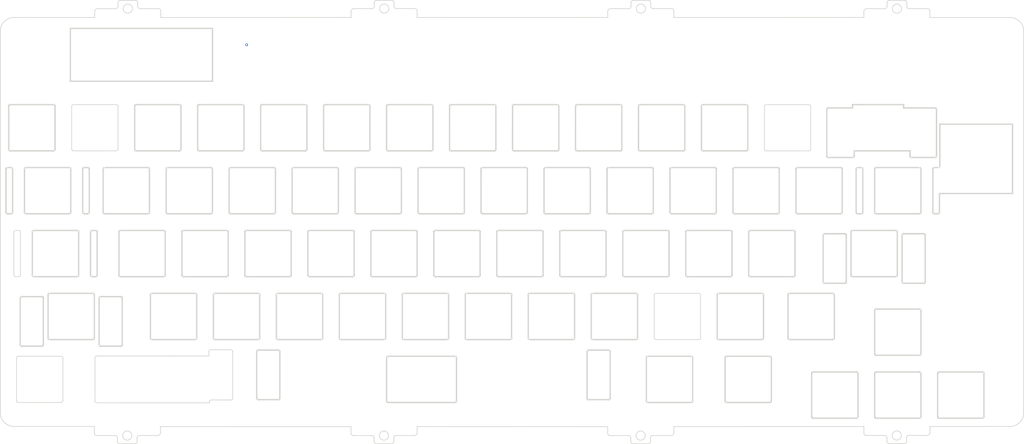
<source format=kicad_pcb>
(kicad_pcb (version 20171130) (host pcbnew "(5.1.5)-3")
  (layers (0 F.Cu signal) (31 B.Cu signal) (34 B.Paste user) (35 F.Paste user) (36 B.SilkS user) (37 F.SilkS user) (38 B.Mask user) (39 F.Mask user) (44 Edge.Cuts user))
  (net 0 "")
  (gr_line (start 214.5325 -164.6075) (end 214.52875 -162.63125) (layer Edge.Cuts) (width 0.2))
  (gr_line (start 215.22875 -161.93125) (end 220.80875 -161.93125) (layer Edge.Cuts) (width 0.2))
  (gr_arc (start 215.22875 -162.63125) (end 214.52875 -162.63125) (angle -90) (layer Edge.Cuts) (width 0.2))
  (gr_arc (start 222.21875 -160.13125) (end 221.51875 -160.13125) (angle -90) (layer Edge.Cuts) (width 0.2))
  (gr_line (start 221.50875 -161.23125) (end 221.51875 -160.13125) (layer Edge.Cuts) (width 0.2))
  (gr_arc (start 228.16875 -161.25125) (end 228.16875 -161.95125) (angle -90) (layer Edge.Cuts) (width 0.2))
  (gr_line (start 226.77875 -159.43125) (end 222.21875 -159.43125) (layer Edge.Cuts) (width 0.2))
  (gr_arc (start 220.80875 -161.23125) (end 221.50875 -161.23125) (angle -90) (layer Edge.Cuts) (width 0.2))
  (gr_line (start 228.16875 -161.95125) (end 233.61875 -161.92125) (layer Edge.Cuts) (width 0.2))
  (gr_line (start 227.46875 -161.25125) (end 227.47875 -160.13125) (layer Edge.Cuts) (width 0.2))
  (gr_arc (start 233.61875 -162.83125) (end 233.61875 -161.92125) (angle -90) (layer Edge.Cuts) (width 0.2))
  (gr_arc (start 226.77875 -160.13125) (end 226.77875 -159.43125) (angle -90) (layer Edge.Cuts) (width 0.2))
  (gr_line (start 234.52875 -162.83125) (end 234.51625 -164.63375) (layer Edge.Cuts) (width 0.2))
  (gr_circle (center 224.48875 -161.92125) (end 225.88 -161.84) (layer Edge.Cuts) (width 0.2))
  (gr_arc (start 49.18 -172.49) (end 49.18 -171.95) (angle -90) (layer Edge.Cuts) (width 0.2))
  (gr_line (start 49.18 -171.95) (end 36.26 -171.94) (layer Edge.Cuts) (width 0.2))
  (gr_line (start 36.26 -185.95) (end 49.18 -185.95) (layer Edge.Cuts) (width 0.2))
  (gr_line (start 35.72 -172.48) (end 35.72 -185.41) (layer Edge.Cuts) (width 0.2))
  (gr_arc (start 36.26 -172.48) (end 35.72 -172.48) (angle -90) (layer Edge.Cuts) (width 0.2))
  (gr_arc (start 36.26 -185.41) (end 36.26 -185.95) (angle -90) (layer Edge.Cuts) (width 0.2))
  (gr_line (start 49.72 -185.41) (end 49.72 -172.49) (layer Edge.Cuts) (width 0.2))
  (gr_arc (start 49.18 -185.41) (end 49.72 -185.41) (angle -90) (layer Edge.Cuts) (width 0.2))
  (gr_arc (start 242.06 -191.54) (end 242.06 -191) (angle -90) (layer Edge.Cuts) (width 0.2))
  (gr_line (start 242.06 -191) (end 229.14 -190.99) (layer Edge.Cuts) (width 0.2))
  (gr_line (start 229.14 -205) (end 242.06 -205) (layer Edge.Cuts) (width 0.2))
  (gr_line (start 228.6 -191.53) (end 228.6 -204.46) (layer Edge.Cuts) (width 0.2))
  (gr_arc (start 229.14 -191.53) (end 228.6 -191.53) (angle -90) (layer Edge.Cuts) (width 0.2))
  (gr_arc (start 229.14 -204.46) (end 229.14 -205) (angle -90) (layer Edge.Cuts) (width 0.2))
  (gr_line (start 242.6 -204.46) (end 242.6 -191.54) (layer Edge.Cuts) (width 0.2))
  (gr_arc (start 242.06 -204.46) (end 242.6 -204.46) (angle -90) (layer Edge.Cuts) (width 0.2))
  (gr_line (start 36.89 -223.51) (end 36.88 -210.59) (layer Edge.Cuts) (width 0.2))
  (gr_line (start 36.34 -210.05) (end 35.42 -210.05) (layer Edge.Cuts) (width 0.2))
  (gr_arc (start 36.34 -210.59) (end 36.34 -210.05) (angle -90) (layer Edge.Cuts) (width 0.2))
  (gr_line (start 34.88 -223.51) (end 34.88 -210.59) (layer Edge.Cuts) (width 0.2))
  (gr_arc (start 35.42 -210.59) (end 34.88 -210.59) (angle -90) (layer Edge.Cuts) (width 0.2))
  (gr_line (start 35.42 -224.05) (end 36.35 -224.05) (layer Edge.Cuts) (width 0.2))
  (gr_arc (start 36.35 -223.51) (end 36.89 -223.51) (angle -90) (layer Edge.Cuts) (width 0.2))
  (gr_arc (start 35.42 -223.51) (end 35.42 -224.05) (angle -90) (layer Edge.Cuts) (width 0.2))
  (gr_arc (start 65.85 -248.69) (end 65.85 -248.15) (angle -90) (layer Edge.Cuts) (width 0.2))
  (gr_line (start 65.85 -248.15) (end 52.93 -248.14) (layer Edge.Cuts) (width 0.2))
  (gr_line (start 52.93 -262.15) (end 65.85 -262.15) (layer Edge.Cuts) (width 0.2))
  (gr_line (start 52.39 -248.68) (end 52.39 -261.61) (layer Edge.Cuts) (width 0.2))
  (gr_arc (start 52.93 -248.68) (end 52.39 -248.68) (angle -90) (layer Edge.Cuts) (width 0.2))
  (gr_arc (start 52.93 -261.61) (end 52.93 -262.15) (angle -90) (layer Edge.Cuts) (width 0.2))
  (gr_line (start 66.39 -261.61) (end 66.39 -248.69) (layer Edge.Cuts) (width 0.2))
  (gr_arc (start 65.85 -261.61) (end 66.39 -261.61) (angle -90) (layer Edge.Cuts) (width 0.2))
  (gr_line (start 275.4 -248.15) (end 262.48 -248.14) (layer Edge.Cuts) (width 0.2))
  (gr_line (start 275.94 -261.61) (end 275.94 -248.69) (layer Edge.Cuts) (width 0.2))
  (gr_arc (start 275.4 -248.69) (end 275.4 -248.15) (angle -90) (layer Edge.Cuts) (width 0.2))
  (gr_line (start 261.94 -248.68) (end 261.94 -261.61) (layer Edge.Cuts) (width 0.2))
  (gr_arc (start 262.48 -248.68) (end 261.94 -248.68) (angle -90) (layer Edge.Cuts) (width 0.2))
  (gr_line (start 262.48 -262.15) (end 275.4 -262.15) (layer Edge.Cuts) (width 0.2))
  (gr_arc (start 275.4 -261.61) (end 275.94 -261.61) (angle -90) (layer Edge.Cuts) (width 0.2))
  (gr_arc (start 262.48 -261.61) (end 262.48 -262.15) (angle -90) (layer Edge.Cuts) (width 0.2))
  (gr_line (start 93.87 -187.37) (end 93.874 -186.0451) (layer Edge.Cuts) (width 0.2))
  (gr_line (start 94.41 -187.91) (end 100.55 -187.91) (layer Edge.Cuts) (width 0.2))
  (gr_arc (start 94.41 -187.37) (end 94.41 -187.91) (angle -90) (layer Edge.Cuts) (width 0.2))
  (gr_line (start 101.09 -173.24) (end 101.09 -187.37) (layer Edge.Cuts) (width 0.2))
  (gr_arc (start 100.55 -187.37) (end 101.09 -187.37) (angle -90) (layer Edge.Cuts) (width 0.2))
  (gr_line (start 100.55 -172.7) (end 94.454135 -172.710099) (layer Edge.Cuts) (width 0.2))
  (gr_arc (start 100.55 -173.24) (end 100.55 -172.7) (angle -90) (layer Edge.Cuts) (width 0.2))
  (gr_line (start 59.43 -172.39) (end 59.44 -185.5) (layer Edge.Cuts) (width 0.2))
  (gr_line (start 59.97 -171.85) (end 82.5652 -171.8451) (layer Edge.Cuts) (width 0.2))
  (gr_arc (start 59.97 -172.39) (end 59.43 -172.39) (angle -90) (layer Edge.Cuts) (width 0.2))
  (gr_line (start 59.98 -186.04) (end 82.5652 -186.0451) (layer Edge.Cuts) (width 0.2))
  (gr_arc (start 59.98 -185.5) (end 59.98 -186.04) (angle -90) (layer Edge.Cuts) (width 0.2))
  (gr_line (start 83.8428 -171.8451) (end 94.1 -171.84) (layer Edge.Cuts) (width 0.2))
  (gr_line (start 94.094 -172.340101) (end 94.1 -171.84) (layer Edge.Cuts) (width 0.2))
  (gr_arc (start 94.464134 -172.3401) (end 94.454135 -172.710099) (angle -88.4518423) (layer Edge.Cuts) (width 0.2))
  (gr_line (start 83.8428 -171.8451) (end 82.5652 -171.8451) (layer Edge.Cuts) (width 0.2))
  (gr_line (start 83.8428 -186.0451) (end 82.5652 -186.0451) (layer Edge.Cuts) (width 0.2))
  (gr_circle (center 69.37 -291.22) (end 70.76125 -291.13875) (layer Edge.Cuts) (width 0.2))
  (gr_circle (center 146.92 -291.24) (end 148.31125 -291.15875) (layer Edge.Cuts) (width 0.2))
  (gr_circle (center 224.56625 -291.225) (end 225.9575 -291.14375) (layer Edge.Cuts) (width 0.2))
  (gr_circle (center 302.02625 -291.215) (end 303.4175 -291.13375) (layer Edge.Cuts) (width 0.2))
  (gr_circle (center 301.97625 -161.95375) (end 303.3675 -161.8725) (layer Edge.Cuts) (width 0.2))
  (gr_circle (center 146.84875 -161.92125) (end 148.24 -161.84) (layer Edge.Cuts) (width 0.2))
  (gr_circle (center 69.18875 -161.93125) (end 70.58 -161.85) (layer Edge.Cuts) (width 0.2))
  (gr_line (start 34.93 -164.7) (end 59.23 -164.69) (layer Edge.Cuts) (width 0.2))
  (gr_line (start 79.22875 -162.84125) (end 79.21625 -164.63375) (layer Edge.Cuts) (width 0.2))
  (gr_line (start 59.22875 -162.64125) (end 59.23 -164.69) (layer Edge.Cuts) (width 0.2))
  (gr_line (start 72.86875 -161.96125) (end 78.31875 -161.93125) (layer Edge.Cuts) (width 0.2))
  (gr_arc (start 65.50875 -161.24125) (end 66.20875 -161.24125) (angle -90) (layer Edge.Cuts) (width 0.2))
  (gr_line (start 71.47875 -159.44125) (end 66.91875 -159.44125) (layer Edge.Cuts) (width 0.2))
  (gr_arc (start 71.47875 -160.14125) (end 71.47875 -159.44125) (angle -90) (layer Edge.Cuts) (width 0.2))
  (gr_arc (start 72.86875 -161.26125) (end 72.86875 -161.96125) (angle -90) (layer Edge.Cuts) (width 0.2))
  (gr_arc (start 78.31875 -162.84125) (end 78.31875 -161.93125) (angle -90) (layer Edge.Cuts) (width 0.2))
  (gr_line (start 72.16875 -161.26125) (end 72.17875 -160.14125) (layer Edge.Cuts) (width 0.2))
  (gr_line (start 59.92875 -161.94125) (end 65.50875 -161.94125) (layer Edge.Cuts) (width 0.2))
  (gr_arc (start 59.92875 -162.64125) (end 59.22875 -162.64125) (angle -90) (layer Edge.Cuts) (width 0.2))
  (gr_line (start 66.20875 -161.24125) (end 66.21875 -160.14125) (layer Edge.Cuts) (width 0.2))
  (gr_arc (start 66.91875 -160.14125) (end 66.21875 -160.14125) (angle -90) (layer Edge.Cuts) (width 0.2))
  (gr_line (start 79.21625 -164.63375) (end 136.88875 -164.62125) (layer Edge.Cuts) (width 0.2))
  (gr_line (start 156.88875 -162.83125) (end 156.87625 -164.63375) (layer Edge.Cuts) (width 0.2))
  (gr_line (start 150.52875 -161.95125) (end 155.97875 -161.92125) (layer Edge.Cuts) (width 0.2))
  (gr_arc (start 143.16875 -161.23125) (end 143.86875 -161.23125) (angle -90) (layer Edge.Cuts) (width 0.2))
  (gr_line (start 149.13875 -159.43125) (end 144.57875 -159.43125) (layer Edge.Cuts) (width 0.2))
  (gr_arc (start 149.13875 -160.13125) (end 149.13875 -159.43125) (angle -90) (layer Edge.Cuts) (width 0.2))
  (gr_arc (start 150.52875 -161.25125) (end 150.52875 -161.95125) (angle -90) (layer Edge.Cuts) (width 0.2))
  (gr_arc (start 155.97875 -162.83125) (end 155.97875 -161.92125) (angle -90) (layer Edge.Cuts) (width 0.2))
  (gr_line (start 149.82875 -161.25125) (end 149.83875 -160.13125) (layer Edge.Cuts) (width 0.2))
  (gr_line (start 137.58875 -161.93125) (end 143.16875 -161.93125) (layer Edge.Cuts) (width 0.2))
  (gr_line (start 136.88875 -162.63125) (end 136.88875 -164.62125) (layer Edge.Cuts) (width 0.2))
  (gr_arc (start 137.58875 -162.63125) (end 136.88875 -162.63125) (angle -90) (layer Edge.Cuts) (width 0.2))
  (gr_line (start 143.86875 -161.23125) (end 143.87875 -160.13125) (layer Edge.Cuts) (width 0.2))
  (gr_arc (start 144.57875 -160.13125) (end 143.87875 -160.13125) (angle -90) (layer Edge.Cuts) (width 0.2))
  (gr_line (start 214.5325 -164.6075) (end 156.87625 -164.63375) (layer Edge.Cuts) (width 0.2))
  (gr_line (start 234.51625 -164.63375) (end 292.01625 -164.65375) (layer Edge.Cuts) (width 0.2))
  (gr_line (start 292.01625 -162.66375) (end 292.01625 -164.65375) (layer Edge.Cuts) (width 0.2))
  (gr_line (start 292.71625 -161.96375) (end 298.29625 -161.96375) (layer Edge.Cuts) (width 0.2))
  (gr_line (start 298.99625 -161.26375) (end 299.00625 -160.16375) (layer Edge.Cuts) (width 0.2))
  (gr_line (start 304.26625 -159.46375) (end 299.70625 -159.46375) (layer Edge.Cuts) (width 0.2))
  (gr_line (start 304.95625 -161.28375) (end 304.96625 -160.16375) (layer Edge.Cuts) (width 0.2))
  (gr_line (start 305.65625 -161.98375) (end 311.10625 -161.95375) (layer Edge.Cuts) (width 0.2))
  (gr_line (start 312 -164.66) (end 312.01625 -162.86375) (layer Edge.Cuts) (width 0.2))
  (gr_line (start 336.23 -164.7) (end 312 -164.66) (layer Edge.Cuts) (width 0.2))
  (gr_line (start 340.36 -284.39) (end 340.36 -168.83) (layer Edge.Cuts) (width 0.2))
  (gr_arc (start 336.23 -168.83) (end 336.23 -164.7) (angle -90) (layer Edge.Cuts) (width 0.2))
  (gr_line (start 336.23 -288.52) (end 311.98 -288.52) (layer Edge.Cuts) (width 0.2))
  (gr_arc (start 336.23 -284.39) (end 340.36 -284.39) (angle -90) (layer Edge.Cuts) (width 0.2))
  (gr_line (start 311.98625 -290.505) (end 311.98 -288.52) (layer Edge.Cuts) (width 0.2))
  (gr_line (start 292.02625 -288.555) (end 291.99625 -290.295) (layer Edge.Cuts) (width 0.2))
  (gr_line (start 304.99625 -293.005) (end 305.00625 -291.905) (layer Edge.Cuts) (width 0.2))
  (gr_line (start 292.90625 -291.205) (end 298.34625 -291.185) (layer Edge.Cuts) (width 0.2))
  (gr_line (start 299.04625 -291.885) (end 299.03625 -293.005) (layer Edge.Cuts) (width 0.2))
  (gr_line (start 299.73625 -293.705) (end 304.29625 -293.705) (layer Edge.Cuts) (width 0.2))
  (gr_line (start 305.70625 -291.205) (end 311.28625 -291.205) (layer Edge.Cuts) (width 0.2))
  (gr_arc (start 299.73625 -293.005) (end 299.73625 -293.705) (angle -90) (layer Edge.Cuts) (width 0.2))
  (gr_arc (start 292.90625 -290.295) (end 292.90625 -291.205) (angle -90) (layer Edge.Cuts) (width 0.2))
  (gr_arc (start 298.34625 -291.885) (end 298.34625 -291.185) (angle -90) (layer Edge.Cuts) (width 0.2))
  (gr_arc (start 311.28625 -290.505) (end 311.98625 -290.505) (angle -90) (layer Edge.Cuts) (width 0.2))
  (gr_arc (start 304.29625 -293.005) (end 304.99625 -293.005) (angle -90) (layer Edge.Cuts) (width 0.2))
  (gr_arc (start 305.70625 -291.905) (end 305.00625 -291.905) (angle -90) (layer Edge.Cuts) (width 0.2))
  (gr_line (start 292.02625 -288.555) (end 234.52625 -288.525) (layer Edge.Cuts) (width 0.2))
  (gr_line (start 234.52625 -290.515) (end 234.52625 -288.525) (layer Edge.Cuts) (width 0.2))
  (gr_line (start 214.54625 -288.545) (end 214.53625 -290.305) (layer Edge.Cuts) (width 0.2))
  (gr_line (start 227.53625 -293.015) (end 227.54625 -291.915) (layer Edge.Cuts) (width 0.2))
  (gr_line (start 215.44625 -291.215) (end 220.88625 -291.195) (layer Edge.Cuts) (width 0.2))
  (gr_line (start 221.58625 -291.895) (end 221.57625 -293.015) (layer Edge.Cuts) (width 0.2))
  (gr_line (start 222.27625 -293.715) (end 226.83625 -293.715) (layer Edge.Cuts) (width 0.2))
  (gr_line (start 228.24625 -291.215) (end 233.82625 -291.215) (layer Edge.Cuts) (width 0.2))
  (gr_arc (start 222.27625 -293.015) (end 222.27625 -293.715) (angle -90) (layer Edge.Cuts) (width 0.2))
  (gr_arc (start 215.44625 -290.305) (end 215.44625 -291.215) (angle -90) (layer Edge.Cuts) (width 0.2))
  (gr_arc (start 220.88625 -291.895) (end 220.88625 -291.195) (angle -90) (layer Edge.Cuts) (width 0.2))
  (gr_arc (start 233.82625 -290.515) (end 234.52625 -290.515) (angle -90) (layer Edge.Cuts) (width 0.2))
  (gr_arc (start 226.83625 -293.015) (end 227.53625 -293.015) (angle -90) (layer Edge.Cuts) (width 0.2))
  (gr_arc (start 228.24625 -291.915) (end 227.54625 -291.915) (angle -90) (layer Edge.Cuts) (width 0.2))
  (gr_line (start 214.54625 -288.545) (end 156.88 -288.53) (layer Edge.Cuts) (width 0.2))
  (gr_line (start 156.88 -290.53) (end 156.88 -288.53) (layer Edge.Cuts) (width 0.2))
  (gr_line (start 137.82 -291.23) (end 143.24 -291.21) (layer Edge.Cuts) (width 0.2))
  (gr_line (start 136.91625 -288.555) (end 136.91 -290.32) (layer Edge.Cuts) (width 0.2))
  (gr_line (start 149.89 -293.03) (end 149.9 -291.93) (layer Edge.Cuts) (width 0.2))
  (gr_line (start 143.94 -291.91) (end 143.93 -293.03) (layer Edge.Cuts) (width 0.2))
  (gr_line (start 144.63 -293.73) (end 149.19 -293.73) (layer Edge.Cuts) (width 0.2))
  (gr_line (start 150.6 -291.23) (end 156.18 -291.23) (layer Edge.Cuts) (width 0.2))
  (gr_arc (start 144.63 -293.03) (end 144.63 -293.73) (angle -90) (layer Edge.Cuts) (width 0.2))
  (gr_arc (start 137.82 -290.32) (end 137.82 -291.23) (angle -90) (layer Edge.Cuts) (width 0.2))
  (gr_arc (start 143.24 -291.91) (end 143.24 -291.21) (angle -90) (layer Edge.Cuts) (width 0.2))
  (gr_arc (start 156.18 -290.53) (end 156.88 -290.53) (angle -90) (layer Edge.Cuts) (width 0.2))
  (gr_arc (start 149.19 -293.03) (end 149.89 -293.03) (angle -90) (layer Edge.Cuts) (width 0.2))
  (gr_arc (start 150.6 -291.93) (end 149.9 -291.93) (angle -90) (layer Edge.Cuts) (width 0.2))
  (gr_line (start 79.33 -290.51) (end 79.33 -288.52) (layer Edge.Cuts) (width 0.2))
  (gr_line (start 79.33 -288.52) (end 136.91625 -288.555) (layer Edge.Cuts) (width 0.2))
  (gr_line (start 73.05 -291.21) (end 78.63 -291.21) (layer Edge.Cuts) (width 0.2))
  (gr_line (start 72.34 -293.01) (end 72.35 -291.91) (layer Edge.Cuts) (width 0.2))
  (gr_line (start 67.08 -293.71) (end 71.64 -293.71) (layer Edge.Cuts) (width 0.2))
  (gr_line (start 66.39 -291.89) (end 66.38 -293.01) (layer Edge.Cuts) (width 0.2))
  (gr_line (start 60.25 -291.21) (end 65.69 -291.19) (layer Edge.Cuts) (width 0.2))
  (gr_line (start 59.35 -288.54) (end 59.34 -290.3) (layer Edge.Cuts) (width 0.2))
  (gr_line (start 34.93 -288.53) (end 59.35 -288.54) (layer Edge.Cuts) (width 0.2))
  (gr_line (start 30.8 -284.4) (end 30.8 -168.83) (layer Edge.Cuts) (width 0.2))
  (gr_arc (start 34.93 -168.83) (end 30.8 -168.83) (angle -90) (layer Edge.Cuts) (width 0.2))
  (gr_arc (start 34.93 -284.4) (end 34.93 -288.53) (angle -90) (layer Edge.Cuts) (width 0.2))
  (gr_arc (start 311.10625 -162.86375) (end 311.10625 -161.95375) (angle -90) (layer Edge.Cuts) (width 0.2))
  (gr_arc (start 292.71625 -162.66375) (end 292.01625 -162.66375) (angle -90) (layer Edge.Cuts) (width 0.2))
  (gr_arc (start 305.65625 -161.28375) (end 305.65625 -161.98375) (angle -90) (layer Edge.Cuts) (width 0.2))
  (gr_arc (start 304.26625 -160.16375) (end 304.26625 -159.46375) (angle -90) (layer Edge.Cuts) (width 0.2))
  (gr_arc (start 298.29625 -161.26375) (end 298.99625 -161.26375) (angle -90) (layer Edge.Cuts) (width 0.2))
  (gr_arc (start 299.70625 -160.16375) (end 299.00625 -160.16375) (angle -90) (layer Edge.Cuts) (width 0.2))
  (gr_arc (start 78.63 -290.51) (end 79.33 -290.51) (angle -90) (layer Edge.Cuts) (width 0.2))
  (gr_arc (start 73.05 -291.91) (end 72.35 -291.91) (angle -90) (layer Edge.Cuts) (width 0.2))
  (gr_arc (start 71.64 -293.01) (end 72.34 -293.01) (angle -90) (layer Edge.Cuts) (width 0.2))
  (gr_arc (start 60.25 -290.3) (end 60.25 -291.21) (angle -90) (layer Edge.Cuts) (width 0.2))
  (gr_arc (start 67.08 -293.01) (end 67.08 -293.71) (angle -90) (layer Edge.Cuts) (width 0.2))
  (gr_arc (start 65.69 -291.89) (end 65.69 -291.19) (angle -90) (layer Edge.Cuts) (width 0.2))
  (gr_line (start 94.884 -283.2202) (end 94.884 -285.1251) (layer Edge.Cuts) (width 0.2))
  (gr_line (start 51.9455 -285.3179) (end 51.9644 -285.3237) (layer Edge.Cuts) (width 0.2))
  (gr_line (start 94.884 -283.2202) (end 94.884 -283.2202) (layer Edge.Cuts) (width 0.2))
  (gr_line (start 51.984 -285.3256) (end 51.9889 -285.3251) (layer Edge.Cuts) (width 0.2))
  (gr_line (start 95.0551 -285.2962) (end 95.0675 -285.2809) (layer Edge.Cuts) (width 0.2))
  (gr_line (start 95.0826 -285.2447) (end 95.0845 -285.2251) (layer Edge.Cuts) (width 0.2))
  (gr_line (start 95.0675 -285.2809) (end 95.0768 -285.2636) (layer Edge.Cuts) (width 0.2))
  (gr_line (start 51.9791 -285.3251) (end 51.984 -285.3256) (layer Edge.Cuts) (width 0.2))
  (gr_line (start 95.084 -269.23) (end 95.0845 -269.2251) (layer Edge.Cuts) (width 0.2))
  (gr_line (start 95.0225 -285.3179) (end 95.0398 -285.3086) (layer Edge.Cuts) (width 0.2))
  (gr_line (start 95.084 -285.2202) (end 95.084 -269.23) (layer Edge.Cuts) (width 0.2))
  (gr_line (start 51.9282 -285.3086) (end 51.9455 -285.3179) (layer Edge.Cuts) (width 0.2))
  (gr_line (start 95.0036 -285.3237) (end 95.0225 -285.3179) (layer Edge.Cuts) (width 0.2))
  (gr_line (start 51.9889 -285.3251) (end 94.9791 -285.3251) (layer Edge.Cuts) (width 0.2))
  (gr_line (start 94.884 -285.1251) (end 52.084 -285.1251) (layer Edge.Cuts) (width 0.2))
  (gr_line (start 52.084 -285.1251) (end 52.084 -269.3251) (layer Edge.Cuts) (width 0.2))
  (gr_line (start 95.0398 -285.3086) (end 95.0551 -285.2962) (layer Edge.Cuts) (width 0.2))
  (gr_line (start 95.0845 -285.2251) (end 95.084 -285.2202) (layer Edge.Cuts) (width 0.2))
  (gr_line (start 94.9889 -285.3251) (end 95.0036 -285.3237) (layer Edge.Cuts) (width 0.2))
  (gr_line (start 94.884 -269.3251) (end 94.884 -283.2202) (layer Edge.Cuts) (width 0.2))
  (gr_line (start 52.084 -269.3251) (end 94.884 -269.3251) (layer Edge.Cuts) (width 0.2))
  (gr_line (start 95.0768 -285.2636) (end 95.0826 -285.2447) (layer Edge.Cuts) (width 0.2))
  (gr_line (start 94.984 -285.3256) (end 94.9889 -285.3251) (layer Edge.Cuts) (width 0.2))
  (gr_line (start 94.9791 -285.3251) (end 94.984 -285.3256) (layer Edge.Cuts) (width 0.2))
  (gr_line (start 51.9644 -285.3237) (end 51.9791 -285.3251) (layer Edge.Cuts) (width 0.2))
  (gr_line (start 33.3367 -261.9687) (end 33.3374 -261.97) (layer Edge.Cuts) (width 0.2))
  (gr_line (start 33.3425 -261.9774) (end 33.3475 -261.985) (layer Edge.Cuts) (width 0.2))
  (gr_line (start 33.4092 -262.0606) (end 33.4092 -262.0606) (layer Edge.Cuts) (width 0.2))
  (gr_line (start 33.2515 -261.752) (end 33.2516 -261.7534) (layer Edge.Cuts) (width 0.2))
  (gr_line (start 33.2835 -261.8645) (end 33.2839 -261.8659) (layer Edge.Cuts) (width 0.2))
  (gr_line (start 33.2516 -261.7534) (end 33.2535 -261.7622) (layer Edge.Cuts) (width 0.2))
  (gr_line (start 33.2415 -261.65) (end 33.242 -261.6548) (layer Edge.Cuts) (width 0.2))
  (gr_line (start 33.2419 -248.6325) (end 33.2419 -248.6357) (layer Edge.Cuts) (width 0.2))
  (gr_line (start 46.9484 -262.2351) (end 46.9484 -262.2351) (layer Edge.Cuts) (width 0.2))
  (gr_line (start 33.4166 -262.068) (end 33.423 -262.0745) (layer Edge.Cuts) (width 0.2))
  (gr_line (start 33.8276 -262.2445) (end 33.8289 -262.2447) (layer Edge.Cuts) (width 0.2))
  (gr_line (start 33.6014 -262.1947) (end 33.6098 -262.198) (layer Edge.Cuts) (width 0.2))
  (gr_line (start 33.2419 -248.6357) (end 33.2415 -248.6402) (layer Edge.Cuts) (width 0.2))
  (gr_line (start 33.5143 -262.1476) (end 33.6002 -262.194) (layer Edge.Cuts) (width 0.2))
  (gr_line (start 33.8434 -262.0451) (end 33.7612 -262.0365) (layer Edge.Cuts) (width 0.2))
  (gr_line (start 33.4101 -262.0617) (end 33.4166 -262.068) (layer Edge.Cuts) (width 0.2))
  (gr_line (start 46.8513 -262.2446) (end 46.9484 -262.2351) (layer Edge.Cuts) (width 0.2))
  (gr_line (start 46.8464 -262.2451) (end 46.8512 -262.2446) (layer Edge.Cuts) (width 0.2))
  (gr_line (start 33.7305 -262.2343) (end 33.8276 -262.2445) (layer Edge.Cuts) (width 0.2))
  (gr_line (start 33.6182 -262.2016) (end 33.7114 -262.2304) (layer Edge.Cuts) (width 0.2))
  (gr_line (start 33.8289 -262.2447) (end 33.8321 -262.2447) (layer Edge.Cuts) (width 0.2))
  (gr_line (start 33.242 -261.6549) (end 33.2515 -261.752) (layer Edge.Cuts) (width 0.2))
  (gr_line (start 33.7216 -262.2325) (end 33.7305 -262.2343) (layer Edge.Cuts) (width 0.2))
  (gr_line (start 33.6002 -262.194) (end 33.6014 -262.1947) (layer Edge.Cuts) (width 0.2))
  (gr_line (start 33.4992 -262.1376) (end 33.5068 -262.1425) (layer Edge.Cuts) (width 0.2))
  (gr_line (start 33.7127 -262.2308) (end 33.7216 -262.2325) (layer Edge.Cuts) (width 0.2))
  (gr_line (start 33.6002 -262.194) (end 33.6002 -262.194) (layer Edge.Cuts) (width 0.2))
  (gr_line (start 33.3475 -261.985) (end 33.4092 -262.0606) (layer Edge.Cuts) (width 0.2))
  (gr_line (start 33.4982 -262.1367) (end 33.4982 -262.1367) (layer Edge.Cuts) (width 0.2))
  (gr_line (start 33.2415 -248.6402) (end 33.2415 -261.65) (layer Edge.Cuts) (width 0.2))
  (gr_line (start 33.2535 -261.7622) (end 33.2553 -261.7711) (layer Edge.Cuts) (width 0.2))
  (gr_line (start 33.242 -261.6548) (end 33.242 -261.6549) (layer Edge.Cuts) (width 0.2))
  (gr_line (start 46.9484 -262.2351) (end 46.9498 -262.235) (layer Edge.Cuts) (width 0.2))
  (gr_line (start 33.7114 -262.2304) (end 33.7127 -262.2308) (layer Edge.Cuts) (width 0.2))
  (gr_line (start 46.8512 -262.2446) (end 46.8513 -262.2446) (layer Edge.Cuts) (width 0.2))
  (gr_line (start 33.8366 -262.2451) (end 46.8464 -262.2451) (layer Edge.Cuts) (width 0.2))
  (gr_line (start 33.8321 -262.2447) (end 33.8366 -262.2451) (layer Edge.Cuts) (width 0.2))
  (gr_line (start 33.6098 -262.198) (end 33.6182 -262.2016) (layer Edge.Cuts) (width 0.2))
  (gr_line (start 33.2839 -261.8659) (end 33.2875 -261.8742) (layer Edge.Cuts) (width 0.2))
  (gr_line (start 33.2909 -261.8826) (end 33.3367 -261.9687) (layer Edge.Cuts) (width 0.2))
  (gr_line (start 33.2553 -261.7711) (end 33.2835 -261.8645) (layer Edge.Cuts) (width 0.2))
  (gr_line (start 33.2875 -261.8742) (end 33.2909 -261.8826) (layer Edge.Cuts) (width 0.2))
  (gr_line (start 33.3374 -261.97) (end 33.3425 -261.9774) (layer Edge.Cuts) (width 0.2))
  (gr_line (start 33.6002 -262.194) (end 33.6002 -262.194) (layer Edge.Cuts) (width 0.2))
  (gr_line (start 33.4092 -262.0606) (end 33.4092 -262.0606) (layer Edge.Cuts) (width 0.2))
  (gr_line (start 33.2421 -248.6312) (end 33.2419 -248.6325) (layer Edge.Cuts) (width 0.2))
  (gr_line (start 33.5068 -262.1425) (end 33.5143 -262.1476) (layer Edge.Cuts) (width 0.2))
  (gr_line (start 33.4982 -262.1367) (end 33.4992 -262.1376) (layer Edge.Cuts) (width 0.2))
  (gr_line (start 33.423 -262.0745) (end 33.4982 -262.1367) (layer Edge.Cuts) (width 0.2))
  (gr_line (start 33.4982 -262.1367) (end 33.4982 -262.1367) (layer Edge.Cuts) (width 0.2))
  (gr_line (start 33.4092 -262.0606) (end 33.4101 -262.0617) (layer Edge.Cuts) (width 0.2))
  (gr_line (start 46.8464 -248.0451) (end 33.8366 -248.0451) (layer Edge.Cuts) (width 0.2))
  (gr_line (start 33.7346 -248.0551) (end 33.7346 -248.0551) (layer Edge.Cuts) (width 0.2))
  (gr_line (start 33.8317 -248.0456) (end 33.7346 -248.0551) (layer Edge.Cuts) (width 0.2))
  (gr_line (start 33.8318 -248.0456) (end 33.8317 -248.0456) (layer Edge.Cuts) (width 0.2))
  (gr_line (start 33.8366 -248.0451) (end 33.8318 -248.0456) (layer Edge.Cuts) (width 0.2))
  (gr_line (start 46.9614 -248.0577) (end 46.9525 -248.0559) (layer Edge.Cuts) (width 0.2))
  (gr_line (start 46.8554 -248.0457) (end 46.8541 -248.0455) (layer Edge.Cuts) (width 0.2))
  (gr_line (start 47.3456 -248.3202) (end 47.3405 -248.3128) (layer Edge.Cuts) (width 0.2))
  (gr_line (start 46.9525 -248.0559) (end 46.8554 -248.0457) (layer Edge.Cuts) (width 0.2))
  (gr_line (start 47.4277 -248.5191) (end 47.3995 -248.4257) (layer Edge.Cuts) (width 0.2))
  (gr_line (start 46.9716 -248.0598) (end 46.9703 -248.0594) (layer Edge.Cuts) (width 0.2))
  (gr_line (start 47.0816 -248.0955) (end 47.0732 -248.0922) (layer Edge.Cuts) (width 0.2))
  (gr_line (start 47.0828 -248.0962) (end 47.0828 -248.0962) (layer Edge.Cuts) (width 0.2))
  (gr_line (start 47.1838 -248.1526) (end 47.1762 -248.1477) (layer Edge.Cuts) (width 0.2))
  (gr_line (start 47.3921 -248.4076) (end 47.3463 -248.3215) (layer Edge.Cuts) (width 0.2))
  (gr_line (start 47.3991 -248.4243) (end 47.3955 -248.416) (layer Edge.Cuts) (width 0.2))
  (gr_line (start 47.4295 -248.528) (end 47.4277 -248.5191) (layer Edge.Cuts) (width 0.2))
  (gr_line (start 47.2738 -248.2296) (end 47.2729 -248.2285) (layer Edge.Cuts) (width 0.2))
  (gr_line (start 33.6207 -248.0875) (end 33.6124 -248.0911) (layer Edge.Cuts) (width 0.2))
  (gr_line (start 33.4249 -248.2137) (end 33.4186 -248.2202) (layer Edge.Cuts) (width 0.2))
  (gr_line (start 47.0648 -248.0886) (end 46.9716 -248.0598) (layer Edge.Cuts) (width 0.2))
  (gr_line (start 46.8509 -248.0455) (end 46.8464 -248.0451) (layer Edge.Cuts) (width 0.2))
  (gr_line (start 46.8541 -248.0455) (end 46.8509 -248.0455) (layer Edge.Cuts) (width 0.2))
  (gr_line (start 33.339 -248.3179) (end 33.2926 -248.4038) (layer Edge.Cuts) (width 0.2))
  (gr_line (start 47.3995 -248.4257) (end 47.3991 -248.4243) (layer Edge.Cuts) (width 0.2))
  (gr_line (start 33.3499 -248.3018) (end 33.349 -248.3028) (layer Edge.Cuts) (width 0.2))
  (gr_line (start 33.2562 -248.515) (end 33.2558 -248.5163) (layer Edge.Cuts) (width 0.2))
  (gr_line (start 33.2886 -248.4134) (end 33.285 -248.4218) (layer Edge.Cuts) (width 0.2))
  (gr_line (start 33.2919 -248.405) (end 33.2886 -248.4134) (layer Edge.Cuts) (width 0.2))
  (gr_line (start 33.3441 -248.3104) (end 33.339 -248.3179) (layer Edge.Cuts) (width 0.2))
  (gr_line (start 33.5092 -248.1461) (end 33.5016 -248.1511) (layer Edge.Cuts) (width 0.2))
  (gr_line (start 47.2664 -248.2222) (end 47.26 -248.2157) (layer Edge.Cuts) (width 0.2))
  (gr_line (start 47.0828 -248.0962) (end 47.0816 -248.0955) (layer Edge.Cuts) (width 0.2))
  (gr_line (start 33.7332 -248.0552) (end 33.7244 -248.0571) (layer Edge.Cuts) (width 0.2))
  (gr_line (start 33.4121 -248.2266) (end 33.3499 -248.3018) (layer Edge.Cuts) (width 0.2))
  (gr_line (start 33.6124 -248.0911) (end 33.604 -248.0945) (layer Edge.Cuts) (width 0.2))
  (gr_line (start 47.2729 -248.2285) (end 47.2664 -248.2222) (layer Edge.Cuts) (width 0.2))
  (gr_line (start 33.7155 -248.0589) (end 33.6221 -248.0871) (layer Edge.Cuts) (width 0.2))
  (gr_line (start 47.3405 -248.3128) (end 47.3355 -248.3052) (layer Edge.Cuts) (width 0.2))
  (gr_line (start 47.1848 -248.1535) (end 47.1838 -248.1526) (layer Edge.Cuts) (width 0.2))
  (gr_line (start 33.349 -248.3028) (end 33.3441 -248.3104) (layer Edge.Cuts) (width 0.2))
  (gr_line (start 47.3955 -248.416) (end 47.3921 -248.4076) (layer Edge.Cuts) (width 0.2))
  (gr_line (start 33.426 -248.2128) (end 33.4249 -248.2137) (layer Edge.Cuts) (width 0.2))
  (gr_line (start 33.5016 -248.1511) (end 33.426 -248.2128) (layer Edge.Cuts) (width 0.2))
  (gr_line (start 47.3463 -248.3215) (end 47.3456 -248.3202) (layer Edge.Cuts) (width 0.2))
  (gr_line (start 33.6221 -248.0871) (end 33.6207 -248.0875) (layer Edge.Cuts) (width 0.2))
  (gr_line (start 33.7244 -248.0571) (end 33.7155 -248.0589) (layer Edge.Cuts) (width 0.2))
  (gr_line (start 47.0732 -248.0922) (end 47.0648 -248.0886) (layer Edge.Cuts) (width 0.2))
  (gr_line (start 47.26 -248.2157) (end 47.1848 -248.1535) (layer Edge.Cuts) (width 0.2))
  (gr_line (start 47.0828 -248.0962) (end 47.0828 -248.0962) (layer Edge.Cuts) (width 0.2))
  (gr_line (start 47.1687 -248.1426) (end 47.0828 -248.0962) (layer Edge.Cuts) (width 0.2))
  (gr_line (start 47.1762 -248.1477) (end 47.1687 -248.1426) (layer Edge.Cuts) (width 0.2))
  (gr_line (start 33.2523 -248.5341) (end 33.2421 -248.6312) (layer Edge.Cuts) (width 0.2))
  (gr_line (start 33.2541 -248.5252) (end 33.2523 -248.5341) (layer Edge.Cuts) (width 0.2))
  (gr_line (start 33.2558 -248.5163) (end 33.2541 -248.5252) (layer Edge.Cuts) (width 0.2))
  (gr_line (start 46.9703 -248.0594) (end 46.9614 -248.0577) (layer Edge.Cuts) (width 0.2))
  (gr_line (start 33.285 -248.4218) (end 33.2562 -248.515) (layer Edge.Cuts) (width 0.2))
  (gr_line (start 33.2926 -248.4038) (end 33.2919 -248.405) (layer Edge.Cuts) (width 0.2))
  (gr_line (start 33.4186 -248.2202) (end 33.4121 -248.2266) (layer Edge.Cuts) (width 0.2))
  (gr_line (start 33.5166 -248.141) (end 33.5092 -248.1461) (layer Edge.Cuts) (width 0.2))
  (gr_line (start 33.5179 -248.1403) (end 33.5166 -248.141) (layer Edge.Cuts) (width 0.2))
  (gr_line (start 47.3355 -248.3052) (end 47.2738 -248.2296) (layer Edge.Cuts) (width 0.2))
  (gr_line (start 33.604 -248.0945) (end 33.5179 -248.1403) (layer Edge.Cuts) (width 0.2))
  (gr_line (start 33.7346 -248.0551) (end 33.7332 -248.0552) (layer Edge.Cuts) (width 0.2))
  (gr_line (start 218.446 -248.2768) (end 218.515 -248.3139) (layer Edge.Cuts) (width 0.2))
  (gr_line (start 218.683 -248.5675) (end 218.692 -248.65) (layer Edge.Cuts) (width 0.2))
  (gr_line (start 47.2581 -262.0765) (end 47.2644 -262.07) (layer Edge.Cuts) (width 0.2))
  (gr_line (start 47.0609 -262.2031) (end 47.0623 -262.2027) (layer Edge.Cuts) (width 0.2))
  (gr_line (start 218.575 -248.3636) (end 218.624 -248.424) (layer Edge.Cuts) (width 0.2))
  (gr_line (start 205.139 -248.2757) (end 205.214 -248.2532) (layer Edge.Cuts) (width 0.2))
  (gr_line (start 218.515 -248.3139) (end 218.575 -248.3636) (layer Edge.Cuts) (width 0.2))
  (gr_line (start 205.296 -248.2451) (end 218.29 -248.2451) (layer Edge.Cuts) (width 0.2))
  (gr_line (start 47.3389 -261.9798) (end 47.344 -261.9723) (layer Edge.Cuts) (width 0.2))
  (gr_line (start 47.3331 -261.9884) (end 47.3331 -261.9884) (layer Edge.Cuts) (width 0.2))
  (gr_line (start 218.513 -261.9779) (end 218.444 -262.0145) (layer Edge.Cuts) (width 0.2))
  (gr_line (start 218.661 -248.4929) (end 218.683 -248.5675) (layer Edge.Cuts) (width 0.2))
  (gr_line (start 205.01 -248.3616) (end 205.07 -248.3123) (layer Edge.Cuts) (width 0.2))
  (gr_line (start 218.624 -248.424) (end 218.661 -248.4929) (layer Edge.Cuts) (width 0.2))
  (gr_line (start 47.3331 -261.9884) (end 47.334 -261.9874) (layer Edge.Cuts) (width 0.2))
  (gr_line (start 205.214 -248.2532) (end 205.296 -248.2451) (layer Edge.Cuts) (width 0.2))
  (gr_line (start 47.4415 -261.65) (end 47.4415 -248.6402) (layer Edge.Cuts) (width 0.2))
  (gr_line (start 47.2644 -262.07) (end 47.2709 -262.0636) (layer Edge.Cuts) (width 0.2))
  (gr_line (start 218.623 -261.8685) (end 218.573 -261.9286) (layer Edge.Cuts) (width 0.2))
  (gr_line (start 46.9675 -262.2313) (end 47.0609 -262.2031) (layer Edge.Cuts) (width 0.2))
  (gr_line (start 204.96 -248.4217) (end 205.01 -248.3616) (layer Edge.Cuts) (width 0.2))
  (gr_line (start 218.372 -248.2537) (end 218.446 -248.2768) (layer Edge.Cuts) (width 0.2))
  (gr_line (start 218.29 -248.2451) (end 218.372 -248.2537) (layer Edge.Cuts) (width 0.2))
  (gr_line (start 47.441 -248.6353) (end 47.4315 -248.5382) (layer Edge.Cuts) (width 0.2))
  (gr_line (start 47.1664 -262.1492) (end 47.1738 -262.1441) (layer Edge.Cuts) (width 0.2))
  (gr_line (start 47.0706 -262.1991) (end 47.079 -262.1957) (layer Edge.Cuts) (width 0.2))
  (gr_line (start 47.3904 -261.8864) (end 47.3911 -261.8852) (layer Edge.Cuts) (width 0.2))
  (gr_line (start 47.4314 -248.5368) (end 47.4295 -248.528) (layer Edge.Cuts) (width 0.2))
  (gr_line (start 47.4315 -248.5382) (end 47.4314 -248.5368) (layer Edge.Cuts) (width 0.2))
  (gr_line (start 47.4415 -248.6402) (end 47.441 -248.6354) (layer Edge.Cuts) (width 0.2))
  (gr_line (start 47.398 -261.8684) (end 47.4268 -261.7752) (layer Edge.Cuts) (width 0.2))
  (gr_line (start 218.287 -262.0451) (end 205.293 -262.0451) (layer Edge.Cuts) (width 0.2))
  (gr_line (start 47.344 -261.9723) (end 47.3904 -261.8864) (layer Edge.Cuts) (width 0.2))
  (gr_line (start 218.692 -248.65) (end 218.691 -261.6432) (layer Edge.Cuts) (width 0.2))
  (gr_line (start 47.0623 -262.2027) (end 47.0706 -262.1991) (layer Edge.Cuts) (width 0.2))
  (gr_line (start 47.334 -261.9874) (end 47.3389 -261.9798) (layer Edge.Cuts) (width 0.2))
  (gr_line (start 218.573 -261.9286) (end 218.513 -261.9779) (layer Edge.Cuts) (width 0.2))
  (gr_line (start 47.257 -262.0774) (end 47.2581 -262.0765) (layer Edge.Cuts) (width 0.2))
  (gr_line (start 218.683 -261.7254) (end 218.66 -261.7999) (layer Edge.Cuts) (width 0.2))
  (gr_line (start 47.257 -262.0774) (end 47.257 -262.0774) (layer Edge.Cuts) (width 0.2))
  (gr_line (start 47.4409 -261.659) (end 47.4411 -261.6577) (layer Edge.Cuts) (width 0.2))
  (gr_line (start 47.4307 -261.7561) (end 47.4409 -261.659) (layer Edge.Cuts) (width 0.2))
  (gr_line (start 47.1651 -262.1499) (end 47.1664 -262.1492) (layer Edge.Cuts) (width 0.2))
  (gr_line (start 47.079 -262.1957) (end 47.1651 -262.1499) (layer Edge.Cuts) (width 0.2))
  (gr_line (start 47.4289 -261.765) (end 47.4307 -261.7561) (layer Edge.Cuts) (width 0.2))
  (gr_line (start 47.4268 -261.7752) (end 47.4272 -261.7739) (layer Edge.Cuts) (width 0.2))
  (gr_line (start 46.9498 -262.235) (end 46.9586 -262.2331) (layer Edge.Cuts) (width 0.2))
  (gr_line (start 47.2709 -262.0636) (end 47.3331 -261.9884) (layer Edge.Cuts) (width 0.2))
  (gr_line (start 47.1814 -262.1391) (end 47.257 -262.0774) (layer Edge.Cuts) (width 0.2))
  (gr_line (start 46.9586 -262.2331) (end 46.9675 -262.2313) (layer Edge.Cuts) (width 0.2))
  (gr_line (start 218.66 -261.7999) (end 218.623 -261.8685) (layer Edge.Cuts) (width 0.2))
  (gr_line (start 218.691 -261.6432) (end 218.683 -261.7254) (layer Edge.Cuts) (width 0.2))
  (gr_line (start 47.441 -248.6354) (end 47.441 -248.6353) (layer Edge.Cuts) (width 0.2))
  (gr_line (start 47.4411 -261.6545) (end 47.4415 -261.65) (layer Edge.Cuts) (width 0.2))
  (gr_line (start 47.4411 -261.6577) (end 47.4411 -261.6545) (layer Edge.Cuts) (width 0.2))
  (gr_line (start 205.07 -248.3123) (end 205.139 -248.2757) (layer Edge.Cuts) (width 0.2))
  (gr_line (start 47.257 -262.0774) (end 47.257 -262.0774) (layer Edge.Cuts) (width 0.2))
  (gr_line (start 47.3331 -261.9884) (end 47.3331 -261.9884) (layer Edge.Cuts) (width 0.2))
  (gr_line (start 47.1738 -262.1441) (end 47.1814 -262.1391) (layer Edge.Cuts) (width 0.2))
  (gr_line (start 47.4272 -261.7739) (end 47.4289 -261.765) (layer Edge.Cuts) (width 0.2))
  (gr_line (start 218.444 -262.0145) (end 218.369 -262.037) (layer Edge.Cuts) (width 0.2))
  (gr_line (start 47.3944 -261.8768) (end 47.398 -261.8684) (layer Edge.Cuts) (width 0.2))
  (gr_line (start 47.3911 -261.8852) (end 47.3944 -261.8768) (layer Edge.Cuts) (width 0.2))
  (gr_line (start 218.369 -262.037) (end 218.287 -262.0451) (layer Edge.Cuts) (width 0.2))
  (gr_line (start 204.9 -248.5648) (end 204.923 -248.4903) (layer Edge.Cuts) (width 0.2))
  (gr_line (start 204.891 -248.647) (end 204.9 -248.5648) (layer Edge.Cuts) (width 0.2))
  (gr_line (start 204.957 -262.1425) (end 204.964 -262.1476) (layer Edge.Cuts) (width 0.2))
  (gr_line (start 205.05 -262.194) (end 205.05 -262.194) (layer Edge.Cuts) (width 0.2))
  (gr_line (start 204.692 -261.6549) (end 204.701 -261.752) (layer Edge.Cuts) (width 0.2))
  (gr_line (start 218.301 -262.2446) (end 218.301 -262.2446) (layer Edge.Cuts) (width 0.2))
  (gr_line (start 205.181 -262.2343) (end 205.278 -262.2445) (layer Edge.Cuts) (width 0.2))
  (gr_line (start 204.949 -262.1376) (end 204.957 -262.1425) (layer Edge.Cuts) (width 0.2))
  (gr_line (start 204.705 -261.7711) (end 204.733 -261.8645) (layer Edge.Cuts) (width 0.2))
  (gr_line (start 204.692 -248.6312) (end 204.692 -248.6325) (layer Edge.Cuts) (width 0.2))
  (gr_line (start 204.798 -261.985) (end 204.859 -262.0606) (layer Edge.Cuts) (width 0.2))
  (gr_line (start 204.9 -261.7227) (end 204.891 -261.6402) (layer Edge.Cuts) (width 0.2))
  (gr_line (start 204.704 -248.5252) (end 204.702 -248.5341) (layer Edge.Cuts) (width 0.2))
  (gr_line (start 205.008 -261.9266) (end 204.959 -261.8662) (layer Edge.Cuts) (width 0.2))
  (gr_line (start 205.287 -262.2451) (end 218.296 -262.2451) (layer Edge.Cuts) (width 0.2))
  (gr_line (start 205.279 -262.2447) (end 205.282 -262.2447) (layer Edge.Cuts) (width 0.2))
  (gr_line (start 205.172 -262.2325) (end 205.181 -262.2343) (layer Edge.Cuts) (width 0.2))
  (gr_line (start 218.398 -262.2351) (end 218.4 -262.235) (layer Edge.Cuts) (width 0.2))
  (gr_line (start 204.891 -261.6402) (end 204.891 -248.647) (layer Edge.Cuts) (width 0.2))
  (gr_line (start 204.922 -261.7973) (end 204.9 -261.7227) (layer Edge.Cuts) (width 0.2))
  (gr_line (start 205.05 -262.194) (end 205.051 -262.1947) (layer Edge.Cuts) (width 0.2))
  (gr_line (start 205.068 -262.2016) (end 205.161 -262.2304) (layer Edge.Cuts) (width 0.2))
  (gr_line (start 204.859 -262.0606) (end 204.86 -262.0617) (layer Edge.Cuts) (width 0.2))
  (gr_line (start 204.859 -262.0606) (end 204.859 -262.0606) (layer Edge.Cuts) (width 0.2))
  (gr_line (start 205.278 -262.2445) (end 205.279 -262.2447) (layer Edge.Cuts) (width 0.2))
  (gr_line (start 204.692 -261.6548) (end 204.692 -261.6549) (layer Edge.Cuts) (width 0.2))
  (gr_line (start 205.068 -261.9763) (end 205.008 -261.9266) (layer Edge.Cuts) (width 0.2))
  (gr_line (start 205.163 -262.2308) (end 205.172 -262.2325) (layer Edge.Cuts) (width 0.2))
  (gr_line (start 205.211 -262.0365) (end 205.137 -262.0134) (layer Edge.Cuts) (width 0.2))
  (gr_line (start 205.293 -262.0451) (end 205.211 -262.0365) (layer Edge.Cuts) (width 0.2))
  (gr_line (start 204.704 -261.7622) (end 204.705 -261.7711) (layer Edge.Cuts) (width 0.2))
  (gr_line (start 204.873 -262.0745) (end 204.948 -262.1367) (layer Edge.Cuts) (width 0.2))
  (gr_line (start 218.301 -262.2446) (end 218.398 -262.2351) (layer Edge.Cuts) (width 0.2))
  (gr_line (start 204.787 -261.97) (end 204.793 -261.9774) (layer Edge.Cuts) (width 0.2))
  (gr_line (start 205.282 -262.2447) (end 205.287 -262.2451) (layer Edge.Cuts) (width 0.2))
  (gr_line (start 204.692 -248.6402) (end 204.691 -261.65) (layer Edge.Cuts) (width 0.2))
  (gr_line (start 205.161 -262.2304) (end 205.163 -262.2308) (layer Edge.Cuts) (width 0.2))
  (gr_line (start 205.051 -262.1947) (end 205.06 -262.198) (layer Edge.Cuts) (width 0.2))
  (gr_line (start 204.867 -262.068) (end 204.873 -262.0745) (layer Edge.Cuts) (width 0.2))
  (gr_line (start 204.787 -261.9687) (end 204.787 -261.97) (layer Edge.Cuts) (width 0.2))
  (gr_line (start 204.692 -248.6325) (end 204.692 -248.6357) (layer Edge.Cuts) (width 0.2))
  (gr_line (start 204.733 -261.8645) (end 204.734 -261.8659) (layer Edge.Cuts) (width 0.2))
  (gr_line (start 204.959 -261.8662) (end 204.922 -261.7973) (layer Edge.Cuts) (width 0.2))
  (gr_line (start 205.137 -262.0134) (end 205.068 -261.9763) (layer Edge.Cuts) (width 0.2))
  (gr_line (start 218.296 -262.2451) (end 218.301 -262.2446) (layer Edge.Cuts) (width 0.2))
  (gr_line (start 204.702 -261.7534) (end 204.704 -261.7622) (layer Edge.Cuts) (width 0.2))
  (gr_line (start 204.964 -262.1476) (end 205.05 -262.194) (layer Edge.Cuts) (width 0.2))
  (gr_line (start 204.948 -262.1367) (end 204.948 -262.1367) (layer Edge.Cuts) (width 0.2))
  (gr_line (start 204.793 -261.9774) (end 204.798 -261.985) (layer Edge.Cuts) (width 0.2))
  (gr_line (start 204.86 -262.0617) (end 204.867 -262.068) (layer Edge.Cuts) (width 0.2))
  (gr_line (start 204.741 -261.8826) (end 204.787 -261.9687) (layer Edge.Cuts) (width 0.2))
  (gr_line (start 204.701 -261.752) (end 204.702 -261.7534) (layer Edge.Cuts) (width 0.2))
  (gr_line (start 204.923 -248.4903) (end 204.96 -248.4217) (layer Edge.Cuts) (width 0.2))
  (gr_line (start 218.398 -262.2351) (end 218.398 -262.2351) (layer Edge.Cuts) (width 0.2))
  (gr_line (start 205.06 -262.198) (end 205.068 -262.2016) (layer Edge.Cuts) (width 0.2))
  (gr_line (start 204.948 -262.1367) (end 204.949 -262.1376) (layer Edge.Cuts) (width 0.2))
  (gr_line (start 204.948 -262.1367) (end 204.948 -262.1367) (layer Edge.Cuts) (width 0.2))
  (gr_line (start 204.737 -261.8742) (end 204.741 -261.8826) (layer Edge.Cuts) (width 0.2))
  (gr_line (start 204.859 -262.0606) (end 204.859 -262.0606) (layer Edge.Cuts) (width 0.2))
  (gr_line (start 204.734 -261.8659) (end 204.737 -261.8742) (layer Edge.Cuts) (width 0.2))
  (gr_line (start 205.05 -262.194) (end 205.05 -262.194) (layer Edge.Cuts) (width 0.2))
  (gr_line (start 204.702 -248.5341) (end 204.692 -248.6312) (layer Edge.Cuts) (width 0.2))
  (gr_line (start 204.691 -261.65) (end 204.692 -261.6548) (layer Edge.Cuts) (width 0.2))
  (gr_line (start 204.692 -248.6357) (end 204.692 -248.6402) (layer Edge.Cuts) (width 0.2))
  (gr_line (start 204.794 -248.3104) (end 204.789 -248.3179) (layer Edge.Cuts) (width 0.2))
  (gr_line (start 204.743 -248.4038) (end 204.742 -248.405) (layer Edge.Cuts) (width 0.2))
  (gr_line (start 218.411 -248.0577) (end 218.402 -248.0559) (layer Edge.Cuts) (width 0.2))
  (gr_line (start 218.305 -248.0457) (end 218.304 -248.0455) (layer Edge.Cuts) (width 0.2))
  (gr_line (start 218.849 -248.4243) (end 218.846 -248.416) (layer Edge.Cuts) (width 0.2))
  (gr_line (start 204.739 -248.4134) (end 204.735 -248.4218) (layer Edge.Cuts) (width 0.2))
  (gr_line (start 205.054 -248.0945) (end 204.968 -248.1403) (layer Edge.Cuts) (width 0.2))
  (gr_line (start 205.183 -248.0552) (end 205.174 -248.0571) (layer Edge.Cuts) (width 0.2))
  (gr_line (start 218.42 -248.0594) (end 218.411 -248.0577) (layer Edge.Cuts) (width 0.2))
  (gr_line (start 218.796 -248.3202) (end 218.79 -248.3128) (layer Edge.Cuts) (width 0.2))
  (gr_line (start 218.634 -248.1526) (end 218.626 -248.1477) (layer Edge.Cuts) (width 0.2))
  (gr_line (start 204.706 -248.5163) (end 204.704 -248.5252) (layer Edge.Cuts) (width 0.2))
  (gr_line (start 204.706 -248.515) (end 204.706 -248.5163) (layer Edge.Cuts) (width 0.2))
  (gr_line (start 204.862 -248.2266) (end 204.8 -248.3018) (layer Edge.Cuts) (width 0.2))
  (gr_line (start 205.071 -248.0875) (end 205.062 -248.0911) (layer Edge.Cuts) (width 0.2))
  (gr_line (start 205.165 -248.0589) (end 205.072 -248.0871) (layer Edge.Cuts) (width 0.2))
  (gr_line (start 205.185 -248.0551) (end 205.183 -248.0552) (layer Edge.Cuts) (width 0.2))
  (gr_line (start 204.959 -248.1461) (end 204.952 -248.1511) (layer Edge.Cuts) (width 0.2))
  (gr_line (start 204.742 -248.405) (end 204.739 -248.4134) (layer Edge.Cuts) (width 0.2))
  (gr_line (start 204.799 -248.3028) (end 204.794 -248.3104) (layer Edge.Cuts) (width 0.2))
  (gr_line (start 218.301 -248.0455) (end 218.296 -248.0451) (layer Edge.Cuts) (width 0.2))
  (gr_line (start 205.282 -248.0456) (end 205.282 -248.0456) (layer Edge.Cuts) (width 0.2))
  (gr_line (start 218.533 -248.0962) (end 218.533 -248.0962) (layer Edge.Cuts) (width 0.2))
  (gr_line (start 218.626 -248.1477) (end 218.619 -248.1426) (layer Edge.Cuts) (width 0.2))
  (gr_line (start 205.174 -248.0571) (end 205.165 -248.0589) (layer Edge.Cuts) (width 0.2))
  (gr_line (start 218.85 -248.4257) (end 218.849 -248.4243) (layer Edge.Cuts) (width 0.2))
  (gr_line (start 204.869 -248.2202) (end 204.862 -248.2266) (layer Edge.Cuts) (width 0.2))
  (gr_line (start 205.185 -248.0551) (end 205.185 -248.0551) (layer Edge.Cuts) (width 0.2))
  (gr_line (start 204.876 -248.2128) (end 204.875 -248.2137) (layer Edge.Cuts) (width 0.2))
  (gr_line (start 204.952 -248.1511) (end 204.876 -248.2128) (layer Edge.Cuts) (width 0.2))
  (gr_line (start 218.796 -248.3215) (end 218.796 -248.3202) (layer Edge.Cuts) (width 0.2))
  (gr_line (start 218.532 -248.0955) (end 218.523 -248.0922) (layer Edge.Cuts) (width 0.2))
  (gr_line (start 204.968 -248.1403) (end 204.967 -248.141) (layer Edge.Cuts) (width 0.2))
  (gr_line (start 218.71 -248.2157) (end 218.635 -248.1535) (layer Edge.Cuts) (width 0.2))
  (gr_line (start 205.072 -248.0871) (end 205.071 -248.0875) (layer Edge.Cuts) (width 0.2))
  (gr_line (start 218.879 -248.528) (end 218.878 -248.5191) (layer Edge.Cuts) (width 0.2))
  (gr_line (start 205.282 -248.0456) (end 205.185 -248.0551) (layer Edge.Cuts) (width 0.2))
  (gr_line (start 218.296 -248.0451) (end 205.287 -248.0451) (layer Edge.Cuts) (width 0.2))
  (gr_line (start 218.533 -248.0962) (end 218.532 -248.0955) (layer Edge.Cuts) (width 0.2))
  (gr_line (start 218.716 -248.2222) (end 218.71 -248.2157) (layer Edge.Cuts) (width 0.2))
  (gr_line (start 218.882 -248.5382) (end 218.881 -248.5368) (layer Edge.Cuts) (width 0.2))
  (gr_line (start 218.79 -248.3128) (end 218.785 -248.3052) (layer Edge.Cuts) (width 0.2))
  (gr_line (start 204.8 -248.3018) (end 204.799 -248.3028) (layer Edge.Cuts) (width 0.2))
  (gr_line (start 204.875 -248.2137) (end 204.869 -248.2202) (layer Edge.Cuts) (width 0.2))
  (gr_line (start 205.062 -248.0911) (end 205.054 -248.0945) (layer Edge.Cuts) (width 0.2))
  (gr_line (start 218.842 -248.4076) (end 218.796 -248.3215) (layer Edge.Cuts) (width 0.2))
  (gr_line (start 218.402 -248.0559) (end 218.305 -248.0457) (layer Edge.Cuts) (width 0.2))
  (gr_line (start 218.523 -248.0922) (end 218.515 -248.0886) (layer Edge.Cuts) (width 0.2))
  (gr_line (start 218.635 -248.1535) (end 218.634 -248.1526) (layer Edge.Cuts) (width 0.2))
  (gr_line (start 218.533 -248.0962) (end 218.533 -248.0962) (layer Edge.Cuts) (width 0.2))
  (gr_line (start 218.723 -248.2285) (end 218.716 -248.2222) (layer Edge.Cuts) (width 0.2))
  (gr_line (start 218.846 -248.416) (end 218.842 -248.4076) (layer Edge.Cuts) (width 0.2))
  (gr_line (start 204.735 -248.4218) (end 204.706 -248.515) (layer Edge.Cuts) (width 0.2))
  (gr_line (start 204.789 -248.3179) (end 204.743 -248.4038) (layer Edge.Cuts) (width 0.2))
  (gr_line (start 204.967 -248.141) (end 204.959 -248.1461) (layer Edge.Cuts) (width 0.2))
  (gr_line (start 218.422 -248.0598) (end 218.42 -248.0594) (layer Edge.Cuts) (width 0.2))
  (gr_line (start 218.515 -248.0886) (end 218.422 -248.0598) (layer Edge.Cuts) (width 0.2))
  (gr_line (start 218.724 -248.2296) (end 218.723 -248.2285) (layer Edge.Cuts) (width 0.2))
  (gr_line (start 218.619 -248.1426) (end 218.533 -248.0962) (layer Edge.Cuts) (width 0.2))
  (gr_line (start 218.785 -248.3052) (end 218.724 -248.2296) (layer Edge.Cuts) (width 0.2))
  (gr_line (start 218.304 -248.0455) (end 218.301 -248.0455) (layer Edge.Cuts) (width 0.2))
  (gr_line (start 205.287 -248.0451) (end 205.282 -248.0456) (layer Edge.Cuts) (width 0.2))
  (gr_line (start 218.878 -248.5191) (end 218.85 -248.4257) (layer Edge.Cuts) (width 0.2))
  (gr_line (start 218.881 -248.5368) (end 218.879 -248.528) (layer Edge.Cuts) (width 0.2))
  (gr_line (start 90.8393 -248.2757) (end 90.9139 -248.2532) (layer Edge.Cuts) (width 0.2))
  (gr_line (start 104.1463 -248.2768) (end 104.2149 -248.3139) (layer Edge.Cuts) (width 0.2))
  (gr_line (start 218.624 -262.1441) (end 218.631 -262.1391) (layer Edge.Cuts) (width 0.2))
  (gr_line (start 104.0691 -262.037) (end 103.9866 -262.0451) (layer Edge.Cuts) (width 0.2))
  (gr_line (start 90.9964 -248.2451) (end 103.9896 -248.2451) (layer Edge.Cuts) (width 0.2))
  (gr_line (start 90.6001 -248.5648) (end 90.6232 -248.4903) (layer Edge.Cuts) (width 0.2))
  (gr_line (start 90.9139 -248.2532) (end 90.9964 -248.2451) (layer Edge.Cuts) (width 0.2))
  (gr_line (start 90.6603 -248.4217) (end 90.71 -248.3616) (layer Edge.Cuts) (width 0.2))
  (gr_line (start 218.721 -262.0636) (end 218.783 -261.9884) (layer Edge.Cuts) (width 0.2))
  (gr_line (start 218.707 -262.0774) (end 218.708 -262.0765) (layer Edge.Cuts) (width 0.2))
  (gr_line (start 218.891 -248.6402) (end 218.891 -248.6354) (layer Edge.Cuts) (width 0.2))
  (gr_line (start 104.3915 -261.6432) (end 104.3829 -261.7254) (layer Edge.Cuts) (width 0.2))
  (gr_line (start 104.0718 -248.2537) (end 104.1463 -248.2768) (layer Edge.Cuts) (width 0.2))
  (gr_line (start 103.9896 -248.2451) (end 104.0718 -248.2537) (layer Edge.Cuts) (width 0.2))
  (gr_line (start 218.708 -262.0765) (end 218.714 -262.07) (layer Edge.Cuts) (width 0.2))
  (gr_line (start 90.6232 -248.4903) (end 90.6603 -248.4217) (layer Edge.Cuts) (width 0.2))
  (gr_line (start 218.891 -248.6353) (end 218.882 -248.5382) (layer Edge.Cuts) (width 0.2))
  (gr_line (start 218.891 -261.65) (end 218.891 -248.6402) (layer Edge.Cuts) (width 0.2))
  (gr_line (start 104.3834 -248.5675) (end 104.3915 -248.65) (layer Edge.Cuts) (width 0.2))
  (gr_line (start 218.631 -262.1391) (end 218.707 -262.0774) (layer Edge.Cuts) (width 0.2))
  (gr_line (start 104.1437 -262.0145) (end 104.0691 -262.037) (layer Edge.Cuts) (width 0.2))
  (gr_line (start 90.7704 -248.3123) (end 90.8393 -248.2757) (layer Edge.Cuts) (width 0.2))
  (gr_line (start 90.71 -248.3616) (end 90.7704 -248.3123) (layer Edge.Cuts) (width 0.2))
  (gr_line (start 218.891 -248.6354) (end 218.891 -248.6353) (layer Edge.Cuts) (width 0.2))
  (gr_line (start 218.511 -262.2031) (end 218.512 -262.2027) (layer Edge.Cuts) (width 0.2))
  (gr_line (start 218.4 -262.235) (end 218.409 -262.2331) (layer Edge.Cuts) (width 0.2))
  (gr_line (start 218.783 -261.9884) (end 218.783 -261.9884) (layer Edge.Cuts) (width 0.2))
  (gr_line (start 218.891 -261.6545) (end 218.891 -261.65) (layer Edge.Cuts) (width 0.2))
  (gr_line (start 218.891 -261.6577) (end 218.891 -261.6545) (layer Edge.Cuts) (width 0.2))
  (gr_line (start 218.881 -261.7561) (end 218.891 -261.659) (layer Edge.Cuts) (width 0.2))
  (gr_line (start 218.789 -261.9798) (end 218.794 -261.9723) (layer Edge.Cuts) (width 0.2))
  (gr_line (start 104.3227 -261.8685) (end 104.273 -261.9286) (layer Edge.Cuts) (width 0.2))
  (gr_line (start 218.783 -261.9884) (end 218.783 -261.9884) (layer Edge.Cuts) (width 0.2))
  (gr_line (start 104.2149 -248.3139) (end 104.275 -248.3636) (layer Edge.Cuts) (width 0.2))
  (gr_line (start 103.9866 -262.0451) (end 90.9934 -262.0451) (layer Edge.Cuts) (width 0.2))
  (gr_line (start 218.714 -262.07) (end 218.721 -262.0636) (layer Edge.Cuts) (width 0.2))
  (gr_line (start 104.3915 -248.65) (end 104.3915 -261.6432) (layer Edge.Cuts) (width 0.2))
  (gr_line (start 218.616 -262.1492) (end 218.624 -262.1441) (layer Edge.Cuts) (width 0.2))
  (gr_line (start 104.3243 -248.424) (end 104.3609 -248.4929) (layer Edge.Cuts) (width 0.2))
  (gr_line (start 218.529 -262.1957) (end 218.615 -262.1499) (layer Edge.Cuts) (width 0.2))
  (gr_line (start 218.848 -261.8684) (end 218.877 -261.7752) (layer Edge.Cuts) (width 0.2))
  (gr_line (start 218.844 -261.8768) (end 218.848 -261.8684) (layer Edge.Cuts) (width 0.2))
  (gr_line (start 218.418 -262.2313) (end 218.511 -262.2031) (layer Edge.Cuts) (width 0.2))
  (gr_line (start 218.409 -262.2331) (end 218.418 -262.2313) (layer Edge.Cuts) (width 0.2))
  (gr_line (start 218.841 -261.8852) (end 218.844 -261.8768) (layer Edge.Cuts) (width 0.2))
  (gr_line (start 218.794 -261.9723) (end 218.84 -261.8864) (layer Edge.Cuts) (width 0.2))
  (gr_line (start 104.273 -261.9286) (end 104.2126 -261.9779) (layer Edge.Cuts) (width 0.2))
  (gr_line (start 218.707 -262.0774) (end 218.707 -262.0774) (layer Edge.Cuts) (width 0.2))
  (gr_line (start 218.521 -262.1991) (end 218.529 -262.1957) (layer Edge.Cuts) (width 0.2))
  (gr_line (start 104.2126 -261.9779) (end 104.1437 -262.0145) (layer Edge.Cuts) (width 0.2))
  (gr_line (start 104.3609 -248.4929) (end 104.3834 -248.5675) (layer Edge.Cuts) (width 0.2))
  (gr_line (start 104.275 -248.3636) (end 104.3243 -248.424) (layer Edge.Cuts) (width 0.2))
  (gr_line (start 218.891 -261.659) (end 218.891 -261.6577) (layer Edge.Cuts) (width 0.2))
  (gr_line (start 218.877 -261.7739) (end 218.879 -261.765) (layer Edge.Cuts) (width 0.2))
  (gr_line (start 218.879 -261.765) (end 218.881 -261.7561) (layer Edge.Cuts) (width 0.2))
  (gr_line (start 218.877 -261.7752) (end 218.877 -261.7739) (layer Edge.Cuts) (width 0.2))
  (gr_line (start 218.615 -262.1499) (end 218.616 -262.1492) (layer Edge.Cuts) (width 0.2))
  (gr_line (start 218.707 -262.0774) (end 218.707 -262.0774) (layer Edge.Cuts) (width 0.2))
  (gr_line (start 218.512 -262.2027) (end 218.521 -262.1991) (layer Edge.Cuts) (width 0.2))
  (gr_line (start 218.84 -261.8864) (end 218.841 -261.8852) (layer Edge.Cuts) (width 0.2))
  (gr_line (start 104.3829 -261.7254) (end 104.3598 -261.7999) (layer Edge.Cuts) (width 0.2))
  (gr_line (start 218.784 -261.9874) (end 218.789 -261.9798) (layer Edge.Cuts) (width 0.2))
  (gr_line (start 218.783 -261.9884) (end 218.784 -261.9874) (layer Edge.Cuts) (width 0.2))
  (gr_line (start 104.3598 -261.7999) (end 104.3227 -261.8685) (layer Edge.Cuts) (width 0.2))
  (gr_line (start 90.4409 -261.8826) (end 90.4867 -261.9687) (layer Edge.Cuts) (width 0.2))
  (gr_line (start 90.573 -262.0745) (end 90.6482 -262.1367) (layer Edge.Cuts) (width 0.2))
  (gr_line (start 90.4874 -261.97) (end 90.4925 -261.9774) (layer Edge.Cuts) (width 0.2))
  (gr_line (start 90.392 -261.6549) (end 90.4015 -261.752) (layer Edge.Cuts) (width 0.2))
  (gr_line (start 90.4975 -261.985) (end 90.5592 -262.0606) (layer Edge.Cuts) (width 0.2))
  (gr_line (start 90.4053 -261.7711) (end 90.4335 -261.8645) (layer Edge.Cuts) (width 0.2))
  (gr_line (start 90.4015 -261.752) (end 90.4016 -261.7534) (layer Edge.Cuts) (width 0.2))
  (gr_line (start 90.4062 -248.515) (end 90.4058 -248.5163) (layer Edge.Cuts) (width 0.2))
  (gr_line (start 90.3915 -248.6402) (end 90.3915 -261.65) (layer Edge.Cuts) (width 0.2))
  (gr_line (start 90.3921 -248.6312) (end 90.3919 -248.6325) (layer Edge.Cuts) (width 0.2))
  (gr_line (start 90.9789 -262.2447) (end 90.9821 -262.2447) (layer Edge.Cuts) (width 0.2))
  (gr_line (start 90.5915 -261.6402) (end 90.5915 -248.647) (layer Edge.Cuts) (width 0.2))
  (gr_line (start 90.5601 -262.0617) (end 90.5666 -262.068) (layer Edge.Cuts) (width 0.2))
  (gr_line (start 90.5915 -248.647) (end 90.6001 -248.5648) (layer Edge.Cuts) (width 0.2))
  (gr_line (start 90.8367 -262.0134) (end 90.7681 -261.9763) (layer Edge.Cuts) (width 0.2))
  (gr_line (start 90.3919 -248.6325) (end 90.3919 -248.6357) (layer Edge.Cuts) (width 0.2))
  (gr_line (start 90.5996 -261.7227) (end 90.5915 -261.6402) (layer Edge.Cuts) (width 0.2))
  (gr_line (start 90.6587 -261.8662) (end 90.6221 -261.7973) (layer Edge.Cuts) (width 0.2))
  (gr_line (start 90.6221 -261.7973) (end 90.5996 -261.7227) (layer Edge.Cuts) (width 0.2))
  (gr_line (start 90.708 -261.9266) (end 90.6587 -261.8662) (layer Edge.Cuts) (width 0.2))
  (gr_line (start 90.5592 -262.0606) (end 90.5601 -262.0617) (layer Edge.Cuts) (width 0.2))
  (gr_line (start 103.9964 -262.2451) (end 104.0012 -262.2446) (layer Edge.Cuts) (width 0.2))
  (gr_line (start 90.4058 -248.5163) (end 90.4041 -248.5252) (layer Edge.Cuts) (width 0.2))
  (gr_line (start 90.9821 -262.2447) (end 90.9866 -262.2451) (layer Edge.Cuts) (width 0.2))
  (gr_line (start 90.7681 -261.9763) (end 90.708 -261.9266) (layer Edge.Cuts) (width 0.2))
  (gr_line (start 90.6568 -262.1425) (end 90.6643 -262.1476) (layer Edge.Cuts) (width 0.2))
  (gr_line (start 90.392 -261.6548) (end 90.392 -261.6549) (layer Edge.Cuts) (width 0.2))
  (gr_line (start 90.9112 -262.0365) (end 90.8367 -262.0134) (layer Edge.Cuts) (width 0.2))
  (gr_line (start 90.9934 -262.0451) (end 90.9112 -262.0365) (layer Edge.Cuts) (width 0.2))
  (gr_line (start 104.0984 -262.2351) (end 104.0998 -262.235) (layer Edge.Cuts) (width 0.2))
  (gr_line (start 90.7502 -262.194) (end 90.7514 -262.1947) (layer Edge.Cuts) (width 0.2))
  (gr_line (start 104.0984 -262.2351) (end 104.0984 -262.2351) (layer Edge.Cuts) (width 0.2))
  (gr_line (start 90.8805 -262.2343) (end 90.9776 -262.2445) (layer Edge.Cuts) (width 0.2))
  (gr_line (start 90.4925 -261.9774) (end 90.4975 -261.985) (layer Edge.Cuts) (width 0.2))
  (gr_line (start 104.0013 -262.2446) (end 104.0984 -262.2351) (layer Edge.Cuts) (width 0.2))
  (gr_line (start 90.6482 -262.1367) (end 90.6492 -262.1376) (layer Edge.Cuts) (width 0.2))
  (gr_line (start 90.4016 -261.7534) (end 90.4035 -261.7622) (layer Edge.Cuts) (width 0.2))
  (gr_line (start 90.3919 -248.6357) (end 90.3915 -248.6402) (layer Edge.Cuts) (width 0.2))
  (gr_line (start 90.8716 -262.2325) (end 90.8805 -262.2343) (layer Edge.Cuts) (width 0.2))
  (gr_line (start 90.3915 -261.65) (end 90.392 -261.6548) (layer Edge.Cuts) (width 0.2))
  (gr_line (start 90.6482 -262.1367) (end 90.6482 -262.1367) (layer Edge.Cuts) (width 0.2))
  (gr_line (start 90.7598 -262.198) (end 90.7682 -262.2016) (layer Edge.Cuts) (width 0.2))
  (gr_line (start 104.0012 -262.2446) (end 104.0013 -262.2446) (layer Edge.Cuts) (width 0.2))
  (gr_line (start 90.9776 -262.2445) (end 90.9789 -262.2447) (layer Edge.Cuts) (width 0.2))
  (gr_line (start 90.8627 -262.2308) (end 90.8716 -262.2325) (layer Edge.Cuts) (width 0.2))
  (gr_line (start 90.7502 -262.194) (end 90.7502 -262.194) (layer Edge.Cuts) (width 0.2))
  (gr_line (start 90.4335 -261.8645) (end 90.4339 -261.8659) (layer Edge.Cuts) (width 0.2))
  (gr_line (start 90.4041 -248.5252) (end 90.4023 -248.5341) (layer Edge.Cuts) (width 0.2))
  (gr_line (start 90.7502 -262.194) (end 90.7502 -262.194) (layer Edge.Cuts) (width 0.2))
  (gr_line (start 90.4375 -261.8742) (end 90.4409 -261.8826) (layer Edge.Cuts) (width 0.2))
  (gr_line (start 90.4035 -261.7622) (end 90.4053 -261.7711) (layer Edge.Cuts) (width 0.2))
  (gr_line (start 90.4339 -261.8659) (end 90.4375 -261.8742) (layer Edge.Cuts) (width 0.2))
  (gr_line (start 90.9866 -262.2451) (end 103.9964 -262.2451) (layer Edge.Cuts) (width 0.2))
  (gr_line (start 90.4867 -261.9687) (end 90.4874 -261.97) (layer Edge.Cuts) (width 0.2))
  (gr_line (start 90.8614 -262.2304) (end 90.8627 -262.2308) (layer Edge.Cuts) (width 0.2))
  (gr_line (start 90.7682 -262.2016) (end 90.8614 -262.2304) (layer Edge.Cuts) (width 0.2))
  (gr_line (start 90.5592 -262.0606) (end 90.5592 -262.0606) (layer Edge.Cuts) (width 0.2))
  (gr_line (start 90.4023 -248.5341) (end 90.3921 -248.6312) (layer Edge.Cuts) (width 0.2))
  (gr_line (start 90.7514 -262.1947) (end 90.7598 -262.198) (layer Edge.Cuts) (width 0.2))
  (gr_line (start 90.6643 -262.1476) (end 90.7502 -262.194) (layer Edge.Cuts) (width 0.2))
  (gr_line (start 90.6492 -262.1376) (end 90.6568 -262.1425) (layer Edge.Cuts) (width 0.2))
  (gr_line (start 90.5666 -262.068) (end 90.573 -262.0745) (layer Edge.Cuts) (width 0.2))
  (gr_line (start 90.6482 -262.1367) (end 90.6482 -262.1367) (layer Edge.Cuts) (width 0.2))
  (gr_line (start 90.5592 -262.0606) (end 90.5592 -262.0606) (layer Edge.Cuts) (width 0.2))
  (gr_line (start 104.0009 -248.0455) (end 103.9964 -248.0451) (layer Edge.Cuts) (width 0.2))
  (gr_line (start 90.9817 -248.0456) (end 90.8846 -248.0551) (layer Edge.Cuts) (width 0.2))
  (gr_line (start 90.9818 -248.0456) (end 90.9817 -248.0456) (layer Edge.Cuts) (width 0.2))
  (gr_line (start 90.9866 -248.0451) (end 90.9818 -248.0456) (layer Edge.Cuts) (width 0.2))
  (gr_line (start 103.9964 -248.0451) (end 90.9866 -248.0451) (layer Edge.Cuts) (width 0.2))
  (gr_line (start 104.1203 -248.0594) (end 104.1114 -248.0577) (layer Edge.Cuts) (width 0.2))
  (gr_line (start 104.1025 -248.0559) (end 104.0054 -248.0457) (layer Edge.Cuts) (width 0.2))
  (gr_line (start 104.4963 -248.3215) (end 104.4956 -248.3202) (layer Edge.Cuts) (width 0.2))
  (gr_line (start 104.1114 -248.0577) (end 104.1025 -248.0559) (layer Edge.Cuts) (width 0.2))
  (gr_line (start 104.5795 -248.528) (end 104.5777 -248.5191) (layer Edge.Cuts) (width 0.2))
  (gr_line (start 104.2148 -248.0886) (end 104.1216 -248.0598) (layer Edge.Cuts) (width 0.2))
  (gr_line (start 104.2328 -248.0962) (end 104.2316 -248.0955) (layer Edge.Cuts) (width 0.2))
  (gr_line (start 104.3187 -248.1426) (end 104.2328 -248.0962) (layer Edge.Cuts) (width 0.2))
  (gr_line (start 104.3348 -248.1535) (end 104.3338 -248.1526) (layer Edge.Cuts) (width 0.2))
  (gr_line (start 104.5455 -248.416) (end 104.5421 -248.4076) (layer Edge.Cuts) (width 0.2))
  (gr_line (start 104.5495 -248.4257) (end 104.5491 -248.4243) (layer Edge.Cuts) (width 0.2))
  (gr_line (start 104.5814 -248.5368) (end 104.5795 -248.528) (layer Edge.Cuts) (width 0.2))
  (gr_line (start 104.4855 -248.3052) (end 104.4238 -248.2296) (layer Edge.Cuts) (width 0.2))
  (gr_line (start 90.7721 -248.0871) (end 90.7707 -248.0875) (layer Edge.Cuts) (width 0.2))
  (gr_line (start 90.576 -248.2128) (end 90.5749 -248.2137) (layer Edge.Cuts) (width 0.2))
  (gr_line (start 104.2232 -248.0922) (end 104.2148 -248.0886) (layer Edge.Cuts) (width 0.2))
  (gr_line (start 104.0041 -248.0455) (end 104.0009 -248.0455) (layer Edge.Cuts) (width 0.2))
  (gr_line (start 104.0054 -248.0457) (end 104.0041 -248.0455) (layer Edge.Cuts) (width 0.2))
  (gr_line (start 104.591 -248.6354) (end 104.591 -248.6353) (layer Edge.Cuts) (width 0.2))
  (gr_line (start 104.5777 -248.5191) (end 104.5495 -248.4257) (layer Edge.Cuts) (width 0.2))
  (gr_line (start 90.5621 -248.2266) (end 90.4999 -248.3018) (layer Edge.Cuts) (width 0.2))
  (gr_line (start 90.4426 -248.4038) (end 90.4419 -248.405) (layer Edge.Cuts) (width 0.2))
  (gr_line (start 104.5815 -248.5382) (end 104.5814 -248.5368) (layer Edge.Cuts) (width 0.2))
  (gr_line (start 90.499 -248.3028) (end 90.4941 -248.3104) (layer Edge.Cuts) (width 0.2))
  (gr_line (start 90.4999 -248.3018) (end 90.499 -248.3028) (layer Edge.Cuts) (width 0.2))
  (gr_line (start 90.6666 -248.141) (end 90.6592 -248.1461) (layer Edge.Cuts) (width 0.2))
  (gr_line (start 104.4229 -248.2285) (end 104.4164 -248.2222) (layer Edge.Cuts) (width 0.2))
  (gr_line (start 104.2328 -248.0962) (end 104.2328 -248.0962) (layer Edge.Cuts) (width 0.2))
  (gr_line (start 90.8846 -248.0551) (end 90.8832 -248.0552) (layer Edge.Cuts) (width 0.2))
  (gr_line (start 90.5686 -248.2202) (end 90.5621 -248.2266) (layer Edge.Cuts) (width 0.2))
  (gr_line (start 90.7707 -248.0875) (end 90.7624 -248.0911) (layer Edge.Cuts) (width 0.2))
  (gr_line (start 104.4238 -248.2296) (end 104.4229 -248.2285) (layer Edge.Cuts) (width 0.2))
  (gr_line (start 90.8744 -248.0571) (end 90.8655 -248.0589) (layer Edge.Cuts) (width 0.2))
  (gr_line (start 104.4956 -248.3202) (end 104.4905 -248.3128) (layer Edge.Cuts) (width 0.2))
  (gr_line (start 104.41 -248.2157) (end 104.3348 -248.1535) (layer Edge.Cuts) (width 0.2))
  (gr_line (start 104.5491 -248.4243) (end 104.5455 -248.416) (layer Edge.Cuts) (width 0.2))
  (gr_line (start 104.591 -248.6353) (end 104.5815 -248.5382) (layer Edge.Cuts) (width 0.2))
  (gr_line (start 90.6516 -248.1511) (end 90.576 -248.2128) (layer Edge.Cuts) (width 0.2))
  (gr_line (start 90.6592 -248.1461) (end 90.6516 -248.1511) (layer Edge.Cuts) (width 0.2))
  (gr_line (start 104.5421 -248.4076) (end 104.4963 -248.3215) (layer Edge.Cuts) (width 0.2))
  (gr_line (start 90.8655 -248.0589) (end 90.7721 -248.0871) (layer Edge.Cuts) (width 0.2))
  (gr_line (start 90.8832 -248.0552) (end 90.8744 -248.0571) (layer Edge.Cuts) (width 0.2))
  (gr_line (start 104.2316 -248.0955) (end 104.2232 -248.0922) (layer Edge.Cuts) (width 0.2))
  (gr_line (start 104.4164 -248.2222) (end 104.41 -248.2157) (layer Edge.Cuts) (width 0.2))
  (gr_line (start 104.2328 -248.0962) (end 104.2328 -248.0962) (layer Edge.Cuts) (width 0.2))
  (gr_line (start 104.3262 -248.1477) (end 104.3187 -248.1426) (layer Edge.Cuts) (width 0.2))
  (gr_line (start 104.3338 -248.1526) (end 104.3262 -248.1477) (layer Edge.Cuts) (width 0.2))
  (gr_line (start 90.435 -248.4218) (end 90.4062 -248.515) (layer Edge.Cuts) (width 0.2))
  (gr_line (start 90.4386 -248.4134) (end 90.435 -248.4218) (layer Edge.Cuts) (width 0.2))
  (gr_line (start 90.4419 -248.405) (end 90.4386 -248.4134) (layer Edge.Cuts) (width 0.2))
  (gr_line (start 104.1216 -248.0598) (end 104.1203 -248.0594) (layer Edge.Cuts) (width 0.2))
  (gr_line (start 90.489 -248.3179) (end 90.4426 -248.4038) (layer Edge.Cuts) (width 0.2))
  (gr_line (start 90.4941 -248.3104) (end 90.489 -248.3179) (layer Edge.Cuts) (width 0.2))
  (gr_line (start 90.5749 -248.2137) (end 90.5686 -248.2202) (layer Edge.Cuts) (width 0.2))
  (gr_line (start 90.6679 -248.1403) (end 90.6666 -248.141) (layer Edge.Cuts) (width 0.2))
  (gr_line (start 90.754 -248.0945) (end 90.6679 -248.1403) (layer Edge.Cuts) (width 0.2))
  (gr_line (start 104.4905 -248.3128) (end 104.4855 -248.3052) (layer Edge.Cuts) (width 0.2))
  (gr_line (start 90.7624 -248.0911) (end 90.754 -248.0945) (layer Edge.Cuts) (width 0.2))
  (gr_line (start 90.8846 -248.0551) (end 90.8846 -248.0551) (layer Edge.Cuts) (width 0.2))
  (gr_line (start 104.5789 -261.765) (end 104.5807 -261.7561) (layer Edge.Cuts) (width 0.2))
  (gr_line (start 104.5772 -261.7739) (end 104.5789 -261.765) (layer Edge.Cuts) (width 0.2))
  (gr_line (start 104.1175 -262.2313) (end 104.2109 -262.2031) (layer Edge.Cuts) (width 0.2))
  (gr_line (start 104.2123 -262.2027) (end 104.2206 -262.1991) (layer Edge.Cuts) (width 0.2))
  (gr_line (start 186.089 -248.2757) (end 186.164 -248.2532) (layer Edge.Cuts) (width 0.2))
  (gr_line (start 104.4831 -261.9884) (end 104.484 -261.9874) (layer Edge.Cuts) (width 0.2))
  (gr_line (start 104.407 -262.0774) (end 104.4081 -262.0765) (layer Edge.Cuts) (width 0.2))
  (gr_line (start 104.1086 -262.2331) (end 104.1175 -262.2313) (layer Edge.Cuts) (width 0.2))
  (gr_line (start 199.322 -248.2537) (end 199.396 -248.2768) (layer Edge.Cuts) (width 0.2))
  (gr_line (start 185.841 -248.647) (end 185.85 -248.5648) (layer Edge.Cuts) (width 0.2))
  (gr_line (start 199.641 -261.6432) (end 199.633 -261.7254) (layer Edge.Cuts) (width 0.2))
  (gr_line (start 104.5915 -248.6402) (end 104.591 -248.6354) (layer Edge.Cuts) (width 0.2))
  (gr_line (start 104.5915 -261.65) (end 104.5915 -248.6402) (layer Edge.Cuts) (width 0.2))
  (gr_line (start 104.5911 -261.6545) (end 104.5915 -261.65) (layer Edge.Cuts) (width 0.2))
  (gr_line (start 104.4831 -261.9884) (end 104.4831 -261.9884) (layer Edge.Cuts) (width 0.2))
  (gr_line (start 104.4144 -262.07) (end 104.4209 -262.0636) (layer Edge.Cuts) (width 0.2))
  (gr_line (start 104.407 -262.0774) (end 104.407 -262.0774) (layer Edge.Cuts) (width 0.2))
  (gr_line (start 104.494 -261.9723) (end 104.5404 -261.8864) (layer Edge.Cuts) (width 0.2))
  (gr_line (start 104.5911 -261.6577) (end 104.5911 -261.6545) (layer Edge.Cuts) (width 0.2))
  (gr_line (start 104.5909 -261.659) (end 104.5911 -261.6577) (layer Edge.Cuts) (width 0.2))
  (gr_line (start 104.229 -262.1957) (end 104.3151 -262.1499) (layer Edge.Cuts) (width 0.2))
  (gr_line (start 104.3238 -262.1441) (end 104.3314 -262.1391) (layer Edge.Cuts) (width 0.2))
  (gr_line (start 199.573 -261.8685) (end 199.523 -261.9286) (layer Edge.Cuts) (width 0.2))
  (gr_line (start 199.633 -261.7254) (end 199.61 -261.7999) (layer Edge.Cuts) (width 0.2))
  (gr_line (start 104.4081 -262.0765) (end 104.4144 -262.07) (layer Edge.Cuts) (width 0.2))
  (gr_line (start 186.02 -248.3123) (end 186.089 -248.2757) (layer Edge.Cuts) (width 0.2))
  (gr_line (start 104.548 -261.8684) (end 104.5768 -261.7752) (layer Edge.Cuts) (width 0.2))
  (gr_line (start 104.407 -262.0774) (end 104.407 -262.0774) (layer Edge.Cuts) (width 0.2))
  (gr_line (start 104.5411 -261.8852) (end 104.5444 -261.8768) (layer Edge.Cuts) (width 0.2))
  (gr_line (start 104.5404 -261.8864) (end 104.5411 -261.8852) (layer Edge.Cuts) (width 0.2))
  (gr_line (start 199.24 -248.2451) (end 199.322 -248.2537) (layer Edge.Cuts) (width 0.2))
  (gr_line (start 199.394 -262.0145) (end 199.319 -262.037) (layer Edge.Cuts) (width 0.2))
  (gr_line (start 104.484 -261.9874) (end 104.4889 -261.9798) (layer Edge.Cuts) (width 0.2))
  (gr_line (start 199.633 -248.5675) (end 199.642 -248.65) (layer Edge.Cuts) (width 0.2))
  (gr_line (start 104.4209 -262.0636) (end 104.4831 -261.9884) (layer Edge.Cuts) (width 0.2))
  (gr_line (start 185.91 -248.4217) (end 185.96 -248.3616) (layer Edge.Cuts) (width 0.2))
  (gr_line (start 104.3314 -262.1391) (end 104.407 -262.0774) (layer Edge.Cuts) (width 0.2))
  (gr_line (start 104.3151 -262.1499) (end 104.3164 -262.1492) (layer Edge.Cuts) (width 0.2))
  (gr_line (start 199.463 -261.9779) (end 199.394 -262.0145) (layer Edge.Cuts) (width 0.2))
  (gr_line (start 199.611 -248.4929) (end 199.633 -248.5675) (layer Edge.Cuts) (width 0.2))
  (gr_line (start 185.85 -248.5648) (end 185.873 -248.4903) (layer Edge.Cuts) (width 0.2))
  (gr_line (start 199.396 -248.2768) (end 199.465 -248.3139) (layer Edge.Cuts) (width 0.2))
  (gr_line (start 104.5807 -261.7561) (end 104.5909 -261.659) (layer Edge.Cuts) (width 0.2))
  (gr_line (start 104.5444 -261.8768) (end 104.548 -261.8684) (layer Edge.Cuts) (width 0.2))
  (gr_line (start 104.4831 -261.9884) (end 104.4831 -261.9884) (layer Edge.Cuts) (width 0.2))
  (gr_line (start 186.246 -248.2451) (end 199.24 -248.2451) (layer Edge.Cuts) (width 0.2))
  (gr_line (start 104.2109 -262.2031) (end 104.2123 -262.2027) (layer Edge.Cuts) (width 0.2))
  (gr_line (start 199.319 -262.037) (end 199.237 -262.0451) (layer Edge.Cuts) (width 0.2))
  (gr_line (start 199.642 -248.65) (end 199.641 -261.6432) (layer Edge.Cuts) (width 0.2))
  (gr_line (start 199.523 -261.9286) (end 199.463 -261.9779) (layer Edge.Cuts) (width 0.2))
  (gr_line (start 199.574 -248.424) (end 199.611 -248.4929) (layer Edge.Cuts) (width 0.2))
  (gr_line (start 186.164 -248.2532) (end 186.246 -248.2451) (layer Edge.Cuts) (width 0.2))
  (gr_line (start 104.5768 -261.7752) (end 104.5772 -261.7739) (layer Edge.Cuts) (width 0.2))
  (gr_line (start 104.4889 -261.9798) (end 104.494 -261.9723) (layer Edge.Cuts) (width 0.2))
  (gr_line (start 104.3164 -262.1492) (end 104.3238 -262.1441) (layer Edge.Cuts) (width 0.2))
  (gr_line (start 104.0998 -262.235) (end 104.1086 -262.2331) (layer Edge.Cuts) (width 0.2))
  (gr_line (start 199.237 -262.0451) (end 186.243 -262.0451) (layer Edge.Cuts) (width 0.2))
  (gr_line (start 199.525 -248.3636) (end 199.574 -248.424) (layer Edge.Cuts) (width 0.2))
  (gr_line (start 199.61 -261.7999) (end 199.573 -261.8685) (layer Edge.Cuts) (width 0.2))
  (gr_line (start 199.465 -248.3139) (end 199.525 -248.3636) (layer Edge.Cuts) (width 0.2))
  (gr_line (start 104.2206 -262.1991) (end 104.229 -262.1957) (layer Edge.Cuts) (width 0.2))
  (gr_line (start 185.841 -261.6402) (end 185.841 -248.647) (layer Edge.Cuts) (width 0.2))
  (gr_line (start 185.96 -248.3616) (end 186.02 -248.3123) (layer Edge.Cuts) (width 0.2))
  (gr_line (start 185.873 -248.4903) (end 185.91 -248.4217) (layer Edge.Cuts) (width 0.2))
  (gr_line (start 185.642 -248.6325) (end 185.642 -248.6357) (layer Edge.Cuts) (width 0.2))
  (gr_line (start 185.642 -261.6549) (end 185.651 -261.752) (layer Edge.Cuts) (width 0.2))
  (gr_line (start 186 -262.194) (end 186 -262.194) (layer Edge.Cuts) (width 0.2))
  (gr_line (start 185.809 -262.0606) (end 185.809 -262.0606) (layer Edge.Cuts) (width 0.2))
  (gr_line (start 185.642 -248.6402) (end 185.641 -261.65) (layer Edge.Cuts) (width 0.2))
  (gr_line (start 185.656 -248.515) (end 185.656 -248.5163) (layer Edge.Cuts) (width 0.2))
  (gr_line (start 185.642 -248.6357) (end 185.642 -248.6402) (layer Edge.Cuts) (width 0.2))
  (gr_line (start 185.654 -248.5252) (end 185.652 -248.5341) (layer Edge.Cuts) (width 0.2))
  (gr_line (start 186.113 -262.2308) (end 186.122 -262.2325) (layer Edge.Cuts) (width 0.2))
  (gr_line (start 186.01 -262.198) (end 186.018 -262.2016) (layer Edge.Cuts) (width 0.2))
  (gr_line (start 185.687 -261.8742) (end 185.691 -261.8826) (layer Edge.Cuts) (width 0.2))
  (gr_line (start 185.642 -261.6548) (end 185.642 -261.6549) (layer Edge.Cuts) (width 0.2))
  (gr_line (start 185.689 -248.4134) (end 185.685 -248.4218) (layer Edge.Cuts) (width 0.2))
  (gr_line (start 185.641 -261.65) (end 185.642 -261.6548) (layer Edge.Cuts) (width 0.2))
  (gr_line (start 186.018 -262.2016) (end 186.111 -262.2304) (layer Edge.Cuts) (width 0.2))
  (gr_line (start 185.656 -248.5163) (end 185.654 -248.5252) (layer Edge.Cuts) (width 0.2))
  (gr_line (start 185.85 -261.7227) (end 185.841 -261.6402) (layer Edge.Cuts) (width 0.2))
  (gr_line (start 185.872 -261.7973) (end 185.85 -261.7227) (layer Edge.Cuts) (width 0.2))
  (gr_line (start 185.683 -261.8645) (end 185.684 -261.8659) (layer Edge.Cuts) (width 0.2))
  (gr_line (start 186 -262.194) (end 186 -262.194) (layer Edge.Cuts) (width 0.2))
  (gr_line (start 185.809 -262.0606) (end 185.809 -262.0606) (layer Edge.Cuts) (width 0.2))
  (gr_line (start 185.642 -248.6312) (end 185.642 -248.6325) (layer Edge.Cuts) (width 0.2))
  (gr_line (start 185.652 -248.5341) (end 185.642 -248.6312) (layer Edge.Cuts) (width 0.2))
  (gr_line (start 185.909 -261.8662) (end 185.872 -261.7973) (layer Edge.Cuts) (width 0.2))
  (gr_line (start 185.898 -262.1367) (end 185.898 -262.1367) (layer Edge.Cuts) (width 0.2))
  (gr_line (start 185.81 -262.0617) (end 185.817 -262.068) (layer Edge.Cuts) (width 0.2))
  (gr_line (start 186.131 -262.2343) (end 186.228 -262.2445) (layer Edge.Cuts) (width 0.2))
  (gr_line (start 185.958 -261.9266) (end 185.909 -261.8662) (layer Edge.Cuts) (width 0.2))
  (gr_line (start 186.018 -261.9763) (end 185.958 -261.9266) (layer Edge.Cuts) (width 0.2))
  (gr_line (start 186.087 -262.0134) (end 186.018 -261.9763) (layer Edge.Cuts) (width 0.2))
  (gr_line (start 186.232 -262.2447) (end 186.237 -262.2451) (layer Edge.Cuts) (width 0.2))
  (gr_line (start 185.737 -261.97) (end 185.743 -261.9774) (layer Edge.Cuts) (width 0.2))
  (gr_line (start 186.122 -262.2325) (end 186.131 -262.2343) (layer Edge.Cuts) (width 0.2))
  (gr_line (start 185.651 -261.752) (end 185.652 -261.7534) (layer Edge.Cuts) (width 0.2))
  (gr_line (start 185.809 -262.0606) (end 185.81 -262.0617) (layer Edge.Cuts) (width 0.2))
  (gr_line (start 186.111 -262.2304) (end 186.113 -262.2308) (layer Edge.Cuts) (width 0.2))
  (gr_line (start 185.684 -261.8659) (end 185.687 -261.8742) (layer Edge.Cuts) (width 0.2))
  (gr_line (start 185.914 -262.1476) (end 186 -262.194) (layer Edge.Cuts) (width 0.2))
  (gr_line (start 185.654 -261.7622) (end 185.655 -261.7711) (layer Edge.Cuts) (width 0.2))
  (gr_line (start 185.899 -262.1376) (end 185.907 -262.1425) (layer Edge.Cuts) (width 0.2))
  (gr_line (start 199.348 -262.2351) (end 199.348 -262.2351) (layer Edge.Cuts) (width 0.2))
  (gr_line (start 199.251 -262.2446) (end 199.348 -262.2351) (layer Edge.Cuts) (width 0.2))
  (gr_line (start 185.823 -262.0745) (end 185.898 -262.1367) (layer Edge.Cuts) (width 0.2))
  (gr_line (start 185.817 -262.068) (end 185.823 -262.0745) (layer Edge.Cuts) (width 0.2))
  (gr_line (start 199.251 -262.2446) (end 199.251 -262.2446) (layer Edge.Cuts) (width 0.2))
  (gr_line (start 186.237 -262.2451) (end 199.246 -262.2451) (layer Edge.Cuts) (width 0.2))
  (gr_line (start 185.743 -261.9774) (end 185.748 -261.985) (layer Edge.Cuts) (width 0.2))
  (gr_line (start 186 -262.194) (end 186.001 -262.1947) (layer Edge.Cuts) (width 0.2))
  (gr_line (start 185.898 -262.1367) (end 185.899 -262.1376) (layer Edge.Cuts) (width 0.2))
  (gr_line (start 185.748 -261.985) (end 185.809 -262.0606) (layer Edge.Cuts) (width 0.2))
  (gr_line (start 185.655 -261.7711) (end 185.683 -261.8645) (layer Edge.Cuts) (width 0.2))
  (gr_line (start 185.652 -261.7534) (end 185.654 -261.7622) (layer Edge.Cuts) (width 0.2))
  (gr_line (start 186.161 -262.0365) (end 186.087 -262.0134) (layer Edge.Cuts) (width 0.2))
  (gr_line (start 186.243 -262.0451) (end 186.161 -262.0365) (layer Edge.Cuts) (width 0.2))
  (gr_line (start 199.348 -262.2351) (end 199.35 -262.235) (layer Edge.Cuts) (width 0.2))
  (gr_line (start 185.685 -248.4218) (end 185.656 -248.515) (layer Edge.Cuts) (width 0.2))
  (gr_line (start 185.907 -262.1425) (end 185.914 -262.1476) (layer Edge.Cuts) (width 0.2))
  (gr_line (start 186.001 -262.1947) (end 186.01 -262.198) (layer Edge.Cuts) (width 0.2))
  (gr_line (start 185.898 -262.1367) (end 185.898 -262.1367) (layer Edge.Cuts) (width 0.2))
  (gr_line (start 199.246 -262.2451) (end 199.251 -262.2446) (layer Edge.Cuts) (width 0.2))
  (gr_line (start 185.691 -261.8826) (end 185.737 -261.9687) (layer Edge.Cuts) (width 0.2))
  (gr_line (start 186.229 -262.2447) (end 186.232 -262.2447) (layer Edge.Cuts) (width 0.2))
  (gr_line (start 186.228 -262.2445) (end 186.229 -262.2447) (layer Edge.Cuts) (width 0.2))
  (gr_line (start 185.737 -261.9687) (end 185.737 -261.97) (layer Edge.Cuts) (width 0.2))
  (gr_line (start 186.022 -248.0871) (end 186.021 -248.0875) (layer Edge.Cuts) (width 0.2))
  (gr_line (start 186.012 -248.0911) (end 186.004 -248.0945) (layer Edge.Cuts) (width 0.2))
  (gr_line (start 199.832 -248.5382) (end 199.831 -248.5368) (layer Edge.Cuts) (width 0.2))
  (gr_line (start 199.841 -248.6402) (end 199.841 -248.6354) (layer Edge.Cuts) (width 0.2))
  (gr_line (start 185.75 -248.3018) (end 185.749 -248.3028) (layer Edge.Cuts) (width 0.2))
  (gr_line (start 199.796 -248.416) (end 199.792 -248.4076) (layer Edge.Cuts) (width 0.2))
  (gr_line (start 185.825 -248.2137) (end 185.819 -248.2202) (layer Edge.Cuts) (width 0.2))
  (gr_line (start 186.232 -248.0456) (end 186.232 -248.0456) (layer Edge.Cuts) (width 0.2))
  (gr_line (start 199.483 -248.0962) (end 199.483 -248.0962) (layer Edge.Cuts) (width 0.2))
  (gr_line (start 199.829 -248.528) (end 199.828 -248.5191) (layer Edge.Cuts) (width 0.2))
  (gr_line (start 199.569 -248.1426) (end 199.483 -248.0962) (layer Edge.Cuts) (width 0.2))
  (gr_line (start 199.585 -248.1535) (end 199.584 -248.1526) (layer Edge.Cuts) (width 0.2))
  (gr_line (start 199.66 -248.2157) (end 199.585 -248.1535) (layer Edge.Cuts) (width 0.2))
  (gr_line (start 199.674 -248.2296) (end 199.673 -248.2285) (layer Edge.Cuts) (width 0.2))
  (gr_line (start 199.735 -248.3052) (end 199.674 -248.2296) (layer Edge.Cuts) (width 0.2))
  (gr_line (start 199.8 -248.4257) (end 199.799 -248.4243) (layer Edge.Cuts) (width 0.2))
  (gr_line (start 199.831 -248.5368) (end 199.829 -248.528) (layer Edge.Cuts) (width 0.2))
  (gr_line (start 199.841 -261.65) (end 199.841 -248.6402) (layer Edge.Cuts) (width 0.2))
  (gr_line (start 199.483 -248.0962) (end 199.483 -248.0962) (layer Edge.Cuts) (width 0.2))
  (gr_line (start 185.826 -248.2128) (end 185.825 -248.2137) (layer Edge.Cuts) (width 0.2))
  (gr_line (start 199.799 -248.4243) (end 199.796 -248.416) (layer Edge.Cuts) (width 0.2))
  (gr_line (start 199.576 -248.1477) (end 199.569 -248.1426) (layer Edge.Cuts) (width 0.2))
  (gr_line (start 185.902 -248.1511) (end 185.826 -248.2128) (layer Edge.Cuts) (width 0.2))
  (gr_line (start 199.361 -248.0577) (end 199.352 -248.0559) (layer Edge.Cuts) (width 0.2))
  (gr_line (start 185.917 -248.141) (end 185.909 -248.1461) (layer Edge.Cuts) (width 0.2))
  (gr_line (start 199.666 -248.2222) (end 199.66 -248.2157) (layer Edge.Cuts) (width 0.2))
  (gr_line (start 186.135 -248.0551) (end 186.133 -248.0552) (layer Edge.Cuts) (width 0.2))
  (gr_line (start 199.746 -248.3215) (end 199.746 -248.3202) (layer Edge.Cuts) (width 0.2))
  (gr_line (start 186.135 -248.0551) (end 186.135 -248.0551) (layer Edge.Cuts) (width 0.2))
  (gr_line (start 186.232 -248.0456) (end 186.135 -248.0551) (layer Edge.Cuts) (width 0.2))
  (gr_line (start 185.918 -248.1403) (end 185.917 -248.141) (layer Edge.Cuts) (width 0.2))
  (gr_line (start 199.673 -248.2285) (end 199.666 -248.2222) (layer Edge.Cuts) (width 0.2))
  (gr_line (start 186.237 -248.0451) (end 186.232 -248.0456) (layer Edge.Cuts) (width 0.2))
  (gr_line (start 199.352 -248.0559) (end 199.255 -248.0457) (layer Edge.Cuts) (width 0.2))
  (gr_line (start 199.37 -248.0594) (end 199.361 -248.0577) (layer Edge.Cuts) (width 0.2))
  (gr_line (start 199.251 -248.0455) (end 199.246 -248.0451) (layer Edge.Cuts) (width 0.2))
  (gr_line (start 185.692 -248.405) (end 185.689 -248.4134) (layer Edge.Cuts) (width 0.2))
  (gr_line (start 199.841 -248.6354) (end 199.841 -248.6353) (layer Edge.Cuts) (width 0.2))
  (gr_line (start 199.255 -248.0457) (end 199.254 -248.0455) (layer Edge.Cuts) (width 0.2))
  (gr_line (start 199.246 -248.0451) (end 186.237 -248.0451) (layer Edge.Cuts) (width 0.2))
  (gr_line (start 199.746 -248.3202) (end 199.74 -248.3128) (layer Edge.Cuts) (width 0.2))
  (gr_line (start 199.841 -248.6353) (end 199.832 -248.5382) (layer Edge.Cuts) (width 0.2))
  (gr_line (start 199.372 -248.0598) (end 199.37 -248.0594) (layer Edge.Cuts) (width 0.2))
  (gr_line (start 185.693 -248.4038) (end 185.692 -248.405) (layer Edge.Cuts) (width 0.2))
  (gr_line (start 185.739 -248.3179) (end 185.693 -248.4038) (layer Edge.Cuts) (width 0.2))
  (gr_line (start 185.749 -248.3028) (end 185.744 -248.3104) (layer Edge.Cuts) (width 0.2))
  (gr_line (start 185.812 -248.2266) (end 185.75 -248.3018) (layer Edge.Cuts) (width 0.2))
  (gr_line (start 186.133 -248.0552) (end 186.124 -248.0571) (layer Edge.Cuts) (width 0.2))
  (gr_line (start 186.115 -248.0589) (end 186.022 -248.0871) (layer Edge.Cuts) (width 0.2))
  (gr_line (start 185.819 -248.2202) (end 185.812 -248.2266) (layer Edge.Cuts) (width 0.2))
  (gr_line (start 199.828 -248.5191) (end 199.8 -248.4257) (layer Edge.Cuts) (width 0.2))
  (gr_line (start 199.792 -248.4076) (end 199.746 -248.3215) (layer Edge.Cuts) (width 0.2))
  (gr_line (start 199.74 -248.3128) (end 199.735 -248.3052) (layer Edge.Cuts) (width 0.2))
  (gr_line (start 199.483 -248.0962) (end 199.482 -248.0955) (layer Edge.Cuts) (width 0.2))
  (gr_line (start 199.473 -248.0922) (end 199.465 -248.0886) (layer Edge.Cuts) (width 0.2))
  (gr_line (start 199.482 -248.0955) (end 199.473 -248.0922) (layer Edge.Cuts) (width 0.2))
  (gr_line (start 199.465 -248.0886) (end 199.372 -248.0598) (layer Edge.Cuts) (width 0.2))
  (gr_line (start 186.124 -248.0571) (end 186.115 -248.0589) (layer Edge.Cuts) (width 0.2))
  (gr_line (start 199.584 -248.1526) (end 199.576 -248.1477) (layer Edge.Cuts) (width 0.2))
  (gr_line (start 185.744 -248.3104) (end 185.739 -248.3179) (layer Edge.Cuts) (width 0.2))
  (gr_line (start 185.909 -248.1461) (end 185.902 -248.1511) (layer Edge.Cuts) (width 0.2))
  (gr_line (start 199.254 -248.0455) (end 199.251 -248.0455) (layer Edge.Cuts) (width 0.2))
  (gr_line (start 186.004 -248.0945) (end 185.918 -248.1403) (layer Edge.Cuts) (width 0.2))
  (gr_line (start 186.021 -248.0875) (end 186.012 -248.0911) (layer Edge.Cuts) (width 0.2))
  (gr_line (start 47.2098 -261.7999) (end 47.1727 -261.8685) (layer Edge.Cuts) (width 0.2))
  (gr_line (start 51.8854 -269.205501) (end 51.8835 -269.2251) (layer Edge.Cuts) (width 0.2))
  (gr_line (start 33.558 -261.9266) (end 33.5087 -261.8662) (layer Edge.Cuts) (width 0.2))
  (gr_line (start 33.6893 -248.2757) (end 33.7639 -248.2532) (layer Edge.Cuts) (width 0.2))
  (gr_line (start 95.0826 -269.205501) (end 95.0768 -269.1866) (layer Edge.Cuts) (width 0.2))
  (gr_line (start 51.9129 -269.154) (end 51.9005 -269.169301) (layer Edge.Cuts) (width 0.2))
  (gr_line (start 95.0551 -269.154) (end 95.0398 -269.1416) (layer Edge.Cuts) (width 0.2))
  (gr_line (start 51.984 -269.124601) (end 51.9791 -269.1251) (layer Edge.Cuts) (width 0.2))
  (gr_line (start 51.9791 -269.1251) (end 51.9644 -269.126501) (layer Edge.Cuts) (width 0.2))
  (gr_line (start 33.6181 -261.9763) (end 33.558 -261.9266) (layer Edge.Cuts) (width 0.2))
  (gr_line (start 33.4732 -248.4903) (end 33.5103 -248.4217) (layer Edge.Cuts) (width 0.2))
  (gr_line (start 51.9129 -285.2962) (end 51.9282 -285.3086) (layer Edge.Cuts) (width 0.2))
  (gr_line (start 51.884 -285.2202) (end 51.8835 -285.2251) (layer Edge.Cuts) (width 0.2))
  (gr_line (start 47.0649 -248.3139) (end 47.125 -248.3636) (layer Edge.Cuts) (width 0.2))
  (gr_line (start 46.8396 -248.2451) (end 46.9218 -248.2537) (layer Edge.Cuts) (width 0.2))
  (gr_line (start 33.4721 -261.7973) (end 33.4496 -261.7227) (layer Edge.Cuts) (width 0.2))
  (gr_line (start 51.884 -269.23) (end 51.884 -285.2202) (layer Edge.Cuts) (width 0.2))
  (gr_line (start 95.0675 -269.169301) (end 95.0551 -269.154) (layer Edge.Cuts) (width 0.2))
  (gr_line (start 47.0626 -261.9779) (end 46.9937 -262.0145) (layer Edge.Cuts) (width 0.2))
  (gr_line (start 33.8464 -248.2451) (end 46.8396 -248.2451) (layer Edge.Cuts) (width 0.2))
  (gr_line (start 51.9005 -285.2809) (end 51.9129 -285.2962) (layer Edge.Cuts) (width 0.2))
  (gr_line (start 33.7639 -248.2532) (end 33.8464 -248.2451) (layer Edge.Cuts) (width 0.2))
  (gr_line (start 51.8912 -285.2636) (end 51.9005 -285.2809) (layer Edge.Cuts) (width 0.2))
  (gr_line (start 51.8854 -285.2447) (end 51.8912 -285.2636) (layer Edge.Cuts) (width 0.2))
  (gr_line (start 51.9644 -269.126501) (end 51.9455 -269.132301) (layer Edge.Cuts) (width 0.2))
  (gr_line (start 51.9889 -269.1251) (end 51.984 -269.124601) (layer Edge.Cuts) (width 0.2))
  (gr_line (start 94.9791 -269.1251) (end 51.9889 -269.1251) (layer Edge.Cuts) (width 0.2))
  (gr_line (start 94.984 -269.124601) (end 94.9791 -269.1251) (layer Edge.Cuts) (width 0.2))
  (gr_line (start 47.2415 -248.65) (end 47.2415 -261.6432) (layer Edge.Cuts) (width 0.2))
  (gr_line (start 95.0225 -269.132301) (end 95.0036 -269.126501) (layer Edge.Cuts) (width 0.2))
  (gr_line (start 47.1727 -261.8685) (end 47.123 -261.9286) (layer Edge.Cuts) (width 0.2))
  (gr_line (start 33.4415 -248.647) (end 33.4501 -248.5648) (layer Edge.Cuts) (width 0.2))
  (gr_line (start 51.8835 -285.2251) (end 51.8854 -285.2447) (layer Edge.Cuts) (width 0.2))
  (gr_line (start 47.2109 -248.4929) (end 47.2334 -248.5675) (layer Edge.Cuts) (width 0.2))
  (gr_line (start 46.9963 -248.2768) (end 47.0649 -248.3139) (layer Edge.Cuts) (width 0.2))
  (gr_line (start 95.0398 -269.1416) (end 95.0225 -269.132301) (layer Edge.Cuts) (width 0.2))
  (gr_line (start 46.9191 -262.037) (end 46.8366 -262.0451) (layer Edge.Cuts) (width 0.2))
  (gr_line (start 47.125 -248.3636) (end 47.1743 -248.424) (layer Edge.Cuts) (width 0.2))
  (gr_line (start 46.9218 -248.2537) (end 46.9963 -248.2768) (layer Edge.Cuts) (width 0.2))
  (gr_line (start 33.5087 -261.8662) (end 33.4721 -261.7973) (layer Edge.Cuts) (width 0.2))
  (gr_line (start 33.5103 -248.4217) (end 33.56 -248.3616) (layer Edge.Cuts) (width 0.2))
  (gr_line (start 46.9937 -262.0145) (end 46.9191 -262.037) (layer Edge.Cuts) (width 0.2))
  (gr_line (start 51.9282 -269.1416) (end 51.9129 -269.154) (layer Edge.Cuts) (width 0.2))
  (gr_line (start 51.8835 -269.2251) (end 51.884 -269.23) (layer Edge.Cuts) (width 0.2))
  (gr_line (start 46.8366 -262.0451) (end 33.8434 -262.0451) (layer Edge.Cuts) (width 0.2))
  (gr_line (start 47.2329 -261.7254) (end 47.2098 -261.7999) (layer Edge.Cuts) (width 0.2))
  (gr_line (start 33.4501 -248.5648) (end 33.4732 -248.4903) (layer Edge.Cuts) (width 0.2))
  (gr_line (start 95.0845 -269.2251) (end 95.0826 -269.205501) (layer Edge.Cuts) (width 0.2))
  (gr_line (start 51.8912 -269.1866) (end 51.8854 -269.205501) (layer Edge.Cuts) (width 0.2))
  (gr_line (start 47.1743 -248.424) (end 47.2109 -248.4929) (layer Edge.Cuts) (width 0.2))
  (gr_line (start 33.4496 -261.7227) (end 33.4415 -261.6402) (layer Edge.Cuts) (width 0.2))
  (gr_line (start 51.9005 -269.169301) (end 51.8912 -269.1866) (layer Edge.Cuts) (width 0.2))
  (gr_line (start 51.9455 -269.132301) (end 51.9282 -269.1416) (layer Edge.Cuts) (width 0.2))
  (gr_line (start 95.0036 -269.126501) (end 94.9889 -269.1251) (layer Edge.Cuts) (width 0.2))
  (gr_line (start 33.4415 -261.6402) (end 33.4415 -248.647) (layer Edge.Cuts) (width 0.2))
  (gr_line (start 95.0768 -269.1866) (end 95.0675 -269.169301) (layer Edge.Cuts) (width 0.2))
  (gr_line (start 47.2334 -248.5675) (end 47.2415 -248.65) (layer Edge.Cuts) (width 0.2))
  (gr_line (start 33.7612 -262.0365) (end 33.6867 -262.0134) (layer Edge.Cuts) (width 0.2))
  (gr_line (start 33.6867 -262.0134) (end 33.6181 -261.9763) (layer Edge.Cuts) (width 0.2))
  (gr_line (start 33.56 -248.3616) (end 33.6204 -248.3123) (layer Edge.Cuts) (width 0.2))
  (gr_line (start 33.6204 -248.3123) (end 33.6893 -248.2757) (layer Edge.Cuts) (width 0.2))
  (gr_line (start 47.123 -261.9286) (end 47.0626 -261.9779) (layer Edge.Cuts) (width 0.2))
  (gr_line (start 47.2415 -261.6432) (end 47.2329 -261.7254) (layer Edge.Cuts) (width 0.2))
  (gr_line (start 94.9889 -269.1251) (end 94.984 -269.124601) (layer Edge.Cuts) (width 0.2))
  (gr_line (start 128.981 -262.2343) (end 129.078 -262.2445) (layer Edge.Cuts) (width 0.2))
  (gr_line (start 128.972 -262.2325) (end 128.981 -262.2343) (layer Edge.Cuts) (width 0.2))
  (gr_line (start 128.963 -262.2308) (end 128.972 -262.2325) (layer Edge.Cuts) (width 0.2))
  (gr_line (start 128.868 -262.2016) (end 128.961 -262.2304) (layer Edge.Cuts) (width 0.2))
  (gr_line (start 128.85 -262.194) (end 128.851 -262.1947) (layer Edge.Cuts) (width 0.2))
  (gr_line (start 128.659 -262.0606) (end 128.659 -262.0606) (layer Edge.Cuts) (width 0.2))
  (gr_line (start 128.537 -261.8742) (end 128.541 -261.8826) (layer Edge.Cuts) (width 0.2))
  (gr_line (start 128.764 -262.1476) (end 128.85 -262.194) (layer Edge.Cuts) (width 0.2))
  (gr_line (start 128.748 -262.1367) (end 128.749 -262.1376) (layer Edge.Cuts) (width 0.2))
  (gr_line (start 128.66 -262.0617) (end 128.667 -262.068) (layer Edge.Cuts) (width 0.2))
  (gr_line (start 128.593 -261.9774) (end 128.598 -261.985) (layer Edge.Cuts) (width 0.2))
  (gr_line (start 128.587 -261.9687) (end 128.587 -261.97) (layer Edge.Cuts) (width 0.2))
  (gr_line (start 128.534 -261.8659) (end 128.537 -261.8742) (layer Edge.Cuts) (width 0.2))
  (gr_line (start 129.079 -262.2447) (end 129.082 -262.2447) (layer Edge.Cuts) (width 0.2))
  (gr_line (start 129.078 -262.2445) (end 129.079 -262.2447) (layer Edge.Cuts) (width 0.2))
  (gr_line (start 128.86 -262.198) (end 128.868 -262.2016) (layer Edge.Cuts) (width 0.2))
  (gr_line (start 128.492 -261.6549) (end 128.501 -261.752) (layer Edge.Cuts) (width 0.2))
  (gr_line (start 128.541 -261.8826) (end 128.587 -261.9687) (layer Edge.Cuts) (width 0.2))
  (gr_line (start 128.504 -261.7622) (end 128.505 -261.7711) (layer Edge.Cuts) (width 0.2))
  (gr_line (start 128.759 -261.8662) (end 128.722 -261.7973) (layer Edge.Cuts) (width 0.2))
  (gr_line (start 128.808 -261.9266) (end 128.759 -261.8662) (layer Edge.Cuts) (width 0.2))
  (gr_line (start 128.533 -261.8645) (end 128.534 -261.8659) (layer Edge.Cuts) (width 0.2))
  (gr_line (start 129.011 -262.0365) (end 128.937 -262.0134) (layer Edge.Cuts) (width 0.2))
  (gr_line (start 142.198 -262.2351) (end 142.2 -262.235) (layer Edge.Cuts) (width 0.2))
  (gr_line (start 128.673 -262.0745) (end 128.748 -262.1367) (layer Edge.Cuts) (width 0.2))
  (gr_line (start 128.85 -262.194) (end 128.85 -262.194) (layer Edge.Cuts) (width 0.2))
  (gr_line (start 142.198 -262.2351) (end 142.198 -262.2351) (layer Edge.Cuts) (width 0.2))
  (gr_line (start 128.748 -262.1367) (end 128.748 -262.1367) (layer Edge.Cuts) (width 0.2))
  (gr_line (start 128.667 -262.068) (end 128.673 -262.0745) (layer Edge.Cuts) (width 0.2))
  (gr_line (start 128.659 -262.0606) (end 128.659 -262.0606) (layer Edge.Cuts) (width 0.2))
  (gr_line (start 128.587 -261.97) (end 128.593 -261.9774) (layer Edge.Cuts) (width 0.2))
  (gr_line (start 128.501 -261.752) (end 128.502 -261.7534) (layer Edge.Cuts) (width 0.2))
  (gr_line (start 128.505 -261.7711) (end 128.533 -261.8645) (layer Edge.Cuts) (width 0.2))
  (gr_line (start 128.868 -261.9763) (end 128.808 -261.9266) (layer Edge.Cuts) (width 0.2))
  (gr_line (start 128.598 -261.985) (end 128.659 -262.0606) (layer Edge.Cuts) (width 0.2))
  (gr_line (start 128.937 -262.0134) (end 128.868 -261.9763) (layer Edge.Cuts) (width 0.2))
  (gr_line (start 128.851 -262.1947) (end 128.86 -262.198) (layer Edge.Cuts) (width 0.2))
  (gr_line (start 128.85 -262.194) (end 128.85 -262.194) (layer Edge.Cuts) (width 0.2))
  (gr_line (start 128.748 -262.1367) (end 128.748 -262.1367) (layer Edge.Cuts) (width 0.2))
  (gr_line (start 128.757 -262.1425) (end 128.764 -262.1476) (layer Edge.Cuts) (width 0.2))
  (gr_line (start 128.749 -262.1376) (end 128.757 -262.1425) (layer Edge.Cuts) (width 0.2))
  (gr_line (start 129.093 -262.0451) (end 129.011 -262.0365) (layer Edge.Cuts) (width 0.2))
  (gr_line (start 142.101 -262.2446) (end 142.198 -262.2351) (layer Edge.Cuts) (width 0.2))
  (gr_line (start 128.961 -262.2304) (end 128.963 -262.2308) (layer Edge.Cuts) (width 0.2))
  (gr_line (start 142.101 -262.2446) (end 142.101 -262.2446) (layer Edge.Cuts) (width 0.2))
  (gr_line (start 142.096 -262.2451) (end 142.101 -262.2446) (layer Edge.Cuts) (width 0.2))
  (gr_line (start 129.087 -262.2451) (end 142.096 -262.2451) (layer Edge.Cuts) (width 0.2))
  (gr_line (start 128.659 -262.0606) (end 128.66 -262.0617) (layer Edge.Cuts) (width 0.2))
  (gr_line (start 128.492 -261.6548) (end 128.492 -261.6549) (layer Edge.Cuts) (width 0.2))
  (gr_line (start 129.082 -262.2447) (end 129.087 -262.2451) (layer Edge.Cuts) (width 0.2))
  (gr_line (start 128.502 -261.7534) (end 128.504 -261.7622) (layer Edge.Cuts) (width 0.2))
  (gr_line (start 142.596 -248.3202) (end 142.59 -248.3128) (layer Edge.Cuts) (width 0.2))
  (gr_line (start 128.543 -248.4038) (end 128.542 -248.405) (layer Edge.Cuts) (width 0.2))
  (gr_line (start 128.871 -248.0875) (end 128.862 -248.0911) (layer Edge.Cuts) (width 0.2))
  (gr_line (start 129.082 -248.0456) (end 128.985 -248.0551) (layer Edge.Cuts) (width 0.2))
  (gr_line (start 142.434 -248.1526) (end 142.426 -248.1477) (layer Edge.Cuts) (width 0.2))
  (gr_line (start 128.752 -248.1511) (end 128.676 -248.2128) (layer Edge.Cuts) (width 0.2))
  (gr_line (start 142.333 -248.0962) (end 142.333 -248.0962) (layer Edge.Cuts) (width 0.2))
  (gr_line (start 142.211 -248.0577) (end 142.202 -248.0559) (layer Edge.Cuts) (width 0.2))
  (gr_line (start 142.202 -248.0559) (end 142.105 -248.0457) (layer Edge.Cuts) (width 0.2))
  (gr_line (start 128.854 -248.0945) (end 128.768 -248.1403) (layer Edge.Cuts) (width 0.2))
  (gr_line (start 142.096 -248.0451) (end 129.087 -248.0451) (layer Edge.Cuts) (width 0.2))
  (gr_line (start 128.974 -248.0571) (end 128.965 -248.0589) (layer Edge.Cuts) (width 0.2))
  (gr_line (start 128.599 -248.3028) (end 128.594 -248.3104) (layer Edge.Cuts) (width 0.2))
  (gr_line (start 128.6 -248.3018) (end 128.599 -248.3028) (layer Edge.Cuts) (width 0.2))
  (gr_line (start 128.767 -248.141) (end 128.759 -248.1461) (layer Edge.Cuts) (width 0.2))
  (gr_line (start 128.862 -248.0911) (end 128.854 -248.0945) (layer Edge.Cuts) (width 0.2))
  (gr_line (start 128.965 -248.0589) (end 128.872 -248.0871) (layer Edge.Cuts) (width 0.2))
  (gr_line (start 142.419 -248.1426) (end 142.333 -248.0962) (layer Edge.Cuts) (width 0.2))
  (gr_line (start 128.985 -248.0551) (end 128.983 -248.0552) (layer Edge.Cuts) (width 0.2))
  (gr_line (start 142.524 -248.2296) (end 142.523 -248.2285) (layer Edge.Cuts) (width 0.2))
  (gr_line (start 128.759 -248.1461) (end 128.752 -248.1511) (layer Edge.Cuts) (width 0.2))
  (gr_line (start 128.535 -248.4218) (end 128.506 -248.515) (layer Edge.Cuts) (width 0.2))
  (gr_line (start 128.506 -248.5163) (end 128.504 -248.5252) (layer Edge.Cuts) (width 0.2))
  (gr_line (start 128.589 -248.3179) (end 128.543 -248.4038) (layer Edge.Cuts) (width 0.2))
  (gr_line (start 128.594 -248.3104) (end 128.589 -248.3179) (layer Edge.Cuts) (width 0.2))
  (gr_line (start 128.675 -248.2137) (end 128.669 -248.2202) (layer Edge.Cuts) (width 0.2))
  (gr_line (start 142.105 -248.0457) (end 142.104 -248.0455) (layer Edge.Cuts) (width 0.2))
  (gr_line (start 142.22 -248.0594) (end 142.211 -248.0577) (layer Edge.Cuts) (width 0.2))
  (gr_line (start 142.222 -248.0598) (end 142.22 -248.0594) (layer Edge.Cuts) (width 0.2))
  (gr_line (start 142.315 -248.0886) (end 142.222 -248.0598) (layer Edge.Cuts) (width 0.2))
  (gr_line (start 142.333 -248.0962) (end 142.332 -248.0955) (layer Edge.Cuts) (width 0.2))
  (gr_line (start 142.59 -248.3128) (end 142.585 -248.3052) (layer Edge.Cuts) (width 0.2))
  (gr_line (start 128.491 -261.65) (end 128.492 -261.6548) (layer Edge.Cuts) (width 0.2))
  (gr_line (start 128.492 -248.6402) (end 128.491 -261.65) (layer Edge.Cuts) (width 0.2))
  (gr_line (start 128.492 -248.6357) (end 128.492 -248.6402) (layer Edge.Cuts) (width 0.2))
  (gr_line (start 128.983 -248.0552) (end 128.974 -248.0571) (layer Edge.Cuts) (width 0.2))
  (gr_line (start 142.333 -248.0962) (end 142.333 -248.0962) (layer Edge.Cuts) (width 0.2))
  (gr_line (start 142.516 -248.2222) (end 142.51 -248.2157) (layer Edge.Cuts) (width 0.2))
  (gr_line (start 128.506 -248.515) (end 128.506 -248.5163) (layer Edge.Cuts) (width 0.2))
  (gr_line (start 128.669 -248.2202) (end 128.662 -248.2266) (layer Edge.Cuts) (width 0.2))
  (gr_line (start 128.872 -248.0871) (end 128.871 -248.0875) (layer Edge.Cuts) (width 0.2))
  (gr_line (start 142.523 -248.2285) (end 142.516 -248.2222) (layer Edge.Cuts) (width 0.2))
  (gr_line (start 142.101 -248.0455) (end 142.096 -248.0451) (layer Edge.Cuts) (width 0.2))
  (gr_line (start 128.492 -248.6325) (end 128.492 -248.6357) (layer Edge.Cuts) (width 0.2))
  (gr_line (start 128.504 -248.5252) (end 128.502 -248.5341) (layer Edge.Cuts) (width 0.2))
  (gr_line (start 142.51 -248.2157) (end 142.435 -248.1535) (layer Edge.Cuts) (width 0.2))
  (gr_line (start 142.596 -248.3215) (end 142.596 -248.3202) (layer Edge.Cuts) (width 0.2))
  (gr_line (start 142.435 -248.1535) (end 142.434 -248.1526) (layer Edge.Cuts) (width 0.2))
  (gr_line (start 129.082 -248.0456) (end 129.082 -248.0456) (layer Edge.Cuts) (width 0.2))
  (gr_line (start 128.492 -248.6312) (end 128.492 -248.6325) (layer Edge.Cuts) (width 0.2))
  (gr_line (start 128.768 -248.1403) (end 128.767 -248.141) (layer Edge.Cuts) (width 0.2))
  (gr_line (start 128.676 -248.2128) (end 128.675 -248.2137) (layer Edge.Cuts) (width 0.2))
  (gr_line (start 128.662 -248.2266) (end 128.6 -248.3018) (layer Edge.Cuts) (width 0.2))
  (gr_line (start 128.502 -248.5341) (end 128.492 -248.6312) (layer Edge.Cuts) (width 0.2))
  (gr_line (start 128.539 -248.4134) (end 128.535 -248.4218) (layer Edge.Cuts) (width 0.2))
  (gr_line (start 128.542 -248.405) (end 128.539 -248.4134) (layer Edge.Cuts) (width 0.2))
  (gr_line (start 128.985 -248.0551) (end 128.985 -248.0551) (layer Edge.Cuts) (width 0.2))
  (gr_line (start 142.332 -248.0955) (end 142.323 -248.0922) (layer Edge.Cuts) (width 0.2))
  (gr_line (start 129.087 -248.0451) (end 129.082 -248.0456) (layer Edge.Cuts) (width 0.2))
  (gr_line (start 142.426 -248.1477) (end 142.419 -248.1426) (layer Edge.Cuts) (width 0.2))
  (gr_line (start 142.104 -248.0455) (end 142.101 -248.0455) (layer Edge.Cuts) (width 0.2))
  (gr_line (start 142.585 -248.3052) (end 142.524 -248.2296) (layer Edge.Cuts) (width 0.2))
  (gr_line (start 142.642 -248.4076) (end 142.596 -248.3215) (layer Edge.Cuts) (width 0.2))
  (gr_line (start 142.323 -248.0922) (end 142.315 -248.0886) (layer Edge.Cuts) (width 0.2))
  (gr_line (start 142.321 -262.1991) (end 142.329 -262.1957) (layer Edge.Cuts) (width 0.2))
  (gr_line (start 142.431 -262.1391) (end 142.507 -262.0774) (layer Edge.Cuts) (width 0.2))
  (gr_line (start 142.679 -261.765) (end 142.681 -261.7561) (layer Edge.Cuts) (width 0.2))
  (gr_line (start 142.415 -262.1499) (end 142.416 -262.1492) (layer Edge.Cuts) (width 0.2))
  (gr_line (start 142.329 -262.1957) (end 142.415 -262.1499) (layer Edge.Cuts) (width 0.2))
  (gr_line (start 142.2 -262.235) (end 142.209 -262.2331) (layer Edge.Cuts) (width 0.2))
  (gr_line (start 142.218 -262.2313) (end 142.311 -262.2031) (layer Edge.Cuts) (width 0.2))
  (gr_line (start 167.196 -248.2451) (end 180.19 -248.2451) (layer Edge.Cuts) (width 0.2))
  (gr_line (start 142.641 -261.8852) (end 142.644 -261.8768) (layer Edge.Cuts) (width 0.2))
  (gr_line (start 142.583 -261.9884) (end 142.583 -261.9884) (layer Edge.Cuts) (width 0.2))
  (gr_line (start 142.424 -262.1441) (end 142.431 -262.1391) (layer Edge.Cuts) (width 0.2))
  (gr_line (start 142.416 -262.1492) (end 142.424 -262.1441) (layer Edge.Cuts) (width 0.2))
  (gr_line (start 180.269 -262.037) (end 180.187 -262.0451) (layer Edge.Cuts) (width 0.2))
  (gr_line (start 180.583 -248.5675) (end 180.592 -248.65) (layer Edge.Cuts) (width 0.2))
  (gr_line (start 142.209 -262.2331) (end 142.218 -262.2313) (layer Edge.Cuts) (width 0.2))
  (gr_line (start 180.583 -261.7254) (end 180.56 -261.7999) (layer Edge.Cuts) (width 0.2))
  (gr_line (start 180.473 -261.9286) (end 180.413 -261.9779) (layer Edge.Cuts) (width 0.2))
  (gr_line (start 180.346 -248.2768) (end 180.415 -248.3139) (layer Edge.Cuts) (width 0.2))
  (gr_line (start 142.514 -262.07) (end 142.521 -262.0636) (layer Edge.Cuts) (width 0.2))
  (gr_line (start 142.64 -261.8864) (end 142.641 -261.8852) (layer Edge.Cuts) (width 0.2))
  (gr_line (start 180.344 -262.0145) (end 180.269 -262.037) (layer Edge.Cuts) (width 0.2))
  (gr_line (start 142.312 -262.2027) (end 142.321 -262.1991) (layer Edge.Cuts) (width 0.2))
  (gr_line (start 142.311 -262.2031) (end 142.312 -262.2027) (layer Edge.Cuts) (width 0.2))
  (gr_line (start 142.646 -248.416) (end 142.642 -248.4076) (layer Edge.Cuts) (width 0.2))
  (gr_line (start 142.649 -248.4243) (end 142.646 -248.416) (layer Edge.Cuts) (width 0.2))
  (gr_line (start 142.65 -248.4257) (end 142.649 -248.4243) (layer Edge.Cuts) (width 0.2))
  (gr_line (start 142.678 -248.5191) (end 142.65 -248.4257) (layer Edge.Cuts) (width 0.2))
  (gr_line (start 142.679 -248.528) (end 142.678 -248.5191) (layer Edge.Cuts) (width 0.2))
  (gr_line (start 142.682 -248.5382) (end 142.681 -248.5368) (layer Edge.Cuts) (width 0.2))
  (gr_line (start 142.677 -261.7752) (end 142.677 -261.7739) (layer Edge.Cuts) (width 0.2))
  (gr_line (start 142.584 -261.9874) (end 142.589 -261.9798) (layer Edge.Cuts) (width 0.2))
  (gr_line (start 180.475 -248.3636) (end 180.524 -248.424) (layer Edge.Cuts) (width 0.2))
  (gr_line (start 180.523 -261.8685) (end 180.473 -261.9286) (layer Edge.Cuts) (width 0.2))
  (gr_line (start 142.507 -262.0774) (end 142.507 -262.0774) (layer Edge.Cuts) (width 0.2))
  (gr_line (start 142.691 -248.6353) (end 142.682 -248.5382) (layer Edge.Cuts) (width 0.2))
  (gr_line (start 142.521 -262.0636) (end 142.583 -261.9884) (layer Edge.Cuts) (width 0.2))
  (gr_line (start 180.415 -248.3139) (end 180.475 -248.3636) (layer Edge.Cuts) (width 0.2))
  (gr_line (start 142.507 -262.0774) (end 142.508 -262.0765) (layer Edge.Cuts) (width 0.2))
  (gr_line (start 180.19 -248.2451) (end 180.272 -248.2537) (layer Edge.Cuts) (width 0.2))
  (gr_line (start 180.561 -248.4929) (end 180.583 -248.5675) (layer Edge.Cuts) (width 0.2))
  (gr_line (start 142.681 -261.7561) (end 142.691 -261.659) (layer Edge.Cuts) (width 0.2))
  (gr_line (start 142.677 -261.7739) (end 142.679 -261.765) (layer Edge.Cuts) (width 0.2))
  (gr_line (start 142.644 -261.8768) (end 142.648 -261.8684) (layer Edge.Cuts) (width 0.2))
  (gr_line (start 142.594 -261.9723) (end 142.64 -261.8864) (layer Edge.Cuts) (width 0.2))
  (gr_line (start 142.589 -261.9798) (end 142.594 -261.9723) (layer Edge.Cuts) (width 0.2))
  (gr_line (start 142.508 -262.0765) (end 142.514 -262.07) (layer Edge.Cuts) (width 0.2))
  (gr_line (start 142.507 -262.0774) (end 142.507 -262.0774) (layer Edge.Cuts) (width 0.2))
  (gr_line (start 180.413 -261.9779) (end 180.344 -262.0145) (layer Edge.Cuts) (width 0.2))
  (gr_line (start 180.524 -248.424) (end 180.561 -248.4929) (layer Edge.Cuts) (width 0.2))
  (gr_line (start 180.56 -261.7999) (end 180.523 -261.8685) (layer Edge.Cuts) (width 0.2))
  (gr_line (start 180.591 -261.6432) (end 180.583 -261.7254) (layer Edge.Cuts) (width 0.2))
  (gr_line (start 180.592 -248.65) (end 180.591 -261.6432) (layer Edge.Cuts) (width 0.2))
  (gr_line (start 142.681 -248.5368) (end 142.679 -248.528) (layer Edge.Cuts) (width 0.2))
  (gr_line (start 142.691 -248.6354) (end 142.691 -248.6353) (layer Edge.Cuts) (width 0.2))
  (gr_line (start 142.648 -261.8684) (end 142.677 -261.7752) (layer Edge.Cuts) (width 0.2))
  (gr_line (start 180.187 -262.0451) (end 167.193 -262.0451) (layer Edge.Cuts) (width 0.2))
  (gr_line (start 142.691 -248.6402) (end 142.691 -248.6354) (layer Edge.Cuts) (width 0.2))
  (gr_line (start 142.691 -261.65) (end 142.691 -248.6402) (layer Edge.Cuts) (width 0.2))
  (gr_line (start 142.691 -261.6577) (end 142.691 -261.6545) (layer Edge.Cuts) (width 0.2))
  (gr_line (start 142.691 -261.659) (end 142.691 -261.6577) (layer Edge.Cuts) (width 0.2))
  (gr_line (start 142.583 -261.9884) (end 142.583 -261.9884) (layer Edge.Cuts) (width 0.2))
  (gr_line (start 180.272 -248.2537) (end 180.346 -248.2768) (layer Edge.Cuts) (width 0.2))
  (gr_line (start 142.691 -261.6545) (end 142.691 -261.65) (layer Edge.Cuts) (width 0.2))
  (gr_line (start 142.583 -261.9884) (end 142.584 -261.9874) (layer Edge.Cuts) (width 0.2))
  (gr_line (start 166.633 -261.8645) (end 166.634 -261.8659) (layer Edge.Cuts) (width 0.2))
  (gr_line (start 180.196 -262.2451) (end 180.201 -262.2446) (layer Edge.Cuts) (width 0.2))
  (gr_line (start 166.637 -261.8742) (end 166.641 -261.8826) (layer Edge.Cuts) (width 0.2))
  (gr_line (start 166.592 -248.6402) (end 166.591 -261.65) (layer Edge.Cuts) (width 0.2))
  (gr_line (start 166.848 -262.1367) (end 166.849 -262.1376) (layer Edge.Cuts) (width 0.2))
  (gr_line (start 180.298 -262.2351) (end 180.3 -262.235) (layer Edge.Cuts) (width 0.2))
  (gr_line (start 166.95 -262.194) (end 166.95 -262.194) (layer Edge.Cuts) (width 0.2))
  (gr_line (start 166.591 -261.65) (end 166.592 -261.6548) (layer Edge.Cuts) (width 0.2))
  (gr_line (start 166.687 -261.9687) (end 166.687 -261.97) (layer Edge.Cuts) (width 0.2))
  (gr_line (start 166.601 -261.752) (end 166.602 -261.7534) (layer Edge.Cuts) (width 0.2))
  (gr_line (start 167.072 -262.2325) (end 167.081 -262.2343) (layer Edge.Cuts) (width 0.2))
  (gr_line (start 167.187 -262.2451) (end 180.196 -262.2451) (layer Edge.Cuts) (width 0.2))
  (gr_line (start 166.759 -262.0606) (end 166.759 -262.0606) (layer Edge.Cuts) (width 0.2))
  (gr_line (start 167.114 -248.2532) (end 167.196 -248.2451) (layer Edge.Cuts) (width 0.2))
  (gr_line (start 167.039 -248.2757) (end 167.114 -248.2532) (layer Edge.Cuts) (width 0.2))
  (gr_line (start 166.91 -248.3616) (end 166.97 -248.3123) (layer Edge.Cuts) (width 0.2))
  (gr_line (start 166.8 -248.5648) (end 166.823 -248.4903) (layer Edge.Cuts) (width 0.2))
  (gr_line (start 166.97 -248.3123) (end 167.039 -248.2757) (layer Edge.Cuts) (width 0.2))
  (gr_line (start 166.8 -261.7227) (end 166.792 -261.6402) (layer Edge.Cuts) (width 0.2))
  (gr_line (start 166.908 -261.9266) (end 166.859 -261.8662) (layer Edge.Cuts) (width 0.2))
  (gr_line (start 166.698 -261.985) (end 166.759 -262.0606) (layer Edge.Cuts) (width 0.2))
  (gr_line (start 166.759 -262.0606) (end 166.759 -262.0606) (layer Edge.Cuts) (width 0.2))
  (gr_line (start 167.179 -262.2447) (end 167.182 -262.2447) (layer Edge.Cuts) (width 0.2))
  (gr_line (start 167.081 -262.2343) (end 167.178 -262.2445) (layer Edge.Cuts) (width 0.2))
  (gr_line (start 166.86 -248.4217) (end 166.91 -248.3616) (layer Edge.Cuts) (width 0.2))
  (gr_line (start 166.848 -262.1367) (end 166.848 -262.1367) (layer Edge.Cuts) (width 0.2))
  (gr_line (start 166.823 -248.4903) (end 166.86 -248.4217) (layer Edge.Cuts) (width 0.2))
  (gr_line (start 166.792 -248.647) (end 166.8 -248.5648) (layer Edge.Cuts) (width 0.2))
  (gr_line (start 166.792 -261.6402) (end 166.792 -248.647) (layer Edge.Cuts) (width 0.2))
  (gr_line (start 166.822 -261.7973) (end 166.8 -261.7227) (layer Edge.Cuts) (width 0.2))
  (gr_line (start 166.864 -262.1476) (end 166.95 -262.194) (layer Edge.Cuts) (width 0.2))
  (gr_line (start 167.061 -262.2304) (end 167.063 -262.2308) (layer Edge.Cuts) (width 0.2))
  (gr_line (start 166.76 -262.0617) (end 166.767 -262.068) (layer Edge.Cuts) (width 0.2))
  (gr_line (start 166.641 -261.8826) (end 166.687 -261.9687) (layer Edge.Cuts) (width 0.2))
  (gr_line (start 166.859 -261.8662) (end 166.822 -261.7973) (layer Edge.Cuts) (width 0.2))
  (gr_line (start 166.773 -262.0745) (end 166.848 -262.1367) (layer Edge.Cuts) (width 0.2))
  (gr_line (start 166.968 -261.9763) (end 166.908 -261.9266) (layer Edge.Cuts) (width 0.2))
  (gr_line (start 166.592 -261.6548) (end 166.592 -261.6549) (layer Edge.Cuts) (width 0.2))
  (gr_line (start 167.037 -262.0134) (end 166.968 -261.9763) (layer Edge.Cuts) (width 0.2))
  (gr_line (start 166.968 -262.2016) (end 167.061 -262.2304) (layer Edge.Cuts) (width 0.2))
  (gr_line (start 166.95 -262.194) (end 166.95 -262.194) (layer Edge.Cuts) (width 0.2))
  (gr_line (start 166.759 -262.0606) (end 166.76 -262.0617) (layer Edge.Cuts) (width 0.2))
  (gr_line (start 167.111 -262.0365) (end 167.037 -262.0134) (layer Edge.Cuts) (width 0.2))
  (gr_line (start 167.193 -262.0451) (end 167.111 -262.0365) (layer Edge.Cuts) (width 0.2))
  (gr_line (start 167.063 -262.2308) (end 167.072 -262.2325) (layer Edge.Cuts) (width 0.2))
  (gr_line (start 166.857 -262.1425) (end 166.864 -262.1476) (layer Edge.Cuts) (width 0.2))
  (gr_line (start 166.96 -262.198) (end 166.968 -262.2016) (layer Edge.Cuts) (width 0.2))
  (gr_line (start 166.602 -261.7534) (end 166.604 -261.7622) (layer Edge.Cuts) (width 0.2))
  (gr_line (start 166.849 -262.1376) (end 166.857 -262.1425) (layer Edge.Cuts) (width 0.2))
  (gr_line (start 166.605 -261.7711) (end 166.633 -261.8645) (layer Edge.Cuts) (width 0.2))
  (gr_line (start 166.592 -261.6549) (end 166.601 -261.752) (layer Edge.Cuts) (width 0.2))
  (gr_line (start 166.604 -261.7622) (end 166.605 -261.7711) (layer Edge.Cuts) (width 0.2))
  (gr_line (start 180.298 -262.2351) (end 180.298 -262.2351) (layer Edge.Cuts) (width 0.2))
  (gr_line (start 166.634 -261.8659) (end 166.637 -261.8742) (layer Edge.Cuts) (width 0.2))
  (gr_line (start 180.201 -262.2446) (end 180.298 -262.2351) (layer Edge.Cuts) (width 0.2))
  (gr_line (start 167.182 -262.2447) (end 167.187 -262.2451) (layer Edge.Cuts) (width 0.2))
  (gr_line (start 166.687 -261.97) (end 166.693 -261.9774) (layer Edge.Cuts) (width 0.2))
  (gr_line (start 166.951 -262.1947) (end 166.96 -262.198) (layer Edge.Cuts) (width 0.2))
  (gr_line (start 167.178 -262.2445) (end 167.179 -262.2447) (layer Edge.Cuts) (width 0.2))
  (gr_line (start 166.95 -262.194) (end 166.951 -262.1947) (layer Edge.Cuts) (width 0.2))
  (gr_line (start 180.201 -262.2446) (end 180.201 -262.2446) (layer Edge.Cuts) (width 0.2))
  (gr_line (start 166.848 -262.1367) (end 166.848 -262.1367) (layer Edge.Cuts) (width 0.2))
  (gr_line (start 166.767 -262.068) (end 166.773 -262.0745) (layer Edge.Cuts) (width 0.2))
  (gr_line (start 166.693 -261.9774) (end 166.698 -261.985) (layer Edge.Cuts) (width 0.2))
  (gr_line (start 180.749 -248.4243) (end 180.746 -248.416) (layer Edge.Cuts) (width 0.2))
  (gr_line (start 166.859 -248.1461) (end 166.852 -248.1511) (layer Edge.Cuts) (width 0.2))
  (gr_line (start 180.696 -248.3202) (end 180.69 -248.3128) (layer Edge.Cuts) (width 0.2))
  (gr_line (start 166.867 -248.141) (end 166.859 -248.1461) (layer Edge.Cuts) (width 0.2))
  (gr_line (start 180.685 -248.3052) (end 180.624 -248.2296) (layer Edge.Cuts) (width 0.2))
  (gr_line (start 166.954 -248.0945) (end 166.868 -248.1403) (layer Edge.Cuts) (width 0.2))
  (gr_line (start 166.868 -248.1403) (end 166.867 -248.141) (layer Edge.Cuts) (width 0.2))
  (gr_line (start 180.322 -248.0598) (end 180.32 -248.0594) (layer Edge.Cuts) (width 0.2))
  (gr_line (start 180.433 -248.0962) (end 180.433 -248.0962) (layer Edge.Cuts) (width 0.2))
  (gr_line (start 180.696 -248.3215) (end 180.696 -248.3202) (layer Edge.Cuts) (width 0.2))
  (gr_line (start 166.971 -248.0875) (end 166.962 -248.0911) (layer Edge.Cuts) (width 0.2))
  (gr_line (start 167.074 -248.0571) (end 167.065 -248.0589) (layer Edge.Cuts) (width 0.2))
  (gr_line (start 167.085 -248.0551) (end 167.085 -248.0551) (layer Edge.Cuts) (width 0.2))
  (gr_line (start 167.187 -248.0451) (end 167.182 -248.0456) (layer Edge.Cuts) (width 0.2))
  (gr_line (start 180.423 -248.0922) (end 180.415 -248.0886) (layer Edge.Cuts) (width 0.2))
  (gr_line (start 180.433 -248.0962) (end 180.432 -248.0955) (layer Edge.Cuts) (width 0.2))
  (gr_line (start 180.519 -248.1426) (end 180.433 -248.0962) (layer Edge.Cuts) (width 0.2))
  (gr_line (start 180.302 -248.0559) (end 180.205 -248.0457) (layer Edge.Cuts) (width 0.2))
  (gr_line (start 166.592 -248.6357) (end 166.592 -248.6402) (layer Edge.Cuts) (width 0.2))
  (gr_line (start 166.972 -248.0871) (end 166.971 -248.0875) (layer Edge.Cuts) (width 0.2))
  (gr_line (start 180.623 -248.2285) (end 180.616 -248.2222) (layer Edge.Cuts) (width 0.2))
  (gr_line (start 166.639 -248.4134) (end 166.635 -248.4218) (layer Edge.Cuts) (width 0.2))
  (gr_line (start 166.762 -248.2266) (end 166.7 -248.3018) (layer Edge.Cuts) (width 0.2))
  (gr_line (start 180.535 -248.1535) (end 180.534 -248.1526) (layer Edge.Cuts) (width 0.2))
  (gr_line (start 180.433 -248.0962) (end 180.433 -248.0962) (layer Edge.Cuts) (width 0.2))
  (gr_line (start 166.776 -248.2128) (end 166.775 -248.2137) (layer Edge.Cuts) (width 0.2))
  (gr_line (start 166.592 -248.6325) (end 166.592 -248.6357) (layer Edge.Cuts) (width 0.2))
  (gr_line (start 180.526 -248.1477) (end 180.519 -248.1426) (layer Edge.Cuts) (width 0.2))
  (gr_line (start 166.592 -248.6312) (end 166.592 -248.6325) (layer Edge.Cuts) (width 0.2))
  (gr_line (start 166.602 -248.5341) (end 166.592 -248.6312) (layer Edge.Cuts) (width 0.2))
  (gr_line (start 166.635 -248.4218) (end 166.606 -248.515) (layer Edge.Cuts) (width 0.2))
  (gr_line (start 180.204 -248.0455) (end 180.201 -248.0455) (layer Edge.Cuts) (width 0.2))
  (gr_line (start 167.083 -248.0552) (end 167.074 -248.0571) (layer Edge.Cuts) (width 0.2))
  (gr_line (start 166.643 -248.4038) (end 166.642 -248.405) (layer Edge.Cuts) (width 0.2))
  (gr_line (start 166.852 -248.1511) (end 166.776 -248.2128) (layer Edge.Cuts) (width 0.2))
  (gr_line (start 166.694 -248.3104) (end 166.689 -248.3179) (layer Edge.Cuts) (width 0.2))
  (gr_line (start 180.205 -248.0457) (end 180.204 -248.0455) (layer Edge.Cuts) (width 0.2))
  (gr_line (start 180.32 -248.0594) (end 180.311 -248.0577) (layer Edge.Cuts) (width 0.2))
  (gr_line (start 180.616 -248.2222) (end 180.61 -248.2157) (layer Edge.Cuts) (width 0.2))
  (gr_line (start 180.196 -248.0451) (end 167.187 -248.0451) (layer Edge.Cuts) (width 0.2))
  (gr_line (start 180.432 -248.0955) (end 180.423 -248.0922) (layer Edge.Cuts) (width 0.2))
  (gr_line (start 180.534 -248.1526) (end 180.526 -248.1477) (layer Edge.Cuts) (width 0.2))
  (gr_line (start 166.769 -248.2202) (end 166.762 -248.2266) (layer Edge.Cuts) (width 0.2))
  (gr_line (start 166.775 -248.2137) (end 166.769 -248.2202) (layer Edge.Cuts) (width 0.2))
  (gr_line (start 180.415 -248.0886) (end 180.322 -248.0598) (layer Edge.Cuts) (width 0.2))
  (gr_line (start 166.699 -248.3028) (end 166.694 -248.3104) (layer Edge.Cuts) (width 0.2))
  (gr_line (start 167.065 -248.0589) (end 166.972 -248.0871) (layer Edge.Cuts) (width 0.2))
  (gr_line (start 180.201 -248.0455) (end 180.196 -248.0451) (layer Edge.Cuts) (width 0.2))
  (gr_line (start 180.69 -248.3128) (end 180.685 -248.3052) (layer Edge.Cuts) (width 0.2))
  (gr_line (start 167.085 -248.0551) (end 167.083 -248.0552) (layer Edge.Cuts) (width 0.2))
  (gr_line (start 167.182 -248.0456) (end 167.085 -248.0551) (layer Edge.Cuts) (width 0.2))
  (gr_line (start 167.182 -248.0456) (end 167.182 -248.0456) (layer Edge.Cuts) (width 0.2))
  (gr_line (start 166.604 -248.5252) (end 166.602 -248.5341) (layer Edge.Cuts) (width 0.2))
  (gr_line (start 166.606 -248.515) (end 166.606 -248.5163) (layer Edge.Cuts) (width 0.2))
  (gr_line (start 166.689 -248.3179) (end 166.643 -248.4038) (layer Edge.Cuts) (width 0.2))
  (gr_line (start 166.962 -248.0911) (end 166.954 -248.0945) (layer Edge.Cuts) (width 0.2))
  (gr_line (start 166.7 -248.3018) (end 166.699 -248.3028) (layer Edge.Cuts) (width 0.2))
  (gr_line (start 180.746 -248.416) (end 180.742 -248.4076) (layer Edge.Cuts) (width 0.2))
  (gr_line (start 180.742 -248.4076) (end 180.696 -248.3215) (layer Edge.Cuts) (width 0.2))
  (gr_line (start 166.606 -248.5163) (end 166.604 -248.5252) (layer Edge.Cuts) (width 0.2))
  (gr_line (start 180.624 -248.2296) (end 180.623 -248.2285) (layer Edge.Cuts) (width 0.2))
  (gr_line (start 180.311 -248.0577) (end 180.302 -248.0559) (layer Edge.Cuts) (width 0.2))
  (gr_line (start 166.642 -248.405) (end 166.639 -248.4134) (layer Edge.Cuts) (width 0.2))
  (gr_line (start 180.61 -248.2157) (end 180.535 -248.1535) (layer Edge.Cuts) (width 0.2))
  (gr_line (start 180.516 -262.1492) (end 180.524 -262.1441) (layer Edge.Cuts) (width 0.2))
  (gr_line (start 180.531 -262.1391) (end 180.607 -262.0774) (layer Edge.Cuts) (width 0.2))
  (gr_line (start 180.3 -262.235) (end 180.309 -262.2331) (layer Edge.Cuts) (width 0.2))
  (gr_line (start 71.7893 -248.2757) (end 71.8639 -248.2532) (layer Edge.Cuts) (width 0.2))
  (gr_line (start 180.607 -262.0774) (end 180.607 -262.0774) (layer Edge.Cuts) (width 0.2))
  (gr_line (start 180.412 -262.2027) (end 180.421 -262.1991) (layer Edge.Cuts) (width 0.2))
  (gr_line (start 180.309 -262.2331) (end 180.318 -262.2313) (layer Edge.Cuts) (width 0.2))
  (gr_line (start 85.3415 -248.65) (end 85.3415 -261.6432) (layer Edge.Cuts) (width 0.2))
  (gr_line (start 85.0937 -262.0145) (end 85.0191 -262.037) (layer Edge.Cuts) (width 0.2))
  (gr_line (start 85.2727 -261.8685) (end 85.223 -261.9286) (layer Edge.Cuts) (width 0.2))
  (gr_line (start 180.791 -248.6354) (end 180.791 -248.6353) (layer Edge.Cuts) (width 0.2))
  (gr_line (start 180.778 -248.5191) (end 180.75 -248.4257) (layer Edge.Cuts) (width 0.2))
  (gr_line (start 180.683 -261.9884) (end 180.683 -261.9884) (layer Edge.Cuts) (width 0.2))
  (gr_line (start 180.75 -248.4257) (end 180.749 -248.4243) (layer Edge.Cuts) (width 0.2))
  (gr_line (start 180.779 -248.528) (end 180.778 -248.5191) (layer Edge.Cuts) (width 0.2))
  (gr_line (start 85.223 -261.9286) (end 85.1626 -261.9779) (layer Edge.Cuts) (width 0.2))
  (gr_line (start 180.781 -248.5368) (end 180.779 -248.528) (layer Edge.Cuts) (width 0.2))
  (gr_line (start 180.782 -248.5382) (end 180.781 -248.5368) (layer Edge.Cuts) (width 0.2))
  (gr_line (start 180.791 -248.6353) (end 180.782 -248.5382) (layer Edge.Cuts) (width 0.2))
  (gr_line (start 180.792 -248.6402) (end 180.791 -248.6354) (layer Edge.Cuts) (width 0.2))
  (gr_line (start 180.614 -262.07) (end 180.621 -262.0636) (layer Edge.Cuts) (width 0.2))
  (gr_line (start 180.621 -262.0636) (end 180.683 -261.9884) (layer Edge.Cuts) (width 0.2))
  (gr_line (start 85.3415 -261.6432) (end 85.3329 -261.7254) (layer Edge.Cuts) (width 0.2))
  (gr_line (start 180.74 -261.8864) (end 180.741 -261.8852) (layer Edge.Cuts) (width 0.2))
  (gr_line (start 85.0963 -248.2768) (end 85.1649 -248.3139) (layer Edge.Cuts) (width 0.2))
  (gr_line (start 71.9464 -248.2451) (end 84.9396 -248.2451) (layer Edge.Cuts) (width 0.2))
  (gr_line (start 84.9366 -262.0451) (end 71.9434 -262.0451) (layer Edge.Cuts) (width 0.2))
  (gr_line (start 180.792 -261.65) (end 180.792 -248.6402) (layer Edge.Cuts) (width 0.2))
  (gr_line (start 180.791 -261.6545) (end 180.792 -261.65) (layer Edge.Cuts) (width 0.2))
  (gr_line (start 180.791 -261.6577) (end 180.791 -261.6545) (layer Edge.Cuts) (width 0.2))
  (gr_line (start 180.777 -261.7752) (end 180.777 -261.7739) (layer Edge.Cuts) (width 0.2))
  (gr_line (start 180.689 -261.9798) (end 180.694 -261.9723) (layer Edge.Cuts) (width 0.2))
  (gr_line (start 180.683 -261.9884) (end 180.684 -261.9874) (layer Edge.Cuts) (width 0.2))
  (gr_line (start 180.607 -262.0774) (end 180.607 -262.0774) (layer Edge.Cuts) (width 0.2))
  (gr_line (start 71.8639 -248.2532) (end 71.9464 -248.2451) (layer Edge.Cuts) (width 0.2))
  (gr_line (start 180.318 -262.2313) (end 180.411 -262.2031) (layer Edge.Cuts) (width 0.2))
  (gr_line (start 85.1626 -261.9779) (end 85.0937 -262.0145) (layer Edge.Cuts) (width 0.2))
  (gr_line (start 85.3334 -248.5675) (end 85.3415 -248.65) (layer Edge.Cuts) (width 0.2))
  (gr_line (start 85.0191 -262.037) (end 84.9366 -262.0451) (layer Edge.Cuts) (width 0.2))
  (gr_line (start 85.2743 -248.424) (end 85.3109 -248.4929) (layer Edge.Cuts) (width 0.2))
  (gr_line (start 180.779 -261.765) (end 180.781 -261.7561) (layer Edge.Cuts) (width 0.2))
  (gr_line (start 180.683 -261.9884) (end 180.683 -261.9884) (layer Edge.Cuts) (width 0.2))
  (gr_line (start 85.0218 -248.2537) (end 85.0963 -248.2768) (layer Edge.Cuts) (width 0.2))
  (gr_line (start 84.9396 -248.2451) (end 85.0218 -248.2537) (layer Edge.Cuts) (width 0.2))
  (gr_line (start 180.748 -261.8684) (end 180.777 -261.7752) (layer Edge.Cuts) (width 0.2))
  (gr_line (start 180.744 -261.8768) (end 180.748 -261.8684) (layer Edge.Cuts) (width 0.2))
  (gr_line (start 180.421 -262.1991) (end 180.429 -262.1957) (layer Edge.Cuts) (width 0.2))
  (gr_line (start 85.3329 -261.7254) (end 85.3098 -261.7999) (layer Edge.Cuts) (width 0.2))
  (gr_line (start 180.515 -262.1499) (end 180.516 -262.1492) (layer Edge.Cuts) (width 0.2))
  (gr_line (start 85.225 -248.3636) (end 85.2743 -248.424) (layer Edge.Cuts) (width 0.2))
  (gr_line (start 180.411 -262.2031) (end 180.412 -262.2027) (layer Edge.Cuts) (width 0.2))
  (gr_line (start 180.429 -262.1957) (end 180.515 -262.1499) (layer Edge.Cuts) (width 0.2))
  (gr_line (start 180.791 -261.659) (end 180.791 -261.6577) (layer Edge.Cuts) (width 0.2))
  (gr_line (start 180.524 -262.1441) (end 180.531 -262.1391) (layer Edge.Cuts) (width 0.2))
  (gr_line (start 180.781 -261.7561) (end 180.791 -261.659) (layer Edge.Cuts) (width 0.2))
  (gr_line (start 180.607 -262.0774) (end 180.608 -262.0765) (layer Edge.Cuts) (width 0.2))
  (gr_line (start 85.3109 -248.4929) (end 85.3334 -248.5675) (layer Edge.Cuts) (width 0.2))
  (gr_line (start 85.3098 -261.7999) (end 85.2727 -261.8685) (layer Edge.Cuts) (width 0.2))
  (gr_line (start 85.1649 -248.3139) (end 85.225 -248.3636) (layer Edge.Cuts) (width 0.2))
  (gr_line (start 180.777 -261.7739) (end 180.779 -261.765) (layer Edge.Cuts) (width 0.2))
  (gr_line (start 180.741 -261.8852) (end 180.744 -261.8768) (layer Edge.Cuts) (width 0.2))
  (gr_line (start 180.694 -261.9723) (end 180.74 -261.8864) (layer Edge.Cuts) (width 0.2))
  (gr_line (start 180.684 -261.9874) (end 180.689 -261.9798) (layer Edge.Cuts) (width 0.2))
  (gr_line (start 180.608 -262.0765) (end 180.614 -262.07) (layer Edge.Cuts) (width 0.2))
  (gr_line (start 71.5982 -262.1367) (end 71.5982 -262.1367) (layer Edge.Cuts) (width 0.2))
  (gr_line (start 71.6143 -262.1476) (end 71.7002 -262.194) (layer Edge.Cuts) (width 0.2))
  (gr_line (start 84.9464 -262.2451) (end 84.9512 -262.2446) (layer Edge.Cuts) (width 0.2))
  (gr_line (start 71.5982 -262.1367) (end 71.5992 -262.1376) (layer Edge.Cuts) (width 0.2))
  (gr_line (start 71.5982 -262.1367) (end 71.5982 -262.1367) (layer Edge.Cuts) (width 0.2))
  (gr_line (start 71.5092 -262.0606) (end 71.5092 -262.0606) (layer Edge.Cuts) (width 0.2))
  (gr_line (start 71.5101 -262.0617) (end 71.5166 -262.068) (layer Edge.Cuts) (width 0.2))
  (gr_line (start 71.3419 -248.6325) (end 71.3419 -248.6357) (layer Edge.Cuts) (width 0.2))
  (gr_line (start 71.9366 -262.2451) (end 84.9464 -262.2451) (layer Edge.Cuts) (width 0.2))
  (gr_line (start 71.8114 -262.2304) (end 71.8127 -262.2308) (layer Edge.Cuts) (width 0.2))
  (gr_line (start 71.6068 -262.1425) (end 71.6143 -262.1476) (layer Edge.Cuts) (width 0.2))
  (gr_line (start 71.5992 -262.1376) (end 71.6068 -262.1425) (layer Edge.Cuts) (width 0.2))
  (gr_line (start 71.447499 -261.985) (end 71.5092 -262.0606) (layer Edge.Cuts) (width 0.2))
  (gr_line (start 71.3535 -261.7622) (end 71.3553 -261.7711) (layer Edge.Cuts) (width 0.2))
  (gr_line (start 71.5092 -262.0606) (end 71.5101 -262.0617) (layer Edge.Cuts) (width 0.2))
  (gr_line (start 71.3839 -261.8659) (end 71.387499 -261.8742) (layer Edge.Cuts) (width 0.2))
  (gr_line (start 71.436699 -261.9687) (end 71.4374 -261.97) (layer Edge.Cuts) (width 0.2))
  (gr_line (start 71.3415 -261.65) (end 71.342 -261.6548) (layer Edge.Cuts) (width 0.2))
  (gr_line (start 71.7098 -262.198) (end 71.7182 -262.2016) (layer Edge.Cuts) (width 0.2))
  (gr_line (start 71.9321 -262.2447) (end 71.9366 -262.2451) (layer Edge.Cuts) (width 0.2))
  (gr_line (start 71.4425 -261.9774) (end 71.447499 -261.985) (layer Edge.Cuts) (width 0.2))
  (gr_line (start 71.523 -262.0745) (end 71.5982 -262.1367) (layer Edge.Cuts) (width 0.2))
  (gr_line (start 71.5166 -262.068) (end 71.523 -262.0745) (layer Edge.Cuts) (width 0.2))
  (gr_line (start 71.7204 -248.3123) (end 71.7893 -248.2757) (layer Edge.Cuts) (width 0.2))
  (gr_line (start 71.66 -248.3616) (end 71.7204 -248.3123) (layer Edge.Cuts) (width 0.2))
  (gr_line (start 71.6103 -248.4217) (end 71.66 -248.3616) (layer Edge.Cuts) (width 0.2))
  (gr_line (start 71.5732 -248.4903) (end 71.6103 -248.4217) (layer Edge.Cuts) (width 0.2))
  (gr_line (start 71.5501 -248.5648) (end 71.5732 -248.4903) (layer Edge.Cuts) (width 0.2))
  (gr_line (start 71.5496 -261.7227) (end 71.5415 -261.6402) (layer Edge.Cuts) (width 0.2))
  (gr_line (start 71.7867 -262.0134) (end 71.7181 -261.9763) (layer Edge.Cuts) (width 0.2))
  (gr_line (start 71.8305 -262.2343) (end 71.9276 -262.2445) (layer Edge.Cuts) (width 0.2))
  (gr_line (start 71.342 -261.6549) (end 71.3515 -261.752) (layer Edge.Cuts) (width 0.2))
  (gr_line (start 71.390899 -261.8826) (end 71.436699 -261.9687) (layer Edge.Cuts) (width 0.2))
  (gr_line (start 71.7002 -262.194) (end 71.7002 -262.194) (layer Edge.Cuts) (width 0.2))
  (gr_line (start 71.658 -261.9266) (end 71.6087 -261.8662) (layer Edge.Cuts) (width 0.2))
  (gr_line (start 71.7182 -262.2016) (end 71.8114 -262.2304) (layer Edge.Cuts) (width 0.2))
  (gr_line (start 71.342 -261.6548) (end 71.342 -261.6549) (layer Edge.Cuts) (width 0.2))
  (gr_line (start 71.7002 -262.194) (end 71.7014 -262.1947) (layer Edge.Cuts) (width 0.2))
  (gr_line (start 71.3419 -248.6357) (end 71.3415 -248.6402) (layer Edge.Cuts) (width 0.2))
  (gr_line (start 71.351599 -261.7534) (end 71.3535 -261.7622) (layer Edge.Cuts) (width 0.2))
  (gr_line (start 71.5415 -248.647) (end 71.5501 -248.5648) (layer Edge.Cuts) (width 0.2))
  (gr_line (start 71.6087 -261.8662) (end 71.5721 -261.7973) (layer Edge.Cuts) (width 0.2))
  (gr_line (start 71.7181 -261.9763) (end 71.658 -261.9266) (layer Edge.Cuts) (width 0.2))
  (gr_line (start 71.9289 -262.2447) (end 71.9321 -262.2447) (layer Edge.Cuts) (width 0.2))
  (gr_line (start 71.9276 -262.2445) (end 71.9289 -262.2447) (layer Edge.Cuts) (width 0.2))
  (gr_line (start 71.7014 -262.1947) (end 71.7098 -262.198) (layer Edge.Cuts) (width 0.2))
  (gr_line (start 71.7002 -262.194) (end 71.7002 -262.194) (layer Edge.Cuts) (width 0.2))
  (gr_line (start 71.4374 -261.97) (end 71.4425 -261.9774) (layer Edge.Cuts) (width 0.2))
  (gr_line (start 71.3515 -261.752) (end 71.351599 -261.7534) (layer Edge.Cuts) (width 0.2))
  (gr_line (start 71.387499 -261.8742) (end 71.390899 -261.8826) (layer Edge.Cuts) (width 0.2))
  (gr_line (start 71.3835 -261.8645) (end 71.3839 -261.8659) (layer Edge.Cuts) (width 0.2))
  (gr_line (start 71.3553 -261.7711) (end 71.3835 -261.8645) (layer Edge.Cuts) (width 0.2))
  (gr_line (start 71.5415 -261.6402) (end 71.5415 -248.647) (layer Edge.Cuts) (width 0.2))
  (gr_line (start 71.5721 -261.7973) (end 71.5496 -261.7227) (layer Edge.Cuts) (width 0.2))
  (gr_line (start 71.8612 -262.0365) (end 71.7867 -262.0134) (layer Edge.Cuts) (width 0.2))
  (gr_line (start 71.5092 -262.0606) (end 71.5092 -262.0606) (layer Edge.Cuts) (width 0.2))
  (gr_line (start 71.9434 -262.0451) (end 71.8612 -262.0365) (layer Edge.Cuts) (width 0.2))
  (gr_line (start 85.0484 -262.2351) (end 85.0498 -262.235) (layer Edge.Cuts) (width 0.2))
  (gr_line (start 85.0484 -262.2351) (end 85.0484 -262.2351) (layer Edge.Cuts) (width 0.2))
  (gr_line (start 84.9513 -262.2446) (end 85.0484 -262.2351) (layer Edge.Cuts) (width 0.2))
  (gr_line (start 71.8127 -262.2308) (end 71.821599 -262.2325) (layer Edge.Cuts) (width 0.2))
  (gr_line (start 71.3415 -248.6402) (end 71.3415 -261.65) (layer Edge.Cuts) (width 0.2))
  (gr_line (start 84.9512 -262.2446) (end 84.9513 -262.2446) (layer Edge.Cuts) (width 0.2))
  (gr_line (start 71.821599 -262.2325) (end 71.8305 -262.2343) (layer Edge.Cuts) (width 0.2))
  (gr_line (start 85.4355 -248.3052) (end 85.3738 -248.2296) (layer Edge.Cuts) (width 0.2))
  (gr_line (start 71.704 -248.0945) (end 71.6179 -248.1403) (layer Edge.Cuts) (width 0.2))
  (gr_line (start 85.3729 -248.2285) (end 85.3664 -248.2222) (layer Edge.Cuts) (width 0.2))
  (gr_line (start 85.5277 -248.5191) (end 85.4995 -248.4257) (layer Edge.Cuts) (width 0.2))
  (gr_line (start 85.0703 -248.0594) (end 85.0614 -248.0577) (layer Edge.Cuts) (width 0.2))
  (gr_line (start 71.601599 -248.1511) (end 71.526 -248.2128) (layer Edge.Cuts) (width 0.2))
  (gr_line (start 84.9541 -248.0455) (end 84.9509 -248.0455) (layer Edge.Cuts) (width 0.2))
  (gr_line (start 85.4995 -248.4257) (end 85.4991 -248.4243) (layer Edge.Cuts) (width 0.2))
  (gr_line (start 85.36 -248.2157) (end 85.2848 -248.1535) (layer Edge.Cuts) (width 0.2))
  (gr_line (start 85.4921 -248.4076) (end 85.4463 -248.3215) (layer Edge.Cuts) (width 0.2))
  (gr_line (start 71.833199 -248.0552) (end 71.8244 -248.0571) (layer Edge.Cuts) (width 0.2))
  (gr_line (start 71.712399 -248.0911) (end 71.704 -248.0945) (layer Edge.Cuts) (width 0.2))
  (gr_line (start 85.1828 -248.0962) (end 85.1828 -248.0962) (layer Edge.Cuts) (width 0.2))
  (gr_line (start 71.342099 -248.6312) (end 71.3419 -248.6325) (layer Edge.Cuts) (width 0.2))
  (gr_line (start 71.3523 -248.5341) (end 71.342099 -248.6312) (layer Edge.Cuts) (width 0.2))
  (gr_line (start 71.355799 -248.5163) (end 71.354099 -248.5252) (layer Edge.Cuts) (width 0.2))
  (gr_line (start 71.3886 -248.4134) (end 71.384999 -248.4218) (layer Edge.Cuts) (width 0.2))
  (gr_line (start 71.354099 -248.5252) (end 71.3523 -248.5341) (layer Edge.Cuts) (width 0.2))
  (gr_line (start 71.439 -248.3179) (end 71.3926 -248.4038) (layer Edge.Cuts) (width 0.2))
  (gr_line (start 71.4499 -248.3018) (end 71.449 -248.3028) (layer Edge.Cuts) (width 0.2))
  (gr_line (start 85.2762 -248.1477) (end 85.2687 -248.1426) (layer Edge.Cuts) (width 0.2))
  (gr_line (start 85.2687 -248.1426) (end 85.1828 -248.0962) (layer Edge.Cuts) (width 0.2))
  (gr_line (start 71.7221 -248.0871) (end 71.7207 -248.0875) (layer Edge.Cuts) (width 0.2))
  (gr_line (start 71.8244 -248.0571) (end 71.8155 -248.0589) (layer Edge.Cuts) (width 0.2))
  (gr_line (start 71.3562 -248.515) (end 71.355799 -248.5163) (layer Edge.Cuts) (width 0.2))
  (gr_line (start 85.0716 -248.0598) (end 85.0703 -248.0594) (layer Edge.Cuts) (width 0.2))
  (gr_line (start 71.384999 -248.4218) (end 71.3562 -248.515) (layer Edge.Cuts) (width 0.2))
  (gr_line (start 71.3919 -248.405) (end 71.3886 -248.4134) (layer Edge.Cuts) (width 0.2))
  (gr_line (start 71.3926 -248.4038) (end 71.3919 -248.405) (layer Edge.Cuts) (width 0.2))
  (gr_line (start 71.4441 -248.3104) (end 71.439 -248.3179) (layer Edge.Cuts) (width 0.2))
  (gr_line (start 84.9554 -248.0457) (end 84.9541 -248.0455) (layer Edge.Cuts) (width 0.2))
  (gr_line (start 71.8346 -248.0551) (end 71.8346 -248.0551) (layer Edge.Cuts) (width 0.2))
  (gr_line (start 85.1828 -248.0962) (end 85.1816 -248.0955) (layer Edge.Cuts) (width 0.2))
  (gr_line (start 85.3664 -248.2222) (end 85.36 -248.2157) (layer Edge.Cuts) (width 0.2))
  (gr_line (start 71.449 -248.3028) (end 71.4441 -248.3104) (layer Edge.Cuts) (width 0.2))
  (gr_line (start 85.1732 -248.0922) (end 85.1648 -248.0886) (layer Edge.Cuts) (width 0.2))
  (gr_line (start 71.512099 -248.2266) (end 71.4499 -248.3018) (layer Edge.Cuts) (width 0.2))
  (gr_line (start 85.4991 -248.4243) (end 85.4955 -248.416) (layer Edge.Cuts) (width 0.2))
  (gr_line (start 71.5186 -248.2202) (end 71.512099 -248.2266) (layer Edge.Cuts) (width 0.2))
  (gr_line (start 71.9317 -248.0456) (end 71.8346 -248.0551) (layer Edge.Cuts) (width 0.2))
  (gr_line (start 84.9509 -248.0455) (end 84.9464 -248.0451) (layer Edge.Cuts) (width 0.2))
  (gr_line (start 85.1828 -248.0962) (end 85.1828 -248.0962) (layer Edge.Cuts) (width 0.2))
  (gr_line (start 71.524899 -248.2137) (end 71.5186 -248.2202) (layer Edge.Cuts) (width 0.2))
  (gr_line (start 71.526 -248.2128) (end 71.524899 -248.2137) (layer Edge.Cuts) (width 0.2))
  (gr_line (start 71.8346 -248.0551) (end 71.833199 -248.0552) (layer Edge.Cuts) (width 0.2))
  (gr_line (start 85.0525 -248.0559) (end 84.9554 -248.0457) (layer Edge.Cuts) (width 0.2))
  (gr_line (start 71.9318 -248.0456) (end 71.9317 -248.0456) (layer Edge.Cuts) (width 0.2))
  (gr_line (start 85.4463 -248.3215) (end 85.4456 -248.3202) (layer Edge.Cuts) (width 0.2))
  (gr_line (start 85.0614 -248.0577) (end 85.0525 -248.0559) (layer Edge.Cuts) (width 0.2))
  (gr_line (start 85.4405 -248.3128) (end 85.4355 -248.3052) (layer Edge.Cuts) (width 0.2))
  (gr_line (start 85.4955 -248.416) (end 85.4921 -248.4076) (layer Edge.Cuts) (width 0.2))
  (gr_line (start 85.4456 -248.3202) (end 85.4405 -248.3128) (layer Edge.Cuts) (width 0.2))
  (gr_line (start 71.6092 -248.1461) (end 71.601599 -248.1511) (layer Edge.Cuts) (width 0.2))
  (gr_line (start 85.3738 -248.2296) (end 85.3729 -248.2285) (layer Edge.Cuts) (width 0.2))
  (gr_line (start 71.6166 -248.141) (end 71.6092 -248.1461) (layer Edge.Cuts) (width 0.2))
  (gr_line (start 71.7207 -248.0875) (end 71.712399 -248.0911) (layer Edge.Cuts) (width 0.2))
  (gr_line (start 85.2848 -248.1535) (end 85.2838 -248.1526) (layer Edge.Cuts) (width 0.2))
  (gr_line (start 71.9366 -248.0451) (end 71.9318 -248.0456) (layer Edge.Cuts) (width 0.2))
  (gr_line (start 71.8155 -248.0589) (end 71.7221 -248.0871) (layer Edge.Cuts) (width 0.2))
  (gr_line (start 84.9464 -248.0451) (end 71.9366 -248.0451) (layer Edge.Cuts) (width 0.2))
  (gr_line (start 71.6179 -248.1403) (end 71.6166 -248.141) (layer Edge.Cuts) (width 0.2))
  (gr_line (start 85.1648 -248.0886) (end 85.0716 -248.0598) (layer Edge.Cuts) (width 0.2))
  (gr_line (start 85.1816 -248.0955) (end 85.1732 -248.0922) (layer Edge.Cuts) (width 0.2))
  (gr_line (start 85.2838 -248.1526) (end 85.2762 -248.1477) (layer Edge.Cuts) (width 0.2))
  (gr_line (start 85.1609 -262.2031) (end 85.1623 -262.2027) (layer Edge.Cuts) (width 0.2))
  (gr_line (start 85.4331 -261.9884) (end 85.434 -261.9874) (layer Edge.Cuts) (width 0.2))
  (gr_line (start 85.1706 -262.1991) (end 85.179 -262.1957) (layer Edge.Cuts) (width 0.2))
  (gr_line (start 256.673 -261.9286) (end 256.613 -261.9779) (layer Edge.Cuts) (width 0.2))
  (gr_line (start 85.2651 -262.1499) (end 85.2664 -262.1492) (layer Edge.Cuts) (width 0.2))
  (gr_line (start 256.387 -262.0451) (end 243.393 -262.0451) (layer Edge.Cuts) (width 0.2))
  (gr_line (start 256.613 -261.9779) (end 256.544 -262.0145) (layer Edge.Cuts) (width 0.2))
  (gr_line (start 256.615 -248.3139) (end 256.675 -248.3636) (layer Edge.Cuts) (width 0.2))
  (gr_line (start 256.783 -261.7254) (end 256.76 -261.7999) (layer Edge.Cuts) (width 0.2))
  (gr_line (start 256.783 -248.5675) (end 256.792 -248.65) (layer Edge.Cuts) (width 0.2))
  (gr_line (start 85.5295 -248.528) (end 85.5277 -248.5191) (layer Edge.Cuts) (width 0.2))
  (gr_line (start 85.5314 -248.5368) (end 85.5295 -248.528) (layer Edge.Cuts) (width 0.2))
  (gr_line (start 85.357 -262.0774) (end 85.357 -262.0774) (layer Edge.Cuts) (width 0.2))
  (gr_line (start 85.5315 -248.5382) (end 85.5314 -248.5368) (layer Edge.Cuts) (width 0.2))
  (gr_line (start 85.541 -248.6354) (end 85.541 -248.6353) (layer Edge.Cuts) (width 0.2))
  (gr_line (start 256.792 -248.65) (end 256.791 -261.6432) (layer Edge.Cuts) (width 0.2))
  (gr_line (start 85.541 -248.6353) (end 85.5315 -248.5382) (layer Edge.Cuts) (width 0.2))
  (gr_line (start 85.5415 -248.6402) (end 85.541 -248.6354) (layer Edge.Cuts) (width 0.2))
  (gr_line (start 85.5411 -261.6577) (end 85.5411 -261.6545) (layer Edge.Cuts) (width 0.2))
  (gr_line (start 85.4944 -261.8768) (end 85.498 -261.8684) (layer Edge.Cuts) (width 0.2))
  (gr_line (start 85.2814 -262.1391) (end 85.357 -262.0774) (layer Edge.Cuts) (width 0.2))
  (gr_line (start 85.357 -262.0774) (end 85.357 -262.0774) (layer Edge.Cuts) (width 0.2))
  (gr_line (start 256.675 -248.3636) (end 256.724 -248.424) (layer Edge.Cuts) (width 0.2))
  (gr_line (start 85.444 -261.9723) (end 85.4904 -261.8864) (layer Edge.Cuts) (width 0.2))
  (gr_line (start 85.4331 -261.9884) (end 85.4331 -261.9884) (layer Edge.Cuts) (width 0.2))
  (gr_line (start 243.239 -248.2757) (end 243.314 -248.2532) (layer Edge.Cuts) (width 0.2))
  (gr_line (start 256.723 -261.8685) (end 256.673 -261.9286) (layer Edge.Cuts) (width 0.2))
  (gr_line (start 85.5415 -261.65) (end 85.5415 -248.6402) (layer Edge.Cuts) (width 0.2))
  (gr_line (start 85.5307 -261.7561) (end 85.5409 -261.659) (layer Edge.Cuts) (width 0.2))
  (gr_line (start 85.5272 -261.7739) (end 85.5289 -261.765) (layer Edge.Cuts) (width 0.2))
  (gr_line (start 85.4911 -261.8852) (end 85.4944 -261.8768) (layer Edge.Cuts) (width 0.2))
  (gr_line (start 85.4389 -261.9798) (end 85.444 -261.9723) (layer Edge.Cuts) (width 0.2))
  (gr_line (start 85.3581 -262.0765) (end 85.3644 -262.07) (layer Edge.Cuts) (width 0.2))
  (gr_line (start 85.179 -262.1957) (end 85.2651 -262.1499) (layer Edge.Cuts) (width 0.2))
  (gr_line (start 85.3709 -262.0636) (end 85.4331 -261.9884) (layer Edge.Cuts) (width 0.2))
  (gr_line (start 256.544 -262.0145) (end 256.469 -262.037) (layer Edge.Cuts) (width 0.2))
  (gr_line (start 256.791 -261.6432) (end 256.783 -261.7254) (layer Edge.Cuts) (width 0.2))
  (gr_line (start 256.546 -248.2768) (end 256.615 -248.3139) (layer Edge.Cuts) (width 0.2))
  (gr_line (start 256.76 -261.7999) (end 256.723 -261.8685) (layer Edge.Cuts) (width 0.2))
  (gr_line (start 256.39 -248.2451) (end 256.472 -248.2537) (layer Edge.Cuts) (width 0.2))
  (gr_line (start 85.4904 -261.8864) (end 85.4911 -261.8852) (layer Edge.Cuts) (width 0.2))
  (gr_line (start 85.357 -262.0774) (end 85.3581 -262.0765) (layer Edge.Cuts) (width 0.2))
  (gr_line (start 243.17 -248.3123) (end 243.239 -248.2757) (layer Edge.Cuts) (width 0.2))
  (gr_line (start 243.11 -248.3616) (end 243.17 -248.3123) (layer Edge.Cuts) (width 0.2))
  (gr_line (start 85.5411 -261.6545) (end 85.5415 -261.65) (layer Edge.Cuts) (width 0.2))
  (gr_line (start 85.5268 -261.7752) (end 85.5272 -261.7739) (layer Edge.Cuts) (width 0.2))
  (gr_line (start 85.0498 -262.235) (end 85.0586 -262.2331) (layer Edge.Cuts) (width 0.2))
  (gr_line (start 256.724 -248.424) (end 256.761 -248.4929) (layer Edge.Cuts) (width 0.2))
  (gr_line (start 85.0675 -262.2313) (end 85.1609 -262.2031) (layer Edge.Cuts) (width 0.2))
  (gr_line (start 243.396 -248.2451) (end 256.39 -248.2451) (layer Edge.Cuts) (width 0.2))
  (gr_line (start 256.469 -262.037) (end 256.387 -262.0451) (layer Edge.Cuts) (width 0.2))
  (gr_line (start 85.0586 -262.2331) (end 85.0675 -262.2313) (layer Edge.Cuts) (width 0.2))
  (gr_line (start 85.5289 -261.765) (end 85.5307 -261.7561) (layer Edge.Cuts) (width 0.2))
  (gr_line (start 85.1623 -262.2027) (end 85.1706 -262.1991) (layer Edge.Cuts) (width 0.2))
  (gr_line (start 85.498 -261.8684) (end 85.5268 -261.7752) (layer Edge.Cuts) (width 0.2))
  (gr_line (start 85.2664 -262.1492) (end 85.2738 -262.1441) (layer Edge.Cuts) (width 0.2))
  (gr_line (start 256.472 -248.2537) (end 256.546 -248.2768) (layer Edge.Cuts) (width 0.2))
  (gr_line (start 256.761 -248.4929) (end 256.783 -248.5675) (layer Edge.Cuts) (width 0.2))
  (gr_line (start 243.314 -248.2532) (end 243.396 -248.2451) (layer Edge.Cuts) (width 0.2))
  (gr_line (start 85.5409 -261.659) (end 85.5411 -261.6577) (layer Edge.Cuts) (width 0.2))
  (gr_line (start 85.434 -261.9874) (end 85.4389 -261.9798) (layer Edge.Cuts) (width 0.2))
  (gr_line (start 85.4331 -261.9884) (end 85.4331 -261.9884) (layer Edge.Cuts) (width 0.2))
  (gr_line (start 85.3644 -262.07) (end 85.3709 -262.0636) (layer Edge.Cuts) (width 0.2))
  (gr_line (start 85.2738 -262.1441) (end 85.2814 -262.1391) (layer Edge.Cuts) (width 0.2))
  (gr_line (start 243.378 -262.2445) (end 243.379 -262.2447) (layer Edge.Cuts) (width 0.2))
  (gr_line (start 243.379 -262.2447) (end 243.382 -262.2447) (layer Edge.Cuts) (width 0.2))
  (gr_line (start 242.792 -248.6312) (end 242.792 -248.6325) (layer Edge.Cuts) (width 0.2))
  (gr_line (start 243.263 -262.2308) (end 243.272 -262.2325) (layer Edge.Cuts) (width 0.2))
  (gr_line (start 242.792 -248.6357) (end 242.792 -248.6402) (layer Edge.Cuts) (width 0.2))
  (gr_line (start 243.168 -262.2016) (end 243.261 -262.2304) (layer Edge.Cuts) (width 0.2))
  (gr_line (start 243.261 -262.2304) (end 243.263 -262.2308) (layer Edge.Cuts) (width 0.2))
  (gr_line (start 242.893 -261.9774) (end 242.898 -261.985) (layer Edge.Cuts) (width 0.2))
  (gr_line (start 242.833 -261.8645) (end 242.834 -261.8659) (layer Edge.Cuts) (width 0.2))
  (gr_line (start 242.802 -248.5341) (end 242.792 -248.6312) (layer Edge.Cuts) (width 0.2))
  (gr_line (start 243.151 -262.1947) (end 243.16 -262.198) (layer Edge.Cuts) (width 0.2))
  (gr_line (start 243.15 -262.194) (end 243.15 -262.194) (layer Edge.Cuts) (width 0.2))
  (gr_line (start 243.049 -262.1376) (end 243.057 -262.1425) (layer Edge.Cuts) (width 0.2))
  (gr_line (start 243.048 -262.1367) (end 243.048 -262.1367) (layer Edge.Cuts) (width 0.2))
  (gr_line (start 242.887 -261.9687) (end 242.887 -261.97) (layer Edge.Cuts) (width 0.2))
  (gr_line (start 242.837 -261.8742) (end 242.841 -261.8826) (layer Edge.Cuts) (width 0.2))
  (gr_line (start 242.805 -261.7711) (end 242.833 -261.8645) (layer Edge.Cuts) (width 0.2))
  (gr_line (start 242.959 -262.0606) (end 242.959 -262.0606) (layer Edge.Cuts) (width 0.2))
  (gr_line (start 243.311 -262.0365) (end 243.237 -262.0134) (layer Edge.Cuts) (width 0.2))
  (gr_line (start 243.15 -262.194) (end 243.151 -262.1947) (layer Edge.Cuts) (width 0.2))
  (gr_line (start 242.791 -261.65) (end 242.792 -261.6548) (layer Edge.Cuts) (width 0.2))
  (gr_line (start 243.281 -262.2343) (end 243.378 -262.2445) (layer Edge.Cuts) (width 0.2))
  (gr_line (start 243.272 -262.2325) (end 243.281 -262.2343) (layer Edge.Cuts) (width 0.2))
  (gr_line (start 242.801 -261.752) (end 242.802 -261.7534) (layer Edge.Cuts) (width 0.2))
  (gr_line (start 242.834 -261.8659) (end 242.837 -261.8742) (layer Edge.Cuts) (width 0.2))
  (gr_line (start 243.06 -248.4217) (end 243.11 -248.3616) (layer Edge.Cuts) (width 0.2))
  (gr_line (start 243.023 -248.4903) (end 243.06 -248.4217) (layer Edge.Cuts) (width 0.2))
  (gr_line (start 242.804 -261.7622) (end 242.805 -261.7711) (layer Edge.Cuts) (width 0.2))
  (gr_line (start 243 -248.5648) (end 243.023 -248.4903) (layer Edge.Cuts) (width 0.2))
  (gr_line (start 242.991 -261.6402) (end 242.991 -248.647) (layer Edge.Cuts) (width 0.2))
  (gr_line (start 243.022 -261.7973) (end 243 -261.7227) (layer Edge.Cuts) (width 0.2))
  (gr_line (start 242.96 -262.0617) (end 242.967 -262.068) (layer Edge.Cuts) (width 0.2))
  (gr_line (start 243.064 -262.1476) (end 243.15 -262.194) (layer Edge.Cuts) (width 0.2))
  (gr_line (start 256.401 -262.2446) (end 256.498 -262.2351) (layer Edge.Cuts) (width 0.2))
  (gr_line (start 243.237 -262.0134) (end 243.168 -261.9763) (layer Edge.Cuts) (width 0.2))
  (gr_line (start 256.498 -262.2351) (end 256.5 -262.235) (layer Edge.Cuts) (width 0.2))
  (gr_line (start 242.959 -262.0606) (end 242.96 -262.0617) (layer Edge.Cuts) (width 0.2))
  (gr_line (start 242.898 -261.985) (end 242.959 -262.0606) (layer Edge.Cuts) (width 0.2))
  (gr_line (start 242.792 -261.6548) (end 242.792 -261.6549) (layer Edge.Cuts) (width 0.2))
  (gr_line (start 242.973 -262.0745) (end 243.048 -262.1367) (layer Edge.Cuts) (width 0.2))
  (gr_line (start 242.841 -261.8826) (end 242.887 -261.9687) (layer Edge.Cuts) (width 0.2))
  (gr_line (start 242.802 -261.7534) (end 242.804 -261.7622) (layer Edge.Cuts) (width 0.2))
  (gr_line (start 243 -261.7227) (end 242.991 -261.6402) (layer Edge.Cuts) (width 0.2))
  (gr_line (start 243.393 -262.0451) (end 243.311 -262.0365) (layer Edge.Cuts) (width 0.2))
  (gr_line (start 242.887 -261.97) (end 242.893 -261.9774) (layer Edge.Cuts) (width 0.2))
  (gr_line (start 256.498 -262.2351) (end 256.498 -262.2351) (layer Edge.Cuts) (width 0.2))
  (gr_line (start 243.15 -262.194) (end 243.15 -262.194) (layer Edge.Cuts) (width 0.2))
  (gr_line (start 242.967 -262.068) (end 242.973 -262.0745) (layer Edge.Cuts) (width 0.2))
  (gr_line (start 242.792 -248.6325) (end 242.792 -248.6357) (layer Edge.Cuts) (width 0.2))
  (gr_line (start 243.057 -262.1425) (end 243.064 -262.1476) (layer Edge.Cuts) (width 0.2))
  (gr_line (start 243.048 -262.1367) (end 243.049 -262.1376) (layer Edge.Cuts) (width 0.2))
  (gr_line (start 243.048 -262.1367) (end 243.048 -262.1367) (layer Edge.Cuts) (width 0.2))
  (gr_line (start 242.991 -248.647) (end 243 -248.5648) (layer Edge.Cuts) (width 0.2))
  (gr_line (start 243.059 -261.8662) (end 243.022 -261.7973) (layer Edge.Cuts) (width 0.2))
  (gr_line (start 243.108 -261.9266) (end 243.059 -261.8662) (layer Edge.Cuts) (width 0.2))
  (gr_line (start 243.16 -262.198) (end 243.168 -262.2016) (layer Edge.Cuts) (width 0.2))
  (gr_line (start 243.168 -261.9763) (end 243.108 -261.9266) (layer Edge.Cuts) (width 0.2))
  (gr_line (start 256.401 -262.2446) (end 256.401 -262.2446) (layer Edge.Cuts) (width 0.2))
  (gr_line (start 256.396 -262.2451) (end 256.401 -262.2446) (layer Edge.Cuts) (width 0.2))
  (gr_line (start 243.387 -262.2451) (end 256.396 -262.2451) (layer Edge.Cuts) (width 0.2))
  (gr_line (start 242.792 -248.6402) (end 242.791 -261.65) (layer Edge.Cuts) (width 0.2))
  (gr_line (start 242.959 -262.0606) (end 242.959 -262.0606) (layer Edge.Cuts) (width 0.2))
  (gr_line (start 243.382 -262.2447) (end 243.387 -262.2451) (layer Edge.Cuts) (width 0.2))
  (gr_line (start 242.792 -261.6549) (end 242.801 -261.752) (layer Edge.Cuts) (width 0.2))
  (gr_line (start 243.171 -248.0875) (end 243.162 -248.0911) (layer Edge.Cuts) (width 0.2))
  (gr_line (start 243.067 -248.141) (end 243.059 -248.1461) (layer Edge.Cuts) (width 0.2))
  (gr_line (start 256.979 -248.528) (end 256.978 -248.5191) (layer Edge.Cuts) (width 0.2))
  (gr_line (start 243.274 -248.0571) (end 243.265 -248.0589) (layer Edge.Cuts) (width 0.2))
  (gr_line (start 256.95 -248.4257) (end 256.949 -248.4243) (layer Edge.Cuts) (width 0.2))
  (gr_line (start 243.285 -248.0551) (end 243.283 -248.0552) (layer Edge.Cuts) (width 0.2))
  (gr_line (start 243.283 -248.0552) (end 243.274 -248.0571) (layer Edge.Cuts) (width 0.2))
  (gr_line (start 256.719 -248.1426) (end 256.633 -248.0962) (layer Edge.Cuts) (width 0.2))
  (gr_line (start 256.823 -248.2285) (end 256.816 -248.2222) (layer Edge.Cuts) (width 0.2))
  (gr_line (start 256.981 -248.5368) (end 256.979 -248.528) (layer Edge.Cuts) (width 0.2))
  (gr_line (start 243.382 -248.0456) (end 243.285 -248.0551) (layer Edge.Cuts) (width 0.2))
  (gr_line (start 256.396 -248.0451) (end 243.387 -248.0451) (layer Edge.Cuts) (width 0.2))
  (gr_line (start 256.405 -248.0457) (end 256.404 -248.0455) (layer Edge.Cuts) (width 0.2))
  (gr_line (start 256.52 -248.0594) (end 256.511 -248.0577) (layer Edge.Cuts) (width 0.2))
  (gr_line (start 256.734 -248.1526) (end 256.726 -248.1477) (layer Edge.Cuts) (width 0.2))
  (gr_line (start 256.81 -248.2157) (end 256.735 -248.1535) (layer Edge.Cuts) (width 0.2))
  (gr_line (start 256.824 -248.2296) (end 256.823 -248.2285) (layer Edge.Cuts) (width 0.2))
  (gr_line (start 256.633 -248.0962) (end 256.632 -248.0955) (layer Edge.Cuts) (width 0.2))
  (gr_line (start 242.894 -248.3104) (end 242.889 -248.3179) (layer Edge.Cuts) (width 0.2))
  (gr_line (start 243.382 -248.0456) (end 243.382 -248.0456) (layer Edge.Cuts) (width 0.2))
  (gr_line (start 256.946 -248.416) (end 256.942 -248.4076) (layer Edge.Cuts) (width 0.2))
  (gr_line (start 243.172 -248.0871) (end 243.171 -248.0875) (layer Edge.Cuts) (width 0.2))
  (gr_line (start 243.265 -248.0589) (end 243.172 -248.0871) (layer Edge.Cuts) (width 0.2))
  (gr_line (start 256.896 -248.3202) (end 256.89 -248.3128) (layer Edge.Cuts) (width 0.2))
  (gr_line (start 256.816 -248.2222) (end 256.81 -248.2157) (layer Edge.Cuts) (width 0.2))
  (gr_line (start 242.804 -248.5252) (end 242.802 -248.5341) (layer Edge.Cuts) (width 0.2))
  (gr_line (start 242.806 -248.5163) (end 242.804 -248.5252) (layer Edge.Cuts) (width 0.2))
  (gr_line (start 256.885 -248.3052) (end 256.824 -248.2296) (layer Edge.Cuts) (width 0.2))
  (gr_line (start 242.806 -248.515) (end 242.806 -248.5163) (layer Edge.Cuts) (width 0.2))
  (gr_line (start 242.9 -248.3018) (end 242.899 -248.3028) (layer Edge.Cuts) (width 0.2))
  (gr_line (start 243.068 -248.1403) (end 243.067 -248.141) (layer Edge.Cuts) (width 0.2))
  (gr_line (start 256.623 -248.0922) (end 256.615 -248.0886) (layer Edge.Cuts) (width 0.2))
  (gr_line (start 256.401 -248.0455) (end 256.396 -248.0451) (layer Edge.Cuts) (width 0.2))
  (gr_line (start 242.962 -248.2266) (end 242.9 -248.3018) (layer Edge.Cuts) (width 0.2))
  (gr_line (start 242.969 -248.2202) (end 242.962 -248.2266) (layer Edge.Cuts) (width 0.2))
  (gr_line (start 243.059 -248.1461) (end 243.052 -248.1511) (layer Edge.Cuts) (width 0.2))
  (gr_line (start 256.632 -248.0955) (end 256.623 -248.0922) (layer Edge.Cuts) (width 0.2))
  (gr_line (start 256.633 -248.0962) (end 256.633 -248.0962) (layer Edge.Cuts) (width 0.2))
  (gr_line (start 256.942 -248.4076) (end 256.896 -248.3215) (layer Edge.Cuts) (width 0.2))
  (gr_line (start 256.522 -248.0598) (end 256.52 -248.0594) (layer Edge.Cuts) (width 0.2))
  (gr_line (start 256.735 -248.1535) (end 256.734 -248.1526) (layer Edge.Cuts) (width 0.2))
  (gr_line (start 256.89 -248.3128) (end 256.885 -248.3052) (layer Edge.Cuts) (width 0.2))
  (gr_line (start 242.975 -248.2137) (end 242.969 -248.2202) (layer Edge.Cuts) (width 0.2))
  (gr_line (start 243.154 -248.0945) (end 243.068 -248.1403) (layer Edge.Cuts) (width 0.2))
  (gr_line (start 256.726 -248.1477) (end 256.719 -248.1426) (layer Edge.Cuts) (width 0.2))
  (gr_line (start 243.162 -248.0911) (end 243.154 -248.0945) (layer Edge.Cuts) (width 0.2))
  (gr_line (start 243.387 -248.0451) (end 243.382 -248.0456) (layer Edge.Cuts) (width 0.2))
  (gr_line (start 256.615 -248.0886) (end 256.522 -248.0598) (layer Edge.Cuts) (width 0.2))
  (gr_line (start 256.978 -248.5191) (end 256.95 -248.4257) (layer Edge.Cuts) (width 0.2))
  (gr_line (start 256.404 -248.0455) (end 256.401 -248.0455) (layer Edge.Cuts) (width 0.2))
  (gr_line (start 256.502 -248.0559) (end 256.405 -248.0457) (layer Edge.Cuts) (width 0.2))
  (gr_line (start 256.511 -248.0577) (end 256.502 -248.0559) (layer Edge.Cuts) (width 0.2))
  (gr_line (start 242.835 -248.4218) (end 242.806 -248.515) (layer Edge.Cuts) (width 0.2))
  (gr_line (start 242.839 -248.4134) (end 242.835 -248.4218) (layer Edge.Cuts) (width 0.2))
  (gr_line (start 242.842 -248.405) (end 242.839 -248.4134) (layer Edge.Cuts) (width 0.2))
  (gr_line (start 243.285 -248.0551) (end 243.285 -248.0551) (layer Edge.Cuts) (width 0.2))
  (gr_line (start 242.843 -248.4038) (end 242.842 -248.405) (layer Edge.Cuts) (width 0.2))
  (gr_line (start 242.976 -248.2128) (end 242.975 -248.2137) (layer Edge.Cuts) (width 0.2))
  (gr_line (start 242.889 -248.3179) (end 242.843 -248.4038) (layer Edge.Cuts) (width 0.2))
  (gr_line (start 243.052 -248.1511) (end 242.976 -248.2128) (layer Edge.Cuts) (width 0.2))
  (gr_line (start 256.949 -248.4243) (end 256.946 -248.416) (layer Edge.Cuts) (width 0.2))
  (gr_line (start 256.633 -248.0962) (end 256.633 -248.0962) (layer Edge.Cuts) (width 0.2))
  (gr_line (start 242.899 -248.3028) (end 242.894 -248.3104) (layer Edge.Cuts) (width 0.2))
  (gr_line (start 256.896 -248.3215) (end 256.896 -248.3202) (layer Edge.Cuts) (width 0.2))
  (gr_line (start 128.81 -248.3616) (end 128.87 -248.3123) (layer Edge.Cuts) (width 0.2))
  (gr_line (start 142.09 -248.2451) (end 142.172 -248.2537) (layer Edge.Cuts) (width 0.2))
  (gr_line (start 199.565 -262.1499) (end 199.566 -262.1492) (layer Edge.Cuts) (width 0.2))
  (gr_line (start 142.313 -261.9779) (end 142.244 -262.0145) (layer Edge.Cuts) (width 0.2))
  (gr_line (start 128.939 -248.2757) (end 129.014 -248.2532) (layer Edge.Cuts) (width 0.2))
  (gr_line (start 128.691 -261.6402) (end 128.691 -248.647) (layer Edge.Cuts) (width 0.2))
  (gr_line (start 128.87 -248.3123) (end 128.939 -248.2757) (layer Edge.Cuts) (width 0.2))
  (gr_line (start 128.7 -248.5648) (end 128.723 -248.4903) (layer Edge.Cuts) (width 0.2))
  (gr_line (start 199.658 -262.0765) (end 199.664 -262.07) (layer Edge.Cuts) (width 0.2))
  (gr_line (start 199.657 -262.0774) (end 199.657 -262.0774) (layer Edge.Cuts) (width 0.2))
  (gr_line (start 142.483 -248.5675) (end 142.492 -248.65) (layer Edge.Cuts) (width 0.2))
  (gr_line (start 129.096 -248.2451) (end 142.09 -248.2451) (layer Edge.Cuts) (width 0.2))
  (gr_line (start 128.722 -261.7973) (end 128.7 -261.7227) (layer Edge.Cuts) (width 0.2))
  (gr_line (start 129.014 -248.2532) (end 129.096 -248.2451) (layer Edge.Cuts) (width 0.2))
  (gr_line (start 199.657 -262.0774) (end 199.657 -262.0774) (layer Edge.Cuts) (width 0.2))
  (gr_line (start 128.691 -248.647) (end 128.7 -248.5648) (layer Edge.Cuts) (width 0.2))
  (gr_line (start 199.841 -261.6545) (end 199.841 -261.65) (layer Edge.Cuts) (width 0.2))
  (gr_line (start 199.841 -261.6577) (end 199.841 -261.6545) (layer Edge.Cuts) (width 0.2))
  (gr_line (start 142.424 -248.424) (end 142.461 -248.4929) (layer Edge.Cuts) (width 0.2))
  (gr_line (start 199.566 -262.1492) (end 199.574 -262.1441) (layer Edge.Cuts) (width 0.2))
  (gr_line (start 142.373 -261.9286) (end 142.313 -261.9779) (layer Edge.Cuts) (width 0.2))
  (gr_line (start 128.76 -248.4217) (end 128.81 -248.3616) (layer Edge.Cuts) (width 0.2))
  (gr_line (start 128.723 -248.4903) (end 128.76 -248.4217) (layer Edge.Cuts) (width 0.2))
  (gr_line (start 199.841 -261.659) (end 199.841 -261.6577) (layer Edge.Cuts) (width 0.2))
  (gr_line (start 199.359 -262.2331) (end 199.368 -262.2313) (layer Edge.Cuts) (width 0.2))
  (gr_line (start 142.169 -262.037) (end 142.087 -262.0451) (layer Edge.Cuts) (width 0.2))
  (gr_line (start 199.671 -262.0636) (end 199.733 -261.9884) (layer Edge.Cuts) (width 0.2))
  (gr_line (start 199.831 -261.7561) (end 199.841 -261.659) (layer Edge.Cuts) (width 0.2))
  (gr_line (start 199.829 -261.765) (end 199.831 -261.7561) (layer Edge.Cuts) (width 0.2))
  (gr_line (start 199.827 -261.7739) (end 199.829 -261.765) (layer Edge.Cuts) (width 0.2))
  (gr_line (start 199.733 -261.9884) (end 199.734 -261.9874) (layer Edge.Cuts) (width 0.2))
  (gr_line (start 142.483 -261.7254) (end 142.46 -261.7999) (layer Edge.Cuts) (width 0.2))
  (gr_line (start 199.664 -262.07) (end 199.671 -262.0636) (layer Edge.Cuts) (width 0.2))
  (gr_line (start 142.172 -248.2537) (end 142.246 -248.2768) (layer Edge.Cuts) (width 0.2))
  (gr_line (start 142.244 -262.0145) (end 142.169 -262.037) (layer Edge.Cuts) (width 0.2))
  (gr_line (start 199.657 -262.0774) (end 199.658 -262.0765) (layer Edge.Cuts) (width 0.2))
  (gr_line (start 142.461 -248.4929) (end 142.483 -248.5675) (layer Edge.Cuts) (width 0.2))
  (gr_line (start 199.479 -262.1957) (end 199.565 -262.1499) (layer Edge.Cuts) (width 0.2))
  (gr_line (start 142.315 -248.3139) (end 142.375 -248.3636) (layer Edge.Cuts) (width 0.2))
  (gr_line (start 199.462 -262.2027) (end 199.471 -262.1991) (layer Edge.Cuts) (width 0.2))
  (gr_line (start 199.791 -261.8852) (end 199.794 -261.8768) (layer Edge.Cuts) (width 0.2))
  (gr_line (start 199.79 -261.8864) (end 199.791 -261.8852) (layer Edge.Cuts) (width 0.2))
  (gr_line (start 199.35 -262.235) (end 199.359 -262.2331) (layer Edge.Cuts) (width 0.2))
  (gr_line (start 142.087 -262.0451) (end 129.093 -262.0451) (layer Edge.Cuts) (width 0.2))
  (gr_line (start 199.744 -261.9723) (end 199.79 -261.8864) (layer Edge.Cuts) (width 0.2))
  (gr_line (start 199.734 -261.9874) (end 199.739 -261.9798) (layer Edge.Cuts) (width 0.2))
  (gr_line (start 142.46 -261.7999) (end 142.423 -261.8685) (layer Edge.Cuts) (width 0.2))
  (gr_line (start 199.574 -262.1441) (end 199.581 -262.1391) (layer Edge.Cuts) (width 0.2))
  (gr_line (start 199.461 -262.2031) (end 199.462 -262.2027) (layer Edge.Cuts) (width 0.2))
  (gr_line (start 142.423 -261.8685) (end 142.373 -261.9286) (layer Edge.Cuts) (width 0.2))
  (gr_line (start 142.375 -248.3636) (end 142.424 -248.424) (layer Edge.Cuts) (width 0.2))
  (gr_line (start 142.246 -248.2768) (end 142.315 -248.3139) (layer Edge.Cuts) (width 0.2))
  (gr_line (start 199.827 -261.7752) (end 199.827 -261.7739) (layer Edge.Cuts) (width 0.2))
  (gr_line (start 199.798 -261.8684) (end 199.827 -261.7752) (layer Edge.Cuts) (width 0.2))
  (gr_line (start 199.794 -261.8768) (end 199.798 -261.8684) (layer Edge.Cuts) (width 0.2))
  (gr_line (start 128.7 -261.7227) (end 128.691 -261.6402) (layer Edge.Cuts) (width 0.2))
  (gr_line (start 199.471 -262.1991) (end 199.479 -262.1957) (layer Edge.Cuts) (width 0.2))
  (gr_line (start 199.581 -262.1391) (end 199.657 -262.0774) (layer Edge.Cuts) (width 0.2))
  (gr_line (start 199.368 -262.2313) (end 199.461 -262.2031) (layer Edge.Cuts) (width 0.2))
  (gr_line (start 199.739 -261.9798) (end 199.744 -261.9723) (layer Edge.Cuts) (width 0.2))
  (gr_line (start 142.492 -248.65) (end 142.491 -261.6432) (layer Edge.Cuts) (width 0.2))
  (gr_line (start 199.733 -261.9884) (end 199.733 -261.9884) (layer Edge.Cuts) (width 0.2))
  (gr_line (start 199.733 -261.9884) (end 199.733 -261.9884) (layer Edge.Cuts) (width 0.2))
  (gr_line (start 142.491 -261.6432) (end 142.483 -261.7254) (layer Edge.Cuts) (width 0.2))
  (gr_line (start 256.716 -262.1492) (end 256.724 -262.1441) (layer Edge.Cuts) (width 0.2))
  (gr_line (start 256.821 -262.0636) (end 256.883 -261.9884) (layer Edge.Cuts) (width 0.2))
  (gr_line (start 256.621 -262.1991) (end 256.629 -262.1957) (layer Edge.Cuts) (width 0.2))
  (gr_line (start 256.5 -262.235) (end 256.509 -262.2331) (layer Edge.Cuts) (width 0.2))
  (gr_line (start 256.509 -262.2331) (end 256.518 -262.2313) (layer Edge.Cuts) (width 0.2))
  (gr_line (start 256.807 -262.0774) (end 256.807 -262.0774) (layer Edge.Cuts) (width 0.2))
  (gr_line (start 256.982 -248.5382) (end 256.981 -248.5368) (layer Edge.Cuts) (width 0.2))
  (gr_line (start 256.977 -261.7739) (end 256.979 -261.765) (layer Edge.Cuts) (width 0.2))
  (gr_line (start 256.94 -261.8864) (end 256.941 -261.8852) (layer Edge.Cuts) (width 0.2))
  (gr_line (start 256.807 -262.0774) (end 256.808 -262.0765) (layer Edge.Cuts) (width 0.2))
  (gr_line (start 256.731 -262.1391) (end 256.807 -262.0774) (layer Edge.Cuts) (width 0.2))
  (gr_line (start 256.991 -248.6353) (end 256.982 -248.5382) (layer Edge.Cuts) (width 0.2))
  (gr_line (start 256.991 -248.6354) (end 256.991 -248.6353) (layer Edge.Cuts) (width 0.2))
  (gr_line (start 256.991 -248.6402) (end 256.991 -248.6354) (layer Edge.Cuts) (width 0.2))
  (gr_line (start 256.991 -261.65) (end 256.991 -248.6402) (layer Edge.Cuts) (width 0.2))
  (gr_line (start 256.991 -261.6577) (end 256.991 -261.6545) (layer Edge.Cuts) (width 0.2))
  (gr_line (start 256.941 -261.8852) (end 256.944 -261.8768) (layer Edge.Cuts) (width 0.2))
  (gr_line (start 256.518 -262.2313) (end 256.611 -262.2031) (layer Edge.Cuts) (width 0.2))
  (gr_line (start 256.991 -261.6545) (end 256.991 -261.65) (layer Edge.Cuts) (width 0.2))
  (gr_line (start 256.944 -261.8768) (end 256.948 -261.8684) (layer Edge.Cuts) (width 0.2))
  (gr_line (start 256.807 -262.0774) (end 256.807 -262.0774) (layer Edge.Cuts) (width 0.2))
  (gr_line (start 256.894 -261.9723) (end 256.94 -261.8864) (layer Edge.Cuts) (width 0.2))
  (gr_line (start 256.883 -261.9884) (end 256.883 -261.9884) (layer Edge.Cuts) (width 0.2))
  (gr_line (start 256.808 -262.0765) (end 256.814 -262.07) (layer Edge.Cuts) (width 0.2))
  (gr_line (start 256.612 -262.2027) (end 256.621 -262.1991) (layer Edge.Cuts) (width 0.2))
  (gr_line (start 256.991 -261.659) (end 256.991 -261.6577) (layer Edge.Cuts) (width 0.2))
  (gr_line (start 256.981 -261.7561) (end 256.991 -261.659) (layer Edge.Cuts) (width 0.2))
  (gr_line (start 256.979 -261.765) (end 256.981 -261.7561) (layer Edge.Cuts) (width 0.2))
  (gr_line (start 256.715 -262.1499) (end 256.716 -262.1492) (layer Edge.Cuts) (width 0.2))
  (gr_line (start 256.977 -261.7752) (end 256.977 -261.7739) (layer Edge.Cuts) (width 0.2))
  (gr_line (start 256.948 -261.8684) (end 256.977 -261.7752) (layer Edge.Cuts) (width 0.2))
  (gr_line (start 256.889 -261.9798) (end 256.894 -261.9723) (layer Edge.Cuts) (width 0.2))
  (gr_line (start 256.884 -261.9874) (end 256.889 -261.9798) (layer Edge.Cuts) (width 0.2))
  (gr_line (start 256.883 -261.9884) (end 256.884 -261.9874) (layer Edge.Cuts) (width 0.2))
  (gr_line (start 256.883 -261.9884) (end 256.883 -261.9884) (layer Edge.Cuts) (width 0.2))
  (gr_line (start 256.629 -262.1957) (end 256.715 -262.1499) (layer Edge.Cuts) (width 0.2))
  (gr_line (start 256.724 -262.1441) (end 256.731 -262.1391) (layer Edge.Cuts) (width 0.2))
  (gr_line (start 256.814 -262.07) (end 256.821 -262.0636) (layer Edge.Cuts) (width 0.2))
  (gr_line (start 256.611 -262.2031) (end 256.612 -262.2027) (layer Edge.Cuts) (width 0.2))
  (gr_line (start 237.733 -261.7254) (end 237.71 -261.7999) (layer Edge.Cuts) (width 0.2))
  (gr_line (start 237.673 -261.8685) (end 237.623 -261.9286) (layer Edge.Cuts) (width 0.2))
  (gr_line (start 237.337 -262.0451) (end 224.343 -262.0451) (layer Edge.Cuts) (width 0.2))
  (gr_line (start 237.711 -248.4929) (end 237.733 -248.5675) (layer Edge.Cuts) (width 0.2))
  (gr_line (start 237.674 -248.424) (end 237.711 -248.4929) (layer Edge.Cuts) (width 0.2))
  (gr_line (start 237.625 -248.3636) (end 237.674 -248.424) (layer Edge.Cuts) (width 0.2))
  (gr_line (start 237.563 -261.9779) (end 237.494 -262.0145) (layer Edge.Cuts) (width 0.2))
  (gr_line (start 237.494 -262.0145) (end 237.419 -262.037) (layer Edge.Cuts) (width 0.2))
  (gr_line (start 237.733 -248.5675) (end 237.742 -248.65) (layer Edge.Cuts) (width 0.2))
  (gr_line (start 237.741 -261.6432) (end 237.733 -261.7254) (layer Edge.Cuts) (width 0.2))
  (gr_line (start 237.742 -248.65) (end 237.741 -261.6432) (layer Edge.Cuts) (width 0.2))
  (gr_line (start 237.419 -262.037) (end 237.337 -262.0451) (layer Edge.Cuts) (width 0.2))
  (gr_line (start 237.623 -261.9286) (end 237.563 -261.9779) (layer Edge.Cuts) (width 0.2))
  (gr_line (start 237.71 -261.7999) (end 237.673 -261.8685) (layer Edge.Cuts) (width 0.2))
  (gr_line (start 224.009 -261.8662) (end 223.972 -261.7973) (layer Edge.Cuts) (width 0.2))
  (gr_line (start 224.187 -262.0134) (end 224.118 -261.9763) (layer Edge.Cuts) (width 0.2))
  (gr_line (start 224.118 -262.2016) (end 224.211 -262.2304) (layer Edge.Cuts) (width 0.2))
  (gr_line (start 224.007 -262.1425) (end 224.014 -262.1476) (layer Edge.Cuts) (width 0.2))
  (gr_line (start 223.755 -261.7711) (end 223.783 -261.8645) (layer Edge.Cuts) (width 0.2))
  (gr_line (start 224.329 -262.2447) (end 224.332 -262.2447) (layer Edge.Cuts) (width 0.2))
  (gr_line (start 223.787 -261.8742) (end 223.791 -261.8826) (layer Edge.Cuts) (width 0.2))
  (gr_line (start 223.909 -262.0606) (end 223.91 -262.0617) (layer Edge.Cuts) (width 0.2))
  (gr_line (start 223.91 -262.0617) (end 223.917 -262.068) (layer Edge.Cuts) (width 0.2))
  (gr_line (start 224.213 -262.2308) (end 224.222 -262.2325) (layer Edge.Cuts) (width 0.2))
  (gr_line (start 223.998 -262.1367) (end 223.998 -262.1367) (layer Edge.Cuts) (width 0.2))
  (gr_line (start 224.1 -262.194) (end 224.101 -262.1947) (layer Edge.Cuts) (width 0.2))
  (gr_line (start 224.261 -262.0365) (end 224.187 -262.0134) (layer Edge.Cuts) (width 0.2))
  (gr_line (start 237.448 -262.2351) (end 237.448 -262.2351) (layer Edge.Cuts) (width 0.2))
  (gr_line (start 237.351 -262.2446) (end 237.448 -262.2351) (layer Edge.Cuts) (width 0.2))
  (gr_line (start 224.231 -262.2343) (end 224.328 -262.2445) (layer Edge.Cuts) (width 0.2))
  (gr_line (start 224.211 -262.2304) (end 224.213 -262.2308) (layer Edge.Cuts) (width 0.2))
  (gr_line (start 223.784 -261.8659) (end 223.787 -261.8742) (layer Edge.Cuts) (width 0.2))
  (gr_line (start 224.101 -262.1947) (end 224.11 -262.198) (layer Edge.Cuts) (width 0.2))
  (gr_line (start 224.1 -262.194) (end 224.1 -262.194) (layer Edge.Cuts) (width 0.2))
  (gr_line (start 224.328 -262.2445) (end 224.329 -262.2447) (layer Edge.Cuts) (width 0.2))
  (gr_line (start 224.058 -261.9266) (end 224.009 -261.8662) (layer Edge.Cuts) (width 0.2))
  (gr_line (start 237.496 -248.2768) (end 237.565 -248.3139) (layer Edge.Cuts) (width 0.2))
  (gr_line (start 224.12 -248.3123) (end 224.189 -248.2757) (layer Edge.Cuts) (width 0.2))
  (gr_line (start 224.343 -262.0451) (end 224.261 -262.0365) (layer Edge.Cuts) (width 0.2))
  (gr_line (start 237.448 -262.2351) (end 237.45 -262.235) (layer Edge.Cuts) (width 0.2))
  (gr_line (start 224.337 -262.2451) (end 237.346 -262.2451) (layer Edge.Cuts) (width 0.2))
  (gr_line (start 223.909 -262.0606) (end 223.909 -262.0606) (layer Edge.Cuts) (width 0.2))
  (gr_line (start 223.909 -262.0606) (end 223.909 -262.0606) (layer Edge.Cuts) (width 0.2))
  (gr_line (start 223.848 -261.985) (end 223.909 -262.0606) (layer Edge.Cuts) (width 0.2))
  (gr_line (start 223.837 -261.9687) (end 223.837 -261.97) (layer Edge.Cuts) (width 0.2))
  (gr_line (start 223.917 -262.068) (end 223.923 -262.0745) (layer Edge.Cuts) (width 0.2))
  (gr_line (start 237.34 -248.2451) (end 237.422 -248.2537) (layer Edge.Cuts) (width 0.2))
  (gr_line (start 224.189 -248.2757) (end 224.264 -248.2532) (layer Edge.Cuts) (width 0.2))
  (gr_line (start 224.06 -248.3616) (end 224.12 -248.3123) (layer Edge.Cuts) (width 0.2))
  (gr_line (start 223.941 -261.6402) (end 223.941 -248.647) (layer Edge.Cuts) (width 0.2))
  (gr_line (start 224.1 -262.194) (end 224.1 -262.194) (layer Edge.Cuts) (width 0.2))
  (gr_line (start 223.791 -261.8826) (end 223.837 -261.9687) (layer Edge.Cuts) (width 0.2))
  (gr_line (start 224.264 -248.2532) (end 224.346 -248.2451) (layer Edge.Cuts) (width 0.2))
  (gr_line (start 237.422 -248.2537) (end 237.496 -248.2768) (layer Edge.Cuts) (width 0.2))
  (gr_line (start 237.346 -262.2451) (end 237.351 -262.2446) (layer Edge.Cuts) (width 0.2))
  (gr_line (start 224.11 -262.198) (end 224.118 -262.2016) (layer Edge.Cuts) (width 0.2))
  (gr_line (start 223.998 -262.1367) (end 223.998 -262.1367) (layer Edge.Cuts) (width 0.2))
  (gr_line (start 237.565 -248.3139) (end 237.625 -248.3636) (layer Edge.Cuts) (width 0.2))
  (gr_line (start 224.346 -248.2451) (end 237.34 -248.2451) (layer Edge.Cuts) (width 0.2))
  (gr_line (start 223.752 -261.7534) (end 223.754 -261.7622) (layer Edge.Cuts) (width 0.2))
  (gr_line (start 223.972 -261.7973) (end 223.95 -261.7227) (layer Edge.Cuts) (width 0.2))
  (gr_line (start 223.754 -261.7622) (end 223.755 -261.7711) (layer Edge.Cuts) (width 0.2))
  (gr_line (start 223.999 -262.1376) (end 224.007 -262.1425) (layer Edge.Cuts) (width 0.2))
  (gr_line (start 224.01 -248.4217) (end 224.06 -248.3616) (layer Edge.Cuts) (width 0.2))
  (gr_line (start 224.222 -262.2325) (end 224.231 -262.2343) (layer Edge.Cuts) (width 0.2))
  (gr_line (start 224.332 -262.2447) (end 224.337 -262.2451) (layer Edge.Cuts) (width 0.2))
  (gr_line (start 237.351 -262.2446) (end 237.351 -262.2446) (layer Edge.Cuts) (width 0.2))
  (gr_line (start 223.973 -248.4903) (end 224.01 -248.4217) (layer Edge.Cuts) (width 0.2))
  (gr_line (start 223.95 -248.5648) (end 223.973 -248.4903) (layer Edge.Cuts) (width 0.2))
  (gr_line (start 223.941 -248.647) (end 223.95 -248.5648) (layer Edge.Cuts) (width 0.2))
  (gr_line (start 224.118 -261.9763) (end 224.058 -261.9266) (layer Edge.Cuts) (width 0.2))
  (gr_line (start 223.837 -261.97) (end 223.843 -261.9774) (layer Edge.Cuts) (width 0.2))
  (gr_line (start 223.998 -262.1367) (end 223.999 -262.1376) (layer Edge.Cuts) (width 0.2))
  (gr_line (start 223.783 -261.8645) (end 223.784 -261.8659) (layer Edge.Cuts) (width 0.2))
  (gr_line (start 223.95 -261.7227) (end 223.941 -261.6402) (layer Edge.Cuts) (width 0.2))
  (gr_line (start 224.014 -262.1476) (end 224.1 -262.194) (layer Edge.Cuts) (width 0.2))
  (gr_line (start 223.923 -262.0745) (end 223.998 -262.1367) (layer Edge.Cuts) (width 0.2))
  (gr_line (start 223.843 -261.9774) (end 223.848 -261.985) (layer Edge.Cuts) (width 0.2))
  (gr_line (start 237.583 -248.0962) (end 237.583 -248.0962) (layer Edge.Cuts) (width 0.2))
  (gr_line (start 237.774 -248.2296) (end 237.773 -248.2285) (layer Edge.Cuts) (width 0.2))
  (gr_line (start 223.85 -248.3018) (end 223.849 -248.3028) (layer Edge.Cuts) (width 0.2))
  (gr_line (start 237.472 -248.0598) (end 237.47 -248.0594) (layer Edge.Cuts) (width 0.2))
  (gr_line (start 223.742 -261.6548) (end 223.742 -261.6549) (layer Edge.Cuts) (width 0.2))
  (gr_line (start 223.789 -248.4134) (end 223.785 -248.4218) (layer Edge.Cuts) (width 0.2))
  (gr_line (start 223.926 -248.2128) (end 223.925 -248.2137) (layer Edge.Cuts) (width 0.2))
  (gr_line (start 224.235 -248.0551) (end 224.235 -248.0551) (layer Edge.Cuts) (width 0.2))
  (gr_line (start 224.121 -248.0875) (end 224.112 -248.0911) (layer Edge.Cuts) (width 0.2))
  (gr_line (start 224.215 -248.0589) (end 224.122 -248.0871) (layer Edge.Cuts) (width 0.2))
  (gr_line (start 224.224 -248.0571) (end 224.215 -248.0589) (layer Edge.Cuts) (width 0.2))
  (gr_line (start 237.669 -248.1426) (end 237.583 -248.0962) (layer Edge.Cuts) (width 0.2))
  (gr_line (start 237.835 -248.3052) (end 237.774 -248.2296) (layer Edge.Cuts) (width 0.2))
  (gr_line (start 237.84 -248.3128) (end 237.835 -248.3052) (layer Edge.Cuts) (width 0.2))
  (gr_line (start 223.839 -248.3179) (end 223.793 -248.4038) (layer Edge.Cuts) (width 0.2))
  (gr_line (start 224.104 -248.0945) (end 224.018 -248.1403) (layer Edge.Cuts) (width 0.2))
  (gr_line (start 223.742 -248.6402) (end 223.741 -261.65) (layer Edge.Cuts) (width 0.2))
  (gr_line (start 223.742 -248.6325) (end 223.742 -248.6357) (layer Edge.Cuts) (width 0.2))
  (gr_line (start 237.684 -248.1526) (end 237.676 -248.1477) (layer Edge.Cuts) (width 0.2))
  (gr_line (start 223.844 -248.3104) (end 223.839 -248.3179) (layer Edge.Cuts) (width 0.2))
  (gr_line (start 223.849 -248.3028) (end 223.844 -248.3104) (layer Edge.Cuts) (width 0.2))
  (gr_line (start 224.235 -248.0551) (end 224.233 -248.0552) (layer Edge.Cuts) (width 0.2))
  (gr_line (start 237.565 -248.0886) (end 237.472 -248.0598) (layer Edge.Cuts) (width 0.2))
  (gr_line (start 223.752 -248.5341) (end 223.742 -248.6312) (layer Edge.Cuts) (width 0.2))
  (gr_line (start 237.354 -248.0455) (end 237.351 -248.0455) (layer Edge.Cuts) (width 0.2))
  (gr_line (start 237.461 -248.0577) (end 237.452 -248.0559) (layer Edge.Cuts) (width 0.2))
  (gr_line (start 223.756 -248.5163) (end 223.754 -248.5252) (layer Edge.Cuts) (width 0.2))
  (gr_line (start 223.756 -248.515) (end 223.756 -248.5163) (layer Edge.Cuts) (width 0.2))
  (gr_line (start 223.785 -248.4218) (end 223.756 -248.515) (layer Edge.Cuts) (width 0.2))
  (gr_line (start 223.792 -248.405) (end 223.789 -248.4134) (layer Edge.Cuts) (width 0.2))
  (gr_line (start 224.009 -248.1461) (end 224.002 -248.1511) (layer Edge.Cuts) (width 0.2))
  (gr_line (start 237.583 -248.0962) (end 237.582 -248.0955) (layer Edge.Cuts) (width 0.2))
  (gr_line (start 223.793 -248.4038) (end 223.792 -248.405) (layer Edge.Cuts) (width 0.2))
  (gr_line (start 237.773 -248.2285) (end 237.766 -248.2222) (layer Edge.Cuts) (width 0.2))
  (gr_line (start 237.47 -248.0594) (end 237.461 -248.0577) (layer Edge.Cuts) (width 0.2))
  (gr_line (start 224.112 -248.0911) (end 224.104 -248.0945) (layer Edge.Cuts) (width 0.2))
  (gr_line (start 237.676 -248.1477) (end 237.669 -248.1426) (layer Edge.Cuts) (width 0.2))
  (gr_line (start 224.332 -248.0456) (end 224.235 -248.0551) (layer Edge.Cuts) (width 0.2))
  (gr_line (start 237.76 -248.2157) (end 237.685 -248.1535) (layer Edge.Cuts) (width 0.2))
  (gr_line (start 224.337 -248.0451) (end 224.332 -248.0456) (layer Edge.Cuts) (width 0.2))
  (gr_line (start 223.925 -248.2137) (end 223.919 -248.2202) (layer Edge.Cuts) (width 0.2))
  (gr_line (start 224.122 -248.0871) (end 224.121 -248.0875) (layer Edge.Cuts) (width 0.2))
  (gr_line (start 237.355 -248.0457) (end 237.354 -248.0455) (layer Edge.Cuts) (width 0.2))
  (gr_line (start 237.452 -248.0559) (end 237.355 -248.0457) (layer Edge.Cuts) (width 0.2))
  (gr_line (start 224.002 -248.1511) (end 223.926 -248.2128) (layer Edge.Cuts) (width 0.2))
  (gr_line (start 224.018 -248.1403) (end 224.017 -248.141) (layer Edge.Cuts) (width 0.2))
  (gr_line (start 237.582 -248.0955) (end 237.573 -248.0922) (layer Edge.Cuts) (width 0.2))
  (gr_line (start 224.233 -248.0552) (end 224.224 -248.0571) (layer Edge.Cuts) (width 0.2))
  (gr_line (start 237.346 -248.0451) (end 224.337 -248.0451) (layer Edge.Cuts) (width 0.2))
  (gr_line (start 237.573 -248.0922) (end 237.565 -248.0886) (layer Edge.Cuts) (width 0.2))
  (gr_line (start 237.685 -248.1535) (end 237.684 -248.1526) (layer Edge.Cuts) (width 0.2))
  (gr_line (start 237.766 -248.2222) (end 237.76 -248.2157) (layer Edge.Cuts) (width 0.2))
  (gr_line (start 223.751 -261.752) (end 223.752 -261.7534) (layer Edge.Cuts) (width 0.2))
  (gr_line (start 223.742 -261.6549) (end 223.751 -261.752) (layer Edge.Cuts) (width 0.2))
  (gr_line (start 224.017 -248.141) (end 224.009 -248.1461) (layer Edge.Cuts) (width 0.2))
  (gr_line (start 223.754 -248.5252) (end 223.752 -248.5341) (layer Edge.Cuts) (width 0.2))
  (gr_line (start 224.332 -248.0456) (end 224.332 -248.0456) (layer Edge.Cuts) (width 0.2))
  (gr_line (start 223.912 -248.2266) (end 223.85 -248.3018) (layer Edge.Cuts) (width 0.2))
  (gr_line (start 237.351 -248.0455) (end 237.346 -248.0451) (layer Edge.Cuts) (width 0.2))
  (gr_line (start 223.919 -248.2202) (end 223.912 -248.2266) (layer Edge.Cuts) (width 0.2))
  (gr_line (start 237.583 -248.0962) (end 237.583 -248.0962) (layer Edge.Cuts) (width 0.2))
  (gr_line (start 223.741 -261.65) (end 223.742 -261.6548) (layer Edge.Cuts) (width 0.2))
  (gr_line (start 223.742 -248.6312) (end 223.742 -248.6325) (layer Edge.Cuts) (width 0.2))
  (gr_line (start 223.742 -248.6357) (end 223.742 -248.6402) (layer Edge.Cuts) (width 0.2))
  (gr_line (start 237.45 -262.235) (end 237.459 -262.2331) (layer Edge.Cuts) (width 0.2))
  (gr_line (start 237.929 -248.528) (end 237.928 -248.5191) (layer Edge.Cuts) (width 0.2))
  (gr_line (start 237.579 -262.1957) (end 237.665 -262.1499) (layer Edge.Cuts) (width 0.2))
  (gr_line (start 237.459 -262.2331) (end 237.468 -262.2313) (layer Edge.Cuts) (width 0.2))
  (gr_line (start 161.137 -262.0451) (end 148.143 -262.0451) (layer Edge.Cuts) (width 0.2))
  (gr_line (start 237.932 -248.5382) (end 237.931 -248.5368) (layer Edge.Cuts) (width 0.2))
  (gr_line (start 237.941 -248.6402) (end 237.941 -248.6354) (layer Edge.Cuts) (width 0.2))
  (gr_line (start 237.839 -261.9798) (end 237.844 -261.9723) (layer Edge.Cuts) (width 0.2))
  (gr_line (start 237.764 -262.07) (end 237.771 -262.0636) (layer Edge.Cuts) (width 0.2))
  (gr_line (start 161.365 -248.3139) (end 161.425 -248.3636) (layer Edge.Cuts) (width 0.2))
  (gr_line (start 161.51 -261.7999) (end 161.473 -261.8685) (layer Edge.Cuts) (width 0.2))
  (gr_line (start 161.219 -262.037) (end 161.137 -262.0451) (layer Edge.Cuts) (width 0.2))
  (gr_line (start 237.941 -261.6577) (end 237.941 -261.6545) (layer Edge.Cuts) (width 0.2))
  (gr_line (start 237.929 -261.765) (end 237.931 -261.7561) (layer Edge.Cuts) (width 0.2))
  (gr_line (start 237.833 -261.9884) (end 237.834 -261.9874) (layer Edge.Cuts) (width 0.2))
  (gr_line (start 237.833 -261.9884) (end 237.833 -261.9884) (layer Edge.Cuts) (width 0.2))
  (gr_line (start 237.758 -262.0765) (end 237.764 -262.07) (layer Edge.Cuts) (width 0.2))
  (gr_line (start 237.891 -261.8852) (end 237.894 -261.8768) (layer Edge.Cuts) (width 0.2))
  (gr_line (start 237.899 -248.4243) (end 237.896 -248.416) (layer Edge.Cuts) (width 0.2))
  (gr_line (start 237.941 -248.6353) (end 237.932 -248.5382) (layer Edge.Cuts) (width 0.2))
  (gr_line (start 237.666 -262.1492) (end 237.674 -262.1441) (layer Edge.Cuts) (width 0.2))
  (gr_line (start 237.757 -262.0774) (end 237.757 -262.0774) (layer Edge.Cuts) (width 0.2))
  (gr_line (start 161.363 -261.9779) (end 161.294 -262.0145) (layer Edge.Cuts) (width 0.2))
  (gr_line (start 161.473 -261.8685) (end 161.423 -261.9286) (layer Edge.Cuts) (width 0.2))
  (gr_line (start 237.771 -262.0636) (end 237.833 -261.9884) (layer Edge.Cuts) (width 0.2))
  (gr_line (start 237.846 -248.3202) (end 237.84 -248.3128) (layer Edge.Cuts) (width 0.2))
  (gr_line (start 237.561 -262.2031) (end 237.562 -262.2027) (layer Edge.Cuts) (width 0.2))
  (gr_line (start 237.757 -262.0774) (end 237.758 -262.0765) (layer Edge.Cuts) (width 0.2))
  (gr_line (start 237.846 -248.3215) (end 237.846 -248.3202) (layer Edge.Cuts) (width 0.2))
  (gr_line (start 237.892 -248.4076) (end 237.846 -248.3215) (layer Edge.Cuts) (width 0.2))
  (gr_line (start 161.296 -248.2768) (end 161.365 -248.3139) (layer Edge.Cuts) (width 0.2))
  (gr_line (start 237.898 -261.8684) (end 237.927 -261.7752) (layer Edge.Cuts) (width 0.2))
  (gr_line (start 237.941 -261.65) (end 237.941 -248.6402) (layer Edge.Cuts) (width 0.2))
  (gr_line (start 161.541 -261.6432) (end 161.533 -261.7254) (layer Edge.Cuts) (width 0.2))
  (gr_line (start 237.927 -261.7739) (end 237.929 -261.765) (layer Edge.Cuts) (width 0.2))
  (gr_line (start 237.894 -261.8768) (end 237.898 -261.8684) (layer Edge.Cuts) (width 0.2))
  (gr_line (start 237.844 -261.9723) (end 237.89 -261.8864) (layer Edge.Cuts) (width 0.2))
  (gr_line (start 237.833 -261.9884) (end 237.833 -261.9884) (layer Edge.Cuts) (width 0.2))
  (gr_line (start 237.674 -262.1441) (end 237.681 -262.1391) (layer Edge.Cuts) (width 0.2))
  (gr_line (start 237.757 -262.0774) (end 237.757 -262.0774) (layer Edge.Cuts) (width 0.2))
  (gr_line (start 161.542 -248.65) (end 161.541 -261.6432) (layer Edge.Cuts) (width 0.2))
  (gr_line (start 161.425 -248.3636) (end 161.474 -248.424) (layer Edge.Cuts) (width 0.2))
  (gr_line (start 237.896 -248.416) (end 237.892 -248.4076) (layer Edge.Cuts) (width 0.2))
  (gr_line (start 237.941 -248.6354) (end 237.941 -248.6353) (layer Edge.Cuts) (width 0.2))
  (gr_line (start 237.834 -261.9874) (end 237.839 -261.9798) (layer Edge.Cuts) (width 0.2))
  (gr_line (start 237.941 -261.6545) (end 237.941 -261.65) (layer Edge.Cuts) (width 0.2))
  (gr_line (start 237.927 -261.7752) (end 237.927 -261.7739) (layer Edge.Cuts) (width 0.2))
  (gr_line (start 237.571 -262.1991) (end 237.579 -262.1957) (layer Edge.Cuts) (width 0.2))
  (gr_line (start 161.533 -261.7254) (end 161.51 -261.7999) (layer Edge.Cuts) (width 0.2))
  (gr_line (start 237.941 -261.659) (end 237.941 -261.6577) (layer Edge.Cuts) (width 0.2))
  (gr_line (start 237.931 -261.7561) (end 237.941 -261.659) (layer Edge.Cuts) (width 0.2))
  (gr_line (start 161.533 -248.5675) (end 161.542 -248.65) (layer Edge.Cuts) (width 0.2))
  (gr_line (start 237.9 -248.4257) (end 237.899 -248.4243) (layer Edge.Cuts) (width 0.2))
  (gr_line (start 237.562 -262.2027) (end 237.571 -262.1991) (layer Edge.Cuts) (width 0.2))
  (gr_line (start 237.931 -248.5368) (end 237.929 -248.528) (layer Edge.Cuts) (width 0.2))
  (gr_line (start 237.468 -262.2313) (end 237.561 -262.2031) (layer Edge.Cuts) (width 0.2))
  (gr_line (start 161.294 -262.0145) (end 161.219 -262.037) (layer Edge.Cuts) (width 0.2))
  (gr_line (start 161.511 -248.4929) (end 161.533 -248.5675) (layer Edge.Cuts) (width 0.2))
  (gr_line (start 161.423 -261.9286) (end 161.363 -261.9779) (layer Edge.Cuts) (width 0.2))
  (gr_line (start 161.474 -248.424) (end 161.511 -248.4929) (layer Edge.Cuts) (width 0.2))
  (gr_line (start 237.665 -262.1499) (end 237.666 -262.1492) (layer Edge.Cuts) (width 0.2))
  (gr_line (start 237.89 -261.8864) (end 237.891 -261.8852) (layer Edge.Cuts) (width 0.2))
  (gr_line (start 237.928 -248.5191) (end 237.9 -248.4257) (layer Edge.Cuts) (width 0.2))
  (gr_line (start 237.681 -262.1391) (end 237.757 -262.0774) (layer Edge.Cuts) (width 0.2))
  (gr_line (start 147.587 -261.8742) (end 147.591 -261.8826) (layer Edge.Cuts) (width 0.2))
  (gr_line (start 147.918 -261.9763) (end 147.858 -261.9266) (layer Edge.Cuts) (width 0.2))
  (gr_line (start 148.132 -262.2447) (end 148.137 -262.2451) (layer Edge.Cuts) (width 0.2))
  (gr_line (start 147.648 -261.985) (end 147.709 -262.0606) (layer Edge.Cuts) (width 0.2))
  (gr_line (start 161.151 -262.2446) (end 161.248 -262.2351) (layer Edge.Cuts) (width 0.2))
  (gr_line (start 148.137 -262.2451) (end 161.146 -262.2451) (layer Edge.Cuts) (width 0.2))
  (gr_line (start 148.031 -262.2343) (end 148.128 -262.2445) (layer Edge.Cuts) (width 0.2))
  (gr_line (start 147.807 -262.1425) (end 147.814 -262.1476) (layer Edge.Cuts) (width 0.2))
  (gr_line (start 148.011 -262.2304) (end 148.013 -262.2308) (layer Edge.Cuts) (width 0.2))
  (gr_line (start 147.9 -262.194) (end 147.901 -262.1947) (layer Edge.Cuts) (width 0.2))
  (gr_line (start 161.222 -248.2537) (end 161.296 -248.2768) (layer Edge.Cuts) (width 0.2))
  (gr_line (start 147.583 -261.8645) (end 147.584 -261.8659) (layer Edge.Cuts) (width 0.2))
  (gr_line (start 147.75 -248.5648) (end 147.773 -248.4903) (layer Edge.Cuts) (width 0.2))
  (gr_line (start 161.14 -248.2451) (end 161.222 -248.2537) (layer Edge.Cuts) (width 0.2))
  (gr_line (start 148.013 -262.2308) (end 148.022 -262.2325) (layer Edge.Cuts) (width 0.2))
  (gr_line (start 147.901 -262.1947) (end 147.91 -262.198) (layer Edge.Cuts) (width 0.2))
  (gr_line (start 148.146 -248.2451) (end 161.14 -248.2451) (layer Edge.Cuts) (width 0.2))
  (gr_line (start 148.064 -248.2532) (end 148.146 -248.2451) (layer Edge.Cuts) (width 0.2))
  (gr_line (start 147.554 -261.7622) (end 147.555 -261.7711) (layer Edge.Cuts) (width 0.2))
  (gr_line (start 147.741 -248.647) (end 147.75 -248.5648) (layer Edge.Cuts) (width 0.2))
  (gr_line (start 147.741 -261.6402) (end 147.741 -248.647) (layer Edge.Cuts) (width 0.2))
  (gr_line (start 147.814 -262.1476) (end 147.9 -262.194) (layer Edge.Cuts) (width 0.2))
  (gr_line (start 147.643 -261.9774) (end 147.648 -261.985) (layer Edge.Cuts) (width 0.2))
  (gr_line (start 147.92 -248.3123) (end 147.989 -248.2757) (layer Edge.Cuts) (width 0.2))
  (gr_line (start 147.717 -262.068) (end 147.723 -262.0745) (layer Edge.Cuts) (width 0.2))
  (gr_line (start 147.709 -262.0606) (end 147.709 -262.0606) (layer Edge.Cuts) (width 0.2))
  (gr_line (start 148.129 -262.2447) (end 148.132 -262.2447) (layer Edge.Cuts) (width 0.2))
  (gr_line (start 147.81 -248.4217) (end 147.86 -248.3616) (layer Edge.Cuts) (width 0.2))
  (gr_line (start 147.773 -248.4903) (end 147.81 -248.4217) (layer Edge.Cuts) (width 0.2))
  (gr_line (start 147.858 -261.9266) (end 147.809 -261.8662) (layer Edge.Cuts) (width 0.2))
  (gr_line (start 161.146 -262.2451) (end 161.151 -262.2446) (layer Edge.Cuts) (width 0.2))
  (gr_line (start 147.591 -261.8826) (end 147.637 -261.9687) (layer Edge.Cuts) (width 0.2))
  (gr_line (start 148.128 -262.2445) (end 148.129 -262.2447) (layer Edge.Cuts) (width 0.2))
  (gr_line (start 148.022 -262.2325) (end 148.031 -262.2343) (layer Edge.Cuts) (width 0.2))
  (gr_line (start 147.709 -262.0606) (end 147.709 -262.0606) (layer Edge.Cuts) (width 0.2))
  (gr_line (start 147.91 -262.198) (end 147.918 -262.2016) (layer Edge.Cuts) (width 0.2))
  (gr_line (start 147.555 -261.7711) (end 147.583 -261.8645) (layer Edge.Cuts) (width 0.2))
  (gr_line (start 147.799 -262.1376) (end 147.807 -262.1425) (layer Edge.Cuts) (width 0.2))
  (gr_line (start 147.551 -261.752) (end 147.552 -261.7534) (layer Edge.Cuts) (width 0.2))
  (gr_line (start 147.798 -262.1367) (end 147.798 -262.1367) (layer Edge.Cuts) (width 0.2))
  (gr_line (start 148.143 -262.0451) (end 148.061 -262.0365) (layer Edge.Cuts) (width 0.2))
  (gr_line (start 161.248 -262.2351) (end 161.25 -262.235) (layer Edge.Cuts) (width 0.2))
  (gr_line (start 147.71 -262.0617) (end 147.717 -262.068) (layer Edge.Cuts) (width 0.2))
  (gr_line (start 147.709 -262.0606) (end 147.71 -262.0617) (layer Edge.Cuts) (width 0.2))
  (gr_line (start 161.248 -262.2351) (end 161.248 -262.2351) (layer Edge.Cuts) (width 0.2))
  (gr_line (start 161.151 -262.2446) (end 161.151 -262.2446) (layer Edge.Cuts) (width 0.2))
  (gr_line (start 147.637 -261.9687) (end 147.637 -261.97) (layer Edge.Cuts) (width 0.2))
  (gr_line (start 147.9 -262.194) (end 147.9 -262.194) (layer Edge.Cuts) (width 0.2))
  (gr_line (start 147.798 -262.1367) (end 147.798 -262.1367) (layer Edge.Cuts) (width 0.2))
  (gr_line (start 147.637 -261.97) (end 147.643 -261.9774) (layer Edge.Cuts) (width 0.2))
  (gr_line (start 147.552 -261.7534) (end 147.554 -261.7622) (layer Edge.Cuts) (width 0.2))
  (gr_line (start 147.542 -261.6549) (end 147.551 -261.752) (layer Edge.Cuts) (width 0.2))
  (gr_line (start 147.989 -248.2757) (end 148.064 -248.2532) (layer Edge.Cuts) (width 0.2))
  (gr_line (start 147.987 -262.0134) (end 147.918 -261.9763) (layer Edge.Cuts) (width 0.2))
  (gr_line (start 147.772 -261.7973) (end 147.75 -261.7227) (layer Edge.Cuts) (width 0.2))
  (gr_line (start 147.918 -262.2016) (end 148.011 -262.2304) (layer Edge.Cuts) (width 0.2))
  (gr_line (start 147.798 -262.1367) (end 147.799 -262.1376) (layer Edge.Cuts) (width 0.2))
  (gr_line (start 147.9 -262.194) (end 147.9 -262.194) (layer Edge.Cuts) (width 0.2))
  (gr_line (start 147.723 -262.0745) (end 147.798 -262.1367) (layer Edge.Cuts) (width 0.2))
  (gr_line (start 147.86 -248.3616) (end 147.92 -248.3123) (layer Edge.Cuts) (width 0.2))
  (gr_line (start 147.584 -261.8659) (end 147.587 -261.8742) (layer Edge.Cuts) (width 0.2))
  (gr_line (start 147.75 -261.7227) (end 147.741 -261.6402) (layer Edge.Cuts) (width 0.2))
  (gr_line (start 147.809 -261.8662) (end 147.772 -261.7973) (layer Edge.Cuts) (width 0.2))
  (gr_line (start 148.061 -262.0365) (end 147.987 -262.0134) (layer Edge.Cuts) (width 0.2))
  (gr_line (start 161.383 -248.0962) (end 161.383 -248.0962) (layer Edge.Cuts) (width 0.2))
  (gr_line (start 147.585 -248.4218) (end 147.556 -248.515) (layer Edge.Cuts) (width 0.2))
  (gr_line (start 161.272 -248.0598) (end 161.27 -248.0594) (layer Edge.Cuts) (width 0.2))
  (gr_line (start 161.383 -248.0962) (end 161.383 -248.0962) (layer Edge.Cuts) (width 0.2))
  (gr_line (start 161.469 -248.1426) (end 161.383 -248.0962) (layer Edge.Cuts) (width 0.2))
  (gr_line (start 147.589 -248.4134) (end 147.585 -248.4218) (layer Edge.Cuts) (width 0.2))
  (gr_line (start 147.593 -248.4038) (end 147.592 -248.405) (layer Edge.Cuts) (width 0.2))
  (gr_line (start 148.015 -248.0589) (end 147.922 -248.0871) (layer Edge.Cuts) (width 0.2))
  (gr_line (start 147.649 -248.3028) (end 147.644 -248.3104) (layer Edge.Cuts) (width 0.2))
  (gr_line (start 148.132 -248.0456) (end 148.132 -248.0456) (layer Edge.Cuts) (width 0.2))
  (gr_line (start 161.573 -248.2285) (end 161.566 -248.2222) (layer Edge.Cuts) (width 0.2))
  (gr_line (start 161.476 -248.1477) (end 161.469 -248.1426) (layer Edge.Cuts) (width 0.2))
  (gr_line (start 147.719 -248.2202) (end 147.712 -248.2266) (layer Edge.Cuts) (width 0.2))
  (gr_line (start 147.802 -248.1511) (end 147.726 -248.2128) (layer Edge.Cuts) (width 0.2))
  (gr_line (start 148.033 -248.0552) (end 148.024 -248.0571) (layer Edge.Cuts) (width 0.2))
  (gr_line (start 148.035 -248.0551) (end 148.035 -248.0551) (layer Edge.Cuts) (width 0.2))
  (gr_line (start 148.137 -248.0451) (end 148.132 -248.0456) (layer Edge.Cuts) (width 0.2))
  (gr_line (start 147.912 -248.0911) (end 147.904 -248.0945) (layer Edge.Cuts) (width 0.2))
  (gr_line (start 147.556 -248.5163) (end 147.554 -248.5252) (layer Edge.Cuts) (width 0.2))
  (gr_line (start 147.639 -248.3179) (end 147.593 -248.4038) (layer Edge.Cuts) (width 0.2))
  (gr_line (start 161.261 -248.0577) (end 161.252 -248.0559) (layer Edge.Cuts) (width 0.2))
  (gr_line (start 161.154 -248.0455) (end 161.151 -248.0455) (layer Edge.Cuts) (width 0.2))
  (gr_line (start 161.485 -248.1535) (end 161.484 -248.1526) (layer Edge.Cuts) (width 0.2))
  (gr_line (start 161.566 -248.2222) (end 161.56 -248.2157) (layer Edge.Cuts) (width 0.2))
  (gr_line (start 148.132 -248.0456) (end 148.035 -248.0551) (layer Edge.Cuts) (width 0.2))
  (gr_line (start 147.542 -261.6548) (end 147.542 -261.6549) (layer Edge.Cuts) (width 0.2))
  (gr_line (start 161.382 -248.0955) (end 161.373 -248.0922) (layer Edge.Cuts) (width 0.2))
  (gr_line (start 161.146 -248.0451) (end 148.137 -248.0451) (layer Edge.Cuts) (width 0.2))
  (gr_line (start 147.542 -261.65) (end 147.542 -261.6548) (layer Edge.Cuts) (width 0.2))
  (gr_line (start 147.542 -248.6402) (end 147.542 -261.65) (layer Edge.Cuts) (width 0.2))
  (gr_line (start 147.542 -248.6357) (end 147.542 -248.6402) (layer Edge.Cuts) (width 0.2))
  (gr_line (start 147.818 -248.1403) (end 147.817 -248.141) (layer Edge.Cuts) (width 0.2))
  (gr_line (start 147.65 -248.3018) (end 147.649 -248.3028) (layer Edge.Cuts) (width 0.2))
  (gr_line (start 161.635 -248.3052) (end 161.574 -248.2296) (layer Edge.Cuts) (width 0.2))
  (gr_line (start 147.542 -248.6325) (end 147.542 -248.6357) (layer Edge.Cuts) (width 0.2))
  (gr_line (start 147.809 -248.1461) (end 147.802 -248.1511) (layer Edge.Cuts) (width 0.2))
  (gr_line (start 147.904 -248.0945) (end 147.818 -248.1403) (layer Edge.Cuts) (width 0.2))
  (gr_line (start 147.922 -248.0871) (end 147.921 -248.0875) (layer Edge.Cuts) (width 0.2))
  (gr_line (start 161.252 -248.0559) (end 161.155 -248.0457) (layer Edge.Cuts) (width 0.2))
  (gr_line (start 148.035 -248.0551) (end 148.033 -248.0552) (layer Edge.Cuts) (width 0.2))
  (gr_line (start 161.151 -248.0455) (end 161.146 -248.0451) (layer Edge.Cuts) (width 0.2))
  (gr_line (start 161.64 -248.3128) (end 161.635 -248.3052) (layer Edge.Cuts) (width 0.2))
  (gr_line (start 147.542 -248.6312) (end 147.542 -248.6325) (layer Edge.Cuts) (width 0.2))
  (gr_line (start 147.644 -248.3104) (end 147.639 -248.3179) (layer Edge.Cuts) (width 0.2))
  (gr_line (start 148.024 -248.0571) (end 148.015 -248.0589) (layer Edge.Cuts) (width 0.2))
  (gr_line (start 147.712 -248.2266) (end 147.65 -248.3018) (layer Edge.Cuts) (width 0.2))
  (gr_line (start 147.817 -248.141) (end 147.809 -248.1461) (layer Edge.Cuts) (width 0.2))
  (gr_line (start 161.365 -248.0886) (end 161.272 -248.0598) (layer Edge.Cuts) (width 0.2))
  (gr_line (start 161.574 -248.2296) (end 161.573 -248.2285) (layer Edge.Cuts) (width 0.2))
  (gr_line (start 147.725 -248.2137) (end 147.719 -248.2202) (layer Edge.Cuts) (width 0.2))
  (gr_line (start 147.726 -248.2128) (end 147.725 -248.2137) (layer Edge.Cuts) (width 0.2))
  (gr_line (start 161.646 -248.3202) (end 161.64 -248.3128) (layer Edge.Cuts) (width 0.2))
  (gr_line (start 147.552 -248.5341) (end 147.542 -248.6312) (layer Edge.Cuts) (width 0.2))
  (gr_line (start 161.373 -248.0922) (end 161.365 -248.0886) (layer Edge.Cuts) (width 0.2))
  (gr_line (start 147.554 -248.5252) (end 147.552 -248.5341) (layer Edge.Cuts) (width 0.2))
  (gr_line (start 147.592 -248.405) (end 147.589 -248.4134) (layer Edge.Cuts) (width 0.2))
  (gr_line (start 161.484 -248.1526) (end 161.476 -248.1477) (layer Edge.Cuts) (width 0.2))
  (gr_line (start 161.646 -248.3215) (end 161.646 -248.3202) (layer Edge.Cuts) (width 0.2))
  (gr_line (start 161.56 -248.2157) (end 161.485 -248.1535) (layer Edge.Cuts) (width 0.2))
  (gr_line (start 161.383 -248.0962) (end 161.382 -248.0955) (layer Edge.Cuts) (width 0.2))
  (gr_line (start 161.27 -248.0594) (end 161.261 -248.0577) (layer Edge.Cuts) (width 0.2))
  (gr_line (start 147.921 -248.0875) (end 147.912 -248.0911) (layer Edge.Cuts) (width 0.2))
  (gr_line (start 147.556 -248.515) (end 147.556 -248.5163) (layer Edge.Cuts) (width 0.2))
  (gr_line (start 161.155 -248.0457) (end 161.154 -248.0455) (layer Edge.Cuts) (width 0.2))
  (gr_line (start 161.564 -262.07) (end 161.571 -262.0636) (layer Edge.Cuts) (width 0.2))
  (gr_line (start 161.557 -262.0774) (end 161.557 -262.0774) (layer Edge.Cuts) (width 0.2))
  (gr_line (start 161.557 -262.0774) (end 161.557 -262.0774) (layer Edge.Cuts) (width 0.2))
  (gr_line (start 161.692 -248.4076) (end 161.646 -248.3215) (layer Edge.Cuts) (width 0.2))
  (gr_line (start 161.741 -261.6577) (end 161.741 -261.6545) (layer Edge.Cuts) (width 0.2))
  (gr_line (start 161.362 -262.2027) (end 161.371 -262.1991) (layer Edge.Cuts) (width 0.2))
  (gr_line (start 161.696 -248.416) (end 161.692 -248.4076) (layer Edge.Cuts) (width 0.2))
  (gr_line (start 161.699 -248.4243) (end 161.696 -248.416) (layer Edge.Cuts) (width 0.2))
  (gr_line (start 161.7 -248.4257) (end 161.699 -248.4243) (layer Edge.Cuts) (width 0.2))
  (gr_line (start 161.728 -248.5191) (end 161.7 -248.4257) (layer Edge.Cuts) (width 0.2))
  (gr_line (start 161.741 -261.659) (end 161.741 -261.6577) (layer Edge.Cuts) (width 0.2))
  (gr_line (start 161.731 -261.7561) (end 161.741 -261.659) (layer Edge.Cuts) (width 0.2))
  (gr_line (start 161.268 -262.2313) (end 161.361 -262.2031) (layer Edge.Cuts) (width 0.2))
  (gr_line (start 161.361 -262.2031) (end 161.362 -262.2027) (layer Edge.Cuts) (width 0.2))
  (gr_line (start 161.729 -248.528) (end 161.728 -248.5191) (layer Edge.Cuts) (width 0.2))
  (gr_line (start 161.732 -248.5382) (end 161.731 -248.5368) (layer Edge.Cuts) (width 0.2))
  (gr_line (start 161.558 -262.0765) (end 161.564 -262.07) (layer Edge.Cuts) (width 0.2))
  (gr_line (start 161.481 -262.1391) (end 161.557 -262.0774) (layer Edge.Cuts) (width 0.2))
  (gr_line (start 161.731 -248.5368) (end 161.729 -248.528) (layer Edge.Cuts) (width 0.2))
  (gr_line (start 161.741 -248.6353) (end 161.732 -248.5382) (layer Edge.Cuts) (width 0.2))
  (gr_line (start 161.741 -248.6354) (end 161.741 -248.6353) (layer Edge.Cuts) (width 0.2))
  (gr_line (start 161.741 -261.65) (end 161.741 -248.6402) (layer Edge.Cuts) (width 0.2))
  (gr_line (start 161.698 -261.8684) (end 161.727 -261.7752) (layer Edge.Cuts) (width 0.2))
  (gr_line (start 161.379 -262.1957) (end 161.465 -262.1499) (layer Edge.Cuts) (width 0.2))
  (gr_line (start 161.633 -261.9884) (end 161.633 -261.9884) (layer Edge.Cuts) (width 0.2))
  (gr_line (start 161.466 -262.1492) (end 161.474 -262.1441) (layer Edge.Cuts) (width 0.2))
  (gr_line (start 161.557 -262.0774) (end 161.558 -262.0765) (layer Edge.Cuts) (width 0.2))
  (gr_line (start 161.741 -261.6545) (end 161.741 -261.65) (layer Edge.Cuts) (width 0.2))
  (gr_line (start 161.371 -262.1991) (end 161.379 -262.1957) (layer Edge.Cuts) (width 0.2))
  (gr_line (start 161.741 -248.6402) (end 161.741 -248.6354) (layer Edge.Cuts) (width 0.2))
  (gr_line (start 161.729 -261.765) (end 161.731 -261.7561) (layer Edge.Cuts) (width 0.2))
  (gr_line (start 161.644 -261.9723) (end 161.69 -261.8864) (layer Edge.Cuts) (width 0.2))
  (gr_line (start 161.639 -261.9798) (end 161.644 -261.9723) (layer Edge.Cuts) (width 0.2))
  (gr_line (start 161.634 -261.9874) (end 161.639 -261.9798) (layer Edge.Cuts) (width 0.2))
  (gr_line (start 161.633 -261.9884) (end 161.633 -261.9884) (layer Edge.Cuts) (width 0.2))
  (gr_line (start 161.691 -261.8852) (end 161.694 -261.8768) (layer Edge.Cuts) (width 0.2))
  (gr_line (start 161.727 -261.7739) (end 161.729 -261.765) (layer Edge.Cuts) (width 0.2))
  (gr_line (start 161.727 -261.7752) (end 161.727 -261.7739) (layer Edge.Cuts) (width 0.2))
  (gr_line (start 161.25 -262.235) (end 161.259 -262.2331) (layer Edge.Cuts) (width 0.2))
  (gr_line (start 161.694 -261.8768) (end 161.698 -261.8684) (layer Edge.Cuts) (width 0.2))
  (gr_line (start 161.69 -261.8864) (end 161.691 -261.8852) (layer Edge.Cuts) (width 0.2))
  (gr_line (start 161.633 -261.9884) (end 161.634 -261.9874) (layer Edge.Cuts) (width 0.2))
  (gr_line (start 161.571 -262.0636) (end 161.633 -261.9884) (layer Edge.Cuts) (width 0.2))
  (gr_line (start 161.474 -262.1441) (end 161.481 -262.1391) (layer Edge.Cuts) (width 0.2))
  (gr_line (start 161.465 -262.1499) (end 161.466 -262.1492) (layer Edge.Cuts) (width 0.2))
  (gr_line (start 161.259 -262.2331) (end 161.268 -262.2313) (layer Edge.Cuts) (width 0.2))
  (gr_line (start 109.81 -262.198) (end 109.818 -262.2016) (layer Edge.Cuts) (width 0.2))
  (gr_line (start 109.8 -262.194) (end 109.801 -262.1947) (layer Edge.Cuts) (width 0.2))
  (gr_line (start 109.707 -262.1425) (end 109.714 -262.1476) (layer Edge.Cuts) (width 0.2))
  (gr_line (start 109.698 -262.1367) (end 109.698 -262.1367) (layer Edge.Cuts) (width 0.2))
  (gr_line (start 109.698 -262.1367) (end 109.698 -262.1367) (layer Edge.Cuts) (width 0.2))
  (gr_line (start 109.61 -262.0617) (end 109.617 -262.068) (layer Edge.Cuts) (width 0.2))
  (gr_line (start 109.537 -261.9687) (end 109.537 -261.97) (layer Edge.Cuts) (width 0.2))
  (gr_line (start 109.609 -262.0606) (end 109.609 -262.0606) (layer Edge.Cuts) (width 0.2))
  (gr_line (start 110.028 -262.2445) (end 110.029 -262.2447) (layer Edge.Cuts) (width 0.2))
  (gr_line (start 123.148 -262.2351) (end 123.148 -262.2351) (layer Edge.Cuts) (width 0.2))
  (gr_line (start 109.889 -248.2757) (end 109.964 -248.2532) (layer Edge.Cuts) (width 0.2))
  (gr_line (start 109.801 -262.1947) (end 109.81 -262.198) (layer Edge.Cuts) (width 0.2))
  (gr_line (start 109.609 -262.0606) (end 109.609 -262.0606) (layer Edge.Cuts) (width 0.2))
  (gr_line (start 109.76 -248.3616) (end 109.82 -248.3123) (layer Edge.Cuts) (width 0.2))
  (gr_line (start 109.818 -261.9763) (end 109.758 -261.9266) (layer Edge.Cuts) (width 0.2))
  (gr_line (start 109.911 -262.2304) (end 109.913 -262.2308) (layer Edge.Cuts) (width 0.2))
  (gr_line (start 109.818 -262.2016) (end 109.911 -262.2304) (layer Edge.Cuts) (width 0.2))
  (gr_line (start 109.537 -261.97) (end 109.543 -261.9774) (layer Edge.Cuts) (width 0.2))
  (gr_line (start 109.82 -248.3123) (end 109.889 -248.2757) (layer Edge.Cuts) (width 0.2))
  (gr_line (start 109.71 -248.4217) (end 109.76 -248.3616) (layer Edge.Cuts) (width 0.2))
  (gr_line (start 110.037 -262.2451) (end 123.046 -262.2451) (layer Edge.Cuts) (width 0.2))
  (gr_line (start 109.623 -262.0745) (end 109.698 -262.1367) (layer Edge.Cuts) (width 0.2))
  (gr_line (start 109.673 -248.4903) (end 109.71 -248.4217) (layer Edge.Cuts) (width 0.2))
  (gr_line (start 123.148 -262.2351) (end 123.15 -262.235) (layer Edge.Cuts) (width 0.2))
  (gr_line (start 109.65 -248.5648) (end 109.673 -248.4903) (layer Edge.Cuts) (width 0.2))
  (gr_line (start 123.051 -262.2446) (end 123.051 -262.2446) (layer Edge.Cuts) (width 0.2))
  (gr_line (start 109.641 -248.647) (end 109.65 -248.5648) (layer Edge.Cuts) (width 0.2))
  (gr_line (start 109.709 -261.8662) (end 109.672 -261.7973) (layer Edge.Cuts) (width 0.2))
  (gr_line (start 109.758 -261.9266) (end 109.709 -261.8662) (layer Edge.Cuts) (width 0.2))
  (gr_line (start 109.609 -262.0606) (end 109.61 -262.0617) (layer Edge.Cuts) (width 0.2))
  (gr_line (start 109.698 -262.1367) (end 109.699 -262.1376) (layer Edge.Cuts) (width 0.2))
  (gr_line (start 109.617 -262.068) (end 109.623 -262.0745) (layer Edge.Cuts) (width 0.2))
  (gr_line (start 109.641 -261.6402) (end 109.641 -248.647) (layer Edge.Cuts) (width 0.2))
  (gr_line (start 109.65 -261.7227) (end 109.641 -261.6402) (layer Edge.Cuts) (width 0.2))
  (gr_line (start 123.051 -262.2446) (end 123.148 -262.2351) (layer Edge.Cuts) (width 0.2))
  (gr_line (start 123.046 -262.2451) (end 123.051 -262.2446) (layer Edge.Cuts) (width 0.2))
  (gr_line (start 109.961 -262.0365) (end 109.887 -262.0134) (layer Edge.Cuts) (width 0.2))
  (gr_line (start 109.543 -261.9774) (end 109.548 -261.985) (layer Edge.Cuts) (width 0.2))
  (gr_line (start 109.714 -262.1476) (end 109.8 -262.194) (layer Edge.Cuts) (width 0.2))
  (gr_line (start 109.8 -262.194) (end 109.8 -262.194) (layer Edge.Cuts) (width 0.2))
  (gr_line (start 109.699 -262.1376) (end 109.707 -262.1425) (layer Edge.Cuts) (width 0.2))
  (gr_line (start 109.8 -262.194) (end 109.8 -262.194) (layer Edge.Cuts) (width 0.2))
  (gr_line (start 109.672 -261.7973) (end 109.65 -261.7227) (layer Edge.Cuts) (width 0.2))
  (gr_line (start 109.887 -262.0134) (end 109.818 -261.9763) (layer Edge.Cuts) (width 0.2))
  (gr_line (start 110.043 -262.0451) (end 109.961 -262.0365) (layer Edge.Cuts) (width 0.2))
  (gr_line (start 109.548 -261.985) (end 109.609 -262.0606) (layer Edge.Cuts) (width 0.2))
  (gr_line (start 110.032 -262.2447) (end 110.037 -262.2451) (layer Edge.Cuts) (width 0.2))
  (gr_line (start 110.029 -262.2447) (end 110.032 -262.2447) (layer Edge.Cuts) (width 0.2))
  (gr_line (start 109.931 -262.2343) (end 110.028 -262.2445) (layer Edge.Cuts) (width 0.2))
  (gr_line (start 109.922 -262.2325) (end 109.931 -262.2343) (layer Edge.Cuts) (width 0.2))
  (gr_line (start 109.913 -262.2308) (end 109.922 -262.2325) (layer Edge.Cuts) (width 0.2))
  (gr_line (start 109.625 -248.2137) (end 109.619 -248.2202) (layer Edge.Cuts) (width 0.2))
  (gr_line (start 109.55 -248.3018) (end 109.549 -248.3028) (layer Edge.Cuts) (width 0.2))
  (gr_line (start 109.612 -248.2266) (end 109.55 -248.3018) (layer Edge.Cuts) (width 0.2))
  (gr_line (start 109.619 -248.2202) (end 109.612 -248.2266) (layer Edge.Cuts) (width 0.2))
  (gr_line (start 109.709 -248.1461) (end 109.702 -248.1511) (layer Edge.Cuts) (width 0.2))
  (gr_line (start 109.718 -248.1403) (end 109.717 -248.141) (layer Edge.Cuts) (width 0.2))
  (gr_line (start 123.17 -248.0594) (end 123.161 -248.0577) (layer Edge.Cuts) (width 0.2))
  (gr_line (start 123.376 -248.1477) (end 123.369 -248.1426) (layer Edge.Cuts) (width 0.2))
  (gr_line (start 109.717 -248.141) (end 109.709 -248.1461) (layer Edge.Cuts) (width 0.2))
  (gr_line (start 123.283 -248.0962) (end 123.283 -248.0962) (layer Edge.Cuts) (width 0.2))
  (gr_line (start 109.812 -248.0911) (end 109.804 -248.0945) (layer Edge.Cuts) (width 0.2))
  (gr_line (start 109.915 -248.0589) (end 109.822 -248.0871) (layer Edge.Cuts) (width 0.2))
  (gr_line (start 109.935 -248.0551) (end 109.933 -248.0552) (layer Edge.Cuts) (width 0.2))
  (gr_line (start 110.032 -248.0456) (end 110.032 -248.0456) (layer Edge.Cuts) (width 0.2))
  (gr_line (start 123.265 -248.0886) (end 123.172 -248.0598) (layer Edge.Cuts) (width 0.2))
  (gr_line (start 123.282 -248.0955) (end 123.273 -248.0922) (layer Edge.Cuts) (width 0.2))
  (gr_line (start 123.283 -248.0962) (end 123.283 -248.0962) (layer Edge.Cuts) (width 0.2))
  (gr_line (start 123.055 -248.0457) (end 123.054 -248.0455) (layer Edge.Cuts) (width 0.2))
  (gr_line (start 109.485 -248.4218) (end 109.456 -248.515) (layer Edge.Cuts) (width 0.2))
  (gr_line (start 109.442 -248.6402) (end 109.441 -261.65) (layer Edge.Cuts) (width 0.2))
  (gr_line (start 109.821 -248.0875) (end 109.812 -248.0911) (layer Edge.Cuts) (width 0.2))
  (gr_line (start 109.626 -248.2128) (end 109.625 -248.2137) (layer Edge.Cuts) (width 0.2))
  (gr_line (start 109.702 -248.1511) (end 109.626 -248.2128) (layer Edge.Cuts) (width 0.2))
  (gr_line (start 109.454 -261.7622) (end 109.455 -261.7711) (layer Edge.Cuts) (width 0.2))
  (gr_line (start 123.283 -248.0962) (end 123.282 -248.0955) (layer Edge.Cuts) (width 0.2))
  (gr_line (start 109.442 -261.6549) (end 109.451 -261.752) (layer Edge.Cuts) (width 0.2))
  (gr_line (start 109.483 -261.8645) (end 109.484 -261.8659) (layer Edge.Cuts) (width 0.2))
  (gr_line (start 123.369 -248.1426) (end 123.283 -248.0962) (layer Edge.Cuts) (width 0.2))
  (gr_line (start 109.452 -261.7534) (end 109.454 -261.7622) (layer Edge.Cuts) (width 0.2))
  (gr_line (start 109.451 -261.752) (end 109.452 -261.7534) (layer Edge.Cuts) (width 0.2))
  (gr_line (start 109.442 -248.6312) (end 109.442 -248.6325) (layer Edge.Cuts) (width 0.2))
  (gr_line (start 123.051 -248.0455) (end 123.046 -248.0451) (layer Edge.Cuts) (width 0.2))
  (gr_line (start 109.924 -248.0571) (end 109.915 -248.0589) (layer Edge.Cuts) (width 0.2))
  (gr_line (start 109.539 -248.3179) (end 109.493 -248.4038) (layer Edge.Cuts) (width 0.2))
  (gr_line (start 109.442 -261.6548) (end 109.442 -261.6549) (layer Edge.Cuts) (width 0.2))
  (gr_line (start 109.456 -248.515) (end 109.456 -248.5163) (layer Edge.Cuts) (width 0.2))
  (gr_line (start 123.054 -248.0455) (end 123.051 -248.0455) (layer Edge.Cuts) (width 0.2))
  (gr_line (start 109.492 -248.405) (end 109.489 -248.4134) (layer Edge.Cuts) (width 0.2))
  (gr_line (start 123.161 -248.0577) (end 123.152 -248.0559) (layer Edge.Cuts) (width 0.2))
  (gr_line (start 110.037 -248.0451) (end 110.032 -248.0456) (layer Edge.Cuts) (width 0.2))
  (gr_line (start 109.442 -248.6357) (end 109.442 -248.6402) (layer Edge.Cuts) (width 0.2))
  (gr_line (start 123.273 -248.0922) (end 123.265 -248.0886) (layer Edge.Cuts) (width 0.2))
  (gr_line (start 109.442 -248.6325) (end 109.442 -248.6357) (layer Edge.Cuts) (width 0.2))
  (gr_line (start 123.384 -248.1526) (end 123.376 -248.1477) (layer Edge.Cuts) (width 0.2))
  (gr_line (start 123.172 -248.0598) (end 123.17 -248.0594) (layer Edge.Cuts) (width 0.2))
  (gr_line (start 109.489 -248.4134) (end 109.485 -248.4218) (layer Edge.Cuts) (width 0.2))
  (gr_line (start 109.493 -248.4038) (end 109.492 -248.405) (layer Edge.Cuts) (width 0.2))
  (gr_line (start 109.822 -248.0871) (end 109.821 -248.0875) (layer Edge.Cuts) (width 0.2))
  (gr_line (start 123.046 -248.0451) (end 110.037 -248.0451) (layer Edge.Cuts) (width 0.2))
  (gr_line (start 109.933 -248.0552) (end 109.924 -248.0571) (layer Edge.Cuts) (width 0.2))
  (gr_line (start 109.935 -248.0551) (end 109.935 -248.0551) (layer Edge.Cuts) (width 0.2))
  (gr_line (start 110.032 -248.0456) (end 109.935 -248.0551) (layer Edge.Cuts) (width 0.2))
  (gr_line (start 109.491 -261.8826) (end 109.537 -261.9687) (layer Edge.Cuts) (width 0.2))
  (gr_line (start 109.487 -261.8742) (end 109.491 -261.8826) (layer Edge.Cuts) (width 0.2))
  (gr_line (start 109.484 -261.8659) (end 109.487 -261.8742) (layer Edge.Cuts) (width 0.2))
  (gr_line (start 109.804 -248.0945) (end 109.718 -248.1403) (layer Edge.Cuts) (width 0.2))
  (gr_line (start 109.455 -261.7711) (end 109.483 -261.8645) (layer Edge.Cuts) (width 0.2))
  (gr_line (start 109.441 -261.65) (end 109.442 -261.6548) (layer Edge.Cuts) (width 0.2))
  (gr_line (start 109.452 -248.5341) (end 109.442 -248.6312) (layer Edge.Cuts) (width 0.2))
  (gr_line (start 109.454 -248.5252) (end 109.452 -248.5341) (layer Edge.Cuts) (width 0.2))
  (gr_line (start 109.456 -248.5163) (end 109.454 -248.5252) (layer Edge.Cuts) (width 0.2))
  (gr_line (start 123.152 -248.0559) (end 123.055 -248.0457) (layer Edge.Cuts) (width 0.2))
  (gr_line (start 109.544 -248.3104) (end 109.539 -248.3179) (layer Edge.Cuts) (width 0.2))
  (gr_line (start 109.549 -248.3028) (end 109.544 -248.3104) (layer Edge.Cuts) (width 0.2))
  (gr_line (start 123.374 -262.1441) (end 123.381 -262.1391) (layer Edge.Cuts) (width 0.2))
  (gr_line (start 123.457 -262.0774) (end 123.457 -262.0774) (layer Edge.Cuts) (width 0.2))
  (gr_line (start 288.598 -261.0465) (end 288.598 -261.0464) (layer Edge.Cuts) (width 0.2))
  (gr_line (start 123.599 -248.4243) (end 123.596 -248.416) (layer Edge.Cuts) (width 0.2))
  (gr_line (start 123.594 -261.8768) (end 123.598 -261.8684) (layer Edge.Cuts) (width 0.2))
  (gr_line (start 123.6 -248.4257) (end 123.599 -248.4243) (layer Edge.Cuts) (width 0.2))
  (gr_line (start 281.286 -261.0451) (end 281.204 -261.0365) (layer Edge.Cuts) (width 0.2))
  (gr_line (start 123.641 -248.6353) (end 123.632 -248.5382) (layer Edge.Cuts) (width 0.2))
  (gr_line (start 123.457 -262.0774) (end 123.458 -262.0765) (layer Edge.Cuts) (width 0.2))
  (gr_line (start 123.629 -261.765) (end 123.631 -261.7561) (layer Edge.Cuts) (width 0.2))
  (gr_line (start 123.533 -261.9884) (end 123.533 -261.9884) (layer Edge.Cuts) (width 0.2))
  (gr_line (start 123.366 -262.1492) (end 123.374 -262.1441) (layer Edge.Cuts) (width 0.2))
  (gr_line (start 123.15 -262.235) (end 123.159 -262.2331) (layer Edge.Cuts) (width 0.2))
  (gr_line (start 123.279 -262.1957) (end 123.365 -262.1499) (layer Edge.Cuts) (width 0.2))
  (gr_line (start 123.385 -248.1535) (end 123.384 -248.1526) (layer Edge.Cuts) (width 0.2))
  (gr_line (start 123.466 -248.2222) (end 123.46 -248.2157) (layer Edge.Cuts) (width 0.2))
  (gr_line (start 123.271 -262.1991) (end 123.279 -262.1957) (layer Edge.Cuts) (width 0.2))
  (gr_line (start 123.546 -248.3202) (end 123.54 -248.3128) (layer Edge.Cuts) (width 0.2))
  (gr_line (start 123.629 -248.528) (end 123.628 -248.5191) (layer Edge.Cuts) (width 0.2))
  (gr_line (start 123.533 -261.9884) (end 123.533 -261.9884) (layer Edge.Cuts) (width 0.2))
  (gr_line (start 123.471 -262.0636) (end 123.533 -261.9884) (layer Edge.Cuts) (width 0.2))
  (gr_line (start 123.262 -262.2027) (end 123.271 -262.1991) (layer Edge.Cuts) (width 0.2))
  (gr_line (start 288.578 -261.0446) (end 288.573 -261.0451) (layer Edge.Cuts) (width 0.2))
  (gr_line (start 123.632 -248.5382) (end 123.631 -248.5368) (layer Edge.Cuts) (width 0.2))
  (gr_line (start 123.641 -248.6402) (end 123.641 -248.6354) (layer Edge.Cuts) (width 0.2))
  (gr_line (start 123.591 -261.8852) (end 123.594 -261.8768) (layer Edge.Cuts) (width 0.2))
  (gr_line (start 288.573 -261.0451) (end 281.286 -261.0451) (layer Edge.Cuts) (width 0.2))
  (gr_line (start 123.627 -261.7739) (end 123.629 -261.765) (layer Edge.Cuts) (width 0.2))
  (gr_line (start 123.534 -261.9874) (end 123.539 -261.9798) (layer Edge.Cuts) (width 0.2))
  (gr_line (start 123.457 -262.0774) (end 123.457 -262.0774) (layer Edge.Cuts) (width 0.2))
  (gr_line (start 123.365 -262.1499) (end 123.366 -262.1492) (layer Edge.Cuts) (width 0.2))
  (gr_line (start 123.159 -262.2331) (end 123.168 -262.2313) (layer Edge.Cuts) (width 0.2))
  (gr_line (start 288.588 -261.0456) (end 288.583 -261.0451) (layer Edge.Cuts) (width 0.2))
  (gr_line (start 288.583 -261.0451) (end 288.583 -261.0451) (layer Edge.Cuts) (width 0.2))
  (gr_line (start 123.168 -262.2313) (end 123.261 -262.2031) (layer Edge.Cuts) (width 0.2))
  (gr_line (start 123.544 -261.9723) (end 123.59 -261.8864) (layer Edge.Cuts) (width 0.2))
  (gr_line (start 123.46 -248.2157) (end 123.385 -248.1535) (layer Edge.Cuts) (width 0.2))
  (gr_line (start 123.261 -262.2031) (end 123.262 -262.2027) (layer Edge.Cuts) (width 0.2))
  (gr_line (start 123.473 -248.2285) (end 123.466 -248.2222) (layer Edge.Cuts) (width 0.2))
  (gr_line (start 123.641 -261.65) (end 123.641 -248.6402) (layer Edge.Cuts) (width 0.2))
  (gr_line (start 123.631 -261.7561) (end 123.641 -261.659) (layer Edge.Cuts) (width 0.2))
  (gr_line (start 123.533 -261.9884) (end 123.534 -261.9874) (layer Edge.Cuts) (width 0.2))
  (gr_line (start 123.474 -248.2296) (end 123.473 -248.2285) (layer Edge.Cuts) (width 0.2))
  (gr_line (start 123.535 -248.3052) (end 123.474 -248.2296) (layer Edge.Cuts) (width 0.2))
  (gr_line (start 123.54 -248.3128) (end 123.535 -248.3052) (layer Edge.Cuts) (width 0.2))
  (gr_line (start 123.627 -261.7752) (end 123.627 -261.7739) (layer Edge.Cuts) (width 0.2))
  (gr_line (start 123.546 -248.3215) (end 123.546 -248.3202) (layer Edge.Cuts) (width 0.2))
  (gr_line (start 123.592 -248.4076) (end 123.546 -248.3215) (layer Edge.Cuts) (width 0.2))
  (gr_line (start 123.641 -248.6354) (end 123.641 -248.6353) (layer Edge.Cuts) (width 0.2))
  (gr_line (start 123.596 -248.416) (end 123.592 -248.4076) (layer Edge.Cuts) (width 0.2))
  (gr_line (start 123.641 -261.6545) (end 123.641 -261.65) (layer Edge.Cuts) (width 0.2))
  (gr_line (start 123.598 -261.8684) (end 123.627 -261.7752) (layer Edge.Cuts) (width 0.2))
  (gr_line (start 123.628 -248.5191) (end 123.6 -248.4257) (layer Edge.Cuts) (width 0.2))
  (gr_line (start 123.381 -262.1391) (end 123.457 -262.0774) (layer Edge.Cuts) (width 0.2))
  (gr_line (start 123.631 -248.5368) (end 123.629 -248.528) (layer Edge.Cuts) (width 0.2))
  (gr_line (start 123.641 -261.6577) (end 123.641 -261.6545) (layer Edge.Cuts) (width 0.2))
  (gr_line (start 123.458 -262.0765) (end 123.464 -262.07) (layer Edge.Cuts) (width 0.2))
  (gr_line (start 123.641 -261.659) (end 123.641 -261.6577) (layer Edge.Cuts) (width 0.2))
  (gr_line (start 123.59 -261.8864) (end 123.591 -261.8852) (layer Edge.Cuts) (width 0.2))
  (gr_line (start 123.539 -261.9798) (end 123.544 -261.9723) (layer Edge.Cuts) (width 0.2))
  (gr_line (start 123.464 -262.07) (end 123.471 -262.0636) (layer Edge.Cuts) (width 0.2))
  (gr_line (start 288.583 -261.0451) (end 288.578 -261.0446) (layer Edge.Cuts) (width 0.2))
  (gr_line (start 288.598 -261.0464) (end 288.588 -261.0456) (layer Edge.Cuts) (width 0.2))
  (gr_line (start 288.598 -261.0465) (end 288.598 -261.0465) (layer Edge.Cuts) (width 0.2))
  (gr_line (start 288.671 -261.1064) (end 288.671 -261.1061) (layer Edge.Cuts) (width 0.2))
  (gr_line (start 288.671 -261.1066) (end 288.671 -261.1064) (layer Edge.Cuts) (width 0.2))
  (gr_line (start 303.996 -261.0573) (end 303.978 -261.0666) (layer Edge.Cuts) (width 0.2))
  (gr_line (start 306.45 -261.0451) (end 306.435 -261.0465) (layer Edge.Cuts) (width 0.2))
  (gr_line (start 288.677 -261.1255) (end 288.677 -261.1252) (layer Edge.Cuts) (width 0.2))
  (gr_line (start 303.935 -261.1305) (end 303.934 -261.1501) (layer Edge.Cuts) (width 0.2))
  (gr_line (start 288.678 -261.1399) (end 288.678 -261.1396) (layer Edge.Cuts) (width 0.2))
  (gr_line (start 313.852 -260.7799) (end 313.815 -260.8485) (layer Edge.Cuts) (width 0.2))
  (gr_line (start 313.815 -260.8485) (end 313.766 -260.9086) (layer Edge.Cuts) (width 0.2))
  (gr_line (start 303.963 -261.079) (end 303.957 -261.086) (layer Edge.Cuts) (width 0.2))
  (gr_line (start 313.562 -261.017) (end 313.478 -261.0252) (layer Edge.Cuts) (width 0.2))
  (gr_line (start 304.039 -261.0501) (end 304.034 -261.0496) (layer Edge.Cuts) (width 0.2))
  (gr_line (start 288.677 -261.1249) (end 288.674 -261.1159) (layer Edge.Cuts) (width 0.2))
  (gr_line (start 288.679 -261.1451) (end 288.678 -261.1399) (layer Edge.Cuts) (width 0.2))
  (gr_line (start 290.985 -262.0501) (end 288.684 -262.0501) (layer Edge.Cuts) (width 0.2))
  (gr_line (start 290.997 -262.0465) (end 290.985 -262.0501) (layer Edge.Cuts) (width 0.2))
  (gr_line (start 303.978 -261.0666) (end 303.963 -261.079) (layer Edge.Cuts) (width 0.2))
  (gr_line (start 303.95 -261.0943) (end 303.941 -261.1116) (layer Edge.Cuts) (width 0.2))
  (gr_line (start 304.034 -261.0496) (end 304.014 -261.0515) (layer Edge.Cuts) (width 0.2))
  (gr_line (start 306.421 -261.0508) (end 306.414 -261.0501) (layer Edge.Cuts) (width 0.2))
  (gr_line (start 303.941 -261.1116) (end 303.935 -261.1305) (layer Edge.Cuts) (width 0.2))
  (gr_line (start 288.678 -261.1353) (end 288.677 -261.1255) (layer Edge.Cuts) (width 0.2))
  (gr_line (start 288.649 -261.0737) (end 288.642 -261.0677) (layer Edge.Cuts) (width 0.2))
  (gr_line (start 288.662 -261.0891) (end 288.662 -261.0888) (layer Edge.Cuts) (width 0.2))
  (gr_line (start 288.679 -261.1497) (end 288.679 -261.1451) (layer Edge.Cuts) (width 0.2))
  (gr_line (start 288.684 -262.0501) (end 288.679 -261.1497) (layer Edge.Cuts) (width 0.2))
  (gr_line (start 303.934 -261.155) (end 303.934 -262.0451) (layer Edge.Cuts) (width 0.2))
  (gr_line (start 313.875 -260.7054) (end 313.852 -260.7799) (layer Edge.Cuts) (width 0.2))
  (gr_line (start 313.884 -260.6232) (end 313.875 -260.7054) (layer Edge.Cuts) (width 0.2))
  (gr_line (start 313.884 -246.63) (end 313.884 -260.6232) (layer Edge.Cuts) (width 0.2))
  (gr_line (start 313.817 -246.404) (end 313.853 -246.4729) (layer Edge.Cuts) (width 0.2))
  (gr_line (start 313.766 -260.9086) (end 313.705 -260.9579) (layer Edge.Cuts) (width 0.2))
  (gr_line (start 288.607 -261.0494) (end 288.598 -261.0465) (layer Edge.Cuts) (width 0.2))
  (gr_line (start 288.662 -261.0888) (end 288.656 -261.0815) (layer Edge.Cuts) (width 0.2))
  (gr_line (start 288.662 -261.0893) (end 288.662 -261.0891) (layer Edge.Cuts) (width 0.2))
  (gr_line (start 288.616 -261.0521) (end 288.607 -261.0494) (layer Edge.Cuts) (width 0.2))
  (gr_line (start 306.414 -261.0501) (end 304.039 -261.0501) (layer Edge.Cuts) (width 0.2))
  (gr_line (start 288.674 -261.1159) (end 288.671 -261.1066) (layer Edge.Cuts) (width 0.2))
  (gr_line (start 288.656 -261.0815) (end 288.65 -261.074) (layer Edge.Cuts) (width 0.2))
  (gr_line (start 288.642 -261.0677) (end 288.634 -261.0616) (layer Edge.Cuts) (width 0.2))
  (gr_line (start 303.934 -262.0451) (end 291.012 -262.0451) (layer Edge.Cuts) (width 0.2))
  (gr_line (start 304.014 -261.0515) (end 303.996 -261.0573) (layer Edge.Cuts) (width 0.2))
  (gr_line (start 313.636 -260.9945) (end 313.562 -261.017) (layer Edge.Cuts) (width 0.2))
  (gr_line (start 288.617 -261.0522) (end 288.616 -261.0521) (layer Edge.Cuts) (width 0.2))
  (gr_line (start 288.617 -261.0523) (end 288.617 -261.0522) (layer Edge.Cuts) (width 0.2))
  (gr_line (start 288.626 -261.0568) (end 288.617 -261.0523) (layer Edge.Cuts) (width 0.2))
  (gr_line (start 288.677 -261.1252) (end 288.677 -261.1249) (layer Edge.Cuts) (width 0.2))
  (gr_line (start 288.65 -261.074) (end 288.649 -261.0739) (layer Edge.Cuts) (width 0.2))
  (gr_line (start 312.454 -261.0451) (end 306.45 -261.0451) (layer Edge.Cuts) (width 0.2))
  (gr_line (start 288.667 -261.0978) (end 288.662 -261.0893) (layer Edge.Cuts) (width 0.2))
  (gr_line (start 303.957 -261.086) (end 303.95 -261.0943) (layer Edge.Cuts) (width 0.2))
  (gr_line (start 303.934 -261.1501) (end 303.934 -261.155) (layer Edge.Cuts) (width 0.2))
  (gr_line (start 291.012 -262.0451) (end 290.997 -262.0465) (layer Edge.Cuts) (width 0.2))
  (gr_line (start 288.634 -261.0612) (end 288.626 -261.0568) (layer Edge.Cuts) (width 0.2))
  (gr_line (start 288.649 -261.0739) (end 288.649 -261.0737) (layer Edge.Cuts) (width 0.2))
  (gr_line (start 288.634 -261.0614) (end 288.634 -261.0612) (layer Edge.Cuts) (width 0.2))
  (gr_line (start 288.671 -261.1061) (end 288.667 -261.0978) (layer Edge.Cuts) (width 0.2))
  (gr_line (start 313.853 -246.4729) (end 313.876 -246.5475) (layer Edge.Cuts) (width 0.2))
  (gr_line (start 288.678 -261.1396) (end 288.678 -261.1353) (layer Edge.Cuts) (width 0.2))
  (gr_line (start 313.478 -261.0252) (end 312.454 -261.0451) (layer Edge.Cuts) (width 0.2))
  (gr_line (start 288.634 -261.0616) (end 288.634 -261.0614) (layer Edge.Cuts) (width 0.2))
  (gr_line (start 306.435 -261.0465) (end 306.421 -261.0508) (layer Edge.Cuts) (width 0.2))
  (gr_line (start 313.705 -260.9579) (end 313.636 -260.9945) (layer Edge.Cuts) (width 0.2))
  (gr_line (start 313.876 -246.5475) (end 313.884 -246.63) (layer Edge.Cuts) (width 0.2))
  (gr_line (start 306.052 -248.1883) (end 306.055 -248.179) (layer Edge.Cuts) (width 0.2))
  (gr_line (start 306.043 -248.2057) (end 306.047 -248.1971) (layer Edge.Cuts) (width 0.2))
  (gr_line (start 304.016 -248.2451) (end 305.954 -248.2501) (layer Edge.Cuts) (width 0.2))
  (gr_line (start 289.053 -248.2336) (end 289.071 -248.2429) (layer Edge.Cuts) (width 0.2))
  (gr_line (start 306.023 -248.2273) (end 306.03 -248.2213) (layer Edge.Cuts) (width 0.2))
  (gr_line (start 305.979 -248.2486) (end 305.988 -248.2458) (layer Edge.Cuts) (width 0.2))
  (gr_line (start 306.015 -248.2336) (end 306.015 -248.2335) (layer Edge.Cuts) (width 0.2))
  (gr_line (start 306.015 -248.2338) (end 306.015 -248.2336) (layer Edge.Cuts) (width 0.2))
  (gr_line (start 306.006 -248.2383) (end 306.015 -248.2338) (layer Edge.Cuts) (width 0.2))
  (gr_line (start 305.959 -248.2506) (end 305.969 -248.2496) (layer Edge.Cuts) (width 0.2))
  (gr_line (start 289.016 -248.1886) (end 289.025 -248.2059) (layer Edge.Cuts) (width 0.2))
  (gr_line (start 290.989 -248.2501) (end 291.004 -248.2487) (layer Edge.Cuts) (width 0.2))
  (gr_line (start 306.059 -248.1504) (end 306.059 -248.1452) (layer Edge.Cuts) (width 0.2))
  (gr_line (start 306.058 -248.1697) (end 306.058 -248.1694) (layer Edge.Cuts) (width 0.2))
  (gr_line (start 306.057 -248.17) (end 306.058 -248.1697) (layer Edge.Cuts) (width 0.2))
  (gr_line (start 306.03 -248.2211) (end 306.03 -248.2209) (layer Edge.Cuts) (width 0.2))
  (gr_line (start 305.954 -248.2501) (end 305.959 -248.2506) (layer Edge.Cuts) (width 0.2))
  (gr_line (start 305.978 -248.2487) (end 305.979 -248.2486) (layer Edge.Cuts) (width 0.2))
  (gr_line (start 291.004 -248.2487) (end 291.015 -248.2451) (layer Edge.Cuts) (width 0.2))
  (gr_line (start 289.089 -248.2487) (end 289.104 -248.2501) (layer Edge.Cuts) (width 0.2))
  (gr_line (start 305.979 -248.2486) (end 305.979 -248.2486) (layer Edge.Cuts) (width 0.2))
  (gr_line (start 306.055 -248.179) (end 306.057 -248.17) (layer Edge.Cuts) (width 0.2))
  (gr_line (start 313.767 -246.3436) (end 313.817 -246.404) (layer Edge.Cuts) (width 0.2))
  (gr_line (start 313.707 -246.2939) (end 313.767 -246.3436) (layer Edge.Cuts) (width 0.2))
  (gr_line (start 313.639 -246.2568) (end 313.707 -246.2939) (layer Edge.Cuts) (width 0.2))
  (gr_line (start 313.564 -246.2337) (end 313.639 -246.2568) (layer Edge.Cuts) (width 0.2))
  (gr_line (start 312.455 -246.2451) (end 312.459 -246.2451) (layer Edge.Cuts) (width 0.2))
  (gr_line (start 306.377 -246.2532) (end 306.459 -246.2451) (layer Edge.Cuts) (width 0.2))
  (gr_line (start 306.123 -246.4217) (end 306.173 -246.3616) (layer Edge.Cuts) (width 0.2))
  (gr_line (start 305.998 -248.2428) (end 306.006 -248.2383) (layer Edge.Cuts) (width 0.2))
  (gr_line (start 306.042 -248.2061) (end 306.043 -248.2059) (layer Edge.Cuts) (width 0.2))
  (gr_line (start 305.997 -248.2429) (end 305.998 -248.2428) (layer Edge.Cuts) (width 0.2))
  (gr_line (start 312.452 -246.2452) (end 312.455 -246.2451) (layer Edge.Cuts) (width 0.2))
  (gr_line (start 306.063 -246.5648) (end 306.086 -246.4903) (layer Edge.Cuts) (width 0.2))
  (gr_line (start 306.059 -248.1597) (end 306.059 -248.1504) (layer Edge.Cuts) (width 0.2))
  (gr_line (start 306.059 -248.1452) (end 306.055 -246.6469) (layer Edge.Cuts) (width 0.2))
  (gr_line (start 289.104 -248.2501) (end 290.989 -248.2501) (layer Edge.Cuts) (width 0.2))
  (gr_line (start 306.058 -248.1694) (end 306.059 -248.1597) (layer Edge.Cuts) (width 0.2))
  (gr_line (start 306.047 -248.1971) (end 306.052 -248.1888) (layer Edge.Cuts) (width 0.2))
  (gr_line (start 306.03 -248.2213) (end 306.03 -248.2211) (layer Edge.Cuts) (width 0.2))
  (gr_line (start 306.015 -248.2335) (end 306.023 -248.2273) (layer Edge.Cuts) (width 0.2))
  (gr_line (start 291.015 -248.2451) (end 304.016 -248.2451) (layer Edge.Cuts) (width 0.2))
  (gr_line (start 289.01 -248.1697) (end 289.016 -248.1886) (layer Edge.Cuts) (width 0.2))
  (gr_line (start 312.46 -246.245) (end 313.483 -246.2251) (layer Edge.Cuts) (width 0.2))
  (gr_line (start 312.459 -246.2451) (end 312.46 -246.245) (layer Edge.Cuts) (width 0.2))
  (gr_line (start 306.233 -246.3123) (end 306.302 -246.2757) (layer Edge.Cuts) (width 0.2))
  (gr_line (start 306.043 -248.2059) (end 306.043 -248.2057) (layer Edge.Cuts) (width 0.2))
  (gr_line (start 306.055 -246.6469) (end 306.063 -246.5648) (layer Edge.Cuts) (width 0.2))
  (gr_line (start 289.038 -248.2212) (end 289.053 -248.2336) (layer Edge.Cuts) (width 0.2))
  (gr_line (start 306.03 -248.2209) (end 306.036 -248.2134) (layer Edge.Cuts) (width 0.2))
  (gr_line (start 305.969 -248.2496) (end 305.978 -248.2487) (layer Edge.Cuts) (width 0.2))
  (gr_line (start 313.483 -246.2251) (end 313.564 -246.2337) (layer Edge.Cuts) (width 0.2))
  (gr_line (start 312.451 -246.2451) (end 312.452 -246.2452) (layer Edge.Cuts) (width 0.2))
  (gr_line (start 306.459 -246.2451) (end 312.451 -246.2451) (layer Edge.Cuts) (width 0.2))
  (gr_line (start 306.036 -248.2134) (end 306.042 -248.2061) (layer Edge.Cuts) (width 0.2))
  (gr_line (start 306.086 -246.4903) (end 306.123 -246.4217) (layer Edge.Cuts) (width 0.2))
  (gr_line (start 306.052 -248.1888) (end 306.052 -248.1885) (layer Edge.Cuts) (width 0.2))
  (gr_line (start 305.997 -248.243) (end 305.997 -248.2429) (layer Edge.Cuts) (width 0.2))
  (gr_line (start 305.988 -248.2458) (end 305.997 -248.243) (layer Edge.Cuts) (width 0.2))
  (gr_line (start 289.025 -248.2059) (end 289.038 -248.2212) (layer Edge.Cuts) (width 0.2))
  (gr_line (start 306.052 -248.1885) (end 306.052 -248.1883) (layer Edge.Cuts) (width 0.2))
  (gr_line (start 306.173 -246.3616) (end 306.233 -246.3123) (layer Edge.Cuts) (width 0.2))
  (gr_line (start 289.071 -248.2429) (end 289.089 -248.2487) (layer Edge.Cuts) (width 0.2))
  (gr_line (start 306.302 -246.2757) (end 306.377 -246.2532) (layer Edge.Cuts) (width 0.2))
  (gr_line (start 281.132 -246.2557) (end 281.206 -246.2332) (layer Edge.Cuts) (width 0.2))
  (gr_line (start 288.979 -246.6562) (end 288.983 -246.6753) (layer Edge.Cuts) (width 0.2))
  (gr_line (start 288.979 -246.6549) (end 288.979 -246.6562) (layer Edge.Cuts) (width 0.2))
  (gr_line (start 281.061 -260.9763) (end 281.001 -260.9266) (layer Edge.Cuts) (width 0.2))
  (gr_line (start 288.577 -246.2451) (end 288.659 -246.2537) (layer Edge.Cuts) (width 0.2))
  (gr_line (start 288.802 -246.3139) (end 288.862 -246.3636) (layer Edge.Cuts) (width 0.2))
  (gr_line (start 280.883 -260.6351) (end 280.884 -260.63) (layer Edge.Cuts) (width 0.2))
  (gr_line (start 313.591 -261.2151) (end 313.591 -261.2151) (layer Edge.Cuts) (width 0.2))
  (gr_line (start 306.443 -261.2444) (end 306.45 -261.2451) (layer Edge.Cuts) (width 0.2))
  (gr_line (start 306.429 -261.2487) (end 306.443 -261.2444) (layer Edge.Cuts) (width 0.2))
  (gr_line (start 306.414 -261.2501) (end 306.429 -261.2487) (layer Edge.Cuts) (width 0.2))
  (gr_line (start 312.451 -261.2451) (end 312.452 -261.2452) (layer Edge.Cuts) (width 0.2))
  (gr_line (start 304.118 -262.1809) (end 304.127 -262.1636) (layer Edge.Cuts) (width 0.2))
  (gr_line (start 304.101 -262.1997) (end 304.105 -262.1962) (layer Edge.Cuts) (width 0.2))
  (gr_line (start 280.915 -260.7973) (end 280.892 -260.7227) (layer Edge.Cuts) (width 0.2))
  (gr_line (start 312.455 -261.2451) (end 312.459 -261.2451) (layer Edge.Cuts) (width 0.2))
  (gr_line (start 304.1 -262.2009) (end 304.101 -262.1997) (layer Edge.Cuts) (width 0.2))
  (gr_line (start 288.733 -246.2768) (end 288.802 -246.3139) (layer Edge.Cuts) (width 0.2))
  (gr_line (start 282.573 -246.245) (end 282.574 -246.2451) (layer Edge.Cuts) (width 0.2))
  (gr_line (start 280.951 -260.8662) (end 280.915 -260.7973) (layer Edge.Cuts) (width 0.2))
  (gr_line (start 288.911 -246.424) (end 288.948 -246.4929) (layer Edge.Cuts) (width 0.2))
  (gr_line (start 281.001 -260.9266) (end 280.951 -260.8662) (layer Edge.Cuts) (width 0.2))
  (gr_line (start 304.088 -262.2162) (end 304.1 -262.2009) (layer Edge.Cuts) (width 0.2))
  (gr_line (start 288.862 -246.3636) (end 288.911 -246.424) (layer Edge.Cuts) (width 0.2))
  (gr_line (start 282.578 -246.2451) (end 282.582 -246.2452) (layer Edge.Cuts) (width 0.2))
  (gr_line (start 281.206 -246.2332) (end 281.288 -246.2252) (layer Edge.Cuts) (width 0.2))
  (gr_line (start 280.953 -246.4017) (end 281.002 -246.3416) (layer Edge.Cuts) (width 0.2))
  (gr_line (start 280.893 -246.5448) (end 280.916 -246.4703) (layer Edge.Cuts) (width 0.2))
  (gr_line (start 313.491 -261.225) (end 313.495 -261.2245) (layer Edge.Cuts) (width 0.2))
  (gr_line (start 304.134 -261.2501) (end 306.414 -261.2501) (layer Edge.Cuts) (width 0.2))
  (gr_line (start 304.134 -262.13) (end 304.134 -261.2501) (layer Edge.Cuts) (width 0.2))
  (gr_line (start 304.036 -262.2437) (end 304.055 -262.2379) (layer Edge.Cuts) (width 0.2))
  (gr_line (start 280.884 -260.6353) (end 280.883 -260.6351) (layer Edge.Cuts) (width 0.2))
  (gr_line (start 304.105 -262.1962) (end 304.118 -262.1809) (layer Edge.Cuts) (width 0.2))
  (gr_line (start 304.055 -262.2379) (end 304.072 -262.2286) (layer Edge.Cuts) (width 0.2))
  (gr_line (start 282.574 -246.2451) (end 282.578 -246.2451) (layer Edge.Cuts) (width 0.2))
  (gr_line (start 280.884 -260.63) (end 280.884 -246.627) (layer Edge.Cuts) (width 0.2))
  (gr_line (start 304.072 -262.2286) (end 304.088 -262.2162) (layer Edge.Cuts) (width 0.2))
  (gr_line (start 280.892 -260.7227) (end 280.884 -260.6353) (layer Edge.Cuts) (width 0.2))
  (gr_line (start 312.452 -261.2452) (end 312.455 -261.2451) (layer Edge.Cuts) (width 0.2))
  (gr_line (start 313.591 -261.2151) (end 313.592 -261.215) (layer Edge.Cuts) (width 0.2))
  (gr_line (start 306.45 -261.2451) (end 312.451 -261.2451) (layer Edge.Cuts) (width 0.2))
  (gr_line (start 289.009 -248.1501) (end 289.01 -248.1697) (layer Edge.Cuts) (width 0.2))
  (gr_line (start 289.01 -248.1374) (end 289.009 -248.1501) (layer Edge.Cuts) (width 0.2))
  (gr_line (start 282.582 -246.2452) (end 282.583 -246.2451) (layer Edge.Cuts) (width 0.2))
  (gr_line (start 281.063 -246.2923) (end 281.132 -246.2557) (layer Edge.Cuts) (width 0.2))
  (gr_line (start 313.495 -261.2245) (end 313.591 -261.2151) (layer Edge.Cuts) (width 0.2))
  (gr_line (start 282.583 -246.2451) (end 288.577 -246.2451) (layer Edge.Cuts) (width 0.2))
  (gr_line (start 289.009 -248.1317) (end 289.01 -248.1374) (layer Edge.Cuts) (width 0.2))
  (gr_line (start 280.884 -246.627) (end 280.893 -246.5448) (layer Edge.Cuts) (width 0.2))
  (gr_line (start 312.459 -261.2451) (end 312.46 -261.245) (layer Edge.Cuts) (width 0.2))
  (gr_line (start 288.984 -246.6773) (end 289.009 -248.1317) (layer Edge.Cuts) (width 0.2))
  (gr_line (start 288.983 -246.6753) (end 288.984 -246.6773) (layer Edge.Cuts) (width 0.2))
  (gr_line (start 288.948 -246.4929) (end 288.97 -246.5675) (layer Edge.Cuts) (width 0.2))
  (gr_line (start 312.46 -261.245) (end 313.491 -261.225) (layer Edge.Cuts) (width 0.2))
  (gr_line (start 288.659 -246.2537) (end 288.733 -246.2768) (layer Edge.Cuts) (width 0.2))
  (gr_line (start 280.916 -246.4703) (end 280.953 -246.4017) (layer Edge.Cuts) (width 0.2))
  (gr_line (start 281.204 -261.0365) (end 281.129 -261.0134) (layer Edge.Cuts) (width 0.2))
  (gr_line (start 304.133 -262.1447) (end 304.134 -262.13) (layer Edge.Cuts) (width 0.2))
  (gr_line (start 304.127 -262.1636) (end 304.133 -262.1447) (layer Edge.Cuts) (width 0.2))
  (gr_line (start 281.129 -261.0134) (end 281.061 -260.9763) (layer Edge.Cuts) (width 0.2))
  (gr_line (start 281.288 -246.2252) (end 282.573 -246.245) (layer Edge.Cuts) (width 0.2))
  (gr_line (start 281.002 -246.3416) (end 281.063 -246.2923) (layer Edge.Cuts) (width 0.2))
  (gr_line (start 288.97 -246.5675) (end 288.979 -246.6549) (layer Edge.Cuts) (width 0.2))
  (gr_line (start 280.695 -246.5141) (end 280.685 -246.6112) (layer Edge.Cuts) (width 0.2))
  (gr_line (start 280.684 -260.63) (end 280.685 -260.6352) (layer Edge.Cuts) (width 0.2))
  (gr_line (start 288.513 -262.2212) (end 288.528 -262.2336) (layer Edge.Cuts) (width 0.2))
  (gr_line (start 280.941 -261.1367) (end 280.942 -261.1376) (layer Edge.Cuts) (width 0.2))
  (gr_line (start 280.684 -246.6125) (end 280.684 -246.6157) (layer Edge.Cuts) (width 0.2))
  (gr_line (start 290.989 -262.2501) (end 291.004 -262.2487) (layer Edge.Cuts) (width 0.2))
  (gr_line (start 280.685 -246.6112) (end 280.684 -246.6125) (layer Edge.Cuts) (width 0.2))
  (gr_line (start 288.564 -262.2487) (end 288.579 -262.2501) (layer Edge.Cuts) (width 0.2))
  (gr_line (start 281.275 -261.2447) (end 281.279 -261.2451) (layer Edge.Cuts) (width 0.2))
  (gr_line (start 281.043 -261.194) (end 281.043 -261.194) (layer Edge.Cuts) (width 0.2))
  (gr_line (start 280.865 -261.0745) (end 280.941 -261.1367) (layer Edge.Cuts) (width 0.2))
  (gr_line (start 280.698 -260.7711) (end 280.726 -260.8645) (layer Edge.Cuts) (width 0.2))
  (gr_line (start 280.684 -246.6202) (end 280.684 -260.63) (layer Edge.Cuts) (width 0.2))
  (gr_line (start 280.684 -246.6157) (end 280.684 -246.6202) (layer Edge.Cuts) (width 0.2))
  (gr_line (start 280.949 -261.1425) (end 280.957 -261.1476) (layer Edge.Cuts) (width 0.2))
  (gr_line (start 280.859 -261.068) (end 280.865 -261.0745) (layer Edge.Cuts) (width 0.2))
  (gr_line (start 280.852 -261.0606) (end 280.852 -261.0606) (layer Edge.Cuts) (width 0.2))
  (gr_line (start 280.852 -261.0606) (end 280.852 -261.0606) (layer Edge.Cuts) (width 0.2))
  (gr_line (start 280.694 -260.7534) (end 280.696 -260.7622) (layer Edge.Cuts) (width 0.2))
  (gr_line (start 281.043 -261.194) (end 281.043 -261.194) (layer Edge.Cuts) (width 0.2))
  (gr_line (start 280.941 -261.1367) (end 280.941 -261.1367) (layer Edge.Cuts) (width 0.2))
  (gr_line (start 280.697 -246.5052) (end 280.695 -246.5141) (layer Edge.Cuts) (width 0.2))
  (gr_line (start 288.546 -262.2429) (end 288.564 -262.2487) (layer Edge.Cuts) (width 0.2))
  (gr_line (start 281.061 -261.2016) (end 281.154 -261.2304) (layer Edge.Cuts) (width 0.2))
  (gr_line (start 288.484 -262.1306) (end 288.485 -262.1375) (layer Edge.Cuts) (width 0.2))
  (gr_line (start 280.853 -261.0617) (end 280.859 -261.068) (layer Edge.Cuts) (width 0.2))
  (gr_line (start 288.479 -261.2451) (end 288.484 -262.1306) (layer Edge.Cuts) (width 0.2))
  (gr_line (start 280.78 -260.97) (end 280.785 -260.9774) (layer Edge.Cuts) (width 0.2))
  (gr_line (start 281.279 -261.2451) (end 288.479 -261.2451) (layer Edge.Cuts) (width 0.2))
  (gr_line (start 281.27 -261.2445) (end 281.271 -261.2447) (layer Edge.Cuts) (width 0.2))
  (gr_line (start 280.852 -261.0606) (end 280.853 -261.0617) (layer Edge.Cuts) (width 0.2))
  (gr_line (start 280.73 -260.8742) (end 280.733 -260.8826) (layer Edge.Cuts) (width 0.2))
  (gr_line (start 281.154 -261.2304) (end 281.155 -261.2308) (layer Edge.Cuts) (width 0.2))
  (gr_line (start 280.685 -260.6352) (end 280.684 -260.6353) (layer Edge.Cuts) (width 0.2))
  (gr_line (start 281.052 -261.198) (end 281.061 -261.2016) (layer Edge.Cuts) (width 0.2))
  (gr_line (start 281.155 -261.2308) (end 281.164 -261.2325) (layer Edge.Cuts) (width 0.2))
  (gr_line (start 280.696 -260.7622) (end 280.698 -260.7711) (layer Edge.Cuts) (width 0.2))
  (gr_line (start 280.957 -261.1476) (end 281.043 -261.194) (layer Edge.Cuts) (width 0.2))
  (gr_line (start 280.684 -260.6549) (end 280.694 -260.752) (layer Edge.Cuts) (width 0.2))
  (gr_line (start 304.021 -262.2451) (end 304.036 -262.2437) (layer Edge.Cuts) (width 0.2))
  (gr_line (start 291.015 -262.2451) (end 304.021 -262.2451) (layer Edge.Cuts) (width 0.2))
  (gr_line (start 280.785 -260.9774) (end 280.79 -260.985) (layer Edge.Cuts) (width 0.2))
  (gr_line (start 281.271 -261.2447) (end 281.275 -261.2447) (layer Edge.Cuts) (width 0.2))
  (gr_line (start 288.485 -262.1697) (end 288.491 -262.1886) (layer Edge.Cuts) (width 0.2))
  (gr_line (start 288.485 -262.1375) (end 288.484 -262.1501) (layer Edge.Cuts) (width 0.2))
  (gr_line (start 280.942 -261.1376) (end 280.949 -261.1425) (layer Edge.Cuts) (width 0.2))
  (gr_line (start 280.733 -260.8826) (end 280.779 -260.9687) (layer Edge.Cuts) (width 0.2))
  (gr_line (start 281.164 -261.2325) (end 281.173 -261.2343) (layer Edge.Cuts) (width 0.2))
  (gr_line (start 281.044 -261.1947) (end 281.052 -261.198) (layer Edge.Cuts) (width 0.2))
  (gr_line (start 280.779 -260.9687) (end 280.78 -260.97) (layer Edge.Cuts) (width 0.2))
  (gr_line (start 280.694 -260.752) (end 280.694 -260.7534) (layer Edge.Cuts) (width 0.2))
  (gr_line (start 280.684 -260.6353) (end 280.684 -260.6549) (layer Edge.Cuts) (width 0.2))
  (gr_line (start 280.79 -260.985) (end 280.852 -261.0606) (layer Edge.Cuts) (width 0.2))
  (gr_line (start 291.004 -262.2487) (end 291.015 -262.2451) (layer Edge.Cuts) (width 0.2))
  (gr_line (start 281.173 -261.2343) (end 281.27 -261.2445) (layer Edge.Cuts) (width 0.2))
  (gr_line (start 288.579 -262.2501) (end 290.989 -262.2501) (layer Edge.Cuts) (width 0.2))
  (gr_line (start 288.484 -262.1501) (end 288.485 -262.1697) (layer Edge.Cuts) (width 0.2))
  (gr_line (start 281.043 -261.194) (end 281.044 -261.1947) (layer Edge.Cuts) (width 0.2))
  (gr_line (start 280.941 -261.1367) (end 280.941 -261.1367) (layer Edge.Cuts) (width 0.2))
  (gr_line (start 288.528 -262.2336) (end 288.546 -262.2429) (layer Edge.Cuts) (width 0.2))
  (gr_line (start 280.726 -260.8645) (end 280.726 -260.8659) (layer Edge.Cuts) (width 0.2))
  (gr_line (start 288.5 -262.2059) (end 288.513 -262.2212) (layer Edge.Cuts) (width 0.2))
  (gr_line (start 288.491 -262.1886) (end 288.5 -262.2059) (layer Edge.Cuts) (width 0.2))
  (gr_line (start 280.726 -260.8659) (end 280.73 -260.8742) (layer Edge.Cuts) (width 0.2))
  (gr_line (start 288.82 -246.0962) (end 288.82 -246.0962) (layer Edge.Cuts) (width 0.2))
  (gr_line (start 288.707 -246.0594) (end 288.698 -246.0577) (layer Edge.Cuts) (width 0.2))
  (gr_line (start 288.82 -246.0962) (end 288.819 -246.0955) (layer Edge.Cuts) (width 0.2))
  (gr_line (start 288.82 -246.0962) (end 288.82 -246.0962) (layer Edge.Cuts) (width 0.2))
  (gr_line (start 289.166 -246.528) (end 289.165 -246.5191) (layer Edge.Cuts) (width 0.2))
  (gr_line (start 280.792 -246.2828) (end 280.787 -246.2904) (layer Edge.Cuts) (width 0.2))
  (gr_line (start 281.158 -246.0389) (end 281.065 -246.0671) (layer Edge.Cuts) (width 0.2))
  (gr_line (start 288.583 -246.0451) (end 282.579 -246.0451) (layer Edge.Cuts) (width 0.2))
  (gr_line (start 281.266 -246.0263) (end 281.265 -246.0265) (layer Edge.Cuts) (width 0.2))
  (gr_line (start 289.133 -246.416) (end 289.129 -246.4076) (layer Edge.Cuts) (width 0.2))
  (gr_line (start 289.003 -246.2222) (end 288.997 -246.2157) (layer Edge.Cuts) (width 0.2))
  (gr_line (start 288.906 -246.1426) (end 288.82 -246.0962) (layer Edge.Cuts) (width 0.2))
  (gr_line (start 280.861 -246.2002) (end 280.855 -246.2066) (layer Edge.Cuts) (width 0.2))
  (gr_line (start 280.944 -246.1311) (end 280.868 -246.1928) (layer Edge.Cuts) (width 0.2))
  (gr_line (start 281.176 -246.0352) (end 281.167 -246.0371) (layer Edge.Cuts) (width 0.2))
  (gr_line (start 281.177 -246.0351) (end 281.177 -246.0351) (layer Edge.Cuts) (width 0.2))
  (gr_line (start 281.281 -246.025) (end 281.266 -246.0263) (layer Edge.Cuts) (width 0.2))
  (gr_line (start 281.055 -246.0711) (end 281.047 -246.0745) (layer Edge.Cuts) (width 0.2))
  (gr_line (start 280.698 -246.4963) (end 280.697 -246.5052) (layer Edge.Cuts) (width 0.2))
  (gr_line (start 280.782 -246.2979) (end 280.735 -246.3838) (layer Edge.Cuts) (width 0.2))
  (gr_line (start 288.689 -246.0559) (end 288.592 -246.0457) (layer Edge.Cuts) (width 0.2))
  (gr_line (start 280.699 -246.495) (end 280.698 -246.4963) (layer Edge.Cuts) (width 0.2))
  (gr_line (start 288.921 -246.1526) (end 288.913 -246.1477) (layer Edge.Cuts) (width 0.2))
  (gr_line (start 288.997 -246.2157) (end 288.922 -246.1535) (layer Edge.Cuts) (width 0.2))
  (gr_line (start 281.265 -246.0265) (end 281.177 -246.0351) (layer Edge.Cuts) (width 0.2))
  (gr_line (start 289.168 -246.5368) (end 289.166 -246.528) (layer Edge.Cuts) (width 0.2))
  (gr_line (start 288.81 -246.0922) (end 288.802 -246.0886) (layer Edge.Cuts) (width 0.2))
  (gr_line (start 282.579 -246.0451) (end 281.281 -246.025) (layer Edge.Cuts) (width 0.2))
  (gr_line (start 280.728 -246.4018) (end 280.699 -246.495) (layer Edge.Cuts) (width 0.2))
  (gr_line (start 280.731 -246.3934) (end 280.728 -246.4018) (layer Edge.Cuts) (width 0.2))
  (gr_line (start 289.136 -246.4243) (end 289.133 -246.416) (layer Edge.Cuts) (width 0.2))
  (gr_line (start 280.96 -246.1203) (end 280.959 -246.121) (layer Edge.Cuts) (width 0.2))
  (gr_line (start 280.792 -246.2818) (end 280.792 -246.2828) (layer Edge.Cuts) (width 0.2))
  (gr_line (start 289.011 -246.2296) (end 289.01 -246.2285) (layer Edge.Cuts) (width 0.2))
  (gr_line (start 280.787 -246.2904) (end 280.782 -246.2979) (layer Edge.Cuts) (width 0.2))
  (gr_line (start 280.855 -246.2066) (end 280.792 -246.2818) (layer Edge.Cuts) (width 0.2))
  (gr_line (start 281.047 -246.0745) (end 280.96 -246.1203) (layer Edge.Cuts) (width 0.2))
  (gr_line (start 280.952 -246.1261) (end 280.944 -246.1311) (layer Edge.Cuts) (width 0.2))
  (gr_line (start 281.065 -246.0671) (end 281.063 -246.0675) (layer Edge.Cuts) (width 0.2))
  (gr_line (start 281.177 -246.0351) (end 281.176 -246.0352) (layer Edge.Cuts) (width 0.2))
  (gr_line (start 289.072 -246.3052) (end 289.011 -246.2296) (layer Edge.Cuts) (width 0.2))
  (gr_line (start 289.129 -246.4076) (end 289.083 -246.3215) (layer Edge.Cuts) (width 0.2))
  (gr_line (start 280.867 -246.1937) (end 280.861 -246.2002) (layer Edge.Cuts) (width 0.2))
  (gr_line (start 288.588 -246.0455) (end 288.583 -246.0451) (layer Edge.Cuts) (width 0.2))
  (gr_line (start 281.167 -246.0371) (end 281.158 -246.0389) (layer Edge.Cuts) (width 0.2))
  (gr_line (start 289.137 -246.4257) (end 289.136 -246.4243) (layer Edge.Cuts) (width 0.2))
  (gr_line (start 280.959 -246.121) (end 280.952 -246.1261) (layer Edge.Cuts) (width 0.2))
  (gr_line (start 288.709 -246.0598) (end 288.707 -246.0594) (layer Edge.Cuts) (width 0.2))
  (gr_line (start 289.01 -246.2285) (end 289.003 -246.2222) (layer Edge.Cuts) (width 0.2))
  (gr_line (start 280.868 -246.1928) (end 280.867 -246.1937) (layer Edge.Cuts) (width 0.2))
  (gr_line (start 289.077 -246.3128) (end 289.072 -246.3052) (layer Edge.Cuts) (width 0.2))
  (gr_line (start 289.165 -246.5191) (end 289.137 -246.4257) (layer Edge.Cuts) (width 0.2))
  (gr_line (start 280.734 -246.385) (end 280.731 -246.3934) (layer Edge.Cuts) (width 0.2))
  (gr_line (start 288.802 -246.0886) (end 288.709 -246.0598) (layer Edge.Cuts) (width 0.2))
  (gr_line (start 288.591 -246.0455) (end 288.588 -246.0455) (layer Edge.Cuts) (width 0.2))
  (gr_line (start 288.819 -246.0955) (end 288.81 -246.0922) (layer Edge.Cuts) (width 0.2))
  (gr_line (start 288.913 -246.1477) (end 288.906 -246.1426) (layer Edge.Cuts) (width 0.2))
  (gr_line (start 289.083 -246.3202) (end 289.077 -246.3128) (layer Edge.Cuts) (width 0.2))
  (gr_line (start 288.922 -246.1535) (end 288.921 -246.1526) (layer Edge.Cuts) (width 0.2))
  (gr_line (start 289.083 -246.3215) (end 289.083 -246.3202) (layer Edge.Cuts) (width 0.2))
  (gr_line (start 288.698 -246.0577) (end 288.689 -246.0559) (layer Edge.Cuts) (width 0.2))
  (gr_line (start 281.063 -246.0675) (end 281.055 -246.0711) (layer Edge.Cuts) (width 0.2))
  (gr_line (start 280.735 -246.3838) (end 280.734 -246.385) (layer Edge.Cuts) (width 0.2))
  (gr_line (start 288.592 -246.0457) (end 288.591 -246.0455) (layer Edge.Cuts) (width 0.2))
  (gr_line (start 313.724 -246.0755) (end 313.716 -246.0722) (layer Edge.Cuts) (width 0.2))
  (gr_line (start 305.869 -246.515) (end 305.869 -246.5163) (layer Edge.Cuts) (width 0.2))
  (gr_line (start 313.707 -246.0686) (end 313.614 -246.0398) (layer Edge.Cuts) (width 0.2))
  (gr_line (start 306.328 -246.0589) (end 306.235 -246.0871) (layer Edge.Cuts) (width 0.2))
  (gr_line (start 305.855 -246.6312) (end 305.855 -246.6325) (layer Edge.Cuts) (width 0.2))
  (gr_line (start 305.869 -246.5163) (end 305.867 -246.5252) (layer Edge.Cuts) (width 0.2))
  (gr_line (start 313.494 -246.0255) (end 313.487 -246.025) (layer Edge.Cuts) (width 0.2))
  (gr_line (start 306.032 -246.2202) (end 306.025 -246.2266) (layer Edge.Cuts) (width 0.2))
  (gr_line (start 305.905 -246.405) (end 305.902 -246.4134) (layer Edge.Cuts) (width 0.2))
  (gr_line (start 305.957 -246.3104) (end 305.952 -246.3179) (layer Edge.Cuts) (width 0.2))
  (gr_line (start 289.169 -246.5382) (end 289.168 -246.5368) (layer Edge.Cuts) (width 0.2))
  (gr_line (start 289.208 -248.0501) (end 289.184 -246.6685) (layer Edge.Cuts) (width 0.2))
  (gr_line (start 313.487 -246.025) (end 312.454 -246.0451) (layer Edge.Cuts) (width 0.2))
  (gr_line (start 306.348 -246.0551) (end 306.346 -246.0552) (layer Edge.Cuts) (width 0.2))
  (gr_line (start 289.178 -246.6353) (end 289.169 -246.5382) (layer Edge.Cuts) (width 0.2))
  (gr_line (start 305.952 -246.3179) (end 305.906 -246.4038) (layer Edge.Cuts) (width 0.2))
  (gr_line (start 306.348 -246.0551) (end 306.348 -246.0551) (layer Edge.Cuts) (width 0.2))
  (gr_line (start 290.985 -248.0501) (end 289.208 -248.0501) (layer Edge.Cuts) (width 0.2))
  (gr_line (start 290.997 -248.0465) (end 290.985 -248.0501) (layer Edge.Cuts) (width 0.2))
  (gr_line (start 306.025 -246.2266) (end 305.963 -246.3018) (layer Edge.Cuts) (width 0.2))
  (gr_line (start 306.337 -246.0571) (end 306.328 -246.0589) (layer Edge.Cuts) (width 0.2))
  (gr_line (start 306.445 -246.0456) (end 306.348 -246.0551) (layer Edge.Cuts) (width 0.2))
  (gr_line (start 313.498 -246.0257) (end 313.497 -246.0255) (layer Edge.Cuts) (width 0.2))
  (gr_line (start 305.898 -246.4218) (end 305.869 -246.515) (layer Edge.Cuts) (width 0.2))
  (gr_line (start 306.131 -246.1403) (end 306.13 -246.141) (layer Edge.Cuts) (width 0.2))
  (gr_line (start 306.234 -246.0875) (end 306.225 -246.0911) (layer Edge.Cuts) (width 0.2))
  (gr_line (start 313.497 -246.0255) (end 313.494 -246.0255) (layer Edge.Cuts) (width 0.2))
  (gr_line (start 289.182 -246.6538) (end 289.178 -246.6408) (layer Edge.Cuts) (width 0.2))
  (gr_line (start 304.017 -248.0451) (end 304.012 -248.0451) (layer Edge.Cuts) (width 0.2))
  (gr_line (start 305.867 -246.5252) (end 305.865 -246.5341) (layer Edge.Cuts) (width 0.2))
  (gr_line (start 306.235 -246.0871) (end 306.234 -246.0875) (layer Edge.Cuts) (width 0.2))
  (gr_line (start 312.454 -246.0451) (end 306.45 -246.0451) (layer Edge.Cuts) (width 0.2))
  (gr_line (start 313.613 -246.0394) (end 313.604 -246.0377) (layer Edge.Cuts) (width 0.2))
  (gr_line (start 313.604 -246.0377) (end 313.595 -246.0359) (layer Edge.Cuts) (width 0.2))
  (gr_line (start 306.45 -246.0451) (end 306.445 -246.0456) (layer Edge.Cuts) (width 0.2))
  (gr_line (start 305.906 -246.4038) (end 305.905 -246.405) (layer Edge.Cuts) (width 0.2))
  (gr_line (start 306.038 -246.2137) (end 306.032 -246.2202) (layer Edge.Cuts) (width 0.2))
  (gr_line (start 306.445 -246.0456) (end 306.445 -246.0456) (layer Edge.Cuts) (width 0.2))
  (gr_line (start 305.902 -246.4134) (end 305.898 -246.4218) (layer Edge.Cuts) (width 0.2))
  (gr_line (start 306.115 -246.1511) (end 306.039 -246.2128) (layer Edge.Cuts) (width 0.2))
  (gr_line (start 289.178 -246.6408) (end 289.178 -246.6353) (layer Edge.Cuts) (width 0.2))
  (gr_line (start 289.184 -246.6685) (end 289.182 -246.6538) (layer Edge.Cuts) (width 0.2))
  (gr_line (start 306.217 -246.0945) (end 306.131 -246.1403) (layer Edge.Cuts) (width 0.2))
  (gr_line (start 306.225 -246.0911) (end 306.217 -246.0945) (layer Edge.Cuts) (width 0.2))
  (gr_line (start 305.854 -246.6405) (end 305.859 -248.0498) (layer Edge.Cuts) (width 0.2))
  (gr_line (start 305.855 -246.6325) (end 305.855 -246.6357) (layer Edge.Cuts) (width 0.2))
  (gr_line (start 305.963 -246.3018) (end 305.962 -246.3028) (layer Edge.Cuts) (width 0.2))
  (gr_line (start 306.122 -246.1461) (end 306.115 -246.1511) (layer Edge.Cuts) (width 0.2))
  (gr_line (start 313.725 -246.0762) (end 313.724 -246.0755) (layer Edge.Cuts) (width 0.2))
  (gr_line (start 306.346 -246.0552) (end 306.337 -246.0571) (layer Edge.Cuts) (width 0.2))
  (gr_line (start 305.865 -246.5341) (end 305.855 -246.6312) (layer Edge.Cuts) (width 0.2))
  (gr_line (start 305.855 -246.6357) (end 305.854 -246.6405) (layer Edge.Cuts) (width 0.2))
  (gr_line (start 291.012 -248.0451) (end 290.997 -248.0465) (layer Edge.Cuts) (width 0.2))
  (gr_line (start 304.022 -248.0451) (end 304.021 -248.0451) (layer Edge.Cuts) (width 0.2))
  (gr_line (start 304.012 -248.0451) (end 291.012 -248.0451) (layer Edge.Cuts) (width 0.2))
  (gr_line (start 304.012 -248.0451) (end 304.012 -248.0451) (layer Edge.Cuts) (width 0.2))
  (gr_line (start 306.039 -246.2128) (end 306.038 -246.2137) (layer Edge.Cuts) (width 0.2))
  (gr_line (start 305.962 -246.3028) (end 305.957 -246.3104) (layer Edge.Cuts) (width 0.2))
  (gr_line (start 306.13 -246.141) (end 306.122 -246.1461) (layer Edge.Cuts) (width 0.2))
  (gr_line (start 304.021 -248.0451) (end 304.017 -248.0451) (layer Edge.Cuts) (width 0.2))
  (gr_line (start 305.859 -248.0498) (end 304.022 -248.0451) (layer Edge.Cuts) (width 0.2))
  (gr_line (start 313.595 -246.0359) (end 313.498 -246.0257) (layer Edge.Cuts) (width 0.2))
  (gr_line (start 313.614 -246.0398) (end 313.613 -246.0394) (layer Edge.Cuts) (width 0.2))
  (gr_line (start 313.716 -246.0722) (end 313.707 -246.0686) (layer Edge.Cuts) (width 0.2))
  (gr_line (start 314.042 -246.4057) (end 314.042 -246.4043) (layer Edge.Cuts) (width 0.2))
  (gr_line (start 314.074 -246.5182) (end 314.074 -246.5168) (layer Edge.Cuts) (width 0.2))
  (gr_line (start 313.976 -260.9684) (end 313.976 -260.9674) (layer Edge.Cuts) (width 0.2))
  (gr_line (start 313.9 -261.0574) (end 313.9 -261.0574) (layer Edge.Cuts) (width 0.2))
  (gr_line (start 314.084 -246.6202) (end 314.084 -246.6154) (layer Edge.Cuts) (width 0.2))
  (gr_line (start 314.037 -260.8568) (end 314.04 -260.8484) (layer Edge.Cuts) (width 0.2))
  (gr_line (start 314.483 -242.9951) (end 314.481 -242.9953) (layer Edge.Cuts) (width 0.2))
  (gr_line (start 313.705 -261.1827) (end 313.713 -261.1791) (layer Edge.Cuts) (width 0.2))
  (gr_line (start 313.713 -261.1791) (end 313.721 -261.1757) (layer Edge.Cuts) (width 0.2))
  (gr_line (start 313.981 -260.9598) (end 313.986 -260.9523) (layer Edge.Cuts) (width 0.2))
  (gr_line (start 313.816 -261.1241) (end 313.824 -261.1191) (layer Edge.Cuts) (width 0.2))
  (gr_line (start 313.913 -261.0436) (end 313.976 -260.9684) (layer Edge.Cuts) (width 0.2))
  (gr_line (start 314.072 -246.508) (end 314.07 -246.4991) (layer Edge.Cuts) (width 0.2))
  (gr_line (start 314.084 -260.63) (end 314.084 -246.6202) (layer Edge.Cuts) (width 0.2))
  (gr_line (start 314.083 -260.639) (end 314.084 -260.6377) (layer Edge.Cuts) (width 0.2))
  (gr_line (start 314.073 -260.7361) (end 314.083 -260.639) (layer Edge.Cuts) (width 0.2))
  (gr_line (start 313.976 -260.9674) (end 313.981 -260.9598) (layer Edge.Cuts) (width 0.2))
  (gr_line (start 314.033 -260.8664) (end 314.034 -260.8652) (layer Edge.Cuts) (width 0.2))
  (gr_line (start 313.976 -260.9684) (end 313.976 -260.9684) (layer Edge.Cuts) (width 0.2))
  (gr_line (start 313.901 -261.0565) (end 313.907 -261.05) (layer Edge.Cuts) (width 0.2))
  (gr_line (start 314.034 -260.8652) (end 314.037 -260.8568) (layer Edge.Cuts) (width 0.2))
  (gr_line (start 314.084 -246.6153) (end 314.074 -246.5182) (layer Edge.Cuts) (width 0.2))
  (gr_line (start 313.909 -246.2022) (end 313.903 -246.1957) (layer Edge.Cuts) (width 0.2))
  (gr_line (start 313.988 -246.3002) (end 313.983 -246.2928) (layer Edge.Cuts) (width 0.2))
  (gr_line (start 314.084 -260.6345) (end 314.084 -260.63) (layer Edge.Cuts) (width 0.2))
  (gr_line (start 314.084 -260.6377) (end 314.084 -260.6345) (layer Edge.Cuts) (width 0.2))
  (gr_line (start 314.069 -260.7552) (end 314.07 -260.7539) (layer Edge.Cuts) (width 0.2))
  (gr_line (start 313.703 -261.1831) (end 313.705 -261.1827) (layer Edge.Cuts) (width 0.2))
  (gr_line (start 313.61 -261.2113) (end 313.703 -261.1831) (layer Edge.Cuts) (width 0.2))
  (gr_line (start 313.601 -261.2131) (end 313.61 -261.2113) (layer Edge.Cuts) (width 0.2))
  (gr_line (start 314.479 -242.9951) (end 313.381 -242.9951) (layer Edge.Cuts) (width 0.2))
  (gr_line (start 313.721 -261.1757) (end 313.808 -261.1299) (layer Edge.Cuts) (width 0.2))
  (gr_line (start 313.725 -246.0762) (end 313.725 -246.0762) (layer Edge.Cuts) (width 0.2))
  (gr_line (start 313.983 -246.2928) (end 313.978 -246.2852) (layer Edge.Cuts) (width 0.2))
  (gr_line (start 313.989 -246.3015) (end 313.988 -246.3002) (layer Edge.Cuts) (width 0.2))
  (gr_line (start 314.07 -246.4991) (end 314.042 -246.4057) (layer Edge.Cuts) (width 0.2))
  (gr_line (start 313.907 -261.05) (end 313.913 -261.0436) (layer Edge.Cuts) (width 0.2))
  (gr_line (start 314.481 -242.9953) (end 314.479 -242.9951) (layer Edge.Cuts) (width 0.2))
  (gr_line (start 313.978 -246.2852) (end 313.916 -246.2096) (layer Edge.Cuts) (width 0.2))
  (gr_line (start 313.903 -246.1957) (end 313.827 -246.1335) (layer Edge.Cuts) (width 0.2))
  (gr_line (start 314.07 -260.7539) (end 314.071 -260.745) (layer Edge.Cuts) (width 0.2))
  (gr_line (start 313.976 -260.9684) (end 313.976 -260.9684) (layer Edge.Cuts) (width 0.2))
  (gr_line (start 313.809 -261.1292) (end 313.816 -261.1241) (layer Edge.Cuts) (width 0.2))
  (gr_line (start 313.725 -246.0762) (end 313.725 -246.0762) (layer Edge.Cuts) (width 0.2))
  (gr_line (start 313.811 -246.1226) (end 313.725 -246.0762) (layer Edge.Cuts) (width 0.2))
  (gr_line (start 313.819 -246.1277) (end 313.811 -246.1226) (layer Edge.Cuts) (width 0.2))
  (gr_line (start 314.074 -246.5168) (end 314.072 -246.508) (layer Edge.Cuts) (width 0.2))
  (gr_line (start 313.916 -246.2096) (end 313.915 -246.2085) (layer Edge.Cuts) (width 0.2))
  (gr_line (start 313.9 -261.0574) (end 313.9 -261.0574) (layer Edge.Cuts) (width 0.2))
  (gr_line (start 314.035 -246.3876) (end 313.989 -246.3015) (layer Edge.Cuts) (width 0.2))
  (gr_line (start 313.986 -260.9523) (end 314.033 -260.8664) (layer Edge.Cuts) (width 0.2))
  (gr_line (start 314.04 -260.8484) (end 314.069 -260.7552) (layer Edge.Cuts) (width 0.2))
  (gr_line (start 314.071 -260.745) (end 314.073 -260.7361) (layer Edge.Cuts) (width 0.2))
  (gr_line (start 313.826 -246.1326) (end 313.819 -246.1277) (layer Edge.Cuts) (width 0.2))
  (gr_line (start 313.915 -246.2085) (end 313.909 -246.2022) (layer Edge.Cuts) (width 0.2))
  (gr_line (start 313.827 -246.1335) (end 313.826 -246.1326) (layer Edge.Cuts) (width 0.2))
  (gr_line (start 314.038 -246.396) (end 314.035 -246.3876) (layer Edge.Cuts) (width 0.2))
  (gr_line (start 313.381 -242.9951) (end 313.299 -242.9865) (layer Edge.Cuts) (width 0.2))
  (gr_line (start 314.084 -246.6154) (end 314.084 -246.6153) (layer Edge.Cuts) (width 0.2))
  (gr_line (start 313.824 -261.1191) (end 313.9 -261.0574) (layer Edge.Cuts) (width 0.2))
  (gr_line (start 314.042 -246.4043) (end 314.038 -246.396) (layer Edge.Cuts) (width 0.2))
  (gr_line (start 313.9 -261.0574) (end 313.901 -261.0565) (layer Edge.Cuts) (width 0.2))
  (gr_line (start 313.808 -261.1299) (end 313.809 -261.1292) (layer Edge.Cuts) (width 0.2))
  (gr_line (start 313.592 -261.215) (end 313.601 -261.2131) (layer Edge.Cuts) (width 0.2))
  (gr_line (start 314.716 -243.0422) (end 314.707 -243.0386) (layer Edge.Cuts) (width 0.2))
  (gr_line (start 314.827 -243.1035) (end 314.826 -243.1026) (layer Edge.Cuts) (width 0.2))
  (gr_line (start 314.915 -243.1785) (end 314.909 -243.1722) (layer Edge.Cuts) (width 0.2))
  (gr_line (start 314.983 -243.2628) (end 314.978 -243.2552) (layer Edge.Cuts) (width 0.2))
  (gr_line (start 314.808 -235.2962) (end 314.823 -235.3086) (layer Edge.Cuts) (width 0.2))
  (gr_line (start 314.377 -229.1951) (end 314.459 -229.2037) (layer Edge.Cuts) (width 0.2))
  (gr_line (start 315.038 -243.366) (end 315.035 -243.3576) (layer Edge.Cuts) (width 0.2))
  (gr_line (start 315.084 -243.5202) (end 315.083 -243.5055) (layer Edge.Cuts) (width 0.2))
  (gr_line (start 336.884 -256.1251) (end 315.084 -256.1251) (layer Edge.Cuts) (width 0.2))
  (gr_line (start 336.884 -235.3251) (end 336.884 -256.1251) (layer Edge.Cuts) (width 0.2))
  (gr_line (start 314.979 -235.3251) (end 336.884 -235.3251) (layer Edge.Cuts) (width 0.2))
  (gr_line (start 314.78 -235.2447) (end 314.786 -235.2636) (layer Edge.Cuts) (width 0.2))
  (gr_line (start 314.899 -235.323701) (end 314.917 -235.3179) (layer Edge.Cuts) (width 0.2))
  (gr_line (start 314.916 -243.1796) (end 314.915 -243.1785) (layer Edge.Cuts) (width 0.2))
  (gr_line (start 315.077 -243.4866) (end 315.072 -243.4773) (layer Edge.Cuts) (width 0.2))
  (gr_line (start 314.779 -235.230001) (end 314.78 -235.2447) (layer Edge.Cuts) (width 0.2))
  (gr_line (start 314.748 -229.4429) (end 314.771 -229.5175) (layer Edge.Cuts) (width 0.2))
  (gr_line (start 314.712 -229.374) (end 314.748 -229.4429) (layer Edge.Cuts) (width 0.2))
  (gr_line (start 314.841 -235.3179) (end 314.859 -235.323701) (layer Edge.Cuts) (width 0.2))
  (gr_line (start 314.978 -243.2552) (end 314.916 -243.1796) (layer Edge.Cuts) (width 0.2))
  (gr_line (start 313.384 -229.1951) (end 314.377 -229.1951) (layer Edge.Cuts) (width 0.2))
  (gr_line (start 314.795 -235.280901) (end 314.808 -235.2962) (layer Edge.Cuts) (width 0.2))
  (gr_line (start 314.595 -243.0059) (end 314.498 -242.9957) (layer Edge.Cuts) (width 0.2))
  (gr_line (start 314.604 -243.0077) (end 314.595 -243.0059) (layer Edge.Cuts) (width 0.2))
  (gr_line (start 314.707 -243.0386) (end 314.614 -243.0098) (layer Edge.Cuts) (width 0.2))
  (gr_line (start 314.779 -229.6) (end 314.779 -235.230001) (layer Edge.Cuts) (width 0.2))
  (gr_line (start 314.725 -243.0462) (end 314.725 -243.0462) (layer Edge.Cuts) (width 0.2))
  (gr_line (start 314.534 -229.2268) (end 314.602 -229.2639) (layer Edge.Cuts) (width 0.2))
  (gr_line (start 315.042 -243.3757) (end 315.042 -243.3743) (layer Edge.Cuts) (width 0.2))
  (gr_line (start 314.964 -235.323701) (end 314.979 -235.3251) (layer Edge.Cuts) (width 0.2))
  (gr_line (start 314.946 -235.3179) (end 314.964 -235.323701) (layer Edge.Cuts) (width 0.2))
  (gr_line (start 314.771 -229.5175) (end 314.779 -229.6) (layer Edge.Cuts) (width 0.2))
  (gr_line (start 314.811 -243.0926) (end 314.725 -243.0462) (layer Edge.Cuts) (width 0.2))
  (gr_line (start 314.903 -243.1657) (end 314.827 -243.1035) (layer Edge.Cuts) (width 0.2))
  (gr_line (start 314.879 -235.3256) (end 314.899 -235.323701) (layer Edge.Cuts) (width 0.2))
  (gr_line (start 314.826 -243.1026) (end 314.819 -243.0977) (layer Edge.Cuts) (width 0.2))
  (gr_line (start 314.909 -243.1722) (end 314.903 -243.1657) (layer Edge.Cuts) (width 0.2))
  (gr_line (start 314.859 -235.323701) (end 314.879 -235.3256) (layer Edge.Cuts) (width 0.2))
  (gr_line (start 315.035 -243.3576) (end 314.989 -243.2715) (layer Edge.Cuts) (width 0.2))
  (gr_line (start 315.083 -243.5055) (end 315.077 -243.4866) (layer Edge.Cuts) (width 0.2))
  (gr_line (start 315.084 -256.1251) (end 315.084 -243.5202) (layer Edge.Cuts) (width 0.2))
  (gr_line (start 314.602 -229.2639) (end 314.662 -229.3136) (layer Edge.Cuts) (width 0.2))
  (gr_line (start 314.484 -242.9951) (end 314.483 -242.9951) (layer Edge.Cuts) (width 0.2))
  (gr_line (start 314.498 -242.9957) (end 314.497 -242.9955) (layer Edge.Cuts) (width 0.2))
  (gr_line (start 314.724 -243.0455) (end 314.716 -243.0422) (layer Edge.Cuts) (width 0.2))
  (gr_line (start 315.042 -243.3743) (end 315.038 -243.366) (layer Edge.Cuts) (width 0.2))
  (gr_line (start 314.823 -235.3086) (end 314.841 -235.3179) (layer Edge.Cuts) (width 0.2))
  (gr_line (start 314.497 -242.9955) (end 314.492 -242.9956) (layer Edge.Cuts) (width 0.2))
  (gr_line (start 314.488 -242.9951) (end 314.484 -242.9951) (layer Edge.Cuts) (width 0.2))
  (gr_line (start 314.819 -243.0977) (end 314.811 -243.0926) (layer Edge.Cuts) (width 0.2))
  (gr_line (start 315.072 -243.4773) (end 315.07 -243.4691) (layer Edge.Cuts) (width 0.2))
  (gr_line (start 314.459 -229.2037) (end 314.534 -229.2268) (layer Edge.Cuts) (width 0.2))
  (gr_line (start 314.662 -229.3136) (end 314.712 -229.374) (layer Edge.Cuts) (width 0.2))
  (gr_line (start 314.492 -242.9956) (end 314.488 -242.9951) (layer Edge.Cuts) (width 0.2))
  (gr_line (start 315.07 -243.4691) (end 315.042 -243.3757) (layer Edge.Cuts) (width 0.2))
  (gr_line (start 314.725 -243.0462) (end 314.725 -243.0462) (layer Edge.Cuts) (width 0.2))
  (gr_line (start 314.989 -243.2715) (end 314.988 -243.2702) (layer Edge.Cuts) (width 0.2))
  (gr_line (start 314.931 -235.3104) (end 314.946 -235.3179) (layer Edge.Cuts) (width 0.2))
  (gr_line (start 314.786 -235.2636) (end 314.795 -235.280901) (layer Edge.Cuts) (width 0.2))
  (gr_line (start 314.917 -235.3179) (end 314.931 -235.3104) (layer Edge.Cuts) (width 0.2))
  (gr_line (start 314.988 -243.2702) (end 314.983 -243.2628) (layer Edge.Cuts) (width 0.2))
  (gr_line (start 314.614 -243.0098) (end 314.613 -243.0094) (layer Edge.Cuts) (width 0.2))
  (gr_line (start 314.725 -243.0462) (end 314.724 -243.0455) (layer Edge.Cuts) (width 0.2))
  (gr_line (start 314.613 -243.0094) (end 314.604 -243.0077) (layer Edge.Cuts) (width 0.2))
  (gr_line (start 123.433 -261.7254) (end 123.41 -261.7999) (layer Edge.Cuts) (width 0.2))
  (gr_line (start 123.263 -261.9779) (end 123.194 -262.0145) (layer Edge.Cuts) (width 0.2))
  (gr_line (start 123.41 -261.7999) (end 123.373 -261.8685) (layer Edge.Cuts) (width 0.2))
  (gr_line (start 123.04 -248.2451) (end 123.122 -248.2537) (layer Edge.Cuts) (width 0.2))
  (gr_line (start 123.433 -248.5675) (end 123.442 -248.65) (layer Edge.Cuts) (width 0.2))
  (gr_line (start 123.325 -248.3636) (end 123.374 -248.424) (layer Edge.Cuts) (width 0.2))
  (gr_line (start 123.374 -248.424) (end 123.411 -248.4929) (layer Edge.Cuts) (width 0.2))
  (gr_line (start 123.122 -248.2537) (end 123.196 -248.2768) (layer Edge.Cuts) (width 0.2))
  (gr_line (start 123.441 -261.6432) (end 123.433 -261.7254) (layer Edge.Cuts) (width 0.2))
  (gr_line (start 123.373 -261.8685) (end 123.323 -261.9286) (layer Edge.Cuts) (width 0.2))
  (gr_line (start 123.411 -248.4929) (end 123.433 -248.5675) (layer Edge.Cuts) (width 0.2))
  (gr_line (start 110.046 -248.2451) (end 123.04 -248.2451) (layer Edge.Cuts) (width 0.2))
  (gr_line (start 123.442 -248.65) (end 123.441 -261.6432) (layer Edge.Cuts) (width 0.2))
  (gr_line (start 123.194 -262.0145) (end 123.119 -262.037) (layer Edge.Cuts) (width 0.2))
  (gr_line (start 123.196 -248.2768) (end 123.265 -248.3139) (layer Edge.Cuts) (width 0.2))
  (gr_line (start 123.037 -262.0451) (end 110.043 -262.0451) (layer Edge.Cuts) (width 0.2))
  (gr_line (start 123.323 -261.9286) (end 123.263 -261.9779) (layer Edge.Cuts) (width 0.2))
  (gr_line (start 123.119 -262.037) (end 123.037 -262.0451) (layer Edge.Cuts) (width 0.2))
  (gr_line (start 109.964 -248.2532) (end 110.046 -248.2451) (layer Edge.Cuts) (width 0.2))
  (gr_line (start 123.265 -248.3139) (end 123.325 -248.3636) (layer Edge.Cuts) (width 0.2))
  (gr_line (start 314.928 -256.3086) (end 314.946 -256.3179) (layer Edge.Cuts) (width 0.2))
  (gr_line (start 314.964 -256.3237) (end 314.979 -256.3251) (layer Edge.Cuts) (width 0.2))
  (gr_line (start 337.084 -256.2251) (end 337.084 -256.2202) (layer Edge.Cuts) (width 0.2))
  (gr_line (start 337.022 -256.3179) (end 337.04 -256.3086) (layer Edge.Cuts) (width 0.2))
  (gr_line (start 337.083 -256.2447) (end 337.084 -256.2251) (layer Edge.Cuts) (width 0.2))
  (gr_line (start 337.077 -256.2636) (end 337.083 -256.2447) (layer Edge.Cuts) (width 0.2))
  (gr_line (start 337.068 -256.2809) (end 337.077 -256.2636) (layer Edge.Cuts) (width 0.2))
  (gr_line (start 313.25 -243.1808) (end 313.259 -243.1825) (layer Edge.Cuts) (width 0.2))
  (gr_line (start 337.055 -256.2962) (end 337.068 -256.2809) (layer Edge.Cuts) (width 0.2))
  (gr_line (start 313.366 -243.1947) (end 313.37 -243.1947) (layer Edge.Cuts) (width 0.2))
  (gr_line (start 336.984 -256.3256) (end 336.989 -256.3251) (layer Edge.Cuts) (width 0.2))
  (gr_line (start 314.884 -243.6) (end 314.884 -256.2202) (layer Edge.Cuts) (width 0.2))
  (gr_line (start 313.268 -243.1843) (end 313.365 -243.1945) (layer Edge.Cuts) (width 0.2))
  (gr_line (start 313.249 -243.1804) (end 313.25 -243.1808) (layer Edge.Cuts) (width 0.2))
  (gr_line (start 337.04 -256.3086) (end 337.055 -256.2962) (layer Edge.Cuts) (width 0.2))
  (gr_line (start 336.989 -256.3251) (end 337.004 -256.3237) (layer Edge.Cuts) (width 0.2))
  (gr_line (start 313.37 -243.1947) (end 313.374 -243.1951) (layer Edge.Cuts) (width 0.2))
  (gr_line (start 314.984 -256.3256) (end 314.989 -256.3251) (layer Edge.Cuts) (width 0.2))
  (gr_line (start 314.564 -243.2037) (end 314.639 -243.2268) (layer Edge.Cuts) (width 0.2))
  (gr_line (start 313.259 -243.1825) (end 313.268 -243.1843) (layer Edge.Cuts) (width 0.2))
  (gr_line (start 314.885 -256.2447) (end 314.891 -256.2636) (layer Edge.Cuts) (width 0.2))
  (gr_line (start 314.884 -256.2251) (end 314.885 -256.2447) (layer Edge.Cuts) (width 0.2))
  (gr_line (start 313.156 -243.1516) (end 313.249 -243.1804) (layer Edge.Cuts) (width 0.2))
  (gr_line (start 314.884 -256.2202) (end 314.884 -256.2251) (layer Edge.Cuts) (width 0.2))
  (gr_line (start 314.853 -243.4429) (end 314.876 -243.5175) (layer Edge.Cuts) (width 0.2))
  (gr_line (start 314.989 -256.3251) (end 336.979 -256.3251) (layer Edge.Cuts) (width 0.2))
  (gr_line (start 314.639 -243.2268) (end 314.707 -243.2639) (layer Edge.Cuts) (width 0.2))
  (gr_line (start 314.481 -243.1949) (end 314.564 -243.2037) (layer Edge.Cuts) (width 0.2))
  (gr_line (start 337.022 -235.1323) (end 337.004 -235.1265) (layer Edge.Cuts) (width 0.2))
  (gr_line (start 337.04 -235.1416) (end 337.022 -235.1323) (layer Edge.Cuts) (width 0.2))
  (gr_line (start 337.055 -235.154) (end 337.04 -235.1416) (layer Edge.Cuts) (width 0.2))
  (gr_line (start 314.707 -243.2639) (end 314.767 -243.3136) (layer Edge.Cuts) (width 0.2))
  (gr_line (start 337.083 -235.2055) (end 337.077 -235.1866) (layer Edge.Cuts) (width 0.2))
  (gr_line (start 313.365 -243.1945) (end 313.366 -243.1947) (layer Edge.Cuts) (width 0.2))
  (gr_line (start 314.876 -243.5175) (end 314.884 -243.6) (layer Edge.Cuts) (width 0.2))
  (gr_line (start 337.084 -235.2251) (end 337.083 -235.2055) (layer Edge.Cuts) (width 0.2))
  (gr_line (start 337.068 -235.1693) (end 337.055 -235.154) (layer Edge.Cuts) (width 0.2))
  (gr_line (start 314.891 -256.2636) (end 314.9 -256.2809) (layer Edge.Cuts) (width 0.2))
  (gr_line (start 337.077 -235.1866) (end 337.068 -235.1693) (layer Edge.Cuts) (width 0.2))
  (gr_line (start 314.913 -256.2962) (end 314.928 -256.3086) (layer Edge.Cuts) (width 0.2))
  (gr_line (start 314.767 -243.3136) (end 314.817 -243.374) (layer Edge.Cuts) (width 0.2))
  (gr_line (start 314.479 -243.1951) (end 314.481 -243.1949) (layer Edge.Cuts) (width 0.2))
  (gr_line (start 337.084 -235.230001) (end 337.084 -235.2251) (layer Edge.Cuts) (width 0.2))
  (gr_line (start 314.817 -243.374) (end 314.853 -243.4429) (layer Edge.Cuts) (width 0.2))
  (gr_line (start 337.084 -256.2202) (end 337.084 -235.230001) (layer Edge.Cuts) (width 0.2))
  (gr_line (start 337.004 -256.3237) (end 337.022 -256.3179) (layer Edge.Cuts) (width 0.2))
  (gr_line (start 313.374 -243.1951) (end 314.479 -243.1951) (layer Edge.Cuts) (width 0.2))
  (gr_line (start 314.9 -256.2809) (end 314.913 -256.2962) (layer Edge.Cuts) (width 0.2))
  (gr_line (start 314.979 -256.3251) (end 314.984 -256.3256) (layer Edge.Cuts) (width 0.2))
  (gr_line (start 336.979 -256.3251) (end 336.984 -256.3256) (layer Edge.Cuts) (width 0.2))
  (gr_line (start 314.946 -256.3179) (end 314.964 -256.3237) (layer Edge.Cuts) (width 0.2))
  (gr_line (start 312.887 -229.2518) (end 312.887 -229.2528) (layer Edge.Cuts) (width 0.2))
  (gr_line (start 312.96 -243.0245) (end 313.036 -243.0867) (layer Edge.Cuts) (width 0.2))
  (gr_line (start 312.882 -229.2604) (end 312.877 -229.2679) (layer Edge.Cuts) (width 0.2))
  (gr_line (start 312.948 -243.0117) (end 312.954 -243.018) (layer Edge.Cuts) (width 0.2))
  (gr_line (start 312.875 -242.92) (end 312.88 -242.9274) (layer Edge.Cuts) (width 0.2))
  (gr_line (start 312.789 -242.7034) (end 312.791 -242.7122) (layer Edge.Cuts) (width 0.2))
  (gr_line (start 312.83 -229.3538) (end 312.829 -229.355) (layer Edge.Cuts) (width 0.2))
  (gr_line (start 312.963 -229.1628) (end 312.962 -229.1637) (layer Edge.Cuts) (width 0.2))
  (gr_line (start 313.158 -229.0375) (end 313.15 -229.0411) (layer Edge.Cuts) (width 0.2))
  (gr_line (start 313.262 -229.0071) (end 313.253 -229.0089) (layer Edge.Cuts) (width 0.2))
  (gr_line (start 313.047 -229.0961) (end 313.039 -229.1011) (layer Edge.Cuts) (width 0.2))
  (gr_line (start 312.947 -243.0106) (end 312.948 -243.0117) (layer Edge.Cuts) (width 0.2))
  (gr_line (start 312.793 -229.4663) (end 312.792 -229.4752) (layer Edge.Cuts) (width 0.2))
  (gr_line (start 313.147 -243.148) (end 313.156 -243.1516) (layer Edge.Cuts) (width 0.2))
  (gr_line (start 313.139 -243.1447) (end 313.147 -243.148) (layer Edge.Cuts) (width 0.2))
  (gr_line (start 313.253 -229.0089) (end 313.16 -229.0371) (layer Edge.Cuts) (width 0.2))
  (gr_line (start 313.138 -243.144) (end 313.139 -243.1447) (layer Edge.Cuts) (width 0.2))
  (gr_line (start 313.138 -243.144) (end 313.138 -243.144) (layer Edge.Cuts) (width 0.2))
  (gr_line (start 312.779 -242.6048) (end 312.779 -242.6049) (layer Edge.Cuts) (width 0.2))
  (gr_line (start 313.138 -243.144) (end 313.138 -243.144) (layer Edge.Cuts) (width 0.2))
  (gr_line (start 312.823 -229.3718) (end 312.794 -229.465) (layer Edge.Cuts) (width 0.2))
  (gr_line (start 312.794 -229.465) (end 312.793 -229.4663) (layer Edge.Cuts) (width 0.2))
  (gr_line (start 312.947 -243.0106) (end 312.947 -243.0106) (layer Edge.Cuts) (width 0.2))
  (gr_line (start 312.88 -242.9274) (end 312.885 -242.935) (layer Edge.Cuts) (width 0.2))
  (gr_line (start 313.036 -243.0867) (end 313.036 -243.0867) (layer Edge.Cuts) (width 0.2))
  (gr_line (start 312.779 -229.5902) (end 312.779 -242.6) (layer Edge.Cuts) (width 0.2))
  (gr_line (start 313.142 -229.0445) (end 313.055 -229.0903) (layer Edge.Cuts) (width 0.2))
  (gr_line (start 313.052 -243.0976) (end 313.138 -243.144) (layer Edge.Cuts) (width 0.2))
  (gr_line (start 313.044 -243.0925) (end 313.052 -243.0976) (layer Edge.Cuts) (width 0.2))
  (gr_line (start 313.037 -243.0876) (end 313.044 -243.0925) (layer Edge.Cuts) (width 0.2))
  (gr_line (start 313.036 -243.0867) (end 313.037 -243.0876) (layer Edge.Cuts) (width 0.2))
  (gr_line (start 312.828 -242.8326) (end 312.874 -242.9187) (layer Edge.Cuts) (width 0.2))
  (gr_line (start 312.79 -229.4841) (end 312.78 -229.5812) (layer Edge.Cuts) (width 0.2))
  (gr_line (start 312.877 -229.2679) (end 312.83 -229.3538) (layer Edge.Cuts) (width 0.2))
  (gr_line (start 313.036 -243.0867) (end 313.036 -243.0867) (layer Edge.Cuts) (width 0.2))
  (gr_line (start 312.779 -229.5825) (end 312.779 -229.5857) (layer Edge.Cuts) (width 0.2))
  (gr_line (start 312.954 -243.018) (end 312.96 -243.0245) (layer Edge.Cuts) (width 0.2))
  (gr_line (start 313.16 -229.0371) (end 313.158 -229.0375) (layer Edge.Cuts) (width 0.2))
  (gr_line (start 312.825 -242.8242) (end 312.828 -242.8326) (layer Edge.Cuts) (width 0.2))
  (gr_line (start 313.15 -229.0411) (end 313.142 -229.0445) (layer Edge.Cuts) (width 0.2))
  (gr_line (start 312.791 -242.7122) (end 312.793 -242.7211) (layer Edge.Cuts) (width 0.2))
  (gr_line (start 312.792 -229.4752) (end 312.79 -229.4841) (layer Edge.Cuts) (width 0.2))
  (gr_line (start 312.947 -243.0106) (end 312.947 -243.0106) (layer Edge.Cuts) (width 0.2))
  (gr_line (start 312.874 -242.9187) (end 312.875 -242.92) (layer Edge.Cuts) (width 0.2))
  (gr_line (start 312.821 -242.8159) (end 312.825 -242.8242) (layer Edge.Cuts) (width 0.2))
  (gr_line (start 312.779 -242.6) (end 312.779 -242.6048) (layer Edge.Cuts) (width 0.2))
  (gr_line (start 312.962 -229.1637) (end 312.956 -229.1702) (layer Edge.Cuts) (width 0.2))
  (gr_line (start 57.1991 -242.9951) (end 56.2059 -242.9951) (layer Edge.Cuts) (width 0.2))
  (gr_line (start 312.95 -229.1766) (end 312.887 -229.2518) (layer Edge.Cuts) (width 0.2))
  (gr_line (start 312.956 -229.1702) (end 312.95 -229.1766) (layer Edge.Cuts) (width 0.2))
  (gr_line (start 313.039 -229.1011) (end 312.963 -229.1628) (layer Edge.Cuts) (width 0.2))
  (gr_line (start 313.055 -229.0903) (end 313.054 -229.091) (layer Edge.Cuts) (width 0.2))
  (gr_line (start 312.887 -229.2528) (end 312.882 -229.2604) (layer Edge.Cuts) (width 0.2))
  (gr_line (start 313.054 -229.091) (end 313.047 -229.0961) (layer Edge.Cuts) (width 0.2))
  (gr_line (start 312.885 -242.935) (end 312.947 -243.0106) (layer Edge.Cuts) (width 0.2))
  (gr_line (start 312.821 -242.8145) (end 312.821 -242.8159) (layer Edge.Cuts) (width 0.2))
  (gr_line (start 312.829 -229.355) (end 312.826 -229.3634) (layer Edge.Cuts) (width 0.2))
  (gr_line (start 313.271 -229.0052) (end 313.262 -229.0071) (layer Edge.Cuts) (width 0.2))
  (gr_line (start 312.789 -242.702) (end 312.789 -242.7034) (layer Edge.Cuts) (width 0.2))
  (gr_line (start 312.793 -242.7211) (end 312.821 -242.8145) (layer Edge.Cuts) (width 0.2))
  (gr_line (start 312.779 -242.6049) (end 312.789 -242.702) (layer Edge.Cuts) (width 0.2))
  (gr_line (start 312.779 -229.5857) (end 312.779 -229.5902) (layer Edge.Cuts) (width 0.2))
  (gr_line (start 312.78 -229.5812) (end 312.779 -229.5825) (layer Edge.Cuts) (width 0.2))
  (gr_line (start 312.826 -229.3634) (end 312.823 -229.3718) (layer Edge.Cuts) (width 0.2))
  (gr_line (start 55.9806 -242.9263) (end 55.9205 -242.8766) (layer Edge.Cuts) (width 0.2))
  (gr_line (start 55.804 -242.5902) (end 55.804 -229.597) (layer Edge.Cuts) (width 0.2))
  (gr_line (start 55.8121 -242.6727) (end 55.804 -242.5902) (layer Edge.Cuts) (width 0.2))
  (gr_line (start 55.8712 -242.8162) (end 55.8346 -242.7473) (layer Edge.Cuts) (width 0.2))
  (gr_line (start 55.9205 -242.8766) (end 55.8712 -242.8162) (layer Edge.Cuts) (width 0.2))
  (gr_line (start 57.3109 -243.1851) (end 57.3109 -243.1851) (layer Edge.Cuts) (width 0.2))
  (gr_line (start 56.2059 -242.9951) (end 56.1237 -242.9865) (layer Edge.Cuts) (width 0.2))
  (gr_line (start 55.8693 -243.0925) (end 55.8768 -243.0976) (layer Edge.Cuts) (width 0.2))
  (gr_line (start 55.8346 -242.7473) (end 55.8121 -242.6727) (layer Edge.Cuts) (width 0.2))
  (gr_line (start 55.8607 -243.0867) (end 55.8607 -243.0867) (layer Edge.Cuts) (width 0.2))
  (gr_line (start 55.8607 -243.0867) (end 55.8607 -243.0867) (layer Edge.Cuts) (width 0.2))
  (gr_line (start 57.3109 -243.1851) (end 57.3123 -243.185) (layer Edge.Cuts) (width 0.2))
  (gr_line (start 57.2137 -243.1946) (end 57.2138 -243.1946) (layer Edge.Cuts) (width 0.2))
  (gr_line (start 56.0739 -243.1804) (end 56.0752 -243.1808) (layer Edge.Cuts) (width 0.2))
  (gr_line (start 55.8607 -243.0867) (end 55.8617 -243.0876) (layer Edge.Cuts) (width 0.2))
  (gr_line (start 56.093 -243.1843) (end 56.1901 -243.1945) (layer Edge.Cuts) (width 0.2))
  (gr_line (start 56.1946 -243.1947) (end 56.1991 -243.1951) (layer Edge.Cuts) (width 0.2))
  (gr_line (start 55.9627 -243.144) (end 55.9627 -243.144) (layer Edge.Cuts) (width 0.2))
  (gr_line (start 55.9225 -229.3116) (end 55.9829 -229.2623) (layer Edge.Cuts) (width 0.2))
  (gr_line (start 57.4274 -229.2639) (end 57.4875 -229.3136) (layer Edge.Cuts) (width 0.2))
  (gr_line (start 57.2089 -243.1951) (end 57.2137 -243.1946) (layer Edge.Cuts) (width 0.2))
  (gr_line (start 56.0492 -242.9634) (end 55.9806 -242.9263) (layer Edge.Cuts) (width 0.2))
  (gr_line (start 56.1237 -242.9865) (end 56.0492 -242.9634) (layer Edge.Cuts) (width 0.2))
  (gr_line (start 57.4251 -242.9279) (end 57.3562 -242.9645) (layer Edge.Cuts) (width 0.2))
  (gr_line (start 57.604 -242.5932) (end 57.5954 -242.6754) (layer Edge.Cuts) (width 0.2))
  (gr_line (start 57.5734 -229.4429) (end 57.5959 -229.5175) (layer Edge.Cuts) (width 0.2))
  (gr_line (start 57.5352 -242.8185) (end 57.4855 -242.8786) (layer Edge.Cuts) (width 0.2))
  (gr_line (start 57.5723 -242.7499) (end 57.5352 -242.8185) (layer Edge.Cuts) (width 0.2))
  (gr_line (start 57.2021 -229.1951) (end 57.2843 -229.2037) (layer Edge.Cuts) (width 0.2))
  (gr_line (start 55.7855 -243.0245) (end 55.8607 -243.0867) (layer Edge.Cuts) (width 0.2))
  (gr_line (start 55.9639 -243.1447) (end 55.9723 -243.148) (layer Edge.Cuts) (width 0.2))
  (gr_line (start 55.7791 -243.018) (end 55.7855 -243.0245) (layer Edge.Cuts) (width 0.2))
  (gr_line (start 56.1914 -243.1947) (end 56.1946 -243.1947) (layer Edge.Cuts) (width 0.2))
  (gr_line (start 55.804 -229.597) (end 55.8126 -229.5148) (layer Edge.Cuts) (width 0.2))
  (gr_line (start 57.5368 -229.374) (end 57.5734 -229.4429) (layer Edge.Cuts) (width 0.2))
  (gr_line (start 55.9829 -229.2623) (end 56.0518 -229.2257) (layer Edge.Cuts) (width 0.2))
  (gr_line (start 55.9627 -243.144) (end 55.9639 -243.1447) (layer Edge.Cuts) (width 0.2))
  (gr_line (start 55.8357 -229.4403) (end 55.8728 -229.3717) (layer Edge.Cuts) (width 0.2))
  (gr_line (start 55.8768 -243.0976) (end 55.9627 -243.144) (layer Edge.Cuts) (width 0.2))
  (gr_line (start 55.9807 -243.1516) (end 56.0739 -243.1804) (layer Edge.Cuts) (width 0.2))
  (gr_line (start 57.604 -229.6) (end 57.604 -242.5932) (layer Edge.Cuts) (width 0.2))
  (gr_line (start 57.5959 -229.5175) (end 57.604 -229.6) (layer Edge.Cuts) (width 0.2))
  (gr_line (start 57.3588 -229.2268) (end 57.4274 -229.2639) (layer Edge.Cuts) (width 0.2))
  (gr_line (start 57.2843 -229.2037) (end 57.3588 -229.2268) (layer Edge.Cuts) (width 0.2))
  (gr_line (start 55.8617 -243.0876) (end 55.8693 -243.0925) (layer Edge.Cuts) (width 0.2))
  (gr_line (start 55.8728 -229.3717) (end 55.9225 -229.3116) (layer Edge.Cuts) (width 0.2))
  (gr_line (start 55.8126 -229.5148) (end 55.8357 -229.4403) (layer Edge.Cuts) (width 0.2))
  (gr_line (start 56.1991 -243.1951) (end 57.2089 -243.1951) (layer Edge.Cuts) (width 0.2))
  (gr_line (start 55.9723 -243.148) (end 55.9807 -243.1516) (layer Edge.Cuts) (width 0.2))
  (gr_line (start 56.1901 -243.1945) (end 56.1914 -243.1947) (layer Edge.Cuts) (width 0.2))
  (gr_line (start 56.0841 -243.1825) (end 56.093 -243.1843) (layer Edge.Cuts) (width 0.2))
  (gr_line (start 56.0752 -243.1808) (end 56.0841 -243.1825) (layer Edge.Cuts) (width 0.2))
  (gr_line (start 57.2816 -242.987) (end 57.1991 -242.9951) (layer Edge.Cuts) (width 0.2))
  (gr_line (start 57.3562 -242.9645) (end 57.2816 -242.987) (layer Edge.Cuts) (width 0.2))
  (gr_line (start 57.4855 -242.8786) (end 57.4251 -242.9279) (layer Edge.Cuts) (width 0.2))
  (gr_line (start 57.2138 -243.1946) (end 57.3109 -243.1851) (layer Edge.Cuts) (width 0.2))
  (gr_line (start 57.5954 -242.6754) (end 57.5723 -242.7499) (layer Edge.Cuts) (width 0.2))
  (gr_line (start 57.4875 -229.3136) (end 57.5368 -229.374) (layer Edge.Cuts) (width 0.2))
  (gr_line (start 55.7726 -243.0117) (end 55.7791 -243.018) (layer Edge.Cuts) (width 0.2))
  (gr_line (start 55.7717 -243.0106) (end 55.7726 -243.0117) (layer Edge.Cuts) (width 0.2))
  (gr_line (start 56.1264 -229.2032) (end 56.2089 -229.1951) (layer Edge.Cuts) (width 0.2))
  (gr_line (start 55.9627 -243.144) (end 55.9627 -243.144) (layer Edge.Cuts) (width 0.2))
  (gr_line (start 56.2089 -229.1951) (end 57.2021 -229.1951) (layer Edge.Cuts) (width 0.2))
  (gr_line (start 56.0518 -229.2257) (end 56.1264 -229.2032) (layer Edge.Cuts) (width 0.2))
  (gr_line (start 55.6044 -229.5857) (end 55.604 -229.5902) (layer Edge.Cuts) (width 0.2))
  (gr_line (start 55.6464 -242.8159) (end 55.65 -242.8242) (layer Edge.Cuts) (width 0.2))
  (gr_line (start 55.604 -242.6) (end 55.6045 -242.6048) (layer Edge.Cuts) (width 0.2))
  (gr_line (start 57.3341 -229.0098) (end 57.3328 -229.0094) (layer Edge.Cuts) (width 0.2))
  (gr_line (start 55.9665 -229.0445) (end 55.8804 -229.0903) (layer Edge.Cuts) (width 0.2))
  (gr_line (start 55.646 -242.8145) (end 55.6464 -242.8159) (layer Edge.Cuts) (width 0.2))
  (gr_line (start 55.6178 -242.7211) (end 55.646 -242.8145) (layer Edge.Cuts) (width 0.2))
  (gr_line (start 55.8641 -229.1011) (end 55.7885 -229.1628) (layer Edge.Cuts) (width 0.2))
  (gr_line (start 55.9846 -229.0371) (end 55.9832 -229.0375) (layer Edge.Cuts) (width 0.2))
  (gr_line (start 57.3239 -229.0077) (end 57.315 -229.0059) (layer Edge.Cuts) (width 0.2))
  (gr_line (start 57.2179 -228.9957) (end 57.2166 -228.9955) (layer Edge.Cuts) (width 0.2))
  (gr_line (start 57.4441 -229.0455) (end 57.4357 -229.0422) (layer Edge.Cuts) (width 0.2))
  (gr_line (start 55.616 -242.7122) (end 55.6178 -242.7211) (layer Edge.Cuts) (width 0.2))
  (gr_line (start 55.6475 -229.3718) (end 55.6187 -229.465) (layer Edge.Cuts) (width 0.2))
  (gr_line (start 56.078 -229.0089) (end 55.9846 -229.0371) (layer Edge.Cuts) (width 0.2))
  (gr_line (start 56.0971 -229.0051) (end 56.0957 -229.0052) (layer Edge.Cuts) (width 0.2))
  (gr_line (start 57.3328 -229.0094) (end 57.3239 -229.0077) (layer Edge.Cuts) (width 0.2))
  (gr_line (start 56.0971 -229.0051) (end 56.0971 -229.0051) (layer Edge.Cuts) (width 0.2))
  (gr_line (start 55.8791 -229.091) (end 55.8717 -229.0961) (layer Edge.Cuts) (width 0.2))
  (gr_line (start 57.4357 -229.0422) (end 57.4273 -229.0386) (layer Edge.Cuts) (width 0.2))
  (gr_line (start 55.7885 -229.1628) (end 55.7874 -229.1637) (layer Edge.Cuts) (width 0.2))
  (gr_line (start 55.9749 -229.0411) (end 55.9665 -229.0445) (layer Edge.Cuts) (width 0.2))
  (gr_line (start 55.614 -242.702) (end 55.6141 -242.7034) (layer Edge.Cuts) (width 0.2))
  (gr_line (start 55.7124 -229.2518) (end 55.7115 -229.2528) (layer Edge.Cuts) (width 0.2))
  (gr_line (start 55.6166 -229.4752) (end 55.6148 -229.4841) (layer Edge.Cuts) (width 0.2))
  (gr_line (start 56.0869 -229.0071) (end 56.078 -229.0089) (layer Edge.Cuts) (width 0.2))
  (gr_line (start 56.1991 -228.9951) (end 56.1943 -228.9956) (layer Edge.Cuts) (width 0.2))
  (gr_line (start 57.2134 -228.9955) (end 57.2089 -228.9951) (layer Edge.Cuts) (width 0.2))
  (gr_line (start 55.6183 -229.4663) (end 55.6166 -229.4752) (layer Edge.Cuts) (width 0.2))
  (gr_line (start 55.6187 -229.465) (end 55.6183 -229.4663) (layer Edge.Cuts) (width 0.2))
  (gr_line (start 55.6544 -229.355) (end 55.6511 -229.3634) (layer Edge.Cuts) (width 0.2))
  (gr_line (start 56.0957 -229.0052) (end 56.0869 -229.0071) (layer Edge.Cuts) (width 0.2))
  (gr_line (start 55.6045 -242.6049) (end 55.614 -242.702) (layer Edge.Cuts) (width 0.2))
  (gr_line (start 55.7115 -229.2528) (end 55.7066 -229.2604) (layer Edge.Cuts) (width 0.2))
  (gr_line (start 55.7746 -229.1766) (end 55.7124 -229.2518) (layer Edge.Cuts) (width 0.2))
  (gr_line (start 57.315 -229.0059) (end 57.2179 -228.9957) (layer Edge.Cuts) (width 0.2))
  (gr_line (start 55.6992 -242.9187) (end 55.6999 -242.92) (layer Edge.Cuts) (width 0.2))
  (gr_line (start 55.8717 -229.0961) (end 55.8641 -229.1011) (layer Edge.Cuts) (width 0.2))
  (gr_line (start 55.7066 -229.2604) (end 55.7015 -229.2679) (layer Edge.Cuts) (width 0.2))
  (gr_line (start 55.7717 -243.0106) (end 55.7717 -243.0106) (layer Edge.Cuts) (width 0.2))
  (gr_line (start 56.1943 -228.9956) (end 56.1942 -228.9956) (layer Edge.Cuts) (width 0.2))
  (gr_line (start 57.4273 -229.0386) (end 57.3341 -229.0098) (layer Edge.Cuts) (width 0.2))
  (gr_line (start 55.6511 -229.3634) (end 55.6475 -229.3718) (layer Edge.Cuts) (width 0.2))
  (gr_line (start 55.7717 -243.0106) (end 55.7717 -243.0106) (layer Edge.Cuts) (width 0.2))
  (gr_line (start 55.71 -242.935) (end 55.7717 -243.0106) (layer Edge.Cuts) (width 0.2))
  (gr_line (start 55.6044 -229.5825) (end 55.6044 -229.5857) (layer Edge.Cuts) (width 0.2))
  (gr_line (start 55.8804 -229.0903) (end 55.8791 -229.091) (layer Edge.Cuts) (width 0.2))
  (gr_line (start 55.6148 -229.4841) (end 55.6046 -229.5812) (layer Edge.Cuts) (width 0.2))
  (gr_line (start 55.7015 -229.2679) (end 55.6551 -229.3538) (layer Edge.Cuts) (width 0.2))
  (gr_line (start 55.7811 -229.1702) (end 55.7746 -229.1766) (layer Edge.Cuts) (width 0.2))
  (gr_line (start 57.2089 -228.9951) (end 56.1991 -228.9951) (layer Edge.Cuts) (width 0.2))
  (gr_line (start 57.2166 -228.9955) (end 57.2134 -228.9955) (layer Edge.Cuts) (width 0.2))
  (gr_line (start 56.1942 -228.9956) (end 56.0971 -229.0051) (layer Edge.Cuts) (width 0.2))
  (gr_line (start 55.705 -242.9274) (end 55.71 -242.935) (layer Edge.Cuts) (width 0.2))
  (gr_line (start 55.6551 -229.3538) (end 55.6544 -229.355) (layer Edge.Cuts) (width 0.2))
  (gr_line (start 55.6999 -242.92) (end 55.705 -242.9274) (layer Edge.Cuts) (width 0.2))
  (gr_line (start 55.6046 -229.5812) (end 55.6044 -229.5825) (layer Edge.Cuts) (width 0.2))
  (gr_line (start 55.7874 -229.1637) (end 55.7811 -229.1702) (layer Edge.Cuts) (width 0.2))
  (gr_line (start 55.9832 -229.0375) (end 55.9749 -229.0411) (layer Edge.Cuts) (width 0.2))
  (gr_line (start 55.6534 -242.8326) (end 55.6992 -242.9187) (layer Edge.Cuts) (width 0.2))
  (gr_line (start 55.65 -242.8242) (end 55.6534 -242.8326) (layer Edge.Cuts) (width 0.2))
  (gr_line (start 55.6141 -242.7034) (end 55.616 -242.7122) (layer Edge.Cuts) (width 0.2))
  (gr_line (start 55.6045 -242.6048) (end 55.6045 -242.6049) (layer Edge.Cuts) (width 0.2))
  (gr_line (start 55.604 -229.5902) (end 55.604 -242.6) (layer Edge.Cuts) (width 0.2))
  (gr_line (start 57.7932 -242.7061) (end 57.8034 -242.609) (layer Edge.Cuts) (width 0.2))
  (gr_line (start 57.7088 -229.2715) (end 57.7081 -229.2702) (layer Edge.Cuts) (width 0.2))
  (gr_line (start 57.6363 -229.1796) (end 57.6354 -229.1785) (layer Edge.Cuts) (width 0.2))
  (gr_line (start 57.6334 -243.0136) (end 57.6956 -242.9384) (layer Edge.Cuts) (width 0.2))
  (gr_line (start 57.794 -229.4882) (end 57.7939 -229.4868) (layer Edge.Cuts) (width 0.2))
  (gr_line (start 57.7546 -229.3576) (end 57.7088 -229.2715) (layer Edge.Cuts) (width 0.2))
  (gr_line (start 57.7902 -229.4691) (end 57.762 -229.3757) (layer Edge.Cuts) (width 0.2))
  (gr_line (start 57.698 -229.2552) (end 57.6363 -229.1796) (layer Edge.Cuts) (width 0.2))
  (gr_line (start 57.6195 -243.0274) (end 57.6195 -243.0274) (layer Edge.Cuts) (width 0.2))
  (gr_line (start 75.5687 -242.9645) (end 75.4941 -242.987) (layer Edge.Cuts) (width 0.2))
  (gr_line (start 57.4234 -243.1531) (end 57.4248 -243.1527) (layer Edge.Cuts) (width 0.2))
  (gr_line (start 57.4331 -243.1491) (end 57.4415 -243.1457) (layer Edge.Cuts) (width 0.2))
  (gr_line (start 57.4453 -229.0462) (end 57.4441 -229.0455) (layer Edge.Cuts) (width 0.2))
  (gr_line (start 57.7065 -242.9223) (end 57.7529 -242.8364) (layer Edge.Cuts) (width 0.2))
  (gr_line (start 57.6956 -242.9384) (end 57.6965 -242.9374) (layer Edge.Cuts) (width 0.2))
  (gr_line (start 57.5276 -243.0999) (end 57.5289 -243.0992) (layer Edge.Cuts) (width 0.2))
  (gr_line (start 57.4453 -229.0462) (end 57.4453 -229.0462) (layer Edge.Cuts) (width 0.2))
  (gr_line (start 57.792 -229.478) (end 57.7902 -229.4691) (layer Edge.Cuts) (width 0.2))
  (gr_line (start 57.8036 -242.6045) (end 57.804 -242.6) (layer Edge.Cuts) (width 0.2))
  (gr_line (start 57.6956 -242.9384) (end 57.6956 -242.9384) (layer Edge.Cuts) (width 0.2))
  (gr_line (start 57.4453 -229.0462) (end 57.4453 -229.0462) (layer Edge.Cuts) (width 0.2))
  (gr_line (start 57.6956 -242.9384) (end 57.6956 -242.9384) (layer Edge.Cuts) (width 0.2))
  (gr_line (start 57.6225 -229.1657) (end 57.5473 -229.1035) (layer Edge.Cuts) (width 0.2))
  (gr_line (start 57.6354 -229.1785) (end 57.6289 -229.1722) (layer Edge.Cuts) (width 0.2))
  (gr_line (start 57.703 -229.2628) (end 57.698 -229.2552) (layer Edge.Cuts) (width 0.2))
  (gr_line (start 57.7081 -229.2702) (end 57.703 -229.2628) (layer Edge.Cuts) (width 0.2))
  (gr_line (start 57.758 -229.366) (end 57.7546 -229.3576) (layer Edge.Cuts) (width 0.2))
  (gr_line (start 57.762 -229.3757) (end 57.7616 -229.3743) (layer Edge.Cuts) (width 0.2))
  (gr_line (start 57.7893 -242.7252) (end 57.7897 -242.7239) (layer Edge.Cuts) (width 0.2))
  (gr_line (start 57.804 -229.5902) (end 57.8035 -229.5854) (layer Edge.Cuts) (width 0.2))
  (gr_line (start 57.8034 -242.609) (end 57.8036 -242.6077) (layer Edge.Cuts) (width 0.2))
  (gr_line (start 57.5439 -243.0891) (end 57.6195 -243.0274) (layer Edge.Cuts) (width 0.2))
  (gr_line (start 57.804 -242.6) (end 57.804 -229.5902) (layer Edge.Cuts) (width 0.2))
  (gr_line (start 57.7569 -242.8268) (end 57.7605 -242.8184) (layer Edge.Cuts) (width 0.2))
  (gr_line (start 57.7014 -242.9298) (end 57.7065 -242.9223) (layer Edge.Cuts) (width 0.2))
  (gr_line (start 57.7529 -242.8364) (end 57.7536 -242.8352) (layer Edge.Cuts) (width 0.2))
  (gr_line (start 57.6965 -242.9374) (end 57.7014 -242.9298) (layer Edge.Cuts) (width 0.2))
  (gr_line (start 57.6195 -243.0274) (end 57.6206 -243.0265) (layer Edge.Cuts) (width 0.2))
  (gr_line (start 57.4415 -243.1457) (end 57.5276 -243.0999) (layer Edge.Cuts) (width 0.2))
  (gr_line (start 57.4248 -243.1527) (end 57.4331 -243.1491) (layer Edge.Cuts) (width 0.2))
  (gr_line (start 57.33 -243.1813) (end 57.4234 -243.1531) (layer Edge.Cuts) (width 0.2))
  (gr_line (start 75.4941 -242.987) (end 75.4116 -242.9951) (layer Edge.Cuts) (width 0.2))
  (gr_line (start 57.7616 -229.3743) (end 57.758 -229.366) (layer Edge.Cuts) (width 0.2))
  (gr_line (start 57.5312 -229.0926) (end 57.4453 -229.0462) (layer Edge.Cuts) (width 0.2))
  (gr_line (start 57.8035 -229.5854) (end 57.8035 -229.5853) (layer Edge.Cuts) (width 0.2))
  (gr_line (start 57.7914 -242.715) (end 57.7932 -242.7061) (layer Edge.Cuts) (width 0.2))
  (gr_line (start 57.6195 -243.0274) (end 57.6195 -243.0274) (layer Edge.Cuts) (width 0.2))
  (gr_line (start 57.8035 -229.5853) (end 57.794 -229.4882) (layer Edge.Cuts) (width 0.2))
  (gr_line (start 57.5387 -229.0977) (end 57.5312 -229.0926) (layer Edge.Cuts) (width 0.2))
  (gr_line (start 57.7536 -242.8352) (end 57.7569 -242.8268) (layer Edge.Cuts) (width 0.2))
  (gr_line (start 57.5289 -243.0992) (end 57.5363 -243.0941) (layer Edge.Cuts) (width 0.2))
  (gr_line (start 57.3211 -243.1831) (end 57.33 -243.1813) (layer Edge.Cuts) (width 0.2))
  (gr_line (start 57.5463 -229.1026) (end 57.5387 -229.0977) (layer Edge.Cuts) (width 0.2))
  (gr_line (start 57.5473 -229.1035) (end 57.5463 -229.1026) (layer Edge.Cuts) (width 0.2))
  (gr_line (start 57.5363 -243.0941) (end 57.5439 -243.0891) (layer Edge.Cuts) (width 0.2))
  (gr_line (start 57.7939 -229.4868) (end 57.792 -229.478) (layer Edge.Cuts) (width 0.2))
  (gr_line (start 57.7605 -242.8184) (end 57.7893 -242.7252) (layer Edge.Cuts) (width 0.2))
  (gr_line (start 57.3123 -243.185) (end 57.3211 -243.1831) (layer Edge.Cuts) (width 0.2))
  (gr_line (start 57.6206 -243.0265) (end 57.6269 -243.02) (layer Edge.Cuts) (width 0.2))
  (gr_line (start 75.4116 -242.9951) (end 62.4184 -242.9951) (layer Edge.Cuts) (width 0.2))
  (gr_line (start 57.6269 -243.02) (end 57.6334 -243.0136) (layer Edge.Cuts) (width 0.2))
  (gr_line (start 57.8036 -242.6077) (end 57.8036 -242.6045) (layer Edge.Cuts) (width 0.2))
  (gr_line (start 57.7897 -242.7239) (end 57.7914 -242.715) (layer Edge.Cuts) (width 0.2))
  (gr_line (start 57.6289 -229.1722) (end 57.6225 -229.1657) (layer Edge.Cuts) (width 0.2))
  (gr_line (start 62.0818 -243.0925) (end 62.0893 -243.0976) (layer Edge.Cuts) (width 0.2))
  (gr_line (start 61.9842 -243.0106) (end 61.9842 -243.0106) (layer Edge.Cuts) (width 0.2))
  (gr_line (start 62.2643 -229.2257) (end 62.3389 -229.2032) (layer Edge.Cuts) (width 0.2))
  (gr_line (start 62.1764 -243.1447) (end 62.1848 -243.148) (layer Edge.Cuts) (width 0.2))
  (gr_line (start 75.7 -229.3136) (end 75.7493 -229.374) (layer Edge.Cuts) (width 0.2))
  (gr_line (start 62.4214 -229.1951) (end 75.4146 -229.1951) (layer Edge.Cuts) (width 0.2))
  (gr_line (start 62.0165 -229.597) (end 62.0251 -229.5148) (layer Edge.Cuts) (width 0.2))
  (gr_line (start 75.4214 -243.1951) (end 75.4262 -243.1946) (layer Edge.Cuts) (width 0.2))
  (gr_line (start 62.2617 -242.9634) (end 62.1931 -242.9263) (layer Edge.Cuts) (width 0.2))
  (gr_line (start 75.5234 -243.1851) (end 75.5248 -243.185) (layer Edge.Cuts) (width 0.2))
  (gr_line (start 62.0246 -242.6727) (end 62.0165 -242.5902) (layer Edge.Cuts) (width 0.2))
  (gr_line (start 62.0732 -243.0867) (end 62.0742 -243.0876) (layer Edge.Cuts) (width 0.2))
  (gr_line (start 61.9842 -243.0106) (end 61.9842 -243.0106) (layer Edge.Cuts) (width 0.2))
  (gr_line (start 75.6376 -242.9279) (end 75.5687 -242.9645) (layer Edge.Cuts) (width 0.2))
  (gr_line (start 75.7477 -242.8185) (end 75.698 -242.8786) (layer Edge.Cuts) (width 0.2))
  (gr_line (start 62.4184 -242.9951) (end 62.3362 -242.9865) (layer Edge.Cuts) (width 0.2))
  (gr_line (start 75.7848 -242.7499) (end 75.7477 -242.8185) (layer Edge.Cuts) (width 0.2))
  (gr_line (start 75.8079 -242.6754) (end 75.7848 -242.7499) (layer Edge.Cuts) (width 0.2))
  (gr_line (start 62.0732 -243.0867) (end 62.0732 -243.0867) (layer Edge.Cuts) (width 0.2))
  (gr_line (start 75.6399 -229.2639) (end 75.7 -229.3136) (layer Edge.Cuts) (width 0.2))
  (gr_line (start 75.5713 -229.2268) (end 75.6399 -229.2639) (layer Edge.Cuts) (width 0.2))
  (gr_line (start 75.4262 -243.1946) (end 75.4263 -243.1946) (layer Edge.Cuts) (width 0.2))
  (gr_line (start 62.1752 -243.144) (end 62.1764 -243.1447) (layer Edge.Cuts) (width 0.2))
  (gr_line (start 75.8165 -229.6) (end 75.8165 -242.5932) (layer Edge.Cuts) (width 0.2))
  (gr_line (start 62.2966 -243.1825) (end 62.3055 -243.1843) (layer Edge.Cuts) (width 0.2))
  (gr_line (start 62.1932 -243.1516) (end 62.2864 -243.1804) (layer Edge.Cuts) (width 0.2))
  (gr_line (start 62.133 -242.8766) (end 62.0837 -242.8162) (layer Edge.Cuts) (width 0.2))
  (gr_line (start 75.7859 -229.4429) (end 75.8084 -229.5175) (layer Edge.Cuts) (width 0.2))
  (gr_line (start 75.7493 -229.374) (end 75.7859 -229.4429) (layer Edge.Cuts) (width 0.2))
  (gr_line (start 62.3389 -229.2032) (end 62.4214 -229.1951) (layer Edge.Cuts) (width 0.2))
  (gr_line (start 62.0853 -229.3717) (end 62.135 -229.3116) (layer Edge.Cuts) (width 0.2))
  (gr_line (start 62.0893 -243.0976) (end 62.1752 -243.144) (layer Edge.Cuts) (width 0.2))
  (gr_line (start 62.1931 -242.9263) (end 62.133 -242.8766) (layer Edge.Cuts) (width 0.2))
  (gr_line (start 61.9842 -243.0106) (end 61.9851 -243.0117) (layer Edge.Cuts) (width 0.2))
  (gr_line (start 62.1848 -243.148) (end 62.1932 -243.1516) (layer Edge.Cuts) (width 0.2))
  (gr_line (start 62.3362 -242.9865) (end 62.2617 -242.9634) (layer Edge.Cuts) (width 0.2))
  (gr_line (start 62.0732 -243.0867) (end 62.0732 -243.0867) (layer Edge.Cuts) (width 0.2))
  (gr_line (start 62.4116 -243.1951) (end 75.4214 -243.1951) (layer Edge.Cuts) (width 0.2))
  (gr_line (start 61.9916 -243.018) (end 61.998 -243.0245) (layer Edge.Cuts) (width 0.2))
  (gr_line (start 62.4039 -243.1947) (end 62.4071 -243.1947) (layer Edge.Cuts) (width 0.2))
  (gr_line (start 62.0482 -229.4403) (end 62.0853 -229.3717) (layer Edge.Cuts) (width 0.2))
  (gr_line (start 62.0251 -229.5148) (end 62.0482 -229.4403) (layer Edge.Cuts) (width 0.2))
  (gr_line (start 62.2877 -243.1808) (end 62.2966 -243.1825) (layer Edge.Cuts) (width 0.2))
  (gr_line (start 62.2864 -243.1804) (end 62.2877 -243.1808) (layer Edge.Cuts) (width 0.2))
  (gr_line (start 62.0165 -242.5902) (end 62.0165 -229.597) (layer Edge.Cuts) (width 0.2))
  (gr_line (start 62.0837 -242.8162) (end 62.0471 -242.7473) (layer Edge.Cuts) (width 0.2))
  (gr_line (start 62.1752 -243.144) (end 62.1752 -243.144) (layer Edge.Cuts) (width 0.2))
  (gr_line (start 75.4263 -243.1946) (end 75.5234 -243.1851) (layer Edge.Cuts) (width 0.2))
  (gr_line (start 62.4026 -243.1945) (end 62.4039 -243.1947) (layer Edge.Cuts) (width 0.2))
  (gr_line (start 62.1752 -243.144) (end 62.1752 -243.144) (layer Edge.Cuts) (width 0.2))
  (gr_line (start 61.998 -243.0245) (end 62.0732 -243.0867) (layer Edge.Cuts) (width 0.2))
  (gr_line (start 61.9851 -243.0117) (end 61.9916 -243.018) (layer Edge.Cuts) (width 0.2))
  (gr_line (start 62.1954 -229.2623) (end 62.2643 -229.2257) (layer Edge.Cuts) (width 0.2))
  (gr_line (start 62.0471 -242.7473) (end 62.0246 -242.6727) (layer Edge.Cuts) (width 0.2))
  (gr_line (start 75.698 -242.8786) (end 75.6376 -242.9279) (layer Edge.Cuts) (width 0.2))
  (gr_line (start 75.4146 -229.1951) (end 75.4968 -229.2037) (layer Edge.Cuts) (width 0.2))
  (gr_line (start 62.4071 -243.1947) (end 62.4116 -243.1951) (layer Edge.Cuts) (width 0.2))
  (gr_line (start 75.5234 -243.1851) (end 75.5234 -243.1851) (layer Edge.Cuts) (width 0.2))
  (gr_line (start 62.3055 -243.1843) (end 62.4026 -243.1945) (layer Edge.Cuts) (width 0.2))
  (gr_line (start 75.8165 -242.5932) (end 75.8079 -242.6754) (layer Edge.Cuts) (width 0.2))
  (gr_line (start 62.0742 -243.0876) (end 62.0818 -243.0925) (layer Edge.Cuts) (width 0.2))
  (gr_line (start 75.8084 -229.5175) (end 75.8165 -229.6) (layer Edge.Cuts) (width 0.2))
  (gr_line (start 75.4968 -229.2037) (end 75.5713 -229.2268) (layer Edge.Cuts) (width 0.2))
  (gr_line (start 62.135 -229.3116) (end 62.1954 -229.2623) (layer Edge.Cuts) (width 0.2))
  (gr_line (start 62.4067 -228.9956) (end 62.3096 -229.0051) (layer Edge.Cuts) (width 0.2))
  (gr_line (start 62.1971 -229.0371) (end 62.1957 -229.0375) (layer Edge.Cuts) (width 0.2))
  (gr_line (start 62.3096 -229.0051) (end 62.3096 -229.0051) (layer Edge.Cuts) (width 0.2))
  (gr_line (start 62.4068 -228.9956) (end 62.4067 -228.9956) (layer Edge.Cuts) (width 0.2))
  (gr_line (start 75.6482 -229.0422) (end 75.6398 -229.0386) (layer Edge.Cuts) (width 0.2))
  (gr_line (start 61.817 -242.6048) (end 61.817 -242.6049) (layer Edge.Cuts) (width 0.2))
  (gr_line (start 61.914 -229.2679) (end 61.8676 -229.3538) (layer Edge.Cuts) (width 0.2))
  (gr_line (start 62.0842 -229.0961) (end 62.0766 -229.1011) (layer Edge.Cuts) (width 0.2))
  (gr_line (start 61.9999 -229.1637) (end 61.9936 -229.1702) (layer Edge.Cuts) (width 0.2))
  (gr_line (start 62.4116 -228.9951) (end 62.4068 -228.9956) (layer Edge.Cuts) (width 0.2))
  (gr_line (start 75.5275 -229.0059) (end 75.4304 -228.9957) (layer Edge.Cuts) (width 0.2))
  (gr_line (start 75.6578 -229.0462) (end 75.6578 -229.0462) (layer Edge.Cuts) (width 0.2))
  (gr_line (start 61.8169 -229.5857) (end 61.8165 -229.5902) (layer Edge.Cuts) (width 0.2))
  (gr_line (start 61.8273 -229.4841) (end 61.8171 -229.5812) (layer Edge.Cuts) (width 0.2))
  (gr_line (start 61.924 -229.2528) (end 61.9191 -229.2604) (layer Edge.Cuts) (width 0.2))
  (gr_line (start 61.9871 -229.1766) (end 61.9249 -229.2518) (layer Edge.Cuts) (width 0.2))
  (gr_line (start 62.001 -229.1628) (end 61.9999 -229.1637) (layer Edge.Cuts) (width 0.2))
  (gr_line (start 61.8636 -229.3634) (end 61.86 -229.3718) (layer Edge.Cuts) (width 0.2))
  (gr_line (start 75.5466 -229.0098) (end 75.5453 -229.0094) (layer Edge.Cuts) (width 0.2))
  (gr_line (start 61.8265 -242.702) (end 61.8266 -242.7034) (layer Edge.Cuts) (width 0.2))
  (gr_line (start 62.1874 -229.0411) (end 62.179 -229.0445) (layer Edge.Cuts) (width 0.2))
  (gr_line (start 75.6566 -229.0455) (end 75.6482 -229.0422) (layer Edge.Cuts) (width 0.2))
  (gr_line (start 75.4259 -228.9955) (end 75.4214 -228.9951) (layer Edge.Cuts) (width 0.2))
  (gr_line (start 75.4304 -228.9957) (end 75.4291 -228.9955) (layer Edge.Cuts) (width 0.2))
  (gr_line (start 61.9936 -229.1702) (end 61.9871 -229.1766) (layer Edge.Cuts) (width 0.2))
  (gr_line (start 61.9225 -242.935) (end 61.9842 -243.0106) (layer Edge.Cuts) (width 0.2))
  (gr_line (start 62.3082 -229.0052) (end 62.2994 -229.0071) (layer Edge.Cuts) (width 0.2))
  (gr_line (start 62.0766 -229.1011) (end 62.001 -229.1628) (layer Edge.Cuts) (width 0.2))
  (gr_line (start 61.9175 -242.9274) (end 61.9225 -242.935) (layer Edge.Cuts) (width 0.2))
  (gr_line (start 61.9124 -242.92) (end 61.9175 -242.9274) (layer Edge.Cuts) (width 0.2))
  (gr_line (start 61.9117 -242.9187) (end 61.9124 -242.92) (layer Edge.Cuts) (width 0.2))
  (gr_line (start 61.8312 -229.465) (end 61.8308 -229.4663) (layer Edge.Cuts) (width 0.2))
  (gr_line (start 61.8165 -242.6) (end 61.817 -242.6048) (layer Edge.Cuts) (width 0.2))
  (gr_line (start 75.5453 -229.0094) (end 75.5364 -229.0077) (layer Edge.Cuts) (width 0.2))
  (gr_line (start 61.8659 -242.8326) (end 61.9117 -242.9187) (layer Edge.Cuts) (width 0.2))
  (gr_line (start 61.8625 -242.8242) (end 61.8659 -242.8326) (layer Edge.Cuts) (width 0.2))
  (gr_line (start 61.86 -229.3718) (end 61.8312 -229.465) (layer Edge.Cuts) (width 0.2))
  (gr_line (start 61.8589 -242.8159) (end 61.8625 -242.8242) (layer Edge.Cuts) (width 0.2))
  (gr_line (start 61.8676 -229.3538) (end 61.8669 -229.355) (layer Edge.Cuts) (width 0.2))
  (gr_line (start 61.8291 -229.4752) (end 61.8273 -229.4841) (layer Edge.Cuts) (width 0.2))
  (gr_line (start 61.8585 -242.8145) (end 61.8589 -242.8159) (layer Edge.Cuts) (width 0.2))
  (gr_line (start 61.9249 -229.2518) (end 61.924 -229.2528) (layer Edge.Cuts) (width 0.2))
  (gr_line (start 61.817 -242.6049) (end 61.8265 -242.702) (layer Edge.Cuts) (width 0.2))
  (gr_line (start 62.0916 -229.091) (end 62.0842 -229.0961) (layer Edge.Cuts) (width 0.2))
  (gr_line (start 61.9191 -229.2604) (end 61.914 -229.2679) (layer Edge.Cuts) (width 0.2))
  (gr_line (start 61.8308 -229.4663) (end 61.8291 -229.4752) (layer Edge.Cuts) (width 0.2))
  (gr_line (start 75.6398 -229.0386) (end 75.5466 -229.0098) (layer Edge.Cuts) (width 0.2))
  (gr_line (start 62.2905 -229.0089) (end 62.1971 -229.0371) (layer Edge.Cuts) (width 0.2))
  (gr_line (start 75.5364 -229.0077) (end 75.5275 -229.0059) (layer Edge.Cuts) (width 0.2))
  (gr_line (start 61.8165 -229.5902) (end 61.8165 -242.6) (layer Edge.Cuts) (width 0.2))
  (gr_line (start 61.8169 -229.5825) (end 61.8169 -229.5857) (layer Edge.Cuts) (width 0.2))
  (gr_line (start 61.8171 -229.5812) (end 61.8169 -229.5825) (layer Edge.Cuts) (width 0.2))
  (gr_line (start 61.8303 -242.7211) (end 61.8585 -242.8145) (layer Edge.Cuts) (width 0.2))
  (gr_line (start 62.2994 -229.0071) (end 62.2905 -229.0089) (layer Edge.Cuts) (width 0.2))
  (gr_line (start 61.8285 -242.7122) (end 61.8303 -242.7211) (layer Edge.Cuts) (width 0.2))
  (gr_line (start 62.0929 -229.0903) (end 62.0916 -229.091) (layer Edge.Cuts) (width 0.2))
  (gr_line (start 75.4214 -228.9951) (end 62.4116 -228.9951) (layer Edge.Cuts) (width 0.2))
  (gr_line (start 75.4291 -228.9955) (end 75.4259 -228.9955) (layer Edge.Cuts) (width 0.2))
  (gr_line (start 75.6578 -229.0462) (end 75.6566 -229.0455) (layer Edge.Cuts) (width 0.2))
  (gr_line (start 62.3096 -229.0051) (end 62.3082 -229.0052) (layer Edge.Cuts) (width 0.2))
  (gr_line (start 62.1957 -229.0375) (end 62.1874 -229.0411) (layer Edge.Cuts) (width 0.2))
  (gr_line (start 61.8669 -229.355) (end 61.8636 -229.3634) (layer Edge.Cuts) (width 0.2))
  (gr_line (start 61.8266 -242.7034) (end 61.8285 -242.7122) (layer Edge.Cuts) (width 0.2))
  (gr_line (start 62.179 -229.0445) (end 62.0929 -229.0903) (layer Edge.Cuts) (width 0.2))
  (gr_line (start 75.7488 -243.0941) (end 75.7564 -243.0891) (layer Edge.Cuts) (width 0.2))
  (gr_line (start 75.9694 -242.8268) (end 75.973 -242.8184) (layer Edge.Cuts) (width 0.2))
  (gr_line (start 76.016 -229.5854) (end 76.016 -229.5853) (layer Edge.Cuts) (width 0.2))
  (gr_line (start 51.8855 -242.8786) (end 51.8251 -242.9279) (layer Edge.Cuts) (width 0.2))
  (gr_line (start 75.9081 -242.9384) (end 75.9081 -242.9384) (layer Edge.Cuts) (width 0.2))
  (gr_line (start 75.9661 -242.8352) (end 75.9694 -242.8268) (layer Edge.Cuts) (width 0.2))
  (gr_line (start 75.909 -242.9374) (end 75.9139 -242.9298) (layer Edge.Cuts) (width 0.2))
  (gr_line (start 76.0022 -242.7239) (end 76.0039 -242.715) (layer Edge.Cuts) (width 0.2))
  (gr_line (start 76.0039 -242.715) (end 76.0057 -242.7061) (layer Edge.Cuts) (width 0.2))
  (gr_line (start 75.9671 -229.3576) (end 75.9213 -229.2715) (layer Edge.Cuts) (width 0.2))
  (gr_line (start 76.0161 -242.6045) (end 76.0165 -242.6) (layer Edge.Cuts) (width 0.2))
  (gr_line (start 76.0045 -229.478) (end 76.0027 -229.4691) (layer Edge.Cuts) (width 0.2))
  (gr_line (start 75.9705 -229.366) (end 75.9671 -229.3576) (layer Edge.Cuts) (width 0.2))
  (gr_line (start 76.0027 -229.4691) (end 75.9745 -229.3757) (layer Edge.Cuts) (width 0.2))
  (gr_line (start 51.6816 -242.987) (end 51.5991 -242.9951) (layer Edge.Cuts) (width 0.2))
  (gr_line (start 75.5336 -243.1831) (end 75.5425 -243.1813) (layer Edge.Cuts) (width 0.2))
  (gr_line (start 76.0065 -229.4882) (end 76.0064 -229.4868) (layer Edge.Cuts) (width 0.2))
  (gr_line (start 75.9081 -242.9384) (end 75.909 -242.9374) (layer Edge.Cuts) (width 0.2))
  (gr_line (start 75.832 -243.0274) (end 75.832 -243.0274) (layer Edge.Cuts) (width 0.2))
  (gr_line (start 51.7562 -242.9645) (end 51.6816 -242.987) (layer Edge.Cuts) (width 0.2))
  (gr_line (start 75.7512 -229.0977) (end 75.7437 -229.0926) (layer Edge.Cuts) (width 0.2))
  (gr_line (start 51.8251 -242.9279) (end 51.7562 -242.9645) (layer Edge.Cuts) (width 0.2))
  (gr_line (start 75.8414 -229.1722) (end 75.835 -229.1657) (layer Edge.Cuts) (width 0.2))
  (gr_line (start 75.8479 -229.1785) (end 75.8414 -229.1722) (layer Edge.Cuts) (width 0.2))
  (gr_line (start 75.9105 -229.2552) (end 75.8488 -229.1796) (layer Edge.Cuts) (width 0.2))
  (gr_line (start 75.9213 -229.2715) (end 75.9206 -229.2702) (layer Edge.Cuts) (width 0.2))
  (gr_line (start 75.9745 -229.3757) (end 75.9741 -229.3743) (layer Edge.Cuts) (width 0.2))
  (gr_line (start 75.973 -242.8184) (end 76.0018 -242.7252) (layer Edge.Cuts) (width 0.2))
  (gr_line (start 75.654 -243.1457) (end 75.7401 -243.0999) (layer Edge.Cuts) (width 0.2))
  (gr_line (start 76.0018 -242.7252) (end 76.0022 -242.7239) (layer Edge.Cuts) (width 0.2))
  (gr_line (start 76.0057 -242.7061) (end 76.0159 -242.609) (layer Edge.Cuts) (width 0.2))
  (gr_line (start 75.7564 -243.0891) (end 75.832 -243.0274) (layer Edge.Cuts) (width 0.2))
  (gr_line (start 76.0064 -229.4868) (end 76.0045 -229.478) (layer Edge.Cuts) (width 0.2))
  (gr_line (start 75.6373 -243.1527) (end 75.6456 -243.1491) (layer Edge.Cuts) (width 0.2))
  (gr_line (start 75.5248 -243.185) (end 75.5336 -243.1831) (layer Edge.Cuts) (width 0.2))
  (gr_line (start 75.9654 -242.8364) (end 75.9661 -242.8352) (layer Edge.Cuts) (width 0.2))
  (gr_line (start 75.9139 -242.9298) (end 75.919 -242.9223) (layer Edge.Cuts) (width 0.2))
  (gr_line (start 75.8331 -243.0265) (end 75.8394 -243.02) (layer Edge.Cuts) (width 0.2))
  (gr_line (start 75.5425 -243.1813) (end 75.6359 -243.1531) (layer Edge.Cuts) (width 0.2))
  (gr_line (start 51.5991 -242.9951) (end 38.6059 -242.9951) (layer Edge.Cuts) (width 0.2))
  (gr_line (start 76.0161 -242.6077) (end 76.0161 -242.6045) (layer Edge.Cuts) (width 0.2))
  (gr_line (start 75.832 -243.0274) (end 75.8331 -243.0265) (layer Edge.Cuts) (width 0.2))
  (gr_line (start 75.919 -242.9223) (end 75.9654 -242.8364) (layer Edge.Cuts) (width 0.2))
  (gr_line (start 75.6578 -229.0462) (end 75.6578 -229.0462) (layer Edge.Cuts) (width 0.2))
  (gr_line (start 75.7437 -229.0926) (end 75.6578 -229.0462) (layer Edge.Cuts) (width 0.2))
  (gr_line (start 75.8394 -243.02) (end 75.8459 -243.0136) (layer Edge.Cuts) (width 0.2))
  (gr_line (start 75.7414 -243.0992) (end 75.7488 -243.0941) (layer Edge.Cuts) (width 0.2))
  (gr_line (start 75.8459 -243.0136) (end 75.9081 -242.9384) (layer Edge.Cuts) (width 0.2))
  (gr_line (start 76.0165 -229.5902) (end 76.016 -229.5854) (layer Edge.Cuts) (width 0.2))
  (gr_line (start 75.8488 -229.1796) (end 75.8479 -229.1785) (layer Edge.Cuts) (width 0.2))
  (gr_line (start 75.6359 -243.1531) (end 75.6373 -243.1527) (layer Edge.Cuts) (width 0.2))
  (gr_line (start 75.9155 -229.2628) (end 75.9105 -229.2552) (layer Edge.Cuts) (width 0.2))
  (gr_line (start 75.835 -229.1657) (end 75.7598 -229.1035) (layer Edge.Cuts) (width 0.2))
  (gr_line (start 75.7588 -229.1026) (end 75.7512 -229.0977) (layer Edge.Cuts) (width 0.2))
  (gr_line (start 75.7598 -229.1035) (end 75.7588 -229.1026) (layer Edge.Cuts) (width 0.2))
  (gr_line (start 75.9206 -229.2702) (end 75.9155 -229.2628) (layer Edge.Cuts) (width 0.2))
  (gr_line (start 75.9741 -229.3743) (end 75.9705 -229.366) (layer Edge.Cuts) (width 0.2))
  (gr_line (start 76.016 -229.5853) (end 76.0065 -229.4882) (layer Edge.Cuts) (width 0.2))
  (gr_line (start 76.0165 -242.6) (end 76.0165 -229.5902) (layer Edge.Cuts) (width 0.2))
  (gr_line (start 75.9081 -242.9384) (end 75.9081 -242.9384) (layer Edge.Cuts) (width 0.2))
  (gr_line (start 75.6456 -243.1491) (end 75.654 -243.1457) (layer Edge.Cuts) (width 0.2))
  (gr_line (start 75.832 -243.0274) (end 75.832 -243.0274) (layer Edge.Cuts) (width 0.2))
  (gr_line (start 75.7401 -243.0999) (end 75.7414 -243.0992) (layer Edge.Cuts) (width 0.2))
  (gr_line (start 76.0159 -242.609) (end 76.0161 -242.6077) (layer Edge.Cuts) (width 0.2))
  (gr_line (start 38.5946 -243.1947) (end 38.5991 -243.1951) (layer Edge.Cuts) (width 0.2))
  (gr_line (start 51.7588 -229.2268) (end 51.8274 -229.2639) (layer Edge.Cuts) (width 0.2))
  (gr_line (start 51.6089 -243.1951) (end 51.6137 -243.1946) (layer Edge.Cuts) (width 0.2))
  (gr_line (start 38.11 -242.935) (end 38.1717 -243.0106) (layer Edge.Cuts) (width 0.2))
  (gr_line (start 51.6021 -229.1951) (end 51.6843 -229.2037) (layer Edge.Cuts) (width 0.2))
  (gr_line (start 38.6089 -229.1951) (end 51.6021 -229.1951) (layer Edge.Cuts) (width 0.2))
  (gr_line (start 38.4492 -242.9634) (end 38.3806 -242.9263) (layer Edge.Cuts) (width 0.2))
  (gr_line (start 38.5264 -229.2032) (end 38.6089 -229.1951) (layer Edge.Cuts) (width 0.2))
  (gr_line (start 38.4518 -229.2257) (end 38.5264 -229.2032) (layer Edge.Cuts) (width 0.2))
  (gr_line (start 38.2357 -229.4403) (end 38.2728 -229.3717) (layer Edge.Cuts) (width 0.2))
  (gr_line (start 38.204 -229.597) (end 38.2126 -229.5148) (layer Edge.Cuts) (width 0.2))
  (gr_line (start 38.1855 -243.0245) (end 38.2607 -243.0867) (layer Edge.Cuts) (width 0.2))
  (gr_line (start 38.3806 -242.9263) (end 38.3205 -242.8766) (layer Edge.Cuts) (width 0.2))
  (gr_line (start 38.3807 -243.1516) (end 38.4739 -243.1804) (layer Edge.Cuts) (width 0.2))
  (gr_line (start 38.3829 -229.2623) (end 38.4518 -229.2257) (layer Edge.Cuts) (width 0.2))
  (gr_line (start 38.2126 -229.5148) (end 38.2357 -229.4403) (layer Edge.Cuts) (width 0.2))
  (gr_line (start 38.204 -242.5902) (end 38.204 -229.597) (layer Edge.Cuts) (width 0.2))
  (gr_line (start 38.2121 -242.6727) (end 38.204 -242.5902) (layer Edge.Cuts) (width 0.2))
  (gr_line (start 38.2712 -242.8162) (end 38.2346 -242.7473) (layer Edge.Cuts) (width 0.2))
  (gr_line (start 38.3205 -242.8766) (end 38.2712 -242.8162) (layer Edge.Cuts) (width 0.2))
  (gr_line (start 38.2607 -243.0867) (end 38.2607 -243.0867) (layer Edge.Cuts) (width 0.2))
  (gr_line (start 38.6059 -242.9951) (end 38.5237 -242.9865) (layer Edge.Cuts) (width 0.2))
  (gr_line (start 38.105 -242.9274) (end 38.11 -242.935) (layer Edge.Cuts) (width 0.2))
  (gr_line (start 38.2693 -243.0925) (end 38.2768 -243.0976) (layer Edge.Cuts) (width 0.2))
  (gr_line (start 38.5237 -242.9865) (end 38.4492 -242.9634) (layer Edge.Cuts) (width 0.2))
  (gr_line (start 38.1717 -243.0106) (end 38.1717 -243.0106) (layer Edge.Cuts) (width 0.2))
  (gr_line (start 38.4841 -243.1825) (end 38.493 -243.1843) (layer Edge.Cuts) (width 0.2))
  (gr_line (start 51.7109 -243.1851) (end 51.7109 -243.1851) (layer Edge.Cuts) (width 0.2))
  (gr_line (start 38.4752 -243.1808) (end 38.4841 -243.1825) (layer Edge.Cuts) (width 0.2))
  (gr_line (start 38.4739 -243.1804) (end 38.4752 -243.1808) (layer Edge.Cuts) (width 0.2))
  (gr_line (start 38.3639 -243.1447) (end 38.3723 -243.148) (layer Edge.Cuts) (width 0.2))
  (gr_line (start 51.6138 -243.1946) (end 51.7109 -243.1851) (layer Edge.Cuts) (width 0.2))
  (gr_line (start 38.2768 -243.0976) (end 38.3627 -243.144) (layer Edge.Cuts) (width 0.2))
  (gr_line (start 38.2617 -243.0876) (end 38.2693 -243.0925) (layer Edge.Cuts) (width 0.2))
  (gr_line (start 38.1717 -243.0106) (end 38.1717 -243.0106) (layer Edge.Cuts) (width 0.2))
  (gr_line (start 51.9954 -242.6754) (end 51.9723 -242.7499) (layer Edge.Cuts) (width 0.2))
  (gr_line (start 38.2346 -242.7473) (end 38.2121 -242.6727) (layer Edge.Cuts) (width 0.2))
  (gr_line (start 38.1791 -243.018) (end 38.1855 -243.0245) (layer Edge.Cuts) (width 0.2))
  (gr_line (start 38.3627 -243.144) (end 38.3627 -243.144) (layer Edge.Cuts) (width 0.2))
  (gr_line (start 51.8274 -229.2639) (end 51.8875 -229.3136) (layer Edge.Cuts) (width 0.2))
  (gr_line (start 51.6843 -229.2037) (end 51.7588 -229.2268) (layer Edge.Cuts) (width 0.2))
  (gr_line (start 38.3723 -243.148) (end 38.3807 -243.1516) (layer Edge.Cuts) (width 0.2))
  (gr_line (start 38.1726 -243.0117) (end 38.1791 -243.018) (layer Edge.Cuts) (width 0.2))
  (gr_line (start 38.1717 -243.0106) (end 38.1726 -243.0117) (layer Edge.Cuts) (width 0.2))
  (gr_line (start 51.9352 -242.8185) (end 51.8855 -242.8786) (layer Edge.Cuts) (width 0.2))
  (gr_line (start 51.9723 -242.7499) (end 51.9352 -242.8185) (layer Edge.Cuts) (width 0.2))
  (gr_line (start 52.004 -229.6) (end 52.004 -242.5932) (layer Edge.Cuts) (width 0.2))
  (gr_line (start 38.493 -243.1843) (end 38.5901 -243.1945) (layer Edge.Cuts) (width 0.2))
  (gr_line (start 38.5914 -243.1947) (end 38.5946 -243.1947) (layer Edge.Cuts) (width 0.2))
  (gr_line (start 51.9368 -229.374) (end 51.9734 -229.4429) (layer Edge.Cuts) (width 0.2))
  (gr_line (start 38.3627 -243.144) (end 38.3627 -243.144) (layer Edge.Cuts) (width 0.2))
  (gr_line (start 38.2607 -243.0867) (end 38.2617 -243.0876) (layer Edge.Cuts) (width 0.2))
  (gr_line (start 52.004 -242.5932) (end 51.9954 -242.6754) (layer Edge.Cuts) (width 0.2))
  (gr_line (start 51.9734 -229.4429) (end 51.9959 -229.5175) (layer Edge.Cuts) (width 0.2))
  (gr_line (start 38.3627 -243.144) (end 38.3639 -243.1447) (layer Edge.Cuts) (width 0.2))
  (gr_line (start 51.9959 -229.5175) (end 52.004 -229.6) (layer Edge.Cuts) (width 0.2))
  (gr_line (start 38.3225 -229.3116) (end 38.3829 -229.2623) (layer Edge.Cuts) (width 0.2))
  (gr_line (start 38.2607 -243.0867) (end 38.2607 -243.0867) (layer Edge.Cuts) (width 0.2))
  (gr_line (start 38.5901 -243.1945) (end 38.5914 -243.1947) (layer Edge.Cuts) (width 0.2))
  (gr_line (start 38.2728 -229.3717) (end 38.3225 -229.3116) (layer Edge.Cuts) (width 0.2))
  (gr_line (start 51.8875 -229.3136) (end 51.9368 -229.374) (layer Edge.Cuts) (width 0.2))
  (gr_line (start 51.7109 -243.1851) (end 51.7123 -243.185) (layer Edge.Cuts) (width 0.2))
  (gr_line (start 51.6137 -243.1946) (end 51.6138 -243.1946) (layer Edge.Cuts) (width 0.2))
  (gr_line (start 38.5991 -243.1951) (end 51.6089 -243.1951) (layer Edge.Cuts) (width 0.2))
  (gr_line (start 51.8453 -229.0462) (end 51.8453 -229.0462) (layer Edge.Cuts) (width 0.2))
  (gr_line (start 38.0187 -229.465) (end 38.0183 -229.4663) (layer Edge.Cuts) (width 0.2))
  (gr_line (start 51.7341 -229.0098) (end 51.7328 -229.0094) (layer Edge.Cuts) (width 0.2))
  (gr_line (start 51.8453 -229.0462) (end 51.8453 -229.0462) (layer Edge.Cuts) (width 0.2))
  (gr_line (start 51.9312 -229.0926) (end 51.8453 -229.0462) (layer Edge.Cuts) (width 0.2))
  (gr_line (start 38.0511 -229.3634) (end 38.0475 -229.3718) (layer Edge.Cuts) (width 0.2))
  (gr_line (start 38.478 -229.0089) (end 38.3846 -229.0371) (layer Edge.Cuts) (width 0.2))
  (gr_line (start 51.6134 -228.9955) (end 51.6089 -228.9951) (layer Edge.Cuts) (width 0.2))
  (gr_line (start 38.0475 -229.3718) (end 38.0187 -229.465) (layer Edge.Cuts) (width 0.2))
  (gr_line (start 38.5943 -228.9956) (end 38.5942 -228.9956) (layer Edge.Cuts) (width 0.2))
  (gr_line (start 38.0551 -229.3538) (end 38.0544 -229.355) (layer Edge.Cuts) (width 0.2))
  (gr_line (start 38.1115 -229.2528) (end 38.1066 -229.2604) (layer Edge.Cuts) (width 0.2))
  (gr_line (start 38.1811 -229.1702) (end 38.1746 -229.1766) (layer Edge.Cuts) (width 0.2))
  (gr_line (start 38.2641 -229.1011) (end 38.1885 -229.1628) (layer Edge.Cuts) (width 0.2))
  (gr_line (start 38.4957 -229.0052) (end 38.4869 -229.0071) (layer Edge.Cuts) (width 0.2))
  (gr_line (start 38.4971 -229.0051) (end 38.4971 -229.0051) (layer Edge.Cuts) (width 0.2))
  (gr_line (start 38.5991 -228.9951) (end 38.5943 -228.9956) (layer Edge.Cuts) (width 0.2))
  (gr_line (start 38.3749 -229.0411) (end 38.3665 -229.0445) (layer Edge.Cuts) (width 0.2))
  (gr_line (start 38.016 -242.7122) (end 38.0178 -242.7211) (layer Edge.Cuts) (width 0.2))
  (gr_line (start 38.1015 -229.2679) (end 38.0551 -229.3538) (layer Edge.Cuts) (width 0.2))
  (gr_line (start 51.7239 -229.0077) (end 51.715 -229.0059) (layer Edge.Cuts) (width 0.2))
  (gr_line (start 38.0166 -229.4752) (end 38.0148 -229.4841) (layer Edge.Cuts) (width 0.2))
  (gr_line (start 38.0183 -229.4663) (end 38.0166 -229.4752) (layer Edge.Cuts) (width 0.2))
  (gr_line (start 38.0999 -242.92) (end 38.105 -242.9274) (layer Edge.Cuts) (width 0.2))
  (gr_line (start 38.5942 -228.9956) (end 38.4971 -229.0051) (layer Edge.Cuts) (width 0.2))
  (gr_line (start 38.0992 -242.9187) (end 38.0999 -242.92) (layer Edge.Cuts) (width 0.2))
  (gr_line (start 51.8441 -229.0455) (end 51.8357 -229.0422) (layer Edge.Cuts) (width 0.2))
  (gr_line (start 51.6089 -228.9951) (end 38.5991 -228.9951) (layer Edge.Cuts) (width 0.2))
  (gr_line (start 38.0534 -242.8326) (end 38.0992 -242.9187) (layer Edge.Cuts) (width 0.2))
  (gr_line (start 38.05 -242.8242) (end 38.0534 -242.8326) (layer Edge.Cuts) (width 0.2))
  (gr_line (start 38.0464 -242.8159) (end 38.05 -242.8242) (layer Edge.Cuts) (width 0.2))
  (gr_line (start 38.2804 -229.0903) (end 38.2791 -229.091) (layer Edge.Cuts) (width 0.2))
  (gr_line (start 38.1124 -229.2518) (end 38.1115 -229.2528) (layer Edge.Cuts) (width 0.2))
  (gr_line (start 38.0045 -242.6048) (end 38.0045 -242.6049) (layer Edge.Cuts) (width 0.2))
  (gr_line (start 38.046 -242.8145) (end 38.0464 -242.8159) (layer Edge.Cuts) (width 0.2))
  (gr_line (start 38.0178 -242.7211) (end 38.046 -242.8145) (layer Edge.Cuts) (width 0.2))
  (gr_line (start 38.3665 -229.0445) (end 38.2804 -229.0903) (layer Edge.Cuts) (width 0.2))
  (gr_line (start 38.014 -242.702) (end 38.0141 -242.7034) (layer Edge.Cuts) (width 0.2))
  (gr_line (start 38.3846 -229.0371) (end 38.3832 -229.0375) (layer Edge.Cuts) (width 0.2))
  (gr_line (start 38.2717 -229.0961) (end 38.2641 -229.1011) (layer Edge.Cuts) (width 0.2))
  (gr_line (start 38.0141 -242.7034) (end 38.016 -242.7122) (layer Edge.Cuts) (width 0.2))
  (gr_line (start 38.4971 -229.0051) (end 38.4957 -229.0052) (layer Edge.Cuts) (width 0.2))
  (gr_line (start 38.0045 -242.6049) (end 38.014 -242.702) (layer Edge.Cuts) (width 0.2))
  (gr_line (start 51.6166 -228.9955) (end 51.6134 -228.9955) (layer Edge.Cuts) (width 0.2))
  (gr_line (start 38.4869 -229.0071) (end 38.478 -229.0089) (layer Edge.Cuts) (width 0.2))
  (gr_line (start 38.004 -242.6) (end 38.0045 -242.6048) (layer Edge.Cuts) (width 0.2))
  (gr_line (start 38.1066 -229.2604) (end 38.1015 -229.2679) (layer Edge.Cuts) (width 0.2))
  (gr_line (start 38.2791 -229.091) (end 38.2717 -229.0961) (layer Edge.Cuts) (width 0.2))
  (gr_line (start 51.8273 -229.0386) (end 51.7341 -229.0098) (layer Edge.Cuts) (width 0.2))
  (gr_line (start 38.1746 -229.1766) (end 38.1124 -229.2518) (layer Edge.Cuts) (width 0.2))
  (gr_line (start 38.1874 -229.1637) (end 38.1811 -229.1702) (layer Edge.Cuts) (width 0.2))
  (gr_line (start 38.1885 -229.1628) (end 38.1874 -229.1637) (layer Edge.Cuts) (width 0.2))
  (gr_line (start 38.004 -229.5902) (end 38.004 -242.6) (layer Edge.Cuts) (width 0.2))
  (gr_line (start 51.8357 -229.0422) (end 51.8273 -229.0386) (layer Edge.Cuts) (width 0.2))
  (gr_line (start 38.0044 -229.5857) (end 38.004 -229.5902) (layer Edge.Cuts) (width 0.2))
  (gr_line (start 38.0544 -229.355) (end 38.0511 -229.3634) (layer Edge.Cuts) (width 0.2))
  (gr_line (start 51.6179 -228.9957) (end 51.6166 -228.9955) (layer Edge.Cuts) (width 0.2))
  (gr_line (start 38.0044 -229.5825) (end 38.0044 -229.5857) (layer Edge.Cuts) (width 0.2))
  (gr_line (start 38.0046 -229.5812) (end 38.0044 -229.5825) (layer Edge.Cuts) (width 0.2))
  (gr_line (start 51.8453 -229.0462) (end 51.8441 -229.0455) (layer Edge.Cuts) (width 0.2))
  (gr_line (start 51.7328 -229.0094) (end 51.7239 -229.0077) (layer Edge.Cuts) (width 0.2))
  (gr_line (start 38.3832 -229.0375) (end 38.3749 -229.0411) (layer Edge.Cuts) (width 0.2))
  (gr_line (start 38.0148 -229.4841) (end 38.0046 -229.5812) (layer Edge.Cuts) (width 0.2))
  (gr_line (start 51.715 -229.0059) (end 51.6179 -228.9957) (layer Edge.Cuts) (width 0.2))
  (gr_line (start 151.948 -242.8185) (end 151.898 -242.8786) (layer Edge.Cuts) (width 0.2))
  (gr_line (start 52.1569 -242.8268) (end 52.1605 -242.8184) (layer Edge.Cuts) (width 0.2))
  (gr_line (start 151.838 -242.9279) (end 151.769 -242.9645) (layer Edge.Cuts) (width 0.2))
  (gr_line (start 52.1616 -229.3743) (end 52.158 -229.366) (layer Edge.Cuts) (width 0.2))
  (gr_line (start 52.1893 -242.7252) (end 52.1897 -242.7239) (layer Edge.Cuts) (width 0.2))
  (gr_line (start 52.0956 -242.9384) (end 52.0965 -242.9374) (layer Edge.Cuts) (width 0.2))
  (gr_line (start 52.0195 -243.0274) (end 52.0195 -243.0274) (layer Edge.Cuts) (width 0.2))
  (gr_line (start 51.8331 -243.1491) (end 51.8415 -243.1457) (layer Edge.Cuts) (width 0.2))
  (gr_line (start 151.694 -242.987) (end 151.612 -242.9951) (layer Edge.Cuts) (width 0.2))
  (gr_line (start 51.9363 -243.0941) (end 51.9439 -243.0891) (layer Edge.Cuts) (width 0.2))
  (gr_line (start 52.0956 -242.9384) (end 52.0956 -242.9384) (layer Edge.Cuts) (width 0.2))
  (gr_line (start 51.9387 -229.0977) (end 51.9312 -229.0926) (layer Edge.Cuts) (width 0.2))
  (gr_line (start 52.2036 -242.6077) (end 52.2036 -242.6045) (layer Edge.Cuts) (width 0.2))
  (gr_line (start 51.9463 -229.1026) (end 51.9387 -229.0977) (layer Edge.Cuts) (width 0.2))
  (gr_line (start 51.9473 -229.1035) (end 51.9463 -229.1026) (layer Edge.Cuts) (width 0.2))
  (gr_line (start 51.9439 -243.0891) (end 52.0195 -243.0274) (layer Edge.Cuts) (width 0.2))
  (gr_line (start 52.0225 -229.1657) (end 51.9473 -229.1035) (layer Edge.Cuts) (width 0.2))
  (gr_line (start 52.0289 -229.1722) (end 52.0225 -229.1657) (layer Edge.Cuts) (width 0.2))
  (gr_line (start 52.192 -229.478) (end 52.1902 -229.4691) (layer Edge.Cuts) (width 0.2))
  (gr_line (start 52.0354 -229.1785) (end 52.0289 -229.1722) (layer Edge.Cuts) (width 0.2))
  (gr_line (start 52.1932 -242.7061) (end 52.2034 -242.609) (layer Edge.Cuts) (width 0.2))
  (gr_line (start 52.2034 -242.609) (end 52.2036 -242.6077) (layer Edge.Cuts) (width 0.2))
  (gr_line (start 51.8415 -243.1457) (end 51.9276 -243.0999) (layer Edge.Cuts) (width 0.2))
  (gr_line (start 52.0363 -229.1796) (end 52.0354 -229.1785) (layer Edge.Cuts) (width 0.2))
  (gr_line (start 52.194 -229.4882) (end 52.1939 -229.4868) (layer Edge.Cuts) (width 0.2))
  (gr_line (start 151.612 -242.9951) (end 138.617999 -242.9951) (layer Edge.Cuts) (width 0.2))
  (gr_line (start 52.0206 -243.0265) (end 52.0269 -243.02) (layer Edge.Cuts) (width 0.2))
  (gr_line (start 52.098 -229.2552) (end 52.0363 -229.1796) (layer Edge.Cuts) (width 0.2))
  (gr_line (start 52.103 -229.2628) (end 52.098 -229.2552) (layer Edge.Cuts) (width 0.2))
  (gr_line (start 52.1081 -229.2702) (end 52.103 -229.2628) (layer Edge.Cuts) (width 0.2))
  (gr_line (start 52.1088 -229.2715) (end 52.1081 -229.2702) (layer Edge.Cuts) (width 0.2))
  (gr_line (start 52.204 -242.6) (end 52.204 -229.5902) (layer Edge.Cuts) (width 0.2))
  (gr_line (start 52.1605 -242.8184) (end 52.1893 -242.7252) (layer Edge.Cuts) (width 0.2))
  (gr_line (start 151.769 -242.9645) (end 151.694 -242.987) (layer Edge.Cuts) (width 0.2))
  (gr_line (start 52.1546 -229.3576) (end 52.1088 -229.2715) (layer Edge.Cuts) (width 0.2))
  (gr_line (start 52.2035 -229.5854) (end 52.2035 -229.5853) (layer Edge.Cuts) (width 0.2))
  (gr_line (start 52.0195 -243.0274) (end 52.0195 -243.0274) (layer Edge.Cuts) (width 0.2))
  (gr_line (start 51.8248 -243.1527) (end 51.8331 -243.1491) (layer Edge.Cuts) (width 0.2))
  (gr_line (start 52.0195 -243.0274) (end 52.0206 -243.0265) (layer Edge.Cuts) (width 0.2))
  (gr_line (start 51.73 -243.1813) (end 51.8234 -243.1531) (layer Edge.Cuts) (width 0.2))
  (gr_line (start 52.158 -229.366) (end 52.1546 -229.3576) (layer Edge.Cuts) (width 0.2))
  (gr_line (start 52.2036 -242.6045) (end 52.204 -242.6) (layer Edge.Cuts) (width 0.2))
  (gr_line (start 52.1939 -229.4868) (end 52.192 -229.478) (layer Edge.Cuts) (width 0.2))
  (gr_line (start 52.1536 -242.8352) (end 52.1569 -242.8268) (layer Edge.Cuts) (width 0.2))
  (gr_line (start 52.1065 -242.9223) (end 52.1529 -242.8364) (layer Edge.Cuts) (width 0.2))
  (gr_line (start 52.1014 -242.9298) (end 52.1065 -242.9223) (layer Edge.Cuts) (width 0.2))
  (gr_line (start 52.0965 -242.9374) (end 52.1014 -242.9298) (layer Edge.Cuts) (width 0.2))
  (gr_line (start 51.9276 -243.0999) (end 51.9289 -243.0992) (layer Edge.Cuts) (width 0.2))
  (gr_line (start 51.7211 -243.1831) (end 51.73 -243.1813) (layer Edge.Cuts) (width 0.2))
  (gr_line (start 151.985 -242.7499) (end 151.948 -242.8185) (layer Edge.Cuts) (width 0.2))
  (gr_line (start 52.0956 -242.9384) (end 52.0956 -242.9384) (layer Edge.Cuts) (width 0.2))
  (gr_line (start 52.0269 -243.02) (end 52.0334 -243.0136) (layer Edge.Cuts) (width 0.2))
  (gr_line (start 52.0334 -243.0136) (end 52.0956 -242.9384) (layer Edge.Cuts) (width 0.2))
  (gr_line (start 151.898 -242.8786) (end 151.838 -242.9279) (layer Edge.Cuts) (width 0.2))
  (gr_line (start 52.162 -229.3757) (end 52.1616 -229.3743) (layer Edge.Cuts) (width 0.2))
  (gr_line (start 52.1897 -242.7239) (end 52.1914 -242.715) (layer Edge.Cuts) (width 0.2))
  (gr_line (start 51.8234 -243.1531) (end 51.8248 -243.1527) (layer Edge.Cuts) (width 0.2))
  (gr_line (start 51.9289 -243.0992) (end 51.9363 -243.0941) (layer Edge.Cuts) (width 0.2))
  (gr_line (start 51.7123 -243.185) (end 51.7211 -243.1831) (layer Edge.Cuts) (width 0.2))
  (gr_line (start 52.1902 -229.4691) (end 52.162 -229.3757) (layer Edge.Cuts) (width 0.2))
  (gr_line (start 52.2035 -229.5853) (end 52.194 -229.4882) (layer Edge.Cuts) (width 0.2))
  (gr_line (start 52.204 -229.5902) (end 52.2035 -229.5854) (layer Edge.Cuts) (width 0.2))
  (gr_line (start 52.1914 -242.715) (end 52.1932 -242.7061) (layer Edge.Cuts) (width 0.2))
  (gr_line (start 52.1529 -242.8364) (end 52.1536 -242.8352) (layer Edge.Cuts) (width 0.2))
  (gr_line (start 314.721 -229.1026) (end 314.714 -229.0977) (layer Edge.Cuts) (width 0.2))
  (gr_line (start 313.301 -229.2032) (end 313.384 -229.1951) (layer Edge.Cuts) (width 0.2))
  (gr_line (start 313.299 -242.9865) (end 313.224 -242.9634) (layer Edge.Cuts) (width 0.2))
  (gr_line (start 314.965 -229.4691) (end 314.937 -229.3757) (layer Edge.Cuts) (width 0.2))
  (gr_line (start 314.602 -229.0386) (end 314.509 -229.0098) (layer Edge.Cuts) (width 0.2))
  (gr_line (start 313.227 -229.2257) (end 313.301 -229.2032) (layer Edge.Cuts) (width 0.2))
  (gr_line (start 314.499 -229.0077) (end 314.49 -229.0059) (layer Edge.Cuts) (width 0.2))
  (gr_line (start 313.158 -229.2623) (end 313.227 -229.2257) (layer Edge.Cuts) (width 0.2))
  (gr_line (start 313.156 -242.9263) (end 313.096 -242.8766) (layer Edge.Cuts) (width 0.2))
  (gr_line (start 314.384 -228.9951) (end 313.374 -228.9951) (layer Edge.Cuts) (width 0.2))
  (gr_line (start 314.979 -229.5853) (end 314.969 -229.4882) (layer Edge.Cuts) (width 0.2))
  (gr_line (start 336.989 -235.125101) (end 336.984 -235.1246) (layer Edge.Cuts) (width 0.2))
  (gr_line (start 312.979 -242.5902) (end 312.979 -229.597) (layer Edge.Cuts) (width 0.2))
  (gr_line (start 314.883 -229.2702) (end 314.878 -229.2628) (layer Edge.Cuts) (width 0.2))
  (gr_line (start 314.933 -229.366) (end 314.93 -229.3576) (layer Edge.Cuts) (width 0.2))
  (gr_line (start 336.979 -235.125101) (end 314.979 -235.125101) (layer Edge.Cuts) (width 0.2))
  (gr_line (start 312.987 -242.6727) (end 312.979 -242.5902) (layer Edge.Cuts) (width 0.2))
  (gr_line (start 314.508 -229.0094) (end 314.499 -229.0077) (layer Edge.Cuts) (width 0.2))
  (gr_line (start 314.62 -229.0462) (end 314.62 -229.0462) (layer Edge.Cuts) (width 0.2))
  (gr_line (start 314.937 -229.3743) (end 314.933 -229.366) (layer Edge.Cuts) (width 0.2))
  (gr_line (start 313.01 -242.7473) (end 312.987 -242.6727) (layer Edge.Cuts) (width 0.2))
  (gr_line (start 314.937 -229.3757) (end 314.937 -229.3743) (layer Edge.Cuts) (width 0.2))
  (gr_line (start 313.097 -229.3116) (end 313.158 -229.2623) (layer Edge.Cuts) (width 0.2))
  (gr_line (start 313.048 -229.3717) (end 313.097 -229.3116) (layer Edge.Cuts) (width 0.2))
  (gr_line (start 312.988 -229.5148) (end 313.011 -229.4403) (layer Edge.Cuts) (width 0.2))
  (gr_line (start 312.979 -229.597) (end 312.988 -229.5148) (layer Edge.Cuts) (width 0.2))
  (gr_line (start 313.224 -242.9634) (end 313.156 -242.9263) (layer Edge.Cuts) (width 0.2))
  (gr_line (start 313.369 -228.9956) (end 313.272 -229.0051) (layer Edge.Cuts) (width 0.2))
  (gr_line (start 314.804 -229.1722) (end 314.798 -229.1657) (layer Edge.Cuts) (width 0.2))
  (gr_line (start 314.392 -228.9955) (end 314.388 -228.9955) (layer Edge.Cuts) (width 0.2))
  (gr_line (start 314.714 -229.0977) (end 314.706 -229.0926) (layer Edge.Cuts) (width 0.2))
  (gr_line (start 314.979 -229.5902) (end 314.979 -229.5854) (layer Edge.Cuts) (width 0.2))
  (gr_line (start 314.49 -229.0059) (end 314.393 -228.9957) (layer Edge.Cuts) (width 0.2))
  (gr_line (start 314.811 -229.1796) (end 314.81 -229.1785) (layer Edge.Cuts) (width 0.2))
  (gr_line (start 314.884 -229.2715) (end 314.883 -229.2702) (layer Edge.Cuts) (width 0.2))
  (gr_line (start 314.62 -229.0462) (end 314.619 -229.0455) (layer Edge.Cuts) (width 0.2))
  (gr_line (start 314.62 -229.0462) (end 314.62 -229.0462) (layer Edge.Cuts) (width 0.2))
  (gr_line (start 314.878 -229.2628) (end 314.873 -229.2552) (layer Edge.Cuts) (width 0.2))
  (gr_line (start 314.93 -229.3576) (end 314.884 -229.2715) (layer Edge.Cuts) (width 0.2))
  (gr_line (start 336.984 -235.1246) (end 336.979 -235.125101) (layer Edge.Cuts) (width 0.2))
  (gr_line (start 314.969 -229.4882) (end 314.969 -229.4868) (layer Edge.Cuts) (width 0.2))
  (gr_line (start 337.004 -235.1265) (end 336.989 -235.125101) (layer Edge.Cuts) (width 0.2))
  (gr_line (start 314.393 -228.9957) (end 314.392 -228.9955) (layer Edge.Cuts) (width 0.2))
  (gr_line (start 313.374 -228.9951) (end 313.369 -228.9956) (layer Edge.Cuts) (width 0.2))
  (gr_line (start 314.619 -229.0455) (end 314.611 -229.0422) (layer Edge.Cuts) (width 0.2))
  (gr_line (start 314.722 -229.1035) (end 314.721 -229.1026) (layer Edge.Cuts) (width 0.2))
  (gr_line (start 314.979 -229.5854) (end 314.979 -229.5853) (layer Edge.Cuts) (width 0.2))
  (gr_line (start 314.611 -229.0422) (end 314.602 -229.0386) (layer Edge.Cuts) (width 0.2))
  (gr_line (start 314.388 -228.9955) (end 314.384 -228.9951) (layer Edge.Cuts) (width 0.2))
  (gr_line (start 314.873 -229.2552) (end 314.811 -229.1796) (layer Edge.Cuts) (width 0.2))
  (gr_line (start 314.979 -235.125101) (end 314.979 -235.125101) (layer Edge.Cuts) (width 0.2))
  (gr_line (start 313.369 -228.9956) (end 313.369 -228.9956) (layer Edge.Cuts) (width 0.2))
  (gr_line (start 313.011 -229.4403) (end 313.048 -229.3717) (layer Edge.Cuts) (width 0.2))
  (gr_line (start 313.272 -229.0051) (end 313.271 -229.0052) (layer Edge.Cuts) (width 0.2))
  (gr_line (start 314.979 -235.125101) (end 314.979 -229.5902) (layer Edge.Cuts) (width 0.2))
  (gr_line (start 313.046 -242.8162) (end 313.01 -242.7473) (layer Edge.Cuts) (width 0.2))
  (gr_line (start 313.096 -242.8766) (end 313.046 -242.8162) (layer Edge.Cuts) (width 0.2))
  (gr_line (start 314.509 -229.0098) (end 314.508 -229.0094) (layer Edge.Cuts) (width 0.2))
  (gr_line (start 314.81 -229.1785) (end 314.804 -229.1722) (layer Edge.Cuts) (width 0.2))
  (gr_line (start 314.969 -229.4868) (end 314.967 -229.478) (layer Edge.Cuts) (width 0.2))
  (gr_line (start 314.967 -229.478) (end 314.965 -229.4691) (layer Edge.Cuts) (width 0.2))
  (gr_line (start 314.706 -229.0926) (end 314.62 -229.0462) (layer Edge.Cuts) (width 0.2))
  (gr_line (start 314.798 -229.1657) (end 314.722 -229.1035) (layer Edge.Cuts) (width 0.2))
  (gr_line (start 313.272 -229.0051) (end 313.272 -229.0051) (layer Edge.Cuts) (width 0.2))
  (gr_line (start 138.225 -229.5148) (end 138.248 -229.4403) (layer Edge.Cuts) (width 0.2))
  (gr_line (start 152.016 -242.5932) (end 152.008 -242.6754) (layer Edge.Cuts) (width 0.2))
  (gr_line (start 151.771 -229.2268) (end 151.84 -229.2639) (layer Edge.Cuts) (width 0.2))
  (gr_line (start 151.626 -243.1946) (end 151.626 -243.1946) (layer Edge.Cuts) (width 0.2))
  (gr_line (start 138.335 -229.3116) (end 138.395 -229.2623) (layer Edge.Cuts) (width 0.2))
  (gr_line (start 138.604 -243.1947) (end 138.606999 -243.1947) (layer Edge.Cuts) (width 0.2))
  (gr_line (start 138.374999 -243.144) (end 138.376 -243.1447) (layer Edge.Cuts) (width 0.2))
  (gr_line (start 138.374999 -243.144) (end 138.374999 -243.144) (layer Edge.Cuts) (width 0.2))
  (gr_line (start 138.374999 -243.144) (end 138.374999 -243.144) (layer Edge.Cuts) (width 0.2))
  (gr_line (start 138.385 -243.148) (end 138.392999 -243.1516) (layer Edge.Cuts) (width 0.2))
  (gr_line (start 138.462 -242.9634) (end 138.392999 -242.9263) (layer Edge.Cuts) (width 0.2))
  (gr_line (start 151.723 -243.1851) (end 151.725 -243.185) (layer Edge.Cuts) (width 0.2))
  (gr_line (start 138.486 -243.1804) (end 138.487999 -243.1808) (layer Edge.Cuts) (width 0.2))
  (gr_line (start 151.986 -229.4429) (end 152.008 -229.5175) (layer Edge.Cuts) (width 0.2))
  (gr_line (start 151.949 -229.374) (end 151.986 -229.4429) (layer Edge.Cuts) (width 0.2))
  (gr_line (start 151.723 -243.1851) (end 151.723 -243.1851) (layer Edge.Cuts) (width 0.2))
  (gr_line (start 151.9 -229.3136) (end 151.949 -229.374) (layer Edge.Cuts) (width 0.2))
  (gr_line (start 151.626 -243.1946) (end 151.723 -243.1851) (layer Edge.Cuts) (width 0.2))
  (gr_line (start 138.621 -229.1951) (end 151.615 -229.1951) (layer Edge.Cuts) (width 0.2))
  (gr_line (start 138.463999 -229.2257) (end 138.539 -229.2032) (layer Edge.Cuts) (width 0.2))
  (gr_line (start 138.395 -229.2623) (end 138.463999 -229.2257) (layer Edge.Cuts) (width 0.2))
  (gr_line (start 138.248 -229.4403) (end 138.284999 -229.3717) (layer Edge.Cuts) (width 0.2))
  (gr_line (start 138.225 -242.6727) (end 138.216 -242.5902) (layer Edge.Cuts) (width 0.2))
  (gr_line (start 138.289 -243.0976) (end 138.374999 -243.144) (layer Edge.Cuts) (width 0.2))
  (gr_line (start 138.505999 -243.1843) (end 138.603 -243.1945) (layer Edge.Cuts) (width 0.2))
  (gr_line (start 138.282 -243.0925) (end 138.289 -243.0976) (layer Edge.Cuts) (width 0.2))
  (gr_line (start 138.284 -242.8162) (end 138.247 -242.7473) (layer Edge.Cuts) (width 0.2))
  (gr_line (start 138.535999 -242.9865) (end 138.462 -242.9634) (layer Edge.Cuts) (width 0.2))
  (gr_line (start 138.539 -229.2032) (end 138.621 -229.1951) (layer Edge.Cuts) (width 0.2))
  (gr_line (start 138.392999 -242.9263) (end 138.332999 -242.8766) (layer Edge.Cuts) (width 0.2))
  (gr_line (start 138.617999 -242.9951) (end 138.535999 -242.9865) (layer Edge.Cuts) (width 0.2))
  (gr_line (start 138.392999 -243.1516) (end 138.486 -243.1804) (layer Edge.Cuts) (width 0.2))
  (gr_line (start 138.606999 -243.1947) (end 138.611999 -243.1951) (layer Edge.Cuts) (width 0.2))
  (gr_line (start 138.376 -243.1447) (end 138.385 -243.148) (layer Edge.Cuts) (width 0.2))
  (gr_line (start 152.008 -242.6754) (end 151.985 -242.7499) (layer Edge.Cuts) (width 0.2))
  (gr_line (start 152.017 -229.6) (end 152.016 -242.5932) (layer Edge.Cuts) (width 0.2))
  (gr_line (start 138.216 -229.597) (end 138.225 -229.5148) (layer Edge.Cuts) (width 0.2))
  (gr_line (start 138.603 -243.1945) (end 138.604 -243.1947) (layer Edge.Cuts) (width 0.2))
  (gr_line (start 151.697 -229.2037) (end 151.771 -229.2268) (layer Edge.Cuts) (width 0.2))
  (gr_line (start 138.332999 -242.8766) (end 138.284 -242.8162) (layer Edge.Cuts) (width 0.2))
  (gr_line (start 138.487999 -243.1808) (end 138.497 -243.1825) (layer Edge.Cuts) (width 0.2))
  (gr_line (start 152.008 -229.5175) (end 152.017 -229.6) (layer Edge.Cuts) (width 0.2))
  (gr_line (start 151.84 -229.2639) (end 151.9 -229.3136) (layer Edge.Cuts) (width 0.2))
  (gr_line (start 138.497 -243.1825) (end 138.505999 -243.1843) (layer Edge.Cuts) (width 0.2))
  (gr_line (start 151.615 -229.1951) (end 151.697 -229.2037) (layer Edge.Cuts) (width 0.2))
  (gr_line (start 138.247 -242.7473) (end 138.225 -242.6727) (layer Edge.Cuts) (width 0.2))
  (gr_line (start 138.273999 -243.0876) (end 138.282 -243.0925) (layer Edge.Cuts) (width 0.2))
  (gr_line (start 138.611999 -243.1951) (end 151.621 -243.1951) (layer Edge.Cuts) (width 0.2))
  (gr_line (start 151.621 -243.1951) (end 151.626 -243.1946) (layer Edge.Cuts) (width 0.2))
  (gr_line (start 138.216 -242.5902) (end 138.216 -229.597) (layer Edge.Cuts) (width 0.2))
  (gr_line (start 138.284999 -229.3717) (end 138.335 -229.3116) (layer Edge.Cuts) (width 0.2))
  (gr_line (start 138.027 -242.7034) (end 138.028999 -242.7122) (layer Edge.Cuts) (width 0.2))
  (gr_line (start 138.183999 -243.0106) (end 138.183999 -243.0106) (layer Edge.Cuts) (width 0.2))
  (gr_line (start 138.029999 -242.7211) (end 138.058 -242.8145) (layer Edge.Cuts) (width 0.2))
  (gr_line (start 151.626 -228.9955) (end 151.621 -228.9951) (layer Edge.Cuts) (width 0.2))
  (gr_line (start 138.2 -229.1637) (end 138.194 -229.1702) (layer Edge.Cuts) (width 0.2))
  (gr_line (start 138.123 -242.935) (end 138.183999 -243.0106) (layer Edge.Cuts) (width 0.2))
  (gr_line (start 138.117999 -242.9274) (end 138.123 -242.935) (layer Edge.Cuts) (width 0.2))
  (gr_line (start 138.111999 -242.92) (end 138.117999 -242.9274) (layer Edge.Cuts) (width 0.2))
  (gr_line (start 138.123999 -229.2528) (end 138.118999 -229.2604) (layer Edge.Cuts) (width 0.2))
  (gr_line (start 138.611999 -228.9951) (end 138.606999 -228.9956) (layer Edge.Cuts) (width 0.2))
  (gr_line (start 138.284 -229.0961) (end 138.277 -229.1011) (layer Edge.Cuts) (width 0.2))
  (gr_line (start 138.606999 -228.9956) (end 138.51 -229.0051) (layer Edge.Cuts) (width 0.2))
  (gr_line (start 138.111999 -242.9187) (end 138.111999 -242.92) (layer Edge.Cuts) (width 0.2))
  (gr_line (start 138.016999 -229.5825) (end 138.016999 -229.5857) (layer Edge.Cuts) (width 0.2))
  (gr_line (start 138.292 -229.091) (end 138.284 -229.0961) (layer Edge.Cuts) (width 0.2))
  (gr_line (start 138.386999 -229.0411) (end 138.379 -229.0445) (layer Edge.Cuts) (width 0.2))
  (gr_line (start 151.621 -228.9951) (end 138.611999 -228.9951) (layer Edge.Cuts) (width 0.2))
  (gr_line (start 138.396 -229.0375) (end 138.386999 -229.0411) (layer Edge.Cuts) (width 0.2))
  (gr_line (start 138.187 -229.1766) (end 138.124999 -229.2518) (layer Edge.Cuts) (width 0.2))
  (gr_line (start 151.63 -228.9957) (end 151.629 -228.9955) (layer Edge.Cuts) (width 0.2))
  (gr_line (start 138.118999 -229.2604) (end 138.114 -229.2679) (layer Edge.Cuts) (width 0.2))
  (gr_line (start 138.201 -229.1628) (end 138.2 -229.1637) (layer Edge.Cuts) (width 0.2))
  (gr_line (start 138.062 -242.8242) (end 138.066 -242.8326) (layer Edge.Cuts) (width 0.2))
  (gr_line (start 138.064 -229.3634) (end 138.06 -229.3718) (layer Edge.Cuts) (width 0.2))
  (gr_line (start 138.016 -242.6) (end 138.016999 -242.6048) (layer Edge.Cuts) (width 0.2))
  (gr_line (start 138.293 -229.0903) (end 138.292 -229.091) (layer Edge.Cuts) (width 0.2))
  (gr_line (start 138.498999 -229.0071) (end 138.49 -229.0089) (layer Edge.Cuts) (width 0.2))
  (gr_line (start 138.51 -229.0051) (end 138.508 -229.0052) (layer Edge.Cuts) (width 0.2))
  (gr_line (start 138.016999 -229.5902) (end 138.016 -242.6) (layer Edge.Cuts) (width 0.2))
  (gr_line (start 138.016999 -229.5857) (end 138.016999 -229.5902) (layer Edge.Cuts) (width 0.2))
  (gr_line (start 138.027 -229.4841) (end 138.016999 -229.5812) (layer Edge.Cuts) (width 0.2))
  (gr_line (start 138.379 -229.0445) (end 138.293 -229.0903) (layer Edge.Cuts) (width 0.2))
  (gr_line (start 138.058999 -242.8159) (end 138.062 -242.8242) (layer Edge.Cuts) (width 0.2))
  (gr_line (start 138.06 -229.3718) (end 138.031 -229.465) (layer Edge.Cuts) (width 0.2))
  (gr_line (start 138.067 -229.355) (end 138.064 -229.3634) (layer Edge.Cuts) (width 0.2))
  (gr_line (start 138.606999 -228.9956) (end 138.606999 -228.9956) (layer Edge.Cuts) (width 0.2))
  (gr_line (start 138.183999 -243.0106) (end 138.185 -243.0117) (layer Edge.Cuts) (width 0.2))
  (gr_line (start 138.124999 -229.2518) (end 138.123999 -229.2528) (layer Edge.Cuts) (width 0.2))
  (gr_line (start 138.031 -229.465) (end 138.031 -229.4663) (layer Edge.Cuts) (width 0.2))
  (gr_line (start 138.272999 -243.0867) (end 138.273999 -243.0876) (layer Edge.Cuts) (width 0.2))
  (gr_line (start 138.49 -229.0089) (end 138.397 -229.0371) (layer Edge.Cuts) (width 0.2))
  (gr_line (start 151.629 -228.9955) (end 151.626 -228.9955) (layer Edge.Cuts) (width 0.2))
  (gr_line (start 138.016999 -229.5812) (end 138.016999 -229.5825) (layer Edge.Cuts) (width 0.2))
  (gr_line (start 138.272999 -243.0867) (end 138.272999 -243.0867) (layer Edge.Cuts) (width 0.2))
  (gr_line (start 138.272999 -243.0867) (end 138.272999 -243.0867) (layer Edge.Cuts) (width 0.2))
  (gr_line (start 138.026 -242.702) (end 138.027 -242.7034) (layer Edge.Cuts) (width 0.2))
  (gr_line (start 138.194 -229.1702) (end 138.187 -229.1766) (layer Edge.Cuts) (width 0.2))
  (gr_line (start 138.016999 -242.6048) (end 138.016999 -242.6049) (layer Edge.Cuts) (width 0.2))
  (gr_line (start 138.031 -229.4663) (end 138.028999 -229.4752) (layer Edge.Cuts) (width 0.2))
  (gr_line (start 138.068 -229.3538) (end 138.067 -229.355) (layer Edge.Cuts) (width 0.2))
  (gr_line (start 138.508 -229.0052) (end 138.498999 -229.0071) (layer Edge.Cuts) (width 0.2))
  (gr_line (start 138.51 -229.0051) (end 138.51 -229.0051) (layer Edge.Cuts) (width 0.2))
  (gr_line (start 138.397 -229.0371) (end 138.396 -229.0375) (layer Edge.Cuts) (width 0.2))
  (gr_line (start 138.198 -243.0245) (end 138.272999 -243.0867) (layer Edge.Cuts) (width 0.2))
  (gr_line (start 138.028999 -229.4752) (end 138.027 -229.4841) (layer Edge.Cuts) (width 0.2))
  (gr_line (start 138.192 -243.018) (end 138.198 -243.0245) (layer Edge.Cuts) (width 0.2))
  (gr_line (start 138.016999 -242.6049) (end 138.026 -242.702) (layer Edge.Cuts) (width 0.2))
  (gr_line (start 138.114 -229.2679) (end 138.068 -229.3538) (layer Edge.Cuts) (width 0.2))
  (gr_line (start 138.277 -229.1011) (end 138.201 -229.1628) (layer Edge.Cuts) (width 0.2))
  (gr_line (start 138.185 -243.0117) (end 138.192 -243.018) (layer Edge.Cuts) (width 0.2))
  (gr_line (start 138.183999 -243.0106) (end 138.183999 -243.0106) (layer Edge.Cuts) (width 0.2))
  (gr_line (start 138.066 -242.8326) (end 138.111999 -242.9187) (layer Edge.Cuts) (width 0.2))
  (gr_line (start 138.058 -242.8145) (end 138.058999 -242.8159) (layer Edge.Cuts) (width 0.2))
  (gr_line (start 138.028999 -242.7122) (end 138.029999 -242.7211) (layer Edge.Cuts) (width 0.2))
  (gr_line (start 152.108 -242.9384) (end 152.108 -242.9384) (layer Edge.Cuts) (width 0.2))
  (gr_line (start 151.858 -229.0462) (end 151.858 -229.0462) (layer Edge.Cuts) (width 0.2))
  (gr_line (start 152.109 -242.9374) (end 152.114 -242.9298) (layer Edge.Cuts) (width 0.2))
  (gr_line (start 151.951 -229.0977) (end 151.944 -229.0926) (layer Edge.Cuts) (width 0.2))
  (gr_line (start 152.041 -229.1722) (end 152.035 -229.1657) (layer Edge.Cuts) (width 0.2))
  (gr_line (start 152.167 -229.3576) (end 152.121 -229.2715) (layer Edge.Cuts) (width 0.2))
  (gr_line (start 152.202 -242.7252) (end 152.202 -242.7239) (layer Edge.Cuts) (width 0.2))
  (gr_line (start 152.174 -229.3743) (end 152.171 -229.366) (layer Edge.Cuts) (width 0.2))
  (gr_line (start 152.175 -229.3757) (end 152.174 -229.3743) (layer Edge.Cuts) (width 0.2))
  (gr_line (start 152.203 -229.4691) (end 152.175 -229.3757) (layer Edge.Cuts) (width 0.2))
  (gr_line (start 152.216 -229.5854) (end 152.216 -229.5853) (layer Edge.Cuts) (width 0.2))
  (gr_line (start 152.216 -242.6) (end 152.216 -229.5902) (layer Edge.Cuts) (width 0.2))
  (gr_line (start 152.202 -242.7239) (end 152.204 -242.715) (layer Edge.Cuts) (width 0.2))
  (gr_line (start 152.032 -243.0274) (end 152.032 -243.0274) (layer Edge.Cuts) (width 0.2))
  (gr_line (start 151.858 -229.0462) (end 151.858 -229.0462) (layer Edge.Cuts) (width 0.2))
  (gr_line (start 152.121 -229.2702) (end 152.115 -229.2628) (layer Edge.Cuts) (width 0.2))
  (gr_line (start 152.216 -242.6045) (end 152.216 -242.6) (layer Edge.Cuts) (width 0.2))
  (gr_line (start 151.944 -229.0926) (end 151.858 -229.0462) (layer Edge.Cuts) (width 0.2))
  (gr_line (start 152.049 -229.1796) (end 152.048 -229.1785) (layer Edge.Cuts) (width 0.2))
  (gr_line (start 152.204 -229.478) (end 152.203 -229.4691) (layer Edge.Cuts) (width 0.2))
  (gr_line (start 152.206 -229.4868) (end 152.204 -229.478) (layer Edge.Cuts) (width 0.2))
  (gr_line (start 152.216 -242.6077) (end 152.216 -242.6045) (layer Edge.Cuts) (width 0.2))
  (gr_line (start 152.169 -242.8268) (end 152.173 -242.8184) (layer Edge.Cuts) (width 0.2))
  (gr_line (start 151.837 -243.1527) (end 151.846 -243.1491) (layer Edge.Cuts) (width 0.2))
  (gr_line (start 152.216 -229.5902) (end 152.216 -229.5854) (layer Edge.Cuts) (width 0.2))
  (gr_line (start 152.173 -242.8184) (end 152.202 -242.7252) (layer Edge.Cuts) (width 0.2))
  (gr_line (start 152.033 -243.0265) (end 152.039 -243.02) (layer Edge.Cuts) (width 0.2))
  (gr_line (start 152.204 -242.715) (end 152.206 -242.7061) (layer Edge.Cuts) (width 0.2))
  (gr_line (start 152.032 -243.0274) (end 152.033 -243.0265) (layer Edge.Cuts) (width 0.2))
  (gr_line (start 152.032 -243.0274) (end 152.032 -243.0274) (layer Edge.Cuts) (width 0.2))
  (gr_line (start 151.949 -243.0941) (end 151.956 -243.0891) (layer Edge.Cuts) (width 0.2))
  (gr_line (start 152.165 -242.8364) (end 152.166 -242.8352) (layer Edge.Cuts) (width 0.2))
  (gr_line (start 152.119 -242.9223) (end 152.165 -242.8364) (layer Edge.Cuts) (width 0.2))
  (gr_line (start 151.846 -243.1491) (end 151.854 -243.1457) (layer Edge.Cuts) (width 0.2))
  (gr_line (start 152.206 -242.7061) (end 152.216 -242.609) (layer Edge.Cuts) (width 0.2))
  (gr_line (start 151.736 -229.0077) (end 151.727 -229.0059) (layer Edge.Cuts) (width 0.2))
  (gr_line (start 151.858 -229.0462) (end 151.857 -229.0455) (layer Edge.Cuts) (width 0.2))
  (gr_line (start 152.216 -242.609) (end 152.216 -242.6077) (layer Edge.Cuts) (width 0.2))
  (gr_line (start 151.854 -243.1457) (end 151.94 -243.0999) (layer Edge.Cuts) (width 0.2))
  (gr_line (start 152.121 -229.2715) (end 152.121 -229.2702) (layer Edge.Cuts) (width 0.2))
  (gr_line (start 152.035 -229.1657) (end 151.96 -229.1035) (layer Edge.Cuts) (width 0.2))
  (gr_line (start 152.171 -229.366) (end 152.167 -229.3576) (layer Edge.Cuts) (width 0.2))
  (gr_line (start 151.956 -243.0891) (end 152.032 -243.0274) (layer Edge.Cuts) (width 0.2))
  (gr_line (start 151.727 -229.0059) (end 151.63 -228.9957) (layer Edge.Cuts) (width 0.2))
  (gr_line (start 151.745 -229.0094) (end 151.736 -229.0077) (layer Edge.Cuts) (width 0.2))
  (gr_line (start 151.848 -229.0422) (end 151.84 -229.0386) (layer Edge.Cuts) (width 0.2))
  (gr_line (start 152.048 -229.1785) (end 152.041 -229.1722) (layer Edge.Cuts) (width 0.2))
  (gr_line (start 152.039 -243.02) (end 152.046 -243.0136) (layer Edge.Cuts) (width 0.2))
  (gr_line (start 152.108 -242.9384) (end 152.108 -242.9384) (layer Edge.Cuts) (width 0.2))
  (gr_line (start 152.115 -229.2628) (end 152.11 -229.2552) (layer Edge.Cuts) (width 0.2))
  (gr_line (start 151.94 -243.0999) (end 151.941 -243.0992) (layer Edge.Cuts) (width 0.2))
  (gr_line (start 151.747 -229.0098) (end 151.745 -229.0094) (layer Edge.Cuts) (width 0.2))
  (gr_line (start 151.84 -229.0386) (end 151.747 -229.0098) (layer Edge.Cuts) (width 0.2))
  (gr_line (start 152.11 -229.2552) (end 152.049 -229.1796) (layer Edge.Cuts) (width 0.2))
  (gr_line (start 151.941 -243.0992) (end 151.949 -243.0941) (layer Edge.Cuts) (width 0.2))
  (gr_line (start 151.857 -229.0455) (end 151.848 -229.0422) (layer Edge.Cuts) (width 0.2))
  (gr_line (start 151.96 -229.1035) (end 151.959 -229.1026) (layer Edge.Cuts) (width 0.2))
  (gr_line (start 152.207 -229.4882) (end 152.206 -229.4868) (layer Edge.Cuts) (width 0.2))
  (gr_line (start 152.046 -243.0136) (end 152.108 -242.9384) (layer Edge.Cuts) (width 0.2))
  (gr_line (start 152.216 -229.5853) (end 152.207 -229.4882) (layer Edge.Cuts) (width 0.2))
  (gr_line (start 151.959 -229.1026) (end 151.951 -229.0977) (layer Edge.Cuts) (width 0.2))
  (gr_line (start 152.166 -242.8352) (end 152.169 -242.8268) (layer Edge.Cuts) (width 0.2))
  (gr_line (start 152.114 -242.9298) (end 152.119 -242.9223) (layer Edge.Cuts) (width 0.2))
  (gr_line (start 152.108 -242.9384) (end 152.109 -242.9374) (layer Edge.Cuts) (width 0.2))
  (gr_line (start 252.574 -243.0876) (end 252.582 -243.0925) (layer Edge.Cuts) (width 0.2))
  (gr_line (start 252.912 -243.1951) (end 265.921 -243.1951) (layer Edge.Cuts) (width 0.2))
  (gr_line (start 252.585 -229.3717) (end 252.635 -229.3116) (layer Edge.Cuts) (width 0.2))
  (gr_line (start 252.584 -242.8162) (end 252.547 -242.7473) (layer Edge.Cuts) (width 0.2))
  (gr_line (start 252.693 -243.1516) (end 252.786 -243.1804) (layer Edge.Cuts) (width 0.2))
  (gr_line (start 252.907 -243.1947) (end 252.912 -243.1951) (layer Edge.Cuts) (width 0.2))
  (gr_line (start 252.797 -243.1825) (end 252.806 -243.1843) (layer Edge.Cuts) (width 0.2))
  (gr_line (start 266.308 -242.6754) (end 266.285 -242.7499) (layer Edge.Cuts) (width 0.2))
  (gr_line (start 252.839 -229.2032) (end 252.921 -229.1951) (layer Edge.Cuts) (width 0.2))
  (gr_line (start 252.695 -229.2623) (end 252.764 -229.2257) (layer Edge.Cuts) (width 0.2))
  (gr_line (start 252.762 -242.9634) (end 252.693 -242.9263) (layer Edge.Cuts) (width 0.2))
  (gr_line (start 252.516 -229.597) (end 252.525 -229.5148) (layer Edge.Cuts) (width 0.2))
  (gr_line (start 266.316 -242.5932) (end 266.308 -242.6754) (layer Edge.Cuts) (width 0.2))
  (gr_line (start 266.286 -229.4429) (end 266.308 -229.5175) (layer Edge.Cuts) (width 0.2))
  (gr_line (start 266.249 -229.374) (end 266.286 -229.4429) (layer Edge.Cuts) (width 0.2))
  (gr_line (start 252.635 -229.3116) (end 252.695 -229.2623) (layer Edge.Cuts) (width 0.2))
  (gr_line (start 252.525 -229.5148) (end 252.548 -229.4403) (layer Edge.Cuts) (width 0.2))
  (gr_line (start 252.788 -243.1808) (end 252.797 -243.1825) (layer Edge.Cuts) (width 0.2))
  (gr_line (start 252.525 -242.6727) (end 252.516 -242.5902) (layer Edge.Cuts) (width 0.2))
  (gr_line (start 252.675 -243.144) (end 252.675 -243.144) (layer Edge.Cuts) (width 0.2))
  (gr_line (start 266.023 -243.1851) (end 266.023 -243.1851) (layer Edge.Cuts) (width 0.2))
  (gr_line (start 266.248 -242.8185) (end 266.198 -242.8786) (layer Edge.Cuts) (width 0.2))
  (gr_line (start 151.836 -243.1531) (end 151.837 -243.1527) (layer Edge.Cuts) (width 0.2))
  (gr_line (start 151.743 -243.1813) (end 151.836 -243.1531) (layer Edge.Cuts) (width 0.2))
  (gr_line (start 266.317 -229.6) (end 266.316 -242.5932) (layer Edge.Cuts) (width 0.2))
  (gr_line (start 265.926 -243.1946) (end 266.023 -243.1851) (layer Edge.Cuts) (width 0.2))
  (gr_line (start 266.071 -229.2268) (end 266.14 -229.2639) (layer Edge.Cuts) (width 0.2))
  (gr_line (start 265.914999 -229.1951) (end 265.996999 -229.2037) (layer Edge.Cuts) (width 0.2))
  (gr_line (start 151.734 -243.1831) (end 151.743 -243.1813) (layer Edge.Cuts) (width 0.2))
  (gr_line (start 266.308 -229.5175) (end 266.317 -229.6) (layer Edge.Cuts) (width 0.2))
  (gr_line (start 266.023 -243.1851) (end 266.025 -243.185) (layer Edge.Cuts) (width 0.2))
  (gr_line (start 252.582 -243.0925) (end 252.589 -243.0976) (layer Edge.Cuts) (width 0.2))
  (gr_line (start 265.994 -242.987) (end 265.912 -242.9951) (layer Edge.Cuts) (width 0.2))
  (gr_line (start 252.764 -229.2257) (end 252.839 -229.2032) (layer Edge.Cuts) (width 0.2))
  (gr_line (start 252.516 -242.5902) (end 252.516 -229.597) (layer Edge.Cuts) (width 0.2))
  (gr_line (start 252.904 -243.1947) (end 252.907 -243.1947) (layer Edge.Cuts) (width 0.2))
  (gr_line (start 252.806 -243.1843) (end 252.903 -243.1945) (layer Edge.Cuts) (width 0.2))
  (gr_line (start 252.675 -243.144) (end 252.676 -243.1447) (layer Edge.Cuts) (width 0.2))
  (gr_line (start 266.14 -229.2639) (end 266.2 -229.3136) (layer Edge.Cuts) (width 0.2))
  (gr_line (start 252.548 -229.4403) (end 252.585 -229.3717) (layer Edge.Cuts) (width 0.2))
  (gr_line (start 252.836 -242.9865) (end 252.762 -242.9634) (layer Edge.Cuts) (width 0.2))
  (gr_line (start 252.675 -243.144) (end 252.675 -243.144) (layer Edge.Cuts) (width 0.2))
  (gr_line (start 252.903 -243.1945) (end 252.904 -243.1947) (layer Edge.Cuts) (width 0.2))
  (gr_line (start 151.725 -243.185) (end 151.734 -243.1831) (layer Edge.Cuts) (width 0.2))
  (gr_line (start 266.138 -242.9279) (end 266.068999 -242.9645) (layer Edge.Cuts) (width 0.2))
  (gr_line (start 252.676 -243.1447) (end 252.685 -243.148) (layer Edge.Cuts) (width 0.2))
  (gr_line (start 252.573 -243.0867) (end 252.574 -243.0876) (layer Edge.Cuts) (width 0.2))
  (gr_line (start 252.685 -243.148) (end 252.693 -243.1516) (layer Edge.Cuts) (width 0.2))
  (gr_line (start 252.633 -242.8766) (end 252.584 -242.8162) (layer Edge.Cuts) (width 0.2))
  (gr_line (start 265.912 -242.9951) (end 252.918 -242.9951) (layer Edge.Cuts) (width 0.2))
  (gr_line (start 265.996999 -229.2037) (end 266.071 -229.2268) (layer Edge.Cuts) (width 0.2))
  (gr_line (start 252.921 -229.1951) (end 265.914999 -229.1951) (layer Edge.Cuts) (width 0.2))
  (gr_line (start 266.2 -229.3136) (end 266.249 -229.374) (layer Edge.Cuts) (width 0.2))
  (gr_line (start 266.068999 -242.9645) (end 265.994 -242.987) (layer Edge.Cuts) (width 0.2))
  (gr_line (start 266.198 -242.8786) (end 266.138 -242.9279) (layer Edge.Cuts) (width 0.2))
  (gr_line (start 266.285 -242.7499) (end 266.248 -242.8185) (layer Edge.Cuts) (width 0.2))
  (gr_line (start 252.547 -242.7473) (end 252.525 -242.6727) (layer Edge.Cuts) (width 0.2))
  (gr_line (start 252.693 -242.9263) (end 252.633 -242.8766) (layer Edge.Cuts) (width 0.2))
  (gr_line (start 252.918 -242.9951) (end 252.836 -242.9865) (layer Edge.Cuts) (width 0.2))
  (gr_line (start 252.786 -243.1804) (end 252.788 -243.1808) (layer Edge.Cuts) (width 0.2))
  (gr_line (start 265.921 -243.1951) (end 265.926 -243.1946) (layer Edge.Cuts) (width 0.2))
  (gr_line (start 252.589 -243.0976) (end 252.675 -243.144) (layer Edge.Cuts) (width 0.2))
  (gr_line (start 252.573 -243.0867) (end 252.573 -243.0867) (layer Edge.Cuts) (width 0.2))
  (gr_line (start 265.926 -243.1946) (end 265.926 -243.1946) (layer Edge.Cuts) (width 0.2))
  (gr_line (start 252.494 -229.1702) (end 252.487 -229.1766) (layer Edge.Cuts) (width 0.2))
  (gr_line (start 252.573 -243.0867) (end 252.573 -243.0867) (layer Edge.Cuts) (width 0.2))
  (gr_line (start 252.425 -229.2518) (end 252.424 -229.2528) (layer Edge.Cuts) (width 0.2))
  (gr_line (start 252.366 -242.8326) (end 252.412 -242.9187) (layer Edge.Cuts) (width 0.2))
  (gr_line (start 252.317 -242.6049) (end 252.326 -242.702) (layer Edge.Cuts) (width 0.2))
  (gr_line (start 252.419 -229.2604) (end 252.414 -229.2679) (layer Edge.Cuts) (width 0.2))
  (gr_line (start 252.5 -229.1637) (end 252.494 -229.1702) (layer Edge.Cuts) (width 0.2))
  (gr_line (start 252.912 -228.9951) (end 252.907 -228.9956) (layer Edge.Cuts) (width 0.2))
  (gr_line (start 252.79 -229.0089) (end 252.697 -229.0371) (layer Edge.Cuts) (width 0.2))
  (gr_line (start 252.81 -229.0051) (end 252.808 -229.0052) (layer Edge.Cuts) (width 0.2))
  (gr_line (start 252.593 -229.0903) (end 252.592 -229.091) (layer Edge.Cuts) (width 0.2))
  (gr_line (start 252.498 -243.0245) (end 252.573 -243.0867) (layer Edge.Cuts) (width 0.2))
  (gr_line (start 252.36 -229.3718) (end 252.331 -229.465) (layer Edge.Cuts) (width 0.2))
  (gr_line (start 252.492 -243.018) (end 252.498 -243.0245) (layer Edge.Cuts) (width 0.2))
  (gr_line (start 252.484 -243.0106) (end 252.484 -243.0106) (layer Edge.Cuts) (width 0.2))
  (gr_line (start 252.808 -229.0052) (end 252.799 -229.0071) (layer Edge.Cuts) (width 0.2))
  (gr_line (start 252.577 -229.1011) (end 252.501 -229.1628) (layer Edge.Cuts) (width 0.2))
  (gr_line (start 252.584 -229.0961) (end 252.577 -229.1011) (layer Edge.Cuts) (width 0.2))
  (gr_line (start 252.317 -229.5902) (end 252.316 -242.6) (layer Edge.Cuts) (width 0.2))
  (gr_line (start 252.418 -242.9274) (end 252.423 -242.935) (layer Edge.Cuts) (width 0.2))
  (gr_line (start 252.367 -229.355) (end 252.364 -229.3634) (layer Edge.Cuts) (width 0.2))
  (gr_line (start 252.364 -229.3634) (end 252.36 -229.3718) (layer Edge.Cuts) (width 0.2))
  (gr_line (start 252.907 -228.9956) (end 252.907 -228.9956) (layer Edge.Cuts) (width 0.2))
  (gr_line (start 252.412 -242.9187) (end 252.412 -242.92) (layer Edge.Cuts) (width 0.2))
  (gr_line (start 252.317 -229.5825) (end 252.317 -229.5857) (layer Edge.Cuts) (width 0.2))
  (gr_line (start 266.036 -229.0077) (end 266.027 -229.0059) (layer Edge.Cuts) (width 0.2))
  (gr_line (start 252.696 -229.0375) (end 252.687 -229.0411) (layer Edge.Cuts) (width 0.2))
  (gr_line (start 252.501 -229.1628) (end 252.5 -229.1637) (layer Edge.Cuts) (width 0.2))
  (gr_line (start 252.485 -243.0117) (end 252.492 -243.018) (layer Edge.Cuts) (width 0.2))
  (gr_line (start 252.484 -243.0106) (end 252.485 -243.0117) (layer Edge.Cuts) (width 0.2))
  (gr_line (start 252.484 -243.0106) (end 252.484 -243.0106) (layer Edge.Cuts) (width 0.2))
  (gr_line (start 252.359 -242.8159) (end 252.362 -242.8242) (layer Edge.Cuts) (width 0.2))
  (gr_line (start 252.331 -229.4663) (end 252.329 -229.4752) (layer Edge.Cuts) (width 0.2))
  (gr_line (start 252.424 -229.2528) (end 252.419 -229.2604) (layer Edge.Cuts) (width 0.2))
  (gr_line (start 252.358 -242.8145) (end 252.359 -242.8159) (layer Edge.Cuts) (width 0.2))
  (gr_line (start 252.327 -229.4841) (end 252.317 -229.5812) (layer Edge.Cuts) (width 0.2))
  (gr_line (start 252.799 -229.0071) (end 252.79 -229.0089) (layer Edge.Cuts) (width 0.2))
  (gr_line (start 265.921 -228.9951) (end 252.912 -228.9951) (layer Edge.Cuts) (width 0.2))
  (gr_line (start 252.697 -229.0371) (end 252.696 -229.0375) (layer Edge.Cuts) (width 0.2))
  (gr_line (start 265.929 -228.9955) (end 265.926 -228.9955) (layer Edge.Cuts) (width 0.2))
  (gr_line (start 252.326 -242.702) (end 252.327 -242.7034) (layer Edge.Cuts) (width 0.2))
  (gr_line (start 252.331 -229.465) (end 252.331 -229.4663) (layer Edge.Cuts) (width 0.2))
  (gr_line (start 252.423 -242.935) (end 252.484 -243.0106) (layer Edge.Cuts) (width 0.2))
  (gr_line (start 252.412 -242.92) (end 252.418 -242.9274) (layer Edge.Cuts) (width 0.2))
  (gr_line (start 252.362 -242.8242) (end 252.366 -242.8326) (layer Edge.Cuts) (width 0.2))
  (gr_line (start 252.33 -242.7211) (end 252.358 -242.8145) (layer Edge.Cuts) (width 0.2))
  (gr_line (start 252.329 -242.7122) (end 252.33 -242.7211) (layer Edge.Cuts) (width 0.2))
  (gr_line (start 252.907 -228.9956) (end 252.81 -229.0051) (layer Edge.Cuts) (width 0.2))
  (gr_line (start 252.317 -229.5857) (end 252.317 -229.5902) (layer Edge.Cuts) (width 0.2))
  (gr_line (start 265.93 -228.9957) (end 265.929 -228.9955) (layer Edge.Cuts) (width 0.2))
  (gr_line (start 252.592 -229.091) (end 252.584 -229.0961) (layer Edge.Cuts) (width 0.2))
  (gr_line (start 252.687 -229.0411) (end 252.679 -229.0445) (layer Edge.Cuts) (width 0.2))
  (gr_line (start 252.487 -229.1766) (end 252.425 -229.2518) (layer Edge.Cuts) (width 0.2))
  (gr_line (start 252.679 -229.0445) (end 252.593 -229.0903) (layer Edge.Cuts) (width 0.2))
  (gr_line (start 252.317 -242.6048) (end 252.317 -242.6049) (layer Edge.Cuts) (width 0.2))
  (gr_line (start 252.414 -229.2679) (end 252.368 -229.3538) (layer Edge.Cuts) (width 0.2))
  (gr_line (start 265.926 -228.9955) (end 265.921 -228.9951) (layer Edge.Cuts) (width 0.2))
  (gr_line (start 252.81 -229.0051) (end 252.81 -229.0051) (layer Edge.Cuts) (width 0.2))
  (gr_line (start 266.027 -229.0059) (end 265.93 -228.9957) (layer Edge.Cuts) (width 0.2))
  (gr_line (start 252.327 -242.7034) (end 252.329 -242.7122) (layer Edge.Cuts) (width 0.2))
  (gr_line (start 252.316 -242.6) (end 252.317 -242.6048) (layer Edge.Cuts) (width 0.2))
  (gr_line (start 252.317 -229.5812) (end 252.317 -229.5825) (layer Edge.Cuts) (width 0.2))
  (gr_line (start 252.329 -229.4752) (end 252.327 -229.4841) (layer Edge.Cuts) (width 0.2))
  (gr_line (start 252.368 -229.3538) (end 252.367 -229.355) (layer Edge.Cuts) (width 0.2))
  (gr_line (start 266.475 -229.3757) (end 266.474 -229.3743) (layer Edge.Cuts) (width 0.2))
  (gr_line (start 266.471 -229.366) (end 266.467 -229.3576) (layer Edge.Cuts) (width 0.2))
  (gr_line (start 266.474 -229.3743) (end 266.471 -229.366) (layer Edge.Cuts) (width 0.2))
  (gr_line (start 266.506 -229.4868) (end 266.503999 -229.478) (layer Edge.Cuts) (width 0.2))
  (gr_line (start 266.136 -243.1531) (end 266.137 -243.1527) (layer Edge.Cuts) (width 0.2))
  (gr_line (start 266.515999 -229.5853) (end 266.507 -229.4882) (layer Edge.Cuts) (width 0.2))
  (gr_line (start 266.407999 -242.9384) (end 266.407999 -242.9384) (layer Edge.Cuts) (width 0.2))
  (gr_line (start 266.249 -243.0941) (end 266.256 -243.0891) (layer Edge.Cuts) (width 0.2))
  (gr_line (start 266.507 -229.4882) (end 266.506 -229.4868) (layer Edge.Cuts) (width 0.2))
  (gr_line (start 266.332 -243.0274) (end 266.332 -243.0274) (layer Edge.Cuts) (width 0.2))
  (gr_line (start 266.515999 -229.5902) (end 266.515999 -229.5854) (layer Edge.Cuts) (width 0.2))
  (gr_line (start 266.515999 -242.6077) (end 266.515999 -242.6045) (layer Edge.Cuts) (width 0.2))
  (gr_line (start 266.503999 -242.715) (end 266.506 -242.7061) (layer Edge.Cuts) (width 0.2))
  (gr_line (start 266.472999 -242.8184) (end 266.501999 -242.7252) (layer Edge.Cuts) (width 0.2))
  (gr_line (start 266.346 -243.0136) (end 266.407999 -242.9384) (layer Edge.Cuts) (width 0.2))
  (gr_line (start 266.333 -243.0265) (end 266.339 -243.02) (layer Edge.Cuts) (width 0.2))
  (gr_line (start 266.332 -243.0274) (end 266.332 -243.0274) (layer Edge.Cuts) (width 0.2))
  (gr_line (start 266.414 -242.9298) (end 266.419 -242.9223) (layer Edge.Cuts) (width 0.2))
  (gr_line (start 266.341 -229.1722) (end 266.335 -229.1657) (layer Edge.Cuts) (width 0.2))
  (gr_line (start 266.515999 -242.6) (end 266.515999 -229.5902) (layer Edge.Cuts) (width 0.2))
  (gr_line (start 266.145999 -243.1491) (end 266.154 -243.1457) (layer Edge.Cuts) (width 0.2))
  (gr_line (start 266.503 -229.4691) (end 266.475 -229.3757) (layer Edge.Cuts) (width 0.2))
  (gr_line (start 266.503999 -229.478) (end 266.503 -229.4691) (layer Edge.Cuts) (width 0.2))
  (gr_line (start 266.044999 -229.0094) (end 266.036 -229.0077) (layer Edge.Cuts) (width 0.2))
  (gr_line (start 266.332 -243.0274) (end 266.333 -243.0265) (layer Edge.Cuts) (width 0.2))
  (gr_line (start 266.14 -229.0386) (end 266.047 -229.0098) (layer Edge.Cuts) (width 0.2))
  (gr_line (start 266.047 -229.0098) (end 266.044999 -229.0094) (layer Edge.Cuts) (width 0.2))
  (gr_line (start 266.256 -243.0891) (end 266.332 -243.0274) (layer Edge.Cuts) (width 0.2))
  (gr_line (start 266.148 -229.0422) (end 266.14 -229.0386) (layer Edge.Cuts) (width 0.2))
  (gr_line (start 266.157 -229.0455) (end 266.148 -229.0422) (layer Edge.Cuts) (width 0.2))
  (gr_line (start 266.244 -229.0926) (end 266.157999 -229.0462) (layer Edge.Cuts) (width 0.2))
  (gr_line (start 266.465 -242.8364) (end 266.466 -242.8352) (layer Edge.Cuts) (width 0.2))
  (gr_line (start 266.515999 -242.609) (end 266.515999 -242.6077) (layer Edge.Cuts) (width 0.2))
  (gr_line (start 266.414999 -229.2628) (end 266.41 -229.2552) (layer Edge.Cuts) (width 0.2))
  (gr_line (start 266.157999 -229.0462) (end 266.157999 -229.0462) (layer Edge.Cuts) (width 0.2))
  (gr_line (start 266.335 -229.1657) (end 266.26 -229.1035) (layer Edge.Cuts) (width 0.2))
  (gr_line (start 266.419 -242.9223) (end 266.465 -242.8364) (layer Edge.Cuts) (width 0.2))
  (gr_line (start 266.349 -229.1796) (end 266.347999 -229.1785) (layer Edge.Cuts) (width 0.2))
  (gr_line (start 266.407999 -242.9384) (end 266.409 -242.9374) (layer Edge.Cuts) (width 0.2))
  (gr_line (start 266.469 -242.8268) (end 266.472999 -242.8184) (layer Edge.Cuts) (width 0.2))
  (gr_line (start 266.157999 -229.0462) (end 266.157999 -229.0462) (layer Edge.Cuts) (width 0.2))
  (gr_line (start 266.339 -243.02) (end 266.346 -243.0136) (layer Edge.Cuts) (width 0.2))
  (gr_line (start 266.347999 -229.1785) (end 266.341 -229.1722) (layer Edge.Cuts) (width 0.2))
  (gr_line (start 266.241 -243.0992) (end 266.249 -243.0941) (layer Edge.Cuts) (width 0.2))
  (gr_line (start 266.407999 -242.9384) (end 266.407999 -242.9384) (layer Edge.Cuts) (width 0.2))
  (gr_line (start 266.41 -229.2552) (end 266.349 -229.1796) (layer Edge.Cuts) (width 0.2))
  (gr_line (start 266.515999 -242.6045) (end 266.515999 -242.6) (layer Edge.Cuts) (width 0.2))
  (gr_line (start 266.466 -242.8352) (end 266.469 -242.8268) (layer Edge.Cuts) (width 0.2))
  (gr_line (start 266.043 -243.1813) (end 266.136 -243.1531) (layer Edge.Cuts) (width 0.2))
  (gr_line (start 266.506 -242.7061) (end 266.515999 -242.609) (layer Edge.Cuts) (width 0.2))
  (gr_line (start 266.501999 -242.7239) (end 266.503999 -242.715) (layer Edge.Cuts) (width 0.2))
  (gr_line (start 266.501999 -242.7252) (end 266.501999 -242.7239) (layer Edge.Cuts) (width 0.2))
  (gr_line (start 266.157999 -229.0462) (end 266.157 -229.0455) (layer Edge.Cuts) (width 0.2))
  (gr_line (start 266.251 -229.0977) (end 266.244 -229.0926) (layer Edge.Cuts) (width 0.2))
  (gr_line (start 266.258999 -229.1026) (end 266.251 -229.0977) (layer Edge.Cuts) (width 0.2))
  (gr_line (start 266.515999 -229.5854) (end 266.515999 -229.5853) (layer Edge.Cuts) (width 0.2))
  (gr_line (start 266.239999 -243.0999) (end 266.241 -243.0992) (layer Edge.Cuts) (width 0.2))
  (gr_line (start 266.26 -229.1035) (end 266.258999 -229.1026) (layer Edge.Cuts) (width 0.2))
  (gr_line (start 266.421 -229.2702) (end 266.414999 -229.2628) (layer Edge.Cuts) (width 0.2))
  (gr_line (start 266.421 -229.2715) (end 266.421 -229.2702) (layer Edge.Cuts) (width 0.2))
  (gr_line (start 266.137 -243.1527) (end 266.145999 -243.1491) (layer Edge.Cuts) (width 0.2))
  (gr_line (start 266.409 -242.9374) (end 266.414 -242.9298) (layer Edge.Cuts) (width 0.2))
  (gr_line (start 266.467 -229.3576) (end 266.421 -229.2715) (layer Edge.Cuts) (width 0.2))
  (gr_line (start 266.154 -243.1457) (end 266.239999 -243.0999) (layer Edge.Cuts) (width 0.2))
  (gr_line (start 176.636 -242.9865) (end 176.562 -242.9634) (layer Edge.Cuts) (width 0.2))
  (gr_line (start 176.347 -242.7473) (end 176.325 -242.6727) (layer Edge.Cuts) (width 0.2))
  (gr_line (start 189.871 -229.2268) (end 189.94 -229.2639) (layer Edge.Cuts) (width 0.2))
  (gr_line (start 176.493 -242.9263) (end 176.433 -242.8766) (layer Edge.Cuts) (width 0.2))
  (gr_line (start 176.562 -242.9634) (end 176.493 -242.9263) (layer Edge.Cuts) (width 0.2))
  (gr_line (start 189.726 -243.1946) (end 189.726 -243.1946) (layer Edge.Cuts) (width 0.2))
  (gr_line (start 189.823 -243.1851) (end 189.823 -243.1851) (layer Edge.Cuts) (width 0.2))
  (gr_line (start 176.373 -243.0867) (end 176.374 -243.0876) (layer Edge.Cuts) (width 0.2))
  (gr_line (start 176.435 -229.3116) (end 176.495 -229.2623) (layer Edge.Cuts) (width 0.2))
  (gr_line (start 176.384 -242.8162) (end 176.347 -242.7473) (layer Edge.Cuts) (width 0.2))
  (gr_line (start 176.433 -242.8766) (end 176.384 -242.8162) (layer Edge.Cuts) (width 0.2))
  (gr_line (start 189.726 -243.1946) (end 189.823 -243.1851) (layer Edge.Cuts) (width 0.2))
  (gr_line (start 176.712 -243.1951) (end 189.721 -243.1951) (layer Edge.Cuts) (width 0.2))
  (gr_line (start 176.485 -243.148) (end 176.493 -243.1516) (layer Edge.Cuts) (width 0.2))
  (gr_line (start 176.373 -243.0867) (end 176.373 -243.0867) (layer Edge.Cuts) (width 0.2))
  (gr_line (start 176.588 -243.1808) (end 176.597 -243.1825) (layer Edge.Cuts) (width 0.2))
  (gr_line (start 176.703 -243.1945) (end 176.704 -243.1947) (layer Edge.Cuts) (width 0.2))
  (gr_line (start 176.389 -243.0976) (end 176.475 -243.144) (layer Edge.Cuts) (width 0.2))
  (gr_line (start 176.348 -229.4403) (end 176.385 -229.3717) (layer Edge.Cuts) (width 0.2))
  (gr_line (start 189.797 -229.2037) (end 189.871 -229.2268) (layer Edge.Cuts) (width 0.2))
  (gr_line (start 176.707 -243.1947) (end 176.712 -243.1951) (layer Edge.Cuts) (width 0.2))
  (gr_line (start 176.718 -242.9951) (end 176.636 -242.9865) (layer Edge.Cuts) (width 0.2))
  (gr_line (start 189.823 -243.1851) (end 189.825 -243.185) (layer Edge.Cuts) (width 0.2))
  (gr_line (start 266.025 -243.185) (end 266.034 -243.1831) (layer Edge.Cuts) (width 0.2))
  (gr_line (start 190.108 -229.5175) (end 190.117 -229.6) (layer Edge.Cuts) (width 0.2))
  (gr_line (start 190 -229.3136) (end 190.049 -229.374) (layer Edge.Cuts) (width 0.2))
  (gr_line (start 190.048 -242.8185) (end 189.998 -242.8786) (layer Edge.Cuts) (width 0.2))
  (gr_line (start 190.108 -242.6754) (end 190.085 -242.7499) (layer Edge.Cuts) (width 0.2))
  (gr_line (start 190.116 -242.5932) (end 190.108 -242.6754) (layer Edge.Cuts) (width 0.2))
  (gr_line (start 190.086 -229.4429) (end 190.108 -229.5175) (layer Edge.Cuts) (width 0.2))
  (gr_line (start 176.639 -229.2032) (end 176.721 -229.1951) (layer Edge.Cuts) (width 0.2))
  (gr_line (start 176.475 -243.144) (end 176.475 -243.144) (layer Edge.Cuts) (width 0.2))
  (gr_line (start 176.606 -243.1843) (end 176.703 -243.1945) (layer Edge.Cuts) (width 0.2))
  (gr_line (start 176.325 -242.6727) (end 176.316 -242.5902) (layer Edge.Cuts) (width 0.2))
  (gr_line (start 189.94 -229.2639) (end 190 -229.3136) (layer Edge.Cuts) (width 0.2))
  (gr_line (start 176.385 -229.3717) (end 176.435 -229.3116) (layer Edge.Cuts) (width 0.2))
  (gr_line (start 176.475 -243.144) (end 176.475 -243.144) (layer Edge.Cuts) (width 0.2))
  (gr_line (start 176.316 -229.597) (end 176.325 -229.5148) (layer Edge.Cuts) (width 0.2))
  (gr_line (start 176.374 -243.0876) (end 176.382 -243.0925) (layer Edge.Cuts) (width 0.2))
  (gr_line (start 176.476 -243.1447) (end 176.485 -243.148) (layer Edge.Cuts) (width 0.2))
  (gr_line (start 190.049 -229.374) (end 190.086 -229.4429) (layer Edge.Cuts) (width 0.2))
  (gr_line (start 176.298 -243.0245) (end 176.373 -243.0867) (layer Edge.Cuts) (width 0.2))
  (gr_line (start 189.715 -229.1951) (end 189.797 -229.2037) (layer Edge.Cuts) (width 0.2))
  (gr_line (start 176.721 -229.1951) (end 189.715 -229.1951) (layer Edge.Cuts) (width 0.2))
  (gr_line (start 176.373 -243.0867) (end 176.373 -243.0867) (layer Edge.Cuts) (width 0.2))
  (gr_line (start 176.325 -229.5148) (end 176.348 -229.4403) (layer Edge.Cuts) (width 0.2))
  (gr_line (start 176.316 -242.5902) (end 176.316 -229.597) (layer Edge.Cuts) (width 0.2))
  (gr_line (start 176.704 -243.1947) (end 176.707 -243.1947) (layer Edge.Cuts) (width 0.2))
  (gr_line (start 176.475 -243.144) (end 176.476 -243.1447) (layer Edge.Cuts) (width 0.2))
  (gr_line (start 176.597 -243.1825) (end 176.606 -243.1843) (layer Edge.Cuts) (width 0.2))
  (gr_line (start 176.586 -243.1804) (end 176.588 -243.1808) (layer Edge.Cuts) (width 0.2))
  (gr_line (start 176.493 -243.1516) (end 176.586 -243.1804) (layer Edge.Cuts) (width 0.2))
  (gr_line (start 266.034 -243.1831) (end 266.043 -243.1813) (layer Edge.Cuts) (width 0.2))
  (gr_line (start 189.712 -242.9951) (end 176.718 -242.9951) (layer Edge.Cuts) (width 0.2))
  (gr_line (start 189.794 -242.987) (end 189.712 -242.9951) (layer Edge.Cuts) (width 0.2))
  (gr_line (start 189.721 -243.1951) (end 189.726 -243.1946) (layer Edge.Cuts) (width 0.2))
  (gr_line (start 190.085 -242.7499) (end 190.048 -242.8185) (layer Edge.Cuts) (width 0.2))
  (gr_line (start 189.869 -242.9645) (end 189.794 -242.987) (layer Edge.Cuts) (width 0.2))
  (gr_line (start 190.117 -229.6) (end 190.116 -242.5932) (layer Edge.Cuts) (width 0.2))
  (gr_line (start 189.938 -242.9279) (end 189.869 -242.9645) (layer Edge.Cuts) (width 0.2))
  (gr_line (start 176.495 -229.2623) (end 176.564 -229.2257) (layer Edge.Cuts) (width 0.2))
  (gr_line (start 176.382 -243.0925) (end 176.389 -243.0976) (layer Edge.Cuts) (width 0.2))
  (gr_line (start 189.998 -242.8786) (end 189.938 -242.9279) (layer Edge.Cuts) (width 0.2))
  (gr_line (start 176.564 -229.2257) (end 176.639 -229.2032) (layer Edge.Cuts) (width 0.2))
  (gr_line (start 176.61 -229.0051) (end 176.61 -229.0051) (layer Edge.Cuts) (width 0.2))
  (gr_line (start 176.159 -242.8159) (end 176.162 -242.8242) (layer Edge.Cuts) (width 0.2))
  (gr_line (start 176.608 -229.0052) (end 176.599 -229.0071) (layer Edge.Cuts) (width 0.2))
  (gr_line (start 176.126 -242.702) (end 176.127 -242.7034) (layer Edge.Cuts) (width 0.2))
  (gr_line (start 176.117 -242.6048) (end 176.117 -242.6049) (layer Edge.Cuts) (width 0.2))
  (gr_line (start 176.127 -229.4841) (end 176.117 -229.5812) (layer Edge.Cuts) (width 0.2))
  (gr_line (start 176.214 -229.2679) (end 176.168 -229.3538) (layer Edge.Cuts) (width 0.2))
  (gr_line (start 176.59 -229.0089) (end 176.497 -229.0371) (layer Edge.Cuts) (width 0.2))
  (gr_line (start 176.707 -228.9956) (end 176.61 -229.0051) (layer Edge.Cuts) (width 0.2))
  (gr_line (start 189.847 -229.0098) (end 189.845 -229.0094) (layer Edge.Cuts) (width 0.2))
  (gr_line (start 189.729 -228.9955) (end 189.726 -228.9955) (layer Edge.Cuts) (width 0.2))
  (gr_line (start 176.116 -242.6) (end 176.117 -242.6048) (layer Edge.Cuts) (width 0.2))
  (gr_line (start 176.393 -229.0903) (end 176.392 -229.091) (layer Edge.Cuts) (width 0.2))
  (gr_line (start 176.285 -243.0117) (end 176.292 -243.018) (layer Edge.Cuts) (width 0.2))
  (gr_line (start 176.284 -243.0106) (end 176.284 -243.0106) (layer Edge.Cuts) (width 0.2))
  (gr_line (start 176.284 -243.0106) (end 176.284 -243.0106) (layer Edge.Cuts) (width 0.2))
  (gr_line (start 176.712 -228.9951) (end 176.707 -228.9956) (layer Edge.Cuts) (width 0.2))
  (gr_line (start 189.721 -228.9951) (end 176.712 -228.9951) (layer Edge.Cuts) (width 0.2))
  (gr_line (start 176.225 -229.2518) (end 176.224 -229.2528) (layer Edge.Cuts) (width 0.2))
  (gr_line (start 176.166 -242.8326) (end 176.212 -242.9187) (layer Edge.Cuts) (width 0.2))
  (gr_line (start 176.487 -229.0411) (end 176.479 -229.0445) (layer Edge.Cuts) (width 0.2))
  (gr_line (start 176.479 -229.0445) (end 176.393 -229.0903) (layer Edge.Cuts) (width 0.2))
  (gr_line (start 176.117 -229.5857) (end 176.117 -229.5902) (layer Edge.Cuts) (width 0.2))
  (gr_line (start 176.117 -229.5812) (end 176.117 -229.5825) (layer Edge.Cuts) (width 0.2))
  (gr_line (start 176.129 -242.7122) (end 176.13 -242.7211) (layer Edge.Cuts) (width 0.2))
  (gr_line (start 176.294 -229.1702) (end 176.287 -229.1766) (layer Edge.Cuts) (width 0.2))
  (gr_line (start 189.836 -229.0077) (end 189.827 -229.0059) (layer Edge.Cuts) (width 0.2))
  (gr_line (start 176.707 -228.9956) (end 176.707 -228.9956) (layer Edge.Cuts) (width 0.2))
  (gr_line (start 176.292 -243.018) (end 176.298 -243.0245) (layer Edge.Cuts) (width 0.2))
  (gr_line (start 176.284 -243.0106) (end 176.285 -243.0117) (layer Edge.Cuts) (width 0.2))
  (gr_line (start 176.223 -242.935) (end 176.284 -243.0106) (layer Edge.Cuts) (width 0.2))
  (gr_line (start 176.131 -229.4663) (end 176.129 -229.4752) (layer Edge.Cuts) (width 0.2))
  (gr_line (start 176.384 -229.0961) (end 176.377 -229.1011) (layer Edge.Cuts) (width 0.2))
  (gr_line (start 176.599 -229.0071) (end 176.59 -229.0089) (layer Edge.Cuts) (width 0.2))
  (gr_line (start 176.218 -242.9274) (end 176.223 -242.935) (layer Edge.Cuts) (width 0.2))
  (gr_line (start 176.301 -229.1628) (end 176.3 -229.1637) (layer Edge.Cuts) (width 0.2))
  (gr_line (start 176.212 -242.92) (end 176.218 -242.9274) (layer Edge.Cuts) (width 0.2))
  (gr_line (start 176.212 -242.9187) (end 176.212 -242.92) (layer Edge.Cuts) (width 0.2))
  (gr_line (start 176.131 -229.465) (end 176.131 -229.4663) (layer Edge.Cuts) (width 0.2))
  (gr_line (start 189.845 -229.0094) (end 189.836 -229.0077) (layer Edge.Cuts) (width 0.2))
  (gr_line (start 176.168 -229.3538) (end 176.167 -229.355) (layer Edge.Cuts) (width 0.2))
  (gr_line (start 176.392 -229.091) (end 176.384 -229.0961) (layer Edge.Cuts) (width 0.2))
  (gr_line (start 176.162 -242.8242) (end 176.166 -242.8326) (layer Edge.Cuts) (width 0.2))
  (gr_line (start 176.158 -242.8145) (end 176.159 -242.8159) (layer Edge.Cuts) (width 0.2))
  (gr_line (start 176.13 -242.7211) (end 176.158 -242.8145) (layer Edge.Cuts) (width 0.2))
  (gr_line (start 176.127 -242.7034) (end 176.129 -242.7122) (layer Edge.Cuts) (width 0.2))
  (gr_line (start 176.117 -242.6049) (end 176.126 -242.702) (layer Edge.Cuts) (width 0.2))
  (gr_line (start 176.129 -229.4752) (end 176.127 -229.4841) (layer Edge.Cuts) (width 0.2))
  (gr_line (start 176.16 -229.3718) (end 176.131 -229.465) (layer Edge.Cuts) (width 0.2))
  (gr_line (start 176.287 -229.1766) (end 176.225 -229.2518) (layer Edge.Cuts) (width 0.2))
  (gr_line (start 189.726 -228.9955) (end 189.721 -228.9951) (layer Edge.Cuts) (width 0.2))
  (gr_line (start 189.827 -229.0059) (end 189.73 -228.9957) (layer Edge.Cuts) (width 0.2))
  (gr_line (start 176.61 -229.0051) (end 176.608 -229.0052) (layer Edge.Cuts) (width 0.2))
  (gr_line (start 189.73 -228.9957) (end 189.729 -228.9955) (layer Edge.Cuts) (width 0.2))
  (gr_line (start 176.117 -229.5902) (end 176.116 -242.6) (layer Edge.Cuts) (width 0.2))
  (gr_line (start 176.117 -229.5825) (end 176.117 -229.5857) (layer Edge.Cuts) (width 0.2))
  (gr_line (start 176.497 -229.0371) (end 176.496 -229.0375) (layer Edge.Cuts) (width 0.2))
  (gr_line (start 176.164 -229.3634) (end 176.16 -229.3718) (layer Edge.Cuts) (width 0.2))
  (gr_line (start 176.219 -229.2604) (end 176.214 -229.2679) (layer Edge.Cuts) (width 0.2))
  (gr_line (start 176.167 -229.355) (end 176.164 -229.3634) (layer Edge.Cuts) (width 0.2))
  (gr_line (start 176.224 -229.2528) (end 176.219 -229.2604) (layer Edge.Cuts) (width 0.2))
  (gr_line (start 176.3 -229.1637) (end 176.294 -229.1702) (layer Edge.Cuts) (width 0.2))
  (gr_line (start 176.377 -229.1011) (end 176.301 -229.1628) (layer Edge.Cuts) (width 0.2))
  (gr_line (start 176.496 -229.0375) (end 176.487 -229.0411) (layer Edge.Cuts) (width 0.2))
  (gr_line (start 190.316 -229.5854) (end 190.316 -229.5853) (layer Edge.Cuts) (width 0.2))
  (gr_line (start 190.135 -229.1657) (end 190.06 -229.1035) (layer Edge.Cuts) (width 0.2))
  (gr_line (start 190.307 -229.4882) (end 190.306 -229.4868) (layer Edge.Cuts) (width 0.2))
  (gr_line (start 190.141 -229.1722) (end 190.135 -229.1657) (layer Edge.Cuts) (width 0.2))
  (gr_line (start 190.132 -243.0274) (end 190.133 -243.0265) (layer Edge.Cuts) (width 0.2))
  (gr_line (start 190.148 -229.1785) (end 190.141 -229.1722) (layer Edge.Cuts) (width 0.2))
  (gr_line (start 190.267 -229.3576) (end 190.221 -229.2715) (layer Edge.Cuts) (width 0.2))
  (gr_line (start 190.149 -229.1796) (end 190.148 -229.1785) (layer Edge.Cuts) (width 0.2))
  (gr_line (start 190.215 -229.2628) (end 190.21 -229.2552) (layer Edge.Cuts) (width 0.2))
  (gr_line (start 190.221 -229.2702) (end 190.215 -229.2628) (layer Edge.Cuts) (width 0.2))
  (gr_line (start 190.208 -242.9384) (end 190.208 -242.9384) (layer Edge.Cuts) (width 0.2))
  (gr_line (start 190.056 -243.0891) (end 190.132 -243.0274) (layer Edge.Cuts) (width 0.2))
  (gr_line (start 190.221 -229.2715) (end 190.221 -229.2702) (layer Edge.Cuts) (width 0.2))
  (gr_line (start 190.304 -242.715) (end 190.306 -242.7061) (layer Edge.Cuts) (width 0.2))
  (gr_line (start 190.271 -229.366) (end 190.267 -229.3576) (layer Edge.Cuts) (width 0.2))
  (gr_line (start 190.049 -243.0941) (end 190.056 -243.0891) (layer Edge.Cuts) (width 0.2))
  (gr_line (start 189.954 -243.1457) (end 190.04 -243.0999) (layer Edge.Cuts) (width 0.2))
  (gr_line (start 189.946 -243.1491) (end 189.954 -243.1457) (layer Edge.Cuts) (width 0.2))
  (gr_line (start 190.139 -243.02) (end 190.146 -243.0136) (layer Edge.Cuts) (width 0.2))
  (gr_line (start 190.274 -229.3743) (end 190.271 -229.366) (layer Edge.Cuts) (width 0.2))
  (gr_line (start 190.208 -242.9384) (end 190.208 -242.9384) (layer Edge.Cuts) (width 0.2))
  (gr_line (start 190.132 -243.0274) (end 190.132 -243.0274) (layer Edge.Cuts) (width 0.2))
  (gr_line (start 190.303 -229.4691) (end 190.275 -229.3757) (layer Edge.Cuts) (width 0.2))
  (gr_line (start 190.219 -242.9223) (end 190.265 -242.8364) (layer Edge.Cuts) (width 0.2))
  (gr_line (start 190.316 -242.6077) (end 190.316 -242.6045) (layer Edge.Cuts) (width 0.2))
  (gr_line (start 190.041 -243.0992) (end 190.049 -243.0941) (layer Edge.Cuts) (width 0.2))
  (gr_line (start 189.843 -243.1813) (end 189.936 -243.1531) (layer Edge.Cuts) (width 0.2))
  (gr_line (start 189.825 -243.185) (end 189.834 -243.1831) (layer Edge.Cuts) (width 0.2))
  (gr_line (start 190.316 -242.609) (end 190.316 -242.6077) (layer Edge.Cuts) (width 0.2))
  (gr_line (start 190.306 -242.7061) (end 190.316 -242.609) (layer Edge.Cuts) (width 0.2))
  (gr_line (start 190.302 -242.7252) (end 190.302 -242.7239) (layer Edge.Cuts) (width 0.2))
  (gr_line (start 190.04 -243.0999) (end 190.041 -243.0992) (layer Edge.Cuts) (width 0.2))
  (gr_line (start 190.304 -229.478) (end 190.303 -229.4691) (layer Edge.Cuts) (width 0.2))
  (gr_line (start 190.265 -242.8364) (end 190.266 -242.8352) (layer Edge.Cuts) (width 0.2))
  (gr_line (start 190.214 -242.9298) (end 190.219 -242.9223) (layer Edge.Cuts) (width 0.2))
  (gr_line (start 189.94 -229.0386) (end 189.847 -229.0098) (layer Edge.Cuts) (width 0.2))
  (gr_line (start 190.21 -229.2552) (end 190.149 -229.1796) (layer Edge.Cuts) (width 0.2))
  (gr_line (start 190.146 -243.0136) (end 190.208 -242.9384) (layer Edge.Cuts) (width 0.2))
  (gr_line (start 190.266 -242.8352) (end 190.269 -242.8268) (layer Edge.Cuts) (width 0.2))
  (gr_line (start 189.948 -229.0422) (end 189.94 -229.0386) (layer Edge.Cuts) (width 0.2))
  (gr_line (start 189.957 -229.0455) (end 189.948 -229.0422) (layer Edge.Cuts) (width 0.2))
  (gr_line (start 189.936 -243.1531) (end 189.937 -243.1527) (layer Edge.Cuts) (width 0.2))
  (gr_line (start 190.302 -242.7239) (end 190.304 -242.715) (layer Edge.Cuts) (width 0.2))
  (gr_line (start 189.958 -229.0462) (end 189.957 -229.0455) (layer Edge.Cuts) (width 0.2))
  (gr_line (start 189.958 -229.0462) (end 189.958 -229.0462) (layer Edge.Cuts) (width 0.2))
  (gr_line (start 189.958 -229.0462) (end 189.958 -229.0462) (layer Edge.Cuts) (width 0.2))
  (gr_line (start 190.133 -243.0265) (end 190.139 -243.02) (layer Edge.Cuts) (width 0.2))
  (gr_line (start 190.316 -242.6045) (end 190.316 -242.6) (layer Edge.Cuts) (width 0.2))
  (gr_line (start 190.316 -229.5902) (end 190.316 -229.5854) (layer Edge.Cuts) (width 0.2))
  (gr_line (start 190.269 -242.8268) (end 190.273 -242.8184) (layer Edge.Cuts) (width 0.2))
  (gr_line (start 190.209 -242.9374) (end 190.214 -242.9298) (layer Edge.Cuts) (width 0.2))
  (gr_line (start 189.834 -243.1831) (end 189.843 -243.1813) (layer Edge.Cuts) (width 0.2))
  (gr_line (start 189.937 -243.1527) (end 189.946 -243.1491) (layer Edge.Cuts) (width 0.2))
  (gr_line (start 190.044 -229.0926) (end 189.958 -229.0462) (layer Edge.Cuts) (width 0.2))
  (gr_line (start 190.273 -242.8184) (end 190.302 -242.7252) (layer Edge.Cuts) (width 0.2))
  (gr_line (start 190.051 -229.0977) (end 190.044 -229.0926) (layer Edge.Cuts) (width 0.2))
  (gr_line (start 190.316 -242.6) (end 190.316 -229.5902) (layer Edge.Cuts) (width 0.2))
  (gr_line (start 190.208 -242.9384) (end 190.209 -242.9374) (layer Edge.Cuts) (width 0.2))
  (gr_line (start 190.132 -243.0274) (end 190.132 -243.0274) (layer Edge.Cuts) (width 0.2))
  (gr_line (start 190.059 -229.1026) (end 190.051 -229.0977) (layer Edge.Cuts) (width 0.2))
  (gr_line (start 190.06 -229.1035) (end 190.059 -229.1026) (layer Edge.Cuts) (width 0.2))
  (gr_line (start 190.275 -229.3757) (end 190.274 -229.3743) (layer Edge.Cuts) (width 0.2))
  (gr_line (start 190.306 -229.4868) (end 190.304 -229.478) (layer Edge.Cuts) (width 0.2))
  (gr_line (start 190.316 -229.5853) (end 190.307 -229.4882) (layer Edge.Cuts) (width 0.2))
  (gr_line (start 208.776 -243.1946) (end 208.776 -243.1946) (layer Edge.Cuts) (width 0.2))
  (gr_line (start 195.435 -229.3717) (end 195.485 -229.3116) (layer Edge.Cuts) (width 0.2))
  (gr_line (start 209.099 -229.374) (end 209.136 -229.4429) (layer Edge.Cuts) (width 0.2))
  (gr_line (start 195.525 -243.144) (end 195.525 -243.144) (layer Edge.Cuts) (width 0.2))
  (gr_line (start 195.483 -242.8766) (end 195.434 -242.8162) (layer Edge.Cuts) (width 0.2))
  (gr_line (start 195.398 -229.4403) (end 195.435 -229.3717) (layer Edge.Cuts) (width 0.2))
  (gr_line (start 195.375 -242.6727) (end 195.366 -242.5902) (layer Edge.Cuts) (width 0.2))
  (gr_line (start 208.988 -242.9279) (end 208.919 -242.9645) (layer Edge.Cuts) (width 0.2))
  (gr_line (start 209.048 -242.8786) (end 208.988 -242.9279) (layer Edge.Cuts) (width 0.2))
  (gr_line (start 208.921 -229.2268) (end 208.99 -229.2639) (layer Edge.Cuts) (width 0.2))
  (gr_line (start 195.424 -243.0876) (end 195.432 -243.0925) (layer Edge.Cuts) (width 0.2))
  (gr_line (start 209.167 -242.5932) (end 209.158 -242.6754) (layer Edge.Cuts) (width 0.2))
  (gr_line (start 209.158 -242.6754) (end 209.135 -242.7499) (layer Edge.Cuts) (width 0.2))
  (gr_line (start 195.638 -243.1808) (end 195.647 -243.1825) (layer Edge.Cuts) (width 0.2))
  (gr_line (start 195.535 -243.148) (end 195.543 -243.1516) (layer Edge.Cuts) (width 0.2))
  (gr_line (start 195.342 -243.018) (end 195.348 -243.0245) (layer Edge.Cuts) (width 0.2))
  (gr_line (start 209.158 -229.5175) (end 209.167 -229.6) (layer Edge.Cuts) (width 0.2))
  (gr_line (start 195.397 -242.7473) (end 195.375 -242.6727) (layer Edge.Cuts) (width 0.2))
  (gr_line (start 208.873 -243.1851) (end 208.875 -243.185) (layer Edge.Cuts) (width 0.2))
  (gr_line (start 195.526 -243.1447) (end 195.535 -243.148) (layer Edge.Cuts) (width 0.2))
  (gr_line (start 195.689 -229.2032) (end 195.771 -229.1951) (layer Edge.Cuts) (width 0.2))
  (gr_line (start 195.525 -243.144) (end 195.526 -243.1447) (layer Edge.Cuts) (width 0.2))
  (gr_line (start 208.762 -242.9951) (end 195.768 -242.9951) (layer Edge.Cuts) (width 0.2))
  (gr_line (start 208.919 -242.9645) (end 208.844 -242.987) (layer Edge.Cuts) (width 0.2))
  (gr_line (start 209.135 -242.7499) (end 209.098 -242.8185) (layer Edge.Cuts) (width 0.2))
  (gr_line (start 195.614 -229.2257) (end 195.689 -229.2032) (layer Edge.Cuts) (width 0.2))
  (gr_line (start 209.167 -229.6) (end 209.167 -242.5932) (layer Edge.Cuts) (width 0.2))
  (gr_line (start 208.847 -229.2037) (end 208.921 -229.2268) (layer Edge.Cuts) (width 0.2))
  (gr_line (start 195.757 -243.1947) (end 195.762 -243.1951) (layer Edge.Cuts) (width 0.2))
  (gr_line (start 195.771 -229.1951) (end 208.765 -229.1951) (layer Edge.Cuts) (width 0.2))
  (gr_line (start 208.776 -243.1946) (end 208.873 -243.1851) (layer Edge.Cuts) (width 0.2))
  (gr_line (start 195.423 -243.0867) (end 195.423 -243.0867) (layer Edge.Cuts) (width 0.2))
  (gr_line (start 195.375 -229.5148) (end 195.398 -229.4403) (layer Edge.Cuts) (width 0.2))
  (gr_line (start 195.753 -243.1945) (end 195.754 -243.1947) (layer Edge.Cuts) (width 0.2))
  (gr_line (start 195.636 -243.1804) (end 195.638 -243.1808) (layer Edge.Cuts) (width 0.2))
  (gr_line (start 195.366 -242.5902) (end 195.366 -229.597) (layer Edge.Cuts) (width 0.2))
  (gr_line (start 195.686 -242.9865) (end 195.612 -242.9634) (layer Edge.Cuts) (width 0.2))
  (gr_line (start 195.647 -243.1825) (end 195.656 -243.1843) (layer Edge.Cuts) (width 0.2))
  (gr_line (start 195.543 -243.1516) (end 195.636 -243.1804) (layer Edge.Cuts) (width 0.2))
  (gr_line (start 195.335 -243.0117) (end 195.342 -243.018) (layer Edge.Cuts) (width 0.2))
  (gr_line (start 195.432 -243.0925) (end 195.439 -243.0976) (layer Edge.Cuts) (width 0.2))
  (gr_line (start 195.768 -242.9951) (end 195.686 -242.9865) (layer Edge.Cuts) (width 0.2))
  (gr_line (start 195.366 -229.597) (end 195.375 -229.5148) (layer Edge.Cuts) (width 0.2))
  (gr_line (start 208.844 -242.987) (end 208.762 -242.9951) (layer Edge.Cuts) (width 0.2))
  (gr_line (start 195.612 -242.9634) (end 195.543 -242.9263) (layer Edge.Cuts) (width 0.2))
  (gr_line (start 208.771 -243.1951) (end 208.776 -243.1946) (layer Edge.Cuts) (width 0.2))
  (gr_line (start 195.423 -243.0867) (end 195.424 -243.0876) (layer Edge.Cuts) (width 0.2))
  (gr_line (start 195.543 -242.9263) (end 195.483 -242.8766) (layer Edge.Cuts) (width 0.2))
  (gr_line (start 209.05 -229.3136) (end 209.099 -229.374) (layer Edge.Cuts) (width 0.2))
  (gr_line (start 195.656 -243.1843) (end 195.753 -243.1945) (layer Edge.Cuts) (width 0.2))
  (gr_line (start 195.348 -243.0245) (end 195.423 -243.0867) (layer Edge.Cuts) (width 0.2))
  (gr_line (start 209.098 -242.8185) (end 209.048 -242.8786) (layer Edge.Cuts) (width 0.2))
  (gr_line (start 209.136 -229.4429) (end 209.158 -229.5175) (layer Edge.Cuts) (width 0.2))
  (gr_line (start 208.99 -229.2639) (end 209.05 -229.3136) (layer Edge.Cuts) (width 0.2))
  (gr_line (start 195.423 -243.0867) (end 195.423 -243.0867) (layer Edge.Cuts) (width 0.2))
  (gr_line (start 208.765 -229.1951) (end 208.847 -229.2037) (layer Edge.Cuts) (width 0.2))
  (gr_line (start 195.485 -229.3116) (end 195.545 -229.2623) (layer Edge.Cuts) (width 0.2))
  (gr_line (start 195.434 -242.8162) (end 195.397 -242.7473) (layer Edge.Cuts) (width 0.2))
  (gr_line (start 195.754 -243.1947) (end 195.757 -243.1947) (layer Edge.Cuts) (width 0.2))
  (gr_line (start 195.439 -243.0976) (end 195.525 -243.144) (layer Edge.Cuts) (width 0.2))
  (gr_line (start 195.525 -243.144) (end 195.525 -243.144) (layer Edge.Cuts) (width 0.2))
  (gr_line (start 208.873 -243.1851) (end 208.873 -243.1851) (layer Edge.Cuts) (width 0.2))
  (gr_line (start 195.762 -243.1951) (end 208.771 -243.1951) (layer Edge.Cuts) (width 0.2))
  (gr_line (start 195.545 -229.2623) (end 195.614 -229.2257) (layer Edge.Cuts) (width 0.2))
  (gr_line (start 195.21 -229.3718) (end 195.181 -229.465) (layer Edge.Cuts) (width 0.2))
  (gr_line (start 195.209 -242.8159) (end 195.212 -242.8242) (layer Edge.Cuts) (width 0.2))
  (gr_line (start 195.181 -229.4663) (end 195.179 -229.4752) (layer Edge.Cuts) (width 0.2))
  (gr_line (start 195.208 -242.8145) (end 195.209 -242.8159) (layer Edge.Cuts) (width 0.2))
  (gr_line (start 195.66 -229.0051) (end 195.658 -229.0052) (layer Edge.Cuts) (width 0.2))
  (gr_line (start 195.18 -242.7211) (end 195.208 -242.8145) (layer Edge.Cuts) (width 0.2))
  (gr_line (start 195.167 -242.6) (end 195.167 -242.6048) (layer Edge.Cuts) (width 0.2))
  (gr_line (start 195.179 -242.7122) (end 195.18 -242.7211) (layer Edge.Cuts) (width 0.2))
  (gr_line (start 195.176 -242.702) (end 195.177 -242.7034) (layer Edge.Cuts) (width 0.2))
  (gr_line (start 195.167 -242.6049) (end 195.176 -242.702) (layer Edge.Cuts) (width 0.2))
  (gr_line (start 195.547 -229.0371) (end 195.546 -229.0375) (layer Edge.Cuts) (width 0.2))
  (gr_line (start 195.757 -228.9956) (end 195.757 -228.9956) (layer Edge.Cuts) (width 0.2))
  (gr_line (start 195.167 -242.6048) (end 195.167 -242.6049) (layer Edge.Cuts) (width 0.2))
  (gr_line (start 195.275 -229.2518) (end 195.274 -229.2528) (layer Edge.Cuts) (width 0.2))
  (gr_line (start 195.167 -229.5902) (end 195.167 -242.6) (layer Edge.Cuts) (width 0.2))
  (gr_line (start 195.762 -228.9951) (end 195.757 -228.9956) (layer Edge.Cuts) (width 0.2))
  (gr_line (start 208.779 -228.9955) (end 208.776 -228.9955) (layer Edge.Cuts) (width 0.2))
  (gr_line (start 208.78 -228.9957) (end 208.779 -228.9955) (layer Edge.Cuts) (width 0.2))
  (gr_line (start 195.649 -229.0071) (end 195.64 -229.0089) (layer Edge.Cuts) (width 0.2))
  (gr_line (start 195.167 -229.5857) (end 195.167 -229.5902) (layer Edge.Cuts) (width 0.2))
  (gr_line (start 195.546 -229.0375) (end 195.537 -229.0411) (layer Edge.Cuts) (width 0.2))
  (gr_line (start 195.66 -229.0051) (end 195.66 -229.0051) (layer Edge.Cuts) (width 0.2))
  (gr_line (start 195.167 -229.5812) (end 195.167 -229.5825) (layer Edge.Cuts) (width 0.2))
  (gr_line (start 195.442 -229.091) (end 195.434 -229.0961) (layer Edge.Cuts) (width 0.2))
  (gr_line (start 195.264 -229.2679) (end 195.218 -229.3538) (layer Edge.Cuts) (width 0.2))
  (gr_line (start 208.771 -228.9951) (end 195.762 -228.9951) (layer Edge.Cuts) (width 0.2))
  (gr_line (start 208.895 -229.0094) (end 208.886 -229.0077) (layer Edge.Cuts) (width 0.2))
  (gr_line (start 208.99 -229.0386) (end 208.897 -229.0098) (layer Edge.Cuts) (width 0.2))
  (gr_line (start 195.269 -229.2604) (end 195.264 -229.2679) (layer Edge.Cuts) (width 0.2))
  (gr_line (start 195.274 -229.2528) (end 195.269 -229.2604) (layer Edge.Cuts) (width 0.2))
  (gr_line (start 195.344 -229.1702) (end 195.337 -229.1766) (layer Edge.Cuts) (width 0.2))
  (gr_line (start 208.776 -228.9955) (end 208.771 -228.9951) (layer Edge.Cuts) (width 0.2))
  (gr_line (start 195.177 -229.4841) (end 195.167 -229.5812) (layer Edge.Cuts) (width 0.2))
  (gr_line (start 195.434 -229.0961) (end 195.427 -229.1011) (layer Edge.Cuts) (width 0.2))
  (gr_line (start 195.443 -229.0903) (end 195.442 -229.091) (layer Edge.Cuts) (width 0.2))
  (gr_line (start 195.334 -243.0106) (end 195.335 -243.0117) (layer Edge.Cuts) (width 0.2))
  (gr_line (start 195.177 -242.7034) (end 195.179 -242.7122) (layer Edge.Cuts) (width 0.2))
  (gr_line (start 195.64 -229.0089) (end 195.547 -229.0371) (layer Edge.Cuts) (width 0.2))
  (gr_line (start 195.427 -229.1011) (end 195.351 -229.1628) (layer Edge.Cuts) (width 0.2))
  (gr_line (start 195.334 -243.0106) (end 195.334 -243.0106) (layer Edge.Cuts) (width 0.2))
  (gr_line (start 195.334 -243.0106) (end 195.334 -243.0106) (layer Edge.Cuts) (width 0.2))
  (gr_line (start 208.886 -229.0077) (end 208.877 -229.0059) (layer Edge.Cuts) (width 0.2))
  (gr_line (start 195.337 -229.1766) (end 195.275 -229.2518) (layer Edge.Cuts) (width 0.2))
  (gr_line (start 195.273 -242.935) (end 195.334 -243.0106) (layer Edge.Cuts) (width 0.2))
  (gr_line (start 195.268 -242.9274) (end 195.273 -242.935) (layer Edge.Cuts) (width 0.2))
  (gr_line (start 195.214 -229.3634) (end 195.21 -229.3718) (layer Edge.Cuts) (width 0.2))
  (gr_line (start 195.658 -229.0052) (end 195.649 -229.0071) (layer Edge.Cuts) (width 0.2))
  (gr_line (start 195.218 -229.3538) (end 195.217 -229.355) (layer Edge.Cuts) (width 0.2))
  (gr_line (start 195.351 -229.1628) (end 195.35 -229.1637) (layer Edge.Cuts) (width 0.2))
  (gr_line (start 195.529 -229.0445) (end 195.443 -229.0903) (layer Edge.Cuts) (width 0.2))
  (gr_line (start 208.897 -229.0098) (end 208.895 -229.0094) (layer Edge.Cuts) (width 0.2))
  (gr_line (start 208.998 -229.0422) (end 208.99 -229.0386) (layer Edge.Cuts) (width 0.2))
  (gr_line (start 208.877 -229.0059) (end 208.78 -228.9957) (layer Edge.Cuts) (width 0.2))
  (gr_line (start 195.262 -242.92) (end 195.268 -242.9274) (layer Edge.Cuts) (width 0.2))
  (gr_line (start 195.35 -229.1637) (end 195.344 -229.1702) (layer Edge.Cuts) (width 0.2))
  (gr_line (start 195.262 -242.9187) (end 195.262 -242.92) (layer Edge.Cuts) (width 0.2))
  (gr_line (start 195.217 -229.355) (end 195.214 -229.3634) (layer Edge.Cuts) (width 0.2))
  (gr_line (start 195.537 -229.0411) (end 195.529 -229.0445) (layer Edge.Cuts) (width 0.2))
  (gr_line (start 195.757 -228.9956) (end 195.66 -229.0051) (layer Edge.Cuts) (width 0.2))
  (gr_line (start 195.216 -242.8326) (end 195.262 -242.9187) (layer Edge.Cuts) (width 0.2))
  (gr_line (start 195.212 -242.8242) (end 195.216 -242.8326) (layer Edge.Cuts) (width 0.2))
  (gr_line (start 195.167 -229.5825) (end 195.167 -229.5857) (layer Edge.Cuts) (width 0.2))
  (gr_line (start 195.179 -229.4752) (end 195.177 -229.4841) (layer Edge.Cuts) (width 0.2))
  (gr_line (start 195.181 -229.465) (end 195.181 -229.4663) (layer Edge.Cuts) (width 0.2))
  (gr_line (start 209.315 -242.8364) (end 209.316 -242.8352) (layer Edge.Cuts) (width 0.2))
  (gr_line (start 209.356 -229.4868) (end 209.354 -229.478) (layer Edge.Cuts) (width 0.2))
  (gr_line (start 209.199 -229.1796) (end 209.198 -229.1785) (layer Edge.Cuts) (width 0.2))
  (gr_line (start 209.099 -243.0941) (end 209.106 -243.0891) (layer Edge.Cuts) (width 0.2))
  (gr_line (start 209.366 -242.609) (end 209.366 -242.6077) (layer Edge.Cuts) (width 0.2))
  (gr_line (start 209.357 -229.4882) (end 209.356 -229.4868) (layer Edge.Cuts) (width 0.2))
  (gr_line (start 209.366 -242.6) (end 209.366 -229.5902) (layer Edge.Cuts) (width 0.2))
  (gr_line (start 209.008 -229.0462) (end 209.008 -229.0462) (layer Edge.Cuts) (width 0.2))
  (gr_line (start 209.11 -229.1035) (end 209.109 -229.1026) (layer Edge.Cuts) (width 0.2))
  (gr_line (start 209.271 -229.2702) (end 209.265 -229.2628) (layer Edge.Cuts) (width 0.2))
  (gr_line (start 208.996 -243.1491) (end 209.004 -243.1457) (layer Edge.Cuts) (width 0.2))
  (gr_line (start 132.644 -242.987) (end 132.562 -242.9951) (layer Edge.Cuts) (width 0.2))
  (gr_line (start 209.109 -229.1026) (end 209.101 -229.0977) (layer Edge.Cuts) (width 0.2))
  (gr_line (start 209.189 -243.02) (end 209.196 -243.0136) (layer Edge.Cuts) (width 0.2))
  (gr_line (start 209.182 -243.0274) (end 209.182 -243.0274) (layer Edge.Cuts) (width 0.2))
  (gr_line (start 208.875 -243.185) (end 208.884 -243.1831) (layer Edge.Cuts) (width 0.2))
  (gr_line (start 209.191 -229.1722) (end 209.185 -229.1657) (layer Edge.Cuts) (width 0.2))
  (gr_line (start 209.366 -242.6045) (end 209.366 -242.6) (layer Edge.Cuts) (width 0.2))
  (gr_line (start 209.323 -242.8184) (end 209.352 -242.7252) (layer Edge.Cuts) (width 0.2))
  (gr_line (start 209.182 -243.0274) (end 209.182 -243.0274) (layer Edge.Cuts) (width 0.2))
  (gr_line (start 209.324 -229.3743) (end 209.321 -229.366) (layer Edge.Cuts) (width 0.2))
  (gr_line (start 209.106 -243.0891) (end 209.182 -243.0274) (layer Edge.Cuts) (width 0.2))
  (gr_line (start 209.007 -229.0455) (end 208.998 -229.0422) (layer Edge.Cuts) (width 0.2))
  (gr_line (start 209.008 -229.0462) (end 209.007 -229.0455) (layer Edge.Cuts) (width 0.2))
  (gr_line (start 209.101 -229.0977) (end 209.094 -229.0926) (layer Edge.Cuts) (width 0.2))
  (gr_line (start 209.325 -229.3757) (end 209.324 -229.3743) (layer Edge.Cuts) (width 0.2))
  (gr_line (start 209.185 -229.1657) (end 209.11 -229.1035) (layer Edge.Cuts) (width 0.2))
  (gr_line (start 209.271 -229.2715) (end 209.271 -229.2702) (layer Edge.Cuts) (width 0.2))
  (gr_line (start 209.259 -242.9374) (end 209.264 -242.9298) (layer Edge.Cuts) (width 0.2))
  (gr_line (start 209.321 -229.366) (end 209.317 -229.3576) (layer Edge.Cuts) (width 0.2))
  (gr_line (start 209.316 -242.8352) (end 209.319 -242.8268) (layer Edge.Cuts) (width 0.2))
  (gr_line (start 208.986 -243.1531) (end 208.987 -243.1527) (layer Edge.Cuts) (width 0.2))
  (gr_line (start 209.366 -229.5853) (end 209.357 -229.4882) (layer Edge.Cuts) (width 0.2))
  (gr_line (start 209.258 -242.9384) (end 209.258 -242.9384) (layer Edge.Cuts) (width 0.2))
  (gr_line (start 209.183 -243.0265) (end 209.189 -243.02) (layer Edge.Cuts) (width 0.2))
  (gr_line (start 209.366 -229.5902) (end 209.366 -229.5854) (layer Edge.Cuts) (width 0.2))
  (gr_line (start 209.352 -242.7239) (end 209.354 -242.715) (layer Edge.Cuts) (width 0.2))
  (gr_line (start 209.196 -243.0136) (end 209.258 -242.9384) (layer Edge.Cuts) (width 0.2))
  (gr_line (start 209.182 -243.0274) (end 209.183 -243.0265) (layer Edge.Cuts) (width 0.2))
  (gr_line (start 132.562 -242.9951) (end 119.568 -242.9951) (layer Edge.Cuts) (width 0.2))
  (gr_line (start 209.004 -243.1457) (end 209.09 -243.0999) (layer Edge.Cuts) (width 0.2))
  (gr_line (start 209.352 -242.7252) (end 209.352 -242.7239) (layer Edge.Cuts) (width 0.2))
  (gr_line (start 209.366 -229.5854) (end 209.366 -229.5853) (layer Edge.Cuts) (width 0.2))
  (gr_line (start 209.008 -229.0462) (end 209.008 -229.0462) (layer Edge.Cuts) (width 0.2))
  (gr_line (start 209.354 -242.715) (end 209.356 -242.7061) (layer Edge.Cuts) (width 0.2))
  (gr_line (start 209.269 -242.9223) (end 209.315 -242.8364) (layer Edge.Cuts) (width 0.2))
  (gr_line (start 208.987 -243.1527) (end 208.996 -243.1491) (layer Edge.Cuts) (width 0.2))
  (gr_line (start 209.356 -242.7061) (end 209.366 -242.609) (layer Edge.Cuts) (width 0.2))
  (gr_line (start 209.26 -229.2552) (end 209.199 -229.1796) (layer Edge.Cuts) (width 0.2))
  (gr_line (start 209.258 -242.9384) (end 209.258 -242.9384) (layer Edge.Cuts) (width 0.2))
  (gr_line (start 208.884 -243.1831) (end 208.893 -243.1813) (layer Edge.Cuts) (width 0.2))
  (gr_line (start 209.094 -229.0926) (end 209.008 -229.0462) (layer Edge.Cuts) (width 0.2))
  (gr_line (start 209.198 -229.1785) (end 209.191 -229.1722) (layer Edge.Cuts) (width 0.2))
  (gr_line (start 209.265 -229.2628) (end 209.26 -229.2552) (layer Edge.Cuts) (width 0.2))
  (gr_line (start 208.893 -243.1813) (end 208.986 -243.1531) (layer Edge.Cuts) (width 0.2))
  (gr_line (start 209.317 -229.3576) (end 209.271 -229.2715) (layer Edge.Cuts) (width 0.2))
  (gr_line (start 209.354 -229.478) (end 209.353 -229.4691) (layer Edge.Cuts) (width 0.2))
  (gr_line (start 209.366 -242.6077) (end 209.366 -242.6045) (layer Edge.Cuts) (width 0.2))
  (gr_line (start 209.258 -242.9384) (end 209.259 -242.9374) (layer Edge.Cuts) (width 0.2))
  (gr_line (start 209.09 -243.0999) (end 209.091 -243.0992) (layer Edge.Cuts) (width 0.2))
  (gr_line (start 209.091 -243.0992) (end 209.099 -243.0941) (layer Edge.Cuts) (width 0.2))
  (gr_line (start 209.319 -242.8268) (end 209.323 -242.8184) (layer Edge.Cuts) (width 0.2))
  (gr_line (start 209.264 -242.9298) (end 209.269 -242.9223) (layer Edge.Cuts) (width 0.2))
  (gr_line (start 209.353 -229.4691) (end 209.325 -229.3757) (layer Edge.Cuts) (width 0.2))
  (gr_line (start 119.151 -229.1628) (end 119.15 -229.1637) (layer Edge.Cuts) (width 0.2))
  (gr_line (start 119.144 -229.1702) (end 119.137 -229.1766) (layer Edge.Cuts) (width 0.2))
  (gr_line (start 118.977 -242.7034) (end 118.979 -242.7122) (layer Edge.Cuts) (width 0.2))
  (gr_line (start 118.976 -242.702) (end 118.977 -242.7034) (layer Edge.Cuts) (width 0.2))
  (gr_line (start 119.014 -229.3634) (end 119.01 -229.3718) (layer Edge.Cuts) (width 0.2))
  (gr_line (start 118.967 -229.5857) (end 118.967 -229.5902) (layer Edge.Cuts) (width 0.2))
  (gr_line (start 118.967 -229.5812) (end 118.967 -229.5825) (layer Edge.Cuts) (width 0.2))
  (gr_line (start 118.98 -242.7211) (end 119.008 -242.8145) (layer Edge.Cuts) (width 0.2))
  (gr_line (start 118.977 -229.4841) (end 118.967 -229.5812) (layer Edge.Cuts) (width 0.2))
  (gr_line (start 118.967 -242.6049) (end 118.976 -242.702) (layer Edge.Cuts) (width 0.2))
  (gr_line (start 118.967 -242.6048) (end 118.967 -242.6049) (layer Edge.Cuts) (width 0.2))
  (gr_line (start 119.346 -229.0375) (end 119.337 -229.0411) (layer Edge.Cuts) (width 0.2))
  (gr_line (start 118.979 -229.4752) (end 118.977 -229.4841) (layer Edge.Cuts) (width 0.2))
  (gr_line (start 119.064 -229.2679) (end 119.018 -229.3538) (layer Edge.Cuts) (width 0.2))
  (gr_line (start 118.967 -229.5825) (end 118.967 -229.5857) (layer Edge.Cuts) (width 0.2))
  (gr_line (start 118.981 -229.4663) (end 118.979 -229.4752) (layer Edge.Cuts) (width 0.2))
  (gr_line (start 118.981 -229.465) (end 118.981 -229.4663) (layer Edge.Cuts) (width 0.2))
  (gr_line (start 119.018 -229.3538) (end 119.017 -229.355) (layer Edge.Cuts) (width 0.2))
  (gr_line (start 119.557 -228.9956) (end 119.46 -229.0051) (layer Edge.Cuts) (width 0.2))
  (gr_line (start 119.01 -229.3718) (end 118.981 -229.465) (layer Edge.Cuts) (width 0.2))
  (gr_line (start 119.075 -229.2518) (end 119.074 -229.2528) (layer Edge.Cuts) (width 0.2))
  (gr_line (start 119.243 -229.0903) (end 119.242 -229.091) (layer Edge.Cuts) (width 0.2))
  (gr_line (start 119.329 -229.0445) (end 119.243 -229.0903) (layer Edge.Cuts) (width 0.2))
  (gr_line (start 119.337 -229.0411) (end 119.329 -229.0445) (layer Edge.Cuts) (width 0.2))
  (gr_line (start 119.44 -229.0089) (end 119.347 -229.0371) (layer Edge.Cuts) (width 0.2))
  (gr_line (start 119.074 -229.2528) (end 119.069 -229.2604) (layer Edge.Cuts) (width 0.2))
  (gr_line (start 119.46 -229.0051) (end 119.46 -229.0051) (layer Edge.Cuts) (width 0.2))
  (gr_line (start 119.557 -228.9956) (end 119.557 -228.9956) (layer Edge.Cuts) (width 0.2))
  (gr_line (start 119.062 -242.9187) (end 119.062 -242.92) (layer Edge.Cuts) (width 0.2))
  (gr_line (start 119.134 -243.0106) (end 119.134 -243.0106) (layer Edge.Cuts) (width 0.2))
  (gr_line (start 119.073 -242.935) (end 119.134 -243.0106) (layer Edge.Cuts) (width 0.2))
  (gr_line (start 119.46 -229.0051) (end 119.458 -229.0052) (layer Edge.Cuts) (width 0.2))
  (gr_line (start 119.009 -242.8159) (end 119.012 -242.8242) (layer Edge.Cuts) (width 0.2))
  (gr_line (start 119.068 -242.9274) (end 119.073 -242.935) (layer Edge.Cuts) (width 0.2))
  (gr_line (start 119.347 -229.0371) (end 119.346 -229.0375) (layer Edge.Cuts) (width 0.2))
  (gr_line (start 119.062 -242.92) (end 119.068 -242.9274) (layer Edge.Cuts) (width 0.2))
  (gr_line (start 119.016 -242.8326) (end 119.062 -242.9187) (layer Edge.Cuts) (width 0.2))
  (gr_line (start 119.242 -229.091) (end 119.234 -229.0961) (layer Edge.Cuts) (width 0.2))
  (gr_line (start 118.979 -242.7122) (end 118.98 -242.7211) (layer Edge.Cuts) (width 0.2))
  (gr_line (start 119.227 -229.1011) (end 119.151 -229.1628) (layer Edge.Cuts) (width 0.2))
  (gr_line (start 119.458 -229.0052) (end 119.449 -229.0071) (layer Edge.Cuts) (width 0.2))
  (gr_line (start 118.967 -242.6) (end 118.967 -242.6048) (layer Edge.Cuts) (width 0.2))
  (gr_line (start 118.967 -229.5902) (end 118.967 -242.6) (layer Edge.Cuts) (width 0.2))
  (gr_line (start 119.449 -229.0071) (end 119.44 -229.0089) (layer Edge.Cuts) (width 0.2))
  (gr_line (start 119.012 -242.8242) (end 119.016 -242.8326) (layer Edge.Cuts) (width 0.2))
  (gr_line (start 119.008 -242.8145) (end 119.009 -242.8159) (layer Edge.Cuts) (width 0.2))
  (gr_line (start 119.017 -229.355) (end 119.014 -229.3634) (layer Edge.Cuts) (width 0.2))
  (gr_line (start 119.234 -229.0961) (end 119.227 -229.1011) (layer Edge.Cuts) (width 0.2))
  (gr_line (start 119.137 -229.1766) (end 119.075 -229.2518) (layer Edge.Cuts) (width 0.2))
  (gr_line (start 119.069 -229.2604) (end 119.064 -229.2679) (layer Edge.Cuts) (width 0.2))
  (gr_line (start 119.15 -229.1637) (end 119.144 -229.1702) (layer Edge.Cuts) (width 0.2))
  (gr_line (start 133.157 -229.4882) (end 133.156 -229.4868) (layer Edge.Cuts) (width 0.2))
  (gr_line (start 133.154 -242.715) (end 133.156 -242.7061) (layer Edge.Cuts) (width 0.2))
  (gr_line (start 133.124 -229.3743) (end 133.121 -229.366) (layer Edge.Cuts) (width 0.2))
  (gr_line (start 133.152 -242.7252) (end 133.152 -242.7239) (layer Edge.Cuts) (width 0.2))
  (gr_line (start 132.798 -229.0422) (end 132.79 -229.0386) (layer Edge.Cuts) (width 0.2))
  (gr_line (start 133.058 -242.9384) (end 133.059 -242.9374) (layer Edge.Cuts) (width 0.2))
  (gr_line (start 133.116 -242.8352) (end 133.119 -242.8268) (layer Edge.Cuts) (width 0.2))
  (gr_line (start 133.064 -242.9298) (end 133.069 -242.9223) (layer Edge.Cuts) (width 0.2))
  (gr_line (start 132.807 -229.0455) (end 132.798 -229.0422) (layer Edge.Cuts) (width 0.2))
  (gr_line (start 132.808 -229.0462) (end 132.808 -229.0462) (layer Edge.Cuts) (width 0.2))
  (gr_line (start 133.166 -229.5854) (end 133.166 -229.5853) (layer Edge.Cuts) (width 0.2))
  (gr_line (start 133.152 -242.7239) (end 133.154 -242.715) (layer Edge.Cuts) (width 0.2))
  (gr_line (start 133.058 -242.9384) (end 133.058 -242.9384) (layer Edge.Cuts) (width 0.2))
  (gr_line (start 132.894 -229.0926) (end 132.808 -229.0462) (layer Edge.Cuts) (width 0.2))
  (gr_line (start 133.059 -242.9374) (end 133.064 -242.9298) (layer Edge.Cuts) (width 0.2))
  (gr_line (start 132.982 -243.0274) (end 132.982 -243.0274) (layer Edge.Cuts) (width 0.2))
  (gr_line (start 133.119 -242.8268) (end 133.123 -242.8184) (layer Edge.Cuts) (width 0.2))
  (gr_line (start 132.983 -243.0265) (end 132.989 -243.02) (layer Edge.Cuts) (width 0.2))
  (gr_line (start 133.166 -242.6) (end 133.166 -229.5902) (layer Edge.Cuts) (width 0.2))
  (gr_line (start 133.125 -229.3757) (end 133.124 -229.3743) (layer Edge.Cuts) (width 0.2))
  (gr_line (start 132.996 -243.0136) (end 133.058 -242.9384) (layer Edge.Cuts) (width 0.2))
  (gr_line (start 133.115 -242.8364) (end 133.116 -242.8352) (layer Edge.Cuts) (width 0.2))
  (gr_line (start 133.069 -242.9223) (end 133.115 -242.8364) (layer Edge.Cuts) (width 0.2))
  (gr_line (start 132.808 -229.0462) (end 132.807 -229.0455) (layer Edge.Cuts) (width 0.2))
  (gr_line (start 133.065 -229.2628) (end 133.06 -229.2552) (layer Edge.Cuts) (width 0.2))
  (gr_line (start 133.117 -229.3576) (end 133.071 -229.2715) (layer Edge.Cuts) (width 0.2))
  (gr_line (start 119.562 -228.9951) (end 119.557 -228.9956) (layer Edge.Cuts) (width 0.2))
  (gr_line (start 132.91 -229.1035) (end 132.909 -229.1026) (layer Edge.Cuts) (width 0.2))
  (gr_line (start 132.58 -228.9957) (end 132.579 -228.9955) (layer Edge.Cuts) (width 0.2))
  (gr_line (start 132.686 -229.0077) (end 132.677 -229.0059) (layer Edge.Cuts) (width 0.2))
  (gr_line (start 132.808 -229.0462) (end 132.808 -229.0462) (layer Edge.Cuts) (width 0.2))
  (gr_line (start 133.156 -229.4868) (end 133.154 -229.478) (layer Edge.Cuts) (width 0.2))
  (gr_line (start 132.982 -243.0274) (end 132.983 -243.0265) (layer Edge.Cuts) (width 0.2))
  (gr_line (start 133.156 -242.7061) (end 133.166 -242.609) (layer Edge.Cuts) (width 0.2))
  (gr_line (start 133.121 -229.366) (end 133.117 -229.3576) (layer Edge.Cuts) (width 0.2))
  (gr_line (start 132.909 -229.1026) (end 132.901 -229.0977) (layer Edge.Cuts) (width 0.2))
  (gr_line (start 133.166 -229.5902) (end 133.166 -229.5854) (layer Edge.Cuts) (width 0.2))
  (gr_line (start 132.985 -229.1657) (end 132.91 -229.1035) (layer Edge.Cuts) (width 0.2))
  (gr_line (start 133.166 -242.6077) (end 133.166 -242.6045) (layer Edge.Cuts) (width 0.2))
  (gr_line (start 132.998 -229.1785) (end 132.991 -229.1722) (layer Edge.Cuts) (width 0.2))
  (gr_line (start 132.999 -229.1796) (end 132.998 -229.1785) (layer Edge.Cuts) (width 0.2))
  (gr_line (start 133.071 -229.2702) (end 133.065 -229.2628) (layer Edge.Cuts) (width 0.2))
  (gr_line (start 133.071 -229.2715) (end 133.071 -229.2702) (layer Edge.Cuts) (width 0.2))
  (gr_line (start 133.123 -242.8184) (end 133.152 -242.7252) (layer Edge.Cuts) (width 0.2))
  (gr_line (start 133.153 -229.4691) (end 133.125 -229.3757) (layer Edge.Cuts) (width 0.2))
  (gr_line (start 133.154 -229.478) (end 133.153 -229.4691) (layer Edge.Cuts) (width 0.2))
  (gr_line (start 133.166 -242.6045) (end 133.166 -242.6) (layer Edge.Cuts) (width 0.2))
  (gr_line (start 132.989 -243.02) (end 132.996 -243.0136) (layer Edge.Cuts) (width 0.2))
  (gr_line (start 133.166 -242.609) (end 133.166 -242.6077) (layer Edge.Cuts) (width 0.2))
  (gr_line (start 132.982 -243.0274) (end 132.982 -243.0274) (layer Edge.Cuts) (width 0.2))
  (gr_line (start 132.906 -243.0891) (end 132.982 -243.0274) (layer Edge.Cuts) (width 0.2))
  (gr_line (start 132.899 -243.0941) (end 132.906 -243.0891) (layer Edge.Cuts) (width 0.2))
  (gr_line (start 132.901 -229.0977) (end 132.894 -229.0926) (layer Edge.Cuts) (width 0.2))
  (gr_line (start 132.571 -228.9951) (end 119.562 -228.9951) (layer Edge.Cuts) (width 0.2))
  (gr_line (start 132.576 -228.9955) (end 132.571 -228.9951) (layer Edge.Cuts) (width 0.2))
  (gr_line (start 133.058 -242.9384) (end 133.058 -242.9384) (layer Edge.Cuts) (width 0.2))
  (gr_line (start 132.991 -229.1722) (end 132.985 -229.1657) (layer Edge.Cuts) (width 0.2))
  (gr_line (start 132.79 -229.0386) (end 132.697 -229.0098) (layer Edge.Cuts) (width 0.2))
  (gr_line (start 133.06 -229.2552) (end 132.999 -229.1796) (layer Edge.Cuts) (width 0.2))
  (gr_line (start 132.579 -228.9955) (end 132.576 -228.9955) (layer Edge.Cuts) (width 0.2))
  (gr_line (start 133.166 -229.5853) (end 133.157 -229.4882) (layer Edge.Cuts) (width 0.2))
  (gr_line (start 132.677 -229.0059) (end 132.58 -228.9957) (layer Edge.Cuts) (width 0.2))
  (gr_line (start 132.695 -229.0094) (end 132.686 -229.0077) (layer Edge.Cuts) (width 0.2))
  (gr_line (start 132.697 -229.0098) (end 132.695 -229.0094) (layer Edge.Cuts) (width 0.2))
  (gr_line (start 246.973 -243.1851) (end 246.973 -243.1851) (layer Edge.Cuts) (width 0.2))
  (gr_line (start 247.09 -229.2639) (end 247.15 -229.3136) (layer Edge.Cuts) (width 0.2))
  (gr_line (start 233.625 -243.144) (end 233.625 -243.144) (layer Edge.Cuts) (width 0.2))
  (gr_line (start 233.789 -229.2032) (end 233.871 -229.1951) (layer Edge.Cuts) (width 0.2))
  (gr_line (start 233.645 -229.2623) (end 233.714 -229.2257) (layer Edge.Cuts) (width 0.2))
  (gr_line (start 132.675 -243.185) (end 132.684 -243.1831) (layer Edge.Cuts) (width 0.2))
  (gr_line (start 247.198 -242.8185) (end 247.148 -242.8786) (layer Edge.Cuts) (width 0.2))
  (gr_line (start 247.266 -242.5932) (end 247.258 -242.6754) (layer Edge.Cuts) (width 0.2))
  (gr_line (start 233.626 -243.1447) (end 233.635 -243.148) (layer Edge.Cuts) (width 0.2))
  (gr_line (start 233.868 -242.9951) (end 233.786 -242.9865) (layer Edge.Cuts) (width 0.2))
  (gr_line (start 233.466 -242.5902) (end 233.466 -229.597) (layer Edge.Cuts) (width 0.2))
  (gr_line (start 233.585 -229.3116) (end 233.645 -229.2623) (layer Edge.Cuts) (width 0.2))
  (gr_line (start 233.747 -243.1825) (end 233.756 -243.1843) (layer Edge.Cuts) (width 0.2))
  (gr_line (start 132.891 -243.0992) (end 132.899 -243.0941) (layer Edge.Cuts) (width 0.2))
  (gr_line (start 246.944 -242.987) (end 246.862 -242.9951) (layer Edge.Cuts) (width 0.2))
  (gr_line (start 247.088 -242.9279) (end 247.019 -242.9645) (layer Edge.Cuts) (width 0.2))
  (gr_line (start 247.235 -242.7499) (end 247.198 -242.8185) (layer Edge.Cuts) (width 0.2))
  (gr_line (start 132.786 -243.1531) (end 132.787 -243.1527) (layer Edge.Cuts) (width 0.2))
  (gr_line (start 246.876 -243.1946) (end 246.973 -243.1851) (layer Edge.Cuts) (width 0.2))
  (gr_line (start 247.199 -229.374) (end 247.236 -229.4429) (layer Edge.Cuts) (width 0.2))
  (gr_line (start 233.736 -243.1804) (end 233.738 -243.1808) (layer Edge.Cuts) (width 0.2))
  (gr_line (start 233.738 -243.1808) (end 233.747 -243.1825) (layer Edge.Cuts) (width 0.2))
  (gr_line (start 233.498 -229.4403) (end 233.535 -229.3717) (layer Edge.Cuts) (width 0.2))
  (gr_line (start 233.466 -229.597) (end 233.475 -229.5148) (layer Edge.Cuts) (width 0.2))
  (gr_line (start 247.148 -242.8786) (end 247.088 -242.9279) (layer Edge.Cuts) (width 0.2))
  (gr_line (start 246.871 -243.1951) (end 246.876 -243.1946) (layer Edge.Cuts) (width 0.2))
  (gr_line (start 246.865 -229.1951) (end 246.947 -229.2037) (layer Edge.Cuts) (width 0.2))
  (gr_line (start 247.258 -242.6754) (end 247.235 -242.7499) (layer Edge.Cuts) (width 0.2))
  (gr_line (start 132.89 -243.0999) (end 132.891 -243.0992) (layer Edge.Cuts) (width 0.2))
  (gr_line (start 132.804 -243.1457) (end 132.89 -243.0999) (layer Edge.Cuts) (width 0.2))
  (gr_line (start 132.796 -243.1491) (end 132.804 -243.1457) (layer Edge.Cuts) (width 0.2))
  (gr_line (start 233.497 -242.7473) (end 233.475 -242.6727) (layer Edge.Cuts) (width 0.2))
  (gr_line (start 233.853 -243.1945) (end 233.854 -243.1947) (layer Edge.Cuts) (width 0.2))
  (gr_line (start 233.625 -243.144) (end 233.626 -243.1447) (layer Edge.Cuts) (width 0.2))
  (gr_line (start 132.787 -243.1527) (end 132.796 -243.1491) (layer Edge.Cuts) (width 0.2))
  (gr_line (start 233.857 -243.1947) (end 233.862 -243.1951) (layer Edge.Cuts) (width 0.2))
  (gr_line (start 132.693 -243.1813) (end 132.786 -243.1531) (layer Edge.Cuts) (width 0.2))
  (gr_line (start 132.684 -243.1831) (end 132.693 -243.1813) (layer Edge.Cuts) (width 0.2))
  (gr_line (start 247.019 -242.9645) (end 246.944 -242.987) (layer Edge.Cuts) (width 0.2))
  (gr_line (start 233.534 -242.8162) (end 233.497 -242.7473) (layer Edge.Cuts) (width 0.2))
  (gr_line (start 233.786 -242.9865) (end 233.712 -242.9634) (layer Edge.Cuts) (width 0.2))
  (gr_line (start 233.756 -243.1843) (end 233.853 -243.1945) (layer Edge.Cuts) (width 0.2))
  (gr_line (start 246.862 -242.9951) (end 233.868 -242.9951) (layer Edge.Cuts) (width 0.2))
  (gr_line (start 247.267 -229.6) (end 247.266 -242.5932) (layer Edge.Cuts) (width 0.2))
  (gr_line (start 247.258 -229.5175) (end 247.267 -229.6) (layer Edge.Cuts) (width 0.2))
  (gr_line (start 247.236 -229.4429) (end 247.258 -229.5175) (layer Edge.Cuts) (width 0.2))
  (gr_line (start 247.15 -229.3136) (end 247.199 -229.374) (layer Edge.Cuts) (width 0.2))
  (gr_line (start 247.021 -229.2268) (end 247.09 -229.2639) (layer Edge.Cuts) (width 0.2))
  (gr_line (start 233.475 -242.6727) (end 233.466 -242.5902) (layer Edge.Cuts) (width 0.2))
  (gr_line (start 246.947 -229.2037) (end 247.021 -229.2268) (layer Edge.Cuts) (width 0.2))
  (gr_line (start 233.871 -229.1951) (end 246.865 -229.1951) (layer Edge.Cuts) (width 0.2))
  (gr_line (start 233.583 -242.8766) (end 233.534 -242.8162) (layer Edge.Cuts) (width 0.2))
  (gr_line (start 246.876 -243.1946) (end 246.876 -243.1946) (layer Edge.Cuts) (width 0.2))
  (gr_line (start 233.625 -243.144) (end 233.625 -243.144) (layer Edge.Cuts) (width 0.2))
  (gr_line (start 233.535 -229.3717) (end 233.585 -229.3116) (layer Edge.Cuts) (width 0.2))
  (gr_line (start 233.475 -229.5148) (end 233.498 -229.4403) (layer Edge.Cuts) (width 0.2))
  (gr_line (start 233.635 -243.148) (end 233.643 -243.1516) (layer Edge.Cuts) (width 0.2))
  (gr_line (start 233.643 -242.9263) (end 233.583 -242.8766) (layer Edge.Cuts) (width 0.2))
  (gr_line (start 246.973 -243.1851) (end 246.975 -243.185) (layer Edge.Cuts) (width 0.2))
  (gr_line (start 233.712 -242.9634) (end 233.643 -242.9263) (layer Edge.Cuts) (width 0.2))
  (gr_line (start 233.714 -229.2257) (end 233.789 -229.2032) (layer Edge.Cuts) (width 0.2))
  (gr_line (start 233.862 -243.1951) (end 246.871 -243.1951) (layer Edge.Cuts) (width 0.2))
  (gr_line (start 233.854 -243.1947) (end 233.857 -243.1947) (layer Edge.Cuts) (width 0.2))
  (gr_line (start 233.643 -243.1516) (end 233.736 -243.1804) (layer Edge.Cuts) (width 0.2))
  (gr_line (start 233.267 -229.5812) (end 233.267 -229.5825) (layer Edge.Cuts) (width 0.2))
  (gr_line (start 233.362 -242.92) (end 233.368 -242.9274) (layer Edge.Cuts) (width 0.2))
  (gr_line (start 233.267 -229.5857) (end 233.267 -229.5902) (layer Edge.Cuts) (width 0.2))
  (gr_line (start 233.76 -229.0051) (end 233.76 -229.0051) (layer Edge.Cuts) (width 0.2))
  (gr_line (start 233.309 -242.8159) (end 233.312 -242.8242) (layer Edge.Cuts) (width 0.2))
  (gr_line (start 233.266 -242.6) (end 233.267 -242.6048) (layer Edge.Cuts) (width 0.2))
  (gr_line (start 233.277 -229.4841) (end 233.267 -229.5812) (layer Edge.Cuts) (width 0.2))
  (gr_line (start 233.534 -229.0961) (end 233.527 -229.1011) (layer Edge.Cuts) (width 0.2))
  (gr_line (start 233.374 -229.2528) (end 233.369 -229.2604) (layer Edge.Cuts) (width 0.2))
  (gr_line (start 233.444 -229.1702) (end 233.437 -229.1766) (layer Edge.Cuts) (width 0.2))
  (gr_line (start 233.314 -229.3634) (end 233.31 -229.3718) (layer Edge.Cuts) (width 0.2))
  (gr_line (start 233.523 -243.0867) (end 233.524 -243.0876) (layer Edge.Cuts) (width 0.2))
  (gr_line (start 233.279 -242.7122) (end 233.28 -242.7211) (layer Edge.Cuts) (width 0.2))
  (gr_line (start 233.523 -243.0867) (end 233.523 -243.0867) (layer Edge.Cuts) (width 0.2))
  (gr_line (start 233.368 -242.9274) (end 233.373 -242.935) (layer Edge.Cuts) (width 0.2))
  (gr_line (start 233.437 -229.1766) (end 233.375 -229.2518) (layer Edge.Cuts) (width 0.2))
  (gr_line (start 233.281 -229.4663) (end 233.279 -229.4752) (layer Edge.Cuts) (width 0.2))
  (gr_line (start 233.281 -229.465) (end 233.281 -229.4663) (layer Edge.Cuts) (width 0.2))
  (gr_line (start 233.312 -242.8242) (end 233.316 -242.8326) (layer Edge.Cuts) (width 0.2))
  (gr_line (start 233.277 -242.7034) (end 233.279 -242.7122) (layer Edge.Cuts) (width 0.2))
  (gr_line (start 233.276 -242.702) (end 233.277 -242.7034) (layer Edge.Cuts) (width 0.2))
  (gr_line (start 233.527 -229.1011) (end 233.451 -229.1628) (layer Edge.Cuts) (width 0.2))
  (gr_line (start 233.857 -228.9956) (end 233.76 -229.0051) (layer Edge.Cuts) (width 0.2))
  (gr_line (start 233.434 -243.0106) (end 233.435 -243.0117) (layer Edge.Cuts) (width 0.2))
  (gr_line (start 233.647 -229.0371) (end 233.646 -229.0375) (layer Edge.Cuts) (width 0.2))
  (gr_line (start 233.758 -229.0052) (end 233.749 -229.0071) (layer Edge.Cuts) (width 0.2))
  (gr_line (start 233.364 -229.2679) (end 233.318 -229.3538) (layer Edge.Cuts) (width 0.2))
  (gr_line (start 233.279 -229.4752) (end 233.277 -229.4841) (layer Edge.Cuts) (width 0.2))
  (gr_line (start 233.539 -243.0976) (end 233.625 -243.144) (layer Edge.Cuts) (width 0.2))
  (gr_line (start 233.523 -243.0867) (end 233.523 -243.0867) (layer Edge.Cuts) (width 0.2))
  (gr_line (start 233.434 -243.0106) (end 233.434 -243.0106) (layer Edge.Cuts) (width 0.2))
  (gr_line (start 246.871 -228.9951) (end 233.862 -228.9951) (layer Edge.Cuts) (width 0.2))
  (gr_line (start 233.308 -242.8145) (end 233.309 -242.8159) (layer Edge.Cuts) (width 0.2))
  (gr_line (start 233.267 -229.5902) (end 233.266 -242.6) (layer Edge.Cuts) (width 0.2))
  (gr_line (start 233.76 -229.0051) (end 233.758 -229.0052) (layer Edge.Cuts) (width 0.2))
  (gr_line (start 233.373 -242.935) (end 233.434 -243.0106) (layer Edge.Cuts) (width 0.2))
  (gr_line (start 233.375 -229.2518) (end 233.374 -229.2528) (layer Edge.Cuts) (width 0.2))
  (gr_line (start 233.542 -229.091) (end 233.534 -229.0961) (layer Edge.Cuts) (width 0.2))
  (gr_line (start 233.369 -229.2604) (end 233.364 -229.2679) (layer Edge.Cuts) (width 0.2))
  (gr_line (start 233.629 -229.0445) (end 233.543 -229.0903) (layer Edge.Cuts) (width 0.2))
  (gr_line (start 233.442 -243.018) (end 233.448 -243.0245) (layer Edge.Cuts) (width 0.2))
  (gr_line (start 233.28 -242.7211) (end 233.308 -242.8145) (layer Edge.Cuts) (width 0.2))
  (gr_line (start 233.74 -229.0089) (end 233.647 -229.0371) (layer Edge.Cuts) (width 0.2))
  (gr_line (start 233.749 -229.0071) (end 233.74 -229.0089) (layer Edge.Cuts) (width 0.2))
  (gr_line (start 233.435 -243.0117) (end 233.442 -243.018) (layer Edge.Cuts) (width 0.2))
  (gr_line (start 233.316 -242.8326) (end 233.362 -242.9187) (layer Edge.Cuts) (width 0.2))
  (gr_line (start 233.862 -228.9951) (end 233.857 -228.9956) (layer Edge.Cuts) (width 0.2))
  (gr_line (start 233.451 -229.1628) (end 233.45 -229.1637) (layer Edge.Cuts) (width 0.2))
  (gr_line (start 233.637 -229.0411) (end 233.629 -229.0445) (layer Edge.Cuts) (width 0.2))
  (gr_line (start 233.857 -228.9956) (end 233.857 -228.9956) (layer Edge.Cuts) (width 0.2))
  (gr_line (start 233.31 -229.3718) (end 233.281 -229.465) (layer Edge.Cuts) (width 0.2))
  (gr_line (start 233.318 -229.3538) (end 233.317 -229.355) (layer Edge.Cuts) (width 0.2))
  (gr_line (start 233.267 -229.5825) (end 233.267 -229.5857) (layer Edge.Cuts) (width 0.2))
  (gr_line (start 233.317 -229.355) (end 233.314 -229.3634) (layer Edge.Cuts) (width 0.2))
  (gr_line (start 233.362 -242.9187) (end 233.362 -242.92) (layer Edge.Cuts) (width 0.2))
  (gr_line (start 233.267 -242.6048) (end 233.267 -242.6049) (layer Edge.Cuts) (width 0.2))
  (gr_line (start 233.543 -229.0903) (end 233.542 -229.091) (layer Edge.Cuts) (width 0.2))
  (gr_line (start 233.45 -229.1637) (end 233.444 -229.1702) (layer Edge.Cuts) (width 0.2))
  (gr_line (start 233.646 -229.0375) (end 233.637 -229.0411) (layer Edge.Cuts) (width 0.2))
  (gr_line (start 233.532 -243.0925) (end 233.539 -243.0976) (layer Edge.Cuts) (width 0.2))
  (gr_line (start 233.524 -243.0876) (end 233.532 -243.0925) (layer Edge.Cuts) (width 0.2))
  (gr_line (start 233.448 -243.0245) (end 233.523 -243.0867) (layer Edge.Cuts) (width 0.2))
  (gr_line (start 233.434 -243.0106) (end 233.434 -243.0106) (layer Edge.Cuts) (width 0.2))
  (gr_line (start 233.267 -242.6049) (end 233.276 -242.702) (layer Edge.Cuts) (width 0.2))
  (gr_line (start 247.282 -243.0274) (end 247.282 -243.0274) (layer Edge.Cuts) (width 0.2))
  (gr_line (start 247.291 -229.1722) (end 247.285 -229.1657) (layer Edge.Cuts) (width 0.2))
  (gr_line (start 247.358 -242.9384) (end 247.358 -242.9384) (layer Edge.Cuts) (width 0.2))
  (gr_line (start 247.282 -243.0274) (end 247.282 -243.0274) (layer Edge.Cuts) (width 0.2))
  (gr_line (start 247.206 -243.0891) (end 247.282 -243.0274) (layer Edge.Cuts) (width 0.2))
  (gr_line (start 247.298 -229.1785) (end 247.291 -229.1722) (layer Edge.Cuts) (width 0.2))
  (gr_line (start 247.466 -242.6077) (end 247.466 -242.6045) (layer Edge.Cuts) (width 0.2))
  (gr_line (start 247.415 -242.8364) (end 247.416 -242.8352) (layer Edge.Cuts) (width 0.2))
  (gr_line (start 247.36 -229.2552) (end 247.299 -229.1796) (layer Edge.Cuts) (width 0.2))
  (gr_line (start 247.423 -242.8184) (end 247.452 -242.7252) (layer Edge.Cuts) (width 0.2))
  (gr_line (start 247.371 -229.2715) (end 247.371 -229.2702) (layer Edge.Cuts) (width 0.2))
  (gr_line (start 247.199 -243.0941) (end 247.206 -243.0891) (layer Edge.Cuts) (width 0.2))
  (gr_line (start 247.424 -229.3743) (end 247.421 -229.366) (layer Edge.Cuts) (width 0.2))
  (gr_line (start 247.454 -229.478) (end 247.453 -229.4691) (layer Edge.Cuts) (width 0.2))
  (gr_line (start 247.456 -242.7061) (end 247.466 -242.609) (layer Edge.Cuts) (width 0.2))
  (gr_line (start 247.452 -242.7239) (end 247.454 -242.715) (layer Edge.Cuts) (width 0.2))
  (gr_line (start 247.419 -242.8268) (end 247.423 -242.8184) (layer Edge.Cuts) (width 0.2))
  (gr_line (start 247.466 -229.5902) (end 247.466 -229.5854) (layer Edge.Cuts) (width 0.2))
  (gr_line (start 247.209 -229.1026) (end 247.201 -229.0977) (layer Edge.Cuts) (width 0.2))
  (gr_line (start 247.365 -229.2628) (end 247.36 -229.2552) (layer Edge.Cuts) (width 0.2))
  (gr_line (start 247.358 -242.9384) (end 247.359 -242.9374) (layer Edge.Cuts) (width 0.2))
  (gr_line (start 247.21 -229.1035) (end 247.209 -229.1026) (layer Edge.Cuts) (width 0.2))
  (gr_line (start 247.19 -243.0999) (end 247.191 -243.0992) (layer Edge.Cuts) (width 0.2))
  (gr_line (start 246.876 -228.9955) (end 246.871 -228.9951) (layer Edge.Cuts) (width 0.2))
  (gr_line (start 247.452 -242.7252) (end 247.452 -242.7239) (layer Edge.Cuts) (width 0.2))
  (gr_line (start 246.879 -228.9955) (end 246.876 -228.9955) (layer Edge.Cuts) (width 0.2))
  (gr_line (start 247.283 -243.0265) (end 247.289 -243.02) (layer Edge.Cuts) (width 0.2))
  (gr_line (start 247.416 -242.8352) (end 247.419 -242.8268) (layer Edge.Cuts) (width 0.2))
  (gr_line (start 246.88 -228.9957) (end 246.879 -228.9955) (layer Edge.Cuts) (width 0.2))
  (gr_line (start 246.977 -229.0059) (end 246.88 -228.9957) (layer Edge.Cuts) (width 0.2))
  (gr_line (start 246.986 -229.0077) (end 246.977 -229.0059) (layer Edge.Cuts) (width 0.2))
  (gr_line (start 247.466 -229.5853) (end 247.457 -229.4882) (layer Edge.Cuts) (width 0.2))
  (gr_line (start 247.417 -229.3576) (end 247.371 -229.2715) (layer Edge.Cuts) (width 0.2))
  (gr_line (start 247.098 -229.0422) (end 247.09 -229.0386) (layer Edge.Cuts) (width 0.2))
  (gr_line (start 246.995 -229.0094) (end 246.986 -229.0077) (layer Edge.Cuts) (width 0.2))
  (gr_line (start 246.997 -229.0098) (end 246.995 -229.0094) (layer Edge.Cuts) (width 0.2))
  (gr_line (start 247.466 -229.5854) (end 247.466 -229.5853) (layer Edge.Cuts) (width 0.2))
  (gr_line (start 247.09 -229.0386) (end 246.997 -229.0098) (layer Edge.Cuts) (width 0.2))
  (gr_line (start 247.466 -242.6045) (end 247.466 -242.6) (layer Edge.Cuts) (width 0.2))
  (gr_line (start 247.456 -229.4868) (end 247.454 -229.478) (layer Edge.Cuts) (width 0.2))
  (gr_line (start 247.107 -229.0455) (end 247.098 -229.0422) (layer Edge.Cuts) (width 0.2))
  (gr_line (start 247.454 -242.715) (end 247.456 -242.7061) (layer Edge.Cuts) (width 0.2))
  (gr_line (start 247.108 -229.0462) (end 247.108 -229.0462) (layer Edge.Cuts) (width 0.2))
  (gr_line (start 247.369 -242.9223) (end 247.415 -242.8364) (layer Edge.Cuts) (width 0.2))
  (gr_line (start 247.466 -242.609) (end 247.466 -242.6077) (layer Edge.Cuts) (width 0.2))
  (gr_line (start 247.108 -229.0462) (end 247.107 -229.0455) (layer Edge.Cuts) (width 0.2))
  (gr_line (start 247.371 -229.2702) (end 247.365 -229.2628) (layer Edge.Cuts) (width 0.2))
  (gr_line (start 247.457 -229.4882) (end 247.456 -229.4868) (layer Edge.Cuts) (width 0.2))
  (gr_line (start 247.296 -243.0136) (end 247.358 -242.9384) (layer Edge.Cuts) (width 0.2))
  (gr_line (start 247.421 -229.366) (end 247.417 -229.3576) (layer Edge.Cuts) (width 0.2))
  (gr_line (start 247.425 -229.3757) (end 247.424 -229.3743) (layer Edge.Cuts) (width 0.2))
  (gr_line (start 247.453 -229.4691) (end 247.425 -229.3757) (layer Edge.Cuts) (width 0.2))
  (gr_line (start 247.108 -229.0462) (end 247.108 -229.0462) (layer Edge.Cuts) (width 0.2))
  (gr_line (start 247.289 -243.02) (end 247.296 -243.0136) (layer Edge.Cuts) (width 0.2))
  (gr_line (start 247.194 -229.0926) (end 247.108 -229.0462) (layer Edge.Cuts) (width 0.2))
  (gr_line (start 247.299 -229.1796) (end 247.298 -229.1785) (layer Edge.Cuts) (width 0.2))
  (gr_line (start 247.364 -242.9298) (end 247.369 -242.9223) (layer Edge.Cuts) (width 0.2))
  (gr_line (start 247.191 -243.0992) (end 247.199 -243.0941) (layer Edge.Cuts) (width 0.2))
  (gr_line (start 247.201 -229.0977) (end 247.194 -229.0926) (layer Edge.Cuts) (width 0.2))
  (gr_line (start 247.282 -243.0274) (end 247.283 -243.0265) (layer Edge.Cuts) (width 0.2))
  (gr_line (start 247.358 -242.9384) (end 247.358 -242.9384) (layer Edge.Cuts) (width 0.2))
  (gr_line (start 247.466 -242.6) (end 247.466 -229.5902) (layer Edge.Cuts) (width 0.2))
  (gr_line (start 247.285 -229.1657) (end 247.21 -229.1035) (layer Edge.Cuts) (width 0.2))
  (gr_line (start 247.359 -242.9374) (end 247.364 -242.9298) (layer Edge.Cuts) (width 0.2))
  (gr_line (start 157.435 -243.148) (end 157.443 -243.1516) (layer Edge.Cuts) (width 0.2))
  (gr_line (start 247.087 -243.1527) (end 247.096 -243.1491) (layer Edge.Cuts) (width 0.2))
  (gr_line (start 157.266 -242.5902) (end 157.266 -229.597) (layer Edge.Cuts) (width 0.2))
  (gr_line (start 157.443 -242.9263) (end 157.383 -242.8766) (layer Edge.Cuts) (width 0.2))
  (gr_line (start 157.586 -242.9865) (end 157.512 -242.9634) (layer Edge.Cuts) (width 0.2))
  (gr_line (start 170.888 -242.9279) (end 170.819 -242.9645) (layer Edge.Cuts) (width 0.2))
  (gr_line (start 170.999 -229.374) (end 171.036 -229.4429) (layer Edge.Cuts) (width 0.2))
  (gr_line (start 157.445 -229.2623) (end 157.514 -229.2257) (layer Edge.Cuts) (width 0.2))
  (gr_line (start 157.671 -229.1951) (end 170.665 -229.1951) (layer Edge.Cuts) (width 0.2))
  (gr_line (start 157.536 -243.1804) (end 157.538 -243.1808) (layer Edge.Cuts) (width 0.2))
  (gr_line (start 170.671 -243.1951) (end 170.676 -243.1946) (layer Edge.Cuts) (width 0.2))
  (gr_line (start 157.668 -242.9951) (end 157.586 -242.9865) (layer Edge.Cuts) (width 0.2))
  (gr_line (start 247.104 -243.1457) (end 247.19 -243.0999) (layer Edge.Cuts) (width 0.2))
  (gr_line (start 247.096 -243.1491) (end 247.104 -243.1457) (layer Edge.Cuts) (width 0.2))
  (gr_line (start 170.89 -229.2639) (end 170.95 -229.3136) (layer Edge.Cuts) (width 0.2))
  (gr_line (start 170.747 -229.2037) (end 170.821 -229.2268) (layer Edge.Cuts) (width 0.2))
  (gr_line (start 157.589 -229.2032) (end 157.671 -229.1951) (layer Edge.Cuts) (width 0.2))
  (gr_line (start 171.035 -242.7499) (end 170.998 -242.8185) (layer Edge.Cuts) (width 0.2))
  (gr_line (start 157.426 -243.1447) (end 157.435 -243.148) (layer Edge.Cuts) (width 0.2))
  (gr_line (start 247.086 -243.1531) (end 247.087 -243.1527) (layer Edge.Cuts) (width 0.2))
  (gr_line (start 157.275 -229.5148) (end 157.298 -229.4403) (layer Edge.Cuts) (width 0.2))
  (gr_line (start 171.066 -242.5932) (end 171.058 -242.6754) (layer Edge.Cuts) (width 0.2))
  (gr_line (start 170.773 -243.1851) (end 170.773 -243.1851) (layer Edge.Cuts) (width 0.2))
  (gr_line (start 170.676 -243.1946) (end 170.676 -243.1946) (layer Edge.Cuts) (width 0.2))
  (gr_line (start 170.665 -229.1951) (end 170.747 -229.2037) (layer Edge.Cuts) (width 0.2))
  (gr_line (start 157.425 -243.144) (end 157.425 -243.144) (layer Edge.Cuts) (width 0.2))
  (gr_line (start 157.334 -242.8162) (end 157.297 -242.7473) (layer Edge.Cuts) (width 0.2))
  (gr_line (start 157.514 -229.2257) (end 157.589 -229.2032) (layer Edge.Cuts) (width 0.2))
  (gr_line (start 246.993 -243.1813) (end 247.086 -243.1531) (layer Edge.Cuts) (width 0.2))
  (gr_line (start 246.984 -243.1831) (end 246.993 -243.1813) (layer Edge.Cuts) (width 0.2))
  (gr_line (start 246.975 -243.185) (end 246.984 -243.1831) (layer Edge.Cuts) (width 0.2))
  (gr_line (start 170.662 -242.9951) (end 157.668 -242.9951) (layer Edge.Cuts) (width 0.2))
  (gr_line (start 170.744 -242.987) (end 170.662 -242.9951) (layer Edge.Cuts) (width 0.2))
  (gr_line (start 157.657 -243.1947) (end 157.662 -243.1951) (layer Edge.Cuts) (width 0.2))
  (gr_line (start 171.058 -229.5175) (end 171.067 -229.6) (layer Edge.Cuts) (width 0.2))
  (gr_line (start 157.339 -243.0976) (end 157.425 -243.144) (layer Edge.Cuts) (width 0.2))
  (gr_line (start 170.819 -242.9645) (end 170.744 -242.987) (layer Edge.Cuts) (width 0.2))
  (gr_line (start 170.948 -242.8786) (end 170.888 -242.9279) (layer Edge.Cuts) (width 0.2))
  (gr_line (start 170.998 -242.8185) (end 170.948 -242.8786) (layer Edge.Cuts) (width 0.2))
  (gr_line (start 170.821 -229.2268) (end 170.89 -229.2639) (layer Edge.Cuts) (width 0.2))
  (gr_line (start 157.654 -243.1947) (end 157.657 -243.1947) (layer Edge.Cuts) (width 0.2))
  (gr_line (start 157.538 -243.1808) (end 157.547 -243.1825) (layer Edge.Cuts) (width 0.2))
  (gr_line (start 171.058 -242.6754) (end 171.035 -242.7499) (layer Edge.Cuts) (width 0.2))
  (gr_line (start 157.385 -229.3116) (end 157.445 -229.2623) (layer Edge.Cuts) (width 0.2))
  (gr_line (start 170.95 -229.3136) (end 170.999 -229.374) (layer Edge.Cuts) (width 0.2))
  (gr_line (start 171.067 -229.6) (end 171.066 -242.5932) (layer Edge.Cuts) (width 0.2))
  (gr_line (start 171.036 -229.4429) (end 171.058 -229.5175) (layer Edge.Cuts) (width 0.2))
  (gr_line (start 157.275 -242.6727) (end 157.266 -242.5902) (layer Edge.Cuts) (width 0.2))
  (gr_line (start 157.662 -243.1951) (end 170.671 -243.1951) (layer Edge.Cuts) (width 0.2))
  (gr_line (start 157.335 -229.3717) (end 157.385 -229.3116) (layer Edge.Cuts) (width 0.2))
  (gr_line (start 157.298 -229.4403) (end 157.335 -229.3717) (layer Edge.Cuts) (width 0.2))
  (gr_line (start 157.653 -243.1945) (end 157.654 -243.1947) (layer Edge.Cuts) (width 0.2))
  (gr_line (start 157.297 -242.7473) (end 157.275 -242.6727) (layer Edge.Cuts) (width 0.2))
  (gr_line (start 157.425 -243.144) (end 157.426 -243.1447) (layer Edge.Cuts) (width 0.2))
  (gr_line (start 157.383 -242.8766) (end 157.334 -242.8162) (layer Edge.Cuts) (width 0.2))
  (gr_line (start 170.773 -243.1851) (end 170.775 -243.185) (layer Edge.Cuts) (width 0.2))
  (gr_line (start 170.676 -243.1946) (end 170.773 -243.1851) (layer Edge.Cuts) (width 0.2))
  (gr_line (start 157.556 -243.1843) (end 157.653 -243.1945) (layer Edge.Cuts) (width 0.2))
  (gr_line (start 157.443 -243.1516) (end 157.536 -243.1804) (layer Edge.Cuts) (width 0.2))
  (gr_line (start 157.547 -243.1825) (end 157.556 -243.1843) (layer Edge.Cuts) (width 0.2))
  (gr_line (start 157.266 -229.597) (end 157.275 -229.5148) (layer Edge.Cuts) (width 0.2))
  (gr_line (start 157.512 -242.9634) (end 157.443 -242.9263) (layer Edge.Cuts) (width 0.2))
  (gr_line (start 157.425 -243.144) (end 157.425 -243.144) (layer Edge.Cuts) (width 0.2))
  (gr_line (start 157.332 -243.0925) (end 157.339 -243.0976) (layer Edge.Cuts) (width 0.2))
  (gr_line (start 157.327 -229.1011) (end 157.251 -229.1628) (layer Edge.Cuts) (width 0.2))
  (gr_line (start 157.549 -229.0071) (end 157.54 -229.0089) (layer Edge.Cuts) (width 0.2))
  (gr_line (start 157.175 -229.2518) (end 157.174 -229.2528) (layer Edge.Cuts) (width 0.2))
  (gr_line (start 157.56 -229.0051) (end 157.558 -229.0052) (layer Edge.Cuts) (width 0.2))
  (gr_line (start 157.162 -242.92) (end 157.168 -242.9274) (layer Edge.Cuts) (width 0.2))
  (gr_line (start 157.077 -229.4841) (end 157.067 -229.5812) (layer Edge.Cuts) (width 0.2))
  (gr_line (start 157.657 -228.9956) (end 157.657 -228.9956) (layer Edge.Cuts) (width 0.2))
  (gr_line (start 170.676 -228.9955) (end 170.671 -228.9951) (layer Edge.Cuts) (width 0.2))
  (gr_line (start 157.067 -242.6049) (end 157.076 -242.702) (layer Edge.Cuts) (width 0.2))
  (gr_line (start 157.067 -229.5902) (end 157.066 -242.6) (layer Edge.Cuts) (width 0.2))
  (gr_line (start 157.108 -242.8145) (end 157.109 -242.8159) (layer Edge.Cuts) (width 0.2))
  (gr_line (start 157.342 -229.091) (end 157.334 -229.0961) (layer Edge.Cuts) (width 0.2))
  (gr_line (start 157.558 -229.0052) (end 157.549 -229.0071) (layer Edge.Cuts) (width 0.2))
  (gr_line (start 157.116 -242.8326) (end 157.162 -242.9187) (layer Edge.Cuts) (width 0.2))
  (gr_line (start 157.066 -242.6) (end 157.067 -242.6048) (layer Edge.Cuts) (width 0.2))
  (gr_line (start 170.679 -228.9955) (end 170.676 -228.9955) (layer Edge.Cuts) (width 0.2))
  (gr_line (start 157.112 -242.8242) (end 157.116 -242.8326) (layer Edge.Cuts) (width 0.2))
  (gr_line (start 157.657 -228.9956) (end 157.56 -229.0051) (layer Edge.Cuts) (width 0.2))
  (gr_line (start 157.429 -229.0445) (end 157.343 -229.0903) (layer Edge.Cuts) (width 0.2))
  (gr_line (start 157.067 -229.5812) (end 157.067 -229.5825) (layer Edge.Cuts) (width 0.2))
  (gr_line (start 157.237 -229.1766) (end 157.175 -229.2518) (layer Edge.Cuts) (width 0.2))
  (gr_line (start 157.662 -228.9951) (end 157.657 -228.9956) (layer Edge.Cuts) (width 0.2))
  (gr_line (start 170.671 -228.9951) (end 157.662 -228.9951) (layer Edge.Cuts) (width 0.2))
  (gr_line (start 157.324 -243.0876) (end 157.332 -243.0925) (layer Edge.Cuts) (width 0.2))
  (gr_line (start 157.117 -229.355) (end 157.114 -229.3634) (layer Edge.Cuts) (width 0.2))
  (gr_line (start 157.169 -229.2604) (end 157.164 -229.2679) (layer Edge.Cuts) (width 0.2))
  (gr_line (start 157.077 -242.7034) (end 157.079 -242.7122) (layer Edge.Cuts) (width 0.2))
  (gr_line (start 157.162 -242.9187) (end 157.162 -242.92) (layer Edge.Cuts) (width 0.2))
  (gr_line (start 157.323 -243.0867) (end 157.324 -243.0876) (layer Edge.Cuts) (width 0.2))
  (gr_line (start 157.323 -243.0867) (end 157.323 -243.0867) (layer Edge.Cuts) (width 0.2))
  (gr_line (start 157.234 -243.0106) (end 157.234 -243.0106) (layer Edge.Cuts) (width 0.2))
  (gr_line (start 157.251 -229.1628) (end 157.25 -229.1637) (layer Edge.Cuts) (width 0.2))
  (gr_line (start 157.076 -242.702) (end 157.077 -242.7034) (layer Edge.Cuts) (width 0.2))
  (gr_line (start 157.54 -229.0089) (end 157.447 -229.0371) (layer Edge.Cuts) (width 0.2))
  (gr_line (start 157.174 -229.2528) (end 157.169 -229.2604) (layer Edge.Cuts) (width 0.2))
  (gr_line (start 157.067 -242.6048) (end 157.067 -242.6049) (layer Edge.Cuts) (width 0.2))
  (gr_line (start 157.343 -229.0903) (end 157.342 -229.091) (layer Edge.Cuts) (width 0.2))
  (gr_line (start 157.079 -229.4752) (end 157.077 -229.4841) (layer Edge.Cuts) (width 0.2))
  (gr_line (start 157.446 -229.0375) (end 157.437 -229.0411) (layer Edge.Cuts) (width 0.2))
  (gr_line (start 157.081 -229.465) (end 157.081 -229.4663) (layer Edge.Cuts) (width 0.2))
  (gr_line (start 157.323 -243.0867) (end 157.323 -243.0867) (layer Edge.Cuts) (width 0.2))
  (gr_line (start 157.118 -229.3538) (end 157.117 -229.355) (layer Edge.Cuts) (width 0.2))
  (gr_line (start 157.164 -229.2679) (end 157.118 -229.3538) (layer Edge.Cuts) (width 0.2))
  (gr_line (start 157.56 -229.0051) (end 157.56 -229.0051) (layer Edge.Cuts) (width 0.2))
  (gr_line (start 157.109 -242.8159) (end 157.112 -242.8242) (layer Edge.Cuts) (width 0.2))
  (gr_line (start 157.079 -242.7122) (end 157.08 -242.7211) (layer Edge.Cuts) (width 0.2))
  (gr_line (start 157.25 -229.1637) (end 157.244 -229.1702) (layer Edge.Cuts) (width 0.2))
  (gr_line (start 157.067 -229.5825) (end 157.067 -229.5857) (layer Edge.Cuts) (width 0.2))
  (gr_line (start 157.11 -229.3718) (end 157.081 -229.465) (layer Edge.Cuts) (width 0.2))
  (gr_line (start 157.244 -229.1702) (end 157.237 -229.1766) (layer Edge.Cuts) (width 0.2))
  (gr_line (start 157.437 -229.0411) (end 157.429 -229.0445) (layer Edge.Cuts) (width 0.2))
  (gr_line (start 157.447 -229.0371) (end 157.446 -229.0375) (layer Edge.Cuts) (width 0.2))
  (gr_line (start 157.173 -242.935) (end 157.234 -243.0106) (layer Edge.Cuts) (width 0.2))
  (gr_line (start 157.08 -242.7211) (end 157.108 -242.8145) (layer Edge.Cuts) (width 0.2))
  (gr_line (start 157.248 -243.0245) (end 157.323 -243.0867) (layer Edge.Cuts) (width 0.2))
  (gr_line (start 157.235 -243.0117) (end 157.242 -243.018) (layer Edge.Cuts) (width 0.2))
  (gr_line (start 157.081 -229.4663) (end 157.079 -229.4752) (layer Edge.Cuts) (width 0.2))
  (gr_line (start 157.067 -229.5857) (end 157.067 -229.5902) (layer Edge.Cuts) (width 0.2))
  (gr_line (start 157.114 -229.3634) (end 157.11 -229.3718) (layer Edge.Cuts) (width 0.2))
  (gr_line (start 157.242 -243.018) (end 157.248 -243.0245) (layer Edge.Cuts) (width 0.2))
  (gr_line (start 157.334 -229.0961) (end 157.327 -229.1011) (layer Edge.Cuts) (width 0.2))
  (gr_line (start 157.234 -243.0106) (end 157.235 -243.0117) (layer Edge.Cuts) (width 0.2))
  (gr_line (start 157.234 -243.0106) (end 157.234 -243.0106) (layer Edge.Cuts) (width 0.2))
  (gr_line (start 157.168 -242.9274) (end 157.173 -242.935) (layer Edge.Cuts) (width 0.2))
  (gr_line (start 170.896 -243.1491) (end 170.904 -243.1457) (layer Edge.Cuts) (width 0.2))
  (gr_line (start 171.164 -242.9298) (end 171.169 -242.9223) (layer Edge.Cuts) (width 0.2))
  (gr_line (start 171.256 -229.4868) (end 171.254 -229.478) (layer Edge.Cuts) (width 0.2))
  (gr_line (start 171.266 -242.6077) (end 171.266 -242.6045) (layer Edge.Cuts) (width 0.2))
  (gr_line (start 171.082 -243.0274) (end 171.083 -243.0265) (layer Edge.Cuts) (width 0.2))
  (gr_line (start 171.159 -242.9374) (end 171.164 -242.9298) (layer Edge.Cuts) (width 0.2))
  (gr_line (start 171.096 -243.0136) (end 171.158 -242.9384) (layer Edge.Cuts) (width 0.2))
  (gr_line (start 170.89 -229.0386) (end 170.797 -229.0098) (layer Edge.Cuts) (width 0.2))
  (gr_line (start 171.224 -229.3743) (end 171.221 -229.366) (layer Edge.Cuts) (width 0.2))
  (gr_line (start 171.253 -229.4691) (end 171.225 -229.3757) (layer Edge.Cuts) (width 0.2))
  (gr_line (start 171.254 -242.715) (end 171.256 -242.7061) (layer Edge.Cuts) (width 0.2))
  (gr_line (start 171.266 -229.5854) (end 171.266 -229.5853) (layer Edge.Cuts) (width 0.2))
  (gr_line (start 170.908 -229.0462) (end 170.907 -229.0455) (layer Edge.Cuts) (width 0.2))
  (gr_line (start 170.994 -229.0926) (end 170.908 -229.0462) (layer Edge.Cuts) (width 0.2))
  (gr_line (start 171.091 -229.1722) (end 171.085 -229.1657) (layer Edge.Cuts) (width 0.2))
  (gr_line (start 171.254 -229.478) (end 171.253 -229.4691) (layer Edge.Cuts) (width 0.2))
  (gr_line (start 171.266 -229.5853) (end 171.257 -229.4882) (layer Edge.Cuts) (width 0.2))
  (gr_line (start 171.089 -243.02) (end 171.096 -243.0136) (layer Edge.Cuts) (width 0.2))
  (gr_line (start 171.266 -242.6) (end 171.266 -229.5902) (layer Edge.Cuts) (width 0.2))
  (gr_line (start 170.991 -243.0992) (end 170.999 -243.0941) (layer Edge.Cuts) (width 0.2))
  (gr_line (start 171.219 -242.8268) (end 171.223 -242.8184) (layer Edge.Cuts) (width 0.2))
  (gr_line (start 170.68 -228.9957) (end 170.679 -228.9955) (layer Edge.Cuts) (width 0.2))
  (gr_line (start 170.797 -229.0098) (end 170.795 -229.0094) (layer Edge.Cuts) (width 0.2))
  (gr_line (start 170.898 -229.0422) (end 170.89 -229.0386) (layer Edge.Cuts) (width 0.2))
  (gr_line (start 171.001 -229.0977) (end 170.994 -229.0926) (layer Edge.Cuts) (width 0.2))
  (gr_line (start 171.216 -242.8352) (end 171.219 -242.8268) (layer Edge.Cuts) (width 0.2))
  (gr_line (start 171.171 -229.2702) (end 171.165 -229.2628) (layer Edge.Cuts) (width 0.2))
  (gr_line (start 171.217 -229.3576) (end 171.171 -229.2715) (layer Edge.Cuts) (width 0.2))
  (gr_line (start 171.01 -229.1035) (end 171.009 -229.1026) (layer Edge.Cuts) (width 0.2))
  (gr_line (start 171.085 -229.1657) (end 171.01 -229.1035) (layer Edge.Cuts) (width 0.2))
  (gr_line (start 171.223 -242.8184) (end 171.252 -242.7252) (layer Edge.Cuts) (width 0.2))
  (gr_line (start 170.904 -243.1457) (end 170.99 -243.0999) (layer Edge.Cuts) (width 0.2))
  (gr_line (start 171.099 -229.1796) (end 171.098 -229.1785) (layer Edge.Cuts) (width 0.2))
  (gr_line (start 171.225 -229.3757) (end 171.224 -229.3743) (layer Edge.Cuts) (width 0.2))
  (gr_line (start 171.266 -229.5902) (end 171.266 -229.5854) (layer Edge.Cuts) (width 0.2))
  (gr_line (start 171.158 -242.9384) (end 171.159 -242.9374) (layer Edge.Cuts) (width 0.2))
  (gr_line (start 171.158 -242.9384) (end 171.158 -242.9384) (layer Edge.Cuts) (width 0.2))
  (gr_line (start 171.006 -243.0891) (end 171.082 -243.0274) (layer Edge.Cuts) (width 0.2))
  (gr_line (start 171.165 -229.2628) (end 171.16 -229.2552) (layer Edge.Cuts) (width 0.2))
  (gr_line (start 171.257 -229.4882) (end 171.256 -229.4868) (layer Edge.Cuts) (width 0.2))
  (gr_line (start 171.252 -242.7239) (end 171.254 -242.715) (layer Edge.Cuts) (width 0.2))
  (gr_line (start 170.999 -243.0941) (end 171.006 -243.0891) (layer Edge.Cuts) (width 0.2))
  (gr_line (start 171.158 -242.9384) (end 171.158 -242.9384) (layer Edge.Cuts) (width 0.2))
  (gr_line (start 170.907 -229.0455) (end 170.898 -229.0422) (layer Edge.Cuts) (width 0.2))
  (gr_line (start 170.908 -229.0462) (end 170.908 -229.0462) (layer Edge.Cuts) (width 0.2))
  (gr_line (start 171.082 -243.0274) (end 171.082 -243.0274) (layer Edge.Cuts) (width 0.2))
  (gr_line (start 171.009 -229.1026) (end 171.001 -229.0977) (layer Edge.Cuts) (width 0.2))
  (gr_line (start 171.082 -243.0274) (end 171.082 -243.0274) (layer Edge.Cuts) (width 0.2))
  (gr_line (start 171.266 -242.609) (end 171.266 -242.6077) (layer Edge.Cuts) (width 0.2))
  (gr_line (start 170.908 -229.0462) (end 170.908 -229.0462) (layer Edge.Cuts) (width 0.2))
  (gr_line (start 171.171 -229.2715) (end 171.171 -229.2702) (layer Edge.Cuts) (width 0.2))
  (gr_line (start 171.221 -229.366) (end 171.217 -229.3576) (layer Edge.Cuts) (width 0.2))
  (gr_line (start 171.16 -229.2552) (end 171.099 -229.1796) (layer Edge.Cuts) (width 0.2))
  (gr_line (start 170.777 -229.0059) (end 170.68 -228.9957) (layer Edge.Cuts) (width 0.2))
  (gr_line (start 170.786 -229.0077) (end 170.777 -229.0059) (layer Edge.Cuts) (width 0.2))
  (gr_line (start 170.795 -229.0094) (end 170.786 -229.0077) (layer Edge.Cuts) (width 0.2))
  (gr_line (start 171.098 -229.1785) (end 171.091 -229.1722) (layer Edge.Cuts) (width 0.2))
  (gr_line (start 171.266 -242.6045) (end 171.266 -242.6) (layer Edge.Cuts) (width 0.2))
  (gr_line (start 171.256 -242.7061) (end 171.266 -242.609) (layer Edge.Cuts) (width 0.2))
  (gr_line (start 171.083 -243.0265) (end 171.089 -243.02) (layer Edge.Cuts) (width 0.2))
  (gr_line (start 171.169 -242.9223) (end 171.215 -242.8364) (layer Edge.Cuts) (width 0.2))
  (gr_line (start 171.252 -242.7252) (end 171.252 -242.7239) (layer Edge.Cuts) (width 0.2))
  (gr_line (start 170.99 -243.0999) (end 170.991 -243.0992) (layer Edge.Cuts) (width 0.2))
  (gr_line (start 171.215 -242.8364) (end 171.216 -242.8352) (layer Edge.Cuts) (width 0.2))
  (gr_line (start 81.3466 -243.1825) (end 81.3555 -243.1843) (layer Edge.Cuts) (width 0.2))
  (gr_line (start 170.775 -243.185) (end 170.784 -243.1831) (layer Edge.Cuts) (width 0.2))
  (gr_line (start 81.4526 -243.1945) (end 81.4539 -243.1947) (layer Edge.Cuts) (width 0.2))
  (gr_line (start 94.8665 -242.5932) (end 94.8579 -242.6754) (layer Edge.Cuts) (width 0.2))
  (gr_line (start 94.6187 -242.9645) (end 94.5441 -242.987) (layer Edge.Cuts) (width 0.2))
  (gr_line (start 94.7993 -229.374) (end 94.8359 -229.4429) (layer Edge.Cuts) (width 0.2))
  (gr_line (start 94.5734 -243.1851) (end 94.5734 -243.1851) (layer Edge.Cuts) (width 0.2))
  (gr_line (start 81.3889 -229.2032) (end 81.4714 -229.1951) (layer Edge.Cuts) (width 0.2))
  (gr_line (start 81.185 -229.3116) (end 81.2454 -229.2623) (layer Edge.Cuts) (width 0.2))
  (gr_line (start 81.1353 -229.3717) (end 81.185 -229.3116) (layer Edge.Cuts) (width 0.2))
  (gr_line (start 81.0746 -242.6727) (end 81.0665 -242.5902) (layer Edge.Cuts) (width 0.2))
  (gr_line (start 81.1337 -242.8162) (end 81.0971 -242.7473) (layer Edge.Cuts) (width 0.2))
  (gr_line (start 94.5734 -243.1851) (end 94.5748 -243.185) (layer Edge.Cuts) (width 0.2))
  (gr_line (start 81.2252 -243.144) (end 81.2252 -243.144) (layer Edge.Cuts) (width 0.2))
  (gr_line (start 94.7977 -242.8185) (end 94.748 -242.8786) (layer Edge.Cuts) (width 0.2))
  (gr_line (start 94.4646 -229.1951) (end 94.5468 -229.2037) (layer Edge.Cuts) (width 0.2))
  (gr_line (start 81.183 -242.8766) (end 81.1337 -242.8162) (layer Edge.Cuts) (width 0.2))
  (gr_line (start 94.6876 -242.9279) (end 94.6187 -242.9645) (layer Edge.Cuts) (width 0.2))
  (gr_line (start 94.8348 -242.7499) (end 94.7977 -242.8185) (layer Edge.Cuts) (width 0.2))
  (gr_line (start 94.8579 -242.6754) (end 94.8348 -242.7499) (layer Edge.Cuts) (width 0.2))
  (gr_line (start 94.6899 -229.2639) (end 94.75 -229.3136) (layer Edge.Cuts) (width 0.2))
  (gr_line (start 81.2431 -242.9263) (end 81.183 -242.8766) (layer Edge.Cuts) (width 0.2))
  (gr_line (start 94.4762 -243.1946) (end 94.4763 -243.1946) (layer Edge.Cuts) (width 0.2))
  (gr_line (start 81.0982 -229.4403) (end 81.1353 -229.3717) (layer Edge.Cuts) (width 0.2))
  (gr_line (start 81.0751 -229.5148) (end 81.0982 -229.4403) (layer Edge.Cuts) (width 0.2))
  (gr_line (start 94.4763 -243.1946) (end 94.5734 -243.1851) (layer Edge.Cuts) (width 0.2))
  (gr_line (start 81.2348 -243.148) (end 81.2432 -243.1516) (layer Edge.Cuts) (width 0.2))
  (gr_line (start 81.0971 -242.7473) (end 81.0746 -242.6727) (layer Edge.Cuts) (width 0.2))
  (gr_line (start 81.2264 -243.1447) (end 81.2348 -243.148) (layer Edge.Cuts) (width 0.2))
  (gr_line (start 81.2252 -243.144) (end 81.2264 -243.1447) (layer Edge.Cuts) (width 0.2))
  (gr_line (start 81.1393 -243.0976) (end 81.2252 -243.144) (layer Edge.Cuts) (width 0.2))
  (gr_line (start 81.4684 -242.9951) (end 81.3862 -242.9865) (layer Edge.Cuts) (width 0.2))
  (gr_line (start 81.4571 -243.1947) (end 81.4616 -243.1951) (layer Edge.Cuts) (width 0.2))
  (gr_line (start 81.4616 -243.1951) (end 94.4714 -243.1951) (layer Edge.Cuts) (width 0.2))
  (gr_line (start 81.3862 -242.9865) (end 81.3117 -242.9634) (layer Edge.Cuts) (width 0.2))
  (gr_line (start 94.5441 -242.987) (end 94.4616 -242.9951) (layer Edge.Cuts) (width 0.2))
  (gr_line (start 94.748 -242.8786) (end 94.6876 -242.9279) (layer Edge.Cuts) (width 0.2))
  (gr_line (start 81.3117 -242.9634) (end 81.2431 -242.9263) (layer Edge.Cuts) (width 0.2))
  (gr_line (start 81.1232 -243.0867) (end 81.1242 -243.0876) (layer Edge.Cuts) (width 0.2))
  (gr_line (start 94.8359 -229.4429) (end 94.8584 -229.5175) (layer Edge.Cuts) (width 0.2))
  (gr_line (start 81.3143 -229.2257) (end 81.3889 -229.2032) (layer Edge.Cuts) (width 0.2))
  (gr_line (start 170.887 -243.1527) (end 170.896 -243.1491) (layer Edge.Cuts) (width 0.2))
  (gr_line (start 81.2252 -243.144) (end 81.2252 -243.144) (layer Edge.Cuts) (width 0.2))
  (gr_line (start 170.886 -243.1531) (end 170.887 -243.1527) (layer Edge.Cuts) (width 0.2))
  (gr_line (start 94.4616 -242.9951) (end 81.4684 -242.9951) (layer Edge.Cuts) (width 0.2))
  (gr_line (start 94.75 -229.3136) (end 94.7993 -229.374) (layer Edge.Cuts) (width 0.2))
  (gr_line (start 81.4714 -229.1951) (end 94.4646 -229.1951) (layer Edge.Cuts) (width 0.2))
  (gr_line (start 81.2432 -243.1516) (end 81.3364 -243.1804) (layer Edge.Cuts) (width 0.2))
  (gr_line (start 81.3377 -243.1808) (end 81.3466 -243.1825) (layer Edge.Cuts) (width 0.2))
  (gr_line (start 94.5468 -229.2037) (end 94.6213 -229.2268) (layer Edge.Cuts) (width 0.2))
  (gr_line (start 81.1242 -243.0876) (end 81.1318 -243.0925) (layer Edge.Cuts) (width 0.2))
  (gr_line (start 170.793 -243.1813) (end 170.886 -243.1531) (layer Edge.Cuts) (width 0.2))
  (gr_line (start 170.784 -243.1831) (end 170.793 -243.1813) (layer Edge.Cuts) (width 0.2))
  (gr_line (start 94.6213 -229.2268) (end 94.6899 -229.2639) (layer Edge.Cuts) (width 0.2))
  (gr_line (start 81.1318 -243.0925) (end 81.1393 -243.0976) (layer Edge.Cuts) (width 0.2))
  (gr_line (start 94.8665 -229.6) (end 94.8665 -242.5932) (layer Edge.Cuts) (width 0.2))
  (gr_line (start 94.8584 -229.5175) (end 94.8665 -229.6) (layer Edge.Cuts) (width 0.2))
  (gr_line (start 81.0665 -229.597) (end 81.0751 -229.5148) (layer Edge.Cuts) (width 0.2))
  (gr_line (start 81.3364 -243.1804) (end 81.3377 -243.1808) (layer Edge.Cuts) (width 0.2))
  (gr_line (start 81.0665 -242.5902) (end 81.0665 -229.597) (layer Edge.Cuts) (width 0.2))
  (gr_line (start 81.2454 -229.2623) (end 81.3143 -229.2257) (layer Edge.Cuts) (width 0.2))
  (gr_line (start 94.4714 -243.1951) (end 94.4762 -243.1946) (layer Edge.Cuts) (width 0.2))
  (gr_line (start 81.4539 -243.1947) (end 81.4571 -243.1947) (layer Edge.Cuts) (width 0.2))
  (gr_line (start 81.3555 -243.1843) (end 81.4526 -243.1945) (layer Edge.Cuts) (width 0.2))
  (gr_line (start 80.9176 -229.3538) (end 80.9169 -229.355) (layer Edge.Cuts) (width 0.2))
  (gr_line (start 80.9169 -229.355) (end 80.9136 -229.3634) (layer Edge.Cuts) (width 0.2))
  (gr_line (start 81.3596 -229.0051) (end 81.3596 -229.0051) (layer Edge.Cuts) (width 0.2))
  (gr_line (start 94.4804 -228.9957) (end 94.4791 -228.9955) (layer Edge.Cuts) (width 0.2))
  (gr_line (start 80.964 -229.2679) (end 80.9176 -229.3538) (layer Edge.Cuts) (width 0.2))
  (gr_line (start 80.8765 -242.702) (end 80.8766 -242.7034) (layer Edge.Cuts) (width 0.2))
  (gr_line (start 80.8665 -242.6) (end 80.867 -242.6048) (layer Edge.Cuts) (width 0.2))
  (gr_line (start 80.9691 -229.2604) (end 80.964 -229.2679) (layer Edge.Cuts) (width 0.2))
  (gr_line (start 81.2457 -229.0375) (end 81.2374 -229.0411) (layer Edge.Cuts) (width 0.2))
  (gr_line (start 81.3582 -229.0052) (end 81.3494 -229.0071) (layer Edge.Cuts) (width 0.2))
  (gr_line (start 81.0499 -229.1637) (end 81.0436 -229.1702) (layer Edge.Cuts) (width 0.2))
  (gr_line (start 81.4616 -228.9951) (end 81.4568 -228.9956) (layer Edge.Cuts) (width 0.2))
  (gr_line (start 80.9089 -242.8159) (end 80.9125 -242.8242) (layer Edge.Cuts) (width 0.2))
  (gr_line (start 81.3494 -229.0071) (end 81.3405 -229.0089) (layer Edge.Cuts) (width 0.2))
  (gr_line (start 80.8785 -242.7122) (end 80.8803 -242.7211) (layer Edge.Cuts) (width 0.2))
  (gr_line (start 80.867 -242.6049) (end 80.8765 -242.702) (layer Edge.Cuts) (width 0.2))
  (gr_line (start 81.3596 -229.0051) (end 81.3582 -229.0052) (layer Edge.Cuts) (width 0.2))
  (gr_line (start 80.8766 -242.7034) (end 80.8785 -242.7122) (layer Edge.Cuts) (width 0.2))
  (gr_line (start 81.4568 -228.9956) (end 81.4567 -228.9956) (layer Edge.Cuts) (width 0.2))
  (gr_line (start 94.4759 -228.9955) (end 94.4714 -228.9951) (layer Edge.Cuts) (width 0.2))
  (gr_line (start 80.8671 -229.5812) (end 80.8669 -229.5825) (layer Edge.Cuts) (width 0.2))
  (gr_line (start 80.9617 -242.9187) (end 80.9624 -242.92) (layer Edge.Cuts) (width 0.2))
  (gr_line (start 80.9749 -229.2518) (end 80.974 -229.2528) (layer Edge.Cuts) (width 0.2))
  (gr_line (start 81.0436 -229.1702) (end 81.0371 -229.1766) (layer Edge.Cuts) (width 0.2))
  (gr_line (start 81.1232 -243.0867) (end 81.1232 -243.0867) (layer Edge.Cuts) (width 0.2))
  (gr_line (start 80.9085 -242.8145) (end 80.9089 -242.8159) (layer Edge.Cuts) (width 0.2))
  (gr_line (start 80.91 -229.3718) (end 80.8812 -229.465) (layer Edge.Cuts) (width 0.2))
  (gr_line (start 80.867 -242.6048) (end 80.867 -242.6049) (layer Edge.Cuts) (width 0.2))
  (gr_line (start 81.1232 -243.0867) (end 81.1232 -243.0867) (layer Edge.Cuts) (width 0.2))
  (gr_line (start 81.048 -243.0245) (end 81.1232 -243.0867) (layer Edge.Cuts) (width 0.2))
  (gr_line (start 81.0416 -243.018) (end 81.048 -243.0245) (layer Edge.Cuts) (width 0.2))
  (gr_line (start 80.8803 -242.7211) (end 80.9085 -242.8145) (layer Edge.Cuts) (width 0.2))
  (gr_line (start 81.0351 -243.0117) (end 81.0416 -243.018) (layer Edge.Cuts) (width 0.2))
  (gr_line (start 81.1266 -229.1011) (end 81.051 -229.1628) (layer Edge.Cuts) (width 0.2))
  (gr_line (start 81.0342 -243.0106) (end 81.0351 -243.0117) (layer Edge.Cuts) (width 0.2))
  (gr_line (start 81.2471 -229.0371) (end 81.2457 -229.0375) (layer Edge.Cuts) (width 0.2))
  (gr_line (start 94.4714 -228.9951) (end 81.4616 -228.9951) (layer Edge.Cuts) (width 0.2))
  (gr_line (start 81.0342 -243.0106) (end 81.0342 -243.0106) (layer Edge.Cuts) (width 0.2))
  (gr_line (start 81.0342 -243.0106) (end 81.0342 -243.0106) (layer Edge.Cuts) (width 0.2))
  (gr_line (start 81.1342 -229.0961) (end 81.1266 -229.1011) (layer Edge.Cuts) (width 0.2))
  (gr_line (start 81.2374 -229.0411) (end 81.229 -229.0445) (layer Edge.Cuts) (width 0.2))
  (gr_line (start 81.4567 -228.9956) (end 81.3596 -229.0051) (layer Edge.Cuts) (width 0.2))
  (gr_line (start 80.9725 -242.935) (end 81.0342 -243.0106) (layer Edge.Cuts) (width 0.2))
  (gr_line (start 80.8665 -229.5902) (end 80.8665 -242.6) (layer Edge.Cuts) (width 0.2))
  (gr_line (start 80.9675 -242.9274) (end 80.9725 -242.935) (layer Edge.Cuts) (width 0.2))
  (gr_line (start 81.3405 -229.0089) (end 81.2471 -229.0371) (layer Edge.Cuts) (width 0.2))
  (gr_line (start 80.8808 -229.4663) (end 80.8791 -229.4752) (layer Edge.Cuts) (width 0.2))
  (gr_line (start 81.051 -229.1628) (end 81.0499 -229.1637) (layer Edge.Cuts) (width 0.2))
  (gr_line (start 94.5775 -229.0059) (end 94.4804 -228.9957) (layer Edge.Cuts) (width 0.2))
  (gr_line (start 80.9624 -242.92) (end 80.9675 -242.9274) (layer Edge.Cuts) (width 0.2))
  (gr_line (start 80.9159 -242.8326) (end 80.9617 -242.9187) (layer Edge.Cuts) (width 0.2))
  (gr_line (start 81.1416 -229.091) (end 81.1342 -229.0961) (layer Edge.Cuts) (width 0.2))
  (gr_line (start 80.9125 -242.8242) (end 80.9159 -242.8326) (layer Edge.Cuts) (width 0.2))
  (gr_line (start 80.8812 -229.465) (end 80.8808 -229.4663) (layer Edge.Cuts) (width 0.2))
  (gr_line (start 80.8669 -229.5857) (end 80.8665 -229.5902) (layer Edge.Cuts) (width 0.2))
  (gr_line (start 80.9136 -229.3634) (end 80.91 -229.3718) (layer Edge.Cuts) (width 0.2))
  (gr_line (start 80.974 -229.2528) (end 80.9691 -229.2604) (layer Edge.Cuts) (width 0.2))
  (gr_line (start 81.1429 -229.0903) (end 81.1416 -229.091) (layer Edge.Cuts) (width 0.2))
  (gr_line (start 81.0371 -229.1766) (end 80.9749 -229.2518) (layer Edge.Cuts) (width 0.2))
  (gr_line (start 81.229 -229.0445) (end 81.1429 -229.0903) (layer Edge.Cuts) (width 0.2))
  (gr_line (start 80.8773 -229.4841) (end 80.8671 -229.5812) (layer Edge.Cuts) (width 0.2))
  (gr_line (start 80.8669 -229.5825) (end 80.8669 -229.5857) (layer Edge.Cuts) (width 0.2))
  (gr_line (start 94.4791 -228.9955) (end 94.4759 -228.9955) (layer Edge.Cuts) (width 0.2))
  (gr_line (start 80.8791 -229.4752) (end 80.8773 -229.4841) (layer Edge.Cuts) (width 0.2))
  (gr_line (start 95.0527 -229.4691) (end 95.0245 -229.3757) (layer Edge.Cuts) (width 0.2))
  (gr_line (start 94.7937 -229.0926) (end 94.7078 -229.0462) (layer Edge.Cuts) (width 0.2))
  (gr_line (start 94.5953 -229.0094) (end 94.5864 -229.0077) (layer Edge.Cuts) (width 0.2))
  (gr_line (start 95.0518 -242.7252) (end 95.0522 -242.7239) (layer Edge.Cuts) (width 0.2))
  (gr_line (start 94.9605 -229.2552) (end 94.8988 -229.1796) (layer Edge.Cuts) (width 0.2))
  (gr_line (start 94.8012 -229.0977) (end 94.7937 -229.0926) (layer Edge.Cuts) (width 0.2))
  (gr_line (start 94.8914 -229.1722) (end 94.885 -229.1657) (layer Edge.Cuts) (width 0.2))
  (gr_line (start 95.0154 -242.8364) (end 95.0161 -242.8352) (layer Edge.Cuts) (width 0.2))
  (gr_line (start 94.8959 -243.0136) (end 94.9581 -242.9384) (layer Edge.Cuts) (width 0.2))
  (gr_line (start 94.882 -243.0274) (end 94.8831 -243.0265) (layer Edge.Cuts) (width 0.2))
  (gr_line (start 94.882 -243.0274) (end 94.882 -243.0274) (layer Edge.Cuts) (width 0.2))
  (gr_line (start 95.0661 -242.6045) (end 95.0665 -242.6) (layer Edge.Cuts) (width 0.2))
  (gr_line (start 94.7901 -243.0999) (end 94.7914 -243.0992) (layer Edge.Cuts) (width 0.2))
  (gr_line (start 94.6956 -243.1491) (end 94.704 -243.1457) (layer Edge.Cuts) (width 0.2))
  (gr_line (start 95.0557 -242.7061) (end 95.0659 -242.609) (layer Edge.Cuts) (width 0.2))
  (gr_line (start 94.9581 -242.9384) (end 94.9581 -242.9384) (layer Edge.Cuts) (width 0.2))
  (gr_line (start 94.6873 -243.1527) (end 94.6956 -243.1491) (layer Edge.Cuts) (width 0.2))
  (gr_line (start 94.8979 -229.1785) (end 94.8914 -229.1722) (layer Edge.Cuts) (width 0.2))
  (gr_line (start 95.0205 -229.366) (end 95.0171 -229.3576) (layer Edge.Cuts) (width 0.2))
  (gr_line (start 95.0539 -242.715) (end 95.0557 -242.7061) (layer Edge.Cuts) (width 0.2))
  (gr_line (start 94.7066 -229.0455) (end 94.6982 -229.0422) (layer Edge.Cuts) (width 0.2))
  (gr_line (start 95.0522 -242.7239) (end 95.0539 -242.715) (layer Edge.Cuts) (width 0.2))
  (gr_line (start 94.6859 -243.1531) (end 94.6873 -243.1527) (layer Edge.Cuts) (width 0.2))
  (gr_line (start 94.5966 -229.0098) (end 94.5953 -229.0094) (layer Edge.Cuts) (width 0.2))
  (gr_line (start 94.6982 -229.0422) (end 94.6898 -229.0386) (layer Edge.Cuts) (width 0.2))
  (gr_line (start 94.7078 -229.0462) (end 94.7066 -229.0455) (layer Edge.Cuts) (width 0.2))
  (gr_line (start 94.8088 -229.1026) (end 94.8012 -229.0977) (layer Edge.Cuts) (width 0.2))
  (gr_line (start 95.0245 -229.3757) (end 95.0241 -229.3743) (layer Edge.Cuts) (width 0.2))
  (gr_line (start 95.0565 -229.4882) (end 95.0564 -229.4868) (layer Edge.Cuts) (width 0.2))
  (gr_line (start 94.882 -243.0274) (end 94.882 -243.0274) (layer Edge.Cuts) (width 0.2))
  (gr_line (start 94.9639 -242.9298) (end 94.969 -242.9223) (layer Edge.Cuts) (width 0.2))
  (gr_line (start 94.8064 -243.0891) (end 94.882 -243.0274) (layer Edge.Cuts) (width 0.2))
  (gr_line (start 95.066 -229.5854) (end 95.066 -229.5853) (layer Edge.Cuts) (width 0.2))
  (gr_line (start 95.0661 -242.6077) (end 95.0661 -242.6045) (layer Edge.Cuts) (width 0.2))
  (gr_line (start 94.704 -243.1457) (end 94.7901 -243.0999) (layer Edge.Cuts) (width 0.2))
  (gr_line (start 94.885 -229.1657) (end 94.8098 -229.1035) (layer Edge.Cuts) (width 0.2))
  (gr_line (start 94.9713 -229.2715) (end 94.9706 -229.2702) (layer Edge.Cuts) (width 0.2))
  (gr_line (start 95.0665 -242.6) (end 95.0665 -229.5902) (layer Edge.Cuts) (width 0.2))
  (gr_line (start 95.0659 -242.609) (end 95.0661 -242.6077) (layer Edge.Cuts) (width 0.2))
  (gr_line (start 95.0161 -242.8352) (end 95.0194 -242.8268) (layer Edge.Cuts) (width 0.2))
  (gr_line (start 94.8894 -243.02) (end 94.8959 -243.0136) (layer Edge.Cuts) (width 0.2))
  (gr_line (start 95.0171 -229.3576) (end 94.9713 -229.2715) (layer Edge.Cuts) (width 0.2))
  (gr_line (start 94.8098 -229.1035) (end 94.8088 -229.1026) (layer Edge.Cuts) (width 0.2))
  (gr_line (start 94.9655 -229.2628) (end 94.9605 -229.2552) (layer Edge.Cuts) (width 0.2))
  (gr_line (start 94.9706 -229.2702) (end 94.9655 -229.2628) (layer Edge.Cuts) (width 0.2))
  (gr_line (start 95.0545 -229.478) (end 95.0527 -229.4691) (layer Edge.Cuts) (width 0.2))
  (gr_line (start 94.969 -242.9223) (end 95.0154 -242.8364) (layer Edge.Cuts) (width 0.2))
  (gr_line (start 94.9581 -242.9384) (end 94.9581 -242.9384) (layer Edge.Cuts) (width 0.2))
  (gr_line (start 94.5864 -229.0077) (end 94.5775 -229.0059) (layer Edge.Cuts) (width 0.2))
  (gr_line (start 95.0665 -229.5902) (end 95.066 -229.5854) (layer Edge.Cuts) (width 0.2))
  (gr_line (start 94.9581 -242.9384) (end 94.959 -242.9374) (layer Edge.Cuts) (width 0.2))
  (gr_line (start 94.6898 -229.0386) (end 94.5966 -229.0098) (layer Edge.Cuts) (width 0.2))
  (gr_line (start 94.7078 -229.0462) (end 94.7078 -229.0462) (layer Edge.Cuts) (width 0.2))
  (gr_line (start 94.8988 -229.1796) (end 94.8979 -229.1785) (layer Edge.Cuts) (width 0.2))
  (gr_line (start 94.959 -242.9374) (end 94.9639 -242.9298) (layer Edge.Cuts) (width 0.2))
  (gr_line (start 95.066 -229.5853) (end 95.0565 -229.4882) (layer Edge.Cuts) (width 0.2))
  (gr_line (start 95.023 -242.8184) (end 95.0518 -242.7252) (layer Edge.Cuts) (width 0.2))
  (gr_line (start 95.0194 -242.8268) (end 95.023 -242.8184) (layer Edge.Cuts) (width 0.2))
  (gr_line (start 94.7988 -243.0941) (end 94.8064 -243.0891) (layer Edge.Cuts) (width 0.2))
  (gr_line (start 94.7914 -243.0992) (end 94.7988 -243.0941) (layer Edge.Cuts) (width 0.2))
  (gr_line (start 94.8831 -243.0265) (end 94.8894 -243.02) (layer Edge.Cuts) (width 0.2))
  (gr_line (start 95.0241 -229.3743) (end 95.0205 -229.366) (layer Edge.Cuts) (width 0.2))
  (gr_line (start 95.0564 -229.4868) (end 95.0545 -229.478) (layer Edge.Cuts) (width 0.2))
  (gr_line (start 94.7078 -229.0462) (end 94.7078 -229.0462) (layer Edge.Cuts) (width 0.2))
  (gr_line (start 119.343 -243.1516) (end 119.436 -243.1804) (layer Edge.Cuts) (width 0.2))
  (gr_line (start 119.412 -242.9634) (end 119.343 -242.9263) (layer Edge.Cuts) (width 0.2))
  (gr_line (start 119.285 -229.3116) (end 119.345 -229.2623) (layer Edge.Cuts) (width 0.2))
  (gr_line (start 119.135 -243.0117) (end 119.142 -243.018) (layer Edge.Cuts) (width 0.2))
  (gr_line (start 119.562 -243.1951) (end 132.571 -243.1951) (layer Edge.Cuts) (width 0.2))
  (gr_line (start 119.486 -242.9865) (end 119.412 -242.9634) (layer Edge.Cuts) (width 0.2))
  (gr_line (start 132.576 -243.1946) (end 132.673 -243.1851) (layer Edge.Cuts) (width 0.2))
  (gr_line (start 132.958 -242.6754) (end 132.935 -242.7499) (layer Edge.Cuts) (width 0.2))
  (gr_line (start 132.936 -229.4429) (end 132.958 -229.5175) (layer Edge.Cuts) (width 0.2))
  (gr_line (start 132.85 -229.3136) (end 132.899 -229.374) (layer Edge.Cuts) (width 0.2))
  (gr_line (start 119.175 -229.5148) (end 119.198 -229.4403) (layer Edge.Cuts) (width 0.2))
  (gr_line (start 119.571 -229.1951) (end 132.565 -229.1951) (layer Edge.Cuts) (width 0.2))
  (gr_line (start 132.79 -229.2639) (end 132.85 -229.3136) (layer Edge.Cuts) (width 0.2))
  (gr_line (start 132.565 -229.1951) (end 132.647 -229.2037) (layer Edge.Cuts) (width 0.2))
  (gr_line (start 119.223 -243.0867) (end 119.223 -243.0867) (layer Edge.Cuts) (width 0.2))
  (gr_line (start 119.224 -243.0876) (end 119.232 -243.0925) (layer Edge.Cuts) (width 0.2))
  (gr_line (start 119.414 -229.2257) (end 119.489 -229.2032) (layer Edge.Cuts) (width 0.2))
  (gr_line (start 132.576 -243.1946) (end 132.576 -243.1946) (layer Edge.Cuts) (width 0.2))
  (gr_line (start 119.447 -243.1825) (end 119.456 -243.1843) (layer Edge.Cuts) (width 0.2))
  (gr_line (start 119.148 -243.0245) (end 119.223 -243.0867) (layer Edge.Cuts) (width 0.2))
  (gr_line (start 119.197 -242.7473) (end 119.175 -242.6727) (layer Edge.Cuts) (width 0.2))
  (gr_line (start 119.142 -243.018) (end 119.148 -243.0245) (layer Edge.Cuts) (width 0.2))
  (gr_line (start 132.898 -242.8185) (end 132.848 -242.8786) (layer Edge.Cuts) (width 0.2))
  (gr_line (start 132.719 -242.9645) (end 132.644 -242.987) (layer Edge.Cuts) (width 0.2))
  (gr_line (start 132.788 -242.9279) (end 132.719 -242.9645) (layer Edge.Cuts) (width 0.2))
  (gr_line (start 119.234 -242.8162) (end 119.197 -242.7473) (layer Edge.Cuts) (width 0.2))
  (gr_line (start 132.967 -229.6) (end 132.966 -242.5932) (layer Edge.Cuts) (width 0.2))
  (gr_line (start 132.899 -229.374) (end 132.936 -229.4429) (layer Edge.Cuts) (width 0.2))
  (gr_line (start 119.325 -243.144) (end 119.326 -243.1447) (layer Edge.Cuts) (width 0.2))
  (gr_line (start 132.647 -229.2037) (end 132.721 -229.2268) (layer Edge.Cuts) (width 0.2))
  (gr_line (start 119.175 -242.6727) (end 119.166 -242.5902) (layer Edge.Cuts) (width 0.2))
  (gr_line (start 119.436 -243.1804) (end 119.438 -243.1808) (layer Edge.Cuts) (width 0.2))
  (gr_line (start 119.489 -229.2032) (end 119.571 -229.1951) (layer Edge.Cuts) (width 0.2))
  (gr_line (start 119.325 -243.144) (end 119.325 -243.144) (layer Edge.Cuts) (width 0.2))
  (gr_line (start 119.223 -243.0867) (end 119.224 -243.0876) (layer Edge.Cuts) (width 0.2))
  (gr_line (start 119.568 -242.9951) (end 119.486 -242.9865) (layer Edge.Cuts) (width 0.2))
  (gr_line (start 132.673 -243.1851) (end 132.673 -243.1851) (layer Edge.Cuts) (width 0.2))
  (gr_line (start 119.553 -243.1945) (end 119.554 -243.1947) (layer Edge.Cuts) (width 0.2))
  (gr_line (start 119.232 -243.0925) (end 119.239 -243.0976) (layer Edge.Cuts) (width 0.2))
  (gr_line (start 119.223 -243.0867) (end 119.223 -243.0867) (layer Edge.Cuts) (width 0.2))
  (gr_line (start 119.166 -229.597) (end 119.175 -229.5148) (layer Edge.Cuts) (width 0.2))
  (gr_line (start 119.456 -243.1843) (end 119.553 -243.1945) (layer Edge.Cuts) (width 0.2))
  (gr_line (start 132.673 -243.1851) (end 132.675 -243.185) (layer Edge.Cuts) (width 0.2))
  (gr_line (start 132.848 -242.8786) (end 132.788 -242.9279) (layer Edge.Cuts) (width 0.2))
  (gr_line (start 132.935 -242.7499) (end 132.898 -242.8185) (layer Edge.Cuts) (width 0.2))
  (gr_line (start 119.554 -243.1947) (end 119.557 -243.1947) (layer Edge.Cuts) (width 0.2))
  (gr_line (start 119.335 -243.148) (end 119.343 -243.1516) (layer Edge.Cuts) (width 0.2))
  (gr_line (start 119.557 -243.1947) (end 119.562 -243.1951) (layer Edge.Cuts) (width 0.2))
  (gr_line (start 119.235 -229.3717) (end 119.285 -229.3116) (layer Edge.Cuts) (width 0.2))
  (gr_line (start 132.966 -242.5932) (end 132.958 -242.6754) (layer Edge.Cuts) (width 0.2))
  (gr_line (start 119.239 -243.0976) (end 119.325 -243.144) (layer Edge.Cuts) (width 0.2))
  (gr_line (start 132.958 -229.5175) (end 132.967 -229.6) (layer Edge.Cuts) (width 0.2))
  (gr_line (start 132.721 -229.2268) (end 132.79 -229.2639) (layer Edge.Cuts) (width 0.2))
  (gr_line (start 119.345 -229.2623) (end 119.414 -229.2257) (layer Edge.Cuts) (width 0.2))
  (gr_line (start 119.198 -229.4403) (end 119.235 -229.3717) (layer Edge.Cuts) (width 0.2))
  (gr_line (start 119.166 -242.5902) (end 119.166 -229.597) (layer Edge.Cuts) (width 0.2))
  (gr_line (start 119.343 -242.9263) (end 119.283 -242.8766) (layer Edge.Cuts) (width 0.2))
  (gr_line (start 132.571 -243.1951) (end 132.576 -243.1946) (layer Edge.Cuts) (width 0.2))
  (gr_line (start 119.325 -243.144) (end 119.325 -243.144) (layer Edge.Cuts) (width 0.2))
  (gr_line (start 119.134 -243.0106) (end 119.134 -243.0106) (layer Edge.Cuts) (width 0.2))
  (gr_line (start 119.134 -243.0106) (end 119.135 -243.0117) (layer Edge.Cuts) (width 0.2))
  (gr_line (start 119.438 -243.1808) (end 119.447 -243.1825) (layer Edge.Cuts) (width 0.2))
  (gr_line (start 119.326 -243.1447) (end 119.335 -243.148) (layer Edge.Cuts) (width 0.2))
  (gr_line (start 119.283 -242.8766) (end 119.234 -242.8162) (layer Edge.Cuts) (width 0.2))
  (gr_line (start 295.556 -242.9263) (end 295.496 -242.8766) (layer Edge.Cuts) (width 0.2))
  (gr_line (start 295.446 -242.8162) (end 295.41 -242.7473) (layer Edge.Cuts) (width 0.2))
  (gr_line (start 309.148 -229.4429) (end 309.171 -229.5175) (layer Edge.Cuts) (width 0.2))
  (gr_line (start 309.062 -229.3136) (end 309.112 -229.374) (layer Edge.Cuts) (width 0.2))
  (gr_line (start 295.497 -229.3116) (end 295.558 -229.2623) (layer Edge.Cuts) (width 0.2))
  (gr_line (start 308.931 -242.9645) (end 308.857 -242.987) (layer Edge.Cuts) (width 0.2))
  (gr_line (start 309 -242.9279) (end 308.931 -242.9645) (layer Edge.Cuts) (width 0.2))
  (gr_line (start 309.061 -242.8786) (end 309 -242.9279) (layer Edge.Cuts) (width 0.2))
  (gr_line (start 309.11 -242.8185) (end 309.061 -242.8786) (layer Edge.Cuts) (width 0.2))
  (gr_line (start 309.179 -242.5932) (end 309.17 -242.6754) (layer Edge.Cuts) (width 0.2))
  (gr_line (start 309.002 -229.2639) (end 309.062 -229.3136) (layer Edge.Cuts) (width 0.2))
  (gr_line (start 308.789 -243.1946) (end 308.789 -243.1946) (layer Edge.Cuts) (width 0.2))
  (gr_line (start 309.171 -229.5175) (end 309.179 -229.6) (layer Edge.Cuts) (width 0.2))
  (gr_line (start 295.388 -229.5148) (end 295.411 -229.4403) (layer Edge.Cuts) (width 0.2))
  (gr_line (start 309.112 -229.374) (end 309.148 -229.4429) (layer Edge.Cuts) (width 0.2))
  (gr_line (start 308.934 -229.2268) (end 309.002 -229.2639) (layer Edge.Cuts) (width 0.2))
  (gr_line (start 295.627 -229.2257) (end 295.701 -229.2032) (layer Edge.Cuts) (width 0.2))
  (gr_line (start 295.411 -229.4403) (end 295.448 -229.3717) (layer Edge.Cuts) (width 0.2))
  (gr_line (start 295.659 -243.1825) (end 295.668 -243.1843) (layer Edge.Cuts) (width 0.2))
  (gr_line (start 295.558 -229.2623) (end 295.627 -229.2257) (layer Edge.Cuts) (width 0.2))
  (gr_line (start 295.387 -242.6727) (end 295.379 -242.5902) (layer Edge.Cuts) (width 0.2))
  (gr_line (start 308.886 -243.1851) (end 308.887 -243.185) (layer Edge.Cuts) (width 0.2))
  (gr_line (start 308.886 -243.1851) (end 308.886 -243.1851) (layer Edge.Cuts) (width 0.2))
  (gr_line (start 308.789 -243.1946) (end 308.886 -243.1851) (layer Edge.Cuts) (width 0.2))
  (gr_line (start 295.774 -243.1951) (end 308.784 -243.1951) (layer Edge.Cuts) (width 0.2))
  (gr_line (start 295.379 -242.5902) (end 295.379 -229.597) (layer Edge.Cuts) (width 0.2))
  (gr_line (start 295.668 -243.1843) (end 295.765 -243.1945) (layer Edge.Cuts) (width 0.2))
  (gr_line (start 295.65 -243.1808) (end 295.659 -243.1825) (layer Edge.Cuts) (width 0.2))
  (gr_line (start 94.5925 -243.1813) (end 94.6859 -243.1531) (layer Edge.Cuts) (width 0.2))
  (gr_line (start 94.5836 -243.1831) (end 94.5925 -243.1813) (layer Edge.Cuts) (width 0.2))
  (gr_line (start 94.5748 -243.185) (end 94.5836 -243.1831) (layer Edge.Cuts) (width 0.2))
  (gr_line (start 295.765 -243.1945) (end 295.766 -243.1947) (layer Edge.Cuts) (width 0.2))
  (gr_line (start 308.774 -242.9951) (end 295.781 -242.9951) (layer Edge.Cuts) (width 0.2))
  (gr_line (start 308.857 -242.987) (end 308.774 -242.9951) (layer Edge.Cuts) (width 0.2))
  (gr_line (start 308.784 -243.1951) (end 308.789 -243.1946) (layer Edge.Cuts) (width 0.2))
  (gr_line (start 309.17 -242.6754) (end 309.147 -242.7499) (layer Edge.Cuts) (width 0.2))
  (gr_line (start 295.784 -229.1951) (end 308.777 -229.1951) (layer Edge.Cuts) (width 0.2))
  (gr_line (start 295.781 -242.9951) (end 295.699 -242.9865) (layer Edge.Cuts) (width 0.2))
  (gr_line (start 308.859 -229.2037) (end 308.934 -229.2268) (layer Edge.Cuts) (width 0.2))
  (gr_line (start 295.624 -242.9634) (end 295.556 -242.9263) (layer Edge.Cuts) (width 0.2))
  (gr_line (start 295.766 -243.1947) (end 295.77 -243.1947) (layer Edge.Cuts) (width 0.2))
  (gr_line (start 309.147 -242.7499) (end 309.11 -242.8185) (layer Edge.Cuts) (width 0.2))
  (gr_line (start 309.179 -229.6) (end 309.179 -242.5932) (layer Edge.Cuts) (width 0.2))
  (gr_line (start 295.77 -243.1947) (end 295.774 -243.1951) (layer Edge.Cuts) (width 0.2))
  (gr_line (start 308.777 -229.1951) (end 308.859 -229.2037) (layer Edge.Cuts) (width 0.2))
  (gr_line (start 295.701 -229.2032) (end 295.784 -229.1951) (layer Edge.Cuts) (width 0.2))
  (gr_line (start 295.448 -229.3717) (end 295.497 -229.3116) (layer Edge.Cuts) (width 0.2))
  (gr_line (start 295.699 -242.9865) (end 295.624 -242.9634) (layer Edge.Cuts) (width 0.2))
  (gr_line (start 295.41 -242.7473) (end 295.387 -242.6727) (layer Edge.Cuts) (width 0.2))
  (gr_line (start 295.379 -229.597) (end 295.388 -229.5148) (layer Edge.Cuts) (width 0.2))
  (gr_line (start 295.496 -242.8766) (end 295.446 -242.8162) (layer Edge.Cuts) (width 0.2))
  (gr_line (start 295.558 -229.0375) (end 295.55 -229.0411) (layer Edge.Cuts) (width 0.2))
  (gr_line (start 295.229 -229.355) (end 295.226 -229.3634) (layer Edge.Cuts) (width 0.2))
  (gr_line (start 295.221 -242.8145) (end 295.221 -242.8159) (layer Edge.Cuts) (width 0.2))
  (gr_line (start 295.179 -242.6) (end 295.179 -242.6048) (layer Edge.Cuts) (width 0.2))
  (gr_line (start 295.362 -229.1637) (end 295.356 -229.1702) (layer Edge.Cuts) (width 0.2))
  (gr_line (start 295.23 -229.3538) (end 295.229 -229.355) (layer Edge.Cuts) (width 0.2))
  (gr_line (start 295.287 -229.2518) (end 295.287 -229.2528) (layer Edge.Cuts) (width 0.2))
  (gr_line (start 295.436 -243.0867) (end 295.436 -243.0867) (layer Edge.Cuts) (width 0.2))
  (gr_line (start 295.28 -242.9274) (end 295.285 -242.935) (layer Edge.Cuts) (width 0.2))
  (gr_line (start 295.225 -242.8242) (end 295.228 -242.8326) (layer Edge.Cuts) (width 0.2))
  (gr_line (start 295.179 -229.5825) (end 295.179 -229.5857) (layer Edge.Cuts) (width 0.2))
  (gr_line (start 295.189 -242.7034) (end 295.191 -242.7122) (layer Edge.Cuts) (width 0.2))
  (gr_line (start 295.354 -243.018) (end 295.36 -243.0245) (layer Edge.Cuts) (width 0.2))
  (gr_line (start 295.228 -242.8326) (end 295.274 -242.9187) (layer Edge.Cuts) (width 0.2))
  (gr_line (start 295.348 -243.0117) (end 295.354 -243.018) (layer Edge.Cuts) (width 0.2))
  (gr_line (start 295.221 -242.8159) (end 295.225 -242.8242) (layer Edge.Cuts) (width 0.2))
  (gr_line (start 295.191 -242.7122) (end 295.193 -242.7211) (layer Edge.Cuts) (width 0.2))
  (gr_line (start 295.35 -229.1766) (end 295.287 -229.2518) (layer Edge.Cuts) (width 0.2))
  (gr_line (start 295.179 -242.6049) (end 295.189 -242.702) (layer Edge.Cuts) (width 0.2))
  (gr_line (start 295.455 -229.0903) (end 295.454 -229.091) (layer Edge.Cuts) (width 0.2))
  (gr_line (start 295.193 -229.4663) (end 295.192 -229.4752) (layer Edge.Cuts) (width 0.2))
  (gr_line (start 295.444 -243.0925) (end 295.452 -243.0976) (layer Edge.Cuts) (width 0.2))
  (gr_line (start 295.649 -243.1804) (end 295.65 -243.1808) (layer Edge.Cuts) (width 0.2))
  (gr_line (start 295.556 -243.1516) (end 295.649 -243.1804) (layer Edge.Cuts) (width 0.2))
  (gr_line (start 295.436 -243.0867) (end 295.436 -243.0867) (layer Edge.Cuts) (width 0.2))
  (gr_line (start 295.194 -229.465) (end 295.193 -229.4663) (layer Edge.Cuts) (width 0.2))
  (gr_line (start 295.547 -243.148) (end 295.556 -243.1516) (layer Edge.Cuts) (width 0.2))
  (gr_line (start 295.347 -243.0106) (end 295.347 -243.0106) (layer Edge.Cuts) (width 0.2))
  (gr_line (start 295.662 -229.0071) (end 295.653 -229.0089) (layer Edge.Cuts) (width 0.2))
  (gr_line (start 295.36 -243.0245) (end 295.436 -243.0867) (layer Edge.Cuts) (width 0.2))
  (gr_line (start 295.192 -229.4752) (end 295.19 -229.4841) (layer Edge.Cuts) (width 0.2))
  (gr_line (start 295.55 -229.0411) (end 295.542 -229.0445) (layer Edge.Cuts) (width 0.2))
  (gr_line (start 295.538 -243.144) (end 295.539 -243.1447) (layer Edge.Cuts) (width 0.2))
  (gr_line (start 295.275 -242.92) (end 295.28 -242.9274) (layer Edge.Cuts) (width 0.2))
  (gr_line (start 295.189 -242.702) (end 295.189 -242.7034) (layer Edge.Cuts) (width 0.2))
  (gr_line (start 295.277 -229.2679) (end 295.23 -229.3538) (layer Edge.Cuts) (width 0.2))
  (gr_line (start 295.287 -229.2528) (end 295.282 -229.2604) (layer Edge.Cuts) (width 0.2))
  (gr_line (start 295.447 -229.0961) (end 295.439 -229.1011) (layer Edge.Cuts) (width 0.2))
  (gr_line (start 295.347 -243.0106) (end 295.347 -243.0106) (layer Edge.Cuts) (width 0.2))
  (gr_line (start 295.193 -242.7211) (end 295.221 -242.8145) (layer Edge.Cuts) (width 0.2))
  (gr_line (start 295.18 -229.5812) (end 295.179 -229.5825) (layer Edge.Cuts) (width 0.2))
  (gr_line (start 295.454 -229.091) (end 295.447 -229.0961) (layer Edge.Cuts) (width 0.2))
  (gr_line (start 295.282 -229.2604) (end 295.277 -229.2679) (layer Edge.Cuts) (width 0.2))
  (gr_line (start 295.538 -243.144) (end 295.538 -243.144) (layer Edge.Cuts) (width 0.2))
  (gr_line (start 295.274 -242.9187) (end 295.275 -242.92) (layer Edge.Cuts) (width 0.2))
  (gr_line (start 295.439 -229.1011) (end 295.363 -229.1628) (layer Edge.Cuts) (width 0.2))
  (gr_line (start 295.56 -229.0371) (end 295.558 -229.0375) (layer Edge.Cuts) (width 0.2))
  (gr_line (start 295.363 -229.1628) (end 295.362 -229.1637) (layer Edge.Cuts) (width 0.2))
  (gr_line (start 295.179 -229.5902) (end 295.179 -242.6) (layer Edge.Cuts) (width 0.2))
  (gr_line (start 295.539 -243.1447) (end 295.547 -243.148) (layer Edge.Cuts) (width 0.2))
  (gr_line (start 295.538 -243.144) (end 295.538 -243.144) (layer Edge.Cuts) (width 0.2))
  (gr_line (start 295.285 -242.935) (end 295.347 -243.0106) (layer Edge.Cuts) (width 0.2))
  (gr_line (start 295.347 -243.0106) (end 295.348 -243.0117) (layer Edge.Cuts) (width 0.2))
  (gr_line (start 295.452 -243.0976) (end 295.538 -243.144) (layer Edge.Cuts) (width 0.2))
  (gr_line (start 295.437 -243.0876) (end 295.444 -243.0925) (layer Edge.Cuts) (width 0.2))
  (gr_line (start 295.436 -243.0867) (end 295.437 -243.0876) (layer Edge.Cuts) (width 0.2))
  (gr_line (start 295.179 -242.6048) (end 295.179 -242.6049) (layer Edge.Cuts) (width 0.2))
  (gr_line (start 295.179 -229.5857) (end 295.179 -229.5902) (layer Edge.Cuts) (width 0.2))
  (gr_line (start 295.19 -229.4841) (end 295.18 -229.5812) (layer Edge.Cuts) (width 0.2))
  (gr_line (start 295.356 -229.1702) (end 295.35 -229.1766) (layer Edge.Cuts) (width 0.2))
  (gr_line (start 295.226 -229.3634) (end 295.223 -229.3718) (layer Edge.Cuts) (width 0.2))
  (gr_line (start 295.542 -229.0445) (end 295.455 -229.0903) (layer Edge.Cuts) (width 0.2))
  (gr_line (start 295.653 -229.0089) (end 295.56 -229.0371) (layer Edge.Cuts) (width 0.2))
  (gr_line (start 295.223 -229.3718) (end 295.194 -229.465) (layer Edge.Cuts) (width 0.2))
  (gr_line (start 309.367 -229.478) (end 309.365 -229.4691) (layer Edge.Cuts) (width 0.2))
  (gr_line (start 295.671 -229.0052) (end 295.662 -229.0071) (layer Edge.Cuts) (width 0.2))
  (gr_line (start 309.337 -229.3757) (end 309.337 -229.3743) (layer Edge.Cuts) (width 0.2))
  (gr_line (start 308.89 -229.0059) (end 308.793 -228.9957) (layer Edge.Cuts) (width 0.2))
  (gr_line (start 309.271 -242.9384) (end 309.271 -242.9384) (layer Edge.Cuts) (width 0.2))
  (gr_line (start 295.769 -228.9956) (end 295.769 -228.9956) (layer Edge.Cuts) (width 0.2))
  (gr_line (start 309.002 -229.0386) (end 308.909 -229.0098) (layer Edge.Cuts) (width 0.2))
  (gr_line (start 309.114 -229.0977) (end 309.106 -229.0926) (layer Edge.Cuts) (width 0.2))
  (gr_line (start 309.198 -229.1657) (end 309.122 -229.1035) (layer Edge.Cuts) (width 0.2))
  (gr_line (start 309.204 -229.1722) (end 309.198 -229.1657) (layer Edge.Cuts) (width 0.2))
  (gr_line (start 309.276 -242.9298) (end 309.281 -242.9223) (layer Edge.Cuts) (width 0.2))
  (gr_line (start 309.196 -243.0265) (end 309.202 -243.02) (layer Edge.Cuts) (width 0.2))
  (gr_line (start 309.283 -229.2702) (end 309.278 -229.2628) (layer Edge.Cuts) (width 0.2))
  (gr_line (start 309.379 -242.6045) (end 309.379 -242.6) (layer Edge.Cuts) (width 0.2))
  (gr_line (start 308.788 -228.9955) (end 308.784 -228.9951) (layer Edge.Cuts) (width 0.2))
  (gr_line (start 309.02 -229.0462) (end 309.02 -229.0462) (layer Edge.Cuts) (width 0.2))
  (gr_line (start 295.672 -229.0051) (end 295.671 -229.0052) (layer Edge.Cuts) (width 0.2))
  (gr_line (start 308.792 -228.9955) (end 308.788 -228.9955) (layer Edge.Cuts) (width 0.2))
  (gr_line (start 309.271 -242.9384) (end 309.271 -242.9374) (layer Edge.Cuts) (width 0.2))
  (gr_line (start 308.793 -228.9957) (end 308.792 -228.9955) (layer Edge.Cuts) (width 0.2))
  (gr_line (start 309.281 -242.9223) (end 309.328 -242.8364) (layer Edge.Cuts) (width 0.2))
  (gr_line (start 309.208 -243.0136) (end 309.271 -242.9384) (layer Edge.Cuts) (width 0.2))
  (gr_line (start 295.774 -228.9951) (end 295.769 -228.9956) (layer Edge.Cuts) (width 0.2))
  (gr_line (start 309.335 -242.8184) (end 309.364 -242.7252) (layer Edge.Cuts) (width 0.2))
  (gr_line (start 309.019 -229.0455) (end 309.011 -229.0422) (layer Edge.Cuts) (width 0.2))
  (gr_line (start 309.21 -229.1785) (end 309.204 -229.1722) (layer Edge.Cuts) (width 0.2))
  (gr_line (start 309.379 -229.5854) (end 309.379 -229.5853) (layer Edge.Cuts) (width 0.2))
  (gr_line (start 309.211 -229.1796) (end 309.21 -229.1785) (layer Edge.Cuts) (width 0.2))
  (gr_line (start 309.379 -229.5902) (end 309.379 -229.5854) (layer Edge.Cuts) (width 0.2))
  (gr_line (start 309.379 -242.6) (end 309.379 -229.5902) (layer Edge.Cuts) (width 0.2))
  (gr_line (start 309.378 -242.609) (end 309.379 -242.6077) (layer Edge.Cuts) (width 0.2))
  (gr_line (start 309.33 -229.3576) (end 309.284 -229.2715) (layer Edge.Cuts) (width 0.2))
  (gr_line (start 309.333 -229.366) (end 309.33 -229.3576) (layer Edge.Cuts) (width 0.2))
  (gr_line (start 309.364 -242.7252) (end 309.365 -242.7239) (layer Edge.Cuts) (width 0.2))
  (gr_line (start 309.332 -242.8268) (end 309.335 -242.8184) (layer Edge.Cuts) (width 0.2))
  (gr_line (start 295.769 -228.9956) (end 295.672 -229.0051) (layer Edge.Cuts) (width 0.2))
  (gr_line (start 308.784 -228.9951) (end 295.774 -228.9951) (layer Edge.Cuts) (width 0.2))
  (gr_line (start 309.271 -242.9374) (end 309.276 -242.9298) (layer Edge.Cuts) (width 0.2))
  (gr_line (start 309.365 -242.7239) (end 309.366 -242.715) (layer Edge.Cuts) (width 0.2))
  (gr_line (start 308.909 -229.0098) (end 308.908 -229.0094) (layer Edge.Cuts) (width 0.2))
  (gr_line (start 309.121 -229.1026) (end 309.114 -229.0977) (layer Edge.Cuts) (width 0.2))
  (gr_line (start 295.672 -229.0051) (end 295.672 -229.0051) (layer Edge.Cuts) (width 0.2))
  (gr_line (start 309.379 -242.6077) (end 309.379 -242.6045) (layer Edge.Cuts) (width 0.2))
  (gr_line (start 308.899 -229.0077) (end 308.89 -229.0059) (layer Edge.Cuts) (width 0.2))
  (gr_line (start 309.011 -229.0422) (end 309.002 -229.0386) (layer Edge.Cuts) (width 0.2))
  (gr_line (start 309.106 -229.0926) (end 309.02 -229.0462) (layer Edge.Cuts) (width 0.2))
  (gr_line (start 309.271 -242.9384) (end 309.271 -242.9384) (layer Edge.Cuts) (width 0.2))
  (gr_line (start 309.379 -229.5853) (end 309.369 -229.4882) (layer Edge.Cuts) (width 0.2))
  (gr_line (start 309.369 -229.4868) (end 309.367 -229.478) (layer Edge.Cuts) (width 0.2))
  (gr_line (start 309.02 -229.0462) (end 309.02 -229.0462) (layer Edge.Cuts) (width 0.2))
  (gr_line (start 309.366 -242.715) (end 309.368 -242.7061) (layer Edge.Cuts) (width 0.2))
  (gr_line (start 309.329 -242.8352) (end 309.332 -242.8268) (layer Edge.Cuts) (width 0.2))
  (gr_line (start 308.908 -229.0094) (end 308.899 -229.0077) (layer Edge.Cuts) (width 0.2))
  (gr_line (start 309.02 -229.0462) (end 309.019 -229.0455) (layer Edge.Cuts) (width 0.2))
  (gr_line (start 309.368 -242.7061) (end 309.378 -242.609) (layer Edge.Cuts) (width 0.2))
  (gr_line (start 309.273 -229.2552) (end 309.211 -229.1796) (layer Edge.Cuts) (width 0.2))
  (gr_line (start 309.369 -229.4882) (end 309.369 -229.4868) (layer Edge.Cuts) (width 0.2))
  (gr_line (start 309.328 -242.8364) (end 309.329 -242.8352) (layer Edge.Cuts) (width 0.2))
  (gr_line (start 309.202 -243.02) (end 309.208 -243.0136) (layer Edge.Cuts) (width 0.2))
  (gr_line (start 309.278 -229.2628) (end 309.273 -229.2552) (layer Edge.Cuts) (width 0.2))
  (gr_line (start 309.122 -229.1035) (end 309.121 -229.1026) (layer Edge.Cuts) (width 0.2))
  (gr_line (start 309.284 -229.2715) (end 309.283 -229.2702) (layer Edge.Cuts) (width 0.2))
  (gr_line (start 309.337 -229.3743) (end 309.333 -229.366) (layer Edge.Cuts) (width 0.2))
  (gr_line (start 309.365 -229.4691) (end 309.337 -229.3757) (layer Edge.Cuts) (width 0.2))
  (gr_line (start 33.0059 -242.9951) (end 32.9237 -242.9865) (layer Edge.Cuts) (width 0.2))
  (gr_line (start 32.9264 -229.2032) (end 33.0089 -229.1951) (layer Edge.Cuts) (width 0.2))
  (gr_line (start 34.404 -242.5932) (end 34.3954 -242.6754) (layer Edge.Cuts) (width 0.2))
  (gr_line (start 32.7807 -243.1516) (end 32.8739 -243.1804) (layer Edge.Cuts) (width 0.2))
  (gr_line (start 32.604 -242.5902) (end 32.604 -229.597) (layer Edge.Cuts) (width 0.2))
  (gr_line (start 32.8518 -229.2257) (end 32.9264 -229.2032) (layer Edge.Cuts) (width 0.2))
  (gr_line (start 32.6357 -229.4403) (end 32.6728 -229.3717) (layer Edge.Cuts) (width 0.2))
  (gr_line (start 309 -243.1527) (end 309.008 -243.1491) (layer Edge.Cuts) (width 0.2))
  (gr_line (start 308.896 -243.1831) (end 308.905 -243.1813) (layer Edge.Cuts) (width 0.2))
  (gr_line (start 308.887 -243.185) (end 308.896 -243.1831) (layer Edge.Cuts) (width 0.2))
  (gr_line (start 34.3734 -229.4429) (end 34.3959 -229.5175) (layer Edge.Cuts) (width 0.2))
  (gr_line (start 34.2855 -242.8786) (end 34.2251 -242.9279) (layer Edge.Cuts) (width 0.2))
  (gr_line (start 33.9991 -242.9951) (end 33.0059 -242.9951) (layer Edge.Cuts) (width 0.2))
  (gr_line (start 34.2251 -242.9279) (end 34.1562 -242.9645) (layer Edge.Cuts) (width 0.2))
  (gr_line (start 32.8841 -243.1825) (end 32.893 -243.1843) (layer Edge.Cuts) (width 0.2))
  (gr_line (start 32.9914 -243.1947) (end 32.9946 -243.1947) (layer Edge.Cuts) (width 0.2))
  (gr_line (start 34.3723 -242.7499) (end 34.3352 -242.8185) (layer Edge.Cuts) (width 0.2))
  (gr_line (start 32.6126 -229.5148) (end 32.6357 -229.4403) (layer Edge.Cuts) (width 0.2))
  (gr_line (start 32.7806 -242.9263) (end 32.7205 -242.8766) (layer Edge.Cuts) (width 0.2))
  (gr_line (start 32.8752 -243.1808) (end 32.8841 -243.1825) (layer Edge.Cuts) (width 0.2))
  (gr_line (start 34.1588 -229.2268) (end 34.2274 -229.2639) (layer Edge.Cuts) (width 0.2))
  (gr_line (start 32.8739 -243.1804) (end 32.8752 -243.1808) (layer Edge.Cuts) (width 0.2))
  (gr_line (start 309.195 -243.0274) (end 309.195 -243.0274) (layer Edge.Cuts) (width 0.2))
  (gr_line (start 309.195 -243.0274) (end 309.195 -243.0274) (layer Edge.Cuts) (width 0.2))
  (gr_line (start 309.103 -243.0999) (end 309.104 -243.0992) (layer Edge.Cuts) (width 0.2))
  (gr_line (start 34.0843 -229.2037) (end 34.1588 -229.2268) (layer Edge.Cuts) (width 0.2))
  (gr_line (start 309.016 -243.1457) (end 309.103 -243.0999) (layer Edge.Cuts) (width 0.2))
  (gr_line (start 308.998 -243.1531) (end 309 -243.1527) (layer Edge.Cuts) (width 0.2))
  (gr_line (start 34.0138 -243.1946) (end 34.1109 -243.1851) (layer Edge.Cuts) (width 0.2))
  (gr_line (start 34.1562 -242.9645) (end 34.0816 -242.987) (layer Edge.Cuts) (width 0.2))
  (gr_line (start 34.2274 -229.2639) (end 34.2875 -229.3136) (layer Edge.Cuts) (width 0.2))
  (gr_line (start 32.9237 -242.9865) (end 32.8492 -242.9634) (layer Edge.Cuts) (width 0.2))
  (gr_line (start 34.3352 -242.8185) (end 34.2855 -242.8786) (layer Edge.Cuts) (width 0.2))
  (gr_line (start 34.0089 -243.1951) (end 34.0137 -243.1946) (layer Edge.Cuts) (width 0.2))
  (gr_line (start 32.9901 -243.1945) (end 32.9914 -243.1947) (layer Edge.Cuts) (width 0.2))
  (gr_line (start 32.7829 -229.2623) (end 32.8518 -229.2257) (layer Edge.Cuts) (width 0.2))
  (gr_line (start 32.6728 -229.3717) (end 32.7225 -229.3116) (layer Edge.Cuts) (width 0.2))
  (gr_line (start 32.6712 -242.8162) (end 32.6346 -242.7473) (layer Edge.Cuts) (width 0.2))
  (gr_line (start 32.9946 -243.1947) (end 32.9991 -243.1951) (layer Edge.Cuts) (width 0.2))
  (gr_line (start 32.893 -243.1843) (end 32.9901 -243.1945) (layer Edge.Cuts) (width 0.2))
  (gr_line (start 34.3368 -229.374) (end 34.3734 -229.4429) (layer Edge.Cuts) (width 0.2))
  (gr_line (start 32.7205 -242.8766) (end 32.6712 -242.8162) (layer Edge.Cuts) (width 0.2))
  (gr_line (start 32.7225 -229.3116) (end 32.7829 -229.2623) (layer Edge.Cuts) (width 0.2))
  (gr_line (start 309.195 -243.0274) (end 309.196 -243.0265) (layer Edge.Cuts) (width 0.2))
  (gr_line (start 308.905 -243.1813) (end 308.998 -243.1531) (layer Edge.Cuts) (width 0.2))
  (gr_line (start 32.6346 -242.7473) (end 32.6121 -242.6727) (layer Edge.Cuts) (width 0.2))
  (gr_line (start 34.1109 -243.1851) (end 34.1123 -243.185) (layer Edge.Cuts) (width 0.2))
  (gr_line (start 32.6121 -242.6727) (end 32.604 -242.5902) (layer Edge.Cuts) (width 0.2))
  (gr_line (start 34.404 -229.6) (end 34.404 -242.5932) (layer Edge.Cuts) (width 0.2))
  (gr_line (start 309.119 -243.0891) (end 309.195 -243.0274) (layer Edge.Cuts) (width 0.2))
  (gr_line (start 32.9991 -243.1951) (end 34.0089 -243.1951) (layer Edge.Cuts) (width 0.2))
  (gr_line (start 309.008 -243.1491) (end 309.016 -243.1457) (layer Edge.Cuts) (width 0.2))
  (gr_line (start 309.104 -243.0992) (end 309.111 -243.0941) (layer Edge.Cuts) (width 0.2))
  (gr_line (start 309.111 -243.0941) (end 309.119 -243.0891) (layer Edge.Cuts) (width 0.2))
  (gr_line (start 34.0816 -242.987) (end 33.9991 -242.9951) (layer Edge.Cuts) (width 0.2))
  (gr_line (start 34.3954 -242.6754) (end 34.3723 -242.7499) (layer Edge.Cuts) (width 0.2))
  (gr_line (start 34.3959 -229.5175) (end 34.404 -229.6) (layer Edge.Cuts) (width 0.2))
  (gr_line (start 34.2875 -229.3136) (end 34.3368 -229.374) (layer Edge.Cuts) (width 0.2))
  (gr_line (start 33.0089 -229.1951) (end 34.0021 -229.1951) (layer Edge.Cuts) (width 0.2))
  (gr_line (start 32.604 -229.597) (end 32.6126 -229.5148) (layer Edge.Cuts) (width 0.2))
  (gr_line (start 34.0137 -243.1946) (end 34.0138 -243.1946) (layer Edge.Cuts) (width 0.2))
  (gr_line (start 32.8492 -242.9634) (end 32.7806 -242.9263) (layer Edge.Cuts) (width 0.2))
  (gr_line (start 34.1109 -243.1851) (end 34.1109 -243.1851) (layer Edge.Cuts) (width 0.2))
  (gr_line (start 34.0021 -229.1951) (end 34.0843 -229.2037) (layer Edge.Cuts) (width 0.2))
  (gr_line (start 32.5726 -243.0117) (end 32.5791 -243.018) (layer Edge.Cuts) (width 0.2))
  (gr_line (start 32.45 -242.8242) (end 32.4534 -242.8326) (layer Edge.Cuts) (width 0.2))
  (gr_line (start 32.446 -242.8145) (end 32.4464 -242.8159) (layer Edge.Cuts) (width 0.2))
  (gr_line (start 32.7846 -229.0371) (end 32.7832 -229.0375) (layer Edge.Cuts) (width 0.2))
  (gr_line (start 32.5717 -243.0106) (end 32.5726 -243.0117) (layer Edge.Cuts) (width 0.2))
  (gr_line (start 32.414 -242.702) (end 32.4141 -242.7034) (layer Edge.Cuts) (width 0.2))
  (gr_line (start 32.404 -242.6) (end 32.4045 -242.6048) (layer Edge.Cuts) (width 0.2))
  (gr_line (start 32.5746 -229.1766) (end 32.5124 -229.2518) (layer Edge.Cuts) (width 0.2))
  (gr_line (start 32.4511 -229.3634) (end 32.4475 -229.3718) (layer Edge.Cuts) (width 0.2))
  (gr_line (start 32.5015 -229.2679) (end 32.4551 -229.3538) (layer Edge.Cuts) (width 0.2))
  (gr_line (start 32.4148 -229.4841) (end 32.4046 -229.5812) (layer Edge.Cuts) (width 0.2))
  (gr_line (start 32.4999 -242.92) (end 32.505 -242.9274) (layer Edge.Cuts) (width 0.2))
  (gr_line (start 32.4141 -242.7034) (end 32.416 -242.7122) (layer Edge.Cuts) (width 0.2))
  (gr_line (start 32.7639 -243.1447) (end 32.7723 -243.148) (layer Edge.Cuts) (width 0.2))
  (gr_line (start 32.6607 -243.0867) (end 32.6617 -243.0876) (layer Edge.Cuts) (width 0.2))
  (gr_line (start 32.4551 -229.3538) (end 32.4544 -229.355) (layer Edge.Cuts) (width 0.2))
  (gr_line (start 32.4044 -229.5857) (end 32.404 -229.5902) (layer Edge.Cuts) (width 0.2))
  (gr_line (start 32.4044 -229.5825) (end 32.4044 -229.5857) (layer Edge.Cuts) (width 0.2))
  (gr_line (start 32.7627 -243.144) (end 32.7639 -243.1447) (layer Edge.Cuts) (width 0.2))
  (gr_line (start 32.6768 -243.0976) (end 32.7627 -243.144) (layer Edge.Cuts) (width 0.2))
  (gr_line (start 32.4045 -242.6048) (end 32.4045 -242.6049) (layer Edge.Cuts) (width 0.2))
  (gr_line (start 32.5124 -229.2518) (end 32.5115 -229.2528) (layer Edge.Cuts) (width 0.2))
  (gr_line (start 32.878 -229.0089) (end 32.7846 -229.0371) (layer Edge.Cuts) (width 0.2))
  (gr_line (start 32.4045 -242.6049) (end 32.414 -242.702) (layer Edge.Cuts) (width 0.2))
  (gr_line (start 32.6791 -229.091) (end 32.6717 -229.0961) (layer Edge.Cuts) (width 0.2))
  (gr_line (start 32.7749 -229.0411) (end 32.7665 -229.0445) (layer Edge.Cuts) (width 0.2))
  (gr_line (start 32.4187 -229.465) (end 32.4183 -229.4663) (layer Edge.Cuts) (width 0.2))
  (gr_line (start 32.404 -229.5902) (end 32.404 -242.6) (layer Edge.Cuts) (width 0.2))
  (gr_line (start 32.5717 -243.0106) (end 32.5717 -243.0106) (layer Edge.Cuts) (width 0.2))
  (gr_line (start 32.5717 -243.0106) (end 32.5717 -243.0106) (layer Edge.Cuts) (width 0.2))
  (gr_line (start 32.416 -242.7122) (end 32.4178 -242.7211) (layer Edge.Cuts) (width 0.2))
  (gr_line (start 32.8971 -229.0051) (end 32.8957 -229.0052) (layer Edge.Cuts) (width 0.2))
  (gr_line (start 32.4992 -242.9187) (end 32.4999 -242.92) (layer Edge.Cuts) (width 0.2))
  (gr_line (start 32.4178 -242.7211) (end 32.446 -242.8145) (layer Edge.Cuts) (width 0.2))
  (gr_line (start 32.7832 -229.0375) (end 32.7749 -229.0411) (layer Edge.Cuts) (width 0.2))
  (gr_line (start 32.7627 -243.144) (end 32.7627 -243.144) (layer Edge.Cuts) (width 0.2))
  (gr_line (start 32.4544 -229.355) (end 32.4511 -229.3634) (layer Edge.Cuts) (width 0.2))
  (gr_line (start 32.5811 -229.1702) (end 32.5746 -229.1766) (layer Edge.Cuts) (width 0.2))
  (gr_line (start 32.4475 -229.3718) (end 32.4187 -229.465) (layer Edge.Cuts) (width 0.2))
  (gr_line (start 32.5885 -229.1628) (end 32.5874 -229.1637) (layer Edge.Cuts) (width 0.2))
  (gr_line (start 32.5855 -243.0245) (end 32.6607 -243.0867) (layer Edge.Cuts) (width 0.2))
  (gr_line (start 32.6693 -243.0925) (end 32.6768 -243.0976) (layer Edge.Cuts) (width 0.2))
  (gr_line (start 32.6804 -229.0903) (end 32.6791 -229.091) (layer Edge.Cuts) (width 0.2))
  (gr_line (start 32.7665 -229.0445) (end 32.6804 -229.0903) (layer Edge.Cuts) (width 0.2))
  (gr_line (start 32.6617 -243.0876) (end 32.6693 -243.0925) (layer Edge.Cuts) (width 0.2))
  (gr_line (start 32.6607 -243.0867) (end 32.6607 -243.0867) (layer Edge.Cuts) (width 0.2))
  (gr_line (start 32.8957 -229.0052) (end 32.8869 -229.0071) (layer Edge.Cuts) (width 0.2))
  (gr_line (start 32.5115 -229.2528) (end 32.5066 -229.2604) (layer Edge.Cuts) (width 0.2))
  (gr_line (start 32.6641 -229.1011) (end 32.5885 -229.1628) (layer Edge.Cuts) (width 0.2))
  (gr_line (start 32.8869 -229.0071) (end 32.878 -229.0089) (layer Edge.Cuts) (width 0.2))
  (gr_line (start 32.4046 -229.5812) (end 32.4044 -229.5825) (layer Edge.Cuts) (width 0.2))
  (gr_line (start 32.4183 -229.4663) (end 32.4166 -229.4752) (layer Edge.Cuts) (width 0.2))
  (gr_line (start 32.4464 -242.8159) (end 32.45 -242.8242) (layer Edge.Cuts) (width 0.2))
  (gr_line (start 32.4166 -229.4752) (end 32.4148 -229.4841) (layer Edge.Cuts) (width 0.2))
  (gr_line (start 32.51 -242.935) (end 32.5717 -243.0106) (layer Edge.Cuts) (width 0.2))
  (gr_line (start 32.4534 -242.8326) (end 32.4992 -242.9187) (layer Edge.Cuts) (width 0.2))
  (gr_line (start 32.5874 -229.1637) (end 32.5811 -229.1702) (layer Edge.Cuts) (width 0.2))
  (gr_line (start 32.5066 -229.2604) (end 32.5015 -229.2679) (layer Edge.Cuts) (width 0.2))
  (gr_line (start 32.6717 -229.0961) (end 32.6641 -229.1011) (layer Edge.Cuts) (width 0.2))
  (gr_line (start 32.505 -242.9274) (end 32.51 -242.935) (layer Edge.Cuts) (width 0.2))
  (gr_line (start 32.5791 -243.018) (end 32.5855 -243.0245) (layer Edge.Cuts) (width 0.2))
  (gr_line (start 32.7723 -243.148) (end 32.7807 -243.1516) (layer Edge.Cuts) (width 0.2))
  (gr_line (start 32.7627 -243.144) (end 32.7627 -243.144) (layer Edge.Cuts) (width 0.2))
  (gr_line (start 32.6607 -243.0867) (end 32.6607 -243.0867) (layer Edge.Cuts) (width 0.2))
  (gr_line (start 34.4334 -243.0136) (end 34.4956 -242.9384) (layer Edge.Cuts) (width 0.2))
  (gr_line (start 34.4363 -229.1796) (end 34.4354 -229.1785) (layer Edge.Cuts) (width 0.2))
  (gr_line (start 34.5065 -242.9223) (end 34.5529 -242.8364) (layer Edge.Cuts) (width 0.2))
  (gr_line (start 34.4956 -242.9384) (end 34.4956 -242.9384) (layer Edge.Cuts) (width 0.2))
  (gr_line (start 34.4269 -243.02) (end 34.4334 -243.0136) (layer Edge.Cuts) (width 0.2))
  (gr_line (start 34.3387 -229.0977) (end 34.3312 -229.0926) (layer Edge.Cuts) (width 0.2))
  (gr_line (start 34.6035 -229.5853) (end 34.594 -229.4882) (layer Edge.Cuts) (width 0.2))
  (gr_line (start 34.5897 -242.7239) (end 34.5914 -242.715) (layer Edge.Cuts) (width 0.2))
  (gr_line (start 34.3473 -229.1035) (end 34.3463 -229.1026) (layer Edge.Cuts) (width 0.2))
  (gr_line (start 34.6034 -242.609) (end 34.6036 -242.6077) (layer Edge.Cuts) (width 0.2))
  (gr_line (start 34.4354 -229.1785) (end 34.4289 -229.1722) (layer Edge.Cuts) (width 0.2))
  (gr_line (start 34.4206 -243.0265) (end 34.4269 -243.02) (layer Edge.Cuts) (width 0.2))
  (gr_line (start 34.503 -229.2628) (end 34.498 -229.2552) (layer Edge.Cuts) (width 0.2))
  (gr_line (start 34.5546 -229.3576) (end 34.5088 -229.2715) (layer Edge.Cuts) (width 0.2))
  (gr_line (start 34.604 -229.5902) (end 34.6035 -229.5854) (layer Edge.Cuts) (width 0.2))
  (gr_line (start 34.6036 -242.6045) (end 34.604 -242.6) (layer Edge.Cuts) (width 0.2))
  (gr_line (start 34.5932 -242.7061) (end 34.6034 -242.609) (layer Edge.Cuts) (width 0.2))
  (gr_line (start 34.592 -229.478) (end 34.5902 -229.4691) (layer Edge.Cuts) (width 0.2))
  (gr_line (start 34.2453 -229.0462) (end 34.2441 -229.0455) (layer Edge.Cuts) (width 0.2))
  (gr_line (start 34.4225 -229.1657) (end 34.3473 -229.1035) (layer Edge.Cuts) (width 0.2))
  (gr_line (start 34.5536 -242.8352) (end 34.5569 -242.8268) (layer Edge.Cuts) (width 0.2))
  (gr_line (start 34.2453 -229.0462) (end 34.2453 -229.0462) (layer Edge.Cuts) (width 0.2))
  (gr_line (start 34.4195 -243.0274) (end 34.4195 -243.0274) (layer Edge.Cuts) (width 0.2))
  (gr_line (start 32.8971 -229.0051) (end 32.8971 -229.0051) (layer Edge.Cuts) (width 0.2))
  (gr_line (start 34.6036 -242.6077) (end 34.6036 -242.6045) (layer Edge.Cuts) (width 0.2))
  (gr_line (start 32.9942 -228.9956) (end 32.8971 -229.0051) (layer Edge.Cuts) (width 0.2))
  (gr_line (start 34.4956 -242.9384) (end 34.4965 -242.9374) (layer Edge.Cuts) (width 0.2))
  (gr_line (start 34.5914 -242.715) (end 34.5932 -242.7061) (layer Edge.Cuts) (width 0.2))
  (gr_line (start 32.9943 -228.9956) (end 32.9942 -228.9956) (layer Edge.Cuts) (width 0.2))
  (gr_line (start 32.9991 -228.9951) (end 32.9943 -228.9956) (layer Edge.Cuts) (width 0.2))
  (gr_line (start 34.498 -229.2552) (end 34.4363 -229.1796) (layer Edge.Cuts) (width 0.2))
  (gr_line (start 34.562 -229.3757) (end 34.5616 -229.3743) (layer Edge.Cuts) (width 0.2))
  (gr_line (start 34.0089 -228.9951) (end 32.9991 -228.9951) (layer Edge.Cuts) (width 0.2))
  (gr_line (start 34.115 -229.0059) (end 34.0179 -228.9957) (layer Edge.Cuts) (width 0.2))
  (gr_line (start 34.0134 -228.9955) (end 34.0089 -228.9951) (layer Edge.Cuts) (width 0.2))
  (gr_line (start 34.0166 -228.9955) (end 34.0134 -228.9955) (layer Edge.Cuts) (width 0.2))
  (gr_line (start 34.5902 -229.4691) (end 34.562 -229.3757) (layer Edge.Cuts) (width 0.2))
  (gr_line (start 34.0179 -228.9957) (end 34.0166 -228.9955) (layer Edge.Cuts) (width 0.2))
  (gr_line (start 34.594 -229.4882) (end 34.5939 -229.4868) (layer Edge.Cuts) (width 0.2))
  (gr_line (start 34.558 -229.366) (end 34.5546 -229.3576) (layer Edge.Cuts) (width 0.2))
  (gr_line (start 34.1239 -229.0077) (end 34.115 -229.0059) (layer Edge.Cuts) (width 0.2))
  (gr_line (start 34.604 -242.6) (end 34.604 -229.5902) (layer Edge.Cuts) (width 0.2))
  (gr_line (start 34.2273 -229.0386) (end 34.1341 -229.0098) (layer Edge.Cuts) (width 0.2))
  (gr_line (start 34.5893 -242.7252) (end 34.5897 -242.7239) (layer Edge.Cuts) (width 0.2))
  (gr_line (start 34.6035 -229.5854) (end 34.6035 -229.5853) (layer Edge.Cuts) (width 0.2))
  (gr_line (start 34.1328 -229.0094) (end 34.1239 -229.0077) (layer Edge.Cuts) (width 0.2))
  (gr_line (start 34.4289 -229.1722) (end 34.4225 -229.1657) (layer Edge.Cuts) (width 0.2))
  (gr_line (start 34.5616 -229.3743) (end 34.558 -229.366) (layer Edge.Cuts) (width 0.2))
  (gr_line (start 34.5014 -242.9298) (end 34.5065 -242.9223) (layer Edge.Cuts) (width 0.2))
  (gr_line (start 34.1341 -229.0098) (end 34.1328 -229.0094) (layer Edge.Cuts) (width 0.2))
  (gr_line (start 34.5081 -229.2702) (end 34.503 -229.2628) (layer Edge.Cuts) (width 0.2))
  (gr_line (start 34.5088 -229.2715) (end 34.5081 -229.2702) (layer Edge.Cuts) (width 0.2))
  (gr_line (start 34.2357 -229.0422) (end 34.2273 -229.0386) (layer Edge.Cuts) (width 0.2))
  (gr_line (start 34.4965 -242.9374) (end 34.5014 -242.9298) (layer Edge.Cuts) (width 0.2))
  (gr_line (start 34.2441 -229.0455) (end 34.2357 -229.0422) (layer Edge.Cuts) (width 0.2))
  (gr_line (start 34.3463 -229.1026) (end 34.3387 -229.0977) (layer Edge.Cuts) (width 0.2))
  (gr_line (start 34.5605 -242.8184) (end 34.5893 -242.7252) (layer Edge.Cuts) (width 0.2))
  (gr_line (start 34.4195 -243.0274) (end 34.4206 -243.0265) (layer Edge.Cuts) (width 0.2))
  (gr_line (start 34.2453 -229.0462) (end 34.2453 -229.0462) (layer Edge.Cuts) (width 0.2))
  (gr_line (start 34.4956 -242.9384) (end 34.4956 -242.9384) (layer Edge.Cuts) (width 0.2))
  (gr_line (start 34.5529 -242.8364) (end 34.5536 -242.8352) (layer Edge.Cuts) (width 0.2))
  (gr_line (start 34.5939 -229.4868) (end 34.592 -229.478) (layer Edge.Cuts) (width 0.2))
  (gr_line (start 34.3312 -229.0926) (end 34.2453 -229.0462) (layer Edge.Cuts) (width 0.2))
  (gr_line (start 34.5569 -242.8268) (end 34.5605 -242.8184) (layer Edge.Cuts) (width 0.2))
  (gr_line (start 271.566 -229.597) (end 271.575 -229.5148) (layer Edge.Cuts) (width 0.2))
  (gr_line (start 271.967999 -242.9951) (end 271.886 -242.9865) (layer Edge.Cuts) (width 0.2))
  (gr_line (start 285.073 -243.1851) (end 285.073 -243.1851) (layer Edge.Cuts) (width 0.2))
  (gr_line (start 271.726 -243.1447) (end 271.734999 -243.148) (layer Edge.Cuts) (width 0.2))
  (gr_line (start 284.962 -242.9951) (end 271.967999 -242.9951) (layer Edge.Cuts) (width 0.2))
  (gr_line (start 271.856 -243.1843) (end 271.953 -243.1945) (layer Edge.Cuts) (width 0.2))
  (gr_line (start 284.971 -243.1951) (end 284.976 -243.1946) (layer Edge.Cuts) (width 0.2))
  (gr_line (start 271.954 -243.1947) (end 271.957 -243.1947) (layer Edge.Cuts) (width 0.2))
  (gr_line (start 285.19 -229.2639) (end 285.25 -229.3136) (layer Edge.Cuts) (width 0.2))
  (gr_line (start 285.367 -229.6) (end 285.366 -242.5932) (layer Edge.Cuts) (width 0.2))
  (gr_line (start 271.575 -242.6727) (end 271.566 -242.5902) (layer Edge.Cuts) (width 0.2))
  (gr_line (start 285.073 -243.1851) (end 285.075 -243.185) (layer Edge.Cuts) (width 0.2))
  (gr_line (start 271.837999 -243.1808) (end 271.847 -243.1825) (layer Edge.Cuts) (width 0.2))
  (gr_line (start 285.358 -229.5175) (end 285.367 -229.6) (layer Edge.Cuts) (width 0.2))
  (gr_line (start 285.336 -229.4429) (end 285.358 -229.5175) (layer Edge.Cuts) (width 0.2))
  (gr_line (start 271.953 -243.1945) (end 271.954 -243.1947) (layer Edge.Cuts) (width 0.2))
  (gr_line (start 284.976 -243.1946) (end 284.976 -243.1946) (layer Edge.Cuts) (width 0.2))
  (gr_line (start 271.734999 -243.148) (end 271.743 -243.1516) (layer Edge.Cuts) (width 0.2))
  (gr_line (start 271.633999 -242.8162) (end 271.597 -242.7473) (layer Edge.Cuts) (width 0.2))
  (gr_line (start 271.685 -229.3116) (end 271.745 -229.2623) (layer Edge.Cuts) (width 0.2))
  (gr_line (start 271.835999 -243.1804) (end 271.837999 -243.1808) (layer Edge.Cuts) (width 0.2))
  (gr_line (start 271.962 -243.1951) (end 284.971 -243.1951) (layer Edge.Cuts) (width 0.2))
  (gr_line (start 271.957 -243.1947) (end 271.962 -243.1951) (layer Edge.Cuts) (width 0.2))
  (gr_line (start 34.3439 -243.0891) (end 34.4195 -243.0274) (layer Edge.Cuts) (width 0.2))
  (gr_line (start 285.188 -242.9279) (end 285.119 -242.9645) (layer Edge.Cuts) (width 0.2))
  (gr_line (start 271.888999 -229.2032) (end 271.971 -229.1951) (layer Edge.Cuts) (width 0.2))
  (gr_line (start 34.4195 -243.0274) (end 34.4195 -243.0274) (layer Edge.Cuts) (width 0.2))
  (gr_line (start 34.3363 -243.0941) (end 34.3439 -243.0891) (layer Edge.Cuts) (width 0.2))
  (gr_line (start 34.3289 -243.0992) (end 34.3363 -243.0941) (layer Edge.Cuts) (width 0.2))
  (gr_line (start 34.3276 -243.0999) (end 34.3289 -243.0992) (layer Edge.Cuts) (width 0.2))
  (gr_line (start 285.358 -242.6754) (end 285.335 -242.7499) (layer Edge.Cuts) (width 0.2))
  (gr_line (start 271.575 -229.5148) (end 271.597999 -229.4403) (layer Edge.Cuts) (width 0.2))
  (gr_line (start 285.121 -229.2268) (end 285.19 -229.2639) (layer Edge.Cuts) (width 0.2))
  (gr_line (start 271.886 -242.9865) (end 271.811999 -242.9634) (layer Edge.Cuts) (width 0.2))
  (gr_line (start 271.813999 -229.2257) (end 271.888999 -229.2032) (layer Edge.Cuts) (width 0.2))
  (gr_line (start 285.298 -242.8185) (end 285.248 -242.8786) (layer Edge.Cuts) (width 0.2))
  (gr_line (start 271.597 -242.7473) (end 271.575 -242.6727) (layer Edge.Cuts) (width 0.2))
  (gr_line (start 34.2415 -243.1457) (end 34.3276 -243.0999) (layer Edge.Cuts) (width 0.2))
  (gr_line (start 271.743 -242.9263) (end 271.683 -242.8766) (layer Edge.Cuts) (width 0.2))
  (gr_line (start 34.2331 -243.1491) (end 34.2415 -243.1457) (layer Edge.Cuts) (width 0.2))
  (gr_line (start 34.13 -243.1813) (end 34.2234 -243.1531) (layer Edge.Cuts) (width 0.2))
  (gr_line (start 285.366 -242.5932) (end 285.358 -242.6754) (layer Edge.Cuts) (width 0.2))
  (gr_line (start 34.2248 -243.1527) (end 34.2331 -243.1491) (layer Edge.Cuts) (width 0.2))
  (gr_line (start 284.976 -243.1946) (end 285.073 -243.1851) (layer Edge.Cuts) (width 0.2))
  (gr_line (start 34.2234 -243.1531) (end 34.2248 -243.1527) (layer Edge.Cuts) (width 0.2))
  (gr_line (start 34.1211 -243.1831) (end 34.13 -243.1813) (layer Edge.Cuts) (width 0.2))
  (gr_line (start 271.597999 -229.4403) (end 271.635 -229.3717) (layer Edge.Cuts) (width 0.2))
  (gr_line (start 34.1123 -243.185) (end 34.1211 -243.1831) (layer Edge.Cuts) (width 0.2))
  (gr_line (start 271.743 -243.1516) (end 271.835999 -243.1804) (layer Edge.Cuts) (width 0.2))
  (gr_line (start 271.635 -229.3717) (end 271.685 -229.3116) (layer Edge.Cuts) (width 0.2))
  (gr_line (start 271.683 -242.8766) (end 271.633999 -242.8162) (layer Edge.Cuts) (width 0.2))
  (gr_line (start 271.811999 -242.9634) (end 271.743 -242.9263) (layer Edge.Cuts) (width 0.2))
  (gr_line (start 285.044 -242.987) (end 284.962 -242.9951) (layer Edge.Cuts) (width 0.2))
  (gr_line (start 284.965 -229.1951) (end 285.047 -229.2037) (layer Edge.Cuts) (width 0.2))
  (gr_line (start 285.119 -242.9645) (end 285.044 -242.987) (layer Edge.Cuts) (width 0.2))
  (gr_line (start 271.847 -243.1825) (end 271.856 -243.1843) (layer Edge.Cuts) (width 0.2))
  (gr_line (start 285.25 -229.3136) (end 285.299 -229.374) (layer Edge.Cuts) (width 0.2))
  (gr_line (start 285.248 -242.8786) (end 285.188 -242.9279) (layer Edge.Cuts) (width 0.2))
  (gr_line (start 285.335 -242.7499) (end 285.298 -242.8185) (layer Edge.Cuts) (width 0.2))
  (gr_line (start 285.299 -229.374) (end 285.336 -229.4429) (layer Edge.Cuts) (width 0.2))
  (gr_line (start 271.566 -242.5902) (end 271.566 -229.597) (layer Edge.Cuts) (width 0.2))
  (gr_line (start 285.047 -229.2037) (end 285.121 -229.2268) (layer Edge.Cuts) (width 0.2))
  (gr_line (start 271.971 -229.1951) (end 284.965 -229.1951) (layer Edge.Cuts) (width 0.2))
  (gr_line (start 271.745 -229.2623) (end 271.813999 -229.2257) (layer Edge.Cuts) (width 0.2))
  (gr_line (start 271.366999 -229.5812) (end 271.366999 -229.5825) (layer Edge.Cuts) (width 0.2))
  (gr_line (start 271.366999 -242.6049) (end 271.376 -242.702) (layer Edge.Cuts) (width 0.2))
  (gr_line (start 271.633999 -229.0961) (end 271.626999 -229.1011) (layer Edge.Cuts) (width 0.2))
  (gr_line (start 271.366999 -229.5825) (end 271.366999 -229.5857) (layer Edge.Cuts) (width 0.2))
  (gr_line (start 271.376999 -229.4841) (end 271.366999 -229.5812) (layer Edge.Cuts) (width 0.2))
  (gr_line (start 271.534 -243.0106) (end 271.535 -243.0117) (layer Edge.Cuts) (width 0.2))
  (gr_line (start 271.462 -242.9187) (end 271.462 -242.92) (layer Edge.Cuts) (width 0.2))
  (gr_line (start 271.409 -242.8159) (end 271.412 -242.8242) (layer Edge.Cuts) (width 0.2))
  (gr_line (start 271.378999 -229.4752) (end 271.376999 -229.4841) (layer Edge.Cuts) (width 0.2))
  (gr_line (start 271.549999 -229.1637) (end 271.544 -229.1702) (layer Edge.Cuts) (width 0.2))
  (gr_line (start 271.417 -229.355) (end 271.414 -229.3634) (layer Edge.Cuts) (width 0.2))
  (gr_line (start 271.551 -229.1628) (end 271.549999 -229.1637) (layer Edge.Cuts) (width 0.2))
  (gr_line (start 271.849 -229.0071) (end 271.84 -229.0089) (layer Edge.Cuts) (width 0.2))
  (gr_line (start 271.632 -243.0925) (end 271.638999 -243.0976) (layer Edge.Cuts) (width 0.2))
  (gr_line (start 271.534 -243.0106) (end 271.534 -243.0106) (layer Edge.Cuts) (width 0.2))
  (gr_line (start 271.467999 -242.9274) (end 271.472999 -242.935) (layer Edge.Cuts) (width 0.2))
  (gr_line (start 271.416 -242.8326) (end 271.462 -242.9187) (layer Edge.Cuts) (width 0.2))
  (gr_line (start 271.548 -243.0245) (end 271.623 -243.0867) (layer Edge.Cuts) (width 0.2))
  (gr_line (start 271.376999 -242.7034) (end 271.378999 -242.7122) (layer Edge.Cuts) (width 0.2))
  (gr_line (start 271.626999 -229.1011) (end 271.551 -229.1628) (layer Edge.Cuts) (width 0.2))
  (gr_line (start 271.859999 -229.0051) (end 271.858 -229.0052) (layer Edge.Cuts) (width 0.2))
  (gr_line (start 271.858 -229.0052) (end 271.849 -229.0071) (layer Edge.Cuts) (width 0.2))
  (gr_line (start 271.381 -229.465) (end 271.381 -229.4663) (layer Edge.Cuts) (width 0.2))
  (gr_line (start 271.414 -229.3634) (end 271.41 -229.3718) (layer Edge.Cuts) (width 0.2))
  (gr_line (start 271.462 -242.92) (end 271.467999 -242.9274) (layer Edge.Cuts) (width 0.2))
  (gr_line (start 271.643 -229.0903) (end 271.642 -229.091) (layer Edge.Cuts) (width 0.2))
  (gr_line (start 271.366999 -229.5902) (end 271.366 -242.6) (layer Edge.Cuts) (width 0.2))
  (gr_line (start 271.412 -242.8242) (end 271.416 -242.8326) (layer Edge.Cuts) (width 0.2))
  (gr_line (start 271.725 -243.144) (end 271.726 -243.1447) (layer Edge.Cuts) (width 0.2))
  (gr_line (start 271.725 -243.144) (end 271.725 -243.144) (layer Edge.Cuts) (width 0.2))
  (gr_line (start 271.725 -243.144) (end 271.725 -243.144) (layer Edge.Cuts) (width 0.2))
  (gr_line (start 271.623 -243.0867) (end 271.623 -243.0867) (layer Edge.Cuts) (width 0.2))
  (gr_line (start 271.746999 -229.0371) (end 271.746 -229.0375) (layer Edge.Cuts) (width 0.2))
  (gr_line (start 271.464 -229.2679) (end 271.418 -229.3538) (layer Edge.Cuts) (width 0.2))
  (gr_line (start 271.624 -243.0876) (end 271.632 -243.0925) (layer Edge.Cuts) (width 0.2))
  (gr_line (start 271.737 -229.0411) (end 271.729 -229.0445) (layer Edge.Cuts) (width 0.2))
  (gr_line (start 271.623 -243.0867) (end 271.623 -243.0867) (layer Edge.Cuts) (width 0.2))
  (gr_line (start 271.535 -243.0117) (end 271.542 -243.018) (layer Edge.Cuts) (width 0.2))
  (gr_line (start 271.472999 -242.935) (end 271.534 -243.0106) (layer Edge.Cuts) (width 0.2))
  (gr_line (start 271.469 -229.2604) (end 271.464 -229.2679) (layer Edge.Cuts) (width 0.2))
  (gr_line (start 271.544 -229.1702) (end 271.537 -229.1766) (layer Edge.Cuts) (width 0.2))
  (gr_line (start 271.84 -229.0089) (end 271.746999 -229.0371) (layer Edge.Cuts) (width 0.2))
  (gr_line (start 271.638999 -243.0976) (end 271.725 -243.144) (layer Edge.Cuts) (width 0.2))
  (gr_line (start 271.407999 -242.8145) (end 271.409 -242.8159) (layer Edge.Cuts) (width 0.2))
  (gr_line (start 271.534 -243.0106) (end 271.534 -243.0106) (layer Edge.Cuts) (width 0.2))
  (gr_line (start 271.623 -243.0867) (end 271.624 -243.0876) (layer Edge.Cuts) (width 0.2))
  (gr_line (start 271.542 -243.018) (end 271.548 -243.0245) (layer Edge.Cuts) (width 0.2))
  (gr_line (start 271.366999 -242.6048) (end 271.366999 -242.6049) (layer Edge.Cuts) (width 0.2))
  (gr_line (start 271.418 -229.3538) (end 271.417 -229.355) (layer Edge.Cuts) (width 0.2))
  (gr_line (start 271.38 -242.7211) (end 271.407999 -242.8145) (layer Edge.Cuts) (width 0.2))
  (gr_line (start 271.378999 -242.7122) (end 271.38 -242.7211) (layer Edge.Cuts) (width 0.2))
  (gr_line (start 271.474 -229.2528) (end 271.469 -229.2604) (layer Edge.Cuts) (width 0.2))
  (gr_line (start 271.366 -242.6) (end 271.366999 -242.6048) (layer Edge.Cuts) (width 0.2))
  (gr_line (start 271.366999 -229.5857) (end 271.366999 -229.5902) (layer Edge.Cuts) (width 0.2))
  (gr_line (start 271.381 -229.4663) (end 271.378999 -229.4752) (layer Edge.Cuts) (width 0.2))
  (gr_line (start 271.41 -229.3718) (end 271.381 -229.465) (layer Edge.Cuts) (width 0.2))
  (gr_line (start 271.957 -228.9956) (end 271.859999 -229.0051) (layer Edge.Cuts) (width 0.2))
  (gr_line (start 271.475 -229.2518) (end 271.474 -229.2528) (layer Edge.Cuts) (width 0.2))
  (gr_line (start 271.642 -229.091) (end 271.633999 -229.0961) (layer Edge.Cuts) (width 0.2))
  (gr_line (start 271.537 -229.1766) (end 271.475 -229.2518) (layer Edge.Cuts) (width 0.2))
  (gr_line (start 271.376 -242.702) (end 271.376999 -242.7034) (layer Edge.Cuts) (width 0.2))
  (gr_line (start 271.729 -229.0445) (end 271.643 -229.0903) (layer Edge.Cuts) (width 0.2))
  (gr_line (start 271.746 -229.0375) (end 271.737 -229.0411) (layer Edge.Cuts) (width 0.2))
  (gr_line (start 271.859999 -229.0051) (end 271.859999 -229.0051) (layer Edge.Cuts) (width 0.2))
  (gr_line (start 285.566 -242.6045) (end 285.566 -242.6) (layer Edge.Cuts) (width 0.2))
  (gr_line (start 285.208 -229.0462) (end 285.208 -229.0462) (layer Edge.Cuts) (width 0.2))
  (gr_line (start 285.566 -229.5902) (end 285.566 -229.5854) (layer Edge.Cuts) (width 0.2))
  (gr_line (start 285.309 -229.1026) (end 285.301 -229.0977) (layer Edge.Cuts) (width 0.2))
  (gr_line (start 285.398 -229.1785) (end 285.391 -229.1722) (layer Edge.Cuts) (width 0.2))
  (gr_line (start 285.566 -229.5853) (end 285.557 -229.4882) (layer Edge.Cuts) (width 0.2))
  (gr_line (start 285.566 -242.6077) (end 285.566 -242.6045) (layer Edge.Cuts) (width 0.2))
  (gr_line (start 285.389 -243.02) (end 285.396 -243.0136) (layer Edge.Cuts) (width 0.2))
  (gr_line (start 285.469 -242.9223) (end 285.515 -242.8364) (layer Edge.Cuts) (width 0.2))
  (gr_line (start 285.458 -242.9384) (end 285.459 -242.9374) (layer Edge.Cuts) (width 0.2))
  (gr_line (start 285.552 -242.7252) (end 285.552 -242.7239) (layer Edge.Cuts) (width 0.2))
  (gr_line (start 285.086 -229.0077) (end 285.077 -229.0059) (layer Edge.Cuts) (width 0.2))
  (gr_line (start 285.525 -229.3757) (end 285.524 -229.3743) (layer Edge.Cuts) (width 0.2))
  (gr_line (start 285.095 -229.0094) (end 285.086 -229.0077) (layer Edge.Cuts) (width 0.2))
  (gr_line (start 285.301 -229.0977) (end 285.294 -229.0926) (layer Edge.Cuts) (width 0.2))
  (gr_line (start 285.459 -242.9374) (end 285.464 -242.9298) (layer Edge.Cuts) (width 0.2))
  (gr_line (start 285.556 -242.7061) (end 285.566 -242.609) (layer Edge.Cuts) (width 0.2))
  (gr_line (start 285.554 -242.715) (end 285.556 -242.7061) (layer Edge.Cuts) (width 0.2))
  (gr_line (start 271.957 -228.9956) (end 271.957 -228.9956) (layer Edge.Cuts) (width 0.2))
  (gr_line (start 285.391 -229.1722) (end 285.385 -229.1657) (layer Edge.Cuts) (width 0.2))
  (gr_line (start 285.554 -229.478) (end 285.553 -229.4691) (layer Edge.Cuts) (width 0.2))
  (gr_line (start 285.553 -229.4691) (end 285.525 -229.3757) (layer Edge.Cuts) (width 0.2))
  (gr_line (start 285.396 -243.0136) (end 285.458 -242.9384) (layer Edge.Cuts) (width 0.2))
  (gr_line (start 285.077 -229.0059) (end 284.98 -228.9957) (layer Edge.Cuts) (width 0.2))
  (gr_line (start 285.208 -229.0462) (end 285.207 -229.0455) (layer Edge.Cuts) (width 0.2))
  (gr_line (start 285.517 -229.3576) (end 285.471 -229.2715) (layer Edge.Cuts) (width 0.2))
  (gr_line (start 285.516 -242.8352) (end 285.519 -242.8268) (layer Edge.Cuts) (width 0.2))
  (gr_line (start 285.566 -242.609) (end 285.566 -242.6077) (layer Edge.Cuts) (width 0.2))
  (gr_line (start 271.962 -228.9951) (end 271.957 -228.9956) (layer Edge.Cuts) (width 0.2))
  (gr_line (start 284.976 -228.9955) (end 284.971 -228.9951) (layer Edge.Cuts) (width 0.2))
  (gr_line (start 285.097 -229.0098) (end 285.095 -229.0094) (layer Edge.Cuts) (width 0.2))
  (gr_line (start 285.208 -229.0462) (end 285.208 -229.0462) (layer Edge.Cuts) (width 0.2))
  (gr_line (start 285.294 -229.0926) (end 285.208 -229.0462) (layer Edge.Cuts) (width 0.2))
  (gr_line (start 285.566 -229.5854) (end 285.566 -229.5853) (layer Edge.Cuts) (width 0.2))
  (gr_line (start 285.399 -229.1796) (end 285.398 -229.1785) (layer Edge.Cuts) (width 0.2))
  (gr_line (start 285.465 -229.2628) (end 285.46 -229.2552) (layer Edge.Cuts) (width 0.2))
  (gr_line (start 285.464 -242.9298) (end 285.469 -242.9223) (layer Edge.Cuts) (width 0.2))
  (gr_line (start 285.383 -243.0265) (end 285.389 -243.02) (layer Edge.Cuts) (width 0.2))
  (gr_line (start 285.515 -242.8364) (end 285.516 -242.8352) (layer Edge.Cuts) (width 0.2))
  (gr_line (start 285.382 -243.0274) (end 285.382 -243.0274) (layer Edge.Cuts) (width 0.2))
  (gr_line (start 285.198 -229.0422) (end 285.19 -229.0386) (layer Edge.Cuts) (width 0.2))
  (gr_line (start 285.207 -229.0455) (end 285.198 -229.0422) (layer Edge.Cuts) (width 0.2))
  (gr_line (start 285.521 -229.366) (end 285.517 -229.3576) (layer Edge.Cuts) (width 0.2))
  (gr_line (start 285.524 -229.3743) (end 285.521 -229.366) (layer Edge.Cuts) (width 0.2))
  (gr_line (start 285.31 -229.1035) (end 285.309 -229.1026) (layer Edge.Cuts) (width 0.2))
  (gr_line (start 285.385 -229.1657) (end 285.31 -229.1035) (layer Edge.Cuts) (width 0.2))
  (gr_line (start 285.46 -229.2552) (end 285.399 -229.1796) (layer Edge.Cuts) (width 0.2))
  (gr_line (start 285.458 -242.9384) (end 285.458 -242.9384) (layer Edge.Cuts) (width 0.2))
  (gr_line (start 285.471 -229.2702) (end 285.465 -229.2628) (layer Edge.Cuts) (width 0.2))
  (gr_line (start 285.382 -243.0274) (end 285.382 -243.0274) (layer Edge.Cuts) (width 0.2))
  (gr_line (start 285.552 -242.7239) (end 285.554 -242.715) (layer Edge.Cuts) (width 0.2))
  (gr_line (start 285.519 -242.8268) (end 285.523 -242.8184) (layer Edge.Cuts) (width 0.2))
  (gr_line (start 285.566 -242.6) (end 285.566 -229.5902) (layer Edge.Cuts) (width 0.2))
  (gr_line (start 285.523 -242.8184) (end 285.552 -242.7252) (layer Edge.Cuts) (width 0.2))
  (gr_line (start 285.471 -229.2715) (end 285.471 -229.2702) (layer Edge.Cuts) (width 0.2))
  (gr_line (start 285.557 -229.4882) (end 285.556 -229.4868) (layer Edge.Cuts) (width 0.2))
  (gr_line (start 285.382 -243.0274) (end 285.383 -243.0265) (layer Edge.Cuts) (width 0.2))
  (gr_line (start 285.458 -242.9384) (end 285.458 -242.9384) (layer Edge.Cuts) (width 0.2))
  (gr_line (start 285.306 -243.0891) (end 285.382 -243.0274) (layer Edge.Cuts) (width 0.2))
  (gr_line (start 284.971 -228.9951) (end 271.962 -228.9951) (layer Edge.Cuts) (width 0.2))
  (gr_line (start 284.979 -228.9955) (end 284.976 -228.9955) (layer Edge.Cuts) (width 0.2))
  (gr_line (start 284.98 -228.9957) (end 284.979 -228.9955) (layer Edge.Cuts) (width 0.2))
  (gr_line (start 285.19 -229.0386) (end 285.097 -229.0098) (layer Edge.Cuts) (width 0.2))
  (gr_line (start 285.556 -229.4868) (end 285.554 -229.478) (layer Edge.Cuts) (width 0.2))
  (gr_line (start 291.462 -229.3136) (end 291.512 -229.374) (layer Edge.Cuts) (width 0.2))
  (gr_line (start 291.402 -229.2639) (end 291.462 -229.3136) (layer Edge.Cuts) (width 0.2))
  (gr_line (start 291.177 -229.1951) (end 291.259 -229.2037) (layer Edge.Cuts) (width 0.2))
  (gr_line (start 289.788 -229.5148) (end 289.811 -229.4403) (layer Edge.Cuts) (width 0.2))
  (gr_line (start 289.938 -243.144) (end 289.938 -243.144) (layer Edge.Cuts) (width 0.2))
  (gr_line (start 290.101 -229.2032) (end 290.184 -229.1951) (layer Edge.Cuts) (width 0.2))
  (gr_line (start 291.189 -243.1946) (end 291.286 -243.1851) (layer Edge.Cuts) (width 0.2))
  (gr_line (start 290.05 -243.1808) (end 290.059 -243.1825) (layer Edge.Cuts) (width 0.2))
  (gr_line (start 290.184 -229.1951) (end 291.177 -229.1951) (layer Edge.Cuts) (width 0.2))
  (gr_line (start 290.165 -243.1945) (end 290.166 -243.1947) (layer Edge.Cuts) (width 0.2))
  (gr_line (start 289.958 -229.2623) (end 290.027 -229.2257) (layer Edge.Cuts) (width 0.2))
  (gr_line (start 289.811 -229.4403) (end 289.848 -229.3717) (layer Edge.Cuts) (width 0.2))
  (gr_line (start 289.779 -242.5902) (end 289.779 -229.597) (layer Edge.Cuts) (width 0.2))
  (gr_line (start 289.846 -242.8162) (end 289.81 -242.7473) (layer Edge.Cuts) (width 0.2))
  (gr_line (start 291.184 -243.1951) (end 291.189 -243.1946) (layer Edge.Cuts) (width 0.2))
  (gr_line (start 290.17 -243.1947) (end 290.174 -243.1951) (layer Edge.Cuts) (width 0.2))
  (gr_line (start 290.068 -243.1843) (end 290.165 -243.1945) (layer Edge.Cuts) (width 0.2))
  (gr_line (start 290.181 -242.9951) (end 290.099 -242.9865) (layer Edge.Cuts) (width 0.2))
  (gr_line (start 291.461 -242.8786) (end 291.4 -242.9279) (layer Edge.Cuts) (width 0.2))
  (gr_line (start 289.897 -229.3116) (end 289.958 -229.2623) (layer Edge.Cuts) (width 0.2))
  (gr_line (start 289.939 -243.1447) (end 289.947 -243.148) (layer Edge.Cuts) (width 0.2))
  (gr_line (start 291.334 -229.2268) (end 291.402 -229.2639) (layer Edge.Cuts) (width 0.2))
  (gr_line (start 291.259 -229.2037) (end 291.334 -229.2268) (layer Edge.Cuts) (width 0.2))
  (gr_line (start 285.299 -243.0941) (end 285.306 -243.0891) (layer Edge.Cuts) (width 0.2))
  (gr_line (start 290.166 -243.1947) (end 290.17 -243.1947) (layer Edge.Cuts) (width 0.2))
  (gr_line (start 285.204 -243.1457) (end 285.29 -243.0999) (layer Edge.Cuts) (width 0.2))
  (gr_line (start 285.291 -243.0992) (end 285.299 -243.0941) (layer Edge.Cuts) (width 0.2))
  (gr_line (start 290.059 -243.1825) (end 290.068 -243.1843) (layer Edge.Cuts) (width 0.2))
  (gr_line (start 285.29 -243.0999) (end 285.291 -243.0992) (layer Edge.Cuts) (width 0.2))
  (gr_line (start 285.075 -243.185) (end 285.084 -243.1831) (layer Edge.Cuts) (width 0.2))
  (gr_line (start 289.779 -229.597) (end 289.788 -229.5148) (layer Edge.Cuts) (width 0.2))
  (gr_line (start 290.024 -242.9634) (end 289.956 -242.9263) (layer Edge.Cuts) (width 0.2))
  (gr_line (start 285.196 -243.1491) (end 285.204 -243.1457) (layer Edge.Cuts) (width 0.2))
  (gr_line (start 291.579 -242.5932) (end 291.57 -242.6754) (layer Edge.Cuts) (width 0.2))
  (gr_line (start 285.187 -243.1527) (end 285.196 -243.1491) (layer Edge.Cuts) (width 0.2))
  (gr_line (start 291.4 -242.9279) (end 291.331 -242.9645) (layer Edge.Cuts) (width 0.2))
  (gr_line (start 290.099 -242.9865) (end 290.024 -242.9634) (layer Edge.Cuts) (width 0.2))
  (gr_line (start 291.547 -242.7499) (end 291.51 -242.8185) (layer Edge.Cuts) (width 0.2))
  (gr_line (start 291.286 -243.1851) (end 291.286 -243.1851) (layer Edge.Cuts) (width 0.2))
  (gr_line (start 289.896 -242.8766) (end 289.846 -242.8162) (layer Edge.Cuts) (width 0.2))
  (gr_line (start 285.093 -243.1813) (end 285.186 -243.1531) (layer Edge.Cuts) (width 0.2))
  (gr_line (start 290.174 -243.1951) (end 291.184 -243.1951) (layer Edge.Cuts) (width 0.2))
  (gr_line (start 291.512 -229.374) (end 291.548 -229.4429) (layer Edge.Cuts) (width 0.2))
  (gr_line (start 290.049 -243.1804) (end 290.05 -243.1808) (layer Edge.Cuts) (width 0.2))
  (gr_line (start 291.189 -243.1946) (end 291.189 -243.1946) (layer Edge.Cuts) (width 0.2))
  (gr_line (start 285.084 -243.1831) (end 285.093 -243.1813) (layer Edge.Cuts) (width 0.2))
  (gr_line (start 291.51 -242.8185) (end 291.461 -242.8786) (layer Edge.Cuts) (width 0.2))
  (gr_line (start 289.848 -229.3717) (end 289.897 -229.3116) (layer Edge.Cuts) (width 0.2))
  (gr_line (start 289.956 -242.9263) (end 289.896 -242.8766) (layer Edge.Cuts) (width 0.2))
  (gr_line (start 291.57 -242.6754) (end 291.547 -242.7499) (layer Edge.Cuts) (width 0.2))
  (gr_line (start 289.787 -242.6727) (end 289.779 -242.5902) (layer Edge.Cuts) (width 0.2))
  (gr_line (start 289.81 -242.7473) (end 289.787 -242.6727) (layer Edge.Cuts) (width 0.2))
  (gr_line (start 285.186 -243.1531) (end 285.187 -243.1527) (layer Edge.Cuts) (width 0.2))
  (gr_line (start 291.174 -242.9951) (end 290.181 -242.9951) (layer Edge.Cuts) (width 0.2))
  (gr_line (start 291.257 -242.987) (end 291.174 -242.9951) (layer Edge.Cuts) (width 0.2))
  (gr_line (start 290.027 -229.2257) (end 290.101 -229.2032) (layer Edge.Cuts) (width 0.2))
  (gr_line (start 289.956 -243.1516) (end 290.049 -243.1804) (layer Edge.Cuts) (width 0.2))
  (gr_line (start 291.331 -242.9645) (end 291.257 -242.987) (layer Edge.Cuts) (width 0.2))
  (gr_line (start 291.579 -229.6) (end 291.579 -242.5932) (layer Edge.Cuts) (width 0.2))
  (gr_line (start 291.571 -229.5175) (end 291.579 -229.6) (layer Edge.Cuts) (width 0.2))
  (gr_line (start 289.938 -243.144) (end 289.939 -243.1447) (layer Edge.Cuts) (width 0.2))
  (gr_line (start 291.286 -243.1851) (end 291.287 -243.185) (layer Edge.Cuts) (width 0.2))
  (gr_line (start 291.548 -229.4429) (end 291.571 -229.5175) (layer Edge.Cuts) (width 0.2))
  (gr_line (start 289.947 -243.148) (end 289.956 -243.1516) (layer Edge.Cuts) (width 0.2))
  (gr_line (start 290.071 -229.0052) (end 290.062 -229.0071) (layer Edge.Cuts) (width 0.2))
  (gr_line (start 289.836 -243.0867) (end 289.837 -243.0876) (layer Edge.Cuts) (width 0.2))
  (gr_line (start 289.589 -242.7034) (end 289.591 -242.7122) (layer Edge.Cuts) (width 0.2))
  (gr_line (start 289.95 -229.0411) (end 289.942 -229.0445) (layer Edge.Cuts) (width 0.2))
  (gr_line (start 289.836 -243.0867) (end 289.836 -243.0867) (layer Edge.Cuts) (width 0.2))
  (gr_line (start 289.76 -243.0245) (end 289.836 -243.0867) (layer Edge.Cuts) (width 0.2))
  (gr_line (start 289.621 -242.8145) (end 289.621 -242.8159) (layer Edge.Cuts) (width 0.2))
  (gr_line (start 289.687 -229.2528) (end 289.682 -229.2604) (layer Edge.Cuts) (width 0.2))
  (gr_line (start 289.594 -229.465) (end 289.593 -229.4663) (layer Edge.Cuts) (width 0.2))
  (gr_line (start 289.629 -229.355) (end 289.626 -229.3634) (layer Edge.Cuts) (width 0.2))
  (gr_line (start 289.747 -243.0106) (end 289.747 -243.0106) (layer Edge.Cuts) (width 0.2))
  (gr_line (start 290.072 -229.0051) (end 290.072 -229.0051) (layer Edge.Cuts) (width 0.2))
  (gr_line (start 289.593 -242.7211) (end 289.621 -242.8145) (layer Edge.Cuts) (width 0.2))
  (gr_line (start 289.938 -243.144) (end 289.938 -243.144) (layer Edge.Cuts) (width 0.2))
  (gr_line (start 289.852 -243.0976) (end 289.938 -243.144) (layer Edge.Cuts) (width 0.2))
  (gr_line (start 289.626 -229.3634) (end 289.623 -229.3718) (layer Edge.Cuts) (width 0.2))
  (gr_line (start 289.844 -243.0925) (end 289.852 -243.0976) (layer Edge.Cuts) (width 0.2))
  (gr_line (start 289.748 -243.0117) (end 289.754 -243.018) (layer Edge.Cuts) (width 0.2))
  (gr_line (start 290.169 -228.9956) (end 290.169 -228.9956) (layer Edge.Cuts) (width 0.2))
  (gr_line (start 289.747 -243.0106) (end 289.747 -243.0106) (layer Edge.Cuts) (width 0.2))
  (gr_line (start 289.591 -242.7122) (end 289.593 -242.7211) (layer Edge.Cuts) (width 0.2))
  (gr_line (start 289.682 -229.2604) (end 289.677 -229.2679) (layer Edge.Cuts) (width 0.2))
  (gr_line (start 289.958 -229.0375) (end 289.95 -229.0411) (layer Edge.Cuts) (width 0.2))
  (gr_line (start 289.579 -242.6049) (end 289.589 -242.702) (layer Edge.Cuts) (width 0.2))
  (gr_line (start 289.839 -229.1011) (end 289.763 -229.1628) (layer Edge.Cuts) (width 0.2))
  (gr_line (start 289.855 -229.0903) (end 289.854 -229.091) (layer Edge.Cuts) (width 0.2))
  (gr_line (start 289.592 -229.4752) (end 289.59 -229.4841) (layer Edge.Cuts) (width 0.2))
  (gr_line (start 289.837 -243.0876) (end 289.844 -243.0925) (layer Edge.Cuts) (width 0.2))
  (gr_line (start 289.754 -243.018) (end 289.76 -243.0245) (layer Edge.Cuts) (width 0.2))
  (gr_line (start 289.68 -242.9274) (end 289.685 -242.935) (layer Edge.Cuts) (width 0.2))
  (gr_line (start 289.675 -242.92) (end 289.68 -242.9274) (layer Edge.Cuts) (width 0.2))
  (gr_line (start 290.062 -229.0071) (end 290.053 -229.0089) (layer Edge.Cuts) (width 0.2))
  (gr_line (start 289.579 -229.5857) (end 289.579 -229.5902) (layer Edge.Cuts) (width 0.2))
  (gr_line (start 289.579 -242.6) (end 289.579 -242.6048) (layer Edge.Cuts) (width 0.2))
  (gr_line (start 289.942 -229.0445) (end 289.855 -229.0903) (layer Edge.Cuts) (width 0.2))
  (gr_line (start 289.623 -229.3718) (end 289.594 -229.465) (layer Edge.Cuts) (width 0.2))
  (gr_line (start 290.169 -228.9956) (end 290.072 -229.0051) (layer Edge.Cuts) (width 0.2))
  (gr_line (start 289.687 -229.2518) (end 289.687 -229.2528) (layer Edge.Cuts) (width 0.2))
  (gr_line (start 289.593 -229.4663) (end 289.592 -229.4752) (layer Edge.Cuts) (width 0.2))
  (gr_line (start 289.756 -229.1702) (end 289.75 -229.1766) (layer Edge.Cuts) (width 0.2))
  (gr_line (start 289.621 -242.8159) (end 289.625 -242.8242) (layer Edge.Cuts) (width 0.2))
  (gr_line (start 289.579 -229.5825) (end 289.579 -229.5857) (layer Edge.Cuts) (width 0.2))
  (gr_line (start 289.847 -229.0961) (end 289.839 -229.1011) (layer Edge.Cuts) (width 0.2))
  (gr_line (start 289.854 -229.091) (end 289.847 -229.0961) (layer Edge.Cuts) (width 0.2))
  (gr_line (start 289.685 -242.935) (end 289.747 -243.0106) (layer Edge.Cuts) (width 0.2))
  (gr_line (start 289.674 -242.9187) (end 289.675 -242.92) (layer Edge.Cuts) (width 0.2))
  (gr_line (start 290.053 -229.0089) (end 289.96 -229.0371) (layer Edge.Cuts) (width 0.2))
  (gr_line (start 289.677 -229.2679) (end 289.63 -229.3538) (layer Edge.Cuts) (width 0.2))
  (gr_line (start 289.762 -229.1637) (end 289.756 -229.1702) (layer Edge.Cuts) (width 0.2))
  (gr_line (start 289.96 -229.0371) (end 289.958 -229.0375) (layer Edge.Cuts) (width 0.2))
  (gr_line (start 289.59 -229.4841) (end 289.58 -229.5812) (layer Edge.Cuts) (width 0.2))
  (gr_line (start 290.174 -228.9951) (end 290.169 -228.9956) (layer Edge.Cuts) (width 0.2))
  (gr_line (start 289.747 -243.0106) (end 289.748 -243.0117) (layer Edge.Cuts) (width 0.2))
  (gr_line (start 289.58 -229.5812) (end 289.579 -229.5825) (layer Edge.Cuts) (width 0.2))
  (gr_line (start 289.628 -242.8326) (end 289.674 -242.9187) (layer Edge.Cuts) (width 0.2))
  (gr_line (start 289.589 -242.702) (end 289.589 -242.7034) (layer Edge.Cuts) (width 0.2))
  (gr_line (start 289.75 -229.1766) (end 289.687 -229.2518) (layer Edge.Cuts) (width 0.2))
  (gr_line (start 289.63 -229.3538) (end 289.629 -229.355) (layer Edge.Cuts) (width 0.2))
  (gr_line (start 289.763 -229.1628) (end 289.762 -229.1637) (layer Edge.Cuts) (width 0.2))
  (gr_line (start 289.625 -242.8242) (end 289.628 -242.8326) (layer Edge.Cuts) (width 0.2))
  (gr_line (start 290.072 -229.0051) (end 290.071 -229.0052) (layer Edge.Cuts) (width 0.2))
  (gr_line (start 289.836 -243.0867) (end 289.836 -243.0867) (layer Edge.Cuts) (width 0.2))
  (gr_line (start 289.579 -242.6048) (end 289.579 -242.6049) (layer Edge.Cuts) (width 0.2))
  (gr_line (start 289.579 -229.5902) (end 289.579 -242.6) (layer Edge.Cuts) (width 0.2))
  (gr_line (start 291.671 -242.9384) (end 291.671 -242.9384) (layer Edge.Cuts) (width 0.2))
  (gr_line (start 291.604 -229.1722) (end 291.598 -229.1657) (layer Edge.Cuts) (width 0.2))
  (gr_line (start 291.729 -242.8352) (end 291.732 -242.8268) (layer Edge.Cuts) (width 0.2))
  (gr_line (start 291.671 -242.9384) (end 291.671 -242.9374) (layer Edge.Cuts) (width 0.2))
  (gr_line (start 291.671 -242.9384) (end 291.671 -242.9384) (layer Edge.Cuts) (width 0.2))
  (gr_line (start 291.514 -229.0977) (end 291.506 -229.0926) (layer Edge.Cuts) (width 0.2))
  (gr_line (start 291.769 -229.4868) (end 291.767 -229.478) (layer Edge.Cuts) (width 0.2))
  (gr_line (start 291.768 -242.7061) (end 291.778 -242.609) (layer Edge.Cuts) (width 0.2))
  (gr_line (start 291.598 -229.1657) (end 291.522 -229.1035) (layer Edge.Cuts) (width 0.2))
  (gr_line (start 291.779 -242.6045) (end 291.779 -242.6) (layer Edge.Cuts) (width 0.2))
  (gr_line (start 291.595 -243.0274) (end 291.595 -243.0274) (layer Edge.Cuts) (width 0.2))
  (gr_line (start 291.608 -243.0136) (end 291.671 -242.9384) (layer Edge.Cuts) (width 0.2))
  (gr_line (start 291.611 -229.1796) (end 291.61 -229.1785) (layer Edge.Cuts) (width 0.2))
  (gr_line (start 291.683 -229.2702) (end 291.678 -229.2628) (layer Edge.Cuts) (width 0.2))
  (gr_line (start 291.779 -229.5853) (end 291.769 -229.4882) (layer Edge.Cuts) (width 0.2))
  (gr_line (start 291.779 -229.5902) (end 291.779 -229.5854) (layer Edge.Cuts) (width 0.2))
  (gr_line (start 291.779 -242.6077) (end 291.779 -242.6045) (layer Edge.Cuts) (width 0.2))
  (gr_line (start 291.737 -229.3757) (end 291.737 -229.3743) (layer Edge.Cuts) (width 0.2))
  (gr_line (start 291.411 -229.0422) (end 291.402 -229.0386) (layer Edge.Cuts) (width 0.2))
  (gr_line (start 291.521 -229.1026) (end 291.514 -229.0977) (layer Edge.Cuts) (width 0.2))
  (gr_line (start 291.735 -242.8184) (end 291.764 -242.7252) (layer Edge.Cuts) (width 0.2))
  (gr_line (start 291.419 -229.0455) (end 291.411 -229.0422) (layer Edge.Cuts) (width 0.2))
  (gr_line (start 291.596 -243.0265) (end 291.602 -243.02) (layer Edge.Cuts) (width 0.2))
  (gr_line (start 291.595 -243.0274) (end 291.595 -243.0274) (layer Edge.Cuts) (width 0.2))
  (gr_line (start 291.779 -242.6) (end 291.779 -229.5902) (layer Edge.Cuts) (width 0.2))
  (gr_line (start 291.184 -228.9951) (end 290.174 -228.9951) (layer Edge.Cuts) (width 0.2))
  (gr_line (start 291.676 -242.9298) (end 291.681 -242.9223) (layer Edge.Cuts) (width 0.2))
  (gr_line (start 291.778 -242.609) (end 291.779 -242.6077) (layer Edge.Cuts) (width 0.2))
  (gr_line (start 291.188 -228.9955) (end 291.184 -228.9951) (layer Edge.Cuts) (width 0.2))
  (gr_line (start 291.192 -228.9955) (end 291.188 -228.9955) (layer Edge.Cuts) (width 0.2))
  (gr_line (start 291.61 -229.1785) (end 291.604 -229.1722) (layer Edge.Cuts) (width 0.2))
  (gr_line (start 291.733 -229.366) (end 291.73 -229.3576) (layer Edge.Cuts) (width 0.2))
  (gr_line (start 291.193 -228.9957) (end 291.192 -228.9955) (layer Edge.Cuts) (width 0.2))
  (gr_line (start 291.511 -243.0941) (end 291.519 -243.0891) (layer Edge.Cuts) (width 0.2))
  (gr_line (start 291.29 -229.0059) (end 291.193 -228.9957) (layer Edge.Cuts) (width 0.2))
  (gr_line (start 291.299 -229.0077) (end 291.29 -229.0059) (layer Edge.Cuts) (width 0.2))
  (gr_line (start 291.737 -229.3743) (end 291.733 -229.366) (layer Edge.Cuts) (width 0.2))
  (gr_line (start 291.308 -229.0094) (end 291.299 -229.0077) (layer Edge.Cuts) (width 0.2))
  (gr_line (start 291.767 -229.478) (end 291.765 -229.4691) (layer Edge.Cuts) (width 0.2))
  (gr_line (start 291.684 -229.2715) (end 291.683 -229.2702) (layer Edge.Cuts) (width 0.2))
  (gr_line (start 291.779 -229.5854) (end 291.779 -229.5853) (layer Edge.Cuts) (width 0.2))
  (gr_line (start 291.504 -243.0992) (end 291.511 -243.0941) (layer Edge.Cuts) (width 0.2))
  (gr_line (start 291.309 -229.0098) (end 291.308 -229.0094) (layer Edge.Cuts) (width 0.2))
  (gr_line (start 291.766 -242.715) (end 291.768 -242.7061) (layer Edge.Cuts) (width 0.2))
  (gr_line (start 291.769 -229.4882) (end 291.769 -229.4868) (layer Edge.Cuts) (width 0.2))
  (gr_line (start 291.522 -229.1035) (end 291.521 -229.1026) (layer Edge.Cuts) (width 0.2))
  (gr_line (start 291.73 -229.3576) (end 291.684 -229.2715) (layer Edge.Cuts) (width 0.2))
  (gr_line (start 291.728 -242.8364) (end 291.729 -242.8352) (layer Edge.Cuts) (width 0.2))
  (gr_line (start 291.519 -243.0891) (end 291.595 -243.0274) (layer Edge.Cuts) (width 0.2))
  (gr_line (start 291.402 -229.0386) (end 291.309 -229.0098) (layer Edge.Cuts) (width 0.2))
  (gr_line (start 291.673 -229.2552) (end 291.611 -229.1796) (layer Edge.Cuts) (width 0.2))
  (gr_line (start 291.678 -229.2628) (end 291.673 -229.2552) (layer Edge.Cuts) (width 0.2))
  (gr_line (start 291.42 -229.0462) (end 291.419 -229.0455) (layer Edge.Cuts) (width 0.2))
  (gr_line (start 291.681 -242.9223) (end 291.728 -242.8364) (layer Edge.Cuts) (width 0.2))
  (gr_line (start 291.42 -229.0462) (end 291.42 -229.0462) (layer Edge.Cuts) (width 0.2))
  (gr_line (start 291.506 -229.0926) (end 291.42 -229.0462) (layer Edge.Cuts) (width 0.2))
  (gr_line (start 291.765 -242.7239) (end 291.766 -242.715) (layer Edge.Cuts) (width 0.2))
  (gr_line (start 291.602 -243.02) (end 291.608 -243.0136) (layer Edge.Cuts) (width 0.2))
  (gr_line (start 291.595 -243.0274) (end 291.596 -243.0265) (layer Edge.Cuts) (width 0.2))
  (gr_line (start 291.671 -242.9374) (end 291.676 -242.9298) (layer Edge.Cuts) (width 0.2))
  (gr_line (start 291.732 -242.8268) (end 291.735 -242.8184) (layer Edge.Cuts) (width 0.2))
  (gr_line (start 291.765 -229.4691) (end 291.737 -229.3757) (layer Edge.Cuts) (width 0.2))
  (gr_line (start 291.42 -229.0462) (end 291.42 -229.0462) (layer Edge.Cuts) (width 0.2))
  (gr_line (start 291.764 -242.7252) (end 291.765 -242.7239) (layer Edge.Cuts) (width 0.2))
  (gr_line (start 214.533 -242.8766) (end 214.484 -242.8162) (layer Edge.Cuts) (width 0.2))
  (gr_line (start 214.595 -229.2623) (end 214.664 -229.2257) (layer Edge.Cuts) (width 0.2))
  (gr_line (start 291.503 -243.0999) (end 291.504 -243.0992) (layer Edge.Cuts) (width 0.2))
  (gr_line (start 291.416 -243.1457) (end 291.503 -243.0999) (layer Edge.Cuts) (width 0.2))
  (gr_line (start 228.208 -242.6754) (end 228.185 -242.7499) (layer Edge.Cuts) (width 0.2))
  (gr_line (start 291.408 -243.1491) (end 291.416 -243.1457) (layer Edge.Cuts) (width 0.2))
  (gr_line (start 291.4 -243.1527) (end 291.408 -243.1491) (layer Edge.Cuts) (width 0.2))
  (gr_line (start 291.398 -243.1531) (end 291.4 -243.1527) (layer Edge.Cuts) (width 0.2))
  (gr_line (start 291.305 -243.1813) (end 291.398 -243.1531) (layer Edge.Cuts) (width 0.2))
  (gr_line (start 227.897 -229.2037) (end 227.971 -229.2268) (layer Edge.Cuts) (width 0.2))
  (gr_line (start 214.425 -242.6727) (end 214.417 -242.5902) (layer Edge.Cuts) (width 0.2))
  (gr_line (start 214.807 -243.1947) (end 214.812 -243.1951) (layer Edge.Cuts) (width 0.2))
  (gr_line (start 227.826 -243.1946) (end 227.826 -243.1946) (layer Edge.Cuts) (width 0.2))
  (gr_line (start 291.296 -243.1831) (end 291.305 -243.1813) (layer Edge.Cuts) (width 0.2))
  (gr_line (start 227.815 -229.1951) (end 227.897 -229.2037) (layer Edge.Cuts) (width 0.2))
  (gr_line (start 228.038 -242.9279) (end 227.969 -242.9645) (layer Edge.Cuts) (width 0.2))
  (gr_line (start 291.287 -243.185) (end 291.296 -243.1831) (layer Edge.Cuts) (width 0.2))
  (gr_line (start 227.812 -242.9951) (end 214.818 -242.9951) (layer Edge.Cuts) (width 0.2))
  (gr_line (start 228.185 -242.7499) (end 228.148 -242.8185) (layer Edge.Cuts) (width 0.2))
  (gr_line (start 227.971 -229.2268) (end 228.04 -229.2639) (layer Edge.Cuts) (width 0.2))
  (gr_line (start 227.894 -242.987) (end 227.812 -242.9951) (layer Edge.Cuts) (width 0.2))
  (gr_line (start 228.1 -229.3136) (end 228.149 -229.374) (layer Edge.Cuts) (width 0.2))
  (gr_line (start 214.736 -242.9865) (end 214.662 -242.9634) (layer Edge.Cuts) (width 0.2))
  (gr_line (start 214.535 -229.3116) (end 214.595 -229.2623) (layer Edge.Cuts) (width 0.2))
  (gr_line (start 214.417 -229.597) (end 214.425 -229.5148) (layer Edge.Cuts) (width 0.2))
  (gr_line (start 214.484 -242.8162) (end 214.447 -242.7473) (layer Edge.Cuts) (width 0.2))
  (gr_line (start 227.923 -243.1851) (end 227.925 -243.185) (layer Edge.Cuts) (width 0.2))
  (gr_line (start 227.821 -243.1951) (end 227.826 -243.1946) (layer Edge.Cuts) (width 0.2))
  (gr_line (start 228.208 -229.5175) (end 228.217 -229.6) (layer Edge.Cuts) (width 0.2))
  (gr_line (start 214.417 -242.5902) (end 214.417 -229.597) (layer Edge.Cuts) (width 0.2))
  (gr_line (start 227.826 -243.1946) (end 227.923 -243.1851) (layer Edge.Cuts) (width 0.2))
  (gr_line (start 214.812 -243.1951) (end 227.821 -243.1951) (layer Edge.Cuts) (width 0.2))
  (gr_line (start 227.969 -242.9645) (end 227.894 -242.987) (layer Edge.Cuts) (width 0.2))
  (gr_line (start 214.425 -229.5148) (end 214.448 -229.4403) (layer Edge.Cuts) (width 0.2))
  (gr_line (start 214.448 -229.4403) (end 214.485 -229.3717) (layer Edge.Cuts) (width 0.2))
  (gr_line (start 228.098 -242.8786) (end 228.038 -242.9279) (layer Edge.Cuts) (width 0.2))
  (gr_line (start 228.216 -242.5932) (end 228.208 -242.6754) (layer Edge.Cuts) (width 0.2))
  (gr_line (start 214.593 -242.9263) (end 214.533 -242.8766) (layer Edge.Cuts) (width 0.2))
  (gr_line (start 228.186 -229.4429) (end 228.208 -229.5175) (layer Edge.Cuts) (width 0.2))
  (gr_line (start 228.148 -242.8185) (end 228.098 -242.8786) (layer Edge.Cuts) (width 0.2))
  (gr_line (start 227.923 -243.1851) (end 227.923 -243.1851) (layer Edge.Cuts) (width 0.2))
  (gr_line (start 228.217 -229.6) (end 228.216 -242.5932) (layer Edge.Cuts) (width 0.2))
  (gr_line (start 228.149 -229.374) (end 228.186 -229.4429) (layer Edge.Cuts) (width 0.2))
  (gr_line (start 214.739 -229.2032) (end 214.821 -229.1951) (layer Edge.Cuts) (width 0.2))
  (gr_line (start 228.04 -229.2639) (end 228.1 -229.3136) (layer Edge.Cuts) (width 0.2))
  (gr_line (start 214.821 -229.1951) (end 227.815 -229.1951) (layer Edge.Cuts) (width 0.2))
  (gr_line (start 214.664 -229.2257) (end 214.739 -229.2032) (layer Edge.Cuts) (width 0.2))
  (gr_line (start 214.485 -229.3717) (end 214.535 -229.3116) (layer Edge.Cuts) (width 0.2))
  (gr_line (start 214.818 -242.9951) (end 214.736 -242.9865) (layer Edge.Cuts) (width 0.2))
  (gr_line (start 214.662 -242.9634) (end 214.593 -242.9263) (layer Edge.Cuts) (width 0.2))
  (gr_line (start 214.447 -242.7473) (end 214.425 -242.6727) (layer Edge.Cuts) (width 0.2))
  (gr_line (start 214.217 -229.5857) (end 214.217 -229.5902) (layer Edge.Cuts) (width 0.2))
  (gr_line (start 214.318 -242.9274) (end 214.323 -242.935) (layer Edge.Cuts) (width 0.2))
  (gr_line (start 214.216 -242.6) (end 214.217 -242.6048) (layer Edge.Cuts) (width 0.2))
  (gr_line (start 214.312 -242.9187) (end 214.312 -242.92) (layer Edge.Cuts) (width 0.2))
  (gr_line (start 214.579 -229.0445) (end 214.493 -229.0903) (layer Edge.Cuts) (width 0.2))
  (gr_line (start 214.593 -243.1516) (end 214.686 -243.1804) (layer Edge.Cuts) (width 0.2))
  (gr_line (start 214.258 -242.8145) (end 214.259 -242.8159) (layer Edge.Cuts) (width 0.2))
  (gr_line (start 214.482 -243.0925) (end 214.489 -243.0976) (layer Edge.Cuts) (width 0.2))
  (gr_line (start 214.473 -243.0867) (end 214.473 -243.0867) (layer Edge.Cuts) (width 0.2))
  (gr_line (start 214.473 -243.0867) (end 214.473 -243.0867) (layer Edge.Cuts) (width 0.2))
  (gr_line (start 214.384 -243.0106) (end 214.384 -243.0106) (layer Edge.Cuts) (width 0.2))
  (gr_line (start 214.477 -229.1011) (end 214.401 -229.1628) (layer Edge.Cuts) (width 0.2))
  (gr_line (start 214.259 -242.8159) (end 214.262 -242.8242) (layer Edge.Cuts) (width 0.2))
  (gr_line (start 214.26 -229.3718) (end 214.231 -229.465) (layer Edge.Cuts) (width 0.2))
  (gr_line (start 214.803 -243.1945) (end 214.804 -243.1947) (layer Edge.Cuts) (width 0.2))
  (gr_line (start 214.575 -243.144) (end 214.575 -243.144) (layer Edge.Cuts) (width 0.2))
  (gr_line (start 214.576 -243.1447) (end 214.585 -243.148) (layer Edge.Cuts) (width 0.2))
  (gr_line (start 214.398 -243.0245) (end 214.473 -243.0867) (layer Edge.Cuts) (width 0.2))
  (gr_line (start 214.492 -229.091) (end 214.484 -229.0961) (layer Edge.Cuts) (width 0.2))
  (gr_line (start 214.392 -243.018) (end 214.398 -243.0245) (layer Edge.Cuts) (width 0.2))
  (gr_line (start 214.401 -229.1628) (end 214.4 -229.1637) (layer Edge.Cuts) (width 0.2))
  (gr_line (start 214.384 -243.0106) (end 214.384 -243.0106) (layer Edge.Cuts) (width 0.2))
  (gr_line (start 214.229 -242.7122) (end 214.23 -242.7211) (layer Edge.Cuts) (width 0.2))
  (gr_line (start 214.325 -229.2518) (end 214.324 -229.2528) (layer Edge.Cuts) (width 0.2))
  (gr_line (start 214.266 -242.8326) (end 214.312 -242.9187) (layer Edge.Cuts) (width 0.2))
  (gr_line (start 214.23 -242.7211) (end 214.258 -242.8145) (layer Edge.Cuts) (width 0.2))
  (gr_line (start 214.229 -229.4752) (end 214.227 -229.4841) (layer Edge.Cuts) (width 0.2))
  (gr_line (start 214.262 -242.8242) (end 214.266 -242.8326) (layer Edge.Cuts) (width 0.2))
  (gr_line (start 214.231 -229.4663) (end 214.229 -229.4752) (layer Edge.Cuts) (width 0.2))
  (gr_line (start 214.231 -229.465) (end 214.231 -229.4663) (layer Edge.Cuts) (width 0.2))
  (gr_line (start 214.267 -229.355) (end 214.264 -229.3634) (layer Edge.Cuts) (width 0.2))
  (gr_line (start 214.226 -242.702) (end 214.227 -242.7034) (layer Edge.Cuts) (width 0.2))
  (gr_line (start 214.217 -242.6049) (end 214.226 -242.702) (layer Edge.Cuts) (width 0.2))
  (gr_line (start 214.324 -229.2528) (end 214.319 -229.2604) (layer Edge.Cuts) (width 0.2))
  (gr_line (start 214.387 -229.1766) (end 214.325 -229.2518) (layer Edge.Cuts) (width 0.2))
  (gr_line (start 214.804 -243.1947) (end 214.807 -243.1947) (layer Edge.Cuts) (width 0.2))
  (gr_line (start 214.706 -243.1843) (end 214.803 -243.1945) (layer Edge.Cuts) (width 0.2))
  (gr_line (start 214.484 -229.0961) (end 214.477 -229.1011) (layer Edge.Cuts) (width 0.2))
  (gr_line (start 214.319 -229.2604) (end 214.314 -229.2679) (layer Edge.Cuts) (width 0.2))
  (gr_line (start 214.686 -243.1804) (end 214.688 -243.1808) (layer Edge.Cuts) (width 0.2))
  (gr_line (start 214.474 -243.0876) (end 214.482 -243.0925) (layer Edge.Cuts) (width 0.2))
  (gr_line (start 214.697 -243.1825) (end 214.706 -243.1843) (layer Edge.Cuts) (width 0.2))
  (gr_line (start 214.264 -229.3634) (end 214.26 -229.3718) (layer Edge.Cuts) (width 0.2))
  (gr_line (start 214.688 -243.1808) (end 214.697 -243.1825) (layer Edge.Cuts) (width 0.2))
  (gr_line (start 214.585 -243.148) (end 214.593 -243.1516) (layer Edge.Cuts) (width 0.2))
  (gr_line (start 214.489 -243.0976) (end 214.575 -243.144) (layer Edge.Cuts) (width 0.2))
  (gr_line (start 214.493 -229.0903) (end 214.492 -229.091) (layer Edge.Cuts) (width 0.2))
  (gr_line (start 214.227 -229.4841) (end 214.217 -229.5812) (layer Edge.Cuts) (width 0.2))
  (gr_line (start 214.217 -229.5825) (end 214.217 -229.5857) (layer Edge.Cuts) (width 0.2))
  (gr_line (start 214.575 -243.144) (end 214.575 -243.144) (layer Edge.Cuts) (width 0.2))
  (gr_line (start 214.314 -229.2679) (end 214.268 -229.3538) (layer Edge.Cuts) (width 0.2))
  (gr_line (start 214.394 -229.1702) (end 214.387 -229.1766) (layer Edge.Cuts) (width 0.2))
  (gr_line (start 214.575 -243.144) (end 214.576 -243.1447) (layer Edge.Cuts) (width 0.2))
  (gr_line (start 214.312 -242.92) (end 214.318 -242.9274) (layer Edge.Cuts) (width 0.2))
  (gr_line (start 214.268 -229.3538) (end 214.267 -229.355) (layer Edge.Cuts) (width 0.2))
  (gr_line (start 214.385 -243.0117) (end 214.392 -243.018) (layer Edge.Cuts) (width 0.2))
  (gr_line (start 214.323 -242.935) (end 214.384 -243.0106) (layer Edge.Cuts) (width 0.2))
  (gr_line (start 214.4 -229.1637) (end 214.394 -229.1702) (layer Edge.Cuts) (width 0.2))
  (gr_line (start 214.217 -229.5812) (end 214.217 -229.5825) (layer Edge.Cuts) (width 0.2))
  (gr_line (start 214.384 -243.0106) (end 214.385 -243.0117) (layer Edge.Cuts) (width 0.2))
  (gr_line (start 214.473 -243.0867) (end 214.474 -243.0876) (layer Edge.Cuts) (width 0.2))
  (gr_line (start 214.227 -242.7034) (end 214.229 -242.7122) (layer Edge.Cuts) (width 0.2))
  (gr_line (start 214.217 -242.6048) (end 214.217 -242.6049) (layer Edge.Cuts) (width 0.2))
  (gr_line (start 214.217 -229.5902) (end 214.216 -242.6) (layer Edge.Cuts) (width 0.2))
  (gr_line (start 228.321 -229.2715) (end 228.321 -229.2702) (layer Edge.Cuts) (width 0.2))
  (gr_line (start 228.369 -242.8268) (end 228.373 -242.8184) (layer Edge.Cuts) (width 0.2))
  (gr_line (start 228.367 -229.3576) (end 228.321 -229.2715) (layer Edge.Cuts) (width 0.2))
  (gr_line (start 228.416 -229.5854) (end 228.416 -229.5853) (layer Edge.Cuts) (width 0.2))
  (gr_line (start 228.403 -229.4691) (end 228.375 -229.3757) (layer Edge.Cuts) (width 0.2))
  (gr_line (start 228.366 -242.8352) (end 228.369 -242.8268) (layer Edge.Cuts) (width 0.2))
  (gr_line (start 228.309 -242.9374) (end 228.314 -242.9298) (layer Edge.Cuts) (width 0.2))
  (gr_line (start 227.826 -228.9955) (end 227.821 -228.9951) (layer Edge.Cuts) (width 0.2))
  (gr_line (start 227.936 -229.0077) (end 227.927 -229.0059) (layer Edge.Cuts) (width 0.2))
  (gr_line (start 228.16 -229.1035) (end 228.159 -229.1026) (layer Edge.Cuts) (width 0.2))
  (gr_line (start 228.416 -242.6045) (end 228.416 -242.6) (layer Edge.Cuts) (width 0.2))
  (gr_line (start 228.057 -229.0455) (end 228.048 -229.0422) (layer Edge.Cuts) (width 0.2))
  (gr_line (start 227.927 -229.0059) (end 227.83 -228.9957) (layer Edge.Cuts) (width 0.2))
  (gr_line (start 227.945 -229.0094) (end 227.936 -229.0077) (layer Edge.Cuts) (width 0.2))
  (gr_line (start 228.048 -229.0422) (end 228.04 -229.0386) (layer Edge.Cuts) (width 0.2))
  (gr_line (start 228.058 -229.0462) (end 228.058 -229.0462) (layer Edge.Cuts) (width 0.2))
  (gr_line (start 228.404 -229.478) (end 228.403 -229.4691) (layer Edge.Cuts) (width 0.2))
  (gr_line (start 228.308 -242.9384) (end 228.309 -242.9374) (layer Edge.Cuts) (width 0.2))
  (gr_line (start 228.249 -229.1796) (end 228.248 -229.1785) (layer Edge.Cuts) (width 0.2))
  (gr_line (start 228.407 -229.4882) (end 228.406 -229.4868) (layer Edge.Cuts) (width 0.2))
  (gr_line (start 228.404 -242.715) (end 228.406 -242.7061) (layer Edge.Cuts) (width 0.2))
  (gr_line (start 214.587 -229.0411) (end 214.579 -229.0445) (layer Edge.Cuts) (width 0.2))
  (gr_line (start 214.596 -229.0375) (end 214.587 -229.0411) (layer Edge.Cuts) (width 0.2))
  (gr_line (start 214.597 -229.0371) (end 214.596 -229.0375) (layer Edge.Cuts) (width 0.2))
  (gr_line (start 228.31 -229.2552) (end 228.249 -229.1796) (layer Edge.Cuts) (width 0.2))
  (gr_line (start 228.402 -242.7239) (end 228.404 -242.715) (layer Edge.Cuts) (width 0.2))
  (gr_line (start 214.69 -229.0089) (end 214.597 -229.0371) (layer Edge.Cuts) (width 0.2))
  (gr_line (start 214.812 -228.9951) (end 214.807 -228.9956) (layer Edge.Cuts) (width 0.2))
  (gr_line (start 214.708 -229.0052) (end 214.699 -229.0071) (layer Edge.Cuts) (width 0.2))
  (gr_line (start 214.807 -228.9956) (end 214.807 -228.9956) (layer Edge.Cuts) (width 0.2))
  (gr_line (start 228.248 -229.1785) (end 228.241 -229.1722) (layer Edge.Cuts) (width 0.2))
  (gr_line (start 228.406 -242.7061) (end 228.416 -242.609) (layer Edge.Cuts) (width 0.2))
  (gr_line (start 227.829 -228.9955) (end 227.826 -228.9955) (layer Edge.Cuts) (width 0.2))
  (gr_line (start 228.058 -229.0462) (end 228.057 -229.0455) (layer Edge.Cuts) (width 0.2))
  (gr_line (start 228.371 -229.366) (end 228.367 -229.3576) (layer Edge.Cuts) (width 0.2))
  (gr_line (start 228.375 -229.3757) (end 228.374 -229.3743) (layer Edge.Cuts) (width 0.2))
  (gr_line (start 228.365 -242.8364) (end 228.366 -242.8352) (layer Edge.Cuts) (width 0.2))
  (gr_line (start 228.314 -242.9298) (end 228.319 -242.9223) (layer Edge.Cuts) (width 0.2))
  (gr_line (start 228.04 -229.0386) (end 227.947 -229.0098) (layer Edge.Cuts) (width 0.2))
  (gr_line (start 228.235 -229.1657) (end 228.16 -229.1035) (layer Edge.Cuts) (width 0.2))
  (gr_line (start 228.374 -229.3743) (end 228.371 -229.366) (layer Edge.Cuts) (width 0.2))
  (gr_line (start 228.416 -242.6077) (end 228.416 -242.6045) (layer Edge.Cuts) (width 0.2))
  (gr_line (start 228.319 -242.9223) (end 228.365 -242.8364) (layer Edge.Cuts) (width 0.2))
  (gr_line (start 214.699 -229.0071) (end 214.69 -229.0089) (layer Edge.Cuts) (width 0.2))
  (gr_line (start 214.71 -229.0051) (end 214.708 -229.0052) (layer Edge.Cuts) (width 0.2))
  (gr_line (start 227.83 -228.9957) (end 227.829 -228.9955) (layer Edge.Cuts) (width 0.2))
  (gr_line (start 214.71 -229.0051) (end 214.71 -229.0051) (layer Edge.Cuts) (width 0.2))
  (gr_line (start 228.151 -229.0977) (end 228.144 -229.0926) (layer Edge.Cuts) (width 0.2))
  (gr_line (start 228.416 -229.5902) (end 228.416 -229.5854) (layer Edge.Cuts) (width 0.2))
  (gr_line (start 214.807 -228.9956) (end 214.71 -229.0051) (layer Edge.Cuts) (width 0.2))
  (gr_line (start 227.821 -228.9951) (end 214.812 -228.9951) (layer Edge.Cuts) (width 0.2))
  (gr_line (start 227.947 -229.0098) (end 227.945 -229.0094) (layer Edge.Cuts) (width 0.2))
  (gr_line (start 228.058 -229.0462) (end 228.058 -229.0462) (layer Edge.Cuts) (width 0.2))
  (gr_line (start 228.144 -229.0926) (end 228.058 -229.0462) (layer Edge.Cuts) (width 0.2))
  (gr_line (start 228.159 -229.1026) (end 228.151 -229.0977) (layer Edge.Cuts) (width 0.2))
  (gr_line (start 228.241 -229.1722) (end 228.235 -229.1657) (layer Edge.Cuts) (width 0.2))
  (gr_line (start 228.315 -229.2628) (end 228.31 -229.2552) (layer Edge.Cuts) (width 0.2))
  (gr_line (start 228.321 -229.2702) (end 228.315 -229.2628) (layer Edge.Cuts) (width 0.2))
  (gr_line (start 228.406 -229.4868) (end 228.404 -229.478) (layer Edge.Cuts) (width 0.2))
  (gr_line (start 228.416 -242.6) (end 228.416 -229.5902) (layer Edge.Cuts) (width 0.2))
  (gr_line (start 228.373 -242.8184) (end 228.402 -242.7252) (layer Edge.Cuts) (width 0.2))
  (gr_line (start 228.416 -229.5853) (end 228.407 -229.4882) (layer Edge.Cuts) (width 0.2))
  (gr_line (start 228.416 -242.609) (end 228.416 -242.6077) (layer Edge.Cuts) (width 0.2))
  (gr_line (start 228.402 -242.7252) (end 228.402 -242.7239) (layer Edge.Cuts) (width 0.2))
  (gr_line (start 100.5071 -243.1947) (end 100.5116 -243.1951) (layer Edge.Cuts) (width 0.2))
  (gr_line (start 100.1165 -242.5902) (end 100.1165 -229.597) (layer Edge.Cuts) (width 0.2))
  (gr_line (start 113.521 -243.1951) (end 113.526 -243.1946) (layer Edge.Cuts) (width 0.2))
  (gr_line (start 100.1471 -242.7473) (end 100.1246 -242.6727) (layer Edge.Cuts) (width 0.2))
  (gr_line (start 228.308 -242.9384) (end 228.308 -242.9384) (layer Edge.Cuts) (width 0.2))
  (gr_line (start 228.308 -242.9384) (end 228.308 -242.9384) (layer Edge.Cuts) (width 0.2))
  (gr_line (start 100.3617 -242.9634) (end 100.2931 -242.9263) (layer Edge.Cuts) (width 0.2))
  (gr_line (start 113.916 -242.5932) (end 113.908 -242.6754) (layer Edge.Cuts) (width 0.2))
  (gr_line (start 113.671 -229.2268) (end 113.74 -229.2639) (layer Edge.Cuts) (width 0.2))
  (gr_line (start 100.5214 -229.1951) (end 113.515 -229.1951) (layer Edge.Cuts) (width 0.2))
  (gr_line (start 100.4389 -229.2032) (end 100.5214 -229.1951) (layer Edge.Cuts) (width 0.2))
  (gr_line (start 100.1482 -229.4403) (end 100.1853 -229.3717) (layer Edge.Cuts) (width 0.2))
  (gr_line (start 100.2931 -242.9263) (end 100.233 -242.8766) (layer Edge.Cuts) (width 0.2))
  (gr_line (start 227.934 -243.1831) (end 227.943 -243.1813) (layer Edge.Cuts) (width 0.2))
  (gr_line (start 113.594 -242.987) (end 113.512 -242.9951) (layer Edge.Cuts) (width 0.2))
  (gr_line (start 113.8 -229.3136) (end 113.849 -229.374) (layer Edge.Cuts) (width 0.2))
  (gr_line (start 228.246 -243.0136) (end 228.308 -242.9384) (layer Edge.Cuts) (width 0.2))
  (gr_line (start 228.239 -243.02) (end 228.246 -243.0136) (layer Edge.Cuts) (width 0.2))
  (gr_line (start 228.232 -243.0274) (end 228.232 -243.0274) (layer Edge.Cuts) (width 0.2))
  (gr_line (start 113.669 -242.9645) (end 113.594 -242.987) (layer Edge.Cuts) (width 0.2))
  (gr_line (start 228.156 -243.0891) (end 228.232 -243.0274) (layer Edge.Cuts) (width 0.2))
  (gr_line (start 113.738 -242.9279) (end 113.669 -242.9645) (layer Edge.Cuts) (width 0.2))
  (gr_line (start 100.5184 -242.9951) (end 100.4362 -242.9865) (layer Edge.Cuts) (width 0.2))
  (gr_line (start 228.054 -243.1457) (end 228.14 -243.0999) (layer Edge.Cuts) (width 0.2))
  (gr_line (start 228.037 -243.1527) (end 228.046 -243.1491) (layer Edge.Cuts) (width 0.2))
  (gr_line (start 227.925 -243.185) (end 227.934 -243.1831) (layer Edge.Cuts) (width 0.2))
  (gr_line (start 100.4362 -242.9865) (end 100.3617 -242.9634) (layer Edge.Cuts) (width 0.2))
  (gr_line (start 113.908 -229.5175) (end 113.917 -229.6) (layer Edge.Cuts) (width 0.2))
  (gr_line (start 100.3643 -229.2257) (end 100.4389 -229.2032) (layer Edge.Cuts) (width 0.2))
  (gr_line (start 100.2954 -229.2623) (end 100.3643 -229.2257) (layer Edge.Cuts) (width 0.2))
  (gr_line (start 100.1251 -229.5148) (end 100.1482 -229.4403) (layer Edge.Cuts) (width 0.2))
  (gr_line (start 100.233 -242.8766) (end 100.1837 -242.8162) (layer Edge.Cuts) (width 0.2))
  (gr_line (start 113.526 -243.1946) (end 113.623 -243.1851) (layer Edge.Cuts) (width 0.2))
  (gr_line (start 113.623 -243.1851) (end 113.623 -243.1851) (layer Edge.Cuts) (width 0.2))
  (gr_line (start 100.1837 -242.8162) (end 100.1471 -242.7473) (layer Edge.Cuts) (width 0.2))
  (gr_line (start 228.233 -243.0265) (end 228.239 -243.02) (layer Edge.Cuts) (width 0.2))
  (gr_line (start 228.232 -243.0274) (end 228.233 -243.0265) (layer Edge.Cuts) (width 0.2))
  (gr_line (start 227.943 -243.1813) (end 228.036 -243.1531) (layer Edge.Cuts) (width 0.2))
  (gr_line (start 113.512 -242.9951) (end 100.5184 -242.9951) (layer Edge.Cuts) (width 0.2))
  (gr_line (start 113.908 -242.6754) (end 113.885 -242.7499) (layer Edge.Cuts) (width 0.2))
  (gr_line (start 113.597 -229.2037) (end 113.671 -229.2268) (layer Edge.Cuts) (width 0.2))
  (gr_line (start 228.232 -243.0274) (end 228.232 -243.0274) (layer Edge.Cuts) (width 0.2))
  (gr_line (start 228.149 -243.0941) (end 228.156 -243.0891) (layer Edge.Cuts) (width 0.2))
  (gr_line (start 228.141 -243.0992) (end 228.149 -243.0941) (layer Edge.Cuts) (width 0.2))
  (gr_line (start 228.14 -243.0999) (end 228.141 -243.0992) (layer Edge.Cuts) (width 0.2))
  (gr_line (start 228.046 -243.1491) (end 228.054 -243.1457) (layer Edge.Cuts) (width 0.2))
  (gr_line (start 113.917 -229.6) (end 113.916 -242.5932) (layer Edge.Cuts) (width 0.2))
  (gr_line (start 113.74 -229.2639) (end 113.8 -229.3136) (layer Edge.Cuts) (width 0.2))
  (gr_line (start 100.5039 -243.1947) (end 100.5071 -243.1947) (layer Edge.Cuts) (width 0.2))
  (gr_line (start 228.036 -243.1531) (end 228.037 -243.1527) (layer Edge.Cuts) (width 0.2))
  (gr_line (start 113.849 -229.374) (end 113.886 -229.4429) (layer Edge.Cuts) (width 0.2))
  (gr_line (start 113.798 -242.8786) (end 113.738 -242.9279) (layer Edge.Cuts) (width 0.2))
  (gr_line (start 113.848 -242.8185) (end 113.798 -242.8786) (layer Edge.Cuts) (width 0.2))
  (gr_line (start 100.1246 -242.6727) (end 100.1165 -242.5902) (layer Edge.Cuts) (width 0.2))
  (gr_line (start 113.886 -229.4429) (end 113.908 -229.5175) (layer Edge.Cuts) (width 0.2))
  (gr_line (start 113.885 -242.7499) (end 113.848 -242.8185) (layer Edge.Cuts) (width 0.2))
  (gr_line (start 100.235 -229.3116) (end 100.2954 -229.2623) (layer Edge.Cuts) (width 0.2))
  (gr_line (start 100.1165 -229.597) (end 100.1251 -229.5148) (layer Edge.Cuts) (width 0.2))
  (gr_line (start 100.5026 -243.1945) (end 100.5039 -243.1947) (layer Edge.Cuts) (width 0.2))
  (gr_line (start 100.1853 -229.3717) (end 100.235 -229.3116) (layer Edge.Cuts) (width 0.2))
  (gr_line (start 113.515 -229.1951) (end 113.597 -229.2037) (layer Edge.Cuts) (width 0.2))
  (gr_line (start 113.623 -243.1851) (end 113.625 -243.185) (layer Edge.Cuts) (width 0.2))
  (gr_line (start 113.526 -243.1946) (end 113.526 -243.1946) (layer Edge.Cuts) (width 0.2))
  (gr_line (start 100.5116 -243.1951) (end 113.521 -243.1951) (layer Edge.Cuts) (width 0.2))
  (gr_line (start 100.2848 -243.148) (end 100.2932 -243.1516) (layer Edge.Cuts) (width 0.2))
  (gr_line (start 100.098 -243.0245) (end 100.1732 -243.0867) (layer Edge.Cuts) (width 0.2))
  (gr_line (start 99.9169 -229.5825) (end 99.9169 -229.5857) (layer Edge.Cuts) (width 0.2))
  (gr_line (start 100.2874 -229.0411) (end 100.279 -229.0445) (layer Edge.Cuts) (width 0.2))
  (gr_line (start 100.0842 -243.0106) (end 100.0842 -243.0106) (layer Edge.Cuts) (width 0.2))
  (gr_line (start 99.9265 -242.702) (end 99.9266 -242.7034) (layer Edge.Cuts) (width 0.2))
  (gr_line (start 99.9165 -229.5902) (end 99.9165 -242.6) (layer Edge.Cuts) (width 0.2))
  (gr_line (start 100.024 -229.2528) (end 100.0191 -229.2604) (layer Edge.Cuts) (width 0.2))
  (gr_line (start 99.9312 -229.465) (end 99.9308 -229.4663) (layer Edge.Cuts) (width 0.2))
  (gr_line (start 99.9669 -229.355) (end 99.9636 -229.3634) (layer Edge.Cuts) (width 0.2))
  (gr_line (start 100.0175 -242.9274) (end 100.0225 -242.935) (layer Edge.Cuts) (width 0.2))
  (gr_line (start 99.9291 -229.4752) (end 99.9273 -229.4841) (layer Edge.Cuts) (width 0.2))
  (gr_line (start 100.1732 -243.0867) (end 100.1732 -243.0867) (layer Edge.Cuts) (width 0.2))
  (gr_line (start 99.9165 -242.6) (end 99.917 -242.6048) (layer Edge.Cuts) (width 0.2))
  (gr_line (start 99.9625 -242.8242) (end 99.9659 -242.8326) (layer Edge.Cuts) (width 0.2))
  (gr_line (start 99.9636 -229.3634) (end 99.96 -229.3718) (layer Edge.Cuts) (width 0.2))
  (gr_line (start 99.9169 -229.5857) (end 99.9165 -229.5902) (layer Edge.Cuts) (width 0.2))
  (gr_line (start 100.0124 -242.92) (end 100.0175 -242.9274) (layer Edge.Cuts) (width 0.2))
  (gr_line (start 100.0851 -243.0117) (end 100.0916 -243.018) (layer Edge.Cuts) (width 0.2))
  (gr_line (start 99.9273 -229.4841) (end 99.9171 -229.5812) (layer Edge.Cuts) (width 0.2))
  (gr_line (start 100.0842 -243.0106) (end 100.0842 -243.0106) (layer Edge.Cuts) (width 0.2))
  (gr_line (start 100.0191 -229.2604) (end 100.014 -229.2679) (layer Edge.Cuts) (width 0.2))
  (gr_line (start 100.2957 -229.0375) (end 100.2874 -229.0411) (layer Edge.Cuts) (width 0.2))
  (gr_line (start 100.1818 -243.0925) (end 100.1893 -243.0976) (layer Edge.Cuts) (width 0.2))
  (gr_line (start 100.1766 -229.1011) (end 100.101 -229.1628) (layer Edge.Cuts) (width 0.2))
  (gr_line (start 100.1929 -229.0903) (end 100.1916 -229.091) (layer Edge.Cuts) (width 0.2))
  (gr_line (start 100.2764 -243.1447) (end 100.2848 -243.148) (layer Edge.Cuts) (width 0.2))
  (gr_line (start 99.9285 -242.7122) (end 99.9303 -242.7211) (layer Edge.Cuts) (width 0.2))
  (gr_line (start 100.2752 -243.144) (end 100.2752 -243.144) (layer Edge.Cuts) (width 0.2))
  (gr_line (start 100.1893 -243.0976) (end 100.2752 -243.144) (layer Edge.Cuts) (width 0.2))
  (gr_line (start 100.1742 -243.0876) (end 100.1818 -243.0925) (layer Edge.Cuts) (width 0.2))
  (gr_line (start 100.0916 -243.018) (end 100.098 -243.0245) (layer Edge.Cuts) (width 0.2))
  (gr_line (start 100.0117 -242.9187) (end 100.0124 -242.92) (layer Edge.Cuts) (width 0.2))
  (gr_line (start 99.917 -242.6049) (end 99.9265 -242.702) (layer Edge.Cuts) (width 0.2))
  (gr_line (start 100.279 -229.0445) (end 100.1929 -229.0903) (layer Edge.Cuts) (width 0.2))
  (gr_line (start 99.9308 -229.4663) (end 99.9291 -229.4752) (layer Edge.Cuts) (width 0.2))
  (gr_line (start 99.96 -229.3718) (end 99.9312 -229.465) (layer Edge.Cuts) (width 0.2))
  (gr_line (start 100.0249 -229.2518) (end 100.024 -229.2528) (layer Edge.Cuts) (width 0.2))
  (gr_line (start 99.9659 -242.8326) (end 100.0117 -242.9187) (layer Edge.Cuts) (width 0.2))
  (gr_line (start 100.0936 -229.1702) (end 100.0871 -229.1766) (layer Edge.Cuts) (width 0.2))
  (gr_line (start 99.9303 -242.7211) (end 99.9585 -242.8145) (layer Edge.Cuts) (width 0.2))
  (gr_line (start 99.9171 -229.5812) (end 99.9169 -229.5825) (layer Edge.Cuts) (width 0.2))
  (gr_line (start 100.1842 -229.0961) (end 100.1766 -229.1011) (layer Edge.Cuts) (width 0.2))
  (gr_line (start 100.1916 -229.091) (end 100.1842 -229.0961) (layer Edge.Cuts) (width 0.2))
  (gr_line (start 100.2752 -243.144) (end 100.2752 -243.144) (layer Edge.Cuts) (width 0.2))
  (gr_line (start 99.917 -242.6048) (end 99.917 -242.6049) (layer Edge.Cuts) (width 0.2))
  (gr_line (start 100.0842 -243.0106) (end 100.0851 -243.0117) (layer Edge.Cuts) (width 0.2))
  (gr_line (start 100.014 -229.2679) (end 99.9676 -229.3538) (layer Edge.Cuts) (width 0.2))
  (gr_line (start 99.9589 -242.8159) (end 99.9625 -242.8242) (layer Edge.Cuts) (width 0.2))
  (gr_line (start 100.0999 -229.1637) (end 100.0936 -229.1702) (layer Edge.Cuts) (width 0.2))
  (gr_line (start 100.1732 -243.0867) (end 100.1742 -243.0876) (layer Edge.Cuts) (width 0.2))
  (gr_line (start 99.9266 -242.7034) (end 99.9285 -242.7122) (layer Edge.Cuts) (width 0.2))
  (gr_line (start 99.9585 -242.8145) (end 99.9589 -242.8159) (layer Edge.Cuts) (width 0.2))
  (gr_line (start 100.2752 -243.144) (end 100.2764 -243.1447) (layer Edge.Cuts) (width 0.2))
  (gr_line (start 100.1732 -243.0867) (end 100.1732 -243.0867) (layer Edge.Cuts) (width 0.2))
  (gr_line (start 100.0225 -242.935) (end 100.0842 -243.0106) (layer Edge.Cuts) (width 0.2))
  (gr_line (start 100.0871 -229.1766) (end 100.0249 -229.2518) (layer Edge.Cuts) (width 0.2))
  (gr_line (start 99.9676 -229.3538) (end 99.9669 -229.355) (layer Edge.Cuts) (width 0.2))
  (gr_line (start 100.101 -229.1628) (end 100.0999 -229.1637) (layer Edge.Cuts) (width 0.2))
  (gr_line (start 100.4055 -243.1843) (end 100.5026 -243.1945) (layer Edge.Cuts) (width 0.2))
  (gr_line (start 100.3966 -243.1825) (end 100.4055 -243.1843) (layer Edge.Cuts) (width 0.2))
  (gr_line (start 100.3877 -243.1808) (end 100.3966 -243.1825) (layer Edge.Cuts) (width 0.2))
  (gr_line (start 100.3864 -243.1804) (end 100.3877 -243.1808) (layer Edge.Cuts) (width 0.2))
  (gr_line (start 100.2932 -243.1516) (end 100.3864 -243.1804) (layer Edge.Cuts) (width 0.2))
  (gr_line (start 114.008 -242.9384) (end 114.008 -242.9384) (layer Edge.Cuts) (width 0.2))
  (gr_line (start 113.941 -229.1722) (end 113.935 -229.1657) (layer Edge.Cuts) (width 0.2))
  (gr_line (start 114.066 -242.8352) (end 114.069 -242.8268) (layer Edge.Cuts) (width 0.2))
  (gr_line (start 114.008 -242.9384) (end 114.009 -242.9374) (layer Edge.Cuts) (width 0.2))
  (gr_line (start 114.008 -242.9384) (end 114.008 -242.9384) (layer Edge.Cuts) (width 0.2))
  (gr_line (start 113.758 -229.0462) (end 113.758 -229.0462) (layer Edge.Cuts) (width 0.2))
  (gr_line (start 114.106 -229.4868) (end 114.104 -229.478) (layer Edge.Cuts) (width 0.2))
  (gr_line (start 114.106 -242.7061) (end 114.116 -242.609) (layer Edge.Cuts) (width 0.2))
  (gr_line (start 113.758 -229.0462) (end 113.758 -229.0462) (layer Edge.Cuts) (width 0.2))
  (gr_line (start 114.116 -242.6045) (end 114.116 -242.6) (layer Edge.Cuts) (width 0.2))
  (gr_line (start 113.851 -229.0977) (end 113.844 -229.0926) (layer Edge.Cuts) (width 0.2))
  (gr_line (start 113.935 -229.1657) (end 113.86 -229.1035) (layer Edge.Cuts) (width 0.2))
  (gr_line (start 113.949 -229.1796) (end 113.948 -229.1785) (layer Edge.Cuts) (width 0.2))
  (gr_line (start 114.021 -229.2702) (end 114.015 -229.2628) (layer Edge.Cuts) (width 0.2))
  (gr_line (start 114.116 -229.5853) (end 114.107 -229.4882) (layer Edge.Cuts) (width 0.2))
  (gr_line (start 114.116 -229.5902) (end 114.116 -229.5854) (layer Edge.Cuts) (width 0.2))
  (gr_line (start 114.116 -242.6077) (end 114.116 -242.6045) (layer Edge.Cuts) (width 0.2))
  (gr_line (start 114.075 -229.3757) (end 114.074 -229.3743) (layer Edge.Cuts) (width 0.2))
  (gr_line (start 100.5068 -228.9956) (end 100.5067 -228.9956) (layer Edge.Cuts) (width 0.2))
  (gr_line (start 113.859 -229.1026) (end 113.851 -229.0977) (layer Edge.Cuts) (width 0.2))
  (gr_line (start 114.073 -242.8184) (end 114.102 -242.7252) (layer Edge.Cuts) (width 0.2))
  (gr_line (start 113.748 -229.0422) (end 113.74 -229.0386) (layer Edge.Cuts) (width 0.2))
  (gr_line (start 113.757 -229.0455) (end 113.748 -229.0422) (layer Edge.Cuts) (width 0.2))
  (gr_line (start 100.2971 -229.0371) (end 100.2957 -229.0375) (layer Edge.Cuts) (width 0.2))
  (gr_line (start 114.116 -242.6) (end 114.116 -229.5902) (layer Edge.Cuts) (width 0.2))
  (gr_line (start 100.3905 -229.0089) (end 100.2971 -229.0371) (layer Edge.Cuts) (width 0.2))
  (gr_line (start 114.014 -242.9298) (end 114.019 -242.9223) (layer Edge.Cuts) (width 0.2))
  (gr_line (start 114.116 -242.609) (end 114.116 -242.6077) (layer Edge.Cuts) (width 0.2))
  (gr_line (start 100.3994 -229.0071) (end 100.3905 -229.0089) (layer Edge.Cuts) (width 0.2))
  (gr_line (start 100.4082 -229.0052) (end 100.3994 -229.0071) (layer Edge.Cuts) (width 0.2))
  (gr_line (start 113.948 -229.1785) (end 113.941 -229.1722) (layer Edge.Cuts) (width 0.2))
  (gr_line (start 114.071 -229.366) (end 114.067 -229.3576) (layer Edge.Cuts) (width 0.2))
  (gr_line (start 100.4096 -229.0051) (end 100.4082 -229.0052) (layer Edge.Cuts) (width 0.2))
  (gr_line (start 113.529 -228.9955) (end 113.526 -228.9955) (layer Edge.Cuts) (width 0.2))
  (gr_line (start 100.4096 -229.0051) (end 100.4096 -229.0051) (layer Edge.Cuts) (width 0.2))
  (gr_line (start 100.5067 -228.9956) (end 100.4096 -229.0051) (layer Edge.Cuts) (width 0.2))
  (gr_line (start 114.074 -229.3743) (end 114.071 -229.366) (layer Edge.Cuts) (width 0.2))
  (gr_line (start 113.521 -228.9951) (end 100.5116 -228.9951) (layer Edge.Cuts) (width 0.2))
  (gr_line (start 114.104 -229.478) (end 114.103 -229.4691) (layer Edge.Cuts) (width 0.2))
  (gr_line (start 114.021 -229.2715) (end 114.021 -229.2702) (layer Edge.Cuts) (width 0.2))
  (gr_line (start 100.5116 -228.9951) (end 100.5068 -228.9956) (layer Edge.Cuts) (width 0.2))
  (gr_line (start 114.116 -229.5854) (end 114.116 -229.5853) (layer Edge.Cuts) (width 0.2))
  (gr_line (start 113.645 -229.0094) (end 113.636 -229.0077) (layer Edge.Cuts) (width 0.2))
  (gr_line (start 114.104 -242.715) (end 114.106 -242.7061) (layer Edge.Cuts) (width 0.2))
  (gr_line (start 114.107 -229.4882) (end 114.106 -229.4868) (layer Edge.Cuts) (width 0.2))
  (gr_line (start 113.526 -228.9955) (end 113.521 -228.9951) (layer Edge.Cuts) (width 0.2))
  (gr_line (start 113.86 -229.1035) (end 113.859 -229.1026) (layer Edge.Cuts) (width 0.2))
  (gr_line (start 114.067 -229.3576) (end 114.021 -229.2715) (layer Edge.Cuts) (width 0.2))
  (gr_line (start 114.065 -242.8364) (end 114.066 -242.8352) (layer Edge.Cuts) (width 0.2))
  (gr_line (start 113.53 -228.9957) (end 113.529 -228.9955) (layer Edge.Cuts) (width 0.2))
  (gr_line (start 114.01 -229.2552) (end 113.949 -229.1796) (layer Edge.Cuts) (width 0.2))
  (gr_line (start 114.015 -229.2628) (end 114.01 -229.2552) (layer Edge.Cuts) (width 0.2))
  (gr_line (start 113.627 -229.0059) (end 113.53 -228.9957) (layer Edge.Cuts) (width 0.2))
  (gr_line (start 114.019 -242.9223) (end 114.065 -242.8364) (layer Edge.Cuts) (width 0.2))
  (gr_line (start 113.636 -229.0077) (end 113.627 -229.0059) (layer Edge.Cuts) (width 0.2))
  (gr_line (start 113.844 -229.0926) (end 113.758 -229.0462) (layer Edge.Cuts) (width 0.2))
  (gr_line (start 114.102 -242.7239) (end 114.104 -242.715) (layer Edge.Cuts) (width 0.2))
  (gr_line (start 113.647 -229.0098) (end 113.645 -229.0094) (layer Edge.Cuts) (width 0.2))
  (gr_line (start 113.74 -229.0386) (end 113.647 -229.0098) (layer Edge.Cuts) (width 0.2))
  (gr_line (start 114.009 -242.9374) (end 114.014 -242.9298) (layer Edge.Cuts) (width 0.2))
  (gr_line (start 114.069 -242.8268) (end 114.073 -242.8184) (layer Edge.Cuts) (width 0.2))
  (gr_line (start 114.103 -229.4691) (end 114.075 -229.3757) (layer Edge.Cuts) (width 0.2))
  (gr_line (start 113.758 -229.0462) (end 113.757 -229.0455) (layer Edge.Cuts) (width 0.2))
  (gr_line (start 114.102 -242.7252) (end 114.102 -242.7239) (layer Edge.Cuts) (width 0.2))
  (gr_line (start 301.716 -210.1537) (end 301.79 -210.1768) (layer Edge.Cuts) (width 0.2))
  (gr_line (start 302.027 -223.6254) (end 302.004 -223.6999) (layer Edge.Cuts) (width 0.2))
  (gr_line (start 301.859 -210.2139) (end 301.919 -210.2636) (layer Edge.Cuts) (width 0.2))
  (gr_line (start 301.645 -224.1446) (end 301.645 -224.1446) (layer Edge.Cuts) (width 0.2))
  (gr_line (start 301.968 -210.324) (end 302.005 -210.3929) (layer Edge.Cuts) (width 0.2))
  (gr_line (start 288.48 -223.9134) (end 288.412 -223.8763) (layer Edge.Cuts) (width 0.2))
  (gr_line (start 288.243 -223.6227) (end 288.235 -223.5402) (layer Edge.Cuts) (width 0.2))
  (gr_line (start 288.352 -223.8266) (end 288.302 -223.7662) (layer Edge.Cuts) (width 0.2))
  (gr_line (start 301.633 -210.1451) (end 301.716 -210.1537) (layer Edge.Cuts) (width 0.2))
  (gr_line (start 288.558 -210.1532) (end 288.64 -210.1451) (layer Edge.Cuts) (width 0.2))
  (gr_line (start 288.354 -210.2616) (end 288.414 -210.2123) (layer Edge.Cuts) (width 0.2))
  (gr_line (start 288.483 -210.1757) (end 288.558 -210.1532) (layer Edge.Cuts) (width 0.2))
  (gr_line (start 288.637 -223.9451) (end 288.555 -223.9365) (layer Edge.Cuts) (width 0.2))
  (gr_line (start 288.621 -224.1445) (end 288.623 -224.1447) (layer Edge.Cuts) (width 0.2))
  (gr_line (start 288.412 -223.8763) (end 288.352 -223.8266) (layer Edge.Cuts) (width 0.2))
  (gr_line (start 288.63 -224.1451) (end 301.64 -224.1451) (layer Edge.Cuts) (width 0.2))
  (gr_line (start 288.235 -223.5402) (end 288.235 -210.547) (layer Edge.Cuts) (width 0.2))
  (gr_line (start 301.645 -224.1446) (end 301.742 -224.1351) (layer Edge.Cuts) (width 0.2))
  (gr_line (start 302.035 -223.5432) (end 302.027 -223.6254) (layer Edge.Cuts) (width 0.2))
  (gr_line (start 302.035 -210.55) (end 302.035 -223.5432) (layer Edge.Cuts) (width 0.2))
  (gr_line (start 301.742 -224.1351) (end 301.744 -224.135) (layer Edge.Cuts) (width 0.2))
  (gr_line (start 288.266 -223.6973) (end 288.243 -223.6227) (layer Edge.Cuts) (width 0.2))
  (gr_line (start 288.302 -223.7662) (end 288.266 -223.6973) (layer Edge.Cuts) (width 0.2))
  (gr_line (start 113.932 -243.0274) (end 113.932 -243.0274) (layer Edge.Cuts) (width 0.2))
  (gr_line (start 113.946 -243.0136) (end 114.008 -242.9384) (layer Edge.Cuts) (width 0.2))
  (gr_line (start 301.713 -223.937) (end 301.63 -223.9451) (layer Edge.Cuts) (width 0.2))
  (gr_line (start 288.244 -210.4648) (end 288.267 -210.3903) (layer Edge.Cuts) (width 0.2))
  (gr_line (start 288.64 -210.1451) (end 301.633 -210.1451) (layer Edge.Cuts) (width 0.2))
  (gr_line (start 113.939 -243.02) (end 113.946 -243.0136) (layer Edge.Cuts) (width 0.2))
  (gr_line (start 113.84 -243.0999) (end 113.841 -243.0992) (layer Edge.Cuts) (width 0.2))
  (gr_line (start 113.933 -243.0265) (end 113.939 -243.02) (layer Edge.Cuts) (width 0.2))
  (gr_line (start 301.64 -224.1451) (end 301.645 -224.1446) (layer Edge.Cuts) (width 0.2))
  (gr_line (start 301.966 -223.7685) (end 301.917 -223.8286) (layer Edge.Cuts) (width 0.2))
  (gr_line (start 301.919 -210.2636) (end 301.968 -210.324) (layer Edge.Cuts) (width 0.2))
  (gr_line (start 113.932 -243.0274) (end 113.933 -243.0265) (layer Edge.Cuts) (width 0.2))
  (gr_line (start 301.856 -223.8779) (end 301.787 -223.9145) (layer Edge.Cuts) (width 0.2))
  (gr_line (start 113.932 -243.0274) (end 113.932 -243.0274) (layer Edge.Cuts) (width 0.2))
  (gr_line (start 113.856 -243.0891) (end 113.932 -243.0274) (layer Edge.Cuts) (width 0.2))
  (gr_line (start 288.235 -210.547) (end 288.244 -210.4648) (layer Edge.Cuts) (width 0.2))
  (gr_line (start 288.524 -224.1343) (end 288.621 -224.1445) (layer Edge.Cuts) (width 0.2))
  (gr_line (start 113.737 -243.1527) (end 113.746 -243.1491) (layer Edge.Cuts) (width 0.2))
  (gr_line (start 302.004 -223.6999) (end 301.966 -223.7685) (layer Edge.Cuts) (width 0.2))
  (gr_line (start 113.849 -243.0941) (end 113.856 -243.0891) (layer Edge.Cuts) (width 0.2))
  (gr_line (start 113.841 -243.0992) (end 113.849 -243.0941) (layer Edge.Cuts) (width 0.2))
  (gr_line (start 113.754 -243.1457) (end 113.84 -243.0999) (layer Edge.Cuts) (width 0.2))
  (gr_line (start 113.746 -243.1491) (end 113.754 -243.1457) (layer Edge.Cuts) (width 0.2))
  (gr_line (start 288.414 -210.2123) (end 288.483 -210.1757) (layer Edge.Cuts) (width 0.2))
  (gr_line (start 301.742 -224.1351) (end 301.742 -224.1351) (layer Edge.Cuts) (width 0.2))
  (gr_line (start 288.515 -224.1325) (end 288.524 -224.1343) (layer Edge.Cuts) (width 0.2))
  (gr_line (start 288.267 -210.3903) (end 288.304 -210.3217) (layer Edge.Cuts) (width 0.2))
  (gr_line (start 288.626 -224.1447) (end 288.63 -224.1451) (layer Edge.Cuts) (width 0.2))
  (gr_line (start 288.623 -224.1447) (end 288.626 -224.1447) (layer Edge.Cuts) (width 0.2))
  (gr_line (start 301.79 -210.1768) (end 301.859 -210.2139) (layer Edge.Cuts) (width 0.2))
  (gr_line (start 288.304 -210.3217) (end 288.354 -210.2616) (layer Edge.Cuts) (width 0.2))
  (gr_line (start 113.736 -243.1531) (end 113.737 -243.1527) (layer Edge.Cuts) (width 0.2))
  (gr_line (start 288.555 -223.9365) (end 288.48 -223.9134) (layer Edge.Cuts) (width 0.2))
  (gr_line (start 302.005 -210.3929) (end 302.027 -210.4675) (layer Edge.Cuts) (width 0.2))
  (gr_line (start 113.643 -243.1813) (end 113.736 -243.1531) (layer Edge.Cuts) (width 0.2))
  (gr_line (start 301.63 -223.9451) (end 288.637 -223.9451) (layer Edge.Cuts) (width 0.2))
  (gr_line (start 113.634 -243.1831) (end 113.643 -243.1813) (layer Edge.Cuts) (width 0.2))
  (gr_line (start 113.625 -243.185) (end 113.634 -243.1831) (layer Edge.Cuts) (width 0.2))
  (gr_line (start 301.787 -223.9145) (end 301.713 -223.937) (layer Edge.Cuts) (width 0.2))
  (gr_line (start 301.917 -223.8286) (end 301.856 -223.8779) (layer Edge.Cuts) (width 0.2))
  (gr_line (start 302.027 -210.4675) (end 302.035 -210.55) (layer Edge.Cuts) (width 0.2))
  (gr_line (start 288.414 -209.9875) (end 288.406 -209.9911) (layer Edge.Cuts) (width 0.2))
  (gr_line (start 288.082 -210.3134) (end 288.079 -210.3218) (layer Edge.Cuts) (width 0.2))
  (gr_line (start 288.398 -209.9945) (end 288.312 -210.0403) (layer Edge.Cuts) (width 0.2))
  (gr_line (start 288.081 -223.7742) (end 288.085 -223.7826) (layer Edge.Cuts) (width 0.2))
  (gr_line (start 288.077 -223.7645) (end 288.078 -223.7659) (layer Edge.Cuts) (width 0.2))
  (gr_line (start 288.217 -223.9745) (end 288.292 -224.0367) (layer Edge.Cuts) (width 0.2))
  (gr_line (start 288.049 -223.6711) (end 288.077 -223.7645) (layer Edge.Cuts) (width 0.2))
  (gr_line (start 288.31 -210.041) (end 288.303 -210.0461) (layer Edge.Cuts) (width 0.2))
  (gr_line (start 288.416 -209.9871) (end 288.414 -209.9875) (layer Edge.Cuts) (width 0.2))
  (gr_line (start 288.05 -210.4163) (end 288.048 -210.4252) (layer Edge.Cuts) (width 0.2))
  (gr_line (start 288.036 -223.5548) (end 288.036 -223.5549) (layer Edge.Cuts) (width 0.2))
  (gr_line (start 288.05 -210.415) (end 288.05 -210.4163) (layer Edge.Cuts) (width 0.2))
  (gr_line (start 288.212 -210.1202) (end 288.206 -210.1266) (layer Edge.Cuts) (width 0.2))
  (gr_line (start 288.412 -224.1016) (end 288.505 -224.1304) (layer Edge.Cuts) (width 0.2))
  (gr_line (start 288.394 -224.094) (end 288.394 -224.094) (layer Edge.Cuts) (width 0.2))
  (gr_line (start 288.301 -224.0425) (end 288.308 -224.0476) (layer Edge.Cuts) (width 0.2))
  (gr_line (start 288.292 -224.0367) (end 288.292 -224.0367) (layer Edge.Cuts) (width 0.2))
  (gr_line (start 288.293 -224.0376) (end 288.301 -224.0425) (layer Edge.Cuts) (width 0.2))
  (gr_line (start 288.203 -223.9606) (end 288.203 -223.9606) (layer Edge.Cuts) (width 0.2))
  (gr_line (start 288.079 -210.3218) (end 288.05 -210.415) (layer Edge.Cuts) (width 0.2))
  (gr_line (start 288.22 -210.1128) (end 288.219 -210.1137) (layer Edge.Cuts) (width 0.2))
  (gr_line (start 288.219 -210.1137) (end 288.212 -210.1202) (layer Edge.Cuts) (width 0.2))
  (gr_line (start 288.045 -223.6534) (end 288.047 -223.6622) (layer Edge.Cuts) (width 0.2))
  (gr_line (start 288.036 -223.5549) (end 288.045 -223.652) (layer Edge.Cuts) (width 0.2))
  (gr_line (start 288.292 -224.0367) (end 288.292 -224.0367) (layer Edge.Cuts) (width 0.2))
  (gr_line (start 288.086 -210.3038) (end 288.086 -210.305) (layer Edge.Cuts) (width 0.2))
  (gr_line (start 288.13 -223.8687) (end 288.131 -223.87) (layer Edge.Cuts) (width 0.2))
  (gr_line (start 288.509 -209.9589) (end 288.416 -209.9871) (layer Edge.Cuts) (width 0.2))
  (gr_line (start 288.506 -224.1308) (end 288.515 -224.1325) (layer Edge.Cuts) (width 0.2))
  (gr_line (start 288.036 -210.5325) (end 288.036 -210.5357) (layer Edge.Cuts) (width 0.2))
  (gr_line (start 288.505 -224.1304) (end 288.506 -224.1308) (layer Edge.Cuts) (width 0.2))
  (gr_line (start 288.404 -224.098) (end 288.412 -224.1016) (layer Edge.Cuts) (width 0.2))
  (gr_line (start 288.144 -210.2018) (end 288.143 -210.2028) (layer Edge.Cuts) (width 0.2))
  (gr_line (start 288.312 -210.0403) (end 288.31 -210.041) (layer Edge.Cuts) (width 0.2))
  (gr_line (start 288.395 -224.0947) (end 288.404 -224.098) (layer Edge.Cuts) (width 0.2))
  (gr_line (start 288.138 -210.2104) (end 288.133 -210.2179) (layer Edge.Cuts) (width 0.2))
  (gr_line (start 288.394 -224.094) (end 288.395 -224.0947) (layer Edge.Cuts) (width 0.2))
  (gr_line (start 288.394 -224.094) (end 288.394 -224.094) (layer Edge.Cuts) (width 0.2))
  (gr_line (start 288.308 -224.0476) (end 288.394 -224.094) (layer Edge.Cuts) (width 0.2))
  (gr_line (start 288.035 -223.55) (end 288.036 -223.5548) (layer Edge.Cuts) (width 0.2))
  (gr_line (start 288.048 -210.4252) (end 288.046 -210.4341) (layer Edge.Cuts) (width 0.2))
  (gr_line (start 288.206 -210.1266) (end 288.144 -210.2018) (layer Edge.Cuts) (width 0.2))
  (gr_line (start 288.292 -224.0367) (end 288.293 -224.0376) (layer Edge.Cuts) (width 0.2))
  (gr_line (start 288.21 -223.968) (end 288.217 -223.9745) (layer Edge.Cuts) (width 0.2))
  (gr_line (start 288.204 -223.9617) (end 288.21 -223.968) (layer Edge.Cuts) (width 0.2))
  (gr_line (start 288.036 -210.5357) (end 288.035 -210.5402) (layer Edge.Cuts) (width 0.2))
  (gr_line (start 288.203 -223.9606) (end 288.204 -223.9617) (layer Edge.Cuts) (width 0.2))
  (gr_line (start 288.035 -210.5402) (end 288.035 -223.55) (layer Edge.Cuts) (width 0.2))
  (gr_line (start 288.136 -223.8774) (end 288.141 -223.885) (layer Edge.Cuts) (width 0.2))
  (gr_line (start 288.203 -223.9606) (end 288.203 -223.9606) (layer Edge.Cuts) (width 0.2))
  (gr_line (start 288.141 -223.885) (end 288.203 -223.9606) (layer Edge.Cuts) (width 0.2))
  (gr_line (start 288.131 -223.87) (end 288.136 -223.8774) (layer Edge.Cuts) (width 0.2))
  (gr_line (start 288.085 -223.7826) (end 288.13 -223.8687) (layer Edge.Cuts) (width 0.2))
  (gr_line (start 288.406 -209.9911) (end 288.398 -209.9945) (layer Edge.Cuts) (width 0.2))
  (gr_line (start 288.047 -223.6622) (end 288.049 -223.6711) (layer Edge.Cuts) (width 0.2))
  (gr_line (start 288.045 -223.652) (end 288.045 -223.6534) (layer Edge.Cuts) (width 0.2))
  (gr_line (start 288.303 -210.0461) (end 288.295 -210.0511) (layer Edge.Cuts) (width 0.2))
  (gr_line (start 288.036 -210.5312) (end 288.036 -210.5325) (layer Edge.Cuts) (width 0.2))
  (gr_line (start 288.086 -210.305) (end 288.082 -210.3134) (layer Edge.Cuts) (width 0.2))
  (gr_line (start 288.046 -210.4341) (end 288.036 -210.5312) (layer Edge.Cuts) (width 0.2))
  (gr_line (start 288.078 -223.7659) (end 288.081 -223.7742) (layer Edge.Cuts) (width 0.2))
  (gr_line (start 288.133 -210.2179) (end 288.086 -210.3038) (layer Edge.Cuts) (width 0.2))
  (gr_line (start 288.143 -210.2028) (end 288.138 -210.2104) (layer Edge.Cuts) (width 0.2))
  (gr_line (start 288.295 -210.0511) (end 288.22 -210.1128) (layer Edge.Cuts) (width 0.2))
  (gr_line (start 302.185 -223.7852) (end 302.188 -223.7768) (layer Edge.Cuts) (width 0.2))
  (gr_line (start 302.225 -210.4382) (end 302.225 -210.4368) (layer Edge.Cuts) (width 0.2))
  (gr_line (start 302.192 -223.7684) (end 302.221 -223.6752) (layer Edge.Cuts) (width 0.2))
  (gr_line (start 302.235 -210.5354) (end 302.235 -210.5353) (layer Edge.Cuts) (width 0.2))
  (gr_line (start 288.527 -209.9552) (end 288.518 -209.9571) (layer Edge.Cuts) (width 0.2))
  (gr_line (start 288.528 -209.9551) (end 288.528 -209.9551) (layer Edge.Cuts) (width 0.2))
  (gr_line (start 302.235 -223.5545) (end 302.235 -223.55) (layer Edge.Cuts) (width 0.2))
  (gr_line (start 301.859 -209.9886) (end 301.765 -209.9598) (layer Edge.Cuts) (width 0.2))
  (gr_line (start 301.645 -209.9455) (end 301.64 -209.9451) (layer Edge.Cuts) (width 0.2))
  (gr_line (start 301.746 -209.9559) (end 301.649 -209.9457) (layer Edge.Cuts) (width 0.2))
  (gr_line (start 302.186 -210.3076) (end 302.14 -210.2215) (layer Edge.Cuts) (width 0.2))
  (gr_line (start 302.235 -210.5353) (end 302.225 -210.4382) (layer Edge.Cuts) (width 0.2))
  (gr_line (start 302.235 -223.55) (end 302.235 -210.5402) (layer Edge.Cuts) (width 0.2))
  (gr_line (start 302.127 -223.8884) (end 302.127 -223.8884) (layer Edge.Cuts) (width 0.2))
  (gr_line (start 288.528 -209.9551) (end 288.527 -209.9552) (layer Edge.Cuts) (width 0.2))
  (gr_line (start 301.649 -209.9457) (end 301.648 -209.9455) (layer Edge.Cuts) (width 0.2))
  (gr_line (start 288.626 -209.9456) (end 288.625 -209.9456) (layer Edge.Cuts) (width 0.2))
  (gr_line (start 288.63 -209.9451) (end 288.626 -209.9456) (layer Edge.Cuts) (width 0.2))
  (gr_line (start 302.193 -210.3243) (end 302.189 -210.316) (layer Edge.Cuts) (width 0.2))
  (gr_line (start 301.64 -209.9451) (end 288.63 -209.9451) (layer Edge.Cuts) (width 0.2))
  (gr_line (start 301.765 -209.9598) (end 301.764 -209.9594) (layer Edge.Cuts) (width 0.2))
  (gr_line (start 302.067 -210.1285) (end 302.06 -210.1222) (layer Edge.Cuts) (width 0.2))
  (gr_line (start 302.235 -223.559) (end 302.235 -223.5577) (layer Edge.Cuts) (width 0.2))
  (gr_line (start 301.962 -210.0426) (end 301.877 -209.9962) (layer Edge.Cuts) (width 0.2))
  (gr_line (start 301.979 -210.0535) (end 301.978 -210.0526) (layer Edge.Cuts) (width 0.2))
  (gr_line (start 302.235 -223.5577) (end 302.235 -223.5545) (layer Edge.Cuts) (width 0.2))
  (gr_line (start 302.128 -223.8874) (end 302.133 -223.8798) (layer Edge.Cuts) (width 0.2))
  (gr_line (start 302.134 -210.2128) (end 302.129 -210.2052) (layer Edge.Cuts) (width 0.2))
  (gr_line (start 302.127 -223.8884) (end 302.128 -223.8874) (layer Edge.Cuts) (width 0.2))
  (gr_line (start 302.127 -223.8884) (end 302.127 -223.8884) (layer Edge.Cuts) (width 0.2))
  (gr_line (start 302.058 -223.97) (end 302.065 -223.9636) (layer Edge.Cuts) (width 0.2))
  (gr_line (start 302.225 -210.4368) (end 302.223 -210.428) (layer Edge.Cuts) (width 0.2))
  (gr_line (start 302.221 -223.6739) (end 302.223 -223.665) (layer Edge.Cuts) (width 0.2))
  (gr_line (start 302.223 -223.665) (end 302.224 -223.6561) (layer Edge.Cuts) (width 0.2))
  (gr_line (start 302.054 -210.1157) (end 301.979 -210.0535) (layer Edge.Cuts) (width 0.2))
  (gr_line (start 301.648 -209.9455) (end 301.645 -209.9455) (layer Edge.Cuts) (width 0.2))
  (gr_line (start 302.189 -210.316) (end 302.186 -210.3076) (layer Edge.Cuts) (width 0.2))
  (gr_line (start 301.867 -209.9922) (end 301.859 -209.9886) (layer Edge.Cuts) (width 0.2))
  (gr_line (start 302.221 -210.4191) (end 302.193 -210.3257) (layer Edge.Cuts) (width 0.2))
  (gr_line (start 301.877 -209.9962) (end 301.875 -209.9955) (layer Edge.Cuts) (width 0.2))
  (gr_line (start 301.97 -210.0477) (end 301.962 -210.0426) (layer Edge.Cuts) (width 0.2))
  (gr_line (start 301.978 -210.0526) (end 301.97 -210.0477) (layer Edge.Cuts) (width 0.2))
  (gr_line (start 302.065 -223.9636) (end 302.127 -223.8884) (layer Edge.Cuts) (width 0.2))
  (gr_line (start 302.235 -210.5402) (end 302.235 -210.5354) (layer Edge.Cuts) (width 0.2))
  (gr_line (start 301.764 -209.9594) (end 301.755 -209.9577) (layer Edge.Cuts) (width 0.2))
  (gr_line (start 301.877 -209.9962) (end 301.877 -209.9962) (layer Edge.Cuts) (width 0.2))
  (gr_line (start 302.129 -210.2052) (end 302.068 -210.1296) (layer Edge.Cuts) (width 0.2))
  (gr_line (start 302.133 -223.8798) (end 302.138 -223.8723) (layer Edge.Cuts) (width 0.2))
  (gr_line (start 302.184 -223.7864) (end 302.185 -223.7852) (layer Edge.Cuts) (width 0.2))
  (gr_line (start 302.068 -210.1296) (end 302.067 -210.1285) (layer Edge.Cuts) (width 0.2))
  (gr_line (start 302.193 -210.3257) (end 302.193 -210.3243) (layer Edge.Cuts) (width 0.2))
  (gr_line (start 302.223 -210.428) (end 302.221 -210.4191) (layer Edge.Cuts) (width 0.2))
  (gr_line (start 288.518 -209.9571) (end 288.509 -209.9589) (layer Edge.Cuts) (width 0.2))
  (gr_line (start 288.625 -209.9456) (end 288.528 -209.9551) (layer Edge.Cuts) (width 0.2))
  (gr_line (start 301.755 -209.9577) (end 301.746 -209.9559) (layer Edge.Cuts) (width 0.2))
  (gr_line (start 301.875 -209.9955) (end 301.867 -209.9922) (layer Edge.Cuts) (width 0.2))
  (gr_line (start 301.877 -209.9962) (end 301.877 -209.9962) (layer Edge.Cuts) (width 0.2))
  (gr_line (start 302.06 -210.1222) (end 302.054 -210.1157) (layer Edge.Cuts) (width 0.2))
  (gr_line (start 302.138 -223.8723) (end 302.184 -223.7864) (layer Edge.Cuts) (width 0.2))
  (gr_line (start 302.139 -210.2202) (end 302.134 -210.2128) (layer Edge.Cuts) (width 0.2))
  (gr_line (start 302.14 -210.2215) (end 302.139 -210.2202) (layer Edge.Cuts) (width 0.2))
  (gr_line (start 302.224 -223.6561) (end 302.235 -223.559) (layer Edge.Cuts) (width 0.2))
  (gr_line (start 302.221 -223.6752) (end 302.221 -223.6739) (layer Edge.Cuts) (width 0.2))
  (gr_line (start 302.188 -223.7768) (end 302.192 -223.7684) (layer Edge.Cuts) (width 0.2))
  (gr_line (start 301.752 -224.1331) (end 301.761 -224.1313) (layer Edge.Cuts) (width 0.2))
  (gr_line (start 219.581 -223.9451) (end 219.499 -223.9365) (layer Edge.Cuts) (width 0.2))
  (gr_line (start 232.577 -210.1451) (end 232.659 -210.1537) (layer Edge.Cuts) (width 0.2))
  (gr_line (start 219.211 -210.3903) (end 219.248 -210.3217) (layer Edge.Cuts) (width 0.2))
  (gr_line (start 219.566 -224.1447) (end 219.57 -224.1447) (layer Edge.Cuts) (width 0.2))
  (gr_line (start 232.686 -224.1351) (end 232.687 -224.135) (layer Edge.Cuts) (width 0.2))
  (gr_line (start 232.584 -224.1451) (end 232.589 -224.1446) (layer Edge.Cuts) (width 0.2))
  (gr_line (start 232.657 -223.937) (end 232.574 -223.9451) (layer Edge.Cuts) (width 0.2))
  (gr_line (start 232.948 -210.3929) (end 232.971 -210.4675) (layer Edge.Cuts) (width 0.2))
  (gr_line (start 232.734 -210.1768) (end 232.802 -210.2139) (layer Edge.Cuts) (width 0.2))
  (gr_line (start 219.179 -223.5402) (end 219.179 -210.547) (layer Edge.Cuts) (width 0.2))
  (gr_line (start 219.427 -210.1757) (end 219.501 -210.1532) (layer Edge.Cuts) (width 0.2))
  (gr_line (start 232.731 -223.9145) (end 232.657 -223.937) (layer Edge.Cuts) (width 0.2))
  (gr_line (start 232.802 -210.2139) (end 232.862 -210.2636) (layer Edge.Cuts) (width 0.2))
  (gr_line (start 232.91 -223.7685) (end 232.861 -223.8286) (layer Edge.Cuts) (width 0.2))
  (gr_line (start 232.659 -210.1537) (end 232.734 -210.1768) (layer Edge.Cuts) (width 0.2))
  (gr_line (start 219.501 -210.1532) (end 219.584 -210.1451) (layer Edge.Cuts) (width 0.2))
  (gr_line (start 219.574 -224.1451) (end 232.584 -224.1451) (layer Edge.Cuts) (width 0.2))
  (gr_line (start 219.297 -210.2616) (end 219.358 -210.2123) (layer Edge.Cuts) (width 0.2))
  (gr_line (start 219.449 -224.1304) (end 219.45 -224.1308) (layer Edge.Cuts) (width 0.2))
  (gr_line (start 219.296 -223.8266) (end 219.246 -223.7662) (layer Edge.Cuts) (width 0.2))
  (gr_line (start 301.744 -224.135) (end 301.752 -224.1331) (layer Edge.Cuts) (width 0.2))
  (gr_line (start 302.052 -223.9765) (end 302.058 -223.97) (layer Edge.Cuts) (width 0.2))
  (gr_line (start 301.975 -224.0391) (end 302.051 -223.9774) (layer Edge.Cuts) (width 0.2))
  (gr_line (start 302.051 -223.9774) (end 302.052 -223.9765) (layer Edge.Cuts) (width 0.2))
  (gr_line (start 219.356 -223.8763) (end 219.296 -223.8266) (layer Edge.Cuts) (width 0.2))
  (gr_line (start 302.051 -223.9774) (end 302.051 -223.9774) (layer Edge.Cuts) (width 0.2))
  (gr_line (start 232.979 -210.55) (end 232.979 -223.5432) (layer Edge.Cuts) (width 0.2))
  (gr_line (start 302.051 -223.9774) (end 302.051 -223.9774) (layer Edge.Cuts) (width 0.2))
  (gr_line (start 301.968 -224.0441) (end 301.975 -224.0391) (layer Edge.Cuts) (width 0.2))
  (gr_line (start 301.856 -224.1027) (end 301.864 -224.0991) (layer Edge.Cuts) (width 0.2))
  (gr_line (start 219.246 -223.7662) (end 219.21 -223.6973) (layer Edge.Cuts) (width 0.2))
  (gr_line (start 232.861 -223.8286) (end 232.8 -223.8779) (layer Edge.Cuts) (width 0.2))
  (gr_line (start 232.912 -210.324) (end 232.948 -210.3929) (layer Edge.Cuts) (width 0.2))
  (gr_line (start 219.358 -210.2123) (end 219.427 -210.1757) (layer Edge.Cuts) (width 0.2))
  (gr_line (start 232.686 -224.1351) (end 232.686 -224.1351) (layer Edge.Cuts) (width 0.2))
  (gr_line (start 232.589 -224.1446) (end 232.589 -224.1446) (layer Edge.Cuts) (width 0.2))
  (gr_line (start 219.459 -224.1325) (end 219.468 -224.1343) (layer Edge.Cuts) (width 0.2))
  (gr_line (start 232.979 -223.5432) (end 232.97 -223.6254) (layer Edge.Cuts) (width 0.2))
  (gr_line (start 219.584 -210.1451) (end 232.577 -210.1451) (layer Edge.Cuts) (width 0.2))
  (gr_line (start 219.187 -223.6227) (end 219.179 -223.5402) (layer Edge.Cuts) (width 0.2))
  (gr_line (start 219.45 -224.1308) (end 219.459 -224.1325) (layer Edge.Cuts) (width 0.2))
  (gr_line (start 232.589 -224.1446) (end 232.686 -224.1351) (layer Edge.Cuts) (width 0.2))
  (gr_line (start 232.8 -223.8779) (end 232.731 -223.9145) (layer Edge.Cuts) (width 0.2))
  (gr_line (start 232.862 -210.2636) (end 232.912 -210.324) (layer Edge.Cuts) (width 0.2))
  (gr_line (start 219.468 -224.1343) (end 219.565 -224.1445) (layer Edge.Cuts) (width 0.2))
  (gr_line (start 301.761 -224.1313) (end 301.855 -224.1031) (layer Edge.Cuts) (width 0.2))
  (gr_line (start 219.565 -224.1445) (end 219.566 -224.1447) (layer Edge.Cuts) (width 0.2))
  (gr_line (start 219.188 -210.4648) (end 219.211 -210.3903) (layer Edge.Cuts) (width 0.2))
  (gr_line (start 232.947 -223.6999) (end 232.91 -223.7685) (layer Edge.Cuts) (width 0.2))
  (gr_line (start 301.96 -224.0492) (end 301.968 -224.0441) (layer Edge.Cuts) (width 0.2))
  (gr_line (start 232.971 -210.4675) (end 232.979 -210.55) (layer Edge.Cuts) (width 0.2))
  (gr_line (start 232.97 -223.6254) (end 232.947 -223.6999) (layer Edge.Cuts) (width 0.2))
  (gr_line (start 301.959 -224.0499) (end 301.96 -224.0492) (layer Edge.Cuts) (width 0.2))
  (gr_line (start 301.873 -224.0957) (end 301.959 -224.0499) (layer Edge.Cuts) (width 0.2))
  (gr_line (start 301.864 -224.0991) (end 301.873 -224.0957) (layer Edge.Cuts) (width 0.2))
  (gr_line (start 301.855 -224.1031) (end 301.856 -224.1027) (layer Edge.Cuts) (width 0.2))
  (gr_line (start 232.574 -223.9451) (end 219.581 -223.9451) (layer Edge.Cuts) (width 0.2))
  (gr_line (start 219.179 -210.547) (end 219.188 -210.4648) (layer Edge.Cuts) (width 0.2))
  (gr_line (start 219.57 -224.1447) (end 219.574 -224.1451) (layer Edge.Cuts) (width 0.2))
  (gr_line (start 219.499 -223.9365) (end 219.424 -223.9134) (layer Edge.Cuts) (width 0.2))
  (gr_line (start 219.248 -210.3217) (end 219.297 -210.2616) (layer Edge.Cuts) (width 0.2))
  (gr_line (start 219.21 -223.6973) (end 219.187 -223.6227) (layer Edge.Cuts) (width 0.2))
  (gr_line (start 219.424 -223.9134) (end 219.356 -223.8763) (layer Edge.Cuts) (width 0.2))
  (gr_line (start 219.147 -223.9606) (end 219.147 -223.9606) (layer Edge.Cuts) (width 0.2))
  (gr_line (start 218.993 -210.4163) (end 218.992 -210.4252) (layer Edge.Cuts) (width 0.2))
  (gr_line (start 219.247 -210.0461) (end 219.239 -210.0511) (layer Edge.Cuts) (width 0.2))
  (gr_line (start 219.023 -210.3218) (end 218.994 -210.415) (layer Edge.Cuts) (width 0.2))
  (gr_line (start 219.356 -224.1016) (end 219.449 -224.1304) (layer Edge.Cuts) (width 0.2))
  (gr_line (start 219.075 -223.87) (end 219.08 -223.8774) (layer Edge.Cuts) (width 0.2))
  (gr_line (start 218.991 -223.6622) (end 218.993 -223.6711) (layer Edge.Cuts) (width 0.2))
  (gr_line (start 218.979 -223.5549) (end 218.989 -223.652) (layer Edge.Cuts) (width 0.2))
  (gr_line (start 218.979 -223.5548) (end 218.979 -223.5549) (layer Edge.Cuts) (width 0.2))
  (gr_line (start 219.162 -210.1137) (end 219.156 -210.1202) (layer Edge.Cuts) (width 0.2))
  (gr_line (start 218.98 -210.5312) (end 218.979 -210.5325) (layer Edge.Cuts) (width 0.2))
  (gr_line (start 219.163 -210.1128) (end 219.162 -210.1137) (layer Edge.Cuts) (width 0.2))
  (gr_line (start 219.462 -209.9571) (end 219.453 -209.9589) (layer Edge.Cuts) (width 0.2))
  (gr_line (start 219.236 -224.0367) (end 219.236 -224.0367) (layer Edge.Cuts) (width 0.2))
  (gr_line (start 219.154 -223.968) (end 219.16 -223.9745) (layer Edge.Cuts) (width 0.2))
  (gr_line (start 219.021 -223.7645) (end 219.021 -223.7659) (layer Edge.Cuts) (width 0.2))
  (gr_line (start 219.347 -224.098) (end 219.356 -224.1016) (layer Edge.Cuts) (width 0.2))
  (gr_line (start 219.339 -224.0947) (end 219.347 -224.098) (layer Edge.Cuts) (width 0.2))
  (gr_line (start 219.148 -223.9617) (end 219.154 -223.968) (layer Edge.Cuts) (width 0.2))
  (gr_line (start 219.147 -223.9606) (end 219.148 -223.9617) (layer Edge.Cuts) (width 0.2))
  (gr_line (start 219.239 -210.0511) (end 219.163 -210.1128) (layer Edge.Cuts) (width 0.2))
  (gr_line (start 219.471 -209.9552) (end 219.462 -209.9571) (layer Edge.Cuts) (width 0.2))
  (gr_line (start 219.338 -224.094) (end 219.338 -224.094) (layer Edge.Cuts) (width 0.2))
  (gr_line (start 219.244 -224.0425) (end 219.252 -224.0476) (layer Edge.Cuts) (width 0.2))
  (gr_line (start 219.236 -224.0367) (end 219.237 -224.0376) (layer Edge.Cuts) (width 0.2))
  (gr_line (start 219.255 -210.0403) (end 219.254 -210.041) (layer Edge.Cuts) (width 0.2))
  (gr_line (start 219.236 -224.0367) (end 219.236 -224.0367) (layer Edge.Cuts) (width 0.2))
  (gr_line (start 219.028 -223.7826) (end 219.074 -223.8687) (layer Edge.Cuts) (width 0.2))
  (gr_line (start 218.979 -223.55) (end 218.979 -223.5548) (layer Edge.Cuts) (width 0.2))
  (gr_line (start 219.087 -210.2028) (end 219.082 -210.2104) (layer Edge.Cuts) (width 0.2))
  (gr_line (start 218.979 -210.5402) (end 218.979 -223.55) (layer Edge.Cuts) (width 0.2))
  (gr_line (start 219.029 -210.305) (end 219.026 -210.3134) (layer Edge.Cuts) (width 0.2))
  (gr_line (start 219.36 -209.9871) (end 219.358 -209.9875) (layer Edge.Cuts) (width 0.2))
  (gr_line (start 218.99 -210.4341) (end 218.98 -210.5312) (layer Edge.Cuts) (width 0.2))
  (gr_line (start 219.026 -210.3134) (end 219.023 -210.3218) (layer Edge.Cuts) (width 0.2))
  (gr_line (start 219.35 -209.9911) (end 219.342 -209.9945) (layer Edge.Cuts) (width 0.2))
  (gr_line (start 219.16 -223.9745) (end 219.236 -224.0367) (layer Edge.Cuts) (width 0.2))
  (gr_line (start 219.08 -223.8774) (end 219.085 -223.885) (layer Edge.Cuts) (width 0.2))
  (gr_line (start 218.989 -223.6534) (end 218.991 -223.6622) (layer Edge.Cuts) (width 0.2))
  (gr_line (start 219.03 -210.3038) (end 219.029 -210.305) (layer Edge.Cuts) (width 0.2))
  (gr_line (start 219.156 -210.1202) (end 219.15 -210.1266) (layer Edge.Cuts) (width 0.2))
  (gr_line (start 219.453 -209.9589) (end 219.36 -209.9871) (layer Edge.Cuts) (width 0.2))
  (gr_line (start 219.338 -224.094) (end 219.339 -224.0947) (layer Edge.Cuts) (width 0.2))
  (gr_line (start 219.252 -224.0476) (end 219.338 -224.094) (layer Edge.Cuts) (width 0.2))
  (gr_line (start 219.074 -223.8687) (end 219.075 -223.87) (layer Edge.Cuts) (width 0.2))
  (gr_line (start 219.082 -210.2104) (end 219.077 -210.2179) (layer Edge.Cuts) (width 0.2))
  (gr_line (start 218.993 -223.6711) (end 219.021 -223.7645) (layer Edge.Cuts) (width 0.2))
  (gr_line (start 219.077 -210.2179) (end 219.03 -210.3038) (layer Edge.Cuts) (width 0.2))
  (gr_line (start 219.237 -224.0376) (end 219.244 -224.0425) (layer Edge.Cuts) (width 0.2))
  (gr_line (start 219.147 -223.9606) (end 219.147 -223.9606) (layer Edge.Cuts) (width 0.2))
  (gr_line (start 219.021 -223.7659) (end 219.025 -223.7742) (layer Edge.Cuts) (width 0.2))
  (gr_line (start 219.085 -223.885) (end 219.147 -223.9606) (layer Edge.Cuts) (width 0.2))
  (gr_line (start 219.025 -223.7742) (end 219.028 -223.7826) (layer Edge.Cuts) (width 0.2))
  (gr_line (start 218.994 -210.415) (end 218.993 -210.4163) (layer Edge.Cuts) (width 0.2))
  (gr_line (start 218.979 -210.5357) (end 218.979 -210.5402) (layer Edge.Cuts) (width 0.2))
  (gr_line (start 218.979 -210.5325) (end 218.979 -210.5357) (layer Edge.Cuts) (width 0.2))
  (gr_line (start 218.992 -210.4252) (end 218.99 -210.4341) (layer Edge.Cuts) (width 0.2))
  (gr_line (start 219.087 -210.2018) (end 219.087 -210.2028) (layer Edge.Cuts) (width 0.2))
  (gr_line (start 219.254 -210.041) (end 219.247 -210.0461) (layer Edge.Cuts) (width 0.2))
  (gr_line (start 219.15 -210.1266) (end 219.087 -210.2018) (layer Edge.Cuts) (width 0.2))
  (gr_line (start 218.989 -223.652) (end 218.989 -223.6534) (layer Edge.Cuts) (width 0.2))
  (gr_line (start 219.338 -224.094) (end 219.338 -224.094) (layer Edge.Cuts) (width 0.2))
  (gr_line (start 219.342 -209.9945) (end 219.255 -210.0403) (layer Edge.Cuts) (width 0.2))
  (gr_line (start 219.358 -209.9875) (end 219.35 -209.9911) (layer Edge.Cuts) (width 0.2))
  (gr_line (start 233.179 -210.5402) (end 233.179 -210.5354) (layer Edge.Cuts) (width 0.2))
  (gr_line (start 233.135 -223.7684) (end 233.164 -223.6752) (layer Edge.Cuts) (width 0.2))
  (gr_line (start 233.167 -210.428) (end 233.165 -210.4191) (layer Edge.Cuts) (width 0.2))
  (gr_line (start 233.129 -223.7852) (end 233.132 -223.7768) (layer Edge.Cuts) (width 0.2))
  (gr_line (start 233.01 -210.1285) (end 233.004 -210.1222) (layer Edge.Cuts) (width 0.2))
  (gr_line (start 233.008 -223.9636) (end 233.071 -223.8884) (layer Edge.Cuts) (width 0.2))
  (gr_line (start 233.076 -223.8798) (end 233.081 -223.8723) (layer Edge.Cuts) (width 0.2))
  (gr_line (start 233.071 -223.8884) (end 233.071 -223.8884) (layer Edge.Cuts) (width 0.2))
  (gr_line (start 232.82 -209.9962) (end 232.82 -209.9962) (layer Edge.Cuts) (width 0.2))
  (gr_line (start 232.921 -210.0526) (end 232.914 -210.0477) (layer Edge.Cuts) (width 0.2))
  (gr_line (start 233.179 -223.5545) (end 233.179 -223.55) (layer Edge.Cuts) (width 0.2))
  (gr_line (start 233.132 -223.7768) (end 233.135 -223.7684) (layer Edge.Cuts) (width 0.2))
  (gr_line (start 232.996 -223.9765) (end 233.002 -223.97) (layer Edge.Cuts) (width 0.2))
  (gr_line (start 232.708 -209.9594) (end 232.699 -209.9577) (layer Edge.Cuts) (width 0.2))
  (gr_line (start 232.914 -210.0477) (end 232.906 -210.0426) (layer Edge.Cuts) (width 0.2))
  (gr_line (start 233.071 -223.8884) (end 233.071 -223.8884) (layer Edge.Cuts) (width 0.2))
  (gr_line (start 233.004 -210.1222) (end 232.998 -210.1157) (layer Edge.Cuts) (width 0.2))
  (gr_line (start 233.081 -223.8723) (end 233.128 -223.7864) (layer Edge.Cuts) (width 0.2))
  (gr_line (start 233.178 -223.559) (end 233.179 -223.5577) (layer Edge.Cuts) (width 0.2))
  (gr_line (start 233.169 -210.4368) (end 233.167 -210.428) (layer Edge.Cuts) (width 0.2))
  (gr_line (start 232.995 -223.9774) (end 232.996 -223.9765) (layer Edge.Cuts) (width 0.2))
  (gr_line (start 233.071 -223.8874) (end 233.076 -223.8798) (layer Edge.Cuts) (width 0.2))
  (gr_line (start 233.071 -223.8884) (end 233.071 -223.8874) (layer Edge.Cuts) (width 0.2))
  (gr_line (start 219.472 -209.9551) (end 219.471 -209.9552) (layer Edge.Cuts) (width 0.2))
  (gr_line (start 233.13 -210.3076) (end 233.084 -210.2215) (layer Edge.Cuts) (width 0.2))
  (gr_line (start 233.137 -210.3257) (end 233.137 -210.3243) (layer Edge.Cuts) (width 0.2))
  (gr_line (start 232.82 -209.9962) (end 232.819 -209.9955) (layer Edge.Cuts) (width 0.2))
  (gr_line (start 232.69 -209.9559) (end 232.593 -209.9457) (layer Edge.Cuts) (width 0.2))
  (gr_line (start 219.472 -209.9551) (end 219.472 -209.9551) (layer Edge.Cuts) (width 0.2))
  (gr_line (start 219.569 -209.9456) (end 219.472 -209.9551) (layer Edge.Cuts) (width 0.2))
  (gr_line (start 219.574 -209.9451) (end 219.569 -209.9456) (layer Edge.Cuts) (width 0.2))
  (gr_line (start 233.179 -210.5354) (end 233.179 -210.5353) (layer Edge.Cuts) (width 0.2))
  (gr_line (start 232.82 -209.9962) (end 232.82 -209.9962) (layer Edge.Cuts) (width 0.2))
  (gr_line (start 233.164 -223.6752) (end 233.165 -223.6739) (layer Edge.Cuts) (width 0.2))
  (gr_line (start 233.165 -210.4191) (end 233.137 -210.3257) (layer Edge.Cuts) (width 0.2))
  (gr_line (start 232.906 -210.0426) (end 232.82 -209.9962) (layer Edge.Cuts) (width 0.2))
  (gr_line (start 233.179 -223.5577) (end 233.179 -223.5545) (layer Edge.Cuts) (width 0.2))
  (gr_line (start 233.011 -210.1296) (end 233.01 -210.1285) (layer Edge.Cuts) (width 0.2))
  (gr_line (start 233.166 -223.665) (end 233.168 -223.6561) (layer Edge.Cuts) (width 0.2))
  (gr_line (start 233.078 -210.2128) (end 233.073 -210.2052) (layer Edge.Cuts) (width 0.2))
  (gr_line (start 219.569 -209.9456) (end 219.569 -209.9456) (layer Edge.Cuts) (width 0.2))
  (gr_line (start 233.133 -210.316) (end 233.13 -210.3076) (layer Edge.Cuts) (width 0.2))
  (gr_line (start 233.137 -210.3243) (end 233.133 -210.316) (layer Edge.Cuts) (width 0.2))
  (gr_line (start 233.128 -223.7864) (end 233.129 -223.7852) (layer Edge.Cuts) (width 0.2))
  (gr_line (start 232.709 -209.9598) (end 232.708 -209.9594) (layer Edge.Cuts) (width 0.2))
  (gr_line (start 232.819 -209.9955) (end 232.811 -209.9922) (layer Edge.Cuts) (width 0.2))
  (gr_line (start 233.179 -210.5353) (end 233.169 -210.4382) (layer Edge.Cuts) (width 0.2))
  (gr_line (start 232.998 -210.1157) (end 232.922 -210.0535) (layer Edge.Cuts) (width 0.2))
  (gr_line (start 233.083 -210.2202) (end 233.078 -210.2128) (layer Edge.Cuts) (width 0.2))
  (gr_line (start 233.169 -210.4382) (end 233.169 -210.4368) (layer Edge.Cuts) (width 0.2))
  (gr_line (start 233.168 -223.6561) (end 233.178 -223.559) (layer Edge.Cuts) (width 0.2))
  (gr_line (start 233.165 -223.6739) (end 233.166 -223.665) (layer Edge.Cuts) (width 0.2))
  (gr_line (start 232.588 -209.9455) (end 232.584 -209.9451) (layer Edge.Cuts) (width 0.2))
  (gr_line (start 232.811 -209.9922) (end 232.802 -209.9886) (layer Edge.Cuts) (width 0.2))
  (gr_line (start 232.584 -209.9451) (end 219.574 -209.9451) (layer Edge.Cuts) (width 0.2))
  (gr_line (start 233.002 -223.97) (end 233.008 -223.9636) (layer Edge.Cuts) (width 0.2))
  (gr_line (start 233.073 -210.2052) (end 233.011 -210.1296) (layer Edge.Cuts) (width 0.2))
  (gr_line (start 232.922 -210.0535) (end 232.921 -210.0526) (layer Edge.Cuts) (width 0.2))
  (gr_line (start 233.084 -210.2215) (end 233.083 -210.2202) (layer Edge.Cuts) (width 0.2))
  (gr_line (start 232.592 -209.9455) (end 232.588 -209.9455) (layer Edge.Cuts) (width 0.2))
  (gr_line (start 233.179 -223.55) (end 233.179 -210.5402) (layer Edge.Cuts) (width 0.2))
  (gr_line (start 232.593 -209.9457) (end 232.592 -209.9455) (layer Edge.Cuts) (width 0.2))
  (gr_line (start 232.699 -209.9577) (end 232.69 -209.9559) (layer Edge.Cuts) (width 0.2))
  (gr_line (start 232.802 -209.9886) (end 232.709 -209.9598) (layer Edge.Cuts) (width 0.2))
  (gr_line (start 257.175 -223.87) (end 257.18 -223.8774) (layer Edge.Cuts) (width 0.2))
  (gr_line (start 257.439 -224.0947) (end 257.447 -224.098) (layer Edge.Cuts) (width 0.2))
  (gr_line (start 257.438 -224.094) (end 257.439 -224.0947) (layer Edge.Cuts) (width 0.2))
  (gr_line (start 257.079 -210.5357) (end 257.079 -210.5402) (layer Edge.Cuts) (width 0.2))
  (gr_line (start 257.336 -224.0367) (end 257.336 -224.0367) (layer Edge.Cuts) (width 0.2))
  (gr_line (start 257.092 -210.4252) (end 257.09 -210.4341) (layer Edge.Cuts) (width 0.2))
  (gr_line (start 257.177 -210.2179) (end 257.13 -210.3038) (layer Edge.Cuts) (width 0.2))
  (gr_line (start 257.187 -210.2018) (end 257.187 -210.2028) (layer Edge.Cuts) (width 0.2))
  (gr_line (start 257.25 -210.1266) (end 257.187 -210.2018) (layer Edge.Cuts) (width 0.2))
  (gr_line (start 257.247 -223.9606) (end 257.247 -223.9606) (layer Edge.Cuts) (width 0.2))
  (gr_line (start 257.089 -223.6534) (end 257.091 -223.6622) (layer Edge.Cuts) (width 0.2))
  (gr_line (start 257.079 -223.5548) (end 257.079 -223.5549) (layer Edge.Cuts) (width 0.2))
  (gr_line (start 257.129 -210.305) (end 257.126 -210.3134) (layer Edge.Cuts) (width 0.2))
  (gr_line (start 257.352 -224.0476) (end 257.438 -224.094) (layer Edge.Cuts) (width 0.2))
  (gr_line (start 257.337 -224.0376) (end 257.344 -224.0425) (layer Edge.Cuts) (width 0.2))
  (gr_line (start 257.079 -223.55) (end 257.079 -223.5548) (layer Edge.Cuts) (width 0.2))
  (gr_line (start 257.344 -224.0425) (end 257.352 -224.0476) (layer Edge.Cuts) (width 0.2))
  (gr_line (start 257.079 -210.5402) (end 257.079 -223.55) (layer Edge.Cuts) (width 0.2))
  (gr_line (start 257.254 -223.968) (end 257.26 -223.9745) (layer Edge.Cuts) (width 0.2))
  (gr_line (start 257.247 -223.9606) (end 257.248 -223.9617) (layer Edge.Cuts) (width 0.2))
  (gr_line (start 257.247 -223.9606) (end 257.247 -223.9606) (layer Edge.Cuts) (width 0.2))
  (gr_line (start 257.18 -223.8774) (end 257.185 -223.885) (layer Edge.Cuts) (width 0.2))
  (gr_line (start 257.125 -223.7742) (end 257.128 -223.7826) (layer Edge.Cuts) (width 0.2))
  (gr_line (start 257.256 -210.1202) (end 257.25 -210.1266) (layer Edge.Cuts) (width 0.2))
  (gr_line (start 257.094 -210.415) (end 257.093 -210.4163) (layer Edge.Cuts) (width 0.2))
  (gr_line (start 257.262 -210.1137) (end 257.256 -210.1202) (layer Edge.Cuts) (width 0.2))
  (gr_line (start 257.121 -223.7645) (end 257.121 -223.7659) (layer Edge.Cuts) (width 0.2))
  (gr_line (start 257.089 -223.652) (end 257.089 -223.6534) (layer Edge.Cuts) (width 0.2))
  (gr_line (start 257.248 -223.9617) (end 257.254 -223.968) (layer Edge.Cuts) (width 0.2))
  (gr_line (start 257.091 -223.6622) (end 257.093 -223.6711) (layer Edge.Cuts) (width 0.2))
  (gr_line (start 257.079 -223.5549) (end 257.089 -223.652) (layer Edge.Cuts) (width 0.2))
  (gr_line (start 257.09 -210.4341) (end 257.08 -210.5312) (layer Edge.Cuts) (width 0.2))
  (gr_line (start 257.182 -210.2104) (end 257.177 -210.2179) (layer Edge.Cuts) (width 0.2))
  (gr_line (start 257.438 -224.094) (end 257.438 -224.094) (layer Edge.Cuts) (width 0.2))
  (gr_line (start 257.438 -224.094) (end 257.438 -224.094) (layer Edge.Cuts) (width 0.2))
  (gr_line (start 257.336 -224.0367) (end 257.336 -224.0367) (layer Edge.Cuts) (width 0.2))
  (gr_line (start 257.174 -223.8687) (end 257.175 -223.87) (layer Edge.Cuts) (width 0.2))
  (gr_line (start 257.093 -210.4163) (end 257.092 -210.4252) (layer Edge.Cuts) (width 0.2))
  (gr_line (start 257.13 -210.3038) (end 257.129 -210.305) (layer Edge.Cuts) (width 0.2))
  (gr_line (start 257.093 -223.6711) (end 257.121 -223.7645) (layer Edge.Cuts) (width 0.2))
  (gr_line (start 257.126 -210.3134) (end 257.123 -210.3218) (layer Edge.Cuts) (width 0.2))
  (gr_line (start 257.336 -224.0367) (end 257.337 -224.0376) (layer Edge.Cuts) (width 0.2))
  (gr_line (start 257.263 -210.1128) (end 257.262 -210.1137) (layer Edge.Cuts) (width 0.2))
  (gr_line (start 257.123 -210.3218) (end 257.094 -210.415) (layer Edge.Cuts) (width 0.2))
  (gr_line (start 257.26 -223.9745) (end 257.336 -224.0367) (layer Edge.Cuts) (width 0.2))
  (gr_line (start 257.121 -223.7659) (end 257.125 -223.7742) (layer Edge.Cuts) (width 0.2))
  (gr_line (start 257.079 -210.5325) (end 257.079 -210.5357) (layer Edge.Cuts) (width 0.2))
  (gr_line (start 257.08 -210.5312) (end 257.079 -210.5325) (layer Edge.Cuts) (width 0.2))
  (gr_line (start 257.187 -210.2028) (end 257.182 -210.2104) (layer Edge.Cuts) (width 0.2))
  (gr_line (start 257.128 -223.7826) (end 257.174 -223.8687) (layer Edge.Cuts) (width 0.2))
  (gr_line (start 257.185 -223.885) (end 257.247 -223.9606) (layer Edge.Cuts) (width 0.2))
  (gr_line (start 270.693 -209.9457) (end 270.692 -209.9455) (layer Edge.Cuts) (width 0.2))
  (gr_line (start 257.458 -209.9875) (end 257.45 -209.9911) (layer Edge.Cuts) (width 0.2))
  (gr_line (start 270.688 -209.9455) (end 270.684 -209.9451) (layer Edge.Cuts) (width 0.2))
  (gr_line (start 271.268 -223.6561) (end 271.277999 -223.559) (layer Edge.Cuts) (width 0.2))
  (gr_line (start 271.229999 -210.3076) (end 271.184 -210.2215) (layer Edge.Cuts) (width 0.2))
  (gr_line (start 257.339 -210.0511) (end 257.263 -210.1128) (layer Edge.Cuts) (width 0.2))
  (gr_line (start 257.571 -209.9552) (end 257.562 -209.9571) (layer Edge.Cuts) (width 0.2))
  (gr_line (start 257.347 -210.0461) (end 257.339 -210.0511) (layer Edge.Cuts) (width 0.2))
  (gr_line (start 271.173 -210.2052) (end 271.111 -210.1296) (layer Edge.Cuts) (width 0.2))
  (gr_line (start 271.279 -223.5577) (end 271.279 -223.5545) (layer Edge.Cuts) (width 0.2))
  (gr_line (start 271.234999 -223.7684) (end 271.263999 -223.6752) (layer Edge.Cuts) (width 0.2))
  (gr_line (start 271.237 -210.3257) (end 271.237 -210.3243) (layer Edge.Cuts) (width 0.2))
  (gr_line (start 257.562 -209.9571) (end 257.553 -209.9589) (layer Edge.Cuts) (width 0.2))
  (gr_line (start 270.919 -209.9955) (end 270.911 -209.9922) (layer Edge.Cuts) (width 0.2))
  (gr_line (start 257.46 -209.9871) (end 257.458 -209.9875) (layer Edge.Cuts) (width 0.2))
  (gr_line (start 271.269 -210.4382) (end 271.269 -210.4368) (layer Edge.Cuts) (width 0.2))
  (gr_line (start 257.553 -209.9589) (end 257.46 -209.9871) (layer Edge.Cuts) (width 0.2))
  (gr_line (start 271.265 -210.4191) (end 271.237 -210.3257) (layer Edge.Cuts) (width 0.2))
  (gr_line (start 271.183 -210.2202) (end 271.178 -210.2128) (layer Edge.Cuts) (width 0.2))
  (gr_line (start 271.111 -210.1296) (end 271.109999 -210.1285) (layer Edge.Cuts) (width 0.2))
  (gr_line (start 271.233 -210.316) (end 271.229999 -210.3076) (layer Edge.Cuts) (width 0.2))
  (gr_line (start 271.277999 -223.559) (end 271.279 -223.5577) (layer Edge.Cuts) (width 0.2))
  (gr_line (start 257.572 -209.9551) (end 257.572 -209.9551) (layer Edge.Cuts) (width 0.2))
  (gr_line (start 271.022 -210.0535) (end 271.020999 -210.0526) (layer Edge.Cuts) (width 0.2))
  (gr_line (start 257.572 -209.9551) (end 257.571 -209.9552) (layer Edge.Cuts) (width 0.2))
  (gr_line (start 257.669 -209.9456) (end 257.669 -209.9456) (layer Edge.Cuts) (width 0.2))
  (gr_line (start 270.809 -209.9598) (end 270.808 -209.9594) (layer Edge.Cuts) (width 0.2))
  (gr_line (start 271.279 -223.55) (end 271.279 -210.5402) (layer Edge.Cuts) (width 0.2))
  (gr_line (start 270.902 -209.9886) (end 270.809 -209.9598) (layer Edge.Cuts) (width 0.2))
  (gr_line (start 270.911 -209.9922) (end 270.902 -209.9886) (layer Edge.Cuts) (width 0.2))
  (gr_line (start 270.919999 -209.9962) (end 270.919999 -209.9962) (layer Edge.Cuts) (width 0.2))
  (gr_line (start 271.229 -223.7852) (end 271.232 -223.7768) (layer Edge.Cuts) (width 0.2))
  (gr_line (start 257.674 -209.9451) (end 257.669 -209.9456) (layer Edge.Cuts) (width 0.2))
  (gr_line (start 271.020999 -210.0526) (end 271.013999 -210.0477) (layer Edge.Cuts) (width 0.2))
  (gr_line (start 271.097999 -210.1157) (end 271.022 -210.0535) (layer Edge.Cuts) (width 0.2))
  (gr_line (start 257.354 -210.041) (end 257.347 -210.0461) (layer Edge.Cuts) (width 0.2))
  (gr_line (start 257.355 -210.0403) (end 257.354 -210.041) (layer Edge.Cuts) (width 0.2))
  (gr_line (start 271.178 -210.2128) (end 271.173 -210.2052) (layer Edge.Cuts) (width 0.2))
  (gr_line (start 271.013999 -210.0477) (end 271.006 -210.0426) (layer Edge.Cuts) (width 0.2))
  (gr_line (start 271.269 -210.4368) (end 271.267 -210.428) (layer Edge.Cuts) (width 0.2))
  (gr_line (start 271.263999 -223.6752) (end 271.265 -223.6739) (layer Edge.Cuts) (width 0.2))
  (gr_line (start 271.279 -210.5402) (end 271.279 -210.5354) (layer Edge.Cuts) (width 0.2))
  (gr_line (start 270.919999 -209.9962) (end 270.919 -209.9955) (layer Edge.Cuts) (width 0.2))
  (gr_line (start 271.267 -210.428) (end 271.265 -210.4191) (layer Edge.Cuts) (width 0.2))
  (gr_line (start 270.789999 -209.9559) (end 270.693 -209.9457) (layer Edge.Cuts) (width 0.2))
  (gr_line (start 271.184 -210.2215) (end 271.183 -210.2202) (layer Edge.Cuts) (width 0.2))
  (gr_line (start 271.232 -223.7768) (end 271.234999 -223.7684) (layer Edge.Cuts) (width 0.2))
  (gr_line (start 270.808 -209.9594) (end 270.799 -209.9577) (layer Edge.Cuts) (width 0.2))
  (gr_line (start 271.006 -210.0426) (end 270.919999 -209.9962) (layer Edge.Cuts) (width 0.2))
  (gr_line (start 271.279 -210.5353) (end 271.269 -210.4382) (layer Edge.Cuts) (width 0.2))
  (gr_line (start 271.104 -210.1222) (end 271.097999 -210.1157) (layer Edge.Cuts) (width 0.2))
  (gr_line (start 271.279 -223.5545) (end 271.279 -223.55) (layer Edge.Cuts) (width 0.2))
  (gr_line (start 271.279 -210.5354) (end 271.279 -210.5353) (layer Edge.Cuts) (width 0.2))
  (gr_line (start 257.45 -209.9911) (end 257.442 -209.9945) (layer Edge.Cuts) (width 0.2))
  (gr_line (start 270.919999 -209.9962) (end 270.919999 -209.9962) (layer Edge.Cuts) (width 0.2))
  (gr_line (start 257.442 -209.9945) (end 257.355 -210.0403) (layer Edge.Cuts) (width 0.2))
  (gr_line (start 270.799 -209.9577) (end 270.789999 -209.9559) (layer Edge.Cuts) (width 0.2))
  (gr_line (start 271.109999 -210.1285) (end 271.104 -210.1222) (layer Edge.Cuts) (width 0.2))
  (gr_line (start 271.237 -210.3243) (end 271.233 -210.316) (layer Edge.Cuts) (width 0.2))
  (gr_line (start 271.265 -223.6739) (end 271.265999 -223.665) (layer Edge.Cuts) (width 0.2))
  (gr_line (start 271.265999 -223.665) (end 271.268 -223.6561) (layer Edge.Cuts) (width 0.2))
  (gr_line (start 257.669 -209.9456) (end 257.572 -209.9551) (layer Edge.Cuts) (width 0.2))
  (gr_line (start 270.684 -209.9451) (end 257.674 -209.9451) (layer Edge.Cuts) (width 0.2))
  (gr_line (start 270.692 -209.9455) (end 270.688 -209.9455) (layer Edge.Cuts) (width 0.2))
  (gr_line (start 252.02 -223.6254) (end 251.997 -223.6999) (layer Edge.Cuts) (width 0.2))
  (gr_line (start 271.003 -224.0499) (end 271.003999 -224.0492) (layer Edge.Cuts) (width 0.2))
  (gr_line (start 251.96 -223.7685) (end 251.911 -223.8286) (layer Edge.Cuts) (width 0.2))
  (gr_line (start 270.907999 -224.0991) (end 270.916 -224.0957) (layer Edge.Cuts) (width 0.2))
  (gr_line (start 238.296 -223.7662) (end 238.26 -223.6973) (layer Edge.Cuts) (width 0.2))
  (gr_line (start 271.171 -223.8884) (end 271.171 -223.8874) (layer Edge.Cuts) (width 0.2))
  (gr_line (start 270.796 -224.1331) (end 270.805 -224.1313) (layer Edge.Cuts) (width 0.2))
  (gr_line (start 271.108 -223.9636) (end 271.171 -223.8884) (layer Edge.Cuts) (width 0.2))
  (gr_line (start 271.102 -223.97) (end 271.108 -223.9636) (layer Edge.Cuts) (width 0.2))
  (gr_line (start 271.096 -223.9765) (end 271.102 -223.97) (layer Edge.Cuts) (width 0.2))
  (gr_line (start 238.229 -210.547) (end 238.238 -210.4648) (layer Edge.Cuts) (width 0.2))
  (gr_line (start 238.474 -223.9134) (end 238.406 -223.8763) (layer Edge.Cuts) (width 0.2))
  (gr_line (start 270.805 -224.1313) (end 270.898 -224.1031) (layer Edge.Cuts) (width 0.2))
  (gr_line (start 251.852 -210.2139) (end 251.912 -210.2636) (layer Edge.Cuts) (width 0.2))
  (gr_line (start 271.095 -223.9774) (end 271.096 -223.9765) (layer Edge.Cuts) (width 0.2))
  (gr_line (start 251.736 -224.1351) (end 251.736 -224.1351) (layer Edge.Cuts) (width 0.2))
  (gr_line (start 271.095 -223.9774) (end 271.095 -223.9774) (layer Edge.Cuts) (width 0.2))
  (gr_line (start 238.549 -223.9365) (end 238.474 -223.9134) (layer Edge.Cuts) (width 0.2))
  (gr_line (start 238.237 -223.6227) (end 238.229 -223.5402) (layer Edge.Cuts) (width 0.2))
  (gr_line (start 271.019 -224.0391) (end 271.095 -223.9774) (layer Edge.Cuts) (width 0.2))
  (gr_line (start 238.238 -210.4648) (end 238.261 -210.3903) (layer Edge.Cuts) (width 0.2))
  (gr_line (start 238.346 -223.8266) (end 238.296 -223.7662) (layer Edge.Cuts) (width 0.2))
  (gr_line (start 251.624 -223.9451) (end 238.631 -223.9451) (layer Edge.Cuts) (width 0.2))
  (gr_line (start 238.408 -210.2123) (end 238.477 -210.1757) (layer Edge.Cuts) (width 0.2))
  (gr_line (start 270.9 -224.1027) (end 270.907999 -224.0991) (layer Edge.Cuts) (width 0.2))
  (gr_line (start 270.787 -224.135) (end 270.796 -224.1331) (layer Edge.Cuts) (width 0.2))
  (gr_line (start 251.998 -210.3929) (end 252.021 -210.4675) (layer Edge.Cuts) (width 0.2))
  (gr_line (start 270.898 -224.1031) (end 270.9 -224.1027) (layer Edge.Cuts) (width 0.2))
  (gr_line (start 251.962 -210.324) (end 251.998 -210.3929) (layer Edge.Cuts) (width 0.2))
  (gr_line (start 251.912 -210.2636) (end 251.962 -210.324) (layer Edge.Cuts) (width 0.2))
  (gr_line (start 251.709 -210.1537) (end 251.784 -210.1768) (layer Edge.Cuts) (width 0.2))
  (gr_line (start 251.781 -223.9145) (end 251.707 -223.937) (layer Edge.Cuts) (width 0.2))
  (gr_line (start 251.85 -223.8779) (end 251.781 -223.9145) (layer Edge.Cuts) (width 0.2))
  (gr_line (start 238.477 -210.1757) (end 238.551 -210.1532) (layer Edge.Cuts) (width 0.2))
  (gr_line (start 238.347 -210.2616) (end 238.408 -210.2123) (layer Edge.Cuts) (width 0.2))
  (gr_line (start 271.228 -223.7864) (end 271.229 -223.7852) (layer Edge.Cuts) (width 0.2))
  (gr_line (start 271.181 -223.8723) (end 271.228 -223.7864) (layer Edge.Cuts) (width 0.2))
  (gr_line (start 238.229 -223.5402) (end 238.229 -210.547) (layer Edge.Cuts) (width 0.2))
  (gr_line (start 238.551 -210.1532) (end 238.634 -210.1451) (layer Edge.Cuts) (width 0.2))
  (gr_line (start 271.171 -223.8884) (end 271.171 -223.8884) (layer Edge.Cuts) (width 0.2))
  (gr_line (start 251.736 -224.1351) (end 251.737 -224.135) (layer Edge.Cuts) (width 0.2))
  (gr_line (start 271.171 -223.8874) (end 271.176 -223.8798) (layer Edge.Cuts) (width 0.2))
  (gr_line (start 251.784 -210.1768) (end 251.852 -210.2139) (layer Edge.Cuts) (width 0.2))
  (gr_line (start 238.631 -223.9451) (end 238.549 -223.9365) (layer Edge.Cuts) (width 0.2))
  (gr_line (start 271.095 -223.9774) (end 271.095 -223.9774) (layer Edge.Cuts) (width 0.2))
  (gr_line (start 271.011 -224.0441) (end 271.019 -224.0391) (layer Edge.Cuts) (width 0.2))
  (gr_line (start 238.26 -223.6973) (end 238.237 -223.6227) (layer Edge.Cuts) (width 0.2))
  (gr_line (start 252.021 -210.4675) (end 252.029 -210.55) (layer Edge.Cuts) (width 0.2))
  (gr_line (start 252.029 -223.5432) (end 252.02 -223.6254) (layer Edge.Cuts) (width 0.2))
  (gr_line (start 251.639 -224.1446) (end 251.736 -224.1351) (layer Edge.Cuts) (width 0.2))
  (gr_line (start 238.634 -210.1451) (end 251.627 -210.1451) (layer Edge.Cuts) (width 0.2))
  (gr_line (start 238.298 -210.3217) (end 238.347 -210.2616) (layer Edge.Cuts) (width 0.2))
  (gr_line (start 251.639 -224.1446) (end 251.639 -224.1446) (layer Edge.Cuts) (width 0.2))
  (gr_line (start 270.916 -224.0957) (end 271.003 -224.0499) (layer Edge.Cuts) (width 0.2))
  (gr_line (start 251.627 -210.1451) (end 251.709 -210.1537) (layer Edge.Cuts) (width 0.2))
  (gr_line (start 271.003999 -224.0492) (end 271.011 -224.0441) (layer Edge.Cuts) (width 0.2))
  (gr_line (start 252.029 -210.55) (end 252.029 -223.5432) (layer Edge.Cuts) (width 0.2))
  (gr_line (start 238.261 -210.3903) (end 238.298 -210.3217) (layer Edge.Cuts) (width 0.2))
  (gr_line (start 238.406 -223.8763) (end 238.346 -223.8266) (layer Edge.Cuts) (width 0.2))
  (gr_line (start 271.176 -223.8798) (end 271.181 -223.8723) (layer Edge.Cuts) (width 0.2))
  (gr_line (start 271.171 -223.8884) (end 271.171 -223.8884) (layer Edge.Cuts) (width 0.2))
  (gr_line (start 251.707 -223.937) (end 251.624 -223.9451) (layer Edge.Cuts) (width 0.2))
  (gr_line (start 251.911 -223.8286) (end 251.85 -223.8779) (layer Edge.Cuts) (width 0.2))
  (gr_line (start 251.997 -223.6999) (end 251.96 -223.7685) (layer Edge.Cuts) (width 0.2))
  (gr_line (start 238.029 -210.5357) (end 238.029 -210.5402) (layer Edge.Cuts) (width 0.2))
  (gr_line (start 238.135 -223.885) (end 238.197 -223.9606) (layer Edge.Cuts) (width 0.2))
  (gr_line (start 238.406 -224.1016) (end 238.499 -224.1304) (layer Edge.Cuts) (width 0.2))
  (gr_line (start 238.294 -224.0425) (end 238.302 -224.0476) (layer Edge.Cuts) (width 0.2))
  (gr_line (start 238.043 -223.6711) (end 238.071 -223.7645) (layer Edge.Cuts) (width 0.2))
  (gr_line (start 238.13 -223.8774) (end 238.135 -223.885) (layer Edge.Cuts) (width 0.2))
  (gr_line (start 238.075 -223.7742) (end 238.078 -223.7826) (layer Edge.Cuts) (width 0.2))
  (gr_line (start 238.509 -224.1325) (end 238.518 -224.1343) (layer Edge.Cuts) (width 0.2))
  (gr_line (start 238.5 -224.1308) (end 238.509 -224.1325) (layer Edge.Cuts) (width 0.2))
  (gr_line (start 238.499 -224.1304) (end 238.5 -224.1308) (layer Edge.Cuts) (width 0.2))
  (gr_line (start 238.286 -224.0367) (end 238.286 -224.0367) (layer Edge.Cuts) (width 0.2))
  (gr_line (start 238.388 -224.094) (end 238.389 -224.0947) (layer Edge.Cuts) (width 0.2))
  (gr_line (start 238.389 -224.0947) (end 238.397 -224.098) (layer Edge.Cuts) (width 0.2))
  (gr_line (start 238.076 -210.3134) (end 238.073 -210.3218) (layer Edge.Cuts) (width 0.2))
  (gr_line (start 238.127 -210.2179) (end 238.08 -210.3038) (layer Edge.Cuts) (width 0.2))
  (gr_line (start 238.289 -210.0511) (end 238.213 -210.1128) (layer Edge.Cuts) (width 0.2))
  (gr_line (start 238.388 -224.094) (end 238.388 -224.094) (layer Edge.Cuts) (width 0.2))
  (gr_line (start 238.071 -223.7659) (end 238.075 -223.7742) (layer Edge.Cuts) (width 0.2))
  (gr_line (start 238.029 -223.5548) (end 238.029 -223.5549) (layer Edge.Cuts) (width 0.2))
  (gr_line (start 238.132 -210.2104) (end 238.127 -210.2179) (layer Edge.Cuts) (width 0.2))
  (gr_line (start 238.198 -223.9617) (end 238.204 -223.968) (layer Edge.Cuts) (width 0.2))
  (gr_line (start 238.624 -224.1451) (end 251.634 -224.1451) (layer Edge.Cuts) (width 0.2))
  (gr_line (start 238.615 -224.1445) (end 238.616 -224.1447) (layer Edge.Cuts) (width 0.2))
  (gr_line (start 238.397 -224.098) (end 238.406 -224.1016) (layer Edge.Cuts) (width 0.2))
  (gr_line (start 238.388 -224.094) (end 238.388 -224.094) (layer Edge.Cuts) (width 0.2))
  (gr_line (start 238.197 -223.9606) (end 238.198 -223.9617) (layer Edge.Cuts) (width 0.2))
  (gr_line (start 238.204 -223.968) (end 238.21 -223.9745) (layer Edge.Cuts) (width 0.2))
  (gr_line (start 238.04 -210.4341) (end 238.03 -210.5312) (layer Edge.Cuts) (width 0.2))
  (gr_line (start 238.137 -210.2018) (end 238.137 -210.2028) (layer Edge.Cuts) (width 0.2))
  (gr_line (start 238.125 -223.87) (end 238.13 -223.8774) (layer Edge.Cuts) (width 0.2))
  (gr_line (start 238.029 -210.5402) (end 238.029 -223.55) (layer Edge.Cuts) (width 0.2))
  (gr_line (start 238.043 -210.4163) (end 238.042 -210.4252) (layer Edge.Cuts) (width 0.2))
  (gr_line (start 238.079 -210.305) (end 238.076 -210.3134) (layer Edge.Cuts) (width 0.2))
  (gr_line (start 238.206 -210.1202) (end 238.2 -210.1266) (layer Edge.Cuts) (width 0.2))
  (gr_line (start 238.297 -210.0461) (end 238.289 -210.0511) (layer Edge.Cuts) (width 0.2))
  (gr_line (start 238.078 -223.7826) (end 238.124 -223.8687) (layer Edge.Cuts) (width 0.2))
  (gr_line (start 238.039 -223.652) (end 238.039 -223.6534) (layer Edge.Cuts) (width 0.2))
  (gr_line (start 238.073 -210.3218) (end 238.044 -210.415) (layer Edge.Cuts) (width 0.2))
  (gr_line (start 238.213 -210.1128) (end 238.212 -210.1137) (layer Edge.Cuts) (width 0.2))
  (gr_line (start 238.08 -210.3038) (end 238.079 -210.305) (layer Edge.Cuts) (width 0.2))
  (gr_line (start 238.286 -224.0367) (end 238.286 -224.0367) (layer Edge.Cuts) (width 0.2))
  (gr_line (start 238.029 -223.5549) (end 238.039 -223.652) (layer Edge.Cuts) (width 0.2))
  (gr_line (start 238.124 -223.8687) (end 238.125 -223.87) (layer Edge.Cuts) (width 0.2))
  (gr_line (start 251.634 -224.1451) (end 251.639 -224.1446) (layer Edge.Cuts) (width 0.2))
  (gr_line (start 238.518 -224.1343) (end 238.615 -224.1445) (layer Edge.Cuts) (width 0.2))
  (gr_line (start 238.039 -223.6534) (end 238.041 -223.6622) (layer Edge.Cuts) (width 0.2))
  (gr_line (start 238.029 -210.5325) (end 238.029 -210.5357) (layer Edge.Cuts) (width 0.2))
  (gr_line (start 238.041 -223.6622) (end 238.043 -223.6711) (layer Edge.Cuts) (width 0.2))
  (gr_line (start 238.287 -224.0376) (end 238.294 -224.0425) (layer Edge.Cuts) (width 0.2))
  (gr_line (start 238.044 -210.415) (end 238.043 -210.4163) (layer Edge.Cuts) (width 0.2))
  (gr_line (start 238.212 -210.1137) (end 238.206 -210.1202) (layer Edge.Cuts) (width 0.2))
  (gr_line (start 238.62 -224.1447) (end 238.624 -224.1451) (layer Edge.Cuts) (width 0.2))
  (gr_line (start 238.616 -224.1447) (end 238.62 -224.1447) (layer Edge.Cuts) (width 0.2))
  (gr_line (start 238.302 -224.0476) (end 238.388 -224.094) (layer Edge.Cuts) (width 0.2))
  (gr_line (start 238.286 -224.0367) (end 238.287 -224.0376) (layer Edge.Cuts) (width 0.2))
  (gr_line (start 238.21 -223.9745) (end 238.286 -224.0367) (layer Edge.Cuts) (width 0.2))
  (gr_line (start 238.197 -223.9606) (end 238.197 -223.9606) (layer Edge.Cuts) (width 0.2))
  (gr_line (start 238.071 -223.7645) (end 238.071 -223.7659) (layer Edge.Cuts) (width 0.2))
  (gr_line (start 238.029 -223.55) (end 238.029 -223.5548) (layer Edge.Cuts) (width 0.2))
  (gr_line (start 238.042 -210.4252) (end 238.04 -210.4341) (layer Edge.Cuts) (width 0.2))
  (gr_line (start 238.2 -210.1266) (end 238.137 -210.2018) (layer Edge.Cuts) (width 0.2))
  (gr_line (start 238.03 -210.5312) (end 238.029 -210.5325) (layer Edge.Cuts) (width 0.2))
  (gr_line (start 238.137 -210.2028) (end 238.132 -210.2104) (layer Edge.Cuts) (width 0.2))
  (gr_line (start 238.197 -223.9606) (end 238.197 -223.9606) (layer Edge.Cuts) (width 0.2))
  (gr_line (start 252.187 -210.3243) (end 252.183 -210.316) (layer Edge.Cuts) (width 0.2))
  (gr_line (start 251.87 -209.9962) (end 251.87 -209.9962) (layer Edge.Cuts) (width 0.2))
  (gr_line (start 252.18 -210.3076) (end 252.134 -210.2215) (layer Edge.Cuts) (width 0.2))
  (gr_line (start 251.964 -210.0477) (end 251.956 -210.0426) (layer Edge.Cuts) (width 0.2))
  (gr_line (start 238.392 -209.9945) (end 238.305 -210.0403) (layer Edge.Cuts) (width 0.2))
  (gr_line (start 238.4 -209.9911) (end 238.392 -209.9945) (layer Edge.Cuts) (width 0.2))
  (gr_line (start 252.054 -210.1222) (end 252.048 -210.1157) (layer Edge.Cuts) (width 0.2))
  (gr_line (start 238.521 -209.9552) (end 238.512 -209.9571) (layer Edge.Cuts) (width 0.2))
  (gr_line (start 251.638 -209.9455) (end 251.634 -209.9451) (layer Edge.Cuts) (width 0.2))
  (gr_line (start 251.74 -209.9559) (end 251.643 -209.9457) (layer Edge.Cuts) (width 0.2))
  (gr_line (start 251.749 -209.9577) (end 251.74 -209.9559) (layer Edge.Cuts) (width 0.2))
  (gr_line (start 252.179 -223.7852) (end 252.182 -223.7768) (layer Edge.Cuts) (width 0.2))
  (gr_line (start 252.048 -210.1157) (end 251.972 -210.0535) (layer Edge.Cuts) (width 0.2))
  (gr_line (start 252.229 -210.5354) (end 252.229 -210.5353) (layer Edge.Cuts) (width 0.2))
  (gr_line (start 238.522 -209.9551) (end 238.522 -209.9551) (layer Edge.Cuts) (width 0.2))
  (gr_line (start 238.624 -209.9451) (end 238.619 -209.9456) (layer Edge.Cuts) (width 0.2))
  (gr_line (start 251.758 -209.9594) (end 251.749 -209.9577) (layer Edge.Cuts) (width 0.2))
  (gr_line (start 251.759 -209.9598) (end 251.758 -209.9594) (layer Edge.Cuts) (width 0.2))
  (gr_line (start 252.131 -223.8723) (end 252.178 -223.7864) (layer Edge.Cuts) (width 0.2))
  (gr_line (start 251.861 -209.9922) (end 251.852 -209.9886) (layer Edge.Cuts) (width 0.2))
  (gr_line (start 252.182 -223.7768) (end 252.185 -223.7684) (layer Edge.Cuts) (width 0.2))
  (gr_line (start 251.869 -209.9955) (end 251.861 -209.9922) (layer Edge.Cuts) (width 0.2))
  (gr_line (start 252.061 -210.1296) (end 252.06 -210.1285) (layer Edge.Cuts) (width 0.2))
  (gr_line (start 252.216 -223.665) (end 252.218 -223.6561) (layer Edge.Cuts) (width 0.2))
  (gr_line (start 251.971 -210.0526) (end 251.964 -210.0477) (layer Edge.Cuts) (width 0.2))
  (gr_line (start 252.06 -210.1285) (end 252.054 -210.1222) (layer Edge.Cuts) (width 0.2))
  (gr_line (start 252.219 -210.4368) (end 252.217 -210.428) (layer Edge.Cuts) (width 0.2))
  (gr_line (start 251.972 -210.0535) (end 251.971 -210.0526) (layer Edge.Cuts) (width 0.2))
  (gr_line (start 252.219 -210.4382) (end 252.219 -210.4368) (layer Edge.Cuts) (width 0.2))
  (gr_line (start 252.229 -210.5353) (end 252.219 -210.4382) (layer Edge.Cuts) (width 0.2))
  (gr_line (start 252.229 -223.55) (end 252.229 -210.5402) (layer Edge.Cuts) (width 0.2))
  (gr_line (start 252.128 -210.2128) (end 252.123 -210.2052) (layer Edge.Cuts) (width 0.2))
  (gr_line (start 252.133 -210.2202) (end 252.128 -210.2128) (layer Edge.Cuts) (width 0.2))
  (gr_line (start 252.218 -223.6561) (end 252.228 -223.559) (layer Edge.Cuts) (width 0.2))
  (gr_line (start 252.215 -223.6739) (end 252.216 -223.665) (layer Edge.Cuts) (width 0.2))
  (gr_line (start 238.304 -210.041) (end 238.297 -210.0461) (layer Edge.Cuts) (width 0.2))
  (gr_line (start 238.305 -210.0403) (end 238.304 -210.041) (layer Edge.Cuts) (width 0.2))
  (gr_line (start 252.178 -223.7864) (end 252.179 -223.7852) (layer Edge.Cuts) (width 0.2))
  (gr_line (start 252.228 -223.559) (end 252.229 -223.5577) (layer Edge.Cuts) (width 0.2))
  (gr_line (start 238.512 -209.9571) (end 238.503 -209.9589) (layer Edge.Cuts) (width 0.2))
  (gr_line (start 251.642 -209.9455) (end 251.638 -209.9455) (layer Edge.Cuts) (width 0.2))
  (gr_line (start 238.408 -209.9875) (end 238.4 -209.9911) (layer Edge.Cuts) (width 0.2))
  (gr_line (start 252.229 -210.5402) (end 252.229 -210.5354) (layer Edge.Cuts) (width 0.2))
  (gr_line (start 238.522 -209.9551) (end 238.521 -209.9552) (layer Edge.Cuts) (width 0.2))
  (gr_line (start 238.619 -209.9456) (end 238.522 -209.9551) (layer Edge.Cuts) (width 0.2))
  (gr_line (start 238.619 -209.9456) (end 238.619 -209.9456) (layer Edge.Cuts) (width 0.2))
  (gr_line (start 251.634 -209.9451) (end 238.624 -209.9451) (layer Edge.Cuts) (width 0.2))
  (gr_line (start 252.217 -210.428) (end 252.215 -210.4191) (layer Edge.Cuts) (width 0.2))
  (gr_line (start 252.187 -210.3257) (end 252.187 -210.3243) (layer Edge.Cuts) (width 0.2))
  (gr_line (start 251.87 -209.9962) (end 251.869 -209.9955) (layer Edge.Cuts) (width 0.2))
  (gr_line (start 252.229 -223.5577) (end 252.229 -223.5545) (layer Edge.Cuts) (width 0.2))
  (gr_line (start 252.214 -223.6752) (end 252.215 -223.6739) (layer Edge.Cuts) (width 0.2))
  (gr_line (start 251.852 -209.9886) (end 251.759 -209.9598) (layer Edge.Cuts) (width 0.2))
  (gr_line (start 251.956 -210.0426) (end 251.87 -209.9962) (layer Edge.Cuts) (width 0.2))
  (gr_line (start 252.229 -223.5545) (end 252.229 -223.55) (layer Edge.Cuts) (width 0.2))
  (gr_line (start 238.41 -209.9871) (end 238.408 -209.9875) (layer Edge.Cuts) (width 0.2))
  (gr_line (start 251.87 -209.9962) (end 251.87 -209.9962) (layer Edge.Cuts) (width 0.2))
  (gr_line (start 252.185 -223.7684) (end 252.214 -223.6752) (layer Edge.Cuts) (width 0.2))
  (gr_line (start 252.215 -210.4191) (end 252.187 -210.3257) (layer Edge.Cuts) (width 0.2))
  (gr_line (start 238.503 -209.9589) (end 238.41 -209.9871) (layer Edge.Cuts) (width 0.2))
  (gr_line (start 251.643 -209.9457) (end 251.642 -209.9455) (layer Edge.Cuts) (width 0.2))
  (gr_line (start 252.123 -210.2052) (end 252.061 -210.1296) (layer Edge.Cuts) (width 0.2))
  (gr_line (start 252.134 -210.2215) (end 252.133 -210.2202) (layer Edge.Cuts) (width 0.2))
  (gr_line (start 252.183 -210.316) (end 252.18 -210.3076) (layer Edge.Cuts) (width 0.2))
  (gr_line (start 181.256 -223.8763) (end 181.196 -223.8266) (layer Edge.Cuts) (width 0.2))
  (gr_line (start 194.559 -210.1537) (end 194.634 -210.1768) (layer Edge.Cuts) (width 0.2))
  (gr_line (start 251.746 -224.1331) (end 251.755 -224.1313) (layer Edge.Cuts) (width 0.2))
  (gr_line (start 194.81 -223.7685) (end 194.761 -223.8286) (layer Edge.Cuts) (width 0.2))
  (gr_line (start 181.111 -210.3903) (end 181.148 -210.3217) (layer Edge.Cuts) (width 0.2))
  (gr_line (start 194.477 -210.1451) (end 194.559 -210.1537) (layer Edge.Cuts) (width 0.2))
  (gr_line (start 181.258 -210.2123) (end 181.327 -210.1757) (layer Edge.Cuts) (width 0.2))
  (gr_line (start 251.953 -224.0499) (end 251.954 -224.0492) (layer Edge.Cuts) (width 0.2))
  (gr_line (start 251.848 -224.1031) (end 251.85 -224.1027) (layer Edge.Cuts) (width 0.2))
  (gr_line (start 194.879 -223.5432) (end 194.87 -223.6254) (layer Edge.Cuts) (width 0.2))
  (gr_line (start 181.399 -223.9365) (end 181.324 -223.9134) (layer Edge.Cuts) (width 0.2))
  (gr_line (start 194.557 -223.937) (end 194.474 -223.9451) (layer Edge.Cuts) (width 0.2))
  (gr_line (start 252.045 -223.9774) (end 252.046 -223.9765) (layer Edge.Cuts) (width 0.2))
  (gr_line (start 251.85 -224.1027) (end 251.858 -224.0991) (layer Edge.Cuts) (width 0.2))
  (gr_line (start 251.755 -224.1313) (end 251.848 -224.1031) (layer Edge.Cuts) (width 0.2))
  (gr_line (start 194.474 -223.9451) (end 181.481 -223.9451) (layer Edge.Cuts) (width 0.2))
  (gr_line (start 194.7 -223.8779) (end 194.631 -223.9145) (layer Edge.Cuts) (width 0.2))
  (gr_line (start 181.197 -210.2616) (end 181.258 -210.2123) (layer Edge.Cuts) (width 0.2))
  (gr_line (start 194.812 -210.324) (end 194.848 -210.3929) (layer Edge.Cuts) (width 0.2))
  (gr_line (start 181.11 -223.6973) (end 181.087 -223.6227) (layer Edge.Cuts) (width 0.2))
  (gr_line (start 194.489 -224.1446) (end 194.586 -224.1351) (layer Edge.Cuts) (width 0.2))
  (gr_line (start 252.121 -223.8884) (end 252.121 -223.8874) (layer Edge.Cuts) (width 0.2))
  (gr_line (start 252.126 -223.8798) (end 252.131 -223.8723) (layer Edge.Cuts) (width 0.2))
  (gr_line (start 252.121 -223.8874) (end 252.126 -223.8798) (layer Edge.Cuts) (width 0.2))
  (gr_line (start 194.762 -210.2636) (end 194.812 -210.324) (layer Edge.Cuts) (width 0.2))
  (gr_line (start 194.489 -224.1446) (end 194.489 -224.1446) (layer Edge.Cuts) (width 0.2))
  (gr_line (start 252.121 -223.8884) (end 252.121 -223.8884) (layer Edge.Cuts) (width 0.2))
  (gr_line (start 251.961 -224.0441) (end 251.969 -224.0391) (layer Edge.Cuts) (width 0.2))
  (gr_line (start 252.046 -223.9765) (end 252.052 -223.97) (layer Edge.Cuts) (width 0.2))
  (gr_line (start 194.848 -210.3929) (end 194.871 -210.4675) (layer Edge.Cuts) (width 0.2))
  (gr_line (start 181.196 -223.8266) (end 181.146 -223.7662) (layer Edge.Cuts) (width 0.2))
  (gr_line (start 194.586 -224.1351) (end 194.586 -224.1351) (layer Edge.Cuts) (width 0.2))
  (gr_line (start 251.969 -224.0391) (end 252.045 -223.9774) (layer Edge.Cuts) (width 0.2))
  (gr_line (start 251.866 -224.0957) (end 251.953 -224.0499) (layer Edge.Cuts) (width 0.2))
  (gr_line (start 194.631 -223.9145) (end 194.557 -223.937) (layer Edge.Cuts) (width 0.2))
  (gr_line (start 181.484 -210.1451) (end 194.477 -210.1451) (layer Edge.Cuts) (width 0.2))
  (gr_line (start 181.327 -210.1757) (end 181.401 -210.1532) (layer Edge.Cuts) (width 0.2))
  (gr_line (start 181.079 -223.5402) (end 181.079 -210.547) (layer Edge.Cuts) (width 0.2))
  (gr_line (start 251.737 -224.135) (end 251.746 -224.1331) (layer Edge.Cuts) (width 0.2))
  (gr_line (start 194.879 -210.55) (end 194.879 -223.5432) (layer Edge.Cuts) (width 0.2))
  (gr_line (start 181.401 -210.1532) (end 181.484 -210.1451) (layer Edge.Cuts) (width 0.2))
  (gr_line (start 181.087 -223.6227) (end 181.079 -223.5402) (layer Edge.Cuts) (width 0.2))
  (gr_line (start 181.481 -223.9451) (end 181.399 -223.9365) (layer Edge.Cuts) (width 0.2))
  (gr_line (start 252.052 -223.97) (end 252.058 -223.9636) (layer Edge.Cuts) (width 0.2))
  (gr_line (start 251.858 -224.0991) (end 251.866 -224.0957) (layer Edge.Cuts) (width 0.2))
  (gr_line (start 181.079 -210.547) (end 181.088 -210.4648) (layer Edge.Cuts) (width 0.2))
  (gr_line (start 181.324 -223.9134) (end 181.256 -223.8763) (layer Edge.Cuts) (width 0.2))
  (gr_line (start 181.088 -210.4648) (end 181.111 -210.3903) (layer Edge.Cuts) (width 0.2))
  (gr_line (start 194.847 -223.6999) (end 194.81 -223.7685) (layer Edge.Cuts) (width 0.2))
  (gr_line (start 252.045 -223.9774) (end 252.045 -223.9774) (layer Edge.Cuts) (width 0.2))
  (gr_line (start 252.121 -223.8884) (end 252.121 -223.8884) (layer Edge.Cuts) (width 0.2))
  (gr_line (start 251.954 -224.0492) (end 251.961 -224.0441) (layer Edge.Cuts) (width 0.2))
  (gr_line (start 252.045 -223.9774) (end 252.045 -223.9774) (layer Edge.Cuts) (width 0.2))
  (gr_line (start 252.058 -223.9636) (end 252.121 -223.8884) (layer Edge.Cuts) (width 0.2))
  (gr_line (start 194.761 -223.8286) (end 194.7 -223.8779) (layer Edge.Cuts) (width 0.2))
  (gr_line (start 194.87 -223.6254) (end 194.847 -223.6999) (layer Edge.Cuts) (width 0.2))
  (gr_line (start 194.871 -210.4675) (end 194.879 -210.55) (layer Edge.Cuts) (width 0.2))
  (gr_line (start 194.702 -210.2139) (end 194.762 -210.2636) (layer Edge.Cuts) (width 0.2))
  (gr_line (start 194.634 -210.1768) (end 194.702 -210.2139) (layer Edge.Cuts) (width 0.2))
  (gr_line (start 181.148 -210.3217) (end 181.197 -210.2616) (layer Edge.Cuts) (width 0.2))
  (gr_line (start 181.474 -224.1451) (end 194.484 -224.1451) (layer Edge.Cuts) (width 0.2))
  (gr_line (start 181.146 -223.7662) (end 181.11 -223.6973) (layer Edge.Cuts) (width 0.2))
  (gr_line (start 194.586 -224.1351) (end 194.587 -224.135) (layer Edge.Cuts) (width 0.2))
  (gr_line (start 194.484 -224.1451) (end 194.489 -224.1446) (layer Edge.Cuts) (width 0.2))
  (gr_line (start 181.136 -224.0367) (end 181.137 -224.0376) (layer Edge.Cuts) (width 0.2))
  (gr_line (start 180.982 -210.2104) (end 180.977 -210.2179) (layer Edge.Cuts) (width 0.2))
  (gr_line (start 180.925 -223.7742) (end 180.928 -223.7826) (layer Edge.Cuts) (width 0.2))
  (gr_line (start 180.987 -210.2018) (end 180.987 -210.2028) (layer Edge.Cuts) (width 0.2))
  (gr_line (start 181.247 -224.098) (end 181.256 -224.1016) (layer Edge.Cuts) (width 0.2))
  (gr_line (start 181.35 -224.1308) (end 181.359 -224.1325) (layer Edge.Cuts) (width 0.2))
  (gr_line (start 181.063 -210.1128) (end 181.062 -210.1137) (layer Edge.Cuts) (width 0.2))
  (gr_line (start 180.891 -223.6622) (end 180.893 -223.6711) (layer Edge.Cuts) (width 0.2))
  (gr_line (start 180.879 -210.5357) (end 180.879 -210.5402) (layer Edge.Cuts) (width 0.2))
  (gr_line (start 180.89 -210.4341) (end 180.88 -210.5312) (layer Edge.Cuts) (width 0.2))
  (gr_line (start 180.892 -210.4252) (end 180.89 -210.4341) (layer Edge.Cuts) (width 0.2))
  (gr_line (start 181.47 -224.1447) (end 181.474 -224.1451) (layer Edge.Cuts) (width 0.2))
  (gr_line (start 181.062 -210.1137) (end 181.056 -210.1202) (layer Edge.Cuts) (width 0.2))
  (gr_line (start 181.047 -223.9606) (end 181.047 -223.9606) (layer Edge.Cuts) (width 0.2))
  (gr_line (start 180.975 -223.87) (end 180.98 -223.8774) (layer Edge.Cuts) (width 0.2))
  (gr_line (start 180.879 -223.55) (end 180.879 -223.5548) (layer Edge.Cuts) (width 0.2))
  (gr_line (start 181.465 -224.1445) (end 181.466 -224.1447) (layer Edge.Cuts) (width 0.2))
  (gr_line (start 181.349 -224.1304) (end 181.35 -224.1308) (layer Edge.Cuts) (width 0.2))
  (gr_line (start 181.152 -224.0476) (end 181.238 -224.094) (layer Edge.Cuts) (width 0.2))
  (gr_line (start 180.974 -223.8687) (end 180.975 -223.87) (layer Edge.Cuts) (width 0.2))
  (gr_line (start 180.928 -223.7826) (end 180.974 -223.8687) (layer Edge.Cuts) (width 0.2))
  (gr_line (start 180.929 -210.305) (end 180.926 -210.3134) (layer Edge.Cuts) (width 0.2))
  (gr_line (start 181.147 -210.0461) (end 181.139 -210.0511) (layer Edge.Cuts) (width 0.2))
  (gr_line (start 181.137 -224.0376) (end 181.144 -224.0425) (layer Edge.Cuts) (width 0.2))
  (gr_line (start 181.06 -223.9745) (end 181.136 -224.0367) (layer Edge.Cuts) (width 0.2))
  (gr_line (start 181.048 -223.9617) (end 181.054 -223.968) (layer Edge.Cuts) (width 0.2))
  (gr_line (start 181.139 -210.0511) (end 181.063 -210.1128) (layer Edge.Cuts) (width 0.2))
  (gr_line (start 180.889 -223.652) (end 180.889 -223.6534) (layer Edge.Cuts) (width 0.2))
  (gr_line (start 180.893 -210.4163) (end 180.892 -210.4252) (layer Edge.Cuts) (width 0.2))
  (gr_line (start 180.894 -210.415) (end 180.893 -210.4163) (layer Edge.Cuts) (width 0.2))
  (gr_line (start 180.926 -210.3134) (end 180.923 -210.3218) (layer Edge.Cuts) (width 0.2))
  (gr_line (start 181.056 -210.1202) (end 181.05 -210.1266) (layer Edge.Cuts) (width 0.2))
  (gr_line (start 180.985 -223.885) (end 181.047 -223.9606) (layer Edge.Cuts) (width 0.2))
  (gr_line (start 181.155 -210.0403) (end 181.154 -210.041) (layer Edge.Cuts) (width 0.2))
  (gr_line (start 181.05 -210.1266) (end 180.987 -210.2018) (layer Edge.Cuts) (width 0.2))
  (gr_line (start 181.359 -224.1325) (end 181.368 -224.1343) (layer Edge.Cuts) (width 0.2))
  (gr_line (start 181.238 -224.094) (end 181.238 -224.094) (layer Edge.Cuts) (width 0.2))
  (gr_line (start 181.047 -223.9606) (end 181.047 -223.9606) (layer Edge.Cuts) (width 0.2))
  (gr_line (start 180.98 -223.8774) (end 180.985 -223.885) (layer Edge.Cuts) (width 0.2))
  (gr_line (start 180.893 -223.6711) (end 180.921 -223.7645) (layer Edge.Cuts) (width 0.2))
  (gr_line (start 180.879 -210.5325) (end 180.879 -210.5357) (layer Edge.Cuts) (width 0.2))
  (gr_line (start 181.238 -224.094) (end 181.238 -224.094) (layer Edge.Cuts) (width 0.2))
  (gr_line (start 181.368 -224.1343) (end 181.465 -224.1445) (layer Edge.Cuts) (width 0.2))
  (gr_line (start 181.239 -224.0947) (end 181.247 -224.098) (layer Edge.Cuts) (width 0.2))
  (gr_line (start 181.238 -224.094) (end 181.239 -224.0947) (layer Edge.Cuts) (width 0.2))
  (gr_line (start 181.136 -224.0367) (end 181.136 -224.0367) (layer Edge.Cuts) (width 0.2))
  (gr_line (start 180.889 -223.6534) (end 180.891 -223.6622) (layer Edge.Cuts) (width 0.2))
  (gr_line (start 180.879 -210.5402) (end 180.879 -223.55) (layer Edge.Cuts) (width 0.2))
  (gr_line (start 181.047 -223.9606) (end 181.048 -223.9617) (layer Edge.Cuts) (width 0.2))
  (gr_line (start 180.93 -210.3038) (end 180.929 -210.305) (layer Edge.Cuts) (width 0.2))
  (gr_line (start 180.879 -223.5548) (end 180.879 -223.5549) (layer Edge.Cuts) (width 0.2))
  (gr_line (start 181.466 -224.1447) (end 181.47 -224.1447) (layer Edge.Cuts) (width 0.2))
  (gr_line (start 180.923 -210.3218) (end 180.894 -210.415) (layer Edge.Cuts) (width 0.2))
  (gr_line (start 180.987 -210.2028) (end 180.982 -210.2104) (layer Edge.Cuts) (width 0.2))
  (gr_line (start 180.879 -223.5549) (end 180.889 -223.652) (layer Edge.Cuts) (width 0.2))
  (gr_line (start 181.256 -224.1016) (end 181.349 -224.1304) (layer Edge.Cuts) (width 0.2))
  (gr_line (start 181.054 -223.968) (end 181.06 -223.9745) (layer Edge.Cuts) (width 0.2))
  (gr_line (start 180.977 -210.2179) (end 180.93 -210.3038) (layer Edge.Cuts) (width 0.2))
  (gr_line (start 180.921 -223.7659) (end 180.925 -223.7742) (layer Edge.Cuts) (width 0.2))
  (gr_line (start 180.921 -223.7645) (end 180.921 -223.7659) (layer Edge.Cuts) (width 0.2))
  (gr_line (start 180.88 -210.5312) (end 180.879 -210.5325) (layer Edge.Cuts) (width 0.2))
  (gr_line (start 181.144 -224.0425) (end 181.152 -224.0476) (layer Edge.Cuts) (width 0.2))
  (gr_line (start 181.136 -224.0367) (end 181.136 -224.0367) (layer Edge.Cuts) (width 0.2))
  (gr_line (start 181.154 -210.041) (end 181.147 -210.0461) (layer Edge.Cuts) (width 0.2))
  (gr_line (start 195.028 -223.7864) (end 195.029 -223.7852) (layer Edge.Cuts) (width 0.2))
  (gr_line (start 195.079 -210.5353) (end 195.069 -210.4382) (layer Edge.Cuts) (width 0.2))
  (gr_line (start 195.032 -223.7768) (end 195.035 -223.7684) (layer Edge.Cuts) (width 0.2))
  (gr_line (start 195.068 -223.6561) (end 195.078 -223.559) (layer Edge.Cuts) (width 0.2))
  (gr_line (start 194.814 -210.0477) (end 194.806 -210.0426) (layer Edge.Cuts) (width 0.2))
  (gr_line (start 181.242 -209.9945) (end 181.155 -210.0403) (layer Edge.Cuts) (width 0.2))
  (gr_line (start 181.25 -209.9911) (end 181.242 -209.9945) (layer Edge.Cuts) (width 0.2))
  (gr_line (start 194.72 -209.9962) (end 194.719 -209.9955) (layer Edge.Cuts) (width 0.2))
  (gr_line (start 195.037 -210.3243) (end 195.033 -210.316) (layer Edge.Cuts) (width 0.2))
  (gr_line (start 195.069 -210.4368) (end 195.067 -210.428) (layer Edge.Cuts) (width 0.2))
  (gr_line (start 194.898 -210.1157) (end 194.822 -210.0535) (layer Edge.Cuts) (width 0.2))
  (gr_line (start 195.079 -223.55) (end 195.079 -210.5402) (layer Edge.Cuts) (width 0.2))
  (gr_line (start 181.474 -209.9451) (end 181.469 -209.9456) (layer Edge.Cuts) (width 0.2))
  (gr_line (start 195.067 -210.428) (end 195.065 -210.4191) (layer Edge.Cuts) (width 0.2))
  (gr_line (start 194.72 -209.9962) (end 194.72 -209.9962) (layer Edge.Cuts) (width 0.2))
  (gr_line (start 194.973 -210.2052) (end 194.911 -210.1296) (layer Edge.Cuts) (width 0.2))
  (gr_line (start 195.069 -210.4382) (end 195.069 -210.4368) (layer Edge.Cuts) (width 0.2))
  (gr_line (start 194.904 -210.1222) (end 194.898 -210.1157) (layer Edge.Cuts) (width 0.2))
  (gr_line (start 195.079 -210.5402) (end 195.079 -210.5354) (layer Edge.Cuts) (width 0.2))
  (gr_line (start 195.079 -223.5577) (end 195.079 -223.5545) (layer Edge.Cuts) (width 0.2))
  (gr_line (start 194.719 -209.9955) (end 194.711 -209.9922) (layer Edge.Cuts) (width 0.2))
  (gr_line (start 194.821 -210.0526) (end 194.814 -210.0477) (layer Edge.Cuts) (width 0.2))
  (gr_line (start 181.258 -209.9875) (end 181.25 -209.9911) (layer Edge.Cuts) (width 0.2))
  (gr_line (start 194.608 -209.9594) (end 194.599 -209.9577) (layer Edge.Cuts) (width 0.2))
  (gr_line (start 181.362 -209.9571) (end 181.353 -209.9589) (layer Edge.Cuts) (width 0.2))
  (gr_line (start 181.372 -209.9551) (end 181.371 -209.9552) (layer Edge.Cuts) (width 0.2))
  (gr_line (start 181.372 -209.9551) (end 181.372 -209.9551) (layer Edge.Cuts) (width 0.2))
  (gr_line (start 195.03 -210.3076) (end 194.984 -210.2215) (layer Edge.Cuts) (width 0.2))
  (gr_line (start 181.469 -209.9456) (end 181.372 -209.9551) (layer Edge.Cuts) (width 0.2))
  (gr_line (start 181.469 -209.9456) (end 181.469 -209.9456) (layer Edge.Cuts) (width 0.2))
  (gr_line (start 194.488 -209.9455) (end 194.484 -209.9451) (layer Edge.Cuts) (width 0.2))
  (gr_line (start 194.484 -209.9451) (end 181.474 -209.9451) (layer Edge.Cuts) (width 0.2))
  (gr_line (start 195.064 -223.6752) (end 195.065 -223.6739) (layer Edge.Cuts) (width 0.2))
  (gr_line (start 194.599 -209.9577) (end 194.59 -209.9559) (layer Edge.Cuts) (width 0.2))
  (gr_line (start 194.609 -209.9598) (end 194.608 -209.9594) (layer Edge.Cuts) (width 0.2))
  (gr_line (start 195.037 -210.3257) (end 195.037 -210.3243) (layer Edge.Cuts) (width 0.2))
  (gr_line (start 195.079 -223.5545) (end 195.079 -223.55) (layer Edge.Cuts) (width 0.2))
  (gr_line (start 194.72 -209.9962) (end 194.72 -209.9962) (layer Edge.Cuts) (width 0.2))
  (gr_line (start 194.59 -209.9559) (end 194.493 -209.9457) (layer Edge.Cuts) (width 0.2))
  (gr_line (start 194.911 -210.1296) (end 194.91 -210.1285) (layer Edge.Cuts) (width 0.2))
  (gr_line (start 194.984 -210.2215) (end 194.983 -210.2202) (layer Edge.Cuts) (width 0.2))
  (gr_line (start 195.079 -210.5354) (end 195.079 -210.5353) (layer Edge.Cuts) (width 0.2))
  (gr_line (start 194.493 -209.9457) (end 194.492 -209.9455) (layer Edge.Cuts) (width 0.2))
  (gr_line (start 194.91 -210.1285) (end 194.904 -210.1222) (layer Edge.Cuts) (width 0.2))
  (gr_line (start 194.806 -210.0426) (end 194.72 -209.9962) (layer Edge.Cuts) (width 0.2))
  (gr_line (start 195.065 -210.4191) (end 195.037 -210.3257) (layer Edge.Cuts) (width 0.2))
  (gr_line (start 195.066 -223.665) (end 195.068 -223.6561) (layer Edge.Cuts) (width 0.2))
  (gr_line (start 194.971 -223.8874) (end 194.976 -223.8798) (layer Edge.Cuts) (width 0.2))
  (gr_line (start 194.981 -223.8723) (end 195.028 -223.7864) (layer Edge.Cuts) (width 0.2))
  (gr_line (start 194.978 -210.2128) (end 194.973 -210.2052) (layer Edge.Cuts) (width 0.2))
  (gr_line (start 194.702 -209.9886) (end 194.609 -209.9598) (layer Edge.Cuts) (width 0.2))
  (gr_line (start 195.033 -210.316) (end 195.03 -210.3076) (layer Edge.Cuts) (width 0.2))
  (gr_line (start 194.983 -210.2202) (end 194.978 -210.2128) (layer Edge.Cuts) (width 0.2))
  (gr_line (start 181.26 -209.9871) (end 181.258 -209.9875) (layer Edge.Cuts) (width 0.2))
  (gr_line (start 194.492 -209.9455) (end 194.488 -209.9455) (layer Edge.Cuts) (width 0.2))
  (gr_line (start 181.371 -209.9552) (end 181.362 -209.9571) (layer Edge.Cuts) (width 0.2))
  (gr_line (start 194.711 -209.9922) (end 194.702 -209.9886) (layer Edge.Cuts) (width 0.2))
  (gr_line (start 194.822 -210.0535) (end 194.821 -210.0526) (layer Edge.Cuts) (width 0.2))
  (gr_line (start 194.976 -223.8798) (end 194.981 -223.8723) (layer Edge.Cuts) (width 0.2))
  (gr_line (start 195.065 -223.6739) (end 195.066 -223.665) (layer Edge.Cuts) (width 0.2))
  (gr_line (start 181.353 -209.9589) (end 181.26 -209.9871) (layer Edge.Cuts) (width 0.2))
  (gr_line (start 195.078 -223.559) (end 195.079 -223.5577) (layer Edge.Cuts) (width 0.2))
  (gr_line (start 195.035 -223.7684) (end 195.064 -223.6752) (layer Edge.Cuts) (width 0.2))
  (gr_line (start 195.029 -223.7852) (end 195.032 -223.7768) (layer Edge.Cuts) (width 0.2))
  (gr_line (start 143.096 -223.8266) (end 143.046 -223.7662) (layer Edge.Cuts) (width 0.2))
  (gr_line (start 156.602 -210.2139) (end 156.662 -210.2636) (layer Edge.Cuts) (width 0.2))
  (gr_line (start 143.01 -223.6973) (end 142.987 -223.6227) (layer Edge.Cuts) (width 0.2))
  (gr_line (start 194.605 -224.1313) (end 194.698 -224.1031) (layer Edge.Cuts) (width 0.2))
  (gr_line (start 194.596 -224.1331) (end 194.605 -224.1313) (layer Edge.Cuts) (width 0.2))
  (gr_line (start 156.6 -223.8779) (end 156.531 -223.9145) (layer Edge.Cuts) (width 0.2))
  (gr_line (start 156.748 -210.3929) (end 156.771 -210.4675) (layer Edge.Cuts) (width 0.2))
  (gr_line (start 142.979 -223.5402) (end 142.979 -210.547) (layer Edge.Cuts) (width 0.2))
  (gr_line (start 143.156 -223.8763) (end 143.096 -223.8266) (layer Edge.Cuts) (width 0.2))
  (gr_line (start 143.37 -224.1447) (end 143.374 -224.1451) (layer Edge.Cuts) (width 0.2))
  (gr_line (start 156.486 -224.1351) (end 156.486 -224.1351) (layer Edge.Cuts) (width 0.2))
  (gr_line (start 156.712 -210.324) (end 156.748 -210.3929) (layer Edge.Cuts) (width 0.2))
  (gr_line (start 143.097 -210.2616) (end 143.158 -210.2123) (layer Edge.Cuts) (width 0.2))
  (gr_line (start 194.908 -223.9636) (end 194.971 -223.8884) (layer Edge.Cuts) (width 0.2))
  (gr_line (start 194.971 -223.8884) (end 194.971 -223.8884) (layer Edge.Cuts) (width 0.2))
  (gr_line (start 194.971 -223.8884) (end 194.971 -223.8884) (layer Edge.Cuts) (width 0.2))
  (gr_line (start 143.299 -223.9365) (end 143.224 -223.9134) (layer Edge.Cuts) (width 0.2))
  (gr_line (start 143.381 -223.9451) (end 143.299 -223.9365) (layer Edge.Cuts) (width 0.2))
  (gr_line (start 194.811 -224.0441) (end 194.819 -224.0391) (layer Edge.Cuts) (width 0.2))
  (gr_line (start 156.662 -210.2636) (end 156.712 -210.324) (layer Edge.Cuts) (width 0.2))
  (gr_line (start 143.011 -210.3903) (end 143.048 -210.3217) (layer Edge.Cuts) (width 0.2))
  (gr_line (start 143.048 -210.3217) (end 143.097 -210.2616) (layer Edge.Cuts) (width 0.2))
  (gr_line (start 156.374 -223.9451) (end 143.381 -223.9451) (layer Edge.Cuts) (width 0.2))
  (gr_line (start 156.531 -223.9145) (end 156.457 -223.937) (layer Edge.Cuts) (width 0.2))
  (gr_line (start 194.896 -223.9765) (end 194.902 -223.97) (layer Edge.Cuts) (width 0.2))
  (gr_line (start 156.459 -210.1537) (end 156.534 -210.1768) (layer Edge.Cuts) (width 0.2))
  (gr_line (start 156.384 -224.1451) (end 156.389 -224.1446) (layer Edge.Cuts) (width 0.2))
  (gr_line (start 143.224 -223.9134) (end 143.156 -223.8763) (layer Edge.Cuts) (width 0.2))
  (gr_line (start 194.895 -223.9774) (end 194.895 -223.9774) (layer Edge.Cuts) (width 0.2))
  (gr_line (start 156.77 -223.6254) (end 156.747 -223.6999) (layer Edge.Cuts) (width 0.2))
  (gr_line (start 194.819 -224.0391) (end 194.895 -223.9774) (layer Edge.Cuts) (width 0.2))
  (gr_line (start 194.804 -224.0492) (end 194.811 -224.0441) (layer Edge.Cuts) (width 0.2))
  (gr_line (start 143.227 -210.1757) (end 143.301 -210.1532) (layer Edge.Cuts) (width 0.2))
  (gr_line (start 142.987 -223.6227) (end 142.979 -223.5402) (layer Edge.Cuts) (width 0.2))
  (gr_line (start 194.708 -224.0991) (end 194.716 -224.0957) (layer Edge.Cuts) (width 0.2))
  (gr_line (start 143.384 -210.1451) (end 156.377 -210.1451) (layer Edge.Cuts) (width 0.2))
  (gr_line (start 194.7 -224.1027) (end 194.708 -224.0991) (layer Edge.Cuts) (width 0.2))
  (gr_line (start 143.366 -224.1447) (end 143.37 -224.1447) (layer Edge.Cuts) (width 0.2))
  (gr_line (start 156.661 -223.8286) (end 156.6 -223.8779) (layer Edge.Cuts) (width 0.2))
  (gr_line (start 143.374 -224.1451) (end 156.384 -224.1451) (layer Edge.Cuts) (width 0.2))
  (gr_line (start 156.771 -210.4675) (end 156.779 -210.55) (layer Edge.Cuts) (width 0.2))
  (gr_line (start 143.158 -210.2123) (end 143.227 -210.1757) (layer Edge.Cuts) (width 0.2))
  (gr_line (start 194.902 -223.97) (end 194.908 -223.9636) (layer Edge.Cuts) (width 0.2))
  (gr_line (start 194.971 -223.8884) (end 194.971 -223.8874) (layer Edge.Cuts) (width 0.2))
  (gr_line (start 194.895 -223.9774) (end 194.896 -223.9765) (layer Edge.Cuts) (width 0.2))
  (gr_line (start 156.747 -223.6999) (end 156.71 -223.7685) (layer Edge.Cuts) (width 0.2))
  (gr_line (start 194.895 -223.9774) (end 194.895 -223.9774) (layer Edge.Cuts) (width 0.2))
  (gr_line (start 156.71 -223.7685) (end 156.661 -223.8286) (layer Edge.Cuts) (width 0.2))
  (gr_line (start 194.803 -224.0499) (end 194.804 -224.0492) (layer Edge.Cuts) (width 0.2))
  (gr_line (start 194.716 -224.0957) (end 194.803 -224.0499) (layer Edge.Cuts) (width 0.2))
  (gr_line (start 156.486 -224.1351) (end 156.487 -224.135) (layer Edge.Cuts) (width 0.2))
  (gr_line (start 156.389 -224.1446) (end 156.389 -224.1446) (layer Edge.Cuts) (width 0.2))
  (gr_line (start 143.046 -223.7662) (end 143.01 -223.6973) (layer Edge.Cuts) (width 0.2))
  (gr_line (start 156.389 -224.1446) (end 156.486 -224.1351) (layer Edge.Cuts) (width 0.2))
  (gr_line (start 194.587 -224.135) (end 194.596 -224.1331) (layer Edge.Cuts) (width 0.2))
  (gr_line (start 156.457 -223.937) (end 156.374 -223.9451) (layer Edge.Cuts) (width 0.2))
  (gr_line (start 142.979 -210.547) (end 142.988 -210.4648) (layer Edge.Cuts) (width 0.2))
  (gr_line (start 156.779 -223.5432) (end 156.77 -223.6254) (layer Edge.Cuts) (width 0.2))
  (gr_line (start 156.534 -210.1768) (end 156.602 -210.2139) (layer Edge.Cuts) (width 0.2))
  (gr_line (start 156.779 -210.55) (end 156.779 -223.5432) (layer Edge.Cuts) (width 0.2))
  (gr_line (start 194.698 -224.1031) (end 194.7 -224.1027) (layer Edge.Cuts) (width 0.2))
  (gr_line (start 156.377 -210.1451) (end 156.459 -210.1537) (layer Edge.Cuts) (width 0.2))
  (gr_line (start 143.301 -210.1532) (end 143.384 -210.1451) (layer Edge.Cuts) (width 0.2))
  (gr_line (start 142.988 -210.4648) (end 143.011 -210.3903) (layer Edge.Cuts) (width 0.2))
  (gr_line (start 142.885 -223.885) (end 142.947 -223.9606) (layer Edge.Cuts) (width 0.2))
  (gr_line (start 142.821 -223.7645) (end 142.821 -223.7659) (layer Edge.Cuts) (width 0.2))
  (gr_line (start 142.791 -223.6622) (end 142.793 -223.6711) (layer Edge.Cuts) (width 0.2))
  (gr_line (start 142.823 -210.3218) (end 142.794 -210.415) (layer Edge.Cuts) (width 0.2))
  (gr_line (start 142.793 -223.6711) (end 142.821 -223.7645) (layer Edge.Cuts) (width 0.2))
  (gr_line (start 142.779 -223.5549) (end 142.789 -223.652) (layer Edge.Cuts) (width 0.2))
  (gr_line (start 142.779 -210.5402) (end 142.779 -223.55) (layer Edge.Cuts) (width 0.2))
  (gr_line (start 143.15 -209.9911) (end 143.142 -209.9945) (layer Edge.Cuts) (width 0.2))
  (gr_line (start 142.789 -223.652) (end 142.789 -223.6534) (layer Edge.Cuts) (width 0.2))
  (gr_line (start 143.054 -210.041) (end 143.047 -210.0461) (layer Edge.Cuts) (width 0.2))
  (gr_line (start 142.779 -210.5357) (end 142.779 -210.5402) (layer Edge.Cuts) (width 0.2))
  (gr_line (start 142.792 -210.4252) (end 142.79 -210.4341) (layer Edge.Cuts) (width 0.2))
  (gr_line (start 142.829 -210.305) (end 142.826 -210.3134) (layer Edge.Cuts) (width 0.2))
  (gr_line (start 142.882 -210.2104) (end 142.877 -210.2179) (layer Edge.Cuts) (width 0.2))
  (gr_line (start 142.962 -210.1137) (end 142.956 -210.1202) (layer Edge.Cuts) (width 0.2))
  (gr_line (start 143.039 -210.0511) (end 142.963 -210.1128) (layer Edge.Cuts) (width 0.2))
  (gr_line (start 143.055 -210.0403) (end 143.054 -210.041) (layer Edge.Cuts) (width 0.2))
  (gr_line (start 142.794 -210.415) (end 142.793 -210.4163) (layer Edge.Cuts) (width 0.2))
  (gr_line (start 142.875 -223.87) (end 142.88 -223.8774) (layer Edge.Cuts) (width 0.2))
  (gr_line (start 142.779 -223.5548) (end 142.779 -223.5549) (layer Edge.Cuts) (width 0.2))
  (gr_line (start 142.78 -210.5312) (end 142.779 -210.5325) (layer Edge.Cuts) (width 0.2))
  (gr_line (start 142.779 -210.5325) (end 142.779 -210.5357) (layer Edge.Cuts) (width 0.2))
  (gr_line (start 142.779 -223.55) (end 142.779 -223.5548) (layer Edge.Cuts) (width 0.2))
  (gr_line (start 143.052 -224.0476) (end 143.138 -224.094) (layer Edge.Cuts) (width 0.2))
  (gr_line (start 143.047 -210.0461) (end 143.039 -210.0511) (layer Edge.Cuts) (width 0.2))
  (gr_line (start 143.036 -224.0367) (end 143.037 -224.0376) (layer Edge.Cuts) (width 0.2))
  (gr_line (start 143.147 -224.098) (end 143.156 -224.1016) (layer Edge.Cuts) (width 0.2))
  (gr_line (start 143.142 -209.9945) (end 143.055 -210.0403) (layer Edge.Cuts) (width 0.2))
  (gr_line (start 142.79 -210.4341) (end 142.78 -210.5312) (layer Edge.Cuts) (width 0.2))
  (gr_line (start 142.947 -223.9606) (end 142.948 -223.9617) (layer Edge.Cuts) (width 0.2))
  (gr_line (start 142.826 -210.3134) (end 142.823 -210.3218) (layer Edge.Cuts) (width 0.2))
  (gr_line (start 142.95 -210.1266) (end 142.887 -210.2018) (layer Edge.Cuts) (width 0.2))
  (gr_line (start 143.138 -224.094) (end 143.139 -224.0947) (layer Edge.Cuts) (width 0.2))
  (gr_line (start 142.821 -223.7659) (end 142.825 -223.7742) (layer Edge.Cuts) (width 0.2))
  (gr_line (start 143.036 -224.0367) (end 143.036 -224.0367) (layer Edge.Cuts) (width 0.2))
  (gr_line (start 142.88 -223.8774) (end 142.885 -223.885) (layer Edge.Cuts) (width 0.2))
  (gr_line (start 142.956 -210.1202) (end 142.95 -210.1266) (layer Edge.Cuts) (width 0.2))
  (gr_line (start 143.138 -224.094) (end 143.138 -224.094) (layer Edge.Cuts) (width 0.2))
  (gr_line (start 142.828 -223.7826) (end 142.874 -223.8687) (layer Edge.Cuts) (width 0.2))
  (gr_line (start 142.887 -210.2028) (end 142.882 -210.2104) (layer Edge.Cuts) (width 0.2))
  (gr_line (start 143.044 -224.0425) (end 143.052 -224.0476) (layer Edge.Cuts) (width 0.2))
  (gr_line (start 142.963 -210.1128) (end 142.962 -210.1137) (layer Edge.Cuts) (width 0.2))
  (gr_line (start 143.037 -224.0376) (end 143.044 -224.0425) (layer Edge.Cuts) (width 0.2))
  (gr_line (start 142.789 -223.6534) (end 142.791 -223.6622) (layer Edge.Cuts) (width 0.2))
  (gr_line (start 142.954 -223.968) (end 142.96 -223.9745) (layer Edge.Cuts) (width 0.2))
  (gr_line (start 142.948 -223.9617) (end 142.954 -223.968) (layer Edge.Cuts) (width 0.2))
  (gr_line (start 142.874 -223.8687) (end 142.875 -223.87) (layer Edge.Cuts) (width 0.2))
  (gr_line (start 142.793 -210.4163) (end 142.792 -210.4252) (layer Edge.Cuts) (width 0.2))
  (gr_line (start 142.887 -210.2018) (end 142.887 -210.2028) (layer Edge.Cuts) (width 0.2))
  (gr_line (start 142.825 -223.7742) (end 142.828 -223.7826) (layer Edge.Cuts) (width 0.2))
  (gr_line (start 142.83 -210.3038) (end 142.829 -210.305) (layer Edge.Cuts) (width 0.2))
  (gr_line (start 142.877 -210.2179) (end 142.83 -210.3038) (layer Edge.Cuts) (width 0.2))
  (gr_line (start 143.365 -224.1445) (end 143.366 -224.1447) (layer Edge.Cuts) (width 0.2))
  (gr_line (start 143.268 -224.1343) (end 143.365 -224.1445) (layer Edge.Cuts) (width 0.2))
  (gr_line (start 143.259 -224.1325) (end 143.268 -224.1343) (layer Edge.Cuts) (width 0.2))
  (gr_line (start 143.25 -224.1308) (end 143.259 -224.1325) (layer Edge.Cuts) (width 0.2))
  (gr_line (start 143.139 -224.0947) (end 143.147 -224.098) (layer Edge.Cuts) (width 0.2))
  (gr_line (start 143.249 -224.1304) (end 143.25 -224.1308) (layer Edge.Cuts) (width 0.2))
  (gr_line (start 143.138 -224.094) (end 143.138 -224.094) (layer Edge.Cuts) (width 0.2))
  (gr_line (start 143.156 -224.1016) (end 143.249 -224.1304) (layer Edge.Cuts) (width 0.2))
  (gr_line (start 142.947 -223.9606) (end 142.947 -223.9606) (layer Edge.Cuts) (width 0.2))
  (gr_line (start 143.036 -224.0367) (end 143.036 -224.0367) (layer Edge.Cuts) (width 0.2))
  (gr_line (start 142.96 -223.9745) (end 143.036 -224.0367) (layer Edge.Cuts) (width 0.2))
  (gr_line (start 142.947 -223.9606) (end 142.947 -223.9606) (layer Edge.Cuts) (width 0.2))
  (gr_line (start 156.979 -210.5402) (end 156.979 -210.5354) (layer Edge.Cuts) (width 0.2))
  (gr_line (start 156.804 -210.1222) (end 156.798 -210.1157) (layer Edge.Cuts) (width 0.2))
  (gr_line (start 156.979 -210.5353) (end 156.969 -210.4382) (layer Edge.Cuts) (width 0.2))
  (gr_line (start 156.393 -209.9457) (end 156.392 -209.9455) (layer Edge.Cuts) (width 0.2))
  (gr_line (start 156.602 -209.9886) (end 156.509 -209.9598) (layer Edge.Cuts) (width 0.2))
  (gr_line (start 156.721 -210.0526) (end 156.714 -210.0477) (layer Edge.Cuts) (width 0.2))
  (gr_line (start 156.969 -210.4368) (end 156.967 -210.428) (layer Edge.Cuts) (width 0.2))
  (gr_line (start 156.979 -223.55) (end 156.979 -210.5402) (layer Edge.Cuts) (width 0.2))
  (gr_line (start 156.929 -223.7852) (end 156.932 -223.7768) (layer Edge.Cuts) (width 0.2))
  (gr_line (start 156.876 -223.8798) (end 156.881 -223.8723) (layer Edge.Cuts) (width 0.2))
  (gr_line (start 156.966 -223.665) (end 156.968 -223.6561) (layer Edge.Cuts) (width 0.2))
  (gr_line (start 156.722 -210.0535) (end 156.721 -210.0526) (layer Edge.Cuts) (width 0.2))
  (gr_line (start 156.933 -210.316) (end 156.93 -210.3076) (layer Edge.Cuts) (width 0.2))
  (gr_line (start 143.262 -209.9571) (end 143.253 -209.9589) (layer Edge.Cuts) (width 0.2))
  (gr_line (start 143.369 -209.9456) (end 143.272 -209.9551) (layer Edge.Cuts) (width 0.2))
  (gr_line (start 156.881 -223.8723) (end 156.928 -223.7864) (layer Edge.Cuts) (width 0.2))
  (gr_line (start 156.979 -223.5577) (end 156.979 -223.5545) (layer Edge.Cuts) (width 0.2))
  (gr_line (start 156.978 -223.559) (end 156.979 -223.5577) (layer Edge.Cuts) (width 0.2))
  (gr_line (start 156.499 -209.9577) (end 156.49 -209.9559) (layer Edge.Cuts) (width 0.2))
  (gr_line (start 156.798 -210.1157) (end 156.722 -210.0535) (layer Edge.Cuts) (width 0.2))
  (gr_line (start 156.937 -210.3257) (end 156.937 -210.3243) (layer Edge.Cuts) (width 0.2))
  (gr_line (start 156.937 -210.3243) (end 156.933 -210.316) (layer Edge.Cuts) (width 0.2))
  (gr_line (start 156.871 -223.8884) (end 156.871 -223.8884) (layer Edge.Cuts) (width 0.2))
  (gr_line (start 156.509 -209.9598) (end 156.508 -209.9594) (layer Edge.Cuts) (width 0.2))
  (gr_line (start 143.158 -209.9875) (end 143.15 -209.9911) (layer Edge.Cuts) (width 0.2))
  (gr_line (start 156.811 -210.1296) (end 156.81 -210.1285) (layer Edge.Cuts) (width 0.2))
  (gr_line (start 156.935 -223.7684) (end 156.964 -223.6752) (layer Edge.Cuts) (width 0.2))
  (gr_line (start 156.979 -223.5545) (end 156.979 -223.55) (layer Edge.Cuts) (width 0.2))
  (gr_line (start 143.16 -209.9871) (end 143.158 -209.9875) (layer Edge.Cuts) (width 0.2))
  (gr_line (start 156.62 -209.9962) (end 156.62 -209.9962) (layer Edge.Cuts) (width 0.2))
  (gr_line (start 143.253 -209.9589) (end 143.16 -209.9871) (layer Edge.Cuts) (width 0.2))
  (gr_line (start 143.271 -209.9552) (end 143.262 -209.9571) (layer Edge.Cuts) (width 0.2))
  (gr_line (start 156.884 -210.2215) (end 156.883 -210.2202) (layer Edge.Cuts) (width 0.2))
  (gr_line (start 156.969 -210.4382) (end 156.969 -210.4368) (layer Edge.Cuts) (width 0.2))
  (gr_line (start 143.374 -209.9451) (end 143.369 -209.9456) (layer Edge.Cuts) (width 0.2))
  (gr_line (start 156.878 -210.2128) (end 156.873 -210.2052) (layer Edge.Cuts) (width 0.2))
  (gr_line (start 156.384 -209.9451) (end 143.374 -209.9451) (layer Edge.Cuts) (width 0.2))
  (gr_line (start 156.928 -223.7864) (end 156.929 -223.7852) (layer Edge.Cuts) (width 0.2))
  (gr_line (start 156.611 -209.9922) (end 156.602 -209.9886) (layer Edge.Cuts) (width 0.2))
  (gr_line (start 156.932 -223.7768) (end 156.935 -223.7684) (layer Edge.Cuts) (width 0.2))
  (gr_line (start 156.714 -210.0477) (end 156.706 -210.0426) (layer Edge.Cuts) (width 0.2))
  (gr_line (start 156.93 -210.3076) (end 156.884 -210.2215) (layer Edge.Cuts) (width 0.2))
  (gr_line (start 143.272 -209.9551) (end 143.271 -209.9552) (layer Edge.Cuts) (width 0.2))
  (gr_line (start 143.272 -209.9551) (end 143.272 -209.9551) (layer Edge.Cuts) (width 0.2))
  (gr_line (start 143.369 -209.9456) (end 143.369 -209.9456) (layer Edge.Cuts) (width 0.2))
  (gr_line (start 156.62 -209.9962) (end 156.619 -209.9955) (layer Edge.Cuts) (width 0.2))
  (gr_line (start 156.619 -209.9955) (end 156.611 -209.9922) (layer Edge.Cuts) (width 0.2))
  (gr_line (start 156.871 -223.8884) (end 156.871 -223.8874) (layer Edge.Cuts) (width 0.2))
  (gr_line (start 156.388 -209.9455) (end 156.384 -209.9451) (layer Edge.Cuts) (width 0.2))
  (gr_line (start 156.49 -209.9559) (end 156.393 -209.9457) (layer Edge.Cuts) (width 0.2))
  (gr_line (start 156.968 -223.6561) (end 156.978 -223.559) (layer Edge.Cuts) (width 0.2))
  (gr_line (start 156.964 -223.6752) (end 156.965 -223.6739) (layer Edge.Cuts) (width 0.2))
  (gr_line (start 156.979 -210.5354) (end 156.979 -210.5353) (layer Edge.Cuts) (width 0.2))
  (gr_line (start 156.965 -223.6739) (end 156.966 -223.665) (layer Edge.Cuts) (width 0.2))
  (gr_line (start 156.508 -209.9594) (end 156.499 -209.9577) (layer Edge.Cuts) (width 0.2))
  (gr_line (start 156.62 -209.9962) (end 156.62 -209.9962) (layer Edge.Cuts) (width 0.2))
  (gr_line (start 156.967 -210.428) (end 156.965 -210.4191) (layer Edge.Cuts) (width 0.2))
  (gr_line (start 156.871 -223.8874) (end 156.876 -223.8798) (layer Edge.Cuts) (width 0.2))
  (gr_line (start 156.81 -210.1285) (end 156.804 -210.1222) (layer Edge.Cuts) (width 0.2))
  (gr_line (start 156.706 -210.0426) (end 156.62 -209.9962) (layer Edge.Cuts) (width 0.2))
  (gr_line (start 156.392 -209.9455) (end 156.388 -209.9455) (layer Edge.Cuts) (width 0.2))
  (gr_line (start 156.873 -210.2052) (end 156.811 -210.1296) (layer Edge.Cuts) (width 0.2))
  (gr_line (start 156.883 -210.2202) (end 156.878 -210.2128) (layer Edge.Cuts) (width 0.2))
  (gr_line (start 156.965 -210.4191) (end 156.937 -210.3257) (layer Edge.Cuts) (width 0.2))
  (gr_line (start 270.830999 -223.9145) (end 270.757 -223.937) (layer Edge.Cuts) (width 0.2))
  (gr_line (start 270.674 -223.9451) (end 257.681 -223.9451) (layer Edge.Cuts) (width 0.2))
  (gr_line (start 257.681 -223.9451) (end 257.599 -223.9365) (layer Edge.Cuts) (width 0.2))
  (gr_line (start 257.67 -224.1447) (end 257.674 -224.1451) (layer Edge.Cuts) (width 0.2))
  (gr_line (start 257.288 -210.4648) (end 257.311 -210.3903) (layer Edge.Cuts) (width 0.2))
  (gr_line (start 232.903 -224.0499) (end 232.904 -224.0492) (layer Edge.Cuts) (width 0.2))
  (gr_line (start 232.816 -224.0957) (end 232.903 -224.0499) (layer Edge.Cuts) (width 0.2))
  (gr_line (start 257.458 -210.2123) (end 257.527 -210.1757) (layer Edge.Cuts) (width 0.2))
  (gr_line (start 257.287 -223.6227) (end 257.279 -223.5402) (layer Edge.Cuts) (width 0.2))
  (gr_line (start 257.524 -223.9134) (end 257.456 -223.8763) (layer Edge.Cuts) (width 0.2))
  (gr_line (start 257.568 -224.1343) (end 257.665 -224.1445) (layer Edge.Cuts) (width 0.2))
  (gr_line (start 270.688999 -224.1446) (end 270.786 -224.1351) (layer Edge.Cuts) (width 0.2))
  (gr_line (start 271.079 -210.55) (end 271.079 -223.5432) (layer Edge.Cuts) (width 0.2))
  (gr_line (start 257.456 -223.8763) (end 257.396 -223.8266) (layer Edge.Cuts) (width 0.2))
  (gr_line (start 257.527 -210.1757) (end 257.601 -210.1532) (layer Edge.Cuts) (width 0.2))
  (gr_line (start 257.348 -210.3217) (end 257.397 -210.2616) (layer Edge.Cuts) (width 0.2))
  (gr_line (start 257.599 -223.9365) (end 257.524 -223.9134) (layer Edge.Cuts) (width 0.2))
  (gr_line (start 257.31 -223.6973) (end 257.287 -223.6227) (layer Edge.Cuts) (width 0.2))
  (gr_line (start 270.786 -224.1351) (end 270.786 -224.1351) (layer Edge.Cuts) (width 0.2))
  (gr_line (start 270.684 -224.1451) (end 270.688999 -224.1446) (layer Edge.Cuts) (width 0.2))
  (gr_line (start 257.456 -224.1016) (end 257.549 -224.1304) (layer Edge.Cuts) (width 0.2))
  (gr_line (start 257.279 -210.547) (end 257.288 -210.4648) (layer Edge.Cuts) (width 0.2))
  (gr_line (start 232.8 -224.1027) (end 232.808 -224.0991) (layer Edge.Cuts) (width 0.2))
  (gr_line (start 270.758999 -210.1537) (end 270.834 -210.1768) (layer Edge.Cuts) (width 0.2))
  (gr_line (start 232.808 -224.0991) (end 232.816 -224.0957) (layer Edge.Cuts) (width 0.2))
  (gr_line (start 257.447 -224.098) (end 257.456 -224.1016) (layer Edge.Cuts) (width 0.2))
  (gr_line (start 271.047 -223.6999) (end 271.01 -223.7685) (layer Edge.Cuts) (width 0.2))
  (gr_line (start 232.705 -224.1313) (end 232.798 -224.1031) (layer Edge.Cuts) (width 0.2))
  (gr_line (start 271.07 -223.6254) (end 271.047 -223.6999) (layer Edge.Cuts) (width 0.2))
  (gr_line (start 271.079 -223.5432) (end 271.07 -223.6254) (layer Edge.Cuts) (width 0.2))
  (gr_line (start 271.048 -210.3929) (end 271.071 -210.4675) (layer Edge.Cuts) (width 0.2))
  (gr_line (start 257.549 -224.1304) (end 257.55 -224.1308) (layer Edge.Cuts) (width 0.2))
  (gr_line (start 232.696 -224.1331) (end 232.705 -224.1313) (layer Edge.Cuts) (width 0.2))
  (gr_line (start 270.834 -210.1768) (end 270.902 -210.2139) (layer Edge.Cuts) (width 0.2))
  (gr_line (start 270.676999 -210.1451) (end 270.758999 -210.1537) (layer Edge.Cuts) (width 0.2))
  (gr_line (start 257.346 -223.7662) (end 257.31 -223.6973) (layer Edge.Cuts) (width 0.2))
  (gr_line (start 270.688999 -224.1446) (end 270.688999 -224.1446) (layer Edge.Cuts) (width 0.2))
  (gr_line (start 257.397 -210.2616) (end 257.458 -210.2123) (layer Edge.Cuts) (width 0.2))
  (gr_line (start 270.902 -210.2139) (end 270.962 -210.2636) (layer Edge.Cuts) (width 0.2))
  (gr_line (start 232.995 -223.9774) (end 232.995 -223.9774) (layer Edge.Cuts) (width 0.2))
  (gr_line (start 271.071 -210.4675) (end 271.079 -210.55) (layer Edge.Cuts) (width 0.2))
  (gr_line (start 270.786 -224.1351) (end 270.787 -224.135) (layer Edge.Cuts) (width 0.2))
  (gr_line (start 257.559 -224.1325) (end 257.568 -224.1343) (layer Edge.Cuts) (width 0.2))
  (gr_line (start 232.995 -223.9774) (end 232.995 -223.9774) (layer Edge.Cuts) (width 0.2))
  (gr_line (start 270.9 -223.8779) (end 270.830999 -223.9145) (layer Edge.Cuts) (width 0.2))
  (gr_line (start 257.396 -223.8266) (end 257.346 -223.7662) (layer Edge.Cuts) (width 0.2))
  (gr_line (start 257.311 -210.3903) (end 257.348 -210.3217) (layer Edge.Cuts) (width 0.2))
  (gr_line (start 271.01 -223.7685) (end 270.960999 -223.8286) (layer Edge.Cuts) (width 0.2))
  (gr_line (start 257.666 -224.1447) (end 257.67 -224.1447) (layer Edge.Cuts) (width 0.2))
  (gr_line (start 232.919 -224.0391) (end 232.995 -223.9774) (layer Edge.Cuts) (width 0.2))
  (gr_line (start 270.962 -210.2636) (end 271.012 -210.324) (layer Edge.Cuts) (width 0.2))
  (gr_line (start 257.684 -210.1451) (end 270.676999 -210.1451) (layer Edge.Cuts) (width 0.2))
  (gr_line (start 232.911 -224.0441) (end 232.919 -224.0391) (layer Edge.Cuts) (width 0.2))
  (gr_line (start 232.904 -224.0492) (end 232.911 -224.0441) (layer Edge.Cuts) (width 0.2))
  (gr_line (start 271.012 -210.324) (end 271.048 -210.3929) (layer Edge.Cuts) (width 0.2))
  (gr_line (start 232.798 -224.1031) (end 232.8 -224.1027) (layer Edge.Cuts) (width 0.2))
  (gr_line (start 270.960999 -223.8286) (end 270.9 -223.8779) (layer Edge.Cuts) (width 0.2))
  (gr_line (start 257.601 -210.1532) (end 257.684 -210.1451) (layer Edge.Cuts) (width 0.2))
  (gr_line (start 257.279 -223.5402) (end 257.279 -210.547) (layer Edge.Cuts) (width 0.2))
  (gr_line (start 257.665 -224.1445) (end 257.666 -224.1447) (layer Edge.Cuts) (width 0.2))
  (gr_line (start 232.687 -224.135) (end 232.696 -224.1331) (layer Edge.Cuts) (width 0.2))
  (gr_line (start 270.757 -223.937) (end 270.674 -223.9451) (layer Edge.Cuts) (width 0.2))
  (gr_line (start 257.674 -224.1451) (end 270.684 -224.1451) (layer Edge.Cuts) (width 0.2))
  (gr_line (start 257.55 -224.1308) (end 257.559 -224.1325) (layer Edge.Cuts) (width 0.2))
  (gr_line (start 105.0579 -210.2123) (end 105.1268 -210.1757) (layer Edge.Cuts) (width 0.2))
  (gr_line (start 104.9478 -210.3217) (end 104.9975 -210.2616) (layer Edge.Cuts) (width 0.2))
  (gr_line (start 156.496 -224.1331) (end 156.505 -224.1313) (layer Edge.Cuts) (width 0.2))
  (gr_line (start 118.431 -223.9145) (end 118.357 -223.937) (layer Edge.Cuts) (width 0.2))
  (gr_line (start 104.879 -223.5402) (end 104.879 -210.547) (layer Edge.Cuts) (width 0.2))
  (gr_line (start 118.679 -210.55) (end 118.679 -223.5432) (layer Edge.Cuts) (width 0.2))
  (gr_line (start 118.612 -210.324) (end 118.648 -210.3929) (layer Edge.Cuts) (width 0.2))
  (gr_line (start 118.562 -210.2636) (end 118.612 -210.324) (layer Edge.Cuts) (width 0.2))
  (gr_line (start 104.879 -210.547) (end 104.8876 -210.4648) (layer Edge.Cuts) (width 0.2))
  (gr_line (start 156.703 -224.0499) (end 156.704 -224.0492) (layer Edge.Cuts) (width 0.2))
  (gr_line (start 156.6 -224.1027) (end 156.608 -224.0991) (layer Edge.Cuts) (width 0.2))
  (gr_line (start 118.67 -223.6254) (end 118.647 -223.6999) (layer Edge.Cuts) (width 0.2))
  (gr_line (start 156.719 -224.0391) (end 156.795 -223.9774) (layer Edge.Cuts) (width 0.2))
  (gr_line (start 156.598 -224.1031) (end 156.6 -224.1027) (layer Edge.Cuts) (width 0.2))
  (gr_line (start 156.505 -224.1313) (end 156.598 -224.1031) (layer Edge.Cuts) (width 0.2))
  (gr_line (start 105.2839 -210.1451) (end 118.277 -210.1451) (layer Edge.Cuts) (width 0.2))
  (gr_line (start 104.9096 -223.6973) (end 104.8871 -223.6227) (layer Edge.Cuts) (width 0.2))
  (gr_line (start 156.616 -224.0957) (end 156.703 -224.0499) (layer Edge.Cuts) (width 0.2))
  (gr_line (start 118.561 -223.8286) (end 118.5 -223.8779) (layer Edge.Cuts) (width 0.2))
  (gr_line (start 118.502 -210.2139) (end 118.562 -210.2636) (layer Edge.Cuts) (width 0.2))
  (gr_line (start 104.8871 -223.6227) (end 104.879 -223.5402) (layer Edge.Cuts) (width 0.2))
  (gr_line (start 118.434 -210.1768) (end 118.502 -210.2139) (layer Edge.Cuts) (width 0.2))
  (gr_line (start 118.277 -210.1451) (end 118.359 -210.1537) (layer Edge.Cuts) (width 0.2))
  (gr_line (start 104.9107 -210.3903) (end 104.9478 -210.3217) (layer Edge.Cuts) (width 0.2))
  (gr_line (start 104.8876 -210.4648) (end 104.9107 -210.3903) (layer Edge.Cuts) (width 0.2))
  (gr_line (start 105.0556 -223.8763) (end 104.9955 -223.8266) (layer Edge.Cuts) (width 0.2))
  (gr_line (start 104.9955 -223.8266) (end 104.9462 -223.7662) (layer Edge.Cuts) (width 0.2))
  (gr_line (start 156.871 -223.8884) (end 156.871 -223.8884) (layer Edge.Cuts) (width 0.2))
  (gr_line (start 156.704 -224.0492) (end 156.711 -224.0441) (layer Edge.Cuts) (width 0.2))
  (gr_line (start 156.608 -224.0991) (end 156.616 -224.0957) (layer Edge.Cuts) (width 0.2))
  (gr_line (start 118.357 -223.937) (end 118.274 -223.9451) (layer Edge.Cuts) (width 0.2))
  (gr_line (start 118.671 -210.4675) (end 118.679 -210.55) (layer Edge.Cuts) (width 0.2))
  (gr_line (start 156.808 -223.9636) (end 156.871 -223.8884) (layer Edge.Cuts) (width 0.2))
  (gr_line (start 156.796 -223.9765) (end 156.802 -223.97) (layer Edge.Cuts) (width 0.2))
  (gr_line (start 156.795 -223.9774) (end 156.796 -223.9765) (layer Edge.Cuts) (width 0.2))
  (gr_line (start 156.711 -224.0441) (end 156.719 -224.0391) (layer Edge.Cuts) (width 0.2))
  (gr_line (start 118.5 -223.8779) (end 118.431 -223.9145) (layer Edge.Cuts) (width 0.2))
  (gr_line (start 118.679 -223.5432) (end 118.67 -223.6254) (layer Edge.Cuts) (width 0.2))
  (gr_line (start 105.2014 -210.1532) (end 105.2839 -210.1451) (layer Edge.Cuts) (width 0.2))
  (gr_line (start 118.647 -223.6999) (end 118.61 -223.7685) (layer Edge.Cuts) (width 0.2))
  (gr_line (start 118.359 -210.1537) (end 118.434 -210.1768) (layer Edge.Cuts) (width 0.2))
  (gr_line (start 104.9975 -210.2616) (end 105.0579 -210.2123) (layer Edge.Cuts) (width 0.2))
  (gr_line (start 118.61 -223.7685) (end 118.561 -223.8286) (layer Edge.Cuts) (width 0.2))
  (gr_line (start 156.795 -223.9774) (end 156.795 -223.9774) (layer Edge.Cuts) (width 0.2))
  (gr_line (start 156.487 -224.135) (end 156.496 -224.1331) (layer Edge.Cuts) (width 0.2))
  (gr_line (start 105.1268 -210.1757) (end 105.2014 -210.1532) (layer Edge.Cuts) (width 0.2))
  (gr_line (start 118.274 -223.9451) (end 105.2809 -223.9451) (layer Edge.Cuts) (width 0.2))
  (gr_line (start 118.648 -210.3929) (end 118.671 -210.4675) (layer Edge.Cuts) (width 0.2))
  (gr_line (start 156.802 -223.97) (end 156.808 -223.9636) (layer Edge.Cuts) (width 0.2))
  (gr_line (start 156.795 -223.9774) (end 156.795 -223.9774) (layer Edge.Cuts) (width 0.2))
  (gr_line (start 104.9462 -223.7662) (end 104.9096 -223.6973) (layer Edge.Cuts) (width 0.2))
  (gr_line (start 104.6795 -223.5549) (end 104.689 -223.652) (layer Edge.Cuts) (width 0.2))
  (gr_line (start 104.8467 -223.9606) (end 104.8476 -223.9617) (layer Edge.Cuts) (width 0.2))
  (gr_line (start 104.6891 -223.6534) (end 104.691 -223.6622) (layer Edge.Cuts) (width 0.2))
  (gr_line (start 104.8467 -223.9606) (end 104.8467 -223.9606) (layer Edge.Cuts) (width 0.2))
  (gr_line (start 118.289 -224.1446) (end 118.386 -224.1351) (layer Edge.Cuts) (width 0.2))
  (gr_line (start 118.289 -224.1446) (end 118.289 -224.1446) (layer Edge.Cuts) (width 0.2))
  (gr_line (start 104.7742 -223.8687) (end 104.7749 -223.87) (layer Edge.Cuts) (width 0.2))
  (gr_line (start 105.168 -224.1343) (end 105.2651 -224.1445) (layer Edge.Cuts) (width 0.2))
  (gr_line (start 105.0377 -224.094) (end 105.0389 -224.0947) (layer Edge.Cuts) (width 0.2))
  (gr_line (start 104.9518 -224.0476) (end 105.0377 -224.094) (layer Edge.Cuts) (width 0.2))
  (gr_line (start 104.9443 -224.0425) (end 104.9518 -224.0476) (layer Edge.Cuts) (width 0.2))
  (gr_line (start 118.284 -224.1451) (end 118.289 -224.1446) (layer Edge.Cuts) (width 0.2))
  (gr_line (start 104.7749 -223.87) (end 104.78 -223.8774) (layer Edge.Cuts) (width 0.2))
  (gr_line (start 104.6898 -210.4341) (end 104.6796 -210.5312) (layer Edge.Cuts) (width 0.2))
  (gr_line (start 105.1502 -224.1308) (end 105.1591 -224.1325) (layer Edge.Cuts) (width 0.2))
  (gr_line (start 105.0473 -224.098) (end 105.0557 -224.1016) (layer Edge.Cuts) (width 0.2))
  (gr_line (start 104.9367 -224.0376) (end 104.9443 -224.0425) (layer Edge.Cuts) (width 0.2))
  (gr_line (start 104.9357 -224.0367) (end 104.9367 -224.0376) (layer Edge.Cuts) (width 0.2))
  (gr_line (start 104.9357 -224.0367) (end 104.9357 -224.0367) (layer Edge.Cuts) (width 0.2))
  (gr_line (start 104.8605 -223.9745) (end 104.9357 -224.0367) (layer Edge.Cuts) (width 0.2))
  (gr_line (start 104.785 -223.885) (end 104.8467 -223.9606) (layer Edge.Cuts) (width 0.2))
  (gr_line (start 104.78 -223.8774) (end 104.785 -223.885) (layer Edge.Cuts) (width 0.2))
  (gr_line (start 104.725 -223.7742) (end 104.7284 -223.7826) (layer Edge.Cuts) (width 0.2))
  (gr_line (start 104.7301 -210.3038) (end 104.7294 -210.305) (layer Edge.Cuts) (width 0.2))
  (gr_line (start 104.7284 -223.7826) (end 104.7742 -223.8687) (layer Edge.Cuts) (width 0.2))
  (gr_line (start 104.6794 -210.5357) (end 104.679 -210.5402) (layer Edge.Cuts) (width 0.2))
  (gr_line (start 104.7865 -210.2028) (end 104.7816 -210.2104) (layer Edge.Cuts) (width 0.2))
  (gr_line (start 104.6794 -210.5325) (end 104.6794 -210.5357) (layer Edge.Cuts) (width 0.2))
  (gr_line (start 104.7816 -210.2104) (end 104.7765 -210.2179) (layer Edge.Cuts) (width 0.2))
  (gr_line (start 104.6796 -210.5312) (end 104.6794 -210.5325) (layer Edge.Cuts) (width 0.2))
  (gr_line (start 104.6933 -210.4163) (end 104.6916 -210.4252) (layer Edge.Cuts) (width 0.2))
  (gr_line (start 104.721 -223.7645) (end 104.7214 -223.7659) (layer Edge.Cuts) (width 0.2))
  (gr_line (start 104.6928 -223.6711) (end 104.721 -223.7645) (layer Edge.Cuts) (width 0.2))
  (gr_line (start 104.7294 -210.305) (end 104.7261 -210.3134) (layer Edge.Cuts) (width 0.2))
  (gr_line (start 104.7765 -210.2179) (end 104.7301 -210.3038) (layer Edge.Cuts) (width 0.2))
  (gr_line (start 105.1242 -223.9134) (end 105.0556 -223.8763) (layer Edge.Cuts) (width 0.2))
  (gr_line (start 105.1987 -223.9365) (end 105.1242 -223.9134) (layer Edge.Cuts) (width 0.2))
  (gr_line (start 118.386 -224.1351) (end 118.386 -224.1351) (layer Edge.Cuts) (width 0.2))
  (gr_line (start 104.7261 -210.3134) (end 104.7225 -210.3218) (layer Edge.Cuts) (width 0.2))
  (gr_line (start 105.2651 -224.1445) (end 105.2664 -224.1447) (layer Edge.Cuts) (width 0.2))
  (gr_line (start 105.0377 -224.094) (end 105.0377 -224.094) (layer Edge.Cuts) (width 0.2))
  (gr_line (start 105.2809 -223.9451) (end 105.1987 -223.9365) (layer Edge.Cuts) (width 0.2))
  (gr_line (start 104.6916 -210.4252) (end 104.6898 -210.4341) (layer Edge.Cuts) (width 0.2))
  (gr_line (start 118.386 -224.1351) (end 118.387 -224.135) (layer Edge.Cuts) (width 0.2))
  (gr_line (start 105.1591 -224.1325) (end 105.168 -224.1343) (layer Edge.Cuts) (width 0.2))
  (gr_line (start 105.0557 -224.1016) (end 105.1489 -224.1304) (layer Edge.Cuts) (width 0.2))
  (gr_line (start 105.0389 -224.0947) (end 105.0473 -224.098) (layer Edge.Cuts) (width 0.2))
  (gr_line (start 104.679 -210.5402) (end 104.679 -223.55) (layer Edge.Cuts) (width 0.2))
  (gr_line (start 104.6795 -223.5548) (end 104.6795 -223.5549) (layer Edge.Cuts) (width 0.2))
  (gr_line (start 104.8541 -223.968) (end 104.8605 -223.9745) (layer Edge.Cuts) (width 0.2))
  (gr_line (start 104.7225 -210.3218) (end 104.6937 -210.415) (layer Edge.Cuts) (width 0.2))
  (gr_line (start 105.1489 -224.1304) (end 105.1502 -224.1308) (layer Edge.Cuts) (width 0.2))
  (gr_line (start 104.9357 -224.0367) (end 104.9357 -224.0367) (layer Edge.Cuts) (width 0.2))
  (gr_line (start 104.8467 -223.9606) (end 104.8467 -223.9606) (layer Edge.Cuts) (width 0.2))
  (gr_line (start 104.6937 -210.415) (end 104.6933 -210.4163) (layer Edge.Cuts) (width 0.2))
  (gr_line (start 105.2741 -224.1451) (end 118.284 -224.1451) (layer Edge.Cuts) (width 0.2))
  (gr_line (start 105.2696 -224.1447) (end 105.2741 -224.1451) (layer Edge.Cuts) (width 0.2))
  (gr_line (start 104.8476 -223.9617) (end 104.8541 -223.968) (layer Edge.Cuts) (width 0.2))
  (gr_line (start 104.679 -223.55) (end 104.6795 -223.5548) (layer Edge.Cuts) (width 0.2))
  (gr_line (start 105.2664 -224.1447) (end 105.2696 -224.1447) (layer Edge.Cuts) (width 0.2))
  (gr_line (start 105.0377 -224.094) (end 105.0377 -224.094) (layer Edge.Cuts) (width 0.2))
  (gr_line (start 104.7214 -223.7659) (end 104.725 -223.7742) (layer Edge.Cuts) (width 0.2))
  (gr_line (start 104.691 -223.6622) (end 104.6928 -223.6711) (layer Edge.Cuts) (width 0.2))
  (gr_line (start 104.689 -223.652) (end 104.6891 -223.6534) (layer Edge.Cuts) (width 0.2))
  (gr_line (start 118.879 -223.55) (end 118.879 -210.5402) (layer Edge.Cuts) (width 0.2))
  (gr_line (start 118.711 -210.1296) (end 118.71 -210.1285) (layer Edge.Cuts) (width 0.2))
  (gr_line (start 118.293 -209.9457) (end 118.292 -209.9455) (layer Edge.Cuts) (width 0.2))
  (gr_line (start 118.519 -209.9955) (end 118.511 -209.9922) (layer Edge.Cuts) (width 0.2))
  (gr_line (start 118.837 -210.3257) (end 118.837 -210.3243) (layer Edge.Cuts) (width 0.2))
  (gr_line (start 118.773 -210.2052) (end 118.711 -210.1296) (layer Edge.Cuts) (width 0.2))
  (gr_line (start 118.83 -210.3076) (end 118.784 -210.2215) (layer Edge.Cuts) (width 0.2))
  (gr_line (start 104.9554 -210.0403) (end 104.9541 -210.041) (layer Edge.Cuts) (width 0.2))
  (gr_line (start 105.2692 -209.9456) (end 105.1721 -209.9551) (layer Edge.Cuts) (width 0.2))
  (gr_line (start 118.288 -209.9455) (end 118.284 -209.9451) (layer Edge.Cuts) (width 0.2))
  (gr_line (start 118.52 -209.9962) (end 118.52 -209.9962) (layer Edge.Cuts) (width 0.2))
  (gr_line (start 118.408 -209.9594) (end 118.399 -209.9577) (layer Edge.Cuts) (width 0.2))
  (gr_line (start 105.0415 -209.9945) (end 104.9554 -210.0403) (layer Edge.Cuts) (width 0.2))
  (gr_line (start 118.284 -209.9451) (end 105.2741 -209.9451) (layer Edge.Cuts) (width 0.2))
  (gr_line (start 105.0596 -209.9871) (end 105.0582 -209.9875) (layer Edge.Cuts) (width 0.2))
  (gr_line (start 118.292 -209.9455) (end 118.288 -209.9455) (layer Edge.Cuts) (width 0.2))
  (gr_line (start 118.833 -210.316) (end 118.83 -210.3076) (layer Edge.Cuts) (width 0.2))
  (gr_line (start 118.879 -210.5353) (end 118.869 -210.4382) (layer Edge.Cuts) (width 0.2))
  (gr_line (start 118.399 -209.9577) (end 118.39 -209.9559) (layer Edge.Cuts) (width 0.2))
  (gr_line (start 118.502 -209.9886) (end 118.409 -209.9598) (layer Edge.Cuts) (width 0.2))
  (gr_line (start 118.622 -210.0535) (end 118.621 -210.0526) (layer Edge.Cuts) (width 0.2))
  (gr_line (start 104.9467 -210.0461) (end 104.9391 -210.0511) (layer Edge.Cuts) (width 0.2))
  (gr_line (start 104.7874 -210.2018) (end 104.7865 -210.2028) (layer Edge.Cuts) (width 0.2))
  (gr_line (start 118.869 -210.4382) (end 118.869 -210.4368) (layer Edge.Cuts) (width 0.2))
  (gr_line (start 118.698 -210.1157) (end 118.622 -210.0535) (layer Edge.Cuts) (width 0.2))
  (gr_line (start 118.879 -210.5354) (end 118.879 -210.5353) (layer Edge.Cuts) (width 0.2))
  (gr_line (start 104.8496 -210.1266) (end 104.7874 -210.2018) (layer Edge.Cuts) (width 0.2))
  (gr_line (start 105.1721 -209.9551) (end 105.1707 -209.9552) (layer Edge.Cuts) (width 0.2))
  (gr_line (start 118.878 -223.559) (end 118.879 -223.5577) (layer Edge.Cuts) (width 0.2))
  (gr_line (start 104.8561 -210.1202) (end 104.8496 -210.1266) (layer Edge.Cuts) (width 0.2))
  (gr_line (start 104.8635 -210.1128) (end 104.8624 -210.1137) (layer Edge.Cuts) (width 0.2))
  (gr_line (start 118.621 -210.0526) (end 118.614 -210.0477) (layer Edge.Cuts) (width 0.2))
  (gr_line (start 105.2693 -209.9456) (end 105.2692 -209.9456) (layer Edge.Cuts) (width 0.2))
  (gr_line (start 118.866 -223.665) (end 118.868 -223.6561) (layer Edge.Cuts) (width 0.2))
  (gr_line (start 118.409 -209.9598) (end 118.408 -209.9594) (layer Edge.Cuts) (width 0.2))
  (gr_line (start 118.778 -210.2128) (end 118.773 -210.2052) (layer Edge.Cuts) (width 0.2))
  (gr_line (start 118.784 -210.2215) (end 118.783 -210.2202) (layer Edge.Cuts) (width 0.2))
  (gr_line (start 118.869 -210.4368) (end 118.867 -210.428) (layer Edge.Cuts) (width 0.2))
  (gr_line (start 105.0582 -209.9875) (end 105.0499 -209.9911) (layer Edge.Cuts) (width 0.2))
  (gr_line (start 105.1707 -209.9552) (end 105.1619 -209.9571) (layer Edge.Cuts) (width 0.2))
  (gr_line (start 118.39 -209.9559) (end 118.293 -209.9457) (layer Edge.Cuts) (width 0.2))
  (gr_line (start 118.606 -210.0426) (end 118.52 -209.9962) (layer Edge.Cuts) (width 0.2))
  (gr_line (start 118.783 -210.2202) (end 118.778 -210.2128) (layer Edge.Cuts) (width 0.2))
  (gr_line (start 105.0499 -209.9911) (end 105.0415 -209.9945) (layer Edge.Cuts) (width 0.2))
  (gr_line (start 105.2741 -209.9451) (end 105.2693 -209.9456) (layer Edge.Cuts) (width 0.2))
  (gr_line (start 118.867 -210.428) (end 118.865 -210.4191) (layer Edge.Cuts) (width 0.2))
  (gr_line (start 118.879 -223.5545) (end 118.879 -223.55) (layer Edge.Cuts) (width 0.2))
  (gr_line (start 118.865 -210.4191) (end 118.837 -210.3257) (layer Edge.Cuts) (width 0.2))
  (gr_line (start 118.52 -209.9962) (end 118.519 -209.9955) (layer Edge.Cuts) (width 0.2))
  (gr_line (start 105.153 -209.9589) (end 105.0596 -209.9871) (layer Edge.Cuts) (width 0.2))
  (gr_line (start 104.8624 -210.1137) (end 104.8561 -210.1202) (layer Edge.Cuts) (width 0.2))
  (gr_line (start 105.1721 -209.9551) (end 105.1721 -209.9551) (layer Edge.Cuts) (width 0.2))
  (gr_line (start 105.1619 -209.9571) (end 105.153 -209.9589) (layer Edge.Cuts) (width 0.2))
  (gr_line (start 104.9391 -210.0511) (end 104.8635 -210.1128) (layer Edge.Cuts) (width 0.2))
  (gr_line (start 104.9541 -210.041) (end 104.9467 -210.0461) (layer Edge.Cuts) (width 0.2))
  (gr_line (start 118.511 -209.9922) (end 118.502 -209.9886) (layer Edge.Cuts) (width 0.2))
  (gr_line (start 118.52 -209.9962) (end 118.52 -209.9962) (layer Edge.Cuts) (width 0.2))
  (gr_line (start 118.614 -210.0477) (end 118.606 -210.0426) (layer Edge.Cuts) (width 0.2))
  (gr_line (start 118.71 -210.1285) (end 118.704 -210.1222) (layer Edge.Cuts) (width 0.2))
  (gr_line (start 118.837 -210.3243) (end 118.833 -210.316) (layer Edge.Cuts) (width 0.2))
  (gr_line (start 118.868 -223.6561) (end 118.878 -223.559) (layer Edge.Cuts) (width 0.2))
  (gr_line (start 118.704 -210.1222) (end 118.698 -210.1157) (layer Edge.Cuts) (width 0.2))
  (gr_line (start 118.879 -223.5577) (end 118.879 -223.5545) (layer Edge.Cuts) (width 0.2))
  (gr_line (start 118.879 -210.5402) (end 118.879 -210.5354) (layer Edge.Cuts) (width 0.2))
  (gr_line (start 137.55 -223.8779) (end 137.481 -223.9145) (layer Edge.Cuts) (width 0.2))
  (gr_line (start 118.695 -223.9774) (end 118.696 -223.9765) (layer Edge.Cuts) (width 0.2))
  (gr_line (start 137.407 -223.937) (end 137.324 -223.9451) (layer Edge.Cuts) (width 0.2))
  (gr_line (start 124.106 -223.8763) (end 124.046 -223.8266) (layer Edge.Cuts) (width 0.2))
  (gr_line (start 118.708 -223.9636) (end 118.771 -223.8884) (layer Edge.Cuts) (width 0.2))
  (gr_line (start 118.702 -223.97) (end 118.708 -223.9636) (layer Edge.Cuts) (width 0.2))
  (gr_line (start 118.387 -224.135) (end 118.396 -224.1331) (layer Edge.Cuts) (width 0.2))
  (gr_line (start 137.611 -223.8286) (end 137.55 -223.8779) (layer Edge.Cuts) (width 0.2))
  (gr_line (start 137.552 -210.2139) (end 137.611999 -210.2636) (layer Edge.Cuts) (width 0.2))
  (gr_line (start 137.326999 -210.1451) (end 137.409 -210.1537) (layer Edge.Cuts) (width 0.2))
  (gr_line (start 137.729 -210.55) (end 137.729 -223.5432) (layer Edge.Cuts) (width 0.2))
  (gr_line (start 118.508 -224.0991) (end 118.516 -224.0957) (layer Edge.Cuts) (width 0.2))
  (gr_line (start 124.047 -210.2616) (end 124.108 -210.2123) (layer Edge.Cuts) (width 0.2))
  (gr_line (start 118.835 -223.7684) (end 118.864 -223.6752) (layer Edge.Cuts) (width 0.2))
  (gr_line (start 118.696 -223.9765) (end 118.702 -223.97) (layer Edge.Cuts) (width 0.2))
  (gr_line (start 137.409 -210.1537) (end 137.484 -210.1768) (layer Edge.Cuts) (width 0.2))
  (gr_line (start 137.697 -223.6999) (end 137.659999 -223.7685) (layer Edge.Cuts) (width 0.2))
  (gr_line (start 137.719999 -223.6254) (end 137.697 -223.6999) (layer Edge.Cuts) (width 0.2))
  (gr_line (start 118.695 -223.9774) (end 118.695 -223.9774) (layer Edge.Cuts) (width 0.2))
  (gr_line (start 118.498 -224.1031) (end 118.5 -224.1027) (layer Edge.Cuts) (width 0.2))
  (gr_line (start 124.108 -210.2123) (end 124.177 -210.1757) (layer Edge.Cuts) (width 0.2))
  (gr_line (start 118.5 -224.1027) (end 118.508 -224.0991) (layer Edge.Cuts) (width 0.2))
  (gr_line (start 124.174 -223.9134) (end 124.106 -223.8763) (layer Edge.Cuts) (width 0.2))
  (gr_line (start 124.177 -210.1757) (end 124.251 -210.1532) (layer Edge.Cuts) (width 0.2))
  (gr_line (start 123.929 -223.5402) (end 123.929 -210.547) (layer Edge.Cuts) (width 0.2))
  (gr_line (start 123.996 -223.7662) (end 123.96 -223.6973) (layer Edge.Cuts) (width 0.2))
  (gr_line (start 137.662 -210.324) (end 137.698 -210.3929) (layer Edge.Cuts) (width 0.2))
  (gr_line (start 137.659999 -223.7685) (end 137.611 -223.8286) (layer Edge.Cuts) (width 0.2))
  (gr_line (start 118.865 -223.6739) (end 118.866 -223.665) (layer Edge.Cuts) (width 0.2))
  (gr_line (start 118.771 -223.8874) (end 118.776 -223.8798) (layer Edge.Cuts) (width 0.2))
  (gr_line (start 118.864 -223.6752) (end 118.865 -223.6739) (layer Edge.Cuts) (width 0.2))
  (gr_line (start 118.832 -223.7768) (end 118.835 -223.7684) (layer Edge.Cuts) (width 0.2))
  (gr_line (start 118.603 -224.0499) (end 118.604 -224.0492) (layer Edge.Cuts) (width 0.2))
  (gr_line (start 137.324 -223.9451) (end 124.331 -223.9451) (layer Edge.Cuts) (width 0.2))
  (gr_line (start 124.046 -223.8266) (end 123.996 -223.7662) (layer Edge.Cuts) (width 0.2))
  (gr_line (start 118.611 -224.0441) (end 118.619 -224.0391) (layer Edge.Cuts) (width 0.2))
  (gr_line (start 118.828 -223.7864) (end 118.829 -223.7852) (layer Edge.Cuts) (width 0.2))
  (gr_line (start 137.484 -210.1768) (end 137.552 -210.2139) (layer Edge.Cuts) (width 0.2))
  (gr_line (start 137.611999 -210.2636) (end 137.662 -210.324) (layer Edge.Cuts) (width 0.2))
  (gr_line (start 123.961 -210.3903) (end 123.998 -210.3217) (layer Edge.Cuts) (width 0.2))
  (gr_line (start 118.771 -223.8884) (end 118.771 -223.8884) (layer Edge.Cuts) (width 0.2))
  (gr_line (start 118.516 -224.0957) (end 118.603 -224.0499) (layer Edge.Cuts) (width 0.2))
  (gr_line (start 123.937 -223.6227) (end 123.929 -223.5402) (layer Edge.Cuts) (width 0.2))
  (gr_line (start 123.96 -223.6973) (end 123.937 -223.6227) (layer Edge.Cuts) (width 0.2))
  (gr_line (start 123.998 -210.3217) (end 124.047 -210.2616) (layer Edge.Cuts) (width 0.2))
  (gr_line (start 118.776 -223.8798) (end 118.781 -223.8723) (layer Edge.Cuts) (width 0.2))
  (gr_line (start 118.781 -223.8723) (end 118.828 -223.7864) (layer Edge.Cuts) (width 0.2))
  (gr_line (start 124.251 -210.1532) (end 124.334 -210.1451) (layer Edge.Cuts) (width 0.2))
  (gr_line (start 123.938 -210.4648) (end 123.961 -210.3903) (layer Edge.Cuts) (width 0.2))
  (gr_line (start 124.249 -223.9365) (end 124.174 -223.9134) (layer Edge.Cuts) (width 0.2))
  (gr_line (start 137.729 -223.5432) (end 137.719999 -223.6254) (layer Edge.Cuts) (width 0.2))
  (gr_line (start 137.698 -210.3929) (end 137.721 -210.4675) (layer Edge.Cuts) (width 0.2))
  (gr_line (start 137.481 -223.9145) (end 137.407 -223.937) (layer Edge.Cuts) (width 0.2))
  (gr_line (start 137.721 -210.4675) (end 137.729 -210.55) (layer Edge.Cuts) (width 0.2))
  (gr_line (start 118.771 -223.8884) (end 118.771 -223.8874) (layer Edge.Cuts) (width 0.2))
  (gr_line (start 118.695 -223.9774) (end 118.695 -223.9774) (layer Edge.Cuts) (width 0.2))
  (gr_line (start 118.396 -224.1331) (end 118.405 -224.1313) (layer Edge.Cuts) (width 0.2))
  (gr_line (start 124.334 -210.1451) (end 137.326999 -210.1451) (layer Edge.Cuts) (width 0.2))
  (gr_line (start 123.929 -210.547) (end 123.938 -210.4648) (layer Edge.Cuts) (width 0.2))
  (gr_line (start 118.771 -223.8884) (end 118.771 -223.8884) (layer Edge.Cuts) (width 0.2))
  (gr_line (start 118.829 -223.7852) (end 118.832 -223.7768) (layer Edge.Cuts) (width 0.2))
  (gr_line (start 118.619 -224.0391) (end 118.695 -223.9774) (layer Edge.Cuts) (width 0.2))
  (gr_line (start 118.604 -224.0492) (end 118.611 -224.0441) (layer Edge.Cuts) (width 0.2))
  (gr_line (start 118.405 -224.1313) (end 118.498 -224.1031) (layer Edge.Cuts) (width 0.2))
  (gr_line (start 123.837 -210.2028) (end 123.832 -210.2104) (layer Edge.Cuts) (width 0.2))
  (gr_line (start 124.002 -224.0476) (end 124.088 -224.094) (layer Edge.Cuts) (width 0.2))
  (gr_line (start 123.904 -223.968) (end 123.91 -223.9745) (layer Edge.Cuts) (width 0.2))
  (gr_line (start 123.773 -210.3218) (end 123.744 -210.415) (layer Edge.Cuts) (width 0.2))
  (gr_line (start 123.837 -210.2018) (end 123.837 -210.2028) (layer Edge.Cuts) (width 0.2))
  (gr_line (start 123.986 -224.0367) (end 123.986 -224.0367) (layer Edge.Cuts) (width 0.2))
  (gr_line (start 123.743 -223.6711) (end 123.771 -223.7645) (layer Edge.Cuts) (width 0.2))
  (gr_line (start 123.729 -210.5325) (end 123.729 -210.5357) (layer Edge.Cuts) (width 0.2))
  (gr_line (start 123.91 -223.9745) (end 123.986 -224.0367) (layer Edge.Cuts) (width 0.2))
  (gr_line (start 123.729 -223.55) (end 123.729 -223.5548) (layer Edge.Cuts) (width 0.2))
  (gr_line (start 123.897 -223.9606) (end 123.898 -223.9617) (layer Edge.Cuts) (width 0.2))
  (gr_line (start 123.9 -210.1266) (end 123.837 -210.2018) (layer Edge.Cuts) (width 0.2))
  (gr_line (start 123.835 -223.885) (end 123.897 -223.9606) (layer Edge.Cuts) (width 0.2))
  (gr_line (start 123.739 -223.6534) (end 123.741 -223.6622) (layer Edge.Cuts) (width 0.2))
  (gr_line (start 123.729 -223.5549) (end 123.739 -223.652) (layer Edge.Cuts) (width 0.2))
  (gr_line (start 123.779 -210.305) (end 123.776 -210.3134) (layer Edge.Cuts) (width 0.2))
  (gr_line (start 123.729 -210.5402) (end 123.729 -223.55) (layer Edge.Cuts) (width 0.2))
  (gr_line (start 123.775 -223.7742) (end 123.778 -223.7826) (layer Edge.Cuts) (width 0.2))
  (gr_line (start 124.088 -224.094) (end 124.089 -224.0947) (layer Edge.Cuts) (width 0.2))
  (gr_line (start 123.987 -224.0376) (end 123.994 -224.0425) (layer Edge.Cuts) (width 0.2))
  (gr_line (start 123.743 -210.4163) (end 123.742 -210.4252) (layer Edge.Cuts) (width 0.2))
  (gr_line (start 123.994 -224.0425) (end 124.002 -224.0476) (layer Edge.Cuts) (width 0.2))
  (gr_line (start 124.088 -224.094) (end 124.088 -224.094) (layer Edge.Cuts) (width 0.2))
  (gr_line (start 124.331 -223.9451) (end 124.249 -223.9365) (layer Edge.Cuts) (width 0.2))
  (gr_line (start 123.729 -223.5548) (end 123.729 -223.5549) (layer Edge.Cuts) (width 0.2))
  (gr_line (start 137.436 -224.1351) (end 137.437 -224.135) (layer Edge.Cuts) (width 0.2))
  (gr_line (start 137.436 -224.1351) (end 137.436 -224.1351) (layer Edge.Cuts) (width 0.2))
  (gr_line (start 123.729 -210.5357) (end 123.729 -210.5402) (layer Edge.Cuts) (width 0.2))
  (gr_line (start 123.986 -224.0367) (end 123.987 -224.0376) (layer Edge.Cuts) (width 0.2))
  (gr_line (start 137.338999 -224.1446) (end 137.436 -224.1351) (layer Edge.Cuts) (width 0.2))
  (gr_line (start 123.898 -223.9617) (end 123.904 -223.968) (layer Edge.Cuts) (width 0.2))
  (gr_line (start 123.824 -223.8687) (end 123.825 -223.87) (layer Edge.Cuts) (width 0.2))
  (gr_line (start 137.334 -224.1451) (end 137.338999 -224.1446) (layer Edge.Cuts) (width 0.2))
  (gr_line (start 124.218 -224.1343) (end 124.315 -224.1445) (layer Edge.Cuts) (width 0.2))
  (gr_line (start 124.316 -224.1447) (end 124.32 -224.1447) (layer Edge.Cuts) (width 0.2))
  (gr_line (start 123.827 -210.2179) (end 123.78 -210.3038) (layer Edge.Cuts) (width 0.2))
  (gr_line (start 123.778 -223.7826) (end 123.824 -223.8687) (layer Edge.Cuts) (width 0.2))
  (gr_line (start 123.83 -223.8774) (end 123.835 -223.885) (layer Edge.Cuts) (width 0.2))
  (gr_line (start 123.771 -223.7645) (end 123.771 -223.7659) (layer Edge.Cuts) (width 0.2))
  (gr_line (start 123.832 -210.2104) (end 123.827 -210.2179) (layer Edge.Cuts) (width 0.2))
  (gr_line (start 137.338999 -224.1446) (end 137.338999 -224.1446) (layer Edge.Cuts) (width 0.2))
  (gr_line (start 123.739 -223.652) (end 123.739 -223.6534) (layer Edge.Cuts) (width 0.2))
  (gr_line (start 124.106 -224.1016) (end 124.199 -224.1304) (layer Edge.Cuts) (width 0.2))
  (gr_line (start 123.73 -210.5312) (end 123.729 -210.5325) (layer Edge.Cuts) (width 0.2))
  (gr_line (start 123.741 -223.6622) (end 123.743 -223.6711) (layer Edge.Cuts) (width 0.2))
  (gr_line (start 124.32 -224.1447) (end 124.324 -224.1451) (layer Edge.Cuts) (width 0.2))
  (gr_line (start 123.986 -224.0367) (end 123.986 -224.0367) (layer Edge.Cuts) (width 0.2))
  (gr_line (start 123.825 -223.87) (end 123.83 -223.8774) (layer Edge.Cuts) (width 0.2))
  (gr_line (start 123.776 -210.3134) (end 123.773 -210.3218) (layer Edge.Cuts) (width 0.2))
  (gr_line (start 124.315 -224.1445) (end 124.316 -224.1447) (layer Edge.Cuts) (width 0.2))
  (gr_line (start 123.897 -223.9606) (end 123.897 -223.9606) (layer Edge.Cuts) (width 0.2))
  (gr_line (start 123.897 -223.9606) (end 123.897 -223.9606) (layer Edge.Cuts) (width 0.2))
  (gr_line (start 124.324 -224.1451) (end 137.334 -224.1451) (layer Edge.Cuts) (width 0.2))
  (gr_line (start 124.209 -224.1325) (end 124.218 -224.1343) (layer Edge.Cuts) (width 0.2))
  (gr_line (start 124.2 -224.1308) (end 124.209 -224.1325) (layer Edge.Cuts) (width 0.2))
  (gr_line (start 124.199 -224.1304) (end 124.2 -224.1308) (layer Edge.Cuts) (width 0.2))
  (gr_line (start 123.74 -210.4341) (end 123.73 -210.5312) (layer Edge.Cuts) (width 0.2))
  (gr_line (start 124.097 -224.098) (end 124.106 -224.1016) (layer Edge.Cuts) (width 0.2))
  (gr_line (start 124.089 -224.0947) (end 124.097 -224.098) (layer Edge.Cuts) (width 0.2))
  (gr_line (start 123.744 -210.415) (end 123.743 -210.4163) (layer Edge.Cuts) (width 0.2))
  (gr_line (start 123.78 -210.3038) (end 123.779 -210.305) (layer Edge.Cuts) (width 0.2))
  (gr_line (start 123.771 -223.7659) (end 123.775 -223.7742) (layer Edge.Cuts) (width 0.2))
  (gr_line (start 124.088 -224.094) (end 124.088 -224.094) (layer Edge.Cuts) (width 0.2))
  (gr_line (start 123.742 -210.4252) (end 123.74 -210.4341) (layer Edge.Cuts) (width 0.2))
  (gr_line (start 137.664 -210.0477) (end 137.656 -210.0426) (layer Edge.Cuts) (width 0.2))
  (gr_line (start 124.324 -209.9451) (end 124.319 -209.9456) (layer Edge.Cuts) (width 0.2))
  (gr_line (start 124.11 -209.9871) (end 124.108 -209.9875) (layer Edge.Cuts) (width 0.2))
  (gr_line (start 137.886999 -210.3257) (end 137.886999 -210.3243) (layer Edge.Cuts) (width 0.2))
  (gr_line (start 137.459 -209.9598) (end 137.457999 -209.9594) (layer Edge.Cuts) (width 0.2))
  (gr_line (start 137.334 -209.9451) (end 124.324 -209.9451) (layer Edge.Cuts) (width 0.2))
  (gr_line (start 137.439999 -209.9559) (end 137.343 -209.9457) (layer Edge.Cuts) (width 0.2))
  (gr_line (start 137.919 -210.4382) (end 137.919 -210.4368) (layer Edge.Cuts) (width 0.2))
  (gr_line (start 137.927999 -223.559) (end 137.929 -223.5577) (layer Edge.Cuts) (width 0.2))
  (gr_line (start 137.915 -223.6739) (end 137.915999 -223.665) (layer Edge.Cuts) (width 0.2))
  (gr_line (start 137.914 -223.6752) (end 137.915 -223.6739) (layer Edge.Cuts) (width 0.2))
  (gr_line (start 123.906 -210.1202) (end 123.9 -210.1266) (layer Edge.Cuts) (width 0.2))
  (gr_line (start 123.912 -210.1137) (end 123.906 -210.1202) (layer Edge.Cuts) (width 0.2))
  (gr_line (start 137.828 -210.2128) (end 137.823 -210.2052) (layer Edge.Cuts) (width 0.2))
  (gr_line (start 137.879999 -210.3076) (end 137.834 -210.2215) (layer Edge.Cuts) (width 0.2))
  (gr_line (start 137.929 -223.5545) (end 137.929 -223.55) (layer Edge.Cuts) (width 0.2))
  (gr_line (start 137.449 -209.9577) (end 137.439999 -209.9559) (layer Edge.Cuts) (width 0.2))
  (gr_line (start 137.57 -209.9962) (end 137.57 -209.9962) (layer Edge.Cuts) (width 0.2))
  (gr_line (start 124.004 -210.041) (end 123.997 -210.0461) (layer Edge.Cuts) (width 0.2))
  (gr_line (start 137.883 -210.316) (end 137.879999 -210.3076) (layer Edge.Cuts) (width 0.2))
  (gr_line (start 124.222 -209.9551) (end 124.221 -209.9552) (layer Edge.Cuts) (width 0.2))
  (gr_line (start 137.886999 -210.3243) (end 137.883 -210.316) (layer Edge.Cuts) (width 0.2))
  (gr_line (start 123.989 -210.0511) (end 123.913 -210.1128) (layer Edge.Cuts) (width 0.2))
  (gr_line (start 137.57 -209.9962) (end 137.569 -209.9955) (layer Edge.Cuts) (width 0.2))
  (gr_line (start 124.222 -209.9551) (end 124.222 -209.9551) (layer Edge.Cuts) (width 0.2))
  (gr_line (start 137.57 -209.9962) (end 137.57 -209.9962) (layer Edge.Cuts) (width 0.2))
  (gr_line (start 123.913 -210.1128) (end 123.912 -210.1137) (layer Edge.Cuts) (width 0.2))
  (gr_line (start 123.997 -210.0461) (end 123.989 -210.0511) (layer Edge.Cuts) (width 0.2))
  (gr_line (start 137.748 -210.1157) (end 137.671999 -210.0535) (layer Edge.Cuts) (width 0.2))
  (gr_line (start 124.005 -210.0403) (end 124.004 -210.041) (layer Edge.Cuts) (width 0.2))
  (gr_line (start 124.221 -209.9552) (end 124.212 -209.9571) (layer Edge.Cuts) (width 0.2))
  (gr_line (start 137.929 -210.5354) (end 137.929 -210.5353) (layer Edge.Cuts) (width 0.2))
  (gr_line (start 137.338 -209.9455) (end 137.334 -209.9451) (layer Edge.Cuts) (width 0.2))
  (gr_line (start 137.76 -210.1285) (end 137.754 -210.1222) (layer Edge.Cuts) (width 0.2))
  (gr_line (start 137.832999 -210.2202) (end 137.828 -210.2128) (layer Edge.Cuts) (width 0.2))
  (gr_line (start 137.343 -209.9457) (end 137.342 -209.9455) (layer Edge.Cuts) (width 0.2))
  (gr_line (start 137.569 -209.9955) (end 137.561 -209.9922) (layer Edge.Cuts) (width 0.2))
  (gr_line (start 137.823 -210.2052) (end 137.760999 -210.1296) (layer Edge.Cuts) (width 0.2))
  (gr_line (start 137.834 -210.2215) (end 137.832999 -210.2202) (layer Edge.Cuts) (width 0.2))
  (gr_line (start 137.919 -210.4368) (end 137.917 -210.428) (layer Edge.Cuts) (width 0.2))
  (gr_line (start 137.918 -223.6561) (end 137.927999 -223.559) (layer Edge.Cuts) (width 0.2))
  (gr_line (start 124.203 -209.9589) (end 124.11 -209.9871) (layer Edge.Cuts) (width 0.2))
  (gr_line (start 137.342 -209.9455) (end 137.338 -209.9455) (layer Edge.Cuts) (width 0.2))
  (gr_line (start 137.552 -209.9886) (end 137.459 -209.9598) (layer Edge.Cuts) (width 0.2))
  (gr_line (start 137.561 -209.9922) (end 137.552 -209.9886) (layer Edge.Cuts) (width 0.2))
  (gr_line (start 137.671 -210.0526) (end 137.664 -210.0477) (layer Edge.Cuts) (width 0.2))
  (gr_line (start 137.929 -210.5353) (end 137.919 -210.4382) (layer Edge.Cuts) (width 0.2))
  (gr_line (start 137.929 -223.5577) (end 137.929 -223.5545) (layer Edge.Cuts) (width 0.2))
  (gr_line (start 124.1 -209.9911) (end 124.092 -209.9945) (layer Edge.Cuts) (width 0.2))
  (gr_line (start 137.760999 -210.1296) (end 137.76 -210.1285) (layer Edge.Cuts) (width 0.2))
  (gr_line (start 137.929 -223.55) (end 137.929 -210.5402) (layer Edge.Cuts) (width 0.2))
  (gr_line (start 124.092 -209.9945) (end 124.005 -210.0403) (layer Edge.Cuts) (width 0.2))
  (gr_line (start 124.108 -209.9875) (end 124.1 -209.9911) (layer Edge.Cuts) (width 0.2))
  (gr_line (start 124.212 -209.9571) (end 124.203 -209.9589) (layer Edge.Cuts) (width 0.2))
  (gr_line (start 137.929 -210.5402) (end 137.929 -210.5354) (layer Edge.Cuts) (width 0.2))
  (gr_line (start 124.319 -209.9456) (end 124.319 -209.9456) (layer Edge.Cuts) (width 0.2))
  (gr_line (start 137.457999 -209.9594) (end 137.449 -209.9577) (layer Edge.Cuts) (width 0.2))
  (gr_line (start 137.754 -210.1222) (end 137.748 -210.1157) (layer Edge.Cuts) (width 0.2))
  (gr_line (start 137.915 -210.4191) (end 137.886999 -210.3257) (layer Edge.Cuts) (width 0.2))
  (gr_line (start 137.917 -210.428) (end 137.915 -210.4191) (layer Edge.Cuts) (width 0.2))
  (gr_line (start 137.915999 -223.665) (end 137.918 -223.6561) (layer Edge.Cuts) (width 0.2))
  (gr_line (start 124.319 -209.9456) (end 124.222 -209.9551) (layer Edge.Cuts) (width 0.2))
  (gr_line (start 137.671999 -210.0535) (end 137.671 -210.0526) (layer Edge.Cuts) (width 0.2))
  (gr_line (start 137.656 -210.0426) (end 137.57 -209.9962) (layer Edge.Cuts) (width 0.2))
  (gr_line (start 137.55 -224.1027) (end 137.558 -224.0991) (layer Edge.Cuts) (width 0.2))
  (gr_line (start 137.820999 -223.8884) (end 137.820999 -223.8874) (layer Edge.Cuts) (width 0.2))
  (gr_line (start 137.566 -224.0957) (end 137.653 -224.0499) (layer Edge.Cuts) (width 0.2))
  (gr_line (start 137.820999 -223.8884) (end 137.820999 -223.8884) (layer Edge.Cuts) (width 0.2))
  (gr_line (start 200.534 -210.1451) (end 213.527 -210.1451) (layer Edge.Cuts) (width 0.2))
  (gr_line (start 137.831 -223.8723) (end 137.878 -223.7864) (layer Edge.Cuts) (width 0.2))
  (gr_line (start 137.745 -223.9774) (end 137.746 -223.9765) (layer Edge.Cuts) (width 0.2))
  (gr_line (start 137.746 -223.9765) (end 137.752 -223.97) (layer Edge.Cuts) (width 0.2))
  (gr_line (start 200.246 -223.8266) (end 200.196 -223.7662) (layer Edge.Cuts) (width 0.2))
  (gr_line (start 200.531 -223.9451) (end 200.449 -223.9365) (layer Edge.Cuts) (width 0.2))
  (gr_line (start 213.752 -210.2139) (end 213.812 -210.2636) (layer Edge.Cuts) (width 0.2))
  (gr_line (start 200.308 -210.2123) (end 200.377 -210.1757) (layer Edge.Cuts) (width 0.2))
  (gr_line (start 213.681 -223.9145) (end 213.607 -223.937) (layer Edge.Cuts) (width 0.2))
  (gr_line (start 200.449 -223.9365) (end 200.374 -223.9134) (layer Edge.Cuts) (width 0.2))
  (gr_line (start 137.758 -223.9636) (end 137.820999 -223.8884) (layer Edge.Cuts) (width 0.2))
  (gr_line (start 200.138 -210.4648) (end 200.161 -210.3903) (layer Edge.Cuts) (width 0.2))
  (gr_line (start 213.636 -224.1351) (end 213.637 -224.135) (layer Edge.Cuts) (width 0.2))
  (gr_line (start 200.247 -210.2616) (end 200.308 -210.2123) (layer Edge.Cuts) (width 0.2))
  (gr_line (start 213.609 -210.1537) (end 213.684 -210.1768) (layer Edge.Cuts) (width 0.2))
  (gr_line (start 137.752 -223.97) (end 137.758 -223.9636) (layer Edge.Cuts) (width 0.2))
  (gr_line (start 137.745 -223.9774) (end 137.745 -223.9774) (layer Edge.Cuts) (width 0.2))
  (gr_line (start 200.451 -210.1532) (end 200.534 -210.1451) (layer Edge.Cuts) (width 0.2))
  (gr_line (start 137.745 -223.9774) (end 137.745 -223.9774) (layer Edge.Cuts) (width 0.2))
  (gr_line (start 213.929 -210.55) (end 213.929 -223.5432) (layer Edge.Cuts) (width 0.2))
  (gr_line (start 137.437 -224.135) (end 137.445999 -224.1331) (layer Edge.Cuts) (width 0.2))
  (gr_line (start 213.524 -223.9451) (end 200.531 -223.9451) (layer Edge.Cuts) (width 0.2))
  (gr_line (start 213.862 -210.324) (end 213.898 -210.3929) (layer Edge.Cuts) (width 0.2))
  (gr_line (start 200.16 -223.6973) (end 200.137 -223.6227) (layer Edge.Cuts) (width 0.2))
  (gr_line (start 213.898 -210.3929) (end 213.921 -210.4675) (layer Edge.Cuts) (width 0.2))
  (gr_line (start 213.607 -223.937) (end 213.524 -223.9451) (layer Edge.Cuts) (width 0.2))
  (gr_line (start 213.811 -223.8286) (end 213.75 -223.8779) (layer Edge.Cuts) (width 0.2))
  (gr_line (start 137.660999 -224.0441) (end 137.669 -224.0391) (layer Edge.Cuts) (width 0.2))
  (gr_line (start 137.653999 -224.0492) (end 137.660999 -224.0441) (layer Edge.Cuts) (width 0.2))
  (gr_line (start 213.929 -223.5432) (end 213.92 -223.6254) (layer Edge.Cuts) (width 0.2))
  (gr_line (start 213.921 -210.4675) (end 213.929 -210.55) (layer Edge.Cuts) (width 0.2))
  (gr_line (start 200.306 -223.8763) (end 200.246 -223.8266) (layer Edge.Cuts) (width 0.2))
  (gr_line (start 137.879 -223.7852) (end 137.882 -223.7768) (layer Edge.Cuts) (width 0.2))
  (gr_line (start 213.684 -210.1768) (end 213.752 -210.2139) (layer Edge.Cuts) (width 0.2))
  (gr_line (start 213.92 -223.6254) (end 213.897 -223.6999) (layer Edge.Cuts) (width 0.2))
  (gr_line (start 213.812 -210.2636) (end 213.862 -210.324) (layer Edge.Cuts) (width 0.2))
  (gr_line (start 200.161 -210.3903) (end 200.198 -210.3217) (layer Edge.Cuts) (width 0.2))
  (gr_line (start 200.137 -223.6227) (end 200.129 -223.5402) (layer Edge.Cuts) (width 0.2))
  (gr_line (start 213.75 -223.8779) (end 213.681 -223.9145) (layer Edge.Cuts) (width 0.2))
  (gr_line (start 200.198 -210.3217) (end 200.247 -210.2616) (layer Edge.Cuts) (width 0.2))
  (gr_line (start 137.826 -223.8798) (end 137.831 -223.8723) (layer Edge.Cuts) (width 0.2))
  (gr_line (start 200.374 -223.9134) (end 200.306 -223.8763) (layer Edge.Cuts) (width 0.2))
  (gr_line (start 213.527 -210.1451) (end 213.609 -210.1537) (layer Edge.Cuts) (width 0.2))
  (gr_line (start 137.445999 -224.1331) (end 137.455 -224.1313) (layer Edge.Cuts) (width 0.2))
  (gr_line (start 137.548 -224.1031) (end 137.55 -224.1027) (layer Edge.Cuts) (width 0.2))
  (gr_line (start 200.129 -210.547) (end 200.138 -210.4648) (layer Edge.Cuts) (width 0.2))
  (gr_line (start 213.897 -223.6999) (end 213.86 -223.7685) (layer Edge.Cuts) (width 0.2))
  (gr_line (start 200.196 -223.7662) (end 200.16 -223.6973) (layer Edge.Cuts) (width 0.2))
  (gr_line (start 200.129 -223.5402) (end 200.129 -210.547) (layer Edge.Cuts) (width 0.2))
  (gr_line (start 137.820999 -223.8884) (end 137.820999 -223.8884) (layer Edge.Cuts) (width 0.2))
  (gr_line (start 213.86 -223.7685) (end 213.811 -223.8286) (layer Edge.Cuts) (width 0.2))
  (gr_line (start 137.885 -223.7684) (end 137.914 -223.6752) (layer Edge.Cuts) (width 0.2))
  (gr_line (start 137.820999 -223.8874) (end 137.826 -223.8798) (layer Edge.Cuts) (width 0.2))
  (gr_line (start 137.455 -224.1313) (end 137.548 -224.1031) (layer Edge.Cuts) (width 0.2))
  (gr_line (start 200.377 -210.1757) (end 200.451 -210.1532) (layer Edge.Cuts) (width 0.2))
  (gr_line (start 137.882 -223.7768) (end 137.885 -223.7684) (layer Edge.Cuts) (width 0.2))
  (gr_line (start 137.878 -223.7864) (end 137.879 -223.7852) (layer Edge.Cuts) (width 0.2))
  (gr_line (start 137.669 -224.0391) (end 137.745 -223.9774) (layer Edge.Cuts) (width 0.2))
  (gr_line (start 137.653 -224.0499) (end 137.653999 -224.0492) (layer Edge.Cuts) (width 0.2))
  (gr_line (start 137.558 -224.0991) (end 137.566 -224.0957) (layer Edge.Cuts) (width 0.2))
  (gr_line (start 200.11 -223.9745) (end 200.186 -224.0367) (layer Edge.Cuts) (width 0.2))
  (gr_line (start 200.1 -210.1266) (end 200.037 -210.2018) (layer Edge.Cuts) (width 0.2))
  (gr_line (start 199.943 -223.6711) (end 199.971 -223.7645) (layer Edge.Cuts) (width 0.2))
  (gr_line (start 200.112 -210.1137) (end 200.106 -210.1202) (layer Edge.Cuts) (width 0.2))
  (gr_line (start 200.288 -224.094) (end 200.288 -224.094) (layer Edge.Cuts) (width 0.2))
  (gr_line (start 200.409 -224.1325) (end 200.418 -224.1343) (layer Edge.Cuts) (width 0.2))
  (gr_line (start 200.297 -224.098) (end 200.306 -224.1016) (layer Edge.Cuts) (width 0.2))
  (gr_line (start 199.929 -223.5549) (end 199.939 -223.652) (layer Edge.Cuts) (width 0.2))
  (gr_line (start 199.94 -210.4341) (end 199.93 -210.5312) (layer Edge.Cuts) (width 0.2))
  (gr_line (start 199.944 -210.415) (end 199.943 -210.4163) (layer Edge.Cuts) (width 0.2))
  (gr_line (start 199.973 -210.3218) (end 199.944 -210.415) (layer Edge.Cuts) (width 0.2))
  (gr_line (start 213.534 -224.1451) (end 213.539 -224.1446) (layer Edge.Cuts) (width 0.2))
  (gr_line (start 213.636 -224.1351) (end 213.636 -224.1351) (layer Edge.Cuts) (width 0.2))
  (gr_line (start 200.025 -223.87) (end 200.03 -223.8774) (layer Edge.Cuts) (width 0.2))
  (gr_line (start 199.975 -223.7742) (end 199.978 -223.7826) (layer Edge.Cuts) (width 0.2))
  (gr_line (start 199.929 -210.5325) (end 199.929 -210.5357) (layer Edge.Cuts) (width 0.2))
  (gr_line (start 200.289 -224.0947) (end 200.297 -224.098) (layer Edge.Cuts) (width 0.2))
  (gr_line (start 200.186 -224.0367) (end 200.187 -224.0376) (layer Edge.Cuts) (width 0.2))
  (gr_line (start 213.539 -224.1446) (end 213.539 -224.1446) (layer Edge.Cuts) (width 0.2))
  (gr_line (start 199.971 -223.7659) (end 199.975 -223.7742) (layer Edge.Cuts) (width 0.2))
  (gr_line (start 200.524 -224.1451) (end 213.534 -224.1451) (layer Edge.Cuts) (width 0.2))
  (gr_line (start 199.971 -223.7645) (end 199.971 -223.7659) (layer Edge.Cuts) (width 0.2))
  (gr_line (start 200.032 -210.2104) (end 200.027 -210.2179) (layer Edge.Cuts) (width 0.2))
  (gr_line (start 200.187 -224.0376) (end 200.194 -224.0425) (layer Edge.Cuts) (width 0.2))
  (gr_line (start 200.52 -224.1447) (end 200.524 -224.1451) (layer Edge.Cuts) (width 0.2))
  (gr_line (start 200.186 -224.0367) (end 200.186 -224.0367) (layer Edge.Cuts) (width 0.2))
  (gr_line (start 213.539 -224.1446) (end 213.636 -224.1351) (layer Edge.Cuts) (width 0.2))
  (gr_line (start 200.097 -223.9606) (end 200.098 -223.9617) (layer Edge.Cuts) (width 0.2))
  (gr_line (start 199.929 -223.55) (end 199.929 -223.5548) (layer Edge.Cuts) (width 0.2))
  (gr_line (start 199.976 -210.3134) (end 199.973 -210.3218) (layer Edge.Cuts) (width 0.2))
  (gr_line (start 200.027 -210.2179) (end 199.98 -210.3038) (layer Edge.Cuts) (width 0.2))
  (gr_line (start 199.979 -210.305) (end 199.976 -210.3134) (layer Edge.Cuts) (width 0.2))
  (gr_line (start 200.4 -224.1308) (end 200.409 -224.1325) (layer Edge.Cuts) (width 0.2))
  (gr_line (start 200.097 -223.9606) (end 200.097 -223.9606) (layer Edge.Cuts) (width 0.2))
  (gr_line (start 200.024 -223.8687) (end 200.025 -223.87) (layer Edge.Cuts) (width 0.2))
  (gr_line (start 200.306 -224.1016) (end 200.399 -224.1304) (layer Edge.Cuts) (width 0.2))
  (gr_line (start 200.194 -224.0425) (end 200.202 -224.0476) (layer Edge.Cuts) (width 0.2))
  (gr_line (start 200.03 -223.8774) (end 200.035 -223.885) (layer Edge.Cuts) (width 0.2))
  (gr_line (start 199.978 -223.7826) (end 200.024 -223.8687) (layer Edge.Cuts) (width 0.2))
  (gr_line (start 199.939 -223.652) (end 199.939 -223.6534) (layer Edge.Cuts) (width 0.2))
  (gr_line (start 199.942 -210.4252) (end 199.94 -210.4341) (layer Edge.Cuts) (width 0.2))
  (gr_line (start 200.516 -224.1447) (end 200.52 -224.1447) (layer Edge.Cuts) (width 0.2))
  (gr_line (start 200.399 -224.1304) (end 200.4 -224.1308) (layer Edge.Cuts) (width 0.2))
  (gr_line (start 200.288 -224.094) (end 200.288 -224.094) (layer Edge.Cuts) (width 0.2))
  (gr_line (start 200.202 -224.0476) (end 200.288 -224.094) (layer Edge.Cuts) (width 0.2))
  (gr_line (start 200.104 -223.968) (end 200.11 -223.9745) (layer Edge.Cuts) (width 0.2))
  (gr_line (start 199.929 -223.5548) (end 199.929 -223.5549) (layer Edge.Cuts) (width 0.2))
  (gr_line (start 199.93 -210.5312) (end 199.929 -210.5325) (layer Edge.Cuts) (width 0.2))
  (gr_line (start 200.035 -223.885) (end 200.097 -223.9606) (layer Edge.Cuts) (width 0.2))
  (gr_line (start 200.037 -210.2028) (end 200.032 -210.2104) (layer Edge.Cuts) (width 0.2))
  (gr_line (start 199.929 -210.5357) (end 199.929 -210.5402) (layer Edge.Cuts) (width 0.2))
  (gr_line (start 200.515 -224.1445) (end 200.516 -224.1447) (layer Edge.Cuts) (width 0.2))
  (gr_line (start 199.98 -210.3038) (end 199.979 -210.305) (layer Edge.Cuts) (width 0.2))
  (gr_line (start 200.106 -210.1202) (end 200.1 -210.1266) (layer Edge.Cuts) (width 0.2))
  (gr_line (start 199.929 -210.5402) (end 199.929 -223.55) (layer Edge.Cuts) (width 0.2))
  (gr_line (start 200.288 -224.094) (end 200.289 -224.0947) (layer Edge.Cuts) (width 0.2))
  (gr_line (start 200.097 -223.9606) (end 200.097 -223.9606) (layer Edge.Cuts) (width 0.2))
  (gr_line (start 200.037 -210.2018) (end 200.037 -210.2028) (layer Edge.Cuts) (width 0.2))
  (gr_line (start 199.941 -223.6622) (end 199.943 -223.6711) (layer Edge.Cuts) (width 0.2))
  (gr_line (start 199.939 -223.6534) (end 199.941 -223.6622) (layer Edge.Cuts) (width 0.2))
  (gr_line (start 199.943 -210.4163) (end 199.942 -210.4252) (layer Edge.Cuts) (width 0.2))
  (gr_line (start 200.418 -224.1343) (end 200.515 -224.1445) (layer Edge.Cuts) (width 0.2))
  (gr_line (start 200.098 -223.9617) (end 200.104 -223.968) (layer Edge.Cuts) (width 0.2))
  (gr_line (start 200.186 -224.0367) (end 200.186 -224.0367) (layer Edge.Cuts) (width 0.2))
  (gr_line (start 200.422 -209.9551) (end 200.421 -209.9552) (layer Edge.Cuts) (width 0.2))
  (gr_line (start 200.412 -209.9571) (end 200.403 -209.9589) (layer Edge.Cuts) (width 0.2))
  (gr_line (start 214.129 -223.55) (end 214.129 -210.5402) (layer Edge.Cuts) (width 0.2))
  (gr_line (start 214.114 -223.6752) (end 214.115 -223.6739) (layer Edge.Cuts) (width 0.2))
  (gr_line (start 213.948 -210.1157) (end 213.872 -210.0535) (layer Edge.Cuts) (width 0.2))
  (gr_line (start 200.204 -210.041) (end 200.197 -210.0461) (layer Edge.Cuts) (width 0.2))
  (gr_line (start 200.205 -210.0403) (end 200.204 -210.041) (layer Edge.Cuts) (width 0.2))
  (gr_line (start 213.856 -210.0426) (end 213.77 -209.9962) (layer Edge.Cuts) (width 0.2))
  (gr_line (start 214.117 -210.428) (end 214.115 -210.4191) (layer Edge.Cuts) (width 0.2))
  (gr_line (start 214.129 -210.5354) (end 214.129 -210.5353) (layer Edge.Cuts) (width 0.2))
  (gr_line (start 213.961 -210.1296) (end 213.96 -210.1285) (layer Edge.Cuts) (width 0.2))
  (gr_line (start 214.128 -223.559) (end 214.129 -223.5577) (layer Edge.Cuts) (width 0.2))
  (gr_line (start 213.542 -209.9455) (end 213.538 -209.9455) (layer Edge.Cuts) (width 0.2))
  (gr_line (start 214.129 -210.5353) (end 214.119 -210.4382) (layer Edge.Cuts) (width 0.2))
  (gr_line (start 213.871 -210.0526) (end 213.864 -210.0477) (layer Edge.Cuts) (width 0.2))
  (gr_line (start 214.034 -210.2215) (end 214.033 -210.2202) (layer Edge.Cuts) (width 0.2))
  (gr_line (start 214.129 -210.5402) (end 214.129 -210.5354) (layer Edge.Cuts) (width 0.2))
  (gr_line (start 214.023 -210.2052) (end 213.961 -210.1296) (layer Edge.Cuts) (width 0.2))
  (gr_line (start 214.129 -223.5577) (end 214.129 -223.5545) (layer Edge.Cuts) (width 0.2))
  (gr_line (start 214.116 -223.665) (end 214.118 -223.6561) (layer Edge.Cuts) (width 0.2))
  (gr_line (start 200.292 -209.9945) (end 200.205 -210.0403) (layer Edge.Cuts) (width 0.2))
  (gr_line (start 213.954 -210.1222) (end 213.948 -210.1157) (layer Edge.Cuts) (width 0.2))
  (gr_line (start 200.308 -209.9875) (end 200.3 -209.9911) (layer Edge.Cuts) (width 0.2))
  (gr_line (start 213.761 -209.9922) (end 213.752 -209.9886) (layer Edge.Cuts) (width 0.2))
  (gr_line (start 200.524 -209.9451) (end 200.519 -209.9456) (layer Edge.Cuts) (width 0.2))
  (gr_line (start 213.534 -209.9451) (end 200.524 -209.9451) (layer Edge.Cuts) (width 0.2))
  (gr_line (start 213.77 -209.9962) (end 213.77 -209.9962) (layer Edge.Cuts) (width 0.2))
  (gr_line (start 214.087 -210.3257) (end 214.087 -210.3243) (layer Edge.Cuts) (width 0.2))
  (gr_line (start 213.77 -209.9962) (end 213.769 -209.9955) (layer Edge.Cuts) (width 0.2))
  (gr_line (start 213.538 -209.9455) (end 213.534 -209.9451) (layer Edge.Cuts) (width 0.2))
  (gr_line (start 213.64 -209.9559) (end 213.543 -209.9457) (layer Edge.Cuts) (width 0.2))
  (gr_line (start 200.31 -209.9871) (end 200.308 -209.9875) (layer Edge.Cuts) (width 0.2))
  (gr_line (start 213.659 -209.9598) (end 213.658 -209.9594) (layer Edge.Cuts) (width 0.2))
  (gr_line (start 213.752 -209.9886) (end 213.659 -209.9598) (layer Edge.Cuts) (width 0.2))
  (gr_line (start 213.769 -209.9955) (end 213.761 -209.9922) (layer Edge.Cuts) (width 0.2))
  (gr_line (start 214.119 -210.4368) (end 214.117 -210.428) (layer Edge.Cuts) (width 0.2))
  (gr_line (start 214.118 -223.6561) (end 214.128 -223.559) (layer Edge.Cuts) (width 0.2))
  (gr_line (start 213.864 -210.0477) (end 213.856 -210.0426) (layer Edge.Cuts) (width 0.2))
  (gr_line (start 213.77 -209.9962) (end 213.77 -209.9962) (layer Edge.Cuts) (width 0.2))
  (gr_line (start 214.033 -210.2202) (end 214.028 -210.2128) (layer Edge.Cuts) (width 0.2))
  (gr_line (start 214.087 -210.3243) (end 214.083 -210.316) (layer Edge.Cuts) (width 0.2))
  (gr_line (start 214.129 -223.5545) (end 214.129 -223.55) (layer Edge.Cuts) (width 0.2))
  (gr_line (start 213.543 -209.9457) (end 213.542 -209.9455) (layer Edge.Cuts) (width 0.2))
  (gr_line (start 214.028 -210.2128) (end 214.023 -210.2052) (layer Edge.Cuts) (width 0.2))
  (gr_line (start 200.422 -209.9551) (end 200.422 -209.9551) (layer Edge.Cuts) (width 0.2))
  (gr_line (start 214.119 -210.4382) (end 214.119 -210.4368) (layer Edge.Cuts) (width 0.2))
  (gr_line (start 213.872 -210.0535) (end 213.871 -210.0526) (layer Edge.Cuts) (width 0.2))
  (gr_line (start 200.519 -209.9456) (end 200.519 -209.9456) (layer Edge.Cuts) (width 0.2))
  (gr_line (start 214.085 -223.7684) (end 214.114 -223.6752) (layer Edge.Cuts) (width 0.2))
  (gr_line (start 214.08 -210.3076) (end 214.034 -210.2215) (layer Edge.Cuts) (width 0.2))
  (gr_line (start 213.658 -209.9594) (end 213.649 -209.9577) (layer Edge.Cuts) (width 0.2))
  (gr_line (start 214.115 -210.4191) (end 214.087 -210.3257) (layer Edge.Cuts) (width 0.2))
  (gr_line (start 214.083 -210.316) (end 214.08 -210.3076) (layer Edge.Cuts) (width 0.2))
  (gr_line (start 200.113 -210.1128) (end 200.112 -210.1137) (layer Edge.Cuts) (width 0.2))
  (gr_line (start 213.649 -209.9577) (end 213.64 -209.9559) (layer Edge.Cuts) (width 0.2))
  (gr_line (start 200.189 -210.0511) (end 200.113 -210.1128) (layer Edge.Cuts) (width 0.2))
  (gr_line (start 200.197 -210.0461) (end 200.189 -210.0511) (layer Edge.Cuts) (width 0.2))
  (gr_line (start 200.519 -209.9456) (end 200.422 -209.9551) (layer Edge.Cuts) (width 0.2))
  (gr_line (start 213.96 -210.1285) (end 213.954 -210.1222) (layer Edge.Cuts) (width 0.2))
  (gr_line (start 214.082 -223.7768) (end 214.085 -223.7684) (layer Edge.Cuts) (width 0.2))
  (gr_line (start 200.3 -209.9911) (end 200.292 -209.9945) (layer Edge.Cuts) (width 0.2))
  (gr_line (start 200.403 -209.9589) (end 200.31 -209.9871) (layer Edge.Cuts) (width 0.2))
  (gr_line (start 214.115 -223.6739) (end 214.116 -223.665) (layer Edge.Cuts) (width 0.2))
  (gr_line (start 200.421 -209.9552) (end 200.412 -209.9571) (layer Edge.Cuts) (width 0.2))
  (gr_line (start 175.797 -223.6999) (end 175.76 -223.7685) (layer Edge.Cuts) (width 0.2))
  (gr_line (start 213.861 -224.0441) (end 213.869 -224.0391) (layer Edge.Cuts) (width 0.2))
  (gr_line (start 214.021 -223.8884) (end 214.021 -223.8884) (layer Edge.Cuts) (width 0.2))
  (gr_line (start 162.277 -210.1757) (end 162.351 -210.1532) (layer Edge.Cuts) (width 0.2))
  (gr_line (start 213.646 -224.1331) (end 213.655 -224.1313) (layer Edge.Cuts) (width 0.2))
  (gr_line (start 213.854 -224.0492) (end 213.861 -224.0441) (layer Edge.Cuts) (width 0.2))
  (gr_line (start 213.75 -224.1027) (end 213.758 -224.0991) (layer Edge.Cuts) (width 0.2))
  (gr_line (start 162.061 -210.3903) (end 162.098 -210.3217) (layer Edge.Cuts) (width 0.2))
  (gr_line (start 162.146 -223.8266) (end 162.096 -223.7662) (layer Edge.Cuts) (width 0.2))
  (gr_line (start 162.349 -223.9365) (end 162.274 -223.9134) (layer Edge.Cuts) (width 0.2))
  (gr_line (start 162.431 -223.9451) (end 162.349 -223.9365) (layer Edge.Cuts) (width 0.2))
  (gr_line (start 214.079 -223.7852) (end 214.082 -223.7768) (layer Edge.Cuts) (width 0.2))
  (gr_line (start 214.078 -223.7864) (end 214.079 -223.7852) (layer Edge.Cuts) (width 0.2))
  (gr_line (start 175.652 -210.2139) (end 175.712 -210.2636) (layer Edge.Cuts) (width 0.2))
  (gr_line (start 175.427 -210.1451) (end 175.509 -210.1537) (layer Edge.Cuts) (width 0.2))
  (gr_line (start 162.06 -223.6973) (end 162.037 -223.6227) (layer Edge.Cuts) (width 0.2))
  (gr_line (start 213.748 -224.1031) (end 213.75 -224.1027) (layer Edge.Cuts) (width 0.2))
  (gr_line (start 175.65 -223.8779) (end 175.581 -223.9145) (layer Edge.Cuts) (width 0.2))
  (gr_line (start 214.031 -223.8723) (end 214.078 -223.7864) (layer Edge.Cuts) (width 0.2))
  (gr_line (start 162.434 -210.1451) (end 175.427 -210.1451) (layer Edge.Cuts) (width 0.2))
  (gr_line (start 213.945 -223.9774) (end 213.946 -223.9765) (layer Edge.Cuts) (width 0.2))
  (gr_line (start 162.351 -210.1532) (end 162.434 -210.1451) (layer Edge.Cuts) (width 0.2))
  (gr_line (start 214.026 -223.8798) (end 214.031 -223.8723) (layer Edge.Cuts) (width 0.2))
  (gr_line (start 175.581 -223.9145) (end 175.507 -223.937) (layer Edge.Cuts) (width 0.2))
  (gr_line (start 213.945 -223.9774) (end 213.945 -223.9774) (layer Edge.Cuts) (width 0.2))
  (gr_line (start 175.711 -223.8286) (end 175.65 -223.8779) (layer Edge.Cuts) (width 0.2))
  (gr_line (start 214.021 -223.8874) (end 214.026 -223.8798) (layer Edge.Cuts) (width 0.2))
  (gr_line (start 213.946 -223.9765) (end 213.952 -223.97) (layer Edge.Cuts) (width 0.2))
  (gr_line (start 175.829 -210.55) (end 175.829 -223.5432) (layer Edge.Cuts) (width 0.2))
  (gr_line (start 175.536 -224.1351) (end 175.537 -224.135) (layer Edge.Cuts) (width 0.2))
  (gr_line (start 162.029 -210.547) (end 162.038 -210.4648) (layer Edge.Cuts) (width 0.2))
  (gr_line (start 175.536 -224.1351) (end 175.536 -224.1351) (layer Edge.Cuts) (width 0.2))
  (gr_line (start 213.853 -224.0499) (end 213.854 -224.0492) (layer Edge.Cuts) (width 0.2))
  (gr_line (start 175.798 -210.3929) (end 175.821 -210.4675) (layer Edge.Cuts) (width 0.2))
  (gr_line (start 175.584 -210.1768) (end 175.652 -210.2139) (layer Edge.Cuts) (width 0.2))
  (gr_line (start 213.758 -224.0991) (end 213.766 -224.0957) (layer Edge.Cuts) (width 0.2))
  (gr_line (start 175.507 -223.937) (end 175.424 -223.9451) (layer Edge.Cuts) (width 0.2))
  (gr_line (start 175.712 -210.2636) (end 175.762 -210.324) (layer Edge.Cuts) (width 0.2))
  (gr_line (start 175.509 -210.1537) (end 175.584 -210.1768) (layer Edge.Cuts) (width 0.2))
  (gr_line (start 162.098 -210.3217) (end 162.147 -210.2616) (layer Edge.Cuts) (width 0.2))
  (gr_line (start 162.206 -223.8763) (end 162.146 -223.8266) (layer Edge.Cuts) (width 0.2))
  (gr_line (start 213.958 -223.9636) (end 214.021 -223.8884) (layer Edge.Cuts) (width 0.2))
  (gr_line (start 213.766 -224.0957) (end 213.853 -224.0499) (layer Edge.Cuts) (width 0.2))
  (gr_line (start 213.637 -224.135) (end 213.646 -224.1331) (layer Edge.Cuts) (width 0.2))
  (gr_line (start 175.424 -223.9451) (end 162.431 -223.9451) (layer Edge.Cuts) (width 0.2))
  (gr_line (start 175.82 -223.6254) (end 175.797 -223.6999) (layer Edge.Cuts) (width 0.2))
  (gr_line (start 162.038 -210.4648) (end 162.061 -210.3903) (layer Edge.Cuts) (width 0.2))
  (gr_line (start 162.096 -223.7662) (end 162.06 -223.6973) (layer Edge.Cuts) (width 0.2))
  (gr_line (start 214.021 -223.8884) (end 214.021 -223.8874) (layer Edge.Cuts) (width 0.2))
  (gr_line (start 175.762 -210.324) (end 175.798 -210.3929) (layer Edge.Cuts) (width 0.2))
  (gr_line (start 162.037 -223.6227) (end 162.029 -223.5402) (layer Edge.Cuts) (width 0.2))
  (gr_line (start 214.021 -223.8884) (end 214.021 -223.8884) (layer Edge.Cuts) (width 0.2))
  (gr_line (start 175.439 -224.1446) (end 175.536 -224.1351) (layer Edge.Cuts) (width 0.2))
  (gr_line (start 213.952 -223.97) (end 213.958 -223.9636) (layer Edge.Cuts) (width 0.2))
  (gr_line (start 162.029 -223.5402) (end 162.029 -210.547) (layer Edge.Cuts) (width 0.2))
  (gr_line (start 213.869 -224.0391) (end 213.945 -223.9774) (layer Edge.Cuts) (width 0.2))
  (gr_line (start 213.655 -224.1313) (end 213.748 -224.1031) (layer Edge.Cuts) (width 0.2))
  (gr_line (start 175.821 -210.4675) (end 175.829 -210.55) (layer Edge.Cuts) (width 0.2))
  (gr_line (start 162.208 -210.2123) (end 162.277 -210.1757) (layer Edge.Cuts) (width 0.2))
  (gr_line (start 162.147 -210.2616) (end 162.208 -210.2123) (layer Edge.Cuts) (width 0.2))
  (gr_line (start 162.274 -223.9134) (end 162.206 -223.8763) (layer Edge.Cuts) (width 0.2))
  (gr_line (start 213.945 -223.9774) (end 213.945 -223.9774) (layer Edge.Cuts) (width 0.2))
  (gr_line (start 175.829 -223.5432) (end 175.82 -223.6254) (layer Edge.Cuts) (width 0.2))
  (gr_line (start 175.76 -223.7685) (end 175.711 -223.8286) (layer Edge.Cuts) (width 0.2))
  (gr_line (start 162.086 -224.0367) (end 162.087 -224.0376) (layer Edge.Cuts) (width 0.2))
  (gr_line (start 162.318 -224.1343) (end 162.415 -224.1445) (layer Edge.Cuts) (width 0.2))
  (gr_line (start 162.094 -224.0425) (end 162.102 -224.0476) (layer Edge.Cuts) (width 0.2))
  (gr_line (start 162.012 -210.1137) (end 162.006 -210.1202) (layer Edge.Cuts) (width 0.2))
  (gr_line (start 161.829 -223.55) (end 161.829 -223.5548) (layer Edge.Cuts) (width 0.2))
  (gr_line (start 162.309 -224.1325) (end 162.318 -224.1343) (layer Edge.Cuts) (width 0.2))
  (gr_line (start 162.206 -224.1016) (end 162.299 -224.1304) (layer Edge.Cuts) (width 0.2))
  (gr_line (start 162.299 -224.1304) (end 162.3 -224.1308) (layer Edge.Cuts) (width 0.2))
  (gr_line (start 161.927 -210.2179) (end 161.88 -210.3038) (layer Edge.Cuts) (width 0.2))
  (gr_line (start 162 -210.1266) (end 161.937 -210.2018) (layer Edge.Cuts) (width 0.2))
  (gr_line (start 161.839 -223.6534) (end 161.841 -223.6622) (layer Edge.Cuts) (width 0.2))
  (gr_line (start 161.829 -210.5325) (end 161.829 -210.5357) (layer Edge.Cuts) (width 0.2))
  (gr_line (start 161.997 -223.9606) (end 161.997 -223.9606) (layer Edge.Cuts) (width 0.2))
  (gr_line (start 161.937 -210.2018) (end 161.937 -210.2028) (layer Edge.Cuts) (width 0.2))
  (gr_line (start 162.3 -224.1308) (end 162.309 -224.1325) (layer Edge.Cuts) (width 0.2))
  (gr_line (start 161.843 -210.4163) (end 161.842 -210.4252) (layer Edge.Cuts) (width 0.2))
  (gr_line (start 162.006 -210.1202) (end 162 -210.1266) (layer Edge.Cuts) (width 0.2))
  (gr_line (start 161.83 -210.5312) (end 161.829 -210.5325) (layer Edge.Cuts) (width 0.2))
  (gr_line (start 161.829 -223.5549) (end 161.839 -223.652) (layer Edge.Cuts) (width 0.2))
  (gr_line (start 162.089 -210.0511) (end 162.013 -210.1128) (layer Edge.Cuts) (width 0.2))
  (gr_line (start 162.197 -224.098) (end 162.206 -224.1016) (layer Edge.Cuts) (width 0.2))
  (gr_line (start 161.829 -210.5402) (end 161.829 -223.55) (layer Edge.Cuts) (width 0.2))
  (gr_line (start 162.189 -224.0947) (end 162.197 -224.098) (layer Edge.Cuts) (width 0.2))
  (gr_line (start 161.875 -223.7742) (end 161.878 -223.7826) (layer Edge.Cuts) (width 0.2))
  (gr_line (start 162.004 -223.968) (end 162.01 -223.9745) (layer Edge.Cuts) (width 0.2))
  (gr_line (start 161.998 -223.9617) (end 162.004 -223.968) (layer Edge.Cuts) (width 0.2))
  (gr_line (start 161.843 -223.6711) (end 161.871 -223.7645) (layer Edge.Cuts) (width 0.2))
  (gr_line (start 161.879 -210.305) (end 161.876 -210.3134) (layer Edge.Cuts) (width 0.2))
  (gr_line (start 161.871 -223.7645) (end 161.871 -223.7659) (layer Edge.Cuts) (width 0.2))
  (gr_line (start 161.997 -223.9606) (end 161.998 -223.9617) (layer Edge.Cuts) (width 0.2))
  (gr_line (start 161.935 -223.885) (end 161.997 -223.9606) (layer Edge.Cuts) (width 0.2))
  (gr_line (start 162.188 -224.094) (end 162.188 -224.094) (layer Edge.Cuts) (width 0.2))
  (gr_line (start 162.188 -224.094) (end 162.188 -224.094) (layer Edge.Cuts) (width 0.2))
  (gr_line (start 161.878 -223.7826) (end 161.924 -223.8687) (layer Edge.Cuts) (width 0.2))
  (gr_line (start 161.871 -223.7659) (end 161.875 -223.7742) (layer Edge.Cuts) (width 0.2))
  (gr_line (start 161.932 -210.2104) (end 161.927 -210.2179) (layer Edge.Cuts) (width 0.2))
  (gr_line (start 161.924 -223.8687) (end 161.925 -223.87) (layer Edge.Cuts) (width 0.2))
  (gr_line (start 161.839 -223.652) (end 161.839 -223.6534) (layer Edge.Cuts) (width 0.2))
  (gr_line (start 161.841 -223.6622) (end 161.843 -223.6711) (layer Edge.Cuts) (width 0.2))
  (gr_line (start 161.842 -210.4252) (end 161.84 -210.4341) (layer Edge.Cuts) (width 0.2))
  (gr_line (start 161.876 -210.3134) (end 161.873 -210.3218) (layer Edge.Cuts) (width 0.2))
  (gr_line (start 162.013 -210.1128) (end 162.012 -210.1137) (layer Edge.Cuts) (width 0.2))
  (gr_line (start 161.997 -223.9606) (end 161.997 -223.9606) (layer Edge.Cuts) (width 0.2))
  (gr_line (start 161.84 -210.4341) (end 161.83 -210.5312) (layer Edge.Cuts) (width 0.2))
  (gr_line (start 162.424 -224.1451) (end 175.434 -224.1451) (layer Edge.Cuts) (width 0.2))
  (gr_line (start 161.937 -210.2028) (end 161.932 -210.2104) (layer Edge.Cuts) (width 0.2))
  (gr_line (start 161.829 -223.5548) (end 161.829 -223.5549) (layer Edge.Cuts) (width 0.2))
  (gr_line (start 162.01 -223.9745) (end 162.086 -224.0367) (layer Edge.Cuts) (width 0.2))
  (gr_line (start 162.086 -224.0367) (end 162.086 -224.0367) (layer Edge.Cuts) (width 0.2))
  (gr_line (start 161.844 -210.415) (end 161.843 -210.4163) (layer Edge.Cuts) (width 0.2))
  (gr_line (start 161.925 -223.87) (end 161.93 -223.8774) (layer Edge.Cuts) (width 0.2))
  (gr_line (start 161.88 -210.3038) (end 161.879 -210.305) (layer Edge.Cuts) (width 0.2))
  (gr_line (start 161.873 -210.3218) (end 161.844 -210.415) (layer Edge.Cuts) (width 0.2))
  (gr_line (start 162.415 -224.1445) (end 162.416 -224.1447) (layer Edge.Cuts) (width 0.2))
  (gr_line (start 161.93 -223.8774) (end 161.935 -223.885) (layer Edge.Cuts) (width 0.2))
  (gr_line (start 175.439 -224.1446) (end 175.439 -224.1446) (layer Edge.Cuts) (width 0.2))
  (gr_line (start 162.42 -224.1447) (end 162.424 -224.1451) (layer Edge.Cuts) (width 0.2))
  (gr_line (start 162.086 -224.0367) (end 162.086 -224.0367) (layer Edge.Cuts) (width 0.2))
  (gr_line (start 161.829 -210.5357) (end 161.829 -210.5402) (layer Edge.Cuts) (width 0.2))
  (gr_line (start 175.434 -224.1451) (end 175.439 -224.1446) (layer Edge.Cuts) (width 0.2))
  (gr_line (start 162.416 -224.1447) (end 162.42 -224.1447) (layer Edge.Cuts) (width 0.2))
  (gr_line (start 162.188 -224.094) (end 162.189 -224.0947) (layer Edge.Cuts) (width 0.2))
  (gr_line (start 162.102 -224.0476) (end 162.188 -224.094) (layer Edge.Cuts) (width 0.2))
  (gr_line (start 162.087 -224.0376) (end 162.094 -224.0425) (layer Edge.Cuts) (width 0.2))
  (gr_line (start 175.983 -210.316) (end 175.98 -210.3076) (layer Edge.Cuts) (width 0.2))
  (gr_line (start 162.322 -209.9551) (end 162.321 -209.9552) (layer Edge.Cuts) (width 0.2))
  (gr_line (start 175.985 -223.7684) (end 176.014 -223.6752) (layer Edge.Cuts) (width 0.2))
  (gr_line (start 175.861 -210.1296) (end 175.86 -210.1285) (layer Edge.Cuts) (width 0.2))
  (gr_line (start 175.987 -210.3243) (end 175.983 -210.316) (layer Edge.Cuts) (width 0.2))
  (gr_line (start 162.419 -209.9456) (end 162.419 -209.9456) (layer Edge.Cuts) (width 0.2))
  (gr_line (start 175.558 -209.9594) (end 175.549 -209.9577) (layer Edge.Cuts) (width 0.2))
  (gr_line (start 175.764 -210.0477) (end 175.756 -210.0426) (layer Edge.Cuts) (width 0.2))
  (gr_line (start 175.67 -209.9962) (end 175.67 -209.9962) (layer Edge.Cuts) (width 0.2))
  (gr_line (start 176.016 -223.665) (end 176.018 -223.6561) (layer Edge.Cuts) (width 0.2))
  (gr_line (start 176.029 -210.5353) (end 176.019 -210.4382) (layer Edge.Cuts) (width 0.2))
  (gr_line (start 175.987 -210.3257) (end 175.987 -210.3243) (layer Edge.Cuts) (width 0.2))
  (gr_line (start 176.015 -223.6739) (end 176.016 -223.665) (layer Edge.Cuts) (width 0.2))
  (gr_line (start 175.652 -209.9886) (end 175.559 -209.9598) (layer Edge.Cuts) (width 0.2))
  (gr_line (start 175.669 -209.9955) (end 175.661 -209.9922) (layer Edge.Cuts) (width 0.2))
  (gr_line (start 175.928 -210.2128) (end 175.923 -210.2052) (layer Edge.Cuts) (width 0.2))
  (gr_line (start 175.67 -209.9962) (end 175.67 -209.9962) (layer Edge.Cuts) (width 0.2))
  (gr_line (start 175.443 -209.9457) (end 175.442 -209.9455) (layer Edge.Cuts) (width 0.2))
  (gr_line (start 162.105 -210.0403) (end 162.104 -210.041) (layer Edge.Cuts) (width 0.2))
  (gr_line (start 175.854 -210.1222) (end 175.848 -210.1157) (layer Edge.Cuts) (width 0.2))
  (gr_line (start 176.014 -223.6752) (end 176.015 -223.6739) (layer Edge.Cuts) (width 0.2))
  (gr_line (start 162.097 -210.0461) (end 162.089 -210.0511) (layer Edge.Cuts) (width 0.2))
  (gr_line (start 176.017 -210.428) (end 176.015 -210.4191) (layer Edge.Cuts) (width 0.2))
  (gr_line (start 176.019 -210.4382) (end 176.019 -210.4368) (layer Edge.Cuts) (width 0.2))
  (gr_line (start 175.67 -209.9962) (end 175.669 -209.9955) (layer Edge.Cuts) (width 0.2))
  (gr_line (start 175.979 -223.7852) (end 175.982 -223.7768) (layer Edge.Cuts) (width 0.2))
  (gr_line (start 162.104 -210.041) (end 162.097 -210.0461) (layer Edge.Cuts) (width 0.2))
  (gr_line (start 175.756 -210.0426) (end 175.67 -209.9962) (layer Edge.Cuts) (width 0.2))
  (gr_line (start 162.2 -209.9911) (end 162.192 -209.9945) (layer Edge.Cuts) (width 0.2))
  (gr_line (start 176.029 -223.5545) (end 176.029 -223.55) (layer Edge.Cuts) (width 0.2))
  (gr_line (start 162.321 -209.9552) (end 162.312 -209.9571) (layer Edge.Cuts) (width 0.2))
  (gr_line (start 175.438 -209.9455) (end 175.434 -209.9451) (layer Edge.Cuts) (width 0.2))
  (gr_line (start 162.192 -209.9945) (end 162.105 -210.0403) (layer Edge.Cuts) (width 0.2))
  (gr_line (start 162.208 -209.9875) (end 162.2 -209.9911) (layer Edge.Cuts) (width 0.2))
  (gr_line (start 162.424 -209.9451) (end 162.419 -209.9456) (layer Edge.Cuts) (width 0.2))
  (gr_line (start 175.934 -210.2215) (end 175.933 -210.2202) (layer Edge.Cuts) (width 0.2))
  (gr_line (start 175.442 -209.9455) (end 175.438 -209.9455) (layer Edge.Cuts) (width 0.2))
  (gr_line (start 175.549 -209.9577) (end 175.54 -209.9559) (layer Edge.Cuts) (width 0.2))
  (gr_line (start 175.98 -210.3076) (end 175.934 -210.2215) (layer Edge.Cuts) (width 0.2))
  (gr_line (start 176.029 -210.5354) (end 176.029 -210.5353) (layer Edge.Cuts) (width 0.2))
  (gr_line (start 175.661 -209.9922) (end 175.652 -209.9886) (layer Edge.Cuts) (width 0.2))
  (gr_line (start 176.018 -223.6561) (end 176.028 -223.559) (layer Edge.Cuts) (width 0.2))
  (gr_line (start 162.21 -209.9871) (end 162.208 -209.9875) (layer Edge.Cuts) (width 0.2))
  (gr_line (start 175.771 -210.0526) (end 175.764 -210.0477) (layer Edge.Cuts) (width 0.2))
  (gr_line (start 175.559 -209.9598) (end 175.558 -209.9594) (layer Edge.Cuts) (width 0.2))
  (gr_line (start 176.029 -223.55) (end 176.029 -210.5402) (layer Edge.Cuts) (width 0.2))
  (gr_line (start 175.434 -209.9451) (end 162.424 -209.9451) (layer Edge.Cuts) (width 0.2))
  (gr_line (start 176.029 -210.5402) (end 176.029 -210.5354) (layer Edge.Cuts) (width 0.2))
  (gr_line (start 175.923 -210.2052) (end 175.861 -210.1296) (layer Edge.Cuts) (width 0.2))
  (gr_line (start 162.303 -209.9589) (end 162.21 -209.9871) (layer Edge.Cuts) (width 0.2))
  (gr_line (start 162.322 -209.9551) (end 162.322 -209.9551) (layer Edge.Cuts) (width 0.2))
  (gr_line (start 162.419 -209.9456) (end 162.322 -209.9551) (layer Edge.Cuts) (width 0.2))
  (gr_line (start 162.312 -209.9571) (end 162.303 -209.9589) (layer Edge.Cuts) (width 0.2))
  (gr_line (start 175.772 -210.0535) (end 175.771 -210.0526) (layer Edge.Cuts) (width 0.2))
  (gr_line (start 175.86 -210.1285) (end 175.854 -210.1222) (layer Edge.Cuts) (width 0.2))
  (gr_line (start 176.015 -210.4191) (end 175.987 -210.3257) (layer Edge.Cuts) (width 0.2))
  (gr_line (start 176.019 -210.4368) (end 176.017 -210.428) (layer Edge.Cuts) (width 0.2))
  (gr_line (start 176.029 -223.5577) (end 176.029 -223.5545) (layer Edge.Cuts) (width 0.2))
  (gr_line (start 175.982 -223.7768) (end 175.985 -223.7684) (layer Edge.Cuts) (width 0.2))
  (gr_line (start 176.028 -223.559) (end 176.029 -223.5577) (layer Edge.Cuts) (width 0.2))
  (gr_line (start 175.933 -210.2202) (end 175.928 -210.2128) (layer Edge.Cuts) (width 0.2))
  (gr_line (start 175.54 -209.9559) (end 175.443 -209.9457) (layer Edge.Cuts) (width 0.2))
  (gr_line (start 175.978 -223.7864) (end 175.979 -223.7852) (layer Edge.Cuts) (width 0.2))
  (gr_line (start 175.848 -210.1157) (end 175.772 -210.0535) (layer Edge.Cuts) (width 0.2))
  (gr_line (start 99.6209 -210.4675) (end 99.629 -210.55) (layer Edge.Cuts) (width 0.2))
  (gr_line (start 175.931 -223.8723) (end 175.978 -223.7864) (layer Edge.Cuts) (width 0.2))
  (gr_line (start 175.926 -223.8798) (end 175.931 -223.8723) (layer Edge.Cuts) (width 0.2))
  (gr_line (start 85.8607 -210.3903) (end 85.8978 -210.3217) (layer Edge.Cuts) (width 0.2))
  (gr_line (start 175.761 -224.0441) (end 175.769 -224.0391) (layer Edge.Cuts) (width 0.2))
  (gr_line (start 175.921 -223.8874) (end 175.926 -223.8798) (layer Edge.Cuts) (width 0.2))
  (gr_line (start 175.754 -224.0492) (end 175.761 -224.0441) (layer Edge.Cuts) (width 0.2))
  (gr_line (start 99.2241 -223.9451) (end 86.2309 -223.9451) (layer Edge.Cuts) (width 0.2))
  (gr_line (start 99.6204 -223.6254) (end 99.5973 -223.6999) (layer Edge.Cuts) (width 0.2))
  (gr_line (start 175.921 -223.8884) (end 175.921 -223.8874) (layer Edge.Cuts) (width 0.2))
  (gr_line (start 175.769 -224.0391) (end 175.845 -223.9774) (layer Edge.Cuts) (width 0.2))
  (gr_line (start 86.0079 -210.2123) (end 86.0768 -210.1757) (layer Edge.Cuts) (width 0.2))
  (gr_line (start 86.2339 -210.1451) (end 99.2271 -210.1451) (layer Edge.Cuts) (width 0.2))
  (gr_line (start 99.5973 -223.6999) (end 99.5602 -223.7685) (layer Edge.Cuts) (width 0.2))
  (gr_line (start 99.629 -223.5432) (end 99.6204 -223.6254) (layer Edge.Cuts) (width 0.2))
  (gr_line (start 85.9475 -210.2616) (end 86.0079 -210.2123) (layer Edge.Cuts) (width 0.2))
  (gr_line (start 175.921 -223.8884) (end 175.921 -223.8884) (layer Edge.Cuts) (width 0.2))
  (gr_line (start 85.8978 -210.3217) (end 85.9475 -210.2616) (layer Edge.Cuts) (width 0.2))
  (gr_line (start 175.852 -223.97) (end 175.858 -223.9636) (layer Edge.Cuts) (width 0.2))
  (gr_line (start 175.845 -223.9774) (end 175.845 -223.9774) (layer Edge.Cuts) (width 0.2))
  (gr_line (start 175.846 -223.9765) (end 175.852 -223.97) (layer Edge.Cuts) (width 0.2))
  (gr_line (start 175.648 -224.1031) (end 175.65 -224.1027) (layer Edge.Cuts) (width 0.2))
  (gr_line (start 99.5125 -210.2636) (end 99.5618 -210.324) (layer Edge.Cuts) (width 0.2))
  (gr_line (start 175.546 -224.1331) (end 175.555 -224.1313) (layer Edge.Cuts) (width 0.2))
  (gr_line (start 175.555 -224.1313) (end 175.648 -224.1031) (layer Edge.Cuts) (width 0.2))
  (gr_line (start 99.5602 -223.7685) (end 99.5105 -223.8286) (layer Edge.Cuts) (width 0.2))
  (gr_line (start 99.3838 -210.1768) (end 99.4524 -210.2139) (layer Edge.Cuts) (width 0.2))
  (gr_line (start 86.1514 -210.1532) (end 86.2339 -210.1451) (layer Edge.Cuts) (width 0.2))
  (gr_line (start 99.4501 -223.8779) (end 99.3812 -223.9145) (layer Edge.Cuts) (width 0.2))
  (gr_line (start 99.5105 -223.8286) (end 99.4501 -223.8779) (layer Edge.Cuts) (width 0.2))
  (gr_line (start 99.2271 -210.1451) (end 99.3093 -210.1537) (layer Edge.Cuts) (width 0.2))
  (gr_line (start 86.0768 -210.1757) (end 86.1514 -210.1532) (layer Edge.Cuts) (width 0.2))
  (gr_line (start 85.829 -223.5402) (end 85.829 -210.547) (layer Edge.Cuts) (width 0.2))
  (gr_line (start 175.921 -223.8884) (end 175.921 -223.8884) (layer Edge.Cuts) (width 0.2))
  (gr_line (start 175.858 -223.9636) (end 175.921 -223.8884) (layer Edge.Cuts) (width 0.2))
  (gr_line (start 175.845 -223.9774) (end 175.846 -223.9765) (layer Edge.Cuts) (width 0.2))
  (gr_line (start 175.666 -224.0957) (end 175.753 -224.0499) (layer Edge.Cuts) (width 0.2))
  (gr_line (start 99.5984 -210.3929) (end 99.6209 -210.4675) (layer Edge.Cuts) (width 0.2))
  (gr_line (start 175.845 -223.9774) (end 175.845 -223.9774) (layer Edge.Cuts) (width 0.2))
  (gr_line (start 175.753 -224.0499) (end 175.754 -224.0492) (layer Edge.Cuts) (width 0.2))
  (gr_line (start 99.3093 -210.1537) (end 99.3838 -210.1768) (layer Edge.Cuts) (width 0.2))
  (gr_line (start 99.3066 -223.937) (end 99.2241 -223.9451) (layer Edge.Cuts) (width 0.2))
  (gr_line (start 175.658 -224.0991) (end 175.666 -224.0957) (layer Edge.Cuts) (width 0.2))
  (gr_line (start 175.65 -224.1027) (end 175.658 -224.0991) (layer Edge.Cuts) (width 0.2))
  (gr_line (start 175.537 -224.135) (end 175.546 -224.1331) (layer Edge.Cuts) (width 0.2))
  (gr_line (start 99.3812 -223.9145) (end 99.3066 -223.937) (layer Edge.Cuts) (width 0.2))
  (gr_line (start 99.4524 -210.2139) (end 99.5125 -210.2636) (layer Edge.Cuts) (width 0.2))
  (gr_line (start 85.829 -210.547) (end 85.8376 -210.4648) (layer Edge.Cuts) (width 0.2))
  (gr_line (start 85.8376 -210.4648) (end 85.8607 -210.3903) (layer Edge.Cuts) (width 0.2))
  (gr_line (start 99.5618 -210.324) (end 99.5984 -210.3929) (layer Edge.Cuts) (width 0.2))
  (gr_line (start 99.629 -210.55) (end 99.629 -223.5432) (layer Edge.Cuts) (width 0.2))
  (gr_line (start 85.9973 -224.098) (end 86.0057 -224.1016) (layer Edge.Cuts) (width 0.2))
  (gr_line (start 85.8857 -224.0367) (end 85.8857 -224.0367) (layer Edge.Cuts) (width 0.2))
  (gr_line (start 85.8105 -223.9745) (end 85.8857 -224.0367) (layer Edge.Cuts) (width 0.2))
  (gr_line (start 85.6428 -223.6711) (end 85.671 -223.7645) (layer Edge.Cuts) (width 0.2))
  (gr_line (start 86.1091 -224.1325) (end 86.118 -224.1343) (layer Edge.Cuts) (width 0.2))
  (gr_line (start 85.7967 -223.9606) (end 85.7976 -223.9617) (layer Edge.Cuts) (width 0.2))
  (gr_line (start 85.735 -223.885) (end 85.7967 -223.9606) (layer Edge.Cuts) (width 0.2))
  (gr_line (start 85.6433 -210.4163) (end 85.6416 -210.4252) (layer Edge.Cuts) (width 0.2))
  (gr_line (start 85.9877 -224.094) (end 85.9889 -224.0947) (layer Edge.Cuts) (width 0.2))
  (gr_line (start 85.8857 -224.0367) (end 85.8857 -224.0367) (layer Edge.Cuts) (width 0.2))
  (gr_line (start 85.7976 -223.9617) (end 85.8041 -223.968) (layer Edge.Cuts) (width 0.2))
  (gr_line (start 85.73 -223.8774) (end 85.735 -223.885) (layer Edge.Cuts) (width 0.2))
  (gr_line (start 85.675 -223.7742) (end 85.6784 -223.7826) (layer Edge.Cuts) (width 0.2))
  (gr_line (start 85.6295 -223.5548) (end 85.6295 -223.5549) (layer Edge.Cuts) (width 0.2))
  (gr_line (start 85.6725 -210.3218) (end 85.6437 -210.415) (layer Edge.Cuts) (width 0.2))
  (gr_line (start 85.6391 -223.6534) (end 85.641 -223.6622) (layer Edge.Cuts) (width 0.2))
  (gr_line (start 85.671 -223.7645) (end 85.6714 -223.7659) (layer Edge.Cuts) (width 0.2))
  (gr_line (start 85.6296 -210.5312) (end 85.6294 -210.5325) (layer Edge.Cuts) (width 0.2))
  (gr_line (start 85.9877 -224.094) (end 85.9877 -224.094) (layer Edge.Cuts) (width 0.2))
  (gr_line (start 85.7967 -223.9606) (end 85.7967 -223.9606) (layer Edge.Cuts) (width 0.2))
  (gr_line (start 85.7242 -223.8687) (end 85.7249 -223.87) (layer Edge.Cuts) (width 0.2))
  (gr_line (start 85.7249 -223.87) (end 85.73 -223.8774) (layer Edge.Cuts) (width 0.2))
  (gr_line (start 85.7967 -223.9606) (end 85.7967 -223.9606) (layer Edge.Cuts) (width 0.2))
  (gr_line (start 85.8596 -223.6973) (end 85.8371 -223.6227) (layer Edge.Cuts) (width 0.2))
  (gr_line (start 85.8962 -223.7662) (end 85.8596 -223.6973) (layer Edge.Cuts) (width 0.2))
  (gr_line (start 99.2339 -224.1451) (end 99.2387 -224.1446) (layer Edge.Cuts) (width 0.2))
  (gr_line (start 86.2241 -224.1451) (end 99.2339 -224.1451) (layer Edge.Cuts) (width 0.2))
  (gr_line (start 86.2164 -224.1447) (end 86.2196 -224.1447) (layer Edge.Cuts) (width 0.2))
  (gr_line (start 85.6784 -223.7826) (end 85.7242 -223.8687) (layer Edge.Cuts) (width 0.2))
  (gr_line (start 86.0057 -224.1016) (end 86.0989 -224.1304) (layer Edge.Cuts) (width 0.2))
  (gr_line (start 85.641 -223.6622) (end 85.6428 -223.6711) (layer Edge.Cuts) (width 0.2))
  (gr_line (start 85.6294 -210.5357) (end 85.629 -210.5402) (layer Edge.Cuts) (width 0.2))
  (gr_line (start 86.0056 -223.8763) (end 85.9455 -223.8266) (layer Edge.Cuts) (width 0.2))
  (gr_line (start 85.8857 -224.0367) (end 85.8867 -224.0376) (layer Edge.Cuts) (width 0.2))
  (gr_line (start 86.1487 -223.9365) (end 86.0742 -223.9134) (layer Edge.Cuts) (width 0.2))
  (gr_line (start 85.9877 -224.094) (end 85.9877 -224.094) (layer Edge.Cuts) (width 0.2))
  (gr_line (start 85.6294 -210.5325) (end 85.6294 -210.5357) (layer Edge.Cuts) (width 0.2))
  (gr_line (start 85.8943 -224.0425) (end 85.9018 -224.0476) (layer Edge.Cuts) (width 0.2))
  (gr_line (start 85.6416 -210.4252) (end 85.6398 -210.4341) (layer Edge.Cuts) (width 0.2))
  (gr_line (start 85.629 -223.55) (end 85.6295 -223.5548) (layer Edge.Cuts) (width 0.2))
  (gr_line (start 99.3359 -224.1351) (end 99.3373 -224.135) (layer Edge.Cuts) (width 0.2))
  (gr_line (start 85.6761 -210.3134) (end 85.6725 -210.3218) (layer Edge.Cuts) (width 0.2))
  (gr_line (start 86.1002 -224.1308) (end 86.1091 -224.1325) (layer Edge.Cuts) (width 0.2))
  (gr_line (start 85.8041 -223.968) (end 85.8105 -223.9745) (layer Edge.Cuts) (width 0.2))
  (gr_line (start 85.6437 -210.415) (end 85.6433 -210.4163) (layer Edge.Cuts) (width 0.2))
  (gr_line (start 86.0989 -224.1304) (end 86.1002 -224.1308) (layer Edge.Cuts) (width 0.2))
  (gr_line (start 85.9018 -224.0476) (end 85.9877 -224.094) (layer Edge.Cuts) (width 0.2))
  (gr_line (start 85.6714 -223.7659) (end 85.675 -223.7742) (layer Edge.Cuts) (width 0.2))
  (gr_line (start 85.629 -210.5402) (end 85.629 -223.55) (layer Edge.Cuts) (width 0.2))
  (gr_line (start 85.8867 -224.0376) (end 85.8943 -224.0425) (layer Edge.Cuts) (width 0.2))
  (gr_line (start 85.639 -223.652) (end 85.6391 -223.6534) (layer Edge.Cuts) (width 0.2))
  (gr_line (start 85.6295 -223.5549) (end 85.639 -223.652) (layer Edge.Cuts) (width 0.2))
  (gr_line (start 86.2196 -224.1447) (end 86.2241 -224.1451) (layer Edge.Cuts) (width 0.2))
  (gr_line (start 85.8371 -223.6227) (end 85.829 -223.5402) (layer Edge.Cuts) (width 0.2))
  (gr_line (start 85.9455 -223.8266) (end 85.8962 -223.7662) (layer Edge.Cuts) (width 0.2))
  (gr_line (start 86.0742 -223.9134) (end 86.0056 -223.8763) (layer Edge.Cuts) (width 0.2))
  (gr_line (start 86.2309 -223.9451) (end 86.1487 -223.9365) (layer Edge.Cuts) (width 0.2))
  (gr_line (start 99.3359 -224.1351) (end 99.3359 -224.1351) (layer Edge.Cuts) (width 0.2))
  (gr_line (start 99.2388 -224.1446) (end 99.3359 -224.1351) (layer Edge.Cuts) (width 0.2))
  (gr_line (start 99.2387 -224.1446) (end 99.2388 -224.1446) (layer Edge.Cuts) (width 0.2))
  (gr_line (start 85.9889 -224.0947) (end 85.9973 -224.098) (layer Edge.Cuts) (width 0.2))
  (gr_line (start 85.6398 -210.4341) (end 85.6296 -210.5312) (layer Edge.Cuts) (width 0.2))
  (gr_line (start 86.2151 -224.1445) (end 86.2164 -224.1447) (layer Edge.Cuts) (width 0.2))
  (gr_line (start 86.118 -224.1343) (end 86.2151 -224.1445) (layer Edge.Cuts) (width 0.2))
  (gr_line (start 99.7796 -210.3076) (end 99.7338 -210.2215) (layer Edge.Cuts) (width 0.2))
  (gr_line (start 99.4607 -209.9922) (end 99.4523 -209.9886) (layer Edge.Cuts) (width 0.2))
  (gr_line (start 99.7331 -210.2202) (end 99.728 -210.2128) (layer Edge.Cuts) (width 0.2))
  (gr_line (start 86.103 -209.9589) (end 86.0096 -209.9871) (layer Edge.Cuts) (width 0.2))
  (gr_line (start 86.1119 -209.9571) (end 86.103 -209.9589) (layer Edge.Cuts) (width 0.2))
  (gr_line (start 86.2193 -209.9456) (end 86.2192 -209.9456) (layer Edge.Cuts) (width 0.2))
  (gr_line (start 99.3578 -209.9594) (end 99.3489 -209.9577) (layer Edge.Cuts) (width 0.2))
  (gr_line (start 99.723 -210.2052) (end 99.6613 -210.1296) (layer Edge.Cuts) (width 0.2))
  (gr_line (start 99.783 -210.316) (end 99.7796 -210.3076) (layer Edge.Cuts) (width 0.2))
  (gr_line (start 99.829 -223.55) (end 99.829 -210.5402) (layer Edge.Cuts) (width 0.2))
  (gr_line (start 99.8189 -210.4368) (end 99.817 -210.428) (layer Edge.Cuts) (width 0.2))
  (gr_line (start 99.3591 -209.9598) (end 99.3578 -209.9594) (layer Edge.Cuts) (width 0.2))
  (gr_line (start 99.5723 -210.0535) (end 99.5713 -210.0526) (layer Edge.Cuts) (width 0.2))
  (gr_line (start 85.7316 -210.2104) (end 85.7265 -210.2179) (layer Edge.Cuts) (width 0.2))
  (gr_line (start 85.7365 -210.2028) (end 85.7316 -210.2104) (layer Edge.Cuts) (width 0.2))
  (gr_line (start 85.9054 -210.0403) (end 85.9041 -210.041) (layer Edge.Cuts) (width 0.2))
  (gr_line (start 99.787 -210.3257) (end 99.7866 -210.3243) (layer Edge.Cuts) (width 0.2))
  (gr_line (start 99.8152 -210.4191) (end 99.787 -210.3257) (layer Edge.Cuts) (width 0.2))
  (gr_line (start 85.8135 -210.1128) (end 85.8124 -210.1137) (layer Edge.Cuts) (width 0.2))
  (gr_line (start 99.4523 -209.9886) (end 99.3591 -209.9598) (layer Edge.Cuts) (width 0.2))
  (gr_line (start 99.6539 -210.1222) (end 99.6475 -210.1157) (layer Edge.Cuts) (width 0.2))
  (gr_line (start 99.6475 -210.1157) (end 99.5723 -210.0535) (layer Edge.Cuts) (width 0.2))
  (gr_line (start 86.1221 -209.9551) (end 86.1207 -209.9552) (layer Edge.Cuts) (width 0.2))
  (gr_line (start 86.2192 -209.9456) (end 86.1221 -209.9551) (layer Edge.Cuts) (width 0.2))
  (gr_line (start 99.5562 -210.0426) (end 99.4703 -209.9962) (layer Edge.Cuts) (width 0.2))
  (gr_line (start 99.4703 -209.9962) (end 99.4703 -209.9962) (layer Edge.Cuts) (width 0.2))
  (gr_line (start 99.8285 -210.5354) (end 99.8285 -210.5353) (layer Edge.Cuts) (width 0.2))
  (gr_line (start 99.7866 -210.3243) (end 99.783 -210.316) (layer Edge.Cuts) (width 0.2))
  (gr_line (start 85.6794 -210.305) (end 85.6761 -210.3134) (layer Edge.Cuts) (width 0.2))
  (gr_line (start 99.2416 -209.9455) (end 99.2384 -209.9455) (layer Edge.Cuts) (width 0.2))
  (gr_line (start 85.6801 -210.3038) (end 85.6794 -210.305) (layer Edge.Cuts) (width 0.2))
  (gr_line (start 99.4703 -209.9962) (end 99.4703 -209.9962) (layer Edge.Cuts) (width 0.2))
  (gr_line (start 99.5637 -210.0477) (end 99.5562 -210.0426) (layer Edge.Cuts) (width 0.2))
  (gr_line (start 99.728 -210.2128) (end 99.723 -210.2052) (layer Edge.Cuts) (width 0.2))
  (gr_line (start 85.7265 -210.2179) (end 85.6801 -210.3038) (layer Edge.Cuts) (width 0.2))
  (gr_line (start 85.9999 -209.9911) (end 85.9915 -209.9945) (layer Edge.Cuts) (width 0.2))
  (gr_line (start 85.7374 -210.2018) (end 85.7365 -210.2028) (layer Edge.Cuts) (width 0.2))
  (gr_line (start 86.0082 -209.9875) (end 85.9999 -209.9911) (layer Edge.Cuts) (width 0.2))
  (gr_line (start 86.2241 -209.9451) (end 86.2193 -209.9456) (layer Edge.Cuts) (width 0.2))
  (gr_line (start 99.829 -210.5402) (end 99.8285 -210.5354) (layer Edge.Cuts) (width 0.2))
  (gr_line (start 99.3489 -209.9577) (end 99.34 -209.9559) (layer Edge.Cuts) (width 0.2))
  (gr_line (start 99.5713 -210.0526) (end 99.5637 -210.0477) (layer Edge.Cuts) (width 0.2))
  (gr_line (start 85.7996 -210.1266) (end 85.7374 -210.2018) (layer Edge.Cuts) (width 0.2))
  (gr_line (start 85.8061 -210.1202) (end 85.7996 -210.1266) (layer Edge.Cuts) (width 0.2))
  (gr_line (start 85.8124 -210.1137) (end 85.8061 -210.1202) (layer Edge.Cuts) (width 0.2))
  (gr_line (start 99.2384 -209.9455) (end 99.2339 -209.9451) (layer Edge.Cuts) (width 0.2))
  (gr_line (start 85.8891 -210.0511) (end 85.8135 -210.1128) (layer Edge.Cuts) (width 0.2))
  (gr_line (start 99.2339 -209.9451) (end 86.2241 -209.9451) (layer Edge.Cuts) (width 0.2))
  (gr_line (start 85.9041 -210.041) (end 85.8967 -210.0461) (layer Edge.Cuts) (width 0.2))
  (gr_line (start 99.4703 -209.9962) (end 99.4691 -209.9955) (layer Edge.Cuts) (width 0.2))
  (gr_line (start 99.817 -210.428) (end 99.8152 -210.4191) (layer Edge.Cuts) (width 0.2))
  (gr_line (start 99.8285 -210.5353) (end 99.819 -210.4382) (layer Edge.Cuts) (width 0.2))
  (gr_line (start 99.7338 -210.2215) (end 99.7331 -210.2202) (layer Edge.Cuts) (width 0.2))
  (gr_line (start 99.819 -210.4382) (end 99.8189 -210.4368) (layer Edge.Cuts) (width 0.2))
  (gr_line (start 86.1207 -209.9552) (end 86.1119 -209.9571) (layer Edge.Cuts) (width 0.2))
  (gr_line (start 86.1221 -209.9551) (end 86.1221 -209.9551) (layer Edge.Cuts) (width 0.2))
  (gr_line (start 99.6613 -210.1296) (end 99.6604 -210.1285) (layer Edge.Cuts) (width 0.2))
  (gr_line (start 99.2429 -209.9457) (end 99.2416 -209.9455) (layer Edge.Cuts) (width 0.2))
  (gr_line (start 99.4691 -209.9955) (end 99.4607 -209.9922) (layer Edge.Cuts) (width 0.2))
  (gr_line (start 99.34 -209.9559) (end 99.2429 -209.9457) (layer Edge.Cuts) (width 0.2))
  (gr_line (start 85.9915 -209.9945) (end 85.9054 -210.0403) (layer Edge.Cuts) (width 0.2))
  (gr_line (start 85.8967 -210.0461) (end 85.8891 -210.0511) (layer Edge.Cuts) (width 0.2))
  (gr_line (start 86.0096 -209.9871) (end 86.0082 -209.9875) (layer Edge.Cuts) (width 0.2))
  (gr_line (start 99.6604 -210.1285) (end 99.6539 -210.1222) (layer Edge.Cuts) (width 0.2))
  (gr_line (start 99.6584 -223.9636) (end 99.7206 -223.8884) (layer Edge.Cuts) (width 0.2))
  (gr_line (start 99.5613 -224.0441) (end 99.5689 -224.0391) (layer Edge.Cuts) (width 0.2))
  (gr_line (start 99.7855 -223.7684) (end 99.8143 -223.6752) (layer Edge.Cuts) (width 0.2))
  (gr_line (start 99.5539 -224.0492) (end 99.5613 -224.0441) (layer Edge.Cuts) (width 0.2))
  (gr_line (start 99.4484 -224.1031) (end 99.4498 -224.1027) (layer Edge.Cuts) (width 0.2))
  (gr_line (start 99.8143 -223.6752) (end 99.8147 -223.6739) (layer Edge.Cuts) (width 0.2))
  (gr_line (start 99.7264 -223.8798) (end 99.7315 -223.8723) (layer Edge.Cuts) (width 0.2))
  (gr_line (start 99.6456 -223.9765) (end 99.6519 -223.97) (layer Edge.Cuts) (width 0.2))
  (gr_line (start 99.7206 -223.8884) (end 99.7206 -223.8884) (layer Edge.Cuts) (width 0.2))
  (gr_line (start 99.4665 -224.0957) (end 99.5526 -224.0499) (layer Edge.Cuts) (width 0.2))
  (gr_line (start 99.4498 -224.1027) (end 99.4581 -224.0991) (layer Edge.Cuts) (width 0.2))
  (gr_line (start 99.8286 -223.5545) (end 99.829 -223.55) (layer Edge.Cuts) (width 0.2))
  (gr_line (start 99.8286 -223.5577) (end 99.8286 -223.5545) (layer Edge.Cuts) (width 0.2))
  (gr_line (start 99.8284 -223.559) (end 99.8286 -223.5577) (layer Edge.Cuts) (width 0.2))
  (gr_line (start 99.7206 -223.8884) (end 99.7206 -223.8884) (layer Edge.Cuts) (width 0.2))
  (gr_line (start 99.6445 -223.9774) (end 99.6445 -223.9774) (layer Edge.Cuts) (width 0.2))
  (gr_line (start 99.8182 -223.6561) (end 99.8284 -223.559) (layer Edge.Cuts) (width 0.2))
  (gr_line (start 99.7786 -223.7852) (end 99.7819 -223.7768) (layer Edge.Cuts) (width 0.2))
  (gr_line (start 99.6445 -223.9774) (end 99.6445 -223.9774) (layer Edge.Cuts) (width 0.2))
  (gr_line (start 99.355 -224.1313) (end 99.4484 -224.1031) (layer Edge.Cuts) (width 0.2))
  (gr_line (start 99.7215 -223.8874) (end 99.7264 -223.8798) (layer Edge.Cuts) (width 0.2))
  (gr_line (start 99.7206 -223.8884) (end 99.7215 -223.8874) (layer Edge.Cuts) (width 0.2))
  (gr_line (start 99.7819 -223.7768) (end 99.7855 -223.7684) (layer Edge.Cuts) (width 0.2))
  (gr_line (start 99.3373 -224.135) (end 99.3461 -224.1331) (layer Edge.Cuts) (width 0.2))
  (gr_line (start 99.8164 -223.665) (end 99.8182 -223.6561) (layer Edge.Cuts) (width 0.2))
  (gr_line (start 99.3461 -224.1331) (end 99.355 -224.1313) (layer Edge.Cuts) (width 0.2))
  (gr_line (start 99.6519 -223.97) (end 99.6584 -223.9636) (layer Edge.Cuts) (width 0.2))
  (gr_line (start 99.7779 -223.7864) (end 99.7786 -223.7852) (layer Edge.Cuts) (width 0.2))
  (gr_line (start 99.7315 -223.8723) (end 99.7779 -223.7864) (layer Edge.Cuts) (width 0.2))
  (gr_line (start 99.5526 -224.0499) (end 99.5539 -224.0492) (layer Edge.Cuts) (width 0.2))
  (gr_line (start 99.4581 -224.0991) (end 99.4665 -224.0957) (layer Edge.Cuts) (width 0.2))
  (gr_line (start 99.6445 -223.9774) (end 99.6456 -223.9765) (layer Edge.Cuts) (width 0.2))
  (gr_line (start 99.8147 -223.6739) (end 99.8164 -223.665) (layer Edge.Cuts) (width 0.2))
  (gr_line (start 99.5689 -224.0391) (end 99.6445 -223.9774) (layer Edge.Cuts) (width 0.2))
  (gr_line (start 58.3642 -210.2123) (end 58.433 -210.1757) (layer Edge.Cuts) (width 0.2))
  (gr_line (start 59.7401 -210.1768) (end 59.8087 -210.2139) (layer Edge.Cuts) (width 0.2))
  (gr_line (start 58.3037 -210.2616) (end 58.3642 -210.2123) (layer Edge.Cuts) (width 0.2))
  (gr_line (start 59.5804 -223.9451) (end 58.5871 -223.9451) (layer Edge.Cuts) (width 0.2))
  (gr_line (start 59.9853 -210.55) (end 59.9852 -223.5432) (layer Edge.Cuts) (width 0.2))
  (gr_line (start 59.9536 -223.6999) (end 59.9165 -223.7685) (layer Edge.Cuts) (width 0.2))
  (gr_line (start 58.1933 -223.6227) (end 58.1852 -223.5402) (layer Edge.Cuts) (width 0.2))
  (gr_line (start 58.254 -210.3217) (end 58.3037 -210.2616) (layer Edge.Cuts) (width 0.2))
  (gr_line (start 59.7375 -223.9145) (end 59.6628 -223.937) (layer Edge.Cuts) (width 0.2))
  (gr_line (start 59.8668 -223.8286) (end 59.8063 -223.8779) (layer Edge.Cuts) (width 0.2))
  (gr_line (start 59.5834 -210.1451) (end 59.6656 -210.1537) (layer Edge.Cuts) (width 0.2))
  (gr_line (start 59.9766 -223.6254) (end 59.9536 -223.6999) (layer Edge.Cuts) (width 0.2))
  (gr_line (start 59.8687 -210.2636) (end 59.918 -210.324) (layer Edge.Cuts) (width 0.2))
  (gr_line (start 58.1939 -210.4648) (end 58.2169 -210.3903) (layer Edge.Cuts) (width 0.2))
  (gr_line (start 58.1852 -223.5402) (end 58.1852 -210.547) (layer Edge.Cuts) (width 0.2))
  (gr_line (start 59.9165 -223.7685) (end 59.8668 -223.8286) (layer Edge.Cuts) (width 0.2))
  (gr_line (start 59.9852 -223.5432) (end 59.9766 -223.6254) (layer Edge.Cuts) (width 0.2))
  (gr_line (start 58.5076 -210.1532) (end 58.5901 -210.1451) (layer Edge.Cuts) (width 0.2))
  (gr_line (start 58.433 -210.1757) (end 58.5076 -210.1532) (layer Edge.Cuts) (width 0.2))
  (gr_line (start 58.2159 -223.6973) (end 58.1933 -223.6227) (layer Edge.Cuts) (width 0.2))
  (gr_line (start 59.8063 -223.8779) (end 59.7375 -223.9145) (layer Edge.Cuts) (width 0.2))
  (gr_line (start 59.9772 -210.4675) (end 59.9853 -210.55) (layer Edge.Cuts) (width 0.2))
  (gr_line (start 59.6628 -223.937) (end 59.5804 -223.9451) (layer Edge.Cuts) (width 0.2))
  (gr_line (start 58.3018 -223.8266) (end 58.2525 -223.7662) (layer Edge.Cuts) (width 0.2))
  (gr_line (start 58.2525 -223.7662) (end 58.2159 -223.6973) (layer Edge.Cuts) (width 0.2))
  (gr_line (start 59.6656 -210.1537) (end 59.7401 -210.1768) (layer Edge.Cuts) (width 0.2))
  (gr_line (start 59.9546 -210.3929) (end 59.9772 -210.4675) (layer Edge.Cuts) (width 0.2))
  (gr_line (start 58.2169 -210.3903) (end 58.254 -210.3217) (layer Edge.Cuts) (width 0.2))
  (gr_line (start 58.1852 -210.547) (end 58.1939 -210.4648) (layer Edge.Cuts) (width 0.2))
  (gr_line (start 59.8087 -210.2139) (end 59.8687 -210.2636) (layer Edge.Cuts) (width 0.2))
  (gr_line (start 58.5901 -210.1451) (end 59.5834 -210.1451) (layer Edge.Cuts) (width 0.2))
  (gr_line (start 59.918 -210.324) (end 59.9546 -210.3929) (layer Edge.Cuts) (width 0.2))
  (gr_line (start 57.999 -223.6711) (end 58.0272 -223.7645) (layer Edge.Cuts) (width 0.2))
  (gr_line (start 58.2419 -224.0367) (end 58.243 -224.0376) (layer Edge.Cuts) (width 0.2))
  (gr_line (start 58.0277 -223.7659) (end 58.0312 -223.7742) (layer Edge.Cuts) (width 0.2))
  (gr_line (start 58.4565 -224.1308) (end 58.4654 -224.1325) (layer Edge.Cuts) (width 0.2))
  (gr_line (start 58.2581 -224.0476) (end 58.3439 -224.094) (layer Edge.Cuts) (width 0.2))
  (gr_line (start 58.2505 -224.0425) (end 58.2581 -224.0476) (layer Edge.Cuts) (width 0.2))
  (gr_line (start 58.0347 -223.7826) (end 58.0805 -223.8687) (layer Edge.Cuts) (width 0.2))
  (gr_line (start 57.9973 -223.6622) (end 57.999 -223.6711) (layer Edge.Cuts) (width 0.2))
  (gr_line (start 57.996 -210.4341) (end 57.9858 -210.5312) (layer Edge.Cuts) (width 0.2))
  (gr_line (start 57.9999 -210.415) (end 57.9995 -210.4163) (layer Edge.Cuts) (width 0.2))
  (gr_line (start 57.9852 -223.55) (end 57.9857 -223.5548) (layer Edge.Cuts) (width 0.2))
  (gr_line (start 58.153 -223.9606) (end 58.153 -223.9606) (layer Edge.Cuts) (width 0.2))
  (gr_line (start 58.0828 -210.2179) (end 58.0364 -210.3038) (layer Edge.Cuts) (width 0.2))
  (gr_line (start 58.5727 -224.1447) (end 58.5758 -224.1447) (layer Edge.Cuts) (width 0.2))
  (gr_line (start 58.4551 -224.1304) (end 58.4565 -224.1308) (layer Edge.Cuts) (width 0.2))
  (gr_line (start 57.9995 -210.4163) (end 57.9978 -210.4252) (layer Edge.Cuts) (width 0.2))
  (gr_line (start 57.9952 -223.652) (end 57.9954 -223.6534) (layer Edge.Cuts) (width 0.2))
  (gr_line (start 57.9857 -223.5549) (end 57.9952 -223.652) (layer Edge.Cuts) (width 0.2))
  (gr_line (start 58.243 -224.0376) (end 58.2505 -224.0425) (layer Edge.Cuts) (width 0.2))
  (gr_line (start 58.0863 -223.8774) (end 58.0913 -223.885) (layer Edge.Cuts) (width 0.2))
  (gr_line (start 58.0364 -210.3038) (end 58.0357 -210.305) (layer Edge.Cuts) (width 0.2))
  (gr_line (start 58.0913 -223.885) (end 58.153 -223.9606) (layer Edge.Cuts) (width 0.2))
  (gr_line (start 58.5713 -224.1445) (end 58.5727 -224.1447) (layer Edge.Cuts) (width 0.2))
  (gr_line (start 58.1603 -223.968) (end 58.1667 -223.9745) (layer Edge.Cuts) (width 0.2))
  (gr_line (start 58.1539 -223.9617) (end 58.1603 -223.968) (layer Edge.Cuts) (width 0.2))
  (gr_line (start 58.0357 -210.305) (end 58.0323 -210.3134) (layer Edge.Cuts) (width 0.2))
  (gr_line (start 57.9857 -210.5325) (end 57.9857 -210.5357) (layer Edge.Cuts) (width 0.2))
  (gr_line (start 57.9954 -223.6534) (end 57.9973 -223.6622) (layer Edge.Cuts) (width 0.2))
  (gr_line (start 58.5758 -224.1447) (end 58.5803 -224.1451) (layer Edge.Cuts) (width 0.2))
  (gr_line (start 58.3452 -224.0947) (end 58.3536 -224.098) (layer Edge.Cuts) (width 0.2))
  (gr_line (start 58.4743 -224.1343) (end 58.5713 -224.1445) (layer Edge.Cuts) (width 0.2))
  (gr_line (start 58.1667 -223.9745) (end 58.2419 -224.0367) (layer Edge.Cuts) (width 0.2))
  (gr_line (start 58.153 -223.9606) (end 58.1539 -223.9617) (layer Edge.Cuts) (width 0.2))
  (gr_line (start 58.0312 -223.7742) (end 58.0347 -223.7826) (layer Edge.Cuts) (width 0.2))
  (gr_line (start 58.3618 -223.8763) (end 58.3018 -223.8266) (layer Edge.Cuts) (width 0.2))
  (gr_line (start 58.4304 -223.9134) (end 58.3618 -223.8763) (layer Edge.Cuts) (width 0.2))
  (gr_line (start 58.5871 -223.9451) (end 58.5049 -223.9365) (layer Edge.Cuts) (width 0.2))
  (gr_line (start 57.9978 -210.4252) (end 57.996 -210.4341) (layer Edge.Cuts) (width 0.2))
  (gr_line (start 58.4654 -224.1325) (end 58.4743 -224.1343) (layer Edge.Cuts) (width 0.2))
  (gr_line (start 57.9858 -210.5312) (end 57.9857 -210.5325) (layer Edge.Cuts) (width 0.2))
  (gr_line (start 58.3439 -224.094) (end 58.3439 -224.094) (layer Edge.Cuts) (width 0.2))
  (gr_line (start 58.153 -223.9606) (end 58.153 -223.9606) (layer Edge.Cuts) (width 0.2))
  (gr_line (start 58.5049 -223.9365) (end 58.4304 -223.9134) (layer Edge.Cuts) (width 0.2))
  (gr_line (start 59.6921 -224.1351) (end 59.6935 -224.135) (layer Edge.Cuts) (width 0.2))
  (gr_line (start 58.0879 -210.2104) (end 58.0828 -210.2179) (layer Edge.Cuts) (width 0.2))
  (gr_line (start 58.3536 -224.098) (end 58.3619 -224.1016) (layer Edge.Cuts) (width 0.2))
  (gr_line (start 58.3619 -224.1016) (end 58.4551 -224.1304) (layer Edge.Cuts) (width 0.2))
  (gr_line (start 58.0323 -210.3134) (end 58.0288 -210.3218) (layer Edge.Cuts) (width 0.2))
  (gr_line (start 58.5803 -224.1451) (end 59.5902 -224.1451) (layer Edge.Cuts) (width 0.2))
  (gr_line (start 58.2419 -224.0367) (end 58.2419 -224.0367) (layer Edge.Cuts) (width 0.2))
  (gr_line (start 57.9857 -223.5548) (end 57.9857 -223.5549) (layer Edge.Cuts) (width 0.2))
  (gr_line (start 57.9857 -210.5357) (end 57.9853 -210.5402) (layer Edge.Cuts) (width 0.2))
  (gr_line (start 58.0272 -223.7645) (end 58.0277 -223.7659) (layer Edge.Cuts) (width 0.2))
  (gr_line (start 57.9853 -210.5402) (end 57.9852 -223.55) (layer Edge.Cuts) (width 0.2))
  (gr_line (start 59.5902 -224.1451) (end 59.595 -224.1446) (layer Edge.Cuts) (width 0.2))
  (gr_line (start 58.3439 -224.094) (end 58.3452 -224.0947) (layer Edge.Cuts) (width 0.2))
  (gr_line (start 58.0805 -223.8687) (end 58.0812 -223.87) (layer Edge.Cuts) (width 0.2))
  (gr_line (start 58.0288 -210.3218) (end 57.9999 -210.415) (layer Edge.Cuts) (width 0.2))
  (gr_line (start 58.2419 -224.0367) (end 58.2419 -224.0367) (layer Edge.Cuts) (width 0.2))
  (gr_line (start 58.3439 -224.094) (end 58.3439 -224.094) (layer Edge.Cuts) (width 0.2))
  (gr_line (start 59.6921 -224.1351) (end 59.6921 -224.1351) (layer Edge.Cuts) (width 0.2))
  (gr_line (start 59.595 -224.1446) (end 59.6921 -224.1351) (layer Edge.Cuts) (width 0.2))
  (gr_line (start 59.595 -224.1446) (end 59.595 -224.1446) (layer Edge.Cuts) (width 0.2))
  (gr_line (start 58.0812 -223.87) (end 58.0863 -223.8774) (layer Edge.Cuts) (width 0.2))
  (gr_line (start 59.5947 -209.9455) (end 59.5902 -209.9451) (layer Edge.Cuts) (width 0.2))
  (gr_line (start 59.5978 -209.9455) (end 59.5947 -209.9455) (layer Edge.Cuts) (width 0.2))
  (gr_line (start 59.6962 -209.9559) (end 59.5992 -209.9457) (layer Edge.Cuts) (width 0.2))
  (gr_line (start 59.9275 -210.0526) (end 59.92 -210.0477) (layer Edge.Cuts) (width 0.2))
  (gr_line (start 59.7051 -209.9577) (end 59.6962 -209.9559) (layer Edge.Cuts) (width 0.2))
  (gr_line (start 59.8086 -209.9886) (end 59.7154 -209.9598) (layer Edge.Cuts) (width 0.2))
  (gr_line (start 60.1433 -210.3257) (end 60.1428 -210.3243) (layer Edge.Cuts) (width 0.2))
  (gr_line (start 60.1848 -223.5545) (end 60.1852 -223.55) (layer Edge.Cuts) (width 0.2))
  (gr_line (start 59.817 -209.9922) (end 59.8086 -209.9886) (layer Edge.Cuts) (width 0.2))
  (gr_line (start 60.1848 -210.5354) (end 60.1848 -210.5353) (layer Edge.Cuts) (width 0.2))
  (gr_line (start 59.8266 -209.9962) (end 59.8266 -209.9962) (layer Edge.Cuts) (width 0.2))
  (gr_line (start 59.92 -210.0477) (end 59.9124 -210.0426) (layer Edge.Cuts) (width 0.2))
  (gr_line (start 60.0038 -210.1157) (end 59.9286 -210.0535) (layer Edge.Cuts) (width 0.2))
  (gr_line (start 60.0175 -210.1296) (end 60.0166 -210.1285) (layer Edge.Cuts) (width 0.2))
  (gr_line (start 60.1732 -210.428) (end 60.1715 -210.4191) (layer Edge.Cuts) (width 0.2))
  (gr_line (start 60.1753 -210.4382) (end 60.1751 -210.4368) (layer Edge.Cuts) (width 0.2))
  (gr_line (start 60.1852 -210.5402) (end 60.1848 -210.5354) (layer Edge.Cuts) (width 0.2))
  (gr_line (start 60.1358 -210.3076) (end 60.09 -210.2215) (layer Edge.Cuts) (width 0.2))
  (gr_line (start 58.4784 -209.9551) (end 58.477 -209.9552) (layer Edge.Cuts) (width 0.2))
  (gr_line (start 59.714 -209.9594) (end 59.7051 -209.9577) (layer Edge.Cuts) (width 0.2))
  (gr_line (start 59.8266 -209.9962) (end 59.8253 -209.9955) (layer Edge.Cuts) (width 0.2))
  (gr_line (start 59.8253 -209.9955) (end 59.817 -209.9922) (layer Edge.Cuts) (width 0.2))
  (gr_line (start 59.7154 -209.9598) (end 59.714 -209.9594) (layer Edge.Cuts) (width 0.2))
  (gr_line (start 58.1623 -210.1202) (end 58.1559 -210.1266) (layer Edge.Cuts) (width 0.2))
  (gr_line (start 60.1848 -210.5353) (end 60.1753 -210.4382) (layer Edge.Cuts) (width 0.2))
  (gr_line (start 58.2454 -210.0511) (end 58.1697 -210.1128) (layer Edge.Cuts) (width 0.2))
  (gr_line (start 58.1687 -210.1137) (end 58.1623 -210.1202) (layer Edge.Cuts) (width 0.2))
  (gr_line (start 60.1852 -223.55) (end 60.1852 -210.5402) (layer Edge.Cuts) (width 0.2))
  (gr_line (start 59.8266 -209.9962) (end 59.8266 -209.9962) (layer Edge.Cuts) (width 0.2))
  (gr_line (start 58.3645 -209.9875) (end 58.3561 -209.9911) (layer Edge.Cuts) (width 0.2))
  (gr_line (start 59.9286 -210.0535) (end 59.9275 -210.0526) (layer Edge.Cuts) (width 0.2))
  (gr_line (start 60.0893 -210.2202) (end 60.0842 -210.2128) (layer Edge.Cuts) (width 0.2))
  (gr_line (start 58.1697 -210.1128) (end 58.1687 -210.1137) (layer Edge.Cuts) (width 0.2))
  (gr_line (start 58.5803 -209.9451) (end 58.5755 -209.9456) (layer Edge.Cuts) (width 0.2))
  (gr_line (start 58.2529 -210.0461) (end 58.2454 -210.0511) (layer Edge.Cuts) (width 0.2))
  (gr_line (start 58.477 -209.9552) (end 58.4681 -209.9571) (layer Edge.Cuts) (width 0.2))
  (gr_line (start 60.09 -210.2215) (end 60.0893 -210.2202) (layer Edge.Cuts) (width 0.2))
  (gr_line (start 58.5755 -209.9456) (end 58.4784 -209.9551) (layer Edge.Cuts) (width 0.2))
  (gr_line (start 60.1428 -210.3243) (end 60.1393 -210.316) (layer Edge.Cuts) (width 0.2))
  (gr_line (start 60.0792 -210.2052) (end 60.0175 -210.1296) (layer Edge.Cuts) (width 0.2))
  (gr_line (start 58.3478 -209.9945) (end 58.2616 -210.0403) (layer Edge.Cuts) (width 0.2))
  (gr_line (start 60.1751 -210.4368) (end 60.1732 -210.428) (layer Edge.Cuts) (width 0.2))
  (gr_line (start 59.5992 -209.9457) (end 59.5978 -209.9455) (layer Edge.Cuts) (width 0.2))
  (gr_line (start 60.1848 -223.5577) (end 60.1848 -223.5545) (layer Edge.Cuts) (width 0.2))
  (gr_line (start 60.1715 -210.4191) (end 60.1433 -210.3257) (layer Edge.Cuts) (width 0.2))
  (gr_line (start 58.3561 -209.9911) (end 58.3478 -209.9945) (layer Edge.Cuts) (width 0.2))
  (gr_line (start 58.4784 -209.9551) (end 58.4784 -209.9551) (layer Edge.Cuts) (width 0.2))
  (gr_line (start 59.9124 -210.0426) (end 59.8266 -209.9962) (layer Edge.Cuts) (width 0.2))
  (gr_line (start 60.0842 -210.2128) (end 60.0792 -210.2052) (layer Edge.Cuts) (width 0.2))
  (gr_line (start 58.5755 -209.9456) (end 58.5755 -209.9456) (layer Edge.Cuts) (width 0.2))
  (gr_line (start 60.0102 -210.1222) (end 60.0038 -210.1157) (layer Edge.Cuts) (width 0.2))
  (gr_line (start 60.0166 -210.1285) (end 60.0102 -210.1222) (layer Edge.Cuts) (width 0.2))
  (gr_line (start 58.0928 -210.2028) (end 58.0879 -210.2104) (layer Edge.Cuts) (width 0.2))
  (gr_line (start 58.0937 -210.2018) (end 58.0928 -210.2028) (layer Edge.Cuts) (width 0.2))
  (gr_line (start 58.1559 -210.1266) (end 58.0937 -210.2018) (layer Edge.Cuts) (width 0.2))
  (gr_line (start 58.2604 -210.041) (end 58.2529 -210.0461) (layer Edge.Cuts) (width 0.2))
  (gr_line (start 60.1847 -223.559) (end 60.1848 -223.5577) (layer Edge.Cuts) (width 0.2))
  (gr_line (start 58.2616 -210.0403) (end 58.2604 -210.041) (layer Edge.Cuts) (width 0.2))
  (gr_line (start 58.3658 -209.9871) (end 58.3645 -209.9875) (layer Edge.Cuts) (width 0.2))
  (gr_line (start 58.4592 -209.9589) (end 58.3658 -209.9871) (layer Edge.Cuts) (width 0.2))
  (gr_line (start 58.4681 -209.9571) (end 58.4592 -209.9589) (layer Edge.Cuts) (width 0.2))
  (gr_line (start 60.1393 -210.316) (end 60.1358 -210.3076) (layer Edge.Cuts) (width 0.2))
  (gr_line (start 59.5902 -209.9451) (end 58.5803 -209.9451) (layer Edge.Cuts) (width 0.2))
  (gr_line (start 60.1745 -223.6561) (end 60.1847 -223.559) (layer Edge.Cuts) (width 0.2))
  (gr_line (start 60.0826 -223.8798) (end 60.0877 -223.8723) (layer Edge.Cuts) (width 0.2))
  (gr_line (start 60.1341 -223.7864) (end 60.1348 -223.7852) (layer Edge.Cuts) (width 0.2))
  (gr_line (start 60.0777 -223.8874) (end 60.0826 -223.8798) (layer Edge.Cuts) (width 0.2))
  (gr_line (start 40.654 -210.3217) (end 40.7037 -210.2616) (layer Edge.Cuts) (width 0.2))
  (gr_line (start 59.7113 -224.1313) (end 59.8047 -224.1031) (layer Edge.Cuts) (width 0.2))
  (gr_line (start 60.0768 -223.8884) (end 60.0777 -223.8874) (layer Edge.Cuts) (width 0.2))
  (gr_line (start 60.0018 -223.9765) (end 60.0082 -223.97) (layer Edge.Cuts) (width 0.2))
  (gr_line (start 59.8227 -224.0957) (end 59.9089 -224.0499) (layer Edge.Cuts) (width 0.2))
  (gr_line (start 53.9804 -223.9451) (end 40.9871 -223.9451) (layer Edge.Cuts) (width 0.2))
  (gr_line (start 54.3772 -210.4675) (end 54.3853 -210.55) (layer Edge.Cuts) (width 0.2))
  (gr_line (start 40.5853 -210.547) (end 40.5939 -210.4648) (layer Edge.Cuts) (width 0.2))
  (gr_line (start 40.9076 -210.1532) (end 40.9901 -210.1451) (layer Edge.Cuts) (width 0.2))
  (gr_line (start 60.0768 -223.8884) (end 60.0768 -223.8884) (layer Edge.Cuts) (width 0.2))
  (gr_line (start 54.2687 -210.2636) (end 54.318 -210.324) (layer Edge.Cuts) (width 0.2))
  (gr_line (start 59.806 -224.1027) (end 59.8144 -224.0991) (layer Edge.Cuts) (width 0.2))
  (gr_line (start 54.2668 -223.8286) (end 54.2063 -223.8779) (layer Edge.Cuts) (width 0.2))
  (gr_line (start 54.0628 -223.937) (end 53.9804 -223.9451) (layer Edge.Cuts) (width 0.2))
  (gr_line (start 54.1401 -210.1768) (end 54.2087 -210.2139) (layer Edge.Cuts) (width 0.2))
  (gr_line (start 40.9901 -210.1451) (end 53.9834 -210.1451) (layer Edge.Cuts) (width 0.2))
  (gr_line (start 40.7642 -210.2123) (end 40.833 -210.1757) (layer Edge.Cuts) (width 0.2))
  (gr_line (start 40.6525 -223.7662) (end 40.6159 -223.6973) (layer Edge.Cuts) (width 0.2))
  (gr_line (start 59.7024 -224.1331) (end 59.7113 -224.1313) (layer Edge.Cuts) (width 0.2))
  (gr_line (start 60.0082 -223.97) (end 60.0146 -223.9636) (layer Edge.Cuts) (width 0.2))
  (gr_line (start 60.0008 -223.9774) (end 60.0008 -223.9774) (layer Edge.Cuts) (width 0.2))
  (gr_line (start 54.2087 -210.2139) (end 54.2687 -210.2636) (layer Edge.Cuts) (width 0.2))
  (gr_line (start 40.7018 -223.8266) (end 40.6525 -223.7662) (layer Edge.Cuts) (width 0.2))
  (gr_line (start 59.9101 -224.0492) (end 59.9176 -224.0441) (layer Edge.Cuts) (width 0.2))
  (gr_line (start 54.3852 -223.5432) (end 54.3766 -223.6254) (layer Edge.Cuts) (width 0.2))
  (gr_line (start 59.9176 -224.0441) (end 59.9252 -224.0391) (layer Edge.Cuts) (width 0.2))
  (gr_line (start 60.0877 -223.8723) (end 60.1341 -223.7864) (layer Edge.Cuts) (width 0.2))
  (gr_line (start 53.9834 -210.1451) (end 54.0656 -210.1537) (layer Edge.Cuts) (width 0.2))
  (gr_line (start 40.6159 -223.6973) (end 40.5933 -223.6227) (layer Edge.Cuts) (width 0.2))
  (gr_line (start 60.0008 -223.9774) (end 60.0008 -223.9774) (layer Edge.Cuts) (width 0.2))
  (gr_line (start 59.9252 -224.0391) (end 60.0008 -223.9774) (layer Edge.Cuts) (width 0.2))
  (gr_line (start 54.0656 -210.1537) (end 54.1401 -210.1768) (layer Edge.Cuts) (width 0.2))
  (gr_line (start 54.3546 -210.3929) (end 54.3772 -210.4675) (layer Edge.Cuts) (width 0.2))
  (gr_line (start 40.833 -210.1757) (end 40.9076 -210.1532) (layer Edge.Cuts) (width 0.2))
  (gr_line (start 59.8144 -224.0991) (end 59.8227 -224.0957) (layer Edge.Cuts) (width 0.2))
  (gr_line (start 60.0008 -223.9774) (end 60.0018 -223.9765) (layer Edge.Cuts) (width 0.2))
  (gr_line (start 59.9089 -224.0499) (end 59.9101 -224.0492) (layer Edge.Cuts) (width 0.2))
  (gr_line (start 54.2063 -223.8779) (end 54.1375 -223.9145) (layer Edge.Cuts) (width 0.2))
  (gr_line (start 54.3766 -223.6254) (end 54.3536 -223.6999) (layer Edge.Cuts) (width 0.2))
  (gr_line (start 40.5853 -223.5402) (end 40.5853 -210.547) (layer Edge.Cuts) (width 0.2))
  (gr_line (start 54.1375 -223.9145) (end 54.0628 -223.937) (layer Edge.Cuts) (width 0.2))
  (gr_line (start 60.1727 -223.665) (end 60.1745 -223.6561) (layer Edge.Cuts) (width 0.2))
  (gr_line (start 54.318 -210.324) (end 54.3546 -210.3929) (layer Edge.Cuts) (width 0.2))
  (gr_line (start 59.8047 -224.1031) (end 59.806 -224.1027) (layer Edge.Cuts) (width 0.2))
  (gr_line (start 60.1417 -223.7684) (end 60.1706 -223.6752) (layer Edge.Cuts) (width 0.2))
  (gr_line (start 40.6169 -210.3903) (end 40.654 -210.3217) (layer Edge.Cuts) (width 0.2))
  (gr_line (start 54.3165 -223.7685) (end 54.2668 -223.8286) (layer Edge.Cuts) (width 0.2))
  (gr_line (start 60.171 -223.6739) (end 60.1727 -223.665) (layer Edge.Cuts) (width 0.2))
  (gr_line (start 54.3853 -210.55) (end 54.3852 -223.5432) (layer Edge.Cuts) (width 0.2))
  (gr_line (start 54.3536 -223.6999) (end 54.3165 -223.7685) (layer Edge.Cuts) (width 0.2))
  (gr_line (start 60.1706 -223.6752) (end 60.171 -223.6739) (layer Edge.Cuts) (width 0.2))
  (gr_line (start 60.1382 -223.7768) (end 60.1417 -223.7684) (layer Edge.Cuts) (width 0.2))
  (gr_line (start 60.1348 -223.7852) (end 60.1382 -223.7768) (layer Edge.Cuts) (width 0.2))
  (gr_line (start 60.0768 -223.8884) (end 60.0768 -223.8884) (layer Edge.Cuts) (width 0.2))
  (gr_line (start 60.0146 -223.9636) (end 60.0768 -223.8884) (layer Edge.Cuts) (width 0.2))
  (gr_line (start 59.6935 -224.135) (end 59.7024 -224.1331) (layer Edge.Cuts) (width 0.2))
  (gr_line (start 40.5939 -210.4648) (end 40.6169 -210.3903) (layer Edge.Cuts) (width 0.2))
  (gr_line (start 40.8304 -223.9134) (end 40.7618 -223.8763) (layer Edge.Cuts) (width 0.2))
  (gr_line (start 40.7037 -210.2616) (end 40.7642 -210.2123) (layer Edge.Cuts) (width 0.2))
  (gr_line (start 40.5933 -223.6227) (end 40.5853 -223.5402) (layer Edge.Cuts) (width 0.2))
  (gr_line (start 40.7618 -223.8763) (end 40.7018 -223.8266) (layer Edge.Cuts) (width 0.2))
  (gr_line (start 40.7536 -224.098) (end 40.7619 -224.1016) (layer Edge.Cuts) (width 0.2))
  (gr_line (start 40.3978 -210.4252) (end 40.396 -210.4341) (layer Edge.Cuts) (width 0.2))
  (gr_line (start 40.553 -223.9606) (end 40.5539 -223.9617) (layer Edge.Cuts) (width 0.2))
  (gr_line (start 40.3999 -210.415) (end 40.3995 -210.4163) (layer Edge.Cuts) (width 0.2))
  (gr_line (start 40.9758 -224.1447) (end 40.9803 -224.1451) (layer Edge.Cuts) (width 0.2))
  (gr_line (start 53.995 -224.1446) (end 53.995 -224.1446) (layer Edge.Cuts) (width 0.2))
  (gr_line (start 40.436399 -210.3038) (end 40.4357 -210.305) (layer Edge.Cuts) (width 0.2))
  (gr_line (start 40.4863 -223.8774) (end 40.4913 -223.885) (layer Edge.Cuts) (width 0.2))
  (gr_line (start 40.399 -223.6711) (end 40.427199 -223.7645) (layer Edge.Cuts) (width 0.2))
  (gr_line (start 40.3952 -223.652) (end 40.3954 -223.6534) (layer Edge.Cuts) (width 0.2))
  (gr_line (start 40.3857 -223.5549) (end 40.3952 -223.652) (layer Edge.Cuts) (width 0.2))
  (gr_line (start 54.0921 -224.1351) (end 54.0935 -224.135) (layer Edge.Cuts) (width 0.2))
  (gr_line (start 40.4357 -210.305) (end 40.4323 -210.3134) (layer Edge.Cuts) (width 0.2))
  (gr_line (start 40.6419 -224.0367) (end 40.643 -224.0376) (layer Edge.Cuts) (width 0.2))
  (gr_line (start 40.5667 -223.9745) (end 40.6419 -224.0367) (layer Edge.Cuts) (width 0.2))
  (gr_line (start 40.4277 -223.7659) (end 40.4312 -223.7742) (layer Edge.Cuts) (width 0.2))
  (gr_line (start 53.9902 -224.1451) (end 53.995 -224.1446) (layer Edge.Cuts) (width 0.2))
  (gr_line (start 40.8565 -224.1308) (end 40.8654 -224.1325) (layer Edge.Cuts) (width 0.2))
  (gr_line (start 40.8654 -224.1325) (end 40.8743 -224.1343) (layer Edge.Cuts) (width 0.2))
  (gr_line (start 40.5603 -223.968) (end 40.5667 -223.9745) (layer Edge.Cuts) (width 0.2))
  (gr_line (start 40.5539 -223.9617) (end 40.5603 -223.968) (layer Edge.Cuts) (width 0.2))
  (gr_line (start 40.3857 -210.5325) (end 40.3857 -210.5357) (layer Edge.Cuts) (width 0.2))
  (gr_line (start 40.4879 -210.2104) (end 40.4828 -210.2179) (layer Edge.Cuts) (width 0.2))
  (gr_line (start 40.8551 -224.1304) (end 40.8565 -224.1308) (layer Edge.Cuts) (width 0.2))
  (gr_line (start 40.7439 -224.094) (end 40.7439 -224.094) (layer Edge.Cuts) (width 0.2))
  (gr_line (start 40.6581 -224.0476) (end 40.7439 -224.094) (layer Edge.Cuts) (width 0.2))
  (gr_line (start 40.4828 -210.2179) (end 40.436399 -210.3038) (layer Edge.Cuts) (width 0.2))
  (gr_line (start 40.480499 -223.8687) (end 40.4812 -223.87) (layer Edge.Cuts) (width 0.2))
  (gr_line (start 40.3857 -223.5548) (end 40.3857 -223.5549) (layer Edge.Cuts) (width 0.2))
  (gr_line (start 40.3852 -223.55) (end 40.3857 -223.5548) (layer Edge.Cuts) (width 0.2))
  (gr_line (start 40.3857 -210.5357) (end 40.3853 -210.5402) (layer Edge.Cuts) (width 0.2))
  (gr_line (start 40.4323 -210.3134) (end 40.4288 -210.3218) (layer Edge.Cuts) (width 0.2))
  (gr_line (start 40.6419 -224.0367) (end 40.6419 -224.0367) (layer Edge.Cuts) (width 0.2))
  (gr_line (start 40.4937 -210.2018) (end 40.4928 -210.2028) (layer Edge.Cuts) (width 0.2))
  (gr_line (start 40.4288 -210.3218) (end 40.3999 -210.415) (layer Edge.Cuts) (width 0.2))
  (gr_line (start 53.995 -224.1446) (end 54.0921 -224.1351) (layer Edge.Cuts) (width 0.2))
  (gr_line (start 40.8743 -224.1343) (end 40.9713 -224.1445) (layer Edge.Cuts) (width 0.2))
  (gr_line (start 40.643 -224.0376) (end 40.6505 -224.0425) (layer Edge.Cuts) (width 0.2))
  (gr_line (start 40.6419 -224.0367) (end 40.6419 -224.0367) (layer Edge.Cuts) (width 0.2))
  (gr_line (start 40.4913 -223.885) (end 40.553 -223.9606) (layer Edge.Cuts) (width 0.2))
  (gr_line (start 40.3973 -223.6622) (end 40.399 -223.6711) (layer Edge.Cuts) (width 0.2))
  (gr_line (start 40.9049 -223.9365) (end 40.8304 -223.9134) (layer Edge.Cuts) (width 0.2))
  (gr_line (start 54.0921 -224.1351) (end 54.0921 -224.1351) (layer Edge.Cuts) (width 0.2))
  (gr_line (start 40.9727 -224.1447) (end 40.9758 -224.1447) (layer Edge.Cuts) (width 0.2))
  (gr_line (start 40.9713 -224.1445) (end 40.9727 -224.1447) (layer Edge.Cuts) (width 0.2))
  (gr_line (start 40.7452 -224.0947) (end 40.7536 -224.098) (layer Edge.Cuts) (width 0.2))
  (gr_line (start 40.4812 -223.87) (end 40.4863 -223.8774) (layer Edge.Cuts) (width 0.2))
  (gr_line (start 40.427199 -223.7645) (end 40.4277 -223.7659) (layer Edge.Cuts) (width 0.2))
  (gr_line (start 40.6505 -224.0425) (end 40.6581 -224.0476) (layer Edge.Cuts) (width 0.2))
  (gr_line (start 40.3858 -210.5312) (end 40.3857 -210.5325) (layer Edge.Cuts) (width 0.2))
  (gr_line (start 40.4312 -223.7742) (end 40.434699 -223.7826) (layer Edge.Cuts) (width 0.2))
  (gr_line (start 40.9871 -223.9451) (end 40.9049 -223.9365) (layer Edge.Cuts) (width 0.2))
  (gr_line (start 40.3853 -210.5402) (end 40.3852 -223.55) (layer Edge.Cuts) (width 0.2))
  (gr_line (start 40.3995 -210.4163) (end 40.3978 -210.4252) (layer Edge.Cuts) (width 0.2))
  (gr_line (start 40.434699 -223.7826) (end 40.480499 -223.8687) (layer Edge.Cuts) (width 0.2))
  (gr_line (start 40.9803 -224.1451) (end 53.9902 -224.1451) (layer Edge.Cuts) (width 0.2))
  (gr_line (start 40.7439 -224.094) (end 40.7439 -224.094) (layer Edge.Cuts) (width 0.2))
  (gr_line (start 40.396 -210.4341) (end 40.3858 -210.5312) (layer Edge.Cuts) (width 0.2))
  (gr_line (start 40.553 -223.9606) (end 40.553 -223.9606) (layer Edge.Cuts) (width 0.2))
  (gr_line (start 40.553 -223.9606) (end 40.553 -223.9606) (layer Edge.Cuts) (width 0.2))
  (gr_line (start 40.3954 -223.6534) (end 40.3973 -223.6622) (layer Edge.Cuts) (width 0.2))
  (gr_line (start 40.7619 -224.1016) (end 40.8551 -224.1304) (layer Edge.Cuts) (width 0.2))
  (gr_line (start 40.7439 -224.094) (end 40.7452 -224.0947) (layer Edge.Cuts) (width 0.2))
  (gr_line (start 40.4928 -210.2028) (end 40.4879 -210.2104) (layer Edge.Cuts) (width 0.2))
  (gr_line (start 53.9947 -209.9455) (end 53.9902 -209.9451) (layer Edge.Cuts) (width 0.2))
  (gr_line (start 53.9978 -209.9455) (end 53.9947 -209.9455) (layer Edge.Cuts) (width 0.2))
  (gr_line (start 54.1051 -209.9577) (end 54.0962 -209.9559) (layer Edge.Cuts) (width 0.2))
  (gr_line (start 54.2266 -209.9962) (end 54.2266 -209.9962) (layer Edge.Cuts) (width 0.2))
  (gr_line (start 54.5745 -223.6561) (end 54.5847 -223.559) (layer Edge.Cuts) (width 0.2))
  (gr_line (start 54.114 -209.9594) (end 54.1051 -209.9577) (layer Edge.Cuts) (width 0.2))
  (gr_line (start 54.5358 -210.3076) (end 54.49 -210.2215) (layer Edge.Cuts) (width 0.2))
  (gr_line (start 54.5848 -210.5354) (end 54.5848 -210.5353) (layer Edge.Cuts) (width 0.2))
  (gr_line (start 54.2253 -209.9955) (end 54.217 -209.9922) (layer Edge.Cuts) (width 0.2))
  (gr_line (start 54.5751 -210.4368) (end 54.5732 -210.428) (layer Edge.Cuts) (width 0.2))
  (gr_line (start 54.2266 -209.9962) (end 54.2266 -209.9962) (layer Edge.Cuts) (width 0.2))
  (gr_line (start 54.32 -210.0477) (end 54.3124 -210.0426) (layer Edge.Cuts) (width 0.2))
  (gr_line (start 54.4038 -210.1157) (end 54.3286 -210.0535) (layer Edge.Cuts) (width 0.2))
  (gr_line (start 54.5428 -210.3243) (end 54.5393 -210.316) (layer Edge.Cuts) (width 0.2))
  (gr_line (start 54.5715 -210.4191) (end 54.5433 -210.3257) (layer Edge.Cuts) (width 0.2))
  (gr_line (start 54.571 -223.6739) (end 54.5727 -223.665) (layer Edge.Cuts) (width 0.2))
  (gr_line (start 54.5753 -210.4382) (end 54.5751 -210.4368) (layer Edge.Cuts) (width 0.2))
  (gr_line (start 54.4842 -210.2128) (end 54.4792 -210.2052) (layer Edge.Cuts) (width 0.2))
  (gr_line (start 53.9992 -209.9457) (end 53.9978 -209.9455) (layer Edge.Cuts) (width 0.2))
  (gr_line (start 54.2086 -209.9886) (end 54.1154 -209.9598) (layer Edge.Cuts) (width 0.2))
  (gr_line (start 54.5848 -223.5577) (end 54.5848 -223.5545) (layer Edge.Cuts) (width 0.2))
  (gr_line (start 54.1154 -209.9598) (end 54.114 -209.9594) (layer Edge.Cuts) (width 0.2))
  (gr_line (start 54.0962 -209.9559) (end 53.9992 -209.9457) (layer Edge.Cuts) (width 0.2))
  (gr_line (start 40.7478 -209.9945) (end 40.6616 -210.0403) (layer Edge.Cuts) (width 0.2))
  (gr_line (start 54.5732 -210.428) (end 54.5715 -210.4191) (layer Edge.Cuts) (width 0.2))
  (gr_line (start 40.7561 -209.9911) (end 40.7478 -209.9945) (layer Edge.Cuts) (width 0.2))
  (gr_line (start 40.7645 -209.9875) (end 40.7561 -209.9911) (layer Edge.Cuts) (width 0.2))
  (gr_line (start 54.5848 -210.5353) (end 54.5753 -210.4382) (layer Edge.Cuts) (width 0.2))
  (gr_line (start 54.217 -209.9922) (end 54.2086 -209.9886) (layer Edge.Cuts) (width 0.2))
  (gr_line (start 40.8681 -209.9571) (end 40.8592 -209.9589) (layer Edge.Cuts) (width 0.2))
  (gr_line (start 54.3124 -210.0426) (end 54.2266 -209.9962) (layer Edge.Cuts) (width 0.2))
  (gr_line (start 54.4175 -210.1296) (end 54.4166 -210.1285) (layer Edge.Cuts) (width 0.2))
  (gr_line (start 40.5559 -210.1266) (end 40.4937 -210.2018) (layer Edge.Cuts) (width 0.2))
  (gr_line (start 40.5623 -210.1202) (end 40.5559 -210.1266) (layer Edge.Cuts) (width 0.2))
  (gr_line (start 40.5687 -210.1137) (end 40.5623 -210.1202) (layer Edge.Cuts) (width 0.2))
  (gr_line (start 40.6529 -210.0461) (end 40.6453 -210.0511) (layer Edge.Cuts) (width 0.2))
  (gr_line (start 54.4792 -210.2052) (end 54.4175 -210.1296) (layer Edge.Cuts) (width 0.2))
  (gr_line (start 40.8784 -209.9551) (end 40.8784 -209.9551) (layer Edge.Cuts) (width 0.2))
  (gr_line (start 54.49 -210.2215) (end 54.4893 -210.2202) (layer Edge.Cuts) (width 0.2))
  (gr_line (start 54.4102 -210.1222) (end 54.4038 -210.1157) (layer Edge.Cuts) (width 0.2))
  (gr_line (start 40.8592 -209.9589) (end 40.7658 -209.9871) (layer Edge.Cuts) (width 0.2))
  (gr_line (start 54.5433 -210.3257) (end 54.5428 -210.3243) (layer Edge.Cuts) (width 0.2))
  (gr_line (start 53.9902 -209.9451) (end 40.9803 -209.9451) (layer Edge.Cuts) (width 0.2))
  (gr_line (start 54.5853 -210.5402) (end 54.5848 -210.5354) (layer Edge.Cuts) (width 0.2))
  (gr_line (start 54.5393 -210.316) (end 54.5358 -210.3076) (layer Edge.Cuts) (width 0.2))
  (gr_line (start 40.6616 -210.0403) (end 40.6604 -210.041) (layer Edge.Cuts) (width 0.2))
  (gr_line (start 54.2266 -209.9962) (end 54.2253 -209.9955) (layer Edge.Cuts) (width 0.2))
  (gr_line (start 54.4166 -210.1285) (end 54.4102 -210.1222) (layer Edge.Cuts) (width 0.2))
  (gr_line (start 54.5727 -223.665) (end 54.5745 -223.6561) (layer Edge.Cuts) (width 0.2))
  (gr_line (start 40.8784 -209.9551) (end 40.877 -209.9552) (layer Edge.Cuts) (width 0.2))
  (gr_line (start 54.3275 -210.0526) (end 54.32 -210.0477) (layer Edge.Cuts) (width 0.2))
  (gr_line (start 54.3286 -210.0535) (end 54.3275 -210.0526) (layer Edge.Cuts) (width 0.2))
  (gr_line (start 40.5697 -210.1128) (end 40.5687 -210.1137) (layer Edge.Cuts) (width 0.2))
  (gr_line (start 40.6453 -210.0511) (end 40.5697 -210.1128) (layer Edge.Cuts) (width 0.2))
  (gr_line (start 40.877 -209.9552) (end 40.8681 -209.9571) (layer Edge.Cuts) (width 0.2))
  (gr_line (start 40.6604 -210.041) (end 40.6529 -210.0461) (layer Edge.Cuts) (width 0.2))
  (gr_line (start 54.5853 -223.55) (end 54.5853 -210.5402) (layer Edge.Cuts) (width 0.2))
  (gr_line (start 40.7658 -209.9871) (end 40.7645 -209.9875) (layer Edge.Cuts) (width 0.2))
  (gr_line (start 40.9755 -209.9456) (end 40.8784 -209.9551) (layer Edge.Cuts) (width 0.2))
  (gr_line (start 40.9755 -209.9456) (end 40.9755 -209.9456) (layer Edge.Cuts) (width 0.2))
  (gr_line (start 54.5847 -223.559) (end 54.5848 -223.5577) (layer Edge.Cuts) (width 0.2))
  (gr_line (start 54.4893 -210.2202) (end 54.4842 -210.2128) (layer Edge.Cuts) (width 0.2))
  (gr_line (start 40.9803 -209.9451) (end 40.9755 -209.9456) (layer Edge.Cuts) (width 0.2))
  (gr_line (start 54.5848 -223.5545) (end 54.5853 -223.55) (layer Edge.Cuts) (width 0.2))
  (gr_line (start 66.621 -223.7645) (end 66.6214 -223.7659) (layer Edge.Cuts) (width 0.2))
  (gr_line (start 66.7476 -223.9617) (end 66.7541 -223.968) (layer Edge.Cuts) (width 0.2))
  (gr_line (start 80.2859 -224.1351) (end 80.2873 -224.135) (layer Edge.Cuts) (width 0.2))
  (gr_line (start 80.2859 -224.1351) (end 80.2859 -224.1351) (layer Edge.Cuts) (width 0.2))
  (gr_line (start 80.1888 -224.1446) (end 80.2859 -224.1351) (layer Edge.Cuts) (width 0.2))
  (gr_line (start 80.1887 -224.1446) (end 80.1888 -224.1446) (layer Edge.Cuts) (width 0.2))
  (gr_line (start 80.1839 -224.1451) (end 80.1887 -224.1446) (layer Edge.Cuts) (width 0.2))
  (gr_line (start 66.9377 -224.094) (end 66.9377 -224.094) (layer Edge.Cuts) (width 0.2))
  (gr_line (start 66.8518 -224.0476) (end 66.9377 -224.094) (layer Edge.Cuts) (width 0.2))
  (gr_line (start 66.7467 -223.9606) (end 66.7476 -223.9617) (layer Edge.Cuts) (width 0.2))
  (gr_line (start 66.6284 -223.7826) (end 66.6742 -223.8687) (layer Edge.Cuts) (width 0.2))
  (gr_line (start 66.5796 -210.5312) (end 66.5794 -210.5325) (layer Edge.Cuts) (width 0.2))
  (gr_line (start 66.579 -210.5402) (end 66.579 -223.55) (layer Edge.Cuts) (width 0.2))
  (gr_line (start 66.9473 -224.098) (end 66.9557 -224.1016) (layer Edge.Cuts) (width 0.2))
  (gr_line (start 66.9377 -224.094) (end 66.9377 -224.094) (layer Edge.Cuts) (width 0.2))
  (gr_line (start 66.5898 -210.4341) (end 66.5796 -210.5312) (layer Edge.Cuts) (width 0.2))
  (gr_line (start 66.6742 -223.8687) (end 66.6749 -223.87) (layer Edge.Cuts) (width 0.2))
  (gr_line (start 66.625 -223.7742) (end 66.6284 -223.7826) (layer Edge.Cuts) (width 0.2))
  (gr_line (start 67.1741 -224.1451) (end 80.1839 -224.1451) (layer Edge.Cuts) (width 0.2))
  (gr_line (start 67.1696 -224.1447) (end 67.1741 -224.1451) (layer Edge.Cuts) (width 0.2))
  (gr_line (start 67.0502 -224.1308) (end 67.0591 -224.1325) (layer Edge.Cuts) (width 0.2))
  (gr_line (start 66.9557 -224.1016) (end 67.0489 -224.1304) (layer Edge.Cuts) (width 0.2))
  (gr_line (start 66.5891 -223.6534) (end 66.591 -223.6622) (layer Edge.Cuts) (width 0.2))
  (gr_line (start 66.8357 -224.0367) (end 66.8357 -224.0367) (layer Edge.Cuts) (width 0.2))
  (gr_line (start 66.7541 -223.968) (end 66.7605 -223.9745) (layer Edge.Cuts) (width 0.2))
  (gr_line (start 66.6749 -223.87) (end 66.68 -223.8774) (layer Edge.Cuts) (width 0.2))
  (gr_line (start 66.5795 -223.5549) (end 66.589 -223.652) (layer Edge.Cuts) (width 0.2))
  (gr_line (start 66.5794 -210.5357) (end 66.579 -210.5402) (layer Edge.Cuts) (width 0.2))
  (gr_line (start 67.1664 -224.1447) (end 67.1696 -224.1447) (layer Edge.Cuts) (width 0.2))
  (gr_line (start 66.7605 -223.9745) (end 66.8357 -224.0367) (layer Edge.Cuts) (width 0.2))
  (gr_line (start 66.579 -223.55) (end 66.5795 -223.5548) (layer Edge.Cuts) (width 0.2))
  (gr_line (start 66.5794 -210.5325) (end 66.5794 -210.5357) (layer Edge.Cuts) (width 0.2))
  (gr_line (start 66.9389 -224.0947) (end 66.9473 -224.098) (layer Edge.Cuts) (width 0.2))
  (gr_line (start 66.68 -223.8774) (end 66.685 -223.885) (layer Edge.Cuts) (width 0.2))
  (gr_line (start 66.685 -223.885) (end 66.7467 -223.9606) (layer Edge.Cuts) (width 0.2))
  (gr_line (start 67.0591 -224.1325) (end 67.068 -224.1343) (layer Edge.Cuts) (width 0.2))
  (gr_line (start 67.068 -224.1343) (end 67.1651 -224.1445) (layer Edge.Cuts) (width 0.2))
  (gr_line (start 66.5928 -223.6711) (end 66.621 -223.7645) (layer Edge.Cuts) (width 0.2))
  (gr_line (start 67.1651 -224.1445) (end 67.1664 -224.1447) (layer Edge.Cuts) (width 0.2))
  (gr_line (start 67.0489 -224.1304) (end 67.0502 -224.1308) (layer Edge.Cuts) (width 0.2))
  (gr_line (start 66.5795 -223.5548) (end 66.5795 -223.5549) (layer Edge.Cuts) (width 0.2))
  (gr_line (start 66.9377 -224.094) (end 66.9389 -224.0947) (layer Edge.Cuts) (width 0.2))
  (gr_line (start 66.8367 -224.0376) (end 66.8443 -224.0425) (layer Edge.Cuts) (width 0.2))
  (gr_line (start 66.7467 -223.9606) (end 66.7467 -223.9606) (layer Edge.Cuts) (width 0.2))
  (gr_line (start 66.8443 -224.0425) (end 66.8518 -224.0476) (layer Edge.Cuts) (width 0.2))
  (gr_line (start 66.8357 -224.0367) (end 66.8367 -224.0376) (layer Edge.Cuts) (width 0.2))
  (gr_line (start 66.8357 -224.0367) (end 66.8357 -224.0367) (layer Edge.Cuts) (width 0.2))
  (gr_line (start 66.7467 -223.9606) (end 66.7467 -223.9606) (layer Edge.Cuts) (width 0.2))
  (gr_line (start 66.589 -223.652) (end 66.5891 -223.6534) (layer Edge.Cuts) (width 0.2))
  (gr_line (start 66.591 -223.6622) (end 66.5928 -223.6711) (layer Edge.Cuts) (width 0.2))
  (gr_line (start 66.6214 -223.7659) (end 66.625 -223.7742) (layer Edge.Cuts) (width 0.2))
  (gr_line (start 80.4023 -209.9886) (end 80.3091 -209.9598) (layer Edge.Cuts) (width 0.2))
  (gr_line (start 67.0619 -209.9571) (end 67.053 -209.9589) (layer Edge.Cuts) (width 0.2))
  (gr_line (start 80.3078 -209.9594) (end 80.2989 -209.9577) (layer Edge.Cuts) (width 0.2))
  (gr_line (start 67.0721 -209.9551) (end 67.0707 -209.9552) (layer Edge.Cuts) (width 0.2))
  (gr_line (start 80.767 -210.428) (end 80.7652 -210.4191) (layer Edge.Cuts) (width 0.2))
  (gr_line (start 66.5916 -210.4252) (end 66.5898 -210.4341) (layer Edge.Cuts) (width 0.2))
  (gr_line (start 67.1741 -209.9451) (end 67.1693 -209.9456) (layer Edge.Cuts) (width 0.2))
  (gr_line (start 66.6294 -210.305) (end 66.6261 -210.3134) (layer Edge.Cuts) (width 0.2))
  (gr_line (start 66.7561 -210.1202) (end 66.7496 -210.1266) (layer Edge.Cuts) (width 0.2))
  (gr_line (start 66.8391 -210.0511) (end 66.7635 -210.1128) (layer Edge.Cuts) (width 0.2))
  (gr_line (start 66.8467 -210.0461) (end 66.8391 -210.0511) (layer Edge.Cuts) (width 0.2))
  (gr_line (start 66.6765 -210.2179) (end 66.6301 -210.3038) (layer Edge.Cuts) (width 0.2))
  (gr_line (start 67.1693 -209.9456) (end 67.1692 -209.9456) (layer Edge.Cuts) (width 0.2))
  (gr_line (start 80.5137 -210.0477) (end 80.5062 -210.0426) (layer Edge.Cuts) (width 0.2))
  (gr_line (start 66.6874 -210.2018) (end 66.6865 -210.2028) (layer Edge.Cuts) (width 0.2))
  (gr_line (start 66.8541 -210.041) (end 66.8467 -210.0461) (layer Edge.Cuts) (width 0.2))
  (gr_line (start 66.8554 -210.0403) (end 66.8541 -210.041) (layer Edge.Cuts) (width 0.2))
  (gr_line (start 66.9499 -209.9911) (end 66.9415 -209.9945) (layer Edge.Cuts) (width 0.2))
  (gr_line (start 80.737 -210.3257) (end 80.7366 -210.3243) (layer Edge.Cuts) (width 0.2))
  (gr_line (start 66.9582 -209.9875) (end 66.9499 -209.9911) (layer Edge.Cuts) (width 0.2))
  (gr_line (start 80.6831 -210.2202) (end 80.678 -210.2128) (layer Edge.Cuts) (width 0.2))
  (gr_line (start 80.7689 -210.4368) (end 80.767 -210.428) (layer Edge.Cuts) (width 0.2))
  (gr_line (start 80.1884 -209.9455) (end 80.1839 -209.9451) (layer Edge.Cuts) (width 0.2))
  (gr_line (start 80.673 -210.2052) (end 80.6113 -210.1296) (layer Edge.Cuts) (width 0.2))
  (gr_line (start 67.0721 -209.9551) (end 67.0721 -209.9551) (layer Edge.Cuts) (width 0.2))
  (gr_line (start 80.1839 -209.9451) (end 67.1741 -209.9451) (layer Edge.Cuts) (width 0.2))
  (gr_line (start 80.4203 -209.9962) (end 80.4203 -209.9962) (layer Edge.Cuts) (width 0.2))
  (gr_line (start 67.1692 -209.9456) (end 67.0721 -209.9551) (layer Edge.Cuts) (width 0.2))
  (gr_line (start 80.4203 -209.9962) (end 80.4203 -209.9962) (layer Edge.Cuts) (width 0.2))
  (gr_line (start 80.5062 -210.0426) (end 80.4203 -209.9962) (layer Edge.Cuts) (width 0.2))
  (gr_line (start 80.5223 -210.0535) (end 80.5213 -210.0526) (layer Edge.Cuts) (width 0.2))
  (gr_line (start 80.1929 -209.9457) (end 80.1916 -209.9455) (layer Edge.Cuts) (width 0.2))
  (gr_line (start 80.29 -209.9559) (end 80.1929 -209.9457) (layer Edge.Cuts) (width 0.2))
  (gr_line (start 80.6113 -210.1296) (end 80.6104 -210.1285) (layer Edge.Cuts) (width 0.2))
  (gr_line (start 80.678 -210.2128) (end 80.673 -210.2052) (layer Edge.Cuts) (width 0.2))
  (gr_line (start 66.5933 -210.4163) (end 66.5916 -210.4252) (layer Edge.Cuts) (width 0.2))
  (gr_line (start 66.5937 -210.415) (end 66.5933 -210.4163) (layer Edge.Cuts) (width 0.2))
  (gr_line (start 80.7366 -210.3243) (end 80.733 -210.316) (layer Edge.Cuts) (width 0.2))
  (gr_line (start 80.6104 -210.1285) (end 80.6039 -210.1222) (layer Edge.Cuts) (width 0.2))
  (gr_line (start 66.6261 -210.3134) (end 66.6225 -210.3218) (layer Edge.Cuts) (width 0.2))
  (gr_line (start 66.7624 -210.1137) (end 66.7561 -210.1202) (layer Edge.Cuts) (width 0.2))
  (gr_line (start 66.6301 -210.3038) (end 66.6294 -210.305) (layer Edge.Cuts) (width 0.2))
  (gr_line (start 80.5213 -210.0526) (end 80.5137 -210.0477) (layer Edge.Cuts) (width 0.2))
  (gr_line (start 66.6816 -210.2104) (end 66.6765 -210.2179) (layer Edge.Cuts) (width 0.2))
  (gr_line (start 66.6865 -210.2028) (end 66.6816 -210.2104) (layer Edge.Cuts) (width 0.2))
  (gr_line (start 66.7496 -210.1266) (end 66.6874 -210.2018) (layer Edge.Cuts) (width 0.2))
  (gr_line (start 80.7652 -210.4191) (end 80.737 -210.3257) (layer Edge.Cuts) (width 0.2))
  (gr_line (start 80.4203 -209.9962) (end 80.4191 -209.9955) (layer Edge.Cuts) (width 0.2))
  (gr_line (start 80.4107 -209.9922) (end 80.4023 -209.9886) (layer Edge.Cuts) (width 0.2))
  (gr_line (start 66.9596 -209.9871) (end 66.9582 -209.9875) (layer Edge.Cuts) (width 0.2))
  (gr_line (start 80.6039 -210.1222) (end 80.5975 -210.1157) (layer Edge.Cuts) (width 0.2))
  (gr_line (start 66.9415 -209.9945) (end 66.8554 -210.0403) (layer Edge.Cuts) (width 0.2))
  (gr_line (start 80.7296 -210.3076) (end 80.6838 -210.2215) (layer Edge.Cuts) (width 0.2))
  (gr_line (start 67.0707 -209.9552) (end 67.0619 -209.9571) (layer Edge.Cuts) (width 0.2))
  (gr_line (start 80.5975 -210.1157) (end 80.5223 -210.0535) (layer Edge.Cuts) (width 0.2))
  (gr_line (start 66.6225 -210.3218) (end 66.5937 -210.415) (layer Edge.Cuts) (width 0.2))
  (gr_line (start 66.7635 -210.1128) (end 66.7624 -210.1137) (layer Edge.Cuts) (width 0.2))
  (gr_line (start 67.053 -209.9589) (end 66.9596 -209.9871) (layer Edge.Cuts) (width 0.2))
  (gr_line (start 80.4191 -209.9955) (end 80.4107 -209.9922) (layer Edge.Cuts) (width 0.2))
  (gr_line (start 80.733 -210.316) (end 80.7296 -210.3076) (layer Edge.Cuts) (width 0.2))
  (gr_line (start 80.1916 -209.9455) (end 80.1884 -209.9455) (layer Edge.Cuts) (width 0.2))
  (gr_line (start 80.2989 -209.9577) (end 80.29 -209.9559) (layer Edge.Cuts) (width 0.2))
  (gr_line (start 80.6838 -210.2215) (end 80.6831 -210.2202) (layer Edge.Cuts) (width 0.2))
  (gr_line (start 80.3091 -209.9598) (end 80.3078 -209.9594) (layer Edge.Cuts) (width 0.2))
  (gr_line (start 80.4081 -224.0991) (end 80.4165 -224.0957) (layer Edge.Cuts) (width 0.2))
  (gr_line (start 80.5956 -223.9765) (end 80.6019 -223.97) (layer Edge.Cuts) (width 0.2))
  (gr_line (start 80.5026 -224.0499) (end 80.5039 -224.0492) (layer Edge.Cuts) (width 0.2))
  (gr_line (start 303.742 -208.3217) (end 303.792 -208.2616) (layer Edge.Cuts) (width 0.2))
  (gr_line (start 80.7643 -223.6752) (end 80.7647 -223.6739) (layer Edge.Cuts) (width 0.2))
  (gr_line (start 80.5945 -223.9774) (end 80.5945 -223.9774) (layer Edge.Cuts) (width 0.2))
  (gr_line (start 80.5113 -224.0441) (end 80.5189 -224.0391) (layer Edge.Cuts) (width 0.2))
  (gr_line (start 80.3998 -224.1027) (end 80.4081 -224.0991) (layer Edge.Cuts) (width 0.2))
  (gr_line (start 310.404 -222.7685) (end 310.355 -222.8286) (layer Edge.Cuts) (width 0.2))
  (gr_line (start 310.473 -222.5432) (end 310.465 -222.6254) (layer Edge.Cuts) (width 0.2))
  (gr_line (start 310.068 -222.9451) (end 304.075 -222.9451) (layer Edge.Cuts) (width 0.2))
  (gr_line (start 80.6706 -223.8884) (end 80.6706 -223.8884) (layer Edge.Cuts) (width 0.2))
  (gr_line (start 310.357 -208.2636) (end 310.406 -208.324) (layer Edge.Cuts) (width 0.2))
  (gr_line (start 80.7286 -223.7852) (end 80.7319 -223.7768) (layer Edge.Cuts) (width 0.2))
  (gr_line (start 80.6815 -223.8723) (end 80.7279 -223.7864) (layer Edge.Cuts) (width 0.2))
  (gr_line (start 310.465 -222.6254) (end 310.442 -222.6999) (layer Edge.Cuts) (width 0.2))
  (gr_line (start 80.305 -224.1313) (end 80.3984 -224.1031) (layer Edge.Cuts) (width 0.2))
  (gr_line (start 80.2961 -224.1331) (end 80.305 -224.1313) (layer Edge.Cuts) (width 0.2))
  (gr_line (start 80.6706 -223.8884) (end 80.6715 -223.8874) (layer Edge.Cuts) (width 0.2))
  (gr_line (start 80.6084 -223.9636) (end 80.6706 -223.8884) (layer Edge.Cuts) (width 0.2))
  (gr_line (start 310.406 -208.324) (end 310.443 -208.3929) (layer Edge.Cuts) (width 0.2))
  (gr_line (start 80.7279 -223.7864) (end 80.7286 -223.7852) (layer Edge.Cuts) (width 0.2))
  (gr_line (start 303.705 -208.3903) (end 303.742 -208.3217) (layer Edge.Cuts) (width 0.2))
  (gr_line (start 310.443 -208.3929) (end 310.465 -208.4675) (layer Edge.Cuts) (width 0.2))
  (gr_line (start 304.078 -208.1451) (end 310.071 -208.1451) (layer Edge.Cuts) (width 0.2))
  (gr_line (start 303.852 -208.2123) (end 303.921 -208.1757) (layer Edge.Cuts) (width 0.2))
  (gr_line (start 310.294 -222.8779) (end 310.225 -222.9145) (layer Edge.Cuts) (width 0.2))
  (gr_line (start 80.3984 -224.1031) (end 80.3998 -224.1027) (layer Edge.Cuts) (width 0.2))
  (gr_line (start 80.779 -223.55) (end 80.779 -210.5402) (layer Edge.Cuts) (width 0.2))
  (gr_line (start 80.7786 -223.5577) (end 80.7786 -223.5545) (layer Edge.Cuts) (width 0.2))
  (gr_line (start 80.6715 -223.8874) (end 80.6764 -223.8798) (layer Edge.Cuts) (width 0.2))
  (gr_line (start 80.7784 -223.559) (end 80.7786 -223.5577) (layer Edge.Cuts) (width 0.2))
  (gr_line (start 80.6764 -223.8798) (end 80.6815 -223.8723) (layer Edge.Cuts) (width 0.2))
  (gr_line (start 80.5039 -224.0492) (end 80.5113 -224.0441) (layer Edge.Cuts) (width 0.2))
  (gr_line (start 303.792 -208.2616) (end 303.852 -208.2123) (layer Edge.Cuts) (width 0.2))
  (gr_line (start 80.7355 -223.7684) (end 80.7643 -223.6752) (layer Edge.Cuts) (width 0.2))
  (gr_line (start 80.6706 -223.8884) (end 80.6706 -223.8884) (layer Edge.Cuts) (width 0.2))
  (gr_line (start 310.442 -222.6999) (end 310.404 -222.7685) (layer Edge.Cuts) (width 0.2))
  (gr_line (start 310.355 -222.8286) (end 310.294 -222.8779) (layer Edge.Cuts) (width 0.2))
  (gr_line (start 310.228 -208.1768) (end 310.297 -208.2139) (layer Edge.Cuts) (width 0.2))
  (gr_line (start 80.7682 -223.6561) (end 80.7784 -223.559) (layer Edge.Cuts) (width 0.2))
  (gr_line (start 80.5189 -224.0391) (end 80.5945 -223.9774) (layer Edge.Cuts) (width 0.2))
  (gr_line (start 303.996 -208.1532) (end 304.078 -208.1451) (layer Edge.Cuts) (width 0.2))
  (gr_line (start 303.921 -208.1757) (end 303.996 -208.1532) (layer Edge.Cuts) (width 0.2))
  (gr_line (start 310.297 -208.2139) (end 310.357 -208.2636) (layer Edge.Cuts) (width 0.2))
  (gr_line (start 80.7319 -223.7768) (end 80.7355 -223.7684) (layer Edge.Cuts) (width 0.2))
  (gr_line (start 80.7647 -223.6739) (end 80.7664 -223.665) (layer Edge.Cuts) (width 0.2))
  (gr_line (start 310.465 -208.4675) (end 310.473 -208.55) (layer Edge.Cuts) (width 0.2))
  (gr_line (start 80.5945 -223.9774) (end 80.5956 -223.9765) (layer Edge.Cuts) (width 0.2))
  (gr_line (start 310.154 -208.1537) (end 310.228 -208.1768) (layer Edge.Cuts) (width 0.2))
  (gr_line (start 80.2873 -224.135) (end 80.2961 -224.1331) (layer Edge.Cuts) (width 0.2))
  (gr_line (start 310.225 -222.9145) (end 310.151 -222.937) (layer Edge.Cuts) (width 0.2))
  (gr_line (start 80.4165 -224.0957) (end 80.5026 -224.0499) (layer Edge.Cuts) (width 0.2))
  (gr_line (start 310.151 -222.937) (end 310.068 -222.9451) (layer Edge.Cuts) (width 0.2))
  (gr_line (start 80.769 -210.4382) (end 80.7689 -210.4368) (layer Edge.Cuts) (width 0.2))
  (gr_line (start 80.7785 -210.5353) (end 80.769 -210.4382) (layer Edge.Cuts) (width 0.2))
  (gr_line (start 80.7785 -210.5354) (end 80.7785 -210.5353) (layer Edge.Cuts) (width 0.2))
  (gr_line (start 310.473 -208.55) (end 310.473 -222.5432) (layer Edge.Cuts) (width 0.2))
  (gr_line (start 310.071 -208.1451) (end 310.154 -208.1537) (layer Edge.Cuts) (width 0.2))
  (gr_line (start 80.5945 -223.9774) (end 80.5945 -223.9774) (layer Edge.Cuts) (width 0.2))
  (gr_line (start 80.779 -210.5402) (end 80.7785 -210.5354) (layer Edge.Cuts) (width 0.2))
  (gr_line (start 80.7786 -223.5545) (end 80.779 -223.55) (layer Edge.Cuts) (width 0.2))
  (gr_line (start 80.6019 -223.97) (end 80.6084 -223.9636) (layer Edge.Cuts) (width 0.2))
  (gr_line (start 80.7664 -223.665) (end 80.7682 -223.6561) (layer Edge.Cuts) (width 0.2))
  (gr_line (start 303.486 -208.4252) (end 303.484 -208.4341) (layer Edge.Cuts) (width 0.2))
  (gr_line (start 303.832 -223.094) (end 303.832 -223.094) (layer Edge.Cuts) (width 0.2))
  (gr_line (start 303.473 -222.55) (end 303.474 -222.5548) (layer Edge.Cuts) (width 0.2))
  (gr_line (start 303.474 -208.5325) (end 303.474 -208.5357) (layer Edge.Cuts) (width 0.2))
  (gr_line (start 303.488 -208.4163) (end 303.486 -208.4252) (layer Edge.Cuts) (width 0.2))
  (gr_line (start 303.641 -222.9606) (end 303.641 -222.9606) (layer Edge.Cuts) (width 0.2))
  (gr_line (start 303.487 -222.6711) (end 303.515 -222.7645) (layer Edge.Cuts) (width 0.2))
  (gr_line (start 303.474 -208.5357) (end 303.473 -208.5402) (layer Edge.Cuts) (width 0.2))
  (gr_line (start 303.953 -223.1325) (end 303.962 -223.1343) (layer Edge.Cuts) (width 0.2))
  (gr_line (start 303.519 -222.7742) (end 303.523 -222.7826) (layer Edge.Cuts) (width 0.2))
  (gr_line (start 303.842 -223.098) (end 303.85 -223.1016) (layer Edge.Cuts) (width 0.2))
  (gr_line (start 303.832 -223.094) (end 303.833 -223.0947) (layer Edge.Cuts) (width 0.2))
  (gr_line (start 303.746 -223.0476) (end 303.832 -223.094) (layer Edge.Cuts) (width 0.2))
  (gr_line (start 303.73 -223.0367) (end 303.731 -223.0376) (layer Edge.Cuts) (width 0.2))
  (gr_line (start 303.574 -222.8774) (end 303.579 -222.885) (layer Edge.Cuts) (width 0.2))
  (gr_line (start 303.568 -222.8687) (end 303.569 -222.87) (layer Edge.Cuts) (width 0.2))
  (gr_line (start 303.516 -222.7659) (end 303.519 -222.7742) (layer Edge.Cuts) (width 0.2))
  (gr_line (start 303.642 -222.9617) (end 303.648 -222.968) (layer Edge.Cuts) (width 0.2))
  (gr_line (start 304.061 -223.1447) (end 304.064 -223.1447) (layer Edge.Cuts) (width 0.2))
  (gr_line (start 303.943 -223.1304) (end 303.944 -223.1308) (layer Edge.Cuts) (width 0.2))
  (gr_line (start 303.474 -222.5549) (end 303.483 -222.652) (layer Edge.Cuts) (width 0.2))
  (gr_line (start 303.944 -223.1308) (end 303.953 -223.1325) (layer Edge.Cuts) (width 0.2))
  (gr_line (start 304.059 -223.1445) (end 304.061 -223.1447) (layer Edge.Cuts) (width 0.2))
  (gr_line (start 303.484 -208.4341) (end 303.474 -208.5312) (layer Edge.Cuts) (width 0.2))
  (gr_line (start 303.523 -222.7826) (end 303.568 -222.8687) (layer Edge.Cuts) (width 0.2))
  (gr_line (start 303.682 -208.4648) (end 303.705 -208.3903) (layer Edge.Cuts) (width 0.2))
  (gr_line (start 303.673 -208.547) (end 303.682 -208.4648) (layer Edge.Cuts) (width 0.2))
  (gr_line (start 303.515 -222.7645) (end 303.516 -222.7659) (layer Edge.Cuts) (width 0.2))
  (gr_line (start 303.85 -223.1016) (end 303.943 -223.1304) (layer Edge.Cuts) (width 0.2))
  (gr_line (start 303.673 -222.5402) (end 303.673 -208.547) (layer Edge.Cuts) (width 0.2))
  (gr_line (start 303.832 -223.094) (end 303.832 -223.094) (layer Edge.Cuts) (width 0.2))
  (gr_line (start 303.655 -222.9745) (end 303.73 -223.0367) (layer Edge.Cuts) (width 0.2))
  (gr_line (start 303.681 -222.6227) (end 303.673 -222.5402) (layer Edge.Cuts) (width 0.2))
  (gr_line (start 310.18 -223.1351) (end 310.182 -223.135) (layer Edge.Cuts) (width 0.2))
  (gr_line (start 303.704 -222.6973) (end 303.681 -222.6227) (layer Edge.Cuts) (width 0.2))
  (gr_line (start 303.79 -222.8266) (end 303.74 -222.7662) (layer Edge.Cuts) (width 0.2))
  (gr_line (start 303.648 -222.968) (end 303.655 -222.9745) (layer Edge.Cuts) (width 0.2))
  (gr_line (start 303.993 -222.9365) (end 303.918 -222.9134) (layer Edge.Cuts) (width 0.2))
  (gr_line (start 303.641 -222.9606) (end 303.641 -222.9606) (layer Edge.Cuts) (width 0.2))
  (gr_line (start 303.73 -223.0367) (end 303.73 -223.0367) (layer Edge.Cuts) (width 0.2))
  (gr_line (start 303.74 -222.7662) (end 303.704 -222.6973) (layer Edge.Cuts) (width 0.2))
  (gr_line (start 303.569 -222.87) (end 303.574 -222.8774) (layer Edge.Cuts) (width 0.2))
  (gr_line (start 310.078 -223.1451) (end 310.083 -223.1446) (layer Edge.Cuts) (width 0.2))
  (gr_line (start 303.485 -222.6622) (end 303.487 -222.6711) (layer Edge.Cuts) (width 0.2))
  (gr_line (start 303.579 -222.885) (end 303.641 -222.9606) (layer Edge.Cuts) (width 0.2))
  (gr_line (start 303.918 -222.9134) (end 303.85 -222.8763) (layer Edge.Cuts) (width 0.2))
  (gr_line (start 303.833 -223.0947) (end 303.842 -223.098) (layer Edge.Cuts) (width 0.2))
  (gr_line (start 303.73 -223.0367) (end 303.73 -223.0367) (layer Edge.Cuts) (width 0.2))
  (gr_line (start 303.473 -208.5402) (end 303.473 -222.55) (layer Edge.Cuts) (width 0.2))
  (gr_line (start 304.075 -222.9451) (end 303.993 -222.9365) (layer Edge.Cuts) (width 0.2))
  (gr_line (start 303.739 -223.0425) (end 303.746 -223.0476) (layer Edge.Cuts) (width 0.2))
  (gr_line (start 303.731 -223.0376) (end 303.739 -223.0425) (layer Edge.Cuts) (width 0.2))
  (gr_line (start 303.474 -208.5312) (end 303.474 -208.5325) (layer Edge.Cuts) (width 0.2))
  (gr_line (start 303.85 -222.8763) (end 303.79 -222.8266) (layer Edge.Cuts) (width 0.2))
  (gr_line (start 310.18 -223.1351) (end 310.18 -223.1351) (layer Edge.Cuts) (width 0.2))
  (gr_line (start 310.083 -223.1446) (end 310.18 -223.1351) (layer Edge.Cuts) (width 0.2))
  (gr_line (start 303.483 -222.6534) (end 303.485 -222.6622) (layer Edge.Cuts) (width 0.2))
  (gr_line (start 310.083 -223.1446) (end 310.083 -223.1446) (layer Edge.Cuts) (width 0.2))
  (gr_line (start 304.068 -223.1451) (end 310.078 -223.1451) (layer Edge.Cuts) (width 0.2))
  (gr_line (start 304.064 -223.1447) (end 304.068 -223.1451) (layer Edge.Cuts) (width 0.2))
  (gr_line (start 303.474 -222.5548) (end 303.474 -222.5549) (layer Edge.Cuts) (width 0.2))
  (gr_line (start 303.641 -222.9606) (end 303.642 -222.9617) (layer Edge.Cuts) (width 0.2))
  (gr_line (start 303.962 -223.1343) (end 304.059 -223.1445) (layer Edge.Cuts) (width 0.2))
  (gr_line (start 303.483 -222.652) (end 303.483 -222.6534) (layer Edge.Cuts) (width 0.2))
  (gr_line (start 303.75 -208.0403) (end 303.748 -208.041) (layer Edge.Cuts) (width 0.2))
  (gr_line (start 310.631 -208.3243) (end 310.627 -208.316) (layer Edge.Cuts) (width 0.2))
  (gr_line (start 310.193 -207.9577) (end 310.184 -207.9559) (layer Edge.Cuts) (width 0.2))
  (gr_line (start 310.659 -208.4191) (end 310.631 -208.3257) (layer Edge.Cuts) (width 0.2))
  (gr_line (start 303.733 -208.0511) (end 303.658 -208.1128) (layer Edge.Cuts) (width 0.2))
  (gr_line (start 303.741 -208.0461) (end 303.733 -208.0511) (layer Edge.Cuts) (width 0.2))
  (gr_line (start 310.673 -208.5353) (end 310.663 -208.4382) (layer Edge.Cuts) (width 0.2))
  (gr_line (start 310.305 -207.9922) (end 310.297 -207.9886) (layer Edge.Cuts) (width 0.2))
  (gr_line (start 310.416 -208.0526) (end 310.408 -208.0477) (layer Edge.Cuts) (width 0.2))
  (gr_line (start 310.498 -208.1222) (end 310.492 -208.1157) (layer Edge.Cuts) (width 0.2))
  (gr_line (start 310.505 -208.1285) (end 310.498 -208.1222) (layer Edge.Cuts) (width 0.2))
  (gr_line (start 303.966 -207.9551) (end 303.965 -207.9552) (layer Edge.Cuts) (width 0.2))
  (gr_line (start 310.663 -208.4382) (end 310.663 -208.4368) (layer Edge.Cuts) (width 0.2))
  (gr_line (start 303.52 -208.3134) (end 303.517 -208.3218) (layer Edge.Cuts) (width 0.2))
  (gr_line (start 310.086 -207.9455) (end 310.083 -207.9455) (layer Edge.Cuts) (width 0.2))
  (gr_line (start 310.4 -208.0426) (end 310.315 -207.9962) (layer Edge.Cuts) (width 0.2))
  (gr_line (start 303.524 -208.3038) (end 303.524 -208.305) (layer Edge.Cuts) (width 0.2))
  (gr_line (start 303.748 -208.041) (end 303.741 -208.0461) (layer Edge.Cuts) (width 0.2))
  (gr_line (start 303.966 -207.9551) (end 303.966 -207.9551) (layer Edge.Cuts) (width 0.2))
  (gr_line (start 310.087 -207.9457) (end 310.086 -207.9455) (layer Edge.Cuts) (width 0.2))
  (gr_line (start 304.063 -207.9456) (end 303.966 -207.9551) (layer Edge.Cuts) (width 0.2))
  (gr_line (start 310.184 -207.9559) (end 310.087 -207.9457) (layer Edge.Cuts) (width 0.2))
  (gr_line (start 310.578 -208.2215) (end 310.577 -208.2202) (layer Edge.Cuts) (width 0.2))
  (gr_line (start 303.644 -208.1266) (end 303.582 -208.2018) (layer Edge.Cuts) (width 0.2))
  (gr_line (start 303.947 -207.9589) (end 303.854 -207.9871) (layer Edge.Cuts) (width 0.2))
  (gr_line (start 303.854 -207.9871) (end 303.852 -207.9875) (layer Edge.Cuts) (width 0.2))
  (gr_line (start 303.852 -207.9875) (end 303.844 -207.9911) (layer Edge.Cuts) (width 0.2))
  (gr_line (start 310.315 -207.9962) (end 310.313 -207.9955) (layer Edge.Cuts) (width 0.2))
  (gr_line (start 310.506 -208.1296) (end 310.505 -208.1285) (layer Edge.Cuts) (width 0.2))
  (gr_line (start 310.567 -208.2052) (end 310.506 -208.1296) (layer Edge.Cuts) (width 0.2))
  (gr_line (start 310.577 -208.2202) (end 310.572 -208.2128) (layer Edge.Cuts) (width 0.2))
  (gr_line (start 310.663 -208.4368) (end 310.661 -208.428) (layer Edge.Cuts) (width 0.2))
  (gr_line (start 303.956 -207.9571) (end 303.947 -207.9589) (layer Edge.Cuts) (width 0.2))
  (gr_line (start 310.078 -207.9451) (end 304.068 -207.9451) (layer Edge.Cuts) (width 0.2))
  (gr_line (start 310.661 -208.428) (end 310.659 -208.4191) (layer Edge.Cuts) (width 0.2))
  (gr_line (start 303.517 -208.3218) (end 303.488 -208.415) (layer Edge.Cuts) (width 0.2))
  (gr_line (start 303.576 -208.2104) (end 303.571 -208.2179) (layer Edge.Cuts) (width 0.2))
  (gr_line (start 303.658 -208.1128) (end 303.657 -208.1137) (layer Edge.Cuts) (width 0.2))
  (gr_line (start 310.083 -207.9455) (end 310.078 -207.9451) (layer Edge.Cuts) (width 0.2))
  (gr_line (start 310.297 -207.9886) (end 310.203 -207.9598) (layer Edge.Cuts) (width 0.2))
  (gr_line (start 310.417 -208.0535) (end 310.416 -208.0526) (layer Edge.Cuts) (width 0.2))
  (gr_line (start 303.965 -207.9552) (end 303.956 -207.9571) (layer Edge.Cuts) (width 0.2))
  (gr_line (start 303.524 -208.305) (end 303.52 -208.3134) (layer Edge.Cuts) (width 0.2))
  (gr_line (start 303.581 -208.2028) (end 303.576 -208.2104) (layer Edge.Cuts) (width 0.2))
  (gr_line (start 303.582 -208.2018) (end 303.581 -208.2028) (layer Edge.Cuts) (width 0.2))
  (gr_line (start 303.65 -208.1202) (end 303.644 -208.1266) (layer Edge.Cuts) (width 0.2))
  (gr_line (start 310.313 -207.9955) (end 310.305 -207.9922) (layer Edge.Cuts) (width 0.2))
  (gr_line (start 310.408 -208.0477) (end 310.4 -208.0426) (layer Edge.Cuts) (width 0.2))
  (gr_line (start 303.844 -207.9911) (end 303.836 -207.9945) (layer Edge.Cuts) (width 0.2))
  (gr_line (start 310.624 -208.3076) (end 310.578 -208.2215) (layer Edge.Cuts) (width 0.2))
  (gr_line (start 310.315 -207.9962) (end 310.315 -207.9962) (layer Edge.Cuts) (width 0.2))
  (gr_line (start 303.657 -208.1137) (end 303.65 -208.1202) (layer Edge.Cuts) (width 0.2))
  (gr_line (start 310.572 -208.2128) (end 310.567 -208.2052) (layer Edge.Cuts) (width 0.2))
  (gr_line (start 310.631 -208.3257) (end 310.631 -208.3243) (layer Edge.Cuts) (width 0.2))
  (gr_line (start 310.315 -207.9962) (end 310.315 -207.9962) (layer Edge.Cuts) (width 0.2))
  (gr_line (start 303.836 -207.9945) (end 303.75 -208.0403) (layer Edge.Cuts) (width 0.2))
  (gr_line (start 304.068 -207.9451) (end 304.064 -207.9456) (layer Edge.Cuts) (width 0.2))
  (gr_line (start 310.627 -208.316) (end 310.624 -208.3076) (layer Edge.Cuts) (width 0.2))
  (gr_line (start 310.202 -207.9594) (end 310.193 -207.9577) (layer Edge.Cuts) (width 0.2))
  (gr_line (start 310.203 -207.9598) (end 310.202 -207.9594) (layer Edge.Cuts) (width 0.2))
  (gr_line (start 310.492 -208.1157) (end 310.417 -208.0535) (layer Edge.Cuts) (width 0.2))
  (gr_line (start 303.488 -208.415) (end 303.488 -208.4163) (layer Edge.Cuts) (width 0.2))
  (gr_line (start 303.571 -208.2179) (end 303.524 -208.3038) (layer Edge.Cuts) (width 0.2))
  (gr_line (start 304.064 -207.9456) (end 304.063 -207.9456) (layer Edge.Cuts) (width 0.2))
  (gr_line (start 310.659 -222.6739) (end 310.661 -222.665) (layer Edge.Cuts) (width 0.2))
  (gr_line (start 310.673 -208.5354) (end 310.673 -208.5353) (layer Edge.Cuts) (width 0.2))
  (gr_line (start 310.662 -222.6561) (end 310.673 -222.559) (layer Edge.Cuts) (width 0.2))
  (gr_line (start 280.045 -208.1757) (end 280.12 -208.1532) (layer Edge.Cuts) (width 0.2))
  (gr_line (start 310.302 -223.0991) (end 310.311 -223.0957) (layer Edge.Cuts) (width 0.2))
  (gr_line (start 310.673 -208.5402) (end 310.673 -208.5354) (layer Edge.Cuts) (width 0.2))
  (gr_line (start 310.673 -222.5545) (end 310.673 -222.55) (layer Edge.Cuts) (width 0.2))
  (gr_line (start 310.673 -222.5577) (end 310.673 -222.5545) (layer Edge.Cuts) (width 0.2))
  (gr_line (start 310.199 -223.1313) (end 310.293 -223.1031) (layer Edge.Cuts) (width 0.2))
  (gr_line (start 286.589 -222.6254) (end 286.566 -222.6999) (layer Edge.Cuts) (width 0.2))
  (gr_line (start 279.866 -208.3217) (end 279.916 -208.2616) (layer Edge.Cuts) (width 0.2))
  (gr_line (start 286.278 -208.1537) (end 286.352 -208.1768) (layer Edge.Cuts) (width 0.2))
  (gr_line (start 310.571 -222.8798) (end 310.576 -222.8723) (layer Edge.Cuts) (width 0.2))
  (gr_line (start 286.589 -208.4675) (end 286.597 -208.55) (layer Edge.Cuts) (width 0.2))
  (gr_line (start 310.397 -223.0499) (end 310.398 -223.0492) (layer Edge.Cuts) (width 0.2))
  (gr_line (start 286.275 -222.937) (end 286.192 -222.9451) (layer Edge.Cuts) (width 0.2))
  (gr_line (start 310.19 -223.1331) (end 310.199 -223.1313) (layer Edge.Cuts) (width 0.2))
  (gr_line (start 286.53 -208.324) (end 286.567 -208.3929) (layer Edge.Cuts) (width 0.2))
  (gr_line (start 286.352 -208.1768) (end 286.421 -208.2139) (layer Edge.Cuts) (width 0.2))
  (gr_line (start 280.202 -208.1451) (end 286.195 -208.1451) (layer Edge.Cuts) (width 0.2))
  (gr_line (start 310.489 -222.9774) (end 310.489 -222.9774) (layer Edge.Cuts) (width 0.2))
  (gr_line (start 310.294 -223.1027) (end 310.302 -223.0991) (layer Edge.Cuts) (width 0.2))
  (gr_line (start 310.659 -222.6752) (end 310.659 -222.6739) (layer Edge.Cuts) (width 0.2))
  (gr_line (start 310.49 -222.9765) (end 310.496 -222.97) (layer Edge.Cuts) (width 0.2))
  (gr_line (start 310.623 -222.7852) (end 310.626 -222.7768) (layer Edge.Cuts) (width 0.2))
  (gr_line (start 286.567 -208.3929) (end 286.589 -208.4675) (layer Edge.Cuts) (width 0.2))
  (gr_line (start 310.622 -222.7864) (end 310.623 -222.7852) (layer Edge.Cuts) (width 0.2))
  (gr_line (start 286.528 -222.7685) (end 286.479 -222.8286) (layer Edge.Cuts) (width 0.2))
  (gr_line (start 310.576 -222.8723) (end 310.622 -222.7864) (layer Edge.Cuts) (width 0.2))
  (gr_line (start 310.565 -222.8884) (end 310.566 -222.8874) (layer Edge.Cuts) (width 0.2))
  (gr_line (start 286.421 -208.2139) (end 286.481 -208.2636) (layer Edge.Cuts) (width 0.2))
  (gr_line (start 279.797 -208.547) (end 279.806 -208.4648) (layer Edge.Cuts) (width 0.2))
  (gr_line (start 310.496 -222.97) (end 310.503 -222.9636) (layer Edge.Cuts) (width 0.2))
  (gr_line (start 310.489 -222.9774) (end 310.49 -222.9765) (layer Edge.Cuts) (width 0.2))
  (gr_line (start 286.481 -208.2636) (end 286.53 -208.324) (layer Edge.Cuts) (width 0.2))
  (gr_line (start 286.597 -222.5432) (end 286.589 -222.6254) (layer Edge.Cuts) (width 0.2))
  (gr_line (start 286.195 -208.1451) (end 286.278 -208.1537) (layer Edge.Cuts) (width 0.2))
  (gr_line (start 310.398 -223.0492) (end 310.406 -223.0441) (layer Edge.Cuts) (width 0.2))
  (gr_line (start 310.503 -222.9636) (end 310.565 -222.8884) (layer Edge.Cuts) (width 0.2))
  (gr_line (start 310.566 -222.8874) (end 310.571 -222.8798) (layer Edge.Cuts) (width 0.2))
  (gr_line (start 286.192 -222.9451) (end 280.199 -222.9451) (layer Edge.Cuts) (width 0.2))
  (gr_line (start 286.479 -222.8286) (end 286.418 -222.8779) (layer Edge.Cuts) (width 0.2))
  (gr_line (start 279.829 -208.3903) (end 279.866 -208.3217) (layer Edge.Cuts) (width 0.2))
  (gr_line (start 310.182 -223.135) (end 310.19 -223.1331) (layer Edge.Cuts) (width 0.2))
  (gr_line (start 310.626 -222.7768) (end 310.63 -222.7684) (layer Edge.Cuts) (width 0.2))
  (gr_line (start 286.597 -208.55) (end 286.597 -222.5432) (layer Edge.Cuts) (width 0.2))
  (gr_line (start 310.311 -223.0957) (end 310.397 -223.0499) (layer Edge.Cuts) (width 0.2))
  (gr_line (start 310.565 -222.8884) (end 310.565 -222.8884) (layer Edge.Cuts) (width 0.2))
  (gr_line (start 279.976 -208.2123) (end 280.045 -208.1757) (layer Edge.Cuts) (width 0.2))
  (gr_line (start 286.349 -222.9145) (end 286.275 -222.937) (layer Edge.Cuts) (width 0.2))
  (gr_line (start 310.413 -223.0391) (end 310.489 -222.9774) (layer Edge.Cuts) (width 0.2))
  (gr_line (start 286.566 -222.6999) (end 286.528 -222.7685) (layer Edge.Cuts) (width 0.2))
  (gr_line (start 286.418 -222.8779) (end 286.349 -222.9145) (layer Edge.Cuts) (width 0.2))
  (gr_line (start 310.673 -222.55) (end 310.673 -208.5402) (layer Edge.Cuts) (width 0.2))
  (gr_line (start 310.565 -222.8884) (end 310.565 -222.8884) (layer Edge.Cuts) (width 0.2))
  (gr_line (start 310.673 -222.559) (end 310.673 -222.5577) (layer Edge.Cuts) (width 0.2))
  (gr_line (start 310.63 -222.7684) (end 310.659 -222.6752) (layer Edge.Cuts) (width 0.2))
  (gr_line (start 310.406 -223.0441) (end 310.413 -223.0391) (layer Edge.Cuts) (width 0.2))
  (gr_line (start 310.293 -223.1031) (end 310.294 -223.1027) (layer Edge.Cuts) (width 0.2))
  (gr_line (start 279.916 -208.2616) (end 279.976 -208.2123) (layer Edge.Cuts) (width 0.2))
  (gr_line (start 310.661 -222.665) (end 310.662 -222.6561) (layer Edge.Cuts) (width 0.2))
  (gr_line (start 310.489 -222.9774) (end 310.489 -222.9774) (layer Edge.Cuts) (width 0.2))
  (gr_line (start 280.12 -208.1532) (end 280.202 -208.1451) (layer Edge.Cuts) (width 0.2))
  (gr_line (start 279.806 -208.4648) (end 279.829 -208.3903) (layer Edge.Cuts) (width 0.2))
  (gr_line (start 279.698 -222.8774) (end 279.703 -222.885) (layer Edge.Cuts) (width 0.2))
  (gr_line (start 279.974 -222.8763) (end 279.914 -222.8266) (layer Edge.Cuts) (width 0.2))
  (gr_line (start 279.863 -223.0425) (end 279.87 -223.0476) (layer Edge.Cuts) (width 0.2))
  (gr_line (start 279.598 -222.5548) (end 279.598 -222.5549) (layer Edge.Cuts) (width 0.2))
  (gr_line (start 286.207 -223.1446) (end 286.207 -223.1446) (layer Edge.Cuts) (width 0.2))
  (gr_line (start 286.304 -223.1351) (end 286.306 -223.135) (layer Edge.Cuts) (width 0.2))
  (gr_line (start 286.304 -223.1351) (end 286.304 -223.1351) (layer Edge.Cuts) (width 0.2))
  (gr_line (start 279.643 -222.7742) (end 279.647 -222.7826) (layer Edge.Cuts) (width 0.2))
  (gr_line (start 280.183 -223.1445) (end 280.185 -223.1447) (layer Edge.Cuts) (width 0.2))
  (gr_line (start 279.87 -223.0476) (end 279.956 -223.094) (layer Edge.Cuts) (width 0.2))
  (gr_line (start 279.854 -223.0367) (end 279.854 -223.0367) (layer Edge.Cuts) (width 0.2))
  (gr_line (start 279.765 -222.9606) (end 279.765 -222.9606) (layer Edge.Cuts) (width 0.2))
  (gr_line (start 279.64 -222.7659) (end 279.643 -222.7742) (layer Edge.Cuts) (width 0.2))
  (gr_line (start 279.598 -208.5312) (end 279.598 -208.5325) (layer Edge.Cuts) (width 0.2))
  (gr_line (start 279.607 -222.6534) (end 279.609 -222.6622) (layer Edge.Cuts) (width 0.2))
  (gr_line (start 279.597 -208.5402) (end 279.597 -222.55) (layer Edge.Cuts) (width 0.2))
  (gr_line (start 279.598 -222.5549) (end 279.607 -222.652) (layer Edge.Cuts) (width 0.2))
  (gr_line (start 279.641 -208.3218) (end 279.612 -208.415) (layer Edge.Cuts) (width 0.2))
  (gr_line (start 279.805 -222.6227) (end 279.797 -222.5402) (layer Edge.Cuts) (width 0.2))
  (gr_line (start 279.692 -222.8687) (end 279.693 -222.87) (layer Edge.Cuts) (width 0.2))
  (gr_line (start 279.611 -222.6711) (end 279.639 -222.7645) (layer Edge.Cuts) (width 0.2))
  (gr_line (start 279.639 -222.7645) (end 279.64 -222.7659) (layer Edge.Cuts) (width 0.2))
  (gr_line (start 279.647 -222.7826) (end 279.692 -222.8687) (layer Edge.Cuts) (width 0.2))
  (gr_line (start 280.185 -223.1447) (end 280.188 -223.1447) (layer Edge.Cuts) (width 0.2))
  (gr_line (start 280.042 -222.9134) (end 279.974 -222.8763) (layer Edge.Cuts) (width 0.2))
  (gr_line (start 280.086 -223.1343) (end 280.183 -223.1445) (layer Edge.Cuts) (width 0.2))
  (gr_line (start 280.117 -222.9365) (end 280.042 -222.9134) (layer Edge.Cuts) (width 0.2))
  (gr_line (start 279.966 -223.098) (end 279.974 -223.1016) (layer Edge.Cuts) (width 0.2))
  (gr_line (start 279.609 -222.6622) (end 279.611 -222.6711) (layer Edge.Cuts) (width 0.2))
  (gr_line (start 279.772 -222.968) (end 279.779 -222.9745) (layer Edge.Cuts) (width 0.2))
  (gr_line (start 279.597 -222.55) (end 279.598 -222.5548) (layer Edge.Cuts) (width 0.2))
  (gr_line (start 279.612 -208.4163) (end 279.61 -208.4252) (layer Edge.Cuts) (width 0.2))
  (gr_line (start 280.199 -222.9451) (end 280.117 -222.9365) (layer Edge.Cuts) (width 0.2))
  (gr_line (start 279.956 -223.094) (end 279.957 -223.0947) (layer Edge.Cuts) (width 0.2))
  (gr_line (start 286.202 -223.1451) (end 286.207 -223.1446) (layer Edge.Cuts) (width 0.2))
  (gr_line (start 280.192 -223.1451) (end 286.202 -223.1451) (layer Edge.Cuts) (width 0.2))
  (gr_line (start 279.612 -208.415) (end 279.612 -208.4163) (layer Edge.Cuts) (width 0.2))
  (gr_line (start 280.188 -223.1447) (end 280.192 -223.1451) (layer Edge.Cuts) (width 0.2))
  (gr_line (start 279.956 -223.094) (end 279.956 -223.094) (layer Edge.Cuts) (width 0.2))
  (gr_line (start 279.608 -208.4341) (end 279.598 -208.5312) (layer Edge.Cuts) (width 0.2))
  (gr_line (start 279.854 -223.0367) (end 279.854 -223.0367) (layer Edge.Cuts) (width 0.2))
  (gr_line (start 279.703 -222.885) (end 279.765 -222.9606) (layer Edge.Cuts) (width 0.2))
  (gr_line (start 280.067 -223.1304) (end 280.068 -223.1308) (layer Edge.Cuts) (width 0.2))
  (gr_line (start 279.956 -223.094) (end 279.956 -223.094) (layer Edge.Cuts) (width 0.2))
  (gr_line (start 279.779 -222.9745) (end 279.854 -223.0367) (layer Edge.Cuts) (width 0.2))
  (gr_line (start 279.765 -222.9606) (end 279.766 -222.9617) (layer Edge.Cuts) (width 0.2))
  (gr_line (start 279.765 -222.9606) (end 279.765 -222.9606) (layer Edge.Cuts) (width 0.2))
  (gr_line (start 279.607 -222.652) (end 279.607 -222.6534) (layer Edge.Cuts) (width 0.2))
  (gr_line (start 279.61 -208.4252) (end 279.608 -208.4341) (layer Edge.Cuts) (width 0.2))
  (gr_line (start 279.693 -222.87) (end 279.698 -222.8774) (layer Edge.Cuts) (width 0.2))
  (gr_line (start 279.598 -208.5357) (end 279.597 -208.5402) (layer Edge.Cuts) (width 0.2))
  (gr_line (start 279.598 -208.5325) (end 279.598 -208.5357) (layer Edge.Cuts) (width 0.2))
  (gr_line (start 279.797 -222.5402) (end 279.797 -208.547) (layer Edge.Cuts) (width 0.2))
  (gr_line (start 279.828 -222.6973) (end 279.805 -222.6227) (layer Edge.Cuts) (width 0.2))
  (gr_line (start 279.766 -222.9617) (end 279.772 -222.968) (layer Edge.Cuts) (width 0.2))
  (gr_line (start 279.864 -222.7662) (end 279.828 -222.6973) (layer Edge.Cuts) (width 0.2))
  (gr_line (start 279.914 -222.8266) (end 279.864 -222.7662) (layer Edge.Cuts) (width 0.2))
  (gr_line (start 286.207 -223.1446) (end 286.304 -223.1351) (layer Edge.Cuts) (width 0.2))
  (gr_line (start 279.957 -223.0947) (end 279.966 -223.098) (layer Edge.Cuts) (width 0.2))
  (gr_line (start 279.854 -223.0367) (end 279.855 -223.0376) (layer Edge.Cuts) (width 0.2))
  (gr_line (start 279.855 -223.0376) (end 279.863 -223.0425) (layer Edge.Cuts) (width 0.2))
  (gr_line (start 280.077 -223.1325) (end 280.086 -223.1343) (layer Edge.Cuts) (width 0.2))
  (gr_line (start 279.974 -223.1016) (end 280.067 -223.1304) (layer Edge.Cuts) (width 0.2))
  (gr_line (start 280.068 -223.1308) (end 280.077 -223.1325) (layer Edge.Cuts) (width 0.2))
  (gr_line (start 286.785 -208.428) (end 286.783 -208.4191) (layer Edge.Cuts) (width 0.2))
  (gr_line (start 286.524 -208.0426) (end 286.439 -207.9962) (layer Edge.Cuts) (width 0.2))
  (gr_line (start 286.755 -208.3257) (end 286.755 -208.3243) (layer Edge.Cuts) (width 0.2))
  (gr_line (start 280.08 -207.9571) (end 280.071 -207.9589) (layer Edge.Cuts) (width 0.2))
  (gr_line (start 280.187 -207.9456) (end 280.09 -207.9551) (layer Edge.Cuts) (width 0.2))
  (gr_line (start 280.071 -207.9589) (end 279.978 -207.9871) (layer Edge.Cuts) (width 0.2))
  (gr_line (start 280.188 -207.9456) (end 280.187 -207.9456) (layer Edge.Cuts) (width 0.2))
  (gr_line (start 286.751 -208.316) (end 286.748 -208.3076) (layer Edge.Cuts) (width 0.2))
  (gr_line (start 286.787 -208.4368) (end 286.785 -208.428) (layer Edge.Cuts) (width 0.2))
  (gr_line (start 286.439 -207.9962) (end 286.437 -207.9955) (layer Edge.Cuts) (width 0.2))
  (gr_line (start 286.211 -207.9457) (end 286.21 -207.9455) (layer Edge.Cuts) (width 0.2))
  (gr_line (start 286.439 -207.9962) (end 286.439 -207.9962) (layer Edge.Cuts) (width 0.2))
  (gr_line (start 286.691 -208.2052) (end 286.63 -208.1296) (layer Edge.Cuts) (width 0.2))
  (gr_line (start 279.768 -208.1266) (end 279.706 -208.2018) (layer Edge.Cuts) (width 0.2))
  (gr_line (start 279.781 -208.1137) (end 279.774 -208.1202) (layer Edge.Cuts) (width 0.2))
  (gr_line (start 279.96 -207.9945) (end 279.874 -208.0403) (layer Edge.Cuts) (width 0.2))
  (gr_line (start 286.797 -208.5353) (end 286.787 -208.4382) (layer Edge.Cuts) (width 0.2))
  (gr_line (start 286.797 -208.5354) (end 286.797 -208.5353) (layer Edge.Cuts) (width 0.2))
  (gr_line (start 280.09 -207.9551) (end 280.089 -207.9552) (layer Edge.Cuts) (width 0.2))
  (gr_line (start 286.439 -207.9962) (end 286.439 -207.9962) (layer Edge.Cuts) (width 0.2))
  (gr_line (start 286.701 -208.2202) (end 286.696 -208.2128) (layer Edge.Cuts) (width 0.2))
  (gr_line (start 286.696 -208.2128) (end 286.691 -208.2052) (layer Edge.Cuts) (width 0.2))
  (gr_line (start 286.202 -207.9451) (end 280.192 -207.9451) (layer Edge.Cuts) (width 0.2))
  (gr_line (start 286.21 -207.9455) (end 286.207 -207.9455) (layer Edge.Cuts) (width 0.2))
  (gr_line (start 286.622 -208.1222) (end 286.616 -208.1157) (layer Edge.Cuts) (width 0.2))
  (gr_line (start 286.616 -208.1157) (end 286.541 -208.0535) (layer Edge.Cuts) (width 0.2))
  (gr_line (start 279.782 -208.1128) (end 279.781 -208.1137) (layer Edge.Cuts) (width 0.2))
  (gr_line (start 286.787 -208.4382) (end 286.787 -208.4368) (layer Edge.Cuts) (width 0.2))
  (gr_line (start 279.644 -208.3134) (end 279.641 -208.3218) (layer Edge.Cuts) (width 0.2))
  (gr_line (start 286.327 -207.9598) (end 286.326 -207.9594) (layer Edge.Cuts) (width 0.2))
  (gr_line (start 279.648 -208.305) (end 279.644 -208.3134) (layer Edge.Cuts) (width 0.2))
  (gr_line (start 286.541 -208.0535) (end 286.54 -208.0526) (layer Edge.Cuts) (width 0.2))
  (gr_line (start 286.629 -208.1285) (end 286.622 -208.1222) (layer Edge.Cuts) (width 0.2))
  (gr_line (start 286.755 -208.3243) (end 286.751 -208.316) (layer Edge.Cuts) (width 0.2))
  (gr_line (start 279.648 -208.3038) (end 279.648 -208.305) (layer Edge.Cuts) (width 0.2))
  (gr_line (start 279.695 -208.2179) (end 279.648 -208.3038) (layer Edge.Cuts) (width 0.2))
  (gr_line (start 279.7 -208.2104) (end 279.695 -208.2179) (layer Edge.Cuts) (width 0.2))
  (gr_line (start 279.705 -208.2028) (end 279.7 -208.2104) (layer Edge.Cuts) (width 0.2))
  (gr_line (start 279.706 -208.2018) (end 279.705 -208.2028) (layer Edge.Cuts) (width 0.2))
  (gr_line (start 286.308 -207.9559) (end 286.211 -207.9457) (layer Edge.Cuts) (width 0.2))
  (gr_line (start 286.437 -207.9955) (end 286.429 -207.9922) (layer Edge.Cuts) (width 0.2))
  (gr_line (start 286.63 -208.1296) (end 286.629 -208.1285) (layer Edge.Cuts) (width 0.2))
  (gr_line (start 279.774 -208.1202) (end 279.768 -208.1266) (layer Edge.Cuts) (width 0.2))
  (gr_line (start 279.865 -208.0461) (end 279.857 -208.0511) (layer Edge.Cuts) (width 0.2))
  (gr_line (start 279.857 -208.0511) (end 279.782 -208.1128) (layer Edge.Cuts) (width 0.2))
  (gr_line (start 286.326 -207.9594) (end 286.317 -207.9577) (layer Edge.Cuts) (width 0.2))
  (gr_line (start 279.872 -208.041) (end 279.865 -208.0461) (layer Edge.Cuts) (width 0.2))
  (gr_line (start 286.317 -207.9577) (end 286.308 -207.9559) (layer Edge.Cuts) (width 0.2))
  (gr_line (start 279.978 -207.9871) (end 279.976 -207.9875) (layer Edge.Cuts) (width 0.2))
  (gr_line (start 279.874 -208.0403) (end 279.872 -208.041) (layer Edge.Cuts) (width 0.2))
  (gr_line (start 286.54 -208.0526) (end 286.532 -208.0477) (layer Edge.Cuts) (width 0.2))
  (gr_line (start 286.797 -208.5402) (end 286.797 -208.5354) (layer Edge.Cuts) (width 0.2))
  (gr_line (start 280.089 -207.9552) (end 280.08 -207.9571) (layer Edge.Cuts) (width 0.2))
  (gr_line (start 286.783 -208.4191) (end 286.755 -208.3257) (layer Edge.Cuts) (width 0.2))
  (gr_line (start 280.192 -207.9451) (end 280.188 -207.9456) (layer Edge.Cuts) (width 0.2))
  (gr_line (start 286.207 -207.9455) (end 286.202 -207.9451) (layer Edge.Cuts) (width 0.2))
  (gr_line (start 286.748 -208.3076) (end 286.702 -208.2215) (layer Edge.Cuts) (width 0.2))
  (gr_line (start 286.421 -207.9886) (end 286.327 -207.9598) (layer Edge.Cuts) (width 0.2))
  (gr_line (start 286.532 -208.0477) (end 286.524 -208.0426) (layer Edge.Cuts) (width 0.2))
  (gr_line (start 286.429 -207.9922) (end 286.421 -207.9886) (layer Edge.Cuts) (width 0.2))
  (gr_line (start 279.968 -207.9911) (end 279.96 -207.9945) (layer Edge.Cuts) (width 0.2))
  (gr_line (start 279.976 -207.9875) (end 279.968 -207.9911) (layer Edge.Cuts) (width 0.2))
  (gr_line (start 280.09 -207.9551) (end 280.09 -207.9551) (layer Edge.Cuts) (width 0.2))
  (gr_line (start 286.702 -208.2215) (end 286.701 -208.2202) (layer Edge.Cuts) (width 0.2))
  (gr_line (start 95.354 -191.4971) (end 95.3626 -191.4151) (layer Edge.Cuts) (width 0.2))
  (gr_line (start 109.154 -191.5001) (end 109.154 -204.4932) (layer Edge.Cuts) (width 0.2))
  (gr_line (start 95.3857 -191.3401) (end 95.4228 -191.2721) (layer Edge.Cuts) (width 0.2))
  (gr_line (start 286.613 -222.9774) (end 286.613 -222.9774) (layer Edge.Cuts) (width 0.2))
  (gr_line (start 286.785 -222.665) (end 286.786 -222.6561) (layer Edge.Cuts) (width 0.2))
  (gr_line (start 286.754 -222.7684) (end 286.783 -222.6752) (layer Edge.Cuts) (width 0.2))
  (gr_line (start 286.695 -222.8798) (end 286.7 -222.8723) (layer Edge.Cuts) (width 0.2))
  (gr_line (start 95.4725 -191.2121) (end 95.5329 -191.1621) (layer Edge.Cuts) (width 0.2))
  (gr_line (start 95.354 -204.4902) (end 95.354 -191.4971) (layer Edge.Cuts) (width 0.2))
  (gr_line (start 109.122 -204.6499) (end 109.085 -204.7185) (layer Edge.Cuts) (width 0.2))
  (gr_line (start 286.314 -223.1331) (end 286.323 -223.1313) (layer Edge.Cuts) (width 0.2))
  (gr_line (start 109.145 -204.5754) (end 109.122 -204.6499) (layer Edge.Cuts) (width 0.2))
  (gr_line (start 108.752 -191.0951) (end 108.834 -191.1041) (layer Edge.Cuts) (width 0.2))
  (gr_line (start 286.783 -222.6752) (end 286.783 -222.6739) (layer Edge.Cuts) (width 0.2))
  (gr_line (start 286.746 -222.7864) (end 286.747 -222.7852) (layer Edge.Cuts) (width 0.2))
  (gr_line (start 286.7 -222.8723) (end 286.746 -222.7864) (layer Edge.Cuts) (width 0.2))
  (gr_line (start 286.627 -222.9636) (end 286.689 -222.8884) (layer Edge.Cuts) (width 0.2))
  (gr_line (start 286.613 -222.9774) (end 286.614 -222.9765) (layer Edge.Cuts) (width 0.2))
  (gr_line (start 286.537 -223.0391) (end 286.613 -222.9774) (layer Edge.Cuts) (width 0.2))
  (gr_line (start 109.154 -204.4932) (end 109.145 -204.5754) (layer Edge.Cuts) (width 0.2))
  (gr_line (start 95.6764 -191.1031) (end 95.7589 -191.0951) (layer Edge.Cuts) (width 0.2))
  (gr_line (start 95.7589 -191.0951) (end 108.752 -191.0951) (layer Edge.Cuts) (width 0.2))
  (gr_line (start 286.418 -223.1027) (end 286.426 -223.0991) (layer Edge.Cuts) (width 0.2))
  (gr_line (start 286.323 -223.1313) (end 286.417 -223.1031) (layer Edge.Cuts) (width 0.2))
  (gr_line (start 108.977 -191.1641) (end 109.037 -191.2131) (layer Edge.Cuts) (width 0.2))
  (gr_line (start 109.037 -191.2131) (end 109.087 -191.2741) (layer Edge.Cuts) (width 0.2))
  (gr_line (start 286.797 -222.559) (end 286.797 -222.5577) (layer Edge.Cuts) (width 0.2))
  (gr_line (start 95.3621 -204.5727) (end 95.354 -204.4902) (layer Edge.Cuts) (width 0.2))
  (gr_line (start 286.797 -222.5577) (end 286.797 -222.5545) (layer Edge.Cuts) (width 0.2))
  (gr_line (start 108.906 -204.8645) (end 108.832 -204.887) (layer Edge.Cuts) (width 0.2))
  (gr_line (start 286.521 -223.0499) (end 286.522 -223.0492) (layer Edge.Cuts) (width 0.2))
  (gr_line (start 109.087 -191.2741) (end 109.123 -191.3431) (layer Edge.Cuts) (width 0.2))
  (gr_line (start 108.909 -191.1271) (end 108.977 -191.1641) (layer Edge.Cuts) (width 0.2))
  (gr_line (start 95.4228 -191.2721) (end 95.4725 -191.2121) (layer Edge.Cuts) (width 0.2))
  (gr_line (start 286.613 -222.9774) (end 286.613 -222.9774) (layer Edge.Cuts) (width 0.2))
  (gr_line (start 286.786 -222.6561) (end 286.797 -222.559) (layer Edge.Cuts) (width 0.2))
  (gr_line (start 286.783 -222.6739) (end 286.785 -222.665) (layer Edge.Cuts) (width 0.2))
  (gr_line (start 286.747 -222.7852) (end 286.75 -222.7768) (layer Edge.Cuts) (width 0.2))
  (gr_line (start 286.689 -222.8884) (end 286.69 -222.8874) (layer Edge.Cuts) (width 0.2))
  (gr_line (start 286.306 -223.135) (end 286.314 -223.1331) (layer Edge.Cuts) (width 0.2))
  (gr_line (start 109.085 -204.7185) (end 109.036 -204.7786) (layer Edge.Cuts) (width 0.2))
  (gr_line (start 108.834 -191.1041) (end 108.909 -191.1271) (layer Edge.Cuts) (width 0.2))
  (gr_line (start 286.62 -222.97) (end 286.627 -222.9636) (layer Edge.Cuts) (width 0.2))
  (gr_line (start 286.614 -222.9765) (end 286.62 -222.97) (layer Edge.Cuts) (width 0.2))
  (gr_line (start 286.69 -222.8874) (end 286.695 -222.8798) (layer Edge.Cuts) (width 0.2))
  (gr_line (start 108.832 -204.887) (end 108.749 -204.8951) (layer Edge.Cuts) (width 0.2))
  (gr_line (start 286.522 -223.0492) (end 286.53 -223.0441) (layer Edge.Cuts) (width 0.2))
  (gr_line (start 108.749 -204.8951) (end 95.7559 -204.8951) (layer Edge.Cuts) (width 0.2))
  (gr_line (start 286.689 -222.8884) (end 286.689 -222.8884) (layer Edge.Cuts) (width 0.2))
  (gr_line (start 286.53 -223.0441) (end 286.537 -223.0391) (layer Edge.Cuts) (width 0.2))
  (gr_line (start 109.123 -191.3431) (end 109.146 -191.4171) (layer Edge.Cuts) (width 0.2))
  (gr_line (start 286.75 -222.7768) (end 286.754 -222.7684) (layer Edge.Cuts) (width 0.2))
  (gr_line (start 286.689 -222.8884) (end 286.689 -222.8884) (layer Edge.Cuts) (width 0.2))
  (gr_line (start 95.3626 -191.4151) (end 95.3857 -191.3401) (layer Edge.Cuts) (width 0.2))
  (gr_line (start 286.426 -223.0991) (end 286.435 -223.0957) (layer Edge.Cuts) (width 0.2))
  (gr_line (start 286.417 -223.1031) (end 286.418 -223.1027) (layer Edge.Cuts) (width 0.2))
  (gr_line (start 95.5329 -191.1621) (end 95.6018 -191.1261) (layer Edge.Cuts) (width 0.2))
  (gr_line (start 108.975 -204.8279) (end 108.906 -204.8645) (layer Edge.Cuts) (width 0.2))
  (gr_line (start 109.146 -191.4171) (end 109.154 -191.5001) (layer Edge.Cuts) (width 0.2))
  (gr_line (start 109.036 -204.7786) (end 108.975 -204.8279) (layer Edge.Cuts) (width 0.2))
  (gr_line (start 286.797 -222.55) (end 286.797 -208.5402) (layer Edge.Cuts) (width 0.2))
  (gr_line (start 286.797 -222.5545) (end 286.797 -222.55) (layer Edge.Cuts) (width 0.2))
  (gr_line (start 286.435 -223.0957) (end 286.521 -223.0499) (layer Edge.Cuts) (width 0.2))
  (gr_line (start 95.6018 -191.1261) (end 95.6764 -191.1031) (layer Edge.Cuts) (width 0.2))
  (gr_line (start 95.1964 -204.7159) (end 95.2 -204.7242) (layer Edge.Cuts) (width 0.2))
  (gr_line (start 95.2499 -204.82) (end 95.255 -204.8274) (layer Edge.Cuts) (width 0.2))
  (gr_line (start 95.4268 -204.9976) (end 95.5127 -205.044) (layer Edge.Cuts) (width 0.2))
  (gr_line (start 95.1546 -191.4811) (end 95.1544 -191.4821) (layer Edge.Cuts) (width 0.2))
  (gr_line (start 108.764 -205.0946) (end 108.764 -205.0946) (layer Edge.Cuts) (width 0.2))
  (gr_line (start 108.759 -205.0951) (end 108.764 -205.0946) (layer Edge.Cuts) (width 0.2))
  (gr_line (start 95.7414 -205.0947) (end 95.7446 -205.0947) (layer Edge.Cuts) (width 0.2))
  (gr_line (start 95.1641 -204.6034) (end 95.166 -204.6122) (layer Edge.Cuts) (width 0.2))
  (gr_line (start 95.7401 -205.0945) (end 95.7414 -205.0947) (layer Edge.Cuts) (width 0.2))
  (gr_line (start 95.643 -205.0843) (end 95.7401 -205.0945) (layer Edge.Cuts) (width 0.2))
  (gr_line (start 95.4193 -204.9925) (end 95.4268 -204.9976) (layer Edge.Cuts) (width 0.2))
  (gr_line (start 95.3291 -204.918) (end 95.3355 -204.9245) (layer Edge.Cuts) (width 0.2))
  (gr_line (start 95.2492 -204.8187) (end 95.2499 -204.82) (layer Edge.Cuts) (width 0.2))
  (gr_line (start 95.1975 -191.2721) (end 95.1687 -191.3651) (layer Edge.Cuts) (width 0.2))
  (gr_line (start 95.164 -204.602) (end 95.1641 -204.6034) (layer Edge.Cuts) (width 0.2))
  (gr_line (start 95.1666 -191.3751) (end 95.1648 -191.3841) (layer Edge.Cuts) (width 0.2))
  (gr_line (start 95.154 -191.4901) (end 95.154 -204.5) (layer Edge.Cuts) (width 0.2))
  (gr_line (start 95.1544 -191.4821) (end 95.1544 -191.4861) (layer Edge.Cuts) (width 0.2))
  (gr_line (start 95.3217 -204.9106) (end 95.3226 -204.9117) (layer Edge.Cuts) (width 0.2))
  (gr_line (start 95.1678 -204.6211) (end 95.196 -204.7145) (layer Edge.Cuts) (width 0.2))
  (gr_line (start 95.1545 -204.5048) (end 95.1545 -204.5049) (layer Edge.Cuts) (width 0.2))
  (gr_line (start 95.1545 -204.5049) (end 95.164 -204.602) (layer Edge.Cuts) (width 0.2))
  (gr_line (start 95.166 -204.6122) (end 95.1678 -204.6211) (layer Edge.Cuts) (width 0.2))
  (gr_line (start 95.5223 -205.048) (end 95.5307 -205.0516) (layer Edge.Cuts) (width 0.2))
  (gr_line (start 95.2034 -204.7326) (end 95.2492 -204.8187) (layer Edge.Cuts) (width 0.2))
  (gr_line (start 95.5127 -205.044) (end 95.5127 -205.044) (layer Edge.Cuts) (width 0.2))
  (gr_line (start 108.861 -205.0851) (end 108.862 -205.085) (layer Edge.Cuts) (width 0.2))
  (gr_line (start 108.764 -205.0946) (end 108.861 -205.0851) (layer Edge.Cuts) (width 0.2))
  (gr_line (start 95.154 -204.5) (end 95.1545 -204.5048) (layer Edge.Cuts) (width 0.2))
  (gr_line (start 95.7446 -205.0947) (end 95.7491 -205.0951) (layer Edge.Cuts) (width 0.2))
  (gr_line (start 95.4107 -204.9867) (end 95.4107 -204.9867) (layer Edge.Cuts) (width 0.2))
  (gr_line (start 95.1648 -191.3841) (end 95.1546 -191.4811) (layer Edge.Cuts) (width 0.2))
  (gr_line (start 95.6341 -205.0825) (end 95.643 -205.0843) (layer Edge.Cuts) (width 0.2))
  (gr_line (start 95.255 -204.8274) (end 95.26 -204.835) (layer Edge.Cuts) (width 0.2))
  (gr_line (start 95.5127 -205.044) (end 95.5127 -205.044) (layer Edge.Cuts) (width 0.2))
  (gr_line (start 95.6252 -205.0808) (end 95.6341 -205.0825) (layer Edge.Cuts) (width 0.2))
  (gr_line (start 95.3226 -204.9117) (end 95.3291 -204.918) (layer Edge.Cuts) (width 0.2))
  (gr_line (start 95.6239 -205.0804) (end 95.6252 -205.0808) (layer Edge.Cuts) (width 0.2))
  (gr_line (start 95.3217 -204.9106) (end 95.3217 -204.9106) (layer Edge.Cuts) (width 0.2))
  (gr_line (start 95.2011 -191.2631) (end 95.1975 -191.2721) (layer Edge.Cuts) (width 0.2))
  (gr_line (start 95.5139 -205.0447) (end 95.5223 -205.048) (layer Edge.Cuts) (width 0.2))
  (gr_line (start 95.2 -204.7242) (end 95.2034 -204.7326) (layer Edge.Cuts) (width 0.2))
  (gr_line (start 95.5127 -205.044) (end 95.5139 -205.0447) (layer Edge.Cuts) (width 0.2))
  (gr_line (start 95.4117 -204.9876) (end 95.4193 -204.9925) (layer Edge.Cuts) (width 0.2))
  (gr_line (start 95.4107 -204.9867) (end 95.4117 -204.9876) (layer Edge.Cuts) (width 0.2))
  (gr_line (start 95.3217 -204.9106) (end 95.3217 -204.9106) (layer Edge.Cuts) (width 0.2))
  (gr_line (start 95.26 -204.835) (end 95.3217 -204.9106) (layer Edge.Cuts) (width 0.2))
  (gr_line (start 95.1544 -191.4861) (end 95.154 -191.4901) (layer Edge.Cuts) (width 0.2))
  (gr_line (start 95.2044 -191.2551) (end 95.2011 -191.2631) (layer Edge.Cuts) (width 0.2))
  (gr_line (start 95.196 -204.7145) (end 95.1964 -204.7159) (layer Edge.Cuts) (width 0.2))
  (gr_line (start 95.1683 -191.3661) (end 95.1666 -191.3751) (layer Edge.Cuts) (width 0.2))
  (gr_line (start 95.1687 -191.3651) (end 95.1683 -191.3661) (layer Edge.Cuts) (width 0.2))
  (gr_line (start 95.3846 -204.6473) (end 95.3621 -204.5727) (layer Edge.Cuts) (width 0.2))
  (gr_line (start 95.5992 -204.8634) (end 95.5306 -204.8263) (layer Edge.Cuts) (width 0.2))
  (gr_line (start 95.4212 -204.7162) (end 95.3846 -204.6473) (layer Edge.Cuts) (width 0.2))
  (gr_line (start 95.4705 -204.7766) (end 95.4212 -204.7162) (layer Edge.Cuts) (width 0.2))
  (gr_line (start 95.5306 -204.8263) (end 95.4705 -204.7766) (layer Edge.Cuts) (width 0.2))
  (gr_line (start 95.7491 -205.0951) (end 108.759 -205.0951) (layer Edge.Cuts) (width 0.2))
  (gr_line (start 95.5307 -205.0516) (end 95.6239 -205.0804) (layer Edge.Cuts) (width 0.2))
  (gr_line (start 95.6737 -204.8865) (end 95.5992 -204.8634) (layer Edge.Cuts) (width 0.2))
  (gr_line (start 95.3355 -204.9245) (end 95.4107 -204.9867) (layer Edge.Cuts) (width 0.2))
  (gr_line (start 95.7559 -204.8951) (end 95.6737 -204.8865) (layer Edge.Cuts) (width 0.2))
  (gr_line (start 108.861 -205.0851) (end 108.861 -205.0851) (layer Edge.Cuts) (width 0.2))
  (gr_line (start 95.4107 -204.9867) (end 95.4107 -204.9867) (layer Edge.Cuts) (width 0.2))
  (gr_line (start 109.308 -191.2661) (end 109.305 -191.2581) (layer Edge.Cuts) (width 0.2))
  (gr_line (start 108.994 -190.9451) (end 108.986 -190.9421) (layer Edge.Cuts) (width 0.2))
  (gr_line (start 109.259 -191.1711) (end 109.258 -191.1701) (layer Edge.Cuts) (width 0.2))
  (gr_line (start 95.7443 -190.8951) (end 95.7442 -190.8951) (layer Edge.Cuts) (width 0.2))
  (gr_line (start 108.767 -190.8951) (end 108.763 -190.8951) (layer Edge.Cuts) (width 0.2))
  (gr_line (start 108.768 -190.8961) (end 108.767 -190.8951) (layer Edge.Cuts) (width 0.2))
  (gr_line (start 108.884 -190.9101) (end 108.883 -190.9091) (layer Edge.Cuts) (width 0.2))
  (gr_line (start 109.253 -191.1631) (end 109.248 -191.1551) (layer Edge.Cuts) (width 0.2))
  (gr_line (start 109.312 -191.2741) (end 109.308 -191.2661) (layer Edge.Cuts) (width 0.2))
  (gr_line (start 109.354 -204.5045) (end 109.354 -204.5) (layer Edge.Cuts) (width 0.2))
  (gr_line (start 109.344 -191.3881) (end 109.344 -191.3871) (layer Edge.Cuts) (width 0.2))
  (gr_line (start 108.977 -190.9391) (end 108.884 -190.9101) (layer Edge.Cuts) (width 0.2))
  (gr_line (start 109.173 -191.0661) (end 109.097 -191.0031) (layer Edge.Cuts) (width 0.2))
  (gr_line (start 95.4141 -191.0011) (end 95.3385 -191.0631) (layer Edge.Cuts) (width 0.2))
  (gr_line (start 95.4217 -190.9961) (end 95.4141 -191.0011) (layer Edge.Cuts) (width 0.2))
  (gr_line (start 95.4304 -190.9901) (end 95.4291 -190.9911) (layer Edge.Cuts) (width 0.2))
  (gr_line (start 109.34 -191.3691) (end 109.312 -191.2761) (layer Edge.Cuts) (width 0.2))
  (gr_line (start 109.342 -191.3781) (end 109.34 -191.3691) (layer Edge.Cuts) (width 0.2))
  (gr_line (start 95.6369 -190.9071) (end 95.628 -190.9091) (layer Edge.Cuts) (width 0.2))
  (gr_line (start 108.986 -190.9421) (end 108.977 -190.9391) (layer Edge.Cuts) (width 0.2))
  (gr_line (start 109.185 -191.0781) (end 109.179 -191.0721) (layer Edge.Cuts) (width 0.2))
  (gr_line (start 109.179 -191.0721) (end 109.173 -191.0661) (layer Edge.Cuts) (width 0.2))
  (gr_line (start 95.5165 -190.9441) (end 95.4304 -190.9901) (layer Edge.Cuts) (width 0.2))
  (gr_line (start 108.759 -190.8951) (end 95.7491 -190.8951) (layer Edge.Cuts) (width 0.2))
  (gr_line (start 109.089 -190.9981) (end 109.081 -190.9931) (layer Edge.Cuts) (width 0.2))
  (gr_line (start 109.081 -190.9931) (end 108.995 -190.9461) (layer Edge.Cuts) (width 0.2))
  (gr_line (start 109.354 -191.4901) (end 109.354 -191.4851) (layer Edge.Cuts) (width 0.2))
  (gr_line (start 109.312 -191.2761) (end 109.312 -191.2741) (layer Edge.Cuts) (width 0.2))
  (gr_line (start 95.2051 -191.2541) (end 95.2044 -191.2551) (layer Edge.Cuts) (width 0.2))
  (gr_line (start 95.2515 -191.1681) (end 95.2051 -191.2541) (layer Edge.Cuts) (width 0.2))
  (gr_line (start 95.2566 -191.1601) (end 95.2515 -191.1681) (layer Edge.Cuts) (width 0.2))
  (gr_line (start 108.995 -190.9461) (end 108.995 -190.9461) (layer Edge.Cuts) (width 0.2))
  (gr_line (start 109.096 -191.0031) (end 109.089 -190.9981) (layer Edge.Cuts) (width 0.2))
  (gr_line (start 109.258 -191.1701) (end 109.253 -191.1631) (layer Edge.Cuts) (width 0.2))
  (gr_line (start 95.2615 -191.1531) (end 95.2566 -191.1601) (layer Edge.Cuts) (width 0.2))
  (gr_line (start 95.2624 -191.1521) (end 95.2615 -191.1531) (layer Edge.Cuts) (width 0.2))
  (gr_line (start 95.3246 -191.0761) (end 95.2624 -191.1521) (layer Edge.Cuts) (width 0.2))
  (gr_line (start 95.3311 -191.0701) (end 95.3246 -191.0761) (layer Edge.Cuts) (width 0.2))
  (gr_line (start 95.3385 -191.0631) (end 95.3374 -191.0641) (layer Edge.Cuts) (width 0.2))
  (gr_line (start 109.354 -204.5) (end 109.354 -191.4901) (layer Edge.Cuts) (width 0.2))
  (gr_line (start 108.883 -190.9091) (end 108.874 -190.9081) (layer Edge.Cuts) (width 0.2))
  (gr_line (start 109.097 -191.0031) (end 109.096 -191.0031) (layer Edge.Cuts) (width 0.2))
  (gr_line (start 95.3374 -191.0641) (end 95.3311 -191.0701) (layer Edge.Cuts) (width 0.2))
  (gr_line (start 95.5332 -190.9371) (end 95.5249 -190.9411) (layer Edge.Cuts) (width 0.2))
  (gr_line (start 95.4291 -190.9911) (end 95.4217 -190.9961) (layer Edge.Cuts) (width 0.2))
  (gr_line (start 95.5249 -190.9411) (end 95.5165 -190.9441) (layer Edge.Cuts) (width 0.2))
  (gr_line (start 95.5346 -190.9371) (end 95.5332 -190.9371) (layer Edge.Cuts) (width 0.2))
  (gr_line (start 95.6471 -190.9051) (end 95.6471 -190.9051) (layer Edge.Cuts) (width 0.2))
  (gr_line (start 95.7491 -190.8951) (end 95.7443 -190.8951) (layer Edge.Cuts) (width 0.2))
  (gr_line (start 108.995 -190.9461) (end 108.995 -190.9461) (layer Edge.Cuts) (width 0.2))
  (gr_line (start 109.344 -191.3871) (end 109.342 -191.3781) (layer Edge.Cuts) (width 0.2))
  (gr_line (start 109.354 -191.4851) (end 109.354 -191.4851) (layer Edge.Cuts) (width 0.2))
  (gr_line (start 109.305 -191.2581) (end 109.259 -191.1711) (layer Edge.Cuts) (width 0.2))
  (gr_line (start 109.354 -191.4851) (end 109.344 -191.3881) (layer Edge.Cuts) (width 0.2))
  (gr_line (start 95.628 -190.9091) (end 95.5346 -190.9371) (layer Edge.Cuts) (width 0.2))
  (gr_line (start 95.6457 -190.9051) (end 95.6369 -190.9071) (layer Edge.Cuts) (width 0.2))
  (gr_line (start 109.248 -191.1551) (end 109.186 -191.0791) (layer Edge.Cuts) (width 0.2))
  (gr_line (start 108.865 -190.9061) (end 108.768 -190.8961) (layer Edge.Cuts) (width 0.2))
  (gr_line (start 108.995 -190.9461) (end 108.994 -190.9451) (layer Edge.Cuts) (width 0.2))
  (gr_line (start 108.874 -190.9081) (end 108.865 -190.9061) (layer Edge.Cuts) (width 0.2))
  (gr_line (start 95.6471 -190.9051) (end 95.6457 -190.9051) (layer Edge.Cuts) (width 0.2))
  (gr_line (start 95.7442 -190.8951) (end 95.6471 -190.9051) (layer Edge.Cuts) (width 0.2))
  (gr_line (start 108.763 -190.8951) (end 108.759 -190.8951) (layer Edge.Cuts) (width 0.2))
  (gr_line (start 109.186 -191.0791) (end 109.185 -191.0781) (layer Edge.Cuts) (width 0.2))
  (gr_line (start 66.8462 -223.7662) (end 66.8096 -223.6973) (layer Edge.Cuts) (width 0.2))
  (gr_line (start 80.4024 -210.2139) (end 80.4625 -210.2636) (layer Edge.Cuts) (width 0.2))
  (gr_line (start 54.4877 -223.8723) (end 54.5341 -223.7864) (layer Edge.Cuts) (width 0.2))
  (gr_line (start 80.4001 -223.8779) (end 80.3312 -223.9145) (layer Edge.Cuts) (width 0.2))
  (gr_line (start 66.8975 -210.2616) (end 66.9579 -210.2123) (layer Edge.Cuts) (width 0.2))
  (gr_line (start 80.3338 -210.1768) (end 80.4024 -210.2139) (layer Edge.Cuts) (width 0.2))
  (gr_line (start 67.1014 -210.1532) (end 67.1839 -210.1451) (layer Edge.Cuts) (width 0.2))
  (gr_line (start 54.5348 -223.7852) (end 54.5382 -223.7768) (layer Edge.Cuts) (width 0.2))
  (gr_line (start 54.4768 -223.8884) (end 54.4777 -223.8874) (layer Edge.Cuts) (width 0.2))
  (gr_line (start 54.3176 -224.0441) (end 54.3251 -224.0391) (layer Edge.Cuts) (width 0.2))
  (gr_line (start 80.5473 -223.6999) (end 80.5102 -223.7685) (layer Edge.Cuts) (width 0.2))
  (gr_line (start 54.0935 -224.135) (end 54.1024 -224.1331) (layer Edge.Cuts) (width 0.2))
  (gr_line (start 54.4768 -223.8884) (end 54.4768 -223.8884) (layer Edge.Cuts) (width 0.2))
  (gr_line (start 54.2227 -224.0957) (end 54.3089 -224.0499) (layer Edge.Cuts) (width 0.2))
  (gr_line (start 54.4082 -223.97) (end 54.4146 -223.9636) (layer Edge.Cuts) (width 0.2))
  (gr_line (start 54.206 -224.1027) (end 54.2144 -224.0991) (layer Edge.Cuts) (width 0.2))
  (gr_line (start 67.0268 -210.1757) (end 67.1014 -210.1532) (layer Edge.Cuts) (width 0.2))
  (gr_line (start 66.779 -223.5402) (end 66.779 -210.547) (layer Edge.Cuts) (width 0.2))
  (gr_line (start 54.1024 -224.1331) (end 54.1113 -224.1313) (layer Edge.Cuts) (width 0.2))
  (gr_line (start 80.2566 -223.937) (end 80.1741 -223.9451) (layer Edge.Cuts) (width 0.2))
  (gr_line (start 80.5709 -210.4675) (end 80.579 -210.55) (layer Edge.Cuts) (width 0.2))
  (gr_line (start 54.4826 -223.8798) (end 54.4877 -223.8723) (layer Edge.Cuts) (width 0.2))
  (gr_line (start 54.2144 -224.0991) (end 54.2227 -224.0957) (layer Edge.Cuts) (width 0.2))
  (gr_line (start 66.779 -210.547) (end 66.7876 -210.4648) (layer Edge.Cuts) (width 0.2))
  (gr_line (start 80.5484 -210.3929) (end 80.5709 -210.4675) (layer Edge.Cuts) (width 0.2))
  (gr_line (start 66.7871 -223.6227) (end 66.779 -223.5402) (layer Edge.Cuts) (width 0.2))
  (gr_line (start 54.5382 -223.7768) (end 54.5417 -223.7684) (layer Edge.Cuts) (width 0.2))
  (gr_line (start 54.4008 -223.9774) (end 54.4008 -223.9774) (layer Edge.Cuts) (width 0.2))
  (gr_line (start 67.0242 -223.9134) (end 66.9556 -223.8763) (layer Edge.Cuts) (width 0.2))
  (gr_line (start 54.3101 -224.0492) (end 54.3176 -224.0441) (layer Edge.Cuts) (width 0.2))
  (gr_line (start 54.1113 -224.1313) (end 54.2047 -224.1031) (layer Edge.Cuts) (width 0.2))
  (gr_line (start 80.579 -210.55) (end 80.579 -223.5432) (layer Edge.Cuts) (width 0.2))
  (gr_line (start 54.2047 -224.1031) (end 54.206 -224.1027) (layer Edge.Cuts) (width 0.2))
  (gr_line (start 67.1809 -223.9451) (end 67.0987 -223.9365) (layer Edge.Cuts) (width 0.2))
  (gr_line (start 80.1741 -223.9451) (end 67.1809 -223.9451) (layer Edge.Cuts) (width 0.2))
  (gr_line (start 80.2593 -210.1537) (end 80.3338 -210.1768) (layer Edge.Cuts) (width 0.2))
  (gr_line (start 67.1839 -210.1451) (end 80.1771 -210.1451) (layer Edge.Cuts) (width 0.2))
  (gr_line (start 66.7876 -210.4648) (end 66.8107 -210.3903) (layer Edge.Cuts) (width 0.2))
  (gr_line (start 54.5341 -223.7864) (end 54.5348 -223.7852) (layer Edge.Cuts) (width 0.2))
  (gr_line (start 54.4146 -223.9636) (end 54.4768 -223.8884) (layer Edge.Cuts) (width 0.2))
  (gr_line (start 54.4008 -223.9774) (end 54.4008 -223.9774) (layer Edge.Cuts) (width 0.2))
  (gr_line (start 80.5704 -223.6254) (end 80.5473 -223.6999) (layer Edge.Cuts) (width 0.2))
  (gr_line (start 80.1771 -210.1451) (end 80.2593 -210.1537) (layer Edge.Cuts) (width 0.2))
  (gr_line (start 54.4768 -223.8884) (end 54.4768 -223.8884) (layer Edge.Cuts) (width 0.2))
  (gr_line (start 54.3089 -224.0499) (end 54.3101 -224.0492) (layer Edge.Cuts) (width 0.2))
  (gr_line (start 66.8107 -210.3903) (end 66.8478 -210.3217) (layer Edge.Cuts) (width 0.2))
  (gr_line (start 66.8955 -223.8266) (end 66.8462 -223.7662) (layer Edge.Cuts) (width 0.2))
  (gr_line (start 66.8478 -210.3217) (end 66.8975 -210.2616) (layer Edge.Cuts) (width 0.2))
  (gr_line (start 80.4605 -223.8286) (end 80.4001 -223.8779) (layer Edge.Cuts) (width 0.2))
  (gr_line (start 54.4018 -223.9765) (end 54.4082 -223.97) (layer Edge.Cuts) (width 0.2))
  (gr_line (start 54.5706 -223.6752) (end 54.571 -223.6739) (layer Edge.Cuts) (width 0.2))
  (gr_line (start 54.3251 -224.0391) (end 54.4008 -223.9774) (layer Edge.Cuts) (width 0.2))
  (gr_line (start 54.4008 -223.9774) (end 54.4018 -223.9765) (layer Edge.Cuts) (width 0.2))
  (gr_line (start 54.5417 -223.7684) (end 54.5706 -223.6752) (layer Edge.Cuts) (width 0.2))
  (gr_line (start 54.4777 -223.8874) (end 54.4826 -223.8798) (layer Edge.Cuts) (width 0.2))
  (gr_line (start 80.3312 -223.9145) (end 80.2566 -223.937) (layer Edge.Cuts) (width 0.2))
  (gr_line (start 80.5102 -223.7685) (end 80.4605 -223.8286) (layer Edge.Cuts) (width 0.2))
  (gr_line (start 80.579 -223.5432) (end 80.5704 -223.6254) (layer Edge.Cuts) (width 0.2))
  (gr_line (start 80.4625 -210.2636) (end 80.5118 -210.324) (layer Edge.Cuts) (width 0.2))
  (gr_line (start 66.9579 -210.2123) (end 67.0268 -210.1757) (layer Edge.Cuts) (width 0.2))
  (gr_line (start 67.0987 -223.9365) (end 67.0242 -223.9134) (layer Edge.Cuts) (width 0.2))
  (gr_line (start 80.5118 -210.324) (end 80.5484 -210.3929) (layer Edge.Cuts) (width 0.2))
  (gr_line (start 66.9556 -223.8763) (end 66.8955 -223.8266) (layer Edge.Cuts) (width 0.2))
  (gr_line (start 66.8096 -223.6973) (end 66.7871 -223.6227) (layer Edge.Cuts) (width 0.2))
  (gr_line (start 247.649 -204.8187) (end 247.65 -204.82) (layer Edge.Cuts) (width 0.2))
  (gr_line (start 247.999 -204.8634) (end 247.931 -204.8263) (layer Edge.Cuts) (width 0.2))
  (gr_line (start 247.922 -205.048) (end 247.931 -205.0516) (layer Edge.Cuts) (width 0.2))
  (gr_line (start 248.074 -204.8865) (end 247.999 -204.8634) (layer Edge.Cuts) (width 0.2))
  (gr_line (start 248.141 -205.0947) (end 248.145 -205.0947) (layer Edge.Cuts) (width 0.2))
  (gr_line (start 247.913 -205.044) (end 247.913 -205.044) (layer Edge.Cuts) (width 0.2))
  (gr_line (start 247.66 -204.835) (end 247.722 -204.9106) (layer Edge.Cuts) (width 0.2))
  (gr_line (start 247.811 -204.9867) (end 247.811 -204.9867) (layer Edge.Cuts) (width 0.2))
  (gr_line (start 247.655 -204.8274) (end 247.66 -204.835) (layer Edge.Cuts) (width 0.2))
  (gr_line (start 247.564 -204.602) (end 247.564 -204.6034) (layer Edge.Cuts) (width 0.2))
  (gr_line (start 248.024 -205.0804) (end 248.025 -205.0808) (layer Edge.Cuts) (width 0.2))
  (gr_line (start 247.812 -204.9876) (end 247.819 -204.9925) (layer Edge.Cuts) (width 0.2))
  (gr_line (start 247.914 -205.0447) (end 247.922 -205.048) (layer Edge.Cuts) (width 0.2))
  (gr_line (start 247.913 -205.044) (end 247.913 -205.044) (layer Edge.Cuts) (width 0.2))
  (gr_line (start 247.65 -204.82) (end 247.655 -204.8274) (layer Edge.Cuts) (width 0.2))
  (gr_line (start 247.554 -204.5048) (end 247.554 -204.5049) (layer Edge.Cuts) (width 0.2))
  (gr_line (start 247.554 -204.5049) (end 247.564 -204.602) (layer Edge.Cuts) (width 0.2))
  (gr_line (start 248.149 -205.0951) (end 261.159 -205.0951) (layer Edge.Cuts) (width 0.2))
  (gr_line (start 247.568 -204.6211) (end 247.596 -204.7145) (layer Edge.Cuts) (width 0.2))
  (gr_line (start 247.596 -204.7145) (end 247.596 -204.7159) (layer Edge.Cuts) (width 0.2))
  (gr_line (start 248.156 -204.8951) (end 248.074 -204.8865) (layer Edge.Cuts) (width 0.2))
  (gr_line (start 261.261 -205.0851) (end 261.262 -205.085) (layer Edge.Cuts) (width 0.2))
  (gr_line (start 247.723 -204.9117) (end 247.729 -204.918) (layer Edge.Cuts) (width 0.2))
  (gr_line (start 261.159 -205.0951) (end 261.164 -205.0946) (layer Edge.Cuts) (width 0.2))
  (gr_line (start 248.145 -205.0947) (end 248.149 -205.0951) (layer Edge.Cuts) (width 0.2))
  (gr_line (start 247.566 -204.6122) (end 247.568 -204.6211) (layer Edge.Cuts) (width 0.2))
  (gr_line (start 247.596 -204.7159) (end 247.6 -204.7242) (layer Edge.Cuts) (width 0.2))
  (gr_line (start 261.164 -205.0946) (end 261.164 -205.0946) (layer Edge.Cuts) (width 0.2))
  (gr_line (start 248.025 -205.0808) (end 248.034 -205.0825) (layer Edge.Cuts) (width 0.2))
  (gr_line (start 247.819 -204.9925) (end 247.827 -204.9976) (layer Edge.Cuts) (width 0.2))
  (gr_line (start 247.811 -204.9867) (end 247.811 -204.9867) (layer Edge.Cuts) (width 0.2))
  (gr_line (start 247.722 -204.9106) (end 247.722 -204.9106) (layer Edge.Cuts) (width 0.2))
  (gr_line (start 247.564 -204.6034) (end 247.566 -204.6122) (layer Edge.Cuts) (width 0.2))
  (gr_line (start 247.827 -204.9976) (end 247.913 -205.044) (layer Edge.Cuts) (width 0.2))
  (gr_line (start 261.164 -205.0946) (end 261.261 -205.0851) (layer Edge.Cuts) (width 0.2))
  (gr_line (start 247.729 -204.918) (end 247.735 -204.9245) (layer Edge.Cuts) (width 0.2))
  (gr_line (start 247.931 -205.0516) (end 248.024 -205.0804) (layer Edge.Cuts) (width 0.2))
  (gr_line (start 247.735 -204.9245) (end 247.811 -204.9867) (layer Edge.Cuts) (width 0.2))
  (gr_line (start 247.811 -204.9867) (end 247.812 -204.9876) (layer Edge.Cuts) (width 0.2))
  (gr_line (start 247.6 -204.7242) (end 247.603 -204.7326) (layer Edge.Cuts) (width 0.2))
  (gr_line (start 261.261 -205.0851) (end 261.261 -205.0851) (layer Edge.Cuts) (width 0.2))
  (gr_line (start 248.043 -205.0843) (end 248.14 -205.0945) (layer Edge.Cuts) (width 0.2))
  (gr_line (start 248.034 -205.0825) (end 248.043 -205.0843) (layer Edge.Cuts) (width 0.2))
  (gr_line (start 247.913 -205.044) (end 247.914 -205.0447) (layer Edge.Cuts) (width 0.2))
  (gr_line (start 247.722 -204.9106) (end 247.723 -204.9117) (layer Edge.Cuts) (width 0.2))
  (gr_line (start 247.722 -204.9106) (end 247.722 -204.9106) (layer Edge.Cuts) (width 0.2))
  (gr_line (start 247.603 -204.7326) (end 247.649 -204.8187) (layer Edge.Cuts) (width 0.2))
  (gr_line (start 247.871 -204.7766) (end 247.821 -204.7162) (layer Edge.Cuts) (width 0.2))
  (gr_line (start 248.14 -205.0945) (end 248.141 -205.0947) (layer Edge.Cuts) (width 0.2))
  (gr_line (start 247.931 -204.8263) (end 247.871 -204.7766) (layer Edge.Cuts) (width 0.2))
  (gr_line (start 247.554 -204.5) (end 247.554 -204.5048) (layer Edge.Cuts) (width 0.2))
  (gr_line (start 261.496 -191.0031) (end 261.489 -190.9981) (layer Edge.Cuts) (width 0.2))
  (gr_line (start 261.395 -190.9461) (end 261.395 -190.9461) (layer Edge.Cuts) (width 0.2))
  (gr_line (start 247.601 -191.2631) (end 247.598 -191.2721) (layer Edge.Cuts) (width 0.2))
  (gr_line (start 248.144 -190.8951) (end 248.144 -190.8951) (layer Edge.Cuts) (width 0.2))
  (gr_line (start 247.605 -191.2541) (end 247.604 -191.2551) (layer Edge.Cuts) (width 0.2))
  (gr_line (start 247.662 -191.1521) (end 247.662 -191.1531) (layer Edge.Cuts) (width 0.2))
  (gr_line (start 247.737 -191.0641) (end 247.731 -191.0701) (layer Edge.Cuts) (width 0.2))
  (gr_line (start 261.585 -191.0781) (end 261.579 -191.0721) (layer Edge.Cuts) (width 0.2))
  (gr_line (start 247.738 -191.0631) (end 247.737 -191.0641) (layer Edge.Cuts) (width 0.2))
  (gr_line (start 247.829 -190.9911) (end 247.822 -190.9961) (layer Edge.Cuts) (width 0.2))
  (gr_line (start 247.917 -190.9441) (end 247.83 -190.9901) (layer Edge.Cuts) (width 0.2))
  (gr_line (start 261.274 -190.9081) (end 261.265 -190.9061) (layer Edge.Cuts) (width 0.2))
  (gr_line (start 261.395 -190.9461) (end 261.395 -190.9461) (layer Edge.Cuts) (width 0.2))
  (gr_line (start 247.83 -190.9901) (end 247.829 -190.9911) (layer Edge.Cuts) (width 0.2))
  (gr_line (start 248.149 -190.8951) (end 248.144 -190.8951) (layer Edge.Cuts) (width 0.2))
  (gr_line (start 261.586 -191.0791) (end 261.585 -191.0781) (layer Edge.Cuts) (width 0.2))
  (gr_line (start 261.659 -191.1711) (end 261.658 -191.1701) (layer Edge.Cuts) (width 0.2))
  (gr_line (start 261.708 -191.2661) (end 261.705 -191.2581) (layer Edge.Cuts) (width 0.2))
  (gr_line (start 261.284 -190.9101) (end 261.283 -190.9091) (layer Edge.Cuts) (width 0.2))
  (gr_line (start 261.573 -191.0661) (end 261.497 -191.0031) (layer Edge.Cuts) (width 0.2))
  (gr_line (start 261.653 -191.1631) (end 261.648 -191.1551) (layer Edge.Cuts) (width 0.2))
  (gr_line (start 261.648 -191.1551) (end 261.586 -191.0791) (layer Edge.Cuts) (width 0.2))
  (gr_line (start 261.579 -191.0721) (end 261.573 -191.0661) (layer Edge.Cuts) (width 0.2))
  (gr_line (start 248.037 -190.9071) (end 248.028 -190.9091) (layer Edge.Cuts) (width 0.2))
  (gr_line (start 261.481 -190.9931) (end 261.395 -190.9461) (layer Edge.Cuts) (width 0.2))
  (gr_line (start 248.047 -190.9051) (end 248.047 -190.9051) (layer Edge.Cuts) (width 0.2))
  (gr_line (start 247.554 -191.4901) (end 247.554 -204.5) (layer Edge.Cuts) (width 0.2))
  (gr_line (start 247.569 -191.3651) (end 247.568 -191.3661) (layer Edge.Cuts) (width 0.2))
  (gr_line (start 261.658 -191.1701) (end 261.653 -191.1631) (layer Edge.Cuts) (width 0.2))
  (gr_line (start 247.554 -191.4821) (end 247.554 -191.4861) (layer Edge.Cuts) (width 0.2))
  (gr_line (start 247.604 -191.2551) (end 247.601 -191.2631) (layer Edge.Cuts) (width 0.2))
  (gr_line (start 261.167 -190.8951) (end 261.163 -190.8951) (layer Edge.Cuts) (width 0.2))
  (gr_line (start 247.725 -191.0761) (end 247.662 -191.1521) (layer Edge.Cuts) (width 0.2))
  (gr_line (start 261.395 -190.9461) (end 261.394 -190.9451) (layer Edge.Cuts) (width 0.2))
  (gr_line (start 248.144 -190.8951) (end 248.047 -190.9051) (layer Edge.Cuts) (width 0.2))
  (gr_line (start 247.657 -191.1601) (end 247.652 -191.1681) (layer Edge.Cuts) (width 0.2))
  (gr_line (start 261.283 -190.9091) (end 261.274 -190.9081) (layer Edge.Cuts) (width 0.2))
  (gr_line (start 247.662 -191.1531) (end 247.657 -191.1601) (layer Edge.Cuts) (width 0.2))
  (gr_line (start 261.386 -190.9421) (end 261.377 -190.9391) (layer Edge.Cuts) (width 0.2))
  (gr_line (start 247.933 -190.9371) (end 247.925 -190.9411) (layer Edge.Cuts) (width 0.2))
  (gr_line (start 247.822 -190.9961) (end 247.814 -191.0011) (layer Edge.Cuts) (width 0.2))
  (gr_line (start 261.489 -190.9981) (end 261.481 -190.9931) (layer Edge.Cuts) (width 0.2))
  (gr_line (start 248.046 -190.9051) (end 248.037 -190.9071) (layer Edge.Cuts) (width 0.2))
  (gr_line (start 248.047 -190.9051) (end 248.046 -190.9051) (layer Edge.Cuts) (width 0.2))
  (gr_line (start 247.925 -190.9411) (end 247.917 -190.9441) (layer Edge.Cuts) (width 0.2))
  (gr_line (start 247.935 -190.9371) (end 247.933 -190.9371) (layer Edge.Cuts) (width 0.2))
  (gr_line (start 261.163 -190.8951) (end 261.159 -190.8951) (layer Edge.Cuts) (width 0.2))
  (gr_line (start 261.159 -190.8951) (end 248.149 -190.8951) (layer Edge.Cuts) (width 0.2))
  (gr_line (start 261.705 -191.2581) (end 261.659 -191.1711) (layer Edge.Cuts) (width 0.2))
  (gr_line (start 261.377 -190.9391) (end 261.284 -190.9101) (layer Edge.Cuts) (width 0.2))
  (gr_line (start 261.497 -191.0031) (end 261.496 -191.0031) (layer Edge.Cuts) (width 0.2))
  (gr_line (start 261.394 -190.9451) (end 261.386 -190.9421) (layer Edge.Cuts) (width 0.2))
  (gr_line (start 247.565 -191.3841) (end 247.555 -191.4811) (layer Edge.Cuts) (width 0.2))
  (gr_line (start 247.652 -191.1681) (end 247.605 -191.2541) (layer Edge.Cuts) (width 0.2))
  (gr_line (start 247.554 -191.4861) (end 247.554 -191.4901) (layer Edge.Cuts) (width 0.2))
  (gr_line (start 247.555 -191.4811) (end 247.554 -191.4821) (layer Edge.Cuts) (width 0.2))
  (gr_line (start 247.567 -191.3751) (end 247.565 -191.3841) (layer Edge.Cuts) (width 0.2))
  (gr_line (start 247.814 -191.0011) (end 247.738 -191.0631) (layer Edge.Cuts) (width 0.2))
  (gr_line (start 248.028 -190.9091) (end 247.935 -190.9371) (layer Edge.Cuts) (width 0.2))
  (gr_line (start 247.568 -191.3661) (end 247.567 -191.3751) (layer Edge.Cuts) (width 0.2))
  (gr_line (start 261.265 -190.9061) (end 261.168 -190.8961) (layer Edge.Cuts) (width 0.2))
  (gr_line (start 247.598 -191.2721) (end 247.569 -191.3651) (layer Edge.Cuts) (width 0.2))
  (gr_line (start 247.731 -191.0701) (end 247.725 -191.0761) (layer Edge.Cuts) (width 0.2))
  (gr_line (start 261.168 -190.8961) (end 261.167 -190.8951) (layer Edge.Cuts) (width 0.2))
  (gr_line (start 59.0293 -204.7786) (end 58.9688 -204.8279) (layer Edge.Cuts) (width 0.2))
  (gr_line (start 261.577 -204.92) (end 261.583 -204.9136) (layer Edge.Cuts) (width 0.2))
  (gr_line (start 261.57 -204.9274) (end 261.57 -204.9274) (layer Edge.Cuts) (width 0.2))
  (gr_line (start 45.7526 -191.0951) (end 58.7459 -191.0951) (layer Edge.Cuts) (width 0.2))
  (gr_line (start 261.479 -204.9992) (end 261.486 -204.9941) (layer Edge.Cuts) (width 0.2))
  (gr_line (start 261.743 -204.6061) (end 261.753 -204.509) (layer Edge.Cuts) (width 0.2))
  (gr_line (start 261.651 -204.8298) (end 261.656 -204.8223) (layer Edge.Cuts) (width 0.2))
  (gr_line (start 261.57 -204.9274) (end 261.571 -204.9265) (layer Edge.Cuts) (width 0.2))
  (gr_line (start 261.754 -204.5045) (end 261.754 -204.5) (layer Edge.Cuts) (width 0.2))
  (gr_line (start 261.704 -204.7352) (end 261.707 -204.7268) (layer Edge.Cuts) (width 0.2))
  (gr_line (start 261.74 -204.6239) (end 261.741 -204.615) (layer Edge.Cuts) (width 0.2))
  (gr_line (start 261.478 -204.9999) (end 261.479 -204.9992) (layer Edge.Cuts) (width 0.2))
  (gr_line (start 261.71 -204.7184) (end 261.739 -204.6252) (layer Edge.Cuts) (width 0.2))
  (gr_line (start 261.703 -204.7364) (end 261.704 -204.7352) (layer Edge.Cuts) (width 0.2))
  (gr_line (start 58.9026 -191.1271) (end 58.9712 -191.1641) (layer Edge.Cuts) (width 0.2))
  (gr_line (start 59.0805 -191.2741) (end 59.1171 -191.3431) (layer Edge.Cuts) (width 0.2))
  (gr_line (start 261.646 -204.8384) (end 261.646 -204.8384) (layer Edge.Cuts) (width 0.2))
  (gr_line (start 58.8253 -204.887) (end 58.7429 -204.8951) (layer Edge.Cuts) (width 0.2))
  (gr_line (start 261.494 -204.9891) (end 261.57 -204.9274) (layer Edge.Cuts) (width 0.2))
  (gr_line (start 58.8281 -191.1041) (end 58.9026 -191.1271) (layer Edge.Cuts) (width 0.2))
  (gr_line (start 261.383 -205.0491) (end 261.391 -205.0457) (layer Edge.Cuts) (width 0.2))
  (gr_line (start 58.7459 -191.0951) (end 58.8281 -191.1041) (layer Edge.Cuts) (width 0.2))
  (gr_line (start 261.373 -205.0531) (end 261.375 -205.0527) (layer Edge.Cuts) (width 0.2))
  (gr_line (start 58.7429 -204.8951) (end 45.7496 -204.8951) (layer Edge.Cuts) (width 0.2))
  (gr_line (start 261.707 -204.7268) (end 261.71 -204.7184) (layer Edge.Cuts) (width 0.2))
  (gr_line (start 58.9 -204.8645) (end 58.8253 -204.887) (layer Edge.Cuts) (width 0.2))
  (gr_line (start 261.712 -191.2741) (end 261.708 -191.2661) (layer Edge.Cuts) (width 0.2))
  (gr_line (start 261.656 -204.8223) (end 261.703 -204.7364) (layer Edge.Cuts) (width 0.2))
  (gr_line (start 59.1391 -204.5754) (end 59.1161 -204.6499) (layer Edge.Cuts) (width 0.2))
  (gr_line (start 261.712 -191.2761) (end 261.712 -191.2741) (layer Edge.Cuts) (width 0.2))
  (gr_line (start 261.74 -191.3691) (end 261.712 -191.2761) (layer Edge.Cuts) (width 0.2))
  (gr_line (start 261.754 -191.4901) (end 261.754 -191.4851) (layer Edge.Cuts) (width 0.2))
  (gr_line (start 261.754 -191.4851) (end 261.744 -191.3881) (layer Edge.Cuts) (width 0.2))
  (gr_line (start 59.1478 -191.5001) (end 59.1478 -204.4932) (layer Edge.Cuts) (width 0.2))
  (gr_line (start 59.0312 -191.2131) (end 59.0805 -191.2741) (layer Edge.Cuts) (width 0.2))
  (gr_line (start 261.754 -204.5) (end 261.754 -191.4901) (layer Edge.Cuts) (width 0.2))
  (gr_line (start 261.753 -204.509) (end 261.754 -204.5077) (layer Edge.Cuts) (width 0.2))
  (gr_line (start 261.262 -205.085) (end 261.271 -205.0831) (layer Edge.Cuts) (width 0.2))
  (gr_line (start 59.1171 -191.3431) (end 59.1397 -191.4171) (layer Edge.Cuts) (width 0.2))
  (gr_line (start 58.9712 -191.1641) (end 59.0312 -191.2131) (layer Edge.Cuts) (width 0.2))
  (gr_line (start 261.742 -191.3781) (end 261.74 -191.3691) (layer Edge.Cuts) (width 0.2))
  (gr_line (start 261.739 -204.6252) (end 261.74 -204.6239) (layer Edge.Cuts) (width 0.2))
  (gr_line (start 261.754 -191.4851) (end 261.754 -191.4851) (layer Edge.Cuts) (width 0.2))
  (gr_line (start 261.646 -204.8374) (end 261.651 -204.8298) (layer Edge.Cuts) (width 0.2))
  (gr_line (start 261.741 -204.615) (end 261.743 -204.6061) (layer Edge.Cuts) (width 0.2))
  (gr_line (start 261.271 -205.0831) (end 261.28 -205.0813) (layer Edge.Cuts) (width 0.2))
  (gr_line (start 59.079 -204.7185) (end 59.0293 -204.7786) (layer Edge.Cuts) (width 0.2))
  (gr_line (start 261.28 -205.0813) (end 261.373 -205.0531) (layer Edge.Cuts) (width 0.2))
  (gr_line (start 261.571 -204.9265) (end 261.577 -204.92) (layer Edge.Cuts) (width 0.2))
  (gr_line (start 261.744 -191.3871) (end 261.742 -191.3781) (layer Edge.Cuts) (width 0.2))
  (gr_line (start 59.1397 -191.4171) (end 59.1478 -191.5001) (layer Edge.Cuts) (width 0.2))
  (gr_line (start 261.744 -191.3881) (end 261.744 -191.3871) (layer Edge.Cuts) (width 0.2))
  (gr_line (start 261.57 -204.9274) (end 261.57 -204.9274) (layer Edge.Cuts) (width 0.2))
  (gr_line (start 261.754 -204.5077) (end 261.754 -204.5045) (layer Edge.Cuts) (width 0.2))
  (gr_line (start 261.646 -204.8384) (end 261.646 -204.8374) (layer Edge.Cuts) (width 0.2))
  (gr_line (start 261.646 -204.8384) (end 261.646 -204.8384) (layer Edge.Cuts) (width 0.2))
  (gr_line (start 261.583 -204.9136) (end 261.646 -204.8384) (layer Edge.Cuts) (width 0.2))
  (gr_line (start 261.391 -205.0457) (end 261.478 -204.9999) (layer Edge.Cuts) (width 0.2))
  (gr_line (start 261.375 -205.0527) (end 261.383 -205.0491) (layer Edge.Cuts) (width 0.2))
  (gr_line (start 59.1478 -204.4932) (end 59.1391 -204.5754) (layer Edge.Cuts) (width 0.2))
  (gr_line (start 45.6701 -191.1031) (end 45.7526 -191.0951) (layer Edge.Cuts) (width 0.2))
  (gr_line (start 261.486 -204.9941) (end 261.494 -204.9891) (layer Edge.Cuts) (width 0.2))
  (gr_line (start 59.1161 -204.6499) (end 59.079 -204.7185) (layer Edge.Cuts) (width 0.2))
  (gr_line (start 58.9688 -204.8279) (end 58.9 -204.8645) (layer Edge.Cuts) (width 0.2))
  (gr_line (start 45.413 -204.9925) (end 45.4206 -204.9976) (layer Edge.Cuts) (width 0.2))
  (gr_line (start 45.7428 -205.0951) (end 58.7527 -205.0951) (layer Edge.Cuts) (width 0.2))
  (gr_line (start 45.5064 -205.044) (end 45.5064 -205.044) (layer Edge.Cuts) (width 0.2))
  (gr_line (start 45.7352 -205.0947) (end 45.7383 -205.0947) (layer Edge.Cuts) (width 0.2))
  (gr_line (start 45.1482 -204.5049) (end 45.1577 -204.602) (layer Edge.Cuts) (width 0.2))
  (gr_line (start 45.3794 -191.3401) (end 45.4165 -191.2721) (layer Edge.Cuts) (width 0.2))
  (gr_line (start 45.619 -205.0808) (end 45.6279 -205.0825) (layer Edge.Cuts) (width 0.2))
  (gr_line (start 45.3477 -204.4902) (end 45.3477 -191.4971) (layer Edge.Cuts) (width 0.2))
  (gr_line (start 45.4643 -204.7766) (end 45.415 -204.7162) (layer Edge.Cuts) (width 0.2))
  (gr_line (start 45.5243 -204.8263) (end 45.4643 -204.7766) (layer Edge.Cuts) (width 0.2))
  (gr_line (start 45.5929 -204.8634) (end 45.5243 -204.8263) (layer Edge.Cuts) (width 0.2))
  (gr_line (start 45.1478 -191.4901) (end 45.1478 -204.5) (layer Edge.Cuts) (width 0.2))
  (gr_line (start 45.6279 -205.0825) (end 45.6368 -205.0843) (layer Edge.Cuts) (width 0.2))
  (gr_line (start 45.3164 -204.9117) (end 45.3228 -204.918) (layer Edge.Cuts) (width 0.2))
  (gr_line (start 45.6674 -204.8865) (end 45.5929 -204.8634) (layer Edge.Cuts) (width 0.2))
  (gr_line (start 45.7496 -204.8951) (end 45.6674 -204.8865) (layer Edge.Cuts) (width 0.2))
  (gr_line (start 58.8546 -205.0851) (end 58.8546 -205.0851) (layer Edge.Cuts) (width 0.2))
  (gr_line (start 45.1482 -191.4861) (end 45.1478 -191.4901) (layer Edge.Cuts) (width 0.2))
  (gr_line (start 45.1579 -204.6034) (end 45.1598 -204.6122) (layer Edge.Cuts) (width 0.2))
  (gr_line (start 58.7575 -205.0946) (end 58.8546 -205.0851) (layer Edge.Cuts) (width 0.2))
  (gr_line (start 45.1937 -204.7242) (end 45.1972 -204.7326) (layer Edge.Cuts) (width 0.2))
  (gr_line (start 45.1482 -204.5048) (end 45.1482 -204.5049) (layer Edge.Cuts) (width 0.2))
  (gr_line (start 45.5244 -205.0516) (end 45.6176 -205.0804) (layer Edge.Cuts) (width 0.2))
  (gr_line (start 45.243 -204.8187) (end 45.2437 -204.82) (layer Edge.Cuts) (width 0.2))
  (gr_line (start 45.7338 -205.0945) (end 45.7352 -205.0947) (layer Edge.Cuts) (width 0.2))
  (gr_line (start 45.6176 -205.0804) (end 45.619 -205.0808) (layer Edge.Cuts) (width 0.2))
  (gr_line (start 45.4044 -204.9867) (end 45.4044 -204.9867) (layer Edge.Cuts) (width 0.2))
  (gr_line (start 45.6368 -205.0843) (end 45.7338 -205.0945) (layer Edge.Cuts) (width 0.2))
  (gr_line (start 45.3292 -204.9245) (end 45.4044 -204.9867) (layer Edge.Cuts) (width 0.2))
  (gr_line (start 45.3228 -204.918) (end 45.3292 -204.9245) (layer Edge.Cuts) (width 0.2))
  (gr_line (start 45.3155 -204.9106) (end 45.3155 -204.9106) (layer Edge.Cuts) (width 0.2))
  (gr_line (start 45.5077 -205.0447) (end 45.5161 -205.048) (layer Edge.Cuts) (width 0.2))
  (gr_line (start 45.5064 -205.044) (end 45.5077 -205.0447) (layer Edge.Cuts) (width 0.2))
  (gr_line (start 45.2437 -204.82) (end 45.2488 -204.8274) (layer Edge.Cuts) (width 0.2))
  (gr_line (start 45.1972 -204.7326) (end 45.243 -204.8187) (layer Edge.Cuts) (width 0.2))
  (gr_line (start 45.5955 -191.1261) (end 45.6701 -191.1031) (layer Edge.Cuts) (width 0.2))
  (gr_line (start 45.5267 -191.1621) (end 45.5955 -191.1261) (layer Edge.Cuts) (width 0.2))
  (gr_line (start 45.1598 -204.6122) (end 45.1615 -204.6211) (layer Edge.Cuts) (width 0.2))
  (gr_line (start 45.2488 -204.8274) (end 45.2538 -204.835) (layer Edge.Cuts) (width 0.2))
  (gr_line (start 45.4662 -191.2121) (end 45.5267 -191.1621) (layer Edge.Cuts) (width 0.2))
  (gr_line (start 45.4165 -191.2721) (end 45.4662 -191.2121) (layer Edge.Cuts) (width 0.2))
  (gr_line (start 45.3564 -191.4151) (end 45.3794 -191.3401) (layer Edge.Cuts) (width 0.2))
  (gr_line (start 45.3155 -204.9106) (end 45.3164 -204.9117) (layer Edge.Cuts) (width 0.2))
  (gr_line (start 45.3477 -191.4971) (end 45.3564 -191.4151) (layer Edge.Cuts) (width 0.2))
  (gr_line (start 45.3558 -204.5727) (end 45.3477 -204.4902) (layer Edge.Cuts) (width 0.2))
  (gr_line (start 45.415 -204.7162) (end 45.3784 -204.6473) (layer Edge.Cuts) (width 0.2))
  (gr_line (start 45.1577 -204.602) (end 45.1579 -204.6034) (layer Edge.Cuts) (width 0.2))
  (gr_line (start 45.4044 -204.9867) (end 45.4044 -204.9867) (layer Edge.Cuts) (width 0.2))
  (gr_line (start 45.4055 -204.9876) (end 45.413 -204.9925) (layer Edge.Cuts) (width 0.2))
  (gr_line (start 58.7575 -205.0946) (end 58.7575 -205.0946) (layer Edge.Cuts) (width 0.2))
  (gr_line (start 45.2538 -204.835) (end 45.3155 -204.9106) (layer Edge.Cuts) (width 0.2))
  (gr_line (start 58.8546 -205.0851) (end 58.856 -205.085) (layer Edge.Cuts) (width 0.2))
  (gr_line (start 45.1897 -204.7145) (end 45.1902 -204.7159) (layer Edge.Cuts) (width 0.2))
  (gr_line (start 45.7383 -205.0947) (end 45.7428 -205.0951) (layer Edge.Cuts) (width 0.2))
  (gr_line (start 45.3155 -204.9106) (end 45.3155 -204.9106) (layer Edge.Cuts) (width 0.2))
  (gr_line (start 45.3784 -204.6473) (end 45.3558 -204.5727) (layer Edge.Cuts) (width 0.2))
  (gr_line (start 58.7527 -205.0951) (end 58.7575 -205.0946) (layer Edge.Cuts) (width 0.2))
  (gr_line (start 45.4044 -204.9867) (end 45.4055 -204.9876) (layer Edge.Cuts) (width 0.2))
  (gr_line (start 45.1478 -204.5) (end 45.1482 -204.5048) (layer Edge.Cuts) (width 0.2))
  (gr_line (start 45.1615 -204.6211) (end 45.1897 -204.7145) (layer Edge.Cuts) (width 0.2))
  (gr_line (start 45.5161 -205.048) (end 45.5244 -205.0516) (layer Edge.Cuts) (width 0.2))
  (gr_line (start 45.5064 -205.044) (end 45.5064 -205.044) (layer Edge.Cuts) (width 0.2))
  (gr_line (start 45.1902 -204.7159) (end 45.1937 -204.7242) (layer Edge.Cuts) (width 0.2))
  (gr_line (start 45.4206 -204.9976) (end 45.5064 -205.044) (layer Edge.Cuts) (width 0.2))
  (gr_line (start 59.1791 -191.0781) (end 59.1727 -191.0721) (layer Edge.Cuts) (width 0.2))
  (gr_line (start 58.8765 -190.9091) (end 58.8676 -190.9081) (layer Edge.Cuts) (width 0.2))
  (gr_line (start 59.0749 -190.9931) (end 58.9891 -190.9461) (layer Edge.Cuts) (width 0.2))
  (gr_line (start 59.0911 -191.0031) (end 59.09 -191.0031) (layer Edge.Cuts) (width 0.2))
  (gr_line (start 59.18 -191.0791) (end 59.1791 -191.0781) (layer Edge.Cuts) (width 0.2))
  (gr_line (start 58.8587 -190.9061) (end 58.7617 -190.8961) (layer Edge.Cuts) (width 0.2))
  (gr_line (start 58.9711 -190.9391) (end 58.8779 -190.9101) (layer Edge.Cuts) (width 0.2))
  (gr_line (start 59.09 -191.0031) (end 59.0825 -190.9981) (layer Edge.Cuts) (width 0.2))
  (gr_line (start 45.3322 -191.0631) (end 45.3312 -191.0641) (layer Edge.Cuts) (width 0.2))
  (gr_line (start 45.527 -190.9371) (end 45.5186 -190.9411) (layer Edge.Cuts) (width 0.2))
  (gr_line (start 59.3018 -191.2661) (end 59.2983 -191.2581) (layer Edge.Cuts) (width 0.2))
  (gr_line (start 59.2417 -191.1551) (end 59.18 -191.0791) (layer Edge.Cuts) (width 0.2))
  (gr_line (start 45.1585 -191.3841) (end 45.1483 -191.4811) (layer Edge.Cuts) (width 0.2))
  (gr_line (start 45.2504 -191.1601) (end 45.2453 -191.1681) (layer Edge.Cuts) (width 0.2))
  (gr_line (start 45.2562 -191.1521) (end 45.2553 -191.1531) (layer Edge.Cuts) (width 0.2))
  (gr_line (start 45.3312 -191.0641) (end 45.3248 -191.0701) (layer Edge.Cuts) (width 0.2))
  (gr_line (start 45.4154 -190.9961) (end 45.4079 -191.0011) (layer Edge.Cuts) (width 0.2))
  (gr_line (start 45.6395 -190.9051) (end 45.6306 -190.9071) (layer Edge.Cuts) (width 0.2))
  (gr_line (start 58.8676 -190.9081) (end 58.8587 -190.9061) (layer Edge.Cuts) (width 0.2))
  (gr_line (start 58.7603 -190.8951) (end 58.7572 -190.8951) (layer Edge.Cuts) (width 0.2))
  (gr_line (start 58.9891 -190.9461) (end 58.9891 -190.9461) (layer Edge.Cuts) (width 0.2))
  (gr_line (start 59.1727 -191.0721) (end 59.1663 -191.0661) (layer Edge.Cuts) (width 0.2))
  (gr_line (start 59.2518 -191.1701) (end 59.2467 -191.1631) (layer Edge.Cuts) (width 0.2))
  (gr_line (start 59.2983 -191.2581) (end 59.2525 -191.1711) (layer Edge.Cuts) (width 0.2))
  (gr_line (start 45.2553 -191.1531) (end 45.2504 -191.1601) (layer Edge.Cuts) (width 0.2))
  (gr_line (start 45.6409 -190.9051) (end 45.6395 -190.9051) (layer Edge.Cuts) (width 0.2))
  (gr_line (start 45.1913 -191.2721) (end 45.1624 -191.3651) (layer Edge.Cuts) (width 0.2))
  (gr_line (start 58.8779 -190.9101) (end 58.8765 -190.9091) (layer Edge.Cuts) (width 0.2))
  (gr_line (start 45.1482 -191.4821) (end 45.1482 -191.4861) (layer Edge.Cuts) (width 0.2))
  (gr_line (start 45.1483 -191.4811) (end 45.1482 -191.4821) (layer Edge.Cuts) (width 0.2))
  (gr_line (start 45.3248 -191.0701) (end 45.3184 -191.0761) (layer Edge.Cuts) (width 0.2))
  (gr_line (start 45.6306 -190.9071) (end 45.6217 -190.9091) (layer Edge.Cuts) (width 0.2))
  (gr_line (start 45.1603 -191.3751) (end 45.1585 -191.3841) (layer Edge.Cuts) (width 0.2))
  (gr_line (start 45.1989 -191.2541) (end 45.1982 -191.2551) (layer Edge.Cuts) (width 0.2))
  (gr_line (start 45.3184 -191.0761) (end 45.2562 -191.1521) (layer Edge.Cuts) (width 0.2))
  (gr_line (start 45.4079 -191.0011) (end 45.3322 -191.0631) (layer Edge.Cuts) (width 0.2))
  (gr_line (start 58.7527 -190.8951) (end 45.7428 -190.8951) (layer Edge.Cuts) (width 0.2))
  (gr_line (start 45.162 -191.3661) (end 45.1603 -191.3751) (layer Edge.Cuts) (width 0.2))
  (gr_line (start 45.1624 -191.3651) (end 45.162 -191.3661) (layer Edge.Cuts) (width 0.2))
  (gr_line (start 59.3053 -191.2741) (end 59.3018 -191.2661) (layer Edge.Cuts) (width 0.2))
  (gr_line (start 45.5283 -190.9371) (end 45.527 -190.9371) (layer Edge.Cuts) (width 0.2))
  (gr_line (start 58.7617 -190.8961) (end 58.7603 -190.8951) (layer Edge.Cuts) (width 0.2))
  (gr_line (start 58.7572 -190.8951) (end 58.7527 -190.8951) (layer Edge.Cuts) (width 0.2))
  (gr_line (start 58.9795 -190.9421) (end 58.9711 -190.9391) (layer Edge.Cuts) (width 0.2))
  (gr_line (start 45.1948 -191.2631) (end 45.1913 -191.2721) (layer Edge.Cuts) (width 0.2))
  (gr_line (start 45.2453 -191.1681) (end 45.1989 -191.2541) (layer Edge.Cuts) (width 0.2))
  (gr_line (start 45.5103 -190.9441) (end 45.4241 -190.9901) (layer Edge.Cuts) (width 0.2))
  (gr_line (start 59.3058 -191.2761) (end 59.3053 -191.2741) (layer Edge.Cuts) (width 0.2))
  (gr_line (start 59.0825 -190.9981) (end 59.0749 -190.9931) (layer Edge.Cuts) (width 0.2))
  (gr_line (start 45.1982 -191.2551) (end 45.1948 -191.2631) (layer Edge.Cuts) (width 0.2))
  (gr_line (start 45.4229 -190.9911) (end 45.4154 -190.9961) (layer Edge.Cuts) (width 0.2))
  (gr_line (start 45.4241 -190.9901) (end 45.4229 -190.9911) (layer Edge.Cuts) (width 0.2))
  (gr_line (start 59.1663 -191.0661) (end 59.0911 -191.0031) (layer Edge.Cuts) (width 0.2))
  (gr_line (start 45.5186 -190.9411) (end 45.5103 -190.9441) (layer Edge.Cuts) (width 0.2))
  (gr_line (start 45.6217 -190.9091) (end 45.5283 -190.9371) (layer Edge.Cuts) (width 0.2))
  (gr_line (start 45.6409 -190.9051) (end 45.6409 -190.9051) (layer Edge.Cuts) (width 0.2))
  (gr_line (start 58.9878 -190.9451) (end 58.9795 -190.9421) (layer Edge.Cuts) (width 0.2))
  (gr_line (start 59.2467 -191.1631) (end 59.2417 -191.1551) (layer Edge.Cuts) (width 0.2))
  (gr_line (start 59.2525 -191.1711) (end 59.2518 -191.1701) (layer Edge.Cuts) (width 0.2))
  (gr_line (start 45.738 -190.8951) (end 45.6409 -190.9051) (layer Edge.Cuts) (width 0.2))
  (gr_line (start 58.9891 -190.9461) (end 58.9891 -190.9461) (layer Edge.Cuts) (width 0.2))
  (gr_line (start 45.738 -190.8951) (end 45.738 -190.8951) (layer Edge.Cuts) (width 0.2))
  (gr_line (start 45.7428 -190.8951) (end 45.738 -190.8951) (layer Edge.Cuts) (width 0.2))
  (gr_line (start 58.9891 -190.9461) (end 58.9878 -190.9451) (layer Edge.Cuts) (width 0.2))
  (gr_line (start 223.052 -191.0951) (end 223.134 -191.1041) (layer Edge.Cuts) (width 0.2))
  (gr_line (start 59.3473 -204.5045) (end 59.3477 -204.5) (layer Edge.Cuts) (width 0.2))
  (gr_line (start 59.2393 -204.8384) (end 59.2393 -204.8384) (layer Edge.Cuts) (width 0.2))
  (gr_line (start 223.387 -191.2741) (end 223.423 -191.3431) (layer Edge.Cuts) (width 0.2))
  (gr_line (start 59.3477 -204.5) (end 59.3477 -191.4901) (layer Edge.Cuts) (width 0.2))
  (gr_line (start 59.3007 -204.7268) (end 59.3042 -204.7184) (layer Edge.Cuts) (width 0.2))
  (gr_line (start 59.2402 -204.8374) (end 59.2451 -204.8298) (layer Edge.Cuts) (width 0.2))
  (gr_line (start 59.1707 -204.92) (end 59.1771 -204.9136) (layer Edge.Cuts) (width 0.2))
  (gr_line (start 59.0876 -204.9891) (end 59.1633 -204.9274) (layer Edge.Cuts) (width 0.2))
  (gr_line (start 58.8738 -205.0813) (end 58.9672 -205.0531) (layer Edge.Cuts) (width 0.2))
  (gr_line (start 58.9852 -205.0457) (end 59.0714 -204.9999) (layer Edge.Cuts) (width 0.2))
  (gr_line (start 209.976 -191.1031) (end 210.059 -191.0951) (layer Edge.Cuts) (width 0.2))
  (gr_line (start 223.206 -204.8645) (end 223.132 -204.887) (layer Edge.Cuts) (width 0.2))
  (gr_line (start 59.3352 -204.615) (end 59.337 -204.6061) (layer Edge.Cuts) (width 0.2))
  (gr_line (start 59.3335 -204.6239) (end 59.3352 -204.615) (layer Edge.Cuts) (width 0.2))
  (gr_line (start 58.9672 -205.0531) (end 58.9685 -205.0527) (layer Edge.Cuts) (width 0.2))
  (gr_line (start 59.1633 -204.9274) (end 59.1643 -204.9265) (layer Edge.Cuts) (width 0.2))
  (gr_line (start 59.1633 -204.9274) (end 59.1633 -204.9274) (layer Edge.Cuts) (width 0.2))
  (gr_line (start 209.833 -191.1621) (end 209.902 -191.1261) (layer Edge.Cuts) (width 0.2))
  (gr_line (start 59.2966 -204.7364) (end 59.2973 -204.7352) (layer Edge.Cuts) (width 0.2))
  (gr_line (start 223.132 -204.887) (end 223.049 -204.8951) (layer Edge.Cuts) (width 0.2))
  (gr_line (start 59.2973 -204.7352) (end 59.3007 -204.7268) (layer Edge.Cuts) (width 0.2))
  (gr_line (start 223.337 -191.2131) (end 223.387 -191.2741) (layer Edge.Cuts) (width 0.2))
  (gr_line (start 223.049 -204.8951) (end 210.056 -204.8951) (layer Edge.Cuts) (width 0.2))
  (gr_line (start 223.445 -204.5754) (end 223.422 -204.6499) (layer Edge.Cuts) (width 0.2))
  (gr_line (start 223.446 -191.4171) (end 223.454 -191.5001) (layer Edge.Cuts) (width 0.2))
  (gr_line (start 59.334 -191.3691) (end 59.3058 -191.2761) (layer Edge.Cuts) (width 0.2))
  (gr_line (start 59.1643 -204.9265) (end 59.1707 -204.92) (layer Edge.Cuts) (width 0.2))
  (gr_line (start 59.3357 -191.3781) (end 59.334 -191.3691) (layer Edge.Cuts) (width 0.2))
  (gr_line (start 59.337 -204.6061) (end 59.3472 -204.509) (layer Edge.Cuts) (width 0.2))
  (gr_line (start 59.3331 -204.6252) (end 59.3335 -204.6239) (layer Edge.Cuts) (width 0.2))
  (gr_line (start 223.134 -191.1041) (end 223.209 -191.1271) (layer Edge.Cuts) (width 0.2))
  (gr_line (start 59.2393 -204.8384) (end 59.2402 -204.8374) (layer Edge.Cuts) (width 0.2))
  (gr_line (start 58.9769 -205.0491) (end 58.9852 -205.0457) (layer Edge.Cuts) (width 0.2))
  (gr_line (start 223.423 -191.3431) (end 223.446 -191.4171) (layer Edge.Cuts) (width 0.2))
  (gr_line (start 59.3376 -191.3871) (end 59.3357 -191.3781) (layer Edge.Cuts) (width 0.2))
  (gr_line (start 209.902 -191.1261) (end 209.976 -191.1031) (layer Edge.Cuts) (width 0.2))
  (gr_line (start 59.3378 -191.3881) (end 59.3376 -191.3871) (layer Edge.Cuts) (width 0.2))
  (gr_line (start 59.3473 -191.4851) (end 59.3378 -191.3881) (layer Edge.Cuts) (width 0.2))
  (gr_line (start 223.336 -204.7786) (end 223.275 -204.8279) (layer Edge.Cuts) (width 0.2))
  (gr_line (start 59.3042 -204.7184) (end 59.3331 -204.6252) (layer Edge.Cuts) (width 0.2))
  (gr_line (start 59.0714 -204.9999) (end 59.0726 -204.9992) (layer Edge.Cuts) (width 0.2))
  (gr_line (start 223.454 -204.4932) (end 223.445 -204.5754) (layer Edge.Cuts) (width 0.2))
  (gr_line (start 223.454 -191.5001) (end 223.454 -204.4932) (layer Edge.Cuts) (width 0.2))
  (gr_line (start 223.275 -204.8279) (end 223.206 -204.8645) (layer Edge.Cuts) (width 0.2))
  (gr_line (start 59.3472 -204.509) (end 59.3473 -204.5077) (layer Edge.Cuts) (width 0.2))
  (gr_line (start 223.209 -191.1271) (end 223.277 -191.1641) (layer Edge.Cuts) (width 0.2))
  (gr_line (start 58.856 -205.085) (end 58.8649 -205.0831) (layer Edge.Cuts) (width 0.2))
  (gr_line (start 223.385 -204.7185) (end 223.336 -204.7786) (layer Edge.Cuts) (width 0.2))
  (gr_line (start 223.277 -191.1641) (end 223.337 -191.2131) (layer Edge.Cuts) (width 0.2))
  (gr_line (start 59.1633 -204.9274) (end 59.1633 -204.9274) (layer Edge.Cuts) (width 0.2))
  (gr_line (start 59.0726 -204.9992) (end 59.0801 -204.9941) (layer Edge.Cuts) (width 0.2))
  (gr_line (start 59.2393 -204.8384) (end 59.2393 -204.8384) (layer Edge.Cuts) (width 0.2))
  (gr_line (start 59.0801 -204.9941) (end 59.0876 -204.9891) (layer Edge.Cuts) (width 0.2))
  (gr_line (start 59.3473 -191.4851) (end 59.3473 -191.4851) (layer Edge.Cuts) (width 0.2))
  (gr_line (start 59.3473 -204.5077) (end 59.3473 -204.5045) (layer Edge.Cuts) (width 0.2))
  (gr_line (start 59.2451 -204.8298) (end 59.2502 -204.8223) (layer Edge.Cuts) (width 0.2))
  (gr_line (start 58.8649 -205.0831) (end 58.8738 -205.0813) (layer Edge.Cuts) (width 0.2))
  (gr_line (start 223.422 -204.6499) (end 223.385 -204.7185) (layer Edge.Cuts) (width 0.2))
  (gr_line (start 59.3477 -191.4901) (end 59.3473 -191.4851) (layer Edge.Cuts) (width 0.2))
  (gr_line (start 210.059 -191.0951) (end 223.052 -191.0951) (layer Edge.Cuts) (width 0.2))
  (gr_line (start 59.2502 -204.8223) (end 59.2966 -204.7364) (layer Edge.Cuts) (width 0.2))
  (gr_line (start 59.1771 -204.9136) (end 59.2393 -204.8384) (layer Edge.Cuts) (width 0.2))
  (gr_line (start 58.9685 -205.0527) (end 58.9769 -205.0491) (layer Edge.Cuts) (width 0.2))
  (gr_line (start 223.064 -205.0946) (end 223.064 -205.0946) (layer Edge.Cuts) (width 0.2))
  (gr_line (start 210.049 -205.0951) (end 223.059 -205.0951) (layer Edge.Cuts) (width 0.2))
  (gr_line (start 210.045 -205.0947) (end 210.049 -205.0951) (layer Edge.Cuts) (width 0.2))
  (gr_line (start 210.04 -205.0945) (end 210.041 -205.0947) (layer Edge.Cuts) (width 0.2))
  (gr_line (start 209.925 -205.0808) (end 209.934 -205.0825) (layer Edge.Cuts) (width 0.2))
  (gr_line (start 209.813 -205.044) (end 209.814 -205.0447) (layer Edge.Cuts) (width 0.2))
  (gr_line (start 209.727 -204.9976) (end 209.813 -205.044) (layer Edge.Cuts) (width 0.2))
  (gr_line (start 209.712 -204.9876) (end 209.719 -204.9925) (layer Edge.Cuts) (width 0.2))
  (gr_line (start 209.635 -204.9245) (end 209.711 -204.9867) (layer Edge.Cuts) (width 0.2))
  (gr_line (start 209.496 -204.7145) (end 209.496 -204.7159) (layer Edge.Cuts) (width 0.2))
  (gr_line (start 209.622 -204.9106) (end 209.623 -204.9117) (layer Edge.Cuts) (width 0.2))
  (gr_line (start 209.454 -191.4861) (end 209.454 -191.4901) (layer Edge.Cuts) (width 0.2))
  (gr_line (start 209.711 -204.9867) (end 209.711 -204.9867) (layer Edge.Cuts) (width 0.2))
  (gr_line (start 209.464 -204.6034) (end 209.466 -204.6122) (layer Edge.Cuts) (width 0.2))
  (gr_line (start 209.629 -204.918) (end 209.635 -204.9245) (layer Edge.Cuts) (width 0.2))
  (gr_line (start 209.555 -204.8274) (end 209.56 -204.835) (layer Edge.Cuts) (width 0.2))
  (gr_line (start 209.622 -204.9106) (end 209.622 -204.9106) (layer Edge.Cuts) (width 0.2))
  (gr_line (start 209.454 -204.5049) (end 209.464 -204.602) (layer Edge.Cuts) (width 0.2))
  (gr_line (start 209.454 -191.4901) (end 209.454 -204.5) (layer Edge.Cuts) (width 0.2))
  (gr_line (start 209.455 -191.4811) (end 209.454 -191.4821) (layer Edge.Cuts) (width 0.2))
  (gr_line (start 223.161 -205.0851) (end 223.161 -205.0851) (layer Edge.Cuts) (width 0.2))
  (gr_line (start 223.161 -205.0851) (end 223.162 -205.085) (layer Edge.Cuts) (width 0.2))
  (gr_line (start 209.899 -204.8634) (end 209.831 -204.8263) (layer Edge.Cuts) (width 0.2))
  (gr_line (start 209.662 -204.5727) (end 209.654 -204.4902) (layer Edge.Cuts) (width 0.2))
  (gr_line (start 209.711 -204.9867) (end 209.711 -204.9867) (layer Edge.Cuts) (width 0.2))
  (gr_line (start 209.464 -204.602) (end 209.464 -204.6034) (layer Edge.Cuts) (width 0.2))
  (gr_line (start 209.663 -191.4151) (end 209.686 -191.3401) (layer Edge.Cuts) (width 0.2))
  (gr_line (start 209.5 -204.7242) (end 209.503 -204.7326) (layer Edge.Cuts) (width 0.2))
  (gr_line (start 223.064 -205.0946) (end 223.161 -205.0851) (layer Edge.Cuts) (width 0.2))
  (gr_line (start 210.041 -205.0947) (end 210.045 -205.0947) (layer Edge.Cuts) (width 0.2))
  (gr_line (start 209.454 -204.5) (end 209.454 -204.5048) (layer Edge.Cuts) (width 0.2))
  (gr_line (start 209.822 -205.048) (end 209.831 -205.0516) (layer Edge.Cuts) (width 0.2))
  (gr_line (start 209.685 -204.6473) (end 209.662 -204.5727) (layer Edge.Cuts) (width 0.2))
  (gr_line (start 209.814 -205.0447) (end 209.822 -205.048) (layer Edge.Cuts) (width 0.2))
  (gr_line (start 209.454 -204.5048) (end 209.454 -204.5049) (layer Edge.Cuts) (width 0.2))
  (gr_line (start 209.468 -204.6211) (end 209.496 -204.7145) (layer Edge.Cuts) (width 0.2))
  (gr_line (start 209.454 -191.4821) (end 209.454 -191.4861) (layer Edge.Cuts) (width 0.2))
  (gr_line (start 209.924 -205.0804) (end 209.925 -205.0808) (layer Edge.Cuts) (width 0.2))
  (gr_line (start 209.813 -205.044) (end 209.813 -205.044) (layer Edge.Cuts) (width 0.2))
  (gr_line (start 209.711 -204.9867) (end 209.712 -204.9876) (layer Edge.Cuts) (width 0.2))
  (gr_line (start 209.56 -204.835) (end 209.622 -204.9106) (layer Edge.Cuts) (width 0.2))
  (gr_line (start 209.503 -204.7326) (end 209.549 -204.8187) (layer Edge.Cuts) (width 0.2))
  (gr_line (start 209.771 -204.7766) (end 209.721 -204.7162) (layer Edge.Cuts) (width 0.2))
  (gr_line (start 209.622 -204.9106) (end 209.622 -204.9106) (layer Edge.Cuts) (width 0.2))
  (gr_line (start 209.719 -204.9925) (end 209.727 -204.9976) (layer Edge.Cuts) (width 0.2))
  (gr_line (start 209.466 -204.6122) (end 209.468 -204.6211) (layer Edge.Cuts) (width 0.2))
  (gr_line (start 223.059 -205.0951) (end 223.064 -205.0946) (layer Edge.Cuts) (width 0.2))
  (gr_line (start 209.943 -205.0843) (end 210.04 -205.0945) (layer Edge.Cuts) (width 0.2))
  (gr_line (start 209.831 -205.0516) (end 209.924 -205.0804) (layer Edge.Cuts) (width 0.2))
  (gr_line (start 209.55 -204.82) (end 209.555 -204.8274) (layer Edge.Cuts) (width 0.2))
  (gr_line (start 209.934 -205.0825) (end 209.943 -205.0843) (layer Edge.Cuts) (width 0.2))
  (gr_line (start 209.496 -204.7159) (end 209.5 -204.7242) (layer Edge.Cuts) (width 0.2))
  (gr_line (start 209.549 -204.8187) (end 209.55 -204.82) (layer Edge.Cuts) (width 0.2))
  (gr_line (start 209.772 -191.2121) (end 209.833 -191.1621) (layer Edge.Cuts) (width 0.2))
  (gr_line (start 209.723 -191.2721) (end 209.772 -191.2121) (layer Edge.Cuts) (width 0.2))
  (gr_line (start 209.686 -191.3401) (end 209.723 -191.2721) (layer Edge.Cuts) (width 0.2))
  (gr_line (start 209.654 -191.4971) (end 209.663 -191.4151) (layer Edge.Cuts) (width 0.2))
  (gr_line (start 209.654 -204.4902) (end 209.654 -191.4971) (layer Edge.Cuts) (width 0.2))
  (gr_line (start 209.623 -204.9117) (end 209.629 -204.918) (layer Edge.Cuts) (width 0.2))
  (gr_line (start 209.721 -204.7162) (end 209.685 -204.6473) (layer Edge.Cuts) (width 0.2))
  (gr_line (start 209.831 -204.8263) (end 209.771 -204.7766) (layer Edge.Cuts) (width 0.2))
  (gr_line (start 209.813 -205.044) (end 209.813 -205.044) (layer Edge.Cuts) (width 0.2))
  (gr_line (start 209.974 -204.8865) (end 209.899 -204.8634) (layer Edge.Cuts) (width 0.2))
  (gr_line (start 210.056 -204.8951) (end 209.974 -204.8865) (layer Edge.Cuts) (width 0.2))
  (gr_line (start 209.947 -190.9051) (end 209.947 -190.9051) (layer Edge.Cuts) (width 0.2))
  (gr_line (start 223.485 -191.0781) (end 223.479 -191.0721) (layer Edge.Cuts) (width 0.2))
  (gr_line (start 209.467 -191.3751) (end 209.465 -191.3841) (layer Edge.Cuts) (width 0.2))
  (gr_line (start 223.294 -190.9451) (end 223.286 -190.9421) (layer Edge.Cuts) (width 0.2))
  (gr_line (start 209.817 -190.9441) (end 209.73 -190.9901) (layer Edge.Cuts) (width 0.2))
  (gr_line (start 209.729 -190.9911) (end 209.722 -190.9961) (layer Edge.Cuts) (width 0.2))
  (gr_line (start 209.631 -191.0701) (end 209.625 -191.0761) (layer Edge.Cuts) (width 0.2))
  (gr_line (start 209.498 -191.2721) (end 209.469 -191.3651) (layer Edge.Cuts) (width 0.2))
  (gr_line (start 223.381 -190.9931) (end 223.295 -190.9461) (layer Edge.Cuts) (width 0.2))
  (gr_line (start 223.558 -191.1701) (end 223.553 -191.1631) (layer Edge.Cuts) (width 0.2))
  (gr_line (start 223.559 -191.1711) (end 223.558 -191.1701) (layer Edge.Cuts) (width 0.2))
  (gr_line (start 209.465 -191.3841) (end 209.455 -191.4811) (layer Edge.Cuts) (width 0.2))
  (gr_line (start 223.553 -191.1631) (end 223.548 -191.1551) (layer Edge.Cuts) (width 0.2))
  (gr_line (start 223.165 -190.9061) (end 223.068 -190.8961) (layer Edge.Cuts) (width 0.2))
  (gr_line (start 223.184 -190.9101) (end 223.183 -190.9091) (layer Edge.Cuts) (width 0.2))
  (gr_line (start 223.479 -191.0721) (end 223.473 -191.0661) (layer Edge.Cuts) (width 0.2))
  (gr_line (start 209.552 -191.1681) (end 209.505 -191.2541) (layer Edge.Cuts) (width 0.2))
  (gr_line (start 209.937 -190.9071) (end 209.928 -190.9091) (layer Edge.Cuts) (width 0.2))
  (gr_line (start 209.73 -190.9901) (end 209.729 -190.9911) (layer Edge.Cuts) (width 0.2))
  (gr_line (start 223.277 -190.9391) (end 223.184 -190.9101) (layer Edge.Cuts) (width 0.2))
  (gr_line (start 209.714 -191.0011) (end 209.638 -191.0631) (layer Edge.Cuts) (width 0.2))
  (gr_line (start 223.286 -190.9421) (end 223.277 -190.9391) (layer Edge.Cuts) (width 0.2))
  (gr_line (start 223.64 -191.3691) (end 223.612 -191.2761) (layer Edge.Cuts) (width 0.2))
  (gr_line (start 209.928 -190.9091) (end 209.835 -190.9371) (layer Edge.Cuts) (width 0.2))
  (gr_line (start 209.557 -191.1601) (end 209.552 -191.1681) (layer Edge.Cuts) (width 0.2))
  (gr_line (start 209.946 -190.9051) (end 209.937 -190.9071) (layer Edge.Cuts) (width 0.2))
  (gr_line (start 209.505 -191.2541) (end 209.504 -191.2551) (layer Edge.Cuts) (width 0.2))
  (gr_line (start 210.049 -190.8951) (end 210.044 -190.8951) (layer Edge.Cuts) (width 0.2))
  (gr_line (start 223.396 -191.0031) (end 223.389 -190.9981) (layer Edge.Cuts) (width 0.2))
  (gr_line (start 223.605 -191.2581) (end 223.559 -191.1711) (layer Edge.Cuts) (width 0.2))
  (gr_line (start 223.612 -191.2761) (end 223.612 -191.2741) (layer Edge.Cuts) (width 0.2))
  (gr_line (start 223.608 -191.2661) (end 223.605 -191.2581) (layer Edge.Cuts) (width 0.2))
  (gr_line (start 209.468 -191.3661) (end 209.467 -191.3751) (layer Edge.Cuts) (width 0.2))
  (gr_line (start 223.063 -190.8951) (end 223.059 -190.8951) (layer Edge.Cuts) (width 0.2))
  (gr_line (start 223.174 -190.9081) (end 223.165 -190.9061) (layer Edge.Cuts) (width 0.2))
  (gr_line (start 209.501 -191.2631) (end 209.498 -191.2721) (layer Edge.Cuts) (width 0.2))
  (gr_line (start 209.637 -191.0641) (end 209.631 -191.0701) (layer Edge.Cuts) (width 0.2))
  (gr_line (start 209.835 -190.9371) (end 209.833 -190.9371) (layer Edge.Cuts) (width 0.2))
  (gr_line (start 223.068 -190.8961) (end 223.067 -190.8951) (layer Edge.Cuts) (width 0.2))
  (gr_line (start 223.183 -190.9091) (end 223.174 -190.9081) (layer Edge.Cuts) (width 0.2))
  (gr_line (start 223.295 -190.9461) (end 223.295 -190.9461) (layer Edge.Cuts) (width 0.2))
  (gr_line (start 209.722 -190.9961) (end 209.714 -191.0011) (layer Edge.Cuts) (width 0.2))
  (gr_line (start 209.638 -191.0631) (end 209.637 -191.0641) (layer Edge.Cuts) (width 0.2))
  (gr_line (start 209.469 -191.3651) (end 209.468 -191.3661) (layer Edge.Cuts) (width 0.2))
  (gr_line (start 209.833 -190.9371) (end 209.825 -190.9411) (layer Edge.Cuts) (width 0.2))
  (gr_line (start 210.044 -190.8951) (end 209.947 -190.9051) (layer Edge.Cuts) (width 0.2))
  (gr_line (start 223.389 -190.9981) (end 223.381 -190.9931) (layer Edge.Cuts) (width 0.2))
  (gr_line (start 209.825 -190.9411) (end 209.817 -190.9441) (layer Edge.Cuts) (width 0.2))
  (gr_line (start 223.067 -190.8951) (end 223.063 -190.8951) (layer Edge.Cuts) (width 0.2))
  (gr_line (start 223.642 -191.3781) (end 223.64 -191.3691) (layer Edge.Cuts) (width 0.2))
  (gr_line (start 223.473 -191.0661) (end 223.397 -191.0031) (layer Edge.Cuts) (width 0.2))
  (gr_line (start 209.504 -191.2551) (end 209.501 -191.2631) (layer Edge.Cuts) (width 0.2))
  (gr_line (start 223.612 -191.2741) (end 223.608 -191.2661) (layer Edge.Cuts) (width 0.2))
  (gr_line (start 223.397 -191.0031) (end 223.396 -191.0031) (layer Edge.Cuts) (width 0.2))
  (gr_line (start 223.548 -191.1551) (end 223.486 -191.0791) (layer Edge.Cuts) (width 0.2))
  (gr_line (start 209.562 -191.1531) (end 209.557 -191.1601) (layer Edge.Cuts) (width 0.2))
  (gr_line (start 209.562 -191.1521) (end 209.562 -191.1531) (layer Edge.Cuts) (width 0.2))
  (gr_line (start 223.486 -191.0791) (end 223.485 -191.0781) (layer Edge.Cuts) (width 0.2))
  (gr_line (start 223.059 -190.8951) (end 210.049 -190.8951) (layer Edge.Cuts) (width 0.2))
  (gr_line (start 223.295 -190.9461) (end 223.295 -190.9461) (layer Edge.Cuts) (width 0.2))
  (gr_line (start 223.295 -190.9461) (end 223.294 -190.9451) (layer Edge.Cuts) (width 0.2))
  (gr_line (start 209.625 -191.0761) (end 209.562 -191.1521) (layer Edge.Cuts) (width 0.2))
  (gr_line (start 210.044 -190.8951) (end 210.044 -190.8951) (layer Edge.Cuts) (width 0.2))
  (gr_line (start 209.947 -190.9051) (end 209.946 -190.9051) (layer Edge.Cuts) (width 0.2))
  (gr_line (start 152.909 -191.0951) (end 165.902 -191.0951) (layer Edge.Cuts) (width 0.2))
  (gr_line (start 165.982 -204.887) (end 165.899 -204.8951) (layer Edge.Cuts) (width 0.2))
  (gr_line (start 165.984 -191.1041) (end 166.059 -191.1271) (layer Edge.Cuts) (width 0.2))
  (gr_line (start 223.654 -204.5) (end 223.654 -191.4901) (layer Edge.Cuts) (width 0.2))
  (gr_line (start 223.162 -205.085) (end 223.171 -205.0831) (layer Edge.Cuts) (width 0.2))
  (gr_line (start 223.654 -204.5045) (end 223.654 -204.5) (layer Edge.Cuts) (width 0.2))
  (gr_line (start 223.654 -204.5077) (end 223.654 -204.5045) (layer Edge.Cuts) (width 0.2))
  (gr_line (start 166.127 -191.1641) (end 166.187 -191.2131) (layer Edge.Cuts) (width 0.2))
  (gr_line (start 152.826 -191.1031) (end 152.909 -191.0951) (layer Edge.Cuts) (width 0.2))
  (gr_line (start 223.653 -204.509) (end 223.654 -204.5077) (layer Edge.Cuts) (width 0.2))
  (gr_line (start 223.643 -204.6061) (end 223.653 -204.509) (layer Edge.Cuts) (width 0.2))
  (gr_line (start 223.64 -204.6239) (end 223.641 -204.615) (layer Edge.Cuts) (width 0.2))
  (gr_line (start 166.304 -191.5001) (end 166.304 -204.4932) (layer Edge.Cuts) (width 0.2))
  (gr_line (start 223.483 -204.9136) (end 223.546 -204.8384) (layer Edge.Cuts) (width 0.2))
  (gr_line (start 223.639 -204.6252) (end 223.64 -204.6239) (layer Edge.Cuts) (width 0.2))
  (gr_line (start 223.378 -204.9999) (end 223.379 -204.9992) (layer Edge.Cuts) (width 0.2))
  (gr_line (start 152.683 -191.1621) (end 152.752 -191.1261) (layer Edge.Cuts) (width 0.2))
  (gr_line (start 152.622 -191.2121) (end 152.683 -191.1621) (layer Edge.Cuts) (width 0.2))
  (gr_line (start 223.18 -205.0813) (end 223.273 -205.0531) (layer Edge.Cuts) (width 0.2))
  (gr_line (start 165.899 -204.8951) (end 152.906 -204.8951) (layer Edge.Cuts) (width 0.2))
  (gr_line (start 166.273 -191.3431) (end 166.296 -191.4171) (layer Edge.Cuts) (width 0.2))
  (gr_line (start 166.296 -191.4171) (end 166.304 -191.5001) (layer Edge.Cuts) (width 0.2))
  (gr_line (start 223.546 -204.8384) (end 223.546 -204.8374) (layer Edge.Cuts) (width 0.2))
  (gr_line (start 223.386 -204.9941) (end 223.394 -204.9891) (layer Edge.Cuts) (width 0.2))
  (gr_line (start 166.272 -204.6499) (end 166.235 -204.7185) (layer Edge.Cuts) (width 0.2))
  (gr_line (start 166.235 -204.7185) (end 166.186 -204.7786) (layer Edge.Cuts) (width 0.2))
  (gr_line (start 223.546 -204.8384) (end 223.546 -204.8384) (layer Edge.Cuts) (width 0.2))
  (gr_line (start 152.752 -191.1261) (end 152.826 -191.1031) (layer Edge.Cuts) (width 0.2))
  (gr_line (start 223.546 -204.8384) (end 223.546 -204.8384) (layer Edge.Cuts) (width 0.2))
  (gr_line (start 223.471 -204.9265) (end 223.477 -204.92) (layer Edge.Cuts) (width 0.2))
  (gr_line (start 223.394 -204.9891) (end 223.47 -204.9274) (layer Edge.Cuts) (width 0.2))
  (gr_line (start 166.186 -204.7786) (end 166.125 -204.8279) (layer Edge.Cuts) (width 0.2))
  (gr_line (start 166.295 -204.5754) (end 166.272 -204.6499) (layer Edge.Cuts) (width 0.2))
  (gr_line (start 166.059 -191.1271) (end 166.127 -191.1641) (layer Edge.Cuts) (width 0.2))
  (gr_line (start 223.379 -204.9992) (end 223.386 -204.9941) (layer Edge.Cuts) (width 0.2))
  (gr_line (start 223.644 -191.3871) (end 223.642 -191.3781) (layer Edge.Cuts) (width 0.2))
  (gr_line (start 223.644 -191.3881) (end 223.644 -191.3871) (layer Edge.Cuts) (width 0.2))
  (gr_line (start 223.273 -205.0531) (end 223.275 -205.0527) (layer Edge.Cuts) (width 0.2))
  (gr_line (start 223.47 -204.9274) (end 223.47 -204.9274) (layer Edge.Cuts) (width 0.2))
  (gr_line (start 223.654 -191.4851) (end 223.644 -191.3881) (layer Edge.Cuts) (width 0.2))
  (gr_line (start 223.654 -191.4851) (end 223.654 -191.4851) (layer Edge.Cuts) (width 0.2))
  (gr_line (start 166.304 -204.4932) (end 166.295 -204.5754) (layer Edge.Cuts) (width 0.2))
  (gr_line (start 223.477 -204.92) (end 223.483 -204.9136) (layer Edge.Cuts) (width 0.2))
  (gr_line (start 223.654 -191.4901) (end 223.654 -191.4851) (layer Edge.Cuts) (width 0.2))
  (gr_line (start 223.641 -204.615) (end 223.643 -204.6061) (layer Edge.Cuts) (width 0.2))
  (gr_line (start 223.61 -204.7184) (end 223.639 -204.6252) (layer Edge.Cuts) (width 0.2))
  (gr_line (start 223.171 -205.0831) (end 223.18 -205.0813) (layer Edge.Cuts) (width 0.2))
  (gr_line (start 223.546 -204.8374) (end 223.551 -204.8298) (layer Edge.Cuts) (width 0.2))
  (gr_line (start 223.556 -204.8223) (end 223.603 -204.7364) (layer Edge.Cuts) (width 0.2))
  (gr_line (start 223.47 -204.9274) (end 223.47 -204.9274) (layer Edge.Cuts) (width 0.2))
  (gr_line (start 166.125 -204.8279) (end 166.056 -204.8645) (layer Edge.Cuts) (width 0.2))
  (gr_line (start 152.573 -191.2721) (end 152.622 -191.2121) (layer Edge.Cuts) (width 0.2))
  (gr_line (start 223.283 -205.0491) (end 223.291 -205.0457) (layer Edge.Cuts) (width 0.2))
  (gr_line (start 165.902 -191.0951) (end 165.984 -191.1041) (layer Edge.Cuts) (width 0.2))
  (gr_line (start 223.47 -204.9274) (end 223.471 -204.9265) (layer Edge.Cuts) (width 0.2))
  (gr_line (start 223.607 -204.7268) (end 223.61 -204.7184) (layer Edge.Cuts) (width 0.2))
  (gr_line (start 166.187 -191.2131) (end 166.237 -191.2741) (layer Edge.Cuts) (width 0.2))
  (gr_line (start 223.551 -204.8298) (end 223.556 -204.8223) (layer Edge.Cuts) (width 0.2))
  (gr_line (start 166.056 -204.8645) (end 165.982 -204.887) (layer Edge.Cuts) (width 0.2))
  (gr_line (start 223.275 -205.0527) (end 223.283 -205.0491) (layer Edge.Cuts) (width 0.2))
  (gr_line (start 223.604 -204.7352) (end 223.607 -204.7268) (layer Edge.Cuts) (width 0.2))
  (gr_line (start 223.603 -204.7364) (end 223.604 -204.7352) (layer Edge.Cuts) (width 0.2))
  (gr_line (start 223.291 -205.0457) (end 223.378 -204.9999) (layer Edge.Cuts) (width 0.2))
  (gr_line (start 166.237 -191.2741) (end 166.273 -191.3431) (layer Edge.Cuts) (width 0.2))
  (gr_line (start 152.472 -204.9106) (end 152.472 -204.9106) (layer Edge.Cuts) (width 0.2))
  (gr_line (start 152.485 -204.9245) (end 152.561 -204.9867) (layer Edge.Cuts) (width 0.2))
  (gr_line (start 152.775 -205.0808) (end 152.784 -205.0825) (layer Edge.Cuts) (width 0.2))
  (gr_line (start 152.314 -204.6034) (end 152.316 -204.6122) (layer Edge.Cuts) (width 0.2))
  (gr_line (start 152.681 -204.8263) (end 152.621 -204.7766) (layer Edge.Cuts) (width 0.2))
  (gr_line (start 152.906 -204.8951) (end 152.824 -204.8865) (layer Edge.Cuts) (width 0.2))
  (gr_line (start 166.011 -205.0851) (end 166.012 -205.085) (layer Edge.Cuts) (width 0.2))
  (gr_line (start 152.4 -204.82) (end 152.405 -204.8274) (layer Edge.Cuts) (width 0.2))
  (gr_line (start 166.011 -205.0851) (end 166.011 -205.0851) (layer Edge.Cuts) (width 0.2))
  (gr_line (start 152.774 -205.0804) (end 152.775 -205.0808) (layer Edge.Cuts) (width 0.2))
  (gr_line (start 152.663 -205.044) (end 152.663 -205.044) (layer Edge.Cuts) (width 0.2))
  (gr_line (start 152.479 -204.918) (end 152.485 -204.9245) (layer Edge.Cuts) (width 0.2))
  (gr_line (start 152.399 -204.8187) (end 152.4 -204.82) (layer Edge.Cuts) (width 0.2))
  (gr_line (start 152.304 -191.4901) (end 152.304 -204.5) (layer Edge.Cuts) (width 0.2))
  (gr_line (start 152.346 -204.7145) (end 152.346 -204.7159) (layer Edge.Cuts) (width 0.2))
  (gr_line (start 152.304 -204.5049) (end 152.314 -204.602) (layer Edge.Cuts) (width 0.2))
  (gr_line (start 152.316 -204.6122) (end 152.318 -204.6211) (layer Edge.Cuts) (width 0.2))
  (gr_line (start 152.317 -191.3751) (end 152.315 -191.3841) (layer Edge.Cuts) (width 0.2))
  (gr_line (start 152.569 -204.9925) (end 152.577 -204.9976) (layer Edge.Cuts) (width 0.2))
  (gr_line (start 152.41 -204.835) (end 152.472 -204.9106) (layer Edge.Cuts) (width 0.2))
  (gr_line (start 152.35 -204.7242) (end 152.353 -204.7326) (layer Edge.Cuts) (width 0.2))
  (gr_line (start 152.353 -204.7326) (end 152.399 -204.8187) (layer Edge.Cuts) (width 0.2))
  (gr_line (start 152.405 -204.8274) (end 152.41 -204.835) (layer Edge.Cuts) (width 0.2))
  (gr_line (start 152.895 -205.0947) (end 152.899 -205.0951) (layer Edge.Cuts) (width 0.2))
  (gr_line (start 152.473 -204.9117) (end 152.479 -204.918) (layer Edge.Cuts) (width 0.2))
  (gr_line (start 152.793 -205.0843) (end 152.89 -205.0945) (layer Edge.Cuts) (width 0.2))
  (gr_line (start 152.824 -204.8865) (end 152.749 -204.8634) (layer Edge.Cuts) (width 0.2))
  (gr_line (start 165.914 -205.0946) (end 166.011 -205.0851) (layer Edge.Cuts) (width 0.2))
  (gr_line (start 152.346 -204.7159) (end 152.35 -204.7242) (layer Edge.Cuts) (width 0.2))
  (gr_line (start 152.664 -205.0447) (end 152.672 -205.048) (layer Edge.Cuts) (width 0.2))
  (gr_line (start 152.314 -204.602) (end 152.314 -204.6034) (layer Edge.Cuts) (width 0.2))
  (gr_line (start 152.305 -191.4811) (end 152.304 -191.4821) (layer Edge.Cuts) (width 0.2))
  (gr_line (start 165.914 -205.0946) (end 165.914 -205.0946) (layer Edge.Cuts) (width 0.2))
  (gr_line (start 152.561 -204.9867) (end 152.561 -204.9867) (layer Edge.Cuts) (width 0.2))
  (gr_line (start 152.784 -205.0825) (end 152.793 -205.0843) (layer Edge.Cuts) (width 0.2))
  (gr_line (start 152.577 -204.9976) (end 152.663 -205.044) (layer Edge.Cuts) (width 0.2))
  (gr_line (start 152.315 -191.3841) (end 152.305 -191.4811) (layer Edge.Cuts) (width 0.2))
  (gr_line (start 165.909 -205.0951) (end 165.914 -205.0946) (layer Edge.Cuts) (width 0.2))
  (gr_line (start 152.561 -204.9867) (end 152.562 -204.9876) (layer Edge.Cuts) (width 0.2))
  (gr_line (start 152.304 -191.4861) (end 152.304 -191.4901) (layer Edge.Cuts) (width 0.2))
  (gr_line (start 152.891 -205.0947) (end 152.895 -205.0947) (layer Edge.Cuts) (width 0.2))
  (gr_line (start 152.472 -204.9106) (end 152.473 -204.9117) (layer Edge.Cuts) (width 0.2))
  (gr_line (start 152.89 -205.0945) (end 152.891 -205.0947) (layer Edge.Cuts) (width 0.2))
  (gr_line (start 152.681 -205.0516) (end 152.774 -205.0804) (layer Edge.Cuts) (width 0.2))
  (gr_line (start 152.672 -205.048) (end 152.681 -205.0516) (layer Edge.Cuts) (width 0.2))
  (gr_line (start 152.562 -204.9876) (end 152.569 -204.9925) (layer Edge.Cuts) (width 0.2))
  (gr_line (start 152.561 -204.9867) (end 152.561 -204.9867) (layer Edge.Cuts) (width 0.2))
  (gr_line (start 152.318 -204.6211) (end 152.346 -204.7145) (layer Edge.Cuts) (width 0.2))
  (gr_line (start 152.304 -191.4821) (end 152.304 -191.4861) (layer Edge.Cuts) (width 0.2))
  (gr_line (start 152.472 -204.9106) (end 152.472 -204.9106) (layer Edge.Cuts) (width 0.2))
  (gr_line (start 152.304 -204.5048) (end 152.304 -204.5049) (layer Edge.Cuts) (width 0.2))
  (gr_line (start 152.304 -204.5) (end 152.304 -204.5048) (layer Edge.Cuts) (width 0.2))
  (gr_line (start 152.536 -191.3401) (end 152.573 -191.2721) (layer Edge.Cuts) (width 0.2))
  (gr_line (start 152.513 -191.4151) (end 152.536 -191.3401) (layer Edge.Cuts) (width 0.2))
  (gr_line (start 152.504 -191.4971) (end 152.513 -191.4151) (layer Edge.Cuts) (width 0.2))
  (gr_line (start 152.504 -204.4902) (end 152.504 -191.4971) (layer Edge.Cuts) (width 0.2))
  (gr_line (start 152.512 -204.5727) (end 152.504 -204.4902) (layer Edge.Cuts) (width 0.2))
  (gr_line (start 152.749 -204.8634) (end 152.681 -204.8263) (layer Edge.Cuts) (width 0.2))
  (gr_line (start 152.899 -205.0951) (end 165.909 -205.0951) (layer Edge.Cuts) (width 0.2))
  (gr_line (start 152.535 -204.6473) (end 152.512 -204.5727) (layer Edge.Cuts) (width 0.2))
  (gr_line (start 152.663 -205.044) (end 152.663 -205.044) (layer Edge.Cuts) (width 0.2))
  (gr_line (start 152.571 -204.7162) (end 152.535 -204.6473) (layer Edge.Cuts) (width 0.2))
  (gr_line (start 152.621 -204.7766) (end 152.571 -204.7162) (layer Edge.Cuts) (width 0.2))
  (gr_line (start 152.663 -205.044) (end 152.664 -205.0447) (layer Edge.Cuts) (width 0.2))
  (gr_line (start 152.787 -190.9071) (end 152.778 -190.9091) (layer Edge.Cuts) (width 0.2))
  (gr_line (start 152.58 -190.9901) (end 152.579 -190.9911) (layer Edge.Cuts) (width 0.2))
  (gr_line (start 152.683 -190.9371) (end 152.675 -190.9411) (layer Edge.Cuts) (width 0.2))
  (gr_line (start 166.408 -191.1701) (end 166.403 -191.1631) (layer Edge.Cuts) (width 0.2))
  (gr_line (start 152.796 -190.9051) (end 152.787 -190.9071) (layer Edge.Cuts) (width 0.2))
  (gr_line (start 152.675 -190.9411) (end 152.667 -190.9441) (layer Edge.Cuts) (width 0.2))
  (gr_line (start 152.797 -190.9051) (end 152.796 -190.9051) (layer Edge.Cuts) (width 0.2))
  (gr_line (start 165.909 -190.8951) (end 152.899 -190.8951) (layer Edge.Cuts) (width 0.2))
  (gr_line (start 166.127 -190.9391) (end 166.034 -190.9101) (layer Edge.Cuts) (width 0.2))
  (gr_line (start 166.145 -190.9461) (end 166.144 -190.9451) (layer Edge.Cuts) (width 0.2))
  (gr_line (start 166.458 -191.2661) (end 166.455 -191.2581) (layer Edge.Cuts) (width 0.2))
  (gr_line (start 166.335 -191.0781) (end 166.329 -191.0721) (layer Edge.Cuts) (width 0.2))
  (gr_line (start 166.136 -190.9421) (end 166.127 -190.9391) (layer Edge.Cuts) (width 0.2))
  (gr_line (start 166.231 -190.9931) (end 166.145 -190.9461) (layer Edge.Cuts) (width 0.2))
  (gr_line (start 152.412 -191.1521) (end 152.412 -191.1531) (layer Edge.Cuts) (width 0.2))
  (gr_line (start 152.572 -190.9961) (end 152.564 -191.0011) (layer Edge.Cuts) (width 0.2))
  (gr_line (start 166.144 -190.9451) (end 166.136 -190.9421) (layer Edge.Cuts) (width 0.2))
  (gr_line (start 166.246 -191.0031) (end 166.239 -190.9981) (layer Edge.Cuts) (width 0.2))
  (gr_line (start 166.329 -191.0721) (end 166.323 -191.0661) (layer Edge.Cuts) (width 0.2))
  (gr_line (start 166.398 -191.1551) (end 166.336 -191.0791) (layer Edge.Cuts) (width 0.2))
  (gr_line (start 166.492 -191.3781) (end 166.49 -191.3691) (layer Edge.Cuts) (width 0.2))
  (gr_line (start 152.778 -190.9091) (end 152.685 -190.9371) (layer Edge.Cuts) (width 0.2))
  (gr_line (start 152.894 -190.8951) (end 152.797 -190.9051) (layer Edge.Cuts) (width 0.2))
  (gr_line (start 152.899 -190.8951) (end 152.894 -190.8951) (layer Edge.Cuts) (width 0.2))
  (gr_line (start 166.239 -190.9981) (end 166.231 -190.9931) (layer Edge.Cuts) (width 0.2))
  (gr_line (start 166.494 -191.3871) (end 166.492 -191.3781) (layer Edge.Cuts) (width 0.2))
  (gr_line (start 152.318 -191.3661) (end 152.317 -191.3751) (layer Edge.Cuts) (width 0.2))
  (gr_line (start 152.475 -191.0761) (end 152.412 -191.1521) (layer Edge.Cuts) (width 0.2))
  (gr_line (start 152.319 -191.3651) (end 152.318 -191.3661) (layer Edge.Cuts) (width 0.2))
  (gr_line (start 166.015 -190.9061) (end 165.918 -190.8961) (layer Edge.Cuts) (width 0.2))
  (gr_line (start 166.323 -191.0661) (end 166.247 -191.0031) (layer Edge.Cuts) (width 0.2))
  (gr_line (start 166.49 -191.3691) (end 166.462 -191.2761) (layer Edge.Cuts) (width 0.2))
  (gr_line (start 152.348 -191.2721) (end 152.319 -191.3651) (layer Edge.Cuts) (width 0.2))
  (gr_line (start 152.351 -191.2631) (end 152.348 -191.2721) (layer Edge.Cuts) (width 0.2))
  (gr_line (start 166.247 -191.0031) (end 166.246 -191.0031) (layer Edge.Cuts) (width 0.2))
  (gr_line (start 166.145 -190.9461) (end 166.145 -190.9461) (layer Edge.Cuts) (width 0.2))
  (gr_line (start 166.336 -191.0791) (end 166.335 -191.0781) (layer Edge.Cuts) (width 0.2))
  (gr_line (start 152.354 -191.2551) (end 152.351 -191.2631) (layer Edge.Cuts) (width 0.2))
  (gr_line (start 152.355 -191.2541) (end 152.354 -191.2551) (layer Edge.Cuts) (width 0.2))
  (gr_line (start 165.913 -190.8951) (end 165.909 -190.8951) (layer Edge.Cuts) (width 0.2))
  (gr_line (start 152.402 -191.1681) (end 152.355 -191.2541) (layer Edge.Cuts) (width 0.2))
  (gr_line (start 166.034 -190.9101) (end 166.033 -190.9091) (layer Edge.Cuts) (width 0.2))
  (gr_line (start 166.462 -191.2741) (end 166.458 -191.2661) (layer Edge.Cuts) (width 0.2))
  (gr_line (start 152.487 -191.0641) (end 152.481 -191.0701) (layer Edge.Cuts) (width 0.2))
  (gr_line (start 165.918 -190.8961) (end 165.917 -190.8951) (layer Edge.Cuts) (width 0.2))
  (gr_line (start 166.145 -190.9461) (end 166.145 -190.9461) (layer Edge.Cuts) (width 0.2))
  (gr_line (start 152.667 -190.9441) (end 152.58 -190.9901) (layer Edge.Cuts) (width 0.2))
  (gr_line (start 165.917 -190.8951) (end 165.913 -190.8951) (layer Edge.Cuts) (width 0.2))
  (gr_line (start 166.409 -191.1711) (end 166.408 -191.1701) (layer Edge.Cuts) (width 0.2))
  (gr_line (start 152.407 -191.1601) (end 152.402 -191.1681) (layer Edge.Cuts) (width 0.2))
  (gr_line (start 152.412 -191.1531) (end 152.407 -191.1601) (layer Edge.Cuts) (width 0.2))
  (gr_line (start 152.481 -191.0701) (end 152.475 -191.0761) (layer Edge.Cuts) (width 0.2))
  (gr_line (start 152.685 -190.9371) (end 152.683 -190.9371) (layer Edge.Cuts) (width 0.2))
  (gr_line (start 152.488 -191.0631) (end 152.487 -191.0641) (layer Edge.Cuts) (width 0.2))
  (gr_line (start 152.564 -191.0011) (end 152.488 -191.0631) (layer Edge.Cuts) (width 0.2))
  (gr_line (start 152.797 -190.9051) (end 152.797 -190.9051) (layer Edge.Cuts) (width 0.2))
  (gr_line (start 152.894 -190.8951) (end 152.894 -190.8951) (layer Edge.Cuts) (width 0.2))
  (gr_line (start 166.024 -190.9081) (end 166.015 -190.9061) (layer Edge.Cuts) (width 0.2))
  (gr_line (start 166.033 -190.9091) (end 166.024 -190.9081) (layer Edge.Cuts) (width 0.2))
  (gr_line (start 166.455 -191.2581) (end 166.409 -191.1711) (layer Edge.Cuts) (width 0.2))
  (gr_line (start 152.579 -190.9911) (end 152.572 -190.9961) (layer Edge.Cuts) (width 0.2))
  (gr_line (start 166.403 -191.1631) (end 166.398 -191.1551) (layer Edge.Cuts) (width 0.2))
  (gr_line (start 166.462 -191.2761) (end 166.462 -191.2741) (layer Edge.Cuts) (width 0.2))
  (gr_line (start 166.494 -191.3881) (end 166.494 -191.3871) (layer Edge.Cuts) (width 0.2))
  (gr_line (start 247.754 -204.4902) (end 247.754 -191.4971) (layer Edge.Cuts) (width 0.2))
  (gr_line (start 261.487 -191.2741) (end 261.523 -191.3431) (layer Edge.Cuts) (width 0.2))
  (gr_line (start 247.763 -191.4151) (end 247.786 -191.3401) (layer Edge.Cuts) (width 0.2))
  (gr_line (start 261.377 -191.1641) (end 261.437 -191.2131) (layer Edge.Cuts) (width 0.2))
  (gr_line (start 109.354 -204.5077) (end 109.354 -204.5045) (layer Edge.Cuts) (width 0.2))
  (gr_line (start 109.353 -204.509) (end 109.354 -204.5077) (layer Edge.Cuts) (width 0.2))
  (gr_line (start 248.159 -191.0951) (end 261.152 -191.0951) (layer Edge.Cuts) (width 0.2))
  (gr_line (start 109.343 -204.6061) (end 109.353 -204.509) (layer Edge.Cuts) (width 0.2))
  (gr_line (start 108.991 -205.0457) (end 109.078 -204.9999) (layer Edge.Cuts) (width 0.2))
  (gr_line (start 261.375 -204.8279) (end 261.306 -204.8645) (layer Edge.Cuts) (width 0.2))
  (gr_line (start 261.436 -204.7786) (end 261.375 -204.8279) (layer Edge.Cuts) (width 0.2))
  (gr_line (start 261.306 -204.8645) (end 261.232 -204.887) (layer Edge.Cuts) (width 0.2))
  (gr_line (start 261.152 -191.0951) (end 261.234 -191.1041) (layer Edge.Cuts) (width 0.2))
  (gr_line (start 109.183 -204.9136) (end 109.246 -204.8384) (layer Edge.Cuts) (width 0.2))
  (gr_line (start 109.17 -204.9274) (end 109.171 -204.9265) (layer Edge.Cuts) (width 0.2))
  (gr_line (start 108.871 -205.0831) (end 108.88 -205.0813) (layer Edge.Cuts) (width 0.2))
  (gr_line (start 109.34 -204.6239) (end 109.341 -204.615) (layer Edge.Cuts) (width 0.2))
  (gr_line (start 109.339 -204.6252) (end 109.34 -204.6239) (layer Edge.Cuts) (width 0.2))
  (gr_line (start 109.31 -204.7184) (end 109.339 -204.6252) (layer Edge.Cuts) (width 0.2))
  (gr_line (start 109.17 -204.9274) (end 109.17 -204.9274) (layer Edge.Cuts) (width 0.2))
  (gr_line (start 109.17 -204.9274) (end 109.17 -204.9274) (layer Edge.Cuts) (width 0.2))
  (gr_line (start 261.554 -191.5001) (end 261.554 -204.4932) (layer Edge.Cuts) (width 0.2))
  (gr_line (start 248.002 -191.1261) (end 248.076 -191.1031) (layer Edge.Cuts) (width 0.2))
  (gr_line (start 109.251 -204.8298) (end 109.256 -204.8223) (layer Edge.Cuts) (width 0.2))
  (gr_line (start 109.246 -204.8384) (end 109.246 -204.8374) (layer Edge.Cuts) (width 0.2))
  (gr_line (start 109.177 -204.92) (end 109.183 -204.9136) (layer Edge.Cuts) (width 0.2))
  (gr_line (start 248.076 -191.1031) (end 248.159 -191.0951) (layer Edge.Cuts) (width 0.2))
  (gr_line (start 108.975 -205.0527) (end 108.983 -205.0491) (layer Edge.Cuts) (width 0.2))
  (gr_line (start 261.485 -204.7185) (end 261.436 -204.7786) (layer Edge.Cuts) (width 0.2))
  (gr_line (start 261.522 -204.6499) (end 261.485 -204.7185) (layer Edge.Cuts) (width 0.2))
  (gr_line (start 261.554 -204.4932) (end 261.545 -204.5754) (layer Edge.Cuts) (width 0.2))
  (gr_line (start 261.234 -191.1041) (end 261.309 -191.1271) (layer Edge.Cuts) (width 0.2))
  (gr_line (start 247.823 -191.2721) (end 247.872 -191.2121) (layer Edge.Cuts) (width 0.2))
  (gr_line (start 247.872 -191.2121) (end 247.933 -191.1621) (layer Edge.Cuts) (width 0.2))
  (gr_line (start 261.309 -191.1271) (end 261.377 -191.1641) (layer Edge.Cuts) (width 0.2))
  (gr_line (start 109.341 -204.615) (end 109.343 -204.6061) (layer Edge.Cuts) (width 0.2))
  (gr_line (start 109.307 -204.7268) (end 109.31 -204.7184) (layer Edge.Cuts) (width 0.2))
  (gr_line (start 109.304 -204.7352) (end 109.307 -204.7268) (layer Edge.Cuts) (width 0.2))
  (gr_line (start 109.246 -204.8384) (end 109.246 -204.8384) (layer Edge.Cuts) (width 0.2))
  (gr_line (start 109.171 -204.9265) (end 109.177 -204.92) (layer Edge.Cuts) (width 0.2))
  (gr_line (start 109.078 -204.9999) (end 109.079 -204.9992) (layer Edge.Cuts) (width 0.2))
  (gr_line (start 109.303 -204.7364) (end 109.304 -204.7352) (layer Edge.Cuts) (width 0.2))
  (gr_line (start 109.256 -204.8223) (end 109.303 -204.7364) (layer Edge.Cuts) (width 0.2))
  (gr_line (start 109.246 -204.8374) (end 109.251 -204.8298) (layer Edge.Cuts) (width 0.2))
  (gr_line (start 109.246 -204.8384) (end 109.246 -204.8384) (layer Edge.Cuts) (width 0.2))
  (gr_line (start 109.094 -204.9891) (end 109.17 -204.9274) (layer Edge.Cuts) (width 0.2))
  (gr_line (start 108.983 -205.0491) (end 108.991 -205.0457) (layer Edge.Cuts) (width 0.2))
  (gr_line (start 247.821 -204.7162) (end 247.785 -204.6473) (layer Edge.Cuts) (width 0.2))
  (gr_line (start 247.762 -204.5727) (end 247.754 -204.4902) (layer Edge.Cuts) (width 0.2))
  (gr_line (start 261.546 -191.4171) (end 261.554 -191.5001) (layer Edge.Cuts) (width 0.2))
  (gr_line (start 108.88 -205.0813) (end 108.973 -205.0531) (layer Edge.Cuts) (width 0.2))
  (gr_line (start 108.973 -205.0531) (end 108.975 -205.0527) (layer Edge.Cuts) (width 0.2))
  (gr_line (start 261.545 -204.5754) (end 261.522 -204.6499) (layer Edge.Cuts) (width 0.2))
  (gr_line (start 261.437 -191.2131) (end 261.487 -191.2741) (layer Edge.Cuts) (width 0.2))
  (gr_line (start 261.232 -204.887) (end 261.149 -204.8951) (layer Edge.Cuts) (width 0.2))
  (gr_line (start 109.086 -204.9941) (end 109.094 -204.9891) (layer Edge.Cuts) (width 0.2))
  (gr_line (start 261.149 -204.8951) (end 248.156 -204.8951) (layer Edge.Cuts) (width 0.2))
  (gr_line (start 261.523 -191.3431) (end 261.546 -191.4171) (layer Edge.Cuts) (width 0.2))
  (gr_line (start 247.785 -204.6473) (end 247.762 -204.5727) (layer Edge.Cuts) (width 0.2))
  (gr_line (start 109.079 -204.9992) (end 109.086 -204.9941) (layer Edge.Cuts) (width 0.2))
  (gr_line (start 108.862 -205.085) (end 108.871 -205.0831) (layer Edge.Cuts) (width 0.2))
  (gr_line (start 247.933 -191.1621) (end 248.002 -191.1261) (layer Edge.Cuts) (width 0.2))
  (gr_line (start 247.786 -191.3401) (end 247.823 -191.2721) (layer Edge.Cuts) (width 0.2))
  (gr_line (start 247.754 -191.4971) (end 247.763 -191.4151) (layer Edge.Cuts) (width 0.2))
  (gr_line (start 114.246 -204.7145) (end 114.246 -204.7159) (layer Edge.Cuts) (width 0.2))
  (gr_line (start 114.25 -204.7242) (end 114.253 -204.7326) (layer Edge.Cuts) (width 0.2))
  (gr_line (start 114.791 -205.0947) (end 114.795 -205.0947) (layer Edge.Cuts) (width 0.2))
  (gr_line (start 114.372 -204.9106) (end 114.372 -204.9106) (layer Edge.Cuts) (width 0.2))
  (gr_line (start 114.461 -204.9867) (end 114.462 -204.9876) (layer Edge.Cuts) (width 0.2))
  (gr_line (start 114.563 -205.044) (end 114.563 -205.044) (layer Edge.Cuts) (width 0.2))
  (gr_line (start 114.404 -191.4971) (end 114.413 -191.4151) (layer Edge.Cuts) (width 0.2))
  (gr_line (start 114.412 -204.5727) (end 114.404 -204.4902) (layer Edge.Cuts) (width 0.2))
  (gr_line (start 114.404 -204.4902) (end 114.404 -191.4971) (layer Edge.Cuts) (width 0.2))
  (gr_line (start 114.435 -204.6473) (end 114.412 -204.5727) (layer Edge.Cuts) (width 0.2))
  (gr_line (start 114.471 -204.7162) (end 114.435 -204.6473) (layer Edge.Cuts) (width 0.2))
  (gr_line (start 114.572 -205.048) (end 114.581 -205.0516) (layer Edge.Cuts) (width 0.2))
  (gr_line (start 114.477 -204.9976) (end 114.563 -205.044) (layer Edge.Cuts) (width 0.2))
  (gr_line (start 114.31 -204.835) (end 114.372 -204.9106) (layer Edge.Cuts) (width 0.2))
  (gr_line (start 127.809 -205.0951) (end 127.814 -205.0946) (layer Edge.Cuts) (width 0.2))
  (gr_line (start 114.462 -204.9876) (end 114.469 -204.9925) (layer Edge.Cuts) (width 0.2))
  (gr_line (start 114.521 -204.7766) (end 114.471 -204.7162) (layer Edge.Cuts) (width 0.2))
  (gr_line (start 114.581 -204.8263) (end 114.521 -204.7766) (layer Edge.Cuts) (width 0.2))
  (gr_line (start 114.649 -204.8634) (end 114.581 -204.8263) (layer Edge.Cuts) (width 0.2))
  (gr_line (start 114.379 -204.918) (end 114.385 -204.9245) (layer Edge.Cuts) (width 0.2))
  (gr_line (start 114.724 -204.8865) (end 114.649 -204.8634) (layer Edge.Cuts) (width 0.2))
  (gr_line (start 114.806 -204.8951) (end 114.724 -204.8865) (layer Edge.Cuts) (width 0.2))
  (gr_line (start 127.911 -205.0851) (end 127.912 -205.085) (layer Edge.Cuts) (width 0.2))
  (gr_line (start 114.799 -205.0951) (end 127.809 -205.0951) (layer Edge.Cuts) (width 0.2))
  (gr_line (start 114.299 -204.8187) (end 114.3 -204.82) (layer Edge.Cuts) (width 0.2))
  (gr_line (start 114.3 -204.82) (end 114.305 -204.8274) (layer Edge.Cuts) (width 0.2))
  (gr_line (start 114.684 -205.0825) (end 114.693 -205.0843) (layer Edge.Cuts) (width 0.2))
  (gr_line (start 114.461 -204.9867) (end 114.461 -204.9867) (layer Edge.Cuts) (width 0.2))
  (gr_line (start 127.911 -205.0851) (end 127.911 -205.0851) (layer Edge.Cuts) (width 0.2))
  (gr_line (start 114.372 -204.9106) (end 114.372 -204.9106) (layer Edge.Cuts) (width 0.2))
  (gr_line (start 127.814 -205.0946) (end 127.911 -205.0851) (layer Edge.Cuts) (width 0.2))
  (gr_line (start 127.814 -205.0946) (end 127.814 -205.0946) (layer Edge.Cuts) (width 0.2))
  (gr_line (start 114.385 -204.9245) (end 114.461 -204.9867) (layer Edge.Cuts) (width 0.2))
  (gr_line (start 114.79 -205.0945) (end 114.791 -205.0947) (layer Edge.Cuts) (width 0.2))
  (gr_line (start 114.461 -204.9867) (end 114.461 -204.9867) (layer Edge.Cuts) (width 0.2))
  (gr_line (start 114.581 -205.0516) (end 114.674 -205.0804) (layer Edge.Cuts) (width 0.2))
  (gr_line (start 114.795 -205.0947) (end 114.799 -205.0951) (layer Edge.Cuts) (width 0.2))
  (gr_line (start 114.693 -205.0843) (end 114.79 -205.0945) (layer Edge.Cuts) (width 0.2))
  (gr_line (start 114.675 -205.0808) (end 114.684 -205.0825) (layer Edge.Cuts) (width 0.2))
  (gr_line (start 114.218 -204.6211) (end 114.246 -204.7145) (layer Edge.Cuts) (width 0.2))
  (gr_line (start 114.563 -205.044) (end 114.563 -205.044) (layer Edge.Cuts) (width 0.2))
  (gr_line (start 114.373 -204.9117) (end 114.379 -204.918) (layer Edge.Cuts) (width 0.2))
  (gr_line (start 114.469 -204.9925) (end 114.477 -204.9976) (layer Edge.Cuts) (width 0.2))
  (gr_line (start 114.372 -204.9106) (end 114.373 -204.9117) (layer Edge.Cuts) (width 0.2))
  (gr_line (start 114.674 -205.0804) (end 114.675 -205.0808) (layer Edge.Cuts) (width 0.2))
  (gr_line (start 114.564 -205.0447) (end 114.572 -205.048) (layer Edge.Cuts) (width 0.2))
  (gr_line (start 114.563 -205.044) (end 114.564 -205.0447) (layer Edge.Cuts) (width 0.2))
  (gr_line (start 114.216 -204.6122) (end 114.218 -204.6211) (layer Edge.Cuts) (width 0.2))
  (gr_line (start 114.253 -204.7326) (end 114.299 -204.8187) (layer Edge.Cuts) (width 0.2))
  (gr_line (start 114.305 -204.8274) (end 114.31 -204.835) (layer Edge.Cuts) (width 0.2))
  (gr_line (start 114.246 -204.7159) (end 114.25 -204.7242) (layer Edge.Cuts) (width 0.2))
  (gr_line (start 114.204 -191.4901) (end 114.204 -204.5) (layer Edge.Cuts) (width 0.2))
  (gr_line (start 128.146 -191.0031) (end 128.139 -190.9981) (layer Edge.Cuts) (width 0.2))
  (gr_line (start 114.312 -191.1521) (end 114.312 -191.1531) (layer Edge.Cuts) (width 0.2))
  (gr_line (start 127.924 -190.9081) (end 127.915 -190.9061) (layer Edge.Cuts) (width 0.2))
  (gr_line (start 128.045 -190.9461) (end 128.045 -190.9461) (layer Edge.Cuts) (width 0.2))
  (gr_line (start 128.298 -191.1551) (end 128.236 -191.0791) (layer Edge.Cuts) (width 0.2))
  (gr_line (start 128.147 -191.0031) (end 128.146 -191.0031) (layer Edge.Cuts) (width 0.2))
  (gr_line (start 114.204 -191.4861) (end 114.204 -191.4901) (layer Edge.Cuts) (width 0.2))
  (gr_line (start 114.387 -191.0641) (end 114.381 -191.0701) (layer Edge.Cuts) (width 0.2))
  (gr_line (start 114.678 -190.9091) (end 114.585 -190.9371) (layer Edge.Cuts) (width 0.2))
  (gr_line (start 128.027 -190.9391) (end 127.934 -190.9101) (layer Edge.Cuts) (width 0.2))
  (gr_line (start 127.813 -190.8951) (end 127.809 -190.8951) (layer Edge.Cuts) (width 0.2))
  (gr_line (start 114.248 -191.2721) (end 114.219 -191.3651) (layer Edge.Cuts) (width 0.2))
  (gr_line (start 114.697 -190.9051) (end 114.696 -190.9051) (layer Edge.Cuts) (width 0.2))
  (gr_line (start 114.307 -191.1601) (end 114.302 -191.1681) (layer Edge.Cuts) (width 0.2))
  (gr_line (start 114.479 -190.9911) (end 114.472 -190.9961) (layer Edge.Cuts) (width 0.2))
  (gr_line (start 114.388 -191.0631) (end 114.387 -191.0641) (layer Edge.Cuts) (width 0.2))
  (gr_line (start 114.794 -190.8951) (end 114.697 -190.9051) (layer Edge.Cuts) (width 0.2))
  (gr_line (start 127.809 -190.8951) (end 114.799 -190.8951) (layer Edge.Cuts) (width 0.2))
  (gr_line (start 127.818 -190.8961) (end 127.817 -190.8951) (layer Edge.Cuts) (width 0.2))
  (gr_line (start 128.235 -191.0781) (end 128.229 -191.0721) (layer Edge.Cuts) (width 0.2))
  (gr_line (start 114.375 -191.0761) (end 114.312 -191.1521) (layer Edge.Cuts) (width 0.2))
  (gr_line (start 114.218 -191.3661) (end 114.217 -191.3751) (layer Edge.Cuts) (width 0.2))
  (gr_line (start 128.131 -190.9931) (end 128.045 -190.9461) (layer Edge.Cuts) (width 0.2))
  (gr_line (start 114.215 -191.3841) (end 114.205 -191.4811) (layer Edge.Cuts) (width 0.2))
  (gr_line (start 114.697 -190.9051) (end 114.697 -190.9051) (layer Edge.Cuts) (width 0.2))
  (gr_line (start 114.217 -191.3751) (end 114.215 -191.3841) (layer Edge.Cuts) (width 0.2))
  (gr_line (start 114.583 -190.9371) (end 114.575 -190.9411) (layer Edge.Cuts) (width 0.2))
  (gr_line (start 114.219 -191.3651) (end 114.218 -191.3661) (layer Edge.Cuts) (width 0.2))
  (gr_line (start 114.302 -191.1681) (end 114.255 -191.2541) (layer Edge.Cuts) (width 0.2))
  (gr_line (start 114.799 -190.8951) (end 114.794 -190.8951) (layer Edge.Cuts) (width 0.2))
  (gr_line (start 128.045 -190.9461) (end 128.044 -190.9451) (layer Edge.Cuts) (width 0.2))
  (gr_line (start 114.472 -190.9961) (end 114.464 -191.0011) (layer Edge.Cuts) (width 0.2))
  (gr_line (start 114.687 -190.9071) (end 114.678 -190.9091) (layer Edge.Cuts) (width 0.2))
  (gr_line (start 114.794 -190.8951) (end 114.794 -190.8951) (layer Edge.Cuts) (width 0.2))
  (gr_line (start 127.817 -190.8951) (end 127.813 -190.8951) (layer Edge.Cuts) (width 0.2))
  (gr_line (start 128.223 -191.0661) (end 128.147 -191.0031) (layer Edge.Cuts) (width 0.2))
  (gr_line (start 114.575 -190.9411) (end 114.567 -190.9441) (layer Edge.Cuts) (width 0.2))
  (gr_line (start 128.139 -190.9981) (end 128.131 -190.9931) (layer Edge.Cuts) (width 0.2))
  (gr_line (start 128.036 -190.9421) (end 128.027 -190.9391) (layer Edge.Cuts) (width 0.2))
  (gr_line (start 128.045 -190.9461) (end 128.045 -190.9461) (layer Edge.Cuts) (width 0.2))
  (gr_line (start 128.236 -191.0791) (end 128.235 -191.0781) (layer Edge.Cuts) (width 0.2))
  (gr_line (start 128.229 -191.0721) (end 128.223 -191.0661) (layer Edge.Cuts) (width 0.2))
  (gr_line (start 114.464 -191.0011) (end 114.388 -191.0631) (layer Edge.Cuts) (width 0.2))
  (gr_line (start 114.214 -204.6034) (end 114.216 -204.6122) (layer Edge.Cuts) (width 0.2))
  (gr_line (start 114.696 -190.9051) (end 114.687 -190.9071) (layer Edge.Cuts) (width 0.2))
  (gr_line (start 114.312 -191.1531) (end 114.307 -191.1601) (layer Edge.Cuts) (width 0.2))
  (gr_line (start 114.205 -191.4811) (end 114.204 -191.4821) (layer Edge.Cuts) (width 0.2))
  (gr_line (start 127.933 -190.9091) (end 127.924 -190.9081) (layer Edge.Cuts) (width 0.2))
  (gr_line (start 114.48 -190.9901) (end 114.479 -190.9911) (layer Edge.Cuts) (width 0.2))
  (gr_line (start 114.254 -191.2551) (end 114.251 -191.2631) (layer Edge.Cuts) (width 0.2))
  (gr_line (start 114.585 -190.9371) (end 114.583 -190.9371) (layer Edge.Cuts) (width 0.2))
  (gr_line (start 114.567 -190.9441) (end 114.48 -190.9901) (layer Edge.Cuts) (width 0.2))
  (gr_line (start 114.214 -204.602) (end 114.214 -204.6034) (layer Edge.Cuts) (width 0.2))
  (gr_line (start 114.204 -191.4821) (end 114.204 -191.4861) (layer Edge.Cuts) (width 0.2))
  (gr_line (start 114.204 -204.5049) (end 114.214 -204.602) (layer Edge.Cuts) (width 0.2))
  (gr_line (start 114.204 -204.5048) (end 114.204 -204.5049) (layer Edge.Cuts) (width 0.2))
  (gr_line (start 114.255 -191.2541) (end 114.254 -191.2551) (layer Edge.Cuts) (width 0.2))
  (gr_line (start 114.381 -191.0701) (end 114.375 -191.0761) (layer Edge.Cuts) (width 0.2))
  (gr_line (start 127.934 -190.9101) (end 127.933 -190.9091) (layer Edge.Cuts) (width 0.2))
  (gr_line (start 114.204 -204.5) (end 114.204 -204.5048) (layer Edge.Cuts) (width 0.2))
  (gr_line (start 114.251 -191.2631) (end 114.248 -191.2721) (layer Edge.Cuts) (width 0.2))
  (gr_line (start 127.915 -190.9061) (end 127.818 -190.8961) (layer Edge.Cuts) (width 0.2))
  (gr_line (start 128.044 -190.9451) (end 128.036 -190.9421) (layer Edge.Cuts) (width 0.2))
  (gr_line (start 127.93 -205.0813) (end 128.023 -205.0531) (layer Edge.Cuts) (width 0.2))
  (gr_line (start 128.357 -204.7268) (end 128.36 -204.7184) (layer Edge.Cuts) (width 0.2))
  (gr_line (start 127.912 -205.085) (end 127.921 -205.0831) (layer Edge.Cuts) (width 0.2))
  (gr_line (start 128.303 -191.1631) (end 128.298 -191.1551) (layer Edge.Cuts) (width 0.2))
  (gr_line (start 128.301 -204.8298) (end 128.306 -204.8223) (layer Edge.Cuts) (width 0.2))
  (gr_line (start 128.22 -204.9274) (end 128.22 -204.9274) (layer Edge.Cuts) (width 0.2))
  (gr_line (start 128.144 -204.9891) (end 128.22 -204.9274) (layer Edge.Cuts) (width 0.2))
  (gr_line (start 128.22 -204.9274) (end 128.22 -204.9274) (layer Edge.Cuts) (width 0.2))
  (gr_line (start 128.403 -204.509) (end 128.404 -204.5077) (layer Edge.Cuts) (width 0.2))
  (gr_line (start 128.39 -204.6239) (end 128.391 -204.615) (layer Edge.Cuts) (width 0.2))
  (gr_line (start 128.233 -204.9136) (end 128.296 -204.8384) (layer Edge.Cuts) (width 0.2))
  (gr_line (start 128.358 -191.2661) (end 128.355 -191.2581) (layer Edge.Cuts) (width 0.2))
  (gr_line (start 128.362 -191.2761) (end 128.362 -191.2741) (layer Edge.Cuts) (width 0.2))
  (gr_line (start 128.362 -191.2741) (end 128.358 -191.2661) (layer Edge.Cuts) (width 0.2))
  (gr_line (start 128.389 -204.6252) (end 128.39 -204.6239) (layer Edge.Cuts) (width 0.2))
  (gr_line (start 128.39 -191.3691) (end 128.362 -191.2761) (layer Edge.Cuts) (width 0.2))
  (gr_line (start 128.36 -204.7184) (end 128.389 -204.6252) (layer Edge.Cuts) (width 0.2))
  (gr_line (start 128.033 -205.0491) (end 128.041 -205.0457) (layer Edge.Cuts) (width 0.2))
  (gr_line (start 128.404 -191.4851) (end 128.404 -191.4851) (layer Edge.Cuts) (width 0.2))
  (gr_line (start 128.296 -204.8384) (end 128.296 -204.8374) (layer Edge.Cuts) (width 0.2))
  (gr_line (start 128.136 -204.9941) (end 128.144 -204.9891) (layer Edge.Cuts) (width 0.2))
  (gr_line (start 128.129 -204.9992) (end 128.136 -204.9941) (layer Edge.Cuts) (width 0.2))
  (gr_line (start 128.041 -205.0457) (end 128.128 -204.9999) (layer Edge.Cuts) (width 0.2))
  (gr_line (start 128.404 -204.5) (end 128.404 -191.4901) (layer Edge.Cuts) (width 0.2))
  (gr_line (start 128.393 -204.6061) (end 128.403 -204.509) (layer Edge.Cuts) (width 0.2))
  (gr_line (start 128.404 -204.5077) (end 128.404 -204.5045) (layer Edge.Cuts) (width 0.2))
  (gr_line (start 128.391 -204.615) (end 128.393 -204.6061) (layer Edge.Cuts) (width 0.2))
  (gr_line (start 128.306 -204.8223) (end 128.353 -204.7364) (layer Edge.Cuts) (width 0.2))
  (gr_line (start 128.308 -191.1701) (end 128.303 -191.1631) (layer Edge.Cuts) (width 0.2))
  (gr_line (start 128.309 -191.1711) (end 128.308 -191.1701) (layer Edge.Cuts) (width 0.2))
  (gr_line (start 128.355 -191.2581) (end 128.309 -191.1711) (layer Edge.Cuts) (width 0.2))
  (gr_line (start 128.394 -191.3881) (end 128.394 -191.3871) (layer Edge.Cuts) (width 0.2))
  (gr_line (start 128.296 -204.8374) (end 128.301 -204.8298) (layer Edge.Cuts) (width 0.2))
  (gr_line (start 128.392 -191.3781) (end 128.39 -191.3691) (layer Edge.Cuts) (width 0.2))
  (gr_line (start 128.404 -204.5045) (end 128.404 -204.5) (layer Edge.Cuts) (width 0.2))
  (gr_line (start 128.025 -205.0527) (end 128.033 -205.0491) (layer Edge.Cuts) (width 0.2))
  (gr_line (start 128.296 -204.8384) (end 128.296 -204.8384) (layer Edge.Cuts) (width 0.2))
  (gr_line (start 128.296 -204.8384) (end 128.296 -204.8384) (layer Edge.Cuts) (width 0.2))
  (gr_line (start 128.128 -204.9999) (end 128.129 -204.9992) (layer Edge.Cuts) (width 0.2))
  (gr_line (start 127.921 -205.0831) (end 127.93 -205.0813) (layer Edge.Cuts) (width 0.2))
  (gr_line (start 128.22 -204.9274) (end 128.221 -204.9265) (layer Edge.Cuts) (width 0.2))
  (gr_line (start 128.394 -191.3871) (end 128.392 -191.3781) (layer Edge.Cuts) (width 0.2))
  (gr_line (start 128.221 -204.9265) (end 128.227 -204.92) (layer Edge.Cuts) (width 0.2))
  (gr_line (start 128.023 -205.0531) (end 128.025 -205.0527) (layer Edge.Cuts) (width 0.2))
  (gr_line (start 128.404 -191.4901) (end 128.404 -191.4851) (layer Edge.Cuts) (width 0.2))
  (gr_line (start 128.353 -204.7364) (end 128.354 -204.7352) (layer Edge.Cuts) (width 0.2))
  (gr_line (start 128.354 -204.7352) (end 128.357 -204.7268) (layer Edge.Cuts) (width 0.2))
  (gr_line (start 128.404 -191.4851) (end 128.394 -191.3881) (layer Edge.Cuts) (width 0.2))
  (gr_line (start 128.227 -204.92) (end 128.233 -204.9136) (layer Edge.Cuts) (width 0.2))
  (gr_line (start 147.006 -204.8645) (end 146.932 -204.887) (layer Edge.Cuts) (width 0.2))
  (gr_line (start 147.077 -191.1641) (end 147.137 -191.2131) (layer Edge.Cuts) (width 0.2))
  (gr_line (start 147.222 -204.6499) (end 147.185 -204.7185) (layer Edge.Cuts) (width 0.2))
  (gr_line (start 147.245 -204.5754) (end 147.222 -204.6499) (layer Edge.Cuts) (width 0.2))
  (gr_line (start 146.934 -191.1041) (end 147.009 -191.1271) (layer Edge.Cuts) (width 0.2))
  (gr_line (start 147.223 -191.3431) (end 147.246 -191.4171) (layer Edge.Cuts) (width 0.2))
  (gr_line (start 147.137 -191.2131) (end 147.187 -191.2741) (layer Edge.Cuts) (width 0.2))
  (gr_line (start 147.136 -204.7786) (end 147.075 -204.8279) (layer Edge.Cuts) (width 0.2))
  (gr_line (start 147.254 -191.5001) (end 147.254 -204.4932) (layer Edge.Cuts) (width 0.2))
  (gr_line (start 147.254 -204.4932) (end 147.245 -204.5754) (layer Edge.Cuts) (width 0.2))
  (gr_line (start 147.185 -204.7185) (end 147.136 -204.7786) (layer Edge.Cuts) (width 0.2))
  (gr_line (start 146.849 -204.8951) (end 133.856 -204.8951) (layer Edge.Cuts) (width 0.2))
  (gr_line (start 147.246 -191.4171) (end 147.254 -191.5001) (layer Edge.Cuts) (width 0.2))
  (gr_line (start 147.009 -191.1271) (end 147.077 -191.1641) (layer Edge.Cuts) (width 0.2))
  (gr_line (start 146.932 -204.887) (end 146.849 -204.8951) (layer Edge.Cuts) (width 0.2))
  (gr_line (start 147.187 -191.2741) (end 147.223 -191.3431) (layer Edge.Cuts) (width 0.2))
  (gr_line (start 147.075 -204.8279) (end 147.006 -204.8645) (layer Edge.Cuts) (width 0.2))
  (gr_line (start 133.724 -205.0804) (end 133.725 -205.0808) (layer Edge.Cuts) (width 0.2))
  (gr_line (start 133.743 -205.0843) (end 133.84 -205.0945) (layer Edge.Cuts) (width 0.2))
  (gr_line (start 133.422 -204.9106) (end 133.422 -204.9106) (layer Edge.Cuts) (width 0.2))
  (gr_line (start 133.631 -205.0516) (end 133.724 -205.0804) (layer Edge.Cuts) (width 0.2))
  (gr_line (start 133.268 -204.6211) (end 133.296 -204.7145) (layer Edge.Cuts) (width 0.2))
  (gr_line (start 133.699 -204.8634) (end 133.631 -204.8263) (layer Edge.Cuts) (width 0.2))
  (gr_line (start 146.961 -205.0851) (end 146.962 -205.085) (layer Edge.Cuts) (width 0.2))
  (gr_line (start 133.84 -205.0945) (end 133.841 -205.0947) (layer Edge.Cuts) (width 0.2))
  (gr_line (start 133.622 -205.048) (end 133.631 -205.0516) (layer Edge.Cuts) (width 0.2))
  (gr_line (start 133.423 -204.9117) (end 133.429 -204.918) (layer Edge.Cuts) (width 0.2))
  (gr_line (start 133.527 -204.9976) (end 133.613 -205.044) (layer Edge.Cuts) (width 0.2))
  (gr_line (start 133.264 -204.602) (end 133.264 -204.6034) (layer Edge.Cuts) (width 0.2))
  (gr_line (start 133.422 -204.9106) (end 133.423 -204.9117) (layer Edge.Cuts) (width 0.2))
  (gr_line (start 133.485 -204.6473) (end 133.462 -204.5727) (layer Edge.Cuts) (width 0.2))
  (gr_line (start 133.571 -204.7766) (end 133.521 -204.7162) (layer Edge.Cuts) (width 0.2))
  (gr_line (start 133.774 -204.8865) (end 133.699 -204.8634) (layer Edge.Cuts) (width 0.2))
  (gr_line (start 146.859 -205.0951) (end 146.864 -205.0946) (layer Edge.Cuts) (width 0.2))
  (gr_line (start 133.254 -204.5049) (end 133.264 -204.602) (layer Edge.Cuts) (width 0.2))
  (gr_line (start 133.296 -204.7159) (end 133.3 -204.7242) (layer Edge.Cuts) (width 0.2))
  (gr_line (start 133.725 -205.0808) (end 133.734 -205.0825) (layer Edge.Cuts) (width 0.2))
  (gr_line (start 133.422 -204.9106) (end 133.422 -204.9106) (layer Edge.Cuts) (width 0.2))
  (gr_line (start 133.266 -204.6122) (end 133.268 -204.6211) (layer Edge.Cuts) (width 0.2))
  (gr_line (start 133.613 -205.044) (end 133.614 -205.0447) (layer Edge.Cuts) (width 0.2))
  (gr_line (start 133.613 -205.044) (end 133.613 -205.044) (layer Edge.Cuts) (width 0.2))
  (gr_line (start 133.631 -204.8263) (end 133.571 -204.7766) (layer Edge.Cuts) (width 0.2))
  (gr_line (start 133.349 -204.8187) (end 133.35 -204.82) (layer Edge.Cuts) (width 0.2))
  (gr_line (start 146.852 -191.0951) (end 146.934 -191.1041) (layer Edge.Cuts) (width 0.2))
  (gr_line (start 133.856 -204.8951) (end 133.774 -204.8865) (layer Edge.Cuts) (width 0.2))
  (gr_line (start 133.859 -191.0951) (end 146.852 -191.0951) (layer Edge.Cuts) (width 0.2))
  (gr_line (start 133.511 -204.9867) (end 133.511 -204.9867) (layer Edge.Cuts) (width 0.2))
  (gr_line (start 133.776 -191.1031) (end 133.859 -191.0951) (layer Edge.Cuts) (width 0.2))
  (gr_line (start 133.572 -191.2121) (end 133.633 -191.1621) (layer Edge.Cuts) (width 0.2))
  (gr_line (start 133.702 -191.1261) (end 133.776 -191.1031) (layer Edge.Cuts) (width 0.2))
  (gr_line (start 133.35 -204.82) (end 133.355 -204.8274) (layer Edge.Cuts) (width 0.2))
  (gr_line (start 133.633 -191.1621) (end 133.702 -191.1261) (layer Edge.Cuts) (width 0.2))
  (gr_line (start 133.523 -191.2721) (end 133.572 -191.2121) (layer Edge.Cuts) (width 0.2))
  (gr_line (start 133.486 -191.3401) (end 133.523 -191.2721) (layer Edge.Cuts) (width 0.2))
  (gr_line (start 133.3 -204.7242) (end 133.303 -204.7326) (layer Edge.Cuts) (width 0.2))
  (gr_line (start 133.454 -191.4971) (end 133.463 -191.4151) (layer Edge.Cuts) (width 0.2))
  (gr_line (start 133.519 -204.9925) (end 133.527 -204.9976) (layer Edge.Cuts) (width 0.2))
  (gr_line (start 133.521 -204.7162) (end 133.485 -204.6473) (layer Edge.Cuts) (width 0.2))
  (gr_line (start 133.429 -204.918) (end 133.435 -204.9245) (layer Edge.Cuts) (width 0.2))
  (gr_line (start 146.961 -205.0851) (end 146.961 -205.0851) (layer Edge.Cuts) (width 0.2))
  (gr_line (start 133.254 -204.5048) (end 133.254 -204.5049) (layer Edge.Cuts) (width 0.2))
  (gr_line (start 133.462 -204.5727) (end 133.454 -204.4902) (layer Edge.Cuts) (width 0.2))
  (gr_line (start 133.511 -204.9867) (end 133.512 -204.9876) (layer Edge.Cuts) (width 0.2))
  (gr_line (start 133.296 -204.7145) (end 133.296 -204.7159) (layer Edge.Cuts) (width 0.2))
  (gr_line (start 133.512 -204.9876) (end 133.519 -204.9925) (layer Edge.Cuts) (width 0.2))
  (gr_line (start 133.841 -205.0947) (end 133.845 -205.0947) (layer Edge.Cuts) (width 0.2))
  (gr_line (start 133.463 -191.4151) (end 133.486 -191.3401) (layer Edge.Cuts) (width 0.2))
  (gr_line (start 133.355 -204.8274) (end 133.36 -204.835) (layer Edge.Cuts) (width 0.2))
  (gr_line (start 146.864 -205.0946) (end 146.961 -205.0851) (layer Edge.Cuts) (width 0.2))
  (gr_line (start 133.734 -205.0825) (end 133.743 -205.0843) (layer Edge.Cuts) (width 0.2))
  (gr_line (start 133.614 -205.0447) (end 133.622 -205.048) (layer Edge.Cuts) (width 0.2))
  (gr_line (start 133.613 -205.044) (end 133.613 -205.044) (layer Edge.Cuts) (width 0.2))
  (gr_line (start 133.511 -204.9867) (end 133.511 -204.9867) (layer Edge.Cuts) (width 0.2))
  (gr_line (start 133.435 -204.9245) (end 133.511 -204.9867) (layer Edge.Cuts) (width 0.2))
  (gr_line (start 133.36 -204.835) (end 133.422 -204.9106) (layer Edge.Cuts) (width 0.2))
  (gr_line (start 133.264 -204.6034) (end 133.266 -204.6122) (layer Edge.Cuts) (width 0.2))
  (gr_line (start 133.303 -204.7326) (end 133.349 -204.8187) (layer Edge.Cuts) (width 0.2))
  (gr_line (start 133.849 -205.0951) (end 146.859 -205.0951) (layer Edge.Cuts) (width 0.2))
  (gr_line (start 133.454 -204.4902) (end 133.454 -191.4971) (layer Edge.Cuts) (width 0.2))
  (gr_line (start 146.864 -205.0946) (end 146.864 -205.0946) (layer Edge.Cuts) (width 0.2))
  (gr_line (start 133.845 -205.0947) (end 133.849 -205.0951) (layer Edge.Cuts) (width 0.2))
  (gr_line (start 147.094 -190.9451) (end 147.086 -190.9421) (layer Edge.Cuts) (width 0.2))
  (gr_line (start 133.746 -190.9051) (end 133.737 -190.9071) (layer Edge.Cuts) (width 0.2))
  (gr_line (start 133.635 -190.9371) (end 133.633 -190.9371) (layer Edge.Cuts) (width 0.2))
  (gr_line (start 147.358 -191.1701) (end 147.353 -191.1631) (layer Edge.Cuts) (width 0.2))
  (gr_line (start 146.867 -190.8951) (end 146.863 -190.8951) (layer Edge.Cuts) (width 0.2))
  (gr_line (start 146.859 -190.8951) (end 133.849 -190.8951) (layer Edge.Cuts) (width 0.2))
  (gr_line (start 133.747 -190.9051) (end 133.746 -190.9051) (layer Edge.Cuts) (width 0.2))
  (gr_line (start 133.265 -191.3841) (end 133.255 -191.4811) (layer Edge.Cuts) (width 0.2))
  (gr_line (start 133.268 -191.3661) (end 133.267 -191.3751) (layer Edge.Cuts) (width 0.2))
  (gr_line (start 133.301 -191.2631) (end 133.298 -191.2721) (layer Edge.Cuts) (width 0.2))
  (gr_line (start 133.529 -190.9911) (end 133.522 -190.9961) (layer Edge.Cuts) (width 0.2))
  (gr_line (start 133.362 -191.1521) (end 133.362 -191.1531) (layer Edge.Cuts) (width 0.2))
  (gr_line (start 133.305 -191.2541) (end 133.304 -191.2551) (layer Edge.Cuts) (width 0.2))
  (gr_line (start 133.362 -191.1531) (end 133.357 -191.1601) (layer Edge.Cuts) (width 0.2))
  (gr_line (start 147.286 -191.0791) (end 147.285 -191.0781) (layer Edge.Cuts) (width 0.2))
  (gr_line (start 147.273 -191.0661) (end 147.197 -191.0031) (layer Edge.Cuts) (width 0.2))
  (gr_line (start 133.431 -191.0701) (end 133.425 -191.0761) (layer Edge.Cuts) (width 0.2))
  (gr_line (start 146.984 -190.9101) (end 146.983 -190.9091) (layer Edge.Cuts) (width 0.2))
  (gr_line (start 146.863 -190.8951) (end 146.859 -190.8951) (layer Edge.Cuts) (width 0.2))
  (gr_line (start 147.348 -191.1551) (end 147.286 -191.0791) (layer Edge.Cuts) (width 0.2))
  (gr_line (start 133.844 -190.8951) (end 133.844 -190.8951) (layer Edge.Cuts) (width 0.2))
  (gr_line (start 147.353 -191.1631) (end 147.348 -191.1551) (layer Edge.Cuts) (width 0.2))
  (gr_line (start 133.728 -190.9091) (end 133.635 -190.9371) (layer Edge.Cuts) (width 0.2))
  (gr_line (start 146.983 -190.9091) (end 146.974 -190.9081) (layer Edge.Cuts) (width 0.2))
  (gr_line (start 133.304 -191.2551) (end 133.301 -191.2631) (layer Edge.Cuts) (width 0.2))
  (gr_line (start 147.077 -190.9391) (end 146.984 -190.9101) (layer Edge.Cuts) (width 0.2))
  (gr_line (start 133.269 -191.3651) (end 133.268 -191.3661) (layer Edge.Cuts) (width 0.2))
  (gr_line (start 133.352 -191.1681) (end 133.305 -191.2541) (layer Edge.Cuts) (width 0.2))
  (gr_line (start 147.095 -190.9461) (end 147.095 -190.9461) (layer Edge.Cuts) (width 0.2))
  (gr_line (start 133.357 -191.1601) (end 133.352 -191.1681) (layer Edge.Cuts) (width 0.2))
  (gr_line (start 133.425 -191.0761) (end 133.362 -191.1521) (layer Edge.Cuts) (width 0.2))
  (gr_line (start 133.625 -190.9411) (end 133.617 -190.9441) (layer Edge.Cuts) (width 0.2))
  (gr_line (start 133.53 -190.9901) (end 133.529 -190.9911) (layer Edge.Cuts) (width 0.2))
  (gr_line (start 147.189 -190.9981) (end 147.181 -190.9931) (layer Edge.Cuts) (width 0.2))
  (gr_line (start 147.279 -191.0721) (end 147.273 -191.0661) (layer Edge.Cuts) (width 0.2))
  (gr_line (start 133.737 -190.9071) (end 133.728 -190.9091) (layer Edge.Cuts) (width 0.2))
  (gr_line (start 133.747 -190.9051) (end 133.747 -190.9051) (layer Edge.Cuts) (width 0.2))
  (gr_line (start 146.974 -190.9081) (end 146.965 -190.9061) (layer Edge.Cuts) (width 0.2))
  (gr_line (start 147.197 -191.0031) (end 147.196 -191.0031) (layer Edge.Cuts) (width 0.2))
  (gr_line (start 147.285 -191.0781) (end 147.279 -191.0721) (layer Edge.Cuts) (width 0.2))
  (gr_line (start 133.633 -190.9371) (end 133.625 -190.9411) (layer Edge.Cuts) (width 0.2))
  (gr_line (start 133.849 -190.8951) (end 133.844 -190.8951) (layer Edge.Cuts) (width 0.2))
  (gr_line (start 133.844 -190.8951) (end 133.747 -190.9051) (layer Edge.Cuts) (width 0.2))
  (gr_line (start 133.254 -204.5) (end 133.254 -204.5048) (layer Edge.Cuts) (width 0.2))
  (gr_line (start 133.298 -191.2721) (end 133.269 -191.3651) (layer Edge.Cuts) (width 0.2))
  (gr_line (start 146.965 -190.9061) (end 146.868 -190.8961) (layer Edge.Cuts) (width 0.2))
  (gr_line (start 147.095 -190.9461) (end 147.094 -190.9451) (layer Edge.Cuts) (width 0.2))
  (gr_line (start 146.868 -190.8961) (end 146.867 -190.8951) (layer Edge.Cuts) (width 0.2))
  (gr_line (start 133.514 -191.0011) (end 133.438 -191.0631) (layer Edge.Cuts) (width 0.2))
  (gr_line (start 133.254 -191.4861) (end 133.254 -191.4901) (layer Edge.Cuts) (width 0.2))
  (gr_line (start 147.196 -191.0031) (end 147.189 -190.9981) (layer Edge.Cuts) (width 0.2))
  (gr_line (start 133.267 -191.3751) (end 133.265 -191.3841) (layer Edge.Cuts) (width 0.2))
  (gr_line (start 133.254 -191.4821) (end 133.254 -191.4861) (layer Edge.Cuts) (width 0.2))
  (gr_line (start 133.254 -191.4901) (end 133.254 -204.5) (layer Edge.Cuts) (width 0.2))
  (gr_line (start 133.255 -191.4811) (end 133.254 -191.4821) (layer Edge.Cuts) (width 0.2))
  (gr_line (start 133.437 -191.0641) (end 133.431 -191.0701) (layer Edge.Cuts) (width 0.2))
  (gr_line (start 133.438 -191.0631) (end 133.437 -191.0641) (layer Edge.Cuts) (width 0.2))
  (gr_line (start 133.522 -190.9961) (end 133.514 -191.0011) (layer Edge.Cuts) (width 0.2))
  (gr_line (start 147.181 -190.9931) (end 147.095 -190.9461) (layer Edge.Cuts) (width 0.2))
  (gr_line (start 147.405 -191.2581) (end 147.359 -191.1711) (layer Edge.Cuts) (width 0.2))
  (gr_line (start 147.359 -191.1711) (end 147.358 -191.1701) (layer Edge.Cuts) (width 0.2))
  (gr_line (start 133.617 -190.9441) (end 133.53 -190.9901) (layer Edge.Cuts) (width 0.2))
  (gr_line (start 147.095 -190.9461) (end 147.095 -190.9461) (layer Edge.Cuts) (width 0.2))
  (gr_line (start 147.086 -190.9421) (end 147.077 -190.9391) (layer Edge.Cuts) (width 0.2))
  (gr_line (start 147.186 -204.9941) (end 147.194 -204.9891) (layer Edge.Cuts) (width 0.2))
  (gr_line (start 90.0734 -191.3431) (end 90.0959 -191.4171) (layer Edge.Cuts) (width 0.2))
  (gr_line (start 147.27 -204.9274) (end 147.27 -204.9274) (layer Edge.Cuts) (width 0.2))
  (gr_line (start 147.356 -204.8223) (end 147.403 -204.7364) (layer Edge.Cuts) (width 0.2))
  (gr_line (start 147.444 -191.3881) (end 147.444 -191.3871) (layer Edge.Cuts) (width 0.2))
  (gr_line (start 147.454 -204.5) (end 147.454 -191.4901) (layer Edge.Cuts) (width 0.2))
  (gr_line (start 147.346 -204.8384) (end 147.346 -204.8384) (layer Edge.Cuts) (width 0.2))
  (gr_line (start 147.454 -204.5045) (end 147.454 -204.5) (layer Edge.Cuts) (width 0.2))
  (gr_line (start 147.454 -204.5077) (end 147.454 -204.5045) (layer Edge.Cuts) (width 0.2))
  (gr_line (start 89.8588 -191.1271) (end 89.9274 -191.1641) (layer Edge.Cuts) (width 0.2))
  (gr_line (start 89.7843 -191.1041) (end 89.8588 -191.1271) (layer Edge.Cuts) (width 0.2))
  (gr_line (start 147.346 -204.8384) (end 147.346 -204.8374) (layer Edge.Cuts) (width 0.2))
  (gr_line (start 89.9274 -191.1641) (end 89.9875 -191.2131) (layer Edge.Cuts) (width 0.2))
  (gr_line (start 146.98 -205.0813) (end 147.073 -205.0531) (layer Edge.Cuts) (width 0.2))
  (gr_line (start 147.453 -204.509) (end 147.454 -204.5077) (layer Edge.Cuts) (width 0.2))
  (gr_line (start 90.0959 -191.4171) (end 90.104 -191.5001) (layer Edge.Cuts) (width 0.2))
  (gr_line (start 147.443 -204.6061) (end 147.453 -204.509) (layer Edge.Cuts) (width 0.2))
  (gr_line (start 147.44 -204.6239) (end 147.441 -204.615) (layer Edge.Cuts) (width 0.2))
  (gr_line (start 147.439 -204.6252) (end 147.44 -204.6239) (layer Edge.Cuts) (width 0.2))
  (gr_line (start 147.351 -204.8298) (end 147.356 -204.8223) (layer Edge.Cuts) (width 0.2))
  (gr_line (start 90.0723 -204.6499) (end 90.0352 -204.7185) (layer Edge.Cuts) (width 0.2))
  (gr_line (start 147.346 -204.8374) (end 147.351 -204.8298) (layer Edge.Cuts) (width 0.2))
  (gr_line (start 147.283 -204.9136) (end 147.346 -204.8384) (layer Edge.Cuts) (width 0.2))
  (gr_line (start 89.9855 -204.7786) (end 89.9251 -204.8279) (layer Edge.Cuts) (width 0.2))
  (gr_line (start 147.346 -204.8384) (end 147.346 -204.8384) (layer Edge.Cuts) (width 0.2))
  (gr_line (start 147.271 -204.9265) (end 147.277 -204.92) (layer Edge.Cuts) (width 0.2))
  (gr_line (start 147.083 -205.0491) (end 147.091 -205.0457) (layer Edge.Cuts) (width 0.2))
  (gr_line (start 147.075 -205.0527) (end 147.083 -205.0491) (layer Edge.Cuts) (width 0.2))
  (gr_line (start 147.073 -205.0531) (end 147.075 -205.0527) (layer Edge.Cuts) (width 0.2))
  (gr_line (start 89.7021 -191.0951) (end 89.7843 -191.1041) (layer Edge.Cuts) (width 0.2))
  (gr_line (start 146.962 -205.085) (end 146.971 -205.0831) (layer Edge.Cuts) (width 0.2))
  (gr_line (start 76.7089 -191.0951) (end 89.7021 -191.0951) (layer Edge.Cuts) (width 0.2))
  (gr_line (start 147.27 -204.9274) (end 147.271 -204.9265) (layer Edge.Cuts) (width 0.2))
  (gr_line (start 89.9251 -204.8279) (end 89.8562 -204.8645) (layer Edge.Cuts) (width 0.2))
  (gr_line (start 90.0352 -204.7185) (end 89.9855 -204.7786) (layer Edge.Cuts) (width 0.2))
  (gr_line (start 147.408 -191.2661) (end 147.405 -191.2581) (layer Edge.Cuts) (width 0.2))
  (gr_line (start 147.412 -191.2741) (end 147.408 -191.2661) (layer Edge.Cuts) (width 0.2))
  (gr_line (start 147.412 -191.2761) (end 147.412 -191.2741) (layer Edge.Cuts) (width 0.2))
  (gr_line (start 89.8562 -204.8645) (end 89.7816 -204.887) (layer Edge.Cuts) (width 0.2))
  (gr_line (start 147.44 -191.3691) (end 147.412 -191.2761) (layer Edge.Cuts) (width 0.2))
  (gr_line (start 147.442 -191.3781) (end 147.44 -191.3691) (layer Edge.Cuts) (width 0.2))
  (gr_line (start 147.444 -191.3871) (end 147.442 -191.3781) (layer Edge.Cuts) (width 0.2))
  (gr_line (start 146.971 -205.0831) (end 146.98 -205.0813) (layer Edge.Cuts) (width 0.2))
  (gr_line (start 147.454 -191.4851) (end 147.444 -191.3881) (layer Edge.Cuts) (width 0.2))
  (gr_line (start 147.454 -191.4901) (end 147.454 -191.4851) (layer Edge.Cuts) (width 0.2))
  (gr_line (start 147.441 -204.615) (end 147.443 -204.6061) (layer Edge.Cuts) (width 0.2))
  (gr_line (start 147.41 -204.7184) (end 147.439 -204.6252) (layer Edge.Cuts) (width 0.2))
  (gr_line (start 147.091 -205.0457) (end 147.178 -204.9999) (layer Edge.Cuts) (width 0.2))
  (gr_line (start 147.179 -204.9992) (end 147.186 -204.9941) (layer Edge.Cuts) (width 0.2))
  (gr_line (start 89.7816 -204.887) (end 89.6991 -204.8951) (layer Edge.Cuts) (width 0.2))
  (gr_line (start 90.104 -191.5001) (end 90.104 -204.4932) (layer Edge.Cuts) (width 0.2))
  (gr_line (start 147.403 -204.7364) (end 147.404 -204.7352) (layer Edge.Cuts) (width 0.2))
  (gr_line (start 90.104 -204.4932) (end 90.0954 -204.5754) (layer Edge.Cuts) (width 0.2))
  (gr_line (start 89.6991 -204.8951) (end 76.7059 -204.8951) (layer Edge.Cuts) (width 0.2))
  (gr_line (start 89.9875 -191.2131) (end 90.0368 -191.2741) (layer Edge.Cuts) (width 0.2))
  (gr_line (start 147.454 -191.4851) (end 147.454 -191.4851) (layer Edge.Cuts) (width 0.2))
  (gr_line (start 147.407 -204.7268) (end 147.41 -204.7184) (layer Edge.Cuts) (width 0.2))
  (gr_line (start 90.0368 -191.2741) (end 90.0734 -191.3431) (layer Edge.Cuts) (width 0.2))
  (gr_line (start 147.178 -204.9999) (end 147.179 -204.9992) (layer Edge.Cuts) (width 0.2))
  (gr_line (start 147.404 -204.7352) (end 147.407 -204.7268) (layer Edge.Cuts) (width 0.2))
  (gr_line (start 147.277 -204.92) (end 147.283 -204.9136) (layer Edge.Cuts) (width 0.2))
  (gr_line (start 147.27 -204.9274) (end 147.27 -204.9274) (layer Edge.Cuts) (width 0.2))
  (gr_line (start 90.0954 -204.5754) (end 90.0723 -204.6499) (layer Edge.Cuts) (width 0.2))
  (gr_line (start 147.194 -204.9891) (end 147.27 -204.9274) (layer Edge.Cuts) (width 0.2))
  (gr_line (start 89.7137 -205.0946) (end 89.7138 -205.0946) (layer Edge.Cuts) (width 0.2))
  (gr_line (start 76.3357 -191.3401) (end 76.3728 -191.2721) (layer Edge.Cuts) (width 0.2))
  (gr_line (start 89.8109 -205.0851) (end 89.8109 -205.0851) (layer Edge.Cuts) (width 0.2))
  (gr_line (start 76.304 -191.4971) (end 76.3126 -191.4151) (layer Edge.Cuts) (width 0.2))
  (gr_line (start 76.2791 -204.918) (end 76.2855 -204.9245) (layer Edge.Cuts) (width 0.2))
  (gr_line (start 76.4829 -191.1621) (end 76.5518 -191.1261) (layer Edge.Cuts) (width 0.2))
  (gr_line (start 76.3712 -204.7162) (end 76.3346 -204.6473) (layer Edge.Cuts) (width 0.2))
  (gr_line (start 76.304 -204.4902) (end 76.304 -191.4971) (layer Edge.Cuts) (width 0.2))
  (gr_line (start 76.3121 -204.5727) (end 76.304 -204.4902) (layer Edge.Cuts) (width 0.2))
  (gr_line (start 76.1178 -204.6211) (end 76.146 -204.7145) (layer Edge.Cuts) (width 0.2))
  (gr_line (start 76.3346 -204.6473) (end 76.3121 -204.5727) (layer Edge.Cuts) (width 0.2))
  (gr_line (start 76.2717 -204.9106) (end 76.2717 -204.9106) (layer Edge.Cuts) (width 0.2))
  (gr_line (start 76.5841 -205.0825) (end 76.593 -205.0843) (layer Edge.Cuts) (width 0.2))
  (gr_line (start 76.114 -204.602) (end 76.1141 -204.6034) (layer Edge.Cuts) (width 0.2))
  (gr_line (start 76.4205 -204.7766) (end 76.3712 -204.7162) (layer Edge.Cuts) (width 0.2))
  (gr_line (start 76.1999 -204.82) (end 76.205 -204.8274) (layer Edge.Cuts) (width 0.2))
  (gr_line (start 76.2717 -204.9106) (end 76.2717 -204.9106) (layer Edge.Cuts) (width 0.2))
  (gr_line (start 76.1045 -204.5048) (end 76.1045 -204.5049) (layer Edge.Cuts) (width 0.2))
  (gr_line (start 76.3607 -204.9867) (end 76.3607 -204.9867) (layer Edge.Cuts) (width 0.2))
  (gr_line (start 76.4806 -204.8263) (end 76.4205 -204.7766) (layer Edge.Cuts) (width 0.2))
  (gr_line (start 76.3768 -204.9976) (end 76.4627 -205.044) (layer Edge.Cuts) (width 0.2))
  (gr_line (start 76.2726 -204.9117) (end 76.2791 -204.918) (layer Edge.Cuts) (width 0.2))
  (gr_line (start 76.6237 -204.8865) (end 76.5492 -204.8634) (layer Edge.Cuts) (width 0.2))
  (gr_line (start 76.4627 -205.044) (end 76.4627 -205.044) (layer Edge.Cuts) (width 0.2))
  (gr_line (start 76.6914 -205.0947) (end 76.6946 -205.0947) (layer Edge.Cuts) (width 0.2))
  (gr_line (start 76.1045 -204.5049) (end 76.114 -204.602) (layer Edge.Cuts) (width 0.2))
  (gr_line (start 76.6901 -205.0945) (end 76.6914 -205.0947) (layer Edge.Cuts) (width 0.2))
  (gr_line (start 76.1464 -204.7159) (end 76.15 -204.7242) (layer Edge.Cuts) (width 0.2))
  (gr_line (start 76.593 -205.0843) (end 76.6901 -205.0945) (layer Edge.Cuts) (width 0.2))
  (gr_line (start 76.5739 -205.0804) (end 76.5752 -205.0808) (layer Edge.Cuts) (width 0.2))
  (gr_line (start 76.104 -191.4901) (end 76.104 -204.5) (layer Edge.Cuts) (width 0.2))
  (gr_line (start 76.7059 -204.8951) (end 76.6237 -204.8865) (layer Edge.Cuts) (width 0.2))
  (gr_line (start 76.4627 -205.044) (end 76.4639 -205.0447) (layer Edge.Cuts) (width 0.2))
  (gr_line (start 76.4627 -205.044) (end 76.4627 -205.044) (layer Edge.Cuts) (width 0.2))
  (gr_line (start 76.104 -204.5) (end 76.1045 -204.5048) (layer Edge.Cuts) (width 0.2))
  (gr_line (start 76.116 -204.6122) (end 76.1178 -204.6211) (layer Edge.Cuts) (width 0.2))
  (gr_line (start 76.6264 -191.1031) (end 76.7089 -191.0951) (layer Edge.Cuts) (width 0.2))
  (gr_line (start 76.3607 -204.9867) (end 76.3607 -204.9867) (layer Edge.Cuts) (width 0.2))
  (gr_line (start 76.4639 -205.0447) (end 76.4723 -205.048) (layer Edge.Cuts) (width 0.2))
  (gr_line (start 76.4225 -191.2121) (end 76.4829 -191.1621) (layer Edge.Cuts) (width 0.2))
  (gr_line (start 76.205 -204.8274) (end 76.21 -204.835) (layer Edge.Cuts) (width 0.2))
  (gr_line (start 76.15 -204.7242) (end 76.1534 -204.7326) (layer Edge.Cuts) (width 0.2))
  (gr_line (start 76.5752 -205.0808) (end 76.5841 -205.0825) (layer Edge.Cuts) (width 0.2))
  (gr_line (start 76.21 -204.835) (end 76.2717 -204.9106) (layer Edge.Cuts) (width 0.2))
  (gr_line (start 89.7089 -205.0951) (end 89.7137 -205.0946) (layer Edge.Cuts) (width 0.2))
  (gr_line (start 76.1141 -204.6034) (end 76.116 -204.6122) (layer Edge.Cuts) (width 0.2))
  (gr_line (start 76.2855 -204.9245) (end 76.3607 -204.9867) (layer Edge.Cuts) (width 0.2))
  (gr_line (start 76.6946 -205.0947) (end 76.6991 -205.0951) (layer Edge.Cuts) (width 0.2))
  (gr_line (start 76.4723 -205.048) (end 76.4807 -205.0516) (layer Edge.Cuts) (width 0.2))
  (gr_line (start 76.1992 -204.8187) (end 76.1999 -204.82) (layer Edge.Cuts) (width 0.2))
  (gr_line (start 76.3617 -204.9876) (end 76.3693 -204.9925) (layer Edge.Cuts) (width 0.2))
  (gr_line (start 76.146 -204.7145) (end 76.1464 -204.7159) (layer Edge.Cuts) (width 0.2))
  (gr_line (start 76.1534 -204.7326) (end 76.1992 -204.8187) (layer Edge.Cuts) (width 0.2))
  (gr_line (start 76.3126 -191.4151) (end 76.3357 -191.3401) (layer Edge.Cuts) (width 0.2))
  (gr_line (start 76.4807 -205.0516) (end 76.5739 -205.0804) (layer Edge.Cuts) (width 0.2))
  (gr_line (start 76.5518 -191.1261) (end 76.6264 -191.1031) (layer Edge.Cuts) (width 0.2))
  (gr_line (start 76.3728 -191.2721) (end 76.4225 -191.2121) (layer Edge.Cuts) (width 0.2))
  (gr_line (start 76.6991 -205.0951) (end 89.7089 -205.0951) (layer Edge.Cuts) (width 0.2))
  (gr_line (start 76.2717 -204.9106) (end 76.2726 -204.9117) (layer Edge.Cuts) (width 0.2))
  (gr_line (start 76.3607 -204.9867) (end 76.3617 -204.9876) (layer Edge.Cuts) (width 0.2))
  (gr_line (start 76.5492 -204.8634) (end 76.4806 -204.8263) (layer Edge.Cuts) (width 0.2))
  (gr_line (start 89.8109 -205.0851) (end 89.8123 -205.085) (layer Edge.Cuts) (width 0.2))
  (gr_line (start 76.3693 -204.9925) (end 76.3768 -204.9976) (layer Edge.Cuts) (width 0.2))
  (gr_line (start 89.7138 -205.0946) (end 89.8109 -205.0851) (layer Edge.Cuts) (width 0.2))
  (gr_line (start 90.258 -191.2661) (end 90.2546 -191.2581) (layer Edge.Cuts) (width 0.2))
  (gr_line (start 89.9453 -190.9461) (end 89.9441 -190.9451) (layer Edge.Cuts) (width 0.2))
  (gr_line (start 90.1363 -191.0791) (end 90.1354 -191.0781) (layer Edge.Cuts) (width 0.2))
  (gr_line (start 90.2081 -191.1701) (end 90.203 -191.1631) (layer Edge.Cuts) (width 0.2))
  (gr_line (start 90.2616 -191.2741) (end 90.258 -191.2661) (layer Edge.Cuts) (width 0.2))
  (gr_line (start 76.3804 -190.9901) (end 76.3791 -190.9911) (layer Edge.Cuts) (width 0.2))
  (gr_line (start 76.2874 -191.0641) (end 76.2811 -191.0701) (layer Edge.Cuts) (width 0.2))
  (gr_line (start 90.203 -191.1631) (end 90.198 -191.1551) (layer Edge.Cuts) (width 0.2))
  (gr_line (start 76.1044 -191.4861) (end 76.104 -191.4901) (layer Edge.Cuts) (width 0.2))
  (gr_line (start 76.1511 -191.2631) (end 76.1475 -191.2721) (layer Edge.Cuts) (width 0.2))
  (gr_line (start 90.0387 -190.9981) (end 90.0312 -190.9931) (layer Edge.Cuts) (width 0.2))
  (gr_line (start 76.1044 -191.4821) (end 76.1044 -191.4861) (layer Edge.Cuts) (width 0.2))
  (gr_line (start 76.1148 -191.3841) (end 76.1046 -191.4811) (layer Edge.Cuts) (width 0.2))
  (gr_line (start 76.2124 -191.1521) (end 76.2115 -191.1531) (layer Edge.Cuts) (width 0.2))
  (gr_line (start 89.9273 -190.9391) (end 89.8341 -190.9101) (layer Edge.Cuts) (width 0.2))
  (gr_line (start 89.8239 -190.9081) (end 89.815 -190.9061) (layer Edge.Cuts) (width 0.2))
  (gr_line (start 76.3717 -190.9961) (end 76.3641 -191.0011) (layer Edge.Cuts) (width 0.2))
  (gr_line (start 76.5957 -190.9051) (end 76.5869 -190.9071) (layer Edge.Cuts) (width 0.2))
  (gr_line (start 76.4665 -190.9441) (end 76.3804 -190.9901) (layer Edge.Cuts) (width 0.2))
  (gr_line (start 89.9357 -190.9421) (end 89.9273 -190.9391) (layer Edge.Cuts) (width 0.2))
  (gr_line (start 90.1289 -191.0721) (end 90.1225 -191.0661) (layer Edge.Cuts) (width 0.2))
  (gr_line (start 89.9441 -190.9451) (end 89.9357 -190.9421) (layer Edge.Cuts) (width 0.2))
  (gr_line (start 76.5869 -190.9071) (end 76.578 -190.9091) (layer Edge.Cuts) (width 0.2))
  (gr_line (start 90.2546 -191.2581) (end 90.2088 -191.1711) (layer Edge.Cuts) (width 0.2))
  (gr_line (start 76.1046 -191.4811) (end 76.1044 -191.4821) (layer Edge.Cuts) (width 0.2))
  (gr_line (start 76.5971 -190.9051) (end 76.5957 -190.9051) (layer Edge.Cuts) (width 0.2))
  (gr_line (start 76.1166 -191.3751) (end 76.1148 -191.3841) (layer Edge.Cuts) (width 0.2))
  (gr_line (start 76.1183 -191.3661) (end 76.1166 -191.3751) (layer Edge.Cuts) (width 0.2))
  (gr_line (start 89.7089 -190.8951) (end 76.6991 -190.8951) (layer Edge.Cuts) (width 0.2))
  (gr_line (start 76.1544 -191.2551) (end 76.1511 -191.2631) (layer Edge.Cuts) (width 0.2))
  (gr_line (start 76.2015 -191.1681) (end 76.1551 -191.2541) (layer Edge.Cuts) (width 0.2))
  (gr_line (start 90.0473 -191.0031) (end 90.0463 -191.0031) (layer Edge.Cuts) (width 0.2))
  (gr_line (start 76.2066 -191.1601) (end 76.2015 -191.1681) (layer Edge.Cuts) (width 0.2))
  (gr_line (start 89.7166 -190.8951) (end 89.7134 -190.8951) (layer Edge.Cuts) (width 0.2))
  (gr_line (start 89.8328 -190.9091) (end 89.8239 -190.9081) (layer Edge.Cuts) (width 0.2))
  (gr_line (start 76.2746 -191.0761) (end 76.2124 -191.1521) (layer Edge.Cuts) (width 0.2))
  (gr_line (start 76.2885 -191.0631) (end 76.2874 -191.0641) (layer Edge.Cuts) (width 0.2))
  (gr_line (start 76.578 -190.9091) (end 76.4846 -190.9371) (layer Edge.Cuts) (width 0.2))
  (gr_line (start 89.815 -190.9061) (end 89.7179 -190.8961) (layer Edge.Cuts) (width 0.2))
  (gr_line (start 89.8341 -190.9101) (end 89.8328 -190.9091) (layer Edge.Cuts) (width 0.2))
  (gr_line (start 90.0312 -190.9931) (end 89.9453 -190.9461) (layer Edge.Cuts) (width 0.2))
  (gr_line (start 76.3791 -190.9911) (end 76.3717 -190.9961) (layer Edge.Cuts) (width 0.2))
  (gr_line (start 76.3641 -191.0011) (end 76.2885 -191.0631) (layer Edge.Cuts) (width 0.2))
  (gr_line (start 76.1187 -191.3651) (end 76.1183 -191.3661) (layer Edge.Cuts) (width 0.2))
  (gr_line (start 76.4846 -190.9371) (end 76.4832 -190.9371) (layer Edge.Cuts) (width 0.2))
  (gr_line (start 76.6943 -190.8951) (end 76.6942 -190.8951) (layer Edge.Cuts) (width 0.2))
  (gr_line (start 90.0463 -191.0031) (end 90.0387 -190.9981) (layer Edge.Cuts) (width 0.2))
  (gr_line (start 76.4832 -190.9371) (end 76.4749 -190.9411) (layer Edge.Cuts) (width 0.2))
  (gr_line (start 90.198 -191.1551) (end 90.1363 -191.0791) (layer Edge.Cuts) (width 0.2))
  (gr_line (start 76.1475 -191.2721) (end 76.1187 -191.3651) (layer Edge.Cuts) (width 0.2))
  (gr_line (start 89.7179 -190.8961) (end 89.7166 -190.8951) (layer Edge.Cuts) (width 0.2))
  (gr_line (start 76.1551 -191.2541) (end 76.1544 -191.2551) (layer Edge.Cuts) (width 0.2))
  (gr_line (start 90.2088 -191.1711) (end 90.2081 -191.1701) (layer Edge.Cuts) (width 0.2))
  (gr_line (start 76.2115 -191.1531) (end 76.2066 -191.1601) (layer Edge.Cuts) (width 0.2))
  (gr_line (start 90.1225 -191.0661) (end 90.0473 -191.0031) (layer Edge.Cuts) (width 0.2))
  (gr_line (start 76.2811 -191.0701) (end 76.2746 -191.0761) (layer Edge.Cuts) (width 0.2))
  (gr_line (start 76.4749 -190.9411) (end 76.4665 -190.9441) (layer Edge.Cuts) (width 0.2))
  (gr_line (start 89.7134 -190.8951) (end 89.7089 -190.8951) (layer Edge.Cuts) (width 0.2))
  (gr_line (start 89.9453 -190.9461) (end 89.9453 -190.9461) (layer Edge.Cuts) (width 0.2))
  (gr_line (start 89.9453 -190.9461) (end 89.9453 -190.9461) (layer Edge.Cuts) (width 0.2))
  (gr_line (start 90.1354 -191.0781) (end 90.1289 -191.0721) (layer Edge.Cuts) (width 0.2))
  (gr_line (start 76.5971 -190.9051) (end 76.5971 -190.9051) (layer Edge.Cuts) (width 0.2))
  (gr_line (start 76.6991 -190.8951) (end 76.6943 -190.8951) (layer Edge.Cuts) (width 0.2))
  (gr_line (start 76.6942 -190.8951) (end 76.5971 -190.9051) (layer Edge.Cuts) (width 0.2))
  (gr_line (start 128.135 -204.7185) (end 128.086 -204.7786) (layer Edge.Cuts) (width 0.2))
  (gr_line (start 127.882 -204.887) (end 127.799 -204.8951) (layer Edge.Cuts) (width 0.2))
  (gr_line (start 166.32 -204.9274) (end 166.32 -204.9274) (layer Edge.Cuts) (width 0.2))
  (gr_line (start 127.802 -191.0951) (end 127.884 -191.1041) (layer Edge.Cuts) (width 0.2))
  (gr_line (start 166.49 -204.6239) (end 166.491 -204.615) (layer Edge.Cuts) (width 0.2))
  (gr_line (start 166.489 -204.6252) (end 166.49 -204.6239) (layer Edge.Cuts) (width 0.2))
  (gr_line (start 166.454 -204.7352) (end 166.457 -204.7268) (layer Edge.Cuts) (width 0.2))
  (gr_line (start 128.204 -191.5001) (end 128.204 -204.4932) (layer Edge.Cuts) (width 0.2))
  (gr_line (start 166.453 -204.7364) (end 166.454 -204.7352) (layer Edge.Cuts) (width 0.2))
  (gr_line (start 166.406 -204.8223) (end 166.453 -204.7364) (layer Edge.Cuts) (width 0.2))
  (gr_line (start 166.32 -204.9274) (end 166.32 -204.9274) (layer Edge.Cuts) (width 0.2))
  (gr_line (start 166.133 -205.0491) (end 166.141 -205.0457) (layer Edge.Cuts) (width 0.2))
  (gr_line (start 127.956 -204.8645) (end 127.882 -204.887) (layer Edge.Cuts) (width 0.2))
  (gr_line (start 114.522 -191.2121) (end 114.583 -191.1621) (layer Edge.Cuts) (width 0.2))
  (gr_line (start 128.196 -191.4171) (end 128.204 -191.5001) (layer Edge.Cuts) (width 0.2))
  (gr_line (start 114.726 -191.1031) (end 114.809 -191.0951) (layer Edge.Cuts) (width 0.2))
  (gr_line (start 128.027 -191.1641) (end 128.087 -191.2131) (layer Edge.Cuts) (width 0.2))
  (gr_line (start 127.884 -191.1041) (end 127.959 -191.1271) (layer Edge.Cuts) (width 0.2))
  (gr_line (start 166.123 -205.0531) (end 166.125 -205.0527) (layer Edge.Cuts) (width 0.2))
  (gr_line (start 128.195 -204.5754) (end 128.172 -204.6499) (layer Edge.Cuts) (width 0.2))
  (gr_line (start 128.137 -191.2741) (end 128.173 -191.3431) (layer Edge.Cuts) (width 0.2))
  (gr_line (start 128.173 -191.3431) (end 128.196 -191.4171) (layer Edge.Cuts) (width 0.2))
  (gr_line (start 128.204 -204.4932) (end 128.195 -204.5754) (layer Edge.Cuts) (width 0.2))
  (gr_line (start 166.396 -204.8384) (end 166.396 -204.8384) (layer Edge.Cuts) (width 0.2))
  (gr_line (start 128.025 -204.8279) (end 127.956 -204.8645) (layer Edge.Cuts) (width 0.2))
  (gr_line (start 166.321 -204.9265) (end 166.327 -204.92) (layer Edge.Cuts) (width 0.2))
  (gr_line (start 166.493 -204.6061) (end 166.503 -204.509) (layer Edge.Cuts) (width 0.2))
  (gr_line (start 166.457 -204.7268) (end 166.46 -204.7184) (layer Edge.Cuts) (width 0.2))
  (gr_line (start 128.087 -191.2131) (end 128.137 -191.2741) (layer Edge.Cuts) (width 0.2))
  (gr_line (start 166.229 -204.9992) (end 166.236 -204.9941) (layer Edge.Cuts) (width 0.2))
  (gr_line (start 114.809 -191.0951) (end 127.802 -191.0951) (layer Edge.Cuts) (width 0.2))
  (gr_line (start 114.413 -191.4151) (end 114.436 -191.3401) (layer Edge.Cuts) (width 0.2))
  (gr_line (start 166.401 -204.8298) (end 166.406 -204.8223) (layer Edge.Cuts) (width 0.2))
  (gr_line (start 127.799 -204.8951) (end 114.806 -204.8951) (layer Edge.Cuts) (width 0.2))
  (gr_line (start 166.32 -204.9274) (end 166.321 -204.9265) (layer Edge.Cuts) (width 0.2))
  (gr_line (start 166.396 -204.8374) (end 166.401 -204.8298) (layer Edge.Cuts) (width 0.2))
  (gr_line (start 166.125 -205.0527) (end 166.133 -205.0491) (layer Edge.Cuts) (width 0.2))
  (gr_line (start 166.396 -204.8384) (end 166.396 -204.8374) (layer Edge.Cuts) (width 0.2))
  (gr_line (start 166.021 -205.0831) (end 166.03 -205.0813) (layer Edge.Cuts) (width 0.2))
  (gr_line (start 114.473 -191.2721) (end 114.522 -191.2121) (layer Edge.Cuts) (width 0.2))
  (gr_line (start 166.333 -204.9136) (end 166.396 -204.8384) (layer Edge.Cuts) (width 0.2))
  (gr_line (start 128.086 -204.7786) (end 128.025 -204.8279) (layer Edge.Cuts) (width 0.2))
  (gr_line (start 166.327 -204.92) (end 166.333 -204.9136) (layer Edge.Cuts) (width 0.2))
  (gr_line (start 166.244 -204.9891) (end 166.32 -204.9274) (layer Edge.Cuts) (width 0.2))
  (gr_line (start 166.236 -204.9941) (end 166.244 -204.9891) (layer Edge.Cuts) (width 0.2))
  (gr_line (start 166.03 -205.0813) (end 166.123 -205.0531) (layer Edge.Cuts) (width 0.2))
  (gr_line (start 166.012 -205.085) (end 166.021 -205.0831) (layer Edge.Cuts) (width 0.2))
  (gr_line (start 127.959 -191.1271) (end 128.027 -191.1641) (layer Edge.Cuts) (width 0.2))
  (gr_line (start 114.436 -191.3401) (end 114.473 -191.2721) (layer Edge.Cuts) (width 0.2))
  (gr_line (start 128.172 -204.6499) (end 128.135 -204.7185) (layer Edge.Cuts) (width 0.2))
  (gr_line (start 114.652 -191.1261) (end 114.726 -191.1031) (layer Edge.Cuts) (width 0.2))
  (gr_line (start 114.583 -191.1621) (end 114.652 -191.1261) (layer Edge.Cuts) (width 0.2))
  (gr_line (start 166.504 -191.4851) (end 166.494 -191.3881) (layer Edge.Cuts) (width 0.2))
  (gr_line (start 166.504 -204.5) (end 166.504 -191.4901) (layer Edge.Cuts) (width 0.2))
  (gr_line (start 166.504 -191.4851) (end 166.504 -191.4851) (layer Edge.Cuts) (width 0.2))
  (gr_line (start 166.504 -191.4901) (end 166.504 -191.4851) (layer Edge.Cuts) (width 0.2))
  (gr_line (start 166.504 -204.5045) (end 166.504 -204.5) (layer Edge.Cuts) (width 0.2))
  (gr_line (start 166.46 -204.7184) (end 166.489 -204.6252) (layer Edge.Cuts) (width 0.2))
  (gr_line (start 166.396 -204.8384) (end 166.396 -204.8384) (layer Edge.Cuts) (width 0.2))
  (gr_line (start 166.504 -204.5077) (end 166.504 -204.5045) (layer Edge.Cuts) (width 0.2))
  (gr_line (start 166.141 -205.0457) (end 166.228 -204.9999) (layer Edge.Cuts) (width 0.2))
  (gr_line (start 166.503 -204.509) (end 166.504 -204.5077) (layer Edge.Cuts) (width 0.2))
  (gr_line (start 166.491 -204.615) (end 166.493 -204.6061) (layer Edge.Cuts) (width 0.2))
  (gr_line (start 166.228 -204.9999) (end 166.229 -204.9992) (layer Edge.Cuts) (width 0.2))
  (gr_line (start 90.1334 -204.9136) (end 90.1956 -204.8384) (layer Edge.Cuts) (width 0.2))
  (gr_line (start 89.9331 -205.0491) (end 89.9415 -205.0457) (layer Edge.Cuts) (width 0.2))
  (gr_line (start 90.0289 -204.9992) (end 90.0363 -204.9941) (layer Edge.Cuts) (width 0.2))
  (gr_line (start 185.106 -204.8645) (end 185.032 -204.887) (layer Edge.Cuts) (width 0.2))
  (gr_line (start 184.949 -204.8951) (end 171.956 -204.8951) (layer Edge.Cuts) (width 0.2))
  (gr_line (start 89.9248 -205.0527) (end 89.9331 -205.0491) (layer Edge.Cuts) (width 0.2))
  (gr_line (start 90.2914 -204.615) (end 90.2932 -204.6061) (layer Edge.Cuts) (width 0.2))
  (gr_line (start 90.1195 -204.9274) (end 90.1206 -204.9265) (layer Edge.Cuts) (width 0.2))
  (gr_line (start 90.1965 -204.8374) (end 90.2014 -204.8298) (layer Edge.Cuts) (width 0.2))
  (gr_line (start 90.2605 -204.7184) (end 90.2893 -204.6252) (layer Edge.Cuts) (width 0.2))
  (gr_line (start 90.2536 -204.7352) (end 90.2569 -204.7268) (layer Edge.Cuts) (width 0.2))
  (gr_line (start 90.2014 -204.8298) (end 90.2065 -204.8223) (layer Edge.Cuts) (width 0.2))
  (gr_line (start 90.1956 -204.8384) (end 90.1956 -204.8384) (layer Edge.Cuts) (width 0.2))
  (gr_line (start 185.345 -204.5754) (end 185.322 -204.6499) (layer Edge.Cuts) (width 0.2))
  (gr_line (start 185.032 -204.887) (end 184.949 -204.8951) (layer Edge.Cuts) (width 0.2))
  (gr_line (start 90.3035 -191.4851) (end 90.3035 -191.4851) (layer Edge.Cuts) (width 0.2))
  (gr_line (start 89.8211 -205.0831) (end 89.83 -205.0813) (layer Edge.Cuts) (width 0.2))
  (gr_line (start 90.2569 -204.7268) (end 90.2605 -204.7184) (layer Edge.Cuts) (width 0.2))
  (gr_line (start 90.0276 -204.9999) (end 90.0289 -204.9992) (layer Edge.Cuts) (width 0.2))
  (gr_line (start 185.322 -204.6499) (end 185.285 -204.7185) (layer Edge.Cuts) (width 0.2))
  (gr_line (start 90.3036 -204.5077) (end 90.3036 -204.5045) (layer Edge.Cuts) (width 0.2))
  (gr_line (start 90.3034 -204.509) (end 90.3036 -204.5077) (layer Edge.Cuts) (width 0.2))
  (gr_line (start 90.2897 -204.6239) (end 90.2914 -204.615) (layer Edge.Cuts) (width 0.2))
  (gr_line (start 90.2065 -204.8223) (end 90.2529 -204.7364) (layer Edge.Cuts) (width 0.2))
  (gr_line (start 90.2529 -204.7364) (end 90.2536 -204.7352) (layer Edge.Cuts) (width 0.2))
  (gr_line (start 90.0439 -204.9891) (end 90.1195 -204.9274) (layer Edge.Cuts) (width 0.2))
  (gr_line (start 90.1956 -204.8384) (end 90.1965 -204.8374) (layer Edge.Cuts) (width 0.2))
  (gr_line (start 90.1195 -204.9274) (end 90.1195 -204.9274) (layer Edge.Cuts) (width 0.2))
  (gr_line (start 89.9415 -205.0457) (end 90.0276 -204.9999) (layer Edge.Cuts) (width 0.2))
  (gr_line (start 89.9234 -205.0531) (end 89.9248 -205.0527) (layer Edge.Cuts) (width 0.2))
  (gr_line (start 185.285 -204.7185) (end 185.236 -204.7786) (layer Edge.Cuts) (width 0.2))
  (gr_line (start 90.0363 -204.9941) (end 90.0439 -204.9891) (layer Edge.Cuts) (width 0.2))
  (gr_line (start 89.83 -205.0813) (end 89.9234 -205.0531) (layer Edge.Cuts) (width 0.2))
  (gr_line (start 89.8123 -205.085) (end 89.8211 -205.0831) (layer Edge.Cuts) (width 0.2))
  (gr_line (start 90.2893 -204.6252) (end 90.2897 -204.6239) (layer Edge.Cuts) (width 0.2))
  (gr_line (start 90.1269 -204.92) (end 90.1334 -204.9136) (layer Edge.Cuts) (width 0.2))
  (gr_line (start 185.236 -204.7786) (end 185.175 -204.8279) (layer Edge.Cuts) (width 0.2))
  (gr_line (start 185.175 -204.8279) (end 185.106 -204.8645) (layer Edge.Cuts) (width 0.2))
  (gr_line (start 90.304 -204.5) (end 90.304 -191.4901) (layer Edge.Cuts) (width 0.2))
  (gr_line (start 90.292 -191.3781) (end 90.2902 -191.3691) (layer Edge.Cuts) (width 0.2))
  (gr_line (start 90.2932 -204.6061) (end 90.3034 -204.509) (layer Edge.Cuts) (width 0.2))
  (gr_line (start 90.3036 -204.5045) (end 90.304 -204.5) (layer Edge.Cuts) (width 0.2))
  (gr_line (start 90.262 -191.2761) (end 90.2616 -191.2741) (layer Edge.Cuts) (width 0.2))
  (gr_line (start 90.2902 -191.3691) (end 90.262 -191.2761) (layer Edge.Cuts) (width 0.2))
  (gr_line (start 90.2939 -191.3871) (end 90.292 -191.3781) (layer Edge.Cuts) (width 0.2))
  (gr_line (start 90.294 -191.3881) (end 90.2939 -191.3871) (layer Edge.Cuts) (width 0.2))
  (gr_line (start 90.1206 -204.9265) (end 90.1269 -204.92) (layer Edge.Cuts) (width 0.2))
  (gr_line (start 90.3035 -191.4851) (end 90.294 -191.3881) (layer Edge.Cuts) (width 0.2))
  (gr_line (start 90.1956 -204.8384) (end 90.1956 -204.8384) (layer Edge.Cuts) (width 0.2))
  (gr_line (start 90.304 -191.4901) (end 90.3035 -191.4851) (layer Edge.Cuts) (width 0.2))
  (gr_line (start 90.1195 -204.9274) (end 90.1195 -204.9274) (layer Edge.Cuts) (width 0.2))
  (gr_line (start 171.529 -204.918) (end 171.535 -204.9245) (layer Edge.Cuts) (width 0.2))
  (gr_line (start 171.825 -205.0808) (end 171.834 -205.0825) (layer Edge.Cuts) (width 0.2))
  (gr_line (start 171.611 -204.9867) (end 171.611 -204.9867) (layer Edge.Cuts) (width 0.2))
  (gr_line (start 171.731 -205.0516) (end 171.824 -205.0804) (layer Edge.Cuts) (width 0.2))
  (gr_line (start 185.354 -204.4932) (end 185.345 -204.5754) (layer Edge.Cuts) (width 0.2))
  (gr_line (start 185.237 -191.2131) (end 185.287 -191.2741) (layer Edge.Cuts) (width 0.2))
  (gr_line (start 171.713 -205.044) (end 171.713 -205.044) (layer Edge.Cuts) (width 0.2))
  (gr_line (start 171.959 -191.0951) (end 184.952 -191.0951) (layer Edge.Cuts) (width 0.2))
  (gr_line (start 171.562 -204.5727) (end 171.554 -204.4902) (layer Edge.Cuts) (width 0.2))
  (gr_line (start 184.964 -205.0946) (end 185.061 -205.0851) (layer Edge.Cuts) (width 0.2))
  (gr_line (start 184.964 -205.0946) (end 184.964 -205.0946) (layer Edge.Cuts) (width 0.2))
  (gr_line (start 185.061 -205.0851) (end 185.061 -205.0851) (layer Edge.Cuts) (width 0.2))
  (gr_line (start 171.713 -205.044) (end 171.714 -205.0447) (layer Edge.Cuts) (width 0.2))
  (gr_line (start 171.45 -204.82) (end 171.455 -204.8274) (layer Edge.Cuts) (width 0.2))
  (gr_line (start 171.733 -191.1621) (end 171.802 -191.1261) (layer Edge.Cuts) (width 0.2))
  (gr_line (start 171.799 -204.8634) (end 171.731 -204.8263) (layer Edge.Cuts) (width 0.2))
  (gr_line (start 185.109 -191.1271) (end 185.177 -191.1641) (layer Edge.Cuts) (width 0.2))
  (gr_line (start 171.876 -191.1031) (end 171.959 -191.0951) (layer Edge.Cuts) (width 0.2))
  (gr_line (start 171.672 -191.2121) (end 171.733 -191.1621) (layer Edge.Cuts) (width 0.2))
  (gr_line (start 171.623 -191.2721) (end 171.672 -191.2121) (layer Edge.Cuts) (width 0.2))
  (gr_line (start 171.621 -204.7162) (end 171.585 -204.6473) (layer Edge.Cuts) (width 0.2))
  (gr_line (start 171.94 -205.0945) (end 171.941 -205.0947) (layer Edge.Cuts) (width 0.2))
  (gr_line (start 171.627 -204.9976) (end 171.713 -205.044) (layer Edge.Cuts) (width 0.2))
  (gr_line (start 184.959 -205.0951) (end 184.964 -205.0946) (layer Edge.Cuts) (width 0.2))
  (gr_line (start 171.949 -205.0951) (end 184.959 -205.0951) (layer Edge.Cuts) (width 0.2))
  (gr_line (start 171.713 -205.044) (end 171.713 -205.044) (layer Edge.Cuts) (width 0.2))
  (gr_line (start 171.522 -204.9106) (end 171.522 -204.9106) (layer Edge.Cuts) (width 0.2))
  (gr_line (start 171.941 -205.0947) (end 171.945 -205.0947) (layer Edge.Cuts) (width 0.2))
  (gr_line (start 171.46 -204.835) (end 171.522 -204.9106) (layer Edge.Cuts) (width 0.2))
  (gr_line (start 171.455 -204.8274) (end 171.46 -204.835) (layer Edge.Cuts) (width 0.2))
  (gr_line (start 171.403 -204.7326) (end 171.449 -204.8187) (layer Edge.Cuts) (width 0.2))
  (gr_line (start 171.714 -205.0447) (end 171.722 -205.048) (layer Edge.Cuts) (width 0.2))
  (gr_line (start 171.611 -204.9867) (end 171.612 -204.9876) (layer Edge.Cuts) (width 0.2))
  (gr_line (start 171.612 -204.9876) (end 171.619 -204.9925) (layer Edge.Cuts) (width 0.2))
  (gr_line (start 171.722 -205.048) (end 171.731 -205.0516) (layer Edge.Cuts) (width 0.2))
  (gr_line (start 185.354 -191.5001) (end 185.354 -204.4932) (layer Edge.Cuts) (width 0.2))
  (gr_line (start 185.346 -191.4171) (end 185.354 -191.5001) (layer Edge.Cuts) (width 0.2))
  (gr_line (start 185.323 -191.3431) (end 185.346 -191.4171) (layer Edge.Cuts) (width 0.2))
  (gr_line (start 184.952 -191.0951) (end 185.034 -191.1041) (layer Edge.Cuts) (width 0.2))
  (gr_line (start 171.802 -191.1261) (end 171.876 -191.1031) (layer Edge.Cuts) (width 0.2))
  (gr_line (start 171.554 -204.4902) (end 171.554 -191.4971) (layer Edge.Cuts) (width 0.2))
  (gr_line (start 185.287 -191.2741) (end 185.323 -191.3431) (layer Edge.Cuts) (width 0.2))
  (gr_line (start 171.449 -204.8187) (end 171.45 -204.82) (layer Edge.Cuts) (width 0.2))
  (gr_line (start 185.177 -191.1641) (end 185.237 -191.2131) (layer Edge.Cuts) (width 0.2))
  (gr_line (start 185.034 -191.1041) (end 185.109 -191.1271) (layer Edge.Cuts) (width 0.2))
  (gr_line (start 171.586 -191.3401) (end 171.623 -191.2721) (layer Edge.Cuts) (width 0.2))
  (gr_line (start 171.585 -204.6473) (end 171.562 -204.5727) (layer Edge.Cuts) (width 0.2))
  (gr_line (start 171.522 -204.9106) (end 171.522 -204.9106) (layer Edge.Cuts) (width 0.2))
  (gr_line (start 171.523 -204.9117) (end 171.529 -204.918) (layer Edge.Cuts) (width 0.2))
  (gr_line (start 171.843 -205.0843) (end 171.94 -205.0945) (layer Edge.Cuts) (width 0.2))
  (gr_line (start 171.731 -204.8263) (end 171.671 -204.7766) (layer Edge.Cuts) (width 0.2))
  (gr_line (start 171.671 -204.7766) (end 171.621 -204.7162) (layer Edge.Cuts) (width 0.2))
  (gr_line (start 171.945 -205.0947) (end 171.949 -205.0951) (layer Edge.Cuts) (width 0.2))
  (gr_line (start 171.824 -205.0804) (end 171.825 -205.0808) (layer Edge.Cuts) (width 0.2))
  (gr_line (start 185.061 -205.0851) (end 185.062 -205.085) (layer Edge.Cuts) (width 0.2))
  (gr_line (start 171.563 -191.4151) (end 171.586 -191.3401) (layer Edge.Cuts) (width 0.2))
  (gr_line (start 171.956 -204.8951) (end 171.874 -204.8865) (layer Edge.Cuts) (width 0.2))
  (gr_line (start 171.834 -205.0825) (end 171.843 -205.0843) (layer Edge.Cuts) (width 0.2))
  (gr_line (start 171.522 -204.9106) (end 171.523 -204.9117) (layer Edge.Cuts) (width 0.2))
  (gr_line (start 171.554 -191.4971) (end 171.563 -191.4151) (layer Edge.Cuts) (width 0.2))
  (gr_line (start 171.874 -204.8865) (end 171.799 -204.8634) (layer Edge.Cuts) (width 0.2))
  (gr_line (start 171.619 -204.9925) (end 171.627 -204.9976) (layer Edge.Cuts) (width 0.2))
  (gr_line (start 171.611 -204.9867) (end 171.611 -204.9867) (layer Edge.Cuts) (width 0.2))
  (gr_line (start 171.535 -204.9245) (end 171.611 -204.9867) (layer Edge.Cuts) (width 0.2))
  (gr_line (start 171.949 -190.8951) (end 171.944 -190.8951) (layer Edge.Cuts) (width 0.2))
  (gr_line (start 185.195 -190.9461) (end 185.195 -190.9461) (layer Edge.Cuts) (width 0.2))
  (gr_line (start 171.725 -190.9411) (end 171.717 -190.9441) (layer Edge.Cuts) (width 0.2))
  (gr_line (start 185.281 -190.9931) (end 185.195 -190.9461) (layer Edge.Cuts) (width 0.2))
  (gr_line (start 171.355 -191.4811) (end 171.354 -191.4821) (layer Edge.Cuts) (width 0.2))
  (gr_line (start 171.354 -191.4861) (end 171.354 -191.4901) (layer Edge.Cuts) (width 0.2))
  (gr_line (start 171.364 -204.602) (end 171.364 -204.6034) (layer Edge.Cuts) (width 0.2))
  (gr_line (start 171.4 -204.7242) (end 171.403 -204.7326) (layer Edge.Cuts) (width 0.2))
  (gr_line (start 171.837 -190.9071) (end 171.828 -190.9091) (layer Edge.Cuts) (width 0.2))
  (gr_line (start 184.968 -190.8961) (end 184.967 -190.8951) (layer Edge.Cuts) (width 0.2))
  (gr_line (start 185.065 -190.9061) (end 184.968 -190.8961) (layer Edge.Cuts) (width 0.2))
  (gr_line (start 184.967 -190.8951) (end 184.963 -190.8951) (layer Edge.Cuts) (width 0.2))
  (gr_line (start 185.297 -191.0031) (end 185.296 -191.0031) (layer Edge.Cuts) (width 0.2))
  (gr_line (start 171.538 -191.0631) (end 171.537 -191.0641) (layer Edge.Cuts) (width 0.2))
  (gr_line (start 171.629 -190.9911) (end 171.622 -190.9961) (layer Edge.Cuts) (width 0.2))
  (gr_line (start 171.944 -190.8951) (end 171.944 -190.8951) (layer Edge.Cuts) (width 0.2))
  (gr_line (start 171.368 -204.6211) (end 171.396 -204.7145) (layer Edge.Cuts) (width 0.2))
  (gr_line (start 171.398 -191.2721) (end 171.369 -191.3651) (layer Edge.Cuts) (width 0.2))
  (gr_line (start 171.354 -191.4821) (end 171.354 -191.4861) (layer Edge.Cuts) (width 0.2))
  (gr_line (start 171.63 -190.9901) (end 171.629 -190.9911) (layer Edge.Cuts) (width 0.2))
  (gr_line (start 171.354 -204.5) (end 171.354 -204.5048) (layer Edge.Cuts) (width 0.2))
  (gr_line (start 171.717 -190.9441) (end 171.63 -190.9901) (layer Edge.Cuts) (width 0.2))
  (gr_line (start 185.186 -190.9421) (end 185.177 -190.9391) (layer Edge.Cuts) (width 0.2))
  (gr_line (start 171.369 -191.3651) (end 171.368 -191.3661) (layer Edge.Cuts) (width 0.2))
  (gr_line (start 171.396 -204.7159) (end 171.4 -204.7242) (layer Edge.Cuts) (width 0.2))
  (gr_line (start 171.401 -191.2631) (end 171.398 -191.2721) (layer Edge.Cuts) (width 0.2))
  (gr_line (start 171.462 -191.1531) (end 171.457 -191.1601) (layer Edge.Cuts) (width 0.2))
  (gr_line (start 171.847 -190.9051) (end 171.846 -190.9051) (layer Edge.Cuts) (width 0.2))
  (gr_line (start 185.074 -190.9081) (end 185.065 -190.9061) (layer Edge.Cuts) (width 0.2))
  (gr_line (start 185.083 -190.9091) (end 185.074 -190.9081) (layer Edge.Cuts) (width 0.2))
  (gr_line (start 185.177 -190.9391) (end 185.084 -190.9101) (layer Edge.Cuts) (width 0.2))
  (gr_line (start 185.296 -191.0031) (end 185.289 -190.9981) (layer Edge.Cuts) (width 0.2))
  (gr_line (start 171.525 -191.0761) (end 171.462 -191.1521) (layer Edge.Cuts) (width 0.2))
  (gr_line (start 171.614 -191.0011) (end 171.538 -191.0631) (layer Edge.Cuts) (width 0.2))
  (gr_line (start 185.289 -190.9981) (end 185.281 -190.9931) (layer Edge.Cuts) (width 0.2))
  (gr_line (start 171.366 -204.6122) (end 171.368 -204.6211) (layer Edge.Cuts) (width 0.2))
  (gr_line (start 171.354 -204.5049) (end 171.364 -204.602) (layer Edge.Cuts) (width 0.2))
  (gr_line (start 171.368 -191.3661) (end 171.367 -191.3751) (layer Edge.Cuts) (width 0.2))
  (gr_line (start 171.537 -191.0641) (end 171.531 -191.0701) (layer Edge.Cuts) (width 0.2))
  (gr_line (start 171.622 -190.9961) (end 171.614 -191.0011) (layer Edge.Cuts) (width 0.2))
  (gr_line (start 171.828 -190.9091) (end 171.735 -190.9371) (layer Edge.Cuts) (width 0.2))
  (gr_line (start 171.354 -191.4901) (end 171.354 -204.5) (layer Edge.Cuts) (width 0.2))
  (gr_line (start 171.354 -204.5048) (end 171.354 -204.5049) (layer Edge.Cuts) (width 0.2))
  (gr_line (start 171.396 -204.7145) (end 171.396 -204.7159) (layer Edge.Cuts) (width 0.2))
  (gr_line (start 171.367 -191.3751) (end 171.365 -191.3841) (layer Edge.Cuts) (width 0.2))
  (gr_line (start 171.452 -191.1681) (end 171.405 -191.2541) (layer Edge.Cuts) (width 0.2))
  (gr_line (start 171.846 -190.9051) (end 171.837 -190.9071) (layer Edge.Cuts) (width 0.2))
  (gr_line (start 171.365 -191.3841) (end 171.355 -191.4811) (layer Edge.Cuts) (width 0.2))
  (gr_line (start 171.531 -191.0701) (end 171.525 -191.0761) (layer Edge.Cuts) (width 0.2))
  (gr_line (start 185.194 -190.9451) (end 185.186 -190.9421) (layer Edge.Cuts) (width 0.2))
  (gr_line (start 171.944 -190.8951) (end 171.847 -190.9051) (layer Edge.Cuts) (width 0.2))
  (gr_line (start 171.847 -190.9051) (end 171.847 -190.9051) (layer Edge.Cuts) (width 0.2))
  (gr_line (start 185.084 -190.9101) (end 185.083 -190.9091) (layer Edge.Cuts) (width 0.2))
  (gr_line (start 185.195 -190.9461) (end 185.195 -190.9461) (layer Edge.Cuts) (width 0.2))
  (gr_line (start 184.963 -190.8951) (end 184.959 -190.8951) (layer Edge.Cuts) (width 0.2))
  (gr_line (start 171.364 -204.6034) (end 171.366 -204.6122) (layer Edge.Cuts) (width 0.2))
  (gr_line (start 184.959 -190.8951) (end 171.949 -190.8951) (layer Edge.Cuts) (width 0.2))
  (gr_line (start 185.195 -190.9461) (end 185.194 -190.9451) (layer Edge.Cuts) (width 0.2))
  (gr_line (start 171.462 -191.1521) (end 171.462 -191.1531) (layer Edge.Cuts) (width 0.2))
  (gr_line (start 171.735 -190.9371) (end 171.733 -190.9371) (layer Edge.Cuts) (width 0.2))
  (gr_line (start 171.733 -190.9371) (end 171.725 -190.9411) (layer Edge.Cuts) (width 0.2))
  (gr_line (start 171.404 -191.2551) (end 171.401 -191.2631) (layer Edge.Cuts) (width 0.2))
  (gr_line (start 171.457 -191.1601) (end 171.452 -191.1681) (layer Edge.Cuts) (width 0.2))
  (gr_line (start 171.405 -191.2541) (end 171.404 -191.2551) (layer Edge.Cuts) (width 0.2))
  (gr_line (start 185.508 -191.2661) (end 185.505 -191.2581) (layer Edge.Cuts) (width 0.2))
  (gr_line (start 185.459 -191.1711) (end 185.458 -191.1701) (layer Edge.Cuts) (width 0.2))
  (gr_line (start 185.451 -204.8298) (end 185.456 -204.8223) (layer Edge.Cuts) (width 0.2))
  (gr_line (start 204.286 -204.7786) (end 204.225 -204.8279) (layer Edge.Cuts) (width 0.2))
  (gr_line (start 185.373 -191.0661) (end 185.297 -191.0031) (layer Edge.Cuts) (width 0.2))
  (gr_line (start 185.379 -191.0721) (end 185.373 -191.0661) (layer Edge.Cuts) (width 0.2))
  (gr_line (start 185.385 -191.0781) (end 185.379 -191.0721) (layer Edge.Cuts) (width 0.2))
  (gr_line (start 185.456 -204.8223) (end 185.503 -204.7364) (layer Edge.Cuts) (width 0.2))
  (gr_line (start 185.446 -204.8384) (end 185.446 -204.8384) (layer Edge.Cuts) (width 0.2))
  (gr_line (start 185.279 -204.9992) (end 185.286 -204.9941) (layer Edge.Cuts) (width 0.2))
  (gr_line (start 204.395 -204.5754) (end 204.372 -204.6499) (layer Edge.Cuts) (width 0.2))
  (gr_line (start 203.999 -204.8951) (end 191.006 -204.8951) (layer Edge.Cuts) (width 0.2))
  (gr_line (start 185.554 -191.4851) (end 185.544 -191.3881) (layer Edge.Cuts) (width 0.2))
  (gr_line (start 185.183 -205.0491) (end 185.191 -205.0457) (layer Edge.Cuts) (width 0.2))
  (gr_line (start 185.386 -191.0791) (end 185.385 -191.0781) (layer Edge.Cuts) (width 0.2))
  (gr_line (start 185.371 -204.9265) (end 185.377 -204.92) (layer Edge.Cuts) (width 0.2))
  (gr_line (start 185.446 -204.8384) (end 185.446 -204.8384) (layer Edge.Cuts) (width 0.2))
  (gr_line (start 185.173 -205.0531) (end 185.175 -205.0527) (layer Edge.Cuts) (width 0.2))
  (gr_line (start 185.062 -205.085) (end 185.071 -205.0831) (layer Edge.Cuts) (width 0.2))
  (gr_line (start 204.156 -204.8645) (end 204.082 -204.887) (layer Edge.Cuts) (width 0.2))
  (gr_line (start 185.54 -204.6239) (end 185.541 -204.615) (layer Edge.Cuts) (width 0.2))
  (gr_line (start 185.446 -204.8374) (end 185.451 -204.8298) (layer Edge.Cuts) (width 0.2))
  (gr_line (start 185.448 -191.1551) (end 185.386 -191.0791) (layer Edge.Cuts) (width 0.2))
  (gr_line (start 185.543 -204.6061) (end 185.553 -204.509) (layer Edge.Cuts) (width 0.2))
  (gr_line (start 185.542 -191.3781) (end 185.54 -191.3691) (layer Edge.Cuts) (width 0.2))
  (gr_line (start 185.175 -205.0527) (end 185.183 -205.0491) (layer Edge.Cuts) (width 0.2))
  (gr_line (start 185.544 -191.3871) (end 185.542 -191.3781) (layer Edge.Cuts) (width 0.2))
  (gr_line (start 185.294 -204.9891) (end 185.37 -204.9274) (layer Edge.Cuts) (width 0.2))
  (gr_line (start 185.544 -191.3881) (end 185.544 -191.3871) (layer Edge.Cuts) (width 0.2))
  (gr_line (start 185.554 -191.4901) (end 185.554 -191.4851) (layer Edge.Cuts) (width 0.2))
  (gr_line (start 185.071 -205.0831) (end 185.08 -205.0813) (layer Edge.Cuts) (width 0.2))
  (gr_line (start 185.453 -191.1631) (end 185.448 -191.1551) (layer Edge.Cuts) (width 0.2))
  (gr_line (start 185.553 -204.509) (end 185.554 -204.5077) (layer Edge.Cuts) (width 0.2))
  (gr_line (start 185.541 -204.615) (end 185.543 -204.6061) (layer Edge.Cuts) (width 0.2))
  (gr_line (start 185.08 -205.0813) (end 185.173 -205.0531) (layer Edge.Cuts) (width 0.2))
  (gr_line (start 185.278 -204.9999) (end 185.279 -204.9992) (layer Edge.Cuts) (width 0.2))
  (gr_line (start 204.082 -204.887) (end 203.999 -204.8951) (layer Edge.Cuts) (width 0.2))
  (gr_line (start 185.512 -191.2741) (end 185.508 -191.2661) (layer Edge.Cuts) (width 0.2))
  (gr_line (start 185.554 -204.5077) (end 185.554 -204.5045) (layer Edge.Cuts) (width 0.2))
  (gr_line (start 185.554 -191.4851) (end 185.554 -191.4851) (layer Edge.Cuts) (width 0.2))
  (gr_line (start 185.377 -204.92) (end 185.383 -204.9136) (layer Edge.Cuts) (width 0.2))
  (gr_line (start 185.37 -204.9274) (end 185.37 -204.9274) (layer Edge.Cuts) (width 0.2))
  (gr_line (start 204.404 -204.4932) (end 204.395 -204.5754) (layer Edge.Cuts) (width 0.2))
  (gr_line (start 185.383 -204.9136) (end 185.446 -204.8384) (layer Edge.Cuts) (width 0.2))
  (gr_line (start 185.54 -191.3691) (end 185.512 -191.2761) (layer Edge.Cuts) (width 0.2))
  (gr_line (start 185.191 -205.0457) (end 185.278 -204.9999) (layer Edge.Cuts) (width 0.2))
  (gr_line (start 185.554 -204.5045) (end 185.554 -204.5) (layer Edge.Cuts) (width 0.2))
  (gr_line (start 185.51 -204.7184) (end 185.539 -204.6252) (layer Edge.Cuts) (width 0.2))
  (gr_line (start 204.335 -204.7185) (end 204.286 -204.7786) (layer Edge.Cuts) (width 0.2))
  (gr_line (start 185.37 -204.9274) (end 185.371 -204.9265) (layer Edge.Cuts) (width 0.2))
  (gr_line (start 185.503 -204.7364) (end 185.504 -204.7352) (layer Edge.Cuts) (width 0.2))
  (gr_line (start 185.286 -204.9941) (end 185.294 -204.9891) (layer Edge.Cuts) (width 0.2))
  (gr_line (start 185.37 -204.9274) (end 185.37 -204.9274) (layer Edge.Cuts) (width 0.2))
  (gr_line (start 185.554 -204.5) (end 185.554 -191.4901) (layer Edge.Cuts) (width 0.2))
  (gr_line (start 185.504 -204.7352) (end 185.507 -204.7268) (layer Edge.Cuts) (width 0.2))
  (gr_line (start 185.458 -191.1701) (end 185.453 -191.1631) (layer Edge.Cuts) (width 0.2))
  (gr_line (start 185.512 -191.2761) (end 185.512 -191.2741) (layer Edge.Cuts) (width 0.2))
  (gr_line (start 185.507 -204.7268) (end 185.51 -204.7184) (layer Edge.Cuts) (width 0.2))
  (gr_line (start 185.446 -204.8384) (end 185.446 -204.8374) (layer Edge.Cuts) (width 0.2))
  (gr_line (start 204.372 -204.6499) (end 204.335 -204.7185) (layer Edge.Cuts) (width 0.2))
  (gr_line (start 185.505 -191.2581) (end 185.459 -191.1711) (layer Edge.Cuts) (width 0.2))
  (gr_line (start 185.539 -204.6252) (end 185.54 -204.6239) (layer Edge.Cuts) (width 0.2))
  (gr_line (start 204.225 -204.8279) (end 204.156 -204.8645) (layer Edge.Cuts) (width 0.2))
  (gr_line (start 204.404 -191.5001) (end 204.404 -204.4932) (layer Edge.Cuts) (width 0.2))
  (gr_line (start 190.604 -191.4971) (end 190.613 -191.4151) (layer Edge.Cuts) (width 0.2))
  (gr_line (start 190.573 -204.9117) (end 190.579 -204.918) (layer Edge.Cuts) (width 0.2))
  (gr_line (start 190.763 -205.044) (end 190.764 -205.0447) (layer Edge.Cuts) (width 0.2))
  (gr_line (start 190.661 -204.9867) (end 190.661 -204.9867) (layer Edge.Cuts) (width 0.2))
  (gr_line (start 190.453 -204.7326) (end 190.499 -204.8187) (layer Edge.Cuts) (width 0.2))
  (gr_line (start 190.5 -204.82) (end 190.505 -204.8274) (layer Edge.Cuts) (width 0.2))
  (gr_line (start 190.572 -204.9106) (end 190.573 -204.9117) (layer Edge.Cuts) (width 0.2))
  (gr_line (start 190.613 -191.4151) (end 190.636 -191.3401) (layer Edge.Cuts) (width 0.2))
  (gr_line (start 190.635 -204.6473) (end 190.612 -204.5727) (layer Edge.Cuts) (width 0.2))
  (gr_line (start 204.014 -205.0946) (end 204.014 -205.0946) (layer Edge.Cuts) (width 0.2))
  (gr_line (start 190.677 -204.9976) (end 190.763 -205.044) (layer Edge.Cuts) (width 0.2))
  (gr_line (start 190.874 -205.0804) (end 190.875 -205.0808) (layer Edge.Cuts) (width 0.2))
  (gr_line (start 190.926 -191.1031) (end 191.009 -191.0951) (layer Edge.Cuts) (width 0.2))
  (gr_line (start 190.995 -205.0947) (end 190.999 -205.0951) (layer Edge.Cuts) (width 0.2))
  (gr_line (start 190.671 -204.7162) (end 190.635 -204.6473) (layer Edge.Cuts) (width 0.2))
  (gr_line (start 190.849 -204.8634) (end 190.781 -204.8263) (layer Edge.Cuts) (width 0.2))
  (gr_line (start 190.99 -205.0945) (end 190.991 -205.0947) (layer Edge.Cuts) (width 0.2))
  (gr_line (start 190.875 -205.0808) (end 190.884 -205.0825) (layer Edge.Cuts) (width 0.2))
  (gr_line (start 190.499 -204.8187) (end 190.5 -204.82) (layer Edge.Cuts) (width 0.2))
  (gr_line (start 190.772 -205.048) (end 190.781 -205.0516) (layer Edge.Cuts) (width 0.2))
  (gr_line (start 190.51 -204.835) (end 190.572 -204.9106) (layer Edge.Cuts) (width 0.2))
  (gr_line (start 190.604 -204.4902) (end 190.604 -191.4971) (layer Edge.Cuts) (width 0.2))
  (gr_line (start 204.002 -191.0951) (end 204.084 -191.1041) (layer Edge.Cuts) (width 0.2))
  (gr_line (start 190.585 -204.9245) (end 190.661 -204.9867) (layer Edge.Cuts) (width 0.2))
  (gr_line (start 204.227 -191.1641) (end 204.287 -191.2131) (layer Edge.Cuts) (width 0.2))
  (gr_line (start 190.991 -205.0947) (end 190.995 -205.0947) (layer Edge.Cuts) (width 0.2))
  (gr_line (start 204.159 -191.1271) (end 204.227 -191.1641) (layer Edge.Cuts) (width 0.2))
  (gr_line (start 204.111 -205.0851) (end 204.111 -205.0851) (layer Edge.Cuts) (width 0.2))
  (gr_line (start 204.084 -191.1041) (end 204.159 -191.1271) (layer Edge.Cuts) (width 0.2))
  (gr_line (start 191.009 -191.0951) (end 204.002 -191.0951) (layer Edge.Cuts) (width 0.2))
  (gr_line (start 190.884 -205.0825) (end 190.893 -205.0843) (layer Edge.Cuts) (width 0.2))
  (gr_line (start 190.661 -204.9867) (end 190.662 -204.9876) (layer Edge.Cuts) (width 0.2))
  (gr_line (start 190.781 -204.8263) (end 190.721 -204.7766) (layer Edge.Cuts) (width 0.2))
  (gr_line (start 204.009 -205.0951) (end 204.014 -205.0946) (layer Edge.Cuts) (width 0.2))
  (gr_line (start 190.893 -205.0843) (end 190.99 -205.0945) (layer Edge.Cuts) (width 0.2))
  (gr_line (start 190.781 -205.0516) (end 190.874 -205.0804) (layer Edge.Cuts) (width 0.2))
  (gr_line (start 190.572 -204.9106) (end 190.572 -204.9106) (layer Edge.Cuts) (width 0.2))
  (gr_line (start 204.111 -205.0851) (end 204.112 -205.085) (layer Edge.Cuts) (width 0.2))
  (gr_line (start 190.579 -204.918) (end 190.585 -204.9245) (layer Edge.Cuts) (width 0.2))
  (gr_line (start 190.669 -204.9925) (end 190.677 -204.9976) (layer Edge.Cuts) (width 0.2))
  (gr_line (start 190.661 -204.9867) (end 190.661 -204.9867) (layer Edge.Cuts) (width 0.2))
  (gr_line (start 190.505 -204.8274) (end 190.51 -204.835) (layer Edge.Cuts) (width 0.2))
  (gr_line (start 190.572 -204.9106) (end 190.572 -204.9106) (layer Edge.Cuts) (width 0.2))
  (gr_line (start 190.721 -204.7766) (end 190.671 -204.7162) (layer Edge.Cuts) (width 0.2))
  (gr_line (start 190.999 -205.0951) (end 204.009 -205.0951) (layer Edge.Cuts) (width 0.2))
  (gr_line (start 190.446 -204.7159) (end 190.45 -204.7242) (layer Edge.Cuts) (width 0.2))
  (gr_line (start 190.783 -191.1621) (end 190.852 -191.1261) (layer Edge.Cuts) (width 0.2))
  (gr_line (start 190.45 -204.7242) (end 190.453 -204.7326) (layer Edge.Cuts) (width 0.2))
  (gr_line (start 190.763 -205.044) (end 190.763 -205.044) (layer Edge.Cuts) (width 0.2))
  (gr_line (start 190.924 -204.8865) (end 190.849 -204.8634) (layer Edge.Cuts) (width 0.2))
  (gr_line (start 190.636 -191.3401) (end 190.673 -191.2721) (layer Edge.Cuts) (width 0.2))
  (gr_line (start 204.014 -205.0946) (end 204.111 -205.0851) (layer Edge.Cuts) (width 0.2))
  (gr_line (start 191.006 -204.8951) (end 190.924 -204.8865) (layer Edge.Cuts) (width 0.2))
  (gr_line (start 204.287 -191.2131) (end 204.337 -191.2741) (layer Edge.Cuts) (width 0.2))
  (gr_line (start 190.673 -191.2721) (end 190.722 -191.2121) (layer Edge.Cuts) (width 0.2))
  (gr_line (start 204.396 -191.4171) (end 204.404 -191.5001) (layer Edge.Cuts) (width 0.2))
  (gr_line (start 204.373 -191.3431) (end 204.396 -191.4171) (layer Edge.Cuts) (width 0.2))
  (gr_line (start 190.722 -191.2121) (end 190.783 -191.1621) (layer Edge.Cuts) (width 0.2))
  (gr_line (start 190.612 -204.5727) (end 190.604 -204.4902) (layer Edge.Cuts) (width 0.2))
  (gr_line (start 190.763 -205.044) (end 190.763 -205.044) (layer Edge.Cuts) (width 0.2))
  (gr_line (start 204.337 -191.2741) (end 204.373 -191.3431) (layer Edge.Cuts) (width 0.2))
  (gr_line (start 190.852 -191.1261) (end 190.926 -191.1031) (layer Edge.Cuts) (width 0.2))
  (gr_line (start 190.764 -205.0447) (end 190.772 -205.048) (layer Edge.Cuts) (width 0.2))
  (gr_line (start 190.662 -204.9876) (end 190.669 -204.9925) (layer Edge.Cuts) (width 0.2))
  (gr_line (start 204.245 -190.9461) (end 204.245 -190.9461) (layer Edge.Cuts) (width 0.2))
  (gr_line (start 190.994 -190.8951) (end 190.994 -190.8951) (layer Edge.Cuts) (width 0.2))
  (gr_line (start 204.245 -190.9461) (end 204.244 -190.9451) (layer Edge.Cuts) (width 0.2))
  (gr_line (start 204.009 -190.8951) (end 190.999 -190.8951) (layer Edge.Cuts) (width 0.2))
  (gr_line (start 190.418 -204.6211) (end 190.446 -204.7145) (layer Edge.Cuts) (width 0.2))
  (gr_line (start 190.416 -204.6122) (end 190.418 -204.6211) (layer Edge.Cuts) (width 0.2))
  (gr_line (start 204.115 -190.9061) (end 204.018 -190.8961) (layer Edge.Cuts) (width 0.2))
  (gr_line (start 190.414 -204.6034) (end 190.416 -204.6122) (layer Edge.Cuts) (width 0.2))
  (gr_line (start 190.512 -191.1521) (end 190.512 -191.1531) (layer Edge.Cuts) (width 0.2))
  (gr_line (start 190.775 -190.9411) (end 190.767 -190.9441) (layer Edge.Cuts) (width 0.2))
  (gr_line (start 190.783 -190.9371) (end 190.775 -190.9411) (layer Edge.Cuts) (width 0.2))
  (gr_line (start 190.767 -190.9441) (end 190.68 -190.9901) (layer Edge.Cuts) (width 0.2))
  (gr_line (start 204.018 -190.8961) (end 204.017 -190.8951) (layer Edge.Cuts) (width 0.2))
  (gr_line (start 190.417 -191.3751) (end 190.415 -191.3841) (layer Edge.Cuts) (width 0.2))
  (gr_line (start 190.448 -191.2721) (end 190.419 -191.3651) (layer Edge.Cuts) (width 0.2))
  (gr_line (start 190.664 -191.0011) (end 190.588 -191.0631) (layer Edge.Cuts) (width 0.2))
  (gr_line (start 190.404 -191.4901) (end 190.404 -204.5) (layer Edge.Cuts) (width 0.2))
  (gr_line (start 190.404 -191.4821) (end 190.404 -191.4861) (layer Edge.Cuts) (width 0.2))
  (gr_line (start 190.418 -191.3661) (end 190.417 -191.3751) (layer Edge.Cuts) (width 0.2))
  (gr_line (start 190.451 -191.2631) (end 190.448 -191.2721) (layer Edge.Cuts) (width 0.2))
  (gr_line (start 190.454 -191.2551) (end 190.451 -191.2631) (layer Edge.Cuts) (width 0.2))
  (gr_line (start 190.897 -190.9051) (end 190.896 -190.9051) (layer Edge.Cuts) (width 0.2))
  (gr_line (start 204.133 -190.9091) (end 204.124 -190.9081) (layer Edge.Cuts) (width 0.2))
  (gr_line (start 190.581 -191.0701) (end 190.575 -191.0761) (layer Edge.Cuts) (width 0.2))
  (gr_line (start 190.785 -190.9371) (end 190.783 -190.9371) (layer Edge.Cuts) (width 0.2))
  (gr_line (start 204.124 -190.9081) (end 204.115 -190.9061) (layer Edge.Cuts) (width 0.2))
  (gr_line (start 204.347 -191.0031) (end 204.346 -191.0031) (layer Edge.Cuts) (width 0.2))
  (gr_line (start 190.878 -190.9091) (end 190.785 -190.9371) (layer Edge.Cuts) (width 0.2))
  (gr_line (start 204.423 -191.0661) (end 204.347 -191.0031) (layer Edge.Cuts) (width 0.2))
  (gr_line (start 204.429 -191.0721) (end 204.423 -191.0661) (layer Edge.Cuts) (width 0.2))
  (gr_line (start 190.896 -190.9051) (end 190.887 -190.9071) (layer Edge.Cuts) (width 0.2))
  (gr_line (start 204.017 -190.8951) (end 204.013 -190.8951) (layer Edge.Cuts) (width 0.2))
  (gr_line (start 204.236 -190.9421) (end 204.227 -190.9391) (layer Edge.Cuts) (width 0.2))
  (gr_line (start 204.227 -190.9391) (end 204.134 -190.9101) (layer Edge.Cuts) (width 0.2))
  (gr_line (start 204.013 -190.8951) (end 204.009 -190.8951) (layer Edge.Cuts) (width 0.2))
  (gr_line (start 190.446 -204.7145) (end 190.446 -204.7159) (layer Edge.Cuts) (width 0.2))
  (gr_line (start 190.414 -204.602) (end 190.414 -204.6034) (layer Edge.Cuts) (width 0.2))
  (gr_line (start 190.404 -204.5049) (end 190.414 -204.602) (layer Edge.Cuts) (width 0.2))
  (gr_line (start 190.415 -191.3841) (end 190.405 -191.4811) (layer Edge.Cuts) (width 0.2))
  (gr_line (start 190.419 -191.3651) (end 190.418 -191.3661) (layer Edge.Cuts) (width 0.2))
  (gr_line (start 190.512 -191.1531) (end 190.507 -191.1601) (layer Edge.Cuts) (width 0.2))
  (gr_line (start 190.404 -204.5048) (end 190.404 -204.5049) (layer Edge.Cuts) (width 0.2))
  (gr_line (start 190.404 -204.5) (end 190.404 -204.5048) (layer Edge.Cuts) (width 0.2))
  (gr_line (start 190.404 -191.4861) (end 190.404 -191.4901) (layer Edge.Cuts) (width 0.2))
  (gr_line (start 190.405 -191.4811) (end 190.404 -191.4821) (layer Edge.Cuts) (width 0.2))
  (gr_line (start 190.455 -191.2541) (end 190.454 -191.2551) (layer Edge.Cuts) (width 0.2))
  (gr_line (start 190.575 -191.0761) (end 190.512 -191.1521) (layer Edge.Cuts) (width 0.2))
  (gr_line (start 204.346 -191.0031) (end 204.339 -190.9981) (layer Edge.Cuts) (width 0.2))
  (gr_line (start 204.331 -190.9931) (end 204.245 -190.9461) (layer Edge.Cuts) (width 0.2))
  (gr_line (start 190.897 -190.9051) (end 190.897 -190.9051) (layer Edge.Cuts) (width 0.2))
  (gr_line (start 190.588 -191.0631) (end 190.587 -191.0641) (layer Edge.Cuts) (width 0.2))
  (gr_line (start 190.587 -191.0641) (end 190.581 -191.0701) (layer Edge.Cuts) (width 0.2))
  (gr_line (start 190.887 -190.9071) (end 190.878 -190.9091) (layer Edge.Cuts) (width 0.2))
  (gr_line (start 190.999 -190.8951) (end 190.994 -190.8951) (layer Edge.Cuts) (width 0.2))
  (gr_line (start 190.68 -190.9901) (end 190.679 -190.9911) (layer Edge.Cuts) (width 0.2))
  (gr_line (start 190.502 -191.1681) (end 190.455 -191.2541) (layer Edge.Cuts) (width 0.2))
  (gr_line (start 190.679 -190.9911) (end 190.672 -190.9961) (layer Edge.Cuts) (width 0.2))
  (gr_line (start 190.994 -190.8951) (end 190.897 -190.9051) (layer Edge.Cuts) (width 0.2))
  (gr_line (start 204.339 -190.9981) (end 204.331 -190.9931) (layer Edge.Cuts) (width 0.2))
  (gr_line (start 190.507 -191.1601) (end 190.502 -191.1681) (layer Edge.Cuts) (width 0.2))
  (gr_line (start 190.672 -190.9961) (end 190.664 -191.0011) (layer Edge.Cuts) (width 0.2))
  (gr_line (start 204.134 -190.9101) (end 204.133 -190.9091) (layer Edge.Cuts) (width 0.2))
  (gr_line (start 204.244 -190.9451) (end 204.236 -190.9421) (layer Edge.Cuts) (width 0.2))
  (gr_line (start 204.245 -190.9461) (end 204.245 -190.9461) (layer Edge.Cuts) (width 0.2))
  (gr_line (start 204.604 -191.4851) (end 204.604 -191.4851) (layer Edge.Cuts) (width 0.2))
  (gr_line (start 204.223 -205.0531) (end 204.225 -205.0527) (layer Edge.Cuts) (width 0.2))
  (gr_line (start 282.955 -191.3431) (end 282.977 -191.4171) (layer Edge.Cuts) (width 0.2))
  (gr_line (start 204.554 -204.7352) (end 204.557 -204.7268) (layer Edge.Cuts) (width 0.2))
  (gr_line (start 204.589 -204.6252) (end 204.59 -204.6239) (layer Edge.Cuts) (width 0.2))
  (gr_line (start 204.604 -204.5045) (end 204.604 -204.5) (layer Edge.Cuts) (width 0.2))
  (gr_line (start 204.557 -204.7268) (end 204.56 -204.7184) (layer Edge.Cuts) (width 0.2))
  (gr_line (start 204.496 -204.8384) (end 204.496 -204.8374) (layer Edge.Cuts) (width 0.2))
  (gr_line (start 282.985 -191.5001) (end 282.985 -204.4932) (layer Edge.Cuts) (width 0.2))
  (gr_line (start 204.241 -205.0457) (end 204.328 -204.9999) (layer Edge.Cuts) (width 0.2))
  (gr_line (start 204.421 -204.9265) (end 204.427 -204.92) (layer Edge.Cuts) (width 0.2))
  (gr_line (start 204.233 -205.0491) (end 204.241 -205.0457) (layer Edge.Cuts) (width 0.2))
  (gr_line (start 282.867 -204.7786) (end 282.806 -204.8279) (layer Edge.Cuts) (width 0.2))
  (gr_line (start 204.594 -191.3881) (end 204.594 -191.3871) (layer Edge.Cuts) (width 0.2))
  (gr_line (start 204.604 -191.4851) (end 204.594 -191.3881) (layer Edge.Cuts) (width 0.2))
  (gr_line (start 204.604 -191.4901) (end 204.604 -191.4851) (layer Edge.Cuts) (width 0.2))
  (gr_line (start 204.496 -204.8384) (end 204.496 -204.8384) (layer Edge.Cuts) (width 0.2))
  (gr_line (start 204.591 -204.615) (end 204.593 -204.6061) (layer Edge.Cuts) (width 0.2))
  (gr_line (start 204.506 -204.8223) (end 204.553 -204.7364) (layer Edge.Cuts) (width 0.2))
  (gr_line (start 204.225 -205.0527) (end 204.233 -205.0491) (layer Edge.Cuts) (width 0.2))
  (gr_line (start 282.954 -204.6499) (end 282.916 -204.7185) (layer Edge.Cuts) (width 0.2))
  (gr_line (start 282.916 -204.7185) (end 282.867 -204.7786) (layer Edge.Cuts) (width 0.2))
  (gr_line (start 204.496 -204.8384) (end 204.496 -204.8384) (layer Edge.Cuts) (width 0.2))
  (gr_line (start 204.427 -204.92) (end 204.433 -204.9136) (layer Edge.Cuts) (width 0.2))
  (gr_line (start 282.663 -204.887) (end 282.58 -204.8951) (layer Edge.Cuts) (width 0.2))
  (gr_line (start 282.58 -204.8951) (end 269.587 -204.8951) (layer Edge.Cuts) (width 0.2))
  (gr_line (start 204.498 -191.1551) (end 204.436 -191.0791) (layer Edge.Cuts) (width 0.2))
  (gr_line (start 204.604 -204.5) (end 204.604 -191.4901) (layer Edge.Cuts) (width 0.2))
  (gr_line (start 204.508 -191.1701) (end 204.503 -191.1631) (layer Edge.Cuts) (width 0.2))
  (gr_line (start 204.344 -204.9891) (end 204.42 -204.9274) (layer Edge.Cuts) (width 0.2))
  (gr_line (start 204.435 -191.0781) (end 204.429 -191.0721) (layer Edge.Cuts) (width 0.2))
  (gr_line (start 204.112 -205.085) (end 204.121 -205.0831) (layer Edge.Cuts) (width 0.2))
  (gr_line (start 282.737 -204.8645) (end 282.663 -204.887) (layer Edge.Cuts) (width 0.2))
  (gr_line (start 282.977 -191.4171) (end 282.985 -191.5001) (layer Edge.Cuts) (width 0.2))
  (gr_line (start 204.436 -191.0791) (end 204.435 -191.0781) (layer Edge.Cuts) (width 0.2))
  (gr_line (start 204.503 -191.1631) (end 204.498 -191.1551) (layer Edge.Cuts) (width 0.2))
  (gr_line (start 204.509 -191.1711) (end 204.508 -191.1701) (layer Edge.Cuts) (width 0.2))
  (gr_line (start 204.562 -191.2741) (end 204.558 -191.2661) (layer Edge.Cuts) (width 0.2))
  (gr_line (start 204.594 -191.3871) (end 204.592 -191.3781) (layer Edge.Cuts) (width 0.2))
  (gr_line (start 204.42 -204.9274) (end 204.421 -204.9265) (layer Edge.Cuts) (width 0.2))
  (gr_line (start 204.328 -204.9999) (end 204.329 -204.9992) (layer Edge.Cuts) (width 0.2))
  (gr_line (start 282.806 -204.8279) (end 282.737 -204.8645) (layer Edge.Cuts) (width 0.2))
  (gr_line (start 204.555 -191.2581) (end 204.509 -191.1711) (layer Edge.Cuts) (width 0.2))
  (gr_line (start 204.604 -204.5077) (end 204.604 -204.5045) (layer Edge.Cuts) (width 0.2))
  (gr_line (start 204.59 -191.3691) (end 204.562 -191.2761) (layer Edge.Cuts) (width 0.2))
  (gr_line (start 204.42 -204.9274) (end 204.42 -204.9274) (layer Edge.Cuts) (width 0.2))
  (gr_line (start 204.558 -191.2661) (end 204.555 -191.2581) (layer Edge.Cuts) (width 0.2))
  (gr_line (start 204.42 -204.9274) (end 204.42 -204.9274) (layer Edge.Cuts) (width 0.2))
  (gr_line (start 204.56 -204.7184) (end 204.589 -204.6252) (layer Edge.Cuts) (width 0.2))
  (gr_line (start 204.562 -191.2761) (end 204.562 -191.2741) (layer Edge.Cuts) (width 0.2))
  (gr_line (start 204.121 -205.0831) (end 204.13 -205.0813) (layer Edge.Cuts) (width 0.2))
  (gr_line (start 204.603 -204.509) (end 204.604 -204.5077) (layer Edge.Cuts) (width 0.2))
  (gr_line (start 204.553 -204.7364) (end 204.554 -204.7352) (layer Edge.Cuts) (width 0.2))
  (gr_line (start 204.59 -204.6239) (end 204.591 -204.615) (layer Edge.Cuts) (width 0.2))
  (gr_line (start 204.501 -204.8298) (end 204.506 -204.8223) (layer Edge.Cuts) (width 0.2))
  (gr_line (start 204.433 -204.9136) (end 204.496 -204.8384) (layer Edge.Cuts) (width 0.2))
  (gr_line (start 282.985 -204.4932) (end 282.977 -204.5754) (layer Edge.Cuts) (width 0.2))
  (gr_line (start 204.336 -204.9941) (end 204.344 -204.9891) (layer Edge.Cuts) (width 0.2))
  (gr_line (start 204.13 -205.0813) (end 204.223 -205.0531) (layer Edge.Cuts) (width 0.2))
  (gr_line (start 204.329 -204.9992) (end 204.336 -204.9941) (layer Edge.Cuts) (width 0.2))
  (gr_line (start 204.496 -204.8374) (end 204.501 -204.8298) (layer Edge.Cuts) (width 0.2))
  (gr_line (start 204.592 -191.3781) (end 204.59 -191.3691) (layer Edge.Cuts) (width 0.2))
  (gr_line (start 204.593 -204.6061) (end 204.603 -204.509) (layer Edge.Cuts) (width 0.2))
  (gr_line (start 282.977 -204.5754) (end 282.954 -204.6499) (layer Edge.Cuts) (width 0.2))
  (gr_line (start 269.241999 -204.9867) (end 269.241999 -204.9867) (layer Edge.Cuts) (width 0.2))
  (gr_line (start 269.251 -204.9925) (end 269.258 -204.9976) (layer Edge.Cuts) (width 0.2))
  (gr_line (start 269.575999 -205.0947) (end 269.58 -205.0951) (layer Edge.Cuts) (width 0.2))
  (gr_line (start 269.031 -204.7242) (end 269.035 -204.7326) (layer Edge.Cuts) (width 0.2))
  (gr_line (start 269.253999 -191.2721) (end 269.304 -191.2121) (layer Edge.Cuts) (width 0.2))
  (gr_line (start 269.185 -191.4971) (end 269.193999 -191.4151) (layer Edge.Cuts) (width 0.2))
  (gr_line (start 269.185 -204.4902) (end 269.185 -191.4971) (layer Edge.Cuts) (width 0.2))
  (gr_line (start 269.152999 -204.9106) (end 269.154 -204.9117) (layer Edge.Cuts) (width 0.2))
  (gr_line (start 269.251999 -204.7162) (end 269.216 -204.6473) (layer Edge.Cuts) (width 0.2))
  (gr_line (start 269.301999 -204.7766) (end 269.251999 -204.7162) (layer Edge.Cuts) (width 0.2))
  (gr_line (start 269.362 -204.8263) (end 269.301999 -204.7766) (layer Edge.Cuts) (width 0.2))
  (gr_line (start 269.362 -205.0516) (end 269.455 -205.0804) (layer Edge.Cuts) (width 0.2))
  (gr_line (start 269.243 -204.9876) (end 269.251 -204.9925) (layer Edge.Cuts) (width 0.2))
  (gr_line (start 269.573 -205.0947) (end 269.575999 -205.0947) (layer Edge.Cuts) (width 0.2))
  (gr_line (start 269.152999 -204.9106) (end 269.152999 -204.9106) (layer Edge.Cuts) (width 0.2))
  (gr_line (start 269.027 -204.7145) (end 269.027999 -204.7159) (layer Edge.Cuts) (width 0.2))
  (gr_line (start 269.080999 -204.82) (end 269.085999 -204.8274) (layer Edge.Cuts) (width 0.2))
  (gr_line (start 269.035 -204.7326) (end 269.08 -204.8187) (layer Edge.Cuts) (width 0.2))
  (gr_line (start 269.345 -205.0447) (end 269.354 -205.048) (layer Edge.Cuts) (width 0.2))
  (gr_line (start 269.16 -204.918) (end 269.167 -204.9245) (layer Edge.Cuts) (width 0.2))
  (gr_line (start 269.091 -204.835) (end 269.152999 -204.9106) (layer Edge.Cuts) (width 0.2))
  (gr_line (start 269.152999 -204.9106) (end 269.152999 -204.9106) (layer Edge.Cuts) (width 0.2))
  (gr_line (start 269.154 -204.9117) (end 269.16 -204.918) (layer Edge.Cuts) (width 0.2))
  (gr_line (start 282.692 -205.0851) (end 282.692 -205.0851) (layer Edge.Cuts) (width 0.2))
  (gr_line (start 269.241999 -204.9867) (end 269.243 -204.9876) (layer Edge.Cuts) (width 0.2))
  (gr_line (start 282.59 -205.0951) (end 282.595 -205.0946) (layer Edge.Cuts) (width 0.2))
  (gr_line (start 282.74 -191.1271) (end 282.809 -191.1641) (layer Edge.Cuts) (width 0.2))
  (gr_line (start 269.59 -191.0951) (end 282.583 -191.0951) (layer Edge.Cuts) (width 0.2))
  (gr_line (start 269.085999 -204.8274) (end 269.091 -204.835) (layer Edge.Cuts) (width 0.2))
  (gr_line (start 269.364 -191.1621) (end 269.433 -191.1261) (layer Edge.Cuts) (width 0.2))
  (gr_line (start 269.465 -205.0825) (end 269.474 -205.0843) (layer Edge.Cuts) (width 0.2))
  (gr_line (start 269.027999 -204.7159) (end 269.031 -204.7242) (layer Edge.Cuts) (width 0.2))
  (gr_line (start 269.217 -191.3401) (end 269.253999 -191.2721) (layer Edge.Cuts) (width 0.2))
  (gr_line (start 269.258 -204.9976) (end 269.344 -205.044) (layer Edge.Cuts) (width 0.2))
  (gr_line (start 269.58 -205.0951) (end 282.59 -205.0951) (layer Edge.Cuts) (width 0.2))
  (gr_line (start 269.304 -191.2121) (end 269.364 -191.1621) (layer Edge.Cuts) (width 0.2))
  (gr_line (start 269.354 -205.048) (end 269.362 -205.0516) (layer Edge.Cuts) (width 0.2))
  (gr_line (start 269.216 -204.6473) (end 269.193 -204.5727) (layer Edge.Cuts) (width 0.2))
  (gr_line (start 269.344 -205.044) (end 269.344 -205.044) (layer Edge.Cuts) (width 0.2))
  (gr_line (start 269.505 -204.8865) (end 269.43 -204.8634) (layer Edge.Cuts) (width 0.2))
  (gr_line (start 269.43 -204.8634) (end 269.362 -204.8263) (layer Edge.Cuts) (width 0.2))
  (gr_line (start 269.241999 -204.9867) (end 269.241999 -204.9867) (layer Edge.Cuts) (width 0.2))
  (gr_line (start 282.595 -205.0946) (end 282.692 -205.0851) (layer Edge.Cuts) (width 0.2))
  (gr_line (start 282.595 -205.0946) (end 282.595 -205.0946) (layer Edge.Cuts) (width 0.2))
  (gr_line (start 269.587 -204.8951) (end 269.505 -204.8865) (layer Edge.Cuts) (width 0.2))
  (gr_line (start 269.571 -205.0945) (end 269.573 -205.0947) (layer Edge.Cuts) (width 0.2))
  (gr_line (start 269.474 -205.0843) (end 269.571 -205.0945) (layer Edge.Cuts) (width 0.2))
  (gr_line (start 269.344 -205.044) (end 269.345 -205.0447) (layer Edge.Cuts) (width 0.2))
  (gr_line (start 269.08 -204.8187) (end 269.080999 -204.82) (layer Edge.Cuts) (width 0.2))
  (gr_line (start 269.344 -205.044) (end 269.344 -205.044) (layer Edge.Cuts) (width 0.2))
  (gr_line (start 269.167 -204.9245) (end 269.241999 -204.9867) (layer Edge.Cuts) (width 0.2))
  (gr_line (start 268.999 -204.6211) (end 269.027 -204.7145) (layer Edge.Cuts) (width 0.2))
  (gr_line (start 282.918 -191.2741) (end 282.955 -191.3431) (layer Edge.Cuts) (width 0.2))
  (gr_line (start 269.433 -191.1261) (end 269.508 -191.1031) (layer Edge.Cuts) (width 0.2))
  (gr_line (start 282.869 -191.2131) (end 282.918 -191.2741) (layer Edge.Cuts) (width 0.2))
  (gr_line (start 282.809 -191.1641) (end 282.869 -191.2131) (layer Edge.Cuts) (width 0.2))
  (gr_line (start 282.666 -191.1041) (end 282.74 -191.1271) (layer Edge.Cuts) (width 0.2))
  (gr_line (start 269.193 -204.5727) (end 269.185 -204.4902) (layer Edge.Cuts) (width 0.2))
  (gr_line (start 282.692 -205.0851) (end 282.694 -205.085) (layer Edge.Cuts) (width 0.2))
  (gr_line (start 282.583 -191.0951) (end 282.666 -191.1041) (layer Edge.Cuts) (width 0.2))
  (gr_line (start 269.455 -205.0804) (end 269.455999 -205.0808) (layer Edge.Cuts) (width 0.2))
  (gr_line (start 269.508 -191.1031) (end 269.59 -191.0951) (layer Edge.Cuts) (width 0.2))
  (gr_line (start 269.193999 -191.4151) (end 269.217 -191.3401) (layer Edge.Cuts) (width 0.2))
  (gr_line (start 269.455999 -205.0808) (end 269.465 -205.0825) (layer Edge.Cuts) (width 0.2))
  (gr_line (start 282.599 -190.8961) (end 282.598 -190.8951) (layer Edge.Cuts) (width 0.2))
  (gr_line (start 269.58 -190.8951) (end 269.575999 -190.8951) (layer Edge.Cuts) (width 0.2))
  (gr_line (start 269.253 -190.9961) (end 269.245 -191.0011) (layer Edge.Cuts) (width 0.2))
  (gr_line (start 282.92 -190.9981) (end 282.912 -190.9931) (layer Edge.Cuts) (width 0.2))
  (gr_line (start 268.998 -191.3751) (end 268.996 -191.3841) (layer Edge.Cuts) (width 0.2))
  (gr_line (start 269 -191.3661) (end 268.998 -191.3751) (layer Edge.Cuts) (width 0.2))
  (gr_line (start 269.032 -191.2631) (end 269.029 -191.2721) (layer Edge.Cuts) (width 0.2))
  (gr_line (start 282.715 -190.9101) (end 282.714 -190.9091) (layer Edge.Cuts) (width 0.2))
  (gr_line (start 269.036 -191.2551) (end 269.032 -191.2631) (layer Edge.Cuts) (width 0.2))
  (gr_line (start 269.036 -191.2541) (end 269.036 -191.2551) (layer Edge.Cuts) (width 0.2))
  (gr_line (start 269.26 -190.9911) (end 269.253 -190.9961) (layer Edge.Cuts) (width 0.2))
  (gr_line (start 269.459 -190.9091) (end 269.366 -190.9371) (layer Edge.Cuts) (width 0.2))
  (gr_line (start 282.59 -190.8951) (end 269.58 -190.8951) (layer Edge.Cuts) (width 0.2))
  (gr_line (start 283.017 -191.0781) (end 283.01 -191.0721) (layer Edge.Cuts) (width 0.2))
  (gr_line (start 282.809 -190.9391) (end 282.715 -190.9101) (layer Edge.Cuts) (width 0.2))
  (gr_line (start 282.929 -191.0031) (end 282.928 -191.0031) (layer Edge.Cuts) (width 0.2))
  (gr_line (start 282.827 -190.9461) (end 282.827 -190.9461) (layer Edge.Cuts) (width 0.2))
  (gr_line (start 282.912 -190.9931) (end 282.827 -190.9461) (layer Edge.Cuts) (width 0.2))
  (gr_line (start 269.477 -190.9051) (end 269.467999 -190.9071) (layer Edge.Cuts) (width 0.2))
  (gr_line (start 282.705 -190.9081) (end 282.696 -190.9061) (layer Edge.Cuts) (width 0.2))
  (gr_line (start 282.825 -190.9451) (end 282.817 -190.9421) (layer Edge.Cuts) (width 0.2))
  (gr_line (start 282.817 -190.9421) (end 282.809 -190.9391) (layer Edge.Cuts) (width 0.2))
  (gr_line (start 282.714 -190.9091) (end 282.705 -190.9081) (layer Edge.Cuts) (width 0.2))
  (gr_line (start 269.156 -191.0761) (end 269.094 -191.1521) (layer Edge.Cuts) (width 0.2))
  (gr_line (start 282.595 -190.8951) (end 282.59 -190.8951) (layer Edge.Cuts) (width 0.2))
  (gr_line (start 269.169999 -191.0631) (end 269.169 -191.0641) (layer Edge.Cuts) (width 0.2))
  (gr_line (start 268.986 -204.5049) (end 268.995 -204.602) (layer Edge.Cuts) (width 0.2))
  (gr_line (start 268.984999 -191.4901) (end 268.984999 -204.5) (layer Edge.Cuts) (width 0.2))
  (gr_line (start 282.827 -190.9461) (end 282.825 -190.9451) (layer Edge.Cuts) (width 0.2))
  (gr_line (start 268.986 -191.4861) (end 268.984999 -191.4901) (layer Edge.Cuts) (width 0.2))
  (gr_line (start 269.356 -190.9411) (end 269.347999 -190.9441) (layer Edge.Cuts) (width 0.2))
  (gr_line (start 282.928 -191.0031) (end 282.92 -190.9981) (layer Edge.Cuts) (width 0.2))
  (gr_line (start 268.986 -191.4811) (end 268.986 -191.4821) (layer Edge.Cuts) (width 0.2))
  (gr_line (start 269.575999 -190.8951) (end 269.575 -190.8951) (layer Edge.Cuts) (width 0.2))
  (gr_line (start 269.245 -191.0011) (end 269.169999 -191.0631) (layer Edge.Cuts) (width 0.2))
  (gr_line (start 269.029 -191.2721) (end 269 -191.3651) (layer Edge.Cuts) (width 0.2))
  (gr_line (start 269.467999 -190.9071) (end 269.459 -190.9091) (layer Edge.Cuts) (width 0.2))
  (gr_line (start 269.083 -191.1681) (end 269.036 -191.2541) (layer Edge.Cuts) (width 0.2))
  (gr_line (start 269.478 -190.9051) (end 269.478 -190.9051) (layer Edge.Cuts) (width 0.2))
  (gr_line (start 269.087999 -191.1601) (end 269.083 -191.1681) (layer Edge.Cuts) (width 0.2))
  (gr_line (start 269.092999 -191.1531) (end 269.087999 -191.1601) (layer Edge.Cuts) (width 0.2))
  (gr_line (start 282.598 -190.8951) (end 282.595 -190.8951) (layer Edge.Cuts) (width 0.2))
  (gr_line (start 269.162 -191.0701) (end 269.156 -191.0761) (layer Edge.Cuts) (width 0.2))
  (gr_line (start 269.169 -191.0641) (end 269.162 -191.0701) (layer Edge.Cuts) (width 0.2))
  (gr_line (start 269.262 -190.9901) (end 269.26 -190.9911) (layer Edge.Cuts) (width 0.2))
  (gr_line (start 269.347999 -190.9441) (end 269.262 -190.9901) (layer Edge.Cuts) (width 0.2))
  (gr_line (start 269.478 -190.9051) (end 269.477 -190.9051) (layer Edge.Cuts) (width 0.2))
  (gr_line (start 269.575 -190.8951) (end 269.478 -190.9051) (layer Edge.Cuts) (width 0.2))
  (gr_line (start 282.827 -190.9461) (end 282.827 -190.9461) (layer Edge.Cuts) (width 0.2))
  (gr_line (start 282.696 -190.9061) (end 282.599 -190.8961) (layer Edge.Cuts) (width 0.2))
  (gr_line (start 283.004 -191.0661) (end 282.929 -191.0031) (layer Edge.Cuts) (width 0.2))
  (gr_line (start 283.01 -191.0721) (end 283.004 -191.0661) (layer Edge.Cuts) (width 0.2))
  (gr_line (start 268.996999 -204.6122) (end 268.999 -204.6211) (layer Edge.Cuts) (width 0.2))
  (gr_line (start 268.984999 -204.5) (end 268.986 -204.5048) (layer Edge.Cuts) (width 0.2))
  (gr_line (start 268.995 -204.6034) (end 268.996999 -204.6122) (layer Edge.Cuts) (width 0.2))
  (gr_line (start 268.995 -204.602) (end 268.995 -204.6034) (layer Edge.Cuts) (width 0.2))
  (gr_line (start 283.018 -191.0791) (end 283.017 -191.0781) (layer Edge.Cuts) (width 0.2))
  (gr_line (start 269 -191.3651) (end 269 -191.3661) (layer Edge.Cuts) (width 0.2))
  (gr_line (start 269.094 -191.1521) (end 269.092999 -191.1531) (layer Edge.Cuts) (width 0.2))
  (gr_line (start 268.986 -204.5048) (end 268.986 -204.5049) (layer Edge.Cuts) (width 0.2))
  (gr_line (start 269.366 -190.9371) (end 269.364 -190.9371) (layer Edge.Cuts) (width 0.2))
  (gr_line (start 268.986 -191.4821) (end 268.986 -191.4861) (layer Edge.Cuts) (width 0.2))
  (gr_line (start 268.996 -191.3841) (end 268.986 -191.4811) (layer Edge.Cuts) (width 0.2))
  (gr_line (start 269.364 -190.9371) (end 269.356 -190.9411) (layer Edge.Cuts) (width 0.2))
  (gr_line (start 67.5185 -189.2741) (end 67.5551 -189.3431) (layer Edge.Cuts) (width 0.2))
  (gr_line (start 282.806 -205.0527) (end 282.814 -205.0491) (layer Edge.Cuts) (width 0.2))
  (gr_line (start 67.5777 -189.4171) (end 67.5858 -189.5001) (layer Edge.Cuts) (width 0.2))
  (gr_line (start 283.138 -204.7268) (end 283.142 -204.7184) (layer Edge.Cuts) (width 0.2))
  (gr_line (start 283.171 -204.6239) (end 283.173 -204.615) (layer Edge.Cuts) (width 0.2))
  (gr_line (start 283.185 -204.5) (end 283.185 -191.4901) (layer Edge.Cuts) (width 0.2))
  (gr_line (start 283.142 -204.7184) (end 283.171 -204.6252) (layer Edge.Cuts) (width 0.2))
  (gr_line (start 283.078 -204.8374) (end 283.083 -204.8298) (layer Edge.Cuts) (width 0.2))
  (gr_line (start 67.5857 -203.4932) (end 67.5771 -203.5754) (layer Edge.Cuts) (width 0.2))
  (gr_line (start 282.909 -204.9999) (end 282.91 -204.9992) (layer Edge.Cuts) (width 0.2))
  (gr_line (start 283.008 -204.92) (end 283.015 -204.9136) (layer Edge.Cuts) (width 0.2))
  (gr_line (start 282.823 -205.0457) (end 282.909 -204.9999) (layer Edge.Cuts) (width 0.2))
  (gr_line (start 67.4068 -203.8279) (end 67.338 -203.8645) (layer Edge.Cuts) (width 0.2))
  (gr_line (start 283.175 -191.3881) (end 283.175 -191.3871) (layer Edge.Cuts) (width 0.2))
  (gr_line (start 67.4692 -189.2131) (end 67.5185 -189.2741) (layer Edge.Cuts) (width 0.2))
  (gr_line (start 283.185 -191.4851) (end 283.185 -191.4851) (layer Edge.Cuts) (width 0.2))
  (gr_line (start 283.077 -204.8384) (end 283.078 -204.8374) (layer Edge.Cuts) (width 0.2))
  (gr_line (start 283.174 -204.6061) (end 283.185 -204.509) (layer Edge.Cuts) (width 0.2))
  (gr_line (start 283.134 -204.7364) (end 283.135 -204.7352) (layer Edge.Cuts) (width 0.2))
  (gr_line (start 282.814 -205.0491) (end 282.823 -205.0457) (layer Edge.Cuts) (width 0.2))
  (gr_line (start 67.517 -203.7185) (end 67.4673 -203.7786) (layer Edge.Cuts) (width 0.2))
  (gr_line (start 67.4673 -203.7786) (end 67.4068 -203.8279) (layer Edge.Cuts) (width 0.2))
  (gr_line (start 283.077 -204.8384) (end 283.077 -204.8384) (layer Edge.Cuts) (width 0.2))
  (gr_line (start 283.015 -204.9136) (end 283.077 -204.8384) (layer Edge.Cuts) (width 0.2))
  (gr_line (start 67.1809 -203.8951) (end 61.1876 -203.8951) (layer Edge.Cuts) (width 0.2))
  (gr_line (start 282.694 -205.085) (end 282.702 -205.0831) (layer Edge.Cuts) (width 0.2))
  (gr_line (start 283.079 -191.1551) (end 283.018 -191.0791) (layer Edge.Cuts) (width 0.2))
  (gr_line (start 283.185 -191.4901) (end 283.185 -191.4851) (layer Edge.Cuts) (width 0.2))
  (gr_line (start 283.084 -191.1631) (end 283.079 -191.1551) (layer Edge.Cuts) (width 0.2))
  (gr_line (start 283.001 -204.9274) (end 283.001 -204.9274) (layer Edge.Cuts) (width 0.2))
  (gr_line (start 283.089 -191.1701) (end 283.084 -191.1631) (layer Edge.Cuts) (width 0.2))
  (gr_line (start 282.702 -205.0831) (end 282.711 -205.0813) (layer Edge.Cuts) (width 0.2))
  (gr_line (start 67.2633 -203.887) (end 67.1809 -203.8951) (layer Edge.Cuts) (width 0.2))
  (gr_line (start 67.5858 -189.5001) (end 67.5857 -203.4932) (layer Edge.Cuts) (width 0.2))
  (gr_line (start 283.09 -191.1711) (end 283.089 -191.1701) (layer Edge.Cuts) (width 0.2))
  (gr_line (start 283.136 -191.2581) (end 283.09 -191.1711) (layer Edge.Cuts) (width 0.2))
  (gr_line (start 283.139 -191.2661) (end 283.136 -191.2581) (layer Edge.Cuts) (width 0.2))
  (gr_line (start 283.143 -191.2741) (end 283.139 -191.2661) (layer Edge.Cuts) (width 0.2))
  (gr_line (start 283.173 -191.3781) (end 283.171 -191.3691) (layer Edge.Cuts) (width 0.2))
  (gr_line (start 283.002 -204.9265) (end 283.008 -204.92) (layer Edge.Cuts) (width 0.2))
  (gr_line (start 282.91 -204.9992) (end 282.918 -204.9941) (layer Edge.Cuts) (width 0.2))
  (gr_line (start 67.338 -203.8645) (end 67.2633 -203.887) (layer Edge.Cuts) (width 0.2))
  (gr_line (start 283.143 -191.2761) (end 283.143 -191.2741) (layer Edge.Cuts) (width 0.2))
  (gr_line (start 283.185 -204.5045) (end 283.185 -204.5) (layer Edge.Cuts) (width 0.2))
  (gr_line (start 283.171 -191.3691) (end 283.143 -191.2761) (layer Edge.Cuts) (width 0.2))
  (gr_line (start 283.001 -204.9274) (end 283.001 -204.9274) (layer Edge.Cuts) (width 0.2))
  (gr_line (start 283.175 -191.3871) (end 283.173 -191.3781) (layer Edge.Cuts) (width 0.2))
  (gr_line (start 283.001 -204.9274) (end 283.002 -204.9265) (layer Edge.Cuts) (width 0.2))
  (gr_line (start 283.171 -204.6252) (end 283.171 -204.6239) (layer Edge.Cuts) (width 0.2))
  (gr_line (start 283.185 -204.5077) (end 283.185 -204.5045) (layer Edge.Cuts) (width 0.2))
  (gr_line (start 282.711 -205.0813) (end 282.805 -205.0531) (layer Edge.Cuts) (width 0.2))
  (gr_line (start 283.173 -204.615) (end 283.174 -204.6061) (layer Edge.Cuts) (width 0.2))
  (gr_line (start 283.135 -204.7352) (end 283.138 -204.7268) (layer Edge.Cuts) (width 0.2))
  (gr_line (start 67.5551 -189.3431) (end 67.5777 -189.4171) (layer Edge.Cuts) (width 0.2))
  (gr_line (start 283.088 -204.8223) (end 283.134 -204.7364) (layer Edge.Cuts) (width 0.2))
  (gr_line (start 283.077 -204.8384) (end 283.077 -204.8384) (layer Edge.Cuts) (width 0.2))
  (gr_line (start 67.5771 -203.5754) (end 67.5541 -203.6499) (layer Edge.Cuts) (width 0.2))
  (gr_line (start 282.925 -204.9891) (end 283.001 -204.9274) (layer Edge.Cuts) (width 0.2))
  (gr_line (start 282.805 -205.0531) (end 282.806 -205.0527) (layer Edge.Cuts) (width 0.2))
  (gr_line (start 282.918 -204.9941) (end 282.925 -204.9891) (layer Edge.Cuts) (width 0.2))
  (gr_line (start 283.083 -204.8298) (end 283.088 -204.8223) (layer Edge.Cuts) (width 0.2))
  (gr_line (start 283.185 -191.4851) (end 283.175 -191.3881) (layer Edge.Cuts) (width 0.2))
  (gr_line (start 283.185 -204.509) (end 283.185 -204.5077) (layer Edge.Cuts) (width 0.2))
  (gr_line (start 67.5541 -203.6499) (end 67.517 -203.7185) (layer Edge.Cuts) (width 0.2))
  (gr_line (start 61.1906 -189.0951) (end 67.1839 -189.0951) (layer Edge.Cuts) (width 0.2))
  (gr_line (start 60.6352 -203.7326) (end 60.681 -203.8187) (layer Edge.Cuts) (width 0.2))
  (gr_line (start 61.1054 -203.8865) (end 61.0309 -203.8634) (layer Edge.Cuts) (width 0.2))
  (gr_line (start 60.8424 -203.9867) (end 60.8424 -203.9867) (layer Edge.Cuts) (width 0.2))
  (gr_line (start 60.6868 -203.8274) (end 60.6918 -203.835) (layer Edge.Cuts) (width 0.2))
  (gr_line (start 60.5959 -203.6034) (end 60.5978 -203.6122) (layer Edge.Cuts) (width 0.2))
  (gr_line (start 60.6317 -203.7242) (end 60.6352 -203.7326) (layer Edge.Cuts) (width 0.2))
  (gr_line (start 61.0309 -203.8634) (end 60.9623 -203.8263) (layer Edge.Cuts) (width 0.2))
  (gr_line (start 67.2926 -204.0851) (end 67.2926 -204.0851) (layer Edge.Cuts) (width 0.2))
  (gr_line (start 61.057 -204.0808) (end 61.0659 -204.0825) (layer Edge.Cuts) (width 0.2))
  (gr_line (start 60.7544 -203.9117) (end 60.7608 -203.918) (layer Edge.Cuts) (width 0.2))
  (gr_line (start 60.851 -203.9925) (end 60.8586 -203.9976) (layer Edge.Cuts) (width 0.2))
  (gr_line (start 61.1082 -189.1031) (end 61.1906 -189.0951) (layer Edge.Cuts) (width 0.2))
  (gr_line (start 60.9541 -204.048) (end 60.9624 -204.0516) (layer Edge.Cuts) (width 0.2))
  (gr_line (start 60.7857 -203.4902) (end 60.7857 -189.4971) (layer Edge.Cuts) (width 0.2))
  (gr_line (start 61.1808 -204.0951) (end 67.1907 -204.0951) (layer Edge.Cuts) (width 0.2))
  (gr_line (start 67.1955 -204.0946) (end 67.2926 -204.0851) (layer Edge.Cuts) (width 0.2))
  (gr_line (start 60.9444 -204.044) (end 60.9457 -204.0447) (layer Edge.Cuts) (width 0.2))
  (gr_line (start 60.8586 -203.9976) (end 60.9444 -204.044) (layer Edge.Cuts) (width 0.2))
  (gr_line (start 60.8424 -203.9867) (end 60.8435 -203.9876) (layer Edge.Cuts) (width 0.2))
  (gr_line (start 60.5995 -203.6211) (end 60.6277 -203.7145) (layer Edge.Cuts) (width 0.2))
  (gr_line (start 61.1876 -203.8951) (end 61.1054 -203.8865) (layer Edge.Cuts) (width 0.2))
  (gr_line (start 60.7944 -189.4151) (end 60.8174 -189.3401) (layer Edge.Cuts) (width 0.2))
  (gr_line (start 60.6817 -203.82) (end 60.6868 -203.8274) (layer Edge.Cuts) (width 0.2))
  (gr_line (start 61.0335 -189.1261) (end 61.1082 -189.1031) (layer Edge.Cuts) (width 0.2))
  (gr_line (start 60.9457 -204.0447) (end 60.9541 -204.048) (layer Edge.Cuts) (width 0.2))
  (gr_line (start 60.8545 -189.2721) (end 60.9042 -189.2121) (layer Edge.Cuts) (width 0.2))
  (gr_line (start 61.0748 -204.0843) (end 61.1718 -204.0945) (layer Edge.Cuts) (width 0.2))
  (gr_line (start 60.8174 -189.3401) (end 60.8545 -189.2721) (layer Edge.Cuts) (width 0.2))
  (gr_line (start 60.7857 -189.4971) (end 60.7944 -189.4151) (layer Edge.Cuts) (width 0.2))
  (gr_line (start 60.9444 -204.044) (end 60.9444 -204.044) (layer Edge.Cuts) (width 0.2))
  (gr_line (start 60.7535 -203.9106) (end 60.7535 -203.9106) (layer Edge.Cuts) (width 0.2))
  (gr_line (start 67.1907 -204.0951) (end 67.1955 -204.0946) (layer Edge.Cuts) (width 0.2))
  (gr_line (start 61.0556 -204.0804) (end 61.057 -204.0808) (layer Edge.Cuts) (width 0.2))
  (gr_line (start 60.9444 -204.044) (end 60.9444 -204.044) (layer Edge.Cuts) (width 0.2))
  (gr_line (start 60.8435 -203.9876) (end 60.851 -203.9925) (layer Edge.Cuts) (width 0.2))
  (gr_line (start 60.6282 -203.7159) (end 60.6317 -203.7242) (layer Edge.Cuts) (width 0.2))
  (gr_line (start 61.1718 -204.0945) (end 61.1732 -204.0947) (layer Edge.Cuts) (width 0.2))
  (gr_line (start 60.681 -203.8187) (end 60.6817 -203.82) (layer Edge.Cuts) (width 0.2))
  (gr_line (start 60.7535 -203.9106) (end 60.7544 -203.9117) (layer Edge.Cuts) (width 0.2))
  (gr_line (start 60.6918 -203.835) (end 60.7535 -203.9106) (layer Edge.Cuts) (width 0.2))
  (gr_line (start 60.5978 -203.6122) (end 60.5995 -203.6211) (layer Edge.Cuts) (width 0.2))
  (gr_line (start 60.6277 -203.7145) (end 60.6282 -203.7159) (layer Edge.Cuts) (width 0.2))
  (gr_line (start 67.1955 -204.0946) (end 67.1955 -204.0946) (layer Edge.Cuts) (width 0.2))
  (gr_line (start 67.4092 -189.1641) (end 67.4692 -189.2131) (layer Edge.Cuts) (width 0.2))
  (gr_line (start 60.9624 -204.0516) (end 61.0556 -204.0804) (layer Edge.Cuts) (width 0.2))
  (gr_line (start 60.9042 -189.2121) (end 60.9647 -189.1621) (layer Edge.Cuts) (width 0.2))
  (gr_line (start 60.8164 -203.6473) (end 60.7938 -203.5727) (layer Edge.Cuts) (width 0.2))
  (gr_line (start 60.7672 -203.9245) (end 60.8424 -203.9867) (layer Edge.Cuts) (width 0.2))
  (gr_line (start 61.1763 -204.0947) (end 61.1808 -204.0951) (layer Edge.Cuts) (width 0.2))
  (gr_line (start 60.9623 -203.8263) (end 60.9023 -203.7766) (layer Edge.Cuts) (width 0.2))
  (gr_line (start 61.0659 -204.0825) (end 61.0748 -204.0843) (layer Edge.Cuts) (width 0.2))
  (gr_line (start 61.1732 -204.0947) (end 61.1763 -204.0947) (layer Edge.Cuts) (width 0.2))
  (gr_line (start 60.9647 -189.1621) (end 61.0335 -189.1261) (layer Edge.Cuts) (width 0.2))
  (gr_line (start 60.9023 -203.7766) (end 60.853 -203.7162) (layer Edge.Cuts) (width 0.2))
  (gr_line (start 67.3406 -189.1271) (end 67.4092 -189.1641) (layer Edge.Cuts) (width 0.2))
  (gr_line (start 67.2661 -189.1041) (end 67.3406 -189.1271) (layer Edge.Cuts) (width 0.2))
  (gr_line (start 60.853 -203.7162) (end 60.8164 -203.6473) (layer Edge.Cuts) (width 0.2))
  (gr_line (start 67.2926 -204.0851) (end 67.294 -204.085) (layer Edge.Cuts) (width 0.2))
  (gr_line (start 60.7608 -203.918) (end 60.7672 -203.9245) (layer Edge.Cuts) (width 0.2))
  (gr_line (start 67.1839 -189.0951) (end 67.2661 -189.1041) (layer Edge.Cuts) (width 0.2))
  (gr_line (start 60.7938 -203.5727) (end 60.7857 -203.4902) (layer Edge.Cuts) (width 0.2))
  (gr_line (start 60.8424 -203.9867) (end 60.8424 -203.9867) (layer Edge.Cuts) (width 0.2))
  (gr_line (start 60.7535 -203.9106) (end 60.7535 -203.9106) (layer Edge.Cuts) (width 0.2))
  (gr_line (start 67.618 -189.0791) (end 67.6171 -189.0781) (layer Edge.Cuts) (width 0.2))
  (gr_line (start 67.3145 -188.9091) (end 67.3056 -188.9081) (layer Edge.Cuts) (width 0.2))
  (gr_line (start 67.6107 -189.0721) (end 67.6043 -189.0661) (layer Edge.Cuts) (width 0.2))
  (gr_line (start 67.4091 -188.9391) (end 67.3159 -188.9101) (layer Edge.Cuts) (width 0.2))
  (gr_line (start 60.5862 -203.5049) (end 60.5957 -203.602) (layer Edge.Cuts) (width 0.2))
  (gr_line (start 67.4271 -188.9461) (end 67.4271 -188.9461) (layer Edge.Cuts) (width 0.2))
  (gr_line (start 67.528 -189.0031) (end 67.5205 -188.9981) (layer Edge.Cuts) (width 0.2))
  (gr_line (start 60.8621 -188.9901) (end 60.8609 -188.9911) (layer Edge.Cuts) (width 0.2))
  (gr_line (start 61.0789 -188.9051) (end 61.0789 -188.9051) (layer Edge.Cuts) (width 0.2))
  (gr_line (start 61.176 -188.8951) (end 61.0789 -188.9051) (layer Edge.Cuts) (width 0.2))
  (gr_line (start 61.176 -188.8951) (end 61.176 -188.8951) (layer Edge.Cuts) (width 0.2))
  (gr_line (start 67.4271 -188.9461) (end 67.4258 -188.9451) (layer Edge.Cuts) (width 0.2))
  (gr_line (start 67.4271 -188.9461) (end 67.4271 -188.9461) (layer Edge.Cuts) (width 0.2))
  (gr_line (start 60.6884 -189.1601) (end 60.6833 -189.1681) (layer Edge.Cuts) (width 0.2))
  (gr_line (start 60.7564 -189.0761) (end 60.6942 -189.1521) (layer Edge.Cuts) (width 0.2))
  (gr_line (start 61.0597 -188.9091) (end 60.9663 -188.9371) (layer Edge.Cuts) (width 0.2))
  (gr_line (start 60.5957 -203.602) (end 60.5959 -203.6034) (layer Edge.Cuts) (width 0.2))
  (gr_line (start 60.5862 -189.4821) (end 60.5862 -189.4861) (layer Edge.Cuts) (width 0.2))
  (gr_line (start 60.5862 -203.5048) (end 60.5862 -203.5049) (layer Edge.Cuts) (width 0.2))
  (gr_line (start 60.7628 -189.0701) (end 60.7564 -189.0761) (layer Edge.Cuts) (width 0.2))
  (gr_line (start 60.5857 -203.5) (end 60.5862 -203.5048) (layer Edge.Cuts) (width 0.2))
  (gr_line (start 60.7692 -189.0641) (end 60.7628 -189.0701) (layer Edge.Cuts) (width 0.2))
  (gr_line (start 67.1997 -188.8961) (end 67.1983 -188.8951) (layer Edge.Cuts) (width 0.2))
  (gr_line (start 60.5862 -189.4861) (end 60.5858 -189.4901) (layer Edge.Cuts) (width 0.2))
  (gr_line (start 60.5863 -189.4811) (end 60.5862 -189.4821) (layer Edge.Cuts) (width 0.2))
  (gr_line (start 60.6293 -189.2721) (end 60.6004 -189.3651) (layer Edge.Cuts) (width 0.2))
  (gr_line (start 60.6362 -189.2551) (end 60.6328 -189.2631) (layer Edge.Cuts) (width 0.2))
  (gr_line (start 60.9566 -188.9411) (end 60.9483 -188.9441) (layer Edge.Cuts) (width 0.2))
  (gr_line (start 61.1808 -188.8951) (end 61.176 -188.8951) (layer Edge.Cuts) (width 0.2))
  (gr_line (start 67.1907 -188.8951) (end 61.1808 -188.8951) (layer Edge.Cuts) (width 0.2))
  (gr_line (start 67.1983 -188.8951) (end 67.1952 -188.8951) (layer Edge.Cuts) (width 0.2))
  (gr_line (start 67.4258 -188.9451) (end 67.4175 -188.9421) (layer Edge.Cuts) (width 0.2))
  (gr_line (start 67.5291 -189.0031) (end 67.528 -189.0031) (layer Edge.Cuts) (width 0.2))
  (gr_line (start 60.6933 -189.1531) (end 60.6884 -189.1601) (layer Edge.Cuts) (width 0.2))
  (gr_line (start 67.4175 -188.9421) (end 67.4091 -188.9391) (layer Edge.Cuts) (width 0.2))
  (gr_line (start 60.5858 -189.4901) (end 60.5857 -203.5) (layer Edge.Cuts) (width 0.2))
  (gr_line (start 60.5965 -189.3841) (end 60.5863 -189.4811) (layer Edge.Cuts) (width 0.2))
  (gr_line (start 60.6833 -189.1681) (end 60.6369 -189.2541) (layer Edge.Cuts) (width 0.2))
  (gr_line (start 60.6942 -189.1521) (end 60.6933 -189.1531) (layer Edge.Cuts) (width 0.2))
  (gr_line (start 67.5205 -188.9981) (end 67.5129 -188.9931) (layer Edge.Cuts) (width 0.2))
  (gr_line (start 60.8609 -188.9911) (end 60.8534 -188.9961) (layer Edge.Cuts) (width 0.2))
  (gr_line (start 60.5983 -189.3751) (end 60.5965 -189.3841) (layer Edge.Cuts) (width 0.2))
  (gr_line (start 60.6 -189.3661) (end 60.5983 -189.3751) (layer Edge.Cuts) (width 0.2))
  (gr_line (start 60.6004 -189.3651) (end 60.6 -189.3661) (layer Edge.Cuts) (width 0.2))
  (gr_line (start 60.6328 -189.2631) (end 60.6293 -189.2721) (layer Edge.Cuts) (width 0.2))
  (gr_line (start 60.6369 -189.2541) (end 60.6362 -189.2551) (layer Edge.Cuts) (width 0.2))
  (gr_line (start 60.9483 -188.9441) (end 60.8621 -188.9901) (layer Edge.Cuts) (width 0.2))
  (gr_line (start 60.7702 -189.0631) (end 60.7692 -189.0641) (layer Edge.Cuts) (width 0.2))
  (gr_line (start 67.6797 -189.1551) (end 67.618 -189.0791) (layer Edge.Cuts) (width 0.2))
  (gr_line (start 67.2967 -188.9061) (end 67.1997 -188.8961) (layer Edge.Cuts) (width 0.2))
  (gr_line (start 60.9663 -188.9371) (end 60.965 -188.9371) (layer Edge.Cuts) (width 0.2))
  (gr_line (start 60.965 -188.9371) (end 60.9566 -188.9411) (layer Edge.Cuts) (width 0.2))
  (gr_line (start 67.1952 -188.8951) (end 67.1907 -188.8951) (layer Edge.Cuts) (width 0.2))
  (gr_line (start 67.3159 -188.9101) (end 67.3145 -188.9091) (layer Edge.Cuts) (width 0.2))
  (gr_line (start 61.0789 -188.9051) (end 61.0775 -188.9051) (layer Edge.Cuts) (width 0.2))
  (gr_line (start 61.0775 -188.9051) (end 61.0686 -188.9071) (layer Edge.Cuts) (width 0.2))
  (gr_line (start 67.3056 -188.9081) (end 67.2967 -188.9061) (layer Edge.Cuts) (width 0.2))
  (gr_line (start 67.5129 -188.9931) (end 67.4271 -188.9461) (layer Edge.Cuts) (width 0.2))
  (gr_line (start 67.6847 -189.1631) (end 67.6797 -189.1551) (layer Edge.Cuts) (width 0.2))
  (gr_line (start 60.8534 -188.9961) (end 60.8458 -189.0011) (layer Edge.Cuts) (width 0.2))
  (gr_line (start 60.8458 -189.0011) (end 60.7702 -189.0631) (layer Edge.Cuts) (width 0.2))
  (gr_line (start 61.0686 -188.9071) (end 61.0597 -188.9091) (layer Edge.Cuts) (width 0.2))
  (gr_line (start 67.6043 -189.0661) (end 67.5291 -189.0031) (layer Edge.Cuts) (width 0.2))
  (gr_line (start 67.6171 -189.0781) (end 67.6107 -189.0721) (layer Edge.Cuts) (width 0.2))
  (gr_line (start 37.3116 -203.8951) (end 37.2294 -203.8865) (layer Edge.Cuts) (width 0.2))
  (gr_line (start 36.8912 -203.9245) (end 36.9664 -203.9867) (layer Edge.Cuts) (width 0.2))
  (gr_line (start 37.3146 -189.0951) (end 43.3079 -189.0951) (layer Edge.Cuts) (width 0.2))
  (gr_line (start 37.2321 -189.1031) (end 37.3146 -189.0951) (layer Edge.Cuts) (width 0.2))
  (gr_line (start 37.2294 -203.8865) (end 37.1549 -203.8634) (layer Edge.Cuts) (width 0.2))
  (gr_line (start 43.3195 -204.0946) (end 43.4166 -204.0851) (layer Edge.Cuts) (width 0.2))
  (gr_line (start 37.1796 -204.0804) (end 37.181 -204.0808) (layer Edge.Cuts) (width 0.2))
  (gr_line (start 36.8775 -203.9106) (end 36.8784 -203.9117) (layer Edge.Cuts) (width 0.2))
  (gr_line (start 36.9675 -203.9876) (end 36.975 -203.9925) (layer Edge.Cuts) (width 0.2))
  (gr_line (start 43.3195 -204.0946) (end 43.3195 -204.0946) (layer Edge.Cuts) (width 0.2))
  (gr_line (start 37.0697 -204.0447) (end 37.0781 -204.048) (layer Edge.Cuts) (width 0.2))
  (gr_line (start 37.3003 -204.0947) (end 37.3048 -204.0951) (layer Edge.Cuts) (width 0.2))
  (gr_line (start 37.0684 -204.044) (end 37.0684 -204.044) (layer Edge.Cuts) (width 0.2))
  (gr_line (start 36.975 -203.9925) (end 36.9826 -203.9976) (layer Edge.Cuts) (width 0.2))
  (gr_line (start 36.9664 -203.9867) (end 36.9664 -203.9867) (layer Edge.Cuts) (width 0.2))
  (gr_line (start 36.9178 -203.5727) (end 36.9097 -203.4902) (layer Edge.Cuts) (width 0.2))
  (gr_line (start 43.4166 -204.0851) (end 43.418 -204.085) (layer Edge.Cuts) (width 0.2))
  (gr_line (start 36.9097 -189.4971) (end 36.9184 -189.4151) (layer Edge.Cuts) (width 0.2))
  (gr_line (start 37.1575 -189.1261) (end 37.2321 -189.1031) (layer Edge.Cuts) (width 0.2))
  (gr_line (start 37.0684 -204.044) (end 37.0697 -204.0447) (layer Edge.Cuts) (width 0.2))
  (gr_line (start 37.0887 -189.1621) (end 37.1575 -189.1261) (layer Edge.Cuts) (width 0.2))
  (gr_line (start 37.1899 -204.0825) (end 37.1988 -204.0843) (layer Edge.Cuts) (width 0.2))
  (gr_line (start 37.0282 -189.2121) (end 37.0887 -189.1621) (layer Edge.Cuts) (width 0.2))
  (gr_line (start 36.9826 -203.9976) (end 37.0684 -204.044) (layer Edge.Cuts) (width 0.2))
  (gr_line (start 36.9184 -189.4151) (end 36.9414 -189.3401) (layer Edge.Cuts) (width 0.2))
  (gr_line (start 36.9097 -203.4902) (end 36.9097 -189.4971) (layer Edge.Cuts) (width 0.2))
  (gr_line (start 37.0684 -204.044) (end 37.0684 -204.044) (layer Edge.Cuts) (width 0.2))
  (gr_line (start 37.0864 -204.0516) (end 37.1796 -204.0804) (layer Edge.Cuts) (width 0.2))
  (gr_line (start 36.9664 -203.9867) (end 36.9675 -203.9876) (layer Edge.Cuts) (width 0.2))
  (gr_line (start 36.9414 -189.3401) (end 36.9785 -189.2721) (layer Edge.Cuts) (width 0.2))
  (gr_line (start 43.3147 -204.0951) (end 43.3195 -204.0946) (layer Edge.Cuts) (width 0.2))
  (gr_line (start 37.3048 -204.0951) (end 43.3147 -204.0951) (layer Edge.Cuts) (width 0.2))
  (gr_line (start 37.1988 -204.0843) (end 37.2958 -204.0945) (layer Edge.Cuts) (width 0.2))
  (gr_line (start 36.8775 -203.9106) (end 36.8775 -203.9106) (layer Edge.Cuts) (width 0.2))
  (gr_line (start 36.9785 -189.2721) (end 37.0282 -189.2121) (layer Edge.Cuts) (width 0.2))
  (gr_line (start 37.0781 -204.048) (end 37.0864 -204.0516) (layer Edge.Cuts) (width 0.2))
  (gr_line (start 36.977 -203.7162) (end 36.9404 -203.6473) (layer Edge.Cuts) (width 0.2))
  (gr_line (start 36.8848 -203.918) (end 36.8912 -203.9245) (layer Edge.Cuts) (width 0.2))
  (gr_line (start 37.2972 -204.0947) (end 37.3003 -204.0947) (layer Edge.Cuts) (width 0.2))
  (gr_line (start 37.1549 -203.8634) (end 37.0863 -203.8263) (layer Edge.Cuts) (width 0.2))
  (gr_line (start 37.181 -204.0808) (end 37.1899 -204.0825) (layer Edge.Cuts) (width 0.2))
  (gr_line (start 37.2958 -204.0945) (end 37.2972 -204.0947) (layer Edge.Cuts) (width 0.2))
  (gr_line (start 37.0863 -203.8263) (end 37.0263 -203.7766) (layer Edge.Cuts) (width 0.2))
  (gr_line (start 43.3901 -189.1041) (end 43.4646 -189.1271) (layer Edge.Cuts) (width 0.2))
  (gr_line (start 37.0263 -203.7766) (end 36.977 -203.7162) (layer Edge.Cuts) (width 0.2))
  (gr_line (start 43.4166 -204.0851) (end 43.4166 -204.0851) (layer Edge.Cuts) (width 0.2))
  (gr_line (start 36.8784 -203.9117) (end 36.8848 -203.918) (layer Edge.Cuts) (width 0.2))
  (gr_line (start 36.9404 -203.6473) (end 36.9178 -203.5727) (layer Edge.Cuts) (width 0.2))
  (gr_line (start 36.9664 -203.9867) (end 36.9664 -203.9867) (layer Edge.Cuts) (width 0.2))
  (gr_line (start 43.3079 -189.0951) (end 43.3901 -189.1041) (layer Edge.Cuts) (width 0.2))
  (gr_line (start 36.8775 -203.9106) (end 36.8775 -203.9106) (layer Edge.Cuts) (width 0.2))
  (gr_line (start 36.7609 -189.2541) (end 36.7602 -189.2551) (layer Edge.Cuts) (width 0.2))
  (gr_line (start 36.7244 -189.3651) (end 36.724 -189.3661) (layer Edge.Cuts) (width 0.2))
  (gr_line (start 36.9861 -188.9901) (end 36.9849 -188.9911) (layer Edge.Cuts) (width 0.2))
  (gr_line (start 43.4207 -188.9061) (end 43.3237 -188.8961) (layer Edge.Cuts) (width 0.2))
  (gr_line (start 36.7098 -189.4901) (end 36.7097 -203.5) (layer Edge.Cuts) (width 0.2))
  (gr_line (start 36.8182 -189.1521) (end 36.8173 -189.1531) (layer Edge.Cuts) (width 0.2))
  (gr_line (start 43.3147 -188.8951) (end 37.3048 -188.8951) (layer Edge.Cuts) (width 0.2))
  (gr_line (start 43.5415 -188.9421) (end 43.5331 -188.9391) (layer Edge.Cuts) (width 0.2))
  (gr_line (start 36.7102 -189.4821) (end 36.7102 -189.4861) (layer Edge.Cuts) (width 0.2))
  (gr_line (start 43.4385 -188.9091) (end 43.4296 -188.9081) (layer Edge.Cuts) (width 0.2))
  (gr_line (start 36.7533 -189.2721) (end 36.7244 -189.3651) (layer Edge.Cuts) (width 0.2))
  (gr_line (start 36.8804 -189.0761) (end 36.8182 -189.1521) (layer Edge.Cuts) (width 0.2))
  (gr_line (start 36.9698 -189.0011) (end 36.8942 -189.0631) (layer Edge.Cuts) (width 0.2))
  (gr_line (start 37.1837 -188.9091) (end 37.0903 -188.9371) (layer Edge.Cuts) (width 0.2))
  (gr_line (start 36.9849 -188.9911) (end 36.9774 -188.9961) (layer Edge.Cuts) (width 0.2))
  (gr_line (start 37.0806 -188.9411) (end 37.0723 -188.9441) (layer Edge.Cuts) (width 0.2))
  (gr_line (start 43.4399 -188.9101) (end 43.4385 -188.9091) (layer Edge.Cuts) (width 0.2))
  (gr_line (start 37.3 -188.8951) (end 37.2029 -188.9051) (layer Edge.Cuts) (width 0.2))
  (gr_line (start 36.8124 -189.1601) (end 36.8073 -189.1681) (layer Edge.Cuts) (width 0.2))
  (gr_line (start 36.8173 -189.1531) (end 36.8124 -189.1601) (layer Edge.Cuts) (width 0.2))
  (gr_line (start 36.8932 -189.0641) (end 36.8868 -189.0701) (layer Edge.Cuts) (width 0.2))
  (gr_line (start 36.8868 -189.0701) (end 36.8804 -189.0761) (layer Edge.Cuts) (width 0.2))
  (gr_line (start 37.2015 -188.9051) (end 37.1926 -188.9071) (layer Edge.Cuts) (width 0.2))
  (gr_line (start 36.7568 -189.2631) (end 36.7533 -189.2721) (layer Edge.Cuts) (width 0.2))
  (gr_line (start 43.4296 -188.9081) (end 43.4207 -188.9061) (layer Edge.Cuts) (width 0.2))
  (gr_line (start 36.8942 -189.0631) (end 36.8932 -189.0641) (layer Edge.Cuts) (width 0.2))
  (gr_line (start 37.2029 -188.9051) (end 37.2015 -188.9051) (layer Edge.Cuts) (width 0.2))
  (gr_line (start 43.5331 -188.9391) (end 43.4399 -188.9101) (layer Edge.Cuts) (width 0.2))
  (gr_line (start 43.3223 -188.8951) (end 43.3192 -188.8951) (layer Edge.Cuts) (width 0.2))
  (gr_line (start 36.8158 -203.835) (end 36.8775 -203.9106) (layer Edge.Cuts) (width 0.2))
  (gr_line (start 36.8108 -203.8274) (end 36.8158 -203.835) (layer Edge.Cuts) (width 0.2))
  (gr_line (start 37.0723 -188.9441) (end 36.9861 -188.9901) (layer Edge.Cuts) (width 0.2))
  (gr_line (start 36.7592 -203.7326) (end 36.805 -203.8187) (layer Edge.Cuts) (width 0.2))
  (gr_line (start 36.724 -189.3661) (end 36.7223 -189.3751) (layer Edge.Cuts) (width 0.2))
  (gr_line (start 36.7517 -203.7145) (end 36.7522 -203.7159) (layer Edge.Cuts) (width 0.2))
  (gr_line (start 36.7102 -189.4861) (end 36.7098 -189.4901) (layer Edge.Cuts) (width 0.2))
  (gr_line (start 36.7205 -189.3841) (end 36.7103 -189.4811) (layer Edge.Cuts) (width 0.2))
  (gr_line (start 43.3192 -188.8951) (end 43.3147 -188.8951) (layer Edge.Cuts) (width 0.2))
  (gr_line (start 37.3048 -188.8951) (end 37.3 -188.8951) (layer Edge.Cuts) (width 0.2))
  (gr_line (start 36.8057 -203.82) (end 36.8108 -203.8274) (layer Edge.Cuts) (width 0.2))
  (gr_line (start 36.7199 -203.6034) (end 36.7218 -203.6122) (layer Edge.Cuts) (width 0.2))
  (gr_line (start 36.7602 -189.2551) (end 36.7568 -189.2631) (layer Edge.Cuts) (width 0.2))
  (gr_line (start 36.7235 -203.6211) (end 36.7517 -203.7145) (layer Edge.Cuts) (width 0.2))
  (gr_line (start 43.5498 -188.9451) (end 43.5415 -188.9421) (layer Edge.Cuts) (width 0.2))
  (gr_line (start 36.805 -203.8187) (end 36.8057 -203.82) (layer Edge.Cuts) (width 0.2))
  (gr_line (start 36.7103 -189.4811) (end 36.7102 -189.4821) (layer Edge.Cuts) (width 0.2))
  (gr_line (start 36.7223 -189.3751) (end 36.7205 -189.3841) (layer Edge.Cuts) (width 0.2))
  (gr_line (start 36.8073 -189.1681) (end 36.7609 -189.2541) (layer Edge.Cuts) (width 0.2))
  (gr_line (start 36.9774 -188.9961) (end 36.9698 -189.0011) (layer Edge.Cuts) (width 0.2))
  (gr_line (start 37.089 -188.9371) (end 37.0806 -188.9411) (layer Edge.Cuts) (width 0.2))
  (gr_line (start 43.3237 -188.8961) (end 43.3223 -188.8951) (layer Edge.Cuts) (width 0.2))
  (gr_line (start 37.0903 -188.9371) (end 37.089 -188.9371) (layer Edge.Cuts) (width 0.2))
  (gr_line (start 36.7557 -203.7242) (end 36.7592 -203.7326) (layer Edge.Cuts) (width 0.2))
  (gr_line (start 36.7522 -203.7159) (end 36.7557 -203.7242) (layer Edge.Cuts) (width 0.2))
  (gr_line (start 37.2029 -188.9051) (end 37.2029 -188.9051) (layer Edge.Cuts) (width 0.2))
  (gr_line (start 37.1926 -188.9071) (end 37.1837 -188.9091) (layer Edge.Cuts) (width 0.2))
  (gr_line (start 43.5511 -188.9461) (end 43.5498 -188.9451) (layer Edge.Cuts) (width 0.2))
  (gr_line (start 36.7218 -203.6122) (end 36.7235 -203.6211) (layer Edge.Cuts) (width 0.2))
  (gr_line (start 36.7197 -203.602) (end 36.7199 -203.6034) (layer Edge.Cuts) (width 0.2))
  (gr_line (start 36.7102 -203.5049) (end 36.7197 -203.602) (layer Edge.Cuts) (width 0.2))
  (gr_line (start 36.7097 -203.5) (end 36.7102 -203.5048) (layer Edge.Cuts) (width 0.2))
  (gr_line (start 37.3 -188.8951) (end 37.3 -188.8951) (layer Edge.Cuts) (width 0.2))
  (gr_line (start 36.7102 -203.5048) (end 36.7102 -203.5049) (layer Edge.Cuts) (width 0.2))
  (gr_line (start 43.5511 -188.9461) (end 43.5511 -188.9461) (layer Edge.Cuts) (width 0.2))
  (gr_line (start 43.5292 -204.0531) (end 43.5305 -204.0527) (layer Edge.Cuts) (width 0.2))
  (gr_line (start 43.9093 -203.5077) (end 43.9093 -203.5045) (layer Edge.Cuts) (width 0.2))
  (gr_line (start 43.8013 -203.8384) (end 43.8013 -203.8384) (layer Edge.Cuts) (width 0.2))
  (gr_line (start 43.8087 -189.1631) (end 43.8037 -189.1551) (layer Edge.Cuts) (width 0.2))
  (gr_line (start 43.8673 -189.2741) (end 43.8638 -189.2661) (layer Edge.Cuts) (width 0.2))
  (gr_line (start 43.9098 -189.4901) (end 43.9093 -189.4851) (layer Edge.Cuts) (width 0.2))
  (gr_line (start 43.9098 -203.5) (end 43.9098 -189.4901) (layer Edge.Cuts) (width 0.2))
  (gr_line (start 43.8013 -203.8384) (end 43.8022 -203.8374) (layer Edge.Cuts) (width 0.2))
  (gr_line (start 43.6421 -203.9941) (end 43.6496 -203.9891) (layer Edge.Cuts) (width 0.2))
  (gr_line (start 43.4269 -204.0831) (end 43.4358 -204.0813) (layer Edge.Cuts) (width 0.2))
  (gr_line (start 43.5389 -204.0491) (end 43.5472 -204.0457) (layer Edge.Cuts) (width 0.2))
  (gr_line (start 43.8593 -203.7352) (end 43.8627 -203.7268) (layer Edge.Cuts) (width 0.2))
  (gr_line (start 309 -200.0651) (end 308.931 -200.1021) (layer Edge.Cuts) (width 0.2))
  (gr_line (start 43.7263 -203.9265) (end 43.7327 -203.92) (layer Edge.Cuts) (width 0.2))
  (gr_line (start 43.7253 -203.9274) (end 43.7253 -203.9274) (layer Edge.Cuts) (width 0.2))
  (gr_line (start 43.4358 -204.0813) (end 43.5292 -204.0531) (layer Edge.Cuts) (width 0.2))
  (gr_line (start 43.8138 -189.1701) (end 43.8087 -189.1631) (layer Edge.Cuts) (width 0.2))
  (gr_line (start 43.8145 -189.1711) (end 43.8138 -189.1701) (layer Edge.Cuts) (width 0.2))
  (gr_line (start 43.9093 -203.5045) (end 43.9098 -203.5) (layer Edge.Cuts) (width 0.2))
  (gr_line (start 43.8122 -203.8223) (end 43.8586 -203.7364) (layer Edge.Cuts) (width 0.2))
  (gr_line (start 308.931 -200.1021) (end 308.857 -200.1241) (layer Edge.Cuts) (width 0.2))
  (gr_line (start 43.8586 -203.7364) (end 43.8593 -203.7352) (layer Edge.Cuts) (width 0.2))
  (gr_line (start 43.8638 -189.2661) (end 43.8603 -189.2581) (layer Edge.Cuts) (width 0.2))
  (gr_line (start 43.8955 -203.6239) (end 43.8972 -203.615) (layer Edge.Cuts) (width 0.2))
  (gr_line (start 43.8951 -203.6252) (end 43.8955 -203.6239) (layer Edge.Cuts) (width 0.2))
  (gr_line (start 308.857 -200.1241) (end 308.774 -200.1321) (layer Edge.Cuts) (width 0.2))
  (gr_line (start 43.5511 -188.9461) (end 43.5511 -188.9461) (layer Edge.Cuts) (width 0.2))
  (gr_line (start 43.6369 -188.9931) (end 43.5511 -188.9461) (layer Edge.Cuts) (width 0.2))
  (gr_line (start 43.6445 -188.9981) (end 43.6369 -188.9931) (layer Edge.Cuts) (width 0.2))
  (gr_line (start 43.8996 -189.3871) (end 43.8977 -189.3781) (layer Edge.Cuts) (width 0.2))
  (gr_line (start 43.8972 -203.615) (end 43.899 -203.6061) (layer Edge.Cuts) (width 0.2))
  (gr_line (start 43.8662 -203.7184) (end 43.8951 -203.6252) (layer Edge.Cuts) (width 0.2))
  (gr_line (start 43.8013 -203.8384) (end 43.8013 -203.8384) (layer Edge.Cuts) (width 0.2))
  (gr_line (start 43.5305 -204.0527) (end 43.5389 -204.0491) (layer Edge.Cuts) (width 0.2))
  (gr_line (start 43.652 -189.0031) (end 43.6445 -188.9981) (layer Edge.Cuts) (width 0.2))
  (gr_line (start 43.6531 -189.0031) (end 43.652 -189.0031) (layer Edge.Cuts) (width 0.2))
  (gr_line (start 43.7283 -189.0661) (end 43.6531 -189.0031) (layer Edge.Cuts) (width 0.2))
  (gr_line (start 43.7347 -189.0721) (end 43.7283 -189.0661) (layer Edge.Cuts) (width 0.2))
  (gr_line (start 43.8678 -189.2761) (end 43.8673 -189.2741) (layer Edge.Cuts) (width 0.2))
  (gr_line (start 43.9093 -189.4851) (end 43.9093 -189.4851) (layer Edge.Cuts) (width 0.2))
  (gr_line (start 43.8627 -203.7268) (end 43.8662 -203.7184) (layer Edge.Cuts) (width 0.2))
  (gr_line (start 43.5472 -204.0457) (end 43.6334 -203.9999) (layer Edge.Cuts) (width 0.2))
  (gr_line (start 43.7411 -189.0781) (end 43.7347 -189.0721) (layer Edge.Cuts) (width 0.2))
  (gr_line (start 43.8977 -189.3781) (end 43.896 -189.3691) (layer Edge.Cuts) (width 0.2))
  (gr_line (start 309.061 -200.0161) (end 309 -200.0651) (layer Edge.Cuts) (width 0.2))
  (gr_line (start 43.7253 -203.9274) (end 43.7263 -203.9265) (layer Edge.Cuts) (width 0.2))
  (gr_line (start 43.896 -189.3691) (end 43.8678 -189.2761) (layer Edge.Cuts) (width 0.2))
  (gr_line (start 308.774 -200.1321) (end 295.781 -200.1321) (layer Edge.Cuts) (width 0.2))
  (gr_line (start 43.742 -189.0791) (end 43.7411 -189.0781) (layer Edge.Cuts) (width 0.2))
  (gr_line (start 43.899 -203.6061) (end 43.9092 -203.509) (layer Edge.Cuts) (width 0.2))
  (gr_line (start 43.6496 -203.9891) (end 43.7253 -203.9274) (layer Edge.Cuts) (width 0.2))
  (gr_line (start 43.6334 -203.9999) (end 43.6346 -203.9992) (layer Edge.Cuts) (width 0.2))
  (gr_line (start 43.7391 -203.9136) (end 43.8013 -203.8384) (layer Edge.Cuts) (width 0.2))
  (gr_line (start 43.6346 -203.9992) (end 43.6421 -203.9941) (layer Edge.Cuts) (width 0.2))
  (gr_line (start 43.8603 -189.2581) (end 43.8145 -189.1711) (layer Edge.Cuts) (width 0.2))
  (gr_line (start 43.8998 -189.3881) (end 43.8996 -189.3871) (layer Edge.Cuts) (width 0.2))
  (gr_line (start 43.8022 -203.8374) (end 43.8071 -203.8298) (layer Edge.Cuts) (width 0.2))
  (gr_line (start 43.418 -204.085) (end 43.4269 -204.0831) (layer Edge.Cuts) (width 0.2))
  (gr_line (start 43.9092 -203.509) (end 43.9093 -203.5077) (layer Edge.Cuts) (width 0.2))
  (gr_line (start 43.9093 -189.4851) (end 43.8998 -189.3881) (layer Edge.Cuts) (width 0.2))
  (gr_line (start 43.8037 -189.1551) (end 43.742 -189.0791) (layer Edge.Cuts) (width 0.2))
  (gr_line (start 43.8071 -203.8298) (end 43.8122 -203.8223) (layer Edge.Cuts) (width 0.2))
  (gr_line (start 43.7327 -203.92) (end 43.7391 -203.9136) (layer Edge.Cuts) (width 0.2))
  (gr_line (start 43.7253 -203.9274) (end 43.7253 -203.9274) (layer Edge.Cuts) (width 0.2))
  (gr_line (start 295.784 -186.3331) (end 308.777 -186.3331) (layer Edge.Cuts) (width 0.2))
  (gr_line (start 309.062 -186.4511) (end 309.112 -186.5111) (layer Edge.Cuts) (width 0.2))
  (gr_line (start 308.789 -200.3321) (end 308.886 -200.3231) (layer Edge.Cuts) (width 0.2))
  (gr_line (start 295.347 -200.1481) (end 295.348 -200.1491) (layer Edge.Cuts) (width 0.2))
  (gr_line (start 309.179 -186.7371) (end 309.179 -199.7311) (layer Edge.Cuts) (width 0.2))
  (gr_line (start 309.171 -186.6551) (end 309.179 -186.7371) (layer Edge.Cuts) (width 0.2))
  (gr_line (start 309.148 -186.5801) (end 309.171 -186.6551) (layer Edge.Cuts) (width 0.2))
  (gr_line (start 308.886 -200.3231) (end 308.886 -200.3231) (layer Edge.Cuts) (width 0.2))
  (gr_line (start 295.774 -200.3331) (end 308.784 -200.3331) (layer Edge.Cuts) (width 0.2))
  (gr_line (start 295.539 -200.2821) (end 295.547 -200.2851) (layer Edge.Cuts) (width 0.2))
  (gr_line (start 295.285 -200.0721) (end 295.347 -200.1481) (layer Edge.Cuts) (width 0.2))
  (gr_line (start 295.436 -200.2241) (end 295.436 -200.2241) (layer Edge.Cuts) (width 0.2))
  (gr_line (start 295.497 -186.4491) (end 295.558 -186.4001) (layer Edge.Cuts) (width 0.2))
  (gr_line (start 295.538 -200.2811) (end 295.538 -200.2811) (layer Edge.Cuts) (width 0.2))
  (gr_line (start 309.112 -186.5111) (end 309.148 -186.5801) (layer Edge.Cuts) (width 0.2))
  (gr_line (start 295.668 -200.3221) (end 295.765 -200.3321) (layer Edge.Cuts) (width 0.2))
  (gr_line (start 295.77 -200.3321) (end 295.774 -200.3331) (layer Edge.Cuts) (width 0.2))
  (gr_line (start 295.444 -200.2301) (end 295.452 -200.2351) (layer Edge.Cuts) (width 0.2))
  (gr_line (start 295.436 -200.2241) (end 295.436 -200.2241) (layer Edge.Cuts) (width 0.2))
  (gr_line (start 295.354 -200.1551) (end 295.36 -200.1621) (layer Edge.Cuts) (width 0.2))
  (gr_line (start 295.496 -200.0141) (end 295.446 -199.9541) (layer Edge.Cuts) (width 0.2))
  (gr_line (start 308.789 -200.3321) (end 308.789 -200.3321) (layer Edge.Cuts) (width 0.2))
  (gr_line (start 309.002 -186.4011) (end 309.062 -186.4511) (layer Edge.Cuts) (width 0.2))
  (gr_line (start 295.41 -199.8851) (end 295.387 -199.8101) (layer Edge.Cuts) (width 0.2))
  (gr_line (start 295.701 -186.3411) (end 295.784 -186.3331) (layer Edge.Cuts) (width 0.2))
  (gr_line (start 295.452 -200.2351) (end 295.538 -200.2811) (layer Edge.Cuts) (width 0.2))
  (gr_line (start 295.627 -186.3631) (end 295.701 -186.3411) (layer Edge.Cuts) (width 0.2))
  (gr_line (start 295.556 -200.2891) (end 295.649 -200.3181) (layer Edge.Cuts) (width 0.2))
  (gr_line (start 295.558 -186.4001) (end 295.627 -186.3631) (layer Edge.Cuts) (width 0.2))
  (gr_line (start 295.411 -186.5781) (end 295.448 -186.5091) (layer Edge.Cuts) (width 0.2))
  (gr_line (start 295.436 -200.2241) (end 295.437 -200.2251) (layer Edge.Cuts) (width 0.2))
  (gr_line (start 308.777 -186.3331) (end 308.859 -186.3411) (layer Edge.Cuts) (width 0.2))
  (gr_line (start 295.387 -199.8101) (end 295.379 -199.7281) (layer Edge.Cuts) (width 0.2))
  (gr_line (start 295.446 -199.9541) (end 295.41 -199.8851) (layer Edge.Cuts) (width 0.2))
  (gr_line (start 295.437 -200.2251) (end 295.444 -200.2301) (layer Edge.Cuts) (width 0.2))
  (gr_line (start 295.538 -200.2811) (end 295.539 -200.2821) (layer Edge.Cuts) (width 0.2))
  (gr_line (start 295.36 -200.1621) (end 295.436 -200.2241) (layer Edge.Cuts) (width 0.2))
  (gr_line (start 308.934 -186.3641) (end 309.002 -186.4011) (layer Edge.Cuts) (width 0.2))
  (gr_line (start 295.379 -199.7281) (end 295.379 -186.7341) (layer Edge.Cuts) (width 0.2))
  (gr_line (start 295.448 -186.5091) (end 295.497 -186.4491) (layer Edge.Cuts) (width 0.2))
  (gr_line (start 295.765 -200.3321) (end 295.766 -200.3321) (layer Edge.Cuts) (width 0.2))
  (gr_line (start 295.649 -200.3181) (end 295.65 -200.3181) (layer Edge.Cuts) (width 0.2))
  (gr_line (start 295.28 -200.0651) (end 295.285 -200.0721) (layer Edge.Cuts) (width 0.2))
  (gr_line (start 295.766 -200.3321) (end 295.77 -200.3321) (layer Edge.Cuts) (width 0.2))
  (gr_line (start 308.859 -186.3411) (end 308.934 -186.3641) (layer Edge.Cuts) (width 0.2))
  (gr_line (start 295.538 -200.2811) (end 295.538 -200.2811) (layer Edge.Cuts) (width 0.2))
  (gr_line (start 295.379 -186.7341) (end 295.388 -186.6521) (layer Edge.Cuts) (width 0.2))
  (gr_line (start 295.624 -200.1011) (end 295.556 -200.0641) (layer Edge.Cuts) (width 0.2))
  (gr_line (start 295.347 -200.1481) (end 295.347 -200.1481) (layer Edge.Cuts) (width 0.2))
  (gr_line (start 295.659 -200.3201) (end 295.668 -200.3221) (layer Edge.Cuts) (width 0.2))
  (gr_line (start 308.886 -200.3231) (end 308.887 -200.3221) (layer Edge.Cuts) (width 0.2))
  (gr_line (start 295.547 -200.2851) (end 295.556 -200.2891) (layer Edge.Cuts) (width 0.2))
  (gr_line (start 295.65 -200.3181) (end 295.659 -200.3201) (layer Edge.Cuts) (width 0.2))
  (gr_line (start 295.388 -186.6521) (end 295.411 -186.5781) (layer Edge.Cuts) (width 0.2))
  (gr_line (start 295.781 -200.1321) (end 295.699 -200.1241) (layer Edge.Cuts) (width 0.2))
  (gr_line (start 309.11 -199.9561) (end 309.061 -200.0161) (layer Edge.Cuts) (width 0.2))
  (gr_line (start 309.17 -199.8131) (end 309.147 -199.8871) (layer Edge.Cuts) (width 0.2))
  (gr_line (start 295.699 -200.1241) (end 295.624 -200.1011) (layer Edge.Cuts) (width 0.2))
  (gr_line (start 308.784 -200.3331) (end 308.789 -200.3321) (layer Edge.Cuts) (width 0.2))
  (gr_line (start 295.347 -200.1481) (end 295.347 -200.1481) (layer Edge.Cuts) (width 0.2))
  (gr_line (start 309.147 -199.8871) (end 309.11 -199.9561) (layer Edge.Cuts) (width 0.2))
  (gr_line (start 295.556 -200.0641) (end 295.496 -200.0141) (layer Edge.Cuts) (width 0.2))
  (gr_line (start 295.348 -200.1491) (end 295.354 -200.1551) (layer Edge.Cuts) (width 0.2))
  (gr_line (start 309.179 -199.7311) (end 309.17 -199.8131) (layer Edge.Cuts) (width 0.2))
  (gr_line (start 295.769 -186.1331) (end 295.672 -186.1421) (layer Edge.Cuts) (width 0.2))
  (gr_line (start 309.019 -186.1831) (end 309.011 -186.1801) (layer Edge.Cuts) (width 0.2))
  (gr_line (start 295.455 -186.2281) (end 295.454 -186.2281) (layer Edge.Cuts) (width 0.2))
  (gr_line (start 309.02 -186.1841) (end 309.02 -186.1841) (layer Edge.Cuts) (width 0.2))
  (gr_line (start 295.179 -186.7231) (end 295.179 -186.7281) (layer Edge.Cuts) (width 0.2))
  (gr_line (start 295.179 -199.7371) (end 295.179 -199.7421) (layer Edge.Cuts) (width 0.2))
  (gr_line (start 295.191 -199.8501) (end 295.193 -199.8591) (layer Edge.Cuts) (width 0.2))
  (gr_line (start 295.275 -200.0571) (end 295.28 -200.0651) (layer Edge.Cuts) (width 0.2))
  (gr_line (start 295.56 -186.1741) (end 295.558 -186.1751) (layer Edge.Cuts) (width 0.2))
  (gr_line (start 308.788 -186.1331) (end 308.784 -186.1321) (layer Edge.Cuts) (width 0.2))
  (gr_line (start 308.792 -186.1331) (end 308.788 -186.1331) (layer Edge.Cuts) (width 0.2))
  (gr_line (start 295.274 -200.0561) (end 295.275 -200.0571) (layer Edge.Cuts) (width 0.2))
  (gr_line (start 308.784 -186.1321) (end 295.774 -186.1321) (layer Edge.Cuts) (width 0.2))
  (gr_line (start 295.356 -186.3081) (end 295.35 -186.3141) (layer Edge.Cuts) (width 0.2))
  (gr_line (start 295.439 -186.2391) (end 295.363 -186.3001) (layer Edge.Cuts) (width 0.2))
  (gr_line (start 295.672 -186.1421) (end 295.672 -186.1421) (layer Edge.Cuts) (width 0.2))
  (gr_line (start 295.221 -199.9531) (end 295.225 -199.9621) (layer Edge.Cuts) (width 0.2))
  (gr_line (start 295.193 -186.6041) (end 295.192 -186.6131) (layer Edge.Cuts) (width 0.2))
  (gr_line (start 295.179 -186.7281) (end 295.179 -199.7371) (layer Edge.Cuts) (width 0.2))
  (gr_line (start 295.447 -186.2341) (end 295.439 -186.2391) (layer Edge.Cuts) (width 0.2))
  (gr_line (start 295.179 -199.7421) (end 295.189 -199.8391) (layer Edge.Cuts) (width 0.2))
  (gr_line (start 295.454 -186.2281) (end 295.447 -186.2341) (layer Edge.Cuts) (width 0.2))
  (gr_line (start 308.909 -186.1471) (end 308.908 -186.1471) (layer Edge.Cuts) (width 0.2))
  (gr_line (start 295.192 -186.6131) (end 295.19 -186.6221) (layer Edge.Cuts) (width 0.2))
  (gr_line (start 295.228 -199.9701) (end 295.274 -200.0561) (layer Edge.Cuts) (width 0.2))
  (gr_line (start 295.194 -186.6021) (end 295.193 -186.6041) (layer Edge.Cuts) (width 0.2))
  (gr_line (start 295.277 -186.4051) (end 295.23 -186.4911) (layer Edge.Cuts) (width 0.2))
  (gr_line (start 295.662 -186.1451) (end 295.653 -186.1461) (layer Edge.Cuts) (width 0.2))
  (gr_line (start 308.793 -186.1331) (end 308.792 -186.1331) (layer Edge.Cuts) (width 0.2))
  (gr_line (start 308.89 -186.1431) (end 308.793 -186.1331) (layer Edge.Cuts) (width 0.2))
  (gr_line (start 308.908 -186.1471) (end 308.899 -186.1451) (layer Edge.Cuts) (width 0.2))
  (gr_line (start 309.106 -186.2301) (end 309.02 -186.1841) (layer Edge.Cuts) (width 0.2))
  (gr_line (start 295.287 -186.3901) (end 295.282 -186.3981) (layer Edge.Cuts) (width 0.2))
  (gr_line (start 295.362 -186.3011) (end 295.356 -186.3081) (layer Edge.Cuts) (width 0.2))
  (gr_line (start 309.02 -186.1841) (end 309.02 -186.1841) (layer Edge.Cuts) (width 0.2))
  (gr_line (start 295.221 -199.9521) (end 295.221 -199.9531) (layer Edge.Cuts) (width 0.2))
  (gr_line (start 295.189 -199.8411) (end 295.191 -199.8501) (layer Edge.Cuts) (width 0.2))
  (gr_line (start 295.19 -186.6221) (end 295.18 -186.7191) (layer Edge.Cuts) (width 0.2))
  (gr_line (start 295.35 -186.3141) (end 295.287 -186.3891) (layer Edge.Cuts) (width 0.2))
  (gr_line (start 295.363 -186.3001) (end 295.362 -186.3011) (layer Edge.Cuts) (width 0.2))
  (gr_line (start 295.558 -186.1751) (end 295.55 -186.1781) (layer Edge.Cuts) (width 0.2))
  (gr_line (start 295.179 -199.7421) (end 295.179 -199.7421) (layer Edge.Cuts) (width 0.2))
  (gr_line (start 295.189 -199.8391) (end 295.189 -199.8411) (layer Edge.Cuts) (width 0.2))
  (gr_line (start 295.225 -199.9621) (end 295.228 -199.9701) (layer Edge.Cuts) (width 0.2))
  (gr_line (start 295.18 -186.7191) (end 295.179 -186.7201) (layer Edge.Cuts) (width 0.2))
  (gr_line (start 295.229 -186.4921) (end 295.226 -186.5011) (layer Edge.Cuts) (width 0.2))
  (gr_line (start 295.653 -186.1461) (end 295.56 -186.1741) (layer Edge.Cuts) (width 0.2))
  (gr_line (start 295.179 -186.7201) (end 295.179 -186.7231) (layer Edge.Cuts) (width 0.2))
  (gr_line (start 295.287 -186.3891) (end 295.287 -186.3901) (layer Edge.Cuts) (width 0.2))
  (gr_line (start 309.002 -186.1761) (end 308.909 -186.1471) (layer Edge.Cuts) (width 0.2))
  (gr_line (start 295.672 -186.1421) (end 295.671 -186.1431) (layer Edge.Cuts) (width 0.2))
  (gr_line (start 295.671 -186.1431) (end 295.662 -186.1451) (layer Edge.Cuts) (width 0.2))
  (gr_line (start 308.899 -186.1451) (end 308.89 -186.1431) (layer Edge.Cuts) (width 0.2))
  (gr_line (start 309.02 -186.1841) (end 309.019 -186.1831) (layer Edge.Cuts) (width 0.2))
  (gr_line (start 295.774 -186.1321) (end 295.769 -186.1331) (layer Edge.Cuts) (width 0.2))
  (gr_line (start 295.193 -199.8591) (end 295.221 -199.9521) (layer Edge.Cuts) (width 0.2))
  (gr_line (start 295.769 -186.1331) (end 295.769 -186.1331) (layer Edge.Cuts) (width 0.2))
  (gr_line (start 309.011 -186.1801) (end 309.002 -186.1761) (layer Edge.Cuts) (width 0.2))
  (gr_line (start 295.282 -186.3981) (end 295.277 -186.4051) (layer Edge.Cuts) (width 0.2))
  (gr_line (start 295.55 -186.1781) (end 295.542 -186.1821) (layer Edge.Cuts) (width 0.2))
  (gr_line (start 295.542 -186.1821) (end 295.455 -186.2281) (layer Edge.Cuts) (width 0.2))
  (gr_line (start 295.223 -186.5091) (end 295.194 -186.6021) (layer Edge.Cuts) (width 0.2))
  (gr_line (start 295.23 -186.4911) (end 295.229 -186.4921) (layer Edge.Cuts) (width 0.2))
  (gr_line (start 295.226 -186.5011) (end 295.223 -186.5091) (layer Edge.Cuts) (width 0.2))
  (gr_line (start 309.337 -186.5121) (end 309.333 -186.5031) (layer Edge.Cuts) (width 0.2))
  (gr_line (start 309.103 -200.2371) (end 309.104 -200.2371) (layer Edge.Cuts) (width 0.2))
  (gr_line (start 309.271 -200.0761) (end 309.271 -200.0761) (layer Edge.Cuts) (width 0.2))
  (gr_line (start 309.119 -200.2261) (end 309.195 -200.1651) (layer Edge.Cuts) (width 0.2))
  (gr_line (start 214.779 -187.7051) (end 208.786 -187.7051) (layer Edge.Cuts) (width 0.2))
  (gr_line (start 308.896 -200.3201) (end 308.905 -200.3191) (layer Edge.Cuts) (width 0.2))
  (gr_line (start 309.016 -200.2831) (end 309.103 -200.2371) (layer Edge.Cuts) (width 0.2))
  (gr_line (start 309.333 -186.5031) (end 309.33 -186.4951) (layer Edge.Cuts) (width 0.2))
  (gr_line (start 309.365 -186.6061) (end 309.337 -186.5131) (layer Edge.Cuts) (width 0.2))
  (gr_line (start 309.378 -199.7461) (end 309.379 -199.7451) (layer Edge.Cuts) (width 0.2))
  (gr_line (start 309.202 -200.1571) (end 309.208 -200.1511) (layer Edge.Cuts) (width 0.2))
  (gr_line (start 309.281 -200.0601) (end 309.328 -199.9741) (layer Edge.Cuts) (width 0.2))
  (gr_line (start 309.367 -186.6151) (end 309.365 -186.6061) (layer Edge.Cuts) (width 0.2))
  (gr_line (start 309.365 -199.8611) (end 309.366 -199.8521) (layer Edge.Cuts) (width 0.2))
  (gr_line (start 309.379 -186.7231) (end 309.369 -186.6261) (layer Edge.Cuts) (width 0.2))
  (gr_line (start 309.335 -199.9561) (end 309.364 -199.8631) (layer Edge.Cuts) (width 0.2))
  (gr_line (start 309.328 -199.9741) (end 309.329 -199.9731) (layer Edge.Cuts) (width 0.2))
  (gr_line (start 215.115 -187.5281) (end 215.066 -187.5881) (layer Edge.Cuts) (width 0.2))
  (gr_line (start 308.887 -200.3221) (end 308.896 -200.3201) (layer Edge.Cuts) (width 0.2))
  (gr_line (start 309.271 -200.0751) (end 309.276 -200.0671) (layer Edge.Cuts) (width 0.2))
  (gr_line (start 308.998 -200.2911) (end 309 -200.2901) (layer Edge.Cuts) (width 0.2))
  (gr_line (start 309.211 -186.3171) (end 309.21 -186.3161) (layer Edge.Cuts) (width 0.2))
  (gr_line (start 309.111 -200.2311) (end 309.119 -200.2261) (layer Edge.Cuts) (width 0.2))
  (gr_line (start 215.066 -187.5881) (end 215.005 -187.6381) (layer Edge.Cuts) (width 0.2))
  (gr_line (start 309.364 -199.8631) (end 309.365 -199.8611) (layer Edge.Cuts) (width 0.2))
  (gr_line (start 215.152 -187.4601) (end 215.115 -187.5281) (layer Edge.Cuts) (width 0.2))
  (gr_line (start 309.33 -186.4951) (end 309.284 -186.4091) (layer Edge.Cuts) (width 0.2))
  (gr_line (start 309.379 -199.7421) (end 309.379 -199.7371) (layer Edge.Cuts) (width 0.2))
  (gr_line (start 309.284 -186.4091) (end 309.283 -186.4081) (layer Edge.Cuts) (width 0.2))
  (gr_line (start 309.369 -186.6261) (end 309.369 -186.6241) (layer Edge.Cuts) (width 0.2))
  (gr_line (start 309.329 -199.9731) (end 309.332 -199.9641) (layer Edge.Cuts) (width 0.2))
  (gr_line (start 309.195 -200.1651) (end 309.195 -200.1651) (layer Edge.Cuts) (width 0.2))
  (gr_line (start 309.379 -199.7371) (end 309.379 -186.7281) (layer Edge.Cuts) (width 0.2))
  (gr_line (start 309.368 -199.8431) (end 309.378 -199.7461) (layer Edge.Cuts) (width 0.2))
  (gr_line (start 309.332 -199.9641) (end 309.335 -199.9561) (layer Edge.Cuts) (width 0.2))
  (gr_line (start 309.276 -200.0671) (end 309.281 -200.0601) (layer Edge.Cuts) (width 0.2))
  (gr_line (start 309.008 -200.2871) (end 309.016 -200.2831) (layer Edge.Cuts) (width 0.2))
  (gr_line (start 215.005 -187.6381) (end 214.936 -187.6741) (layer Edge.Cuts) (width 0.2))
  (gr_line (start 309.104 -200.2371) (end 309.111 -200.2311) (layer Edge.Cuts) (width 0.2))
  (gr_line (start 309.196 -200.1641) (end 309.202 -200.1571) (layer Edge.Cuts) (width 0.2))
  (gr_line (start 309.195 -200.1651) (end 309.195 -200.1651) (layer Edge.Cuts) (width 0.2))
  (gr_line (start 308.905 -200.3191) (end 308.998 -200.2911) (layer Edge.Cuts) (width 0.2))
  (gr_line (start 309 -200.2901) (end 309.008 -200.2871) (layer Edge.Cuts) (width 0.2))
  (gr_line (start 309.369 -186.6241) (end 309.367 -186.6151) (layer Edge.Cuts) (width 0.2))
  (gr_line (start 309.366 -199.8521) (end 309.368 -199.8431) (layer Edge.Cuts) (width 0.2))
  (gr_line (start 214.936 -187.6741) (end 214.862 -187.6971) (layer Edge.Cuts) (width 0.2))
  (gr_line (start 309.114 -186.2351) (end 309.106 -186.2301) (layer Edge.Cuts) (width 0.2))
  (gr_line (start 214.862 -187.6971) (end 214.779 -187.7051) (layer Edge.Cuts) (width 0.2))
  (gr_line (start 309.271 -200.0761) (end 309.271 -200.0761) (layer Edge.Cuts) (width 0.2))
  (gr_line (start 309.379 -186.7231) (end 309.379 -186.7231) (layer Edge.Cuts) (width 0.2))
  (gr_line (start 309.121 -186.2401) (end 309.114 -186.2351) (layer Edge.Cuts) (width 0.2))
  (gr_line (start 309.379 -199.7451) (end 309.379 -199.7421) (layer Edge.Cuts) (width 0.2))
  (gr_line (start 309.379 -186.7281) (end 309.379 -186.7231) (layer Edge.Cuts) (width 0.2))
  (gr_line (start 309.122 -186.2411) (end 309.121 -186.2401) (layer Edge.Cuts) (width 0.2))
  (gr_line (start 309.198 -186.3031) (end 309.122 -186.2411) (layer Edge.Cuts) (width 0.2))
  (gr_line (start 309.204 -186.3101) (end 309.198 -186.3031) (layer Edge.Cuts) (width 0.2))
  (gr_line (start 309.21 -186.3161) (end 309.204 -186.3101) (layer Edge.Cuts) (width 0.2))
  (gr_line (start 309.273 -186.3931) (end 309.211 -186.3171) (layer Edge.Cuts) (width 0.2))
  (gr_line (start 309.337 -186.5131) (end 309.337 -186.5121) (layer Edge.Cuts) (width 0.2))
  (gr_line (start 309.208 -200.1511) (end 309.271 -200.0761) (layer Edge.Cuts) (width 0.2))
  (gr_line (start 309.278 -186.4001) (end 309.273 -186.3931) (layer Edge.Cuts) (width 0.2))
  (gr_line (start 309.283 -186.4081) (end 309.278 -186.4001) (layer Edge.Cuts) (width 0.2))
  (gr_line (start 309.271 -200.0761) (end 309.271 -200.0751) (layer Edge.Cuts) (width 0.2))
  (gr_line (start 309.195 -200.1651) (end 309.196 -200.1641) (layer Edge.Cuts) (width 0.2))
  (gr_line (start 208.673 -187.8941) (end 208.77 -187.9041) (layer Edge.Cuts) (width 0.2))
  (gr_line (start 208.441 -187.7971) (end 208.442 -187.7971) (layer Edge.Cuts) (width 0.2))
  (gr_line (start 208.353 -187.7221) (end 208.359 -187.7281) (layer Edge.Cuts) (width 0.2))
  (gr_line (start 208.655 -187.8911) (end 208.664 -187.8921) (layer Edge.Cuts) (width 0.2))
  (gr_line (start 214.864 -172.9141) (end 214.939 -172.9371) (layer Edge.Cuts) (width 0.2))
  (gr_line (start 208.544 -187.8551) (end 208.552 -187.8581) (layer Edge.Cuts) (width 0.2))
  (gr_line (start 208.457 -187.8071) (end 208.543 -187.8541) (layer Edge.Cuts) (width 0.2))
  (gr_line (start 208.384 -173.3071) (end 208.393 -173.2251) (layer Edge.Cuts) (width 0.2))
  (gr_line (start 208.786 -187.7051) (end 208.704 -187.6961) (layer Edge.Cuts) (width 0.2))
  (gr_line (start 214.891 -187.8951) (end 214.892 -187.8951) (layer Edge.Cuts) (width 0.2))
  (gr_line (start 214.891 -187.8951) (end 214.891 -187.8951) (layer Edge.Cuts) (width 0.2))
  (gr_line (start 208.552 -187.8581) (end 208.561 -187.8611) (layer Edge.Cuts) (width 0.2))
  (gr_line (start 208.543 -187.8541) (end 208.544 -187.8551) (layer Edge.Cuts) (width 0.2))
  (gr_line (start 208.29 -187.6451) (end 208.352 -187.7211) (layer Edge.Cuts) (width 0.2))
  (gr_line (start 208.706 -172.9131) (end 208.789 -172.9051) (layer Edge.Cuts) (width 0.2))
  (gr_line (start 208.501 -187.5871) (end 208.451 -187.5261) (layer Edge.Cuts) (width 0.2))
  (gr_line (start 215.153 -173.1531) (end 215.176 -173.2271) (layer Edge.Cuts) (width 0.2))
  (gr_line (start 215.067 -173.0231) (end 215.117 -173.084101) (layer Edge.Cuts) (width 0.2))
  (gr_line (start 208.359 -187.7281) (end 208.365 -187.7341) (layer Edge.Cuts) (width 0.2))
  (gr_line (start 208.632 -172.936101) (end 208.706 -172.9131) (layer Edge.Cuts) (width 0.2))
  (gr_line (start 208.563 -172.972101) (end 208.632 -172.936101) (layer Edge.Cuts) (width 0.2))
  (gr_line (start 208.392 -187.3831) (end 208.384 -187.3001) (layer Edge.Cuts) (width 0.2))
  (gr_line (start 208.775 -187.9051) (end 208.779 -187.9051) (layer Edge.Cuts) (width 0.2))
  (gr_line (start 214.794 -187.9051) (end 214.891 -187.8951) (layer Edge.Cuts) (width 0.2))
  (gr_line (start 214.794 -187.9051) (end 214.794 -187.9051) (layer Edge.Cuts) (width 0.2))
  (gr_line (start 208.365 -187.7341) (end 208.441 -187.7971) (layer Edge.Cuts) (width 0.2))
  (gr_line (start 208.352 -187.7211) (end 208.353 -187.7221) (layer Edge.Cuts) (width 0.2))
  (gr_line (start 208.779 -187.9051) (end 214.789 -187.9051) (layer Edge.Cuts) (width 0.2))
  (gr_line (start 208.352 -187.7211) (end 208.352 -187.7211) (layer Edge.Cuts) (width 0.2))
  (gr_line (start 208.352 -187.7211) (end 208.352 -187.7211) (layer Edge.Cuts) (width 0.2))
  (gr_line (start 208.28 -187.6301) (end 208.285 -187.6371) (layer Edge.Cuts) (width 0.2))
  (gr_line (start 208.561 -187.8611) (end 208.654 -187.8901) (layer Edge.Cuts) (width 0.2))
  (gr_line (start 208.449 -187.8021) (end 208.457 -187.8071) (layer Edge.Cuts) (width 0.2))
  (gr_line (start 214.782 -172.9051) (end 214.864 -172.9141) (layer Edge.Cuts) (width 0.2))
  (gr_line (start 208.654 -187.8901) (end 208.655 -187.8911) (layer Edge.Cuts) (width 0.2))
  (gr_line (start 215.175 -187.3851) (end 215.152 -187.4601) (layer Edge.Cuts) (width 0.2))
  (gr_line (start 214.939 -172.9371) (end 215.007 -172.9741) (layer Edge.Cuts) (width 0.2))
  (gr_line (start 208.441 -187.7971) (end 208.441 -187.7971) (layer Edge.Cuts) (width 0.2))
  (gr_line (start 208.789 -172.9051) (end 214.782 -172.9051) (layer Edge.Cuts) (width 0.2))
  (gr_line (start 208.543 -187.8541) (end 208.543 -187.8541) (layer Edge.Cuts) (width 0.2))
  (gr_line (start 208.393 -173.2251) (end 208.416 -173.150101) (layer Edge.Cuts) (width 0.2))
  (gr_line (start 215.184 -187.3031) (end 215.175 -187.3851) (layer Edge.Cuts) (width 0.2))
  (gr_line (start 208.285 -187.6371) (end 208.29 -187.6451) (layer Edge.Cuts) (width 0.2))
  (gr_line (start 215.184 -173.3101) (end 215.184 -187.3031) (layer Edge.Cuts) (width 0.2))
  (gr_line (start 215.176 -173.2271) (end 215.184 -173.3101) (layer Edge.Cuts) (width 0.2))
  (gr_line (start 215.117 -173.084101) (end 215.153 -173.1531) (layer Edge.Cuts) (width 0.2))
  (gr_line (start 208.384 -187.3001) (end 208.384 -173.3071) (layer Edge.Cuts) (width 0.2))
  (gr_line (start 215.007 -172.9741) (end 215.067 -173.0231) (layer Edge.Cuts) (width 0.2))
  (gr_line (start 208.415 -187.4571) (end 208.392 -187.3831) (layer Edge.Cuts) (width 0.2))
  (gr_line (start 208.771 -187.9051) (end 208.775 -187.9051) (layer Edge.Cuts) (width 0.2))
  (gr_line (start 208.451 -187.5261) (end 208.415 -187.4571) (layer Edge.Cuts) (width 0.2))
  (gr_line (start 208.704 -187.6961) (end 208.629 -187.6731) (layer Edge.Cuts) (width 0.2))
  (gr_line (start 214.789 -187.9051) (end 214.794 -187.9051) (layer Edge.Cuts) (width 0.2))
  (gr_line (start 208.664 -187.8921) (end 208.673 -187.8941) (layer Edge.Cuts) (width 0.2))
  (gr_line (start 208.279 -187.6291) (end 208.28 -187.6301) (layer Edge.Cuts) (width 0.2))
  (gr_line (start 208.502 -173.0221) (end 208.563 -172.972101) (layer Edge.Cuts) (width 0.2))
  (gr_line (start 208.629 -187.6731) (end 208.561 -187.6361) (layer Edge.Cuts) (width 0.2))
  (gr_line (start 208.77 -187.9041) (end 208.771 -187.9051) (layer Edge.Cuts) (width 0.2))
  (gr_line (start 208.543 -187.8541) (end 208.543 -187.8541) (layer Edge.Cuts) (width 0.2))
  (gr_line (start 208.416 -173.150101) (end 208.453 -173.0821) (layer Edge.Cuts) (width 0.2))
  (gr_line (start 208.453 -173.0821) (end 208.502 -173.0221) (layer Edge.Cuts) (width 0.2))
  (gr_line (start 208.561 -187.6361) (end 208.501 -187.5871) (layer Edge.Cuts) (width 0.2))
  (gr_line (start 208.442 -187.7971) (end 208.449 -187.8021) (layer Edge.Cuts) (width 0.2))
  (gr_line (start 208.441 -187.7971) (end 208.441 -187.7971) (layer Edge.Cuts) (width 0.2))
  (gr_line (start 208.184 -173.2961) (end 208.184 -173.3001) (layer Edge.Cuts) (width 0.2))
  (gr_line (start 215.016 -172.7521) (end 215.007 -172.7491) (layer Edge.Cuts) (width 0.2))
  (gr_line (start 208.228 -173.0821) (end 208.199 -173.1751) (layer Edge.Cuts) (width 0.2))
  (gr_line (start 208.774 -172.7051) (end 208.774 -172.7051) (layer Edge.Cuts) (width 0.2))
  (gr_line (start 214.913 -172.7191) (end 214.904 -172.7181) (layer Edge.Cuts) (width 0.2))
  (gr_line (start 215.119 -172.8081) (end 215.111 -172.8031) (layer Edge.Cuts) (width 0.2))
  (gr_line (start 215.024 -172.7551) (end 215.016 -172.7521) (layer Edge.Cuts) (width 0.2))
  (gr_line (start 208.199 -173.1751) (end 208.198 -173.1761) (layer Edge.Cuts) (width 0.2))
  (gr_line (start 208.235 -173.0641) (end 208.234 -173.0651) (layer Edge.Cuts) (width 0.2))
  (gr_line (start 208.452 -172.8061) (end 208.444 -172.811101) (layer Edge.Cuts) (width 0.2))
  (gr_line (start 214.793 -172.7051) (end 214.789 -172.7051) (layer Edge.Cuts) (width 0.2))
  (gr_line (start 208.676 -172.715101) (end 208.667 -172.7171) (layer Edge.Cuts) (width 0.2))
  (gr_line (start 208.184 -173.2921) (end 208.184 -173.2961) (layer Edge.Cuts) (width 0.2))
  (gr_line (start 208.547 -172.7541) (end 208.46 -172.8001) (layer Edge.Cuts) (width 0.2))
  (gr_line (start 208.282 -172.9781) (end 208.235 -173.0641) (layer Edge.Cuts) (width 0.2))
  (gr_line (start 208.292 -172.9621) (end 208.292 -172.9631) (layer Edge.Cuts) (width 0.2))
  (gr_line (start 208.563 -172.7471) (end 208.555 -172.751101) (layer Edge.Cuts) (width 0.2))
  (gr_line (start 208.667 -172.7171) (end 208.658 -172.7191) (layer Edge.Cuts) (width 0.2))
  (gr_line (start 215.126 -172.8131) (end 215.119 -172.8081) (layer Edge.Cuts) (width 0.2))
  (gr_line (start 208.677 -172.715101) (end 208.677 -172.715101) (layer Edge.Cuts) (width 0.2))
  (gr_line (start 215.025 -172.7561) (end 215.025 -172.7561) (layer Edge.Cuts) (width 0.2))
  (gr_line (start 208.231 -173.073101) (end 208.228 -173.0821) (layer Edge.Cuts) (width 0.2))
  (gr_line (start 208.226 -187.5241) (end 208.226 -187.5261) (layer Edge.Cuts) (width 0.2))
  (gr_line (start 214.914 -172.7201) (end 214.913 -172.7191) (layer Edge.Cuts) (width 0.2))
  (gr_line (start 208.233 -187.5421) (end 208.279 -187.6291) (layer Edge.Cuts) (width 0.2))
  (gr_line (start 208.555 -172.751101) (end 208.547 -172.7541) (layer Edge.Cuts) (width 0.2))
  (gr_line (start 208.23 -187.5341) (end 208.233 -187.5421) (layer Edge.Cuts) (width 0.2))
  (gr_line (start 208.368 -172.8731) (end 208.367 -172.8741) (layer Edge.Cuts) (width 0.2))
  (gr_line (start 208.226 -187.5261) (end 208.23 -187.5341) (layer Edge.Cuts) (width 0.2))
  (gr_line (start 208.198 -187.4311) (end 208.226 -187.5241) (layer Edge.Cuts) (width 0.2))
  (gr_line (start 208.658 -172.7191) (end 208.565 -172.7471) (layer Edge.Cuts) (width 0.2))
  (gr_line (start 214.895 -172.716101) (end 214.798 -172.7061) (layer Edge.Cuts) (width 0.2))
  (gr_line (start 208.292 -172.9631) (end 208.287 -172.9701) (layer Edge.Cuts) (width 0.2))
  (gr_line (start 208.459 -172.8011) (end 208.452 -172.8061) (layer Edge.Cuts) (width 0.2))
  (gr_line (start 208.565 -172.7471) (end 208.563 -172.7471) (layer Edge.Cuts) (width 0.2))
  (gr_line (start 208.677 -172.715101) (end 208.676 -172.715101) (layer Edge.Cuts) (width 0.2))
  (gr_line (start 215.025 -172.7561) (end 215.024 -172.7551) (layer Edge.Cuts) (width 0.2))
  (gr_line (start 208.367 -172.8741) (end 208.361 -172.8801) (layer Edge.Cuts) (width 0.2))
  (gr_line (start 215.007 -172.7491) (end 214.914 -172.7201) (layer Edge.Cuts) (width 0.2))
  (gr_line (start 214.797 -172.7051) (end 214.793 -172.7051) (layer Edge.Cuts) (width 0.2))
  (gr_line (start 214.904 -172.7181) (end 214.895 -172.716101) (layer Edge.Cuts) (width 0.2))
  (gr_line (start 215.111 -172.8031) (end 215.025 -172.7561) (layer Edge.Cuts) (width 0.2))
  (gr_line (start 215.025 -172.7561) (end 215.025 -172.7561) (layer Edge.Cuts) (width 0.2))
  (gr_line (start 208.287 -172.9701) (end 208.282 -172.9781) (layer Edge.Cuts) (width 0.2))
  (gr_line (start 208.194 -187.4121) (end 208.194 -187.4131) (layer Edge.Cuts) (width 0.2))
  (gr_line (start 208.46 -172.8001) (end 208.459 -172.8011) (layer Edge.Cuts) (width 0.2))
  (gr_line (start 208.184 -187.3101) (end 208.184 -187.3151) (layer Edge.Cuts) (width 0.2))
  (gr_line (start 208.185 -173.2911) (end 208.184 -173.2921) (layer Edge.Cuts) (width 0.2))
  (gr_line (start 208.779 -172.7051) (end 208.774 -172.7051) (layer Edge.Cuts) (width 0.2))
  (gr_line (start 208.355 -172.8861) (end 208.292 -172.9621) (layer Edge.Cuts) (width 0.2))
  (gr_line (start 208.198 -173.1761) (end 208.197 -173.185101) (layer Edge.Cuts) (width 0.2))
  (gr_line (start 208.444 -172.811101) (end 208.368 -172.8731) (layer Edge.Cuts) (width 0.2))
  (gr_line (start 208.361 -172.8801) (end 208.355 -172.8861) (layer Edge.Cuts) (width 0.2))
  (gr_line (start 208.184 -187.3151) (end 208.184 -187.3151) (layer Edge.Cuts) (width 0.2))
  (gr_line (start 208.197 -173.185101) (end 208.195 -173.1941) (layer Edge.Cuts) (width 0.2))
  (gr_line (start 208.196 -187.4221) (end 208.198 -187.4311) (layer Edge.Cuts) (width 0.2))
  (gr_line (start 208.184 -187.3151) (end 208.194 -187.4121) (layer Edge.Cuts) (width 0.2))
  (gr_line (start 208.195 -173.1941) (end 208.185 -173.2911) (layer Edge.Cuts) (width 0.2))
  (gr_line (start 208.234 -173.0651) (end 208.231 -173.073101) (layer Edge.Cuts) (width 0.2))
  (gr_line (start 214.789 -172.7051) (end 208.779 -172.7051) (layer Edge.Cuts) (width 0.2))
  (gr_line (start 208.194 -187.4131) (end 208.196 -187.4221) (layer Edge.Cuts) (width 0.2))
  (gr_line (start 208.184 -173.3001) (end 208.184 -187.3101) (layer Edge.Cuts) (width 0.2))
  (gr_line (start 208.774 -172.7051) (end 208.677 -172.715101) (layer Edge.Cuts) (width 0.2))
  (gr_line (start 214.798 -172.7061) (end 214.797 -172.7051) (layer Edge.Cuts) (width 0.2))
  (gr_line (start 215.116 -187.8041) (end 215.124 -187.7991) (layer Edge.Cuts) (width 0.2))
  (gr_line (start 115.075 -187.6381) (end 115.006 -187.6741) (layer Edge.Cuts) (width 0.2))
  (gr_line (start 115.254 -187.3031) (end 115.245 -187.3851) (layer Edge.Cuts) (width 0.2))
  (gr_line (start 215.108 -187.8101) (end 215.109 -187.8091) (layer Edge.Cuts) (width 0.2))
  (gr_line (start 215.127 -172.8131) (end 215.126 -172.8131) (layer Edge.Cuts) (width 0.2))
  (gr_line (start 215.003 -187.8631) (end 215.005 -187.8631) (layer Edge.Cuts) (width 0.2))
  (gr_line (start 114.849 -187.7051) (end 108.856 -187.7051) (layer Edge.Cuts) (width 0.2))
  (gr_line (start 215.37 -187.4341) (end 215.371 -187.4251) (layer Edge.Cuts) (width 0.2))
  (gr_line (start 215.276 -187.6481) (end 215.276 -187.6471) (layer Edge.Cuts) (width 0.2))
  (gr_line (start 215.276 -187.6481) (end 215.276 -187.6481) (layer Edge.Cuts) (width 0.2))
  (gr_line (start 215.276 -187.6481) (end 215.276 -187.6481) (layer Edge.Cuts) (width 0.2))
  (gr_line (start 215.005 -187.8631) (end 215.013 -187.8591) (layer Edge.Cuts) (width 0.2))
  (gr_line (start 214.91 -187.8911) (end 215.003 -187.8631) (layer Edge.Cuts) (width 0.2))
  (gr_line (start 215.374 -173.198101) (end 215.374 -173.197101) (layer Edge.Cuts) (width 0.2))
  (gr_line (start 215.384 -173.3001) (end 215.384 -173.2951) (layer Edge.Cuts) (width 0.2))
  (gr_line (start 215.333 -187.5461) (end 215.334 -187.5451) (layer Edge.Cuts) (width 0.2))
  (gr_line (start 215.203 -172.876101) (end 215.127 -172.8131) (layer Edge.Cuts) (width 0.2))
  (gr_line (start 215.278 -172.965101) (end 215.216 -172.8891) (layer Edge.Cuts) (width 0.2))
  (gr_line (start 115.245 -187.3851) (end 115.222 -187.4601) (layer Edge.Cuts) (width 0.2))
  (gr_line (start 215.384 -187.3101) (end 215.384 -173.3001) (layer Edge.Cuts) (width 0.2))
  (gr_line (start 215.216 -172.8891) (end 215.215 -172.888101) (layer Edge.Cuts) (width 0.2))
  (gr_line (start 215.384 -187.3141) (end 215.384 -187.3101) (layer Edge.Cuts) (width 0.2))
  (gr_line (start 215.2 -187.7371) (end 215.2 -187.7371) (layer Edge.Cuts) (width 0.2))
  (gr_line (start 215.283 -172.9731) (end 215.278 -172.965101) (layer Edge.Cuts) (width 0.2))
  (gr_line (start 215.342 -173.084101) (end 215.338 -173.0761) (layer Edge.Cuts) (width 0.2))
  (gr_line (start 215.37 -173.179101) (end 215.342 -173.0861) (layer Edge.Cuts) (width 0.2))
  (gr_line (start 115.222 -187.4601) (end 115.185 -187.5281) (layer Edge.Cuts) (width 0.2))
  (gr_line (start 215.34 -187.5281) (end 215.369 -187.4351) (layer Edge.Cuts) (width 0.2))
  (gr_line (start 215.213 -187.7241) (end 215.276 -187.6481) (layer Edge.Cuts) (width 0.2))
  (gr_line (start 215.207 -187.7301) (end 215.213 -187.7241) (layer Edge.Cuts) (width 0.2))
  (gr_line (start 215.2 -187.7371) (end 215.201 -187.7361) (layer Edge.Cuts) (width 0.2))
  (gr_line (start 215.013 -187.8591) (end 215.021 -187.8561) (layer Edge.Cuts) (width 0.2))
  (gr_line (start 114.932 -187.6971) (end 114.849 -187.7051) (layer Edge.Cuts) (width 0.2))
  (gr_line (start 215.384 -173.2951) (end 215.374 -173.198101) (layer Edge.Cuts) (width 0.2))
  (gr_line (start 215.021 -187.8561) (end 215.108 -187.8101) (layer Edge.Cuts) (width 0.2))
  (gr_line (start 215.215 -172.888101) (end 215.209 -172.882101) (layer Edge.Cuts) (width 0.2))
  (gr_line (start 215.374 -173.197101) (end 215.372 -173.1881) (layer Edge.Cuts) (width 0.2))
  (gr_line (start 115.185 -187.5281) (end 115.136 -187.5881) (layer Edge.Cuts) (width 0.2))
  (gr_line (start 215.384 -173.2951) (end 215.384 -173.2951) (layer Edge.Cuts) (width 0.2))
  (gr_line (start 214.892 -187.8951) (end 214.901 -187.8931) (layer Edge.Cuts) (width 0.2))
  (gr_line (start 215.371 -187.4251) (end 215.373 -187.4161) (layer Edge.Cuts) (width 0.2))
  (gr_line (start 215.209 -172.882101) (end 215.203 -172.876101) (layer Edge.Cuts) (width 0.2))
  (gr_line (start 215.288 -172.9801) (end 215.283 -172.9731) (layer Edge.Cuts) (width 0.2))
  (gr_line (start 215.289 -172.9811) (end 215.288 -172.9801) (layer Edge.Cuts) (width 0.2))
  (gr_line (start 215.335 -173.0681) (end 215.289 -172.9811) (layer Edge.Cuts) (width 0.2))
  (gr_line (start 215.338 -173.0761) (end 215.335 -173.0681) (layer Edge.Cuts) (width 0.2))
  (gr_line (start 215.369 -187.4351) (end 215.37 -187.4341) (layer Edge.Cuts) (width 0.2))
  (gr_line (start 215.342 -173.0861) (end 215.342 -173.084101) (layer Edge.Cuts) (width 0.2))
  (gr_line (start 215.372 -173.1881) (end 215.37 -173.179101) (layer Edge.Cuts) (width 0.2))
  (gr_line (start 215.2 -187.7371) (end 215.2 -187.7371) (layer Edge.Cuts) (width 0.2))
  (gr_line (start 215.334 -187.5451) (end 215.337 -187.5371) (layer Edge.Cuts) (width 0.2))
  (gr_line (start 215.337 -187.5371) (end 215.34 -187.5281) (layer Edge.Cuts) (width 0.2))
  (gr_line (start 215.201 -187.7361) (end 215.207 -187.7301) (layer Edge.Cuts) (width 0.2))
  (gr_line (start 215.109 -187.8091) (end 215.116 -187.8041) (layer Edge.Cuts) (width 0.2))
  (gr_line (start 215.276 -187.6471) (end 215.281 -187.6401) (layer Edge.Cuts) (width 0.2))
  (gr_line (start 215.384 -187.3181) (end 215.384 -187.3141) (layer Edge.Cuts) (width 0.2))
  (gr_line (start 215.281 -187.6401) (end 215.286 -187.6321) (layer Edge.Cuts) (width 0.2))
  (gr_line (start 215.124 -187.7991) (end 215.2 -187.7371) (layer Edge.Cuts) (width 0.2))
  (gr_line (start 214.901 -187.8931) (end 214.91 -187.8911) (layer Edge.Cuts) (width 0.2))
  (gr_line (start 215.373 -187.4161) (end 215.383 -187.3191) (layer Edge.Cuts) (width 0.2))
  (gr_line (start 215.383 -187.3191) (end 215.384 -187.3181) (layer Edge.Cuts) (width 0.2))
  (gr_line (start 215.286 -187.6321) (end 215.333 -187.5461) (layer Edge.Cuts) (width 0.2))
  (gr_line (start 115.006 -187.6741) (end 114.932 -187.6971) (layer Edge.Cuts) (width 0.2))
  (gr_line (start 115.136 -187.5881) (end 115.075 -187.6381) (layer Edge.Cuts) (width 0.2))
  (gr_line (start 108.454 -187.3001) (end 108.454 -173.3071) (layer Edge.Cuts) (width 0.2))
  (gr_line (start 108.422 -187.7211) (end 108.423 -187.7221) (layer Edge.Cuts) (width 0.2))
  (gr_line (start 108.613 -187.8541) (end 108.613 -187.8541) (layer Edge.Cuts) (width 0.2))
  (gr_line (start 108.435 -187.7341) (end 108.511 -187.7971) (layer Edge.Cuts) (width 0.2))
  (gr_line (start 108.3 -187.5341) (end 108.303 -187.5421) (layer Edge.Cuts) (width 0.2))
  (gr_line (start 108.349 -187.6291) (end 108.35 -187.6301) (layer Edge.Cuts) (width 0.2))
  (gr_line (start 108.422 -187.7211) (end 108.422 -187.7211) (layer Edge.Cuts) (width 0.2))
  (gr_line (start 108.454 -173.3071) (end 108.463 -173.2251) (layer Edge.Cuts) (width 0.2))
  (gr_line (start 108.521 -187.5261) (end 108.485 -187.4571) (layer Edge.Cuts) (width 0.2))
  (gr_line (start 114.859 -187.9051) (end 114.864 -187.9051) (layer Edge.Cuts) (width 0.2))
  (gr_line (start 108.519 -187.8021) (end 108.527 -187.8071) (layer Edge.Cuts) (width 0.2))
  (gr_line (start 108.631 -187.8611) (end 108.724 -187.8901) (layer Edge.Cuts) (width 0.2))
  (gr_line (start 108.633 -172.972101) (end 108.702 -172.936101) (layer Edge.Cuts) (width 0.2))
  (gr_line (start 108.841 -187.9051) (end 108.845 -187.9051) (layer Edge.Cuts) (width 0.2))
  (gr_line (start 108.571 -187.5871) (end 108.521 -187.5261) (layer Edge.Cuts) (width 0.2))
  (gr_line (start 108.774 -187.6961) (end 108.699 -187.6731) (layer Edge.Cuts) (width 0.2))
  (gr_line (start 108.743 -187.8941) (end 108.84 -187.9041) (layer Edge.Cuts) (width 0.2))
  (gr_line (start 108.724 -187.8901) (end 108.725 -187.8911) (layer Edge.Cuts) (width 0.2))
  (gr_line (start 108.303 -187.5421) (end 108.349 -187.6291) (layer Edge.Cuts) (width 0.2))
  (gr_line (start 108.614 -187.8551) (end 108.622 -187.8581) (layer Edge.Cuts) (width 0.2))
  (gr_line (start 108.355 -187.6371) (end 108.36 -187.6451) (layer Edge.Cuts) (width 0.2))
  (gr_line (start 108.462 -187.3831) (end 108.454 -187.3001) (layer Edge.Cuts) (width 0.2))
  (gr_line (start 108.776 -172.9131) (end 108.859 -172.9051) (layer Edge.Cuts) (width 0.2))
  (gr_line (start 108.429 -187.7281) (end 108.435 -187.7341) (layer Edge.Cuts) (width 0.2))
  (gr_line (start 115.077 -172.9741) (end 115.137 -173.0231) (layer Edge.Cuts) (width 0.2))
  (gr_line (start 108.84 -187.9041) (end 108.841 -187.9051) (layer Edge.Cuts) (width 0.2))
  (gr_line (start 114.852 -172.9051) (end 114.934 -172.9141) (layer Edge.Cuts) (width 0.2))
  (gr_line (start 114.864 -187.9051) (end 114.961 -187.8951) (layer Edge.Cuts) (width 0.2))
  (gr_line (start 108.859 -172.9051) (end 114.852 -172.9051) (layer Edge.Cuts) (width 0.2))
  (gr_line (start 108.702 -172.936101) (end 108.776 -172.9131) (layer Edge.Cuts) (width 0.2))
  (gr_line (start 108.725 -187.8911) (end 108.734 -187.8921) (layer Edge.Cuts) (width 0.2))
  (gr_line (start 108.511 -187.7971) (end 108.511 -187.7971) (layer Edge.Cuts) (width 0.2))
  (gr_line (start 108.699 -187.6731) (end 108.631 -187.6361) (layer Edge.Cuts) (width 0.2))
  (gr_line (start 108.849 -187.9051) (end 114.859 -187.9051) (layer Edge.Cuts) (width 0.2))
  (gr_line (start 108.734 -187.8921) (end 108.743 -187.8941) (layer Edge.Cuts) (width 0.2))
  (gr_line (start 108.622 -187.8581) (end 108.631 -187.8611) (layer Edge.Cuts) (width 0.2))
  (gr_line (start 108.422 -187.7211) (end 108.422 -187.7211) (layer Edge.Cuts) (width 0.2))
  (gr_line (start 114.961 -187.8951) (end 114.961 -187.8951) (layer Edge.Cuts) (width 0.2))
  (gr_line (start 108.423 -187.7221) (end 108.429 -187.7281) (layer Edge.Cuts) (width 0.2))
  (gr_line (start 108.512 -187.7971) (end 108.519 -187.8021) (layer Edge.Cuts) (width 0.2))
  (gr_line (start 108.511 -187.7971) (end 108.511 -187.7971) (layer Edge.Cuts) (width 0.2))
  (gr_line (start 108.35 -187.6301) (end 108.355 -187.6371) (layer Edge.Cuts) (width 0.2))
  (gr_line (start 108.36 -187.6451) (end 108.422 -187.7211) (layer Edge.Cuts) (width 0.2))
  (gr_line (start 108.631 -187.6361) (end 108.571 -187.5871) (layer Edge.Cuts) (width 0.2))
  (gr_line (start 115.254 -173.3101) (end 115.254 -187.3031) (layer Edge.Cuts) (width 0.2))
  (gr_line (start 108.845 -187.9051) (end 108.849 -187.9051) (layer Edge.Cuts) (width 0.2))
  (gr_line (start 115.246 -173.2271) (end 115.254 -173.3101) (layer Edge.Cuts) (width 0.2))
  (gr_line (start 114.934 -172.9141) (end 115.009 -172.9371) (layer Edge.Cuts) (width 0.2))
  (gr_line (start 108.613 -187.8541) (end 108.613 -187.8541) (layer Edge.Cuts) (width 0.2))
  (gr_line (start 108.856 -187.7051) (end 108.774 -187.6961) (layer Edge.Cuts) (width 0.2))
  (gr_line (start 108.463 -173.2251) (end 108.486 -173.150101) (layer Edge.Cuts) (width 0.2))
  (gr_line (start 114.864 -187.9051) (end 114.864 -187.9051) (layer Edge.Cuts) (width 0.2))
  (gr_line (start 114.961 -187.8951) (end 114.962 -187.8951) (layer Edge.Cuts) (width 0.2))
  (gr_line (start 115.009 -172.9371) (end 115.077 -172.9741) (layer Edge.Cuts) (width 0.2))
  (gr_line (start 108.486 -173.150101) (end 108.523 -173.0821) (layer Edge.Cuts) (width 0.2))
  (gr_line (start 115.223 -173.1531) (end 115.246 -173.2271) (layer Edge.Cuts) (width 0.2))
  (gr_line (start 115.187 -173.084101) (end 115.223 -173.1531) (layer Edge.Cuts) (width 0.2))
  (gr_line (start 108.523 -173.0821) (end 108.572 -173.0221) (layer Edge.Cuts) (width 0.2))
  (gr_line (start 108.485 -187.4571) (end 108.462 -187.3831) (layer Edge.Cuts) (width 0.2))
  (gr_line (start 108.527 -187.8071) (end 108.613 -187.8541) (layer Edge.Cuts) (width 0.2))
  (gr_line (start 115.137 -173.0231) (end 115.187 -173.084101) (layer Edge.Cuts) (width 0.2))
  (gr_line (start 108.572 -173.0221) (end 108.633 -172.972101) (layer Edge.Cuts) (width 0.2))
  (gr_line (start 108.613 -187.8541) (end 108.614 -187.8551) (layer Edge.Cuts) (width 0.2))
  (gr_line (start 108.511 -187.7971) (end 108.512 -187.7971) (layer Edge.Cuts) (width 0.2))
  (gr_line (start 108.849 -172.7051) (end 108.844 -172.7051) (layer Edge.Cuts) (width 0.2))
  (gr_line (start 115.095 -172.7561) (end 115.095 -172.7561) (layer Edge.Cuts) (width 0.2))
  (gr_line (start 115.197 -172.8131) (end 115.196 -172.8131) (layer Edge.Cuts) (width 0.2))
  (gr_line (start 114.863 -172.7051) (end 114.859 -172.7051) (layer Edge.Cuts) (width 0.2))
  (gr_line (start 108.296 -187.5261) (end 108.3 -187.5341) (layer Edge.Cuts) (width 0.2))
  (gr_line (start 114.974 -172.7181) (end 114.965 -172.716101) (layer Edge.Cuts) (width 0.2))
  (gr_line (start 115.086 -172.7521) (end 115.077 -172.7491) (layer Edge.Cuts) (width 0.2))
  (gr_line (start 108.425 -172.8861) (end 108.362 -172.9621) (layer Edge.Cuts) (width 0.2))
  (gr_line (start 108.625 -172.751101) (end 108.617 -172.7541) (layer Edge.Cuts) (width 0.2))
  (gr_line (start 108.633 -172.7471) (end 108.625 -172.751101) (layer Edge.Cuts) (width 0.2))
  (gr_line (start 108.635 -172.7471) (end 108.633 -172.7471) (layer Edge.Cuts) (width 0.2))
  (gr_line (start 114.965 -172.716101) (end 114.868 -172.7061) (layer Edge.Cuts) (width 0.2))
  (gr_line (start 114.983 -172.7191) (end 114.974 -172.7181) (layer Edge.Cuts) (width 0.2))
  (gr_line (start 108.268 -173.1761) (end 108.267 -173.185101) (layer Edge.Cuts) (width 0.2))
  (gr_line (start 108.301 -173.073101) (end 108.298 -173.0821) (layer Edge.Cuts) (width 0.2))
  (gr_line (start 108.522 -172.8061) (end 108.514 -172.811101) (layer Edge.Cuts) (width 0.2))
  (gr_line (start 108.266 -187.4221) (end 108.268 -187.4311) (layer Edge.Cuts) (width 0.2))
  (gr_line (start 108.264 -187.4131) (end 108.266 -187.4221) (layer Edge.Cuts) (width 0.2))
  (gr_line (start 115.196 -172.8131) (end 115.189 -172.8081) (layer Edge.Cuts) (width 0.2))
  (gr_line (start 108.304 -173.0651) (end 108.301 -173.073101) (layer Edge.Cuts) (width 0.2))
  (gr_line (start 108.264 -187.4121) (end 108.264 -187.4131) (layer Edge.Cuts) (width 0.2))
  (gr_line (start 108.305 -173.0641) (end 108.304 -173.0651) (layer Edge.Cuts) (width 0.2))
  (gr_line (start 108.747 -172.715101) (end 108.747 -172.715101) (layer Edge.Cuts) (width 0.2))
  (gr_line (start 108.254 -173.2961) (end 108.254 -173.3001) (layer Edge.Cuts) (width 0.2))
  (gr_line (start 108.255 -173.2911) (end 108.254 -173.2921) (layer Edge.Cuts) (width 0.2))
  (gr_line (start 115.189 -172.8081) (end 115.181 -172.8031) (layer Edge.Cuts) (width 0.2))
  (gr_line (start 115.273 -172.876101) (end 115.197 -172.8131) (layer Edge.Cuts) (width 0.2))
  (gr_line (start 108.437 -172.8741) (end 108.431 -172.8801) (layer Edge.Cuts) (width 0.2))
  (gr_line (start 108.728 -172.7191) (end 108.635 -172.7471) (layer Edge.Cuts) (width 0.2))
  (gr_line (start 108.737 -172.7171) (end 108.728 -172.7191) (layer Edge.Cuts) (width 0.2))
  (gr_line (start 108.747 -172.715101) (end 108.746 -172.715101) (layer Edge.Cuts) (width 0.2))
  (gr_line (start 114.868 -172.7061) (end 114.867 -172.7051) (layer Edge.Cuts) (width 0.2))
  (gr_line (start 115.094 -172.7551) (end 115.086 -172.7521) (layer Edge.Cuts) (width 0.2))
  (gr_line (start 108.269 -173.1751) (end 108.268 -173.1761) (layer Edge.Cuts) (width 0.2))
  (gr_line (start 114.867 -172.7051) (end 114.863 -172.7051) (layer Edge.Cuts) (width 0.2))
  (gr_line (start 108.268 -187.4311) (end 108.296 -187.5241) (layer Edge.Cuts) (width 0.2))
  (gr_line (start 108.267 -173.185101) (end 108.265 -173.1941) (layer Edge.Cuts) (width 0.2))
  (gr_line (start 115.181 -172.8031) (end 115.095 -172.7561) (layer Edge.Cuts) (width 0.2))
  (gr_line (start 108.298 -173.0821) (end 108.269 -173.1751) (layer Edge.Cuts) (width 0.2))
  (gr_line (start 115.077 -172.7491) (end 114.984 -172.7201) (layer Edge.Cuts) (width 0.2))
  (gr_line (start 108.362 -172.9621) (end 108.362 -172.9631) (layer Edge.Cuts) (width 0.2))
  (gr_line (start 108.296 -187.5241) (end 108.296 -187.5261) (layer Edge.Cuts) (width 0.2))
  (gr_line (start 108.254 -187.3151) (end 108.264 -187.4121) (layer Edge.Cuts) (width 0.2))
  (gr_line (start 108.254 -187.3151) (end 108.254 -187.3151) (layer Edge.Cuts) (width 0.2))
  (gr_line (start 108.254 -187.3101) (end 108.254 -187.3151) (layer Edge.Cuts) (width 0.2))
  (gr_line (start 108.254 -173.3001) (end 108.254 -187.3101) (layer Edge.Cuts) (width 0.2))
  (gr_line (start 108.431 -172.8801) (end 108.425 -172.8861) (layer Edge.Cuts) (width 0.2))
  (gr_line (start 108.254 -173.2921) (end 108.254 -173.2961) (layer Edge.Cuts) (width 0.2))
  (gr_line (start 108.265 -173.1941) (end 108.255 -173.2911) (layer Edge.Cuts) (width 0.2))
  (gr_line (start 108.844 -172.7051) (end 108.747 -172.715101) (layer Edge.Cuts) (width 0.2))
  (gr_line (start 108.514 -172.811101) (end 108.438 -172.8731) (layer Edge.Cuts) (width 0.2))
  (gr_line (start 108.438 -172.8731) (end 108.437 -172.8741) (layer Edge.Cuts) (width 0.2))
  (gr_line (start 108.746 -172.715101) (end 108.737 -172.7171) (layer Edge.Cuts) (width 0.2))
  (gr_line (start 114.859 -172.7051) (end 108.849 -172.7051) (layer Edge.Cuts) (width 0.2))
  (gr_line (start 108.617 -172.7541) (end 108.53 -172.8001) (layer Edge.Cuts) (width 0.2))
  (gr_line (start 108.352 -172.9781) (end 108.305 -173.0641) (layer Edge.Cuts) (width 0.2))
  (gr_line (start 108.53 -172.8001) (end 108.529 -172.8011) (layer Edge.Cuts) (width 0.2))
  (gr_line (start 108.844 -172.7051) (end 108.844 -172.7051) (layer Edge.Cuts) (width 0.2))
  (gr_line (start 114.984 -172.7201) (end 114.983 -172.7191) (layer Edge.Cuts) (width 0.2))
  (gr_line (start 108.362 -172.9631) (end 108.357 -172.9701) (layer Edge.Cuts) (width 0.2))
  (gr_line (start 108.357 -172.9701) (end 108.352 -172.9781) (layer Edge.Cuts) (width 0.2))
  (gr_line (start 108.529 -172.8011) (end 108.522 -172.8061) (layer Edge.Cuts) (width 0.2))
  (gr_line (start 115.095 -172.7561) (end 115.094 -172.7551) (layer Edge.Cuts) (width 0.2))
  (gr_line (start 115.095 -172.7561) (end 115.095 -172.7561) (layer Edge.Cuts) (width 0.2))
  (gr_line (start 67.3118 -204.0813) (end 67.4052 -204.0531) (layer Edge.Cuts) (width 0.2))
  (gr_line (start 43.7017 -189.4171) (end 43.7098 -189.5001) (layer Edge.Cuts) (width 0.2))
  (gr_line (start 43.4646 -189.1271) (end 43.5332 -189.1641) (layer Edge.Cuts) (width 0.2))
  (gr_line (start 67.294 -204.085) (end 67.3029 -204.0831) (layer Edge.Cuts) (width 0.2))
  (gr_line (start 67.6898 -189.1701) (end 67.6847 -189.1631) (layer Edge.Cuts) (width 0.2))
  (gr_line (start 43.5308 -203.8279) (end 43.462 -203.8645) (layer Edge.Cuts) (width 0.2))
  (gr_line (start 43.7011 -203.5754) (end 43.6781 -203.6499) (layer Edge.Cuts) (width 0.2))
  (gr_line (start 67.6831 -203.8298) (end 67.6882 -203.8223) (layer Edge.Cuts) (width 0.2))
  (gr_line (start 67.6013 -203.9274) (end 67.6013 -203.9274) (layer Edge.Cuts) (width 0.2))
  (gr_line (start 67.6013 -203.9274) (end 67.6013 -203.9274) (layer Edge.Cuts) (width 0.2))
  (gr_line (start 67.5256 -203.9891) (end 67.6013 -203.9274) (layer Edge.Cuts) (width 0.2))
  (gr_line (start 43.462 -203.8645) (end 43.3873 -203.887) (layer Edge.Cuts) (width 0.2))
  (gr_line (start 43.5913 -203.7786) (end 43.5308 -203.8279) (layer Edge.Cuts) (width 0.2))
  (gr_line (start 67.7852 -203.509) (end 67.7853 -203.5077) (layer Edge.Cuts) (width 0.2))
  (gr_line (start 67.7715 -203.6239) (end 67.7732 -203.615) (layer Edge.Cuts) (width 0.2))
  (gr_line (start 67.6151 -203.9136) (end 67.6773 -203.8384) (layer Edge.Cuts) (width 0.2))
  (gr_line (start 67.6905 -189.1711) (end 67.6898 -189.1701) (layer Edge.Cuts) (width 0.2))
  (gr_line (start 67.7438 -189.2761) (end 67.7433 -189.2741) (layer Edge.Cuts) (width 0.2))
  (gr_line (start 43.5332 -189.1641) (end 43.5932 -189.2131) (layer Edge.Cuts) (width 0.2))
  (gr_line (start 67.7711 -203.6252) (end 67.7715 -203.6239) (layer Edge.Cuts) (width 0.2))
  (gr_line (start 67.7433 -189.2741) (end 67.7398 -189.2661) (layer Edge.Cuts) (width 0.2))
  (gr_line (start 67.7422 -203.7184) (end 67.7711 -203.6252) (layer Edge.Cuts) (width 0.2))
  (gr_line (start 67.4149 -204.0491) (end 67.4232 -204.0457) (layer Edge.Cuts) (width 0.2))
  (gr_line (start 67.772 -189.3691) (end 67.7438 -189.2761) (layer Edge.Cuts) (width 0.2))
  (gr_line (start 67.7853 -189.4851) (end 67.7853 -189.4851) (layer Edge.Cuts) (width 0.2))
  (gr_line (start 67.7857 -203.5) (end 67.7857 -189.4901) (layer Edge.Cuts) (width 0.2))
  (gr_line (start 43.5932 -189.2131) (end 43.6425 -189.2741) (layer Edge.Cuts) (width 0.2))
  (gr_line (start 67.6773 -203.8384) (end 67.6782 -203.8374) (layer Edge.Cuts) (width 0.2))
  (gr_line (start 67.5181 -203.9941) (end 67.5256 -203.9891) (layer Edge.Cuts) (width 0.2))
  (gr_line (start 67.5106 -203.9992) (end 67.5181 -203.9941) (layer Edge.Cuts) (width 0.2))
  (gr_line (start 67.4232 -204.0457) (end 67.5094 -203.9999) (layer Edge.Cuts) (width 0.2))
  (gr_line (start 43.3873 -203.887) (end 43.3049 -203.8951) (layer Edge.Cuts) (width 0.2))
  (gr_line (start 43.7097 -203.4932) (end 43.7011 -203.5754) (layer Edge.Cuts) (width 0.2))
  (gr_line (start 67.775 -203.6061) (end 67.7852 -203.509) (layer Edge.Cuts) (width 0.2))
  (gr_line (start 43.3049 -203.8951) (end 37.3116 -203.8951) (layer Edge.Cuts) (width 0.2))
  (gr_line (start 67.7398 -189.2661) (end 67.7363 -189.2581) (layer Edge.Cuts) (width 0.2))
  (gr_line (start 67.7853 -203.5077) (end 67.7853 -203.5045) (layer Edge.Cuts) (width 0.2))
  (gr_line (start 43.6425 -189.2741) (end 43.6791 -189.3431) (layer Edge.Cuts) (width 0.2))
  (gr_line (start 67.7732 -203.615) (end 67.775 -203.6061) (layer Edge.Cuts) (width 0.2))
  (gr_line (start 43.6781 -203.6499) (end 43.641 -203.7185) (layer Edge.Cuts) (width 0.2))
  (gr_line (start 67.6882 -203.8223) (end 67.7346 -203.7364) (layer Edge.Cuts) (width 0.2))
  (gr_line (start 67.7363 -189.2581) (end 67.6905 -189.1711) (layer Edge.Cuts) (width 0.2))
  (gr_line (start 67.7737 -189.3781) (end 67.772 -189.3691) (layer Edge.Cuts) (width 0.2))
  (gr_line (start 67.7756 -189.3871) (end 67.7737 -189.3781) (layer Edge.Cuts) (width 0.2))
  (gr_line (start 67.7758 -189.3881) (end 67.7756 -189.3871) (layer Edge.Cuts) (width 0.2))
  (gr_line (start 67.7853 -189.4851) (end 67.7758 -189.3881) (layer Edge.Cuts) (width 0.2))
  (gr_line (start 67.6782 -203.8374) (end 67.6831 -203.8298) (layer Edge.Cuts) (width 0.2))
  (gr_line (start 67.7857 -189.4901) (end 67.7853 -189.4851) (layer Edge.Cuts) (width 0.2))
  (gr_line (start 67.7853 -203.5045) (end 67.7857 -203.5) (layer Edge.Cuts) (width 0.2))
  (gr_line (start 67.4065 -204.0527) (end 67.4149 -204.0491) (layer Edge.Cuts) (width 0.2))
  (gr_line (start 67.6773 -203.8384) (end 67.6773 -203.8384) (layer Edge.Cuts) (width 0.2))
  (gr_line (start 67.6773 -203.8384) (end 67.6773 -203.8384) (layer Edge.Cuts) (width 0.2))
  (gr_line (start 67.5094 -203.9999) (end 67.5106 -203.9992) (layer Edge.Cuts) (width 0.2))
  (gr_line (start 67.3029 -204.0831) (end 67.3118 -204.0813) (layer Edge.Cuts) (width 0.2))
  (gr_line (start 67.6013 -203.9274) (end 67.6023 -203.9265) (layer Edge.Cuts) (width 0.2))
  (gr_line (start 67.7387 -203.7268) (end 67.7422 -203.7184) (layer Edge.Cuts) (width 0.2))
  (gr_line (start 67.6023 -203.9265) (end 67.6087 -203.92) (layer Edge.Cuts) (width 0.2))
  (gr_line (start 67.4052 -204.0531) (end 67.4065 -204.0527) (layer Edge.Cuts) (width 0.2))
  (gr_line (start 43.641 -203.7185) (end 43.5913 -203.7786) (layer Edge.Cuts) (width 0.2))
  (gr_line (start 67.7346 -203.7364) (end 67.7353 -203.7352) (layer Edge.Cuts) (width 0.2))
  (gr_line (start 67.7353 -203.7352) (end 67.7387 -203.7268) (layer Edge.Cuts) (width 0.2))
  (gr_line (start 67.6087 -203.92) (end 67.6151 -203.9136) (layer Edge.Cuts) (width 0.2))
  (gr_line (start 43.7098 -189.5001) (end 43.7097 -203.4932) (layer Edge.Cuts) (width 0.2))
  (gr_line (start 43.6791 -189.3431) (end 43.7017 -189.4171) (layer Edge.Cuts) (width 0.2))
  (gr_line (start 115.441 -187.4251) (end 115.443 -187.4161) (layer Edge.Cuts) (width 0.2))
  (gr_line (start 115.454 -187.3141) (end 115.454 -187.3101) (layer Edge.Cuts) (width 0.2))
  (gr_line (start 115.346 -187.6481) (end 115.346 -187.6481) (layer Edge.Cuts) (width 0.2))
  (gr_line (start 115.442 -173.1881) (end 115.44 -173.179101) (layer Edge.Cuts) (width 0.2))
  (gr_line (start 115.444 -173.198101) (end 115.444 -173.197101) (layer Edge.Cuts) (width 0.2))
  (gr_line (start 115.407 -187.5371) (end 115.41 -187.5281) (layer Edge.Cuts) (width 0.2))
  (gr_line (start 115.075 -187.8631) (end 115.083 -187.8591) (layer Edge.Cuts) (width 0.2))
  (gr_line (start 115.454 -187.3181) (end 115.454 -187.3141) (layer Edge.Cuts) (width 0.2))
  (gr_line (start 115.439 -187.4351) (end 115.44 -187.4341) (layer Edge.Cuts) (width 0.2))
  (gr_line (start 115.404 -187.5451) (end 115.407 -187.5371) (layer Edge.Cuts) (width 0.2))
  (gr_line (start 115.346 -187.6471) (end 115.351 -187.6401) (layer Edge.Cuts) (width 0.2))
  (gr_line (start 115.27 -187.7371) (end 115.27 -187.7371) (layer Edge.Cuts) (width 0.2))
  (gr_line (start 115.277 -187.7301) (end 115.283 -187.7241) (layer Edge.Cuts) (width 0.2))
  (gr_line (start 115.178 -187.8101) (end 115.179 -187.8091) (layer Edge.Cuts) (width 0.2))
  (gr_line (start 115.346 -187.6481) (end 115.346 -187.6481) (layer Edge.Cuts) (width 0.2))
  (gr_line (start 115.41 -187.5281) (end 115.439 -187.4351) (layer Edge.Cuts) (width 0.2))
  (gr_line (start 115.356 -187.6321) (end 115.403 -187.5461) (layer Edge.Cuts) (width 0.2))
  (gr_line (start 115.403 -187.5461) (end 115.404 -187.5451) (layer Edge.Cuts) (width 0.2))
  (gr_line (start 115.194 -187.7991) (end 115.27 -187.7371) (layer Edge.Cuts) (width 0.2))
  (gr_line (start 115.453 -187.3191) (end 115.454 -187.3181) (layer Edge.Cuts) (width 0.2))
  (gr_line (start 115.279 -172.882101) (end 115.273 -172.876101) (layer Edge.Cuts) (width 0.2))
  (gr_line (start 115.351 -187.6401) (end 115.356 -187.6321) (layer Edge.Cuts) (width 0.2))
  (gr_line (start 114.98 -187.8911) (end 115.073 -187.8631) (layer Edge.Cuts) (width 0.2))
  (gr_line (start 115.186 -187.8041) (end 115.194 -187.7991) (layer Edge.Cuts) (width 0.2))
  (gr_line (start 115.353 -172.9731) (end 115.348 -172.965101) (layer Edge.Cuts) (width 0.2))
  (gr_line (start 115.283 -187.7241) (end 115.346 -187.6481) (layer Edge.Cuts) (width 0.2))
  (gr_line (start 115.454 -187.3101) (end 115.454 -173.3001) (layer Edge.Cuts) (width 0.2))
  (gr_line (start 115.285 -172.888101) (end 115.279 -172.882101) (layer Edge.Cuts) (width 0.2))
  (gr_line (start 115.286 -172.8891) (end 115.285 -172.888101) (layer Edge.Cuts) (width 0.2))
  (gr_line (start 115.073 -187.8631) (end 115.075 -187.8631) (layer Edge.Cuts) (width 0.2))
  (gr_line (start 115.454 -173.2951) (end 115.454 -173.2951) (layer Edge.Cuts) (width 0.2))
  (gr_line (start 115.083 -187.8591) (end 115.091 -187.8561) (layer Edge.Cuts) (width 0.2))
  (gr_line (start 115.358 -172.9801) (end 115.353 -172.9731) (layer Edge.Cuts) (width 0.2))
  (gr_line (start 115.443 -187.4161) (end 115.453 -187.3191) (layer Edge.Cuts) (width 0.2))
  (gr_line (start 115.412 -173.0861) (end 115.412 -173.084101) (layer Edge.Cuts) (width 0.2))
  (gr_line (start 115.444 -173.197101) (end 115.442 -173.1881) (layer Edge.Cuts) (width 0.2))
  (gr_line (start 115.454 -173.2951) (end 115.444 -173.198101) (layer Edge.Cuts) (width 0.2))
  (gr_line (start 115.454 -173.3001) (end 115.454 -173.2951) (layer Edge.Cuts) (width 0.2))
  (gr_line (start 115.44 -187.4341) (end 115.441 -187.4251) (layer Edge.Cuts) (width 0.2))
  (gr_line (start 115.346 -187.6481) (end 115.346 -187.6471) (layer Edge.Cuts) (width 0.2))
  (gr_line (start 115.271 -187.7361) (end 115.277 -187.7301) (layer Edge.Cuts) (width 0.2))
  (gr_line (start 115.27 -187.7371) (end 115.271 -187.7361) (layer Edge.Cuts) (width 0.2))
  (gr_line (start 115.348 -172.965101) (end 115.286 -172.8891) (layer Edge.Cuts) (width 0.2))
  (gr_line (start 115.179 -187.8091) (end 115.186 -187.8041) (layer Edge.Cuts) (width 0.2))
  (gr_line (start 115.408 -173.0761) (end 115.405 -173.0681) (layer Edge.Cuts) (width 0.2))
  (gr_line (start 115.27 -187.7371) (end 115.27 -187.7371) (layer Edge.Cuts) (width 0.2))
  (gr_line (start 115.359 -172.9811) (end 115.358 -172.9801) (layer Edge.Cuts) (width 0.2))
  (gr_line (start 115.405 -173.0681) (end 115.359 -172.9811) (layer Edge.Cuts) (width 0.2))
  (gr_line (start 115.412 -173.084101) (end 115.408 -173.0761) (layer Edge.Cuts) (width 0.2))
  (gr_line (start 115.091 -187.8561) (end 115.178 -187.8101) (layer Edge.Cuts) (width 0.2))
  (gr_line (start 115.44 -173.179101) (end 115.412 -173.0861) (layer Edge.Cuts) (width 0.2))
  (gr_line (start 114.971 -187.8931) (end 114.98 -187.8911) (layer Edge.Cuts) (width 0.2))
  (gr_line (start 114.962 -187.8951) (end 114.971 -187.8931) (layer Edge.Cuts) (width 0.2))
  (gr_line (start 239.83 -186.0351) (end 239.83 -186.0351) (layer Edge.Cuts) (width 0.2))
  (gr_line (start 226.713 -186.0451) (end 226.718 -186.0451) (layer Edge.Cuts) (width 0.2))
  (gr_line (start 226.298 -185.8681) (end 226.304 -185.8741) (layer Edge.Cuts) (width 0.2))
  (gr_line (start 239.718 -185.8451) (end 226.725 -185.8451) (layer Edge.Cuts) (width 0.2))
  (gr_line (start 240.004 -185.7281) (end 239.944 -185.7781) (layer Edge.Cuts) (width 0.2))
  (gr_line (start 226.39 -185.6661) (end 226.353 -185.5971) (layer Edge.Cuts) (width 0.2))
  (gr_line (start 226.642 -185.8361) (end 226.568 -185.8131) (layer Edge.Cuts) (width 0.2))
  (gr_line (start 239.946 -172.114101) (end 240.006 -172.1631) (layer Edge.Cuts) (width 0.2))
  (gr_line (start 226.728 -172.0451) (end 239.721 -172.0451) (layer Edge.Cuts) (width 0.2))
  (gr_line (start 226.441 -172.162101) (end 226.502 -172.1121) (layer Edge.Cuts) (width 0.2))
  (gr_line (start 226.304 -185.8741) (end 226.379 -185.9371) (layer Edge.Cuts) (width 0.2))
  (gr_line (start 226.353 -185.5971) (end 226.331 -185.5231) (layer Edge.Cuts) (width 0.2))
  (gr_line (start 226.439 -185.7271) (end 226.39 -185.6661) (layer Edge.Cuts) (width 0.2))
  (gr_line (start 240.123 -172.4501) (end 240.123 -185.4431) (layer Edge.Cuts) (width 0.2))
  (gr_line (start 240.092 -172.293101) (end 240.115 -172.3671) (layer Edge.Cuts) (width 0.2))
  (gr_line (start 226.502 -172.1121) (end 226.571 -172.0761) (layer Edge.Cuts) (width 0.2))
  (gr_line (start 239.8 -185.8371) (end 239.718 -185.8451) (layer Edge.Cuts) (width 0.2))
  (gr_line (start 226.323 -172.447101) (end 226.331 -172.3651) (layer Edge.Cuts) (width 0.2))
  (gr_line (start 226.718 -186.0451) (end 239.728 -186.0451) (layer Edge.Cuts) (width 0.2))
  (gr_line (start 226.709 -186.0441) (end 226.71 -186.0451) (layer Edge.Cuts) (width 0.2))
  (gr_line (start 226.396 -185.9471) (end 226.481 -185.9941) (layer Edge.Cuts) (width 0.2))
  (gr_line (start 226.291 -185.8621) (end 226.298 -185.8681) (layer Edge.Cuts) (width 0.2))
  (gr_line (start 239.875 -185.8141) (end 239.8 -185.8371) (layer Edge.Cuts) (width 0.2))
  (gr_line (start 226.481 -185.9941) (end 226.481 -185.9941) (layer Edge.Cuts) (width 0.2))
  (gr_line (start 240.054 -185.6681) (end 240.004 -185.7281) (layer Edge.Cuts) (width 0.2))
  (gr_line (start 226.331 -172.3651) (end 226.354 -172.2901) (layer Edge.Cuts) (width 0.2))
  (gr_line (start 239.728 -186.0451) (end 239.732 -186.0451) (layer Edge.Cuts) (width 0.2))
  (gr_line (start 226.645 -172.0531) (end 226.728 -172.0451) (layer Edge.Cuts) (width 0.2))
  (gr_line (start 226.323 -185.4401) (end 226.323 -172.447101) (layer Edge.Cuts) (width 0.2))
  (gr_line (start 226.331 -185.5231) (end 226.323 -185.4401) (layer Edge.Cuts) (width 0.2))
  (gr_line (start 226.593 -186.0301) (end 226.594 -186.0311) (layer Edge.Cuts) (width 0.2))
  (gr_line (start 226.725 -185.8451) (end 226.642 -185.8361) (layer Edge.Cuts) (width 0.2))
  (gr_line (start 226.71 -186.0451) (end 226.713 -186.0451) (layer Edge.Cuts) (width 0.2))
  (gr_line (start 226.481 -185.9941) (end 226.483 -185.9951) (layer Edge.Cuts) (width 0.2))
  (gr_line (start 226.481 -185.9941) (end 226.481 -185.9941) (layer Edge.Cuts) (width 0.2))
  (gr_line (start 239.944 -185.7781) (end 239.875 -185.8141) (layer Edge.Cuts) (width 0.2))
  (gr_line (start 240.091 -185.6001) (end 240.054 -185.6681) (layer Edge.Cuts) (width 0.2))
  (gr_line (start 239.732 -186.0451) (end 239.733 -186.0451) (layer Edge.Cuts) (width 0.2))
  (gr_line (start 226.483 -185.9951) (end 226.491 -185.9981) (layer Edge.Cuts) (width 0.2))
  (gr_line (start 226.568 -185.8131) (end 226.499 -185.7761) (layer Edge.Cuts) (width 0.2))
  (gr_line (start 239.721 -172.0451) (end 239.803 -172.054101) (layer Edge.Cuts) (width 0.2))
  (gr_line (start 226.612 -186.0341) (end 226.709 -186.0441) (layer Edge.Cuts) (width 0.2))
  (gr_line (start 226.594 -186.0311) (end 226.603 -186.0321) (layer Edge.Cuts) (width 0.2))
  (gr_line (start 240.114 -185.5251) (end 240.091 -185.6001) (layer Edge.Cuts) (width 0.2))
  (gr_line (start 240.123 -185.4431) (end 240.114 -185.5251) (layer Edge.Cuts) (width 0.2))
  (gr_line (start 240.115 -172.3671) (end 240.123 -172.4501) (layer Edge.Cuts) (width 0.2))
  (gr_line (start 240.006 -172.1631) (end 240.056 -172.2241) (layer Edge.Cuts) (width 0.2))
  (gr_line (start 226.354 -172.2901) (end 226.392 -172.222101) (layer Edge.Cuts) (width 0.2))
  (gr_line (start 239.878 -172.0771) (end 239.946 -172.114101) (layer Edge.Cuts) (width 0.2))
  (gr_line (start 226.491 -185.9981) (end 226.499 -186.0011) (layer Edge.Cuts) (width 0.2))
  (gr_line (start 226.379 -185.9371) (end 226.379 -185.9371) (layer Edge.Cuts) (width 0.2))
  (gr_line (start 239.803 -172.054101) (end 239.878 -172.0771) (layer Edge.Cuts) (width 0.2))
  (gr_line (start 226.38 -185.9371) (end 226.388 -185.9421) (layer Edge.Cuts) (width 0.2))
  (gr_line (start 226.499 -186.0011) (end 226.593 -186.0301) (layer Edge.Cuts) (width 0.2))
  (gr_line (start 226.379 -185.9371) (end 226.379 -185.9371) (layer Edge.Cuts) (width 0.2))
  (gr_line (start 240.056 -172.2241) (end 240.092 -172.293101) (layer Edge.Cuts) (width 0.2))
  (gr_line (start 226.392 -172.222101) (end 226.441 -172.162101) (layer Edge.Cuts) (width 0.2))
  (gr_line (start 226.603 -186.0321) (end 226.612 -186.0341) (layer Edge.Cuts) (width 0.2))
  (gr_line (start 226.499 -185.7761) (end 226.439 -185.7271) (layer Edge.Cuts) (width 0.2))
  (gr_line (start 226.379 -185.9371) (end 226.38 -185.9371) (layer Edge.Cuts) (width 0.2))
  (gr_line (start 226.571 -172.0761) (end 226.645 -172.0531) (layer Edge.Cuts) (width 0.2))
  (gr_line (start 239.83 -186.0351) (end 239.831 -186.0351) (layer Edge.Cuts) (width 0.2))
  (gr_line (start 226.388 -185.9421) (end 226.396 -185.9471) (layer Edge.Cuts) (width 0.2))
  (gr_line (start 239.733 -186.0451) (end 239.83 -186.0351) (layer Edge.Cuts) (width 0.2))
  (gr_line (start 226.713 -171.8451) (end 226.616 -171.8551) (layer Edge.Cuts) (width 0.2))
  (gr_line (start 226.3 -172.0201) (end 226.293 -172.0261) (layer Edge.Cuts) (width 0.2))
  (gr_line (start 226.137 -172.316101) (end 226.135 -172.3251) (layer Edge.Cuts) (width 0.2))
  (gr_line (start 226.23 -172.1031) (end 226.225 -172.1101) (layer Edge.Cuts) (width 0.2))
  (gr_line (start 226.494 -171.8911) (end 226.485 -171.894101) (layer Edge.Cuts) (width 0.2))
  (gr_line (start 226.399 -171.9401) (end 226.398 -171.941101) (layer Edge.Cuts) (width 0.2))
  (gr_line (start 226.306 -172.0141) (end 226.3 -172.0201) (layer Edge.Cuts) (width 0.2))
  (gr_line (start 226.169 -185.6741) (end 226.172 -185.6821) (layer Edge.Cuts) (width 0.2))
  (gr_line (start 226.137 -185.5711) (end 226.165 -185.6641) (layer Edge.Cuts) (width 0.2))
  (gr_line (start 226.133 -185.5521) (end 226.133 -185.5531) (layer Edge.Cuts) (width 0.2))
  (gr_line (start 226.17 -172.2131) (end 226.166 -172.222101) (layer Edge.Cuts) (width 0.2))
  (gr_line (start 226.123 -172.4321) (end 226.123 -172.436101) (layer Edge.Cuts) (width 0.2))
  (gr_line (start 226.123 -185.4551) (end 226.123 -185.4551) (layer Edge.Cuts) (width 0.2))
  (gr_line (start 226.123 -172.436101) (end 226.123 -172.4401) (layer Edge.Cuts) (width 0.2))
  (gr_line (start 239.946 -171.8891) (end 239.853 -171.8601) (layer Edge.Cuts) (width 0.2))
  (gr_line (start 239.843 -171.858101) (end 239.834 -171.8561) (layer Edge.Cuts) (width 0.2))
  (gr_line (start 226.134 -172.334101) (end 226.123 -172.4311) (layer Edge.Cuts) (width 0.2))
  (gr_line (start 226.614 -171.8551) (end 226.606 -171.8571) (layer Edge.Cuts) (width 0.2))
  (gr_line (start 226.485 -171.894101) (end 226.399 -171.9401) (layer Edge.Cuts) (width 0.2))
  (gr_line (start 239.954 -171.8921) (end 239.946 -171.8891) (layer Edge.Cuts) (width 0.2))
  (gr_line (start 226.39 -171.9461) (end 226.383 -171.9511) (layer Edge.Cuts) (width 0.2))
  (gr_line (start 226.165 -185.6661) (end 226.169 -185.6741) (layer Edge.Cuts) (width 0.2))
  (gr_line (start 226.231 -172.102101) (end 226.23 -172.1031) (layer Edge.Cuts) (width 0.2))
  (gr_line (start 226.606 -171.8571) (end 226.597 -171.8591) (layer Edge.Cuts) (width 0.2))
  (gr_line (start 226.123 -185.4551) (end 226.133 -185.5521) (layer Edge.Cuts) (width 0.2))
  (gr_line (start 226.616 -171.8551) (end 226.614 -171.8551) (layer Edge.Cuts) (width 0.2))
  (gr_line (start 226.135 -185.5621) (end 226.137 -185.5711) (layer Edge.Cuts) (width 0.2))
  (gr_line (start 226.123 -185.4501) (end 226.123 -185.4551) (layer Edge.Cuts) (width 0.2))
  (gr_line (start 239.728 -171.8451) (end 226.718 -171.8451) (layer Edge.Cuts) (width 0.2))
  (gr_line (start 226.123 -172.4401) (end 226.123 -185.4501) (layer Edge.Cuts) (width 0.2))
  (gr_line (start 226.123 -172.4311) (end 226.123 -172.4321) (layer Edge.Cuts) (width 0.2))
  (gr_line (start 226.22 -172.1181) (end 226.174 -172.204101) (layer Edge.Cuts) (width 0.2))
  (gr_line (start 226.173 -172.2051) (end 226.17 -172.2131) (layer Edge.Cuts) (width 0.2))
  (gr_line (start 239.735 -171.8451) (end 239.732 -171.8451) (layer Edge.Cuts) (width 0.2))
  (gr_line (start 239.852 -171.8591) (end 239.843 -171.858101) (layer Edge.Cuts) (width 0.2))
  (gr_line (start 226.293 -172.0261) (end 226.231 -172.102101) (layer Edge.Cuts) (width 0.2))
  (gr_line (start 226.307 -172.013101) (end 226.306 -172.0141) (layer Edge.Cuts) (width 0.2))
  (gr_line (start 226.597 -171.8591) (end 226.503 -171.8871) (layer Edge.Cuts) (width 0.2))
  (gr_line (start 239.834 -171.8561) (end 239.737 -171.846101) (layer Edge.Cuts) (width 0.2))
  (gr_line (start 239.853 -171.8601) (end 239.852 -171.8591) (layer Edge.Cuts) (width 0.2))
  (gr_line (start 226.225 -172.1101) (end 226.22 -172.1181) (layer Edge.Cuts) (width 0.2))
  (gr_line (start 226.398 -171.941101) (end 226.39 -171.9461) (layer Edge.Cuts) (width 0.2))
  (gr_line (start 226.383 -171.9511) (end 226.307 -172.013101) (layer Edge.Cuts) (width 0.2))
  (gr_line (start 226.229 -185.7851) (end 226.29 -185.8611) (layer Edge.Cuts) (width 0.2))
  (gr_line (start 226.133 -185.5531) (end 226.135 -185.5621) (layer Edge.Cuts) (width 0.2))
  (gr_line (start 226.503 -171.8871) (end 226.502 -171.8871) (layer Edge.Cuts) (width 0.2))
  (gr_line (start 226.713 -171.8451) (end 226.713 -171.8451) (layer Edge.Cuts) (width 0.2))
  (gr_line (start 226.502 -171.8871) (end 226.494 -171.8911) (layer Edge.Cuts) (width 0.2))
  (gr_line (start 226.137 -172.3151) (end 226.137 -172.316101) (layer Edge.Cuts) (width 0.2))
  (gr_line (start 226.218 -185.7691) (end 226.219 -185.7701) (layer Edge.Cuts) (width 0.2))
  (gr_line (start 239.737 -171.846101) (end 239.735 -171.8451) (layer Edge.Cuts) (width 0.2))
  (gr_line (start 226.165 -185.6641) (end 226.165 -185.6661) (layer Edge.Cuts) (width 0.2))
  (gr_line (start 226.172 -185.6821) (end 226.218 -185.7691) (layer Edge.Cuts) (width 0.2))
  (gr_line (start 226.29 -185.8611) (end 226.291 -185.8621) (layer Edge.Cuts) (width 0.2))
  (gr_line (start 226.29 -185.8611) (end 226.29 -185.8611) (layer Edge.Cuts) (width 0.2))
  (gr_line (start 226.29 -185.8611) (end 226.29 -185.8611) (layer Edge.Cuts) (width 0.2))
  (gr_line (start 226.224 -185.7771) (end 226.229 -185.7851) (layer Edge.Cuts) (width 0.2))
  (gr_line (start 226.219 -185.7701) (end 226.224 -185.7771) (layer Edge.Cuts) (width 0.2))
  (gr_line (start 226.135 -172.3251) (end 226.134 -172.334101) (layer Edge.Cuts) (width 0.2))
  (gr_line (start 226.166 -172.222101) (end 226.137 -172.3151) (layer Edge.Cuts) (width 0.2))
  (gr_line (start 239.732 -171.8451) (end 239.728 -171.8451) (layer Edge.Cuts) (width 0.2))
  (gr_line (start 226.174 -172.204101) (end 226.173 -172.2051) (layer Edge.Cuts) (width 0.2))
  (gr_line (start 226.718 -171.8451) (end 226.713 -171.8451) (layer Edge.Cuts) (width 0.2))
  (gr_line (start 226.616 -171.8551) (end 226.616 -171.8551) (layer Edge.Cuts) (width 0.2))
  (gr_line (start 240.322 -185.4541) (end 240.323 -185.4501) (layer Edge.Cuts) (width 0.2))
  (gr_line (start 240.215 -185.7871) (end 240.22 -185.7801) (layer Edge.Cuts) (width 0.2))
  (gr_line (start 240.146 -185.8701) (end 240.152 -185.8641) (layer Edge.Cuts) (width 0.2))
  (gr_line (start 240.322 -185.4591) (end 240.322 -185.4581) (layer Edge.Cuts) (width 0.2))
  (gr_line (start 239.963 -171.8951) (end 239.954 -171.8921) (layer Edge.Cuts) (width 0.2))
  (gr_line (start 240.308 -185.5751) (end 240.308 -185.5741) (layer Edge.Cuts) (width 0.2))
  (gr_line (start 240.272 -185.6861) (end 240.272 -185.6851) (layer Edge.Cuts) (width 0.2))
  (gr_line (start 240.057 -171.948101) (end 240.05 -171.9431) (layer Edge.Cuts) (width 0.2))
  (gr_line (start 240.227 -172.120101) (end 240.222 -172.1131) (layer Edge.Cuts) (width 0.2))
  (gr_line (start 240.228 -172.1211) (end 240.227 -172.120101) (layer Edge.Cuts) (width 0.2))
  (gr_line (start 240.273 -172.2081) (end 240.228 -172.1211) (layer Edge.Cuts) (width 0.2))
  (gr_line (start 240.308 -185.5741) (end 240.31 -185.5651) (layer Edge.Cuts) (width 0.2))
  (gr_line (start 240.279 -185.6681) (end 240.308 -185.5751) (layer Edge.Cuts) (width 0.2))
  (gr_line (start 239.964 -171.8961) (end 239.963 -171.8951) (layer Edge.Cuts) (width 0.2))
  (gr_line (start 239.964 -171.8961) (end 239.964 -171.8961) (layer Edge.Cuts) (width 0.2))
  (gr_line (start 240.154 -172.0281) (end 240.148 -172.0221) (layer Edge.Cuts) (width 0.2))
  (gr_line (start 239.964 -171.8961) (end 239.964 -171.8961) (layer Edge.Cuts) (width 0.2))
  (gr_line (start 240.05 -171.9431) (end 239.964 -171.8961) (layer Edge.Cuts) (width 0.2))
  (gr_line (start 240.152 -185.8641) (end 240.214 -185.7881) (layer Edge.Cuts) (width 0.2))
  (gr_line (start 240.138 -185.8771) (end 240.139 -185.8761) (layer Edge.Cuts) (width 0.2))
  (gr_line (start 239.849 -186.0311) (end 239.942 -186.0031) (layer Edge.Cuts) (width 0.2))
  (gr_line (start 240.066 -171.953101) (end 240.065 -171.953101) (layer Edge.Cuts) (width 0.2))
  (gr_line (start 240.311 -172.328101) (end 240.309 -172.3191) (layer Edge.Cuts) (width 0.2))
  (gr_line (start 239.944 -186.0031) (end 239.952 -185.9991) (layer Edge.Cuts) (width 0.2))
  (gr_line (start 240.277 -172.216101) (end 240.273 -172.2081) (layer Edge.Cuts) (width 0.2))
  (gr_line (start 240.28 -172.2241) (end 240.277 -172.216101) (layer Edge.Cuts) (width 0.2))
  (gr_line (start 240.214 -185.7881) (end 240.214 -185.7881) (layer Edge.Cuts) (width 0.2))
  (gr_line (start 240.309 -172.3191) (end 240.281 -172.2261) (layer Edge.Cuts) (width 0.2))
  (gr_line (start 240.312 -185.5561) (end 240.322 -185.4591) (layer Edge.Cuts) (width 0.2))
  (gr_line (start 240.31 -185.5651) (end 240.312 -185.5561) (layer Edge.Cuts) (width 0.2))
  (gr_line (start 240.055 -185.9441) (end 240.063 -185.9391) (layer Edge.Cuts) (width 0.2))
  (gr_line (start 240.225 -185.7721) (end 240.272 -185.6861) (layer Edge.Cuts) (width 0.2))
  (gr_line (start 240.139 -185.8761) (end 240.146 -185.8701) (layer Edge.Cuts) (width 0.2))
  (gr_line (start 239.952 -185.9991) (end 239.96 -185.9961) (layer Edge.Cuts) (width 0.2))
  (gr_line (start 239.942 -186.0031) (end 239.944 -186.0031) (layer Edge.Cuts) (width 0.2))
  (gr_line (start 240.065 -171.953101) (end 240.057 -171.948101) (layer Edge.Cuts) (width 0.2))
  (gr_line (start 240.141 -172.0161) (end 240.066 -171.953101) (layer Edge.Cuts) (width 0.2))
  (gr_line (start 240.214 -185.7881) (end 240.214 -185.7881) (layer Edge.Cuts) (width 0.2))
  (gr_line (start 239.96 -185.9961) (end 240.046 -185.9501) (layer Edge.Cuts) (width 0.2))
  (gr_line (start 240.272 -185.6851) (end 240.276 -185.6771) (layer Edge.Cuts) (width 0.2))
  (gr_line (start 240.148 -172.0221) (end 240.141 -172.0161) (layer Edge.Cuts) (width 0.2))
  (gr_line (start 240.138 -185.8771) (end 240.138 -185.8771) (layer Edge.Cuts) (width 0.2))
  (gr_line (start 240.063 -185.9391) (end 240.138 -185.8771) (layer Edge.Cuts) (width 0.2))
  (gr_line (start 240.155 -172.0291) (end 240.154 -172.0281) (layer Edge.Cuts) (width 0.2))
  (gr_line (start 240.217 -172.1051) (end 240.155 -172.0291) (layer Edge.Cuts) (width 0.2))
  (gr_line (start 240.222 -172.1131) (end 240.217 -172.1051) (layer Edge.Cuts) (width 0.2))
  (gr_line (start 240.281 -172.2261) (end 240.28 -172.2241) (layer Edge.Cuts) (width 0.2))
  (gr_line (start 240.313 -172.3371) (end 240.311 -172.328101) (layer Edge.Cuts) (width 0.2))
  (gr_line (start 240.313 -172.3381) (end 240.313 -172.3371) (layer Edge.Cuts) (width 0.2))
  (gr_line (start 240.322 -172.435101) (end 240.322 -172.435101) (layer Edge.Cuts) (width 0.2))
  (gr_line (start 240.046 -185.9501) (end 240.048 -185.9491) (layer Edge.Cuts) (width 0.2))
  (gr_line (start 240.322 -185.4581) (end 240.322 -185.4541) (layer Edge.Cuts) (width 0.2))
  (gr_line (start 239.831 -186.0351) (end 239.84 -186.0331) (layer Edge.Cuts) (width 0.2))
  (gr_line (start 240.048 -185.9491) (end 240.055 -185.9441) (layer Edge.Cuts) (width 0.2))
  (gr_line (start 168.28 -185.8451) (end 148.143 -185.8451) (layer Edge.Cuts) (width 0.2))
  (gr_line (start 240.322 -172.435101) (end 240.313 -172.3381) (layer Edge.Cuts) (width 0.2))
  (gr_line (start 240.323 -185.4501) (end 240.323 -172.4401) (layer Edge.Cuts) (width 0.2))
  (gr_line (start 240.138 -185.8771) (end 240.138 -185.8771) (layer Edge.Cuts) (width 0.2))
  (gr_line (start 240.276 -185.6771) (end 240.279 -185.6681) (layer Edge.Cuts) (width 0.2))
  (gr_line (start 148.143 -185.8451) (end 148.061 -185.8361) (layer Edge.Cuts) (width 0.2))
  (gr_line (start 240.323 -172.4401) (end 240.322 -172.435101) (layer Edge.Cuts) (width 0.2))
  (gr_line (start 240.22 -185.7801) (end 240.225 -185.7721) (layer Edge.Cuts) (width 0.2))
  (gr_line (start 239.84 -186.0331) (end 239.849 -186.0311) (layer Edge.Cuts) (width 0.2))
  (gr_line (start 240.214 -185.7881) (end 240.215 -185.7871) (layer Edge.Cuts) (width 0.2))
  (gr_line (start 147.799 -185.9371) (end 147.807 -185.9421) (layer Edge.Cuts) (width 0.2))
  (gr_line (start 148.137 -186.0451) (end 168.29 -186.0451) (layer Edge.Cuts) (width 0.2))
  (gr_line (start 147.772 -185.5971) (end 147.75 -185.5231) (layer Edge.Cuts) (width 0.2))
  (gr_line (start 168.295 -186.0451) (end 168.392 -186.0351) (layer Edge.Cuts) (width 0.2))
  (gr_line (start 147.918 -186.0011) (end 148.011 -186.0301) (layer Edge.Cuts) (width 0.2))
  (gr_line (start 148.013 -186.0311) (end 148.022 -186.0321) (layer Edge.Cuts) (width 0.2))
  (gr_line (start 148.132 -186.0451) (end 148.137 -186.0451) (layer Edge.Cuts) (width 0.2))
  (gr_line (start 168.654 -185.6001) (end 168.616 -185.6681) (layer Edge.Cuts) (width 0.2))
  (gr_line (start 168.677 -185.5251) (end 168.654 -185.6001) (layer Edge.Cuts) (width 0.2))
  (gr_line (start 168.366 -172.054101) (end 168.44 -172.0771) (layer Edge.Cuts) (width 0.2))
  (gr_line (start 147.918 -185.7761) (end 147.858 -185.7271) (layer Edge.Cuts) (width 0.2))
  (gr_line (start 147.75 -172.3651) (end 147.773 -172.2901) (layer Edge.Cuts) (width 0.2))
  (gr_line (start 168.677 -172.3671) (end 168.685 -172.4501) (layer Edge.Cuts) (width 0.2))
  (gr_line (start 148.064 -172.0531) (end 148.146 -172.0451) (layer Edge.Cuts) (width 0.2))
  (gr_line (start 147.92 -172.1121) (end 147.989 -172.0761) (layer Edge.Cuts) (width 0.2))
  (gr_line (start 147.709 -185.8611) (end 147.709 -185.8611) (layer Edge.Cuts) (width 0.2))
  (gr_line (start 147.773 -172.2901) (end 147.81 -172.222101) (layer Edge.Cuts) (width 0.2))
  (gr_line (start 147.9 -185.9941) (end 147.9 -185.9941) (layer Edge.Cuts) (width 0.2))
  (gr_line (start 148.011 -186.0301) (end 148.013 -186.0311) (layer Edge.Cuts) (width 0.2))
  (gr_line (start 147.741 -185.4401) (end 147.741 -172.447101) (layer Edge.Cuts) (width 0.2))
  (gr_line (start 148.031 -186.0341) (end 148.128 -186.0441) (layer Edge.Cuts) (width 0.2))
  (gr_line (start 168.685 -172.4501) (end 168.685 -185.4431) (layer Edge.Cuts) (width 0.2))
  (gr_line (start 168.295 -186.0451) (end 168.295 -186.0451) (layer Edge.Cuts) (width 0.2))
  (gr_line (start 147.9 -185.9941) (end 147.9 -185.9941) (layer Edge.Cuts) (width 0.2))
  (gr_line (start 147.989 -172.0761) (end 148.064 -172.0531) (layer Edge.Cuts) (width 0.2))
  (gr_line (start 147.814 -185.9471) (end 147.9 -185.9941) (layer Edge.Cuts) (width 0.2))
  (gr_line (start 168.569 -172.1631) (end 168.618 -172.2241) (layer Edge.Cuts) (width 0.2))
  (gr_line (start 168.509 -172.114101) (end 168.569 -172.1631) (layer Edge.Cuts) (width 0.2))
  (gr_line (start 147.798 -185.9371) (end 147.798 -185.9371) (layer Edge.Cuts) (width 0.2))
  (gr_line (start 168.283 -172.0451) (end 168.366 -172.054101) (layer Edge.Cuts) (width 0.2))
  (gr_line (start 147.81 -172.222101) (end 147.86 -172.162101) (layer Edge.Cuts) (width 0.2))
  (gr_line (start 168.392 -186.0351) (end 168.394 -186.0351) (layer Edge.Cuts) (width 0.2))
  (gr_line (start 147.86 -172.162101) (end 147.92 -172.1121) (layer Edge.Cuts) (width 0.2))
  (gr_line (start 147.717 -185.8681) (end 147.723 -185.8741) (layer Edge.Cuts) (width 0.2))
  (gr_line (start 147.741 -172.447101) (end 147.75 -172.3651) (layer Edge.Cuts) (width 0.2))
  (gr_line (start 168.29 -186.0451) (end 168.295 -186.0451) (layer Edge.Cuts) (width 0.2))
  (gr_line (start 148.129 -186.0451) (end 148.132 -186.0451) (layer Edge.Cuts) (width 0.2))
  (gr_line (start 147.9 -185.9941) (end 147.901 -185.9951) (layer Edge.Cuts) (width 0.2))
  (gr_line (start 147.709 -185.8611) (end 147.71 -185.8621) (layer Edge.Cuts) (width 0.2))
  (gr_line (start 147.987 -185.8131) (end 147.918 -185.7761) (layer Edge.Cuts) (width 0.2))
  (gr_line (start 168.392 -186.0351) (end 168.392 -186.0351) (layer Edge.Cuts) (width 0.2))
  (gr_line (start 148.022 -186.0321) (end 148.031 -186.0341) (layer Edge.Cuts) (width 0.2))
  (gr_line (start 148.128 -186.0441) (end 148.129 -186.0451) (layer Edge.Cuts) (width 0.2))
  (gr_line (start 168.685 -185.4431) (end 168.677 -185.5251) (layer Edge.Cuts) (width 0.2))
  (gr_line (start 148.146 -172.0451) (end 168.283 -172.0451) (layer Edge.Cuts) (width 0.2))
  (gr_line (start 147.901 -185.9951) (end 147.91 -185.9981) (layer Edge.Cuts) (width 0.2))
  (gr_line (start 147.798 -185.9371) (end 147.799 -185.9371) (layer Edge.Cuts) (width 0.2))
  (gr_line (start 147.91 -185.9981) (end 147.918 -186.0011) (layer Edge.Cuts) (width 0.2))
  (gr_line (start 147.809 -185.6661) (end 147.772 -185.5971) (layer Edge.Cuts) (width 0.2))
  (gr_line (start 168.655 -172.293101) (end 168.677 -172.3671) (layer Edge.Cuts) (width 0.2))
  (gr_line (start 147.71 -185.8621) (end 147.717 -185.8681) (layer Edge.Cuts) (width 0.2))
  (gr_line (start 168.44 -172.0771) (end 168.509 -172.114101) (layer Edge.Cuts) (width 0.2))
  (gr_line (start 168.618 -172.2241) (end 168.655 -172.293101) (layer Edge.Cuts) (width 0.2))
  (gr_line (start 168.363 -185.8371) (end 168.28 -185.8451) (layer Edge.Cuts) (width 0.2))
  (gr_line (start 168.437 -185.8141) (end 168.363 -185.8371) (layer Edge.Cuts) (width 0.2))
  (gr_line (start 168.506 -185.7781) (end 168.437 -185.8141) (layer Edge.Cuts) (width 0.2))
  (gr_line (start 168.567 -185.7281) (end 168.506 -185.7781) (layer Edge.Cuts) (width 0.2))
  (gr_line (start 168.616 -185.6681) (end 168.567 -185.7281) (layer Edge.Cuts) (width 0.2))
  (gr_line (start 147.75 -185.5231) (end 147.741 -185.4401) (layer Edge.Cuts) (width 0.2))
  (gr_line (start 147.858 -185.7271) (end 147.809 -185.6661) (layer Edge.Cuts) (width 0.2))
  (gr_line (start 147.723 -185.8741) (end 147.798 -185.9371) (layer Edge.Cuts) (width 0.2))
  (gr_line (start 148.061 -185.8361) (end 147.987 -185.8131) (layer Edge.Cuts) (width 0.2))
  (gr_line (start 147.798 -185.9371) (end 147.798 -185.9371) (layer Edge.Cuts) (width 0.2))
  (gr_line (start 147.807 -185.9421) (end 147.814 -185.9471) (layer Edge.Cuts) (width 0.2))
  (gr_line (start 147.921 -171.8871) (end 147.912 -171.8911) (layer Edge.Cuts) (width 0.2))
  (gr_line (start 147.817 -171.941101) (end 147.809 -171.9461) (layer Edge.Cuts) (width 0.2))
  (gr_line (start 147.555 -185.5711) (end 147.583 -185.6641) (layer Edge.Cuts) (width 0.2))
  (gr_line (start 168.298 -171.8451) (end 168.295 -171.8451) (layer Edge.Cuts) (width 0.2))
  (gr_line (start 147.542 -185.4551) (end 147.542 -185.4551) (layer Edge.Cuts) (width 0.2))
  (gr_line (start 147.542 -172.4321) (end 147.542 -172.436101) (layer Edge.Cuts) (width 0.2))
  (gr_line (start 147.542 -172.4311) (end 147.542 -172.4321) (layer Edge.Cuts) (width 0.2))
  (gr_line (start 148.033 -171.8551) (end 148.024 -171.8571) (layer Edge.Cuts) (width 0.2))
  (gr_line (start 147.552 -172.334101) (end 147.542 -172.4311) (layer Edge.Cuts) (width 0.2))
  (gr_line (start 147.589 -172.2131) (end 147.585 -172.222101) (layer Edge.Cuts) (width 0.2))
  (gr_line (start 147.65 -172.102101) (end 147.649 -172.1031) (layer Edge.Cuts) (width 0.2))
  (gr_line (start 147.719 -172.0201) (end 147.712 -172.0261) (layer Edge.Cuts) (width 0.2))
  (gr_line (start 147.818 -171.9401) (end 147.817 -171.941101) (layer Edge.Cuts) (width 0.2))
  (gr_line (start 168.415 -171.8601) (end 168.414 -171.8591) (layer Edge.Cuts) (width 0.2))
  (gr_line (start 148.035 -171.8551) (end 148.033 -171.8551) (layer Edge.Cuts) (width 0.2))
  (gr_line (start 168.396 -171.8561) (end 168.299 -171.846101) (layer Edge.Cuts) (width 0.2))
  (gr_line (start 148.137 -171.8451) (end 148.132 -171.8451) (layer Edge.Cuts) (width 0.2))
  (gr_line (start 168.295 -171.8451) (end 168.29 -171.8451) (layer Edge.Cuts) (width 0.2))
  (gr_line (start 148.015 -171.8591) (end 147.922 -171.8871) (layer Edge.Cuts) (width 0.2))
  (gr_line (start 148.024 -171.8571) (end 148.015 -171.8591) (layer Edge.Cuts) (width 0.2))
  (gr_line (start 148.132 -171.8451) (end 148.035 -171.8551) (layer Edge.Cuts) (width 0.2))
  (gr_line (start 148.035 -171.8551) (end 148.035 -171.8551) (layer Edge.Cuts) (width 0.2))
  (gr_line (start 168.517 -171.8921) (end 168.509 -171.8891) (layer Edge.Cuts) (width 0.2))
  (gr_line (start 147.552 -185.5531) (end 147.554 -185.5621) (layer Edge.Cuts) (width 0.2))
  (gr_line (start 147.904 -171.894101) (end 147.818 -171.9401) (layer Edge.Cuts) (width 0.2))
  (gr_line (start 147.554 -172.3251) (end 147.552 -172.334101) (layer Edge.Cuts) (width 0.2))
  (gr_line (start 147.556 -172.316101) (end 147.554 -172.3251) (layer Edge.Cuts) (width 0.2))
  (gr_line (start 148.132 -171.8451) (end 148.132 -171.8451) (layer Edge.Cuts) (width 0.2))
  (gr_line (start 168.525 -171.8951) (end 168.517 -171.8921) (layer Edge.Cuts) (width 0.2))
  (gr_line (start 147.585 -172.222101) (end 147.556 -172.3151) (layer Edge.Cuts) (width 0.2))
  (gr_line (start 147.639 -172.1181) (end 147.593 -172.204101) (layer Edge.Cuts) (width 0.2))
  (gr_line (start 168.299 -171.846101) (end 168.298 -171.8451) (layer Edge.Cuts) (width 0.2))
  (gr_line (start 147.709 -185.8611) (end 147.709 -185.8611) (layer Edge.Cuts) (width 0.2))
  (gr_line (start 147.809 -171.9461) (end 147.802 -171.9511) (layer Edge.Cuts) (width 0.2))
  (gr_line (start 147.648 -185.7851) (end 147.709 -185.8611) (layer Edge.Cuts) (width 0.2))
  (gr_line (start 147.643 -185.7771) (end 147.648 -185.7851) (layer Edge.Cuts) (width 0.2))
  (gr_line (start 147.712 -172.0261) (end 147.65 -172.102101) (layer Edge.Cuts) (width 0.2))
  (gr_line (start 147.637 -185.7701) (end 147.643 -185.7771) (layer Edge.Cuts) (width 0.2))
  (gr_line (start 147.726 -172.013101) (end 147.725 -172.0141) (layer Edge.Cuts) (width 0.2))
  (gr_line (start 147.583 -185.6641) (end 147.584 -185.6661) (layer Edge.Cuts) (width 0.2))
  (gr_line (start 147.554 -185.5621) (end 147.555 -185.5711) (layer Edge.Cuts) (width 0.2))
  (gr_line (start 147.912 -171.8911) (end 147.904 -171.894101) (layer Edge.Cuts) (width 0.2))
  (gr_line (start 147.551 -185.5521) (end 147.552 -185.5531) (layer Edge.Cuts) (width 0.2))
  (gr_line (start 147.542 -185.4551) (end 147.551 -185.5521) (layer Edge.Cuts) (width 0.2))
  (gr_line (start 147.592 -172.2051) (end 147.589 -172.2131) (layer Edge.Cuts) (width 0.2))
  (gr_line (start 147.593 -172.204101) (end 147.592 -172.2051) (layer Edge.Cuts) (width 0.2))
  (gr_line (start 147.725 -172.0141) (end 147.719 -172.0201) (layer Edge.Cuts) (width 0.2))
  (gr_line (start 147.802 -171.9511) (end 147.726 -172.013101) (layer Edge.Cuts) (width 0.2))
  (gr_line (start 168.29 -171.8451) (end 148.137 -171.8451) (layer Edge.Cuts) (width 0.2))
  (gr_line (start 147.922 -171.8871) (end 147.921 -171.8871) (layer Edge.Cuts) (width 0.2))
  (gr_line (start 168.405 -171.858101) (end 168.396 -171.8561) (layer Edge.Cuts) (width 0.2))
  (gr_line (start 168.414 -171.8591) (end 168.405 -171.858101) (layer Edge.Cuts) (width 0.2))
  (gr_line (start 147.556 -172.3151) (end 147.556 -172.316101) (layer Edge.Cuts) (width 0.2))
  (gr_line (start 147.542 -172.436101) (end 147.542 -172.4401) (layer Edge.Cuts) (width 0.2))
  (gr_line (start 168.527 -171.8961) (end 168.525 -171.8951) (layer Edge.Cuts) (width 0.2))
  (gr_line (start 147.637 -185.7691) (end 147.637 -185.7701) (layer Edge.Cuts) (width 0.2))
  (gr_line (start 168.509 -171.8891) (end 168.415 -171.8601) (layer Edge.Cuts) (width 0.2))
  (gr_line (start 147.542 -172.4401) (end 147.542 -185.4501) (layer Edge.Cuts) (width 0.2))
  (gr_line (start 147.587 -185.6741) (end 147.591 -185.6821) (layer Edge.Cuts) (width 0.2))
  (gr_line (start 147.584 -185.6661) (end 147.587 -185.6741) (layer Edge.Cuts) (width 0.2))
  (gr_line (start 147.649 -172.1031) (end 147.644 -172.1101) (layer Edge.Cuts) (width 0.2))
  (gr_line (start 147.591 -185.6821) (end 147.637 -185.7691) (layer Edge.Cuts) (width 0.2))
  (gr_line (start 147.542 -185.4501) (end 147.542 -185.4551) (layer Edge.Cuts) (width 0.2))
  (gr_line (start 147.644 -172.1101) (end 147.639 -172.1181) (layer Edge.Cuts) (width 0.2))
  (gr_line (start 263.756 -185.7781) (end 263.686999 -185.8141) (layer Edge.Cuts) (width 0.2))
  (gr_line (start 168.777 -185.7881) (end 168.777 -185.7881) (layer Edge.Cuts) (width 0.2))
  (gr_line (start 168.411 -186.0311) (end 168.505 -186.0031) (layer Edge.Cuts) (width 0.2))
  (gr_line (start 168.875 -172.3381) (end 168.875 -172.3371) (layer Edge.Cuts) (width 0.2))
  (gr_line (start 168.871 -172.3191) (end 168.843 -172.2261) (layer Edge.Cuts) (width 0.2))
  (gr_line (start 168.789 -172.120101) (end 168.784 -172.1131) (layer Edge.Cuts) (width 0.2))
  (gr_line (start 168.875 -172.3371) (end 168.873 -172.328101) (layer Edge.Cuts) (width 0.2))
  (gr_line (start 168.885 -185.4541) (end 168.885 -185.4501) (layer Edge.Cuts) (width 0.2))
  (gr_line (start 168.506 -186.0031) (end 168.514 -185.9991) (layer Edge.Cuts) (width 0.2))
  (gr_line (start 168.778 -185.7871) (end 168.783 -185.7801) (layer Edge.Cuts) (width 0.2))
  (gr_line (start 168.871 -185.5741) (end 168.873 -185.5651) (layer Edge.Cuts) (width 0.2))
  (gr_line (start 168.777 -185.7881) (end 168.778 -185.7871) (layer Edge.Cuts) (width 0.2))
  (gr_line (start 168.618 -185.9441) (end 168.625 -185.9391) (layer Edge.Cuts) (width 0.2))
  (gr_line (start 168.779 -172.1051) (end 168.718 -172.0291) (layer Edge.Cuts) (width 0.2))
  (gr_line (start 263.53 -185.8451) (end 250.537 -185.8451) (layer Edge.Cuts) (width 0.2))
  (gr_line (start 263.686999 -185.8141) (end 263.613 -185.8371) (layer Edge.Cuts) (width 0.2))
  (gr_line (start 168.885 -185.4581) (end 168.885 -185.4541) (layer Edge.Cuts) (width 0.2))
  (gr_line (start 168.843 -172.2241) (end 168.839 -172.216101) (layer Edge.Cuts) (width 0.2))
  (gr_line (start 168.885 -172.435101) (end 168.885 -172.435101) (layer Edge.Cuts) (width 0.2))
  (gr_line (start 168.777 -185.7881) (end 168.777 -185.7881) (layer Edge.Cuts) (width 0.2))
  (gr_line (start 168.609 -185.9501) (end 168.61 -185.9491) (layer Edge.Cuts) (width 0.2))
  (gr_line (start 168.61 -185.9491) (end 168.618 -185.9441) (layer Edge.Cuts) (width 0.2))
  (gr_line (start 168.885 -185.4591) (end 168.885 -185.4581) (layer Edge.Cuts) (width 0.2))
  (gr_line (start 168.873 -185.5651) (end 168.874 -185.5561) (layer Edge.Cuts) (width 0.2))
  (gr_line (start 168.701 -185.8771) (end 168.701 -185.8771) (layer Edge.Cuts) (width 0.2))
  (gr_line (start 168.701 -185.8771) (end 168.702 -185.8761) (layer Edge.Cuts) (width 0.2))
  (gr_line (start 168.527 -171.8961) (end 168.527 -171.8961) (layer Edge.Cuts) (width 0.2))
  (gr_line (start 168.527 -171.8961) (end 168.527 -171.8961) (layer Edge.Cuts) (width 0.2))
  (gr_line (start 168.629 -171.953101) (end 168.628 -171.953101) (layer Edge.Cuts) (width 0.2))
  (gr_line (start 168.835 -185.6851) (end 168.838 -185.6771) (layer Edge.Cuts) (width 0.2))
  (gr_line (start 168.612 -171.9431) (end 168.527 -171.8961) (layer Edge.Cuts) (width 0.2))
  (gr_line (start 168.702 -185.8761) (end 168.708 -185.8701) (layer Edge.Cuts) (width 0.2))
  (gr_line (start 168.701 -185.8771) (end 168.701 -185.8771) (layer Edge.Cuts) (width 0.2))
  (gr_line (start 168.505 -186.0031) (end 168.506 -186.0031) (layer Edge.Cuts) (width 0.2))
  (gr_line (start 168.62 -171.948101) (end 168.612 -171.9431) (layer Edge.Cuts) (width 0.2))
  (gr_line (start 168.628 -171.953101) (end 168.62 -171.948101) (layer Edge.Cuts) (width 0.2))
  (gr_line (start 168.704 -172.0161) (end 168.629 -171.953101) (layer Edge.Cuts) (width 0.2))
  (gr_line (start 168.71 -172.0221) (end 168.704 -172.0161) (layer Edge.Cuts) (width 0.2))
  (gr_line (start 168.717 -172.0281) (end 168.71 -172.0221) (layer Edge.Cuts) (width 0.2))
  (gr_line (start 168.871 -185.5751) (end 168.871 -185.5741) (layer Edge.Cuts) (width 0.2))
  (gr_line (start 168.783 -185.7801) (end 168.788 -185.7721) (layer Edge.Cuts) (width 0.2))
  (gr_line (start 168.625 -185.9391) (end 168.701 -185.8771) (layer Edge.Cuts) (width 0.2))
  (gr_line (start 168.718 -172.0291) (end 168.717 -172.0281) (layer Edge.Cuts) (width 0.2))
  (gr_line (start 168.79 -172.1211) (end 168.789 -172.120101) (layer Edge.Cuts) (width 0.2))
  (gr_line (start 168.838 -185.6771) (end 168.842 -185.6681) (layer Edge.Cuts) (width 0.2))
  (gr_line (start 263.613 -185.8371) (end 263.53 -185.8451) (layer Edge.Cuts) (width 0.2))
  (gr_line (start 168.784 -172.1131) (end 168.779 -172.1051) (layer Edge.Cuts) (width 0.2))
  (gr_line (start 168.842 -185.6681) (end 168.871 -185.5751) (layer Edge.Cuts) (width 0.2))
  (gr_line (start 168.873 -172.328101) (end 168.871 -172.3191) (layer Edge.Cuts) (width 0.2))
  (gr_line (start 168.836 -172.2081) (end 168.79 -172.1211) (layer Edge.Cuts) (width 0.2))
  (gr_line (start 168.708 -185.8701) (end 168.715 -185.8641) (layer Edge.Cuts) (width 0.2))
  (gr_line (start 168.843 -172.2261) (end 168.843 -172.2241) (layer Edge.Cuts) (width 0.2))
  (gr_line (start 168.885 -172.435101) (end 168.875 -172.3381) (layer Edge.Cuts) (width 0.2))
  (gr_line (start 168.402 -186.0331) (end 168.411 -186.0311) (layer Edge.Cuts) (width 0.2))
  (gr_line (start 168.885 -172.4401) (end 168.885 -172.435101) (layer Edge.Cuts) (width 0.2))
  (gr_line (start 168.874 -185.5561) (end 168.885 -185.4591) (layer Edge.Cuts) (width 0.2))
  (gr_line (start 168.514 -185.9991) (end 168.523 -185.9961) (layer Edge.Cuts) (width 0.2))
  (gr_line (start 168.834 -185.6861) (end 168.835 -185.6851) (layer Edge.Cuts) (width 0.2))
  (gr_line (start 168.715 -185.8641) (end 168.777 -185.7881) (layer Edge.Cuts) (width 0.2))
  (gr_line (start 168.788 -185.7721) (end 168.834 -185.6861) (layer Edge.Cuts) (width 0.2))
  (gr_line (start 168.885 -185.4501) (end 168.885 -172.4401) (layer Edge.Cuts) (width 0.2))
  (gr_line (start 168.839 -172.216101) (end 168.836 -172.2081) (layer Edge.Cuts) (width 0.2))
  (gr_line (start 168.523 -185.9961) (end 168.609 -185.9501) (layer Edge.Cuts) (width 0.2))
  (gr_line (start 168.394 -186.0351) (end 168.402 -186.0331) (layer Edge.Cuts) (width 0.2))
  (gr_line (start 250.523 -186.0451) (end 250.526 -186.0451) (layer Edge.Cuts) (width 0.2))
  (gr_line (start 250.201 -185.9421) (end 250.208 -185.9471) (layer Edge.Cuts) (width 0.2))
  (gr_line (start 250.38 -185.8131) (end 250.312 -185.7761) (layer Edge.Cuts) (width 0.2))
  (gr_line (start 250.192 -185.9371) (end 250.193 -185.9371) (layer Edge.Cuts) (width 0.2))
  (gr_line (start 250.54 -172.0451) (end 263.532999 -172.0451) (layer Edge.Cuts) (width 0.2))
  (gr_line (start 250.11 -185.8681) (end 250.117 -185.8741) (layer Edge.Cuts) (width 0.2))
  (gr_line (start 250.103 -185.8611) (end 250.103 -185.8611) (layer Edge.Cuts) (width 0.2))
  (gr_line (start 263.642 -186.0351) (end 263.642 -186.0351) (layer Edge.Cuts) (width 0.2))
  (gr_line (start 250.415 -186.0321) (end 250.424 -186.0341) (layer Edge.Cuts) (width 0.2))
  (gr_line (start 250.406 -186.0311) (end 250.415 -186.0321) (layer Edge.Cuts) (width 0.2))
  (gr_line (start 250.405 -186.0301) (end 250.406 -186.0311) (layer Edge.Cuts) (width 0.2))
  (gr_line (start 250.117 -185.8741) (end 250.192 -185.9371) (layer Edge.Cuts) (width 0.2))
  (gr_line (start 250.104 -185.8621) (end 250.11 -185.8681) (layer Edge.Cuts) (width 0.2))
  (gr_line (start 263.817 -185.7281) (end 263.756 -185.7781) (layer Edge.Cuts) (width 0.2))
  (gr_line (start 263.868 -172.2241) (end 263.905 -172.293101) (layer Edge.Cuts) (width 0.2))
  (gr_line (start 250.526 -186.0451) (end 250.53 -186.0451) (layer Edge.Cuts) (width 0.2))
  (gr_line (start 263.866 -185.6681) (end 263.817 -185.7281) (layer Edge.Cuts) (width 0.2))
  (gr_line (start 263.904 -185.6001) (end 263.866 -185.6681) (layer Edge.Cuts) (width 0.2))
  (gr_line (start 263.532999 -172.0451) (end 263.616 -172.054101) (layer Edge.Cuts) (width 0.2))
  (gr_line (start 250.252 -185.7271) (end 250.202 -185.6661) (layer Edge.Cuts) (width 0.2))
  (gr_line (start 250.166 -185.5971) (end 250.143 -185.5231) (layer Edge.Cuts) (width 0.2))
  (gr_line (start 250.312 -185.7761) (end 250.252 -185.7271) (layer Edge.Cuts) (width 0.2))
  (gr_line (start 250.294 -185.9941) (end 250.294 -185.9941) (layer Edge.Cuts) (width 0.2))
  (gr_line (start 263.616 -172.054101) (end 263.69 -172.0771) (layer Edge.Cuts) (width 0.2))
  (gr_line (start 250.204 -172.222101) (end 250.254 -172.162101) (layer Edge.Cuts) (width 0.2))
  (gr_line (start 250.135 -172.447101) (end 250.144 -172.3651) (layer Edge.Cuts) (width 0.2))
  (gr_line (start 263.926999 -172.3671) (end 263.935 -172.4501) (layer Edge.Cuts) (width 0.2))
  (gr_line (start 263.544999 -186.0451) (end 263.544999 -186.0451) (layer Edge.Cuts) (width 0.2))
  (gr_line (start 250.312 -186.0011) (end 250.405 -186.0301) (layer Edge.Cuts) (width 0.2))
  (gr_line (start 250.304 -185.9981) (end 250.312 -186.0011) (layer Edge.Cuts) (width 0.2))
  (gr_line (start 250.294 -185.9941) (end 250.295 -185.9951) (layer Edge.Cuts) (width 0.2))
  (gr_line (start 250.192 -185.9371) (end 250.192 -185.9371) (layer Edge.Cuts) (width 0.2))
  (gr_line (start 250.041 -185.7851) (end 250.103 -185.8611) (layer Edge.Cuts) (width 0.2))
  (gr_line (start 250.135 -185.4401) (end 250.135 -172.447101) (layer Edge.Cuts) (width 0.2))
  (gr_line (start 250.192 -185.9371) (end 250.192 -185.9371) (layer Edge.Cuts) (width 0.2))
  (gr_line (start 263.926999 -185.5251) (end 263.904 -185.6001) (layer Edge.Cuts) (width 0.2))
  (gr_line (start 263.935 -185.4431) (end 263.926999 -185.5251) (layer Edge.Cuts) (width 0.2))
  (gr_line (start 263.935 -172.4501) (end 263.935 -185.4431) (layer Edge.Cuts) (width 0.2))
  (gr_line (start 250.383 -172.0761) (end 250.458 -172.0531) (layer Edge.Cuts) (width 0.2))
  (gr_line (start 250.103 -185.8611) (end 250.103 -185.8611) (layer Edge.Cuts) (width 0.2))
  (gr_line (start 263.642 -186.0351) (end 263.644 -186.0351) (layer Edge.Cuts) (width 0.2))
  (gr_line (start 263.758999 -172.114101) (end 263.818999 -172.1631) (layer Edge.Cuts) (width 0.2))
  (gr_line (start 250.167 -172.2901) (end 250.204 -172.222101) (layer Edge.Cuts) (width 0.2))
  (gr_line (start 250.144 -172.3651) (end 250.167 -172.2901) (layer Edge.Cuts) (width 0.2))
  (gr_line (start 250.458 -172.0531) (end 250.54 -172.0451) (layer Edge.Cuts) (width 0.2))
  (gr_line (start 263.69 -172.0771) (end 263.758999 -172.114101) (layer Edge.Cuts) (width 0.2))
  (gr_line (start 263.544999 -186.0451) (end 263.642 -186.0351) (layer Edge.Cuts) (width 0.2))
  (gr_line (start 250.314 -172.1121) (end 250.383 -172.0761) (layer Edge.Cuts) (width 0.2))
  (gr_line (start 250.202 -185.6661) (end 250.166 -185.5971) (layer Edge.Cuts) (width 0.2))
  (gr_line (start 250.294 -185.9941) (end 250.294 -185.9941) (layer Edge.Cuts) (width 0.2))
  (gr_line (start 250.53 -186.0451) (end 263.539999 -186.0451) (layer Edge.Cuts) (width 0.2))
  (gr_line (start 263.539999 -186.0451) (end 263.544999 -186.0451) (layer Edge.Cuts) (width 0.2))
  (gr_line (start 250.295 -185.9951) (end 250.304 -185.9981) (layer Edge.Cuts) (width 0.2))
  (gr_line (start 250.193 -185.9371) (end 250.201 -185.9421) (layer Edge.Cuts) (width 0.2))
  (gr_line (start 250.424 -186.0341) (end 250.521 -186.0441) (layer Edge.Cuts) (width 0.2))
  (gr_line (start 250.254 -172.162101) (end 250.314 -172.1121) (layer Edge.Cuts) (width 0.2))
  (gr_line (start 250.521 -186.0441) (end 250.523 -186.0451) (layer Edge.Cuts) (width 0.2))
  (gr_line (start 250.208 -185.9471) (end 250.294 -185.9941) (layer Edge.Cuts) (width 0.2))
  (gr_line (start 250.103 -185.8611) (end 250.104 -185.8621) (layer Edge.Cuts) (width 0.2))
  (gr_line (start 250.537 -185.8451) (end 250.455 -185.8361) (layer Edge.Cuts) (width 0.2))
  (gr_line (start 250.455 -185.8361) (end 250.38 -185.8131) (layer Edge.Cuts) (width 0.2))
  (gr_line (start 263.905 -172.293101) (end 263.926999 -172.3671) (layer Edge.Cuts) (width 0.2))
  (gr_line (start 263.818999 -172.1631) (end 263.868 -172.2241) (layer Edge.Cuts) (width 0.2))
  (gr_line (start 250.143 -185.5231) (end 250.135 -185.4401) (layer Edge.Cuts) (width 0.2))
  (gr_line (start 249.977 -185.6641) (end 249.978 -185.6661) (layer Edge.Cuts) (width 0.2))
  (gr_line (start 263.777 -171.8961) (end 263.777 -171.8961) (layer Edge.Cuts) (width 0.2))
  (gr_line (start 250.033 -172.1181) (end 249.986 -172.204101) (layer Edge.Cuts) (width 0.2))
  (gr_line (start 263.548 -171.8451) (end 263.544999 -171.8451) (layer Edge.Cuts) (width 0.2))
  (gr_line (start 249.985 -185.6821) (end 250.03 -185.7691) (layer Edge.Cuts) (width 0.2))
  (gr_line (start 249.981 -185.6741) (end 249.985 -185.6821) (layer Edge.Cuts) (width 0.2))
  (gr_line (start 263.775 -171.8951) (end 263.767 -171.8921) (layer Edge.Cuts) (width 0.2))
  (gr_line (start 249.986 -172.204101) (end 249.986 -172.2051) (layer Edge.Cuts) (width 0.2))
  (gr_line (start 250.044 -172.102101) (end 250.043 -172.1031) (layer Edge.Cuts) (width 0.2))
  (gr_line (start 250.306 -171.8911) (end 250.298 -171.894101) (layer Edge.Cuts) (width 0.2))
  (gr_line (start 263.655 -171.858101) (end 263.645999 -171.8561) (layer Edge.Cuts) (width 0.2))
  (gr_line (start 250.526 -171.8451) (end 250.525 -171.8451) (layer Edge.Cuts) (width 0.2))
  (gr_line (start 249.978 -185.6661) (end 249.981 -185.6741) (layer Edge.Cuts) (width 0.2))
  (gr_line (start 250.409 -171.8591) (end 250.316 -171.8871) (layer Edge.Cuts) (width 0.2))
  (gr_line (start 249.947 -185.5621) (end 249.949 -185.5711) (layer Edge.Cuts) (width 0.2))
  (gr_line (start 250.12 -172.013101) (end 250.119 -172.0141) (layer Edge.Cuts) (width 0.2))
  (gr_line (start 250.106 -172.0261) (end 250.044 -172.102101) (layer Edge.Cuts) (width 0.2))
  (gr_line (start 250.427 -171.8551) (end 250.418 -171.8571) (layer Edge.Cuts) (width 0.2))
  (gr_line (start 250.525 -171.8451) (end 250.428 -171.8551) (layer Edge.Cuts) (width 0.2))
  (gr_line (start 263.539999 -171.8451) (end 250.53 -171.8451) (layer Edge.Cuts) (width 0.2))
  (gr_line (start 249.948 -172.3251) (end 249.946 -172.334101) (layer Edge.Cuts) (width 0.2))
  (gr_line (start 250.038 -172.1101) (end 250.033 -172.1181) (layer Edge.Cuts) (width 0.2))
  (gr_line (start 249.936 -172.4311) (end 249.936 -172.4321) (layer Edge.Cuts) (width 0.2))
  (gr_line (start 263.777 -171.8961) (end 263.775 -171.8951) (layer Edge.Cuts) (width 0.2))
  (gr_line (start 249.949 -185.5711) (end 249.977 -185.6641) (layer Edge.Cuts) (width 0.2))
  (gr_line (start 250.418 -171.8571) (end 250.409 -171.8591) (layer Edge.Cuts) (width 0.2))
  (gr_line (start 249.945 -185.5531) (end 249.947 -185.5621) (layer Edge.Cuts) (width 0.2))
  (gr_line (start 250.212 -171.9401) (end 250.21 -171.941101) (layer Edge.Cuts) (width 0.2))
  (gr_line (start 249.936 -185.4551) (end 249.945 -185.5521) (layer Edge.Cuts) (width 0.2))
  (gr_line (start 249.936 -185.4551) (end 249.936 -185.4551) (layer Edge.Cuts) (width 0.2))
  (gr_line (start 250.428 -171.8551) (end 250.428 -171.8551) (layer Edge.Cuts) (width 0.2))
  (gr_line (start 263.758999 -171.8891) (end 263.664999 -171.8601) (layer Edge.Cuts) (width 0.2))
  (gr_line (start 249.936 -172.4321) (end 249.936 -172.436101) (layer Edge.Cuts) (width 0.2))
  (gr_line (start 249.946 -172.334101) (end 249.936 -172.4311) (layer Edge.Cuts) (width 0.2))
  (gr_line (start 250.428 -171.8551) (end 250.427 -171.8551) (layer Edge.Cuts) (width 0.2))
  (gr_line (start 250.314 -171.8871) (end 250.306 -171.8911) (layer Edge.Cuts) (width 0.2))
  (gr_line (start 250.53 -171.8451) (end 250.526 -171.8451) (layer Edge.Cuts) (width 0.2))
  (gr_line (start 249.936 -172.436101) (end 249.935 -172.4401) (layer Edge.Cuts) (width 0.2))
  (gr_line (start 263.777 -171.8961) (end 263.777 -171.8961) (layer Edge.Cuts) (width 0.2))
  (gr_line (start 250.119 -172.0141) (end 250.112 -172.0201) (layer Edge.Cuts) (width 0.2))
  (gr_line (start 263.767 -171.8921) (end 263.758999 -171.8891) (layer Edge.Cuts) (width 0.2))
  (gr_line (start 250.21 -171.941101) (end 250.203 -171.9461) (layer Edge.Cuts) (width 0.2))
  (gr_line (start 263.664 -171.8591) (end 263.655 -171.858101) (layer Edge.Cuts) (width 0.2))
  (gr_line (start 250.112 -172.0201) (end 250.106 -172.0261) (layer Edge.Cuts) (width 0.2))
  (gr_line (start 250.036 -185.7771) (end 250.041 -185.7851) (layer Edge.Cuts) (width 0.2))
  (gr_line (start 250.316 -171.8871) (end 250.314 -171.8871) (layer Edge.Cuts) (width 0.2))
  (gr_line (start 249.935 -172.4401) (end 249.935 -185.4501) (layer Edge.Cuts) (width 0.2))
  (gr_line (start 249.95 -172.3151) (end 249.95 -172.316101) (layer Edge.Cuts) (width 0.2))
  (gr_line (start 263.549 -171.846101) (end 263.548 -171.8451) (layer Edge.Cuts) (width 0.2))
  (gr_line (start 250.195 -171.9511) (end 250.12 -172.013101) (layer Edge.Cuts) (width 0.2))
  (gr_line (start 249.986 -172.2051) (end 249.982 -172.2131) (layer Edge.Cuts) (width 0.2))
  (gr_line (start 250.298 -171.894101) (end 250.212 -171.9401) (layer Edge.Cuts) (width 0.2))
  (gr_line (start 250.203 -171.9461) (end 250.195 -171.9511) (layer Edge.Cuts) (width 0.2))
  (gr_line (start 249.935 -185.4501) (end 249.936 -185.4551) (layer Edge.Cuts) (width 0.2))
  (gr_line (start 249.982 -172.2131) (end 249.979 -172.222101) (layer Edge.Cuts) (width 0.2))
  (gr_line (start 250.031 -185.7701) (end 250.036 -185.7771) (layer Edge.Cuts) (width 0.2))
  (gr_line (start 249.945 -185.5521) (end 249.945 -185.5531) (layer Edge.Cuts) (width 0.2))
  (gr_line (start 249.979 -172.222101) (end 249.95 -172.3151) (layer Edge.Cuts) (width 0.2))
  (gr_line (start 250.043 -172.1031) (end 250.038 -172.1101) (layer Edge.Cuts) (width 0.2))
  (gr_line (start 263.645999 -171.8561) (end 263.549 -171.846101) (layer Edge.Cuts) (width 0.2))
  (gr_line (start 250.03 -185.7691) (end 250.031 -185.7701) (layer Edge.Cuts) (width 0.2))
  (gr_line (start 249.95 -172.316101) (end 249.948 -172.3251) (layer Edge.Cuts) (width 0.2))
  (gr_line (start 263.544999 -171.8451) (end 263.539999 -171.8451) (layer Edge.Cuts) (width 0.2))
  (gr_line (start 263.664999 -171.8601) (end 263.664 -171.8591) (layer Edge.Cuts) (width 0.2))
  (gr_line (start 263.967 -172.0281) (end 263.96 -172.0221) (layer Edge.Cuts) (width 0.2))
  (gr_line (start 263.950999 -185.8771) (end 263.950999 -185.8771) (layer Edge.Cuts) (width 0.2))
  (gr_line (start 263.967999 -172.0291) (end 263.967 -172.0281) (layer Edge.Cuts) (width 0.2))
  (gr_line (start 264.135 -185.4501) (end 264.135 -172.4401) (layer Edge.Cuts) (width 0.2))
  (gr_line (start 264.029 -172.1051) (end 263.967999 -172.0291) (layer Edge.Cuts) (width 0.2))
  (gr_line (start 264.121 -185.5751) (end 264.121 -185.5741) (layer Edge.Cuts) (width 0.2))
  (gr_line (start 264.039999 -172.1211) (end 264.039 -172.120101) (layer Edge.Cuts) (width 0.2))
  (gr_line (start 263.952 -185.8761) (end 263.958 -185.8701) (layer Edge.Cuts) (width 0.2))
  (gr_line (start 264.037999 -185.7721) (end 264.084 -185.6861) (layer Edge.Cuts) (width 0.2))
  (gr_line (start 263.950999 -185.8771) (end 263.952 -185.8761) (layer Edge.Cuts) (width 0.2))
  (gr_line (start 264.089 -172.216101) (end 264.085999 -172.2081) (layer Edge.Cuts) (width 0.2))
  (gr_line (start 264.085999 -172.2081) (end 264.039999 -172.1211) (layer Edge.Cuts) (width 0.2))
  (gr_line (start 264.125 -172.3371) (end 264.123 -172.328101) (layer Edge.Cuts) (width 0.2))
  (gr_line (start 264.092 -185.6681) (end 264.121 -185.5751) (layer Edge.Cuts) (width 0.2))
  (gr_line (start 264.135 -172.435101) (end 264.135 -172.435101) (layer Edge.Cuts) (width 0.2))
  (gr_line (start 264.135 -185.4541) (end 264.135 -185.4501) (layer Edge.Cuts) (width 0.2))
  (gr_line (start 263.950999 -185.8771) (end 263.950999 -185.8771) (layer Edge.Cuts) (width 0.2))
  (gr_line (start 264.087999 -185.6771) (end 264.092 -185.6681) (layer Edge.Cuts) (width 0.2))
  (gr_line (start 264.124 -185.5561) (end 264.135 -185.4591) (layer Edge.Cuts) (width 0.2))
  (gr_line (start 264.084 -185.6861) (end 264.085 -185.6851) (layer Edge.Cuts) (width 0.2))
  (gr_line (start 263.859 -185.9501) (end 263.859999 -185.9491) (layer Edge.Cuts) (width 0.2))
  (gr_line (start 263.862 -171.9431) (end 263.777 -171.8961) (layer Edge.Cuts) (width 0.2))
  (gr_line (start 263.878 -171.953101) (end 263.87 -171.948101) (layer Edge.Cuts) (width 0.2))
  (gr_line (start 264.027 -185.7881) (end 264.027 -185.7881) (layer Edge.Cuts) (width 0.2))
  (gr_line (start 263.878999 -171.953101) (end 263.878 -171.953101) (layer Edge.Cuts) (width 0.2))
  (gr_line (start 263.96 -172.0221) (end 263.954 -172.0161) (layer Edge.Cuts) (width 0.2))
  (gr_line (start 264.135 -172.4401) (end 264.135 -172.435101) (layer Edge.Cuts) (width 0.2))
  (gr_line (start 263.859999 -185.9491) (end 263.868 -185.9441) (layer Edge.Cuts) (width 0.2))
  (gr_line (start 264.034 -172.1131) (end 264.029 -172.1051) (layer Edge.Cuts) (width 0.2))
  (gr_line (start 264.039 -172.120101) (end 264.034 -172.1131) (layer Edge.Cuts) (width 0.2))
  (gr_line (start 264.092999 -172.2261) (end 264.092999 -172.2241) (layer Edge.Cuts) (width 0.2))
  (gr_line (start 264.032999 -185.7801) (end 264.037999 -185.7721) (layer Edge.Cuts) (width 0.2))
  (gr_line (start 264.125 -172.3381) (end 264.125 -172.3371) (layer Edge.Cuts) (width 0.2))
  (gr_line (start 263.958 -185.8701) (end 263.965 -185.8641) (layer Edge.Cuts) (width 0.2))
  (gr_line (start 264.092999 -172.2241) (end 264.089 -172.216101) (layer Edge.Cuts) (width 0.2))
  (gr_line (start 264.135 -172.435101) (end 264.125 -172.3381) (layer Edge.Cuts) (width 0.2))
  (gr_line (start 264.027 -185.7881) (end 264.027999 -185.7871) (layer Edge.Cuts) (width 0.2))
  (gr_line (start 264.121 -172.3191) (end 264.092999 -172.2261) (layer Edge.Cuts) (width 0.2))
  (gr_line (start 264.027999 -185.7871) (end 264.032999 -185.7801) (layer Edge.Cuts) (width 0.2))
  (gr_line (start 264.135 -185.4581) (end 264.135 -185.4541) (layer Edge.Cuts) (width 0.2))
  (gr_line (start 263.868 -185.9441) (end 263.875 -185.9391) (layer Edge.Cuts) (width 0.2))
  (gr_line (start 264.135 -185.4591) (end 264.135 -185.4581) (layer Edge.Cuts) (width 0.2))
  (gr_line (start 264.123 -172.328101) (end 264.121 -172.3191) (layer Edge.Cuts) (width 0.2))
  (gr_line (start 264.123 -185.5651) (end 264.124 -185.5561) (layer Edge.Cuts) (width 0.2))
  (gr_line (start 264.085 -185.6851) (end 264.087999 -185.6771) (layer Edge.Cuts) (width 0.2))
  (gr_line (start 264.027 -185.7881) (end 264.027 -185.7881) (layer Edge.Cuts) (width 0.2))
  (gr_line (start 263.965 -185.8641) (end 264.027 -185.7881) (layer Edge.Cuts) (width 0.2))
  (gr_line (start 263.875 -185.9391) (end 263.950999 -185.8771) (layer Edge.Cuts) (width 0.2))
  (gr_line (start 264.121 -185.5741) (end 264.123 -185.5651) (layer Edge.Cuts) (width 0.2))
  (gr_line (start 263.87 -171.948101) (end 263.862 -171.9431) (layer Edge.Cuts) (width 0.2))
  (gr_line (start 263.954 -172.0161) (end 263.878999 -171.953101) (layer Edge.Cuts) (width 0.2))
  (gr_line (start 263.661 -186.0311) (end 263.755 -186.0031) (layer Edge.Cuts) (width 0.2))
  (gr_line (start 263.652 -186.0331) (end 263.661 -186.0311) (layer Edge.Cuts) (width 0.2))
  (gr_line (start 263.773 -185.9961) (end 263.859 -185.9501) (layer Edge.Cuts) (width 0.2))
  (gr_line (start 263.763999 -185.9991) (end 263.773 -185.9961) (layer Edge.Cuts) (width 0.2))
  (gr_line (start 263.756 -186.0031) (end 263.763999 -185.9991) (layer Edge.Cuts) (width 0.2))
  (gr_line (start 263.755 -186.0031) (end 263.756 -186.0031) (layer Edge.Cuts) (width 0.2))
  (gr_line (start 263.644 -186.0351) (end 263.652 -186.0331) (layer Edge.Cuts) (width 0.2))
  (gr_line (start 83.8428 -186.0451) (end 93.874 -186.0451) (layer Edge.Cuts) (width 0.2))
  (gr_line (start 309.062 -167.4011) (end 309.112 -167.4611) (layer Edge.Cuts) (width 0.2))
  (gr_line (start 295.379 -167.6841) (end 295.388 -167.602101) (layer Edge.Cuts) (width 0.2))
  (gr_line (start 295.446 -180.9041) (end 295.41 -180.8351) (layer Edge.Cuts) (width 0.2))
  (gr_line (start 295.765 -181.2821) (end 295.766 -181.2821) (layer Edge.Cuts) (width 0.2))
  (gr_line (start 295.774 -181.2831) (end 308.784 -181.2831) (layer Edge.Cuts) (width 0.2))
  (gr_line (start 295.556 -181.0141) (end 295.496 -180.9641) (layer Edge.Cuts) (width 0.2))
  (gr_line (start 295.781 -181.0831) (end 295.699 -181.0741) (layer Edge.Cuts) (width 0.2))
  (gr_line (start 295.766 -181.2821) (end 295.77 -181.2821) (layer Edge.Cuts) (width 0.2))
  (gr_line (start 295.699 -181.0741) (end 295.624 -181.0511) (layer Edge.Cuts) (width 0.2))
  (gr_line (start 295.496 -180.9641) (end 295.446 -180.9041) (layer Edge.Cuts) (width 0.2))
  (gr_line (start 309.147 -180.8371) (end 309.11 -180.9061) (layer Edge.Cuts) (width 0.2))
  (gr_line (start 309.171 -167.6051) (end 309.179 -167.6871) (layer Edge.Cuts) (width 0.2))
  (gr_line (start 295.784 -167.2831) (end 308.777 -167.2831) (layer Edge.Cuts) (width 0.2))
  (gr_line (start 309.112 -167.4611) (end 309.148 -167.5301) (layer Edge.Cuts) (width 0.2))
  (gr_line (start 308.934 -167.3141) (end 309.002 -167.3511) (layer Edge.Cuts) (width 0.2))
  (gr_line (start 295.448 -167.459101) (end 295.497 -167.3991) (layer Edge.Cuts) (width 0.2))
  (gr_line (start 295.624 -181.0511) (end 295.556 -181.0141) (layer Edge.Cuts) (width 0.2))
  (gr_line (start 309.061 -180.9661) (end 309 -181.0151) (layer Edge.Cuts) (width 0.2))
  (gr_line (start 309.179 -180.6811) (end 309.17 -180.7631) (layer Edge.Cuts) (width 0.2))
  (gr_line (start 308.789 -181.2821) (end 308.789 -181.2821) (layer Edge.Cuts) (width 0.2))
  (gr_line (start 309.17 -180.7631) (end 309.147 -180.8371) (layer Edge.Cuts) (width 0.2))
  (gr_line (start 295.627 -167.3131) (end 295.701 -167.2911) (layer Edge.Cuts) (width 0.2))
  (gr_line (start 295.659 -181.2701) (end 295.668 -181.2721) (layer Edge.Cuts) (width 0.2))
  (gr_line (start 309.11 -180.9061) (end 309.061 -180.9661) (layer Edge.Cuts) (width 0.2))
  (gr_line (start 309.179 -167.6871) (end 309.179 -180.6811) (layer Edge.Cuts) (width 0.2))
  (gr_line (start 295.558 -167.3501) (end 295.627 -167.3131) (layer Edge.Cuts) (width 0.2))
  (gr_line (start 295.387 -180.7601) (end 295.379 -180.6781) (layer Edge.Cuts) (width 0.2))
  (gr_line (start 309.002 -167.3511) (end 309.062 -167.4011) (layer Edge.Cuts) (width 0.2))
  (gr_line (start 295.379 -180.6781) (end 295.379 -167.6841) (layer Edge.Cuts) (width 0.2))
  (gr_line (start 295.388 -167.602101) (end 295.411 -167.5281) (layer Edge.Cuts) (width 0.2))
  (gr_line (start 308.774 -181.0831) (end 295.781 -181.0831) (layer Edge.Cuts) (width 0.2))
  (gr_line (start 308.886 -181.2731) (end 308.887 -181.2721) (layer Edge.Cuts) (width 0.2))
  (gr_line (start 308.931 -181.0521) (end 308.857 -181.0741) (layer Edge.Cuts) (width 0.2))
  (gr_line (start 309.148 -167.5301) (end 309.171 -167.6051) (layer Edge.Cuts) (width 0.2))
  (gr_line (start 295.77 -181.2821) (end 295.774 -181.2831) (layer Edge.Cuts) (width 0.2))
  (gr_line (start 308.859 -167.2911) (end 308.934 -167.3141) (layer Edge.Cuts) (width 0.2))
  (gr_line (start 295.41 -180.8351) (end 295.387 -180.7601) (layer Edge.Cuts) (width 0.2))
  (gr_line (start 308.777 -167.2831) (end 308.859 -167.2911) (layer Edge.Cuts) (width 0.2))
  (gr_line (start 295.668 -181.2721) (end 295.765 -181.2821) (layer Edge.Cuts) (width 0.2))
  (gr_line (start 295.497 -167.3991) (end 295.558 -167.3501) (layer Edge.Cuts) (width 0.2))
  (gr_line (start 295.701 -167.2911) (end 295.784 -167.2831) (layer Edge.Cuts) (width 0.2))
  (gr_line (start 308.886 -181.2731) (end 308.886 -181.2731) (layer Edge.Cuts) (width 0.2))
  (gr_line (start 308.857 -181.0741) (end 308.774 -181.0831) (layer Edge.Cuts) (width 0.2))
  (gr_line (start 308.784 -181.2831) (end 308.789 -181.2821) (layer Edge.Cuts) (width 0.2))
  (gr_line (start 295.411 -167.5281) (end 295.448 -167.459101) (layer Edge.Cuts) (width 0.2))
  (gr_line (start 309 -181.0151) (end 308.931 -181.0521) (layer Edge.Cuts) (width 0.2))
  (gr_line (start 308.789 -181.2821) (end 308.886 -181.2731) (layer Edge.Cuts) (width 0.2))
  (gr_line (start 295.23 -167.441101) (end 295.229 -167.442101) (layer Edge.Cuts) (width 0.2))
  (gr_line (start 295.347 -181.0981) (end 295.347 -181.0981) (layer Edge.Cuts) (width 0.2))
  (gr_line (start 295.179 -180.6921) (end 295.179 -180.6921) (layer Edge.Cuts) (width 0.2))
  (gr_line (start 295.55 -167.1281) (end 295.542 -167.132101) (layer Edge.Cuts) (width 0.2))
  (gr_line (start 295.547 -181.2351) (end 295.556 -181.2391) (layer Edge.Cuts) (width 0.2))
  (gr_line (start 295.539 -181.2321) (end 295.547 -181.2351) (layer Edge.Cuts) (width 0.2))
  (gr_line (start 295.538 -181.2311) (end 295.538 -181.2311) (layer Edge.Cuts) (width 0.2))
  (gr_line (start 295.538 -181.2311) (end 295.538 -181.2311) (layer Edge.Cuts) (width 0.2))
  (gr_line (start 295.189 -180.7891) (end 295.189 -180.7911) (layer Edge.Cuts) (width 0.2))
  (gr_line (start 295.354 -181.1051) (end 295.36 -181.1121) (layer Edge.Cuts) (width 0.2))
  (gr_line (start 295.348 -181.0991) (end 295.354 -181.1051) (layer Edge.Cuts) (width 0.2))
  (gr_line (start 295.221 -180.9031) (end 295.225 -180.9121) (layer Edge.Cuts) (width 0.2))
  (gr_line (start 295.179 -167.673101) (end 295.179 -167.6781) (layer Edge.Cuts) (width 0.2))
  (gr_line (start 295.18 -167.6691) (end 295.179 -167.6701) (layer Edge.Cuts) (width 0.2))
  (gr_line (start 295.454 -167.1781) (end 295.447 -167.1841) (layer Edge.Cuts) (width 0.2))
  (gr_line (start 295.363 -167.2501) (end 295.362 -167.251101) (layer Edge.Cuts) (width 0.2))
  (gr_line (start 295.347 -181.0981) (end 295.348 -181.0991) (layer Edge.Cuts) (width 0.2))
  (gr_line (start 295.223 -167.459101) (end 295.194 -167.5521) (layer Edge.Cuts) (width 0.2))
  (gr_line (start 295.221 -180.9021) (end 295.221 -180.9031) (layer Edge.Cuts) (width 0.2))
  (gr_line (start 295.455 -167.1781) (end 295.454 -167.1781) (layer Edge.Cuts) (width 0.2))
  (gr_line (start 295.193 -180.8091) (end 295.221 -180.9021) (layer Edge.Cuts) (width 0.2))
  (gr_line (start 295.542 -167.132101) (end 295.455 -167.1781) (layer Edge.Cuts) (width 0.2))
  (gr_line (start 295.275 -181.0071) (end 295.28 -181.0151) (layer Edge.Cuts) (width 0.2))
  (gr_line (start 295.194 -167.5521) (end 295.193 -167.554101) (layer Edge.Cuts) (width 0.2))
  (gr_line (start 295.274 -181.0061) (end 295.275 -181.0071) (layer Edge.Cuts) (width 0.2))
  (gr_line (start 295.226 -167.4511) (end 295.223 -167.459101) (layer Edge.Cuts) (width 0.2))
  (gr_line (start 295.65 -181.2681) (end 295.659 -181.2701) (layer Edge.Cuts) (width 0.2))
  (gr_line (start 295.649 -181.2681) (end 295.65 -181.2681) (layer Edge.Cuts) (width 0.2))
  (gr_line (start 295.287 -167.340101) (end 295.282 -167.3481) (layer Edge.Cuts) (width 0.2))
  (gr_line (start 295.436 -181.1741) (end 295.437 -181.1751) (layer Edge.Cuts) (width 0.2))
  (gr_line (start 295.28 -181.0151) (end 295.285 -181.0221) (layer Edge.Cuts) (width 0.2))
  (gr_line (start 295.228 -180.9201) (end 295.274 -181.0061) (layer Edge.Cuts) (width 0.2))
  (gr_line (start 295.179 -180.6921) (end 295.189 -180.7891) (layer Edge.Cuts) (width 0.2))
  (gr_line (start 295.35 -167.2641) (end 295.287 -167.3391) (layer Edge.Cuts) (width 0.2))
  (gr_line (start 295.439 -167.1891) (end 295.363 -167.2501) (layer Edge.Cuts) (width 0.2))
  (gr_line (start 295.452 -181.1851) (end 295.538 -181.2311) (layer Edge.Cuts) (width 0.2))
  (gr_line (start 295.36 -181.1121) (end 295.436 -181.1741) (layer Edge.Cuts) (width 0.2))
  (gr_line (start 295.193 -167.554101) (end 295.192 -167.5631) (layer Edge.Cuts) (width 0.2))
  (gr_line (start 295.362 -167.251101) (end 295.356 -167.2581) (layer Edge.Cuts) (width 0.2))
  (gr_line (start 295.447 -167.1841) (end 295.439 -167.1891) (layer Edge.Cuts) (width 0.2))
  (gr_line (start 295.653 -167.096101) (end 295.56 -167.1241) (layer Edge.Cuts) (width 0.2))
  (gr_line (start 295.225 -180.9121) (end 295.228 -180.9201) (layer Edge.Cuts) (width 0.2))
  (gr_line (start 295.444 -181.1801) (end 295.452 -181.1851) (layer Edge.Cuts) (width 0.2))
  (gr_line (start 295.437 -181.1751) (end 295.444 -181.1801) (layer Edge.Cuts) (width 0.2))
  (gr_line (start 295.179 -167.6701) (end 295.179 -167.673101) (layer Edge.Cuts) (width 0.2))
  (gr_line (start 295.192 -167.5631) (end 295.19 -167.572101) (layer Edge.Cuts) (width 0.2))
  (gr_line (start 295.277 -167.3551) (end 295.23 -167.441101) (layer Edge.Cuts) (width 0.2))
  (gr_line (start 295.19 -167.572101) (end 295.18 -167.6691) (layer Edge.Cuts) (width 0.2))
  (gr_line (start 295.556 -181.2391) (end 295.649 -181.2681) (layer Edge.Cuts) (width 0.2))
  (gr_line (start 295.285 -181.0221) (end 295.347 -181.0981) (layer Edge.Cuts) (width 0.2))
  (gr_line (start 295.356 -167.2581) (end 295.35 -167.2641) (layer Edge.Cuts) (width 0.2))
  (gr_line (start 295.538 -181.2311) (end 295.539 -181.2321) (layer Edge.Cuts) (width 0.2))
  (gr_line (start 295.436 -181.1741) (end 295.436 -181.1741) (layer Edge.Cuts) (width 0.2))
  (gr_line (start 295.179 -180.6871) (end 295.179 -180.6921) (layer Edge.Cuts) (width 0.2))
  (gr_line (start 295.436 -181.1741) (end 295.436 -181.1741) (layer Edge.Cuts) (width 0.2))
  (gr_line (start 295.347 -181.0981) (end 295.347 -181.0981) (layer Edge.Cuts) (width 0.2))
  (gr_line (start 295.189 -180.7911) (end 295.191 -180.8001) (layer Edge.Cuts) (width 0.2))
  (gr_line (start 295.191 -180.8001) (end 295.193 -180.8091) (layer Edge.Cuts) (width 0.2))
  (gr_line (start 295.287 -167.3391) (end 295.287 -167.340101) (layer Edge.Cuts) (width 0.2))
  (gr_line (start 295.56 -167.1241) (end 295.558 -167.1251) (layer Edge.Cuts) (width 0.2))
  (gr_line (start 295.558 -167.1251) (end 295.55 -167.1281) (layer Edge.Cuts) (width 0.2))
  (gr_line (start 295.179 -167.6781) (end 295.179 -180.6871) (layer Edge.Cuts) (width 0.2))
  (gr_line (start 295.282 -167.3481) (end 295.277 -167.3551) (layer Edge.Cuts) (width 0.2))
  (gr_line (start 295.229 -167.442101) (end 295.226 -167.4511) (layer Edge.Cuts) (width 0.2))
  (gr_line (start 309.284 -167.3591) (end 309.283 -167.358101) (layer Edge.Cuts) (width 0.2))
  (gr_line (start 309.365 -167.5561) (end 309.337 -167.4631) (layer Edge.Cuts) (width 0.2))
  (gr_line (start 309.276 -181.0171) (end 309.281 -181.0101) (layer Edge.Cuts) (width 0.2))
  (gr_line (start 309.106 -167.180101) (end 309.02 -167.1341) (layer Edge.Cuts) (width 0.2))
  (gr_line (start 295.662 -167.0951) (end 295.653 -167.096101) (layer Edge.Cuts) (width 0.2))
  (gr_line (start 309.198 -167.2531) (end 309.122 -167.191101) (layer Edge.Cuts) (width 0.2))
  (gr_line (start 309.273 -167.3431) (end 309.211 -167.2671) (layer Edge.Cuts) (width 0.2))
  (gr_line (start 295.671 -167.0931) (end 295.662 -167.0951) (layer Edge.Cuts) (width 0.2))
  (gr_line (start 308.792 -167.0831) (end 308.788 -167.0831) (layer Edge.Cuts) (width 0.2))
  (gr_line (start 309.122 -167.191101) (end 309.121 -167.1901) (layer Edge.Cuts) (width 0.2))
  (gr_line (start 309.281 -181.0101) (end 309.328 -180.9241) (layer Edge.Cuts) (width 0.2))
  (gr_line (start 309.271 -181.0261) (end 309.271 -181.0261) (layer Edge.Cuts) (width 0.2))
  (gr_line (start 309.204 -167.2601) (end 309.198 -167.2531) (layer Edge.Cuts) (width 0.2))
  (gr_line (start 295.672 -167.0921) (end 295.671 -167.0931) (layer Edge.Cuts) (width 0.2))
  (gr_line (start 295.672 -167.0921) (end 295.672 -167.0921) (layer Edge.Cuts) (width 0.2))
  (gr_line (start 295.769 -167.0831) (end 295.769 -167.0831) (layer Edge.Cuts) (width 0.2))
  (gr_line (start 308.899 -167.0951) (end 308.89 -167.0931) (layer Edge.Cuts) (width 0.2))
  (gr_line (start 309.271 -181.0261) (end 309.271 -181.0261) (layer Edge.Cuts) (width 0.2))
  (gr_line (start 309.337 -167.4631) (end 309.337 -167.4621) (layer Edge.Cuts) (width 0.2))
  (gr_line (start 309.369 -167.5741) (end 309.367 -167.5651) (layer Edge.Cuts) (width 0.2))
  (gr_line (start 309.365 -180.8111) (end 309.366 -180.8021) (layer Edge.Cuts) (width 0.2))
  (gr_line (start 309.271 -181.0251) (end 309.276 -181.0171) (layer Edge.Cuts) (width 0.2))
  (gr_line (start 309.011 -167.1301) (end 309.002 -167.126101) (layer Edge.Cuts) (width 0.2))
  (gr_line (start 309.368 -180.7931) (end 309.378 -180.6961) (layer Edge.Cuts) (width 0.2))
  (gr_line (start 295.769 -167.0831) (end 295.672 -167.0921) (layer Edge.Cuts) (width 0.2))
  (gr_line (start 308.89 -167.0931) (end 308.793 -167.0831) (layer Edge.Cuts) (width 0.2))
  (gr_line (start 309.337 -167.4621) (end 309.333 -167.453101) (layer Edge.Cuts) (width 0.2))
  (gr_line (start 309.002 -167.126101) (end 308.909 -167.097101) (layer Edge.Cuts) (width 0.2))
  (gr_line (start 309.114 -167.185101) (end 309.106 -167.180101) (layer Edge.Cuts) (width 0.2))
  (gr_line (start 309.121 -167.1901) (end 309.114 -167.185101) (layer Edge.Cuts) (width 0.2))
  (gr_line (start 309.379 -167.6781) (end 309.379 -167.673101) (layer Edge.Cuts) (width 0.2))
  (gr_line (start 309.278 -167.3501) (end 309.273 -167.3431) (layer Edge.Cuts) (width 0.2))
  (gr_line (start 309.367 -167.5651) (end 309.365 -167.5561) (layer Edge.Cuts) (width 0.2))
  (gr_line (start 309.378 -180.6961) (end 309.379 -180.6951) (layer Edge.Cuts) (width 0.2))
  (gr_line (start 309.366 -180.8021) (end 309.368 -180.7931) (layer Edge.Cuts) (width 0.2))
  (gr_line (start 295.774 -167.0831) (end 295.769 -167.0831) (layer Edge.Cuts) (width 0.2))
  (gr_line (start 308.784 -167.0831) (end 295.774 -167.0831) (layer Edge.Cuts) (width 0.2))
  (gr_line (start 309.333 -167.453101) (end 309.33 -167.4451) (layer Edge.Cuts) (width 0.2))
  (gr_line (start 309.379 -180.6951) (end 309.379 -180.6921) (layer Edge.Cuts) (width 0.2))
  (gr_line (start 309.211 -167.2671) (end 309.21 -167.2661) (layer Edge.Cuts) (width 0.2))
  (gr_line (start 309.202 -181.1071) (end 309.208 -181.1011) (layer Edge.Cuts) (width 0.2))
  (gr_line (start 309.369 -167.5761) (end 309.369 -167.5741) (layer Edge.Cuts) (width 0.2))
  (gr_line (start 309.379 -167.673101) (end 309.379 -167.673101) (layer Edge.Cuts) (width 0.2))
  (gr_line (start 309.208 -181.1011) (end 309.271 -181.0261) (layer Edge.Cuts) (width 0.2))
  (gr_line (start 308.788 -167.0831) (end 308.784 -167.0831) (layer Edge.Cuts) (width 0.2))
  (gr_line (start 308.793 -167.0831) (end 308.792 -167.0831) (layer Edge.Cuts) (width 0.2))
  (gr_line (start 308.908 -167.097101) (end 308.899 -167.0951) (layer Edge.Cuts) (width 0.2))
  (gr_line (start 308.909 -167.097101) (end 308.908 -167.097101) (layer Edge.Cuts) (width 0.2))
  (gr_line (start 309.019 -167.1331) (end 309.011 -167.1301) (layer Edge.Cuts) (width 0.2))
  (gr_line (start 309.379 -180.6921) (end 309.379 -180.6871) (layer Edge.Cuts) (width 0.2))
  (gr_line (start 309.328 -180.9241) (end 309.329 -180.9231) (layer Edge.Cuts) (width 0.2))
  (gr_line (start 309.02 -167.1341) (end 309.02 -167.1341) (layer Edge.Cuts) (width 0.2))
  (gr_line (start 309.335 -180.9061) (end 309.364 -180.8131) (layer Edge.Cuts) (width 0.2))
  (gr_line (start 309.379 -180.6871) (end 309.379 -167.6781) (layer Edge.Cuts) (width 0.2))
  (gr_line (start 309.329 -180.9231) (end 309.332 -180.9141) (layer Edge.Cuts) (width 0.2))
  (gr_line (start 309.02 -167.1341) (end 309.019 -167.1331) (layer Edge.Cuts) (width 0.2))
  (gr_line (start 309.21 -167.2661) (end 309.204 -167.2601) (layer Edge.Cuts) (width 0.2))
  (gr_line (start 309.379 -167.673101) (end 309.369 -167.5761) (layer Edge.Cuts) (width 0.2))
  (gr_line (start 309.271 -181.0261) (end 309.271 -181.0251) (layer Edge.Cuts) (width 0.2))
  (gr_line (start 309.332 -180.9141) (end 309.335 -180.9061) (layer Edge.Cuts) (width 0.2))
  (gr_line (start 309.02 -167.1341) (end 309.02 -167.1341) (layer Edge.Cuts) (width 0.2))
  (gr_line (start 309.283 -167.358101) (end 309.278 -167.3501) (layer Edge.Cuts) (width 0.2))
  (gr_line (start 309.364 -180.8131) (end 309.365 -180.8111) (layer Edge.Cuts) (width 0.2))
  (gr_line (start 309.33 -167.4451) (end 309.284 -167.3591) (layer Edge.Cuts) (width 0.2))
  (gr_line (start 276.447 -167.3991) (end 276.508 -167.3501) (layer Edge.Cuts) (width 0.2))
  (gr_line (start 290.097 -180.8371) (end 290.06 -180.9061) (layer Edge.Cuts) (width 0.2))
  (gr_line (start 309.103 -181.1871) (end 309.104 -181.1871) (layer Edge.Cuts) (width 0.2))
  (gr_line (start 308.905 -181.2691) (end 308.998 -181.2411) (layer Edge.Cuts) (width 0.2))
  (gr_line (start 289.807 -181.0741) (end 289.724 -181.0831) (layer Edge.Cuts) (width 0.2))
  (gr_line (start 289.881 -181.0521) (end 289.807 -181.0741) (layer Edge.Cuts) (width 0.2))
  (gr_line (start 290.098 -167.5301) (end 290.121 -167.6051) (layer Edge.Cuts) (width 0.2))
  (gr_line (start 276.329 -180.6781) (end 276.329 -167.6841) (layer Edge.Cuts) (width 0.2))
  (gr_line (start 276.577 -167.3131) (end 276.651 -167.2911) (layer Edge.Cuts) (width 0.2))
  (gr_line (start 290.012 -167.4011) (end 290.062 -167.4611) (layer Edge.Cuts) (width 0.2))
  (gr_line (start 289.95 -181.0151) (end 289.881 -181.0521) (layer Edge.Cuts) (width 0.2))
  (gr_line (start 276.396 -180.9041) (end 276.36 -180.8351) (layer Edge.Cuts) (width 0.2))
  (gr_line (start 308.896 -181.2701) (end 308.905 -181.2691) (layer Edge.Cuts) (width 0.2))
  (gr_line (start 276.506 -181.0141) (end 276.446 -180.9641) (layer Edge.Cuts) (width 0.2))
  (gr_line (start 289.727 -167.2831) (end 289.809 -167.2911) (layer Edge.Cuts) (width 0.2))
  (gr_line (start 276.731 -181.0831) (end 276.649 -181.0741) (layer Edge.Cuts) (width 0.2))
  (gr_line (start 309.196 -181.1141) (end 309.202 -181.1071) (layer Edge.Cuts) (width 0.2))
  (gr_line (start 309.195 -181.1151) (end 309.195 -181.1151) (layer Edge.Cuts) (width 0.2))
  (gr_line (start 308.998 -181.2411) (end 309 -181.2401) (layer Edge.Cuts) (width 0.2))
  (gr_line (start 308.887 -181.2721) (end 308.896 -181.2701) (layer Edge.Cuts) (width 0.2))
  (gr_line (start 276.446 -180.9641) (end 276.396 -180.9041) (layer Edge.Cuts) (width 0.2))
  (gr_line (start 290.12 -180.7631) (end 290.097 -180.8371) (layer Edge.Cuts) (width 0.2))
  (gr_line (start 276.338 -167.602101) (end 276.361 -167.5281) (layer Edge.Cuts) (width 0.2))
  (gr_line (start 309.195 -181.1151) (end 309.195 -181.1151) (layer Edge.Cuts) (width 0.2))
  (gr_line (start 276.649 -181.0741) (end 276.574 -181.0511) (layer Edge.Cuts) (width 0.2))
  (gr_line (start 289.724 -181.0831) (end 276.731 -181.0831) (layer Edge.Cuts) (width 0.2))
  (gr_line (start 276.508 -167.3501) (end 276.577 -167.3131) (layer Edge.Cuts) (width 0.2))
  (gr_line (start 276.574 -181.0511) (end 276.506 -181.0141) (layer Edge.Cuts) (width 0.2))
  (gr_line (start 276.337 -180.7601) (end 276.329 -180.6781) (layer Edge.Cuts) (width 0.2))
  (gr_line (start 309.195 -181.1151) (end 309.196 -181.1141) (layer Edge.Cuts) (width 0.2))
  (gr_line (start 309.119 -181.1761) (end 309.195 -181.1151) (layer Edge.Cuts) (width 0.2))
  (gr_line (start 290.062 -167.4611) (end 290.098 -167.5301) (layer Edge.Cuts) (width 0.2))
  (gr_line (start 276.651 -167.2911) (end 276.734 -167.2831) (layer Edge.Cuts) (width 0.2))
  (gr_line (start 276.361 -167.5281) (end 276.398 -167.459101) (layer Edge.Cuts) (width 0.2))
  (gr_line (start 309 -181.2401) (end 309.008 -181.2371) (layer Edge.Cuts) (width 0.2))
  (gr_line (start 309.111 -181.1811) (end 309.119 -181.1761) (layer Edge.Cuts) (width 0.2))
  (gr_line (start 276.36 -180.8351) (end 276.337 -180.7601) (layer Edge.Cuts) (width 0.2))
  (gr_line (start 290.129 -167.6871) (end 290.129 -180.6811) (layer Edge.Cuts) (width 0.2))
  (gr_line (start 289.884 -167.3141) (end 289.952 -167.3511) (layer Edge.Cuts) (width 0.2))
  (gr_line (start 309.008 -181.2371) (end 309.016 -181.2331) (layer Edge.Cuts) (width 0.2))
  (gr_line (start 290.06 -180.9061) (end 290.011 -180.9661) (layer Edge.Cuts) (width 0.2))
  (gr_line (start 276.329 -167.6841) (end 276.338 -167.602101) (layer Edge.Cuts) (width 0.2))
  (gr_line (start 276.398 -167.459101) (end 276.447 -167.3991) (layer Edge.Cuts) (width 0.2))
  (gr_line (start 309.104 -181.1871) (end 309.111 -181.1811) (layer Edge.Cuts) (width 0.2))
  (gr_line (start 309.016 -181.2331) (end 309.103 -181.1871) (layer Edge.Cuts) (width 0.2))
  (gr_line (start 290.011 -180.9661) (end 289.95 -181.0151) (layer Edge.Cuts) (width 0.2))
  (gr_line (start 290.129 -180.6811) (end 290.12 -180.7631) (layer Edge.Cuts) (width 0.2))
  (gr_line (start 290.121 -167.6051) (end 290.129 -167.6871) (layer Edge.Cuts) (width 0.2))
  (gr_line (start 289.952 -167.3511) (end 290.012 -167.4011) (layer Edge.Cuts) (width 0.2))
  (gr_line (start 276.734 -167.2831) (end 289.727 -167.2831) (layer Edge.Cuts) (width 0.2))
  (gr_line (start 289.809 -167.2911) (end 289.884 -167.3141) (layer Edge.Cuts) (width 0.2))
  (gr_line (start 276.235 -181.0221) (end 276.297 -181.0981) (layer Edge.Cuts) (width 0.2))
  (gr_line (start 276.176 -167.4511) (end 276.173 -167.459101) (layer Edge.Cuts) (width 0.2))
  (gr_line (start 289.734 -181.2831) (end 289.739 -181.2821) (layer Edge.Cuts) (width 0.2))
  (gr_line (start 276.129 -180.6871) (end 276.129 -180.6921) (layer Edge.Cuts) (width 0.2))
  (gr_line (start 276.386 -181.1741) (end 276.386 -181.1741) (layer Edge.Cuts) (width 0.2))
  (gr_line (start 276.387 -181.1751) (end 276.394 -181.1801) (layer Edge.Cuts) (width 0.2))
  (gr_line (start 276.599 -181.2681) (end 276.6 -181.2681) (layer Edge.Cuts) (width 0.2))
  (gr_line (start 289.836 -181.2731) (end 289.837 -181.2721) (layer Edge.Cuts) (width 0.2))
  (gr_line (start 289.739 -181.2821) (end 289.836 -181.2731) (layer Edge.Cuts) (width 0.2))
  (gr_line (start 276.716 -181.2821) (end 276.72 -181.2821) (layer Edge.Cuts) (width 0.2))
  (gr_line (start 276.13 -167.6691) (end 276.129 -167.6701) (layer Edge.Cuts) (width 0.2))
  (gr_line (start 276.489 -181.2321) (end 276.497 -181.2351) (layer Edge.Cuts) (width 0.2))
  (gr_line (start 276.227 -167.3551) (end 276.18 -167.441101) (layer Edge.Cuts) (width 0.2))
  (gr_line (start 276.143 -180.8091) (end 276.171 -180.9021) (layer Edge.Cuts) (width 0.2))
  (gr_line (start 276.139 -180.7891) (end 276.139 -180.7911) (layer Edge.Cuts) (width 0.2))
  (gr_line (start 276.173 -167.459101) (end 276.144 -167.5521) (layer Edge.Cuts) (width 0.2))
  (gr_line (start 276.402 -181.1851) (end 276.488 -181.2311) (layer Edge.Cuts) (width 0.2))
  (gr_line (start 276.297 -181.0981) (end 276.298 -181.0991) (layer Edge.Cuts) (width 0.2))
  (gr_line (start 276.386 -181.1741) (end 276.387 -181.1751) (layer Edge.Cuts) (width 0.2))
  (gr_line (start 276.129 -180.6921) (end 276.139 -180.7891) (layer Edge.Cuts) (width 0.2))
  (gr_line (start 276.129 -180.6921) (end 276.129 -180.6921) (layer Edge.Cuts) (width 0.2))
  (gr_line (start 276.237 -167.3391) (end 276.237 -167.340101) (layer Edge.Cuts) (width 0.2))
  (gr_line (start 276.506 -181.2391) (end 276.599 -181.2681) (layer Edge.Cuts) (width 0.2))
  (gr_line (start 276.298 -181.0991) (end 276.304 -181.1051) (layer Edge.Cuts) (width 0.2))
  (gr_line (start 276.297 -181.0981) (end 276.297 -181.0981) (layer Edge.Cuts) (width 0.2))
  (gr_line (start 276.237 -167.340101) (end 276.232 -167.3481) (layer Edge.Cuts) (width 0.2))
  (gr_line (start 289.836 -181.2731) (end 289.836 -181.2731) (layer Edge.Cuts) (width 0.2))
  (gr_line (start 276.715 -181.2821) (end 276.716 -181.2821) (layer Edge.Cuts) (width 0.2))
  (gr_line (start 276.224 -181.0061) (end 276.225 -181.0071) (layer Edge.Cuts) (width 0.2))
  (gr_line (start 276.609 -181.2701) (end 276.618 -181.2721) (layer Edge.Cuts) (width 0.2))
  (gr_line (start 276.6 -181.2681) (end 276.609 -181.2701) (layer Edge.Cuts) (width 0.2))
  (gr_line (start 276.142 -167.5631) (end 276.14 -167.572101) (layer Edge.Cuts) (width 0.2))
  (gr_line (start 276.497 -181.2351) (end 276.506 -181.2391) (layer Edge.Cuts) (width 0.2))
  (gr_line (start 276.175 -180.9121) (end 276.178 -180.9201) (layer Edge.Cuts) (width 0.2))
  (gr_line (start 276.141 -180.8001) (end 276.143 -180.8091) (layer Edge.Cuts) (width 0.2))
  (gr_line (start 276.488 -181.2311) (end 276.489 -181.2321) (layer Edge.Cuts) (width 0.2))
  (gr_line (start 276.488 -181.2311) (end 276.488 -181.2311) (layer Edge.Cuts) (width 0.2))
  (gr_line (start 276.304 -181.1051) (end 276.31 -181.1121) (layer Edge.Cuts) (width 0.2))
  (gr_line (start 276.171 -180.9021) (end 276.171 -180.9031) (layer Edge.Cuts) (width 0.2))
  (gr_line (start 276.139 -180.7911) (end 276.141 -180.8001) (layer Edge.Cuts) (width 0.2))
  (gr_line (start 276.129 -167.6701) (end 276.129 -167.673101) (layer Edge.Cuts) (width 0.2))
  (gr_line (start 276.394 -181.1801) (end 276.402 -181.1851) (layer Edge.Cuts) (width 0.2))
  (gr_line (start 276.488 -181.2311) (end 276.488 -181.2311) (layer Edge.Cuts) (width 0.2))
  (gr_line (start 276.386 -181.1741) (end 276.386 -181.1741) (layer Edge.Cuts) (width 0.2))
  (gr_line (start 276.31 -181.1121) (end 276.386 -181.1741) (layer Edge.Cuts) (width 0.2))
  (gr_line (start 276.23 -181.0151) (end 276.235 -181.0221) (layer Edge.Cuts) (width 0.2))
  (gr_line (start 276.14 -167.572101) (end 276.13 -167.6691) (layer Edge.Cuts) (width 0.2))
  (gr_line (start 276.3 -167.2641) (end 276.237 -167.3391) (layer Edge.Cuts) (width 0.2))
  (gr_line (start 276.724 -181.2831) (end 289.734 -181.2831) (layer Edge.Cuts) (width 0.2))
  (gr_line (start 276.171 -180.9031) (end 276.175 -180.9121) (layer Edge.Cuts) (width 0.2))
  (gr_line (start 276.144 -167.5521) (end 276.143 -167.554101) (layer Edge.Cuts) (width 0.2))
  (gr_line (start 289.739 -181.2821) (end 289.739 -181.2821) (layer Edge.Cuts) (width 0.2))
  (gr_line (start 276.306 -167.2581) (end 276.3 -167.2641) (layer Edge.Cuts) (width 0.2))
  (gr_line (start 276.143 -167.554101) (end 276.142 -167.5631) (layer Edge.Cuts) (width 0.2))
  (gr_line (start 276.18 -167.441101) (end 276.179 -167.442101) (layer Edge.Cuts) (width 0.2))
  (gr_line (start 276.72 -181.2821) (end 276.724 -181.2831) (layer Edge.Cuts) (width 0.2))
  (gr_line (start 276.178 -180.9201) (end 276.224 -181.0061) (layer Edge.Cuts) (width 0.2))
  (gr_line (start 276.179 -167.442101) (end 276.176 -167.4511) (layer Edge.Cuts) (width 0.2))
  (gr_line (start 276.129 -167.6781) (end 276.129 -180.6871) (layer Edge.Cuts) (width 0.2))
  (gr_line (start 276.129 -167.673101) (end 276.129 -167.6781) (layer Edge.Cuts) (width 0.2))
  (gr_line (start 276.232 -167.3481) (end 276.227 -167.3551) (layer Edge.Cuts) (width 0.2))
  (gr_line (start 276.618 -181.2721) (end 276.715 -181.2821) (layer Edge.Cuts) (width 0.2))
  (gr_line (start 276.225 -181.0071) (end 276.23 -181.0151) (layer Edge.Cuts) (width 0.2))
  (gr_line (start 276.297 -181.0981) (end 276.297 -181.0981) (layer Edge.Cuts) (width 0.2))
  (gr_line (start 276.724 -167.0831) (end 276.719 -167.0831) (layer Edge.Cuts) (width 0.2))
  (gr_line (start 289.84 -167.0931) (end 289.743 -167.0831) (layer Edge.Cuts) (width 0.2))
  (gr_line (start 290.233 -167.358101) (end 290.228 -167.3501) (layer Edge.Cuts) (width 0.2))
  (gr_line (start 290.329 -167.6781) (end 290.329 -167.673101) (layer Edge.Cuts) (width 0.2))
  (gr_line (start 276.603 -167.096101) (end 276.51 -167.1241) (layer Edge.Cuts) (width 0.2))
  (gr_line (start 276.622 -167.0921) (end 276.622 -167.0921) (layer Edge.Cuts) (width 0.2))
  (gr_line (start 290.314 -180.8131) (end 290.315 -180.8111) (layer Edge.Cuts) (width 0.2))
  (gr_line (start 276.312 -167.251101) (end 276.306 -167.2581) (layer Edge.Cuts) (width 0.2))
  (gr_line (start 276.51 -167.1241) (end 276.508 -167.1251) (layer Edge.Cuts) (width 0.2))
  (gr_line (start 290.228 -167.3501) (end 290.223 -167.3431) (layer Edge.Cuts) (width 0.2))
  (gr_line (start 290.329 -180.6951) (end 290.329 -180.6921) (layer Edge.Cuts) (width 0.2))
  (gr_line (start 290.283 -167.453101) (end 290.28 -167.4451) (layer Edge.Cuts) (width 0.2))
  (gr_line (start 276.612 -167.0951) (end 276.603 -167.096101) (layer Edge.Cuts) (width 0.2))
  (gr_line (start 276.313 -167.2501) (end 276.312 -167.251101) (layer Edge.Cuts) (width 0.2))
  (gr_line (start 289.743 -167.0831) (end 289.742 -167.0831) (layer Edge.Cuts) (width 0.2))
  (gr_line (start 289.858 -167.097101) (end 289.849 -167.0951) (layer Edge.Cuts) (width 0.2))
  (gr_line (start 290.287 -167.4631) (end 290.287 -167.4621) (layer Edge.Cuts) (width 0.2))
  (gr_line (start 290.287 -167.4621) (end 290.283 -167.453101) (layer Edge.Cuts) (width 0.2))
  (gr_line (start 290.315 -167.5561) (end 290.287 -167.4631) (layer Edge.Cuts) (width 0.2))
  (gr_line (start 290.329 -167.673101) (end 290.319 -167.5761) (layer Edge.Cuts) (width 0.2))
  (gr_line (start 290.072 -167.191101) (end 290.071 -167.1901) (layer Edge.Cuts) (width 0.2))
  (gr_line (start 290.234 -167.3591) (end 290.233 -167.358101) (layer Edge.Cuts) (width 0.2))
  (gr_line (start 290.064 -167.185101) (end 290.056 -167.180101) (layer Edge.Cuts) (width 0.2))
  (gr_line (start 290.285 -180.9061) (end 290.314 -180.8131) (layer Edge.Cuts) (width 0.2))
  (gr_line (start 276.389 -167.1891) (end 276.313 -167.2501) (layer Edge.Cuts) (width 0.2))
  (gr_line (start 276.397 -167.1841) (end 276.389 -167.1891) (layer Edge.Cuts) (width 0.2))
  (gr_line (start 289.742 -167.0831) (end 289.738 -167.0831) (layer Edge.Cuts) (width 0.2))
  (gr_line (start 276.5 -167.1281) (end 276.492 -167.132101) (layer Edge.Cuts) (width 0.2))
  (gr_line (start 276.508 -167.1251) (end 276.5 -167.1281) (layer Edge.Cuts) (width 0.2))
  (gr_line (start 276.719 -167.0831) (end 276.622 -167.0921) (layer Edge.Cuts) (width 0.2))
  (gr_line (start 289.969 -167.1331) (end 289.961 -167.1301) (layer Edge.Cuts) (width 0.2))
  (gr_line (start 290.316 -180.8021) (end 290.318 -180.7931) (layer Edge.Cuts) (width 0.2))
  (gr_line (start 289.849 -167.0951) (end 289.84 -167.0931) (layer Edge.Cuts) (width 0.2))
  (gr_line (start 290.056 -167.180101) (end 289.97 -167.1341) (layer Edge.Cuts) (width 0.2))
  (gr_line (start 290.071 -167.1901) (end 290.064 -167.185101) (layer Edge.Cuts) (width 0.2))
  (gr_line (start 276.622 -167.0921) (end 276.621 -167.0931) (layer Edge.Cuts) (width 0.2))
  (gr_line (start 290.319 -167.5761) (end 290.319 -167.5741) (layer Edge.Cuts) (width 0.2))
  (gr_line (start 289.738 -167.0831) (end 289.734 -167.0831) (layer Edge.Cuts) (width 0.2))
  (gr_line (start 289.97 -167.1341) (end 289.97 -167.1341) (layer Edge.Cuts) (width 0.2))
  (gr_line (start 289.859 -167.097101) (end 289.858 -167.097101) (layer Edge.Cuts) (width 0.2))
  (gr_line (start 290.315 -180.8111) (end 290.316 -180.8021) (layer Edge.Cuts) (width 0.2))
  (gr_line (start 289.961 -167.1301) (end 289.952 -167.126101) (layer Edge.Cuts) (width 0.2))
  (gr_line (start 290.328 -180.6961) (end 290.329 -180.6951) (layer Edge.Cuts) (width 0.2))
  (gr_line (start 276.404 -167.1781) (end 276.397 -167.1841) (layer Edge.Cuts) (width 0.2))
  (gr_line (start 276.405 -167.1781) (end 276.404 -167.1781) (layer Edge.Cuts) (width 0.2))
  (gr_line (start 290.317 -167.5651) (end 290.315 -167.5561) (layer Edge.Cuts) (width 0.2))
  (gr_line (start 276.492 -167.132101) (end 276.405 -167.1781) (layer Edge.Cuts) (width 0.2))
  (gr_line (start 276.621 -167.0931) (end 276.612 -167.0951) (layer Edge.Cuts) (width 0.2))
  (gr_line (start 290.329 -180.6871) (end 290.329 -167.6781) (layer Edge.Cuts) (width 0.2))
  (gr_line (start 289.97 -167.1341) (end 289.97 -167.1341) (layer Edge.Cuts) (width 0.2))
  (gr_line (start 290.223 -167.3431) (end 290.161 -167.2671) (layer Edge.Cuts) (width 0.2))
  (gr_line (start 276.719 -167.0831) (end 276.719 -167.0831) (layer Edge.Cuts) (width 0.2))
  (gr_line (start 290.154 -167.2601) (end 290.148 -167.2531) (layer Edge.Cuts) (width 0.2))
  (gr_line (start 289.97 -167.1341) (end 289.969 -167.1331) (layer Edge.Cuts) (width 0.2))
  (gr_line (start 290.161 -167.2671) (end 290.16 -167.2661) (layer Edge.Cuts) (width 0.2))
  (gr_line (start 290.319 -167.5741) (end 290.317 -167.5651) (layer Edge.Cuts) (width 0.2))
  (gr_line (start 289.952 -167.126101) (end 289.859 -167.097101) (layer Edge.Cuts) (width 0.2))
  (gr_line (start 290.16 -167.2661) (end 290.154 -167.2601) (layer Edge.Cuts) (width 0.2))
  (gr_line (start 290.28 -167.4451) (end 290.234 -167.3591) (layer Edge.Cuts) (width 0.2))
  (gr_line (start 290.329 -180.6921) (end 290.329 -180.6871) (layer Edge.Cuts) (width 0.2))
  (gr_line (start 289.734 -167.0831) (end 276.724 -167.0831) (layer Edge.Cuts) (width 0.2))
  (gr_line (start 290.148 -167.2531) (end 290.072 -167.191101) (layer Edge.Cuts) (width 0.2))
  (gr_line (start 290.329 -167.673101) (end 290.329 -167.673101) (layer Edge.Cuts) (width 0.2))
  (gr_line (start 290.318 -180.7931) (end 290.328 -180.6961) (layer Edge.Cuts) (width 0.2))
  (gr_line (start 327.984 -167.3141) (end 328.052 -167.3511) (layer Edge.Cuts) (width 0.2))
  (gr_line (start 314.437 -180.7601) (end 314.429 -180.6781) (layer Edge.Cuts) (width 0.2))
  (gr_line (start 328.16 -180.9061) (end 328.111 -180.9661) (layer Edge.Cuts) (width 0.2))
  (gr_line (start 314.496 -180.9041) (end 314.46 -180.8351) (layer Edge.Cuts) (width 0.2))
  (gr_line (start 290.158 -181.1011) (end 290.221 -181.0261) (layer Edge.Cuts) (width 0.2))
  (gr_line (start 290.221 -181.0261) (end 290.221 -181.0261) (layer Edge.Cuts) (width 0.2))
  (gr_line (start 314.749 -181.0741) (end 314.674 -181.0511) (layer Edge.Cuts) (width 0.2))
  (gr_line (start 290.282 -180.9141) (end 290.285 -180.9061) (layer Edge.Cuts) (width 0.2))
  (gr_line (start 290.279 -180.9231) (end 290.282 -180.9141) (layer Edge.Cuts) (width 0.2))
  (gr_line (start 328.229 -167.6871) (end 328.229 -180.6811) (layer Edge.Cuts) (width 0.2))
  (gr_line (start 314.834 -167.2831) (end 327.827 -167.2831) (layer Edge.Cuts) (width 0.2))
  (gr_line (start 314.674 -181.0511) (end 314.606 -181.0141) (layer Edge.Cuts) (width 0.2))
  (gr_line (start 314.831 -181.0831) (end 314.749 -181.0741) (layer Edge.Cuts) (width 0.2))
  (gr_line (start 289.837 -181.2721) (end 289.846 -181.2701) (layer Edge.Cuts) (width 0.2))
  (gr_line (start 327.981 -181.0521) (end 327.907 -181.0741) (layer Edge.Cuts) (width 0.2))
  (gr_line (start 328.052 -167.3511) (end 328.112 -167.4011) (layer Edge.Cuts) (width 0.2))
  (gr_line (start 290.221 -181.0251) (end 290.226 -181.0171) (layer Edge.Cuts) (width 0.2))
  (gr_line (start 290.145 -181.1151) (end 290.145 -181.1151) (layer Edge.Cuts) (width 0.2))
  (gr_line (start 290.221 -181.0261) (end 290.221 -181.0261) (layer Edge.Cuts) (width 0.2))
  (gr_line (start 328.05 -181.0151) (end 327.981 -181.0521) (layer Edge.Cuts) (width 0.2))
  (gr_line (start 328.111 -180.9661) (end 328.05 -181.0151) (layer Edge.Cuts) (width 0.2))
  (gr_line (start 314.608 -167.3501) (end 314.677 -167.3131) (layer Edge.Cuts) (width 0.2))
  (gr_line (start 314.438 -167.602101) (end 314.461 -167.5281) (layer Edge.Cuts) (width 0.2))
  (gr_line (start 290.145 -181.1151) (end 290.145 -181.1151) (layer Edge.Cuts) (width 0.2))
  (gr_line (start 290.069 -181.1761) (end 290.145 -181.1151) (layer Edge.Cuts) (width 0.2))
  (gr_line (start 314.677 -167.3131) (end 314.751 -167.2911) (layer Edge.Cuts) (width 0.2))
  (gr_line (start 290.278 -180.9241) (end 290.279 -180.9231) (layer Edge.Cuts) (width 0.2))
  (gr_line (start 290.231 -181.0101) (end 290.278 -180.9241) (layer Edge.Cuts) (width 0.2))
  (gr_line (start 289.958 -181.2371) (end 289.966 -181.2331) (layer Edge.Cuts) (width 0.2))
  (gr_line (start 328.198 -167.5301) (end 328.221 -167.6051) (layer Edge.Cuts) (width 0.2))
  (gr_line (start 314.461 -167.5281) (end 314.498 -167.459101) (layer Edge.Cuts) (width 0.2))
  (gr_line (start 314.606 -181.0141) (end 314.546 -180.9641) (layer Edge.Cuts) (width 0.2))
  (gr_line (start 289.948 -181.2411) (end 289.95 -181.2401) (layer Edge.Cuts) (width 0.2))
  (gr_line (start 327.824 -181.0831) (end 314.831 -181.0831) (layer Edge.Cuts) (width 0.2))
  (gr_line (start 314.546 -180.9641) (end 314.496 -180.9041) (layer Edge.Cuts) (width 0.2))
  (gr_line (start 290.226 -181.0171) (end 290.231 -181.0101) (layer Edge.Cuts) (width 0.2))
  (gr_line (start 290.145 -181.1151) (end 290.146 -181.1141) (layer Edge.Cuts) (width 0.2))
  (gr_line (start 289.846 -181.2701) (end 289.855 -181.2691) (layer Edge.Cuts) (width 0.2))
  (gr_line (start 327.907 -181.0741) (end 327.824 -181.0831) (layer Edge.Cuts) (width 0.2))
  (gr_line (start 327.936 -181.2731) (end 327.936 -181.2731) (layer Edge.Cuts) (width 0.2))
  (gr_line (start 328.229 -180.6811) (end 328.22 -180.7631) (layer Edge.Cuts) (width 0.2))
  (gr_line (start 290.221 -181.0261) (end 290.221 -181.0251) (layer Edge.Cuts) (width 0.2))
  (gr_line (start 290.152 -181.1071) (end 290.158 -181.1011) (layer Edge.Cuts) (width 0.2))
  (gr_line (start 290.146 -181.1141) (end 290.152 -181.1071) (layer Edge.Cuts) (width 0.2))
  (gr_line (start 290.053 -181.1871) (end 290.054 -181.1871) (layer Edge.Cuts) (width 0.2))
  (gr_line (start 289.95 -181.2401) (end 289.958 -181.2371) (layer Edge.Cuts) (width 0.2))
  (gr_line (start 328.221 -167.6051) (end 328.229 -167.6871) (layer Edge.Cuts) (width 0.2))
  (gr_line (start 314.547 -167.3991) (end 314.608 -167.3501) (layer Edge.Cuts) (width 0.2))
  (gr_line (start 289.855 -181.2691) (end 289.948 -181.2411) (layer Edge.Cuts) (width 0.2))
  (gr_line (start 314.429 -167.6841) (end 314.438 -167.602101) (layer Edge.Cuts) (width 0.2))
  (gr_line (start 328.112 -167.4011) (end 328.162 -167.4611) (layer Edge.Cuts) (width 0.2))
  (gr_line (start 328.162 -167.4611) (end 328.198 -167.5301) (layer Edge.Cuts) (width 0.2))
  (gr_line (start 314.498 -167.459101) (end 314.547 -167.3991) (layer Edge.Cuts) (width 0.2))
  (gr_line (start 314.46 -180.8351) (end 314.437 -180.7601) (layer Edge.Cuts) (width 0.2))
  (gr_line (start 327.827 -167.2831) (end 327.909 -167.2911) (layer Edge.Cuts) (width 0.2))
  (gr_line (start 328.197 -180.8371) (end 328.16 -180.9061) (layer Edge.Cuts) (width 0.2))
  (gr_line (start 327.909 -167.2911) (end 327.984 -167.3141) (layer Edge.Cuts) (width 0.2))
  (gr_line (start 314.429 -180.6781) (end 314.429 -167.6841) (layer Edge.Cuts) (width 0.2))
  (gr_line (start 327.936 -181.2731) (end 327.937 -181.2721) (layer Edge.Cuts) (width 0.2))
  (gr_line (start 328.22 -180.7631) (end 328.197 -180.8371) (layer Edge.Cuts) (width 0.2))
  (gr_line (start 314.751 -167.2911) (end 314.834 -167.2831) (layer Edge.Cuts) (width 0.2))
  (gr_line (start 290.061 -181.1811) (end 290.069 -181.1761) (layer Edge.Cuts) (width 0.2))
  (gr_line (start 289.966 -181.2331) (end 290.053 -181.1871) (layer Edge.Cuts) (width 0.2))
  (gr_line (start 290.054 -181.1871) (end 290.061 -181.1811) (layer Edge.Cuts) (width 0.2))
  (gr_line (start 314.718 -181.2721) (end 314.815 -181.2821) (layer Edge.Cuts) (width 0.2))
  (gr_line (start 314.709 -181.2701) (end 314.718 -181.2721) (layer Edge.Cuts) (width 0.2))
  (gr_line (start 314.397 -181.0981) (end 314.397 -181.0981) (layer Edge.Cuts) (width 0.2))
  (gr_line (start 314.337 -167.3391) (end 314.337 -167.340101) (layer Edge.Cuts) (width 0.2))
  (gr_line (start 314.699 -181.2681) (end 314.7 -181.2681) (layer Edge.Cuts) (width 0.2))
  (gr_line (start 314.486 -181.1741) (end 314.486 -181.1741) (layer Edge.Cuts) (width 0.2))
  (gr_line (start 314.397 -181.0981) (end 314.397 -181.0981) (layer Edge.Cuts) (width 0.2))
  (gr_line (start 314.325 -181.0071) (end 314.33 -181.0151) (layer Edge.Cuts) (width 0.2))
  (gr_line (start 314.324 -181.0061) (end 314.325 -181.0071) (layer Edge.Cuts) (width 0.2))
  (gr_line (start 314.229 -180.6921) (end 314.239 -180.7891) (layer Edge.Cuts) (width 0.2))
  (gr_line (start 314.413 -167.2501) (end 314.412 -167.251101) (layer Edge.Cuts) (width 0.2))
  (gr_line (start 314.243 -167.554101) (end 314.242 -167.5631) (layer Edge.Cuts) (width 0.2))
  (gr_line (start 314.278 -180.9201) (end 314.324 -181.0061) (layer Edge.Cuts) (width 0.2))
  (gr_line (start 314.229 -167.6781) (end 314.229 -180.6871) (layer Edge.Cuts) (width 0.2))
  (gr_line (start 314.327 -167.3551) (end 314.28 -167.441101) (layer Edge.Cuts) (width 0.2))
  (gr_line (start 314.276 -167.4511) (end 314.273 -167.459101) (layer Edge.Cuts) (width 0.2))
  (gr_line (start 314.275 -180.9121) (end 314.278 -180.9201) (layer Edge.Cuts) (width 0.2))
  (gr_line (start 314.229 -167.6701) (end 314.229 -167.673101) (layer Edge.Cuts) (width 0.2))
  (gr_line (start 314.242 -167.5631) (end 314.24 -167.572101) (layer Edge.Cuts) (width 0.2))
  (gr_line (start 314.332 -167.3481) (end 314.327 -167.3551) (layer Edge.Cuts) (width 0.2))
  (gr_line (start 314.335 -181.0221) (end 314.397 -181.0981) (layer Edge.Cuts) (width 0.2))
  (gr_line (start 314.337 -167.340101) (end 314.332 -167.3481) (layer Edge.Cuts) (width 0.2))
  (gr_line (start 327.839 -181.2821) (end 327.839 -181.2821) (layer Edge.Cuts) (width 0.2))
  (gr_line (start 314.487 -181.1751) (end 314.494 -181.1801) (layer Edge.Cuts) (width 0.2))
  (gr_line (start 314.816 -181.2821) (end 314.82 -181.2821) (layer Edge.Cuts) (width 0.2))
  (gr_line (start 314.229 -167.673101) (end 314.229 -167.6781) (layer Edge.Cuts) (width 0.2))
  (gr_line (start 314.815 -181.2821) (end 314.816 -181.2821) (layer Edge.Cuts) (width 0.2))
  (gr_line (start 314.239 -180.7911) (end 314.241 -180.8001) (layer Edge.Cuts) (width 0.2))
  (gr_line (start 314.7 -181.2681) (end 314.709 -181.2701) (layer Edge.Cuts) (width 0.2))
  (gr_line (start 314.588 -181.2311) (end 314.589 -181.2321) (layer Edge.Cuts) (width 0.2))
  (gr_line (start 314.24 -167.572101) (end 314.23 -167.6691) (layer Edge.Cuts) (width 0.2))
  (gr_line (start 314.494 -181.1801) (end 314.502 -181.1851) (layer Edge.Cuts) (width 0.2))
  (gr_line (start 314.486 -181.1741) (end 314.487 -181.1751) (layer Edge.Cuts) (width 0.2))
  (gr_line (start 314.23 -167.6691) (end 314.229 -167.6701) (layer Edge.Cuts) (width 0.2))
  (gr_line (start 314.279 -167.442101) (end 314.276 -167.4511) (layer Edge.Cuts) (width 0.2))
  (gr_line (start 314.229 -180.6921) (end 314.229 -180.6921) (layer Edge.Cuts) (width 0.2))
  (gr_line (start 314.606 -181.2391) (end 314.699 -181.2681) (layer Edge.Cuts) (width 0.2))
  (gr_line (start 314.502 -181.1851) (end 314.588 -181.2311) (layer Edge.Cuts) (width 0.2))
  (gr_line (start 314.273 -167.459101) (end 314.244 -167.5521) (layer Edge.Cuts) (width 0.2))
  (gr_line (start 314.28 -167.441101) (end 314.279 -167.442101) (layer Edge.Cuts) (width 0.2))
  (gr_line (start 314.412 -167.251101) (end 314.406 -167.2581) (layer Edge.Cuts) (width 0.2))
  (gr_line (start 314.241 -180.8001) (end 314.243 -180.8091) (layer Edge.Cuts) (width 0.2))
  (gr_line (start 314.589 -181.2321) (end 314.597 -181.2351) (layer Edge.Cuts) (width 0.2))
  (gr_line (start 327.839 -181.2821) (end 327.936 -181.2731) (layer Edge.Cuts) (width 0.2))
  (gr_line (start 314.271 -180.9031) (end 314.275 -180.9121) (layer Edge.Cuts) (width 0.2))
  (gr_line (start 314.229 -180.6871) (end 314.229 -180.6921) (layer Edge.Cuts) (width 0.2))
  (gr_line (start 327.834 -181.2831) (end 327.839 -181.2821) (layer Edge.Cuts) (width 0.2))
  (gr_line (start 314.588 -181.2311) (end 314.588 -181.2311) (layer Edge.Cuts) (width 0.2))
  (gr_line (start 314.41 -181.1121) (end 314.486 -181.1741) (layer Edge.Cuts) (width 0.2))
  (gr_line (start 314.397 -181.0981) (end 314.398 -181.0991) (layer Edge.Cuts) (width 0.2))
  (gr_line (start 314.244 -167.5521) (end 314.243 -167.554101) (layer Edge.Cuts) (width 0.2))
  (gr_line (start 314.239 -180.7891) (end 314.239 -180.7911) (layer Edge.Cuts) (width 0.2))
  (gr_line (start 314.243 -180.8091) (end 314.271 -180.9021) (layer Edge.Cuts) (width 0.2))
  (gr_line (start 314.588 -181.2311) (end 314.588 -181.2311) (layer Edge.Cuts) (width 0.2))
  (gr_line (start 314.398 -181.0991) (end 314.404 -181.1051) (layer Edge.Cuts) (width 0.2))
  (gr_line (start 314.271 -180.9021) (end 314.271 -180.9031) (layer Edge.Cuts) (width 0.2))
  (gr_line (start 314.597 -181.2351) (end 314.606 -181.2391) (layer Edge.Cuts) (width 0.2))
  (gr_line (start 314.404 -181.1051) (end 314.41 -181.1121) (layer Edge.Cuts) (width 0.2))
  (gr_line (start 314.33 -181.0151) (end 314.335 -181.0221) (layer Edge.Cuts) (width 0.2))
  (gr_line (start 314.406 -167.2581) (end 314.4 -167.2641) (layer Edge.Cuts) (width 0.2))
  (gr_line (start 314.4 -167.2641) (end 314.337 -167.3391) (layer Edge.Cuts) (width 0.2))
  (gr_line (start 314.824 -181.2831) (end 327.834 -181.2831) (layer Edge.Cuts) (width 0.2))
  (gr_line (start 314.486 -181.1741) (end 314.486 -181.1741) (layer Edge.Cuts) (width 0.2))
  (gr_line (start 314.82 -181.2821) (end 314.824 -181.2831) (layer Edge.Cuts) (width 0.2))
  (gr_line (start 328.164 -167.185101) (end 328.156 -167.180101) (layer Edge.Cuts) (width 0.2))
  (gr_line (start 328.26 -167.2661) (end 328.254 -167.2601) (layer Edge.Cuts) (width 0.2))
  (gr_line (start 328.428 -180.6961) (end 328.429 -180.6951) (layer Edge.Cuts) (width 0.2))
  (gr_line (start 327.94 -167.0931) (end 327.843 -167.0831) (layer Edge.Cuts) (width 0.2))
  (gr_line (start 314.489 -167.1891) (end 314.413 -167.2501) (layer Edge.Cuts) (width 0.2))
  (gr_line (start 328.052 -167.126101) (end 327.959 -167.097101) (layer Edge.Cuts) (width 0.2))
  (gr_line (start 328.07 -167.1341) (end 328.07 -167.1341) (layer Edge.Cuts) (width 0.2))
  (gr_line (start 314.497 -167.1841) (end 314.489 -167.1891) (layer Edge.Cuts) (width 0.2))
  (gr_line (start 314.703 -167.096101) (end 314.61 -167.1241) (layer Edge.Cuts) (width 0.2))
  (gr_line (start 327.959 -167.097101) (end 327.958 -167.097101) (layer Edge.Cuts) (width 0.2))
  (gr_line (start 328.429 -180.6951) (end 328.429 -180.6921) (layer Edge.Cuts) (width 0.2))
  (gr_line (start 328.415 -180.8111) (end 328.416 -180.8021) (layer Edge.Cuts) (width 0.2))
  (gr_line (start 328.061 -167.1301) (end 328.052 -167.126101) (layer Edge.Cuts) (width 0.2))
  (gr_line (start 314.592 -167.132101) (end 314.505 -167.1781) (layer Edge.Cuts) (width 0.2))
  (gr_line (start 314.722 -167.0921) (end 314.721 -167.0931) (layer Edge.Cuts) (width 0.2))
  (gr_line (start 328.254 -167.2601) (end 328.248 -167.2531) (layer Edge.Cuts) (width 0.2))
  (gr_line (start 328.385 -180.9061) (end 328.414 -180.8131) (layer Edge.Cuts) (width 0.2))
  (gr_line (start 328.414 -180.8131) (end 328.415 -180.8111) (layer Edge.Cuts) (width 0.2))
  (gr_line (start 328.323 -167.3431) (end 328.261 -167.2671) (layer Edge.Cuts) (width 0.2))
  (gr_line (start 328.382 -180.9141) (end 328.385 -180.9061) (layer Edge.Cuts) (width 0.2))
  (gr_line (start 328.419 -167.5761) (end 328.419 -167.5741) (layer Edge.Cuts) (width 0.2))
  (gr_line (start 328.418 -180.7931) (end 328.428 -180.6961) (layer Edge.Cuts) (width 0.2))
  (gr_line (start 314.824 -167.0831) (end 314.819 -167.0831) (layer Edge.Cuts) (width 0.2))
  (gr_line (start 328.417 -167.5651) (end 328.415 -167.5561) (layer Edge.Cuts) (width 0.2))
  (gr_line (start 314.504 -167.1781) (end 314.497 -167.1841) (layer Edge.Cuts) (width 0.2))
  (gr_line (start 314.721 -167.0931) (end 314.712 -167.0951) (layer Edge.Cuts) (width 0.2))
  (gr_line (start 328.248 -167.2531) (end 328.172 -167.191101) (layer Edge.Cuts) (width 0.2))
  (gr_line (start 314.819 -167.0831) (end 314.819 -167.0831) (layer Edge.Cuts) (width 0.2))
  (gr_line (start 327.949 -167.0951) (end 327.94 -167.0931) (layer Edge.Cuts) (width 0.2))
  (gr_line (start 327.958 -167.097101) (end 327.949 -167.0951) (layer Edge.Cuts) (width 0.2))
  (gr_line (start 328.38 -167.4451) (end 328.334 -167.3591) (layer Edge.Cuts) (width 0.2))
  (gr_line (start 328.07 -167.1341) (end 328.07 -167.1341) (layer Edge.Cuts) (width 0.2))
  (gr_line (start 328.261 -167.2671) (end 328.26 -167.2661) (layer Edge.Cuts) (width 0.2))
  (gr_line (start 328.415 -167.5561) (end 328.387 -167.4631) (layer Edge.Cuts) (width 0.2))
  (gr_line (start 328.419 -167.5741) (end 328.417 -167.5651) (layer Edge.Cuts) (width 0.2))
  (gr_line (start 314.505 -167.1781) (end 314.504 -167.1781) (layer Edge.Cuts) (width 0.2))
  (gr_line (start 314.6 -167.1281) (end 314.592 -167.132101) (layer Edge.Cuts) (width 0.2))
  (gr_line (start 328.172 -167.191101) (end 328.171 -167.1901) (layer Edge.Cuts) (width 0.2))
  (gr_line (start 328.387 -167.4631) (end 328.387 -167.4621) (layer Edge.Cuts) (width 0.2))
  (gr_line (start 328.07 -167.1341) (end 328.069 -167.1331) (layer Edge.Cuts) (width 0.2))
  (gr_line (start 314.608 -167.1251) (end 314.6 -167.1281) (layer Edge.Cuts) (width 0.2))
  (gr_line (start 328.328 -167.3501) (end 328.323 -167.3431) (layer Edge.Cuts) (width 0.2))
  (gr_line (start 328.334 -167.3591) (end 328.333 -167.358101) (layer Edge.Cuts) (width 0.2))
  (gr_line (start 314.61 -167.1241) (end 314.608 -167.1251) (layer Edge.Cuts) (width 0.2))
  (gr_line (start 314.712 -167.0951) (end 314.703 -167.096101) (layer Edge.Cuts) (width 0.2))
  (gr_line (start 328.379 -180.9231) (end 328.382 -180.9141) (layer Edge.Cuts) (width 0.2))
  (gr_line (start 314.722 -167.0921) (end 314.722 -167.0921) (layer Edge.Cuts) (width 0.2))
  (gr_line (start 314.819 -167.0831) (end 314.722 -167.0921) (layer Edge.Cuts) (width 0.2))
  (gr_line (start 327.834 -167.0831) (end 314.824 -167.0831) (layer Edge.Cuts) (width 0.2))
  (gr_line (start 328.387 -167.4621) (end 328.383 -167.453101) (layer Edge.Cuts) (width 0.2))
  (gr_line (start 328.429 -180.6921) (end 328.429 -180.6871) (layer Edge.Cuts) (width 0.2))
  (gr_line (start 327.843 -167.0831) (end 327.842 -167.0831) (layer Edge.Cuts) (width 0.2))
  (gr_line (start 328.429 -167.673101) (end 328.429 -167.673101) (layer Edge.Cuts) (width 0.2))
  (gr_line (start 328.383 -167.453101) (end 328.38 -167.4451) (layer Edge.Cuts) (width 0.2))
  (gr_line (start 328.429 -180.6871) (end 328.429 -167.6781) (layer Edge.Cuts) (width 0.2))
  (gr_line (start 327.838 -167.0831) (end 327.834 -167.0831) (layer Edge.Cuts) (width 0.2))
  (gr_line (start 328.069 -167.1331) (end 328.061 -167.1301) (layer Edge.Cuts) (width 0.2))
  (gr_line (start 328.333 -167.358101) (end 328.328 -167.3501) (layer Edge.Cuts) (width 0.2))
  (gr_line (start 328.416 -180.8021) (end 328.418 -180.7931) (layer Edge.Cuts) (width 0.2))
  (gr_line (start 328.429 -167.6781) (end 328.429 -167.673101) (layer Edge.Cuts) (width 0.2))
  (gr_line (start 327.842 -167.0831) (end 327.838 -167.0831) (layer Edge.Cuts) (width 0.2))
  (gr_line (start 328.156 -167.180101) (end 328.07 -167.1341) (layer Edge.Cuts) (width 0.2))
  (gr_line (start 328.429 -167.673101) (end 328.419 -167.5761) (layer Edge.Cuts) (width 0.2))
  (gr_line (start 328.171 -167.1901) (end 328.164 -167.185101) (layer Edge.Cuts) (width 0.2))
  (gr_line (start 328.331 -181.0101) (end 328.378 -180.9241) (layer Edge.Cuts) (width 0.2))
  (gr_line (start 328.326 -181.0171) (end 328.331 -181.0101) (layer Edge.Cuts) (width 0.2))
  (gr_line (start 328.058 -181.2371) (end 328.066 -181.2331) (layer Edge.Cuts) (width 0.2))
  (gr_line (start 328.321 -181.0251) (end 328.326 -181.0171) (layer Edge.Cuts) (width 0.2))
  (gr_line (start 328.321 -181.0261) (end 328.321 -181.0261) (layer Edge.Cuts) (width 0.2))
  (gr_line (start 327.955 -181.2691) (end 328.048 -181.2411) (layer Edge.Cuts) (width 0.2))
  (gr_line (start 328.161 -181.1811) (end 328.169 -181.1761) (layer Edge.Cuts) (width 0.2))
  (gr_line (start 328.252 -181.1071) (end 328.258 -181.1011) (layer Edge.Cuts) (width 0.2))
  (gr_line (start 328.245 -181.1151) (end 328.246 -181.1141) (layer Edge.Cuts) (width 0.2))
  (gr_line (start 328.169 -181.1761) (end 328.245 -181.1151) (layer Edge.Cuts) (width 0.2))
  (gr_line (start 328.153 -181.1871) (end 328.154 -181.1871) (layer Edge.Cuts) (width 0.2))
  (gr_line (start 328.246 -181.1141) (end 328.252 -181.1071) (layer Edge.Cuts) (width 0.2))
  (gr_line (start 328.321 -181.0261) (end 328.321 -181.0261) (layer Edge.Cuts) (width 0.2))
  (gr_line (start 328.258 -181.1011) (end 328.321 -181.0261) (layer Edge.Cuts) (width 0.2))
  (gr_line (start 328.245 -181.1151) (end 328.245 -181.1151) (layer Edge.Cuts) (width 0.2))
  (gr_line (start 328.245 -181.1151) (end 328.245 -181.1151) (layer Edge.Cuts) (width 0.2))
  (gr_line (start 328.154 -181.1871) (end 328.161 -181.1811) (layer Edge.Cuts) (width 0.2))
  (gr_line (start 327.946 -181.2701) (end 327.955 -181.2691) (layer Edge.Cuts) (width 0.2))
  (gr_line (start 328.05 -181.2401) (end 328.058 -181.2371) (layer Edge.Cuts) (width 0.2))
  (gr_line (start 328.321 -181.0261) (end 328.321 -181.0251) (layer Edge.Cuts) (width 0.2))
  (gr_line (start 328.378 -180.9241) (end 328.379 -180.9231) (layer Edge.Cuts) (width 0.2))
  (gr_line (start 328.066 -181.2331) (end 328.153 -181.1871) (layer Edge.Cuts) (width 0.2))
  (gr_line (start 328.048 -181.2411) (end 328.05 -181.2401) (layer Edge.Cuts) (width 0.2))
  (gr_line (start 327.937 -181.2721) (end 327.946 -181.2701) (layer Edge.Cuts) (width 0.2))
  (via (at 105.31 -280.25) (size 0.8) (drill 0.4) (layers F.Cu B.Cu) (net 0))
  (segment (start 105.31 -280.24) (end 105.31 -280.25) (width 0.254) (layer B.Cu) (net 0))
)
</source>
